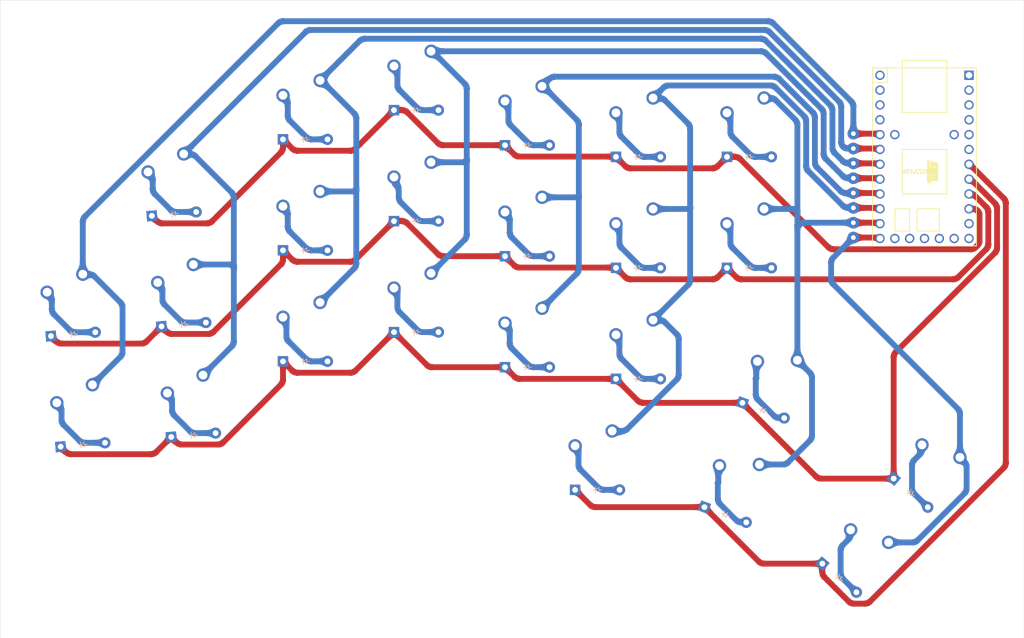
<source format=kicad_pcb>
(kicad_pcb (version 20221018) (generator pcbnew)
  (title_block (title "gpad7") (rev "v1.0.0") (company "Unknown"))
  (layers (0 "F.Cu" signal) (31 "B.Cu" signal) (34 "B.Paste" user) (35 "F.Paste" user) (36 "B.SilkS" user "B.Silkscreen") (37 "F.SilkS" user "F.Silkscreen") (38 "B.Mask" user) (39 "F.Mask" user) (44 "Edge.Cuts" user))
  (net 0 "")
  (net 1 "F5")
  (net 2 "outer_bottom")
  (net 3 "outer_home")
  (net 4 "F6")
  (net 5 "pinky_bottom")
  (net 6 "pinky_home")
  (net 7 "pinky_top")
  (net 8 "F7")
  (net 9 "ring_bottom")
  (net 10 "ring_home")
  (net 11 "ring_top")
  (net 12 "B6")
  (net 13 "middle_bottom")
  (net 14 "middle_home")
  (net 15 "middle_top")
  (net 16 "B5")
  (net 17 "index_bottom")
  (net 18 "index_home")
  (net 19 "index_top")
  (net 20 "B4")
  (net 21 "inner_bottom")
  (net 22 "inner_home")
  (net 23 "inner_top")
  (net 24 "D7")
  (net 25 "aux_home")
  (net 26 "aux_top")
  (net 27 "near_thumb")
  (net 28 "home_thumb")
  (net 29 "home_thumb_secondary")
  (net 30 "D6")
  (net 31 "far_thumb")
  (net 32 "far_thumb_secondary")
  (net 33 "D1")
  (net 34 "D2")
  (net 35 "D3")
  (net 36 "D0")
  (net 37 "GND")
  (net 38 "RST")
  (net 39 "VCC")
  (net 40 "B0")
  (net 41 "B1")
  (net 42 "B2")
  (net 43 "B3")
  (net 44 "B7")
  (net 45 "C6")
  (net 46 "C7")
  (net 47 "D4")
  (net 48 "D5")
  (net 49 "F0")
  (net 50 "F1")
  (net 51 "F4")
  (footprint "MX" (layer "F.Cu") (at 59.436 114.3 5)
    (fp_text reference "S1" hide)
    (fp_text value "" hide)
  )
  (footprint "ComboDiode" (layer "F.Cu") (at 173.947152 70.007313)
    (fp_text reference "D19" hide)
    (fp_text value "" hide)
  )
  (footprint "ComboDiode" (layer "F.Cu") (at 147.947152 127.007314)
    (fp_text reference "D20" hide)
    (fp_text value "" hide)
  )
  (footprint "MX" (layer "F.Cu") (at 76.70774 93.716342 5)
    (fp_text reference "S4" hide)
    (fp_text value "" hide)
  )
  (footprint "ComboDiode" (layer "F.Cu") (at 189.378502 142.087091 -40)
    (fp_text reference "D23" hide)
    (fp_text value "" hide)
  )
  (footprint "MX" (layer "F.Cu") (at 204.805404 123.702025 -40)
    (fp_text reference "S24" hide)
    (fp_text value "" hide)
  )
  (footprint "ComboDiode" (layer "F.Cu") (at 169.856621 131.26728 -20)
    (fp_text reference "D21" hide)
    (fp_text value "" hide)
  )
  (footprint "MX" (layer "F.Cu") (at 154.947152 65.007314)
    (fp_text reference "S17" hide)
    (fp_text value "" hide)
  )
  (footprint "MX" (layer "F.Cu") (at 135.947152 101.007314)
    (fp_text reference "S12" hide)
    (fp_text value "" hide)
  )
  (footprint "ComboDiode" (layer "F.Cu") (at 201.591466 127.532247 -40)
    (fp_text reference "D24" hide)
    (fp_text value "" hide)
  )
  (footprint "MX" (layer "F.Cu") (at 178.065105 108.714657 -20)
    (fp_text reference "S22" hide)
    (fp_text value "" hide)
  )
  (footprint "MX" (layer "F.Cu") (at 97.947152 62.007314)
    (fp_text reference "S8" hide)
    (fp_text value "" hide)
  )
  (footprint "ComboDiode" (layer "F.Cu") (at 97.947152 67.007314)
    (fp_text reference "D8" hide)
    (fp_text value "" hide)
  )
  (footprint "ComboDiode" (layer "F.Cu") (at 135.947152 87.007314)
    (fp_text reference "D13" hide)
    (fp_text value "" hide)
  )
  (footprint "MX" (layer "F.Cu") (at 171.566722 126.568817 -20)
    (fp_text reference "S21" hide)
    (fp_text value "" hide)
  )
  (footprint "ComboDiode" (layer "F.Cu") (at 116.947152 81.007314)
    (fp_text reference "D10" hide)
    (fp_text value "" hide)
  )
  (footprint "ComboDiode" (layer "F.Cu") (at 176.355004 113.41312 -20)
    (fp_text reference "D22" hide)
    (fp_text value "" hide)
  )
  (footprint "ComboDiode" (layer "F.Cu") (at 135.947152 106.007314)
    (fp_text reference "D12" hide)
    (fp_text value "" hide)
  )
  (footprint "Teensy2.0" (layer "F.Cu") (at 203.947152 70.007313 -90)
    (fp_text reference "MCU1" hide)
    (fp_text value "" hide)
  )
  (footprint "ComboDiode" (layer "F.Cu") (at 78.799478 117.625014 5)
    (fp_text reference "D3" hide)
    (fp_text value "" hide)
  )
  (footprint "ComboDiode" (layer "F.Cu") (at 116.947152 62.007314)
    (fp_text reference "D11" hide)
    (fp_text value "" hide)
  )
  (footprint "MX" (layer "F.Cu") (at 147.947152 122.007314)
    (fp_text reference "S20" hide)
    (fp_text value "" hide)
  )
  (footprint "MX" (layer "F.Cu") (at 192.59244 138.256869 -40)
    (fp_text reference "S23" hide)
    (fp_text value "" hide)
  )
  (footprint "ComboDiode" (layer "F.Cu") (at 97.947152 86.007314)
    (fp_text reference "D7" hide)
    (fp_text value "" hide)
  )
  (footprint "ComboDiode" (layer "F.Cu") (at 154.947152 89.007314)
    (fp_text reference "D16" hide)
    (fp_text value "" hide)
  )
  (footprint "MX" (layer "F.Cu") (at 154.947152 84.007314)
    (fp_text reference "S16" hide)
    (fp_text value "" hide)
  )
  (footprint "MX" (layer "F.Cu") (at 173.947152 65.007313)
    (fp_text reference "S19" hide)
    (fp_text value "" hide)
  )
  (footprint "MX" (layer "F.Cu") (at 57.780041 95.372301 5)
    (fp_text reference "S2" hide)
    (fp_text value "" hide)
  )
  (footprint "ComboDiode" (layer "F.Cu") (at 135.947152 68.007314)
    (fp_text reference "D14" hide)
    (fp_text value "" hide)
  )
  (footprint "MX" (layer "F.Cu") (at 75.051781 74.788642 5)
    (fp_text reference "S5" hide)
    (fp_text value "" hide)
  )
  (footprint "ComboDiode" (layer "F.Cu") (at 75.48756 79.769616 5)
    (fp_text reference "D5" hide)
    (fp_text value "" hide)
  )
  (footprint "ComboDiode" (layer "F.Cu") (at 154.947152 108.007314)
    (fp_text reference "D15" hide)
    (fp_text value "" hide)
  )
  (footprint "MX" (layer "F.Cu") (at 78.363699 112.644041 5)
    (fp_text reference "S3" hide)
    (fp_text value "" hide)
  )
  (footprint "MX" (layer "F.Cu") (at 135.947152 82.007314)
    (fp_text reference "S13" hide)
    (fp_text value "" hide)
  )
  (footprint "ComboDiode" (layer "F.Cu") (at 154.947152 70.007314)
    (fp_text reference "D17" hide)
    (fp_text value "" hide)
  )
  (footprint "ComboDiode" (layer "F.Cu") (at 58.21582 100.353274 5)
    (fp_text reference "D2" hide)
    (fp_text value "" hide)
  )
  (footprint "ComboDiode" (layer "F.Cu") (at 59.871779 119.280974 5)
    (fp_text reference "D1" hide)
    (fp_text value "" hide)
  )
  (footprint "ComboDiode" (layer "F.Cu") (at 77.143519 98.697315 5)
    (fp_text reference "D4" hide)
    (fp_text value "" hide)
  )
  (footprint "MX" (layer "F.Cu") (at 97.947152 81.007314)
    (fp_text reference "S7" hide)
    (fp_text value "" hide)
  )
  (footprint "MX" (layer "F.Cu") (at 173.947152 84.007313)
    (fp_text reference "S18" hide)
    (fp_text value "" hide)
  )
  (footprint "MX" (layer "F.Cu") (at 116.947152 95.007314)
    (fp_text reference "S9" hide)
    (fp_text value "" hide)
  )
  (footprint "ComboDiode" (layer "F.Cu") (at 173.947152 89.007313)
    (fp_text reference "D18" hide)
    (fp_text value "" hide)
  )
  (footprint "MX" (layer "F.Cu") (at 116.947152 57.007314)
    (fp_text reference "S11" hide)
    (fp_text value "" hide)
  )
  (footprint "MX" (layer "F.Cu") (at 116.947152 76.007314)
    (fp_text reference "S10" hide)
    (fp_text value "" hide)
  )
  (footprint "MX" (layer "F.Cu") (at 135.947152 63.007314)
    (fp_text reference "S14" hide)
    (fp_text value "" hide)
  )
  (footprint "MX" (layer "F.Cu") (at 154.947152 103.007314)
    (fp_text reference "S15" hide)
    (fp_text value "" hide)
  )
  (footprint "MX" (layer "F.Cu") (at 97.947152 100.007314)
    (fp_text reference "S6" hide)
    (fp_text value "" hide)
  )
  (footprint "ComboDiode" (layer "F.Cu") (at 97.947152 105.007314)
    (fp_text reference "D6" hide)
    (fp_text value "" hide)
  )
  (footprint "ComboDiode" (layer "F.Cu") (at 116.947152 100.007314)
    (fp_text reference "D9" hide)
    (fp_text value "" hide)
  )
  (gr_line (start 45.72 43.18) (end 220.98 43.18) (stroke (width 0.05)) (layer "Edge.Cuts"))
  (gr_line (start 220.98 152.4) (end 45.72 152.4) (stroke (width 0.05)) (layer "Edge.Cuts"))
  (gr_line (start 220.98 43.18) (end 220.98 152.4) (stroke (width 0.05)) (layer "Edge.Cuts"))
  (gr_line (start 45.72 152.4) (end 45.72 43.18) (stroke (width 0.05)) (layer "Edge.Cuts"))
  (segment (start 196.093108 66.04222) (end 196.096374 66.042663) (width 1) (layer "F.Cu") (net 1))
  (segment (start 196.079996 66.040847) (end 196.083279 66.04113) (width 1) (layer "F.Cu") (net 1))
  (segment (start 196.1924 66.075696) (end 196.195247 66.077356) (width 1) (layer "F.Cu") (net 1))
  (segment (start 196.066835 66.04012) (end 196.070128 66.040241) (width 1) (layer "F.Cu") (net 1))
  (segment (start 196.17491 66.066486) (end 196.17193 66.065076) (width 1) (layer "F.Cu") (net 1))
  (segment (start 196.073421 66.040403) (end 196.07671 66.040605) (width 1) (layer "F.Cu") (net 1))
  (segment (start 196.086561 66.041453) (end 196.089837 66.041816) (width 1) (layer "F.Cu") (net 1))
  (segment (start 196.162892 66.06107) (end 196.159846 66.059808) (width 1) (layer "F.Cu") (net 1))
  (segment (start 196.217251 66.091864) (end 196.219899 66.093828) (width 1) (layer "F.Cu") (net 1))
  (segment (start 196.122252 66.047645) (end 196.12545 66.048446) (width 1) (layer "F.Cu") (net 1))
  (segment (start 196.23024 66.102001) (end 196.227692 66.09991) (width 1) (layer "F.Cu") (net 1))
  (segment (start 196.150622 66.05625) (end 196.147518 66.05514) (width 1) (layer "F.Cu") (net 1))
  (segment (start 196.099634 66.043147) (end 196.102887 66.04367) (width 1) (layer "F.Cu") (net 1))
  (segment (start 196.112606 66.045479) (end 196.11583 66.046161) (width 1) (layer "F.Cu") (net 1))
  (segment (start 196.240168 66.110672) (end 196.242583 66.112915) (width 1) (layer "F.Cu") (net 1))
  (segment (start 196.083279 66.04113) (end 196.086561 66.041453) (width 1) (layer "F.Cu") (net 1))
  (segment (start 196.168934 66.063704) (end 196.17193 66.065076) (width 1) (layer "F.Cu") (net 1))
  (segment (start 196.206427 66.084339) (end 196.209167 66.086171) (width 1) (layer "F.Cu") (net 1))
  (segment (start 196.128637 66.049286) (end 196.131812 66.050164) (width 1) (layer "F.Cu") (net 1))
  (segment (start 196.195247 66.077356) (end 196.198074 66.07905) (width 1) (layer "F.Cu") (net 1))
  (segment (start 196.060246 66.04) (end 191.77 66.04) (width 1) (layer "F.Cu") (net 1))
  (segment (start 196.063541 66.04004) (end 196.066835 66.04012) (width 1) (layer "F.Cu") (net 1))
  (segment (start 196.138132 66.052039) (end 196.134977 66.051082) (width 1) (layer "F.Cu") (net 1))
  (segment (start 196.247329 66.11749) (end 196.327152 66.197313) (width 1) (layer "F.Cu") (net 1))
  (segment (start 196.162892 66.06107) (end 196.165921 66.062368) (width 1) (layer "F.Cu") (net 1))
  (segment (start 196.106134 66.044234) (end 196.109374 66.044837) (width 1) (layer "F.Cu") (net 1))
  (segment (start 196.24497 66.115188) (end 196.247329 66.11749) (width 1) (layer "F.Cu") (net 1))
  (segment (start 196.131812 66.050164) (end 196.134977 66.051082) (width 1) (layer "F.Cu") (net 1))
  (segment (start 196.237725 66.108458) (end 196.240168 66.110672) (width 1) (layer "F.Cu") (net 1))
  (segment (start 196.232761 66.104123) (end 196.235257 66.106275) (width 1) (layer "F.Cu") (net 1))
  (segment (start 196.096374 66.042663) (end 196.099634 66.043147) (width 1) (layer "F.Cu") (net 1))
  (segment (start 196.186646 66.072484) (end 196.18374 66.07093) (width 1) (layer "F.Cu") (net 1))
  (segment (start 196.156786 66.058585) (end 196.153711 66.057399) (width 1) (layer "F.Cu") (net 1))
  (segment (start 196.222521 66.095823) (end 196.225119 66.097851) (width 1) (layer "F.Cu") (net 1))
  (segment (start 196.141273 66.053034) (end 196.144402 66.054068) (width 1) (layer "F.Cu") (net 1))
  (segment (start 196.144402 66.054068) (end 196.147518 66.05514) (width 1) (layer "F.Cu") (net 1))
  (segment (start 196.21458 66.089934) (end 196.217251 66.091864) (width 1) (layer "F.Cu") (net 1))
  (segment (start 196.112606 66.045479) (end 196.109374 66.044837) (width 1) (layer "F.Cu") (net 1))
  (segment (start 196.219899 66.093828) (end 196.222521 66.095823) (width 1) (layer "F.Cu") (net 1))
  (segment (start 196.242583 66.112915) (end 196.24497 66.115188) (width 1) (layer "F.Cu") (net 1))
  (segment (start 196.093108 66.04222) (end 196.089837 66.041816) (width 1) (layer "F.Cu") (net 1))
  (segment (start 196.235257 66.106275) (end 196.237725 66.108458) (width 1) (layer "F.Cu") (net 1))
  (segment (start 196.156786 66.058585) (end 196.159846 66.059808) (width 1) (layer "F.Cu") (net 1))
  (segment (start 196.138132 66.052039) (end 196.141273 66.053034) (width 1) (layer "F.Cu") (net 1))
  (segment (start 196.21458 66.089934) (end 196.211885 66.088036) (width 1) (layer "F.Cu") (net 1))
  (segment (start 196.17491 66.066486) (end 196.177871 66.067931) (width 1) (layer "F.Cu") (net 1))
  (segment (start 196.177871 66.067931) (end 196.180815 66.069413) (width 1) (layer "F.Cu") (net 1))
  (segment (start 196.23024 66.102001) (end 196.232761 66.104123) (width 1) (layer "F.Cu") (net 1))
  (segment (start 196.186646 66.072484) (end 196.189532 66.074072) (width 1) (layer "F.Cu") (net 1))
  (segment (start 196.225119 66.097851) (end 196.227692 66.09991) (width 1) (layer "F.Cu") (net 1))
  (segment (start 196.189532 66.074072) (end 196.1924 66.075696) (width 1) (layer "F.Cu") (net 1))
  (segment (start 196.073421 66.040403) (end 196.070128 66.040241) (width 1) (layer "F.Cu") (net 1))
  (segment (start 196.102887 66.04367) (end 196.106134 66.044234) (width 1) (layer "F.Cu") (net 1))
  (segment (start 196.180815 66.069413) (end 196.18374 66.07093) (width 1) (layer "F.Cu") (net 1))
  (segment (start 196.12545 66.048446) (end 196.128637 66.049286) (width 1) (layer "F.Cu") (net 1))
  (segment (start 196.198074 66.07905) (end 196.20088 66.080779) (width 1) (layer "F.Cu") (net 1))
  (segment (start 196.168934 66.063704) (end 196.165921 66.062368) (width 1) (layer "F.Cu") (net 1))
  (segment (start 196.203664 66.082542) (end 196.206427 66.084339) (width 1) (layer "F.Cu") (net 1))
  (segment (start 196.209167 66.086171) (end 196.211885 66.088036) (width 1) (layer "F.Cu") (net 1))
  (segment (start 196.079996 66.040847) (end 196.07671 66.040605) (width 1) (layer "F.Cu") (net 1))
  (segment (start 196.150622 66.05625) (end 196.153711 66.057399) (width 1) (layer "F.Cu") (net 1))
  (segment (start 196.203664 66.082542) (end 196.20088 66.080779) (width 1) (layer "F.Cu") (net 1))
  (segment (start 196.119046 66.046883) (end 196.122252 66.047645) (width 1) (layer "F.Cu") (net 1))
  (segment (start 196.11583 66.046161) (end 196.119046 66.046883) (width 1) (layer "F.Cu") (net 1))
  (segment (start 196.063541 66.04004) (end 196.060246 66.04) (width 1) (layer "F.Cu") (net 1))
  (via (at 191.77 66.04) (size 2) (drill 0.8) (layers "F.Cu" "B.Cu") (net 1))
  (segment (start 61.815485 90.426016) (end 61.827992 90.437075) (width 1) (layer "B.Cu") (net 1))
  (segment (start 94.224516 46.784293) (end 94.207821 46.784497) (width 1) (layer "B.Cu") (net 1))
  (segment (start 66.339234 104.197953) (end 66.328175 104.21046) (width 1) (layer "B.Cu") (net 1))
  (segment (start 66.632198 95.506043) (end 66.636254 95.522239) (width 1) (layer "B.Cu") (net 1))
  (segment (start 60.214443 80.24208) (end 60.225655 80.229709) (width 1) (layer "B.Cu") (net 1))
  (segment (start 191.46648 60.572613) (end 191.476913 60.585648) (width 1) (layer "B.Cu") (net 1))
  (segment (start 59.867624 89.59636) (end 59.867925 89.608629) (width 1) (layer "B.Cu") (net 1))
  (segment (start 61.386731 90.172592) (end 61.40238 90.178409) (width 1) (layer "B.Cu") (net 1))
  (segment (start 177.283306 46.7935) (end 177.299876 46.795544) (width 1) (layer "B.Cu") (net 1))
  (segment (start 93.95926 46.81206) (end 93.942927 46.815517) (width 1) (layer "B.Cu") (net 1))
  (segment (start 177.46372 46.82709) (end 177.479865 46.831345) (width 1) (layer "B.Cu") (net 1))
  (segment (start 66.636254 95.522239) (end 66.640111 95.538483) (width 1) (layer "B.Cu") (net 1))
  (segment (start 59.873355 81.024489) (end 59.871922 81.041123) (width 1) (layer "B.Cu") (net 1))
  (segment (start 93.456317 47.027653) (end 93.442667 47.037267) (width 1) (layer "B.Cu") (net 1))
  (segment (start 177.802891 46.965147) (end 177.817315 46.973553) (width 1) (layer "B.Cu") (net 1))
  (segment (start 61.524769 90.231765) (end 61.539682 90.239271) (width 1) (layer "B.Cu") (net 1))
  (segment (start 93.992049 46.805747) (end 93.975635 46.808803) (width 1) (layer "B.Cu") (net 1))
  (segment (start 177.495956 46.835798) (end 177.51199 46.840448) (width 1) (layer "B.Cu") (net 1))
  (segment (start 60.150433 80.319108) (end 60.140323 80.332395) (width 1) (layer "B.Cu") (net 1))
  (segment (start 60.159407 90.044868) (end 60.148313 90.039621) (width 1) (layer "B.Cu") (net 1))
  (segment (start 66.653541 95.603896) (end 66.656395 95.620346) (width 1) (layer "B.Cu") (net 1))
  (segment (start 66.647227 103.576613) (end 66.643769 103.592946) (width 1) (layer "B.Cu") (net 1))
  (segment (start 93.526281 46.982137) (end 93.512067 46.990895) (width 1) (layer "B.Cu") (net 1))
  (segment (start 93.337919 47.120052) (end 93.325411 47.131112) (width 1) (layer "B.Cu") (net 1))
  (segment (start 93.992049 46.805747) (end 94.008499 46.802893) (width 1) (layer "B.Cu") (net 1))
  (segment (start 66.360888 104.172536) (end 66.371481 104.159629) (width 1) (layer "B.Cu") (net 1))
  (segment (start 191.768769 61.370818) (end 191.76795 61.354142) (width 1) (layer "B.Cu") (net 1))
  (segment (start 177.398657 46.81206) (end 177.382282 46.808803) (width 1) (layer "B.Cu") (net 1))
  (segment (start 66.598282 95.394241) (end 66.592657 95.378521) (width 1) (layer "B.Cu") (net 1))
  (segment (start 61.864687 90.471163) (end 61.852596 90.459651) (width 1) (layer "B.Cu") (net 1))
  (segment (start 66.67377 95.786293) (end 66.674384 95.802978) (width 1) (layer "B.Cu") (net 1))
  (segment (start 59.868526 89.620888) (end 59.869429 89.633127) (width 1) (layer "B.Cu") (net 1))
  (segment (start 60.962277 90.09087) (end 60.978961 90.091484) (width 1) (layer "B.Cu") (net 1))
  (segment (start 177.915249 47.037267) (end 177.92878 47.047048) (width 1) (layer "B.Cu") (net 1))
  (segment (start 191.766926 61.337478) (end 191.76795 61.354142) (width 1) (layer "B.Cu") (net 1))
  (segment (start 60.978961 90.091484) (end 60.995635 90.092303) (width 1) (layer "B.Cu") (net 1))
  (segment (start 177.266712 46.79166) (end 177.283306 46.7935) (width 1) (layer "B.Cu") (net 1))
  (segment (start 59.876832 80.99128) (end 59.878876 80.97471) (width 1) (layer "B.Cu") (net 1))
  (segment (start 93.861962 46.835798) (end 93.845928 46.840448) (width 1) (layer "B.Cu") (net 1))
  (segment (start 60.264082 90.079448) (end 60.27612 90.081843) (width 1) (layer "B.Cu") (net 1))
  (segment (start 61.291444 90.141762) (end 61.307478 90.146412) (width 1) (layer "B.Cu") (net 1))
  (segment (start 191.400599 60.497179) (end 191.389087 60.485088) (width 1) (layer "B.Cu") (net 1))
  (segment (start 61.210478 90.121481) (end 61.226768 90.125139) (width 1) (layer "B.Cu") (net 1))
  (segment (start 93.82995 46.845295) (end 93.814035 46.850337) (width 1) (layer "B.Cu") (net 1))
  (segment (start 61.323455 90.151258) (end 61.33937 90.1563) (width 1) (layer "B.Cu") (net 1))
  (segment (start 59.96968 89.89302) (end 59.97723 89.902696) (width 1) (layer "B.Cu") (net 1))
  (segment (start 59.961786 80.652117) (end 59.955778 80.667694) (width 1) (layer "B.Cu") (net 1))
  (segment (start 191.589139 60.751396) (end 191.597369 60.765924) (width 1) (layer "B.Cu") (net 1))
  (segment (start 60.13735 90.034103) (end 60.148313 90.039621) (width 1) (layer "B.Cu") (net 1))
  (segment (start 61.724268 90.353011) (end 61.737678 90.362956) (width 1) (layer "B.Cu") (net 1))
  (segment (start 60.252107 90.076759) (end 60.264082 90.079448) (width 1) (layer "B.Cu") (net 1))
  (segment (start 66.459459 95.109808) (end 66.468391 95.123913) (width 1) (layer "B.Cu") (net 1))
  (segment (start 61.864687 90.471163) (end 61.876637 90.482823) (width 1) (layer "B.Cu") (net 1))
  (segment (start 61.259208 90.133053) (end 61.275353 90.137308) (width 1) (layer "B.Cu") (net 1))
  (segment (start 177.94219 47.056993) (end 177.92878 47.047048) (width 1) (layer "B.Cu") (net 1))
  (segment (start 60.252107 90.076759) (end 60.240202 90.073777) (width 1) (layer "B.Cu") (net 1))
  (segment (start 66.459459 104.03791) (end 66.450354 104.051905) (width 1) (layer "B.Cu") (net 1))
  (segment (start 60.092262 80.400636) (end 60.101539 80.386753) (width 1) (layer "B.Cu") (net 1))
  (segment (start 59.867624 81.141185) (end 59.867624 89.59636) (width 1) (layer "B.Cu") (net 1))
  (segment (start 177.859954 46.999827) (end 177.873949 47.008932) (width 1) (layer "B.Cu") (net 1))
  (segment (start 66.51829 95.210749) (end 66.51042 95.196025) (width 1) (layer "B.Cu") (net 1))
  (segment (start 177.316419 46.79779) (end 177.332934 46.80024) (width 1) (layer "B.Cu") (net 1))
  (segment (start 93.555025 46.965146) (end 93.569552 46.956917) (width 1) (layer "B.Cu") (net 1))
  (segment (start 60.181968 90.054538) (end 60.193419 90.058956) (width 1) (layer "B.Cu") (net 1))
  (segment (start 191.580732 60.736972) (end 191.589139 60.751396) (width 1) (layer "B.Cu") (net 1))
  (segment (start 66.554898 103.86196) (end 66.547946 103.877139) (width 1) (layer "B.Cu") (net 1))
  (segment (start 61.655442 90.30579) (end 61.669437 90.314895) (width 1) (layer "B.Cu") (net 1))
  (segment (start 66.665788 95.686459) (end 66.667629 95.703053) (width 1) (layer "B.Cu") (net 1))
  (segment (start 60.159407 90.044868) (end 60.170628 90.049841) (width 1) (layer "B.Cu") (net 1))
  (segment (start 177.653395 46.891044) (end 177.63797 46.884655) (width 1) (layer "B.Cu") (net 1))
  (segment (start 178.044876 47.142325) (end 178.032504 47.131112) (width 1) (layer "B.Cu") (net 1))
  (segment (start 66.580831 103.800425) (end 66.574631 103.815927) (width 1) (layer "B.Cu") (net 1))
  (segment (start 191.445139 60.546932) (end 191.455889 60.559707) (width 1) (layer "B.Cu") (net 1))
  (segment (start 61.40238 90.178409) (end 61.417957 90.184418) (width 1) (layer "B.Cu") (net 1))
  (segment (start 177.622469 46.878456) (end 177.63797 46.884655) (width 1) (layer "B.Cu") (net 1))
  (segment (start 61.355223 90.161537) (end 61.371011 90.166968) (width 1) (layer "B.Cu") (net 1))
  (segment (start 66.665788 95.686459) (end 66.663745 95.669889) (width 1) (layer "B.Cu") (net 1))
  (segment (start 60.074712 89.995506) (end 60.064854 89.988195) (width 1) (layer "B.Cu") (net 1))
  (segment (start 66.360888 104.172536) (end 66.350139 104.185311) (width 1) (layer "B.Cu") (net 1))
  (segment (start 66.533485 95.240481) (end 66.540808 95.255485) (width 1) (layer "B.Cu") (net 1))
  (segment (start 59.967985 80.636616) (end 59.974376 80.621188) (width 1) (layer "B.Cu") (net 1))
  (segment (start 177.46372 46.82709) (end 177.447524 46.823033) (width 1) (layer "B.Cu") (net 1))
  (segment (start 177.99458 47.098398) (end 178.007355 47.109148) (width 1) (layer "B.Cu") (net 1))
  (segment (start 93.470084 47.018208) (end 93.456317 47.027653) (width 1) (layer "B.Cu") (net 1))
  (segment (start 93.325411 47.131112) (end 93.31304 47.142324) (width 1) (layer "B.Cu") (net 1))
  (segment (start 66.412239 95.040982) (end 66.402294 95.027572) (width 1) (layer "B.Cu") (net 1))
  (segment (start 61.17777 90.114766) (end 61.194144 90.118023) (width 1) (layer "B.Cu") (net 1))
  (segment (start 93.798182 46.855574) (end 93.814035 46.850337) (width 1) (layer "B.Cu") (net 1))
  (segment (start 177.744194 46.933309) (end 177.729281 46.925802) (width 1) (layer "B.Cu") (net 1))
  (segment (start 59.933668 80.730703) (end 59.928626 80.746618) (width 1) (layer "B.Cu") (net 1))
  (segment (start 60.009738 89.939459) (end 60.018416 89.948137) (width 1) (layer "B.Cu") (net 1))
  (segment (start 66.547946 95.270579) (end 66.540808 95.255485) (width 1) (layer "B.Cu") (net 1))
  (segment (start 59.898919 89.764456) (end 59.903336 89.775907) (width 1) (layer "B.Cu") (net 1))
  (segment (start 177.773737 46.948868) (end 177.788363 46.956918) (width 1) (layer "B.Cu") (net 1))
  (segment (start 191.713839 61.042299) (end 191.708993 61.026322) (width 1) (layer "B.Cu") (net 1))
  (segment (start 66.67295 103.378103) (end 66.671926 103.394767) (width 1) (layer "B.Cu") (net 1))
  (segment (start 66.592657 103.769198) (end 66.58684 103.784848) (width 1) (layer "B.Cu") (net 1))
  (segment (start 66.632197 103.641675) (end 66.627942 103.657819) (width 1) (layer "B.Cu") (net 1))
  (segment (start 61.777162 90.39377) (end 61.790068 90.404361) (width 1) (layer "B.Cu") (net 1))
  (segment (start 191.738769 61.139298) (end 191.742227 61.155631) (width 1) (layer "B.Cu") (net 1))
  (segment (start 191.620978 60.810093) (end 191.628485 60.825006) (width 1) (layer "B.Cu") (net 1))
  (segment (start 59.898848 80.859596) (end 59.895391 80.87593) (width 1) (layer "B.Cu") (net 1))
  (segment (start 61.764127 90.383337) (end 61.750965 90.373066) (width 1) (layer "B.Cu") (net 1))
  (segment (start 60.024328 80.515572) (end 60.032198 80.500847) (width 1) (layer "B.Cu") (net 1))
  (segment (start 60.204975 90.06309) (end 60.193419 90.058956) (width 1) (layer "B.Cu") (net 1))
  (segment (start 178.057108 47.153688) (end 178.069199 47.1652) (width 1) (layer "B.Cu") (net 1))
  (segment (start 177.527967 46.845294) (end 177.543882 46.850336) (width 1) (layer "B.Cu") (net 1))
  (segment (start 177.559736 46.855574) (end 177.575523 46.861005) (width 1) (layer "B.Cu") (net 1))
  (segment (start 177.332934 46.80024) (end 177.349418 46.802893) (width 1) (layer "B.Cu") (net 1))
  (segment (start 93.363336 47.098398) (end 93.350561 47.109147) (width 1) (layer "B.Cu") (net 1))
  (segment (start 66.661498 95.653346) (end 66.663745 95.669889) (width 1) (layer "B.Cu") (net 1))
  (segment (start 60.009133 80.545304) (end 60.016639 80.530392) (width 1) (layer "B.Cu") (net 1))
  (segment (start 66.568242 103.831353) (end 66.561664 103.846698) (width 1) (layer "B.Cu") (net 1))
  (segment (start 93.598903 46.940997) (end 93.584178 46.948867) (width 1) (layer "B.Cu") (net 1))
  (segment (start 66.632197 103.641675) (end 66.636254 103.62548) (width 1) (layer "B.Cu") (net 1))
  (segment (start 191.765698 61.320827) (end 191.766926 61.337478) (width 1) (layer "B.Cu") (net 1))
  (segment (start 66.598282 103.753478) (end 66.592657 103.769198) (width 1) (layer "B.Cu") (net 1))
  (segment (start 60.130377 80.345805) (end 60.120597 80.359336) (width 1) (layer "B.Cu") (net 1))
  (segment (start 93.483967 47.008931) (end 93.470084 47.018208) (width 1) (layer "B.Cu") (net 1))
  (segment (start 191.563391 60.708438) (end 191.572149 60.722652) (width 1) (layer "B.Cu") (net 1))
  (segment (start 191.742227 61.155631) (end 191.745485 61.172007) (width 1) (layer "B.Cu") (net 1))
  (segment (start 177.99458 47.098398) (end 177.981674 47.087807) (width 1) (layer "B.Cu") (net 1))
  (segment (start 66.350139 104.185311) (end 66.339234 104.197953) (width 1) (layer "B.Cu") (net 1))
  (segment (start 66.574632 95.331791) (end 66.580831 95.347294) (width 1) (layer "B.Cu") (net 1))
  (segment (start 93.415726 47.056992) (end 93.429136 47.047047) (width 1) (layer "B.Cu") (net 1))
  (segment (start 66.294087 104.247155) (end 66.305599 104.235063) (width 1) (layer "B.Cu") (net 1))
  (segment (start 177.684004 46.904387) (end 177.668741 46.897622) (width 1) (layer "B.Cu") (net 1))
  (segment (start 93.766675 46.86663) (end 93.782395 46.861006) (width 1) (layer "B.Cu") (net 1))
  (segment (start 59.914676 80.794721) (end 59.910421 80.810866) (width 1) (layer "B.Cu") (net 1))
  (segment (start 61.494671 90.217303) (end 61.509765 90.224442) (width 1) (layer "B.Cu") (net 1))
  (segment (start 61.627123 90.2881) (end 61.641336 90.296858) (width 1) (layer "B.Cu") (net 1))
  (segment (start 66.627943 95.489899) (end 66.632198 95.506043) (width 1) (layer "B.Cu") (net 1))
  (segment (start 59.938905 80.71485) (end 59.933668 80.730703) (width 1) (layer "B.Cu") (net 1))
  (segment (start 94.141106 46.787363) (end 94.124455 46.788591) (width 1) (layer "B.Cu") (net 1))
  (segment (start 66.37148 94.988088) (end 66.381913 95.001123) (width 1) (layer "B.Cu") (net 1))
  (segment (start 66.37148 94.988088) (end 66.360889 94.975182) (width 1) (layer "B.Cu") (net 1))
  (segment (start 61.128422 90.106203) (end 61.144906 90.108856) (width 1) (layer "B.Cu") (net 1))
  (segment (start 66.328175 104.21046) (end 66.316962 104.222831) (width 1) (layer "B.Cu") (net 1))
  (segment (start 93.337919 47.120052) (end 93.350561 47.109147) (width 1) (layer "B.Cu") (net 1))
  (segment (start 61.598379 90.271111) (end 61.612803 90.279517) (width 1) (layer "B.Cu") (net 1))
  (segment (start 191.507239 60.625507) (end 191.517019 60.639038) (width 1) (layer "B.Cu") (net 1))
  (segment (start 59.867828 81.12449) (end 59.868238 81.1078) (width 1) (layer "B.Cu") (net 1))
  (segment (start 60.300353 90.085743) (end 60.312533 90.087245) (width 1) (layer "B.Cu") (net 1))
  (segment (start 177.817315 46.973553) (end 177.831635 46.982137) (width 1) (layer "B.Cu") (net 1))
  (segment (start 66.608951 95.425881) (end 66.613993 95.441796) (width 1) (layer "B.Cu") (net 1))
  (segment (start 66.640111 95.538483) (end 66.643769 95.554773) (width 1) (layer "B.Cu") (net 1))
  (segment (start 60.001275 89.93057) (end 60.009738 89.939459) (width 1) (layer "B.Cu") (net 1))
  (segment (start 66.468391 95.123913) (end 66.477149 95.138127) (width 1) (layer "B.Cu") (net 1))
  (segment (start 66.647227 103.576613) (end 66.650485 103.560238) (width 1) (layer "B.Cu") (net 1))
  (segment (start 61.641336 90.296858) (end 61.655442 90.30579) (width 1) (layer "B.Cu") (net 1))
  (segment (start 61.840364 90.448288) (end 61.852596 90.459651) (width 1) (layer "B.Cu") (net 1))
  (segment (start 66.663744 103.477832) (end 66.665788 103.461262) (width 1) (layer "B.Cu") (net 1))
  (segment (start 66.669265 95.719668) (end 66.670698 95.736302) (width 1) (layer "B.Cu") (net 1))
  (segment (start 59.967985 80.636616) (end 59.961786 80.652117) (width 1) (layer "B.Cu") (net 1))
  (segment (start 66.485732 103.995271) (end 66.477149 104.009591) (width 1) (layer "B.Cu") (net 1))
  (segment (start 93.658732 46.91134) (end 93.643639 46.918478) (width 1) (layer "B.Cu") (net 1))
  (segment (start 93.643639 46.918478) (end 93.628635 46.925801) (width 1) (layer "B.Cu") (net 1))
  (segment (start 191.613289 60.795274) (end 191.605419 60.78055) (width 1) (layer "B.Cu") (net 1))
  (segment (start 66.547946 95.270579) (end 66.554899 95.285758) (width 1) (layer "B.Cu") (net 1))
  (segment (start 177.398657 46.81206) (end 177.41499 46.815517) (width 1) (layer "B.Cu") (net 1))
  (segment (start 66.402293 104.120146) (end 66.412239 104.106736) (width 1) (layer "B.Cu") (net 1))
  (segment (start 93.673912 46.904387) (end 93.689175 46.897622) (width 1) (layer "B.Cu") (net 1))
  (segment (start 177.495956 46.835798) (end 177.479865 46.831345) (width 1) (layer "B.Cu") (net 1))
  (segment (start 66.675 103.311357) (end 66.674794 103.328052) (width 1) (layer "B.Cu") (net 1))
  (segment (start 59.903336 89.775907) (end 59.908033 89.787246) (width 1) (layer "B.Cu") (net 1))
  (segment (start 191.536078 60.666455) (end 191.545354 60.680338) (width 1) (layer "B.Cu") (net 1))
  (segment (start 59.890934 89.741246) (end 59.894784 89.7529) (width 1) (layer "B.Cu") (net 1))
  (segment (start 94.091206 46.791659) (end 94.074612 46.7935) (width 1) (layer "B.Cu") (net 1))
  (segment (start 59.868852 81.091115) (end 59.868238 81.1078) (width 1) (layer "B.Cu") (net 1))
  (segment (start 94.15777 46.78634) (end 94.141106 46.787363) (width 1) (layer "B.Cu") (net 1))
  (segment (start 59.867828 81.12449) (end 59.867624 81.141185) (width 1) (layer "B.Cu") (net 1))
  (segment (start 191.649899 60.870283) (end 191.656665 60.885546) (width 1) (layer "B.Cu") (net 1))
  (segment (start 93.442667 47.037267) (end 93.429136 47.047047) (width 1) (layer "B.Cu") (net 1))
  (segment (start 66.494139 103.980847) (end 66.485732 103.995271) (width 1) (layer "B.Cu") (net 1))
  (segment (start 93.766675 46.86663) (end 93.751025 46.872447) (width 1) (layer "B.Cu") (net 1))
  (segment (start 66.554899 95.285758) (end 66.561664 95.30102) (width 1) (layer "B.Cu") (net 1))
  (segment (start 191.751395 61.204871) (end 191.754048 61.221355) (width 1) (layer "B.Cu") (net 1))
  (segment (start 66.603713 103.73769) (end 66.598282 103.753478) (width 1) (layer "B.Cu") (net 1))
  (segment (start 60.962277 90.09087) (end 60.945586 90.09046) (width 1) (layer "B.Cu") (net 1))
  (segment (start 94.041498 46.79779) (end 94.024983 46.80024) (width 1) (layer "B.Cu") (net 1))
  (segment (start 61.307478 90.146412) (end 61.323455 90.151258) (width 1) (layer "B.Cu") (net 1))
  (segment (start 60.171137 80.292911) (end 60.160704 80.305946) (width 1) (layer "B.Cu") (net 1))
  (segment (start 93.389277 47.077373) (end 93.402439 47.067102) (width 1) (layer "B.Cu") (net 1))
  (segment (start 59.962369 89.883163) (end 59.96968 89.89302) (width 1) (layer "B.Cu") (net 1))
  (segment (start 59.906364 80.827062) (end 59.902506 80.843306) (width 1) (layer "B.Cu") (net 1))
  (segment (start 60.10532 90.015958) (end 60.115847 90.022268) (width 1) (layer "B.Cu") (net 1))
  (segment (start 177.887832 47.018208) (end 177.901599 47.027654) (width 1) (layer "B.Cu") (net 1))
  (segment (start 177.773737 46.948868) (end 177.759013 46.940998) (width 1) (layer "B.Cu") (net 1))
  (segment (start 93.751025 46.872447) (end 93.735448 46.878455) (width 1) (layer "B.Cu") (net 1))
  (segment (start 59.889078 80.908718) (end 59.886224 80.925168) (width 1) (layer "B.Cu") (net 1))
  (segment (start 177.955477 47.067103) (end 177.968639 47.077374) (width 1) (layer "B.Cu") (net 1))
  (segment (start 177.166789 46.784907) (end 177.150098 46.784497) (width 1) (layer "B.Cu") (net 1))
  (segment (start 66.477149 95.138127) (end 66.485733 95.152447) (width 1) (layer "B.Cu") (net 1))
  (segment (start 60.009133 80.545304) (end 60.00181 80.560308) (width 1) (layer "B.Cu") (net 1))
  (segment (start 59.874992 81.007874) (end 59.873355 81.024489) (width 1) (layer "B.Cu") (net 1))
  (segment (start 66.392184 95.014285) (end 66.402294 95.027572) (width 1) (layer "B.Cu") (net 1))
  (segment (start 66.67295 95.769617) (end 66.67377 95.786293) (width 1) (layer "B.Cu") (net 1))
  (segment (start 61.737678 90.362956) (end 61.750965 90.373066) (width 1) (layer "B.Cu") (net 1))
  (segment (start 66.650485 95.587482) (end 66.653541 95.603896) (width 1) (layer "B.Cu") (net 1))
  (segment (start 60.324748 90.088449) (end 60.336987 90.089352) (width 1) (layer "B.Cu") (net 1))
  (segment (start 60.27612 90.081843) (end 60.288212 90.083941) (width 1) (layer "B.Cu") (net 1))
  (segment (start 66.540808 103.892233) (end 66.533485 103.907236) (width 1) (layer "B.Cu") (net 1))
  (segment (start 66.35014 94.962407) (end 66.360889 94.975182) (width 1) (layer "B.Cu") (net 1))
  (segment (start 94.058042 46.795543) (end 94.074612 46.7935) (width 1) (layer "B.Cu") (net 1))
  (segment (start 59.935607 89.842026) (end 59.941917 89.852553) (width 1) (layer "B.Cu") (net 1))
  (segment (start 66.339235 94.949765) (end 66.35014 94.962407) (width 1) (layer "B.Cu") (net 1))
  (segment (start 66.618839 95.457774) (end 66.613993 95.441796) (width 1) (layer "B.Cu") (net 1))
  (segment (start 66.402293 104.120146) (end 66.392184 104.133433) (width 1) (layer "B.Cu") (net 1))
  (segment (start 177.591243 46.86663) (end 177.606892 46.872447) (width 1) (layer "B.Cu") (net 1))
  (segment (start 59.892134 80.892304) (end 59.889078 80.908718) (width 1) (layer "B.Cu") (net 1))
  (segment (start 66.568242 95.316365) (end 66.574632 95.331791) (width 1) (layer "B.Cu") (net 1))
  (segment (start 61.479492 90.21035) (end 61.494671 90.217303) (width 1) (layer "B.Cu") (net 1))
  (segment (start 61.012299 90.093326) (end 61.02895 90.094554) (width 1) (layer "B.Cu") (net 1))
  (segment (start 66.58684 95.362871) (end 66.592657 95.378521) (width 1) (layer "B.Cu") (net 1))
  (segment (start 191.669632 60.916317) (end 191.675831 60.931819) (width 1) (layer "B.Cu") (net 1))
  (segment (start 59.870694 81.057774) (end 59.869671 81.074439) (width 1) (layer "B.Cu") (net 1))
  (segment (start 93.95926 46.81206) (end 93.975635 46.808803) (width 1) (layer "B.Cu") (net 1))
  (segment (start 66.670698 103.411418) (end 66.669265 103.428052) (width 1) (layer "B.Cu") (net 1))
  (segment (start 66.653541 103.543824) (end 66.650485 103.560238) (width 1) (layer "B.Cu") (net 1))
  (segment (start 191.703951 61.010407) (end 191.708993 61.026322) (width 1) (layer "B.Cu") (net 1))
  (segment (start 66.618839 95.457774) (end 66.623489 95.473808) (width 1) (layer "B.Cu") (net 1))
  (segment (start 61.583851 90.262881) (end 61.598379 90.271111) (width 1) (layer "B.Cu") (net 1))
  (segment (start 66.603713 103.73769) (end 66.608951 103.721838) (width 1) (layer "B.Cu") (net 1))
  (segment (start 66.623489 103.67391) (end 66.618839 103.689944) (width 1) (layer "B.Cu") (net 1))
  (segment (start 94.191131 46.784906) (end 94.174446 46.785521) (width 1) (layer "B.Cu") (net 1))
  (segment (start 66.525978 103.922149) (end 66.518289 103.936968) (width 1) (layer "B.Cu") (net 1))
  (segment (start 66.603713 95.410028) (end 66.608951 95.425881) (width 1) (layer "B.Cu") (net 1))
  (segment (start 66.659048 103.51089) (end 66.656395 103.527374) (width 1) (layer "B.Cu") (net 1))
  (segment (start 60.065468 80.44295) (end 60.056885 80.45727) (width 1) (layer "B.Cu") (net 1))
  (segment (start 61.355223 90.161537) (end 61.33937 90.1563) (width 1) (layer "B.Cu") (net 1))
  (segment (start 59.870632 89.645342) (end 59.872134 89.657522) (width 1) (layer "B.Cu") (net 1))
  (segment (start 66.653541 103.543824) (end 66.656395 103.527374) (width 1) (layer "B.Cu") (net 1))
  (segment (start 177.299876 46.795544) (end 177.316419 46.79779) (width 1) (layer "B.Cu") (net 1))
  (segment (start 177.714277 46.918479) (end 177.729281 46.925802) (width 1) (layer "B.Cu") (net 1))
  (segment (start 59.869671 81.074439) (end 59.868852 81.091115) (width 1) (layer "B.Cu") (net 1))
  (segment (start 178.044876 47.142325) (end 178.057108 47.153688) (width 1) (layer "B.Cu") (net 1))
  (segment (start 66.282427 104.259105) (end 61.523583 109.017955) (width 1) (layer "B.Cu") (net 1))
  (segment (start 93.288717 47.1652) (end 93.276767 47.17686) (width 1) (layer "B.Cu") (net 1))
  (segment (start 60.115847 90.022268) (end 60.126526 90.028317) (width 1) (layer "B.Cu") (net 1))
  (segment (start 66.51829 95.210749) (end 66.525979 95.225568) (width 1) (layer "B.Cu") (net 1))
  (segment (start 59.869429 89.633127) (end 59.870632 89.645342) (width 1) (layer "B.Cu") (net 1))
  (segment (start 59.881116 89.705768) (end 59.884098 89.717673) (width 1) (layer "B.Cu") (net 1))
  (segment (start 191.731254 61.106764) (end 191.735112 61.123008) (width 1) (layer "B.Cu") (net 1))
  (segment (start 66.525979 95.225568) (end 66.533485 95.240481) (width 1) (layer "B.Cu") (net 1))
  (segment (start 61.790068 90.404361) (end 61.802843 90.415111) (width 1) (layer "B.Cu") (net 1))
  (segment (start 66.618839 103.689944) (end 66.613993 103.705922) (width 1) (layer "B.Cu") (net 1))
  (segment (start 61.612803 90.279517) (end 61.627123 90.2881) (width 1) (layer "B.Cu") (net 1))
  (segment (start 61.371011 90.166968) (end 61.386731 90.172592) (width 1) (layer "B.Cu") (net 1))
  (segment (start 61.275353 90.137308) (end 61.291444 90.141762) (width 1) (layer "B.Cu") (net 1))
  (segment (start 177.606892 46.872447) (end 177.622469 46.878456) (width 1) (layer "B.Cu") (net 1))
  (segment (start 66.58684 95.362871) (end 66.580831 95.347294) (width 1) (layer "B.Cu") (net 1))
  (segment (start 93.861962 46.835798) (end 93.878053 46.831345) (width 1) (layer "B.Cu") (net 1))
  (segment (start 191.526633 60.652688) (end 191.536078 60.666455) (width 1) (layer "B.Cu") (net 1))
  (segment (start 191.68184 60.947397) (end 191.687657 60.963046) (width 1) (layer "B.Cu") (net 1))
  (segment (start 59.985016 89.912183) (end 59.993033 89.921476) (width 1) (layer "B.Cu") (net 1))
  (segment (start 93.942927 46.815517) (end 93.926637 46.819175) (width 1) (layer "B.Cu") (net 1))
  (segment (start 66.554898 103.86196) (end 66.561664 103.846698) (width 1) (layer "B.Cu") (net 1))
  (segment (start 66.510419 103.951693) (end 66.518289 103.936968) (width 1) (layer "B.Cu") (net 1))
  (segment (start 60.181968 90.054538) (end 60.170628 90.049841) (width 1) (layer "B.Cu") (net 1))
  (segment (start 191.554459 60.694333) (end 191.563391 60.708438) (width 1) (layer "B.Cu") (net 1))
  (segment (start 93.845928 46.840448) (end 93.82995 46.845295) (width 1) (layer "B.Cu") (net 1))
  (segment (start 191.693282 60.978765) (end 191.687657 60.963046) (width 1) (layer "B.Cu") (net 1))
  (segment (start 59.994671 80.575402) (end 60.00181 80.560308) (width 1) (layer "B.Cu") (net 1))
  (segment (start 59.894784 89.7529) (end 59.898919 89.764456) (width 1) (layer "B.Cu") (net 1))
  (segment (start 177.43128 46.819175) (end 177.447524 46.823033) (width 1) (layer "B.Cu") (net 1))
  (segment (start 61.161356 90.11171) (end 61.144906 90.108856) (width 1) (layer "B.Cu") (net 1))
  (segment (start 61.827992 90.437075) (end 61.840364 90.448288) (width 1) (layer "B.Cu") (net 1))
  (segment (start 59.878427 89.693793) (end 59.881116 89.705768) (width 1) (layer "B.Cu") (net 1))
  (segment (start 191.642947 60.855104) (end 191.635808 60.84001) (width 1) (layer "B.Cu") (net 1))
  (segment (start 60.204975 90.06309) (end 60.216629 90.066941) (width 1) (layer "B.Cu") (net 1))
  (segment (start 177.200147 46.786339) (end 177.216811 46.787362) (width 1) (layer "B.Cu") (net 1))
  (segment (start 66.670698 95.736302) (end 66.671926 95.752953) (width 1) (layer "B.Cu") (net 1))
  (segment (start 59.994671 80.575402) (end 59.987719 80.59058) (width 1) (layer "B.Cu") (net 1))
  (segment (start 60.312533 90.087245) (end 60.324748 90.088449) (width 1) (layer "B.Cu") (net 1))
  (segment (start 59.872134 89.657522) (end 59.873935 89.669663) (width 1) (layer "B.Cu") (net 1))
  (segment (start 59.955778 80.667694) (end 59.949961 80.683343) (width 1) (layer "B.Cu") (net 1))
  (segment (start 66.640112 103.609236) (end 66.636254 103.62548) (width 1) (layer "B.Cu") (net 1))
  (segment (start 191.656665 60.885546) (end 191.663242 60.900891) (width 1) (layer "B.Cu") (net 1))
  (segment (start 61.669437 90.314895) (end 61.68332 90.324171) (width 1) (layer "B.Cu") (net 1))
  (segment (start 60.160704 80.305946) (end 60.150433 80.319108) (width 1) (layer "B.Cu") (net 1))
  (segment (start 93.300808 47.153687) (end 93.288717 47.1652) (width 1) (layer "B.Cu") (net 1))
  (segment (start 191.751395 61.204871) (end 191.748541 61.188421) (width 1) (layer "B.Cu") (net 1))
  (segment (start 177.365868 46.805747) (end 177.382282 46.808803) (width 1) (layer "B.Cu") (net 1))
  (segment (start 60.040249 80.486221) (end 60.032198 80.500847) (width 1) (layer "B.Cu") (net 1))
  (segment (start 60.228373 90.070504) (end 60.240202 90.073777) (width 1) (layer "B.Cu") (net 1))
  (segment (start 61.569225 90.25483) (end 61.583851 90.262881) (width 1) (layer "B.Cu") (net 1))
  (segment (start 61.0622 90.097623) (end 61.045584 90.095987) (width 1) (layer "B.Cu") (net 1))
  (segment (start 60.110984 80.372986) (end 60.101539 80.386753) (width 1) (layer "B.Cu") (net 1))
  (segment (start 66.316962 94.924886) (end 66.328175 94.937258) (width 1) (layer "B.Cu") (net 1))
  (segment (start 59.906364 80.827062) (end 59.910421 80.810866) (width 1) (layer "B.Cu") (net 1))
  (segment (start 177.183473 46.785521) (end 177.200147 46.786339) (width 1) (layer "B.Cu") (net 1))
  (segment (start 60.027305 89.9566) (end 60.036398 89.964842) (width 1) (layer "B.Cu") (net 1))
  (segment (start 177.133403 46.784293) (end 94.224516 46.784293) (width 1) (layer "B.Cu") (net 1))
  (segment (start 191.760788 61.270984) (end 191.762629 61.287578) (width 1) (layer "B.Cu") (net 1))
  (segment (start 177.51199 46.840448) (end 177.527967 46.845294) (width 1) (layer "B.Cu") (net 1))
  (segment (start 59.913007 89.798467) (end 59.918254 89.809561) (width 1) (layer "B.Cu") (net 1))
  (segment (start 60.074226 80.428736) (end 60.083158 80.414631) (width 1) (layer "B.Cu") (net 1))
  (segment (start 60.361515 90.090256) (end 60.928891 90.090256) (width 1) (layer "B.Cu") (net 1))
  (segment (start 191.580732 60.736972) (end 191.572149 60.722652) (width 1) (layer "B.Cu") (net 1))
  (segment (start 59.919129 80.77863) (end 59.914676 80.794721) (width 1) (layer "B.Cu") (net 1))
  (segment (start 191.487184 60.59881) (end 191.497294 60.612097) (width 1) (layer "B.Cu") (net 1))
  (segment (start 61.194144 90.118023) (end 61.210478 90.121481) (width 1) (layer "B.Cu") (net 1))
  (segment (start 93.497962 46.999827) (end 93.512067 46.990895) (width 1) (layer "B.Cu") (net 1))
  (segment (start 93.926637 46.819175) (end 93.910393 46.823033) (width 1) (layer "B.Cu") (net 1))
  (segment (start 61.0622 90.097623) (end 61.078794 90.099463) (width 1) (layer "B.Cu") (net 1))
  (segment (start 66.643769 103.592946) (end 66.640112 103.609236) (width 1) (layer "B.Cu") (net 1))
  (segment (start 66.675 103.311357) (end 66.675 95.836363) (width 1) (layer "B.Cu") (net 1))
  (segment (start 177.41499 46.815517) (end 177.43128 46.819175) (width 1) (layer "B.Cu") (net 1))
  (segment (start 59.944337 80.699063) (end 59.938905 80.71485) (width 1) (layer "B.Cu") (net 1))
  (segment (start 191.731254 61.106764) (end 191.727198 61.090569) (width 1) (layer "B.Cu") (net 1))
  (segment (start 93.735448 46.878455) (end 93.719945 46.884654) (width 1) (layer "B.Cu") (net 1))
  (segment (start 177.559736 46.855574) (end 177.543882 46.850336) (width 1) (layer "B.Cu") (net 1))
  (segment (start 94.107821 46.790023) (end 94.091206 46.791659) (width 1) (layer "B.Cu") (net 1))
  (segment (start 94.191131 46.784906) (end 94.207821 46.784497) (width 1) (layer "B.Cu") (net 1))
  (segment (start 191.597369 60.765924) (end 191.605419 60.78055) (width 1) (layer "B.Cu") (net 1))
  (segment (start 191.675831 60.931819) (end 191.68184 60.947397) (width 1) (layer "B.Cu") (net 1))
  (segment (start 66.627942 103.657819) (end 66.623489 103.67391) (width 1) (layer "B.Cu") (net 1))
  (segment (start 59.878427 89.693793) (end 59.876033 89.681755) (width 1) (layer "B.Cu") (net 1))
  (segment (start 61.68332 90.324171) (end 61.697087 90.333617) (width 1) (layer "B.Cu") (net 1))
  (segment (start 93.910393 46.823033) (end 93.894197 46.82709) (width 1) (layer "B.Cu") (net 1))
  (segment (start 59.92378 80.762595) (end 59.919129 80.77863) (width 1) (layer "B.Cu") (net 1))
  (segment (start 66.450354 95.095813) (end 66.459459 95.109808) (width 1) (layer "B.Cu") (net 1))
  (segment (start 60.192478 80.26723) (end 60.181729 80.280005) (width 1) (layer "B.Cu") (net 1))
  (segment (start 177.94219 47.056993) (end 177.955477 47.067103) (width 1) (layer "B.Cu") (net 1))
  (segment (start 191.411962 60.509411) (end 191.423175 60.521783) (width 1) (layer "B.Cu") (net 1))
  (segment (start 60.094952 90.009392) (end 60.10532 90.015958) (width 1) (layer "B.Cu") (net 1))
  (segment (start 177.150098 46.784497) (end 177.133403 46.784293) (width 1) (layer "B.Cu") (net 1))
  (segment (start 191.713839 61.042299) (end 191.718489 61.058333) (width 1) (layer "B.Cu") (net 1))
  (segment (start 177.744194 46.933309) (end 177.759013 46.940998) (width 1) (layer "B.Cu") (net 1))
  (segment (start 59.92378 80.762595) (end 59.928626 80.746618) (width 1) (layer "B.Cu") (net 1))
  (segment (start 60.018416 89.948137) (end 60.027305 89.9566) (width 1) (layer "B.Cu") (net 1))
  (segment (start 177.901599 47.027654) (end 177.915249 47.037267) (width 1) (layer "B.Cu") (net 1))
  (segment (start 66.502368 103.966319) (end 66.494139 103.980847) (width 1) (layer "B.Cu") (net 1))
  (segment (start 59.908033 89.787246) (end 59.913007 89.798467) (width 1) (layer "B.Cu") (net 1))
  (segment (start 178.019997 47.120053) (end 178.032504 47.131112) (width 1) (layer "B.Cu") (net 1))
  (segment (start 66.282427 94.888613) (end 66.294087 94.900563) (width 1) (layer "B.Cu") (net 1))
  (segment (start 61.876637 90.482823) (end 66.282427 94.888613) (width 1) (layer "B.Cu") (net 1))
  (segment (start 94.058042 46.795543) (end 94.041498 46.79779) (width 1) (layer "B.Cu") (net 1))
  (segment (start 191.507239 60.625507) (end 191.497294 60.612097) (width 1) (layer "B.Cu") (net 1))
  (segment (start 93.719945 46.884654) (end 93.70452 46.891044) (width 1) (layer "B.Cu") (net 1))
  (segment (start 66.674384 103.344742) (end 66.673769 103.361427) (width 1) (layer "B.Cu") (net 1))
  (segment (start 191.754048 61.221355) (end 191.756498 61.237871) (width 1) (layer "B.Cu") (net 1))
  (segment (start 61.802843 90.415111) (end 61.815485 90.426016) (width 1) (layer "B.Cu") (net 1))
  (segment (start 61.095364 90.101507) (end 61.111907 90.103754) (width 1) (layer "B.Cu") (net 1))
  (segment (start 66.459459 104.03791) (end 66.468391 104.023805) (width 1) (layer "B.Cu") (net 1))
  (segment (start 60.055178 89.980645) (end 60.064854 89.988195) (width 1) (layer "B.Cu") (net 1))
  (segment (start 66.547946 103.877139) (end 66.540808 103.892233) (width 1) (layer "B.Cu") (net 1))
  (segment (start 60.048478 80.471694) (end 60.040249 80.486221) (width 1) (layer "B.Cu") (net 1))
  (segment (start 93.673912 46.904387) (end 93.658732 46.91134) (width 1) (layer "B.Cu") (net 1))
  (segment (start 60.13735 90.034103) (end 60.126526 90.028317) (width 1) (layer "B.Cu") (net 1))
  (segment (start 60.181729 80.280005) (end 60.171137 80.292911) (width 1) (layer "B.Cu") (net 1))
  (segment (start 66.392184 104.133433) (end 66.381913 104.146594) (width 1) (layer "B.Cu") (net 1))
  (segment (start 61.161356 90.11171) (end 61.17777 90.114766) (width 1) (layer "B.Cu") (net 1))
  (segment (start 177.233462 46.78859) (end 177.250096 46.790023) (width 1) (layer "B.Cu") (net 1))
  (segment (start 59.929558 89.831348) (end 59.935607 89.842026) (width 1) (layer "B.Cu") (net 1))
  (segment (start 60.055178 89.980645) (end 60.045691 89.972859) (width 1) (layer "B.Cu") (net 1))
  (segment (start 61.448885 90.197007) (end 61.46423 90.203585) (width 1) (layer "B.Cu") (net 1))
  (segment (start 191.764265 61.304193) (end 191.762629 61.287578) (width 1) (layer "B.Cu") (net 1))
  (segment (start 66.674794 95.819668) (end 66.675 95.836363) (width 1) (layer "B.Cu") (net 1))
  (segment (start 61.509765 90.224442) (end 61.524769 90.231765) (width 1) (layer "B.Cu") (net 1))
  (segment (start 191.517019 60.639038) (end 191.526633 60.652688) (width 1) (layer "B.Cu") (net 1))
  (segment (start 177.788363 46.956918) (end 177.802891 46.965147) (width 1) (layer "B.Cu") (net 1))
  (segment (start 177.653395 46.891044) (end 177.668741 46.897622) (width 1) (layer "B.Cu") (net 1))
  (segment (start 59.987719 80.59058) (end 59.980954 80.605843) (width 1) (layer "B.Cu") (net 1))
  (segment (start 59.881122 80.958166) (end 59.878876 80.97471) (width 1) (layer "B.Cu") (net 1))
  (segment (start 66.623489 95.473808) (end 66.627943 95.489899) (width 1) (layer "B.Cu") (net 1))
  (segment (start 60.120597 80.359336) (end 60.110984 80.372986) (width 1) (layer "B.Cu") (net 1))
  (segment (start 61.02895 90.094554) (end 61.045584 90.095987) (width 1) (layer "B.Cu") (net 1))
  (segment (start 66.650485 95.587482) (end 66.647227 95.571106) (width 1) (layer "B.Cu") (net 1))
  (segment (start 66.667628 103.444668) (end 66.669265 103.428052) (width 1) (layer "B.Cu") (net 1))
  (segment (start 191.722943 61.074425) (end 191.727198 61.090569) (width 1) (layer "B.Cu") (net 1))
  (segment (start 66.661498 95.653346) (end 66.659048 95.63683) (width 1) (layer "B.Cu") (net 1))
  (segment (start 93.798182 46.855574) (end 93.782395 46.861006) (width 1) (layer "B.Cu") (net 1))
  (segment (start 59.881122 80.958166) (end 59.883572 80.941652) (width 1) (layer "B.Cu") (net 1))
  (segment (start 61.259208 90.133053) (end 61.243012 90.128997) (width 1) (layer "B.Cu") (net 1))
  (segment (start 191.669632 60.916317) (end 191.663242 60.900891) (width 1) (layer "B.Cu") (net 1))
  (segment (start 191.613289 60.795274) (end 191.620978 60.810093) (width 1) (layer "B.Cu") (net 1))
  (segment (start 60.237018 80.217477) (end 60.225655 80.229709) (width 1) (layer "B.Cu") (net 1))
  (segment (start 177.684004 46.904387) (end 177.699183 46.91134) (width 1) (layer "B.Cu") (net 1))
  (segment (start 66.441077 104.065788) (end 66.431633 104.079555) (width 1) (layer "B.Cu") (net 1))
  (segment (start 66.667628 103.444668) (end 66.665788 103.461262) (width 1) (layer "B.Cu") (net 1))
  (segment (start 66.598282 95.394241) (end 66.603713 95.410028) (width 1) (layer "B.Cu") (net 1))
  (segment (start 60.288212 90.083941) (end 60.300353 90.085743) (width 1) (layer "B.Cu") (net 1))
  (segment (start 177.166789 46.784907) (end 177.183473 46.785521) (width 1) (layer "B.Cu") (net 1))
  (segment (start 93.540601 46.973553) (end 93.526281 46.982137) (width 1) (layer "B.Cu") (net 1))
  (segment (start 61.46423 90.203585) (end 61.479492 90.21035) (width 1) (layer "B.Cu") (net 1))
  (segment (start 177.349418 46.802893) (end 177.365868 46.805747) (width 1) (layer "B.Cu") (net 1))
  (segment (start 66.580831 103.800425) (end 66.58684 103.784848) (width 1) (layer "B.Cu") (net 1))
  (segment (start 59.929558 89.831348) (end 59.923772 89.820524) (width 1) (layer "B.Cu") (net 1))
  (segment (start 178.007355 47.109148) (end 178.019997 47.120053) (width 1) (layer "B.Cu") (net 1))
  (segment (start 93.497962 46.999827) (end 93.483967 47.008931) (width 1) (layer "B.Cu") (net 1))
  (segment (start 191.693282 60.978765) (end 191.698713 60.994553) (width 1) (layer "B.Cu") (net 1))
  (segment (start 191.768769 61.370818) (end 191.769384 61.387503) (width 1) (layer "B.Cu") (net 1))
  (segment (start 66.381913 104.146594) (end 66.371481 104.159629) (width 1) (layer "B.Cu") (net 1))
  (segment (start 66.661497 103.494375) (end 66.659048 103.51089) (width 1) (layer "B.Cu") (net 1))
  (segment (start 191.423175 60.521783) (end 191.434234 60.53429) (width 1) (layer "B.Cu") (net 1))
  (segment (start 66.574631 103.815927) (end 66.568242 103.831353) (width 1) (layer "B.Cu") (net 1))
  (segment (start 177.831635 46.982137) (end 177.845849 46.990895) (width 1) (layer "B.Cu") (net 1))
  (segment (start 191.764265 61.304193) (end 191.765698 61.320827) (width 1) (layer "B.Cu") (net 1))
  (segment (start 66.316962 104.222831) (end 66.305599 104.235063) (width 1) (layer "B.Cu") (net 1))
  (segment (start 66.510419 103.951693) (end 66.502368 103.966319) (width 1) (layer "B.Cu") (net 1))
  (segment (start 61.226768 90.125139) (end 61.243012 90.128997) (width 1) (layer "B.Cu") (net 1))
  (segment (start 66.422019 104.093205) (end 66.412239 104.106736) (width 1) (layer "B.Cu") (net 1))
  (segment (start 66.671926 103.394767) (end 66.670698 103.411418) (width 1) (layer "B.Cu") (net 1))
  (segment (start 59.980954 80.605843) (end 59.974376 80.621188) (width 1) (layer "B.Cu") (net 1))
  (segment (start 191.698713 60.994553) (end 191.703951 61.010407) (width 1) (layer "B.Cu") (net 1))
  (segment (start 60.216629 90.066941) (end 60.228373 90.070504) (width 1) (layer "B.Cu") (net 1))
  (segment (start 60.074712 89.995506) (end 60.084746 90.002573) (width 1) (layer "B.Cu") (net 1))
  (segment (start 59.948483 89.862922) (end 59.955302 89.873129) (width 1) (layer "B.Cu") (net 1))
  (segment (start 59.873935 89.669663) (end 59.876033 89.681755) (width 1) (layer "B.Cu") (net 1))
  (segment (start 61.539682 90.239271) (end 61.554501 90.24696) (width 1) (layer "B.Cu") (net 1))
  (segment (start 66.294087 104.247155) (end 66.282427 104.259105) (width 1) (layer "B.Cu") (net 1))
  (segment (start 59.955302 89.873129) (end 59.962369 89.883163) (width 1) (layer "B.Cu") (net 1))
  (segment (start 191.476913 60.585648) (end 191.487184 60.59881) (width 1) (layer "B.Cu") (net 1))
  (segment (start 177.699183 46.91134) (end 177.714277 46.918479) (width 1) (layer "B.Cu") (net 1))
  (segment (start 66.525978 103.922149) (end 66.533485 103.907236) (width 1) (layer "B.Cu") (net 1))
  (segment (start 191.718489 61.058333) (end 191.722943 61.074425) (width 1) (layer "B.Cu") (net 1))
  (segment (start 66.412239 95.040982) (end 66.422019 95.054513) (width 1) (layer "B.Cu") (net 1))
  (segment (start 93.363336 47.098398) (end 93.376242 47.087806) (width 1) (layer "B.Cu") (net 1))
  (segment (start 60.074226 80.428736) (end 60.065468 80.44295) (width 1) (layer "B.Cu") (net 1))
  (segment (start 66.674384 103.344742) (end 66.674794 103.328052) (width 1) (layer "B.Cu") (net 1))
  (segment (start 66.674384 95.802978) (end 66.674794 95.819668) (width 1) (layer "B.Cu") (net 1))
  (segment (start 93.555025 46.965146) (end 93.540601 46.973553) (width 1) (layer "B.Cu") (net 1))
  (segment (start 66.673769 103.361427) (end 66.67295 103.378103) (width 1) (layer "B.Cu") (net 1))
  (segment (start 191.769794 61.404193) (end 191.77 61.420888) (width 1) (layer "B.Cu") (net 1))
  (segment (start 60.084746 90.002573) (end 60.094952 90.009392) (width 1) (layer "B.Cu") (net 1))
  (segment (start 66.441077 104.065788) (end 66.450354 104.051905) (width 1) (layer "B.Cu") (net 1))
  (segment (start 93.31304 47.142324) (end 93.300808 47.153687) (width 1) (layer "B.Cu") (net 1))
  (segment (start 60.130377 80.345805) (end 60.140323 80.332395) (width 1) (layer "B.Cu") (net 1))
  (segment (start 66.494139 95.166871) (end 66.50237 95.181399) (width 1) (layer "B.Cu") (net 1))
  (segment (start 60.192478 80.26723) (end 60.203384 80.254588) (width 1) (layer "B.Cu") (net 1))
  (segment (start 59.868526 89.620888) (end 59.867925 89.608629) (width 1) (layer "B.Cu") (net 1))
  (segment (start 66.561664 95.30102) (end 66.568242 95.316365) (width 1) (layer "B.Cu") (net 1))
  (segment (start 66.431632 95.068163) (end 66.441078 95.08193) (width 1) (layer "B.Cu") (net 1))
  (segment (start 61.710737 90.34323) (end 61.724268 90.353011) (width 1) (layer "B.Cu") (net 1))
  (segment (start 66.477149 104.009591) (end 66.468391 104.023805) (width 1) (layer "B.Cu") (net 1))
  (segment (start 66.485733 95.152447) (end 66.494139 95.166871) (width 1) (layer "B.Cu") (net 1))
  (segment (start 177.968639 47.077374) (end 177.981674 47.087807) (width 1) (layer "B.Cu") (net 1))
  (segment (start 93.613722 46.933308) (end 93.628635 46.925801) (width 1) (layer "B.Cu") (net 1))
  (segment (start 93.613722 46.933308) (end 93.598903 46.940997) (width 1) (layer "B.Cu") (net 1))
  (segment (start 61.128422 90.106203) (end 61.111907 90.103754) (width 1) (layer "B.Cu") (net 1))
  (segment (start 66.381913 95.001123) (end 66.392184 95.014285) (width 1) (layer "B.Cu") (net 1))
  (segment (start 59.870694 81.057774) (end 59.871922 81.041123) (width 1) (layer "B.Cu") (net 1))
  (segment (start 191.545354 60.680338) (end 191.554459 60.694333) (width 1) (layer "B.Cu") (net 1))
  (segment (start 66.663744 103.477832) (end 66.661497 103.494375) (width 1) (layer "B.Cu") (net 1))
  (segment (start 59.97723 89.902696) (end 59.985016 89.912183) (width 1) (layer "B.Cu") (net 1))
  (segment (start 61.569225 90.25483) (end 61.554501 90.24696) (width 1) (layer "B.Cu") (net 1))
  (segment (start 191.377427 60.473138) (end 191.389087 60.485088) (width 1) (layer "B.Cu") (net 1))
  (segment (start 61.710737 90.34323) (end 61.697087 90.333617) (width 1) (layer "B.Cu") (net 1))
  (segment (start 177.216811 46.787362) (end 177.233462 46.78859) (width 1) (layer "B.Cu") (net 1))
  (segment (start 66.422019 104.093205) (end 66.431633 104.079555) (width 1) (layer "B.Cu") (net 1))
  (segment (start 191.769384 61.387503) (end 191.769794 61.404193) (width 1) (layer "B.Cu") (net 1))
  (segment (start 178.069199 47.1652) (end 178.081149 47.17686) (width 1) (layer "B.Cu") (net 1))
  (segment (start 94.024983 46.80024) (end 94.008499 46.802893) (width 1) (layer "B.Cu") (net 1))
  (segment (start 93.894197 46.82709) (end 93.878053 46.831345) (width 1) (layer "B.Cu") (net 1))
  (segment (start 59.918254 89.809561) (end 59.923772 89.820524) (width 1) (layer "B.Cu") (net 1))
  (segment (start 94.174446 46.785521) (end 94.15777 46.78634) (width 1) (layer "B.Cu") (net 1))
  (segment (start 66.643769 95.554773) (end 66.647227 95.571106) (width 1) (layer "B.Cu") (net 1))
  (segment (start 59.890934 89.741246) (end 59.887371 89.729502) (width 1) (layer "B.Cu") (net 1))
  (segment (start 59.944337 80.699063) (end 59.949961 80.683343) (width 1) (layer "B.Cu") (net 1))
  (segment (start 93.389277 47.077373) (end 93.376242 47.087806) (width 1) (layer "B.Cu") (net 1))
  (segment (start 177.859954 46.999827) (end 177.845849 46.990895) (width 1) (layer "B.Cu") (net 1))
  (segment (start 191.738769 61.139298) (end 191.735112 61.123008) (width 1) (layer "B.Cu") (net 1))
  (segment (start 66.667629 95.703053) (end 66.669265 95.719668) (width 1) (layer "B.Cu") (net 1))
  (segment (start 60.214443 80.24208) (end 60.203384 80.254588) (width 1) (layer "B.Cu") (net 1))
  (segment (start 59.876832 80.99128) (end 59.874992 81.007874) (width 1) (layer "B.Cu") (net 1))
  (segment (start 191.758744 61.254414) (end 191.760788 61.270984) (width 1) (layer "B.Cu") (net 1))
  (segment (start 60.056885 80.45727) (end 60.048478 80.471694) (width 1) (layer "B.Cu") (net 1))
  (segment (start 59.886224 80.925168) (end 59.883572 80.941652) (width 1) (layer "B.Cu") (net 1))
  (segment (start 191.445139 60.546932) (end 191.434234 60.53429) (width 1) (layer "B.Cu") (net 1))
  (segment (start 59.892134 80.892304) (end 59.895391 80.87593) (width 1) (layer "B.Cu") (net 1))
  (segment (start 191.400599 60.497179) (end 191.411962 60.509411) (width 1) (layer "B.Cu") (net 1))
  (segment (start 191.756498 61.237871) (end 191.758744 61.254414) (width 1) (layer "B.Cu") (net 1))
  (segment (start 60.248531 80.205385) (end 60.237018 80.217477) (width 1) (layer "B.Cu") (net 1))
  (segment (start 60.260191 80.193436) (end 93.276767 47.17686) (width 1) (layer "B.Cu") (net 1))
  (segment (start 59.884098 89.717673) (end 59.887371 89.729502) (width 1) (layer "B.Cu") (net 1))
  (segment (start 61.417957 90.184418) (end 61.433458 90.190617) (width 1) (layer "B.Cu") (net 1))
  (segment (start 178.081149 47.17686) (end 191.377427 60.473138) (width 1) (layer "B.Cu") (net 1))
  (segment (start 191.745485 61.172007) (end 191.748541 61.188421) (width 1) (layer "B.Cu") (net 1))
  (segment (start 93.70452 46.891044) (end 93.689175 46.897622) (width 1) (layer "B.Cu") (net 1))
  (segment (start 66.613993 103.705922) (end 66.608951 103.721838) (width 1) (layer "B.Cu") (net 1))
  (segment (start 93.584178 46.948867) (end 93.569552 46.956917) (width 1) (layer "B.Cu") (net 1))
  (segment (start 191.455889 60.559707) (end 191.46648 60.572613) (width 1) (layer "B.Cu") (net 1))
  (segment (start 66.671926 95.752953) (end 66.67295 95.769617) (width 1) (layer "B.Cu") (net 1))
  (segment (start 177.887832 47.018208) (end 177.873949 47.008932) (width 1) (layer "B.Cu") (net 1))
  (segment (start 191.77 61.420888) (end 191.77 66.04) (width 1) (layer "B.Cu") (net 1))
  (segment (start 59.941917 89.852553) (end 59.948483 89.862922) (width 1) (layer "B.Cu") (net 1))
  (segment (start 61.448885 90.197007) (end 61.433458 90.190617) (width 1) (layer "B.Cu") (net 1))
  (segment (start 191.642947 60.855104) (end 191.649899 60.870283) (width 1) (layer "B.Cu") (net 1))
  (segment (start 60.001275 89.93057) (end 59.993033 89.921476) (width 1) (layer "B.Cu") (net 1))
  (segment (start 60.995635 90.092303) (end 61.012299 90.093326) (width 1) (layer "B.Cu") (net 1))
  (segment (start 191.628485 60.825006) (end 191.635808 60.84001) (width 1) (layer "B.Cu") (net 1))
  (segment (start 59.898848 80.859596) (end 59.902506 80.843306) (width 1) (layer "B.Cu") (net 1))
  (segment (start 60.349246 90.089954) (end 60.336987 90.089352) (width 1) (layer "B.Cu") (net 1))
  (segment (start 60.036398 89.964842) (end 60.045691 89.972859) (width 1) (layer "B.Cu") (net 1))
  (segment (start 177.266712 46.79166) (end 177.250096 46.790023) (width 1) (layer "B.Cu") (net 1))
  (segment (start 66.656395 95.620346) (end 66.659048 95.63683) (width 1) (layer "B.Cu") (net 1))
  (segment (start 93.415726 47.056992) (end 93.402439 47.067102) (width 1) (layer "B.Cu") (net 1))
  (segment (start 61.078794 90.099463) (end 61.095364 90.101507) (width 1) (layer "B.Cu") (net 1))
  (segment (start 66.328175 94.937258) (end 66.339235 94.949765) (width 1) (layer "B.Cu") (net 1))
  (segment (start 94.124455 46.788591) (end 94.107821 46.790023) (width 1) (layer "B.Cu") (net 1))
  (segment (start 66.431632 95.068163) (end 66.422019 95.054513) (width 1) (layer "B.Cu") (net 1))
  (segment (start 177.575523 46.861005) (end 177.591243 46.86663) (width 1) (layer "B.Cu") (net 1))
  (segment (start 60.349246 90.089954) (end 60.361515 90.090256) (width 1) (layer "B.Cu") (net 1))
  (segment (start 66.305599 94.912654) (end 66.294087 94.900563) (width 1) (layer "B.Cu") (net 1))
  (segment (start 66.305599 94.912654) (end 66.316962 94.924886) (width 1) (layer "B.Cu") (net 1))
  (segment (start 60.092262 80.400636) (end 60.083158 80.414631) (width 1) (layer "B.Cu") (net 1))
  (segment (start 60.260191 80.193436) (end 60.248531 80.205385) (width 1) (layer "B.Cu") (net 1))
  (segment (start 61.764127 90.383337) (end 61.777162 90.39377) (width 1) (layer "B.Cu") (net 1))
  (segment (start 60.945586 90.09046) (end 60.928891 90.090256) (width 1) (layer "B.Cu") (net 1))
  (segment (start 66.50237 95.181399) (end 66.51042 95.196025) (width 1) (layer "B.Cu") (net 1))
  (segment (start 66.441078 95.08193) (end 66.450354 95.095813) (width 1) (layer "B.Cu") (net 1))
  (segment (start 60.024328 80.515572) (end 60.016639 80.530392) (width 1) (layer "B.Cu") (net 1))
  (segment (start 56.254 115.23128) (end 56.257458 115.247614) (width 1) (layer "B.Cu") (net 2))
  (segment (start 59.89499 118.910165) (end 59.911234 118.914023) (width 1) (layer "B.Cu") (net 2))
  (segment (start 56.584264 115.8775) (end 56.573051 115.865128) (width 1) (layer "B.Cu") (net 2))
  (segment (start 59.673772 118.835575) (end 59.689117 118.842153) (width 1) (layer "B.Cu") (net 2))
  (segment (start 56.220497 113.34732) (end 56.218861 113.330705) (width 1) (layer "B.Cu") (net 2))
  (segment (start 56.287235 115.360591) (end 56.292277 115.376506) (width 1) (layer "B.Cu") (net 2))
  (segment (start 56.254 115.23128) (end 56.250743 115.214906) (width 1) (layer "B.Cu") (net 2))
  (segment (start 56.170071 113.085426) (end 56.174721 113.10146) (width 1) (layer "B.Cu") (net 2))
  (segment (start 59.468564 118.724266) (end 59.454681 118.71499) (width 1) (layer "B.Cu") (net 2))
  (segment (start 56.21273 113.280998) (end 56.214976 113.297541) (width 1) (layer "B.Cu") (net 2))
  (segment (start 59.55415 118.77628) (end 59.568776 118.78433) (width 1) (layer "B.Cu") (net 2))
  (segment (start 59.86265 118.901853) (end 59.878794 118.906109) (width 1) (layer "B.Cu") (net 2))
  (segment (start 56.036964 112.780099) (end 56.045371 112.794523) (width 1) (layer "B.Cu") (net 2))
  (segment (start 56.382936 115.591637) (end 56.390806 115.606361) (width 1) (layer "B.Cu") (net 2))
  (segment (start 59.993097 118.930306) (end 60.009581 118.932959) (width 1) (layer "B.Cu") (net 2))
  (segment (start 56.019623 112.751565) (end 56.028381 112.765779) (width 1) (layer "B.Cu") (net 2))
  (segment (start 55.943416 112.641937) (end 55.933145 112.628775) (width 1) (layer "B.Cu") (net 2))
  (segment (start 56.23053 115.066087) (end 56.231963 115.082721) (width 1) (layer "B.Cu") (net 2))
  (segment (start 56.226026 113.44732) (end 56.226232 113.464015) (width 1) (layer "B.Cu") (net 2))
  (segment (start 59.55415 118.77628) (end 59.539622 118.76805) (width 1) (layer "B.Cu") (net 2))
  (segment (start 56.346326 115.516628) (end 56.353279 115.531807) (width 1) (layer "B.Cu") (net 2))
  (segment (start 56.225616 113.43063) (end 56.226026 113.44732) (width 1) (layer "B.Cu") (net 2))
  (segment (start 59.427264 118.695931) (end 59.440914 118.705544) (width 1) (layer "B.Cu") (net 2))
  (segment (start 56.595627 115.889732) (end 56.607139 115.901823) (width 1) (layer "B.Cu") (net 2))
  (segment (start 59.86265 118.901853) (end 59.846559 118.8974) (width 1) (layer "B.Cu") (net 2))
  (segment (start 56.257458 115.247614) (end 56.261116 115.263904) (width 1) (layer "B.Cu") (net 2))
  (segment (start 59.960233 118.924396) (end 59.943857 118.921138) (width 1) (layer "B.Cu") (net 2))
  (segment (start 59.830525 118.89275) (end 59.846559 118.8974) (width 1) (layer "B.Cu") (net 2))
  (segment (start 59.440914 118.705544) (end 59.454681 118.71499) (width 1) (layer "B.Cu") (net 2))
  (segment (start 59.310009 118.602086) (end 59.322516 118.613146) (width 1) (layer "B.Cu") (net 2))
  (segment (start 56.24218 115.165558) (end 56.244833 115.182042) (width 1) (layer "B.Cu") (net 2))
  (segment (start 56.231963 115.082721) (end 56.2336 115.099336) (width 1) (layer "B.Cu") (net 2))
  (segment (start 56.607139 115.901823) (end 56.618799 115.913773) (width 1) (layer "B.Cu") (net 2))
  (segment (start 59.496664 118.742302) (end 59.482559 118.733371) (width 1) (layer "B.Cu") (net 2))
  (segment (start 55.833659 112.516265) (end 55.845319 112.528215) (width 1) (layer "B.Cu") (net 2))
  (segment (start 56.273285 115.312489) (end 56.277739 115.32858) (width 1) (layer "B.Cu") (net 2))
  (segment (start 56.584264 115.8775) (end 56.595627 115.889732) (width 1) (layer "B.Cu") (net 2))
  (segment (start 60.05921 118.939699) (end 60.04264 118.937656) (width 1) (layer "B.Cu") (net 2))
  (segment (start 56.460148 115.720456) (end 56.450872 115.706573) (width 1) (layer "B.Cu") (net 2))
  (segment (start 56.540337 115.827204) (end 56.551087 115.839979) (width 1) (layer "B.Cu") (net 2))
  (segment (start 56.069521 112.838401) (end 56.07721 112.85322) (width 1) (layer "B.Cu") (net 2))
  (segment (start 56.201717 113.215134) (end 56.19846 113.198759) (width 1) (layer "B.Cu") (net 2))
  (segment (start 55.953526 112.655224) (end 55.963471 112.668634) (width 1) (layer "B.Cu") (net 2))
  (segment (start 60.142368 118.946861) (end 60.159044 118.947681) (width 1) (layer "B.Cu") (net 2))
  (segment (start 55.856831 112.540306) (end 55.868194 112.552538) (width 1) (layer "B.Cu") (net 2))
  (segment (start 56.226232 114.966025) (end 56.226436 114.98272) (width 1) (layer "B.Cu") (net 2))
  (segment (start 59.360839 118.645391) (end 59.373874 118.655824) (width 1) (layer "B.Cu") (net 2))
  (segment (start 59.400323 118.676205) (end 59.413733 118.68615) (width 1) (layer "B.Cu") (net 2))
  (segment (start 56.2336 115.099336) (end 56.23544 115.11593) (width 1) (layer "B.Cu") (net 2))
  (segment (start 56.469592 115.734223) (end 56.479206 115.747873) (width 1) (layer "B.Cu") (net 2))
  (segment (start 60.125704 118.945837) (end 60.109053 118.944609) (width 1) (layer "B.Cu") (net 2))
  (segment (start 56.407086 115.635515) (end 56.398856 115.620987) (width 1) (layer "B.Cu") (net 2))
  (segment (start 56.226232 114.966025) (end 56.226232 113.464015) (width 1) (layer "B.Cu") (net 2))
  (segment (start 56.488986 115.761404) (end 56.498931 115.774814) (width 1) (layer "B.Cu") (net 2))
  (segment (start 59.704543 118.848543) (end 59.689117 118.842153) (width 1) (layer "B.Cu") (net 2))
  (segment (start 56.529746 115.814298) (end 56.540337 115.827204) (width 1) (layer "B.Cu") (net 2))
  (segment (start 56.237483 115.1325) (end 56.23544 115.11593) (width 1) (layer "B.Cu") (net 2))
  (segment (start 56.326594 115.470594) (end 56.332983 115.486019) (width 1) (layer "B.Cu") (net 2))
  (segment (start 56.360418 115.546901) (end 56.367741 115.561905) (width 1) (layer "B.Cu") (net 2))
  (segment (start 56.204773 113.231548) (end 56.207627 113.247998) (width 1) (layer "B.Cu") (net 2))
  (segment (start 56.220497 113.34732) (end 56.22193 113.363954) (width 1) (layer "B.Cu") (net 2))
  (segment (start 56.415493 115.649939) (end 56.424077 115.664259) (width 1) (layer "B.Cu") (net 2))
  (segment (start 56.21702 113.314111) (end 56.218861 113.330705) (width 1) (layer "B.Cu") (net 2))
  (segment (start 56.201717 113.215134) (end 56.204773 113.231548) (width 1) (layer "B.Cu") (net 2))
  (segment (start 56.26903 115.296344) (end 56.273285 115.312489) (width 1) (layer "B.Cu") (net 2))
  (segment (start 56.320395 115.455093) (end 56.314386 115.439516) (width 1) (layer "B.Cu") (net 2))
  (segment (start 59.782779 118.877624) (end 59.798632 118.882862) (width 1) (layer "B.Cu") (net 2))
  (segment (start 59.285405 118.57951) (end 59.297637 118.590873) (width 1) (layer "B.Cu") (net 2))
  (segment (start 56.112897 112.928673) (end 56.119474 112.944018) (width 1) (layer "B.Cu") (net 2))
  (segment (start 59.927524 118.91768) (end 59.943857 118.921138) (width 1) (layer "B.Cu") (net 2))
  (segment (start 59.704543 118.848543) (end 59.720045 118.854742) (width 1) (layer "B.Cu") (net 2))
  (segment (start 56.001586 112.723465) (end 56.010691 112.73746) (width 1) (layer "B.Cu") (net 2))
  (segment (start 55.963471 112.668634) (end 55.973251 112.682165) (width 1) (layer "B.Cu") (net 2))
  (segment (start 55.879407 112.56491) (end 55.890466 112.577417) (width 1) (layer "B.Cu") (net 2))
  (segment (start 56.099179 112.898231) (end 56.106131 112.91341) (width 1) (layer "B.Cu") (net 2))
  (segment (start 56.21273 113.280998) (end 56.21028 113.264482) (width 1) (layer "B.Cu") (net 2))
  (segment (start 59.568776 118.78433) (end 59.5835 118.7922) (width 1) (layer "B.Cu") (net 2))
  (segment (start 56.346326 115.516628) (end 56.339561 115.501365) (width 1) (layer "B.Cu") (net 2))
  (segment (start 60.05921 118.939699) (end 60.075804 118.94154) (width 1) (layer "B.Cu") (net 2))
  (segment (start 56.138072 112.990523) (end 56.143889 113.006173) (width 1) (layer "B.Cu") (net 2))
  (segment (start 56.125864 112.959443) (end 56.132063 112.974946) (width 1) (layer "B.Cu") (net 2))
  (segment (start 56.519313 115.801263) (end 56.529746 115.814298) (width 1) (layer "B.Cu") (net 2))
  (segment (start 59.360839 118.645391) (end 59.347933 118.6348) (width 1) (layer "B.Cu") (net 2))
  (segment (start 59.322516 118.613146) (end 59.335158 118.624051) (width 1) (layer "B.Cu") (net 2))
  (segment (start 60.159044 118.947681) (end 60.175729 118.948295) (width 1) (layer "B.Cu") (net 2))
  (segment (start 56.297514 115.392359) (end 56.302945 115.408147) (width 1) (layer "B.Cu") (net 2))
  (segment (start 60.026097 118.935409) (end 60.04264 118.937656) (width 1) (layer "B.Cu") (net 2))
  (segment (start 59.387036 118.666095) (end 59.400323 118.676205) (width 1) (layer "B.Cu") (net 2))
  (segment (start 59.510878 118.75106) (end 59.525198 118.759644) (width 1) (layer "B.Cu") (net 2))
  (segment (start 59.468564 118.724266) (end 59.482559 118.733371) (width 1) (layer "B.Cu") (net 2))
  (segment (start 55.868194 112.552538) (end 55.879407 112.56491) (width 1) (layer "B.Cu") (net 2))
  (segment (start 55.943416 112.641937) (end 55.953526 112.655224) (width 1) (layer "B.Cu") (net 2))
  (segment (start 60.175729 118.948295) (end 60.192419 118.948705) (width 1) (layer "B.Cu") (net 2))
  (segment (start 59.720045 118.854742) (end 59.735622 118.860751) (width 1) (layer "B.Cu") (net 2))
  (segment (start 56.498931 115.774814) (end 56.509041 115.788101) (width 1) (layer "B.Cu") (net 2))
  (segment (start 56.001586 112.723465) (end 55.99231 112.709582) (width 1) (layer "B.Cu") (net 2))
  (segment (start 59.285405 118.57951) (end 59.273314 118.567998) (width 1) (layer "B.Cu") (net 2))
  (segment (start 55.901371 112.590059) (end 55.890466 112.577417) (width 1) (layer "B.Cu") (net 2))
  (segment (start 56.179174 113.117551) (end 56.183429 113.133695) (width 1) (layer "B.Cu") (net 2))
  (segment (start 56.292277 115.376506) (end 56.297514 115.392359) (width 1) (layer "B.Cu") (net 2))
  (segment (start 60.075804 118.94154) (end 60.092419 118.943176) (width 1) (layer "B.Cu") (net 2))
  (segment (start 59.496664 118.742302) (end 59.510878 118.75106) (width 1) (layer "B.Cu") (net 2))
  (segment (start 59.766992 118.872193) (end 59.782779 118.877624) (width 1) (layer "B.Cu") (net 2))
  (segment (start 56.149514 113.021893) (end 56.154945 113.03768) (width 1) (layer "B.Cu") (net 2))
  (segment (start 56.228279 115.032771) (end 56.229303 115.049436) (width 1) (layer "B.Cu") (net 2))
  (segment (start 55.982864 112.695815) (end 55.99231 112.709582) (width 1) (layer "B.Cu") (net 2))
  (segment (start 56.223158 113.380605) (end 56.224182 113.397269) (width 1) (layer "B.Cu") (net 2))
  (segment (start 59.5835 118.7922) (end 59.598319 118.799889) (width 1) (layer "B.Cu") (net 2))
  (segment (start 60.125704 118.945837) (end 60.142368 118.946861) (width 1) (layer "B.Cu") (net 2))
  (segment (start 55.833659 112.516265) (end 55.419123 112.101729) (width 1) (layer "B.Cu") (net 2))
  (segment (start 56.165225 113.069448) (end 56.170071 113.085426) (width 1) (layer "B.Cu") (net 2))
  (segment (start 56.119474 112.944018) (end 56.125864 112.959443) (width 1) (layer "B.Cu") (net 2))
  (segment (start 55.982864 112.695815) (end 55.973251 112.682165) (width 1) (layer "B.Cu") (net 2))
  (segment (start 59.766992 118.872193) (end 59.751272 118.866568) (width 1) (layer "B.Cu") (net 2))
  (segment (start 56.07721 112.85322) (end 56.084717 112.868133) (width 1) (layer "B.Cu") (net 2))
  (segment (start 56.22193 113.363954) (end 56.223158 113.380605) (width 1) (layer "B.Cu") (net 2))
  (segment (start 56.390806 115.606361) (end 56.398856 115.620987) (width 1) (layer "B.Cu") (net 2))
  (segment (start 56.282389 115.344614) (end 56.287235 115.360591) (width 1) (layer "B.Cu") (net 2))
  (segment (start 56.22746 115.016095) (end 56.228279 115.032771) (width 1) (layer "B.Cu") (net 2))
  (segment (start 59.387036 118.666095) (end 59.373874 118.655824) (width 1) (layer "B.Cu") (net 2))
  (segment (start 59.261364 118.556338) (end 59.273314 118.567998) (width 1) (layer "B.Cu") (net 2))
  (segment (start 59.261364 118.556338) (end 56.618799 115.913773) (width 1) (layer "B.Cu") (net 2))
  (segment (start 56.23053 115.066087) (end 56.229303 115.049436) (width 1) (layer "B.Cu") (net 2))
  (segment (start 56.519313 115.801263) (end 56.509041 115.788101) (width 1) (layer "B.Cu") (net 2))
  (segment (start 56.407086 115.635515) (end 56.415493 115.649939) (width 1) (layer "B.Cu") (net 2))
  (segment (start 56.26903 115.296344) (end 56.264974 115.280148) (width 1) (layer "B.Cu") (net 2))
  (segment (start 56.160182 113.053533) (end 56.154945 113.03768) (width 1) (layer "B.Cu") (net 2))
  (segment (start 59.976647 118.927452) (end 59.993097 118.930306) (width 1) (layer "B.Cu") (net 2))
  (segment (start 56.226845 114.99941) (end 56.22746 115.016095) (width 1) (layer "B.Cu") (net 2))
  (segment (start 56.375247 115.576818) (end 56.382936 115.591637) (width 1) (layer "B.Cu") (net 2))
  (segment (start 59.735622 118.860751) (end 59.751272 118.866568) (width 1) (layer "B.Cu") (net 2))
  (segment (start 56.226845 114.99941) (end 56.226436 114.98272) (width 1) (layer "B.Cu") (net 2))
  (segment (start 56.23973 115.149043) (end 56.24218 115.165558) (width 1) (layer "B.Cu") (net 2))
  (segment (start 56.195002 113.182425) (end 56.19846 113.198759) (width 1) (layer "B.Cu") (net 2))
  (segment (start 59.525198 118.759644) (end 59.539622 118.76805) (width 1) (layer "B.Cu") (net 2))
  (segment (start 56.261116 115.263904) (end 56.264974 115.280148) (width 1) (layer "B.Cu") (net 2))
  (segment (start 56.308569 115.423867) (end 56.314386 115.439516) (width 1) (layer "B.Cu") (net 2))
  (segment (start 56.053601 112.809051) (end 56.061651 112.823677) (width 1) (layer "B.Cu") (net 2))
  (segment (start 56.479206 115.747873) (end 56.488986 115.761404) (width 1) (layer "B.Cu") (net 2))
  (segment (start 59.673772 118.835575) (end 59.658509 118.82881) (width 1) (layer "B.Cu") (net 2))
  (segment (start 56.09204 112.883137) (end 56.099179 112.898231) (width 1) (layer "B.Cu") (net 2))
  (segment (start 56.207627 113.247998) (end 56.21028 113.264482) (width 1) (layer "B.Cu") (net 2))
  (segment (start 59.413733 118.68615) (end 59.427264 118.695931) (width 1) (layer "B.Cu") (net 2))
  (segment (start 55.922712 112.61574) (end 55.933145 112.628775) (width 1) (layer "B.Cu") (net 2))
  (segment (start 56.010691 112.73746) (end 56.019623 112.751565) (width 1) (layer "B.Cu") (net 2))
  (segment (start 56.187486 113.149891) (end 56.191344 113.166135) (width 1) (layer "B.Cu") (net 2))
  (segment (start 60.092419 118.943176) (end 60.109053 118.944609) (width 1) (layer "B.Cu") (net 2))
  (segment (start 55.912121 112.602834) (end 55.922712 112.61574) (width 1) (layer "B.Cu") (net 2))
  (segment (start 55.856831 112.540306) (end 55.845319 112.528215) (width 1) (layer "B.Cu") (net 2))
  (segment (start 56.441767 115.692578) (end 56.450872 115.706573) (width 1) (layer "B.Cu") (net 2))
  (segment (start 56.237483 115.1325) (end 56.23973 115.149043) (width 1) (layer "B.Cu") (net 2))
  (segment (start 59.310009 118.602086) (end 59.297637 118.590873) (width 1) (layer "B.Cu") (net 2))
  (segment (start 60.209114 118.948911) (end 63.667281 118.948911) (width 1) (layer "B.Cu") (net 2))
  (segment (start 56.214976 113.297541) (end 56.21702 113.314111) (width 1) (layer "B.Cu") (net 2))
  (segment (start 56.187486 113.149891) (end 56.183429 113.133695) (width 1) (layer "B.Cu") (net 2))
  (segment (start 56.160182 113.053533) (end 56.165225 113.069448) (width 1) (layer "B.Cu") (net 2))
  (segment (start 56.138072 112.990523) (end 56.132063 112.974946) (width 1) (layer "B.Cu") (net 2))
  (segment (start 56.244833 115.182042) (end 56.247687 115.198492) (width 1) (layer "B.Cu") (net 2))
  (segment (start 55.901371 112.590059) (end 55.912121 112.602834) (width 1) (layer "B.Cu") (net 2))
  (segment (start 56.320395 115.455093) (end 56.326594 115.470594) (width 1) (layer "B.Cu") (net 2))
  (segment (start 56.460148 115.720456) (end 56.469592 115.734223) (width 1) (layer "B.Cu") (net 2))
  (segment (start 56.441767 115.692578) (end 56.432835 115.678473) (width 1) (layer "B.Cu") (net 2))
  (segment (start 56.561992 115.852621) (end 56.573051 115.865128) (width 1) (layer "B.Cu") (net 2))
  (segment (start 56.247687 115.198492) (end 56.250743 115.214906) (width 1) (layer "B.Cu") (net 2))
  (segment (start 56.149514 113.021893) (end 56.143889 113.006173) (width 1) (layer "B.Cu") (net 2))
  (segment (start 56.308569 115.423867) (end 56.302945 115.408147) (width 1) (layer "B.Cu") (net 2))
  (segment (start 60.009581 118.932959) (end 60.026097 118.935409) (width 1) (layer "B.Cu") (net 2))
  (segment (start 56.332983 115.486019) (end 56.339561 115.501365) (width 1) (layer "B.Cu") (net 2))
  (segment (start 56.036964 112.780099) (end 56.028381 112.765779) (width 1) (layer "B.Cu") (net 2))
  (segment (start 56.225001 113.413945) (end 56.224182 113.397269) (width 1) (layer "B.Cu") (net 2))
  (segment (start 56.179174 113.117551) (end 56.174721 113.10146) (width 1) (layer "B.Cu") (net 2))
  (segment (start 59.830525 118.89275) (end 59.814547 118.887904) (width 1) (layer "B.Cu") (net 2))
  (segment (start 56.225001 113.413945) (end 56.225616 113.43063) (width 1) (layer "B.Cu") (net 2))
  (segment (start 56.069521 112.838401) (end 56.061651 112.823677) (width 1) (layer "B.Cu") (net 2))
  (segment (start 59.960233 118.924396) (end 59.976647 118.927452) (width 1) (layer "B.Cu") (net 2))
  (segment (start 59.89499 118.910165) (end 59.878794 118.906109) (width 1) (layer "B.Cu") (net 2))
  (segment (start 56.424077 115.664259) (end 56.432835 115.678473) (width 1) (layer "B.Cu") (net 2))
  (segment (start 59.64333 118.821858) (end 59.628236 118.814719) (width 1) (layer "B.Cu") (net 2))
  (segment (start 59.927524 118.91768) (end 59.911234 118.914023) (width 1) (layer "B.Cu") (net 2))
  (segment (start 59.798632 118.882862) (end 59.814547 118.887904) (width 1) (layer "B.Cu") (net 2))
  (segment (start 56.191344 113.166135) (end 56.195002 113.182425) (width 1) (layer "B.Cu") (net 2))
  (segment (start 56.551087 115.839979) (end 56.561992 115.852621) (width 1) (layer "B.Cu") (net 2))
  (segment (start 56.106131 112.91341) (end 56.112897 112.928673) (width 1) (layer "B.Cu") (net 2))
  (segment (start 56.367741 115.561905) (end 56.375247 115.576818) (width 1) (layer "B.Cu") (net 2))
  (segment (start 56.084717 112.868133) (end 56.09204 112.883137) (width 1) (layer "B.Cu") (net 2))
  (segment (start 59.613232 118.807396) (end 59.628236 118.814719) (width 1) (layer "B.Cu") (net 2))
  (segment (start 60.192419 118.948705) (end 60.209114 118.948911) (width 1) (layer "B.Cu") (net 2))
  (segment (start 59.598319 118.799889) (end 59.613232 118.807396) (width 1) (layer "B.Cu") (net 2))
  (segment (start 59.335158 118.624051) (end 59.347933 118.6348) (width 1) (layer "B.Cu") (net 2))
  (segment (start 56.045371 112.794523) (end 56.053601 112.809051) (width 1) (layer "B.Cu") (net 2))
  (segment (start 56.360418 115.546901) (end 56.353279 115.531807) (width 1) (layer "B.Cu") (net 2))
  (segment (start 59.64333 118.821858) (end 59.658509 118.82881) (width 1) (layer "B.Cu") (net 2))
  (segment (start 56.277739 115.32858) (end 56.282389 115.344614) (width 1) (layer "B.Cu") (net 2))
  (segment (start 54.564538 94.419621) (end 54.565971 94.436255) (width 1) (layer "B.Cu") (net 3))
  (segment (start 54.523215 94.189852) (end 54.52747 94.205996) (width 1) (layer "B.Cu") (net 3))
  (segment (start 54.469905 94.031744) (end 54.476104 94.047247) (width 1) (layer "B.Cu") (net 3))
  (segment (start 54.44322 93.970532) (end 54.450172 93.985711) (width 1) (layer "B.Cu") (net 3))
  (segment (start 54.95118 96.974124) (end 54.96284 96.986074) (width 1) (layer "B.Cu") (net 3))
  (segment (start 54.57232 96.105072) (end 54.573344 96.121736) (width 1) (layer "B.Cu") (net 3))
  (segment (start 58.174565 99.96505) (end 58.190599 99.9697) (width 1) (layer "B.Cu") (net 3))
  (segment (start 54.559017 94.369842) (end 54.561061 94.386412) (width 1) (layer "B.Cu") (net 3))
  (segment (start 54.690367 96.588929) (end 54.69732 96.604108) (width 1) (layer "B.Cu") (net 3))
  (segment (start 58.287897 99.993438) (end 58.304273 99.996696) (width 1) (layer "B.Cu") (net 3))
  (segment (start 54.245412 93.66236) (end 54.234507 93.649718) (width 1) (layer "B.Cu") (net 3))
  (segment (start 54.539042 94.254726) (end 54.535385 94.238436) (width 1) (layer "B.Cu") (net 3))
  (segment (start 54.574571 96.138387) (end 54.576004 96.155021) (width 1) (layer "B.Cu") (net 3))
  (segment (start 57.784954 99.777843) (end 57.771304 99.76823) (width 1) (layer "B.Cu") (net 3))
  (segment (start 54.307512 93.740935) (end 54.317293 93.754466) (width 1) (layer "B.Cu") (net 3))
  (segment (start 54.493555 94.094194) (end 54.48793 94.078474) (width 1) (layer "B.Cu") (net 3))
  (segment (start 58.536459 100.021005) (end 58.553154 100.021211) (width 1) (layer "B.Cu") (net 3))
  (segment (start 57.912816 99.85663) (end 57.92754 99.8645) (width 1) (layer "B.Cu") (net 3))
  (segment (start 57.942359 99.872189) (end 57.957272 99.879696) (width 1) (layer "B.Cu") (net 3))
  (segment (start 54.591727 96.270793) (end 54.594783 96.287207) (width 1) (layer "B.Cu") (net 3))
  (segment (start 58.40325 100.011999) (end 58.419844 100.01384) (width 1) (layer "B.Cu") (net 3))
  (segment (start 54.95118 96.974124) (end 54.939668 96.962033) (width 1) (layer "B.Cu") (net 3))
  (segment (start 54.551668 94.320299) (end 54.554321 94.336783) (width 1) (layer "B.Cu") (net 3))
  (segment (start 54.873787 96.886599) (end 54.884378 96.899505) (width 1) (layer "B.Cu") (net 3))
  (segment (start 54.636317 96.448807) (end 54.641554 96.46466) (width 1) (layer "B.Cu") (net 3))
  (segment (start 58.337137 100.002606) (end 58.353621 100.005259) (width 1) (layer "B.Cu") (net 3))
  (segment (start 54.704459 96.619202) (end 54.69732 96.604108) (width 1) (layer "B.Cu") (net 3))
  (segment (start 58.174565 99.96505) (end 58.158587 99.960204) (width 1) (layer "B.Cu") (net 3))
  (segment (start 54.576004 96.155021) (end 54.57764 96.171637) (width 1) (layer "B.Cu") (net 3))
  (segment (start 54.518762 94.173761) (end 54.523215 94.189852) (width 1) (layer "B.Cu") (net 3))
  (segment (start 58.017811 99.907875) (end 58.033156 99.914453) (width 1) (layer "B.Cu") (net 3))
  (segment (start 57.89819 99.84858) (end 57.883662 99.84035) (width 1) (layer "B.Cu") (net 3))
  (segment (start 54.58622 96.237859) (end 54.583771 96.221344) (width 1) (layer "B.Cu") (net 3))
  (segment (start 58.553154 100.021211) (end 62.011322 100.021211) (width 1) (layer "B.Cu") (net 3))
  (segment (start 58.064085 99.927042) (end 58.079662 99.933051) (width 1) (layer "B.Cu") (net 3))
  (segment (start 54.567199 94.452906) (end 54.568223 94.46957) (width 1) (layer "B.Cu") (net 3))
  (segment (start 54.326906 93.768116) (end 54.317293 93.754466) (width 1) (layer "B.Cu") (net 3))
  (segment (start 54.621778 96.40088) (end 54.626428 96.416914) (width 1) (layer "B.Cu") (net 3))
  (segment (start 57.704879 99.717691) (end 57.691973 99.7071) (width 1) (layer "B.Cu") (net 3))
  (segment (start 57.92754 99.8645) (end 57.942359 99.872189) (width 1) (layer "B.Cu") (net 3))
  (segment (start 54.842972 96.847115) (end 54.833027 96.833705) (width 1) (layer "B.Cu") (net 3))
  (segment (start 58.370137 100.007709) (end 58.353621 100.005259) (width 1) (layer "B.Cu") (net 3))
  (segment (start 54.804188 96.792757) (end 54.794912 96.778874) (width 1) (layer "B.Cu") (net 3))
  (segment (start 54.509266 94.141749) (end 54.514112 94.157727) (width 1) (layer "B.Cu") (net 3))
  (segment (start 57.826599 99.80567) (end 57.840704 99.814602) (width 1) (layer "B.Cu") (net 3))
  (segment (start 54.759534 96.72224) (end 54.768117 96.73656) (width 1) (layer "B.Cu") (net 3))
  (segment (start 58.033156 99.914453) (end 58.048582 99.920843) (width 1) (layer "B.Cu") (net 3))
  (segment (start 57.731076 99.738395) (end 57.744363 99.748505) (width 1) (layer "B.Cu") (net 3))
  (segment (start 54.570273 96.038328) (end 54.570477 96.055023) (width 1) (layer "B.Cu") (net 3))
  (segment (start 54.287457 93.714238) (end 54.297567 93.727525) (width 1) (layer "B.Cu") (net 3))
  (segment (start 57.679198 99.696351) (end 57.691973 99.7071) (width 1) (layer "B.Cu") (net 3))
  (segment (start 54.381006 93.8524) (end 54.389412 93.866824) (width 1) (layer "B.Cu") (net 3))
  (segment (start 54.734848 96.678662) (end 54.742898 96.693288) (width 1) (layer "B.Cu") (net 3))
  (segment (start 54.652609 96.496167) (end 54.646985 96.480447) (width 1) (layer "B.Cu") (net 3))
  (segment (start 54.570477 96.055023) (end 54.570887 96.071714) (width 1) (layer "B.Cu") (net 3))
  (segment (start 54.548814 94.303849) (end 54.551668 94.320299) (width 1) (layer "B.Cu") (net 3))
  (segment (start 58.469744 100.018137) (end 58.453093 100.016909) (width 1) (layer "B.Cu") (net 3))
  (segment (start 54.381006 93.8524) (end 54.372423 93.83808) (width 1) (layer "B.Cu") (net 3))
  (segment (start 54.823247 96.820174) (end 54.833027 96.833705) (width 1) (layer "B.Cu") (net 3))
  (segment (start 54.768117 96.73656) (end 54.776875 96.750773) (width 1) (layer "B.Cu") (net 3))
  (segment (start 54.751128 96.707816) (end 54.759534 96.72224) (width 1) (layer "B.Cu") (net 3))
  (segment (start 57.629445 99.65181) (end 57.617354 99.640298) (width 1) (layer "B.Cu") (net 3))
  (segment (start 54.297567 93.727525) (end 54.307512 93.740935) (width 1) (layer "B.Cu") (net 3))
  (segment (start 54.570887 96.071714) (end 54.571501 96.088398) (width 1) (layer "B.Cu") (net 3))
  (segment (start 54.556771 94.353299) (end 54.559017 94.369842) (width 1) (layer "B.Cu") (net 3))
  (segment (start 54.804188 96.792757) (end 54.813633 96.806524) (width 1) (layer "B.Cu") (net 3))
  (segment (start 58.23903 99.982465) (end 58.222834 99.978409) (width 1) (layer "B.Cu") (net 3))
  (segment (start 54.683602 96.573667) (end 54.690367 96.588929) (width 1) (layer "B.Cu") (net 3))
  (segment (start 57.629445 99.65181) (end 57.641677 99.663173) (width 1) (layer "B.Cu") (net 3))
  (segment (start 57.98737 99.894157) (end 58.002549 99.90111) (width 1) (layer "B.Cu") (net 3))
  (segment (start 57.757773 99.75845) (end 57.771304 99.76823) (width 1) (layer "B.Cu") (net 3))
  (segment (start 54.574571 96.138387) (end 54.573344 96.121736) (width 1) (layer "B.Cu") (net 3))
  (segment (start 54.605155 96.336205) (end 54.609013 96.352449) (width 1) (layer "B.Cu") (net 3))
  (segment (start 58.320687 99.999752) (end 58.337137 100.002606) (width 1) (layer "B.Cu") (net 3))
  (segment (start 54.588873 96.254343) (end 54.591727 96.270793) (width 1) (layer "B.Cu") (net 3))
  (segment (start 54.581523 96.204801) (end 54.583771 96.221344) (width 1) (layer "B.Cu") (net 3))
  (segment (start 54.200872 93.612607) (end 54.18936 93.600516) (width 1) (layer "B.Cu") (net 3))
  (segment (start 58.048582 99.920843) (end 58.064085 99.927042) (width 1) (layer "B.Cu") (net 3))
  (segment (start 54.57764 96.171637) (end 54.57948 96.188231) (width 1) (layer "B.Cu") (net 3))
  (segment (start 54.785807 96.764879) (end 54.794912 96.778874) (width 1) (layer "B.Cu") (net 3))
  (segment (start 54.428758 93.940435) (end 54.436081 93.955438) (width 1) (layer "B.Cu") (net 3))
  (segment (start 54.928305 96.949801) (end 54.939668 96.962033) (width 1) (layer "B.Cu") (net 3))
  (segment (start 54.389412 93.866824) (end 54.397642 93.881352) (width 1) (layer "B.Cu") (net 3))
  (segment (start 54.570273 96.038328) (end 54.570273 94.536316) (width 1) (layer "B.Cu") (net 3))
  (segment (start 54.52747 94.205996) (end 54.531527 94.222192) (width 1) (layer "B.Cu") (net 3))
  (segment (start 58.271564 99.98998) (end 58.287897 99.993438) (width 1) (layer "B.Cu") (net 3))
  (segment (start 58.370137 100.007709) (end 58.38668 100.009955) (width 1) (layer "B.Cu") (net 3))
  (segment (start 54.266753 93.688041) (end 54.277186 93.701076) (width 1) (layer "B.Cu") (net 3))
  (segment (start 54.476104 94.047247) (end 54.482113 94.062824) (width 1) (layer "B.Cu") (net 3))
  (segment (start 54.884378 96.899505) (end 54.895127 96.91228) (width 1) (layer "B.Cu") (net 3))
  (segment (start 54.601497 96.319915) (end 54.605155 96.336205) (width 1) (layer "B.Cu") (net 3))
  (segment (start 54.212235 93.624839) (end 54.223448 93.637211) (width 1) (layer "B.Cu") (net 3))
  (segment (start 54.842972 96.847115) (end 54.853082 96.860402) (width 1) (layer "B.Cu") (net 3))
  (segment (start 58.255274 99.986322) (end 58.271564 99.98998) (width 1) (layer "B.Cu") (net 3))
  (segment (start 54.564538 94.419621) (end 54.562902 94.403006) (width 1) (layer "B.Cu") (net 3))
  (segment (start 54.57232 96.105072) (end 54.571501 96.088398) (width 1) (layer "B.Cu") (net 3))
  (segment (start 54.719289 96.649119) (end 54.726978 96.663938) (width 1) (layer "B.Cu") (net 3))
  (segment (start 57.869238 99.831943) (end 57.854918 99.82336) (width 1) (layer "B.Cu") (net 3))
  (segment (start 58.519769 100.020595) (end 58.536459 100.021005) (width 1) (layer "B.Cu") (net 3))
  (segment (start 54.96284 96.986074) (end 57.605404 99.628638) (width 1) (layer "B.Cu") (net 3))
  (segment (start 58.142672 99.955162) (end 58.158587 99.960204) (width 1) (layer "B.Cu") (net 3))
  (segment (start 54.456937 94.000974) (end 54.463515 94.016319) (width 1) (layer "B.Cu") (net 3))
  (segment (start 58.126819 99.949924) (end 58.142672 99.955162) (width 1) (layer "B.Cu") (net 3))
  (segment (start 54.463515 94.016319) (end 54.469905 94.031744) (width 1) (layer "B.Cu") (net 3))
  (segment (start 58.190599 99.9697) (end 58.20669 99.974154) (width 1) (layer "B.Cu") (net 3))
  (segment (start 54.704459 96.619202) (end 54.711782 96.634206) (width 1) (layer "B.Cu") (net 3))
  (segment (start 54.631275 96.432892) (end 54.636317 96.448807) (width 1) (layer "B.Cu") (net 3))
  (segment (start 54.1777 93.588566) (end 54.18936 93.600516) (width 1) (layer "B.Cu") (net 3))
  (segment (start 57.605404 99.628638) (end 57.617354 99.640298) (width 1) (layer "B.Cu") (net 3))
  (segment (start 57.744363 99.748505) (end 57.757773 99.75845) (width 1) (layer "B.Cu") (net 3))
  (segment (start 54.785807 96.764879) (end 54.776875 96.750773) (width 1) (layer "B.Cu") (net 3))
  (segment (start 54.569042 94.486246) (end 54.569657 94.502931) (width 1) (layer "B.Cu") (net 3))
  (segment (start 54.569657 94.502931) (end 54.570067 94.519621) (width 1) (layer "B.Cu") (net 3))
  (segment (start 57.666556 99.685446) (end 57.679198 99.696351) (width 1) (layer "B.Cu") (net 3))
  (segment (start 58.079662 99.933051) (end 58.095312 99.938868) (width 1) (layer "B.Cu") (net 3))
  (segment (start 57.717914 99.728124) (end 57.731076 99.738395) (width 1) (layer "B.Cu") (net 3))
  (segment (start 54.906032 96.924922) (end 54.895127 96.91228) (width 1) (layer "B.Cu") (net 3))
  (segment (start 54.498986 94.109981) (end 54.504224 94.125834) (width 1) (layer "B.Cu") (net 3))
  (segment (start 54.59804 96.303582) (end 54.601497 96.319915) (width 1) (layer "B.Cu") (net 3))
  (segment (start 54.621778 96.40088) (end 54.617325 96.384789) (width 1) (layer "B.Cu") (net 3))
  (segment (start 54.677023 96.558322) (end 54.683602 96.573667) (width 1) (layer "B.Cu") (net 3))
  (segment (start 54.565971 94.436255) (end 54.567199 94.452906) (width 1) (layer "B.Cu") (net 3))
  (segment (start 58.38668 100.009955) (end 58.40325 100.011999) (width 1) (layer "B.Cu") (net 3))
  (segment (start 54.345628 93.795766) (end 54.354733 93.809761) (width 1) (layer "B.Cu") (net 3))
  (segment (start 54.413563 93.910702) (end 54.421252 93.925522) (width 1) (layer "B.Cu") (net 3))
  (segment (start 54.287457 93.714238) (end 54.277186 93.701076) (width 1) (layer "B.Cu") (net 3))
  (segment (start 54.493555 94.094194) (end 54.498986 94.109981) (width 1) (layer "B.Cu") (net 3))
  (segment (start 57.654049 99.674386) (end 57.666556 99.685446) (width 1) (layer "B.Cu") (net 3))
  (segment (start 54.556771 94.353299) (end 54.554321 94.336783) (width 1) (layer "B.Cu") (net 3))
  (segment (start 57.972277 99.887019) (end 57.98737 99.894157) (width 1) (layer "B.Cu") (net 3))
  (segment (start 54.61307 96.368646) (end 54.609013 96.352449) (width 1) (layer "B.Cu") (net 3))
  (segment (start 54.504224 94.125834) (end 54.509266 94.141749) (width 1) (layer "B.Cu") (net 3))
  (segment (start 54.531527 94.222192) (end 54.535385 94.238436) (width 1) (layer "B.Cu") (net 3))
  (segment (start 54.545758 94.287435) (end 54.548814 94.303849) (width 1) (layer "B.Cu") (net 3))
  (segment (start 54.652609 96.496167) (end 54.658426 96.511817) (width 1) (layer "B.Cu") (net 3))
  (segment (start 57.89819 99.84858) (end 57.912816 99.85663) (width 1) (layer "B.Cu") (net 3))
  (segment (start 58.469744 100.018137) (end 58.486408 100.019161) (width 1) (layer "B.Cu") (net 3))
  (segment (start 54.58622 96.237859) (end 54.588873 96.254343) (width 1) (layer "B.Cu") (net 3))
  (segment (start 58.436459 100.015476) (end 58.453093 100.016909) (width 1) (layer "B.Cu") (net 3))
  (segment (start 58.111032 99.944493) (end 58.126819 99.949924) (width 1) (layer "B.Cu") (net 3))
  (segment (start 57.957272 99.879696) (end 57.972277 99.887019) (width 1) (layer "B.Cu") (net 3))
  (segment (start 58.017811 99.907875) (end 58.002549 99.90111) (width 1) (layer "B.Cu") (net 3))
  (segment (start 54.482113 94.062824) (end 54.48793 94.078474) (width 1) (layer "B.Cu") (net 3))
  (segment (start 54.336352 93.781883) (end 54.345628 93.795766) (width 1) (layer "B.Cu") (net 3))
  (segment (start 54.539042 94.254726) (end 54.5425 94.271059) (width 1) (layer "B.Cu") (net 3))
  (segment (start 57.798721 99.787289) (end 57.812604 99.796565) (width 1) (layer "B.Cu") (net 3))
  (segment (start 57.784954 99.777843) (end 57.798721 99.787289) (width 1) (layer "B.Cu") (net 3))
  (segment (start 54.1777 93.588566) (end 53.763164 93.17403) (width 1) (layer "B.Cu") (net 3))
  (segment (start 57.840704 99.814602) (end 57.854918 99.82336) (width 1) (layer "B.Cu") (net 3))
  (segment (start 54.677023 96.558322) (end 54.670634 96.542897) (width 1) (layer "B.Cu") (net 3))
  (segment (start 54.570067 94.519621) (end 54.570273 94.536316) (width 1) (layer "B.Cu") (net 3))
  (segment (start 57.869238 99.831943) (end 57.883662 99.84035) (width 1) (layer "B.Cu") (net 3))
  (segment (start 54.719289 96.649119) (end 54.711782 96.634206) (width 1) (layer "B.Cu") (net 3))
  (segment (start 54.363665 93.823867) (end 54.372423 93.83808) (width 1) (layer "B.Cu") (net 3))
  (segment (start 54.245412 93.66236) (end 54.256162 93.675135) (width 1) (layer "B.Cu") (net 3))
  (segment (start 58.304273 99.996696) (end 58.320687 99.999752) (width 1) (layer "B.Cu") (net 3))
  (segment (start 58.486408 100.019161) (end 58.503084 100.019981) (width 1) (layer "B.Cu") (net 3))
  (segment (start 54.266753 93.688041) (end 54.256162 93.675135) (width 1) (layer "B.Cu") (net 3))
  (segment (start 54.326906 93.768116) (end 54.336352 93.781883) (width 1) (layer "B.Cu") (net 3))
  (segment (start 58.111032 99.944493) (end 58.095312 99.938868) (width 1) (layer "B.Cu") (net 3))
  (segment (start 54.641554 96.46466) (end 54.646985 96.480447) (width 1) (layer "B.Cu") (net 3))
  (segment (start 54.906032 96.924922) (end 54.917092 96.937429) (width 1) (layer "B.Cu") (net 3))
  (segment (start 54.813633 96.806524) (end 54.823247 96.820174) (width 1) (layer "B.Cu") (net 3))
  (segment (start 54.664435 96.527394) (end 54.658426 96.511817) (width 1) (layer "B.Cu") (net 3))
  (segment (start 54.436081 93.955438) (end 54.44322 93.970532) (width 1) (layer "B.Cu") (net 3))
  (segment (start 57.812604 99.796565) (end 57.826599 99.80567) (width 1) (layer "B.Cu") (net 3))
  (segment (start 58.503084 100.019981) (end 58.519769 100.020595) (width 1) (layer "B.Cu") (net 3))
  (segment (start 54.5425 94.271059) (end 54.545758 94.287435) (width 1) (layer "B.Cu") (net 3))
  (segment (start 54.59804 96.303582) (end 54.594783 96.287207) (width 1) (layer "B.Cu") (net 3))
  (segment (start 54.405692 93.895978) (end 54.413563 93.910702) (width 1) (layer "B.Cu") (net 3))
  (segment (start 54.561061 94.386412) (end 54.562902 94.403006) (width 1) (layer "B.Cu") (net 3))
  (segment (start 58.20669 99.974154) (end 58.222834 99.978409) (width 1) (layer "B.Cu") (net 3))
  (segment (start 54.428758 93.940435) (end 54.421252 93.925522) (width 1) (layer "B.Cu") (net 3))
  (segment (start 54.751128 96.707816) (end 54.742898 96.693288) (width 1) (layer "B.Cu") (net 3))
  (segment (start 54.664435 96.527394) (end 54.670634 96.542897) (width 1) (layer "B.Cu") (net 3))
  (segment (start 54.456937 94.000974) (end 54.450172 93.985711) (width 1) (layer "B.Cu") (net 3))
  (segment (start 54.928305 96.949801) (end 54.917092 96.937429) (width 1) (layer "B.Cu") (net 3))
  (segment (start 54.726978 96.663938) (end 54.734848 96.678662) (width 1) (layer "B.Cu") (net 3))
  (segment (start 54.397642 93.881352) (end 54.405692 93.895978) (width 1) (layer "B.Cu") (net 3))
  (segment (start 54.363665 93.823867) (end 54.354733 93.809761) (width 1) (layer "B.Cu") (net 3))
  (segment (start 58.23903 99.982465) (end 58.255274 99.986322) (width 1) (layer "B.Cu") (net 3))
  (segment (start 54.223448 93.637211) (end 54.234507 93.649718) (width 1) (layer "B.Cu") (net 3))
  (segment (start 58.436459 100.015476) (end 58.419844 100.01384) (width 1) (layer "B.Cu") (net 3))
  (segment (start 54.863354 96.873564) (end 54.873787 96.886599) (width 1) (layer "B.Cu") (net 3))
  (segment (start 54.626428 96.416914) (end 54.631275 96.432892) (width 1) (layer "B.Cu") (net 3))
  (segment (start 54.569042 94.486246) (end 54.568223 94.46957) (width 1) (layer "B.Cu") (net 3))
  (segment (start 54.853082 96.860402) (end 54.863354 96.873564) (width 1) (layer "B.Cu") (net 3))
  (segment (start 54.200872 93.612607) (end 54.212235 93.624839) (width 1) (layer "B.Cu") (net 3))
  (segment (start 57.704879 99.717691) (end 57.717914 99.728124) (width 1) (layer "B.Cu") (net 3))
  (segment (start 54.581523 96.204801) (end 54.57948 96.188231) (width 1) (layer "B.Cu") (net 3))
  (segment (start 54.61307 96.368646) (end 54.617325 96.384789) (width 1) (layer "B.Cu") (net 3))
  (segment (start 57.641677 99.663173) (end 57.654049 99.674386) (width 1) (layer "B.Cu") (net 3))
  (segment (start 54.514112 94.157727) (end 54.518762 94.173761) (width 1) (layer "B.Cu") (net 3))
  (segment (start 196.186645 68.612484) (end 196.189532 68.614072) (width 1) (layer "F.Cu") (net 4))
  (segment (start 196.07671 68.580605) (end 196.079996 68.580847) (width 1) (layer "F.Cu") (net 4))
  (segment (start 196.17491 68.606486) (end 196.177871 68.607931) (width 1) (layer "F.Cu") (net 4))
  (segment (start 196.235257 68.646275) (end 196.237726 68.648458) (width 1) (layer "F.Cu") (net 4))
  (segment (start 196.131812 68.590164) (end 196.134977 68.591082) (width 1) (layer "F.Cu") (net 4))
  (segment (start 196.093108 68.58222) (end 196.096374 68.582663) (width 1) (layer "F.Cu") (net 4))
  (segment (start 196.106134 68.584234) (end 196.109374 68.584837) (width 1) (layer "F.Cu") (net 4))
  (segment (start 196.180815 68.609413) (end 196.177871 68.607931) (width 1) (layer "F.Cu") (net 4))
  (segment (start 196.144402 68.594068) (end 196.141273 68.593034) (width 1) (layer "F.Cu") (net 4))
  (segment (start 196.159846 68.599808) (end 196.162892 68.60107) (width 1) (layer "F.Cu") (net 4))
  (segment (start 196.102887 68.58367) (end 196.106134 68.584234) (width 1) (layer "F.Cu") (net 4))
  (segment (start 196.219899 68.633828) (end 196.222521 68.635823) (width 1) (layer "F.Cu") (net 4))
  (segment (start 196.17491 68.606486) (end 196.17193 68.605076) (width 1) (layer "F.Cu") (net 4))
  (segment (start 196.112606 68.585479) (end 196.109374 68.584837) (width 1) (layer "F.Cu") (net 4))
  (segment (start 196.099634 68.583147) (end 196.096374 68.582663) (width 1) (layer "F.Cu") (net 4))
  (segment (start 196.180815 68.609413) (end 196.18374 68.61093) (width 1) (layer "F.Cu") (net 4))
  (segment (start 196.217251 68.631864) (end 196.219899 68.633828) (width 1) (layer "F.Cu") (net 4))
  (segment (start 196.079996 68.580847) (end 196.083279 68.58113) (width 1) (layer "F.Cu") (net 4))
  (segment (start 196.086561 68.581453) (end 196.083279 68.58113) (width 1) (layer "F.Cu") (net 4))
  (segment (start 196.150622 68.59625) (end 196.153711 68.597398) (width 1) (layer "F.Cu") (net 4))
  (segment (start 196.168934 68.603704) (end 196.17193 68.605076) (width 1) (layer "F.Cu") (net 4))
  (segment (start 196.247329 68.65749) (end 196.327152 68.737313) (width 1) (layer "F.Cu") (net 4))
  (segment (start 196.242583 68.652915) (end 196.24497 68.655188) (width 1) (layer "F.Cu") (net 4))
  (segment (start 196.240168 68.650672) (end 196.242583 68.652915) (width 1) (layer "F.Cu") (net 4))
  (segment (start 196.153711 68.597398) (end 196.156786 68.598584) (width 1) (layer "F.Cu") (net 4))
  (segment (start 196.066835 68.58012) (end 196.070128 68.580241) (width 1) (layer "F.Cu") (net 4))
  (segment (start 196.12545 68.588446) (end 196.122252 68.587645) (width 1) (layer "F.Cu") (net 4))
  (segment (start 196.11583 68.586161) (end 196.119046 68.586883) (width 1) (layer "F.Cu") (net 4))
  (segment (start 196.156786 68.598584) (end 196.159846 68.599808) (width 1) (layer "F.Cu") (net 4))
  (segment (start 196.20088 68.620779) (end 196.203664 68.622542) (width 1) (layer "F.Cu") (net 4))
  (segment (start 196.12545 68.588446) (end 196.128637 68.589286) (width 1) (layer "F.Cu") (net 4))
  (segment (start 196.21458 68.629934) (end 196.217251 68.631864) (width 1) (layer "F.Cu") (net 4))
  (segment (start 196.198074 68.61905) (end 196.20088 68.620779) (width 1) (layer "F.Cu") (net 4))
  (segment (start 196.21458 68.629934) (end 196.211885 68.628036) (width 1) (layer "F.Cu") (net 4))
  (segment (start 196.150622 68.59625) (end 196.147518 68.59514) (width 1) (layer "F.Cu") (net 4))
  (segment (start 196.073421 68.580403) (end 196.070128 68.580241) (width 1) (layer "F.Cu") (net 4))
  (segment (start 196.138132 68.592039) (end 196.141273 68.593034) (width 1) (layer "F.Cu") (net 4))
  (segment (start 196.063541 68.58004) (end 196.060246 68.58) (width 1) (layer "F.Cu") (net 4))
  (segment (start 196.168934 68.603704) (end 196.165921 68.602368) (width 1) (layer "F.Cu") (net 4))
  (segment (start 196.23024 68.642001) (end 196.227692 68.63991) (width 1) (layer "F.Cu") (net 4))
  (segment (start 196.089837 68.581816) (end 196.093108 68.58222) (width 1) (layer "F.Cu") (net 4))
  (segment (start 196.18374 68.61093) (end 196.186645 68.612484) (width 1) (layer "F.Cu") (net 4))
  (segment (start 196.073421 68.580403) (end 196.07671 68.580605) (width 1) (layer "F.Cu") (net 4))
  (segment (start 196.162892 68.60107) (end 196.165921 68.602368) (width 1) (layer "F.Cu") (net 4))
  (segment (start 196.1924 68.615696) (end 196.195247 68.617356) (width 1) (layer "F.Cu") (net 4))
  (segment (start 196.240168 68.650672) (end 196.237726 68.648458) (width 1) (layer "F.Cu") (net 4))
  (segment (start 196.086561 68.581453) (end 196.089837 68.581816) (width 1) (layer "F.Cu") (net 4))
  (segment (start 196.063541 68.58004) (end 196.066835 68.58012) (width 1) (layer "F.Cu") (net 4))
  (segment (start 196.23024 68.642001) (end 196.232761 68.644123) (width 1) (layer "F.Cu") (net 4))
  (segment (start 196.134977 68.591082) (end 196.138132 68.592039) (width 1) (layer "F.Cu") (net 4))
  (segment (start 196.112606 68.585479) (end 196.11583 68.586161) (width 1) (layer "F.Cu") (net 4))
  (segment (start 196.209167 68.626171) (end 196.206427 68.624339) (width 1) (layer "F.Cu") (net 4))
  (segment (start 196.24497 68.655188) (end 196.247329 68.65749) (width 1) (layer "F.Cu") (net 4))
  (segment (start 196.222521 68.635823) (end 196.225119 68.637851) (width 1) (layer "F.Cu") (net 4))
  (segment (start 196.209167 68.626171) (end 196.211885 68.628036) (width 1) (layer "F.Cu") (net 4))
  (segment (start 196.203664 68.622542) (end 196.206427 68.624339) (width 1) (layer "F.Cu") (net 4))
  (segment (start 196.232761 68.644123) (end 196.235257 68.646275) (width 1) (layer "F.Cu") (net 4))
  (segment (start 196.099634 68.583147) (end 196.102887 68.58367) (width 1) (layer "F.Cu") (net 4))
  (segment (start 196.144402 68.594068) (end 196.147518 68.59514) (width 1) (layer "F.Cu") (net 4))
  (segment (start 196.128637 68.589286) (end 196.131812 68.590164) (width 1) (layer "F.Cu") (net 4))
  (segment (start 196.195247 68.617356) (end 196.198074 68.61905) (width 1) (layer "F.Cu") (net 4))
  (segment (start 196.119046 68.586883) (end 196.122252 68.587645) (width 1) (layer "F.Cu") (net 4))
  (segment (start 196.1924 68.615696) (end 196.189532 68.614072) (width 1) (layer "F.Cu") (net 4))
  (segment (start 196.060246 68.58) (end 191.77 68.58) (width 1) (layer "F.Cu") (net 4))
  (segment (start 196.225119 68.637851) (end 196.227692 68.63991) (width 1) (layer "F.Cu") (net 4))
  (via (at 191.77 68.58) (size 2) (drill 0.8) (layers "F.Cu" "B.Cu") (net 4))
  (segment (start 85.63684 76.557472) (end 85.630831 76.541895) (width 1) (layer "B.Cu") (net 4))
  (segment (start 85.568171 88.760092) (end 85.567578 88.759188) (width 1) (layer "B.Cu") (net 4))
  (segment (start 85.59796 88.727823) (end 85.598096 88.727392) (width 1) (layer "B.Cu") (net 4))
  (segment (start 189.713214 67.672025) (end 189.716102 67.68567) (width 1) (layer "B.Cu") (net 4))
  (segment (start 77.453732 69.480038) (end 77.458991 69.483278) (width 1) (layer "B.Cu") (net 4))
  (segment (start 85.541851 88.715629) (end 85.538776 88.714901) (width 1) (layer "B.Cu") (net 4))
  (segment (start 177.423552 48.642335) (end 177.435784 48.653698) (width 1) (layer "B.Cu") (net 4))
  (segment (start 85.725 101.533097) (end 85.724794 101.549792) (width 1) (layer "B.Cu") (net 4))
  (segment (start 98.586515 48.3271) (end 98.57037 48.331355) (width 1) (layer "B.Cu") (net 4))
  (segment (start 85.582523 88.776469) (end 85.58259 88.777782) (width 1) (layer "B.Cu") (net 4))
  (segment (start 77.464365 69.486322) (end 77.469847 69.489167) (width 1) (layer "B.Cu") (net 4))
  (segment (start 98.366229 48.404398) (end 98.351051 48.411351) (width 1) (layer "B.Cu") (net 4))
  (segment (start 85.544139 76.361472) (end 85.552369 76.376) (width 1) (layer "B.Cu") (net 4))
  (segment (start 84.954378 88.434655) (end 84.944624 88.434416) (width 1) (layer "B.Cu") (net 4))
  (segment (start 85.583202 88.763518) (end 85.582767 88.76248) (width 1) (layer "B.Cu") (net 4))
  (segment (start 85.72295 101.599843) (end 85.72377 101.583167) (width 1) (layer "B.Cu") (net 4))
  (segment (start 85.583685 88.76557) (end 85.583202 88.763518) (width 1) (layer "B.Cu") (net 4))
  (segment (start 85.575015 88.758002) (end 85.577685 88.758365) (width 1) (layer "B.Cu") (net 4))
  (segment (start 85.716371 89.102229) (end 85.715404 89.100701) (width 1) (layer "B.Cu") (net 4))
  (segment (start 85.725 88.712302) (end 85.725 88.71326) (width 1) (layer "B.Cu") (net 4))
  (segment (start 85.517574 88.692669) (end 85.516617 88.692781) (width 1) (layer "B.Cu") (net 4))
  (segment (start 85.599704 88.731478) (end 85.599124 88.731854) (width 1) (layer "B.Cu") (net 4))
  (segment (start 189.693608 67.534021) (end 189.692583 67.520112) (width 1) (layer "B.Cu") (net 4))
  (segment (start 177.23863 48.499837) (end 177.252625 48.508942) (width 1) (layer "B.Cu") (net 4))
  (segment (start 85.538776 88.714901) (end 85.537527 88.715122) (width 1) (layer "B.Cu") (net 4))
  (segment (start 85.529205 88.696339) (end 85.526357 88.69525) (width 1) (layer "B.Cu") (net 4))
  (segment (start 85.661381 88.941786) (end 85.661554 88.941152) (width 1) (layer "B.Cu") (net 4))
  (segment (start 85.725 89.022943) (end 85.724084 89.016433) (width 1) (layer "B.Cu") (net 4))
  (segment (start 85.585436 88.789756) (end 85.583714 88.786464) (width 1) (layer "B.Cu") (net 4))
  (segment (start 85.725 89.225246) (end 85.725 89.235855) (width 1) (layer "B.Cu") (net 4))
  (segment (start 85.099419 88.452542) (end 85.108938 88.45468) (width 1) (layer "B.Cu") (net 4))
  (segment (start 85.725 89.21174) (end 85.723956 89.2052) (width 1) (layer "B.Cu") (net 4))
  (segment (start 98.335957 48.418489) (end 98.320953 48.425812) (width 1) (layer "B.Cu") (net 4))
  (segment (start 85.673803 88.964411) (end 85.673167 88.964905) (width 1) (layer "B.Cu") (net 4))
  (segment (start 78.30069 69.510895) (end 78.317324 69.512328) (width 1) (layer "B.Cu") (net 4))
  (segment (start 85.690111 101.830976) (end 85.686253 101.84722) (width 1) (layer "B.Cu") (net 4))
  (segment (start 85.689629 88.729047) (end 85.689041 88.731034) (width 1) (layer "B.Cu") (net 4))
  (segment (start 189.814504 67.960688) (end 189.808233 67.94823) (width 1) (layer "B.Cu") (net 4))
  (segment (start 85.602825 88.742552) (end 85.602721 88.743291) (width 1) (layer "B.Cu") (net 4))
  (segment (start 85.146732 88.464393) (end 85.156102 88.467111) (width 1) (layer "B.Cu") (net 4))
  (segment (start 85.709766 88.770962) (end 85.709904 88.772085) (width 1) (layer "B.Cu") (net 4))
  (segment (start 177.373256 48.598408) (end 177.386031 48.609157) (width 1) (layer "B.Cu") (net 4))
  (segment (start 85.715107 88.766511) (end 85.717148 88.766575) (width 1) (layer "B.Cu") (net 4))
  (segment (start 85.723713 88.770115) (end 85.723291 88.770527) (width 1) (layer "B.Cu") (net 4))
  (segment (start 189.427257 60.666859) (end 189.437037 60.68039) (width 1) (layer "B.Cu") (net 4))
  (segment (start 85.454666 88.630067) (end 85.460235 88.635368) (width 1) (layer "B.Cu") (net 4))
  (segment (start 189.72577 67.726379) (end 189.729325 67.739866) (width 1) (layer "B.Cu") (net 4))
  (segment (start 78.626963 69.577878) (end 78.61111 69.572641) (width 1) (layer "B.Cu") (net 4))
  (segment (start 189.740979 67.780052) (end 189.73693 67.766705) (width 1) (layer "B.Cu") (net 4))
  (segment (start 189.855297 68.033738) (end 189.862614 68.045612) (width 1) (layer "B.Cu") (net 4))
  (segment (start 85.603176 88.729925) (end 85.603498 88.73034) (width 1) (layer "B.Cu") (net 4))
  (segment (start 85.722258 88.711518) (end 85.721566 88.711888) (width 1) (layer "B.Cu") (net 4))
  (segment (start 85.664315 88.942267) (end 85.663492 88.94193) (width 1) (layer "B.Cu") (net 4))
  (segment (start 85.541851 88.715629) (end 85.543078 88.71573) (width 1) (layer "B.Cu") (net 4))
  (segment (start 85.725 88.967771) (end 85.72446 88.966655) (width 1) (layer "B.Cu") (net 4))
  (segment (start 98.684367 48.305756) (end 98.667953 48.308812) (width 1) (layer "B.Cu") (net 4))
  (segment (start 98.081595 48.577383) (end 98.06856 48.587816) (width 1) (layer "B.Cu") (net 4))
  (segment (start 85.500354 76.290414) (end 85.509459 76.304409) (width 1) (layer "B.Cu") (net 4))
  (segment (start 85.690111 76.733084) (end 85.693769 76.749374) (width 1) (layer "B.Cu") (net 4))
  (segment (start 85.571662 88.758237) (end 85.572006 88.758649) (width 1) (layer "B.Cu") (net 4))
  (segment (start 85.711257 88.765794) (end 85.712193 88.766053) (width 1) (layer "B.Cu") (net 4))
  (segment (start 85.618242 76.510966) (end 85.624632 76.526392) (width 1) (layer "B.Cu") (net 4))
  (segment (start 85.719199 88.791929) (end 85.718875 88.790982) (width 1) (layer "B.Cu") (net 4))
  (segment (start 85.723723 88.965131) (end 85.724626 88.962742) (width 1) (layer "B.Cu") (net 4))
  (segment (start 78.530949 69.549394) (end 78.547092 69.553649) (width 1) (layer "B.Cu") (net 4))
  (segment (start 85.725 88.764253) (end 85.725 88.761911) (width 1) (layer "B.Cu") (net 4))
  (segment (start 85.707544 88.764381) (end 85.70635 88.764406) (width 1) (layer "B.Cu") (net 4))
  (segment (start 85.721085 88.712952) (end 85.720641 88.712277) (width 1) (layer "B.Cu") (net 4))
  (segment (start 85.686923 88.722827) (end 85.686074 88.724137) (width 1) (layer "B.Cu") (net 4))
  (segment (start 85.520185 88.693791) (end 85.517574 88.692669) (width 1) (layer "B.Cu") (net 4))
  (segment (start 190.437099 68.511211) (end 190.450232 68.515909) (width 1) (layer "B.Cu") (net 4))
  (segment (start 85.703783 89.081962) (end 85.704304 89.082458) (width 1) (layer "B.Cu") (net 4))
  (segment (start 85.582216 88.78279) (end 85.581734 88.782786) (width 1) (layer "B.Cu") (net 4))
  (segment (start 190.017967 68.24218) (end 190.027832 68.252045) (width 1) (layer "B.Cu") (net 4))
  (segment (start 85.174739 88.472889) (end 85.184003 88.47595) (width 1) (layer "B.Cu") (net 4))
  (segment (start 190.296944 68.449083) (end 190.309324 68.455506) (width 1) (layer "B.Cu") (net 4))
  (segment (start 85.723694 88.805542) (end 85.722956 88.805209) (width 1) (layer "B.Cu") (net 4))
  (segment (start 85.72295 101.599843) (end 85.721926 101.616507) (width 1) (layer "B.Cu") (net 4))
  (segment (start 85.679068 88.742617) (end 85.677145 88.741688) (width 1) (layer "B.Cu") (net 4))
  (segment (start 85.47202 102.314945) (end 85.481634 102.301295) (width 1) (layer "B.Cu") (net 4))
  (segment (start 85.71187 88.972256) (end 85.709901 88.972376) (width 1) (layer "B.Cu") (net 4))
  (segment (start 85.673167 88.964905) (end 85.672587 88.96403) (width 1) (layer "B.Cu") (net 4))
  (segment (start 85.585506 88.76293) (end 85.585037 88.764062) (width 1) (layer "B.Cu") (net 4))
  (segment (start 98.866764 48.285531) (end 98.850088 48.28635) (width 1) (layer "B.Cu") (net 4))
  (segment (start 85.529205 88.696339) (end 85.550846 88.708872) (width 1) (layer "B.Cu") (net 4))
  (segment (start 77.498623 69.500268) (end 77.492712 69.498475) (width 1) (layer "B.Cu") (net 4))
  (segment (start 85.713166 88.707169) (end 85.714272 88.706738) (width 1) (layer "B.Cu") (net 4))
  (segment (start 85.724793 88.667849) (end 85.724262 88.672494) (width 1) (layer "B.Cu") (net 4))
  (segment (start 85.71927 88.995486) (end 85.719494 88.994845) (width 1) (layer "B.Cu") (net 4))
  (segment (start 85.508313 88.682571) (end 85.508969 88.682836) (width 1) (layer "B.Cu") (net 4))
  (segment (start 189.676516 61.279223) (end 189.678763 61.295766) (width 1) (layer "B.Cu") (net 4))
  (segment (start 85.724582 88.687589) (end 85.724163 88.687414) (width 1) (layer "B.Cu") (net 4))
  (segment (start 85.544739 88.715665) (end 85.546284 88.715397) (width 1) (layer "B.Cu") (net 4))
  (segment (start 177.077859 48.41135) (end 177.092953 48.418489) (width 1) (layer "B.Cu") (net 4))
  (segment (start 85.660306 88.94297) (end 85.65987 88.941897) (width 1) (layer "B.Cu") (net 4))
  (segment (start 190.321782 68.461777) (end 190.334316 68.467895) (width 1) (layer "B.Cu") (net 4))
  (segment (start 78.595195 69.567599) (end 78.61111 69.572641) (width 1) (layer "B.Cu") (net 4))
  (segment (start 85.582565 88.774947) (end 85.582095 88.774506) (width 1) (layer "B.Cu") (net 4))
  (segment (start 85.702481 89.080029) (end 85.703783 89.081962) (width 1) (layer "B.Cu") (net 4))
  (segment (start 85.617758 88.736498) (end 85.618298 88.73684) (width 1) (layer "B.Cu") (net 4))
  (segment (start 85.725 88.978754) (end 85.724256 88.976357) (width 1) (layer "B.Cu") (net 4))
  (segment (start 85.725 88.774988) (end 85.724308 88.772602) (width 1) (layer "B.Cu") (net 4))
  (segment (start 78.530949 69.549394) (end 78.514752 69.545337) (width 1) (layer "B.Cu") (net 4))
  (segment (start 85.550846 88.708872) (end 85.551889 88.70944) (width 1) (layer "B.Cu") (net 4))
  (segment (start 85.725 89.102339) (end 85.725 89.103992) (width 1) (layer "B.Cu") (net 4))
  (segment (start 85.585037 88.764062) (end 85.584646 88.763301) (width 1) (layer "B.Cu") (net 4))
  (segment (start 85.724254 88.812343) (end 85.725 88.81417) (width 1) (layer "B.Cu") (net 4))
  (segment (start 85.718712 88.766929) (end 85.717148 88.766575) (width 1) (layer "B.Cu") (net 4))
  (segment (start 85.565987 88.754599) (end 85.565325 88.754673) (width 1) (layer "B.Cu") (net 4))
  (segment (start 85.581058 88.775578) (end 85.58186 88.776433) (width 1) (layer "B.Cu") (net 4))
  (segment (start 85.46224 102.328476) (end 85.452294 102.341886) (width 1) (layer "B.Cu") (net 4))
  (segment (start 85.584333 88.766118) (end 85.583838 88.767957) (width 1) (layer "B.Cu") (net 4))
  (segment (start 78.95506 69.740513) (end 78.968827 69.749958) (width 1) (layer "B.Cu") (net 4))
  (segment (start 85.725 88.791306) (end 85.725 88.792561) (width 1) (layer "B.Cu") (net 4))
  (segment (start 85.721817 89.169786) (end 85.722822 89.171046) (width 1) (layer "B.Cu") (net 4))
  (segment (start 190.06847 68.290263) (end 190.058135 68.280895) (width 1) (layer "B.Cu") (net 4))
  (segment (start 85.723735 89.204326) (end 85.723956 89.2052) (width 1) (layer "B.Cu") (net 4))
  (segment (start 85.653713 101.959431) (end 85.648282 101.975218) (width 1) (layer "B.Cu") (net 4))
  (segment (start 85.723049 88.686151) (end 85.723515 88.686914) (width 1) (layer "B.Cu") (net 4))
  (segment (start 85.718413 88.970402) (end 85.720078 88.969335) (width 1) (layer "B.Cu") (net 4))
  (segment (start 85.723964 89.172032) (end 85.725 89.171957) (width 1) (layer "B.Cu") (net 4))
  (segment (start 85.718391 89.164092) (end 85.71751 89.158234) (width 1) (layer "B.Cu") (net 4))
  (segment (start 85.654295 88.929136) (end 85.658204 88.937962) (width 1) (layer "B.Cu") (net 4))
  (segment (start 190.132817 68.343736) (end 190.121821 68.335154) (width 1) (layer "B.Cu") (net 4))
  (segment (start 85.549472 88.713951) (end 85.549369 88.714519) (width 1) (layer "B.Cu") (net 4))
  (segment (start 85.541811 88.720913) (end 85.541211 88.720283) (width 1) (layer "B.Cu") (net 4))
  (segment (start 85.667406 88.734226) (end 85.667331 88.735686) (width 1) (layer "B.Cu") (net 4))
  (segment (start 189.693608 67.534021) (end 189.694805 67.547917) (width 1) (layer "B.Cu") (net 4))
  (segment (start 77.381859 69.297069) (end 77.383506 69.291116) (width 1) (layer "B.Cu") (net 4))
  (segment (start 85.719067 89.103363) (end 85.720032 89.103776) (width 1) (layer "B.Cu") (net 4))
  (segment (start 189.548503 60.866358) (end 189.555826 60.881363) (width 1) (layer "B.Cu") (net 4))
  (segment (start 85.720078 88.969335) (end 85.721242 88.96832) (width 1) (layer "B.Cu") (net 4))
  (segment (start 85.6876 88.741552) (end 85.686481 88.740962) (width 1) (layer "B.Cu") (net 4))
  (segment (start 85.724262 88.672494) (end 85.724504 88.674475) (width 1) (layer "B.Cu") (net 4))
  (segment (start 85.5833 88.757799) (end 85.586318 88.756806) (width 1) (layer "B.Cu") (net 4))
  (segment (start 77.535104 69.506369) (end 77.541277 69.506597) (width 1) (layer "B.Cu") (net 4))
  (segment (start 189.686944 61.37883) (end 189.687968 61.395494) (width 1) (layer "B.Cu") (net 4))
  (segment (start 85.724217 89.220364) (end 85.72284 89.202433) (width 1) (layer "B.Cu") (net 4))
  (segment (start 78.44951 69.531107) (end 78.465884 69.534364) (width 1) (layer "B.Cu") (net 4))
  (segment (start 98.276497 48.448877) (end 98.261871 48.456927) (width 1) (layer "B.Cu") (net 4))
  (segment (start 77.407779 69.241383) (end 77.404285 69.246476) (width 1) (layer "B.Cu") (net 4))
  (segment (start 85.684993 88.740891) (end 85.686336 88.739805) (width 1) (layer "B.Cu") (net 4))
  (segment (start 85.594925 88.750021) (end 85.596534 88.747738) (width 1) (layer "B.Cu") (net 4))
  (segment (start 85.716515 88.993277) (end 85.715481 88.991438) (width 1) (layer "B.Cu") (net 4))
  (segment (start 85.720768 88.971217) (end 85.720745 88.969948) (width 1) (layer "B.Cu") (net 4))
  (segment (start 85.725 88.966682) (end 85.725 88.967771) (width 1) (layer "B.Cu") (net 4))
  (segment (start 85.723278 88.995796) (end 85.722938 88.996701) (width 1) (layer "B.Cu") (net 4))
  (segment (start 85.710378 88.704475) (end 85.712587 88.701601) (width 1) (layer "B.Cu") (net 4))
  (segment (start 85.704725 88.764361) (end 85.702889 88.762181) (width 1) (layer "B.Cu") (net 4))
  (segment (start 85.723282 89.104019) (end 85.722994 89.105002) (width 1) (layer "B.Cu") (net 4))
  (segment (start 85.714272 88.706738) (end 85.714932 88.706158) (width 1) (layer "B.Cu") (net 4))
  (segment (start 85.690159 88.746945) (end 85.69074 88.748192) (width 1) (layer "B.Cu") (net 4))
  (segment (start 85.668571 88.737979) (end 85.677145 88.741688) (width 1) (layer "B.Cu") (net 4))
  (segment (start 85.721847 88.995896) (end 85.723278 88.995796) (width 1) (layer "B.Cu") (net 4))
  (segment (start 85.694155 88.753204) (end 85.691377 88.750808) (width 1) (layer "B.Cu") (net 4))
  (segment (start 85.720494 88.995384) (end 85.721847 88.995896) (width 1) (layer "B.Cu") (net 4))
  (segment (start 85.605594 88.729331) (end 85.603819 88.728928) (width 1) (layer "B.Cu") (net 4))
  (segment (start 85.708107 88.706987) (end 85.708004 88.707718) (width 1) (layer "B.Cu") (net 4))
  (segment (start 85.720201 88.767583) (end 85.721016 88.767238) (width 1) (layer "B.Cu") (net 4))
  (segment (start 78.982477 69.759571) (end 78.996008 69.769352) (width 1) (layer "B.Cu") (net 4))
  (segment (start 85.602536 88.741711) (end 85.603459 88.74215) (width 1) (layer "B.Cu") (net 4))
  (segment (start 85.710174 88.705619) (end 85.710314 88.706391) (width 1) (layer "B.Cu") (net 4))
  (segment (start 85.642657 76.573122) (end 85.648282 76.588842) (width 1) (layer "B.Cu") (net 4))
  (segment (start 189.509157 60.792748) (end 189.517387 60.807276) (width 1) (layer "B.Cu") (net 4))
  (segment (start 85.721774 88.764963) (end 85.721153 88.766212) (width 1) (layer "B.Cu") (net 4))
  (segment (start 85.580245 88.775102) (end 85.581253 88.774946) (width 1) (layer "B.Cu") (net 4))
  (segment (start 176.906643 48.345305) (end 176.922558 48.350347) (width 1) (layer "B.Cu") (net 4))
  (segment (start 189.934858 68.148191) (end 189.926276 68.137195) (width 1) (layer "B.Cu") (net 4))
  (segment (start 85.655879 88.734682) (end 85.663147 88.736271) (width 1) (layer "B.Cu") (net 4))
  (segment (start 85.69074 88.748192) (end 85.68957 88.747694) (width 1) (layer "B.Cu") (net 4))
  (segment (start 85.725 88.960706) (end 85.725 88.96353) (width 1) (layer "B.Cu") (net 4))
  (segment (start 85.42148 76.182689) (end 85.410889 76.169783) (width 1) (layer "B.Cu") (net 4))
  (segment (start 85.724551 88.689661) (end 85.725 88.690155) (width 1) (layer "B.Cu") (net 4))
  (segment (start 85.70506 89.082685) (end 85.705892 89.084373) (width 1) (layer "B.Cu") (net 4))
  (segment (start 85.481633 76.262764) (end 85.491078 76.276531) (width 1) (layer "B.Cu") (net 4))
  (segment (start 85.524074 88.693067) (end 85.51176 88.684254) (width 1) (layer "B.Cu") (net 4))
  (segment (start 85.682114 88.743487) (end 85.682452 88.742593) (width 1) (layer "B.Cu") (net 4))
  (segment (start 85.711257 88.765794) (end 85.707544 88.764381) (width 1) (layer "B.Cu") (net 4))
  (segment (start 85.568631 88.759784) (end 85.56944 88.759933) (width 1) (layer "B.Cu") (net 4))
  (segment (start 190.200926 68.39233) (end 190.212617 68.399936) (width 1) (layer "B.Cu") (net 4))
  (segment (start 85.725 88.687412) (end 85.725 88.677048) (width 1) (layer "B.Cu") (net 4))
  (segment (start 85.47202 102.314945) (end 85.46224 102.328476) (width 1) (layer "B.Cu") (net 4))
  (segment (start 98.218599 48.482148) (end 98.204385 48.490906) (width 1) (layer "B.Cu") (net 4))
  (segment (start 85.400139 102.407051) (end 85.389234 102.419693) (width 1) (layer "B.Cu") (net 4))
  (segment (start 190.584342 68.55391) (end 190.597987 68.556799) (width 1) (layer "B.Cu") (net 4))
  (segment (start 85.701355 88.760499) (end 85.694155 88.753204) (width 1) (layer "B.Cu") (net 4))
  (segment (start 85.725 88.718656) (end 85.724438 88.717817) (width 1) (layer "B.Cu") (net 4))
  (segment (start 85.710754 89.095695) (end 85.710529 89.096124) (width 1) (layer "B.Cu") (net 4))
  (segment (start 190.027832 68.252045) (end 190.037815 68.261786) (width 1) (layer "B.Cu") (net 4))
  (segment (start 85.582767 88.76248) (end 85.583783 88.763121) (width 1) (layer "B.Cu") (net 4))
  (segment (start 85.724409 88.973852) (end 85.723625 88.973892) (width 1) (layer "B.Cu") (net 4))
  (segment (start 85.69254 88.721475) (end 85.693136 88.721875) (width 1) (layer "B.Cu") (net 4))
  (segment (start 85.722376 89.197663) (end 85.723735 89.204326) (width 1) (layer "B.Cu") (net 4))
  (segment (start 85.324155 88.535732) (end 85.317372 88.532107) (width 1) (layer "B.Cu") (net 4))
  (segment (start 85.581734 88.782786) (end 85.583714 88.786464) (width 1) (layer "B.Cu") (net 4))
  (segment (start 85.725 89.018227) (end 85.725 89.022943) (width 1) (layer "B.Cu") (net 4))
  (segment (start 85.723278 88.995796) (end 85.724324 88.995316) (width 1) (layer "B.Cu") (net 4))
  (segment (start 85.709047 101.73263) (end 85.706395 101.749114) (width 1) (layer "B.Cu") (net 4))
  (segment (start 85.600891 88.732479) (end 85.600622 88.731696) (width 1) (layer "B.Cu") (net 4))
  (segment (start 189.6133 61.020118) (end 189.607675 61.004398) (width 1) (layer "B.Cu") (net 4))
  (segment (start 85.725 88.721526) (end 85.725 88.723793) (width 1) (layer "B.Cu") (net 4))
  (segment (start 85.725 89.184498) (end 85.724003 89.178175) (width 1) (layer "B.Cu") (net 4))
  (segment (start 189.671413 61.246223) (end 189.674066 61.262707) (width 1) (layer "B.Cu") (net 4))
  (segment (start 190.248238 68.421885) (end 190.260288 68.428908) (width 1) (layer "B.Cu") (net 4))
  (segment (start 85.707747 88.768514) (end 85.708782 88.769057) (width 1) (layer "B.Cu") (net 4))
  (segment (start 85.565987 88.754599) (end 85.566341 88.75418) (width 1) (layer "B.Cu") (net 4))
  (segment (start 84.964127 88.435013) (end 84.973873 88.435492) (width 1) (layer "B.Cu") (net 4))
  (segment (start 85.708646 88.972349) (end 85.709901 88.972376) (width 1) (layer "B.Cu") (net 4))
  (segment (start 85.723167 88.966082) (end 85.721242 88.96832) (width 1) (layer "B.Cu") (net 4))
  (segment (start 85.653491 88.927373) (end 85.655144 88.929137) (width 1) (layer "B.Cu") (net 4))
  (segment (start 85.693136 88.721875) (end 85.692427 88.723063) (width 1) (layer "B.Cu") (net 4))
  (segment (start 85.629665 88.732981) (end 85.628176 88.733562) (width 1) (layer "B.Cu") (net 4))
  (segment (start 189.309105 60.52644) (end 189.320617 60.538531) (width 1) (layer "B.Cu") (net 4))
  (segment (start 85.542788 88.718374) (end 85.542028 88.719835) (width 1) (layer "B.Cu") (net 4))
  (segment (start 190.48996 68.529034) (end 190.503307 68.533083) (width 1) (layer "B.Cu") (net 4))
  (segment (start 177.36035 48.587817) (end 177.373256 48.598408) (width 1) (layer "B.Cu") (net 4))
  (segment (start 85.571257 88.759042) (end 85.571662 88.758237) (width 1) (layer "B.Cu") (net 4))
  (segment (start 85.715821 88.708027) (end 85.716513 88.707774) (width 1) (layer "B.Cu") (net 4))
  (segment (start 98.291221 48.441007) (end 98.276497 48.448877) (width 1) (layer "B.Cu") (net 4))
  (segment (start 177.41118 48.631122) (end 177.423552 48.642335) (width 1) (layer "B.Cu") (net 4))
  (segment (start 85.721178 88.712328) (end 85.721566 88.711888) (width 1) (layer "B.Cu") (net 4))
  (segment (start 98.522267 48.345305) (end 98.506352 48.350347) (width 1) (layer "B.Cu") (net 4))
  (segment (start 77.392249 69.268031) (end 77.389746 69.273677) (width 1) (layer "B.Cu") (net 4))
  (segment (start 189.901352 68.103588) (end 189.909522 68.114891) (width 1) (layer "B.Cu") (net 4))
  (segment (start 77.386042 69.394391) (end 77.388194 69.400181) (width 1) (layer "B.Cu") (net 4))
  (segment (start 85.693425 88.967184) (end 85.690622 88.965995) (width 1) (layer "B.Cu") (net 4))
  (segment (start 77.498623 69.500268) (end 77.504596 69.501842) (width 1) (layer "B.Cu") (net 4))
  (segment (start 189.729325 67.739866) (end 189.733045 67.753309) (width 1) (layer "B.Cu") (net 4))
  (segment (start 85.705706 88.764601) (end 85.70635 88.764406) (width 1) (layer "B.Cu") (net 4))
  (segment (start 85.720698 101.633158) (end 85.719265 101.649792) (width 1) (layer "B.Cu") (net 4))
  (segment (start 85.699817 89.070201) (end 85.702124 89.076107) (width 1) (layer "B.Cu") (net 4))
  (segment (start 98.635245 48.315528) (end 98.618955 48.319186) (width 1) (layer "B.Cu") (net 4))
  (segment (start 189.465372 60.72169) (end 189.474477 60.735685) (width 1) (layer "B.Cu") (net 4))
  (segment (start 85.581978 88.758091) (end 85.5833 88.757799) (width 1) (layer "B.Cu") (net 4))
  (segment (start 85.693769 76.749374) (end 85.697227 76.765707) (width 1) (layer "B.Cu") (net 4))
  (segment (start 85.551132 88.713793) (end 85.551648 88.714184) (width 1) (layer "B.Cu") (net 4))
  (segment (start 85.650974 88.733222) (end 85.649505 88.733844) (width 1) (layer "B.Cu") (net 4))
  (segment (start 85.624632 76.526392) (end 85.630831 76.541895) (width 1) (layer "B.Cu") (net 4))
  (segment (start 85.725 88.709791) (end 85.725 88.691755) (width 1) (layer "B.Cu") (net 4))
  (segment (start 85.571413 88.756915) (end 85.572276 88.757262) (width 1) (layer "B.Cu") (net 4))
  (segment (start 85.51176 88.684254) (end 85.508969 88.682836) (width 1) (layer "B.Cu") (net 4))
  (segment (start 190.652891 68.566673) (end 190.666688 68.568719) (width 1) (layer "B.Cu") (net 4))
  (segment (start 85.603459 88.74215) (end 85.604585 88.742363) (width 1) (layer "B.Cu") (net 4))
  (segment (start 85.709995 88.769851) (end 85.709577 88.76917) (width 1) (layer "B.Cu") (net 4))
  (segment (start 85.560419 102.173433) (end 85.568289 102.158709) (width 1) (layer "B.Cu") (net 4))
  (segment (start 85.569734 88.762543) (end 85.569045 88.761451) (width 1) (layer "B.Cu") (net 4))
  (segment (start 85.553229 88.710136) (end 85.554203 88.710617) (width 1) (layer "B.Cu") (net 4))
  (segment (start 189.688788 61.41217) (end 189.689403 61.428855) (width 1) (layer "B.Cu") (net 4))
  (segment (start 85.590808 102.113973) (end 85.583485 102.128976) (width 1) (layer "B.Cu") (net 4))
  (segment (start 85.500354 76.290414) (end 85.491078 76.276531) (width 1) (layer "B.Cu") (net 4))
  (segment (start 85.671903 88.968467) (end 85.6715 88.96938) (width 1) (layer "B.Cu") (net 4))
  (segment (start 77.412727 69.442874) (end 77.416645 69.447649) (width 1) (layer "B.Cu") (net 4))
  (segment (start 85.707788 89.094581) (end 85.708684 89.095209) (width 1) (layer "B.Cu") (net 4))
  (segment (start 85.452294 76.222173) (end 85.462239 76.235583) (width 1) (layer "B.Cu") (net 4))
  (segment (start 85.527149 102.231331) (end 85.535733 102.21701) (width 1) (layer "B.Cu") (net 4))
  (segment (start 85.571257 88.759042) (end 85.57039 88.759708) (width 1) (layer "B.Cu") (net 4))
  (segment (start 85.724055 89.123686) (end 85.725 89.125355) (width 1) (layer "B.Cu") (net 4))
  (segment (start 85.7031 88.97224) (end 85.703231 88.971573) (width 1) (layer "B.Cu") (net 4))
  (segment (start 85.718925 89.103987) (end 85.718236 89.1044) (width 1) (layer "B.Cu") (net 4))
  (segment (start 85.586318 88.756806) (end 85.587423 88.756285) (width 1) (layer "B.Cu") (net 4))
  (segment (start 85.332427 102.480845) (end 80.451282 107.361996) (width 1) (layer "B.Cu") (net 4))
  (segment (start 85.696491 88.969128) (end 85.699744 88.970497) (width 1) (layer "B.Cu") (net 4))
  (segment (start 85.719519 89.166199) (end 85.718651 89.166032) (width 1) (layer "B.Cu") (net 4))
  (segment (start 85.507346 88.68271) (end 85.515089 88.691094) (width 1) (layer "B.Cu") (net 4))
  (segment (start 189.601858 60.988748) (end 189.607675 61.004398) (width 1) (layer "B.Cu") (net 4))
  (segment (start 78.781505 69.640783) (end 78.796509 69.648106) (width 1) (layer "B.Cu") (net 4))
  (segment (start 85.598599 88.730791) (end 85.599704 88.731478) (width 1) (layer "B.Cu") (net 4))
  (segment (start 85.58733 88.758066) (end 85.587902 88.758354) (width 1) (layer "B.Cu") (net 4))
  (segment (start 85.66638 88.958478) (end 85.667934 88.960594) (width 1) (layer "B.Cu") (net 4))
  (segment (start 176.842397 48.327101) (end 176.85854 48.331356) (width 1) (layer "B.Cu") (net 4))
  (segment (start 85.687126 88.7277) (end 85.688259 88.728232) (width 1) (layer "B.Cu") (net 4))
  (segment (start 85.552369 76.376) (end 85.560419 76.390626) (width 1) (layer "B.Cu") (net 4))
  (segment (start 85.723769 76.980894) (end 85.724384 76.997579) (width 1) (layer "B.Cu") (net 4))
  (segment (start 85.655144 88.929137) (end 85.655712 88.92954) (width 1) (layer "B.Cu") (net 4))
  (segment (start 85.598096 88.727392) (end 85.595673 88.726642) (width 1) (layer "B.Cu") (net 4))
  (segment (start 85.725 88.973312) (end 85.725 88.974425) (width 1) (layer "B.Cu") (net 4))
  (segment (start 85.673844 88.966266) (end 85.672995 88.967052) (width 1) (layer "B.Cu") (net 4))
  (segment (start 85.668571 88.737979) (end 85.666952 88.737389) (width 1) (layer "B.Cu") (net 4))
  (segment (start 85.552975 88.710625) (end 85.553229 88.710136) (width 1) (layer "B.Cu") (net 4))
  (segment (start 85.692427 88.723063) (end 85.690089 88.727837) (width 1) (layer "B.Cu") (net 4))
  (segment (start 85.650974 88.733222) (end 85.656726 88.732534) (width 1) (layer "B.Cu") (net 4))
  (segment (start 85.722956 88.805209) (end 85.722518 88.803354) (width 1) (layer "B.Cu") (net 4))
  (segment (start 77.510622 69.503195) (end 77.504596 69.501842) (width 1) (layer "B.Cu") (net 4))
  (segment (start 85.583714 88.786464) (end 85.584469 88.78731) (width 1) (layer "B.Cu") (net 4))
  (segment (start 190.611666 68.55952) (end 190.597987 68.556799) (width 1) (layer "B.Cu") (net 4))
  (segment (start 189.686944 61.37883) (end 189.685716 61.362179) (width 1) (layer "B.Cu") (net 4))
  (segment (start 190.06847 68.290263) (end 190.078919 68.299502) (width 1) (layer "B.Cu") (net 4))
  (segment (start 85.543078 88.71573) (end 85.544739 88.715665) (width 1) (layer "B.Cu") (net 4))
  (segment (start 85.699817 89.070201) (end 85.671223 88.972492) (width 1) (layer "B.Cu") (net 4))
  (segment (start 85.725 88.806415) (end 85.725 88.80834) (width 1) (layer "B.Cu") (net 4))
  (segment (start 85.68925 88.964282) (end 85.688248 88.964264) (width 1) (layer "B.Cu") (net 4))
  (segment (start 85.677942 76.6845) (end 85.682197 76.700645) (width 1) (layer "B.Cu") (net 4))
  (segment (start 85.719069 88.766192) (end 85.718712 88.766929) (width 1) (layer "B.Cu") (net 4))
  (segment (start 85.617462 88.737098) (end 85.617758 88.736498) (width 1) (layer "B.Cu") (net 4))
  (segment (start 85.705892 89.084373) (end 85.711639 89.094986) (width 1) (layer "B.Cu") (net 4))
  (segment (start 85.165438 88.469942) (end 85.174739 88.472889) (width 1) (layer "B.Cu") (net 4))
  (segment (start 189.689812 61.445545) (end 189.689403 61.428855) (width 1) (layer "B.Cu") (net 4))
  (segment (start 85.708332 88.769399) (end 85.707747 88.768514) (width 1) (layer "B.Cu") (net 4))
  (segment (start 85.712105 89.09578) (end 85.713347 89.097754) (width 1) (layer "B.Cu") (net 4))
  (segment (start 85.557891 88.713591) (end 85.557761 88.714082) (width 1) (layer "B.Cu") (net 4))
  (segment (start 85.541254 88.722287) (end 85.539998 88.720631) (width 1) (layer "B.Cu") (net 4))
  (segment (start 85.68832 88.730573) (end 85.689041 88.731034) (width 1) (layer "B.Cu") (net 4))
  (segment (start 189.917831 68.126095) (end 189.926276 68.137195) (width 1) (layer "B.Cu") (net 4))
  (segment (start 85.725 88.712302) (end 85.725 88.710889) (width 1) (layer "B.Cu") (net 4))
  (segment (start 85.573361 88.758221) (end 85.573703 88.75771) (width 1) (layer "B.Cu") (net 4))
  (segment (start 189.500751 60.778324) (end 189.509157 60.792748) (width 1) (layer "B.Cu") (net 4))
  (segment (start 85.702942 89.081866) (end 85.70512 89.091038) (width 1) (layer "B.Cu") (net 4))
  (segment (start 85.709904 88.772085) (end 85.717236 88.786993) (width 1) (layer "B.Cu") (net 4))
  (segment (start 85.709901 88.972376) (end 85.709372 88.973014) (width 1) (layer "B.Cu") (net 4))
  (segment (start 177.016647 48.384665) (end 177.032072 48.391054) (width 1) (layer "B.Cu") (net 4))
  (segment (start 85.718495 88.995838) (end 85.718096 88.996634) (width 1) (layer "B.Cu") (net 4))
  (segment (start 85.69254 88.721475) (end 85.69236 88.720598) (width 1) (layer "B.Cu") (net 4))
  (segment (start 78.65847 69.588934) (end 78.67412 69.594751) (width 1) (layer "B.Cu") (net 4))
  (segment (start 85.621532 88.732163) (end 85.619857 88.732651) (width 1) (layer "B.Cu") (net 4))
  (segment (start 189.562964 60.896456) (end 189.569917 60.911635) (width 1) (layer "B.Cu") (net 4))
  (segment (start 78.968827 69.749958) (end 78.982477 69.759571) (width 1) (layer "B.Cu") (net 4))
  (segment (start 85.689629 88.729047) (end 85.689196 88.728309) (width 1) (layer "B.Cu") (net 4))
  (segment (start 189.691043 67.49226) (end 189.691727 67.506191) (width 1) (layer "B.Cu") (net 4))
  (segment (start 85.709848 88.707143) (end 85.710314 88.706391) (width 1) (layer "B.Cu") (net 4))
  (segment (start 85.527292 88.695169) (end 85.529205 88.696339) (width 1) (layer "B.Cu") (net 4))
  (segment (start 77.398886 69.422433) (end 77.402062 69.427732) (width 1) (layer "B.Cu") (net 4))
  (segment (start 85.706395 76.814947) (end 85.709048 76.831431) (width 1) (layer "B.Cu") (net 4))
  (segment (start 85.658951 76.620483) (end 85.663993 76.636398) (width 1) (layer "B.Cu") (net 4))
  (segment (start 190.639121 68.564457) (end 190.625378 68.562073) (width 1) (layer "B.Cu") (net 4))
  (segment (start 85.603043 88.743713) (end 85.602214 88.744245) (width 1) (layer "B.Cu") (net 4))
  (segment (start 78.400162 69.522544) (end 78.383647 69.520095) (width 1) (layer "B.Cu") (net 4))
  (segment (start 189.691727 67.506191) (end 189.692583 67.520112) (width 1) (layer "B.Cu") (net 4))
  (segment (start 85.53934 88.71978) (end 85.540418 88.720247) (width 1) (layer "B.Cu") (net 4))
  (segment (start 176.612139 48.288601) (end 176.628773 48.290034) (width 1) (layer "B.Cu") (net 4))
  (segment (start 85.723282 89.104019) (end 85.724337 89.103423) (width 1) (layer "B.Cu") (net 4))
  (segment (start 77.379604 69.370559) (end 77.378548 69.364473) (width 1) (layer "B.Cu") (net 4))
  (segment (start 85.723455 88.717642) (end 85.72442 88.720776) (width 1) (layer "B.Cu") (net 4))
  (segment (start 189.95242 68.169861) (end 189.9614 68.180532) (width 1) (layer "B.Cu") (net 4))
  (segment (start 85.667331 88.735686) (end 85.66647 88.735197) (width 1) (layer "B.Cu") (net 4))
  (segment (start 85.725 88.664219) (end 85.725 77.030964) (width 1) (layer "B.Cu") (net 4))
  (segment (start 85.681787 88.963101) (end 85.681356 88.962835) (width 1) (layer "B.Cu") (net 4))
  (segment (start 85.355599 76.107255) (end 85.344087 76.095164) (width 1) (layer "B.Cu") (net 4))
  (segment (start 85.701014 89.074495) (end 85.699817 89.070201) (width 1) (layer "B.Cu") (net 4))
  (segment (start 85.725 88.688147) (end 85.725 88.690155) (width 1) (layer "B.Cu") (net 4))
  (segment (start 85.724384 76.997579) (end 85.724794 77.014269) (width 1) (layer "B.Cu") (net 4))
  (segment (start 85.583256 88.782973) (end 85.583492 88.784076) (width 1) (layer "B.Cu") (net 4))
  (segment (start 85.595673 88.726642) (end 85.594964 88.726753) (width 1) (layer "B.Cu") (net 4))
  (segment (start 85.718875 88.790982) (end 85.719626 88.791384) (width 1) (layer "B.Cu") (net 4))
  (segment (start 85.599488 88.741095) (end 85.599709 88.740178) (width 1) (layer "B.Cu") (net 4))
  (segment (start 85.705384 88.765207) (end 85.707747 88.768514) (width 1) (layer "B.Cu") (net 4))
  (segment (start 85.709689 88.705291) (end 85.710378 88.704475) (width 1) (layer "B.Cu") (net 4))
  (segment (start 85.089875 88.450522) (end 85.080305 88.448618) (width 1) (layer "B.Cu") (net 4))
  (segment (start 85.705348 88.976703) (end 85.706691 88.977133) (width 1) (layer "B.Cu") (net 4))
  (segment (start 85.703541 101.765564) (end 85.700485 101.781978) (width 1) (layer "B.Cu") (net 4))
  (segment (start 85.706537 88.708511) (end 85.708107 88.706987) (width 1) (layer "B.Cu") (net 4))
  (segment (start 85.566341 88.75418) (end 85.563477 88.751966) (width 1) (layer "B.Cu") (net 4))
  (segment (start 85.681787 88.963101) (end 85.681922 88.963723) (width 1) (layer "B.Cu") (net 4))
  (segment (start 85.344087 102.468895) (end 85.332427 102.480845) (width 1) (layer "B.Cu") (net 4))
  (segment (start 85.725 88.669484) (end 85.725 88.675491) (width 1) (layer "B.Cu") (net 4))
  (segment (start 98.474712 48.361016) (end 98.458992 48.36664) (width 1) (layer "B.Cu") (net 4))
  (segment (start 189.576682 60.926897) (end 189.58326 60.942242) (width 1) (layer "B.Cu") (net 4))
  (segment (start 85.711702 88.97306) (end 85.71187 88.972256) (width 1) (layer "B.Cu") (net 4))
  (segment (start 189.696173 67.561798) (end 189.69771 67.57566) (width 1) (layer "B.Cu") (net 4))
  (segment (start 177.137689 48.441008) (end 177.152413 48.448878) (width 1) (layer "B.Cu") (net 4))
  (segment (start 177.347315 48.577384) (end 177.36035 48.587817) (width 1) (layer "B.Cu") (net 4))
  (segment (start 85.724055 89.123686) (end 85.722436 89.116958) (width 1) (layer "B.Cu") (net 4))
  (segment (start 85.542839 88.71718) (end 85.543467 88.717491) (width 1) (layer "B.Cu") (net 4))
  (segment (start 98.506352 48.350347) (end 98.490499 48.355585) (width 1) (layer "B.Cu") (net 4))
  (segment (start 85.711498 76.847947) (end 85.713745 76.86449) (width 1) (layer "B.Cu") (net 4))
  (segment (start 85.710944 88.707005) (end 85.709848 88.707143) (width 1) (layer "B.Cu") (net 4))
  (segment (start 85.671223 88.972492) (end 85.670648 88.970642) (width 1) (layer "B.Cu") (net 4))
  (segment (start 85.721335 88.972473) (end 85.719901 88.97175) (width 1) (layer "B.Cu") (net 4))
  (segment (start 189.69053 67.478322) (end 189.691043 67.49226) (width 1) (layer "B.Cu") (net 4))
  (segment (start 189.758802 67.832913) (end 189.754104 67.81978) (width 1) (layer "B.Cu") (net 4))
  (segment (start 85.5595 88.713082) (end 85.558401 88.713254) (width 1) (layer "B.Cu") (net 4))
  (segment (start 85.721926 76.947554) (end 85.72295 76.964218) (width 1) (layer "B.Cu") (net 4))
  (segment (start 85.350821 88.551057) (end 85.357368 88.555091) (width 1) (layer "B.Cu") (net 4))
  (segment (start 85.713634 88.971989) (end 85.711702 88.97306) (width 1) (layer "B.Cu") (net 4))
  (segment (start 85.725 88.71326) (end 85.725 88.71765) (width 1) (layer "B.Cu") (net 4))
  (segment (start 85.654277 88.734414) (end 85.649505 88.733844) (width 1) (layer "B.Cu") (net 4))
  (segment (start 85.568289 76.40535) (end 85.575978 76.420169) (width 1) (layer "B.Cu") (net 4))
  (segment (start 85.705706 88.764601) (end 85.705384 88.765207) (width 1) (layer "B.Cu") (net 4))
  (segment (start 85.699744 88.970497) (end 85.698647 88.970664) (width 1) (layer "B.Cu") (net 4))
  (segment (start 85.70635 88.764406) (end 85.706607 88.763933) (width 1) (layer "B.Cu") (net 4))
  (segment (start 85.509931 88.682862) (end 85.51176 88.684254) (width 1) (layer "B.Cu") (net 4))
  (segment (start 98.042879 48.609157) (end 98.030236 48.620063) (width 1) (layer "B.Cu") (net 4))
  (segment (start 85.597436 88.728109) (end 85.597222 88.728726) (width 1) (layer "B.Cu") (net 4))
  (segment (start 85.682197 101.863416) (end 85.677942 101.87956) (width 1) (layer "B.Cu") (net 4))
  (segment (start 85.725 88.792561) (end 85.724386 88.792012) (width 1) (layer "B.Cu") (net 4))
  (segment (start 85.54234 88.723746) (end 85.541254 88.722287) (width 1) (layer "B.Cu") (net 4))
  (segment (start 85.582095 88.774506) (end 85.582687 88.773736) (width 1) (layer "B.Cu") (net 4))
  (segment (start 85.607115 88.729647) (end 85.605164 88.72985) (width 1) (layer "B.Cu") (net 4))
  (segment (start 85.628176 88.733562) (end 85.628268 88.732865) (width 1) (layer "B.Cu") (net 4))
  (segment (start 85.673273 88.965834) (end 85.673844 88.966266) (width 1) (layer "B.Cu") (net 4))
  (segment (start 85.576549 88.773663) (end 85.577409 88.775122) (width 1) (layer "B.Cu") (net 4))
  (segment (start 85.542569 88.71632) (end 85.541851 88.715629) (width 1) (layer "B.Cu") (net 4))
  (segment (start 85.521205 88.69406) (end 85.522248 88.694181) (width 1) (layer "B.Cu") (net 4))
  (segment (start 85.583485 102.128976) (end 85.575978 102.14389) (width 1) (layer "B.Cu") (net 4))
  (segment (start 85.401739 88.585532) (end 85.395564 88.580952) (width 1) (layer "B.Cu") (net 4))
  (segment (start 85.584646 88.763301) (end 85.585506 88.76293) (width 1) (layer "B.Cu") (net 4))
  (segment (start 98.108044 48.557002) (end 98.094757 48.567112) (width 1) (layer "B.Cu") (net 4))
  (segment (start 85.711364 88.76802) (end 85.711681 88.767135) (width 1) (layer "B.Cu") (net 4))
  (segment (start 189.814504 67.960688) (end 189.820928 67.973068) (width 1) (layer "B.Cu") (net 4))
  (segment (start 85.717159 89.10219) (end 85.716371 89.102229) (width 1) (layer "B.Cu") (net 4))
  (segment (start 85.618298 88.73684) (end 85.617462 88.737098) (width 1) (layer "B.Cu") (net 4))
  (segment (start 98.005358 48.642335) (end 97.993126 48.653698) (width 1) (layer "B.Cu") (net 4))
  (segment (start 85.705348 88.976703) (end 85.702193 88.973575) (width 1) (layer "B.Cu") (net 4))
  (segment (start 85.012772 88.438601) (end 85.022468 88.439676) (width 1) (layer "B.Cu") (net 4))
  (segment (start 85.658204 88.937962) (end 85.659838 88.939823) (width 1) (layer "B.Cu") (net 4))
  (segment (start 77.400981 69.251694) (end 77.397871 69.257031) (width 1) (layer "B.Cu") (net 4))
  (segment (start 85.070714 88.446832) (end 85.061102 88.445165) (width 1) (layer "B.Cu") (net 4))
  (segment (start 85.715788 76.88106) (end 85.713745 76.86449) (width 1) (layer "B.Cu") (net 4))
  (segment (start 85.724551 88.689661) (end 85.723818 88.687554) (width 1) (layer "B.Cu") (net 4))
  (segment (start 85.725 89.11957) (end 85.724007 89.117678) (width 1) (layer "B.Cu") (net 4))
  (segment (start 85.605594 88.729331) (end 85.607115 88.729647) (width 1) (layer "B.Cu") (net 4))
  (segment (start 85.389235 76.144366) (end 85.40014 76.157008) (width 1) (layer "B.Cu") (net 4))
  (segment (start 85.664498 88.941828) (end 85.664315 88.942267) (width 1) (layer "B.Cu") (net 4))
  (segment (start 189.407202 60.640162) (end 189.417312 60.653449) (width 1) (layer "B.Cu") (net 4))
  (segment (start 85.725 88.81871) (end 85.724254 88.812343) (width 1) (layer "B.Cu") (net 4))
  (segment (start 85.615748 88.737706) (end 85.614327 88.738282) (width 1) (layer "B.Cu") (net 4))
  (segment (start 85.665877 88.941764) (end 85.665047 88.941607) (width 1) (layer "B.Cu") (net 4))
  (segment (start 85.710529 89.096124) (end 85.709763 89.095686) (width 1) (layer "B.Cu") (net 4))
  (segment (start 85.599488 88.741095) (end 85.598362 88.744321) (width 1) (layer "B.Cu") (net 4))
  (segment (start 189.354253 60.575642) (end 189.365158 60.588284) (width 1) (layer "B.Cu") (net 4))
  (segment (start 189.58965 60.957668) (end 189.58326 60.942242) (width 1) (layer "B.Cu") (net 4))
  (segment (start 85.568171 88.760092) (end 85.569045 88.761451) (width 1) (layer "B.Cu") (net 4))
  (segment (start 85.720494 88.995384) (end 85.71927 88.995486) (width 1) (layer "B.Cu") (net 4))
  (segment (start 189.465372 60.72169) (end 189.456096 60.707807) (width 1) (layer "B.Cu") (net 4))
  (segment (start 85.725 89.225246) (end 85.725 89.21174) (width 1) (layer "B.Cu") (net 4))
  (segment (start 85.537709 88.714502) (end 85.538776 88.714901) (width 1) (layer "B.Cu") (net 4))
  (segment (start 85.491078 102.287528) (end 85.481634 102.301295) (width 1) (layer "B.Cu") (net 4))
  (segment (start 85.577987 88.775272) (end 85.578458 88.774998) (width 1) (layer "B.Cu") (net 4))
  (segment (start 190.248238 68.421885) (end 190.236274 68.414714) (width 1) (layer "B.Cu") (net 4))
  (segment (start 85.663992 101.927663) (end 85.668839 101.911685) (width 1) (layer "B.Cu") (net 4))
  (segment (start 85.714712 88.701818) (end 85.714887 88.699391) (width 1) (layer "B.Cu") (net 4))
  (segment (start 85.719626 88.791384) (end 85.720289 88.791274) (width 1) (layer "B.Cu") (net 4))
  (segment (start 176.71161 48.300251) (end 176.695095 48.297802) (width 1) (layer "B.Cu") (net 4))
  (segment (start 85.683423 88.725205) (end 85.681915 88.725246) (width 1) (layer "B.Cu") (net 4))
  (segment (start 85.725 89.179864) (end 85.725 89.184498) (width 1) (layer "B.Cu") (net 4))
  (segment (start 85.725 89.125355) (end 85.725 89.129876) (width 1) (layer "B.Cu") (net 4))
  (segment (start 77.390558 69.405888) (end 77.39313 69.411504) (width 1) (layer "B.Cu") (net 4))
  (segment (start 189.796153 67.923087) (end 189.802116 67.935696) (width 1) (layer "B.Cu") (net 4))
  (segment (start 85.509459 102.25965) (end 85.500354 102.273645) (width 1) (layer "B.Cu") (net 4))
  (segment (start 77.376732 69.34604) (end 77.376581 69.339865) (width 1) (layer "B.Cu") (net 4))
  (segment (start 85.680263 88.96362) (end 85.680103 88.964181) (width 1) (layer "B.Cu") (net 4))
  (segment (start 85.718016 88.78877) (end 85.717236 88.786993) (width 1) (layer "B.Cu") (net 4))
  (segment (start 85.665286 88.941055) (end 85.665877 88.941764) (width 1) (layer "B.Cu") (net 4))
  (segment (start 85.472019 76.249114) (end 85.481633 76.262764) (width 1) (layer "B.Cu") (net 4))
  (segment (start 85.462239 76.235583) (end 85.472019 76.249114) (width 1) (layer "B.Cu") (net 4))
  (segment (start 85.587423 88.756285) (end 85.587077 88.757273) (width 1) (layer "B.Cu") (net 4))
  (segment (start 189.651272 61.148116) (end 189.65513 61.16436) (width 1) (layer "B.Cu") (net 4))
  (segment (start 85.55215 88.710901) (end 85.55145 88.711492) (width 1) (layer "B.Cu") (net 4))
  (segment (start 189.989117 68.211877) (end 189.998609 68.222096) (width 1) (layer "B.Cu") (net 4))
  (segment (start 85.713717 88.766353) (end 85.715107 88.766511) (width 1) (layer "B.Cu") (net 4))
  (segment (start 189.483409 60.74979) (end 189.474477 60.735685) (width 1) (layer "B.Cu") (net 4))
  (segment (start 85.724504 88.674475) (end 85.724635 88.674947) (width 1) (layer "B.Cu") (net 4))
  (segment (start 85.72442 88.720776) (end 85.725 88.721526) (width 1) (layer "B.Cu") (net 4))
  (segment (start 85.520106 88.694412) (end 85.520185 88.693791) (width 1) (layer "B.Cu") (net 4))
  (segment (start 176.906643 48.345305) (end 176.890665 48.340459) (width 1) (layer "B.Cu") (net 4))
  (segment (start 85.671903 88.968467) (end 85.672995 88.967052) (width 1) (layer "B.Cu") (net 4))
  (segment (start 85.600091 88.740666) (end 85.599488 88.741095) (width 1) (layer "B.Cu") (net 4))
  (segment (start 85.522248 88.694181) (end 85.523374 88.693912) (width 1) (layer "B.Cu") (net 4))
  (segment (start 85.617563 88.735915) (end 85.617118 88.735706) (width 1) (layer "B.Cu") (net 4))
  (segment (start 85.707576 88.979299) (end 85.708325 88.9794) (width 1) (layer "B.Cu") (net 4))
  (segment (start 85.703833 88.762299) (end 85.702889 88.762181) (width 1) (layer "B.Cu") (net 4))
  (segment (start 85.505764 88.681031) (end 85.508313 88.682571) (width 1) (layer "B.Cu") (net 4))
  (segment (start 85.724794 77.014269) (end 85.725 77.030964) (width 1) (layer "B.Cu") (net 4))
  (segment (start 190.334316 68.467895) (end 190.346925 68.473859) (width 1) (layer "B.Cu") (net 4))
  (segment (start 98.717301 48.30025) (end 98.700817 48.302903) (width 1) (layer "B.Cu") (net 4))
  (segment (start 85.724515 88.712299) (end 85.723986 88.711783) (width 1) (layer "B.Cu") (net 4))
  (segment (start 85.652396 88.923544) (end 85.651012 88.92209) (width 1) (layer "B.Cu") (net 4))
  (segment (start 85.680103 88.964181) (end 85.681531 88.964155) (width 1) (layer "B.Cu") (net 4))
  (segment (start 85.202414 88.482411) (end 85.193229 88.479124) (width 1) (layer "B.Cu") (net 4))
  (segment (start 85.551381 88.709627) (end 85.551563 88.710496) (width 1) (layer "B.Cu") (net 4))
  (segment (start 85.687531 88.965017) (end 85.690622 88.965995) (width 1) (layer "B.Cu") (net 4))
  (segment (start 85.618326 88.731731) (end 85.617829 88.732163) (width 1) (layer "B.Cu") (net 4))
  (segment (start 85.55094 88.713214) (end 85.550501 88.713004) (width 1) (layer "B.Cu") (net 4))
  (segment (start 85.667934 88.960594) (end 85.667102 88.960378) (width 1) (layer "B.Cu") (net 4))
  (segment (start 78.689698 69.60076) (end 78.705199 69.606959) (width 1) (layer "B.Cu") (net 4))
  (segment (start 85.581253 88.774946) (end 85.581058 88.775578) (width 1) (layer "B.Cu") (net 4))
  (segment (start 189.417312 60.653449) (end 189.427257 60.666859) (width 1) (layer "B.Cu") (net 4))
  (segment (start 85.723502 88.79222) (end 85.723115 88.792862) (width 1) (layer "B.Cu") (net 4))
  (segment (start 85.686923 88.722827) (end 85.691596 88.720097) (width 1) (layer "B.Cu") (net 4))
  (segment (start 85.581192 88.781804) (end 85.5778 88.775798) (width 1) (layer "B.Cu") (net 4))
  (segment (start 98.19028 48.499838) (end 98.176285 48.508943) (width 1) (layer "B.Cu") (net 4))
  (segment (start 85.600777 88.740625) (end 85.601131 88.740212) (width 1) (layer "B.Cu") (net 4))
  (segment (start 85.67046 88.96838) (end 85.669984 88.968581) (width 1) (layer "B.Cu") (net 4))
  (segment (start 85.603459 88.74215) (end 85.602825 88.742552) (width 1) (layer "B.Cu") (net 4))
  (segment (start 189.689812 61.445545) (end 189.690018 61.46224) (width 1) (layer "B.Cu") (net 4))
  (segment (start 85.708741 88.980861) (end 85.715481 88.991438) (width 1) (layer "B.Cu") (net 4))
  (segment (start 189.733045 67.753309) (end 189.73693 67.766705) (width 1) (layer "B.Cu") (net 4))
  (segment (start 85.723625 88.973892) (end 85.723204 88.97438) (width 1) (layer "B.Cu") (net 4))
  (segment (start 85.723723 88.965131) (end 85.723961 88.966135) (width 1) (layer "B.Cu") (net 4))
  (segment (start 85.722257 88.681563) (end 85.722342 88.683584) (width 1) (layer "B.Cu") (net 4))
  (segment (start 190.639121 68.564457) (end 190.652891 68.566673) (width 1) (layer "B.Cu") (net 4))
  (segment (start 85.575978 102.14389) (end 85.568289 102.158709) (width 1) (layer "B.Cu") (net 4))
  (segment (start 177.266508 48.518218) (end 177.280275 48.527664) (width 1) (layer "B.Cu") (net 4))
  (segment (start 177.12287 48.433319) (end 177.107957 48.425812) (width 1) (layer "B.Cu") (net 4))
  (segment (start 85.527149 76.332728) (end 85.535733 76.347048) (width 1) (layer "B.Cu") (net 4))
  (segment (start 85.724308 88.772602) (end 85.723291 88.770527) (width 1) (layer "B.Cu") (net 4))
  (segment (start 85.582687 88.773736) (end 85.583838 88.767957) (width 1) (layer "B.Cu") (net 4))
  (segment (start 85.535733 76.347048) (end 85.544139 76.361472) (width 1) (layer "B.Cu") (net 4))
  (segment (start 85.722504 89.009277) (end 85.721957 89.007383) (width 1) (layer "B.Cu") (net 4))
  (segment (start 85.725 88.759826) (end 85.725 88.761911) (width 1) (layer "B.Cu") (net 4))
  (segment (start 85.332427 76.083214) (end 85.344087 76.095164) (width 1) (layer "B.Cu") (net 4))
  (segment (start 85.523901 88.693641) (end 85.524074 88.693067) (width 1) (layer "B.Cu") (net 4))
  (segment (start 176.744544 48.305758) (end 176.760958 48.308814) (width 1) (layer "B.Cu") (net 4))
  (segment (start 189.483409 60.74979) (end 189.492167 60.764004) (width 1) (layer "B.Cu") (net 4))
  (segment (start 77.510622 69.503195) (end 77.516694 69.504326) (width 1) (layer "B.Cu") (net 4))
  (segment (start 85.662473 88.941622) (end 85.663492 88.94193) (width 1) (layer "B.Cu") (net 4))
  (segment (start 189.768681 67.859) (end 189.77386 67.87195) (width 1) (layer "B.Cu") (net 4))
  (segment (start 85.725 88.77072) (end 85.724433 88.77014) (width 1) (layer "B.Cu") (net 4))
  (segment (start 85.713424 88.766925) (end 85.712091 88.76752) (width 1) (layer "B.Cu") (net 4))
  (segment (start 85.725 88.675491) (end 85.725 88.677048) (width 1) (layer "B.Cu") (net 4))
  (segment (start 85.66866 88.731985) (end 85.67021 88.730381) (width 1) (layer "B.Cu") (net 4))
  (segment (start 85.165438 88.469942) (end 85.156102 88.467111) (width 1) (layer "B.Cu") (net 4))
  (segment (start 85.383045 88.57202) (end 85.389332 88.576448) (width 1) (layer "B.Cu") (net 4))
  (segment (start 85.682322 88.958529) (end 85.683247 88.959391) (width 1) (layer "B.Cu") (net 4))
  (segment (start 77.443589 69.472988) (end 77.448595 69.476606) (width 1) (layer "B.Cu") (net 4))
  (segment (start 85.718219 88.971313) (end 85.719901 88.97175) (width 1) (layer "B.Cu") (net 4))
  (segment (start 77.390558 69.405888) (end 77.388194 69.400181) (width 1) (layer "B.Cu") (net 4))
  (segment (start 85.711702 88.97306) (end 85.710251 88.974239) (width 1) (layer "B.Cu") (net 4))
  (segment (start 85.688432 88.963666) (end 85.68925 88.964282) (width 1) (layer "B.Cu") (net 4))
  (segment (start 85.52321 88.694369) (end 85.522248 88.694181) (width 1) (layer "B.Cu") (net 4))
  (segment (start 85.661381 88.941786) (end 85.660642 88.942191) (width 1) (layer "B.Cu") (net 4))
  (segment (start 85.581734 88.782786) (end 85.581192 88.781804) (width 1) (layer "B.Cu") (net 4))
  (segment (start 85.562472 88.751665) (end 85.564283 88.754273) (width 1) (layer "B.Cu") (net 4))
  (segment (start 85.615866 88.737057) (end 85.617118 88.735706) (width 1) (layer "B.Cu") (net 4))
  (segment (start 85.695907 88.717149) (end 85.698318 88.715312) (width 1) (layer "B.Cu") (net 4))
  (segment (start 189.343193 60.563135) (end 189.33198 60.550763) (width 1) (layer "B.Cu") (net 4))
  (segment (start 85.724003 89.178175) (end 85.722224 89.171025) (width 1) (layer "B.Cu") (net 4))
  (segment (start 85.72324 88.763765) (end 85.723836 88.762996) (width 1) (layer "B.Cu") (net 4))
  (segment (start 85.58259 88.777782) (end 85.583256 88.782973) (width 1) (layer "B.Cu") (net 4))
  (segment (start 78.284039 69.509667) (end 78.30069 69.510895) (width 1) (layer "B.Cu") (net 4))
  (segment (start 85.651012 88.92209) (end 85.649038 88.917998) (width 1) (layer "B.Cu") (net 4))
  (segment (start 85.721809 88.68311) (end 85.722257 88.681563) (width 1) (layer "B.Cu") (net 4))
  (segment (start 85.561367 88.714509) (end 85.562371 88.714288) (width 1) (layer "B.Cu") (net 4))
  (segment (start 85.629665 88.732981) (end 85.633885 88.733248) (width 1) (layer "B.Cu") (net 4))
  (segment (start 85.571662 88.758237) (end 85.571736 88.757566) (width 1) (layer "B.Cu") (net 4))
  (segment (start 77.453732 69.480038) (end 77.448595 69.476606) (width 1) (layer "B.Cu") (net 4))
  (segment (start 85.708782 88.769057) (end 85.709577 88.76917) (width 1) (layer "B.Cu") (net 4))
  (segment (start 189.841103 68.009724) (end 189.848126 68.021775) (width 1) (layer "B.Cu") (net 4))
  (segment (start 85.686254 76.71684) (end 85.682197 76.700645) (width 1) (layer "B.Cu") (net 4))
  (segment (start 78.705199 69.606959) (end 78.720624 69.613348) (width 1) (layer "B.Cu") (net 4))
  (segment (start 85.655879 88.734682) (end 85.654277 88.734414) (width 1) (layer "B.Cu") (net 4))
  (segment (start 85.725 88.76968) (end 85.725 88.765211) (width 1) (layer "B.Cu") (net 4))
  (segment (start 85.663147 88.736271) (end 85.665135 88.735886) (width 1) (layer "B.Cu") (net 4))
  (segment (start 189.88543 68.080684) (end 189.89332 68.092184) (width 1) (layer "B.Cu") (net 4))
  (segment (start 85.673489 76.668409) (end 85.677942 76.6845) (width 1) (layer "B.Cu") (net 4))
  (segment (start 189.802116 67.935696) (end 189.808233 67.94823) (width 1) (layer "B.Cu") (net 4))
  (segment (start 85.655712 88.92954) (end 85.656505 88.929684) (width 1) (layer "B.Cu") (net 4))
  (segment (start 85.597946 76.46518) (end 85.590808 76.450086) (width 1) (layer "B.Cu") (net 4))
  (segment (start 189.65513 61.16436) (end 189.658788 61.18065) (width 1) (layer "B.Cu") (net 4))
  (segment (start 85.725 89.235855) (end 85.724217 89.220364) (width 1) (layer "B.Cu") (net 4))
  (segment (start 85.721335 88.972473) (end 85.722567 88.973574) (width 1) (layer "B.Cu") (net 4))
  (segment (start 85.618738 88.733332) (end 85.618062 88.734069) (width 1) (layer "B.Cu") (net 4))
  (segment (start 85.657634 88.931244) (end 85.665286 88.941055) (width 1) (layer "B.Cu") (net 4))
  (segment (start 85.617581 88.735032) (end 85.617563 88.735915) (width 1) (layer "B.Cu") (net 4))
  (segment (start 85.725 88.710889) (end 85.724648 88.710562) (width 1) (layer "B.Cu") (net 4))
  (segment (start 98.30604 48.433318) (end 98.320953 48.425812) (width 1) (layer "B.Cu") (net 4))
  (segment (start 85.688248 88.964264) (end 85.688432 88.963666) (width 1) (layer "B.Cu") (net 4))
  (segment (start 85.611664 76.495621) (end 85.604899 76.480359) (width 1) (layer "B.Cu") (net 4))
  (segment (start 77.376732 69.34604) (end 77.377111 69.352205) (width 1) (layer "B.Cu") (net 4))
  (segment (start 85.722994 89.105002) (end 85.721817 89.104254) (width 1) (layer "B.Cu") (net 4))
  (segment (start 77.395908 69.417022) (end 77.398886 69.422433) (width 1) (layer "B.Cu") (net 4))
  (segment (start 77.379226 69.309137) (end 77.380432 69.303078) (width 1) (layer "B.Cu") (net 4))
  (segment (start 85.581789 88.759773) (end 85.581835 88.760983) (width 1) (layer "B.Cu") (net 4))
  (segment (start 85.685157 88.961049) (end 85.688432 88.963666) (width 1) (layer "B.Cu") (net 4))
  (segment (start 85.614327 88.738282) (end 85.615866 88.737057) (width 1) (layer "B.Cu") (net 4))
  (segment (start 78.811422 69.655613) (end 78.796509 69.648106) (width 1) (layer "B.Cu") (net 4))
  (segment (start 85.669984 88.968581) (end 85.670648 88.970642) (width 1) (layer "B.Cu") (net 4))
  (segment (start 85.667102 88.960378) (end 85.66638 88.958478) (width 1) (layer "B.Cu") (net 4))
  (segment (start 85.722822 89.171046) (end 85.722224 89.171025) (width 1) (layer "B.Cu") (net 4))
  (segment (start 189.6133 61.020118) (end 189.618731 61.035906) (width 1) (layer "B.Cu") (net 4))
  (segment (start 85.724012 89.010126) (end 85.72336 89.00944) (width 1) (layer "B.Cu") (net 4))
  (segment (start 85.668311 88.963692) (end 85.66795 88.962683) (width 1) (layer "B.Cu") (net 4))
  (segment (start 177.152413 48.448878) (end 177.167039 48.456928) (width 1) (layer "B.Cu") (net 4))
  (segment (start 85.718796 88.789013) (end 85.718016 88.78877) (width 1) (layer "B.Cu") (net 4))
  (segment (start 77.376656 69.333689) (end 77.376581 69.339865) (width 1) (layer "B.Cu") (net 4))
  (segment (start 98.75036 48.295553) (end 98.733816 48.2978) (width 1) (layer "B.Cu") (net 4))
  (segment (start 85.725 89.184498) (end 85.725 89.20694) (width 1) (layer "B.Cu") (net 4))
  (segment (start 85.722281 88.685656) (end 85.722728 88.685357) (width 1) (layer "B.Cu") (net 4))
  (segment (start 85.497281 88.672281) (end 85.503077 88.677325) (width 1) (layer "B.Cu") (net 4))
  (segment (start 85.41392 88.594919) (end 85.407858 88.590188) (width 1) (layer "B.Cu") (net 4))
  (segment (start 85.721335 88.791432) (end 85.72232 88.792066) (width 1) (layer "B.Cu") (net 4))
  (segment (start 85.520185 88.693791) (end 85.521205 88.69406) (width 1) (layer "B.Cu") (net 4))
  (segment (start 85.720745 88.969948) (end 85.720078 88.969335) (width 1) (layer "B.Cu") (net 4))
  (segment (start 85.460235 88.635368) (end 85.465738 88.640738) (width 1) (layer "B.Cu") (net 4))
  (segment (start 85.67883 88.964305) (end 85.67691 88.964642) (width 1) (layer "B.Cu") (net 4))
  (segment (start 85.708684 89.095209) (end 85.709763 89.095686) (width 1) (layer "B.Cu") (net 4))
  (segment (start 177.320866 48.557003) (end 177.334153 48.567113) (width 1) (layer "B.Cu") (net 4))
  (segment (start 85.721085 88.712952) (end 85.723081 88.716739) (width 1) (layer "B.Cu") (net 4))
  (segment (start 85.552975 88.710625) (end 85.55215 88.710901) (width 1) (layer "B.Cu") (net 4))
  (segment (start 85.725 88.677048) (end 85.724635 88.674947) (width 1) (layer "B.Cu") (net 4))
  (segment (start 85.584469 88.78731) (end 85.583492 88.784076) (width 1) (layer "B.Cu") (net 4))
  (segment (start 85.550809 88.714273) (end 85.551132 88.713793) (width 1) (layer "B.Cu") (net 4))
  (segment (start 85.604427 88.742904) (end 85.604585 88.742363) (width 1) (layer "B.Cu") (net 4))
  (segment (start 85.617149 88.731539) (end 85.618326 88.731731) (width 1) (layer "B.Cu") (net 4))
  (segment (start 85.725 89.117642) (end 85.725 89.108393) (width 1) (layer "B.Cu") (net 4))
  (segment (start 85.717618 88.99552) (end 85.718495 88.995838) (width 1) (layer "B.Cu") (net 4))
  (segment (start 85.698318 88.715312) (end 85.706537 88.708511) (width 1) (layer "B.Cu") (net 4))
  (segment (start 77.408987 69.437959) (end 77.412727 69.442874) (width 1) (layer "B.Cu") (net 4))
  (segment (start 189.827503 67.98537) (end 189.834228 67.997589) (width 1) (layer "B.Cu") (net 4))
  (segment (start 85.6876 88.741552) (end 85.688472 88.741264) (width 1) (layer "B.Cu") (net 4))
  (segment (start 85.680263 88.96362) (end 85.681356 88.962835) (width 1) (layer "B.Cu") (net 4))
  (segment (start 85.515089 88.691094) (end 85.517574 88.692669) (width 1) (layer "B.Cu") (net 4))
  (segment (start 190.385176 68.490814) (end 190.398062 68.496152) (width 1) (layer "B.Cu") (net 4))
  (segment (start 85.704304 89.082458) (end 85.70506 89.082685) (width 1) (layer "B.Cu") (net 4))
  (segment (start 85.684868 88.72565) (end 85.683423 88.725205) (width 1) (layer "B.Cu") (net 4))
  (segment (start 85.725 89.022943) (end 85.725 89.102339) (width 1) (layer "B.Cu") (net 4))
  (segment (start 85.682713 88.959433) (end 85.682322 88.958529) (width 1) (layer "B.Cu") (net 4))
  (segment (start 85.724254 88.812343) (end 85.722956 88.805209) (width 1) (layer "B.Cu") (net 4))
  (segment (start 85.602536 88.741711) (end 85.60165 88.740893) (width 1) (layer "B.Cu") (net 4))
  (segment (start 85.720594 88.790833) (end 85.718796 88.789013) (width 1) (layer "B.Cu") (net 4))
  (segment (start 78.465884 69.534364) (end 78.482218 69.537822) (width 1) (layer "B.Cu") (net 4))
  (segment (start 85.378175 76.131859) (end 85.389235 76.144366) (width 1) (layer "B.Cu") (net 4))
  (segment (start 85.681356 88.962835) (end 85.68191 88.962261) (width 1) (layer "B.Cu") (net 4))
  (segment (start 189.576682 60.926897) (end 189.569917 60.911635) (width 1) (layer "B.Cu") (net 4))
  (segment (start 85.692486 88.751065) (end 85.694155 88.753204) (width 1) (layer "B.Cu") (net 4))
  (segment (start 85.708684 89.095209) (end 85.707521 89.095242) (width 1) (layer "B.Cu") (net 4))
  (segment (start 85.724409 88.973852) (end 85.725 88.973312) (width 1) (layer "B.Cu") (net 4))
  (segment (start 190.177828 68.376691) (end 190.166424 68.368659) (width 1) (layer "B.Cu") (net 4))
  (segment (start 85.425869 88.604603) (end 85.431753 88.609554) (width 1) (layer "B.Cu") (net 4))
  (segment (start 189.740979 67.780052) (end 189.745191 67.793348) (width 1) (layer "B.Cu") (net 4))
  (segment (start 85.683296 88.960906) (end 85.6825 88.961388) (width 1) (layer "B.Cu") (net 4))
  (segment (start 85.718391 89.164092) (end 85.719519 89.166199) (width 1) (layer "B.Cu") (net 4))
  (segment (start 190.110932 68.326439) (end 190.121821 68.335154) (width 1) (layer "B.Cu") (net 4))
  (segment (start 85.720337 88.711054) (end 85.719838 88.711249) (width 1) (layer "B.Cu") (net 4))
  (segment (start 77.541277 69.506597) (end 78.200631 69.506597) (width 1) (layer "B.Cu") (net 4))
  (segment (start 85.668839 76.652375) (end 85.673489 76.668409) (width 1) (layer "B.Cu") (net 4))
  (segment (start 85.661554 88.941152) (end 85.662473 88.941622) (width 1) (layer "B.Cu") (net 4))
  (segment (start 85.720201 88.767583) (end 85.718712 88.766929) (width 1) (layer "B.Cu") (net 4))
  (segment (start 84.944624 88.434416) (end 84.934869 88.434297) (width 1) (layer "B.Cu") (net 4))
  (segment (start 189.633857 61.083651) (end 189.638507 61.099685) (width 1) (layer "B.Cu") (net 4))
  (segment (start 85.72336 89.00944) (end 85.722504 89.009277) (width 1) (layer "B.Cu") (net 4))
  (segment (start 85.532385 88.711179) (end 85.519233 88.695746) (width 1) (layer "B.Cu") (net 4))
  (segment (start 85.713347 89.097754) (end 85.714357 89.099252) (width 1) (layer "B.Cu") (net 4))
  (segment (start 78.735969 69.619925) (end 78.751232 69.626691) (width 1) (layer "B.Cu") (net 4))
  (segment (start 85.725 88.794847) (end 85.725 88.796853) (width 1) (layer "B.Cu") (net 4))
  (segment (start 98.396837 48.391055) (end 98.412265 48.384665) (width 1) (layer "B.Cu") (net 4))
  (segment (start 85.582249 88.758824) (end 85.581978 88.758091) (width 1) (layer "B.Cu") (net 4))
  (segment (start 85.709372 88.973014) (end 85.708646 88.972349) (width 1) (layer "B.Cu") (net 4))
  (segment (start 85.723291 88.770527) (end 85.722729 88.769737) (width 1) (layer "B.Cu") (net 4))
  (segment (start 85.653491 88.927373) (end 85.651012 88.92209) (width 1) (layer "B.Cu") (net 4))
  (segment (start 85.620066 88.731982) (end 85.621532 88.732163) (width 1) (layer "B.Cu") (net 4))
  (segment (start 189.70794 67.644634) (end 189.710493 67.658346) (width 1) (layer "B.Cu") (net 4))
  (segment (start 190.694352 68.572304) (end 190.708214 68.573841) (width 1) (layer "B.Cu") (net 4))
  (segment (start 85.725 88.81871) (end 85.725 88.960706) (width 1) (layer "B.Cu") (net 4))
  (segment (start 85.449033 88.624834) (end 85.443335 88.61967) (width 1) (layer "B.Cu") (net 4))
  (segment (start 98.017729 48.631122) (end 98.005358 48.642335) (width 1) (layer "B.Cu") (net 4))
  (segment (start 85.59843 88.745426) (end 85.597962 88.745208) (width 1) (layer "B.Cu") (net 4))
  (segment (start 85.6005 88.738967) (end 85.601131 88.740212) (width 1) (layer "B.Cu") (net 4))
  (segment (start 77.402062 69.427732) (end 77.40543 69.432909) (width 1) (layer "B.Cu") (net 4))
  (segment (start 85.645758 88.733579) (end 85.637179 88.733388) (width 1) (layer "B.Cu") (net 4))
  (segment (start 85.723986 88.711783) (end 85.723197 88.711479) (width 1) (layer "B.Cu") (net 4))
  (segment (start 85.725 88.765211) (end 85.724504 88.764275) (width 1) (layer "B.Cu") (net 4))
  (segment (start 85.282825 88.515246) (end 85.289816 88.518448) (width 1) (layer "B.Cu") (net 4))
  (segment (start 77.389746 69.273677) (end 77.387452 69.279412) (width 1) (layer "B.Cu") (net 4))
  (segment (start 85.551381 88.709627) (end 85.550846 88.708872) (width 1) (layer "B.Cu") (net 4))
  (segment (start 85.542788 88.718374) (end 85.542839 88.71718) (width 1) (layer "B.Cu") (net 4))
  (segment (start 85.667013 88.730469) (end 85.658308 88.732275) (width 1) (layer "B.Cu") (net 4))
  (segment (start 85.69074 88.748192) (end 85.692486 88.751065) (width 1) (layer "B.Cu") (net 4))
  (segment (start 85.718236 89.1044) (end 85.717922 89.105185) (width 1) (layer "B.Cu") (net 4))
  (segment (start 85.716515 88.993277) (end 85.717618 88.99552) (width 1) (layer "B.Cu") (net 4))
  (segment (start 190.503307 68.533083) (end 190.516703 68.536968) (width 1) (layer "B.Cu") (net 4))
  (segment (start 85.67519 88.965394) (end 85.675377 88.964657) (width 1) (layer "B.Cu") (net 4))
  (segment (start 85.596534 88.747738) (end 85.597962 88.745208) (width 1) (layer "B.Cu") (net 4))
  (segment (start 177.12287 48.433319) (end 177.137689 48.441008) (width 1) (layer "B.Cu") (net 4))
  (segment (start 85.431913 102.368335) (end 85.42148 102.38137) (width 1) (layer "B.Cu") (net 4))
  (segment (start 85.582671 88.783092) (end 85.583256 88.782973) (width 1) (layer "B.Cu") (net 4))
  (segment (start 85.724433 88.77014) (end 85.725 88.76968) (width 1) (layer "B.Cu") (net 4))
  (segment (start 85.719901 88.97175) (end 85.720768 88.971217) (width 1) (layer "B.Cu") (net 4))
  (segment (start 85.707576 88.979299) (end 85.706219 88.977655) (width 1) (layer "B.Cu") (net 4))
  (segment (start 78.350534 69.515804) (end 78.367104 69.517848) (width 1) (layer "B.Cu") (net 4))
  (segment (start 85.667467 88.943562) (end 85.668786 88.944967) (width 1) (layer "B.Cu") (net 4))
  (segment (start 85.618062 88.734069) (end 85.617581 88.735032) (width 1) (layer "B.Cu") (net 4))
  (segment (start 177.307456 48.547058) (end 177.320866 48.557003) (width 1) (layer "B.Cu") (net 4))
  (segment (start 85.527149 102.231331) (end 85.518391 102.245545) (width 1) (layer "B.Cu") (net 4))
  (segment (start 85.664846 88.736723) (end 85.663147 88.736271) (width 1) (layer "B.Cu") (net 4))
  (segment (start 85.725 88.995894) (end 85.724324 88.995316) (width 1) (layer "B.Cu") (net 4))
  (segment (start 85.551648 88.714184) (end 85.550809 88.714273) (width 1) (layer "B.Cu") (net 4))
  (segment (start 98.134985 48.537276) (end 98.148635 48.527663) (width 1) (layer "B.Cu") (net 4))
  (segment (start 85.693136 88.721875) (end 85.695637 88.718387) (width 1) (layer "B.Cu") (net 4))
  (segment (start 85.617118 88.735706) (end 85.617581 88.735032) (width 1) (layer "B.Cu") (net 4))
  (segment (start 85.5778 88.775798) (end 85.577409 88.775122) (width 1) (layer "B.Cu") (net 4))
  (segment (start 85.603269 88.729288) (end 85.603176 88.729925) (width 1) (layer "B.Cu") (net 4))
  (segment (start 85.505764 88.681031) (end 85.501019 88.676094) (width 1) (layer "B.Cu") (net 4))
  (segment (start 85.724337 89.103423) (end 85.725 89.102339) (width 1) (layer "B.Cu") (net 4))
  (segment (start 85.661554 88.941152) (end 85.659838 88.939823) (width 1) (layer "B.Cu") (net 4))
  (segment (start 85.6715 88.96938) (end 85.671164 88.971033) (width 1) (layer "B.Cu") (net 4))
  (segment (start 85.548117 88.714822) (end 85.546284 88.715397) (width 1) (layer "B.Cu") (net 4))
  (segment (start 189.848126 68.021775) (end 189.855297 68.033738) (width 1) (layer "B.Cu") (net 4))
  (segment (start 85.601693 88.731487) (end 85.600891 88.732479) (width 1) (layer "B.Cu") (net 4))
  (segment (start 189.705556 67.630891) (end 189.70794 67.644634) (width 1) (layer "B.Cu") (net 4))
  (segment (start 85.718651 89.166032) (end 85.718391 89.164092) (width 1) (layer "B.Cu") (net 4))
  (segment (start 190.155121 68.360489) (end 190.166424 68.368659) (width 1) (layer "B.Cu") (net 4))
  (segment (start 85.714243 88.707411) (end 85.713166 88.707169) (width 1) (layer "B.Cu") (net 4))
  (segment (start 190.212617 68.399936) (end 190.2244 68.407397) (width 1) (layer "B.Cu") (net 4))
  (segment (start 85.410888 102.394276) (end 85.400139 102.407051) (width 1) (layer "B.Cu") (net 4))
  (segment (start 85.682405 88.964203) (end 85.681531 88.964155) (width 1) (layer "B.Cu") (net 4))
  (segment (start 85.686253 101.84722) (end 85.682197 101.863416) (width 1) (layer "B.Cu") (net 4))
  (segment (start 85.717922 89.105185) (end 85.717437 89.104166) (width 1) (layer "B.Cu") (net 4))
  (segment (start 85.721016 88.767238) (end 85.721153 88.766212) (width 1) (layer "B.Cu") (net 4))
  (segment (start 85.67519 88.965394) (end 85.673844 88.966266) (width 1) (layer "B.Cu") (net 4))
  (segment (start 85.576549 88.773663) (end 85.575817 88.772447) (width 1) (layer "B.Cu") (net 4))
  (segment (start 85.137328 88.461791) (end 85.146732 88.464393) (width 1) (layer "B.Cu") (net 4))
  (segment (start 190.557162 68.547632) (end 190.543633 68.544243) (width 1) (layer "B.Cu") (net 4))
  (segment (start 85.594925 88.750021) (end 85.591455 88.7535) (width 1) (layer "B.Cu") (net 4))
  (segment (start 85.713232 88.700657) (end 85.714479 88.698634) (width 1) (layer "B.Cu") (net 4))
  (segment (start 85.604427 88.742904) (end 85.603043 88.743713) (width 1) (layer "B.Cu") (net 4))
  (segment (start 85.567262 88.754767) (end 85.565987 88.754599) (width 1) (layer "B.Cu") (net 4))
  (segment (start 85.701014 89.074495) (end 85.702481 89.080029) (width 1) (layer "B.Cu") (net 4))
  (segment (start 85.702387 88.972713) (end 85.702193 88.973575) (width 1) (layer "B.Cu") (net 4))
  (segment (start 85.725 89.000424) (end 85.724059 88.998157) (width 1) (layer "B.Cu") (net 4))
  (segment (start 77.411458 69.236422) (end 77.407779 69.241383) (width 1) (layer "B.Cu") (net 4))
  (segment (start 85.688259 88.728232) (end 85.687697 88.728727) (width 1) (layer "B.Cu") (net 4))
  (segment (start 189.694805 67.547917) (end 189.696173 67.561798) (width 1) (layer "B.Cu") (net 4))
  (segment (start 85.602721 88.743291) (end 85.603043 88.743713) (width 1) (layer "B.Cu") (net 4))
  (segment (start 85.706717 89.095569) (end 85.707521 89.095242) (width 1) (layer "B.Cu") (net 4))
  (segment (start 85.682121 88.741896) (end 85.679801 88.742024) (width 1) (layer "B.Cu") (net 4))
  (segment (start 85.660642 88.942191) (end 85.660306 88.94297) (width 1) (layer "B.Cu") (net 4))
  (segment (start 85.598952 88.727639) (end 85.602939 88.728711) (width 1) (layer "B.Cu") (net 4))
  (segment (start 85.687531 88.965017) (end 85.686561 88.964797) (width 1) (layer "B.Cu") (net 4))
  (segment (start 78.563183 69.558102) (end 78.579217 69.562752) (width 1) (layer "B.Cu") (net 4))
  (segment (start 84.983611 88.43609) (end 84.99334 88.436808) (width 1) (layer "B.Cu") (net 4))
  (segment (start 85.682713 88.959433) (end 85.682757 88.960382) (width 1) (layer "B.Cu") (net 4))
  (segment (start 189.365158 60.588284) (end 189.375907 60.601059) (width 1) (layer "B.Cu") (net 4))
  (segment (start 85.698647 88.970664) (end 85.696491 88.969128) (width 1) (layer "B.Cu") (net 4))
  (segment (start 85.687177 88.747592) (end 85.688687 88.747826) (width 1) (layer "B.Cu") (net 4))
  (segment (start 85.725 89.235855) (end 85.725 101.533097) (width 1) (layer "B.Cu") (net 4))
  (segment (start 189.680806 61.312336) (end 189.682647 61.32893) (width 1) (layer "B.Cu") (net 4))
  (segment (start 85.717472 88.708968) (end 85.719041 88.710391) (width 1) (layer "B.Cu") (net 4))
  (segment (start 85.558401 88.713254) (end 85.557891 88.713591) (width 1) (layer "B.Cu") (net 4))
  (segment (start 190.08948 68.308612) (end 190.100151 68.317592) (width 1) (layer "B.Cu") (net 4))
  (segment (start 85.599936 88.738716) (end 85.599709 88.740178) (width 1) (layer "B.Cu") (net 4))
  (segment (start 85.596604 88.728062) (end 85.594964 88.726753) (width 1) (layer "B.Cu") (net 4))
  (segment (start 85.410888 102.394276) (end 85.42148 102.38137) (width 1) (layer "B.Cu") (net 4))
  (segment (start 189.595849 60.973171) (end 189.601858 60.988748) (width 1) (layer "B.Cu") (net 4))
  (segment (start 78.626963 69.577878) (end 78.64275 69.583309) (width 1) (layer "B.Cu") (net 4))
  (segment (start 85.667751 88.730932) (end 85.667013 88.730469) (width 1) (layer "B.Cu") (net 4))
  (segment (start 85.550971 88.712392) (end 85.55094 88.713214) (width 1) (layer "B.Cu") (net 4))
  (segment (start 85.725 88.994321) (end 85.725 88.978754) (width 1) (layer "B.Cu") (net 4))
  (segment (start 85.582216 88.78279) (end 85.582671 88.783092) (width 1) (layer "B.Cu") (net 4))
  (segment (start 77.481109 69.494242) (end 77.486871 69.496465) (width 1) (layer "B.Cu") (net 4))
  (segment (start 189.70334 67.617121) (end 189.705556 67.630891) (width 1) (layer "B.Cu") (net 4))
  (segment (start 77.415318 69.231601) (end 77.411458 69.236422) (width 1) (layer "B.Cu") (net 4))
  (segment (start 85.669715 88.962349) (end 85.670528 88.962942) (width 1) (layer "B.Cu") (net 4))
  (segment (start 85.656505 88.929684) (end 85.657634 88.931244) (width 1) (layer "B.Cu") (net 4))
  (segment (start 190.791691 68.579486) (end 190.805634 68.579828) (width 1) (layer "B.Cu") (net 4))
  (segment (start 85.56944 88.759933) (end 85.57039 88.759708) (width 1) (layer "B.Cu") (net 4))
  (segment (start 85.202414 88.482411) (end 85.211559 88.48581) (width 1) (layer "B.Cu") (net 4))
  (segment (start 85.542569 88.71632) (end 85.542839 88.71718) (width 1) (layer "B.Cu") (net 4))
  (segment (start 85.721198 88.684853) (end 85.72152 88.685489) (width 1) (layer "B.Cu") (net 4))
  (segment (start 85.71751 89.158234) (end 85.716752 89.153687) (width 1) (layer "B.Cu") (net 4))
  (segment (start 85.581192 88.781804) (end 85.582216 88.78279) (width 1) (layer "B.Cu") (net 4))
  (segment (start 85.670354 88.729536) (end 85.672218 88.728911) (width 1) (layer "B.Cu") (net 4))
  (segment (start 176.578823 48.28635) (end 176.595488 48.287373) (width 1) (layer "B.Cu") (net 4))
  (segment (start 85.721378 88.768361) (end 85.722729 88.769737) (width 1) (layer "B.Cu") (net 4))
  (segment (start 85.68191 88.962261) (end 85.6825 88.961388) (width 1) (layer "B.Cu") (net 4))
  (segment (start 85.724648 88.710562) (end 85.724046 88.711106) (width 1) (layer "B.Cu") (net 4))
  (segment (start 189.870075 68.057395) (end 189.877681 68.069086) (width 1) (layer "B.Cu") (net 4))
  (segment (start 98.19028 48.499838) (end 98.204385 48.490906) (width 1) (layer "B.Cu") (net 4))
  (segment (start 85.664315 88.942267) (end 85.666663 88.943516) (width 1) (layer "B.Cu") (net 4))
  (segment (start 85.66795 88.962683) (end 85.667102 88.960378) (width 1) (layer "B.Cu") (net 4))
  (segment (start 85.565325 88.754673) (end 85.564917 88.755202) (width 1) (layer "B.Cu") (net 4))
  (segment (start 85.618062 88.734069) (end 85.618104 88.733007) (width 1) (layer "B.Cu") (net 4))
  (segment (start 85.692797 88.719324) (end 85.69236 88.720598) (width 1) (layer "B.Cu") (net 4))
  (segment (start 85.70767 88.977093) (end 85.706691 88.977133) (width 1) (layer "B.Cu") (net 4))
  (segment (start 189.647215 61.131921) (end 189.651272 61.148116) (width 1) (layer "B.Cu") (net 4))
  (segment (start 85.55145 88.711492) (end 85.551563 88.710496) (width 1) (layer "B.Cu") (net 4))
  (segment (start 85.724504 88.674475) (end 85.723998 88.67403) (width 1) (layer "B.Cu") (net 4))
  (segment (start 85.518391 76.318514) (end 85.509459 76.304409) (width 1) (layer "B.Cu") (net 4))
  (segment (start 189.684283 61.345545) (end 189.685716 61.362179) (width 1) (layer "B.Cu") (net 4))
  (segment (start 85.725 88.81417) (end 85.725 88.80834) (width 1) (layer "B.Cu") (net 4))
  (segment (start 79.035867 69.799678) (end 79.022705 69.789407) (width 1) (layer "B.Cu") (net 4))
  (segment (start 85.721864 89.115151) (end 85.723292 89.117024) (width 1) (layer "B.Cu") (net 4))
  (segment (start 85.637179 88.733388) (end 85.632584 88.733795) (width 1) (layer "B.Cu") (net 4))
  (segment (start 85.672587 88.96403) (end 85.673803 88.964411) (width 1) (layer "B.Cu") (net 4))
  (segment (start 189.629011 61.067674) (end 189.633857 61.083651) (width 1) (layer "B.Cu") (net 4))
  (segment (start 85.681922 88.963723) (end 85.682405 88.964203) (width 1) (layer "B.Cu") (net 4))
  (segment (start 85.597962 88.745208) (end 85.598362 88.744321) (width 1) (layer "B.Cu") (net 4))
  (segment (start 78.33394 69.513964) (end 78.350534 69.515804) (width 1) (layer "B.Cu") (net 4))
  (segment (start 85.575817 88.772447) (end 85.577155 88.773669) (width 1) (layer "B.Cu") (net 4))
  (segment (start 85.581058 88.775578) (end 85.580245 88.775102) (width 1) (layer "B.Cu") (net 4))
  (segment (start 85.682322 88.958529) (end 85.668786 88.944967) (width 1) (layer "B.Cu") (net 4))
  (segment (start 85.599704 88.731478) (end 85.600622 88.731696) (width 1) (layer "B.Cu") (net 4))
  (segment (start 85.58963 88.755814) (end 85.589714 88.754876) (width 1) (layer "B.Cu") (net 4))
  (segment (start 85.549369 88.714519) (end 85.548117 88.714822) (width 1) (layer "B.Cu") (net 4))
  (segment (start 85.723818 88.687554) (end 85.723515 88.686914) (width 1) (layer "B.Cu") (net 4))
  (segment (start 85.724003 88.763822) (end 85.72324 88.763765) (width 1) (layer "B.Cu") (net 4))
  (segment (start 85.519233 88.695746) (end 85.518446 88.694842) (width 1) (layer "B.Cu") (net 4))
  (segment (start 85.089875 88.450522) (end 85.099419 88.452542) (width 1) (layer "B.Cu") (net 4))
  (segment (start 85.725 88.664219) (end 85.725 88.669484) (width 1) (layer "B.Cu") (net 4))
  (segment (start 85.712193 88.766053) (end 85.711673 88.766429) (width 1) (layer "B.Cu") (net 4))
  (segment (start 85.628268 88.732865) (end 85.629665 88.732981) (width 1) (layer "B.Cu") (net 4))
  (segment (start 189.58965 60.957668) (end 189.595849 60.973171) (width 1) (layer "B.Cu") (net 4))
  (segment (start 78.498508 69.541479) (end 78.514752 69.545337) (width 1) (layer "B.Cu") (net 4))
  (segment (start 85.627489 88.734561) (end 85.632584 88.733795) (width 1) (layer "B.Cu") (net 4))
  (segment (start 85.665877 88.941764) (end 85.667467 88.943562) (width 1) (layer "B.Cu") (net 4))
  (segment (start 85.575978 76.420169) (end 85.583485 76.435082) (width 1) (layer "B.Cu") (net 4))
  (segment (start 85.723502 88.79222) (end 85.724386 88.792012) (width 1) (layer "B.Cu") (net 4))
  (segment (start 85.680103 88.964181) (end 85.67883 88.964305) (width 1) (layer "B.Cu") (net 4))
  (segment (start 177.447875 48.66521) (end 177.459825 48.67687) (width 1) (layer "B.Cu") (net 4))
  (segment (start 85.508313 88.682571) (end 85.507346 88.68271) (width 1) (layer "B.Cu") (net 4))
  (segment (start 77.486871 69.496465) (end 77.492712 69.498475) (width 1) (layer "B.Cu") (net 4))
  (segment (start 85.710251 88.974239) (end 85.709508 88.975105) (width 1) (layer "B.Cu") (net 4))
  (segment (start 85.67021 88.730381) (end 85.670354 88.729536) (width 1) (layer "B.Cu") (net 4))
  (segment (start 190.476664 68.524821) (end 190.463421 68.520446) (width 1) (layer "B.Cu") (net 4))
  (segment (start 85.589714 88.754876) (end 85.591455 88.7535) (width 1) (layer "B.Cu") (net 4))
  (segment (start 85.687697 88.728727) (end 85.687126 88.7277) (width 1) (layer "B.Cu") (net 4))
  (segment (start 85.699744 88.970497) (end 85.703231 88.971573) (width 1) (layer "B.Cu") (net 4))
  (segment (start 189.943573 68.15908) (end 189.95242 68.169861) (width 1) (layer "B.Cu") (net 4))
  (segment (start 85.724648 88.710562) (end 85.725 88.709791) (width 1) (layer "B.Cu") (net 4))
  (segment (start 85.709508 88.975105) (end 85.709614 88.973894) (width 1) (layer "B.Cu") (net 4))
  (segment (start 85.711639 89.094986) (end 85.712105 89.09578) (width 1) (layer "B.Cu") (net 4))
  (segment (start 190.424025 68.506351) (end 190.437099 68.511211) (width 1) (layer "B.Cu") (net 4))
  (segment (start 85.670528 88.962942) (end 85.66943 88.962874) (width 1) (layer "B.Cu") (net 4))
  (segment (start 85.708325 88.9794) (end 85.708741 88.980861) (width 1) (layer "B.Cu") (net 4))
  (segment (start 85.573703 88.75771) (end 85.572276 88.757262) (width 1) (layer "B.Cu") (net 4))
  (segment (start 85.724084 89.016433) (end 85.725 89.018227) (width 1) (layer "B.Cu") (net 4))
  (segment (start 177.398673 48.620062) (end 177.386031 48.609157) (width 1) (layer "B.Cu") (net 4))
  (segment (start 85.548117 88.714822) (end 85.549472 88.713951) (width 1) (layer "B.Cu") (net 4))
  (segment (start 189.623968 61.051759) (end 189.629011 61.067674) (width 1) (layer "B.Cu") (net 4))
  (segment (start 85.724059 88.998157) (end 85.725 88.998359) (width 1) (layer "B.Cu") (net 4))
  (segment (start 98.427766 48.378466) (end 98.412265 48.384665) (width 1) (layer "B.Cu") (net 4))
  (segment (start 85.544657 88.716418) (end 85.544739 88.715665) (width 1) (layer "B.Cu") (net 4))
  (segment (start 85.715481 88.991438) (end 85.717421 88.993332) (width 1) (layer "B.Cu") (net 4))
  (segment (start 85.56959 88.761555) (end 85.569734 88.762543) (width 1) (layer "B.Cu") (net 4))
  (segment (start 85.546284 88.715397) (end 85.544657 88.716418) (width 1) (layer "B.Cu") (net 4))
  (segment (start 85.553229 88.710136) (end 85.551889 88.70944) (width 1) (layer "B.Cu") (net 4))
  (segment (start 98.247343 48.465157) (end 98.232919 48.473564) (width 1) (layer "B.Cu") (net 4))
  (segment (start 85.59348 88.725912) (end 85.595673 88.726642) (width 1) (layer "B.Cu") (net 4))
  (segment (start 85.587077 88.757273) (end 85.586318 88.756806) (width 1) (layer "B.Cu") (net 4))
  (segment (start 85.722938 88.996701) (end 85.721847 88.995896) (width 1) (layer "B.Cu") (net 4))
  (segment (start 85.602825 88.742552) (end 85.602536 88.741711) (width 1) (layer "B.Cu") (net 4))
  (segment (start 85.718484 89.160004) (end 85.72088 89.167376) (width 1) (layer "B.Cu") (net 4))
  (segment (start 85.686254 76.71684) (end 85.690111 76.733084) (width 1) (layer "B.Cu") (net 4))
  (segment (start 85.683685 88.724464) (end 85.683423 88.725205) (width 1) (layer "B.Cu") (net 4))
  (segment (start 85.700485 76.782083) (end 85.703541 76.798497) (width 1) (layer "B.Cu") (net 4))
  (segment (start 85.723049 88.686151) (end 85.722281 88.685656) (width 1) (layer "B.Cu") (net 4))
  (segment (start 85.683306 88.741614) (end 85.684993 88.740891) (width 1) (layer "B.Cu") (net 4))
  (segment (start 85.72088 89.167376) (end 85.721329 89.168598) (width 1) (layer "B.Cu") (net 4))
  (segment (start 85.355599 76.107255) (end 85.366962 76.119487) (width 1) (layer "B.Cu") (net 4))
  (segment (start 85.523374 88.693912) (end 85.523901 88.693641) (width 1) (layer "B.Cu") (net 4))
  (segment (start 85.526357 88.69525) (end 85.527292 88.695169) (width 1) (layer "B.Cu") (net 4))
  (segment (start 85.684382 88.960397) (end 85.685157 88.961049) (width 1) (layer "B.Cu") (net 4))
  (segment (start 85.577155 88.773669) (end 85.578562 88.774565) (width 1) (layer "B.Cu") (net 4))
  (segment (start 85.711334 89.095522) (end 85.711639 89.094986) (width 1) (layer "B.Cu") (net 4))
  (segment (start 85.581789 88.759773) (end 85.582249 88.758824) (width 1) (layer "B.Cu") (net 4))
  (segment (start 85.689196 88.728309) (end 85.688259 88.728232) (width 1) (layer "B.Cu") (net 4))
  (segment (start 189.870075 68.057395) (end 189.862614 68.045612) (width 1) (layer "B.Cu") (net 4))
  (segment (start 85.710378 88.704475) (end 85.710174 88.705619) (width 1) (layer "B.Cu") (net 4))
  (segment (start 176.545462 48.284916) (end 176.528772 48.284507) (width 1) (layer "B.Cu") (net 4))
  (segment (start 85.668151 88.73018) (end 85.667751 88.730932) (width 1) (layer "B.Cu") (net 4))
  (segment (start 85.604898 102.0837) (end 85.597946 102.098879) (width 1) (layer "B.Cu") (net 4))
  (segment (start 85.709614 88.973894) (end 85.710251 88.974239) (width 1) (layer "B.Cu") (net 4))
  (segment (start 85.724504 88.764275) (end 85.724003 88.763822) (width 1) (layer "B.Cu") (net 4))
  (segment (start 85.534939 88.713036) (end 85.537709 88.714502) (width 1) (layer "B.Cu") (net 4))
  (segment (start 85.725 88.690155) (end 85.725 88.691755) (width 1) (layer "B.Cu") (net 4))
  (segment (start 85.541886 88.722437) (end 85.54234 88.723746) (width 1) (layer "B.Cu") (net 4))
  (segment (start 77.475432 69.491808) (end 77.469847 69.489167) (width 1) (layer "B.Cu") (net 4))
  (segment (start 85.582565 88.774947) (end 85.582523 88.776469) (width 1) (layer "B.Cu") (net 4))
  (segment (start 78.689698 69.60076) (end 78.67412 69.594751) (width 1) (layer "B.Cu") (net 4))
  (segment (start 85.598451 88.746937) (end 85.598651 88.746035) (width 1) (layer "B.Cu") (net 4))
  (segment (start 85.541211 88.720283) (end 85.542028 88.719835) (width 1) (layer "B.Cu") (net 4))
  (segment (start 85.714932 88.706158) (end 85.715262 88.705234) (width 1) (layer "B.Cu") (net 4))
  (segment (start 85.63684 76.557472) (end 85.642657 76.573122) (width 1) (layer "B.Cu") (net 4))
  (segment (start 85.60275 88.730712) (end 85.603176 88.729925) (width 1) (layer "B.Cu") (net 4))
  (segment (start 78.367104 69.517848) (end 78.383647 69.520095) (width 1) (layer "B.Cu") (net 4))
  (segment (start 78.267375 69.508644) (end 78.250701 69.507825) (width 1) (layer "B.Cu") (net 4))
  (segment (start 85.655936 88.733795) (end 85.656581 88.733242) (width 1) (layer "B.Cu") (net 4))
  (segment (start 85.604898 102.0837) (end 85.611664 102.068437) (width 1) (layer "B.Cu") (net 4))
  (segment (start 85.569822 88.760624) (end 85.56944 88.759933) (width 1) (layer "B.Cu") (net 4))
  (segment (start 85.598651 88.746035) (end 85.59925 88.74632) (width 1) (layer "B.Cu") (net 4))
  (segment (start 85.654277 88.734414) (end 85.655936 88.733795) (width 1) (layer "B.Cu") (net 4))
  (segment (start 85.721178 88.712328) (end 85.721085 88.712952) (width 1) (layer "B.Cu") (net 4))
  (segment (start 85.587304 88.759371) (end 85.58733 88.758066) (width 1) (layer "B.Cu") (net 4))
  (segment (start 85.642657 101.990938) (end 85.63684 102.006588) (width 1) (layer "B.Cu") (net 4))
  (segment (start 190.321782 68.461777) (end 190.309324 68.455506) (width 1) (layer "B.Cu") (net 4))
  (segment (start 85.211559 88.48581) (end 85.220662 88.489321) (width 1) (layer "B.Cu") (net 4))
  (segment (start 85.722281 88.685656) (end 85.72152 88.685489) (width 1) (layer "B.Cu") (net 4))
  (segment (start 85.127894 88.459304) (end 85.137328 88.461791) (width 1) (layer "B.Cu") (net 4))
  (segment (start 85.724046 88.711106) (end 85.723986 88.711783) (width 1) (layer "B.Cu") (net 4))
  (segment (start 85.615866 88.737057) (end 85.615748 88.737706) (width 1) (layer "B.Cu") (net 4))
  (segment (start 85.706219 88.977655) (end 85.705348 88.976703) (width 1) (layer "B.Cu") (net 4))
  (segment (start 85.534939 88.713036) (end 85.533929 88.713026) (width 1) (layer "B.Cu") (net 4))
  (segment (start 85.662473 88.941622) (end 85.661381 88.941786) (width 1) (layer "B.Cu") (net 4))
  (segment (start 176.874631 48.335809) (end 176.890665 48.340459) (width 1) (layer "B.Cu") (net 4))
  (segment (start 85.719265 76.914269) (end 85.720698 76.930903) (width 1) (layer "B.Cu") (net 4))
  (segment (start 78.579217 69.562752) (end 78.595195 69.567599) (width 1) (layer "B.Cu") (net 4))
  (segment (start 85.709766 88.770962) (end 85.709995 88.769851) (width 1) (layer "B.Cu") (net 4))
  (segment (start 85.725 89.179864) (end 85.725 89.17394) (width 1) (layer "B.Cu") (net 4))
  (segment (start 78.884543 69.695858) (end 78.898863 69.704442) (width 1) (layer "B.Cu") (net 4))
  (segment (start 85.599973 88.735024) (end 85.599637 88.733371) (width 1) (layer "B.Cu") (net 4))
  (segment (start 85.550809 88.714273) (end 85.549369 88.714519) (width 1) (layer "B.Cu") (net 4))
  (segment (start 85.723928 88.717527) (end 85.724438 88.717817) (width 1) (layer "B.Cu") (net 4))
  (segment (start 85.542028 88.719835) (end 85.541811 88.720913) (width 1) (layer "B.Cu") (net 4))
  (segment (start 85.268728 88.509101) (end 85.275796 88.512131) (width 1) (layer "B.Cu") (net 4))
  (segment (start 85.721566 88.711888) (end 85.721528 88.711424) (width 1) (layer "B.Cu") (net 4))
  (segment (start 85.719626 88.791384) (end 85.719199 88.791929) (width 1) (layer "B.Cu") (net 4))
  (segment (start 98.833424 48.287373) (end 98.816773 48.288601) (width 1) (layer "B.Cu") (net 4))
  (segment (start 85.68827 88.748374) (end 85.687177 88.747592) (width 1) (layer "B.Cu") (net 4))
  (segment (start 85.706717 89.095569) (end 85.706248 89.096335) (width 1) (layer "B.Cu") (net 4))
  (segment (start 85.708332 88.769399) (end 85.709195 88.770818) (width 1) (layer "B.Cu") (net 4))
  (segment (start 85.583685 88.76557) (end 85.584333 88.766118) (width 1) (layer "B.Cu") (net 4))
  (segment (start 189.676516 61.279223) (end 189.674066 61.262707) (width 1) (layer "B.Cu") (net 4))
  (segment (start 176.661982 48.29351) (end 176.678552 48.295554) (width 1) (layer "B.Cu") (net 4))
  (segment (start 85.686481 88.740962) (end 85.684993 88.740891) (width 1) (layer "B.Cu") (net 4))
  (segment (start 85.690622 88.965995) (end 85.691559 88.965929) (width 1) (layer "B.Cu") (net 4))
  (segment (start 176.71161 48.300251) (end 176.728094 48.302904) (width 1) (layer "B.Cu") (net 4))
  (segment (start 85.668786 88.944967) (end 85.666663 88.943516) (width 1) (layer "B.Cu") (net 4))
  (segment (start 85.632584 88.733795) (end 85.633885 88.733248) (width 1) (layer "B.Cu") (net 4))
  (segment (start 85.583485 76.435082) (end 85.590808 76.450086) (width 1) (layer "B.Cu") (net 4))
  (segment (start 85.684868 88.72565) (end 85.685826 88.725181) (width 1) (layer "B.Cu") (net 4))
  (segment (start 85.656581 88.733242) (end 85.656726 88.732534) (width 1) (layer "B.Cu") (net 4))
  (segment (start 85.718495 88.995838) (end 85.71927 88.995486) (width 1) (layer "B.Cu") (net 4))
  (segment (start 79.009418 69.779297) (end 79.022705 69.789407) (width 1) (layer "B.Cu") (net 4))
  (segment (start 85.579852 88.758335) (end 85.581978 88.758091) (width 1) (layer "B.Cu") (net 4))
  (segment (start 85.713166 88.707169) (end 85.710944 88.707005) (width 1) (layer "B.Cu") (net 4))
  (segment (start 85.720813 88.685793) (end 85.721198 88.684853) (width 1) (layer "B.Cu") (net 4))
  (segment (start 98.458992 48.36664) (end 98.443343 48.372457) (width 1) (layer "B.Cu") (net 4))
  (segment (start 85.580809 88.75997) (end 85.579296 88.758972) (width 1) (layer "B.Cu") (net 4))
  (segment (start 85.659838 88.939823) (end 85.658983 88.939772) (width 1) (layer "B.Cu") (net 4))
  (segment (start 189.687968 61.395494) (end 189.688788 61.41217) (width 1) (layer "B.Cu") (net 4))
  (segment (start 85.724385 101.566482) (end 85.72377 101.583167) (width 1) (layer "B.Cu") (net 4))
  (segment (start 98.916834 48.284303) (end 98.900139 48.284507) (width 1) (layer "B.Cu") (net 4))
  (segment (start 176.678552 48.295554) (end 176.695095 48.297802) (width 1) (layer "B.Cu") (net 4))
  (segment (start 189.934858 68.148191) (end 189.943573 68.15908) (width 1) (layer "B.Cu") (net 4))
  (segment (start 85.709689 88.705291) (end 85.708107 88.706987) (width 1) (layer "B.Cu") (net 4))
  (segment (start 85.688175 88.73666) (end 85.68821 88.738957) (width 1) (layer "B.Cu") (net 4))
  (segment (start 85.723204 88.97438) (end 85.724256 88.976357) (width 1) (layer "B.Cu") (net 4))
  (segment (start 85.580809 88.75997) (end 85.581789 88.759773) (width 1) (layer "B.Cu") (net 4))
  (segment (start 85.718925 89.103987) (end 85.719067 89.103363) (width 1) (layer "B.Cu") (net 4))
  (segment (start 85.723836 88.762996) (end 85.724003 88.763822) (width 1) (layer "B.Cu") (net 4))
  (segment (start 189.386498 60.613965) (end 189.396931 60.627) (width 1) (layer "B.Cu") (net 4))
  (segment (start 190.398062 68.496152) (end 190.411012 68.501332) (width 1) (layer "B.Cu") (net 4))
  (segment (start 85.718219 88.971313) (end 85.716478 88.971297) (width 1) (layer "B.Cu") (net 4))
  (segment (start 85.562371 88.714288) (end 85.56465 88.71519) (width 1) (layer "B.Cu") (net 4))
  (segment (start 78.433096 69.528051) (end 78.44951 69.531107) (width 1) (layer "B.Cu") (net 4))
  (segment (start 85.672587 88.96403) (end 85.670528 88.962942) (width 1) (layer "B.Cu") (net 4))
  (segment (start 85.649038 88.917998) (end 85.652396 88.923544) (width 1) (layer "B.Cu") (net 4))
  (segment (start 85.706248 89.096335) (end 85.706013 89.095151) (width 1) (layer "B.Cu") (net 4))
  (segment (start 85.66866 88.731985) (end 85.668045 88.732878) (width 1) (layer "B.Cu") (net 4))
  (segment (start 77.394958 69.26248) (end 77.392249 69.268031) (width 1) (layer "B.Cu") (net 4))
  (segment (start 189.665503 61.213359) (end 189.668559 61.229773) (width 1) (layer "B.Cu") (net 4))
  (segment (start 85.722436 89.116958) (end 85.721864 89.115151) (width 1) (layer "B.Cu") (net 4))
  (segment (start 85.721378 88.768361) (end 85.720201 88.767583) (width 1) (layer "B.Cu") (net 4))
  (segment (start 85.05147 88.443615) (end 85.061102 88.445165) (width 1) (layer "B.Cu") (net 4))
  (segment (start 85.653713 76.60463) (end 85.658951 76.620483) (width 1) (layer "B.Cu") (net 4))
  (segment (start 85.717628 101.666407) (end 85.715787 101.683001) (width 1) (layer "B.Cu") (net 4))
  (segment (start 85.669984 88.968581) (end 85.669675 88.967652) (width 1) (layer "B.Cu") (net 4))
  (segment (start 176.728094 48.302904) (end 176.744544 48.305758) (width 1) (layer "B.Cu") (net 4))
  (segment (start 85.673489 101.895651) (end 85.677942 101.87956) (width 1) (layer "B.Cu") (net 4))
  (segment (start 98.121454 48.547056) (end 98.108044 48.557002) (width 1) (layer "B.Cu") (net 4))
  (segment (start 189.680806 61.312336) (end 189.678763 61.295766) (width 1) (layer "B.Cu") (net 4))
  (segment (start 85.689041 88.731034) (end 85.688658 88.73286) (width 1) (layer "B.Cu") (net 4))
  (segment (start 77.433993 69.465211) (end 77.43872 69.469188) (width 1) (layer "B.Cu") (net 4))
  (segment (start 85.720663 88.765602) (end 85.719069 88.766192) (width 1) (layer "B.Cu") (net 4))
  (segment (start 77.433993 69.465211) (end 77.429416 69.461063) (width 1) (layer "B.Cu") (net 4))
  (segment (start 190.346925 68.473859) (end 190.359605 68.479667) (width 1) (layer "B.Cu") (net 4))
  (segment (start 85.722224 89.171025) (end 85.721817 89.169786) (width 1) (layer "B.Cu") (net 4))
  (segment (start 85.42148 76.182689) (end 85.431913 76.195724) (width 1) (layer "B.Cu") (net 4))
  (segment (start 85.725 88.71765) (end 85.725 88.718656) (width 1) (layer "B.Cu") (net 4))
  (segment (start 85.605691 88.742232) (end 85.604427 88.742904) (width 1) (layer "B.Cu") (net 4))
  (segment (start 77.377717 69.358353) (end 77.378548 69.364473) (width 1) (layer "B.Cu") (net 4))
  (segment (start 85.598362 88.744321) (end 85.59843 88.745426) (width 1) (layer "B.Cu") (net 4))
  (segment (start 85.66872 88.963066) (end 85.66943 88.962874) (width 1) (layer "B.Cu") (net 4))
  (segment (start 85.296769 88.521736) (end 85.303679 88.525109) (width 1) (layer "B.Cu") (net 4))
  (segment (start 85.702124 89.076107) (end 85.70506 89.082685) (width 1) (layer "B.Cu") (net 4))
  (segment (start 189.437037 60.68039) (end 189.446651 60.69404) (width 1) (layer "B.Cu") (net 4))
  (segment (start 85.723961 88.966135) (end 85.723167 88.966082) (width 1) (layer "B.Cu") (net 4))
  (segment (start 190.132817 68.343736) (end 190.143918 68.352181) (width 1) (layer "B.Cu") (net 4))
  (segment (start 177.06268 48.404397) (end 177.047417 48.397632) (width 1) (layer "B.Cu") (net 4))
  (segment (start 85.723735 89.204326) (end 85.72284 89.202433) (width 1) (layer "B.Cu") (net 4))
  (segment (start 189.682647 61.32893) (end 189.684283 61.345545) (width 1) (layer "B.Cu") (net 4))
  (segment (start 176.578823 48.28635) (end 176.562147 48.285531) (width 1) (layer "B.Cu") (net 4))
  (segment (start 176.793666 48.315528) (end 176.809956 48.319186) (width 1) (layer "B.Cu") (net 4))
  (segment (start 189.758802 67.832913) (end 189.763661 67.845987) (width 1) (layer "B.Cu") (net 4))
  (segment (start 77.395908 69.417022) (end 77.39313 69.411504) (width 1) (layer "B.Cu") (net 4))
  (segment (start 85.711681 88.767135) (end 85.712091 88.76752) (width 1) (layer "B.Cu") (net 4))
  (segment (start 85.722567 88.973574) (end 85.723625 88.973892) (width 1) (layer "B.Cu") (net 4))
  (segment (start 85.725 88.974425) (end 85.724409 88.973852) (width 1) (layer "B.Cu") (net 4))
  (segment (start 85.618104 88.733007) (end 85.618738 88.733332) (width 1) (layer "B.Cu") (net 4))
  (segment (start 190.530146 68.540688) (end 190.543633 68.544243) (width 1) (layer "B.Cu") (net 4))
  (segment (start 190.008226 68.232197) (end 189.998609 68.222096) (width 1) (layer "B.Cu") (net 4))
  (segment (start 85.725 89.106437) (end 85.725 89.103992) (width 1) (layer "B.Cu") (net 4))
  (segment (start 176.809956 48.319186) (end 176.8262 48.323044) (width 1) (layer "B.Cu") (net 4))
  (segment (start 85.725 88.994321) (end 85.725 88.995894) (width 1) (layer "B.Cu") (net 4))
  (segment (start 85.716478 88.971297) (end 85.718413 88.970402) (width 1) (layer "B.Cu") (net 4))
  (segment (start 85.572006 88.758649) (end 85.573361 88.758221) (width 1) (layer "B.Cu") (net 4))
  (segment (start 85.669675 88.967652) (end 85.668311 88.963692) (width 1) (layer "B.Cu") (net 4))
  (segment (start 77.382385 69.382594) (end 77.384105 69.388526) (width 1) (layer "B.Cu") (net 4))
  (segment (start 85.442184 76.208886) (end 85.431913 76.195724) (width 1) (layer "B.Cu") (net 4))
  (segment (start 85.720768 88.971217) (end 85.721335 88.972473) (width 1) (layer "B.Cu") (net 4))
  (segment (start 85.583838 88.767957) (end 85.583685 88.76557) (width 1) (layer "B.Cu") (net 4))
  (segment (start 85.58259 88.777782) (end 85.58186 88.776433) (width 1) (layer "B.Cu") (net 4))
  (segment (start 85.536558 88.716249) (end 85.53934 88.71978) (width 1) (layer "B.Cu") (net 4))
  (segment (start 85.578458 88.774998) (end 85.578562 88.774565) (width 1) (layer "B.Cu") (net 4))
  (segment (start 85.689196 88.728309) (end 85.690089 88.727837) (width 1) (layer "B.Cu") (net 4))
  (segment (start 77.387452 69.279412) (end 77.385372 69.285228) (width 1) (layer "B.Cu") (net 4))
  (segment (start 189.713214 67.672025) (end 189.710493 67.658346) (width 1) (layer "B.Cu") (net 4))
  (segment (start 85.711681 88.767135) (end 85.711673 88.766429) (width 1) (layer "B.Cu") (net 4))
  (segment (start 77.475432 69.491808) (end 77.481109 69.494242) (width 1) (layer "B.Cu") (net 4))
  (segment (start 85.710174 88.705619) (end 85.709689 88.705291) (width 1) (layer "B.Cu") (net 4))
  (segment (start 85.603498 88.73034) (end 85.60275 88.730712) (width 1) (layer "B.Cu") (net 4))
  (segment (start 85.355599 102.456804) (end 85.344087 102.468895) (width 1) (layer "B.Cu") (net 4))
  (segment (start 77.376959 69.32752) (end 77.376656 69.333689) (width 1) (layer "B.Cu") (net 4))
  (segment (start 189.658788 61.18065) (end 189.662246 61.196984) (width 1) (layer "B.Cu") (net 4))
  (segment (start 177.347315 48.577384) (end 177.334153 48.567113) (width 1) (layer "B.Cu") (net 4))
  (segment (start 85.720032 89.103776) (end 85.718925 89.103987) (width 1) (layer "B.Cu") (net 4))
  (segment (start 85.527292 88.695169) (end 85.524907 88.693632) (width 1) (layer "B.Cu") (net 4))
  (segment (start 85.715262 88.705234) (end 85.715703 88.706352) (width 1) (layer "B.Cu") (net 4))
  (segment (start 85.229721 88.492943) (end 85.268728 88.509101) (width 1) (layer "B.Cu") (net 4))
  (segment (start 78.720624 69.613348) (end 78.735969 69.619925) (width 1) (layer "B.Cu") (net 4))
  (segment (start 98.081595 48.577383) (end 98.094757 48.567112) (width 1) (layer "B.Cu") (net 4))
  (segment (start 85.022468 88.439676) (end 85.032151 88.44087) (width 1) (layer "B.Cu") (net 4))
  (segment (start 85.617462 88.737098) (end 85.615748 88.737706) (width 1) (layer "B.Cu") (net 4))
  (segment (start 85.583783 88.763121) (end 85.584646 88.763301) (width 1) (layer "B.Cu") (net 4))
  (segment (start 85.442184 102.355173) (end 85.431913 102.368335) (width 1) (layer "B.Cu") (net 4))
  (segment (start 85.725 88.96353) (end 85.724626 88.962742) (width 1) (layer "B.Cu") (net 4))
  (segment (start 85.7126 89.097627) (end 85.710529 89.096124) (width 1) (layer "B.Cu") (net 4))
  (segment (start 85.603819 88.728928) (end 85.603269 88.729288) (width 1) (layer "B.Cu") (net 4))
  (segment (start 85.70767 88.977093) (end 85.708671 88.976513) (width 1) (layer "B.Cu") (net 4))
  (segment (start 189.623968 61.051759) (end 189.618731 61.035906) (width 1) (layer "B.Cu") (net 4))
  (segment (start 85.724515 88.712299) (end 85.725 88.712302) (width 1) (layer "B.Cu") (net 4))
  (segment (start 85.725 88.691755) (end 85.724551 88.689661) (width 1) (layer "B.Cu") (net 4))
  (segment (start 177.195991 48.473564) (end 177.210311 48.482147) (width 1) (layer "B.Cu") (net 4))
  (segment (start 189.749567 67.806591) (end 189.754104 67.81978) (width 1) (layer "B.Cu") (net 4))
  (segment (start 177.06268 48.404397) (end 177.077859 48.41135) (width 1) (layer "B.Cu") (net 4))
  (segment (start 85.564917 88.755202) (end 85.564283 88.754273) (width 1) (layer "B.Cu") (net 4))
  (segment (start 85.350821 88.551057) (end 85.344224 88.547102) (width 1) (layer "B.Cu") (net 4))
  (segment (start 85.723197 88.711479) (end 85.724046 88.711106) (width 1) (layer "B.Cu") (net 4))
  (segment (start 176.777333 48.312071) (end 176.793666 48.315528) (width 1) (layer "B.Cu") (net 4))
  (segment (start 85.602214 88.744245) (end 85.602721 88.743291) (width 1) (layer "B.Cu") (net 4))
  (segment (start 189.745191 67.793348) (end 189.749567 67.806591) (width 1) (layer "B.Cu") (net 4))
  (segment (start 85.725 88.688147) (end 85.724582 88.687589) (width 1) (layer "B.Cu") (net 4))
  (segment (start 85.599637 88.733371) (end 85.600277 88.733692) (width 1) (layer "B.Cu") (net 4))
  (segment (start 97.981035 48.66521) (end 97.969085 48.67687) (width 1) (layer "B.Cu") (net 4))
  (segment (start 85.72232 88.792066) (end 85.723502 88.79222) (width 1) (layer "B.Cu") (net 4))
  (segment (start 78.898863 69.704442) (end 78.913077 69.7132) (width 1) (layer "B.Cu") (net 4))
  (segment (start 189.877681 68.069086) (end 189.88543 68.080684) (width 1) (layer "B.Cu") (net 4))
  (segment (start 85.6825 88.961388) (end 85.682757 88.960382) (width 1) (layer "B.Cu") (net 4))
  (segment (start 85.725 88.774988) (end 85.725 88.791306) (width 1) (layer "B.Cu") (net 4))
  (segment (start 176.969918 48.36664) (end 176.985568 48.372457) (width 1) (layer "B.Cu") (net 4))
  (segment (start 85.716513 88.707774) (end 85.715703 88.706352) (width 1) (layer "B.Cu") (net 4))
  (segment (start 85.501019 88.676094) (end 85.497281 88.672281) (width 1) (layer "B.Cu") (net 4))
  (segment (start 85.683247 88.959391) (end 85.682713 88.959433) (width 1) (layer "B.Cu") (net 4))
  (segment (start 85.683247 88.959391) (end 85.684382 88.960397) (width 1) (layer "B.Cu") (net 4))
  (segment (start 78.498508 69.541479) (end 78.482218 69.537822) (width 1) (layer "B.Cu") (net 4))
  (segment (start 98.733816 48.2978) (end 98.717301 48.30025) (width 1) (layer "B.Cu") (net 4))
  (segment (start 85.691596 88.720097) (end 85.692797 88.719324) (width 1) (layer "B.Cu") (net 4))
  (segment (start 77.408987 69.437959) (end 77.40543 69.432909) (width 1) (layer "B.Cu") (net 4))
  (segment (start 85.720698 76.930903) (end 85.721926 76.947554) (width 1) (layer "B.Cu") (net 4))
  (segment (start 85.544139 102.202586) (end 85.535733 102.21701) (width 1) (layer "B.Cu") (net 4))
  (segment (start 85.72324 88.763765) (end 85.721774 88.764963) (width 1) (layer "B.Cu") (net 4))
  (segment (start 77.386042 69.394391) (end 77.384105 69.388526) (width 1) (layer "B.Cu") (net 4))
  (segment (start 85.579852 88.758335) (end 85.579296 88.758972) (width 1) (layer "B.Cu") (net 4))
  (segment (start 85.725 89.108393) (end 85.724078 89.106299) (width 1) (layer "B.Cu") (net 4))
  (segment (start 85.599936 88.738716) (end 85.600024 88.73738) (width 1) (layer "B.Cu") (net 4))
  (segment (start 85.718096 88.996634) (end 85.717618 88.99552) (width 1) (layer "B.Cu") (net 4))
  (segment (start 85.725 88.966682) (end 85.725 88.96353) (width 1) (layer "B.Cu") (net 4))
  (segment (start 85.654295 88.929136) (end 85.653491 88.927373) (width 1) (layer "B.Cu") (net 4))
  (segment (start 85.518446 88.694842) (end 85.519406 88.694928) (width 1) (layer "B.Cu") (net 4))
  (segment (start 85.714479 88.698634) (end 85.715442 88.696878) (width 1) (layer "B.Cu") (net 4))
  (segment (start 85.645758 88.733579) (end 85.650974 88.733222) (width 1) (layer "B.Cu") (net 4))
  (segment (start 85.05147 88.443615) (end 85.041818 88.442183) (width 1) (layer "B.Cu") (net 4))
  (segment (start 79.148377 69.899164) (end 85.332427 76.083214) (width 1) (layer "B.Cu") (net 4))
  (segment (start 189.909522 68.114891) (end 189.917831 68.126095) (width 1) (layer "B.Cu") (net 4))
  (segment (start 85.558514 88.712644) (end 85.554203 88.710617) (width 1) (layer "B.Cu") (net 4))
  (segment (start 85.686336 88.739805) (end 85.686481 88.740962) (width 1) (layer "B.Cu") (net 4))
  (segment (start 190.611666 68.55952) (end 190.625378 68.562073) (width 1) (layer "B.Cu") (net 4))
  (segment (start 85.725 88.723793) (end 85.72442 88.720776) (width 1) (layer "B.Cu") (net 4))
  (segment (start 97.981035 48.66521) (end 97.993126 48.653698) (width 1) (layer "B.Cu") (net 4))
  (segment (start 85.580245 88.775102) (end 85.57923 88.77485) (width 1) (layer "B.Cu") (net 4))
  (segment (start 85.725 88.794847) (end 85.725 88.792561) (width 1) (layer "B.Cu") (net 4))
  (segment (start 85.601693 88.731487) (end 85.60275 88.730712) (width 1) (layer "B.Cu") (net 4))
  (segment (start 189.533307 60.836626) (end 189.540996 60.851445) (width 1) (layer "B.Cu") (net 4))
  (segment (start 85.419924 88.599724) (end 85.425869 88.604603) (width 1) (layer "B.Cu") (net 4))
  (segment (start 98.816773 48.288601) (end 98.800139 48.290034) (width 1) (layer "B.Cu") (net 4))
  (segment (start 85.7126 89.097627) (end 85.713347 89.097754) (width 1) (layer "B.Cu") (net 4))
  (segment (start 85.599973 88.735024) (end 85.600024 88.73738) (width 1) (layer "B.Cu") (net 4))
  (segment (start 85.603269 88.729288) (end 85.602939 88.728711) (width 1) (layer "B.Cu") (net 4))
  (segment (start 85.718484 89.160004) (end 85.71751 89.158234) (width 1) (layer "B.Cu") (net 4))
  (segment (start 85.688175 88.73666) (end 85.688658 88.73286) (width 1) (layer "B.Cu") (net 4))
  (segment (start 85.716478 88.971297) (end 85.713634 88.971989) (width 1) (layer "B.Cu") (net 4))
  (segment (start 85.718096 88.996634) (end 85.721957 89.007383) (width 1) (layer "B.Cu") (net 4))
  (segment (start 85.722342 88.683584) (end 85.721809 88.68311) (width 1) (layer "B.Cu") (net 4))
  (segment (start 85.437575 88.614576) (end 85.431753 88.609554) (width 1) (layer "B.Cu") (net 4))
  (segment (start 189.77386 67.87195) (end 189.779198 67.884836) (width 1) (layer "B.Cu") (net 4))
  (segment (start 85.554203 88.710617) (end 85.552975 88.710625) (width 1) (layer "B.Cu") (net 4))
  (segment (start 85.724504 88.764275) (end 85.725 88.764253) (width 1) (layer "B.Cu") (net 4))
  (segment (start 190.177828 68.376691) (end 190.189328 68.384581) (width 1) (layer "B.Cu") (net 4))
  (segment (start 85.541886 88.722437) (end 85.541811 88.720913) (width 1) (layer "B.Cu") (net 4))
  (segment (start 85.724078 89.106299) (end 85.722994 89.105002) (width 1) (layer "B.Cu") (net 4))
  (segment (start 189.790345 67.910407) (end 189.784693 67.897655) (width 1) (layer "B.Cu") (net 4))
  (segment (start 85.366961 102.444572) (end 85.355599 102.456804) (width 1) (layer "B.Cu") (net 4))
  (segment (start 85.605164 88.72985) (end 85.603498 88.73034) (width 1) (layer "B.Cu") (net 4))
  (segment (start 85.672218 88.728911) (end 85.67021 88.730381) (width 1) (layer "B.Cu") (net 4))
  (segment (start 85.675377 88.964657) (end 85.673803 88.964411) (width 1) (layer "B.Cu") (net 4))
  (segment (start 85.599124 88.731854) (end 85.598599 88.730791) (width 1) (layer "B.Cu") (net 4))
  (segment (start 85.710498 88.768874) (end 85.709995 88.769851) (width 1) (layer "B.Cu") (net 4))
  (segment (start 176.969918 48.36664) (end 176.954198 48.361016) (width 1) (layer "B.Cu") (net 4))
  (segment (start 85.587423 88.756285) (end 85.589714 88.754876) (width 1) (layer "B.Cu") (net 4))
  (segment (start 85.712587 88.701601) (end 85.713232 88.700657) (width 1) (layer "B.Cu") (net 4))
  (segment (start 85.719199 88.791929) (end 85.722518 88.803354) (width 1) (layer "B.Cu") (net 4))
  (segment (start 85.693769 101.814686) (end 85.690111 101.830976) (width 1) (layer "B.Cu") (net 4))
  (segment (start 85.720663 88.765602) (end 85.721774 88.764963) (width 1) (layer "B.Cu") (net 4))
  (segment (start 85.686561 88.964797) (end 85.682405 88.964203) (width 1) (layer "B.Cu") (net 4))
  (segment (start 85.521205 88.69406) (end 85.520106 88.694412) (width 1) (layer "B.Cu") (net 4))
  (segment (start 85.725 88.764253) (end 85.725 88.765211) (width 1) (layer "B.Cu") (net 4))
  (segment (start 85.715787 101.683001) (end 85.713744 101.699571) (width 1) (layer "B.Cu") (net 4))
  (segment (start 98.783524 48.29167) (end 98.800139 48.290034) (width 1) (layer "B.Cu") (net 4))
  (segment (start 77.443589 69.472988) (end 77.43872 69.469188) (width 1) (layer "B.Cu") (net 4))
  (segment (start 84.954378 88.434655) (end 84.964127 88.435013) (width 1) (layer "B.Cu") (net 4))
  (segment (start 85.724647 88.761339) (end 85.725 88.759826) (width 1) (layer "B.Cu") (net 4))
  (segment (start 85.630831 102.022166) (end 85.624632 102.037667) (width 1) (layer "B.Cu") (net 4))
  (segment (start 85.723964 89.172032) (end 85.722822 89.171046) (width 1) (layer "B.Cu") (net 4))
  (segment (start 85.657634 88.931244) (end 85.655712 88.92954) (width 1) (layer "B.Cu") (net 4))
  (segment (start 85.709577 88.76917) (end 85.710498 88.768874) (width 1) (layer "B.Cu") (net 4))
  (segment (start 85.575015 88.758002) (end 85.573361 88.758221) (width 1) (layer "B.Cu") (net 4))
  (segment (start 176.595488 48.287373) (end 176.612139 48.288601) (width 1) (layer "B.Cu") (net 4))
  (segment (start 85.598952 88.727639) (end 85.59796 88.727823) (width 1) (layer "B.Cu") (net 4))
  (segment (start 85.437575 88.614576) (end 85.443335 88.61967) (width 1) (layer "B.Cu") (net 4))
  (segment (start 98.684367 48.305756) (end 98.700817 48.302903) (width 1) (layer "B.Cu") (net 4))
  (segment (start 85.518391 76.318514) (end 85.527149 76.332728) (width 1) (layer "B.Cu") (net 4))
  (segment (start 85.597946 102.098879) (end 85.590808 102.113973) (width 1) (layer "B.Cu") (net 4))
  (segment (start 85.713717 88.766353) (end 85.712193 88.766053) (width 1) (layer "B.Cu") (net 4))
  (segment (start 77.516694 69.504326) (end 77.522806 69.505233) (width 1) (layer "B.Cu") (net 4))
  (segment (start 85.41392 88.594919) (end 85.419924 88.599724) (width 1) (layer "B.Cu") (net 4))
  (segment (start 85.618326 88.731731) (end 85.620066 88.731982) (width 1) (layer "B.Cu") (net 4))
  (segment (start 85.569045 88.761451) (end 85.56959 88.761555) (width 1) (layer "B.Cu") (net 4))
  (segment (start 98.134985 48.537276) (end 98.121454 48.547056) (width 1) (layer "B.Cu") (net 4))
  (segment (start 85.56102 88.749616) (end 85.563477 88.751966) (width 1) (layer "B.Cu") (net 4))
  (segment (start 85.681531 88.964155) (end 85.681922 88.963723) (width 1) (layer "B.Cu") (net 4))
  (segment (start 85.725 89.171957) (end 85.725 89.17394) (width 1) (layer "B.Cu") (net 4))
  (segment (start 85.535807 88.715316) (end 85.53682 88.715489) (width 1) (layer "B.Cu") (net 4))
  (segment (start 85.723956 89.2052) (end 85.725 89.20694) (width 1) (layer "B.Cu") (net 4))
  (segment (start 85.708782 88.769057) (end 85.708332 88.769399) (width 1) (layer "B.Cu") (net 4))
  (segment (start 98.055654 48.598408) (end 98.06856 48.587816) (width 1) (layer "B.Cu") (net 4))
  (segment (start 85.72284 89.202433) (end 85.722376 89.197663) (width 1) (layer "B.Cu") (net 4))
  (segment (start 85.560419 102.173433) (end 85.552368 102.188059) (width 1) (layer "B.Cu") (net 4))
  (segment (start 85.57923 88.77485) (end 85.578458 88.774998) (width 1) (layer "B.Cu") (net 4))
  (segment (start 85.68957 88.747694) (end 85.690159 88.746945) (width 1) (layer "B.Cu") (net 4))
  (segment (start 98.55428 48.335808) (end 98.538245 48.340458) (width 1) (layer "B.Cu") (net 4))
  (segment (start 85.722728 88.685357) (end 85.723049 88.686151) (width 1) (layer "B.Cu") (net 4))
  (segment (start 85.725 89.012182) (end 85.724012 89.010126) (width 1) (layer "B.Cu") (net 4))
  (segment (start 78.217326 69.506801) (end 78.234017 69.507211) (width 1) (layer "B.Cu") (net 4))
  (segment (start 85.656726 88.732534) (end 85.658308 88.732275) (width 1) (layer "B.Cu") (net 4))
  (segment (start 85.70121 88.972706) (end 85.702387 88.972713) (width 1) (layer "B.Cu") (net 4))
  (segment (start 85.688472 88.741264) (end 85.68882 88.742846) (width 1) (layer "B.Cu") (net 4))
  (segment (start 85.71187 88.972256) (end 85.713634 88.971989) (width 1) (layer "B.Cu") (net 4))
  (segment (start 85.715703 88.706352) (end 85.714932 88.706158) (width 1) (layer "B.Cu") (net 4))
  (segment (start 85.708004 88.707718) (end 85.706537 88.708511) (width 1) (layer "B.Cu") (net 4))
  (segment (start 85.60165 88.740893) (end 85.600777 88.740625) (width 1) (layer "B.Cu") (net 4))
  (segment (start 85.558401 88.713254) (end 85.558514 88.712644) (width 1) (layer "B.Cu") (net 4))
  (segment (start 85.671164 88.971033) (end 85.671223 88.972492) (width 1) (layer "B.Cu") (net 4))
  (segment (start 85.719041 88.710391) (end 85.720337 88.711054) (width 1) (layer "B.Cu") (net 4))
  (segment (start 85.724163 88.687414) (end 85.723818 88.687554) (width 1) (layer "B.Cu") (net 4))
  (segment (start 85.523374 88.693912) (end 85.52321 88.694369) (width 1) (layer "B.Cu") (net 4))
  (segment (start 85.725 89.010182) (end 85.725 89.012182) (width 1) (layer "B.Cu") (net 4))
  (segment (start 85.721329 89.168598) (end 85.72037 89.167177) (width 1) (layer "B.Cu") (net 4))
  (segment (start 85.310547 88.528566) (end 85.317372 88.532107) (width 1) (layer "B.Cu") (net 4))
  (segment (start 189.97051 68.191094) (end 189.979749 68.201542) (width 1) (layer "B.Cu") (net 4))
  (segment (start 85.627489 88.734561) (end 85.626133 88.734836) (width 1) (layer "B.Cu") (net 4))
  (segment (start 85.648282 76.588842) (end 85.653713 76.60463) (width 1) (layer "B.Cu") (net 4))
  (segment (start 85.714887 88.699391) (end 85.714479 88.698634) (width 1) (layer "B.Cu") (net 4))
  (segment (start 85.708741 88.980861) (end 85.707576 88.979299) (width 1) (layer "B.Cu") (net 4))
  (segment (start 85.582095 88.774506) (end 85.581253 88.774946) (width 1) (layer "B.Cu") (net 4))
  (segment (start 85.577987 88.775272) (end 85.5778 88.775798) (width 1) (layer "B.Cu") (net 4))
  (segment (start 176.938411 48.355584) (end 176.922558 48.350347) (width 1) (layer "B.Cu") (net 4))
  (segment (start 85.723081 88.716739) (end 85.723928 88.717527) (width 1) (layer "B.Cu") (net 4))
  (segment (start 78.234017 69.507211) (end 78.250701 69.507825) (width 1) (layer "B.Cu") (net 4))
  (segment (start 85.724626 88.962742) (end 85.725 88.960706) (width 1) (layer "B.Cu") (net 4))
  (segment (start 85.567578 88.759188) (end 85.568631 88.759784) (width 1) (layer "B.Cu") (net 4))
  (segment (start 85.539998 88.720631) (end 85.53934 88.71978) (width 1) (layer "B.Cu") (net 4))
  (segment (start 190.777753 68.578972) (end 190.791691 68.579486) (width 1) (layer "B.Cu") (net 4))
  (segment (start 189.386498 60.613965) (end 189.375907 60.601059) (width 1) (layer "B.Cu") (net 4))
  (segment (start 85.626133 88.734836) (end 85.618298 88.73684) (width 1) (layer "B.Cu") (net 4))
  (segment (start 85.665135 88.735886) (end 85.664846 88.736723) (width 1) (layer "B.Cu") (net 4))
  (segment (start 85.401739 88.585532) (end 85.407858 88.590188) (width 1) (layer "B.Cu") (net 4))
  (segment (start 85.723167 88.966082) (end 85.723723 88.965131) (width 1) (layer "B.Cu") (net 4))
  (segment (start 78.64275 69.583309) (end 78.65847 69.588934) (width 1) (layer "B.Cu") (net 4))
  (segment (start 190.666688 68.568719) (end 190.680508 68.570596) (width 1) (layer "B.Cu") (net 4))
  (segment (start 85.614327 88.738282) (end 85.605691 88.742232) (width 1) (layer "B.Cu") (net 4))
  (segment (start 85.627658 88.733978) (end 85.628176 88.733562) (width 1) (layer "B.Cu") (net 4))
  (segment (start 190.805634 68.579828) (end 190.819581 68.58) (width 1) (layer "B.Cu") (net 4))
  (segment (start 98.366229 48.404398) (end 98.381492 48.397633) (width 1) (layer "B.Cu") (net 4))
  (segment (start 85.582687 88.773736) (end 85.582565 88.774947) (width 1) (layer "B.Cu") (net 4))
  (segment (start 85.709904 88.772085) (end 85.709195 88.770818) (width 1) (layer "B.Cu") (net 4))
  (segment (start 85.619857 88.732651) (end 85.620066 88.731982) (width 1) (layer "B.Cu") (net 4))
  (segment (start 77.377111 69.352205) (end 77.377717 69.358353) (width 1) (layer "B.Cu") (net 4))
  (segment (start 177.181567 48.465158) (end 177.195991 48.473564) (width 1) (layer "B.Cu") (net 4))
  (segment (start 85.524907 88.693632) (end 85.523901 88.693641) (width 1) (layer "B.Cu") (net 4))
  (segment (start 85.303679 88.525109) (end 85.310547 88.528566) (width 1) (layer "B.Cu") (net 4))
  (segment (start 85.5833 88.757799) (end 85.582249 88.758824) (width 1) (layer "B.Cu") (net 4))
  (segment (start 85.685826 88.725181) (end 85.686074 88.724137) (width 1) (layer "B.Cu") (net 4))
  (segment (start 190.557162 68.547632) (end 190.570732 68.550854) (width 1) (layer "B.Cu") (net 4))
  (segment (start 85.626133 88.734836) (end 85.627658 88.733978) (width 1) (layer "B.Cu") (net 4))
  (segment (start 78.267375 69.508644) (end 78.284039 69.509667) (width 1) (layer "B.Cu") (net 4))
  (segment (start 85.725 88.77072) (end 85.725 88.77305) (width 1) (layer "B.Cu") (net 4))
  (segment (start 85.596534 88.747738) (end 85.596463 88.748608) (width 1) (layer "B.Cu") (net 4))
  (segment (start 85.549472 88.713951) (end 85.550501 88.713004) (width 1) (layer "B.Cu") (net 4))
  (segment (start 85.722257 88.681563) (end 85.723998 88.67403) (width 1) (layer "B.Cu") (net 4))
  (segment (start 85.442184 76.208886) (end 85.452294 76.222173) (width 1) (layer "B.Cu") (net 4))
  (segment (start 85.691377 88.750808) (end 85.68827 88.748374) (width 1) (layer "B.Cu") (net 4))
  (segment (start 189.790345 67.910407) (end 189.796153 67.923087) (width 1) (layer "B.Cu") (net 4))
  (segment (start 85.57039 88.759708) (end 85.569822 88.760624) (width 1) (layer "B.Cu") (net 4))
  (segment (start 85.598096 88.727392) (end 85.598952 88.727639) (width 1) (layer "B.Cu") (net 4))
  (segment (start 85.520106 88.694412) (end 85.519406 88.694928) (width 1) (layer "B.Cu") (net 4))
  (segment (start 189.699417 67.589504) (end 189.701294 67.603324) (width 1) (layer "B.Cu") (net 4))
  (segment (start 85.363865 88.559204) (end 85.370311 88.563398) (width 1) (layer "B.Cu") (net 4))
  (segment (start 85.59796 88.727823) (end 85.597436 88.728109) (width 1) (layer "B.Cu") (net 4))
  (segment (start 85.683306 88.741614) (end 85.682452 88.742593) (width 1) (layer "B.Cu") (net 4))
  (segment (start 190.530146 68.540688) (end 190.516703 68.536968) (width 1) (layer "B.Cu") (net 4))
  (segment (start 85.720813 88.685793) (end 85.715442 88.696878) (width 1) (layer "B.Cu") (net 4))
  (segment (start 85.507346 88.68271) (end 85.505764 88.681031) (width 1) (layer "B.Cu") (net 4))
  (segment (start 85.667013 88.730469) (end 85.668151 88.73018) (width 1) (layer "B.Cu") (net 4))
  (segment (start 85.709047 101.73263) (end 85.711498 101.716114) (width 1) (layer "B.Cu") (net 4))
  (segment (start 85.709614 88.973894) (end 85.709372 88.973014) (width 1) (layer "B.Cu") (net 4))
  (segment (start 189.979749 68.201542) (end 189.989117 68.211877) (width 1) (layer "B.Cu") (net 4))
  (segment (start 85.724794 101.549792) (end 85.724385 101.566482) (width 1) (layer "B.Cu") (net 4))
  (segment (start 85.56959 88.761555) (end 85.569822 88.760624) (width 1) (layer "B.Cu") (net 4))
  (segment (start 85.687466 88.738355) (end 85.688175 88.73666) (width 1) (layer "B.Cu") (net 4))
  (segment (start 85.296769 88.521736) (end 85.289816 88.518448) (width 1) (layer "B.Cu") (net 4))
  (segment (start 189.690018 67.450432) (end 189.690018 61.46224) (width 1) (layer "B.Cu") (net 4))
  (segment (start 189.297445 60.51449) (end 189.309105 60.52644) (width 1) (layer "B.Cu") (net 4))
  (segment (start 85.56102 88.749616) (end 85.54234 88.723746) (width 1) (layer "B.Cu") (net 4))
  (segment (start 190.722094 68.575208) (end 190.73599 68.576405) (width 1) (layer "B.Cu") (net 4))
  (segment (start 85.717472 88.708968) (end 85.715821 88.708027) (width 1) (layer "B.Cu") (net 4))
  (segment (start 85.723204 88.97438) (end 85.722567 88.973574) (width 1) (layer "B.Cu") (net 4))
  (segment (start 177.293925 48.537277) (end 177.307456 48.547058) (width 1) (layer "B.Cu") (net 4))
  (segment (start 85.63684 102.006588) (end 85.630831 102.022166) (width 1) (layer "B.Cu") (net 4))
  (segment (start 189.820928 67.973068) (end 189.827503 67.98537) (width 1) (layer "B.Cu") (net 4))
  (segment (start 190.189328 68.384581) (end 190.200926 68.39233) (width 1) (layer "B.Cu") (net 4))
  (segment (start 85.706691 88.977133) (end 85.706219 88.977655) (width 1) (layer "B.Cu") (net 4))
  (segment (start 190.777753 68.578972) (end 190.763821 68.578287) (width 1) (layer "B.Cu") (net 4))
  (segment (start 85.070714 88.446832) (end 85.080305 88.448618) (width 1) (layer "B.Cu") (net 4))
  (segment (start 85.389234 102.419693) (end 85.378174 102.4322) (width 1) (layer "B.Cu") (net 4))
  (segment (start 190.7499 68.577431) (end 190.73599 68.576405) (width 1) (layer "B.Cu") (net 4))
  (segment (start 78.811422 69.655613) (end 78.826241 69.663302) (width 1) (layer "B.Cu") (net 4))
  (segment (start 85.724059 88.998157) (end 85.722938 88.996701) (width 1) (layer "B.Cu") (net 4))
  (segment (start 176.85854 48.331356) (end 176.874631 48.335809) (width 1) (layer "B.Cu") (net 4))
  (segment (start 85.724793 88.667849) (end 85.725 88.664219) (width 1) (layer "B.Cu") (net 4))
  (segment (start 190.7499 68.577431) (end 190.763821 68.578287) (width 1) (layer "B.Cu") (net 4))
  (segment (start 85.691377 88.750808) (end 85.692486 88.751065) (width 1) (layer "B.Cu") (net 4))
  (segment (start 85.602939 88.728711) (end 85.603819 88.728928) (width 1) (layer "B.Cu") (net 4))
  (segment (start 177.032072 48.391054) (end 177.047417 48.397632) (width 1) (layer "B.Cu") (net 4))
  (segment (start 85.509459 102.25965) (end 85.518391 102.245545) (width 1) (layer "B.Cu") (net 4))
  (segment (start 85.724007 89.117678) (end 85.723292 89.117024) (width 1) (layer "B.Cu") (net 4))
  (segment (start 85.725 89.11957) (end 85.725 89.125355) (width 1) (layer "B.Cu") (net 4))
  (segment (start 85.718413 88.970402) (end 85.718219 88.971313) (width 1) (layer "B.Cu") (net 4))
  (segment (start 85.59925 88.74632) (end 85.602214 88.744245) (width 1) (layer "B.Cu") (net 4))
  (segment (start 78.400162 69.522544) (end 78.416646 69.525197) (width 1) (layer "B.Cu") (net 4))
  (segment (start 190.722094 68.575208) (end 190.708214 68.573841) (width 1) (layer "B.Cu") (net 4))
  (segment (start 176.545462 48.284916) (end 176.562147 48.285531) (width 1) (layer "B.Cu") (net 4))
  (segment (start 85.558514 88.712644) (end 85.5595 88.713082) (width 1) (layer "B.Cu") (net 4))
  (segment (start 77.423557 69.222398) (end 77.419353 69.226923) (width 1) (layer "B.Cu") (net 4))
  (segment (start 190.450232 68.515909) (end 190.463421 68.520446) (width 1) (layer "B.Cu") (net 4))
  (segment (start 85.508969 88.682836) (end 85.509931 88.682862) (width 1) (layer "B.Cu") (net 4))
  (segment (start 85.724308 88.772602) (end 85.725 88.77305) (width 1) (layer "B.Cu") (net 4))
  (segment (start 85.712091 88.76752) (end 85.711364 88.76802) (width 1) (layer "B.Cu") (net 4))
  (segment (start 85.667934 88.960594) (end 85.669715 88.962349) (width 1) (layer "B.Cu") (net 4))
  (segment (start 85.5595 88.713082) (end 85.562371 88.714288) (width 1) (layer "B.Cu") (net 4))
  (segment (start 78.547092 69.553649) (end 78.563183 69.558102) (width 1) (layer "B.Cu") (net 4))
  (segment (start 98.030236 48.620063) (end 98.017729 48.631122) (width 1) (layer "B.Cu") (net 4))
  (segment (start 85.721809 88.68311) (end 85.721198 88.684853) (width 1) (layer "B.Cu") (net 4))
  (segment (start 85.561367 88.714509) (end 85.557761 88.714082) (width 1) (layer "B.Cu") (net 4))
  (segment (start 85.667331 88.735686) (end 85.667689 88.736948) (width 1) (layer "B.Cu") (net 4))
  (segment (start 98.916834 48.284303) (end 176.512077 48.284303) (width 1) (layer "B.Cu") (net 4))
  (segment (start 85.721957 89.007383) (end 85.72336 89.00944) (width 1) (layer "B.Cu") (net 4))
  (segment (start 85.567578 88.759188) (end 85.564917 88.755202) (width 1) (layer "B.Cu") (net 4))
  (segment (start 189.665503 61.213359) (end 189.662246 61.196984) (width 1) (layer "B.Cu") (net 4))
  (segment (start 85.724012 89.010126) (end 85.725 89.010182) (width 1) (layer "B.Cu") (net 4))
  (segment (start 176.842397 48.327101) (end 176.8262 48.323044) (width 1) (layer "B.Cu") (net 4))
  (segment (start 85.713232 88.700657) (end 85.713419 88.701518) (width 1) (layer "B.Cu") (net 4))
  (segment (start 77.458991 69.483278) (end 77.464365 69.486322) (width 1) (layer "B.Cu") (net 4))
  (segment (start 78.840965 69.671172) (end 78.826241 69.663302) (width 1) (layer "B.Cu") (net 4))
  (segment (start 85.723115 88.792862) (end 85.72232 88.792066) (width 1) (layer "B.Cu") (net 4))
  (segment (start 85.688687 88.747826) (end 85.68827 88.748374) (width 1) (layer "B.Cu") (net 4))
  (segment (start 85.578562 88.774565) (end 85.57923 88.77485) (width 1) (layer "B.Cu") (net 4))
  (segment (start 85.708325 88.9794) (end 85.708337 88.977814) (width 1) (layer "B.Cu") (net 4))
  (segment (start 85.59925 88.74632) (end 85.598451 88.746937) (width 1) (layer "B.Cu") (net 4))
  (segment (start 85.685674 88.723495) (end 85.683685 88.724464) (width 1) (layer "B.Cu") (net 4))
  (segment (start 85.552368 102.188059) (end 85.544139 102.202586) (width 1) (layer "B.Cu") (net 4))
  (segment (start 85.685826 88.725181) (end 85.686104 88.726443) (width 1) (layer "B.Cu") (net 4))
  (segment (start 85.591455 88.7535) (end 85.58963 88.755814) (width 1) (layer "B.Cu") (net 4))
  (segment (start 85.58186 88.776433) (end 85.582523 88.776469) (width 1) (layer "B.Cu") (net 4))
  (segment (start 85.562472 88.751665) (end 85.56102 88.749616) (width 1) (layer "B.Cu") (net 4))
  (segment (start 85.673489 101.895651) (end 85.668839 101.911685) (width 1) (layer "B.Cu") (net 4))
  (segment (start 85.725 89.20694) (end 85.725 89.21174) (width 1) (layer "B.Cu") (net 4))
  (segment (start 85.714712 88.701818) (end 85.714784 88.702886) (width 1) (layer "B.Cu") (net 4))
  (segment (start 85.717922 89.105185) (end 85.721864 89.115151) (width 1) (layer "B.Cu") (net 4))
  (segment (start 85.715788 76.88106) (end 85.717629 76.897654) (width 1) (layer "B.Cu") (net 4))
  (segment (start 189.699417 67.589504) (end 189.69771 67.57566) (width 1) (layer "B.Cu") (net 4))
  (segment (start 85.714357 89.099252) (end 85.7126 89.097627) (width 1) (layer "B.Cu") (net 4))
  (segment (start 77.420736 69.452276) (end 77.424996 69.456749) (width 1) (layer "B.Cu") (net 4))
  (segment (start 85.571413 88.756915) (end 85.567262 88.754767) (width 1) (layer "B.Cu") (net 4))
  (segment (start 85.65987 88.941897) (end 85.660642 88.942191) (width 1) (layer "B.Cu") (net 4))
  (segment (start 85.709195 88.770818) (end 85.709766 88.770962) (width 1) (layer "B.Cu") (net 4))
  (segment (start 85.686074 88.724137) (end 85.685674 88.723495) (width 1) (layer "B.Cu") (net 4))
  (segment (start 85.708671 88.976513) (end 85.708337 88.977814) (width 1) (layer "B.Cu") (net 4))
  (segment (start 85.717421 88.993332) (end 85.716515 88.993277) (width 1) (layer "B.Cu") (net 4))
  (segment (start 85.725 88.81417) (end 85.725 88.81871) (width 1) (layer "B.Cu") (net 4))
  (segment (start 85.706013 89.095151) (end 85.706717 89.095569) (width 1) (layer "B.Cu") (net 4))
  (segment (start 85.701355 88.760499) (end 85.703833 88.762299) (width 1) (layer "B.Cu") (net 4))
  (segment (start 85.577685 88.758365) (end 85.579852 88.758335) (width 1) (layer "B.Cu") (net 4))
  (segment (start 85.725 88.709791) (end 85.725 88.710889) (width 1) (layer "B.Cu") (net 4))
  (segment (start 85.500354 102.273645) (end 85.491078 102.287528) (width 1) (layer "B.Cu") (net 4))
  (segment (start 85.725 88.796853) (end 85.725 88.806415) (width 1) (layer "B.Cu") (net 4))
  (segment (start 85.668045 88.732878) (end 85.668041 88.731716) (width 1) (layer "B.Cu") (net 4))
  (segment (start 85.723515 88.686914) (end 85.724163 88.687414) (width 1) (layer "B.Cu") (net 4))
  (segment (start 79.136427 69.887504) (end 79.148377 69.899164) (width 1) (layer "B.Cu") (net 4))
  (segment (start 85.725 88.796853) (end 85.724169 88.794527) (width 1) (layer "B.Cu") (net 4))
  (segment (start 85.686104 88.726443) (end 85.687126 88.7277) (width 1) (layer "B.Cu") (net 4))
  (segment (start 78.870119 69.687452) (end 78.884543 69.695858) (width 1) (layer "B.Cu") (net 4))
  (segment (start 189.297445 60.51449) (end 177.459825 48.67687) (width 1) (layer "B.Cu") (net 4))
  (segment (start 85.714784 88.702886) (end 85.714088 88.70196) (width 1) (layer "B.Cu") (net 4))
  (segment (start 85.571736 88.757566) (end 85.571413 88.756915) (width 1) (layer "B.Cu") (net 4))
  (segment (start 85.682757 88.960382) (end 85.683296 88.960906) (width 1) (layer "B.Cu") (net 4))
  (segment (start 85.705549 89.09295) (end 85.70512 89.091038) (width 1) (layer "B.Cu") (net 4))
  (segment (start 85.725 88.976772) (end 85.725 88.978754) (width 1) (layer "B.Cu") (net 4))
  (segment (start 85.712105 89.09578) (end 85.711334 89.095522) (width 1) (layer "B.Cu") (net 4))
  (segment (start 189.64296 61.115776) (end 189.638507 61.099685) (width 1) (layer "B.Cu") (net 4))
  (segment (start 85.66795 88.962683) (end 85.66872 88.963066) (width 1) (layer "B.Cu") (net 4))
  (segment (start 85.72446 88.966655) (end 85.725 88.966682) (width 1) (layer "B.Cu") (net 4))
  (segment (start 85.366962 76.119487) (end 85.378175 76.131859) (width 1) (layer "B.Cu") (net 4))
  (segment (start 85.704467 88.971836) (end 85.7031 88.97224) (width 1) (layer "B.Cu") (net 4))
  (segment (start 98.651578 48.312069) (end 98.667953 48.308812) (width 1) (layer "B.Cu") (net 4))
  (segment (start 85.725 89.103992) (end 85.724337 89.103423) (width 1) (layer "B.Cu") (net 4))
  (segment (start 78.927182 69.722132) (end 78.941177 69.731237) (width 1) (layer "B.Cu") (net 4))
  (segment (start 85.672995 88.967052) (end 85.673273 88.965834) (width 1) (layer "B.Cu") (net 4))
  (segment (start 177.266508 48.518218) (end 177.252625 48.508942) (width 1) (layer "B.Cu") (net 4))
  (segment (start 85.452294 102.341886) (end 85.442184 102.355173) (width 1) (layer "B.Cu") (net 4))
  (segment (start 85.72037 89.167177) (end 85.72088 89.167376) (width 1) (layer "B.Cu") (net 4))
  (segment (start 85.702889 88.762181) (end 85.701355 88.760499) (width 1) (layer "B.Cu") (net 4))
  (segment (start 85.503077 88.677325) (end 85.501019 88.676094) (width 1) (layer "B.Cu") (net 4))
  (segment (start 85.607115 88.729647) (end 85.617149 88.731539) (width 1) (layer "B.Cu") (net 4))
  (segment (start 190.372356 68.485319) (end 190.359605 68.479667) (width 1) (layer "B.Cu") (net 4))
  (segment (start 98.522267 48.345305) (end 98.538245 48.340458) (width 1) (layer "B.Cu") (net 4))
  (segment (start 85.724007 89.117678) (end 85.725 89.117642) (width 1) (layer "B.Cu") (net 4))
  (segment (start 98.443343 48.372457) (end 98.427766 48.378466) (width 1) (layer "B.Cu") (net 4))
  (segment (start 85.668045 88.732878) (end 85.667406 88.734226) (width 1) (layer "B.Cu") (net 4))
  (segment (start 78.33394 69.513964) (end 78.317324 69.512328) (width 1) (layer "B.Cu") (net 4))
  (segment (start 190.424025 68.506351) (end 190.411012 68.501332) (width 1) (layer "B.Cu") (net 4))
  (segment (start 85.686561 88.964797) (end 85.687697 88.964544) (width 1) (layer "B.Cu") (net 4))
  (segment (start 79.087225 69.842356) (end 79.074583 69.831451) (width 1) (layer "B.Cu") (net 4))
  (segment (start 85.725 89.171957) (end 85.725 89.129876) (width 1) (layer "B.Cu") (net 4))
  (segment (start 85.583783 88.763121) (end 85.583202 88.763518) (width 1) (layer "B.Cu") (net 4))
  (segment (start 85.715404 89.100701) (end 85.714357 89.099252) (width 1) (layer "B.Cu") (net 4))
  (segment (start 85.583492 88.784076) (end 85.582671 88.783092) (width 1) (layer "B.Cu") (net 4))
  (segment (start 85.711364 88.76802) (end 85.710498 88.768874) (width 1) (layer "B.Cu") (net 4))
  (segment (start 85.725 88.967771) (end 85.725 88.973312) (width 1) (layer "B.Cu") (net 4))
  (segment (start 189.492167 60.764004) (end 189.500751 60.778324) (width 1) (layer "B.Cu") (net 4))
  (segment (start 85.724003 89.178175) (end 85.725 89.179864) (width 1) (layer "B.Cu") (net 4))
  (segment (start 85.688658 88.73286) (end 85.68832 88.730573) (width 1) (layer "B.Cu") (net 4))
  (segment (start 85.596604 88.728062) (end 85.597436 88.728109) (width 1) (layer "B.Cu") (net 4))
  (segment (start 190.037815 68.261786) (end 190.047916 68.271403) (width 1) (layer "B.Cu") (net 4))
  (segment (start 85.533929 88.713026) (end 85.535807 88.715316) (width 1) (layer "B.Cu") (net 4))
  (segment (start 85.587902 88.758354) (end 85.587304 88.759371) (width 1) (layer "B.Cu") (net 4))
  (segment (start 85.67046 88.96838) (end 85.671115 88.968649) (width 1) (layer "B.Cu") (net 4))
  (segment (start 85.723455 88.717642) (end 85.723081 88.716739) (width 1) (layer "B.Cu") (net 4))
  (segment (start 85.519406 88.694928) (end 85.519233 88.695746) (width 1) (layer "B.Cu") (net 4))
  (segment (start 98.900139 48.284507) (end 98.883449 48.284917) (width 1) (layer "B.Cu") (net 4))
  (segment (start 85.718875 88.790982) (end 85.718016 88.78877) (width 1) (layer "B.Cu") (net 4))
  (segment (start 85.568289 76.40535) (end 85.560419 76.390626) (width 1) (layer "B.Cu") (net 4))
  (segment (start 176.645388 48.29167) (end 176.628773 48.290034) (width 1) (layer "B.Cu") (net 4))
  (segment (start 190.819581 68.58) (end 191.77 68.58) (width 1) (layer "B.Cu") (net 4))
  (segment (start 85.627658 88.733978) (end 85.627489 88.734561) (width 1) (layer "B.Cu") (net 4))
  (segment (start 85.725 88.998359) (end 85.725 89.000424) (width 1) (layer "B.Cu") (net 4))
  (segment (start 85.721817 89.104254) (end 85.723282 89.104019) (width 1) (layer "B.Cu") (net 4))
  (segment (start 189.668559 61.229773) (end 189.671413 61.246223) (width 1) (layer "B.Cu") (net 4))
  (segment (start 77.400981 69.251694) (end 77.404285 69.246476) (width 1) (layer "B.Cu") (net 4))
  (segment (start 85.719838 88.711249) (end 85.719041 88.710391) (width 1) (layer "B.Cu") (net 4))
  (segment (start 189.533307 60.836626) (end 189.525437 60.821902) (width 1) (layer "B.Cu") (net 4))
  (segment (start 177.092953 48.418489) (end 177.107957 48.425812) (width 1) (layer "B.Cu") (net 4))
  (segment (start 85.703833 88.762299) (end 85.706607 88.763933) (width 1) (layer "B.Cu") (net 4))
  (segment (start 79.112104 69.864629) (end 79.124336 69.875992) (width 1) (layer "B.Cu") (net 4))
  (segment (start 85.449033 88.624834) (end 85.454666 88.630067) (width 1) (layer "B.Cu") (net 4))
  (segment (start 85.724438 88.717817) (end 85.725 88.71765) (width 1) (layer "B.Cu") (net 4))
  (segment (start 85.723292 89.117024) (end 85.722436 89.116958) (width 1) (layer "B.Cu") (net 4))
  (segment (start 79.035867 69.799678) (end 79.048902 69.810111) (width 1) (layer "B.Cu") (net 4))
  (segment (start 79.099732 69.853416) (end 79.112104 69.864629) (width 1) (layer "B.Cu") (net 4))
  (segment (start 85.722504 89.009277) (end 85.724084 89.016433) (width 1) (layer "B.Cu") (net 4))
  (segment (start 98.783524 48.29167) (end 98.76693 48.29351) (width 1) (layer "B.Cu") (net 4))
  (segment (start 85.681915 88.725246) (end 85.683685 88.724464) (width 1) (layer "B.Cu") (net 4))
  (segment (start 190.078919 68.299502) (end 190.08948 68.308612) (width 1) (layer "B.Cu") (net 4))
  (segment (start 85.725 88.77305) (end 85.725 88.774988) (width 1) (layer "B.Cu") (net 4))
  (segment (start 79.061808 69.820702) (end 79.074583 69.831451) (width 1) (layer "B.Cu") (net 4))
  (segment (start 85.572276 88.757262) (end 85.571736 88.757566) (width 1) (layer "B.Cu") (net 4))
  (segment (start 85.652396 88.923544) (end 85.656505 88.929684) (width 1) (layer "B.Cu") (net 4))
  (segment (start 85.663992 101.927663) (end 85.65895 101.943578) (width 1) (layer "B.Cu") (net 4))
  (segment (start 177.435784 48.653698) (end 177.447875 48.66521) (width 1) (layer "B.Cu") (net 4))
  (segment (start 85.711673 88.766429) (end 85.711257 88.765794) (width 1) (layer "B.Cu") (net 4))
  (segment (start 85.725 89.129876) (end 85.724055 89.123686) (width 1) (layer "B.Cu") (net 4))
  (segment (start 85.709763 89.095686) (end 85.710754 89.095695) (width 1) (layer "B.Cu") (net 4))
  (segment (start 85.551132 88.713793) (end 85.55094 88.713214) (width 1) (layer "B.Cu") (net 4))
  (segment (start 78.996008 69.769352) (end 79.009418 69.779297) (width 1) (layer "B.Cu") (net 4))
  (segment (start 98.232919 48.473564) (end 98.218599 48.482148) (width 1) (layer "B.Cu") (net 4))
  (segment (start 85.725 88.974425) (end 85.725 88.976772) (width 1) (layer "B.Cu") (net 4))
  (segment (start 85.577155 88.773669) (end 85.576549 88.773663) (width 1) (layer "B.Cu") (net 4))
  (segment (start 85.724324 88.995316) (end 85.725 88.994321) (width 1) (layer "B.Cu") (net 4))
  (segment (start 85.65895 101.943578) (end 85.653713 101.959431) (width 1) (layer "B.Cu") (net 4))
  (segment (start 85.723769 76.980894) (end 85.72295 76.964218) (width 1) (layer "B.Cu") (net 4))
  (segment (start 85.53682 88.715489) (end 85.537527 88.715122) (width 1) (layer "B.Cu") (net 4))
  (segment (start 77.424996 69.456749) (end 77.429416 69.461063) (width 1) (layer "B.Cu") (net 4))
  (segment (start 85.663492 88.94193) (end 85.664498 88.941828) (width 1) (layer "B.Cu") (net 4))
  (segment (start 98.247343 48.465157) (end 98.261871 48.456927) (width 1) (layer "B.Cu") (net 4))
  (segment (start 190.008226 68.232197) (end 190.017967 68.24218) (width 1) (layer "B.Cu") (net 4))
  (segment (start 85.724169 88.794527) (end 85.723115 88.792862) (width 1) (layer "B.Cu") (net 4))
  (segment (start 85.53682 88.715489) (end 85.536558 88.716249) (width 1) (layer "B.Cu") (net 4))
  (segment (start 85.599124 88.731854) (end 85.599637 88.733371) (width 1) (layer "B.Cu") (net 4))
  (segment (start 98.162402 48.518218) (end 98.148635 48.527663) (width 1) (layer "B.Cu") (net 4))
  (segment (start 85.557761 88.714082) (end 85.556707 88.714036) (width 1) (layer "B.Cu") (net 4))
  (segment (start 85.724433 88.77014) (end 85.723713 88.770115) (width 1) (layer "B.Cu") (net 4))
  (segment (start 85.721335 88.791432) (end 85.720289 88.791274) (width 1) (layer "B.Cu") (net 4))
  (segment (start 85.330891 88.53944) (end 85.337581 88.54323) (width 1) (layer "B.Cu") (net 4))
  (segment (start 85.684055 88.960812) (end 85.684382 88.960397) (width 1) (layer "B.Cu") (net 4))
  (segment (start 85.516617 88.692781) (end 85.518446 88.694842) (width 1) (layer "B.Cu") (net 4))
  (segment (start 85.618104 88.733007) (end 85.617829 88.732163) (width 1) (layer "B.Cu") (net 4))
  (segment (start 85.721528 88.711424) (end 85.722258 88.711518) (width 1) (layer "B.Cu") (net 4))
  (segment (start 85.68925 88.964282) (end 85.691559 88.965929) (width 1) (layer "B.Cu") (net 4))
  (segment (start 79.136427 69.887504) (end 79.124336 69.875992) (width 1) (layer "B.Cu") (net 4))
  (segment (start 189.701294 67.603324) (end 189.70334 67.617121) (width 1) (layer "B.Cu") (net 4))
  (segment (start 85.551563 88.710496) (end 85.55215 88.710901) (width 1) (layer "B.Cu") (net 4))
  (segment (start 85.682114 88.743487) (end 85.68238 88.744452) (width 1) (layer "B.Cu") (net 4))
  (segment (start 85.702193 88.973575) (end 85.70121 88.972706) (width 1) (layer "B.Cu") (net 4))
  (segment (start 85.524074 88.693067) (end 85.524907 88.693632) (width 1) (layer "B.Cu") (net 4))
  (segment (start 85.725 89.010182) (end 85.725 89.000424) (width 1) (layer "B.Cu") (net 4))
  (segment (start 85.668041 88.731716) (end 85.66866 88.731985) (width 1) (layer "B.Cu") (net 4))
  (segment (start 85.706013 89.095151) (end 85.705549 89.09295) (width 1) (layer "B.Cu") (net 4))
  (segment (start 85.725 88.723793) (end 85.725 88.759826) (width 1) (layer "B.Cu") (net 4))
  (segment (start 85.714784 88.702886) (end 85.715262 88.705234) (width 1) (layer "B.Cu") (net 4))
  (segment (start 85.579296 88.758972) (end 85.577685 88.758365) (width 1) (layer "B.Cu") (net 4))
  (segment (start 85.575817 88.772447) (end 85.569734 88.762543) (width 1) (layer "B.Cu") (net 4))
  (segment (start 85.605164 88.72985) (end 85.605594 88.729331) (width 1) (layer "B.Cu") (net 4))
  (segment (start 78.927182 69.722132) (end 78.913077 69.7132) (width 1) (layer "B.Cu") (net 4))
  (segment (start 85.722518 88.803354) (end 85.723694 88.805542) (width 1) (layer "B.Cu") (net 4))
  (segment (start 85.7031 88.97224) (end 85.702387 88.972713) (width 1) (layer "B.Cu") (net 4))
  (segment (start 85.686104 88.726443) (end 85.684868 88.72565) (width 1) (layer "B.Cu") (net 4))
  (segment (start 85.577409 88.775122) (end 85.577987 88.775272) (width 1) (layer "B.Cu") (net 4))
  (segment (start 98.30604 48.433318) (end 98.291221 48.441007) (width 1) (layer "B.Cu") (net 4))
  (segment (start 77.377489 69.321366) (end 77.378245 69.315236) (width 1) (layer "B.Cu") (net 4))
  (segment (start 85.108938 88.45468) (end 85.11843 88.456934) (width 1) (layer "B.Cu") (net 4))
  (segment (start 78.95506 69.740513) (end 78.941177 69.731237) (width 1) (layer "B.Cu") (net 4))
  (segment (start 190.680508 68.570596) (end 190.694352 68.572304) (width 1) (layer "B.Cu") (net 4))
  (segment (start 85.58733 88.758066) (end 85.587077 88.757273) (width 1) (layer "B.Cu") (net 4))
  (segment (start 85.66647 88.735197) (end 85.665135 88.735886) (width 1) (layer "B.Cu") (net 4))
  (segment (start 85.723998 88.67403) (end 85.724262 88.672494) (width 1) (layer "B.Cu") (net 4))
  (segment (start 85.72446 88.966655) (end 85.723961 88.966135) (width 1) (layer "B.Cu") (net 4))
  (segment (start 98.586515 48.3271) (end 98.602711 48.323044) (width 1) (layer "B.Cu") (net 4))
  (segment (start 85.551648 88.714184) (end 85.556707 88.714036) (width 1) (layer "B.Cu") (net 4))
  (segment (start 85.702942 89.081866) (end 85.702481 89.080029) (width 1) (layer "B.Cu") (net 4))
  (segment (start 85.724169 88.794527) (end 85.725 88.794847) (width 1) (layer "B.Cu") (net 4))
  (segment (start 85.700485 76.782083) (end 85.697227 76.765707) (width 1) (layer "B.Cu") (net 4))
  (segment (start 85.708671 88.976513) (end 85.709508 88.975105) (width 1) (layer "B.Cu") (net 4))
  (segment (start 85.597222 88.728726) (end 85.596604 88.728062) (width 1) (layer "B.Cu") (net 4))
  (segment (start 85.550971 88.712392) (end 85.55145 88.711492) (width 1) (layer "B.Cu") (net 4))
  (segment (start 176.645388 48.29167) (end 176.661982 48.29351) (width 1) (layer "B.Cu") (net 4))
  (segment (start 85.600277 88.733692) (end 85.600891 88.732479) (width 1) (layer "B.Cu") (net 4))
  (segment (start 85.721153 88.766212) (end 85.720663 88.765602) (width 1) (layer "B.Cu") (net 4))
  (segment (start 85.719519 89.166199) (end 85.72037 89.167177) (width 1) (layer "B.Cu") (net 4))
  (segment (start 85.724582 88.687589) (end 85.725 88.687412) (width 1) (layer "B.Cu") (net 4))
  (segment (start 85.668151 88.73018) (end 85.670354 88.729536) (width 1) (layer "B.Cu") (net 4))
  (segment (start 85.721817 89.169786) (end 85.721329 89.168598) (width 1) (layer "B.Cu") (net 4))
  (segment (start 85.363865 88.559204) (end 85.357368 88.555091) (width 1) (layer "B.Cu") (net 4))
  (segment (start 85.617758 88.736498) (end 85.617563 88.735915) (width 1) (layer "B.Cu") (net 4))
  (segment (start 85.594964 88.726753) (end 85.59348 88.725912) (width 1) (layer "B.Cu") (net 4))
  (segment (start 85.673167 88.964905) (end 85.673273 88.965834) (width 1) (layer "B.Cu") (net 4))
  (segment (start 85.725 89.012182) (end 85.725 89.018227) (width 1) (layer "B.Cu") (net 4))
  (segment (start 85.723928 88.717527) (end 85.723455 88.717642) (width 1) (layer "B.Cu") (net 4))
  (segment (start 77.419353 69.226923) (end 77.415318 69.231601) (width 1) (layer "B.Cu") (net 4))
  (segment (start 85.66638 88.958478) (end 85.660306 88.94297) (width 1) (layer "B.Cu") (net 4))
  (segment (start 176.938411 48.355584) (end 176.954198 48.361016) (width 1) (layer "B.Cu") (net 4))
  (segment (start 189.841103 68.009724) (end 189.834228 67.997589) (width 1) (layer "B.Cu") (net 4))
  (segment (start 190.110932 68.326439) (end 190.100151 68.317592) (width 1) (layer "B.Cu") (net 4))
  (segment (start 85.532385 88.711179) (end 85.534939 88.713036) (width 1) (layer "B.Cu") (net 4))
  (segment (start 85.714272 88.706738) (end 85.714243 88.707411) (width 1) (layer "B.Cu") (net 4))
  (segment (start 85.692797 88.719324) (end 85.695907 88.717149) (width 1) (layer "B.Cu") (net 4))
  (segment (start 85.66647 88.735197) (end 85.667406 88.734226) (width 1) (layer "B.Cu") (net 4))
  (segment (start 85.68821 88.738957) (end 85.687466 88.738355) (width 1) (layer "B.Cu") (net 4))
  (segment (start 84.973873 88.435492) (end 84.983611 88.43609) (width 1) (layer "B.Cu") (net 4))
  (segment (start 176.777333 48.312071) (end 176.760958 48.308814) (width 1) (layer "B.Cu") (net 4))
  (segment (start 85.543467 88.717491) (end 85.544657 88.716418) (width 1) (layer "B.Cu") (net 4))
  (segment (start 85.649505 88.733844) (end 85.645758 88.733579) (width 1) (layer "B.Cu") (net 4))
  (segment (start 189.716102 67.68567) (end 189.719158 67.69928) (width 1) (layer "B.Cu") (net 4))
  (segment (start 77.381859 69.297069) (end 77.380432 69.303078) (width 1) (layer "B.Cu") (net 4))
  (segment (start 85.537527 88.715122) (end 85.537709 88.714502) (width 1) (layer "B.Cu") (net 4))
  (segment (start 85.667689 88.736948) (end 85.668571 88.737979) (width 1) (layer "B.Cu") (net 4))
  (segment (start 85.666663 88.943516) (end 85.667467 88.943562) (width 1) (layer "B.Cu") (net 4))
  (segment (start 85.598451 88.746937) (end 85.596463 88.748608) (width 1) (layer "B.Cu") (net 4))
  (segment (start 85.68957 88.747694) (end 85.688687 88.747826) (width 1) (layer "B.Cu") (net 4))
  (segment (start 85.707521 89.095242) (end 85.707788 89.094581) (width 1) (layer "B.Cu") (net 4))
  (segment (start 85.220662 88.489321) (end 85.229721 88.492943) (width 1) (layer "B.Cu") (net 4))
  (segment (start 85.72152 88.685489) (end 85.720813 88.685793) (width 1) (layer "B.Cu") (net 4))
  (segment (start 85.628268 88.732865) (end 85.621532 88.732163) (width 1) (layer "B.Cu") (net 4))
  (segment (start 78.766411 69.633644) (end 78.781505 69.640783) (width 1) (layer "B.Cu") (net 4))
  (segment (start 177.210311 48.482147) (end 177.224524 48.490905) (width 1) (layer "B.Cu") (net 4))
  (segment (start 85.389332 88.576448) (end 85.395564 88.580952) (width 1) (layer "B.Cu") (net 4))
  (segment (start 78.870119 69.687452) (end 78.855591 69.679222) (width 1) (layer "B.Cu") (net 4))
  (segment (start 85.706248 89.096335) (end 85.716752 89.153687) (width 1) (layer "B.Cu") (net 4))
  (segment (start 85.687466 88.738355) (end 85.686336 88.739805) (width 1) (layer "B.Cu") (net 4))
  (segment (start 85.687697 88.728727) (end 85.68832 88.730573) (width 1) (layer "B.Cu") (net 4))
  (segment (start 78.840965 69.671172) (end 78.855591 69.679222) (width 1) (layer "B.Cu") (net 4))
  (segment (start 85.667751 88.730932) (end 85.668041 88.731716) (width 1) (layer "B.Cu") (net 4))
  (segment (start 85.69236 88.720598) (end 85.691596 88.720097) (width 1) (layer "B.Cu") (net 4))
  (segment (start 190.272423 68.435783) (end 190.284642 68.442508) (width 1) (layer "B.Cu") (net 4))
  (segment (start 85.681233 88.743778) (end 85.679068 88.742617) (width 1) (layer "B.Cu") (net 4))
  (segment (start 98.618955 48.319186) (end 98.602711 48.323044) (width 1) (layer "B.Cu") (net 4))
  (segment (start 189.64296 61.115776) (end 189.647215 61.131921) (width 1) (layer "B.Cu") (net 4))
  (segment (start 85.633885 88.733248) (end 85.637179 88.733388) (width 1) (layer "B.Cu") (net 4))
  (segment (start 85.572006 88.758649) (end 85.571257 88.759042) (width 1) (layer "B.Cu") (net 4))
  (segment (start 85.714088 88.70196) (end 85.713419 88.701518) (width 1) (layer "B.Cu") (net 4))
  (segment (start 85.516617 88.692781) (end 85.515089 88.691094) (width 1) (layer "B.Cu") (net 4))
  (segment (start 189.320617 60.538531) (end 189.33198 60.550763) (width 1) (layer "B.Cu") (net 4))
  (segment (start 189.901352 68.103588) (end 189.89332 68.092184) (width 1) (layer "B.Cu") (net 4))
  (segment (start 85.600622 88.731696) (end 85.601693 88.731487) (width 1) (layer "B.Cu") (net 4))
  (segment (start 85.598599 88.730791) (end 85.597222 88.728726) (width 1) (layer "B.Cu") (net 4))
  (segment (start 98.162402 48.518218) (end 98.176285 48.508943) (width 1) (layer "B.Cu") (net 4))
  (segment (start 98.651578 48.312069) (end 98.635245 48.315528) (width 1) (layer "B.Cu") (net 4))
  (segment (start 85.711334 89.095522) (end 85.710754 89.095695) (width 1) (layer "B.Cu") (net 4))
  (segment (start 85.543467 88.717491) (end 85.542788 88.718374) (width 1) (layer "B.Cu") (net 4))
  (segment (start 190.143918 68.352181) (end 190.155121 68.360489) (width 1) (layer "B.Cu") (net 4))
  (segment (start 85.503077 88.677325) (end 85.509931 88.682862) (width 1) (layer "B.Cu") (net 4))
  (segment (start 85.370311 88.563398) (end 85.376705 88.56767) (width 1) (layer "B.Cu") (net 4))
  (segment (start 85.713419 88.701518) (end 85.712587 88.701601) (width 1) (layer "B.Cu") (net 4))
  (segment (start 85.70512 89.091038) (end 85.706398 89.09311) (width 1) (layer "B.Cu") (net 4))
  (segment (start 85.717629 76.897654) (end 85.719265 76.914269) (width 1) (layer "B.Cu") (net 4))
  (segment (start 85.672218 88.728911) (end 85.681915 88.725246) (width 1) (layer "B.Cu") (net 4))
  (segment (start 85.597946 76.46518) (end 85.604899 76.480359) (width 1) (layer "B.Cu") (net 4))
  (segment (start 85.703231 88.971573) (end 85.704467 88.971836) (width 1) (layer "B.Cu") (net 4))
  (segment (start 79.087225 69.842356) (end 79.099732 69.853416) (width 1) (layer "B.Cu") (net 4))
  (segment (start 77.377489 69.321366) (end 77.376959 69.32752) (width 1) (layer "B.Cu") (net 4))
  (segment (start 85.541254 88.722287) (end 85.541886 88.722437) (width 1) (layer "B.Cu") (net 4))
  (segment (start 85.720594 88.790833) (end 85.721335 88.791432) (width 1) (layer "B.Cu") (net 4))
  (segment (start 85.658983 88.939772) (end 85.658204 88.937962) (width 1) (layer "B.Cu") (net 4))
  (segment (start 85.642657 101.990938) (end 85.648282 101.975218) (width 1) (layer "B.Cu") (net 4))
  (segment (start 85.704725 88.764361) (end 85.705706 88.764601) (width 1) (layer "B.Cu") (net 4))
  (segment (start 85.725 89.17394) (end 85.723964 89.172032) (width 1) (layer "B.Cu") (net 4))
  (segment (start 85.697227 101.798352) (end 85.700485 101.781978) (width 1) (layer "B.Cu") (net 4))
  (segment (start 85.658983 88.939772) (end 85.65987 88.941897) (width 1) (layer "B.Cu") (net 4))
  (segment (start 85.324155 88.535732) (end 85.330891 88.53944) (width 1) (layer "B.Cu") (net 4))
  (segment (start 78.433096 69.528051) (end 78.416646 69.525197) (width 1) (layer "B.Cu") (net 4))
  (segment (start 84.99334 88.436808) (end 85.00306 88.437645) (width 1) (layer "B.Cu") (net 4))
  (segment (start 85.697227 101.798352) (end 85.693769 101.814686) (width 1) (layer "B.Cu") (net 4))
  (segment (start 85.6005 88.738967) (end 85.599936 88.738716) (width 1) (layer "B.Cu") (net 4))
  (segment (start 85.587902 88.758354) (end 85.58963 88.755814) (width 1) (layer "B.Cu") (net 4))
  (segment (start 77.423557 69.222398) (end 97.969085 48.67687) (width 1) (layer "B.Cu") (net 4))
  (segment (start 85.721016 88.767238) (end 85.721378 88.768361) (width 1) (layer "B.Cu") (net 4))
  (segment (start 85.708337 88.977814) (end 85.70767 88.977093) (width 1) (layer "B.Cu") (net 4))
  (segment (start 85.684055 88.960812) (end 85.683296 88.960906) (width 1) (layer "B.Cu") (net 4))
  (segment (start 85.719494 88.994845) (end 85.720494 88.995384) (width 1) (layer "B.Cu") (net 4))
  (segment (start 189.779198 67.884836) (end 189.784693 67.897655) (width 1) (layer "B.Cu") (net 4))
  (segment (start 85.713424 88.766925) (end 85.713717 88.766353) (width 1) (layer "B.Cu") (net 4))
  (segment (start 85.533929 88.713026) (end 85.532385 88.711179) (width 1) (layer "B.Cu") (net 4))
  (segment (start 98.335957 48.418489) (end 98.351051 48.411351) (width 1) (layer "B.Cu") (net 4))
  (segment (start 85.666952 88.737389) (end 85.667689 88.736948) (width 1) (layer "B.Cu") (net 4))
  (segment (start 85.668839 76.652375) (end 85.663993 76.636398) (width 1) (layer "B.Cu") (net 4))
  (segment (start 85.724152 88.806181) (end 85.725 88.806415) (width 1) (layer "B.Cu") (net 4))
  (segment (start 85.716513 88.707774) (end 85.717472 88.708968) (width 1) (layer "B.Cu") (net 4))
  (segment (start 85.68191 88.962261) (end 85.681787 88.963101) (width 1) (layer "B.Cu") (net 4))
  (segment (start 85.681233 88.743778) (end 85.682114 88.743487) (width 1) (layer "B.Cu") (net 4))
  (segment (start 177.293925 48.537277) (end 177.280275 48.527664) (width 1) (layer "B.Cu") (net 4))
  (segment (start 176.528772 48.284507) (end 176.512077 48.284303) (width 1) (layer "B.Cu") (net 4))
  (segment (start 85.704467 88.971836) (end 85.708646 88.972349) (width 1) (layer "B.Cu") (net 4))
  (segment (start 85.541211 88.720283) (end 85.540418 88.720247) (width 1) (layer "B.Cu") (net 4))
  (segment (start 85.695637 88.718387) (end 85.695907 88.717149) (width 1) (layer "B.Cu") (net 4))
  (segment (start 85.184003 88.47595) (end 85.193229 88.479124) (width 1) (layer "B.Cu") (net 4))
  (segment (start 85.717437 89.104166) (end 85.718236 89.1044) (width 1) (layer "B.Cu") (net 4))
  (segment (start 85.40014 76.157008) (end 85.410889 76.169783) (width 1) (layer "B.Cu") (net 4))
  (segment (start 85.66943 88.962874) (end 85.669715 88.962349) (width 1) (layer "B.Cu") (net 4))
  (segment (start 77.379226 69.309137) (end 77.378245 69.315236) (width 1) (layer "B.Cu") (net 4))
  (segment (start 85.685674 88.723495) (end 85.686923 88.722827) (width 1) (layer "B.Cu") (net 4))
  (segment (start 85.715442 88.696878) (end 85.714887 88.699391) (width 1) (layer "B.Cu") (net 4))
  (segment (start 85.725 88.71326) (end 85.724515 88.712299) (width 1) (layer "B.Cu") (net 4))
  (segment (start 189.446651 60.69404) (end 189.456096 60.707807) (width 1) (layer "B.Cu") (net 4))
  (segment (start 77.379604 69.370559) (end 77.380883 69.376601) (width 1) (layer "B.Cu") (net 4))
  (segment (start 85.564283 88.754273) (end 85.565325 88.754673) (width 1) (layer "B.Cu") (net 4))
  (segment (start 85.68238 88.744452) (end 85.681233 88.743778) (width 1) (layer "B.Cu") (net 4))
  (segment (start 85.677145 88.741688) (end 85.679801 88.742024) (width 1) (layer "B.Cu") (net 4))
  (segment (start 85.66872 88.963066) (end 85.668311 88.963692) (width 1) (layer "B.Cu") (net 4))
  (segment (start 85.717421 88.993332) (end 85.719494 88.994845) (width 1) (layer "B.Cu") (net 4))
  (segment (start 85.690089 88.727837) (end 85.689629 88.729047) (width 1) (layer "B.Cu") (net 4))
  (segment (start 85.282825 88.515246) (end 85.275796 88.512131) (width 1) (layer "B.Cu") (net 4))
  (segment (start 85.337581 88.54323) (end 85.344224 88.547102) (width 1) (layer "B.Cu") (net 4))
  (segment (start 98.57037 48.331355) (end 98.55428 48.335808) (width 1) (layer "B.Cu") (net 4))
  (segment (start 85.658308 88.732275) (end 85.656581 88.733242) (width 1) (layer "B.Cu") (net 4))
  (segment (start 85.725 88.669484) (end 85.724793 88.667849) (width 1) (layer "B.Cu") (net 4))
  (segment (start 98.490499 48.355585) (end 98.474712 48.361016) (width 1) (layer "B.Cu") (net 4))
  (segment (start 85.706395 101.749114) (end 85.703541 101.765564) (width 1) (layer "B.Cu") (net 4))
  (segment (start 98.75036 48.295553) (end 98.76693 48.29351) (width 1) (layer "B.Cu") (net 4))
  (segment (start 85.711498 76.847947) (end 85.709048 76.831431) (width 1) (layer "B.Cu") (net 4))
  (segment (start 85.563477 88.751966) (end 85.562472 88.751665) (width 1) (layer "B.Cu") (net 4))
  (segment (start 85.713744 101.699571) (end 85.711498 101.716114) (width 1) (layer "B.Cu") (net 4))
  (segment (start 85.52321 88.694369) (end 85.526357 88.69525) (width 1) (layer "B.Cu") (net 4))
  (segment (start 78.751232 69.626691) (end 78.766411 69.633644) (width 1) (layer "B.Cu") (net 4))
  (segment (start 189.72577 67.726379) (end 189.722381 67.71285) (width 1) (layer "B.Cu") (net 4))
  (segment (start 85.722729 88.769737) (end 85.723713 88.770115) (width 1) (layer "B.Cu") (net 4))
  (segment (start 85.598651 88.746035) (end 85.59843 88.745426) (width 1) (layer "B.Cu") (net 4))
  (segment (start 85.720641 88.712277) (end 85.719838 88.711249) (width 1) (layer "B.Cu") (net 4))
  (segment (start 85.68882 88.742846) (end 85.6876 88.741552) (width 1) (layer "B.Cu") (net 4))
  (segment (start 85.716371 89.102229) (end 85.717437 89.104166) (width 1) (layer "B.Cu") (net 4))
  (segment (start 85.649038 88.917998) (end 85.585436 88.789756) (width 1) (layer "B.Cu") (net 4))
  (segment (start 189.763661 67.845987) (end 189.768681 67.859) (width 1) (layer "B.Cu") (net 4))
  (segment (start 85.366961 102.444572) (end 85.378174 102.4322) (width 1) (layer "B.Cu") (net 4))
  (segment (start 85.465738 88.640738) (end 85.497281 88.672281) (width 1) (layer "B.Cu") (net 4))
  (segment (start 85.725 88.80834) (end 85.724152 88.806181) (width 1) (layer "B.Cu") (net 4))
  (segment (start 84.934869 88.434297) (end 78.795323 88.434297) (width 1) (layer "B.Cu") (net 4))
  (segment (start 85.11843 88.456934) (end 85.127894 88.459304) (width 1) (layer "B.Cu") (net 4))
  (segment (start 85.703541 76.798497) (end 85.706395 76.814947) (width 1) (layer "B.Cu") (net 4))
  (segment (start 85.721242 88.96832) (end 85.720745 88.969948) (width 1) (layer "B.Cu") (net 4))
  (segment (start 189.548503 60.866358) (end 189.540996 60.851445) (width 1) (layer "B.Cu") (net 4))
  (segment (start 85.56465 88.71519) (end 85.561367 88.714509) (width 1) (layer "B.Cu") (net 4))
  (segment (start 85.721528 88.711424) (end 85.720337 88.711054) (width 1) (layer "B.Cu") (net 4))
  (segment (start 85.723694 88.805542) (end 85.724152 88.806181) (width 1) (layer "B.Cu") (net 4))
  (segment (start 85.012772 88.438601) (end 85.00306 88.437645) (width 1) (layer "B.Cu") (net 4))
  (segment (start 85.573703 88.75771) (end 85.575015 88.758002) (width 1) (layer "B.Cu") (net 4))
  (segment (start 85.721817 89.104254) (end 85.720032 89.103776) (width 1) (layer "B.Cu") (net 4))
  (segment (start 77.385372 69.285228) (end 77.383506 69.291116) (width 1) (layer "B.Cu") (net 4))
  (segment (start 85.682452 88.742593) (end 85.682121 88.741896) (width 1) (layer "B.Cu") (net 4))
  (segment (start 190.372356 68.485319) (end 190.385176 68.490814) (width 1) (layer "B.Cu") (net 4))
  (segment (start 189.690188 67.464379) (end 189.69053 67.478322) (width 1) (layer "B.Cu") (net 4))
  (segment (start 85.587304 88.759371) (end 85.585506 88.76293) (width 1) (layer "B.Cu") (net 4))
  (segment (start 85.536558 88.716249) (end 85.535807 88.715316) (width 1) (layer "B.Cu") (net 4))
  (segment (start 85.59348 88.725912) (end 85.56465 88.71519) (width 1) (layer "B.Cu") (net 4))
  (segment (start 85.707788 89.094581) (end 85.706398 89.09311) (width 1) (layer "B.Cu") (net 4))
  (segment (start 79.048902 69.810111) (end 79.061808 69.820702) (width 1) (layer "B.Cu") (net 4))
  (segment (start 78.217326 69.506801) (end 78.200631 69.506597) (width 1) (layer "B.Cu") (net 4))
  (segment (start 77.416645 69.447649) (end 77.420736 69.452276) (width 1) (layer "B.Cu") (net 4))
  (segment (start 190.260288 68.428908) (end 190.272423 68.435783) (width 1) (layer "B.Cu") (net 4))
  (segment (start 85.717236 88.786993) (end 85.718796 88.789013) (width 1) (layer "B.Cu") (net 4))
  (segment (start 189.343193 60.563135) (end 189.354253 60.575642) (width 1) (layer "B.Cu") (net 4))
  (segment (start 85.584469 88.78731) (end 85.585436 88.789756) (width 1) (layer "B.Cu") (net 4))
  (segment (start 85.724386 88.792012) (end 85.725 88.791306) (width 1) (layer "B.Cu") (net 4))
  (segment (start 85.675377 88.964657) (end 85.67691 88.964642) (width 1) (layer "B.Cu") (net 4))
  (segment (start 85.706398 89.09311) (end 85.705549 89.09295) (width 1) (layer "B.Cu") (net 4))
  (segment (start 85.725 88.761911) (end 85.724647 88.761339) (width 1) (layer "B.Cu") (net 4))
  (segment (start 85.687697 88.964544) (end 85.687531 88.965017) (width 1) (layer "B.Cu") (net 4))
  (segment (start 77.380883 69.376601) (end 77.382385 69.382594) (width 1) (layer "B.Cu") (net 4))
  (segment (start 85.685157 88.961049) (end 85.684055 88.960812) (width 1) (layer "B.Cu") (net 4))
  (segment (start 85.715107 88.766511) (end 85.713424 88.766925) (width 1) (layer "B.Cu") (net 4))
  (segment (start 85.581835 88.760983) (end 85.582767 88.76248) (width 1) (layer "B.Cu") (net 4))
  (segment (start 85.706607 88.763933) (end 85.707544 88.764381) (width 1) (layer "B.Cu") (net 4))
  (segment (start 85.032151 88.44087) (end 85.041818 88.442183) (width 1) (layer "B.Cu") (net 4))
  (segment (start 190.284642 68.442508) (end 190.296944 68.449083) (width 1) (layer "B.Cu") (net 4))
  (segment (start 85.705384 88.765207) (end 85.704725 88.764361) (width 1) (layer "B.Cu") (net 4))
  (segment (start 85.556707 88.714036) (end 85.557891 88.713591) (width 1) (layer "B.Cu") (net 4))
  (segment (start 85.600024 88.73738) (end 85.6005 88.738967) (width 1) (layer "B.Cu") (net 4))
  (segment (start 85.664498 88.941828) (end 85.665047 88.941607) (width 1) (layer "B.Cu") (net 4))
  (segment (start 85.543078 88.71573) (end 85.542569 88.71632) (width 1) (layer "B.Cu") (net 4))
  (segment (start 190.476664 68.524821) (end 190.48996 68.529034) (width 1) (layer "B.Cu") (net 4))
  (segment (start 85.682121 88.741896) (end 85.683306 88.741614) (width 1) (layer "B.Cu") (net 4))
  (segment (start 85.717148 88.766575) (end 85.719069 88.766192) (width 1) (layer "B.Cu") (net 4))
  (segment (start 85.604585 88.742363) (end 85.605691 88.742232) (width 1) (layer "B.Cu") (net 4))
  (segment (start 190.570732 68.550854) (end 190.584342 68.55391) (width 1) (layer "B.Cu") (net 4))
  (segment (start 85.655144 88.929137) (end 85.654295 88.929136) (width 1) (layer "B.Cu") (net 4))
  (segment (start 85.6715 88.96938) (end 85.671115 88.968649) (width 1) (layer "B.Cu") (net 4))
  (segment (start 85.67691 88.964642) (end 85.67519 88.965394) (width 1) (layer "B.Cu") (net 4))
  (segment (start 85.687697 88.964544) (end 85.688248 88.964264) (width 1) (layer "B.Cu") (net 4))
  (segment (start 85.724635 88.674947) (end 85.725 88.675491) (width 1) (layer "B.Cu") (net 4))
  (segment (start 189.517387 60.807276) (end 189.525437 60.821902) (width 1) (layer "B.Cu") (net 4))
  (segment (start 177.398673 48.620062) (end 177.41118 48.631122) (width 1) (layer "B.Cu") (net 4))
  (segment (start 85.721926 101.616507) (end 85.720698 101.633158) (width 1) (layer "B.Cu") (net 4))
  (segment (start 177.001146 48.378466) (end 177.016647 48.384665) (width 1) (layer "B.Cu") (net 4))
  (segment (start 85.611664 76.495621) (end 85.618242 76.510966) (width 1) (layer "B.Cu") (net 4))
  (segment (start 85.703783 89.081962) (end 85.702942 89.081866) (width 1) (layer "B.Cu") (net 4))
  (segment (start 189.690018 67.450432) (end 189.690188 67.464379) (width 1) (layer "B.Cu") (net 4))
  (segment (start 85.717159 89.10219) (end 85.719067 89.103363) (width 1) (layer "B.Cu") (net 4))
  (segment (start 85.596463 88.748608) (end 85.594925 88.750021) (width 1) (layer "B.Cu") (net 4))
  (segment (start 85.705892 89.084373) (end 85.704304 89.082458) (width 1) (layer "B.Cu") (net 4))
  (segment (start 85.688472 88.741264) (end 85.68821 88.738957) (width 1) (layer "B.Cu") (net 4))
  (segment (start 85.724078 89.106299) (end 85.725 89.106437) (width 1) (layer "B.Cu") (net 4))
  (segment (start 189.9614 68.180532) (end 189.97051 68.191094) (width 1) (layer "B.Cu") (net 4))
  (segment (start 85.725 89.106437) (end 85.725 89.108393) (width 1) (layer "B.Cu") (net 4))
  (segment (start 85.584333 88.766118) (end 85.585037 88.764062) (width 1) (layer "B.Cu") (net 4))
  (segment (start 85.725 88.998359) (end 85.725 88.995894) (width 1) (layer "B.Cu") (net 4))
  (segment (start 85.722342 88.683584) (end 85.722728 88.685357) (width 1) (layer "B.Cu") (net 4))
  (segment (start 189.407202 60.640162) (end 189.396931 60.627) (width 1) (layer "B.Cu") (net 4))
  (segment (start 85.723836 88.762996) (end 85.724647 88.761339) (width 1) (layer "B.Cu") (net 4))
  (segment (start 77.522806 69.505233) (end 77.528945 69.505914) (width 1) (layer "B.Cu") (net 4))
  (segment (start 77.394958 69.26248) (end 77.397871 69.257031) (width 1) (layer "B.Cu") (net 4))
  (segment (start 85.709848 88.707143) (end 85.708004 88.707718) (width 1) (layer "B.Cu") (net 4))
  (segment (start 85.669675 88.967652) (end 85.67046 88.96838) (width 1) (layer "B.Cu") (net 4))
  (segment (start 177.181567 48.465158) (end 177.167039 48.456928) (width 1) (layer "B.Cu") (net 4))
  (segment (start 85.725 88.687412) (end 85.725 88.688147) (width 1) (layer "B.Cu") (net 4))
  (segment (start 85.376705 88.56767) (end 85.383045 88.57202) (width 1) (layer "B.Cu") (net 4))
  (segment (start 85.725 88.76968) (end 85.725 88.77072) (width 1) (layer "B.Cu") (net 4))
  (segment (start 98.850088 48.28635) (end 98.833424 48.287373) (width 1) (layer "B.Cu") (net 4))
  (segment (start 85.666952 88.737389) (end 85.664846 88.736723) (width 1) (layer "B.Cu") (net 4))
  (segment (start 85.550501 88.713004) (end 85.550971 88.712392) (width 1) (layer "B.Cu") (net 4))
  (segment (start 85.618242 102.053092) (end 85.611664 102.068437) (width 1) (layer "B.Cu") (net 4))
  (segment (start 85.725 88.721526) (end 85.725 88.718656) (width 1) (layer "B.Cu") (net 4))
  (segment (start 85.698647 88.970664) (end 85.70121 88.972706) (width 1) (layer "B.Cu") (net 4))
  (segment (start 85.718651 89.166032) (end 85.722376 89.197663) (width 1) (layer "B.Cu") (net 4))
  (segment (start 190.2244 68.407397) (end 190.236274 68.414714) (width 1) (layer "B.Cu") (net 4))
  (segment (start 85.601131 88.740212) (end 85.60165 88.740893) (width 1) (layer "B.Cu") (net 4))
  (segment (start 85.568631 88.759784) (end 85.568171 88.760092) (width 1) (layer "B.Cu") (net 4))
  (segment (start 85.702124 89.076107) (end 85.701014 89.074495) (width 1) (layer "B.Cu") (net 4))
  (segment (start 85.671115 88.968649) (end 85.671903 88.968467) (width 1) (layer "B.Cu") (net 4))
  (segment (start 85.722258 88.711518) (end 85.723197 88.711479) (width 1) (layer "B.Cu") (net 4))
  (segment (start 85.68882 88.742846) (end 85.690159 88.746945) (width 1) (layer "B.Cu") (net 4))
  (segment (start 85.720289 88.791274) (end 85.720594 88.790833) (width 1) (layer "B.Cu") (net 4))
  (segment (start 98.883449 48.284917) (end 98.866764 48.285531) (width 1) (layer "B.Cu") (net 4))
  (segment (start 85.599709 88.740178) (end 85.600091 88.740666) (width 1) (layer "B.Cu") (net 4))
  (segment (start 85.600777 88.740625) (end 85.600091 88.740666) (width 1) (layer "B.Cu") (net 4))
  (segment (start 77.535104 69.506369) (end 77.528945 69.505914) (width 1) (layer "B.Cu") (net 4))
  (segment (start 85.600277 88.733692) (end 85.599973 88.735024) (width 1) (layer "B.Cu") (net 4))
  (segment (start 85.719265 101.649792) (end 85.717628 101.666407) (width 1) (layer "B.Cu") (net 4))
  (segment (start 85.551889 88.70944) (end 85.551381 88.709627) (width 1) (layer "B.Cu") (net 4))
  (segment (start 85.698318 88.715312) (end 85.695637 88.718387) (width 1) (layer "B.Cu") (net 4))
  (segment (start 85.692427 88.723063) (end 85.69254 88.721475) (width 1) (layer "B.Cu") (net 4))
  (segment (start 85.724256 88.976357) (end 85.725 88.976772) (width 1) (layer "B.Cu") (net 4))
  (segment (start 85.696491 88.969128) (end 85.693425 88.967184) (width 1) (layer "B.Cu") (net 4))
  (segment (start 190.047916 68.271403) (end 190.058135 68.280895) (width 1) (layer "B.Cu") (net 4))
  (segment (start 85.566341 88.75418) (end 85.567262 88.754767) (width 1) (layer "B.Cu") (net 4))
  (segment (start 85.655936 88.733795) (end 85.655879 88.734682) (width 1) (layer "B.Cu") (net 4))
  (segment (start 177.001146 48.378466) (end 176.985568 48.372457) (width 1) (layer "B.Cu") (net 4))
  (segment (start 85.618738 88.733332) (end 85.619857 88.732651) (width 1) (layer "B.Cu") (net 4))
  (segment (start 85.715404 89.100701) (end 85.717159 89.10219) (width 1) (layer "B.Cu") (net 4))
  (segment (start 85.720641 88.712277) (end 85.721178 88.712328) (width 1) (layer "B.Cu") (net 4))
  (segment (start 85.540418 88.720247) (end 85.539998 88.720631) (width 1) (layer "B.Cu") (net 4))
  (segment (start 177.224524 48.490905) (end 177.23863 48.499837) (width 1) (layer "B.Cu") (net 4))
  (segment (start 189.719158 67.69928) (end 189.722381 67.71285) (width 1) (layer "B.Cu") (net 4))
  (segment (start 85.581835 88.760983) (end 85.580809 88.75997) (width 1) (layer "B.Cu") (net 4))
  (segment (start 85.618242 102.053092) (end 85.624632 102.037667) (width 1) (layer "B.Cu") (net 4))
  (segment (start 85.67883 88.964305) (end 85.680263 88.96362) (width 1) (layer "B.Cu") (net 4))
  (segment (start 85.710314 88.706391) (end 85.710944 88.707005) (width 1) (layer "B.Cu") (net 4))
  (segment (start 98.055654 48.598408) (end 98.042879 48.609157) (width 1) (layer "B.Cu") (net 4))
  (segment (start 85.665047 88.941607) (end 85.665286 88.941055) (width 1) (layer "B.Cu") (net 4))
  (segment (start 85.679801 88.742024) (end 85.679068 88.742617) (width 1) (layer "B.Cu") (net 4))
  (segment (start 85.68238 88.744452) (end 85.687177 88.747592) (width 1) (layer "B.Cu") (net 4))
  (segment (start 85.617829 88.732163) (end 85.617149 88.731539) (width 1) (layer "B.Cu") (net 4))
  (segment (start 85.725 89.117642) (end 85.725 89.11957) (width 1) (layer "B.Cu") (net 4))
  (segment (start 189.555826 60.881363) (end 189.562964 60.896456) (width 1) (layer "B.Cu") (net 4))
  (segment (start 85.715821 88.708027) (end 85.714243 88.707411) (width 1) (layer "B.Cu") (net 4))
  (segment (start 98.396837 48.391055) (end 98.381492 48.397633) (width 1) (layer "B.Cu") (net 4))
  (segment (start 85.724217 89.220364) (end 85.725 89.225246) (width 1) (layer "B.Cu") (net 4))
  (segment (start 85.716752 89.153687) (end 85.718484 89.160004) (width 1) (layer "B.Cu") (net 4))
  (segment (start 85.714088 88.70196) (end 85.714712 88.701818) (width 1) (layer "B.Cu") (net 4))
  (segment (start 85.691559 88.965929) (end 85.693425 88.967184) (width 1) (layer "B.Cu") (net 4))
  (segment (start 85.670648 88.970642) (end 85.671164 88.971033) (width 1) (layer "B.Cu") (net 4))
  (segment (start 75.248094 113.822818) (end 75.242085 113.807241) (width 1) (layer "B.Cu") (net 5))
  (segment (start 75.10242 111.445501) (end 75.106873 111.461592) (width 1) (layer "B.Cu") (net 5))
  (segment (start 75.111128 111.477736) (end 75.115185 111.493932) (width 1) (layer "B.Cu") (net 5))
  (segment (start 78.996433 117.287216) (end 79.013067 117.288649) (width 1) (layer "B.Cu") (net 5))
  (segment (start 75.019739 111.227178) (end 75.026878 111.242272) (width 1) (layer "B.Cu") (net 5))
  (segment (start 78.189419 116.92355) (end 78.177328 116.912038) (width 1) (layer "B.Cu") (net 5))
  (segment (start 78.201651 116.934913) (end 78.214023 116.946126) (width 1) (layer "B.Cu") (net 5))
  (segment (start 74.881226 110.999265) (end 74.891171 111.012675) (width 1) (layer "B.Cu") (net 5))
  (segment (start 75.122701 111.526466) (end 75.126159 111.5428) (width 1) (layer "B.Cu") (net 5))
  (segment (start 78.799004 117.254205) (end 78.815248 117.258063) (width 1) (layer "B.Cu") (net 5))
  (segment (start 75.144719 111.658152) (end 75.142676 111.641582) (width 1) (layer "B.Cu") (net 5))
  (segment (start 79.013067 117.288649) (end 79.029718 117.289877) (width 1) (layer "B.Cu") (net 5))
  (segment (start 75.225213 113.760085) (end 75.230644 113.775872) (width 1) (layer "B.Cu") (net 5))
  (segment (start 75.126159 111.5428) (end 75.129416 111.559175) (width 1) (layer "B.Cu") (net 5))
  (segment (start 75.318506 113.974086) (end 75.326556 113.988713) (width 1) (layer "B.Cu") (net 5))
  (segment (start 78.532251 117.158759) (end 78.547344 117.165897) (width 1) (layer "B.Cu") (net 5))
  (segment (start 78.996433 117.287216) (end 78.979818 117.28558) (width 1) (layer "B.Cu") (net 5))
  (segment (start 78.239172 116.96809) (end 78.22653 116.957185) (width 1) (layer "B.Cu") (net 5))
  (segment (start 78.880661 117.271492) (end 78.897111 117.274346) (width 1) (layer "B.Cu") (net 5))
  (segment (start 78.930111 117.279449) (end 78.946654 117.281695) (width 1) (layer "B.Cu") (net 5))
  (segment (start 78.639637 117.204791) (end 78.655286 117.210608) (width 1) (layer "B.Cu") (net 5))
  (segment (start 75.087881 111.397574) (end 75.092924 111.413489) (width 1) (layer "B.Cu") (net 5))
  (segment (start 75.254293 113.838319) (end 75.260683 113.853746) (width 1) (layer "B.Cu") (net 5))
  (segment (start 75.426631 114.142539) (end 75.416686 114.129129) (width 1) (layer "B.Cu") (net 5))
  (segment (start 78.443636 117.11209) (end 78.458164 117.12032) (width 1) (layer "B.Cu") (net 5))
  (segment (start 74.9813 111.153092) (end 74.98935 111.167718) (width 1) (layer "B.Cu") (net 5))
  (segment (start 75.122701 111.526466) (end 75.119043 111.510176) (width 1) (layer "B.Cu") (net 5))
  (segment (start 75.00491 111.197262) (end 75.012416 111.212174) (width 1) (layer "B.Cu") (net 5))
  (segment (start 75.219975 113.744232) (end 75.225213 113.760085) (width 1) (layer "B.Cu") (net 5))
  (segment (start 78.517246 117.151436) (end 78.532251 117.158759) (width 1) (layer "B.Cu") (net 5))
  (segment (start 74.78453 110.884347) (end 74.773018 110.872256) (width 1) (layer "B.Cu") (net 5))
  (segment (start 75.188814 113.631629) (end 75.192672 113.647873) (width 1) (layer "B.Cu") (net 5))
  (segment (start 75.155978 113.400496) (end 75.155159 113.38382) (width 1) (layer "B.Cu") (net 5))
  (segment (start 75.135326 111.592039) (end 75.132472 111.575589) (width 1) (layer "B.Cu") (net 5))
  (segment (start 75.153725 111.791361) (end 75.153316 111.774671) (width 1) (layer "B.Cu") (net 5))
  (segment (start 75.334785 114.00324) (end 75.326556 113.988713) (width 1) (layer "B.Cu") (net 5))
  (segment (start 75.106873 111.461592) (end 75.111128 111.477736) (width 1) (layer "B.Cu") (net 5))
  (segment (start 78.214023 116.946126) (end 78.22653 116.957185) (width 1) (layer "B.Cu") (net 5))
  (segment (start 75.065771 111.334564) (end 75.071588 111.350214) (width 1) (layer "B.Cu") (net 5))
  (segment (start 75.447012 114.168988) (end 75.457445 114.182023) (width 1) (layer "B.Cu") (net 5))
  (segment (start 78.304337 117.020245) (end 78.317747 117.03019) (width 1) (layer "B.Cu") (net 5))
  (segment (start 75.406905 114.115598) (end 75.416686 114.129129) (width 1) (layer "B.Cu") (net 5))
  (segment (start 75.026878 111.242272) (end 75.033831 111.257451) (width 1) (layer "B.Cu") (net 5))
  (segment (start 74.82907 110.9341) (end 74.83982 110.946875) (width 1) (layer "B.Cu") (net 5))
  (segment (start 74.947323 111.095607) (end 74.956081 111.10982) (width 1) (layer "B.Cu") (net 5))
  (segment (start 75.155978 113.400496) (end 75.157002 113.417161) (width 1) (layer "B.Cu") (net 5))
  (segment (start 75.387846 114.088181) (end 75.37857 114.074298) (width 1) (layer "B.Cu") (net 5))
  (segment (start 79.113128 117.292951) (end 82.59498 117.292951) (width 1) (layer "B.Cu") (net 5))
  (segment (start 78.946654 117.281695) (end 78.963224 117.283739) (width 1) (layer "B.Cu") (net 5))
  (segment (start 78.734539 117.23679) (end 78.750573 117.24144) (width 1) (layer "B.Cu") (net 5))
  (segment (start 75.150857 111.724646) (end 75.149629 111.707995) (width 1) (layer "B.Cu") (net 5))
  (segment (start 75.151881 111.74131) (end 75.152701 111.757986) (width 1) (layer "B.Cu") (net 5))
  (segment (start 75.144719 111.658152) (end 75.14656 111.674746) (width 1) (layer "B.Cu") (net 5))
  (segment (start 75.205437 113.696304) (end 75.210087 113.71234) (width 1) (layer "B.Cu") (net 5))
  (segment (start 78.639637 117.204791) (end 78.624059 117.198782) (width 1) (layer "B.Cu") (net 5))
  (segment (start 75.248094 113.822818) (end 75.254293 113.838319) (width 1) (layer "B.Cu") (net 5))
  (segment (start 75.150857 111.724646) (end 75.151881 111.74131) (width 1) (layer "B.Cu") (net 5))
  (segment (start 75.274026 113.884353) (end 75.280979 113.899532) (width 1) (layer "B.Cu") (net 5))
  (segment (start 78.671005 117.216233) (end 78.655286 117.210608) (width 1) (layer "B.Cu") (net 5))
  (segment (start 79.063058 117.291721) (end 79.079743 117.292336) (width 1) (layer "B.Cu") (net 5))
  (segment (start 75.351775 114.031984) (end 75.360533 114.046198) (width 1) (layer "B.Cu") (net 5))
  (segment (start 75.468036 114.194929) (end 75.478785 114.207704) (width 1) (layer "B.Cu") (net 5))
  (segment (start 78.264853 116.989431) (end 78.277888 116.999864) (width 1) (layer "B.Cu") (net 5))
  (segment (start 78.487514 117.13624) (end 78.502333 117.143929) (width 1) (layer "B.Cu") (net 5))
  (segment (start 75.192672 113.647873) (end 75.196729 113.664069) (width 1) (layer "B.Cu") (net 5))
  (segment (start 75.159662 113.450446) (end 75.161299 113.467061) (width 1) (layer "B.Cu") (net 5))
  (segment (start 78.608556 117.192583) (end 78.624059 117.198782) (width 1) (layer "B.Cu") (net 5))
  (segment (start 75.214933 113.728317) (end 75.210087 113.71234) (width 1) (layer "B.Cu") (net 5))
  (segment (start 75.158229 113.433812) (end 75.157002 113.417161) (width 1) (layer "B.Cu") (net 5))
  (segment (start 75.457445 114.182023) (end 75.468036 114.194929) (width 1) (layer "B.Cu") (net 5))
  (segment (start 75.09777 111.429467) (end 75.092924 111.413489) (width 1) (layer "B.Cu") (net 5))
  (segment (start 75.14656 111.674746) (end 75.148196 111.691361) (width 1) (layer "B.Cu") (net 5))
  (segment (start 75.053563 111.303484) (end 75.059762 111.318987) (width 1) (layer "B.Cu") (net 5))
  (segment (start 75.163139 113.483655) (end 75.165183 113.500225) (width 1) (layer "B.Cu") (net 5))
  (segment (start 78.251947 116.97884) (end 78.264853 116.989431) (width 1) (layer "B.Cu") (net 5))
  (segment (start 74.891171 111.012675) (end 74.900951 111.026206) (width 1) (layer "B.Cu") (net 5))
  (segment (start 78.547344 117.165897) (end 78.562523 117.17285) (width 1) (layer "B.Cu") (net 5))
  (segment (start 78.29105 117.010135) (end 78.304337 117.020245) (width 1) (layer "B.Cu") (net 5))
  (segment (start 74.761358 110.860306) (end 74.346822 110.44577) (width 1) (layer "B.Cu") (net 5))
  (segment (start 74.871116 110.985978) (end 74.860844 110.972816) (width 1) (layer "B.Cu") (net 5))
  (segment (start 75.50075 114.232853) (end 75.511963 114.245225) (width 1) (layer "B.Cu") (net 5))
  (segment (start 75.152701 111.757986) (end 75.153316 111.774671) (width 1) (layer "B.Cu") (net 5))
  (segment (start 78.864247 117.268436) (end 78.847872 117.265179) (width 1) (layer "B.Cu") (net 5))
  (segment (start 78.59313 117.186193) (end 78.608556 117.192583) (width 1) (layer "B.Cu") (net 5))
  (segment (start 79.096433 117.292745) (end 79.113128 117.292951) (width 1) (layer "B.Cu") (net 5))
  (segment (start 78.766664 117.245893) (end 78.782809 117.250148) (width 1) (layer "B.Cu") (net 5))
  (segment (start 78.29105 117.010135) (end 78.277888 116.999864) (width 1) (layer "B.Cu") (net 5))
  (segment (start 75.09777 111.429467) (end 75.10242 111.445501) (width 1) (layer "B.Cu") (net 5))
  (segment (start 78.372578 117.068305) (end 78.386573 117.07741) (width 1) (layer "B.Cu") (net 5))
  (segment (start 75.447012 114.168988) (end 75.436741 114.155826) (width 1) (layer "B.Cu") (net 5))
  (segment (start 78.930111 117.279449) (end 78.913595 117.276999) (width 1) (layer "B.Cu") (net 5))
  (segment (start 75.188814 113.631629) (end 75.185157 113.615339) (width 1) (layer "B.Cu") (net 5))
  (segment (start 79.029718 117.289877) (end 79.046382 117.290901) (width 1) (layer "B.Cu") (net 5))
  (segment (start 75.115185 111.493932) (end 75.119043 111.510176) (width 1) (layer "B.Cu") (net 5))
  (segment (start 78.317747 117.03019) (end 78.331278 117.03997) (width 1) (layer "B.Cu") (net 5))
  (segment (start 78.487514 117.13624) (end 78.47279 117.12837) (width 1) (layer "B.Cu") (net 5))
  (segment (start 75.288117 113.914626) (end 75.29544 113.92963) (width 1) (layer "B.Cu") (net 5))
  (segment (start 75.426631 114.142539) (end 75.436741 114.155826) (width 1) (layer "B.Cu") (net 5))
  (segment (start 75.158229 113.433812) (end 75.159662 113.450446) (width 1) (layer "B.Cu") (net 5))
  (segment (start 75.047174 111.28806) (end 75.053563 111.303484) (width 1) (layer "B.Cu") (net 5))
  (segment (start 75.129416 111.559175) (end 75.132472 111.575589) (width 1) (layer "B.Cu") (net 5))
  (segment (start 78.831538 117.261721) (end 78.847872 117.265179) (width 1) (layer "B.Cu") (net 5))
  (segment (start 75.175386 113.566217) (end 75.178442 113.582631) (width 1) (layer "B.Cu") (net 5))
  (segment (start 74.850411 110.959781) (end 74.860844 110.972816) (width 1) (layer "B.Cu") (net 5))
  (segment (start 78.239172 116.96809) (end 78.251947 116.97884) (width 1) (layer "B.Cu") (net 5))
  (segment (start 75.318506 113.974086) (end 75.310635 113.959362) (width 1) (layer "B.Cu") (net 5))
  (segment (start 78.344928 117.049583) (end 78.358695 117.059029) (width 1) (layer "B.Cu") (net 5))
  (segment (start 75.153725 111.791361) (end 75.153931 111.808056) (width 1) (layer "B.Cu") (net 5))
  (segment (start 75.087881 111.397574) (end 75.082644 111.381721) (width 1) (layer "B.Cu") (net 5))
  (segment (start 78.718562 117.231944) (end 78.734539 117.23679) (width 1) (layer "B.Cu") (net 5))
  (segment (start 75.071588 111.350214) (end 75.077213 111.365934) (width 1) (layer "B.Cu") (net 5))
  (segment (start 75.397292 114.101948) (end 75.406905 114.115598) (width 1) (layer "B.Cu") (net 5))
  (segment (start 78.562523 117.17285) (end 78.577785 117.179615) (width 1) (layer "B.Cu") (net 5))
  (segment (start 74.83982 110.946875) (end 74.850411 110.959781) (width 1) (layer "B.Cu") (net 5))
  (segment (start 74.929286 111.067506) (end 74.92001 111.053623) (width 1) (layer "B.Cu") (net 5))
  (segment (start 78.429212 117.103683) (end 78.414892 117.0951) (width 1) (layer "B.Cu") (net 5))
  (segment (start 74.997221 111.182442) (end 74.98935 111.167718) (width 1) (layer "B.Cu") (net 5))
  (segment (start 78.358695 117.059029) (end 78.372578 117.068305) (width 1) (layer "B.Cu") (net 5))
  (segment (start 75.154135 113.350445) (end 75.154545 113.367135) (width 1) (layer "B.Cu") (net 5))
  (segment (start 78.897111 117.274346) (end 78.913595 117.276999) (width 1) (layer "B.Cu") (net 5))
  (segment (start 74.807106 110.908951) (end 74.818165 110.921458) (width 1) (layer "B.Cu") (net 5))
  (segment (start 78.344928 117.049583) (end 78.331278 117.03997) (width 1) (layer "B.Cu") (net 5))
  (segment (start 75.161299 113.467061) (end 75.163139 113.483655) (width 1) (layer "B.Cu") (net 5))
  (segment (start 75.148196 111.691361) (end 75.149629 111.707995) (width 1) (layer "B.Cu") (net 5))
  (segment (start 78.189419 116.92355) (end 78.201651 116.934913) (width 1) (layer "B.Cu") (net 5))
  (segment (start 75.288117 113.914626) (end 75.280979 113.899532) (width 1) (layer "B.Cu") (net 5))
  (segment (start 75.29544 113.92963) (end 75.302946 113.944542) (width 1) (layer "B.Cu") (net 5))
  (segment (start 78.400678 117.086342) (end 78.414892 117.0951) (width 1) (layer "B.Cu") (net 5))
  (segment (start 75.369465 114.060303) (end 75.37857 114.074298) (width 1) (layer "B.Cu") (net 5))
  (segment (start 75.236268 113.791592) (end 75.242085 113.807241) (width 1) (layer "B.Cu") (net 5))
  (segment (start 74.795893 110.896579) (end 74.807106 110.908951) (width 1) (layer "B.Cu") (net 5))
  (segment (start 75.077213 111.365934) (end 75.082644 111.381721) (width 1) (layer "B.Cu") (net 5))
  (segment (start 78.963224 117.283739) (end 78.979818 117.28558) (width 1) (layer "B.Cu") (net 5))
  (segment (start 78.864247 117.268436) (end 78.880661 117.271492) (width 1) (layer "B.Cu") (net 5))
  (segment (start 78.702647 117.226902) (end 78.686792 117.221664) (width 1) (layer "B.Cu") (net 5))
  (segment (start 75.48969 114.220346) (end 75.50075 114.232853) (width 1) (layer "B.Cu") (net 5))
  (segment (start 74.964664 111.12414) (end 74.97307 111.138564) (width 1) (layer "B.Cu") (net 5))
  (segment (start 75.343191 114.017664) (end 75.351775 114.031984) (width 1) (layer "B.Cu") (net 5))
  (segment (start 75.012416 111.212174) (end 75.019739 111.227178) (width 1) (layer "B.Cu") (net 5))
  (segment (start 75.178442 113.582631) (end 75.181699 113.599005) (width 1) (layer "B.Cu") (net 5))
  (segment (start 75.153931 113.33375) (end 75.153931 111.808056) (width 1) (layer "B.Cu") (net 5))
  (segment (start 74.78453 110.884347) (end 74.795893 110.896579) (width 1) (layer "B.Cu") (net 5))
  (segment (start 74.997221 111.182442) (end 75.00491 111.197262) (width 1) (layer "B.Cu") (net 5))
  (segment (start 75.169879 113.533283) (end 75.16743 113.516768) (width 1) (layer "B.Cu") (net 5))
  (segment (start 74.910564 111.039856) (end 74.92001 111.053623) (width 1) (layer "B.Cu") (net 5))
  (segment (start 75.48969 114.220346) (end 75.478785 114.207704) (width 1) (layer "B.Cu") (net 5))
  (segment (start 75.534838 114.269548) (end 75.546498 114.281498) (width 1) (layer "B.Cu") (net 5))
  (segment (start 74.947323 111.095607) (end 74.938391 111.081501) (width 1) (layer "B.Cu") (net 5))
  (segment (start 75.165183 113.500225) (end 75.16743 113.516768) (width 1) (layer "B.Cu") (net 5))
  (segment (start 75.181699 113.599005) (end 75.185157 113.615339) (width 1) (layer "B.Cu") (net 5))
  (segment (start 75.040596 111.272714) (end 75.033831 111.257451) (width 1) (layer "B.Cu") (net 5))
  (segment (start 78.831538 117.261721) (end 78.815248 117.258063) (width 1) (layer "B.Cu") (net 5))
  (segment (start 75.140429 111.625039) (end 75.142676 111.641582) (width 1) (layer "B.Cu") (net 5))
  (segment (start 75.175386 113.566217) (end 75.172532 113.549767) (width 1) (layer "B.Cu") (net 5))
  (segment (start 75.154545 113.367135) (end 75.155159 113.38382) (width 1) (layer "B.Cu") (net 5))
  (segment (start 75.236268 113.791592) (end 75.230644 113.775872) (width 1) (layer "B.Cu") (net 5))
  (segment (start 75.140429 111.625039) (end 75.137979 111.608523) (width 1) (layer "B.Cu") (net 5))
  (segment (start 75.260683 113.853746) (end 75.267261 113.869091) (width 1) (layer "B.Cu") (net 5))
  (segment (start 75.546498 114.281498) (end 78.165378 116.900378) (width 1) (layer "B.Cu") (net 5))
  (segment (start 75.534838 114.269548) (end 75.523326 114.257457) (width 1) (layer "B.Cu") (net 5))
  (segment (start 75.369465 114.060303) (end 75.360533 114.046198) (width 1) (layer "B.Cu") (net 5))
  (segment (start 75.334785 114.00324) (end 75.343191 114.017664) (width 1) (layer "B.Cu") (net 5))
  (segment (start 78.429212 117.103683) (end 78.443636 117.11209) (width 1) (layer "B.Cu") (net 5))
  (segment (start 78.165378 116.900378) (end 78.177328 116.912038) (width 1) (layer "B.Cu") (net 5))
  (segment (start 75.274026 113.884353) (end 75.267261 113.869091) (width 1) (layer "B.Cu") (net 5))
  (segment (start 74.929286 111.067506) (end 74.938391 111.081501) (width 1) (layer "B.Cu") (net 5))
  (segment (start 75.135326 111.592039) (end 75.137979 111.608523) (width 1) (layer "B.Cu") (net 5))
  (segment (start 78.517246 117.151436) (end 78.502333 117.143929) (width 1) (layer "B.Cu") (net 5))
  (segment (start 75.169879 113.533283) (end 75.172532 113.549767) (width 1) (layer "B.Cu") (net 5))
  (segment (start 75.302946 113.944542) (end 75.310635 113.959362) (width 1) (layer "B.Cu") (net 5))
  (segment (start 78.799004 117.254205) (end 78.782809 117.250148) (width 1) (layer "B.Cu") (net 5))
  (segment (start 75.153931 113.33375) (end 75.154135 113.350445) (width 1) (layer "B.Cu") (net 5))
  (segment (start 78.386573 117.07741) (end 78.400678 117.086342) (width 1) (layer "B.Cu") (net 5))
  (segment (start 74.82907 110.9341) (end 74.818165 110.921458) (width 1) (layer "B.Cu") (net 5))
  (segment (start 79.096433 117.292745) (end 79.079743 117.292336) (width 1) (layer "B.Cu") (net 5))
  (segment (start 75.040596 111.272714) (end 75.047174 111.28806) (width 1) (layer "B.Cu") (net 5))
  (segment (start 75.065771 111.334564) (end 75.059762 111.318987) (width 1) (layer "B.Cu") (net 5))
  (segment (start 78.750573 117.24144) (end 78.766664 117.245893) (width 1) (layer "B.Cu") (net 5))
  (segment (start 75.214933 113.728317) (end 75.219975 113.744232) (width 1) (layer "B.Cu") (net 5))
  (segment (start 74.761358 110.860306) (end 74.773018 110.872256) (width 1) (layer "B.Cu") (net 5))
  (segment (start 78.702647 117.226902) (end 78.718562 117.231944) (width 1) (layer "B.Cu") (net 5))
  (segment (start 75.200984 113.680214) (end 75.205437 113.696304) (width 1) (layer "B.Cu") (net 5))
  (segment (start 78.458164 117.12032) (end 78.47279 117.12837) (width 1) (layer "B.Cu") (net 5))
  (segment (start 78.671005 117.216233) (end 78.686792 117.221664) (width 1) (layer "B.Cu") (net 5))
  (segment (start 78.577785 117.179615) (end 78.59313 117.186193) (width 1) (layer "B.Cu") (net 5))
  (segment (start 79.046382 117.290901) (end 79.063058 117.291721) (width 1) (layer "B.Cu") (net 5))
  (segment (start 74.910564 111.039856) (end 74.900951 111.026206) (width 1) (layer "B.Cu") (net 5))
  (segment (start 74.956081 111.10982) (end 74.964664 111.12414) (width 1) (layer "B.Cu") (net 5))
  (segment (start 74.871116 110.985978) (end 74.881226 110.999265) (width 1) (layer "B.Cu") (net 5))
  (segment (start 74.97307 111.138564) (end 74.9813 111.153092) (width 1) (layer "B.Cu") (net 5))
  (segment (start 75.196729 113.664069) (end 75.200984 113.680214) (width 1) (layer "B.Cu") (net 5))
  (segment (start 75.387846 114.088181) (end 75.397292 114.101948) (width 1) (layer "B.Cu") (net 5))
  (segment (start 75.511963 114.245225) (end 75.523326 114.257457) (width 1) (layer "B.Cu") (net 5))
  (segment (start 76.545053 97.984339) (end 76.557144 97.995851) (width 1) (layer "B.Cu") (net 6))
  (segment (start 77.199263 98.334021) (end 77.215596 98.337479) (width 1) (layer "B.Cu") (net 6))
  (segment (start 73.713506 95.10892) (end 73.704574 95.094815) (width 1) (layer "B.Cu") (net 6))
  (segment (start 73.500019 94.449113) (end 73.4992 94.432437) (width 1) (layer "B.Cu") (net 6))
  (segment (start 73.459226 92.566233) (end 73.455169 92.550037) (width 1) (layer "B.Cu") (net 6))
  (segment (start 73.549478 94.744921) (end 73.545025 94.728831) (width 1) (layer "B.Cu") (net 6))
  (segment (start 73.441811 92.501768) (end 73.446461 92.517802) (width 1) (layer "B.Cu") (net 6))
  (segment (start 73.441811 92.501768) (end 73.436965 92.48579) (width 1) (layer "B.Cu") (net 6))
  (segment (start 77.007361 98.277092) (end 76.991784 98.271083) (width 1) (layer "B.Cu") (net 6))
  (segment (start 73.215157 92.058279) (end 73.204885 92.045117) (width 1) (layer "B.Cu") (net 6))
  (segment (start 73.497972 94.382367) (end 73.498176 94.399062) (width 1) (layer "B.Cu") (net 6))
  (segment (start 73.497766 92.863662) (end 73.497357 92.846972) (width 1) (layer "B.Cu") (net 6))
  (segment (start 73.695816 95.080601) (end 73.704574 95.094815) (width 1) (layer "B.Cu") (net 6))
  (segment (start 73.409812 92.406865) (end 73.403803 92.391288) (width 1) (layer "B.Cu") (net 6))
  (segment (start 76.915069 98.238199) (end 76.899975 98.23106) (width 1) (layer "B.Cu") (net 6))
  (segment (start 73.856004 95.293842) (end 73.867367 95.306074) (width 1) (layer "B.Cu") (net 6))
  (segment (start 77.070371 98.299202) (end 77.054518 98.293965) (width 1) (layer "B.Cu") (net 6))
  (segment (start 77.297836 98.35175) (end 77.28132 98.3493) (width 1) (layer "B.Cu") (net 6))
  (segment (start 77.166729 98.326506) (end 77.150533 98.322449) (width 1) (layer "B.Cu") (net 6))
  (segment (start 77.397443 98.362178) (end 77.380792 98.36095) (width 1) (layer "B.Cu") (net 6))
  (segment (start 73.194452 92.032082) (end 73.204885 92.045117) (width 1) (layer "B.Cu") (net 6))
  (segment (start 73.569253 94.808702) (end 73.564016 94.792849) (width 1) (layer "B.Cu") (net 6))
  (segment (start 73.291363 92.167907) (end 73.300121 92.182121) (width 1) (layer "B.Cu") (net 6))
  (segment (start 73.173111 92.006401) (end 73.183861 92.019176) (width 1) (layer "B.Cu") (net 6))
  (segment (start 73.273327 92.139807) (end 73.264051 92.125924) (width 1) (layer "B.Cu") (net 6))
  (segment (start 73.105399 91.932607) (end 72.690863 91.518071) (width 1) (layer "B.Cu") (net 6))
  (segment (start 76.619672 98.051141) (end 76.632578 98.061732) (width 1) (layer "B.Cu") (net 6))
  (segment (start 76.685472 98.102492) (end 76.699003 98.112272) (width 1) (layer "B.Cu") (net 6))
  (segment (start 76.557144 97.995851) (end 76.569376 98.007214) (width 1) (layer "B.Cu") (net 6))
  (segment (start 73.741333 95.150565) (end 73.750946 95.164215) (width 1) (layer "B.Cu") (net 6))
  (segment (start 73.497972 94.382367) (end 73.497972 92.880357) (width 1) (layer "B.Cu") (net 6))
  (segment (start 76.712653 98.121885) (end 76.699003 98.112272) (width 1) (layer "B.Cu") (net 6))
  (segment (start 73.431923 92.469875) (end 73.436965 92.48579) (width 1) (layer "B.Cu") (net 6))
  (segment (start 77.134389 98.318194) (end 77.150533 98.322449) (width 1) (layer "B.Cu") (net 6))
  (segment (start 76.884971 98.223737) (end 76.899975 98.23106) (width 1) (layer "B.Cu") (net 6))
  (segment (start 73.498586 94.415752) (end 73.4992 94.432437) (width 1) (layer "B.Cu") (net 6))
  (segment (start 73.492237 92.763662) (end 73.490601 92.747047) (width 1) (layer "B.Cu") (net 6))
  (segment (start 76.796937 98.175984) (end 76.811361 98.184391) (width 1) (layer "B.Cu") (net 6))
  (segment (start 73.662546 95.022703) (end 73.654676 95.007979) (width 1) (layer "B.Cu") (net 6))
  (segment (start 73.497766 92.863662) (end 73.497972 92.880357) (width 1) (layer "B.Cu") (net 6))
  (segment (start 76.606897 98.040391) (end 76.619672 98.051141) (width 1) (layer "B.Cu") (net 6))
  (segment (start 73.409812 92.406865) (end 73.415629 92.422515) (width 1) (layer "B.Cu") (net 6))
  (segment (start 73.254605 92.112157) (end 73.264051 92.125924) (width 1) (layer "B.Cu") (net 6))
  (segment (start 77.166729 98.326506) (end 77.182973 98.330363) (width 1) (layer "B.Cu") (net 6))
  (segment (start 76.976282 98.264884) (end 76.991784 98.271083) (width 1) (layer "B.Cu") (net 6))
  (segment (start 76.754298 98.149712) (end 76.768403 98.158643) (width 1) (layer "B.Cu") (net 6))
  (segment (start 73.48202 92.680824) (end 73.48447 92.69734) (width 1) (layer "B.Cu") (net 6))
  (segment (start 73.48876 92.730453) (end 73.486717 92.713883) (width 1) (layer "B.Cu") (net 6))
  (segment (start 73.791053 95.217605) (end 73.801486 95.23064) (width 1) (layer "B.Cu") (net 6))
  (segment (start 77.231972 98.340737) (end 77.248386 98.343793) (width 1) (layer "B.Cu") (net 6))
  (segment (start 73.36378 92.299479) (end 73.370919 92.314573) (width 1) (layer "B.Cu") (net 6))
  (segment (start 73.370919 92.314573) (end 73.377871 92.329752) (width 1) (layer "B.Cu") (net 6))
  (segment (start 73.225267 92.071566) (end 73.235212 92.084976) (width 1) (layer "B.Cu") (net 6))
  (segment (start 73.479367 92.66434) (end 73.476513 92.64789) (width 1) (layer "B.Cu") (net 6))
  (segment (start 73.646987 94.99316) (end 73.639481 94.978247) (width 1) (layer "B.Cu") (net 6))
  (segment (start 73.50227 94.482429) (end 73.503703 94.499063) (width 1) (layer "B.Cu") (net 6))
  (segment (start 73.558974 94.776934) (end 73.564016 94.792849) (width 1) (layer "B.Cu") (net 6))
  (segment (start 76.632578 98.061732) (end 76.645613 98.072165) (width 1) (layer "B.Cu") (net 6))
  (segment (start 77.397443 98.362178) (end 77.414107 98.363202) (width 1) (layer "B.Cu") (net 6))
  (segment (start 73.51392 94.5819) (end 73.516573 94.598384) (width 1) (layer "B.Cu") (net 6))
  (segment (start 73.34895 92.269562) (end 73.356457 92.284475) (width 1) (layer "B.Cu") (net 6))
  (segment (start 73.496741 92.830287) (end 73.495922 92.813611) (width 1) (layer "B.Cu") (net 6))
  (segment (start 77.102264 98.309091) (end 77.118298 98.313741) (width 1) (layer "B.Cu") (net 6))
  (segment (start 77.007361 98.277092) (end 77.023011 98.282909) (width 1) (layer "B.Cu") (net 6))
  (segment (start 76.645613 98.072165) (end 76.658775 98.082437) (width 1) (layer "B.Cu") (net 6))
  (segment (start 73.51392 94.5819) (end 73.511471 94.565385) (width 1) (layer "B.Cu") (net 6))
  (segment (start 73.532855 94.680246) (end 73.536713 94.69649) (width 1) (layer "B.Cu") (net 6))
  (segment (start 73.750946 95.164215) (end 73.760727 95.177746) (width 1) (layer "B.Cu") (net 6))
  (segment (start 73.48447 92.69734) (end 73.486717 92.713883) (width 1) (layer "B.Cu") (net 6))
  (segment (start 77.347543 98.357881) (end 77.364158 98.359517) (width 1) (layer "B.Cu") (net 6))
  (segment (start 73.356457 92.284475) (end 73.36378 92.299479) (width 1) (layer "B.Cu") (net 6))
  (segment (start 73.50227 94.482429) (end 73.501043 94.465778) (width 1) (layer "B.Cu") (net 6))
  (segment (start 73.580309 94.840209) (end 73.586126 94.855858) (width 1) (layer "B.Cu") (net 6))
  (segment (start 76.855239 98.208541) (end 76.840515 98.200671) (width 1) (layer "B.Cu") (net 6))
  (segment (start 77.464158 98.365046) (end 77.480853 98.365252) (width 1) (layer "B.Cu") (net 6))
  (segment (start 73.812077 95.243546) (end 73.822826 95.256321) (width 1) (layer "B.Cu") (net 6))
  (segment (start 73.426685 92.454022) (end 73.431923 92.469875) (width 1) (layer "B.Cu") (net 6))
  (segment (start 73.662546 95.022703) (end 73.670596 95.037329) (width 1) (layer "B.Cu") (net 6))
  (segment (start 76.712653 98.121885) (end 76.72642 98.131331) (width 1) (layer "B.Cu") (net 6))
  (segment (start 73.421254 92.438235) (end 73.426685 92.454022) (width 1) (layer "B.Cu") (net 6))
  (segment (start 73.507179 94.532272) (end 73.509223 94.548842) (width 1) (layer "B.Cu") (net 6))
  (segment (start 76.569376 98.007214) (end 76.581748 98.018427) (width 1) (layer "B.Cu") (net 6))
  (segment (start 73.496741 92.830287) (end 73.497357 92.846972) (width 1) (layer "B.Cu") (net 6))
  (segment (start 73.128571 91.956648) (end 73.139934 91.96888) (width 1) (layer "B.Cu") (net 6))
  (segment (start 73.139934 91.96888) (end 73.151147 91.981252) (width 1) (layer "B.Cu") (net 6))
  (segment (start 76.72642 98.131331) (end 76.740303 98.140607) (width 1) (layer "B.Cu") (net 6))
  (segment (start 76.855239 98.208541) (end 76.870058 98.21623) (width 1) (layer "B.Cu") (net 6))
  (segment (start 76.796937 98.175984) (end 76.782617 98.167401) (width 1) (layer "B.Cu") (net 6))
  (segment (start 73.731887 95.136798) (end 73.741333 95.150565) (width 1) (layer "B.Cu") (net 6))
  (segment (start 73.254605 92.112157) (end 73.244992 92.098507) (width 1) (layer "B.Cu") (net 6))
  (segment (start 73.308705 92.196441) (end 73.317111 92.210865) (width 1) (layer "B.Cu") (net 6))
  (segment (start 73.687232 95.066281) (end 73.695816 95.080601) (width 1) (layer "B.Cu") (net 6))
  (segment (start 73.173111 92.006401) (end 73.162206 91.993759) (width 1) (layer "B.Cu") (net 6))
  (segment (start 77.038731 98.288534) (end 77.054518 98.293965) (width 1) (layer "B.Cu") (net 6))
  (segment (start 73.317111 92.210865) (end 73.325341 92.225393) (width 1) (layer "B.Cu") (net 6))
  (segment (start 77.118298 98.313741) (end 77.134389 98.318194) (width 1) (layer "B.Cu") (net 6))
  (segment (start 73.415629 92.422515) (end 73.421254 92.438235) (width 1) (layer "B.Cu") (net 6))
  (segment (start 77.023011 98.282909) (end 77.038731 98.288534) (width 1) (layer "B.Cu") (net 6))
  (segment (start 73.397604 92.375786) (end 73.391215 92.360361) (width 1) (layer "B.Cu") (net 6))
  (segment (start 76.976282 98.264884) (end 76.960856 98.258494) (width 1) (layer "B.Cu") (net 6))
  (segment (start 73.48876 92.730453) (end 73.490601 92.747047) (width 1) (layer "B.Cu") (net 6))
  (segment (start 73.569253 94.808702) (end 73.574685 94.824489) (width 1) (layer "B.Cu") (net 6))
  (segment (start 73.592135 94.871435) (end 73.586126 94.855858) (width 1) (layer "B.Cu") (net 6))
  (segment (start 77.297836 98.35175) (end 77.314379 98.353997) (width 1) (layer "B.Cu") (net 6))
  (segment (start 73.325341 92.225393) (end 73.333391 92.240019) (width 1) (layer "B.Cu") (net 6))
  (segment (start 73.678826 95.051857) (end 73.687232 95.066281) (width 1) (layer "B.Cu") (net 6))
  (segment (start 73.273327 92.139807) (end 73.282432 92.153802) (width 1) (layer "B.Cu") (net 6))
  (segment (start 77.215596 98.337479) (end 77.231972 98.340737) (width 1) (layer "B.Cu") (net 6))
  (segment (start 73.592135 94.871435) (end 73.598334 94.886936) (width 1) (layer "B.Cu") (net 6))
  (segment (start 73.466741 92.598767) (end 73.470199 92.6151) (width 1) (layer "B.Cu") (net 6))
  (segment (start 76.606897 98.040391) (end 76.594255 98.029486) (width 1) (layer "B.Cu") (net 6))
  (segment (start 73.235212 92.084976) (end 73.244992 92.098507) (width 1) (layer "B.Cu") (net 6))
  (segment (start 73.632158 94.963243) (end 73.639481 94.978247) (width 1) (layer "B.Cu") (net 6))
  (segment (start 73.463083 92.582477) (end 73.466741 92.598767) (width 1) (layer "B.Cu") (net 6))
  (segment (start 76.945511 98.251916) (end 76.960856 98.258494) (width 1) (layer "B.Cu") (net 6))
  (segment (start 73.646987 94.99316) (end 73.654676 95.007979) (width 1) (layer "B.Cu") (net 6))
  (segment (start 73.105399 91.932607) (end 73.117059 91.944557) (width 1) (layer "B.Cu") (net 6))
  (segment (start 76.811361 98.184391) (end 76.825889 98.192621) (width 1) (layer "B.Cu") (net 6))
  (segment (start 77.330949 98.35604) (end 77.347543 98.357881) (width 1) (layer "B.Cu") (net 6))
  (segment (start 73.516573 94.598384) (end 73.519427 94.614834) (width 1) (layer "B.Cu") (net 6))
  (segment (start 76.533103 97.972679) (end 76.545053 97.984339) (width 1) (layer "B.Cu") (net 6))
  (segment (start 77.464158 98.365046) (end 77.447468 98.364637) (width 1) (layer "B.Cu") (net 6))
  (segment (start 73.856004 95.293842) (end 73.844791 95.28147) (width 1) (layer "B.Cu") (net 6))
  (segment (start 73.473457 92.631476) (end 73.470199 92.6151) (width 1) (layer "B.Cu") (net 6))
  (segment (start 73.183861 92.019176) (end 73.194452 92.032082) (width 1) (layer "B.Cu") (net 6))
  (segment (start 73.670596 95.037329) (end 73.678826 95.051857) (width 1) (layer "B.Cu") (net 6))
  (segment (start 77.248386 98.343793) (end 77.264836 98.346647) (width 1) (layer "B.Cu") (net 6))
  (segment (start 73.604724 94.902363) (end 73.611302 94.917708) (width 1) (layer "B.Cu") (net 6))
  (segment (start 73.377871 92.329752) (end 73.384637 92.345015) (width 1) (layer "B.Cu") (net 6))
  (segment (start 77.070371 98.299202) (end 77.086286 98.304245) (width 1) (layer "B.Cu") (net 6))
  (segment (start 73.54077 94.712686) (end 73.545025 94.728831) (width 1) (layer "B.Cu") (net 6))
  (segment (start 73.867367 95.306074) (end 73.878879 95.318165) (width 1) (layer "B.Cu") (net 6))
  (segment (start 73.215157 92.058279) (end 73.225267 92.071566) (width 1) (layer "B.Cu") (net 6))
  (segment (start 73.532855 94.680246) (end 73.529198 94.663956) (width 1) (layer "B.Cu") (net 6))
  (segment (start 73.52574 94.647622) (end 73.529198 94.663956) (width 1) (layer "B.Cu") (net 6))
  (segment (start 73.833731 95.268963) (end 73.822826 95.256321) (width 1) (layer "B.Cu") (net 6))
  (segment (start 73.450914 92.533893) (end 73.455169 92.550037) (width 1) (layer "B.Cu") (net 6))
  (segment (start 76.658775 98.082437) (end 76.672062 98.092547) (width 1) (layer "B.Cu") (net 6))
  (segment (start 73.598334 94.886936) (end 73.604724 94.902363) (width 1) (layer "B.Cu") (net 6))
  (segment (start 73.494898 92.796947) (end 73.495922 92.813611) (width 1) (layer "B.Cu") (net 6))
  (segment (start 73.731887 95.136798) (end 73.722611 95.122915) (width 1) (layer "B.Cu") (net 6))
  (segment (start 73.300121 92.182121) (end 73.308705 92.196441) (width 1) (layer "B.Cu") (net 6))
  (segment (start 73.384637 92.345015) (end 73.391215 92.360361) (width 1) (layer "B.Cu") (net 6))
  (segment (start 73.397604 92.375786) (end 73.403803 92.391288) (width 1) (layer "B.Cu") (net 6))
  (segment (start 73.618067 94.93297) (end 73.62502 94.948149) (width 1) (layer "B.Cu") (net 6))
  (segment (start 77.102264 98.309091) (end 77.086286 98.304245) (width 1) (layer "B.Cu") (net 6))
  (segment (start 73.574685 94.824489) (end 73.580309 94.840209) (width 1) (layer "B.Cu") (net 6))
  (segment (start 76.685472 98.102492) (end 76.672062 98.092547) (width 1) (layer "B.Cu") (net 6))
  (segment (start 77.330949 98.35604) (end 77.314379 98.353997) (width 1) (layer "B.Cu") (net 6))
  (segment (start 73.519427 94.614834) (end 73.522483 94.631248) (width 1) (layer "B.Cu") (net 6))
  (segment (start 76.945511 98.251916) (end 76.930248 98.245151) (width 1) (layer "B.Cu") (net 6))
  (segment (start 73.49367 92.780296) (end 73.494898 92.796947) (width 1) (layer "B.Cu") (net 6))
  (segment (start 77.480853 98.365252) (end 80.939021 98.365252) (width 1) (layer "B.Cu") (net 6))
  (segment (start 76.740303 98.140607) (end 76.754298 98.149712) (width 1) (layer "B.Cu") (net 6))
  (segment (start 73.341261 92.254743) (end 73.34895 92.269562) (width 1) (layer "B.Cu") (net 6))
  (segment (start 73.505339 94.515678) (end 73.507179 94.532272) (width 1) (layer "B.Cu") (net 6))
  (segment (start 77.264836 98.346647) (end 77.28132 98.3493) (width 1) (layer "B.Cu") (net 6))
  (segment (start 73.770672 95.191156) (end 73.780782 95.204443) (width 1) (layer "B.Cu") (net 6))
  (segment (start 73.62502 94.948149) (end 73.632158 94.963243) (width 1) (layer "B.Cu") (net 6))
  (segment (start 73.151147 91.981252) (end 73.162206 91.993759) (width 1) (layer "B.Cu") (net 6))
  (segment (start 73.473457 92.631476) (end 73.476513 92.64789) (width 1) (layer "B.Cu") (net 6))
  (segment (start 73.801486 95.23064) (end 73.812077 95.243546) (width 1) (layer "B.Cu") (net 6))
  (segment (start 73.505339 94.515678) (end 73.503703 94.499063) (width 1) (layer "B.Cu") (net 6))
  (segment (start 73.554128 94.760957) (end 73.558974 94.776934) (width 1) (layer "B.Cu") (net 6))
  (segment (start 76.915069 98.238199) (end 76.930248 98.245151) (width 1) (layer "B.Cu") (net 6))
  (segment (start 76.870058 98.21623) (end 76.884971 98.223737) (width 1) (layer "B.Cu") (net 6))
  (segment (start 76.533103 97.972679) (end 73.890539 95.330115) (width 1) (layer "B.Cu") (net 6))
  (segment (start 77.364158 98.359517) (end 77.380792 98.36095) (width 1) (layer "B.Cu") (net 6))
  (segment (start 77.414107 98.363202) (end 77.430783 98.364022) (width 1) (layer "B.Cu") (net 6))
  (segment (start 77.430783 98.364022) (end 77.447468 98.364637) (width 1) (layer "B.Cu") (net 6))
  (segment (start 73.509223 94.548842) (end 73.511471 94.565385) (width 1) (layer "B.Cu") (net 6))
  (segment (start 77.182973 98.330363) (end 77.199263 98.334021) (width 1) (layer "B.Cu") (net 6))
  (segment (start 73.459226 92.566233) (end 73.463083 92.582477) (width 1) (layer "B.Cu") (net 6))
  (segment (start 73.479367 92.66434) (end 73.48202 92.680824) (width 1) (layer "B.Cu") (net 6))
  (segment (start 73.341261 92.254743) (end 73.333391 92.240019) (width 1) (layer "B.Cu") (net 6))
  (segment (start 73.522483 94.631248) (end 73.52574 94.647622) (width 1) (layer "B.Cu") (net 6))
  (segment (start 73.833731 95.268963) (end 73.844791 95.28147) (width 1) (layer "B.Cu") (net 6))
  (segment (start 73.780782 95.204443) (end 73.791053 95.217605) (width 1) (layer "B.Cu") (net 6))
  (segment (start 73.117059 91.944557) (end 73.128571 91.956648) (width 1) (layer "B.Cu") (net 6))
  (segment (start 73.878879 95.318165) (end 73.890539 95.330115) (width 1) (layer "B.Cu") (net 6))
  (segment (start 73.549478 94.744921) (end 73.554128 94.760957) (width 1) (layer "B.Cu") (net 6))
  (segment (start 73.498176 94.399062) (end 73.498586 94.415752) (width 1) (layer "B.Cu") (net 6))
  (segment (start 73.760727 95.177746) (end 73.770672 95.191156) (width 1) (layer "B.Cu") (net 6))
  (segment (start 76.581748 98.018427) (end 76.594255 98.029486) (width 1) (layer "B.Cu") (net 6))
  (segment (start 76.825889 98.192621) (end 76.840515 98.200671) (width 1) (layer "B.Cu") (net 6))
  (segment (start 73.446461 92.517802) (end 73.450914 92.533893) (width 1) (layer "B.Cu") (net 6))
  (segment (start 73.282432 92.153802) (end 73.291363 92.167907) (width 1) (layer "B.Cu") (net 6))
  (segment (start 73.492237 92.763662) (end 73.49367 92.780296) (width 1) (layer "B.Cu") (net 6))
  (segment (start 76.768403 98.158643) (end 76.782617 98.167401) (width 1) (layer "B.Cu") (net 6))
  (segment (start 73.618067 94.93297) (end 73.611302 94.917708) (width 1) (layer "B.Cu") (net 6))
  (segment (start 73.536713 94.69649) (end 73.54077 94.712686) (width 1) (layer "B.Cu") (net 6))
  (segment (start 73.500019 94.449113) (end 73.501043 94.465778) (width 1) (layer "B.Cu") (net 6))
  (segment (start 73.713506 95.10892) (end 73.722611 95.122915) (width 1) (layer "B.Cu") (net 6))
  (segment (start 71.527902 73.091476) (end 71.538493 73.104382) (width 1) (layer "B.Cu") (net 7))
  (segment (start 71.741645 73.448085) (end 71.747844 73.463588) (width 1) (layer "B.Cu") (net 7))
  (segment (start 71.842627 75.488052) (end 71.843241 75.504737) (width 1) (layer "B.Cu") (net 7))
  (segment (start 71.598645 73.184457) (end 71.589032 73.170807) (width 1) (layer "B.Cu") (net 7))
  (segment (start 75.446306 79.381392) (end 75.46234 79.386042) (width 1) (layer "B.Cu") (net 7))
  (segment (start 71.538493 73.104382) (end 71.548926 73.117417) (width 1) (layer "B.Cu") (net 7))
  (segment (start 71.495188 73.053552) (end 71.506247 73.066059) (width 1) (layer "B.Cu") (net 7))
  (segment (start 75.084345 79.212908) (end 75.09834 79.222013) (width 1) (layer "B.Cu") (net 7))
  (segment (start 71.483975 73.04118) (end 71.495188 73.053552) (width 1) (layer "B.Cu") (net 7))
  (segment (start 71.579252 73.157276) (end 71.589032 73.170807) (width 1) (layer "B.Cu") (net 7))
  (segment (start 71.830757 73.786183) (end 71.832801 73.802753) (width 1) (layer "B.Cu") (net 7))
  (segment (start 75.641878 79.424051) (end 75.658421 79.426298) (width 1) (layer "B.Cu") (net 7))
  (segment (start 71.845083 75.538078) (end 71.846311 75.554729) (width 1) (layer "B.Cu") (net 7))
  (segment (start 74.92579 79.090728) (end 74.938297 79.101787) (width 1) (layer "B.Cu") (net 7))
  (segment (start 71.846311 75.554729) (end 71.847744 75.571363) (width 1) (layer "B.Cu") (net 7))
  (segment (start 75.625362 79.421601) (end 75.641878 79.424051) (width 1) (layer "B.Cu") (net 7))
  (segment (start 71.579252 73.157276) (end 71.569307 73.143866) (width 1) (layer "B.Cu") (net 7))
  (segment (start 74.950939 79.112692) (end 74.963714 79.123442) (width 1) (layer "B.Cu") (net 7))
  (segment (start 71.75967 73.494815) (end 71.765295 73.510535) (width 1) (layer "B.Cu") (net 7))
  (segment (start 75.674991 79.428341) (end 75.691585 79.430182) (width 1) (layer "B.Cu") (net 7))
  (segment (start 71.842013 73.952657) (end 71.842013 75.454667) (width 1) (layer "B.Cu") (net 7))
  (segment (start 72.104768 76.250046) (end 72.114713 76.263456) (width 1) (layer "B.Cu") (net 7))
  (segment (start 71.842013 75.454667) (end 71.842217 75.471362) (width 1) (layer "B.Cu") (net 7))
  (segment (start 72.177773 76.341263) (end 72.188832 76.35377) (width 1) (layer "B.Cu") (net 7))
  (segment (start 71.765295 73.510535) (end 71.770726 73.526323) (width 1) (layer "B.Cu") (net 7))
  (segment (start 75.367053 79.35521) (end 75.382772 79.360835) (width 1) (layer "B.Cu") (net 7))
  (segment (start 75.510771 79.398807) (end 75.527015 79.402665) (width 1) (layer "B.Cu") (net 7))
  (segment (start 72.085374 76.222865) (end 72.094987 76.236515) (width 1) (layer "B.Cu") (net 7))
  (segment (start 71.44944 73.004907) (end 71.4611 73.016857) (width 1) (layer "B.Cu") (net 7))
  (segment (start 71.942375 75.959237) (end 71.948765 75.974663) (width 1) (layer "B.Cu") (net 7))
  (segment (start 72.200045 76.366142) (end 72.188832 76.35377) (width 1) (layer "B.Cu") (net 7))
  (segment (start 72.135094 76.289905) (end 72.145527 76.30294) (width 1) (layer "B.Cu") (net 7))
  (segment (start 75.320323 79.337185) (end 75.335826 79.343384) (width 1) (layer "B.Cu") (net 7))
  (segment (start 71.893519 75.817221) (end 71.898169 75.833255) (width 1) (layer "B.Cu") (net 7))
  (segment (start 72.200045 76.366142) (end 72.211408 76.378374) (width 1) (layer "B.Cu") (net 7))
  (segment (start 71.857961 75.6542) (end 71.860614 75.670684) (width 1) (layer "B.Cu") (net 7))
  (segment (start 71.853265 75.621142) (end 71.855512 75.637685) (width 1) (layer "B.Cu") (net 7))
  (segment (start 75.169931 79.264922) (end 75.184557 79.272972) (width 1) (layer "B.Cu") (net 7))
  (segment (start 71.598645 73.184457) (end 71.608091 73.198224) (width 1) (layer "B.Cu") (net 7))
  (segment (start 71.652746 73.268741) (end 71.661152 73.283165) (width 1) (layer "B.Cu") (net 7))
  (segment (start 75.824895 79.437553) (end 79.283062 79.437553) (width 1) (layer "B.Cu") (net 7))
  (segment (start 75.029514 79.174793) (end 75.043045 79.184573) (width 1) (layer "B.Cu") (net 7))
  (segment (start 72.057547 76.18122) (end 72.066652 76.195215) (width 1) (layer "B.Cu") (net 7))
  (segment (start 71.983522 76.050547) (end 71.991028 76.06546) (width 1) (layer "B.Cu") (net 7))
  (segment (start 72.006587 76.095003) (end 71.998717 76.080279) (width 1) (layer "B.Cu") (net 7))
  (segment (start 71.44944 73.004907) (end 71.034904 72.590371) (width 1) (layer "B.Cu") (net 7))
  (segment (start 71.721912 73.402052) (end 71.728677 73.417314) (width 1) (layer "B.Cu") (net 7))
  (segment (start 71.608091 73.198224) (end 71.617367 73.212107) (width 1) (layer "B.Cu") (net 7))
  (segment (start 75.674991 79.428341) (end 75.658421 79.426298) (width 1) (layer "B.Cu") (net 7))
  (segment (start 71.826061 73.753124) (end 71.828511 73.76964) (width 1) (layer "B.Cu") (net 7))
  (segment (start 71.863468 75.687134) (end 71.866524 75.703548) (width 1) (layer "B.Cu") (net 7))
  (segment (start 71.991028 76.06546) (end 71.998717 76.080279) (width 1) (layer "B.Cu") (net 7))
  (segment (start 71.837711 73.852596) (end 71.838939 73.869247) (width 1) (layer "B.Cu") (net 7))
  (segment (start 71.851221 75.604572) (end 71.853265 75.621142) (width 1) (layer "B.Cu") (net 7))
  (segment (start 71.617367 73.212107) (end 71.626472 73.226102) (width 1) (layer "B.Cu") (net 7))
  (segment (start 71.849381 75.587978) (end 71.851221 75.604572) (width 1) (layer "B.Cu") (net 7))
  (segment (start 71.707821 73.371779) (end 71.714959 73.386873) (width 1) (layer "B.Cu") (net 7))
  (segment (start 71.948765 75.974663) (end 71.955343 75.990008) (width 1) (layer "B.Cu") (net 7))
  (segment (start 75.351404 79.349393) (end 75.367053 79.35521) (width 1) (layer "B.Cu") (net 7))
  (segment (start 72.006587 76.095003) (end 72.014637 76.109629) (width 1) (layer "B.Cu") (net 7))
  (segment (start 75.741485 79.434479) (end 75.758149 79.435503) (width 1) (layer "B.Cu") (net 7))
  (segment (start 71.817498 73.703776) (end 71.814241 73.687401) (width 1) (layer "B.Cu") (net 7))
  (segment (start 71.741645 73.448085) (end 71.735255 73.432659) (width 1) (layer "B.Cu") (net 7))
  (segment (start 71.841397 73.919272) (end 71.841807 73.935962) (width 1) (layer "B.Cu") (net 7))
  (segment (start 71.866524 75.703548) (end 71.869781 75.719922) (width 1) (layer "B.Cu") (net 7))
  (segment (start 75.576014 79.413038) (end 75.592428 79.416094) (width 1) (layer "B.Cu") (net 7))
  (segment (start 75.126659 79.239702) (end 75.140979 79.248286) (width 1) (layer "B.Cu") (net 7))
  (segment (start 71.840782 73.902587) (end 71.839963 73.885911) (width 1) (layer "B.Cu") (net 7))
  (segment (start 74.97662 79.134033) (end 74.989655 79.144466) (width 1) (layer "B.Cu") (net 7))
  (segment (start 71.836278 73.835962) (end 71.837711 73.852596) (width 1) (layer "B.Cu") (net 7))
  (segment (start 71.930167 75.928158) (end 71.936176 75.943734) (width 1) (layer "B.Cu") (net 7))
  (segment (start 75.351404 79.349393) (end 75.335826 79.343384) (width 1) (layer "B.Cu") (net 7))
  (segment (start 72.022867 76.124157) (end 72.031274 76.138581) (width 1) (layer "B.Cu") (net 7))
  (segment (start 71.884811 75.784986) (end 71.889066 75.80113) (width 1) (layer "B.Cu") (net 7))
  (segment (start 75.229013 79.296038) (end 75.2141 79.288531) (width 1) (layer "B.Cu") (net 7))
  (segment (start 71.838939 73.869247) (end 71.839963 73.885911) (width 1) (layer "B.Cu") (net 7))
  (segment (start 75.289552 79.324217) (end 75.27429 79.317452) (width 1) (layer "B.Cu") (net 7))
  (segment (start 75.543305 79.406322) (end 75.527015 79.402665) (width 1) (layer "B.Cu") (net 7))
  (segment (start 71.472612 73.028948) (end 71.483975 73.04118) (width 1) (layer "B.Cu") (net 7))
  (segment (start 72.022867 76.124157) (end 72.014637 76.109629) (width 1) (layer "B.Cu") (net 7))
  (segment (start 75.002817 79.154738) (end 75.016104 79.164848) (width 1) (layer "B.Cu") (net 7))
  (segment (start 72.075928 76.209098) (end 72.085374 76.222865) (width 1) (layer "B.Cu") (net 7))
  (segment (start 71.700498 73.356775) (end 71.692992 73.341862) (width 1) (layer "B.Cu") (net 7))
  (segment (start 75.8082 79.437347) (end 75.79151 79.436938) (width 1) (layer "B.Cu") (net 7))
  (segment (start 71.810783 73.671067) (end 71.814241 73.687401) (width 1) (layer "B.Cu") (net 7))
  (segment (start 75.478432 79.390496) (end 75.494576 79.394751) (width 1) (layer "B.Cu") (net 7))
  (segment (start 71.635404 73.240207) (end 71.626472 73.226102) (width 1) (layer "B.Cu") (net 7))
  (segment (start 71.559197 73.130579) (end 71.569307 73.143866) (width 1) (layer "B.Cu") (net 7))
  (segment (start 75.7082 79.431818) (end 75.724834 79.433251) (width 1) (layer "B.Cu") (net 7))
  (segment (start 71.913295 75.881001) (end 71.918726 75.896788) (width 1) (layer "B.Cu") (net 7))
  (segment (start 74.877145 79.04498) (end 74.889095 79.05664) (width 1) (layer "B.Cu") (net 7))
  (segment (start 75.608878 79.418948) (end 75.625362 79.421601) (width 1) (layer "B.Cu") (net 7))
  (segment (start 72.166868 76.328621) (end 72.177773 76.341263) (width 1) (layer "B.Cu") (net 7))
  (segment (start 71.803267 73.638533) (end 71.807125 73.654777) (width 1) (layer "B.Cu") (net 7))
  (segment (start 71.903015 75.849233) (end 71.898169 75.833255) (width 1) (layer "B.Cu") (net 7))
  (segment (start 75.112445 79.230944) (end 75.126659 79.239702) (width 1) (layer "B.Cu") (net 7))
  (segment (start 75.608878 79.418948) (end 75.592428 79.416094) (width 1) (layer "B.Cu") (net 7))
  (segment (start 75.559638 79.40978) (end 75.576014 79.413038) (width 1) (layer "B.Cu") (net 7))
  (segment (start 71.869781 75.719922) (end 71.873239 75.736256) (width 1) (layer "B.Cu") (net 7))
  (segment (start 71.781006 73.558091) (end 71.785852 73.574068) (width 1) (layer "B.Cu") (net 7))
  (segment (start 71.644162 73.254421) (end 71.652746 73.268741) (width 1) (layer "B.Cu") (net 7))
  (segment (start 71.823408 73.73664) (end 71.826061 73.753124) (width 1) (layer "B.Cu") (net 7))
  (segment (start 75.46234 79.386042) (end 75.478432 79.390496) (width 1) (layer "B.Cu") (net 7))
  (segment (start 75.8082 79.437347) (end 75.824895 79.437553) (width 1) (layer "B.Cu") (net 7))
  (segment (start 75.382772 79.360835) (end 75.398559 79.366266) (width 1) (layer "B.Cu") (net 7))
  (segment (start 75.199281 79.280842) (end 75.184557 79.272972) (width 1) (layer "B.Cu") (net 7))
  (segment (start 71.794955 73.606193) (end 71.79921 73.622338) (width 1) (layer "B.Cu") (net 7))
  (segment (start 71.775963 73.542176) (end 71.770726 73.526323) (width 1) (layer "B.Cu") (net 7))
  (segment (start 72.094987 76.236515) (end 72.104768 76.250046) (width 1) (layer "B.Cu") (net 7))
  (segment (start 71.700498 73.356775) (end 71.707821 73.371779) (width 1) (layer "B.Cu") (net 7))
  (segment (start 71.92435 75.912508) (end 71.918726 75.896788) (width 1) (layer "B.Cu") (net 7))
  (segment (start 71.559197 73.130579) (end 71.548926 73.117417) (width 1) (layer "B.Cu") (net 7))
  (segment (start 75.229013 79.296038) (end 75.244018 79.303361) (width 1) (layer "B.Cu") (net 7))
  (segment (start 75.016104 79.164848) (end 75.029514 79.174793) (width 1) (layer "B.Cu") (net 7))
  (segment (start 74.92579 79.090728) (end 74.913418 79.079515) (width 1) (layer "B.Cu") (net 7))
  (segment (start 71.747844 73.463588) (end 71.753853 73.479165) (width 1) (layer "B.Cu") (net 7))
  (segment (start 75.510771 79.398807) (end 75.494576 79.394751) (width 1) (layer "B.Cu") (net 7))
  (segment (start 71.976199 76.035543) (end 71.969061 76.020449) (width 1) (layer "B.Cu") (net 7))
  (segment (start 74.901186 79.068152) (end 74.913418 79.079515) (width 1) (layer "B.Cu") (net 7))
  (segment (start 75.140979 79.248286) (end 75.155403 79.256692) (width 1) (layer "B.Cu") (net 7))
  (segment (start 71.775963 73.542176) (end 71.781006 73.558091) (width 1) (layer "B.Cu") (net 7))
  (segment (start 71.836278 73.835962) (end 71.834642 73.819347) (width 1) (layer "B.Cu") (net 7))
  (segment (start 71.817498 73.703776) (end 71.820554 73.72019) (width 1) (layer "B.Cu") (net 7))
  (segment (start 71.661152 73.283165) (end 71.669383 73.297693) (width 1) (layer "B.Cu") (net 7))
  (segment (start 75.199281 79.280842) (end 75.2141 79.288531) (width 1) (layer "B.Cu") (net 7))
  (segment (start 75.289552 79.324217) (end 75.304897 79.330795) (width 1) (layer "B.Cu") (net 7))
  (segment (start 75.304897 79.330795) (end 75.320323 79.337185) (width 1) (layer "B.Cu") (net 7))
  (segment (start 75.691585 79.430182) (end 75.7082 79.431818) (width 1) (layer "B.Cu") (net 7))
  (segment (start 71.849381 75.587978) (end 71.847744 75.571363) (width 1) (layer "B.Cu") (net 7))
  (segment (start 72.057547 76.18122) (end 72.048615 76.167114) (width 1) (layer "B.Cu") (net 7))
  (segment (start 75.169931 79.264922) (end 75.155403 79.256692) (width 1) (layer "B.Cu") (net 7))
  (segment (start 75.774825 79.436322) (end 75.758149 79.435503) (width 1) (layer "B.Cu") (net 7))
  (segment (start 71.842217 75.471362) (end 71.842627 75.488052) (width 1) (layer "B.Cu") (net 7))
  (segment (start 71.517152 73.078701) (end 71.506247 73.066059) (width 1) (layer "B.Cu") (net 7))
  (segment (start 74.889095 79.05664) (end 74.901186 79.068152) (width 1) (layer "B.Cu") (net 7))
  (segment (start 71.955343 75.990008) (end 71.962108 76.00527) (width 1) (layer "B.Cu") (net 7))
  (segment (start 75.244018 79.303361) (end 75.259111 79.310499) (width 1) (layer "B.Cu") (net 7))
  (segment (start 71.860614 75.670684) (end 71.863468 75.687134) (width 1) (layer "B.Cu") (net 7))
  (segment (start 71.517152 73.078701) (end 71.527902 73.091476) (width 1) (layer "B.Cu") (net 7))
  (segment (start 71.841807 73.935962) (end 71.842013 73.952657) (width 1) (layer "B.Cu") (net 7))
  (segment (start 72.156118 76.315846) (end 72.166868 76.328621) (width 1) (layer "B.Cu") (net 7))
  (segment (start 71.635404 73.240207) (end 71.644162 73.254421) (width 1) (layer "B.Cu") (net 7))
  (segment (start 75.070462 79.203632) (end 75.084345 79.212908) (width 1) (layer "B.Cu") (net 7))
  (segment (start 72.039857 76.152901) (end 72.048615 76.167114) (width 1) (layer "B.Cu") (net 7))
  (segment (start 75.724834 79.433251) (end 75.741485 79.434479) (width 1) (layer "B.Cu") (net 7))
  (segment (start 71.857961 75.6542) (end 71.855512 75.637685) (width 1) (layer "B.Cu") (net 7))
  (segment (start 71.962108 76.00527) (end 71.969061 76.020449) (width 1) (layer "B.Cu") (net 7))
  (segment (start 75.056695 79.194186) (end 75.070462 79.203632) (width 1) (layer "B.Cu") (net 7))
  (segment (start 72.22292 76.390465) (end 72.23458 76.402415) (width 1) (layer "B.Cu") (net 7))
  (segment (start 71.828511 73.76964) (end 71.830757 73.786183) (width 1) (layer "B.Cu") (net 7))
  (segment (start 71.685303 73.327043) (end 71.677433 73.312319) (width 1) (layer "B.Cu") (net 7))
  (segment (start 75.446306 79.381392) (end 75.430329 79.376546) (width 1) (layer "B.Cu") (net 7))
  (segment (start 71.832801 73.802753) (end 71.834642 73.819347) (width 1) (layer "B.Cu") (net 7))
  (segment (start 71.880754 75.76879) (end 71.884811 75.784986) (width 1) (layer "B.Cu") (net 7))
  (segment (start 71.820554 73.72019) (end 71.823408 73.73664) (width 1) (layer "B.Cu") (net 7))
  (segment (start 75.259111 79.310499) (end 75.27429 79.317452) (width 1) (layer "B.Cu") (net 7))
  (segment (start 75.414414 79.371504) (end 75.398559 79.366266) (width 1) (layer "B.Cu") (net 7))
  (segment (start 71.936176 75.943734) (end 71.942375 75.959237) (width 1) (layer "B.Cu") (net 7))
  (segment (start 72.031274 76.138581) (end 72.039857 76.152901) (width 1) (layer "B.Cu") (net 7))
  (segment (start 74.877145 79.04498) (end 72.23458 76.402415) (width 1) (layer "B.Cu") (net 7))
  (segment (start 71.753853 73.479165) (end 71.75967 73.494815) (width 1) (layer "B.Cu") (net 7))
  (segment (start 72.124823 76.276743) (end 72.135094 76.289905) (width 1) (layer "B.Cu") (net 7))
  (segment (start 75.056695 79.194186) (end 75.043045 79.184573) (width 1) (layer "B.Cu") (net 7))
  (segment (start 71.794955 73.606193) (end 71.790502 73.590102) (width 1) (layer "B.Cu") (net 7))
  (segment (start 71.4611 73.016857) (end 71.472612 73.028948) (width 1) (layer "B.Cu") (net 7))
  (segment (start 71.84406 75.521413) (end 71.845083 75.538078) (width 1) (layer "B.Cu") (net 7))
  (segment (start 71.84406 75.521413) (end 71.843241 75.504737) (width 1) (layer "B.Cu") (net 7))
  (segment (start 74.950939 79.112692) (end 74.938297 79.101787) (width 1) (layer "B.Cu") (net 7))
  (segment (start 71.876896 75.752546) (end 71.880754 75.76879) (width 1) (layer "B.Cu") (net 7))
  (segment (start 71.728677 73.417314) (end 71.735255 73.432659) (width 1) (layer "B.Cu") (net 7))
  (segment (start 75.112445 79.230944) (end 75.09834 79.222013) (width 1) (layer "B.Cu") (net 7))
  (segment (start 71.79921 73.622338) (end 71.803267 73.638533) (width 1) (layer "B.Cu") (net 7))
  (segment (start 72.114713 76.263456) (end 72.124823 76.276743) (width 1) (layer "B.Cu") (net 7))
  (segment (start 71.908057 75.865148) (end 71.913295 75.881001) (width 1) (layer "B.Cu") (net 7))
  (segment (start 74.963714 79.123442) (end 74.97662 79.134033) (width 1) (layer "B.Cu") (net 7))
  (segment (start 71.669383 73.297693) (end 71.677433 73.312319) (width 1) (layer "B.Cu") (net 7))
  (segment (start 71.685303 73.327043) (end 71.692992 73.341862) (width 1) (layer "B.Cu") (net 7))
  (segment (start 71.807125 73.654777) (end 71.810783 73.671067) (width 1) (layer "B.Cu") (net 7))
  (segment (start 72.156118 76.315846) (end 72.145527 76.30294) (width 1) (layer "B.Cu") (net 7))
  (segment (start 72.075928 76.209098) (end 72.066652 76.195215) (width 1) (layer "B.Cu") (net 7))
  (segment (start 75.774825 79.436322) (end 75.79151 79.436938) (width 1) (layer "B.Cu") (net 7))
  (segment (start 71.785852 73.574068) (end 71.790502 73.590102) (width 1) (layer "B.Cu") (net 7))
  (segment (start 71.840782 73.902587) (end 71.841397 73.919272) (width 1) (layer "B.Cu") (net 7))
  (segment (start 71.876896 75.752546) (end 71.873239 75.736256) (width 1) (layer "B.Cu") (net 7))
  (segment (start 72.211408 76.378374) (end 72.22292 76.390465) (width 1) (layer "B.Cu") (net 7))
  (segment (start 71.903015 75.849233) (end 71.908057 75.865148) (width 1) (layer "B.Cu") (net 7))
  (segment (start 71.893519 75.817221) (end 71.889066 75.80113) (width 1) (layer "B.Cu") (net 7))
  (segment (start 75.002817 79.154738) (end 74.989655 79.144466) (width 1) (layer "B.Cu") (net 7))
  (segment (start 71.714959 73.386873) (end 71.721912 73.402052) (width 1) (layer "B.Cu") (net 7))
  (segment (start 71.92435 75.912508) (end 71.930167 75.928158) (width 1) (layer "B.Cu") (net 7))
  (segment (start 75.543305 79.406322) (end 75.559638 79.40978) (width 1) (layer "B.Cu") (net 7))
  (segment (start 71.976199 76.035543) (end 71.983522 76.050547) (width 1) (layer "B.Cu") (net 7))
  (segment (start 75.414414 79.371504) (end 75.430329 79.376546) (width 1) (layer "B.Cu") (net 7))
  (segment (start 196.150622 71.13625) (end 196.147518 71.13514) (width 1) (layer "F.Cu") (net 8))
  (segment (start 196.209167 71.166171) (end 196.211885 71.168036) (width 1) (layer "F.Cu") (net 8))
  (segment (start 196.11583 71.126161) (end 196.119046 71.126883) (width 1) (layer "F.Cu") (net 8))
  (segment (start 196.128637 71.129286) (end 196.131812 71.130164) (width 1) (layer "F.Cu") (net 8))
  (segment (start 196.21458 71.169934) (end 196.217251 71.171864) (width 1) (layer "F.Cu") (net 8))
  (segment (start 196.119046 71.126883) (end 196.122252 71.127645) (width 1) (layer "F.Cu") (net 8))
  (segment (start 196.21458 71.169934) (end 196.211885 71.168036) (width 1) (layer "F.Cu") (net 8))
  (segment (start 196.144402 71.134068) (end 196.147518 71.13514) (width 1) (layer "F.Cu") (net 8))
  (segment (start 196.247329 71.19749) (end 196.327152 71.277313) (width 1) (layer "F.Cu") (net 8))
  (segment (start 196.156786 71.138585) (end 196.153711 71.137399) (width 1) (layer "F.Cu") (net 8))
  (segment (start 196.232761 71.184123) (end 196.235257 71.186275) (width 1) (layer "F.Cu") (net 8))
  (segment (start 196.189532 71.154072) (end 196.1924 71.155696) (width 1) (layer "F.Cu") (net 8))
  (segment (start 196.086561 71.121453) (end 196.083279 71.12113) (width 1) (layer "F.Cu") (net 8))
  (segment (start 196.24497 71.195188) (end 196.247329 71.19749) (width 1) (layer "F.Cu") (net 8))
  (segment (start 196.112606 71.125479) (end 196.11583 71.126161) (width 1) (layer "F.Cu") (net 8))
  (segment (start 196.168934 71.143704) (end 196.17193 71.145076) (width 1) (layer "F.Cu") (net 8))
  (segment (start 196.237725 71.188458) (end 196.240168 71.190672) (width 1) (layer "F.Cu") (net 8))
  (segment (start 196.168934 71.143704) (end 196.165921 71.142368) (width 1) (layer "F.Cu") (net 8))
  (segment (start 196.20088 71.160779) (end 196.203664 71.162542) (width 1) (layer "F.Cu") (net 8))
  (segment (start 196.227692 71.17991) (end 196.23024 71.182001) (width 1) (layer "F.Cu") (net 8))
  (segment (start 196.079996 71.120847) (end 196.083279 71.12113) (width 1) (layer "F.Cu") (net 8))
  (segment (start 196.203664 71.162542) (end 196.206427 71.164339) (width 1) (layer "F.Cu") (net 8))
  (segment (start 196.073421 71.120403) (end 196.07671 71.120605) (width 1) (layer "F.Cu") (net 8))
  (segment (start 196.138132 71.132039) (end 196.134977 71.131082) (width 1) (layer "F.Cu") (net 8))
  (segment (start 196.18374 71.15093) (end 196.186645 71.152484) (width 1) (layer "F.Cu") (net 8))
  (segment (start 196.162892 71.14107) (end 196.165921 71.142368) (width 1) (layer "F.Cu") (net 8))
  (segment (start 196.156786 71.138585) (end 196.159846 71.139808) (width 1) (layer "F.Cu") (net 8))
  (segment (start 196.063541 71.12004) (end 196.060246 71.12) (width 1) (layer "F.Cu") (net 8))
  (segment (start 196.07671 71.120605) (end 196.079996 71.120847) (width 1) (layer "F.Cu") (net 8))
  (segment (start 196.141273 71.133034) (end 196.144402 71.134068) (width 1) (layer "F.Cu") (net 8))
  (segment (start 196.093108 71.12222) (end 196.096374 71.122663) (width 1) (layer "F.Cu") (net 8))
  (segment (start 196.102887 71.12367) (end 196.106134 71.124234) (width 1) (layer "F.Cu") (net 8))
  (segment (start 196.180815 71.149413) (end 196.18374 71.15093) (width 1) (layer "F.Cu") (net 8))
  (segment (start 196.240168 71.190672) (end 196.242583 71.192915) (width 1) (layer "F.Cu") (net 8))
  (segment (start 196.198074 71.15905) (end 196.20088 71.160779) (width 1) (layer "F.Cu") (net 8))
  (segment (start 196.23024 71.182001) (end 196.232761 71.184123) (width 1) (layer "F.Cu") (net 8))
  (segment (start 196.150622 71.13625) (end 196.153711 71.137399) (width 1) (layer "F.Cu") (net 8))
  (segment (start 196.12545 71.128446) (end 196.128637 71.129286) (width 1) (layer "F.Cu") (net 8))
  (segment (start 196.112606 71.125479) (end 196.109374 71.124837) (width 1) (layer "F.Cu") (net 8))
  (segment (start 196.12545 71.128446) (end 196.122252 71.127645) (width 1) (layer "F.Cu") (net 8))
  (segment (start 196.089837 71.121816) (end 196.093108 71.12222) (width 1) (layer "F.Cu") (net 8))
  (segment (start 196.073421 71.120403) (end 196.070128 71.120241) (width 1) (layer "F.Cu") (net 8))
  (segment (start 196.198074 71.15905) (end 196.195247 71.157356) (width 1) (layer "F.Cu") (net 8))
  (segment (start 196.159846 71.139808) (end 196.162892 71.14107) (width 1) (layer "F.Cu") (net 8))
  (segment (start 196.17491 71.146486) (end 196.17193 71.145076) (width 1) (layer "F.Cu") (net 8))
  (segment (start 196.22512 71.177851) (end 196.222522 71.175823) (width 1) (layer "F.Cu") (net 8))
  (segment (start 196.24497 71.195188) (end 196.242583 71.192915) (width 1) (layer "F.Cu") (net 8))
  (segment (start 196.131812 71.130164) (end 196.134977 71.131082) (width 1) (layer "F.Cu") (net 8))
  (segment (start 196.219899 71.173828) (end 196.222522 71.175823) (width 1) (layer "F.Cu") (net 8))
  (segment (start 196.186645 71.152484) (end 196.189532 71.154072) (width 1) (layer "F.Cu") (net 8))
  (segment (start 196.096374 71.122663) (end 196.099634 71.123147) (width 1) (layer "F.Cu") (net 8))
  (segment (start 196.066835 71.12012) (end 196.063541 71.12004) (width 1) (layer "F.Cu") (net 8))
  (segment (start 196.180815 71.149413) (end 196.177871 71.147931) (width 1) (layer "F.Cu") (net 8))
  (segment (start 196.060246 71.12) (end 191.77 71.12) (width 1) (layer "F.Cu") (net 8))
  (segment (start 196.206427 71.164339) (end 196.209167 71.166171) (width 1) (layer "F.Cu") (net 8))
  (segment (start 196.22512 71.177851) (end 196.227692 71.17991) (width 1) (layer "F.Cu") (net 8))
  (segment (start 196.106134 71.124234) (end 196.109374 71.124837) (width 1) (layer "F.Cu") (net 8))
  (segment (start 196.138132 71.132039) (end 196.141273 71.133034) (width 1) (layer "F.Cu") (net 8))
  (segment (start 196.066835 71.12012) (end 196.070128 71.120241) (width 1) (layer "F.Cu") (net 8))
  (segment (start 196.17491 71.146486) (end 196.177871 71.147931) (width 1) (layer "F.Cu") (net 8))
  (segment (start 196.217251 71.171864) (end 196.219899 71.173828) (width 1) (layer "F.Cu") (net 8))
  (segment (start 196.086561 71.121453) (end 196.089837 71.121816) (width 1) (layer "F.Cu") (net 8))
  (segment (start 196.235257 71.186275) (end 196.237725 71.188458) (width 1) (layer "F.Cu") (net 8))
  (segment (start 196.099634 71.123147) (end 196.102887 71.12367) (width 1) (layer "F.Cu") (net 8))
  (segment (start 196.1924 71.155696) (end 196.195247 71.157356) (width 1) (layer "F.Cu") (net 8))
  (via (at 191.77 71.12) (size 2) (drill 0.8) (layers "F.Cu" "B.Cu") (net 8))
  (segment (start 106.585831 62.986936) (end 106.59184 63.002514) (width 1) (layer "B.Cu") (net 8))
  (segment (start 106.597521 75.684018) (end 106.597397 75.683554) (width 1) (layer "B.Cu") (net 8))
  (segment (start 106.637807 75.709672) (end 106.635908 75.707678) (width 1) (layer "B.Cu") (net 8))
  (segment (start 106.674477 75.764304) (end 106.675737 75.76467) (width 1) (layer "B.Cu") (net 8))
  (segment (start 106.676997 75.78935) (end 106.677334 75.78924) (width 1) (layer "B.Cu") (net 8))
  (segment (start 106.650979 75.507603) (end 106.64987 75.508674) (width 1) (layer "B.Cu") (net 8))
  (segment (start 106.679537 75.341179) (end 106.67967 75.337656) (width 1) (layer "B.Cu") (net 8))
  (segment (start 106.570294 75.670959) (end 106.570412 75.671593) (width 1) (layer "B.Cu") (net 8))
  (segment (start 106.603596 75.686318) (end 106.603061 75.685438) (width 1) (layer "B.Cu") (net 8))
  (segment (start 106.6564 75.488117) (end 106.653127 75.498711) (width 1) (layer "B.Cu") (net 8))
  (segment (start 106.68 75.52102) (end 106.68 75.441764) (width 1) (layer "B.Cu") (net 8))
  (segment (start 106.65809 75.487281) (end 106.658533 75.487993) (width 1) (layer "B.Cu") (net 8))
  (segment (start 106.407294 88.988074) (end 106.397184 89.001361) (width 1) (layer "B.Cu") (net 8))
  (segment (start 190.860894 71.11877) (end 190.877579 71.119385) (width 1) (layer "B.Cu") (net 8))
  (segment (start 190.794269 71.114265) (end 190.810903 71.115698) (width 1) (layer "B.Cu") (net 8))
  (segment (start 106.611261 75.599144) (end 106.609595 75.604391) (width 1) (layer "B.Cu") (net 8))
  (segment (start 106.664332 75.510267) (end 106.663786 75.509786) (width 1) (layer "B.Cu") (net 8))
  (segment (start 106.673706 75.721149) (end 106.67259 75.720291) (width 1) (layer "B.Cu") (net 8))
  (segment (start 100.557441 56.915045) (end 100.558529 56.916106) (width 1) (layer "B.Cu") (net 8))
  (segment (start 106.310599 62.552296) (end 106.321962 62.564528) (width 1) (layer "B.Cu") (net 8))
  (segment (start 106.68 75.320942) (end 106.68 75.331938) (width 1) (layer "B.Cu") (net 8))
  (segment (start 107.80674 49.840469) (end 107.790763 49.845315) (width 1) (layer "B.Cu") (net 8))
  (segment (start 189.999487 70.761962) (end 190.011859 70.773175) (width 1) (layer "B.Cu") (net 8))
  (segment (start 106.654801 75.717865) (end 106.654833 75.718622) (width 1) (layer "B.Cu") (net 8))
  (segment (start 106.592006 75.68441) (end 106.582135 75.683785) (width 1) (layer "B.Cu") (net 8))
  (segment (start 100.551797 56.907903) (end 100.552626 56.909177) (width 1) (layer "B.Cu") (net 8))
  (segment (start 106.654911 75.504929) (end 106.654182 75.505015) (width 1) (layer "B.Cu") (net 8))
  (segment (start 106.65047 75.506351) (end 106.650733 75.505646) (width 1) (layer "B.Cu") (net 8))
  (segment (start 106.60766 75.60724) (end 106.607506 75.609244) (width 1) (layer "B.Cu") (net 8))
  (segment (start 106.552202 75.693877) (end 106.5512 75.694595) (width 1) (layer "B.Cu") (net 8))
  (segment (start 100.545806 56.890831) (end 100.545657 56.889318) (width 1) (layer "B.Cu") (net 8))
  (segment (start 100.751661 56.992642) (end 100.753799 56.994678) (width 1) (layer "B.Cu") (net 8))
  (segment (start 188.201259 68.565516) (end 188.203506 68.58206) (width 1) (layer "B.Cu") (net 8))
  (segment (start 106.68 75.772473) (end 106.68 75.774356) (width 1) (layer "B.Cu") (net 8))
  (segment (start 106.60977 75.672456) (end 106.609167 75.672645) (width 1) (layer "B.Cu") (net 8))
  (segment (start 106.65915 75.477723) (end 106.659471 75.4764) (width 1) (layer "B.Cu") (net 8))
  (segment (start 190.330086 70.985808) (end 190.34518 70.992947) (width 1) (layer "B.Cu") (net 8))
  (segment (start 106.68 75.791624) (end 106.679504 75.791039) (width 1) (layer "B.Cu") (net 8))
  (segment (start 106.659128 75.506991) (end 106.657079 75.506387) (width 1) (layer "B.Cu") (net 8))
  (segment (start 100.66194 56.938788) (end 100.659748 56.938004) (width 1) (layer "B.Cu") (net 8))
  (segment (start 106.661038 75.491014) (end 106.660829 75.48932) (width 1) (layer "B.Cu") (net 8))
  (segment (start 106.401957 75.825181) (end 106.40827 75.820964) (width 1) (layer "B.Cu") (net 8))
  (segment (start 106.676308 75.416194) (end 106.676625 75.416396) (width 1) (layer "B.Cu") (net 8))
  (segment (start 106.60843 75.677719) (end 106.608838 75.67705) (width 1) (layer "B.Cu") (net 8))
  (segment (start 176.501546 49.933329) (end 176.516365 49.941018) (width 1) (layer "B.Cu") (net 8))
  (segment (start 106.676367 75.414831) (end 106.67537 75.405659) (width 1) (layer "B.Cu") (net 8))
  (segment (start 106.310599 62.552296) (end 106.299087 62.540205) (width 1) (layer "B.Cu") (net 8))
  (segment (start 106.590453 75.640922) (end 106.590049 75.640709) (width 1) (layer "B.Cu") (net 8))
  (segment (start 176.379821 49.878475) (end 176.395324 49.884674) (width 1) (layer "B.Cu") (net 8))
  (segment (start 106.609447 75.669683) (end 106.609331 75.671771) (width 1) (layer "B.Cu") (net 8))
  (segment (start 106.68 75.728918) (end 106.68 75.725373) (width 1) (layer "B.Cu") (net 8))
  (segment (start 106.287628 75.8845) (end 106.280546 75.887232) (width 1) (layer "B.Cu") (net 8))
  (segment (start 106.679834 75.705011) (end 106.679414 75.706862) (width 1) (layer "B.Cu") (net 8))
  (segment (start 106.591208 75.64192) (end 106.590373 75.642223) (width 1) (layer "B.Cu") (net 8))
  (segment (start 106.65449 75.719996) (end 106.654762 75.719159) (width 1) (layer "B.Cu") (net 8))
  (segment (start 106.573029 75.684172) (end 106.573622 75.68459) (width 1) (layer "B.Cu") (net 8))
  (segment (start 188.324196 68.979918) (end 188.331519 68.994922) (width 1) (layer "B.Cu") (net 8))
  (segment (start 106.679613 75.432615) (end 106.679506 75.432294) (width 1) (layer "B.Cu") (net 8))
  (segment (start 106.654631 75.72036) (end 106.655384 75.719809) (width 1) (layer "B.Cu") (net 8))
  (segment (start 106.673426 75.763662) (end 106.672332 75.763337) (width 1) (layer "B.Cu") (net 8))
  (segment (start 188.055817 61.502687) (end 188.062955 61.517781) (width 1) (layer "B.Cu") (net 8))
  (segment (start 106.68 75.793847) (end 106.68 75.791624) (width 1) (layer "B.Cu") (net 8))
  (segment (start 190.727947 71.106498) (end 190.74449 71.108745) (width 1) (layer "B.Cu") (net 8))
  (segment (start 108.085267 49.788611) (end 108.068633 49.790044) (width 1) (layer "B.Cu") (net 8))
  (segment (start 106.68 75.715029) (end 106.679662 75.713929) (width 1) (layer "B.Cu") (net 8))
  (segment (start 106.601184 75.645856) (end 106.600614 75.645249) (width 1) (layer "B.Cu") (net 8))
  (segment (start 106.679688 75.522972) (end 106.679354 75.522679) (width 1) (layer "B.Cu") (net 8))
  (segment (start 106.605353 75.649083) (end 106.605002 75.645422) (width 1) (layer "B.Cu") (net 8))
  (segment (start 106.679563 75.544341) (end 106.68 75.544706) (width 1) (layer "B.Cu") (net 8))
  (segment (start 106.673538 75.715082) (end 106.67342 75.71454) (width 1) (layer "B.Cu") (net 8))
  (segment (start 106.672743 75.719086) (end 106.673122 75.720206) (width 1) (layer "B.Cu") (net 8))
  (segment (start 106.569929 75.670704) (end 106.570443 75.67001) (width 1) (layer "B.Cu") (net 8))
  (segment (start 106.559991 75.68871) (end 106.560715 75.688898) (width 1) (layer "B.Cu") (net 8))
  (segment (start 106.655431 75.719419) (end 106.655105 75.719131) (width 1) (layer "B.Cu") (net 8))
  (segment (start 106.658448 75.718321) (end 106.657869 75.718541) (width 1) (layer "B.Cu") (net 8))
  (segment (start 106.610723 75.672556) (end 106.609945 75.670195) (width 1) (layer "B.Cu") (net 8))
  (segment (start 106.118336 75.924705) (end 106.110773 75.925357) (width 1) (layer "B.Cu") (net 8))
  (segment (start 106.679029 75.367248) (end 106.679168 75.367405) (width 1) (layer "B.Cu") (net 8))
  (segment (start 176.751932 50.098418) (end 176.764707 50.109167) (width 1) (layer "B.Cu") (net 8))
  (segment (start 106.603346 75.619949) (end 106.60363 75.620857) (width 1) (layer "B.Cu") (net 8))
  (segment (start 106.677993 75.710024) (end 106.677933 75.710947) (width 1) (layer "B.Cu") (net 8))
  (segment (start 106.678786 75.422034) (end 106.679319 75.422488) (width 1) (layer "B.Cu") (net 8))
  (segment (start 106.669116 75.764804) (end 106.668873 75.764064) (width 1) (layer "B.Cu") (net 8))
  (segment (start 176.253307 49.835818) (end 176.237216 49.831365) (width 1) (layer "B.Cu") (net 8))
  (segment (start 190.910964 71.12) (end 191.77 71.12) (width 1) (layer "B.Cu") (net 8))
  (segment (start 106.658448 75.718321) (end 106.660239 75.717821) (width 1) (layer "B.Cu") (net 8))
  (segment (start 106.474041 75.769635) (end 106.468354 75.774662) (width 1) (layer "B.Cu") (net 8))
  (segment (start 106.679264 75.3684) (end 106.679398 75.369099) (width 1) (layer "B.Cu") (net 8))
  (segment (start 106.670821 75.521245) (end 106.669763 75.518719) (width 1) (layer "B.Cu") (net 8))
  (segment (start 106.67543 75.722873) (end 106.676411 75.723441) (width 1) (layer "B.Cu") (net 8))
  (segment (start 176.188632 49.819195) (end 176.172342 49.815538) (width 1) (layer "B.Cu") (net 8))
  (segment (start 106.676113 75.537892) (end 106.676901 75.539547) (width 1) (layer "B.Cu") (net 8))
  (segment (start 176.560243 49.965168) (end 176.574667 49.973574) (width 1) (layer "B.Cu") (net 8))
  (segment (start 106.671389 75.719523) (end 106.67259 75.720291) (width 1) (layer "B.Cu") (net 8))
  (segment (start 106.200708 75.91145) (end 106.193302 75.913114) (width 1) (layer "B.Cu") (net 8))
  (segment (start 106.676476 75.539181) (end 106.676891 75.540829) (width 1) (layer "B.Cu") (net 8))
  (segment (start 106.677028 75.724449) (end 106.676936 75.724913) (width 1) (layer "B.Cu") (net 8))
  (segment (start 106.649782 75.50813) (end 106.64987 75.508674) (width 1) (layer "B.Cu") (net 8))
  (segment (start 106.609707 75.602697) (end 106.611261 75.599144) (width 1) (layer "B.Cu") (net 8))
  (segment (start 106.651929 75.728958) (end 106.664854 75.754487) (width 1) (layer "B.Cu") (net 8))
  (segment (start 106.67537 75.405659) (end 106.674837 75.403947) (width 1) (layer "B.Cu") (net 8))
  (segment (start 106.596126 75.641647) (end 106.597149 75.642621) (width 1) (layer "B.Cu") (net 8))
  (segment (start 106.675698 63.375944) (end 106.676926 63.392595) (width 1) (layer "B.Cu") (net 8))
  (segment (start 106.615289 75.691125) (end 106.615422 75.691687) (width 1) (layer "B.Cu") (net 8))
  (segment (start 106.68 75.424876) (end 106.68 75.426247) (width 1) (layer "B.Cu") (net 8))
  (segment (start 106.677536 75.522856) (end 106.678102 75.522788) (width 1) (layer "B.Cu") (net 8))
  (segment (start 175.890755 49.784313) (end 108.185329 49.784313) (width 1) (layer "B.Cu") (net 8))
  (segment (start 189.987255 70.750599) (end 189.975164 70.739087) (width 1) (layer "B.Cu") (net 8))
  (segment (start 106.594277 75.637647) (end 106.594736 75.639386) (width 1) (layer "B.Cu") (net 8))
  (segment (start 176.253307 49.835818) (end 176.269341 49.840468) (width 1) (layer "B.Cu") (net 8))
  (segment (start 106.674101 75.403182) (end 106.674289 75.401832) (width 1) (layer "B.Cu") (net 8))
  (segment (start 106.68 75.79075) (end 106.68 75.791624) (width 1) (layer "B.Cu") (net 8))
  (segment (start 106.666445 75.717239) (end 106.668458 75.71678) (width 1) (layer "B.Cu") (net 8))
  (segment (start 106.642675 75.715287) (end 106.643098 75.7153) (width 1) (layer "B.Cu") (net 8))
  (segment (start 106.661264 75.492399) (end 106.660525 75.490719) (width 1) (layer "B.Cu") (net 8))
  (segment (start 187.843184 61.18446) (end 187.854244 61.196967) (width 1) (layer "B.Cu") (net 8))
  (segment (start 106.679206 75.803693) (end 106.678693 75.803118) (width 1) (layer "B.Cu") (net 8))
  (segment (start 106.68 75.728918) (end 106.68 75.72971) (width 1) (layer "B.Cu") (net 8))
  (segment (start 188.180797 61.933661) (end 188.178754 61.917091) (width 1) (layer "B.Cu") (net 8))
  (segment (start 190.115583 70.857239) (end 190.129114 70.86702) (width 1) (layer "B.Cu") (net 8))
  (segment (start 106.68 75.542362) (end 106.68 75.530043) (width 1) (layer "B.Cu") (net 8))
  (segment (start 106.675274 75.404308) (end 106.67537 75.405659) (width 1) (layer "B.Cu") (net 8))
  (segment (start 106.597657 63.018163) (end 106.603282 63.033882) (width 1) (layer "B.Cu") (net 8))
  (segment (start 106.490732 88.863199) (end 106.482149 88.877519) (width 1) (layer "B.Cu") (net 8))
  (segment (start 106.677933 75.710947) (end 106.677577 75.710713) (width 1) (layer "B.Cu") (net 8))
  (segment (start 106.072874 75.92722) (end 106.065284 75.927314) (width 1) (layer "B.Cu") (net 8))
  (segment (start 106.651498 75.723745) (end 106.651938 75.72383) (width 1) (layer "B.Cu") (net 8))
  (segment (start 106.664459 75.717518) (end 106.662 75.717517) (width 1) (layer "B.Cu") (net 8))
  (segment (start 106.67146 75.762564) (end 106.671433 75.762144) (width 1) (layer "B.Cu") (net 8))
  (segment (start 188.246165 68.777632) (end 188.251011 68.793609) (width 1) (layer "B.Cu") (net 8))
  (segment (start 106.663331 75.506178) (end 106.662663 75.50621) (width 1) (layer "B.Cu") (net 8))
  (segment (start 188.009148 61.414073) (end 188.017379 61.428601) (width 1) (layer "B.Cu") (net 8))
  (segment (start 106.569929 75.670704) (end 106.569131 75.671761) (width 1) (layer "B.Cu") (net 8))
  (segment (start 106.654631 75.72036) (end 106.653996 75.720918) (width 1) (layer "B.Cu") (net 8))
  (segment (start 106.670624 75.719125) (end 106.671557 75.719061) (width 1) (layer "B.Cu") (net 8))
  (segment (start 106.585831 88.668353) (end 106.579632 88.683856) (width 1) (layer "B.Cu") (net 8))
  (segment (start 188.083251 61.563567) (end 188.089641 61.578993) (width 1) (layer "B.Cu") (net 8))
  (segment (start 106.592938 75.641698) (end 106.593955 75.641064) (width 1) (layer "B.Cu") (net 8))
  (segment (start 106.675698 88.279346) (end 106.676926 88.262695) (width 1) (layer "B.Cu") (net 8))
  (segment (start 106.2519 75.897283) (end 106.244665 75.899575) (width 1) (layer "B.Cu") (net 8))
  (segment (start 106.605053 75.624592) (end 106.605535 75.625099) (width 1) (layer "B.Cu") (net 8))
  (segment (start 106.427019 88.961133) (end 106.417239 88.974664) (width 1) (layer "B.Cu") (net 8))
  (segment (start 106.574868 75.67866) (end 106.574208 75.678491) (width 1) (layer "B.Cu") (net 8))
  (segment (start 106.395595 75.82932) (end 106.389182 75.833381) (width 1) (layer "B.Cu") (net 8))
  (segment (start 106.679398 75.369099) (end 106.67931 75.368898) (width 1) (layer "B.Cu") (net 8))
  (segment (start 190.088886 70.837184) (end 190.102173 70.847294) (width 1) (layer "B.Cu") (net 8))
  (segment (start 106.68 75.434479) (end 106.679613 75.432615) (width 1) (layer "B.Cu") (net 8))
  (segment (start 106.655431 75.719419) (end 106.655893 75.719496) (width 1) (layer "B.Cu") (net 8))
  (segment (start 106.655485 63.227124) (end 106.658541 63.243538) (width 1) (layer "B.Cu") (net 8))
  (segment (start 106.666445 75.717239) (end 106.665967 75.717668) (width 1) (layer "B.Cu") (net 8))
  (segment (start 106.572666 75.684794) (end 106.573029 75.684172) (width 1) (layer "B.Cu") (net 8))
  (segment (start 106.610301 75.672704) (end 106.610723 75.672556) (width 1) (layer "B.Cu") (net 8))
  (segment (start 106.244665 75.899575) (end 106.2374 75.901779) (width 1) (layer "B.Cu") (net 8))
  (segment (start 176.348594 49.866649) (end 176.332874 49.861025) (width 1) (layer "B.Cu") (net 8))
  (segment (start 106.613282 75.690601) (end 106.614728 75.691313) (width 1) (layer "B.Cu") (net 8))
  (segment (start 106.287427 89.127033) (end 100.487152 94.927314) (width 1) (layer "B.Cu") (net 8))
  (segment (start 106.67795 88.246031) (end 106.676926 88.262695) (width 1) (layer "B.Cu") (net 8))
  (segment (start 106.600614 75.645249) (end 106.599634 75.644353) (width 1) (layer "B.Cu") (net 8))
  (segment (start 100.56713 56.922323) (end 100.568479 56.923023) (width 1) (layer "B.Cu") (net 8))
  (segment (start 106.266284 75.892433) (end 106.259107 75.894902) (width 1) (layer "B.Cu") (net 8))
  (segment (start 188.272346 68.856884) (end 188.278163 68.872533) (width 1) (layer "B.Cu") (net 8))
  (segment (start 106.658512 75.717642) (end 106.658373 75.717246) (width 1) (layer "B.Cu") (net 8))
  (segment (start 106.612895 75.679235) (end 106.613532 75.679224) (width 1) (layer "B.Cu") (net 8))
  (segment (start 106.677015 75.41814) (end 106.677442 75.419315) (width 1) (layer "B.Cu") (net 8))
  (segment (start 106.668744 88.345759) (end 106.666498 88.362302) (width 1) (layer "B.Cu") (net 8))
  (segment (start 106.68 75.811923) (end 106.68 75.816148) (width 1) (layer "B.Cu") (net 8))
  (segment (start 188.241515 68.761596) (end 188.246165 68.777632) (width 1) (layer "B.Cu") (net 8))
  (segment (start 106.677541 75.764729) (end 106.67847 75.764487) (width 1) (layer "B.Cu") (net 8))
  (segment (start 106.558607 75.684958) (end 106.559657 75.683694) (width 1) (layer "B.Cu") (net 8))
  (segment (start 106.68 75.543035) (end 106.68 75.544706) (width 1) (layer "B.Cu") (net 8))
  (segment (start 106.659157 75.488621) (end 106.659874 75.488893) (width 1) (layer "B.Cu") (net 8))
  (segment (start 106.666592 75.758235) (end 106.665638 75.756123) (width 1) (layer "B.Cu") (net 8))
  (segment (start 106.572652 75.666961) (end 106.570443 75.67001) (width 1) (layer "B.Cu") (net 8))
  (segment (start 106.67973 75.712782) (end 106.679375 75.712795) (width 1) (layer "B.Cu") (net 8))
  (segment (start 106.68 75.526814) (end 106.679613 75.526332) (width 1) (layer "B.Cu") (net 8))
  (segment (start 106.573703 75.668577) (end 106.573445 75.667584) (width 1) (layer "B.Cu") (net 8))
  (segment (start 106.67775 75.711927) (end 106.677091 75.71188) (width 1) (layer "B.Cu") (net 8))
  (segment (start 106.610301 75.672704) (end 106.60977 75.672456) (width 1) (layer "B.Cu") (net 8))
  (segment (start 100.552626 56.909177) (end 100.553502 56.91042) (width 1) (layer "B.Cu") (net 8))
  (segment (start 106.6797 75.437131) (end 106.68 75.438566) (width 1) (layer "B.Cu") (net 8))
  (segment (start 106.671433 75.762144) (end 106.671856 75.762509) (width 1) (layer "B.Cu") (net 8))
  (segment (start 106.594184 75.636772) (end 106.594293 75.634701) (width 1) (layer "B.Cu") (net 8))
  (segment (start 106.59245 75.636678) (end 106.592921 75.635862) (width 1) (layer "B.Cu") (net 8))
  (segment (start 106.651057 75.726249) (end 106.651431 75.726049) (width 1) (layer "B.Cu") (net 8))
  (segment (start 106.6654 75.50963) (end 106.664431 75.506954) (width 1) (layer "B.Cu") (net 8))
  (segment (start 106.608838 75.67705) (end 106.609613 75.677703) (width 1) (layer "B.Cu") (net 8))
  (segment (start 106.572327 75.683258) (end 106.572876 75.682536) (width 1) (layer "B.Cu") (net 8))
  (segment (start 106.671047 75.521818) (end 106.670821 75.521245) (width 1) (layer "B.Cu") (net 8))
  (segment (start 106.658533 75.487993) (end 106.657698 75.487692) (width 1) (layer "B.Cu") (net 8))
  (segment (start 106.287427 62.528255) (end 106.299087 62.540205) (width 1) (layer "B.Cu") (net 8))
  (segment (start 100.572667 56.924819) (end 100.571249 56.924272) (width 1) (layer "B.Cu") (net 8))
  (segment (start 106.446077 88.933716) (end 106.455353 88.919833) (width 1) (layer "B.Cu") (net 8))
  (segment (start 106.68 88.179285) (end 106.679794 88.19598) (width 1) (layer "B.Cu") (net 8))
  (segment (start 106.315603 75.87271) (end 106.308664 75.875786) (width 1) (layer "B.Cu") (net 8))
  (segment (start 107.604452 49.918499) (end 107.619546 49.911361) (width 1) (layer "B.Cu") (net 8))
  (segment (start 106.667268 75.758744) (end 106.666899 75.758956) (width 1) (layer "B.Cu") (net 8))
  (segment (start 106.645466 75.713233) (end 106.645061 75.713378) (width 1) (layer "B.Cu") (net 8))
  (segment (start 106.355139 62.602049) (end 106.344234 62.589407) (width 1) (layer "B.Cu") (net 8))
  (segment (start 106.60216 75.681635) (end 106.602051 75.682197) (width 1) (layer "B.Cu") (net 8))
  (segment (start 106.679572 75.528185) (end 106.68 75.528606) (width 1) (layer "B.Cu") (net 8))
  (segment (start 100.644164 56.933277) (end 100.646414 56.93387) (width 1) (layer "B.Cu") (net 8))
  (segment (start 106.592921 75.635862) (end 106.593943 75.63405) (width 1) (layer "B.Cu") (net 8))
  (segment (start 106.68 75.521902) (end 106.679773 75.521656) (width 1) (layer "B.Cu") (net 8))
  (segment (start 106.68 75.433062) (end 106.68 75.434479) (width 1) (layer "B.Cu") (net 8))
  (segment (start 106.677577 75.710713) (end 106.677993 75.710024) (width 1) (layer "B.Cu") (net 8))
  (segment (start 106.608343 75.675064) (end 106.608472 75.676264) (width 1) (layer "B.Cu") (net 8))
  (segment (start 106.68 75.376714) (end 106.68 75.372408) (width 1) (layer "B.Cu") (net 8))
  (segment (start 106.673296 75.5213) (end 106.673258 75.520968) (width 1) (layer "B.Cu") (net 8))
  (segment (start 106.674477 75.764304) (end 106.673426 75.763662) (width 1) (layer "B.Cu") (net 8))
  (segment (start 106.670134 75.763365) (end 106.669577 75.763741) (width 1) (layer "B.Cu") (net 8))
  (segment (start 106.645111 88.477164) (end 106.641253 88.493408) (width 1) (layer "B.Cu") (net 8))
  (segment (start 106.638778 75.710068) (end 106.638422 75.710344) (width 1) (layer "B.Cu") (net 8))
  (segment (start 106.602996 75.682647) (end 106.602832 75.68342) (width 1) (layer "B.Cu") (net 8))
  (segment (start 175.957499 49.786359) (end 175.974163 49.787382) (width 1) (layer "B.Cu") (net 8))
  (segment (start 100.755912 56.99674) (end 106.287427 62.528255) (width 1) (layer "B.Cu") (net 8))
  (segment (start 106.670787 88.329189) (end 106.668744 88.345759) (width 1) (layer "B.Cu") (net 8))
  (segment (start 106.676192 75.789355) (end 106.676029 75.788597) (width 1) (layer "B.Cu") (net 8))
  (segment (start 106.59245 75.636678) (end 106.590502 75.639964) (width 1) (layer "B.Cu") (net 8))
  (segment (start 106.65084 75.506473) (end 106.65108 75.506942) (width 1) (layer "B.Cu") (net 8))
  (segment (start 107.376539 50.057013) (end 107.389949 50.047067) (width 1) (layer "B.Cu") (net 8))
  (segment (start 106.67463 75.403479) (end 106.674101 75.403182) (width 1) (layer "B.Cu") (net 8))
  (segment (start 106.679181 75.713012) (end 106.678895 75.712643) (width 1) (layer "B.Cu") (net 8))
  (segment (start 107.24953 50.16522) (end 107.23758 50.17688) (width 1) (layer "B.Cu") (net 8))
  (segment (start 106.609447 75.669683) (end 106.609306 75.667991) (width 1) (layer "B.Cu") (net 8))
  (segment (start 106.678812 75.728849) (end 106.679556 75.731389) (width 1) (layer "B.Cu") (net 8))
  (segment (start 190.844218 71.11795) (end 190.860894 71.11877) (width 1) (layer "B.Cu") (net 8))
  (segment (start 106.602097 75.644179) (end 106.60147 75.644685) (width 1) (layer "B.Cu") (net 8))
  (segment (start 100.555387 56.912806) (end 100.556394 56.913944) (width 1) (layer "B.Cu") (net 8))
  (segment (start 188.165494 61.834684) (end 188.16855 61.851098) (width 1) (layer "B.Cu") (net 8))
  (segment (start 106.546116 75.698878) (end 106.54897 75.695854) (width 1) (layer "B.Cu") (net 8))
  (segment (start 187.965363 61.343015) (end 187.974468 61.35701) (width 1) (layer "B.Cu") (net 8))
  (segment (start 106.608713 88.605618) (end 106.603282 88.621406) (width 1) (layer "B.Cu") (net 8))
  (segment (start 188.284172 68.88811) (end 188.290371 68.903611) (width 1) (layer "B.Cu") (net 8))
  (segment (start 106.672853 75.411274) (end 106.673081 75.409889) (width 1) (layer "B.Cu") (net 8))
  (segment (start 106.649171 75.722932) (end 106.649204 75.722594) (width 1) (layer "B.Cu") (net 8))
  (segment (start 106.675394 75.414786) (end 106.675838 75.414979) (width 1) (layer "B.Cu") (net 8))
  (segment (start 107.743206 49.861026) (end 107.727487 49.86665) (width 1) (layer "B.Cu") (net 8))
  (segment (start 107.298731 50.120073) (end 107.286224 50.131132) (width 1) (layer "B.Cu") (net 8))
  (segment (start 106.614207 75.680514) (end 106.618116 75.687446) (width 1) (layer "B.Cu") (net 8))
  (segment (start 106.675656 75.415127) (end 106.675394 75.414786) (width 1) (layer "B.Cu") (net 8))
  (segment (start 176.471629 49.918499) (end 176.486633 49.925822) (width 1) (layer "B.Cu") (net 8))
  (segment (start 106.67463 75.403479) (end 106.674837 75.403947) (width 1) (layer "B.Cu") (net 8))
  (segment (start 106.365888 89.040464) (end 106.376481 89.027557) (width 1) (layer "B.Cu") (net 8))
  (segment (start 106.67615 75.765758) (end 106.676661 75.765731) (width 1) (layer "B.Cu") (net 8))
  (segment (start 106.333175 62.5769) (end 106.344234 62.589407) (width 1) (layer "B.Cu") (net 8))
  (segment (start 106.646541 75.713715) (end 106.647458 75.714081) (width 1) (layer "B.Cu") (net 8))
  (segment (start 106.558623 75.68553) (end 106.558172 75.685471) (width 1) (layer "B.Cu") (net 8))
  (segment (start 189.987255 70.750599) (end 189.999487 70.761962) (width 1) (layer "B.Cu") (net 8))
  (segment (start 106.678222 75.364206) (end 106.67858 75.366045) (width 1) (layer "B.Cu") (net 8))
  (segment (start 106.651703 75.724559) (end 106.651498 75.723745) (width 1) (layer "B.Cu") (net 8))
  (segment (start 107.574535 49.933328) (end 107.559716 49.941017) (width 1) (layer "B.Cu") (net 8))
  (segment (start 106.647458 75.714081) (end 106.646193 75.713956) (width 1) (layer "B.Cu") (net 8))
  (segment (start 100.639642 56.932174) (end 100.641906 56.932711) (width 1) (layer "B.Cu") (net 8))
  (segment (start 106.590637 75.641515) (end 106.591208 75.64192) (width 1) (layer "B.Cu") (net 8))
  (segment (start 106.615368 75.690204) (end 106.616088 75.690065) (width 1) (layer "B.Cu") (net 8))
  (segment (start 106.417239 62.680624) (end 106.427019 62.694155) (width 1) (layer "B.Cu") (net 8))
  (segment (start 106.655421 75.717068) (end 106.655463 75.716735) (width 1) (layer "B.Cu") (net 8))
  (segment (start 100.74731 56.98865) (end 100.749498 56.990633) (width 1) (layer "B.Cu") (net 8))
  (segment (start 106.677882 75.723888) (end 106.678595 75.723904) (width 1) (layer "B.Cu") (net 8))
  (segment (start 106.5512 75.694595) (end 106.548281 75.696937) (width 1) (layer "B.Cu") (net 8))
  (segment (start 106.67962 75.542602) (end 106.679147 75.542507) (width 1) (layer "B.Cu") (net 8))
  (segment (start 106.679206 75.803693) (end 106.679408 75.804176) (width 1) (layer "B.Cu") (net 8))
  (segment (start 176.588987 49.982157) (end 176.574667 49.973574) (width 1) (layer "B.Cu") (net 8))
  (segment (start 106.679504 75.791039) (end 106.68 75.79075) (width 1) (layer "B.Cu") (net 8))
  (segment (start 188.201259 68.565516) (end 188.199216 68.548946) (width 1) (layer "B.Cu") (net 8))
  (segment (start 190.727947 71.106498) (end 190.711431 71.104048) (width 1) (layer "B.Cu") (net 8))
  (segment (start 106.632941 88.525747) (end 106.628488 88.541838) (width 1) (layer "B.Cu") (net 8))
  (segment (start 188.184274 61.96687) (end 188.185707 61.983504) (width 1) (layer "B.Cu") (net 8))
  (segment (start 188.324196 68.979918) (end 188.317057 68.964824) (width 1) (layer "B.Cu") (net 8))
  (segment (start 187.886489 61.23529) (end 187.896922 61.248325) (width 1) (layer "B.Cu") (net 8))
  (segment (start 106.349704 75.856066) (end 106.356398 75.852489) (width 1) (layer "B.Cu") (net 8))
  (segment (start 106.68 75.733807) (end 106.679556 75.731389) (width 1) (layer "B.Cu") (net 8))
  (segment (start 106.38272 75.837363) (end 106.37621 75.841265) (width 1) (layer "B.Cu") (net 8))
  (segment (start 106.673214 75.521818) (end 106.67281 75.521855) (width 1) (layer "B.Cu") (net 8))
  (segment (start 100.704131 56.957842) (end 100.706701 56.959298) (width 1) (layer "B.Cu") (net 8))
  (segment (start 106.593669 75.63691) (end 106.59311 75.636569) (width 1) (layer "B.Cu") (net 8))
  (segment (start 106.558172 75.685471) (end 106.558607 75.684958) (width 1) (layer "B.Cu") (net 8))
  (segment (start 188.048494 61.487683) (end 188.055817 61.502687) (width 1) (layer "B.Cu") (net 8))
  (segment (start 106.607046 75.677363) (end 106.60787 75.676058) (width 1) (layer "B.Cu") (net 8))
  (segment (start 106.55202 75.693336) (end 106.552194 75.692885) (width 1) (layer "B.Cu") (net 8))
  (segment (start 106.570412 75.671593) (end 106.57087 75.672244) (width 1) (layer "B.Cu") (net 8))
  (segment (start 106.641341 75.713671) (end 106.642361 75.714189) (width 1) (layer "B.Cu") (net 8))
  (segment (start 188.493524 69.247315) (end 188.504115 69.260221) (width 1) (layer "B.Cu") (net 8))
  (segment (start 106.667991 75.758714) (end 106.66627 75.756558) (width 1) (layer "B.Cu") (net 8))
  (segment (start 106.675702 75.522559) (end 106.674852 75.522088) (width 1) (layer "B.Cu") (net 8))
  (segment (start 106.613763 75.690262) (end 106.615368 75.690204) (width 1) (layer "B.Cu") (net 8))
  (segment (start 106.605535 75.625099) (end 106.605748 75.623059) (width 1) (layer "B.Cu") (net 8))
  (segment (start 100.635094 56.931181) (end 100.632811 56.930727) (width 1) (layer "B.Cu") (net 8))
  (segment (start 188.310104 68.949645) (end 188.303339 68.934383) (width 1) (layer "B.Cu") (net 8))
  (segment (start 100.740602 56.982864) (end 100.742861 56.984765) (width 1) (layer "B.Cu") (net 8))
  (segment (start 106.668527 75.763079) (end 106.668873 75.764064) (width 1) (layer "B.Cu") (net 8))
  (segment (start 106.668388 75.717696) (end 106.668618 75.717185) (width 1) (layer "B.Cu") (net 8))
  (segment (start 106.365888 89.040464) (end 106.355139 89.053239) (width 1) (layer "B.Cu") (net 8))
  (segment (start 106.266284 75.892433) (end 106.273432 75.889876) (width 1) (layer "B.Cu") (net 8))
  (segment (start 100.556394 56.913944) (end 100.557441 56.915045) (width 1) (layer "B.Cu") (net 8))
  (segment (start 188.214519 68.647923) (end 188.217776 68.664297) (width 1) (layer "B.Cu") (net 8))
  (segment (start 176.204876 49.823053) (end 176.221072 49.82711) (width 1) (layer "B.Cu") (net 8))
  (segment (start 106.678192 75.768726) (end 106.676664 75.766368) (width 1) (layer "B.Cu") (net 8))
  (segment (start 106.572652 75.666961) (end 106.573176 75.666222) (width 1) (layer "B.Cu") (net 8))
  (segment (start 106.659874 75.488893) (end 106.660371 75.488915) (width 1) (layer "B.Cu") (net 8))
  (segment (start 106.611668 75.677838) (end 106.611561 75.678336) (width 1) (layer "B.Cu") (net 8))
  (segment (start 106.67342 75.71454) (end 106.674417 75.713819) (width 1) (layer "B.Cu") (net 8))
  (segment (start 106.68 75.72971) (end 106.679563 75.729025) (width 1) (layer "B.Cu") (net 8))
  (segment (start 106.675168 75.394566) (end 106.675104 75.399126) (width 1) (layer "B.Cu") (net 8))
  (segment (start 106.578047 75.682201) (end 106.576439 75.680789) (width 1) (layer "B.Cu") (net 8))
  (segment (start 106.065284 75.927314) (end 100.487152 75.927314) (width 1) (layer "B.Cu") (net 8))
  (segment (start 100.54627 56.893834) (end 100.546585 56.895321) (width 1) (layer "B.Cu") (net 8))
  (segment (start 106.559142 75.687396) (end 106.559169 75.686535) (width 1) (layer "B.Cu") (net 8))
  (segment (start 187.907193 61.261487) (end 187.896922 61.248325) (width 1) (layer "B.Cu") (net 8))
  (segment (start 107.920074 49.81208) (end 107.90374 49.815538) (width 1) (layer "B.Cu") (net 8))
  (segment (start 106.67257 75.412867) (end 106.672853 75.411274) (width 1) (layer "B.Cu") (net 8))
  (segment (start 100.575561 56.925755) (end 100.577031 56.926142) (width 1) (layer "B.Cu") (net 8))
  (segment (start 188.483091 69.23428) (end 188.493524 69.247315) (width 1) (layer "B.Cu") (net 8))
  (segment (start 106.678586 75.525785) (end 106.6792 75.526198) (width 1) (layer "B.Cu") (net 8))
  (segment (start 106.676625 75.416396) (end 106.676807 75.417274) (width 1) (layer "B.Cu") (net 8))
  (segment (start 106.679722 75.723268) (end 106.679254 75.723656) (width 1) (layer "B.Cu") (net 8))
  (segment (start 187.974468 61.35701) (end 187.9834 61.371115) (width 1) (layer "B.Cu") (net 8))
  (segment (start 106.669577 75.763741) (end 106.66923 75.764208) (width 1) (layer "B.Cu") (net 8))
  (segment (start 107.261621 50.153708) (end 107.24953 50.16522) (width 1) (layer "B.Cu") (net 8))
  (segment (start 106.679739 75.70785) (end 106.68 75.707963) (width 1) (layer "B.Cu") (net 8))
  (segment (start 106.603322 75.680908) (end 106.604312 75.680162) (width 1) (layer "B.Cu") (net 8))
  (segment (start 188.362635 69.054004) (end 188.370865 69.068532) (width 1) (layer "B.Cu") (net 8))
  (segment (start 188.46271 69.207831) (end 188.47282 69.221118) (width 1) (layer "B.Cu") (net 8))
  (segment (start 106.618118 75.68832) (end 106.617733 75.689071) (width 1) (layer "B.Cu") (net 8))
  (segment (start 106.436632 88.947483) (end 106.427019 88.961133) (width 1) (layer "B.Cu") (net 8))
  (segment (start 106.67354 75.413343) (end 106.673895 75.412985) (width 1) (layer "B.Cu") (net 8))
  (segment (start 107.47288 49.990916) (end 107.458775 49.999848) (width 1) (layer "B.Cu") (net 8))
  (segment (start 106.641254 63.161881) (end 106.645111 63.178125) (width 1) (layer "B.Cu") (net 8))
  (segment (start 106.577722 75.683475) (end 106.578097 75.682928) (width 1) (layer "B.Cu") (net 8))
  (segment (start 106.133433 75.923125) (end 106.125889 75.923962) (width 1) (layer "B.Cu") (net 8))
  (segment (start 106.420734 75.8123) (end 106.414529 75.81667) (width 1) (layer "B.Cu") (net 8))
  (segment (start 187.927248 61.288184) (end 187.937028 61.301715) (width 1) (layer "B.Cu") (net 8))
  (segment (start 190.037008 70.795139) (end 190.049783 70.805889) (width 1) (layer "B.Cu") (net 8))
  (segment (start 106.679385 88.21267) (end 106.67877 88.229355) (width 1) (layer "B.Cu") (net 8))
  (segment (start 188.452765 69.194421) (end 188.46271 69.207831) (width 1) (layer "B.Cu") (net 8))
  (segment (start 176.156008 49.81208) (end 176.172342 49.815538) (width 1) (layer "B.Cu") (net 8))
  (segment (start 106.618993 63.081439) (end 106.623839 63.097416) (width 1) (layer "B.Cu") (net 8))
  (segment (start 106.620314 75.690718) (end 106.623786 75.695209) (width 1) (layer "B.Cu") (net 8))
  (segment (start 107.515838 49.965168) (end 107.530366 49.956938) (width 1) (layer "B.Cu") (net 8))
  (segment (start 106.594184 75.636772) (end 106.594277 75.637647) (width 1) (layer "B.Cu") (net 8))
  (segment (start 106.621295 75.695178) (end 106.622728 75.695557) (width 1) (layer "B.Cu") (net 8))
  (segment (start 100.574104 56.925313) (end 100.575561 56.925755) (width 1) (layer "B.Cu") (net 8))
  (segment (start 188.190622 68.432427) (end 188.191236 68.449112) (width 1) (layer "B.Cu") (net 8))
  (segment (start 187.907193 61.261487) (end 187.917303 61.274774) (width 1) (layer "B.Cu") (net 8))
  (segment (start 188.076673 61.548222) (end 188.069908 61.53296) (width 1) (layer "B.Cu") (net 8))
  (segment (start 106.619017 75.689974) (end 106.61793 75.689694) (width 1) (layer "B.Cu") (net 8))
  (segment (start 106.530978 62.86521) (end 106.538485 62.880123) (width 1) (layer "B.Cu") (net 8))
  (segment (start 176.024064 49.791679) (end 176.040658 49.79352) (width 1) (layer "B.Cu") (net 8))
  (segment (start 106.678872 75.542697) (end 106.678575 75.542193) (width 1) (layer "B.Cu") (net 8))
  (segment (start 106.68 75.804671) (end 106.68 75.806511) (width 1) (layer "B.Cu") (net 8))
  (segment (start 100.545564 56.887801) (end 100.545657 56.889318) (width 1) (layer "B.Cu") (net 8))
  (segment (start 106.68 75.530043) (end 106.679572 75.528185) (width 1) (layer "B.Cu") (net 8))
  (segment (start 106.68 75.526814) (end 106.68 75.528606) (width 1) (layer "B.Cu") (net 8))
  (segment (start 106.645061 75.713378) (end 106.64497 75.712987) (width 1) (layer "B.Cu") (net 8))
  (segment (start 106.552946 88.745067) (end 106.545808 88.760161) (width 1) (layer "B.Cu") (net 8))
  (segment (start 188.062955 61.517781) (end 188.069908 61.53296) (width 1) (layer "B.Cu") (net 8))
  (segment (start 106.558945 75.688176) (end 106.559142 75.687396) (width 1) (layer "B.Cu") (net 8))
  (segment (start 106.604459 75.644561) (end 106.604941 75.644504) (width 1) (layer "B.Cu") (net 8))
  (segment (start 187.809096 61.147765) (end 187.820608 61.159856) (width 1) (layer "B.Cu") (net 8))
  (segment (start 106.607662 75.612028) (end 106.607602 75.60988) (width 1) (layer "B.Cu") (net 8))
  (segment (start 106.4568 75.784507) (end 106.450933 75.789323) (width 1) (layer "B.Cu") (net 8))
  (segment (start 106.665638 75.756123) (end 106.664854 75.754487) (width 1) (layer "B.Cu") (net 8))
  (segment (start 106.280546 75.887232) (end 106.273432 75.889876) (width 1) (layer "B.Cu") (net 8))
  (segment (start 106.59645 75.684962) (end 106.593987 75.684613) (width 1) (layer "B.Cu") (net 8))
  (segment (start 106.659712 75.47801) (end 106.65915 75.477723) (width 1) (layer "B.Cu") (net 8))
  (segment (start 190.468842 71.043282) (end 190.453122 71.037657) (width 1) (layer "B.Cu") (net 8))
  (segment (start 106.299087 89.115083) (end 106.287427 89.127033) (width 1) (layer "B.Cu") (net 8))
  (segment (start 106.559898 88.729888) (end 106.566664 88.714626) (width 1) (layer "B.Cu") (net 8))
  (segment (start 106.54897 75.695854) (end 106.552153 75.692374) (width 1) (layer "B.Cu") (net 8))
  (segment (start 106.674852 75.522088) (end 106.673994 75.521876) (width 1) (layer "B.Cu") (net 8))
  (segment (start 106.593987 75.684613) (end 106.592006 75.68441) (width 1) (layer "B.Cu") (net 8))
  (segment (start 106.651618 75.507181) (end 106.653036 75.506613) (width 1) (layer "B.Cu") (net 8))
  (segment (start 106.678834 75.522562) (end 106.679331 75.522208) (width 1) (layer "B.Cu") (net 8))
  (segment (start 190.827554 71.116926) (end 190.844218 71.11795) (width 1) (layer "B.Cu") (net 8))
  (segment (start 106.660525 75.490719) (end 106.661038 75.491014) (width 1) (layer "B.Cu") (net 8))
  (segment (start 106.605876 75.652519) (end 106.606259 75.654503) (width 1) (layer "B.Cu") (net 8))
  (segment (start 176.057228 49.795563) (end 176.040658 49.79352) (width 1) (layer "B.Cu") (net 8))
  (segment (start 106.671557 75.719061) (end 106.671389 75.719523) (width 1) (layer "B.Cu") (net 8))
  (segment (start 106.676616 75.724392) (end 106.677028 75.724449) (width 1) (layer "B.Cu") (net 8))
  (segment (start 106.569232 75.685775) (end 106.570952 75.684583) (width 1) (layer "B.Cu") (net 8))
  (segment (start 106.679906 75.328334) (end 106.68 75.320942) (width 1) (layer "B.Cu") (net 8))
  (segment (start 106.656669 75.487198) (end 106.656995 75.487703) (width 1) (layer "B.Cu") (net 8))
  (segment (start 106.68 75.372408) (end 106.679682 75.370299) (width 1) (layer "B.Cu") (net 8))
  (segment (start 106.651431 75.726049) (end 106.651423 75.72663) (width 1) (layer "B.Cu") (net 8))
  (segment (start 106.639542 75.70992) (end 106.640307 75.710395) (width 1) (layer "B.Cu") (net 8))
  (segment (start 176.699542 50.057013) (end 176.712829 50.067123) (width 1) (layer "B.Cu") (net 8))
  (segment (start 106.655045 75.717355) (end 106.654801 75.717865) (width 1) (layer "B.Cu") (net 8))
  (segment (start 106.676692 75.522802) (end 106.676378 75.523042) (width 1) (layer "B.Cu") (net 8))
  (segment (start 107.44478 50.008952) (end 107.430897 50.018229) (width 1) (layer "B.Cu") (net 8))
  (segment (start 106.67919 75.724162) (end 106.678595 75.723904) (width 1) (layer "B.Cu") (net 8))
  (segment (start 106.637196 88.509603) (end 106.641253 88.493408) (width 1) (layer "B.Cu") (net 8))
  (segment (start 106.6654 75.50963) (end 106.665682 75.510327) (width 1) (layer "B.Cu") (net 8))
  (segment (start 188.525769 69.285638) (end 188.514864 69.272996) (width 1) (layer "B.Cu") (net 8))
  (segment (start 106.140967 75.922195) (end 106.133433 75.923125) (width 1) (layer "B.Cu") (net 8))
  (segment (start 106.569199 75.672207) (end 106.568473 75.672615) (width 1) (layer "B.Cu") (net 8))
  (segment (start 106.675698 88.279346) (end 106.674265 88.29598) (width 1) (layer "B.Cu") (net 8))
  (segment (start 106.597397 75.683554) (end 106.598272 75.683288) (width 1) (layer "B.Cu") (net 8))
  (segment (start 107.758993 49.855595) (end 107.743206 49.861026) (width 1) (layer "B.Cu") (net 8))
  (segment (start 106.68 75.558364) (end 106.68 75.561557) (width 1) (layer "B.Cu") (net 8))
  (segment (start 108.118583 49.78636) (end 108.101918 49.787384) (width 1) (layer "B.Cu") (net 8))
  (segment (start 188.203506 68.58206) (end 188.205956 68.598575) (width 1) (layer "B.Cu") (net 8))
  (segment (start 106.608713 88.605618) (end 106.61395 88.589766) (width 1) (layer "B.Cu") (net 8))
  (segment (start 188.442984 69.18089) (end 188.433371 69.16724) (width 1) (layer "B.Cu") (net 8))
  (segment (start 106.602832 75.68342) (end 106.602493 75.68265) (width 1) (layer "B.Cu") (net 8))
  (segment (start 106.634397 75.706155) (end 106.628882 75.700818) (width 1) (layer "B.Cu") (net 8))
  (segment (start 106.670134 75.763365) (end 106.670804 75.763232) (width 1) (layer "B.Cu") (net 8))
  (segment (start 106.464458 88.905838) (end 106.455353 88.919833) (width 1) (layer "B.Cu") (net 8))
  (segment (start 100.711785 56.962303) (end 100.714299 56.963851) (width 1) (layer "B.Cu") (net 8))
  (segment (start 106.671557 75.719061) (end 106.672166 75.718791) (width 1) (layer "B.Cu") (net 8))
  (segment (start 106.66856 75.718265) (end 106.667771 75.718029) (width 1) (layer "B.Cu") (net 8))
  (segment (start 106.597222 75.684539) (end 106.597521 75.684018) (width 1) (layer "B.Cu") (net 8))
  (segment (start 106.673122 75.720206) (end 106.673706 75.721149) (width 1) (layer "B.Cu") (net 8))
  (segment (start 106.37648 62.62773) (end 106.386913 62.640765) (width 1) (layer "B.Cu") (net 8))
  (segment (start 106.679803 75.342765) (end 106.679537 75.341179) (width 1) (layer "B.Cu") (net 8))
  (segment (start 106.603185 75.618222) (end 106.603346 75.619949) (width 1) (layer "B.Cu") (net 8))
  (segment (start 106.677691 75.420512) (end 106.677497 75.420541) (width 1) (layer "B.Cu") (net 8))
  (segment (start 188.354585 69.039378) (end 188.362635 69.054004) (width 1) (layer "B.Cu") (net 8))
  (segment (start 106.592006 75.68441) (end 106.594662 75.684126) (width 1) (layer "B.Cu") (net 8))
  (segment (start 106.57087 75.672244) (end 106.569997 75.672098) (width 1) (layer "B.Cu") (net 8))
  (segment (start 106.68 75.712541) (end 106.68 75.713046) (width 1) (layer "B.Cu") (net 8))
  (segment (start 106.193302 75.913114) (end 106.185876 75.914686) (width 1) (layer "B.Cu") (net 8))
  (segment (start 190.375622 71.006665) (end 190.390967 71.013242) (width 1) (layer "B.Cu") (net 8))
  (segment (start 106.658337 75.718013) (end 106.658448 75.718321) (width 1) (layer "B.Cu") (net 8))
  (segment (start 100.555387 56.912806) (end 100.554422 56.911629) (width 1) (layer "B.Cu") (net 8))
  (segment (start 106.664047 88.378818) (end 106.661395 88.395302) (width 1) (layer "B.Cu") (net 8))
  (segment (start 106.68 75.72971) (end 106.68 75.732002) (width 1) (layer "B.Cu") (net 8))
  (segment (start 106.672493 75.716266) (end 106.672964 75.716299) (width 1) (layer "B.Cu") (net 8))
  (segment (start 106.67858 75.366045) (end 106.678093 75.365659) (width 1) (layer "B.Cu") (net 8))
  (segment (start 106.545808 88.760161) (end 106.538485 88.775164) (width 1) (layer "B.Cu") (net 8))
  (segment (start 176.777349 50.120072) (end 176.789856 50.131132) (width 1) (layer "B.Cu") (net 8))
  (segment (start 106.603873 75.649449) (end 106.605222 75.651985) (width 1) (layer "B.Cu") (net 8))
  (segment (start 106.668911 75.762968) (end 106.668527 75.763079) (width 1) (layer "B.Cu") (net 8))
  (segment (start 100.553204 56.862045) (end 100.55411 56.860824) (width 1) (layer "B.Cu") (net 8))
  (segment (start 106.677438 75.523608) (end 106.677457 75.524114) (width 1) (layer "B.Cu") (net 8))
  (segment (start 188.251011 68.793609) (end 188.256053 68.809524) (width 1) (layer "B.Cu") (net 8))
  (segment (start 176.12322 49.805767) (end 176.10677 49.802913) (width 1) (layer "B.Cu") (net 8))
  (segment (start 106.679564 75.707558) (end 106.679203 75.707476) (width 1) (layer "B.Cu") (net 8))
  (segment (start 106.594042 75.641733) (end 106.592938 75.641698) (width 1) (layer "B.Cu") (net 8))
  (segment (start 100.550049 56.867237) (end 100.550766 56.865896) (width 1) (layer "B.Cu") (net 8))
  (segment (start 106.6564 75.488117) (end 106.656669 75.487198) (width 1) (layer "B.Cu") (net 8))
  (segment (start 106.606967 75.608733) (end 106.60766 75.60724) (width 1) (layer "B.Cu") (net 8))
  (segment (start 106.672628 88.312595) (end 106.674265 88.29598) (width 1) (layer "B.Cu") (net 8))
  (segment (start 106.651394 75.722745) (end 106.652239 75.722451) (width 1) (layer "B.Cu") (net 8))
  (segment (start 106.336187 75.862975) (end 106.329365 75.866304) (width 1) (layer "B.Cu") (net 8))
  (segment (start 106.665068 75.50998) (end 106.6654 75.50963) (width 1) (layer "B.Cu") (net 8))
  (segment (start 106.576902 75.684068) (end 106.577722 75.683475) (width 1) (layer "B.Cu") (net 8))
  (segment (start 107.273853 50.142345) (end 107.286224 50.131132) (width 1) (layer "B.Cu") (net 8))
  (segment (start 106.611261 75.599144) (end 106.649141 75.509732) (width 1) (layer "B.Cu") (net 8))
  (segment (start 188.570917 69.33484) (end 188.582577 69.34679) (width 1) (layer "B.Cu") (net 8))
  (segment (start 106.643202 75.714373) (end 106.643837 75.714335) (width 1) (layer "B.Cu") (net 8))
  (segment (start 106.607662 75.612028) (end 106.605863 75.62223) (width 1) (layer "B.Cu") (net 8))
  (segment (start 100.572667 56.924819) (end 100.574104 56.925313) (width 1) (layer "B.Cu") (net 8))
  (segment (start 106.603914 75.644131) (end 106.603092 75.643944) (width 1) (layer "B.Cu") (net 8))
  (segment (start 188.442984 69.18089) (end 188.452765 69.194421) (width 1) (layer "B.Cu") (net 8))
  (segment (start 106.678759 75.550372) (end 106.679375 75.552153) (width 1) (layer "B.Cu") (net 8))
  (segment (start 106.673368 75.411613) (end 106.672853 75.411274) (width 1) (layer "B.Cu") (net 8))
  (segment (start 106.632943 63.129542) (end 106.628489 63.11345) (width 1) (layer "B.Cu") (net 8))
  (segment (start 100.550283 56.905267) (end 100.551015 56.906599) (width 1) (layer "B.Cu") (net 8))
  (segment (start 106.638422 75.710344) (end 106.641341 75.713671) (width 1) (layer "B.Cu") (net 8))
  (segment (start 100.682975 56.947355) (end 100.685675 56.948551) (width 1) (layer "B.Cu") (net 8))
  (segment (start 106.490732 62.792089) (end 106.482149 62.777769) (width 1) (layer "B.Cu") (net 8))
  (segment (start 106.68 75.806511) (end 106.679408 75.804176) (width 1) (layer "B.Cu") (net 8))
  (segment (start 106.573242 88.699281) (end 106.566664 88.714626) (width 1) (layer "B.Cu") (net 8))
  (segment (start 106.620314 75.690718) (end 106.619017 75.689974) (width 1) (layer "B.Cu") (net 8))
  (segment (start 106.632943 63.129542) (end 106.637198 63.145686) (width 1) (layer "B.Cu") (net 8))
  (segment (start 175.90745 49.784517) (end 175.890755 49.784313) (width 1) (layer "B.Cu") (net 8))
  (segment (start 188.000741 61.399649) (end 188.009148 61.414073) (width 1) (layer "B.Cu") (net 8))
  (segment (start 106.678846 75.361364) (end 106.67855 75.359876) (width 1) (layer "B.Cu") (net 8))
  (segment (start 106.386912 89.014522) (end 106.376481 89.027557) (width 1) (layer "B.Cu") (net 8))
  (segment (start 106.655485 63.227124) (end 106.652227 63.210748) (width 1) (layer "B.Cu") (net 8))
  (segment (start 106.68 75.713046) (end 106.67973 75.712782) (width 1) (layer "B.Cu") (net 8))
  (segment (start 106.679438 75.793347) (end 106.68 75.793847) (width 1) (layer "B.Cu") (net 8))
  (segment (start 106.671009 75.51891) (end 106.670357 75.518611) (width 1) (layer "B.Cu") (net 8))
  (segment (start 106.673994 75.521876) (end 106.673214 75.521818) (width 1) (layer "B.Cu") (net 8))
  (segment (start 187.965363 61.343015) (end 187.956087 61.329132) (width 1) (layer "B.Cu") (net 8))
  (segment (start 188.171404 61.867548) (end 188.16855 61.851098) (width 1) (layer "B.Cu") (net 8))
  (segment (start 106.515419 88.819621) (end 106.507368 88.834247) (width 1) (layer "B.Cu") (net 8))
  (segment (start 106.652685 75.500084) (end 106.652141 75.501714) (width 1) (layer "B.Cu") (net 8))
  (segment (start 190.406393 71.019632) (end 190.421895 71.025831) (width 1) (layer "B.Cu") (net 8))
  (segment (start 106.663786 75.509786) (end 106.664595 75.509992) (width 1) (layer "B.Cu") (net 8))
  (segment (start 100.546177 56.87872) (end 100.545936 56.88022) (width 1) (layer "B.Cu") (net 8))
  (segment (start 106.660666 75.717461) (end 106.659009 75.717324) (width 1) (layer "B.Cu") (net 8))
  (segment (start 106.595523 75.642027) (end 106.596126 75.641647) (width 1) (layer "B.Cu") (net 8))
  (segment (start 107.790763 49.845315) (end 107.774848 49.850357) (width 1) (layer "B.Cu") (net 8))
  (segment (start 106.660239 75.717821) (end 106.660666 75.717461) (width 1) (layer "B.Cu") (net 8))
  (segment (start 106.661395 63.259988) (end 106.664048 63.276472) (width 1) (layer "B.Cu") (net 8))
  (segment (start 106.397184 62.653927) (end 106.407294 62.667214) (width 1) (layer "B.Cu") (net 8))
  (segment (start 106.654581 75.717255) (end 106.655045 75.717355) (width 1) (layer "B.Cu") (net 8))
  (segment (start 100.584537 56.927257) (end 100.583021 56.927145) (width 1) (layer "B.Cu") (net 8))
  (segment (start 106.600818 75.685896) (end 106.601804 75.685642) (width 1) (layer "B.Cu") (net 8))
  (segment (start 106.597149 75.642621) (end 106.598687 75.64362) (width 1) (layer "B.Cu") (net 8))
  (segment (start 106.612798 75.677702) (end 106.612203 75.677509) (width 1) (layer "B.Cu") (net 8))
  (segment (start 100.731337 56.975541) (end 100.733688 56.977329) (width 1) (layer "B.Cu") (net 8))
  (segment (start 106.648769 63.194415) (end 106.652227 63.210748) (width 1) (layer "B.Cu") (net 8))
  (segment (start 100.644164 56.933277) (end 100.641906 56.932711) (width 1) (layer "B.Cu") (net 8))
  (segment (start 106.675498 75.786402) (end 106.676029 75.788597) (width 1) (layer "B.Cu") (net 8))
  (segment (start 100.551531 56.864583) (end 100.550766 56.865896) (width 1) (layer "B.Cu") (net 8))
  (segment (start 100.559655 56.917128) (end 100.560818 56.918106) (width 1) (layer "B.Cu") (net 8))
  (segment (start 106.605474 75.650014) (end 106.604843 75.649378) (width 1) (layer "B.Cu") (net 8))
  (segment (start 100.680261 56.946191) (end 100.668455 56.941301) (width 1) (layer "B.Cu") (net 8))
  (segment (start 106.637198 63.145686) (end 106.641254 63.161881) (width 1) (layer "B.Cu") (net 8))
  (segment (start 106.678976 75.551735) (end 106.678759 75.550372) (width 1) (layer "B.Cu") (net 8))
  (segment (start 176.426094 49.897642) (end 176.441356 49.904407) (width 1) (layer "B.Cu") (net 8))
  (segment (start 106.602493 75.68265) (end 106.602996 75.682647) (width 1) (layer "B.Cu") (net 8))
  (segment (start 107.936448 49.808823) (end 107.920074 49.81208) (width 1) (layer "B.Cu") (net 8))
  (segment (start 106.676821 75.764785) (end 106.677541 75.764729) (width 1) (layer "B.Cu") (net 8))
  (segment (start 106.663331 75.506178) (end 106.66384 75.506399) (width 1) (layer "B.Cu") (net 8))
  (segment (start 106.148488 75.921174) (end 106.140967 75.922195) (width 1) (layer "B.Cu") (net 8))
  (segment (start 100.745097 56.986694) (end 100.74731 56.98865) (width 1) (layer "B.Cu") (net 8))
  (segment (start 106.668138 75.515347) (end 106.669253 75.516891) (width 1) (layer "B.Cu") (net 8))
  (segment (start 106.652141 75.501714) (end 106.652412 75.502258) (width 1) (layer "B.Cu") (net 8))
  (segment (start 190.894269 71.119794) (end 190.877579 71.119385) (width 1) (layer "B.Cu") (net 8))
  (segment (start 100.650892 56.935138) (end 100.65312 56.935815) (width 1) (layer "B.Cu") (net 8))
  (segment (start 176.712829 50.067123) (end 176.725991 50.077394) (width 1) (layer "B.Cu") (net 8))
  (segment (start 106.603435 75.616119) (end 106.606967 75.608733) (width 1) (layer "B.Cu") (net 8))
  (segment (start 106.667771 75.718029) (end 106.665967 75.717668) (width 1) (layer "B.Cu") (net 8))
  (segment (start 106.679817 75.343029) (end 106.68 75.344695) (width 1) (layer "B.Cu") (net 8))
  (segment (start 106.574611 75.664149) (end 106.575733 75.662492) (width 1) (layer "B.Cu") (net 8))
  (segment (start 106.603061 75.685438) (end 106.602384 75.685249) (width 1) (layer "B.Cu") (net 8))
  (segment (start 106.59184 63.002514) (end 106.597657 63.018163) (width 1) (layer "B.Cu") (net 8))
  (segment (start 106.673141 75.521575) (end 106.673296 75.5213) (width 1) (layer "B.Cu") (net 8))
  (segment (start 106.68 75.424876) (end 106.68 75.423146) (width 1) (layer "B.Cu") (net 8))
  (segment (start 106.573445 75.667584) (end 106.573873 75.667715) (width 1) (layer "B.Cu") (net 8))
  (segment (start 106.68 75.816148) (end 106.679526 75.810076) (width 1) (layer "B.Cu") (net 8))
  (segment (start 106.593943 75.63405) (end 106.594779 75.632529) (width 1) (layer "B.Cu") (net 8))
  (segment (start 106.479665 75.764538) (end 106.474041 75.769635) (width 1) (layer "B.Cu") (net 8))
  (segment (start 106.606259 75.654503) (end 106.609306 75.667991) (width 1) (layer "B.Cu") (net 8))
  (segment (start 188.192055 68.465788) (end 188.193078 68.482452) (width 1) (layer "B.Cu") (net 8))
  (segment (start 106.572825 75.683508) (end 106.572327 75.683258) (width 1) (layer "B.Cu") (net 8))
  (segment (start 107.40348 50.037286) (end 107.41713 50.027673) (width 1) (layer "B.Cu") (net 8))
  (segment (start 106.679794 63.45931) (end 106.679385 63.44262) (width 1) (layer "B.Cu") (net 8))
  (segment (start 106.611561 75.678336) (end 106.610822 75.678008) (width 1) (layer "B.Cu") (net 8))
  (segment (start 106.670601 75.518486) (end 106.671009 75.51891) (width 1) (layer "B.Cu") (net 8))
  (segment (start 106.603596 75.686318) (end 106.604366 75.686975) (width 1) (layer "B.Cu") (net 8))
  (segment (start 106.679183 75.728784) (end 106.678812 75.728849) (width 1) (layer "B.Cu") (net 8))
  (segment (start 106.609595 75.604391) (end 106.608011 75.610432) (width 1) (layer "B.Cu") (net 8))
  (segment (start 108.052018 49.791681) (end 108.035424 49.793521) (width 1) (layer "B.Cu") (net 8))
  (segment (start 106.679617 75.724595) (end 106.68 75.724607) (width 1) (layer "B.Cu") (net 8))
  (segment (start 106.679499 75.769477) (end 106.678979 75.769288) (width 1) (layer "B.Cu") (net 8))
  (segment (start 100.716793 56.965431) (end 100.714299 56.963851) (width 1) (layer "B.Cu") (net 8))
  (segment (start 106.670624 75.719125) (end 106.66856 75.718265) (width 1) (layer "B.Cu") (net 8))
  (segment (start 106.588959 75.643082) (end 106.587947 75.644052) (width 1) (layer "B.Cu") (net 8))
  (segment (start 106.654171 75.716667) (end 106.653616 75.716241) (width 1) (layer "B.Cu") (net 8))
  (segment (start 106.647167 75.721317) (end 106.648187 75.722085) (width 1) (layer "B.Cu") (net 8))
  (segment (start 106.604111 75.621726) (end 106.60363 75.620857) (width 1) (layer "B.Cu") (net 8))
  (segment (start 106.68 75.52102) (end 106.68 75.521902) (width 1) (layer "B.Cu") (net 8))
  (segment (start 100.646414 56.93387) (end 100.648657 56.93449) (width 1) (layer "B.Cu") (net 8))
  (segment (start 106.643098 75.7153) (end 106.643138 75.715881) (width 1) (layer "B.Cu") (net 8))
  (segment (start 106.677842 75.42062) (end 106.67801 75.42062) (width 1) (layer "B.Cu") (net 8))
  (segment (start 106.612203 75.677509) (end 106.61244 75.676899) (width 1) (layer "B.Cu") (net 8))
  (segment (start 106.365889 62.614824) (end 106.37648 62.62773) (width 1) (layer "B.Cu") (net 8))
  (segment (start 176.073772 49.79781) (end 176.090286 49.80026) (width 1) (layer "B.Cu") (net 8))
  (segment (start 188.176507 61.900548) (end 188.178754 61.917091) (width 1) (layer "B.Cu") (net 8))
  (segment (start 106.676661 75.765731) (end 106.676664 75.766368) (width 1) (layer "B.Cu") (net 8))
  (segment (start 106.677442 75.419315) (end 106.67801 75.42062) (width 1) (layer "B.Cu") (net 8))
  (segment (start 190.256 70.947369) (end 190.270626 70.955419) (width 1) (layer "B.Cu") (net 8))
  (segment (start 106.678093 75.365659) (end 106.678222 75.364206) (width 1) (layer "B.Cu") (net 8))
  (segment (start 106.68 75.816148) (end 106.68 88.179285) (width 1) (layer "B.Cu") (net 8))
  (segment (start 106.657484 75.484238) (end 106.65915 75.477723) (width 1) (layer "B.Cu") (net 8))
  (segment (start 100.664121 56.939599) (end 100.666293 56.940437) (width 1) (layer "B.Cu") (net 8))
  (segment (start 106.655421 75.717068) (end 106.655045 75.717355) (width 1) (layer "B.Cu") (net 8))
  (segment (start 106.646193 75.713956) (end 106.644993 75.714017) (width 1) (layer "B.Cu") (net 8))
  (segment (start 106.170968 75.917556) (end 106.16349 75.918854) (width 1) (layer "B.Cu") (net 8))
  (segment (start 106.66627 75.756558) (end 106.665638 75.756123) (width 1) (layer "B.Cu") (net 8))
  (segment (start 106.499139 62.806513) (end 106.507369 62.821041) (width 1) (layer "B.Cu") (net 8))
  (segment (start 106.605353 75.649083) (end 106.605474 75.650014) (width 1) (layer "B.Cu") (net 8))
  (segment (start 106.088046 75.926754) (end 106.080461 75.927034) (width 1) (layer "B.Cu") (net 8))
  (segment (start 106.560715 75.688898) (end 106.559833 75.689285) (width 1) (layer "B.Cu") (net 8))
  (segment (start 100.546955 56.896797) (end 100.547378 56.898256) (width 1) (layer "B.Cu") (net 8))
  (segment (start 106.679739 75.70785) (end 106.679564 75.707558) (width 1) (layer "B.Cu") (net 8))
  (segment (start 188.423925 69.153473) (end 188.433371 69.16724) (width 1) (layer "B.Cu") (net 8))
  (segment (start 176.456535 49.91136) (end 176.471629 49.918499) (width 1) (layer "B.Cu") (net 8))
  (segment (start 106.676926 63.392595) (end 106.67795 63.409259) (width 1) (layer "B.Cu") (net 8))
  (segment (start 190.315082 70.978485) (end 190.330086 70.985808) (width 1) (layer "B.Cu") (net 8))
  (segment (start 106.558623 75.68553) (end 106.558907 75.685877) (width 1) (layer "B.Cu") (net 8))
  (segment (start 106.654168 75.504048) (end 106.653584 75.502924) (width 1) (layer "B.Cu") (net 8))
  (segment (start 188.185707 61.983504) (end 188.186935 62.000155) (width 1) (layer "B.Cu") (net 8))
  (segment (start 106.651228 75.727686) (end 106.651607 75.727934) (width 1) (layer "B.Cu") (net 8))
  (segment (start 106.557316 75.69062) (end 106.558359 75.689334) (width 1) (layer "B.Cu") (net 8))
  (segment (start 176.802228 50.142345) (end 176.81446 50.153708) (width 1) (layer "B.Cu") (net 8))
  (segment (start 106.667195 75.513583) (end 106.668138 75.515347) (width 1) (layer "B.Cu") (net 8))
  (segment (start 106.606055 75.678598) (end 106.607046 75.677363) (width 1) (layer "B.Cu") (net 8))
  (segment (start 106.678997 75.43039) (end 106.679506 75.432294) (width 1) (layer "B.Cu") (net 8))
  (segment (start 106.572197 75.673139) (end 106.572936 75.674016) (width 1) (layer "B.Cu") (net 8))
  (segment (start 106.635908 75.707678) (end 106.634397 75.706155) (width 1) (layer "B.Cu") (net 8))
  (segment (start 106.68 75.344695) (end 106.68 75.34822) (width 1) (layer "B.Cu") (net 8))
  (segment (start 106.674805 75.397749) (end 106.674289 75.401832) (width 1) (layer "B.Cu") (net 8))
  (segment (start 106.68 75.765809) (end 106.679592 75.765046) (width 1) (layer "B.Cu") (net 8))
  (segment (start 188.158779 61.801975) (end 188.155121 61.785685) (width 1) (layer "B.Cu") (net 8))
  (segment (start 106.677497 75.420541) (end 106.678997 75.43039) (width 1) (layer "B.Cu") (net 8))
  (segment (start 106.576902 75.684068) (end 106.573622 75.68459) (width 1) (layer "B.Cu") (net 8))
  (segment (start 106.321962 89.090759) (end 106.310599 89.102991) (width 1) (layer "B.Cu") (net 8))
  (segment (start 106.601162 75.645206) (end 106.60147 75.644685) (width 1) (layer "B.Cu") (net 8))
  (segment (start 106.68 75.70354) (end 106.68 75.705622) (width 1) (layer "B.Cu") (net 8))
  (segment (start 106.628488 88.541838) (end 106.623838 88.557872) (width 1) (layer "B.Cu") (net 8))
  (segment (start 106.294675 75.881682) (end 106.287628 75.8845) (width 1) (layer "B.Cu") (net 8))
  (segment (start 100.549382 56.868603) (end 100.548767 56.869992) (width 1) (layer "B.Cu") (net 8))
  (segment (start 106.603898 75.643438) (end 106.603914 75.644131) (width 1) (layer "B.Cu") (net 8))
  (segment (start 100.56713 56.922323) (end 100.565807 56.921573) (width 1) (layer "B.Cu") (net 8))
  (segment (start 176.317087 49.855594) (end 176.332874 49.861025) (width 1) (layer "B.Cu") (net 8))
  (segment (start 106.652227 88.44454) (end 106.648769 88.460874) (width 1) (layer "B.Cu") (net 8))
  (segment (start 100.547689 56.872835) (end 100.548202 56.871403) (width 1) (layer "B.Cu") (net 8))
  (segment (start 188.190622 68.432427) (end 188.190213 68.415737) (width 1) (layer "B.Cu") (net 8))
  (segment (start 106.668243 75.762322) (end 106.668911 75.762968) (width 1) (layer "B.Cu") (net 8))
  (segment (start 107.311374 50.109167) (end 107.298731 50.120073) (width 1) (layer "B.Cu") (net 8))
  (segment (start 106.592921 75.635862) (end 106.59311 75.636569) (width 1) (layer "B.Cu") (net 8))
  (segment (start 106.669517 75.518172) (end 106.670041 75.518539) (width 1) (layer "B.Cu") (net 8))
  (segment (start 106.68 75.811923) (end 106.68 75.806511) (width 1) (layer "B.Cu") (net 8))
  (segment (start 106.664431 75.506954) (end 106.66384 75.506399) (width 1) (layer "B.Cu") (net 8))
  (segment (start 100.691028 56.951043) (end 100.688359 56.949781) (width 1) (layer "B.Cu") (net 8))
  (segment (start 106.653616 75.716241) (end 106.654479 75.716491) (width 1) (layer "B.Cu") (net 8))
  (segment (start 106.656995 75.487703) (end 106.657698 75.487692) (width 1) (layer "B.Cu") (net 8))
  (segment (start 107.69626 49.878476) (end 107.711838 49.872467) (width 1) (layer "B.Cu") (net 8))
  (segment (start 106.68 75.422529) (end 106.68 75.423146) (width 1) (layer "B.Cu") (net 8))
  (segment (start 106.603486 75.681454) (end 106.603322 75.680908) (width 1) (layer "B.Cu") (net 8))
  (segment (start 106.155996 75.92006) (end 106.148488 75.921174) (width 1) (layer "B.Cu") (net 8))
  (segment (start 100.563248 56.919931) (end 100.564513 56.920776) (width 1) (layer "B.Cu") (net 8))
  (segment (start 188.224891 68.696921) (end 188.228749 68.713165) (width 1) (layer "B.Cu") (net 8))
  (segment (start 100.600447 56.927342) (end 100.602773 56.927399) (width 1) (layer "B.Cu") (net 8))
  (segment (start 190.468842 71.043282) (end 190.484629 71.048713) (width 1) (layer "B.Cu") (net 8))
  (segment (start 106.626942 75.698801) (end 106.62455 75.696127) (width 1) (layer "B.Cu") (net 8))
  (segment (start 106.607506 75.609244) (end 106.606967 75.608733) (width 1) (layer "B.Cu") (net 8))
  (segment (start 106.679156 75.764658) (end 106.67847 75.764487) (width 1) (layer "B.Cu") (net 8))
  (segment (start 106.645111 63.178125) (end 106.648769 63.194415) (width 1) (layer "B.Cu") (net 8))
  (segment (start 190.694947 71.101395) (end 190.711431 71.104048) (width 1) (layer "B.Cu") (net 8))
  (segment (start 106.642675 75.715287) (end 106.641962 75.714407) (width 1) (layer "B.Cu") (net 8))
  (segment (start 100.557088 56.857372) (end 100.556054 56.858485) (width 1) (layer "B.Cu") (net 8))
  (segment (start 106.426886 75.807853) (end 106.432983 75.803331) (width 1) (layer "B.Cu") (net 8))
  (segment (start 106.677882 75.723888) (end 106.67734 75.724136) (width 1) (layer "B.Cu") (net 8))
  (segment (start 106.677442 75.419315) (end 106.677206 75.419014) (width 1) (layer "B.Cu") (net 8))
  (segment (start 176.6032 49.990915) (end 176.617306 49.999847) (width 1) (layer "B.Cu") (net 8))
  (segment (start 176.789856 50.131132) (end 176.802228 50.142345) (width 1) (layer "B.Cu") (net 8))
  (segment (start 188.118722 61.65723) (end 188.12396 61.673084) (width 1) (layer "B.Cu") (net 8))
  (segment (start 106.656669 75.487198) (end 106.657108 75.485638) (width 1) (layer "B.Cu") (net 8))
  (segment (start 106.573616 75.675192) (end 106.572936 75.674016) (width 1) (layer "B.Cu") (net 8))
  (segment (start 100.607422 56.927597) (end 100.609745 56.92774) (width 1) (layer "B.Cu") (net 8))
  (segment (start 106.679028 75.422581) (end 106.678786 75.422034) (width 1) (layer "B.Cu") (net 8))
  (segment (start 176.410749 49.891063) (end 176.395324 49.884674) (width 1) (layer "B.Cu") (net 8))
  (segment (start 106.569131 75.671761) (end 106.569199 75.672207) (width 1) (layer "B.Cu") (net 8))
  (segment (start 106.594662 75.684126) (end 106.597397 75.683554) (width 1) (layer "B.Cu") (net 8))
  (segment (start 106.67276 75.717025) (end 106.672629 75.71818) (width 1) (layer "B.Cu") (net 8))
  (segment (start 106.672234 75.715259) (end 106.672112 75.71581) (width 1) (layer "B.Cu") (net 8))
  (segment (start 188.076673 61.548222) (end 188.083251 61.563567) (width 1) (layer "B.Cu") (net 8))
  (segment (start 107.88745 49.819195) (end 107.90374 49.815538) (width 1) (layer "B.Cu") (net 8))
  (segment (start 106.602679 75.617656) (end 106.601796 75.619401) (width 1) (layer "B.Cu") (net 8))
  (segment (start 106.674265 63.35931) (end 106.675698 63.375944) (width 1) (layer "B.Cu") (net 8))
  (segment (start 106.657079 75.506387) (end 106.655484 75.506269) (width 1) (layer "B.Cu") (net 8))
  (segment (start 106.660829 75.48932) (end 106.660371 75.488915) (width 1) (layer "B.Cu") (net 8))
  (segment (start 106.669517 75.518172) (end 106.66876 75.516581) (width 1) (layer "B.Cu") (net 8))
  (segment (start 106.65084 75.506473) (end 106.65047 75.506351) (width 1) (layer "B.Cu") (net 8))
  (segment (start 188.224891 68.696921) (end 188.221234 68.680631) (width 1) (layer "B.Cu") (net 8))
  (segment (start 106.593669 75.63691) (end 106.594184 75.636772) (width 1) (layer "B.Cu") (net 8))
  (segment (start 106.64497 75.712987) (end 106.640307 75.710395) (width 1) (layer "B.Cu") (net 8))
  (segment (start 188.017379 61.428601) (end 188.025429 61.443227) (width 1) (layer "B.Cu") (net 8))
  (segment (start 106.673258 75.520968) (end 106.673602 75.521243) (width 1) (layer "B.Cu") (net 8))
  (segment (start 106.671865 75.522306) (end 106.671802 75.521942) (width 1) (layer "B.Cu") (net 8))
  (segment (start 106.674258 75.521713) (end 106.674852 75.522088) (width 1) (layer "B.Cu") (net 8))
  (segment (start 106.671244 75.762901) (end 106.671319 75.763212) (width 1) (layer "B.Cu") (net 8))
  (segment (start 106.618707 75.688396) (end 106.618118 75.68832) (width 1) (layer "B.Cu") (net 8))
  (segment (start 106.674417 75.713819) (end 106.673538 75.715082) (width 1) (layer "B.Cu") (net 8))
  (segment (start 106.650572 75.722853) (end 106.651394 75.722745) (width 1) (layer "B.Cu") (net 8))
  (segment (start 106.60787 75.676058) (end 106.608343 75.675064) (width 1) (layer "B.Cu") (net 8))
  (segment (start 107.544992 49.948888) (end 107.530366 49.956938) (width 1) (layer "B.Cu") (net 8))
  (segment (start 188.278163 68.872533) (end 188.284172 68.88811) (width 1) (layer "B.Cu") (net 8))
  (segment (start 106.590502 75.639964) (end 106.590453 75.640922) (width 1) (layer "B.Cu") (net 8))
  (segment (start 106.622282 75.695824) (end 106.621295 75.695178) (width 1) (layer "B.Cu") (net 8))
  (segment (start 106.654801 75.717865) (end 106.654581 75.717255) (width 1) (layer "B.Cu") (net 8))
  (segment (start 100.655338 56.936517) (end 100.657548 56.937247) (width 1) (layer "B.Cu") (net 8))
  (segment (start 106.401957 75.825181) (end 106.395595 75.82932) (width 1) (layer "B.Cu") (net 8))
  (segment (start 106.677457 75.524114) (end 106.677037 75.523642) (width 1) (layer "B.Cu") (net 8))
  (segment (start 106.673895 75.412985) (end 106.674312 75.413642) (width 1) (layer "B.Cu") (net 8))
  (segment (start 106.663881 75.505133) (end 106.664204 75.506254) (width 1) (layer "B.Cu") (net 8))
  (segment (start 106.67801 75.42062) (end 106.67818 75.42096) (width 1) (layer "B.Cu") (net 8))
  (segment (start 106.679139 75.764045) (end 106.679156 75.764658) (width 1) (layer "B.Cu") (net 8))
  (segment (start 175.990814 49.78861) (end 175.974163 49.787382) (width 1) (layer "B.Cu") (net 8))
  (segment (start 106.672964 75.716299) (end 106.67276 75.717025) (width 1) (layer "B.Cu") (net 8))
  (segment (start 106.670357 75.518611) (end 106.670601 75.518486) (width 1) (layer "B.Cu") (net 8))
  (segment (start 106.603322 75.680908) (end 106.60216 75.681635) (width 1) (layer "B.Cu") (net 8))
  (segment (start 106.659009 75.717324) (end 106.658512 75.717642) (width 1) (layer "B.Cu") (net 8))
  (segment (start 106.672925 75.413335) (end 106.672411 75.413708) (width 1) (layer "B.Cu") (net 8))
  (segment (start 106.672289 75.521989) (end 106.671865 75.522306) (width 1) (layer "B.Cu") (net 8))
  (segment (start 106.657108 75.485638) (end 106.657484 75.484238) (width 1) (layer "B.Cu") (net 8))
  (segment (start 100.607422 56.927597) (end 100.605099 56.927484) (width 1) (layer "B.Cu") (net 8))
  (segment (start 106.659586 75.489169) (end 106.659157 75.488621) (width 1) (layer "B.Cu") (net 8))
  (segment (start 106.552947 62.910221) (end 106.545808 62.895127) (width 1) (layer "B.Cu") (net 8))
  (segment (start 106.605474 75.650014) (end 106.605876 75.652519) (width 1) (layer "B.Cu") (net 8))
  (segment (start 106.623839 63.097416) (end 106.628489 63.11345) (width 1) (layer "B.Cu") (net 8))
  (segment (start 106.68 75.762578) (end 106.68 75.733807) (width 1) (layer "B.Cu") (net 8))
  (segment (start 106.672112 75.71581) (end 106.671501 75.715632) (width 1) (layer "B.Cu") (net 8))
  (segment (start 106.677497 75.420541) (end 106.677431 75.420161) (width 1) (layer "B.Cu") (net 8))
  (segment (start 106.656075 75.716861) (end 106.655421 75.717068) (width 1) (layer "B.Cu") (net 8))
  (segment (start 106.678586 75.525785) (end 106.677457 75.524114) (width 1) (layer "B.Cu") (net 8))
  (segment (start 107.559716 49.941017) (end 107.544992 49.948888) (width 1) (layer "B.Cu") (net 8))
  (segment (start 106.601184 75.645856) (end 106.603378 75.648686) (width 1) (layer "B.Cu") (net 8))
  (segment (start 188.171404 61.867548) (end 188.174057 61.884032) (width 1) (layer "B.Cu") (net 8))
  (segment (start 106.653828 75.505783) (end 106.654182 75.505015) (width 1) (layer "B.Cu") (net 8))
  (segment (start 188.129002 61.688999) (end 188.133848 61.704976) (width 1) (layer "B.Cu") (net 8))
  (segment (start 107.430897 50.018229) (end 107.41713 50.027673) (width 1) (layer "B.Cu") (net 8))
  (segment (start 106.610723 75.672556) (end 106.611022 75.673374) (width 1) (layer "B.Cu") (net 8))
  (segment (start 100.581511 56.926977) (end 100.583021 56.927145) (width 1) (layer "B.Cu") (net 8))
  (segment (start 106.679506 75.432294) (end 106.679173 75.431792) (width 1) (layer "B.Cu") (net 8))
  (segment (start 100.552344 56.863299) (end 100.551531 56.864583) (width 1) (layer "B.Cu") (net 8))
  (segment (start 190.421895 71.025831) (end 190.437472 71.03184) (width 1) (layer "B.Cu") (net 8))
  (segment (start 106.208093 75.909696) (end 106.215456 75.907852) (width 1) (layer "B.Cu") (net 8))
  (segment (start 100.547855 56.8997) (end 100.547378 56.898256) (width 1) (layer "B.Cu") (net 8))
  (segment (start 106.679173 75.431792) (end 106.678997 75.43039) (width 1) (layer "B.Cu") (net 8))
  (segment (start 176.285319 49.845314) (end 176.301234 49.850356) (width 1) (layer "B.Cu") (net 8))
  (segment (start 106.573176 75.666222) (end 106.573181 75.667105) (width 1) (layer "B.Cu") (net 8))
  (segment (start 106.666592 75.758235) (end 106.667268 75.758744) (width 1) (layer "B.Cu") (net 8))
  (segment (start 106.676029 75.788597) (end 106.676594 75.789182) (width 1) (layer "B.Cu") (net 8))
  (segment (start 106.660391 75.480225) (end 106.660766 75.488589) (width 1) (layer "B.Cu") (net 8))
  (segment (start 106.572197 75.673139) (end 106.571658 75.672693) (width 1) (layer "B.Cu") (net 8))
  (segment (start 106.604821 75.622268) (end 106.604421 75.622462) (width 1) (layer "B.Cu") (net 8))
  (segment (start 188.559405 69.322749) (end 188.570917 69.33484) (width 1) (layer "B.Cu") (net 8))
  (segment (start 106.482149 88.877519) (end 106.473391 88.891732) (width 1) (layer "B.Cu") (net 8))
  (segment (start 106.66384 75.506399) (end 106.664204 75.506254) (width 1) (layer "B.Cu") (net 8))
  (segment (start 106.659712 75.47801) (end 106.659933 75.478533) (width 1) (layer "B.Cu") (net 8))
  (segment (start 106.67543 75.722873) (end 106.673706 75.721149) (width 1) (layer "B.Cu") (net 8))
  (segment (start 106.559142 75.687396) (end 106.559481 75.68818) (width 1) (layer "B.Cu") (net 8))
  (segment (start 106.66588 75.511892) (end 106.666494 75.51215) (width 1) (layer "B.Cu") (net 8))
  (segment (start 106.655463 75.716735) (end 106.656075 75.716861) (width 1) (layer "B.Cu") (net 8))
  (segment (start 107.273853 50.142345) (end 107.261621 50.153708) (width 1) (layer "B.Cu") (net 8))
  (segment (start 106.575733 75.662492) (end 106.587947 75.644052) (width 1) (layer "B.Cu") (net 8))
  (segment (start 106.679628 75.556977) (end 106.678976 75.551735) (width 1) (layer "B.Cu") (net 8))
  (segment (start 106.37621 75.841265) (end 106.369652 75.845087) (width 1) (layer "B.Cu") (net 8))
  (segment (start 106.676891 75.540829) (end 106.677326 75.541255) (width 1) (layer "B.Cu") (net 8))
  (segment (start 106.64497 75.712987) (end 106.645466 75.713233) (width 1) (layer "B.Cu") (net 8))
  (segment (start 106.677541 75.764729) (end 106.67695 75.765225) (width 1) (layer "B.Cu") (net 8))
  (segment (start 106.68 75.522952) (end 106.68 75.523551) (width 1) (layer "B.Cu") (net 8))
  (segment (start 106.614207 75.680514) (end 106.612895 75.679235) (width 1) (layer "B.Cu") (net 8))
  (segment (start 106.663526 75.504931) (end 106.663172 75.505645) (width 1) (layer "B.Cu") (net 8))
  (segment (start 106.643138 75.715881) (end 106.647167 75.721317) (width 1) (layer "B.Cu") (net 8))
  (segment (start 106.677651 75.523199) (end 106.677536 75.522856) (width 1) (layer "B.Cu") (net 8))
  (segment (start 106.678569 75.769481) (end 106.678192 75.768726) (width 1) (layer "B.Cu") (net 8))
  (segment (start 106.678786 75.422034) (end 106.67818 75.42096) (width 1) (layer "B.Cu") (net 8))
  (segment (start 106.68 75.774356) (end 106.679453 75.771909) (width 1) (layer "B.Cu") (net 8))
  (segment (start 106.621295 75.695178) (end 106.615422 75.691687) (width 1) (layer "B.Cu") (net 8))
  (segment (start 106.653091 75.500551) (end 106.65335 75.502216) (width 1) (layer "B.Cu") (net 8))
  (segment (start 106.658373 75.717246) (end 106.659009 75.717324) (width 1) (layer "B.Cu") (net 8))
  (segment (start 106.578858 75.682698) (end 106.578097 75.682928) (width 1) (layer "B.Cu") (net 8))
  (segment (start 106.572825 75.683508) (end 106.573029 75.684172) (width 1) (layer "B.Cu") (net 8))
  (segment (start 190.5645 71.072943) (end 190.580644 71.077198) (width 1) (layer "B.Cu") (net 8))
  (segment (start 106.609167 75.672645) (end 106.608343 75.675064) (width 1) (layer "B.Cu") (net 8))
  (segment (start 106.604366 75.686975) (end 106.603134 75.686556) (width 1) (layer "B.Cu") (net 8))
  (segment (start 106.661426 75.507664) (end 106.661593 75.508173) (width 1) (layer "B.Cu") (net 8))
  (segment (start 190.794269 71.114265) (end 190.777654 71.112629) (width 1) (layer "B.Cu") (net 8))
  (segment (start 106.575733 75.662492) (end 106.574687 75.66498) (width 1) (layer "B.Cu") (net 8))
  (segment (start 106.294675 75.881682) (end 106.301688 75.878777) (width 1) (layer "B.Cu") (net 8))
  (segment (start 176.348594 49.866649) (end 176.364244 49.872466) (width 1) (layer "B.Cu") (net 8))
  (segment (start 106.68 75.376714) (end 106.68 75.380098) (width 1) (layer "B.Cu") (net 8))
  (segment (start 100.614385 56.92811) (end 100.616702 56.928339) (width 1) (layer "B.Cu") (net 8))
  (segment (start 106.67818 75.42096) (end 106.677842 75.42062) (width 1) (layer "B.Cu") (net 8))
  (segment (start 106.678575 75.542193) (end 106.679147 75.542507) (width 1) (layer "B.Cu") (net 8))
  (segment (start 106.676129 75.415013) (end 106.676367 75.414831) (width 1) (layer "B.Cu") (net 8))
  (segment (start 106.675104 75.399126) (end 106.674805 75.397749) (width 1) (layer "B.Cu") (net 8))
  (segment (start 100.549599 56.90391) (end 100.550283 56.905267) (width 1) (layer "B.Cu") (net 8))
  (segment (start 106.552202 75.693877) (end 106.557316 75.69062) (width 1) (layer "B.Cu") (net 8))
  (segment (start 106.678416 75.801306) (end 106.676192 75.789355) (width 1) (layer "B.Cu") (net 8))
  (segment (start 106.665068 75.50998) (end 106.664595 75.509992) (width 1) (layer "B.Cu") (net 8))
  (segment (start 106.668618 75.717185) (end 106.668458 75.71678) (width 1) (layer "B.Cu") (net 8))
  (segment (start 106.363048 75.848829) (end 106.356398 75.852489) (width 1) (layer "B.Cu") (net 8))
  (segment (start 106.661005 75.507823) (end 106.661426 75.507664) (width 1) (layer "B.Cu") (net 8))
  (segment (start 106.653828 75.505783) (end 106.654062 75.506373) (width 1) (layer "B.Cu") (net 8))
  (segment (start 189.963214 70.727427) (end 188.582577 69.34679) (width 1) (layer "B.Cu") (net 8))
  (segment (start 106.603282 88.621406) (end 106.597657 88.637126) (width 1) (layer "B.Cu") (net 8))
  (segment (start 106.597149 75.642621) (end 106.595523 75.642027) (width 1) (layer "B.Cu") (net 8))
  (segment (start 106.118336 75.924705) (end 106.125889 75.923962) (width 1) (layer "B.Cu") (net 8))
  (segment (start 106.664459 75.717518) (end 106.666445 75.717239) (width 1) (layer "B.Cu") (net 8))
  (segment (start 106.661395 88.395302) (end 106.658541 88.411752) (width 1) (layer "B.Cu") (net 8))
  (segment (start 106.61244 75.676899) (end 106.611022 75.673374) (width 1) (layer "B.Cu") (net 8))
  (segment (start 106.623786 75.695209) (end 106.62455 75.696127) (width 1) (layer "B.Cu") (net 8))
  (segment (start 188.09584 61.594496) (end 188.101849 61.610074) (width 1) (layer "B.Cu") (net 8))
  (segment (start 106.67774 75.789871) (end 106.678172 75.790456) (width 1) (layer "B.Cu") (net 8))
  (segment (start 106.676807 75.417274) (end 106.677015 75.41814) (width 1) (layer "B.Cu") (net 8))
  (segment (start 100.59812 56.927314) (end 100.586056 56.927314) (width 1) (layer "B.Cu") (net 8))
  (segment (start 106.462607 75.77962) (end 106.4568 75.784507) (width 1) (layer "B.Cu") (net 8))
  (segment (start 106.68 75.705622) (end 106.68 75.707963) (width 1) (layer "B.Cu") (net 8))
  (segment (start 106.661547 75.507181) (end 106.661426 75.507664) (width 1) (layer "B.Cu") (net 8))
  (segment (start 100.639642 56.932174) (end 100.637371 56.931664) (width 1) (layer "B.Cu") (net 8))
  (segment (start 106.679453 75.771909) (end 106.68 75.772473) (width 1) (layer "B.Cu") (net 8))
  (segment (start 106.321962 62.564528) (end 106.333175 62.5769) (width 1) (layer "B.Cu") (net 8))
  (segment (start 106.611561 75.678336) (end 106.612895 75.679235) (width 1) (layer "B.Cu") (net 8))
  (segment (start 106.658337 75.718013) (end 106.658512 75.717642) (width 1) (layer "B.Cu") (net 8))
  (segment (start 106.678693 75.803118) (end 106.678416 75.801306) (width 1) (layer "B.Cu") (net 8))
  (segment (start 106.67775 75.711927) (end 106.678077 75.711639) (width 1) (layer "B.Cu") (net 8))
  (segment (start 106.598272 75.683288) (end 106.597521 75.684018) (width 1) (layer "B.Cu") (net 8))
  (segment (start 106.677431 75.420161) (end 106.677691 75.420512) (width 1) (layer "B.Cu") (net 8))
  (segment (start 188.182638 61.950255) (end 188.184274 61.96687) (width 1) (layer "B.Cu") (net 8))
  (segment (start 106.602384 75.685249) (end 106.602796 75.684516) (width 1) (layer "B.Cu") (net 8))
  (segment (start 106.103204 75.925915) (end 106.095628 75.926381) (width 1) (layer "B.Cu") (net 8))
  (segment (start 190.548409 71.068489) (end 190.5645 71.072943) (width 1) (layer "B.Cu") (net 8))
  (segment (start 188.536829 69.298145) (end 188.548042 69.310517) (width 1) (layer "B.Cu") (net 8))
  (segment (start 106.637196 88.509603) (end 106.632941 88.525747) (width 1) (layer "B.Cu") (net 8))
  (segment (start 106.575743 75.679992) (end 106.576439 75.680789) (width 1) (layer "B.Cu") (net 8))
  (segment (start 106.652947 75.502433) (end 106.65335 75.502216) (width 1) (layer "B.Cu") (net 8))
  (segment (start 100.545544 56.884762) (end 100.545619 56.883243) (width 1) (layer "B.Cu") (net 8))
  (segment (start 106.644888 75.713724) (end 106.644993 75.714017) (width 1) (layer "B.Cu") (net 8))
  (segment (start 106.669253 75.516891) (end 106.66876 75.516581) (width 1) (layer "B.Cu") (net 8))
  (segment (start 106.676046 75.786909) (end 106.675498 75.786402) (width 1) (layer "B.Cu") (net 8))
  (segment (start 106.650681 75.726158) (end 106.650431 75.726307) (width 1) (layer "B.Cu") (net 8))
  (segment (start 106.617022 75.689736) (end 106.617733 75.689071) (width 1) (layer "B.Cu") (net 8))
  (segment (start 106.659157 75.488621) (end 106.658533 75.487993) (width 1) (layer "B.Cu") (net 8))
  (segment (start 106.674805 75.397749) (end 106.675168 75.394566) (width 1) (layer "B.Cu") (net 8))
  (segment (start 106.601302 75.620353) (end 106.594779 75.632529) (width 1) (layer "B.Cu") (net 8))
  (segment (start 106.669214 75.716544) (end 106.671501 75.715632) (width 1) (layer "B.Cu") (net 8))
  (segment (start 106.679526 75.810076) (end 106.678693 75.803118) (width 1) (layer "B.Cu") (net 8))
  (segment (start 106.615422 75.691687) (end 106.614728 75.691313) (width 1) (layer "B.Cu") (net 8))
  (segment (start 106.68 75.523551) (end 106.68 75.526135) (width 1) (layer "B.Cu") (net 8))
  (segment (start 106.68 75.552886) (end 106.68 75.554272) (width 1) (layer "B.Cu") (net 8))
  (segment (start 188.180797 61.933661) (end 188.182638 61.950255) (width 1) (layer "B.Cu") (net 8))
  (segment (start 187.946641 61.315365) (end 187.956087 61.329132) (width 1) (layer "B.Cu") (net 8))
  (segment (start 106.663786 75.509786) (end 106.661593 75.508173) (width 1) (layer "B.Cu") (net 8))
  (segment (start 106.617733 75.689071) (end 106.61793 75.689694) (width 1) (layer "B.Cu") (net 8))
  (segment (start 106.604111 75.621726) (end 106.604821 75.622268) (width 1) (layer "B.Cu") (net 8))
  (segment (start 106.670804 75.763232) (end 106.671244 75.762901) (width 1) (layer "B.Cu") (net 8))
  (segment (start 106.68 75.70861) (end 106.679739 75.70785) (width 1) (layer "B.Cu") (net 8))
  (segment (start 106.675737 75.76467) (end 106.675321 75.764957) (width 1) (layer "B.Cu") (net 8))
  (segment (start 106.55297 75.691457) (end 106.552194 75.692885) (width 1) (layer "B.Cu") (net 8))
  (segment (start 106.670041 75.518539) (end 106.669763 75.518719) (width 1) (layer "B.Cu") (net 8))
  (segment (start 106.649204 75.722594) (end 106.649723 75.722749) (width 1) (layer "B.Cu") (net 8))
  (segment (start 100.568479 56.923023) (end 100.569852 56.923673) (width 1) (layer "B.Cu") (net 8))
  (segment (start 106.675498 75.786402) (end 106.675037 75.784689) (width 1) (layer "B.Cu") (net 8))
  (segment (start 106.671605 75.522689) (end 106.671529 75.523164) (width 1) (layer "B.Cu") (net 8))
  (segment (start 100.578514 56.926476) (end 100.580008 56.926754) (width 1) (layer "B.Cu") (net 8))
  (segment (start 106.601804 75.685642) (end 106.601714 75.686129) (width 1) (layer "B.Cu") (net 8))
  (segment (start 106.602796 75.684516) (end 106.603061 75.685438) (width 1) (layer "B.Cu") (net 8))
  (segment (start 106.602796 75.684516) (end 106.602832 75.68342) (width 1) (layer "B.Cu") (net 8))
  (segment (start 188.193078 68.482452) (end 188.194306 68.499103) (width 1) (layer "B.Cu") (net 8))
  (segment (start 106.68 75.76924) (end 106.68 75.765809) (width 1) (layer "B.Cu") (net 8))
  (segment (start 106.674312 75.413642) (end 106.67354 75.413343) (width 1) (layer "B.Cu") (net 8))
  (segment (start 106.674265 63.35931) (end 106.672629 63.342695) (width 1) (layer "B.Cu") (net 8))
  (segment (start 106.678539 75.791111) (end 106.678172 75.790456) (width 1) (layer "B.Cu") (net 8))
  (segment (start 106.673994 75.521876) (end 106.674258 75.521713) (width 1) (layer "B.Cu") (net 8))
  (segment (start 106.473391 88.891732) (end 106.464458 88.905838) (width 1) (layer "B.Cu") (net 8))
  (segment (start 190.184409 70.90446) (end 190.198514 70.913391) (width 1) (layer "B.Cu") (net 8))
  (segment (start 106.573181 75.667105) (end 106.572652 75.666961) (width 1) (layer "B.Cu") (net 8))
  (segment (start 106.679763 75.375148) (end 106.67931 75.368898) (width 1) (layer "B.Cu") (net 8))
  (segment (start 106.574687 75.66498) (end 106.574611 75.664149) (width 1) (layer "B.Cu") (net 8))
  (segment (start 106.673141 75.521575) (end 106.673214 75.521818) (width 1) (layer "B.Cu") (net 8))
  (segment (start 107.822774 49.835818) (end 107.80674 49.840469) (width 1) (layer "B.Cu") (net 8))
  (segment (start 107.634725 49.904408) (end 107.619546 49.911361) (width 1) (layer "B.Cu") (net 8))
  (segment (start 106.60489 75.643078) (end 106.604941 75.644504) (width 1) (layer "B.Cu") (net 8))
  (segment (start 106.603185 75.618222) (end 106.602679 75.617656) (width 1) (layer "B.Cu") (net 8))
  (segment (start 106.604524 75.642737) (end 106.604882 75.641858) (width 1) (layer "B.Cu") (net 8))
  (segment (start 106.612798 75.677702) (end 106.613532 75.679224) (width 1) (layer "B.Cu") (net 8))
  (segment (start 106.674289 75.401832) (end 106.67463 75.403479) (width 1) (layer "B.Cu") (net 8))
  (segment (start 106.638778 75.710068) (end 106.639199 75.710108) (width 1) (layer "B.Cu") (net 8))
  (segment (start 106.499139 88.848775) (end 106.490732 88.863199) (width 1) (layer "B.Cu") (net 8))
  (segment (start 106.590049 75.640709) (end 106.590502 75.639964) (width 1) (layer "B.Cu") (net 8))
  (segment (start 106.68 75.723519) (end 106.679722 75.723268) (width 1) (layer "B.Cu") (net 8))
  (segment (start 188.387854 69.097276) (end 188.379271 69.082956) (width 1) (layer "B.Cu") (net 8))
  (segment (start 106.604882 75.641858) (end 106.60489 75.643078) (width 1) (layer "B.Cu") (net 8))
  (segment (start 106.572936 75.674016) (end 106.573432 75.674111) (width 1) (layer "B.Cu") (net 8))
  (segment (start 107.23758 50.17688) (end 100.557088 56.857372) (width 1) (layer "B.Cu") (net 8))
  (segment (start 106.611668 75.677838) (end 106.612203 75.677509) (width 1) (layer "B.Cu") (net 8))
  (segment (start 190.662083 71.095485) (end 190.678497 71.098541) (width 1) (layer "B.Cu") (net 8))
  (segment (start 106.672493 75.716266) (end 106.672112 75.71581) (width 1) (layer "B.Cu") (net 8))
  (segment (start 106.601796 75.619401) (end 106.602051 75.620068) (width 1) (layer "B.Cu") (net 8))
  (segment (start 106.649141 75.509732) (end 106.649782 75.50813) (width 1) (layer "B.Cu") (net 8))
  (segment (start 106.68 75.380098) (end 106.68 75.422529) (width 1) (layer "B.Cu") (net 8))
  (segment (start 106.485226 75.759372) (end 106.479665 75.764538) (width 1) (layer "B.Cu") (net 8))
  (segment (start 106.559765 75.684246) (end 106.559657 75.683694) (width 1) (layer "B.Cu") (net 8))
  (segment (start 108.135259 49.785541) (end 108.118583 49.78636) (width 1) (layer "B.Cu") (net 8))
  (segment (start 100.546955 56.896797) (end 100.546585 56.895321) (width 1) (layer "B.Cu") (net 8))
  (segment (start 107.649987 49.897642) (end 107.634725 49.904408) (width 1) (layer "B.Cu") (net 8))
  (segment (start 106.610822 75.678008) (end 106.611668 75.677838) (width 1) (layer "B.Cu") (net 8))
  (segment (start 100.562016 56.919041) (end 100.563248 56.919931) (width 1) (layer "B.Cu") (net 8))
  (segment (start 106.67146 75.762564) (end 106.671244 75.762901) (width 1) (layer "B.Cu") (net 8))
  (segment (start 106.68 75.725373) (end 106.679617 75.724595) (width 1) (layer "B.Cu") (net 8))
  (segment (start 106.523289 62.850391) (end 106.530978 62.86521) (width 1) (layer "B.Cu") (net 8))
  (segment (start 106.670788 63.326101) (end 106.668745 63.309531) (width 1) (layer "B.Cu") (net 8))
  (segment (start 106.68 75.714123) (end 106.68 75.713046) (width 1) (layer "B.Cu") (net 8))
  (segment (start 106.657657 75.485997) (end 106.657108 75.485638) (width 1) (layer "B.Cu") (net 8))
  (segment (start 106.645061 75.713378) (end 106.644888 75.713724) (width 1) (layer "B.Cu") (net 8))
  (segment (start 106.618992 88.573849) (end 106.623838 88.557872) (width 1) (layer "B.Cu") (net 8))
  (segment (start 106.651168 75.723234) (end 106.651498 75.723745) (width 1) (layer "B.Cu") (net 8))
  (segment (start 106.655105 75.719131) (end 106.654762 75.719159) (width 1) (layer "B.Cu") (net 8))
  (segment (start 106.67134 75.521722) (end 106.671802 75.521942) (width 1) (layer "B.Cu") (net 8))
  (segment (start 106.17843 75.916167) (end 106.185876 75.914686) (width 1) (layer "B.Cu") (net 8))
  (segment (start 100.545936 56.88022) (end 100.54575 56.881729) (width 1) (layer "B.Cu") (net 8))
  (segment (start 190.810903 71.115698) (end 190.827554 71.116926) (width 1) (layer "B.Cu") (net 8))
  (segment (start 106.678192 75.768726) (end 106.678979 75.769288) (width 1) (layer "B.Cu") (net 8))
  (segment (start 187.927248 61.288184) (end 187.917303 61.274774) (width 1) (layer "B.Cu") (net 8))
  (segment (start 106.604366 75.686975) (end 106.612034 75.690046) (width 1) (layer "B.Cu") (net 8))
  (segment (start 106.468354 75.774662) (end 106.462607 75.77962) (width 1) (layer "B.Cu") (net 8))
  (segment (start 106.655463 75.716735) (end 106.654479 75.716491) (width 1) (layer "B.Cu") (net 8))
  (segment (start 100.719268 56.96704) (end 100.721724 56.968681) (width 1) (layer "B.Cu") (net 8))
  (segment (start 106.678102 75.522788) (end 106.677651 75.523199) (width 1) (layer "B.Cu") (net 8))
  (segment (start 100.548767 56.869992) (end 100.548202 56.871403) (width 1) (layer "B.Cu") (net 8))
  (segment (start 188.187959 62.016819) (end 188.188779 62.033495) (width 1) (layer "B.Cu") (net 8))
  (segment (start 106.640307 75.710395) (end 106.639199 75.710108) (width 1) (layer "B.Cu") (net 8))
  (segment (start 106.678382 75.712174) (end 106.67775 75.711927) (width 1) (layer "B.Cu") (net 8))
  (segment (start 176.090286 49.80026) (end 176.10677 49.802913) (width 1) (layer "B.Cu") (net 8))
  (segment (start 106.613532 75.679224) (end 106.614207 75.680514) (width 1) (layer "B.Cu") (net 8))
  (segment (start 106.613763 75.690262) (end 106.613282 75.690601) (width 1) (layer "B.Cu") (net 8))
  (segment (start 100.736016 56.979145) (end 100.73832 56.98099) (width 1) (layer "B.Cu") (net 8))
  (segment (start 188.133848 61.704976) (end 188.138498 61.72101) (width 1) (layer "B.Cu") (net 8))
  (segment (start 106.608713 63.04967) (end 106.613951 63.065524) (width 1) (layer "B.Cu") (net 8))
  (segment (start 190.532375 71.063839) (end 190.548409 71.068489) (width 1) (layer "B.Cu") (net 8))
  (segment (start 188.197375 68.532352) (end 188.199216 68.548946) (width 1) (layer "B.Cu") (net 8))
  (segment (start 106.349704 75.856066) (end 106.342966 75.859562) (width 1) (layer "B.Cu") (net 8))
  (segment (start 106.414529 75.81667) (end 106.40827 75.820964) (width 1) (layer "B.Cu") (net 8))
  (segment (start 106.651703 75.724559) (end 106.651431 75.726049) (width 1) (layer "B.Cu") (net 8))
  (segment (start 188.261291 68.825377) (end 188.266722 68.841164) (width 1) (layer "B.Cu") (net 8))
  (segment (start 106.072874 75.92722) (end 106.080461 75.927034) (width 1) (layer "B.Cu") (net 8))
  (segment (start 106.597382 75.68513) (end 106.600818 75.685896) (width 1) (layer "B.Cu") (net 8))
  (segment (start 106.671501 75.715632) (end 106.672234 75.715259) (width 1) (layer "B.Cu") (net 8))
  (segment (start 106.439023 75.798735) (end 106.445007 75.794066) (width 1) (layer "B.Cu") (net 8))
  (segment (start 106.607602 75.60988) (end 106.608011 75.610432) (width 1) (layer "B.Cu") (net 8))
  (segment (start 106.676997 75.78935) (end 106.676594 75.789182) (width 1) (layer "B.Cu") (net 8))
  (segment (start 106.625826 75.698371) (end 106.626942 75.698801) (width 1) (layer "B.Cu") (net 8))
  (segment (start 187.820608 61.159856) (end 187.831971 61.172088) (width 1) (layer "B.Cu") (net 8))
  (segment (start 106.656075 75.716861) (end 106.658373 75.717246) (width 1) (layer "B.Cu") (net 8))
  (segment (start 100.731337 56.975541) (end 100.728965 56.973782) (width 1) (layer "B.Cu") (net 8))
  (segment (start 188.195739 68.515737) (end 188.197375 68.532352) (width 1) (layer "B.Cu") (net 8))
  (segment (start 188.174057 61.884032) (end 188.176507 61.900548) (width 1) (layer "B.Cu") (net 8))
  (segment (start 187.854244 61.196967) (end 187.865149 61.209609) (width 1) (layer "B.Cu") (net 8))
  (segment (start 106.59311 75.636569) (end 106.59245 75.636678) (width 1) (layer "B.Cu") (net 8))
  (segment (start 100.577031 56.926142) (end 100.578514 56.926476) (width 1) (layer "B.Cu") (net 8))
  (segment (start 106.60147 75.644685) (end 106.601342 75.644221) (width 1) (layer "B.Cu") (net 8))
  (segment (start 106.651423 75.72663) (end 106.651057 75.726249) (width 1) (layer "B.Cu") (net 8))
  (segment (start 106.679028 75.422581) (end 106.679633 75.424436) (width 1) (layer "B.Cu") (net 8))
  (segment (start 106.579632 62.971434) (end 106.573243 62.956009) (width 1) (layer "B.Cu") (net 8))
  (segment (start 106.594514 75.640371) (end 106.594736 75.639386) (width 1) (layer "B.Cu") (net 8))
  (segment (start 106.661395 63.259988) (end 106.658541 63.243538) (width 1) (layer "B.Cu") (net 8))
  (segment (start 106.473391 62.763555) (end 106.482149 62.777769) (width 1) (layer "B.Cu") (net 8))
  (segment (start 106.574117 75.677105) (end 106.573616 75.675192) (width 1) (layer "B.Cu") (net 8))
  (segment (start 100.545806 56.890831) (end 100.54601 56.892337) (width 1) (layer "B.Cu") (net 8))
  (segment (start 106.660391 75.478877) (end 106.660621 75.473756) (width 1) (layer "B.Cu") (net 8))
  (segment (start 106.605419 75.626761) (end 106.604882 75.641858) (width 1) (layer "B.Cu") (net 8))
  (segment (start 106.661337 75.506845) (end 106.661922 75.506635) (width 1) (layer "B.Cu") (net 8))
  (segment (start 106.664595 75.509992) (end 106.664332 75.510267) (width 1) (layer "B.Cu") (net 8))
  (segment (start 106.654062 75.506373) (end 106.653036 75.506613) (width 1) (layer "B.Cu") (net 8))
  (segment (start 106.660371 75.488915) (end 106.660766 75.488589) (width 1) (layer "B.Cu") (net 8))
  (segment (start 106.67354 75.413343) (end 106.672925 75.413335) (width 1) (layer "B.Cu") (net 8))
  (segment (start 106.68 75.714123) (end 106.68 75.715029) (width 1) (layer "B.Cu") (net 8))
  (segment (start 106.663526 75.504931) (end 106.663633 75.504149) (width 1) (layer "B.Cu") (net 8))
  (segment (start 106.679183 75.728784) (end 106.679563 75.729025) (width 1) (layer "B.Cu") (net 8))
  (segment (start 106.665967 75.717668) (end 106.664459 75.717518) (width 1) (layer "B.Cu") (net 8))
  (segment (start 100.724159 56.970352) (end 100.726572 56.972052) (width 1) (layer "B.Cu") (net 8))
  (segment (start 188.370865 69.068532) (end 188.379271 69.082956) (width 1) (layer "B.Cu") (net 8))
  (segment (start 100.546825 56.875749) (end 100.547231 56.874285) (width 1) (layer "B.Cu") (net 8))
  (segment (start 106.651057 75.726249) (end 106.650681 75.726158) (width 1) (layer "B.Cu") (net 8))
  (segment (start 188.000741 61.399649) (end 187.992158 61.385329) (width 1) (layer "B.Cu") (net 8))
  (segment (start 106.54897 75.695854) (end 106.548281 75.696937) (width 1) (layer "B.Cu") (net 8))
  (segment (start 188.525769 69.285638) (end 188.536829 69.298145) (width 1) (layer "B.Cu") (net 8))
  (segment (start 106.671865 75.522306) (end 106.671605 75.522689) (width 1) (layer "B.Cu") (net 8))
  (segment (start 106.559765 75.684246) (end 106.55927 75.685906) (width 1) (layer "B.Cu") (net 8))
  (segment (start 100.551797 56.907903) (end 100.551015 56.906599) (width 1) (layer "B.Cu") (net 8))
  (segment (start 106.67973 75.712782) (end 106.68 75.712541) (width 1) (layer "B.Cu") (net 8))
  (segment (start 106.657869 75.718541) (end 106.655893 75.719496) (width 1) (layer "B.Cu") (net 8))
  (segment (start 106.68 75.763687) (end 106.68 75.765023) (width 1) (layer "B.Cu") (net 8))
  (segment (start 106.660391 75.480225) (end 106.659933 75.478533) (width 1) (layer "B.Cu") (net 8))
  (segment (start 108.185329 49.784313) (end 108.168634 49.784517) (width 1) (layer "B.Cu") (net 8))
  (segment (start 106.679319 75.422488) (end 106.679651 75.422653) (width 1) (layer "B.Cu") (net 8))
  (segment (start 106.677091 75.71188) (end 106.67645 75.712085) (width 1) (layer "B.Cu") (net 8))
  (segment (start 106.678224 75.541745) (end 106.677642 75.541369) (width 1) (layer "B.Cu") (net 8))
  (segment (start 190.037008 70.795139) (end 190.024366 70.784234) (width 1) (layer "B.Cu") (net 8))
  (segment (start 106.679722 75.723268) (end 106.68 75.722696) (width 1) (layer "B.Cu") (net 8))
  (segment (start 107.69626 49.878476) (end 107.680758 49.884675) (width 1) (layer "B.Cu") (net 8))
  (segment (start 106.602097 75.644179) (end 106.603092 75.643944) (width 1) (layer "B.Cu") (net 8))
  (segment (start 106.675838 75.414979) (end 106.676129 75.415013) (width 1) (layer "B.Cu") (net 8))
  (segment (start 106.679613 75.432615) (end 106.68 75.433062) (width 1) (layer "B.Cu") (net 8))
  (segment (start 106.671856 75.762509) (end 106.67146 75.762564) (width 1) (layer "B.Cu") (net 8))
  (segment (start 106.679375 75.552153) (end 106.67954 75.552528) (width 1) (layer "B.Cu") (net 8))
  (segment (start 106.654479 75.716491) (end 106.654171 75.716667) (width 1) (layer "B.Cu") (net 8))
  (segment (start 106.507369 62.821041) (end 106.515419 62.835667) (width 1) (layer "B.Cu") (net 8))
  (segment (start 106.602051 75.682197) (end 106.601388 75.682037) (width 1) (layer "B.Cu") (net 8))
  (segment (start 106.675702 75.522559) (end 106.676692 75.522802) (width 1) (layer "B.Cu") (net 8))
  (segment (start 106.574208 75.678491) (end 106.574117 75.677105) (width 1) (layer "B.Cu") (net 8))
  (segment (start 106.490732 62.792089) (end 106.499139 62.806513) (width 1) (layer "B.Cu") (net 8))
  (segment (start 106.559657 75.683694) (end 106.560501 75.682655) (width 1) (layer "B.Cu") (net 8))
  (segment (start 106.386913 62.640765) (end 106.397184 62.653927) (width 1) (layer "B.Cu") (net 8))
  (segment (start 106.650979 75.507603) (end 106.65108 75.506942) (width 1) (layer "B.Cu") (net 8))
  (segment (start 106.595523 75.642027) (end 106.594042 75.641733) (width 1) (layer "B.Cu") (net 8))
  (segment (start 100.691028 56.951043) (end 100.693681 56.952338) (width 1) (layer "B.Cu") (net 8))
  (segment (start 106.660037 75.507346) (end 106.659128 75.506991) (width 1) (layer "B.Cu") (net 8))
  (segment (start 106.639199 75.710108) (end 106.639542 75.70992) (width 1) (layer "B.Cu") (net 8))
  (segment (start 106.634397 75.706155) (end 106.636769 75.708006) (width 1) (layer "B.Cu") (net 8))
  (segment (start 190.088886 70.837184) (end 190.075724 70.826913) (width 1) (layer "B.Cu") (net 8))
  (segment (start 188.186935 62.000155) (end 188.187959 62.016819) (width 1) (layer "B.Cu") (net 8))
  (segment (start 106.574687 75.66498) (end 106.573873 75.667715) (width 1) (layer "B.Cu") (net 8))
  (segment (start 106.591208 75.64192) (end 106.592938 75.641698) (width 1) (layer "B.Cu") (net 8))
  (segment (start 107.574535 49.933328) (end 107.589448 49.925822) (width 1) (layer "B.Cu") (net 8))
  (segment (start 106.679662 75.713929) (end 106.68 75.714123) (width 1) (layer "B.Cu") (net 8))
  (segment (start 106.643098 75.7153) (end 106.643346 75.714798) (width 1) (layer "B.Cu") (net 8))
  (segment (start 188.272346 68.856884) (end 188.266722 68.841164) (width 1) (layer "B.Cu") (net 8))
  (segment (start 106.67795 88.246031) (end 106.67877 88.229355) (width 1) (layer "B.Cu") (net 8))
  (segment (start 106.611022 75.673374) (end 106.610301 75.672704) (width 1) (layer "B.Cu") (net 8))
  (segment (start 106.604421 75.622462) (end 106.604111 75.621726) (width 1) (layer "B.Cu") (net 8))
  (segment (start 106.609306 75.667991) (end 106.609945 75.670195) (width 1) (layer "B.Cu") (net 8))
  (segment (start 106.61793 75.689694) (end 106.617022 75.689736) (width 1) (layer "B.Cu") (net 8))
  (segment (start 106.643138 75.715881) (end 106.642675 75.715287) (width 1) (layer "B.Cu") (net 8))
  (segment (start 106.6792 75.526198) (end 106.678886 75.526363) (width 1) (layer "B.Cu") (net 8))
  (segment (start 107.871206 49.823053) (end 107.85501 49.82711) (width 1) (layer "B.Cu") (net 8))
  (segment (start 100.625932 56.929535) (end 100.62823 56.929904) (width 1) (layer "B.Cu") (net 8))
  (segment (start 106.666498 63.292988) (end 106.668745 63.309531) (width 1) (layer "B.Cu") (net 8))
  (segment (start 106.677206 75.419014) (end 106.677015 75.41814) (width 1) (layer "B.Cu") (net 8))
  (segment (start 106.68 75.561557) (end 106.68 75.70354) (width 1) (layer "B.Cu") (net 8))
  (segment (start 108.151944 49.784926) (end 108.168634 49.784517) (width 1) (layer "B.Cu") (net 8))
  (segment (start 106.333175 89.078388) (end 106.321962 89.090759) (width 1) (layer "B.Cu") (net 8))
  (segment (start 176.410749 49.891063) (end 176.426094 49.897642) (width 1) (layer "B.Cu") (net 8))
  (segment (start 190.645708 71.092228) (end 190.662083 71.095485) (width 1) (layer "B.Cu") (net 8))
  (segment (start 106.600614 75.645249) (end 106.601162 75.645206) (width 1) (layer "B.Cu") (net 8))
  (segment (start 106.603092 75.643944) (end 106.603898 75.643438) (width 1) (layer "B.Cu") (net 8))
  (segment (start 106.669214 75.716544) (end 106.668618 75.717185) (width 1) (layer "B.Cu") (net 8))
  (segment (start 190.894269 71.119794) (end 190.910964 71.12) (width 1) (layer "B.Cu") (net 8))
  (segment (start 106.650136 75.725818) (end 106.648746 75.723609) (width 1) (layer "B.Cu") (net 8))
  (segment (start 188.405545 69.125595) (end 188.396613 69.11149) (width 1) (layer "B.Cu") (net 8))
  (segment (start 100.648657 56.93449) (end 100.650892 56.935138) (width 1) (layer "B.Cu") (net 8))
  (segment (start 106.572876 75.682536) (end 106.572825 75.683508) (width 1) (layer "B.Cu") (net 8))
  (segment (start 108.018854 49.795565) (end 108.00231 49.797811) (width 1) (layer "B.Cu") (net 8))
  (segment (start 100.584537 56.927257) (end 100.586056 56.927314) (width 1) (layer "B.Cu") (net 8))
  (segment (start 106.679794 88.19598) (end 106.679385 88.21267) (width 1) (layer "B.Cu") (net 8))
  (segment (start 106.666899 75.758956) (end 106.666592 75.758235) (width 1) (layer "B.Cu") (net 8))
  (segment (start 106.653996 75.720918) (end 106.65449 75.719996) (width 1) (layer "B.Cu") (net 8))
  (segment (start 106.610822 75.678008) (end 106.609613 75.677703) (width 1) (layer "B.Cu") (net 8))
  (segment (start 106.386912 89.014522) (end 106.397184 89.001361) (width 1) (layer "B.Cu") (net 8))
  (segment (start 100.65312 56.935815) (end 100.655338 56.936517) (width 1) (layer "B.Cu") (net 8))
  (segment (start 106.651878 75.502472) (end 106.652141 75.501714) (width 1) (layer "B.Cu") (net 8))
  (segment (start 106.662663 75.50621) (end 106.663172 75.505645) (width 1) (layer "B.Cu") (net 8))
  (segment (start 106.68 75.762578) (end 106.68 75.763687) (width 1) (layer "B.Cu") (net 8))
  (segment (start 188.290371 68.903611) (end 188.296761 68.919038) (width 1) (layer "B.Cu") (net 8))
  (segment (start 106.679254 75.723656) (end 106.67919 75.724162) (width 1) (layer "B.Cu") (net 8))
  (segment (start 106.671319 75.763212) (end 106.670804 75.763232) (width 1) (layer "B.Cu") (net 8))
  (segment (start 106.605863 75.62223) (end 106.605748 75.623059) (width 1) (layer "B.Cu") (net 8))
  (segment (start 100.685675 56.948551) (end 100.688359 56.949781) (width 1) (layer "B.Cu") (net 8))
  (segment (start 106.67342 75.71454) (end 106.672234 75.715259) (width 1) (layer "B.Cu") (net 8))
  (segment (start 188.414649 69.13959) (end 188.423925 69.153473) (width 1) (layer "B.Cu") (net 8))
  (segment (start 100.581511 56.926977) (end 100.580008 56.926754) (width 1) (layer "B.Cu") (net 8))
  (segment (start 106.678102 75.522788) (end 106.678834 75.522562) (width 1) (layer "B.Cu") (net 8))
  (segment (start 106.68 75.76924) (end 106.68 75.770119) (width 1) (layer "B.Cu") (net 8))
  (segment (start 106.572666 75.684794) (end 106.570802 75.685282) (width 1) (layer "B.Cu") (net 8))
  (segment (start 106.602051 75.620068) (end 106.602808 75.62027) (width 1) (layer "B.Cu") (net 8))
  (segment (start 108.151944 49.784926) (end 108.135259 49.785541) (width 1) (layer "B.Cu") (net 8))
  (segment (start 106.660621 75.473756) (end 106.660394 75.47238) (width 1) (layer "B.Cu") (net 8))
  (segment (start 106.598687 75.64362) (end 106.600102 75.644064) (width 1) (layer "B.Cu") (net 8))
  (segment (start 106.575339 75.680478) (end 106.575743 75.679992) (width 1) (layer "B.Cu") (net 8))
  (segment (start 100.553502 56.91042) (end 100.554422 56.911629) (width 1) (layer "B.Cu") (net 8))
  (segment (start 106.310599 89.102991) (end 106.299087 89.115083) (width 1) (layer "B.Cu") (net 8))
  (segment (start 106.560501 75.682655) (end 106.559765 75.684246) (width 1) (layer "B.Cu") (net 8))
  (segment (start 106.671529 75.523164) (end 106.676113 75.537892) (width 1) (layer "B.Cu") (net 8))
  (segment (start 106.308664 75.875786) (end 106.301688 75.878777) (width 1) (layer "B.Cu") (net 8))
  (segment (start 190.59684 71.081254) (end 190.613084 71.085112) (width 1) (layer "B.Cu") (net 8))
  (segment (start 106.450933 75.789323) (end 106.445007 75.794066) (width 1) (layer "B.Cu") (net 8))
  (segment (start 176.81446 50.153708) (end 176.826551 50.16522) (width 1) (layer "B.Cu") (net 8))
  (segment (start 106.67701 75.711468) (end 106.677091 75.71188) (width 1) (layer "B.Cu") (net 8))
  (segment (start 106.559833 75.689285) (end 106.5585 75.689949) (width 1) (layer "B.Cu") (net 8))
  (segment (start 106.2519 75.897283) (end 106.259107 75.894902) (width 1) (layer "B.Cu") (net 8))
  (segment (start 106.608011 75.610432) (end 106.607662 75.612028) (width 1) (layer "B.Cu") (net 8))
  (segment (start 100.69632 56.953667) (end 100.698941 56.955026) (width 1) (layer "B.Cu") (net 8))
  (segment (start 106.678569 75.769481) (end 106.679453 75.771909) (width 1) (layer "B.Cu") (net 8))
  (segment (start 106.603914 75.644131) (end 106.604459 75.644561) (width 1) (layer "B.Cu") (net 8))
  (segment (start 106.679319 75.422488) (end 106.679028 75.422581) (width 1) (layer "B.Cu") (net 8))
  (segment (start 106.678763 75.356497) (end 106.678846 75.361364) (width 1) (layer "B.Cu") (net 8))
  (segment (start 106.66876 75.516581) (end 106.668138 75.515347) (width 1) (layer "B.Cu") (net 8))
  (segment (start 106.659933 75.478533) (end 106.660391 75.478877) (width 1) (layer "B.Cu") (net 8))
  (segment (start 190.28535 70.963289) (end 190.270626 70.955419) (width 1) (layer "B.Cu") (net 8))
  (segment (start 106.679375 75.712795) (end 106.679181 75.713012) (width 1) (layer "B.Cu") (net 8))
  (segment (start 106.679651 75.422653) (end 106.68 75.422529) (width 1) (layer "B.Cu") (net 8))
  (segment (start 106.68 75.426247) (end 106.68 75.433062) (width 1) (layer "B.Cu") (net 8))
  (segment (start 106.68 75.795644) (end 106.68 75.804671) (width 1) (layer "B.Cu") (net 8))
  (segment (start 106.676476 75.539181) (end 106.676113 75.537892) (width 1) (layer "B.Cu") (net 8))
  (segment (start 106.55202 75.693336) (end 106.552202 75.693877) (width 1) (layer "B.Cu") (net 8))
  (segment (start 106.671802 75.521942) (end 106.672289 75.521989) (width 1) (layer "B.Cu") (net 8))
  (segment (start 106.678382 75.712174) (end 106.678895 75.712643) (width 1) (layer "B.Cu") (net 8))
  (segment (start 106.603873 75.649449) (end 106.603378 75.648686) (width 1) (layer "B.Cu") (net 8))
  (segment (start 106.664204 75.506254) (end 106.664431 75.506954) (width 1) (layer "B.Cu") (net 8))
  (segment (start 106.601342 75.644221) (end 106.602097 75.644179) (width 1) (layer "B.Cu") (net 8))
  (segment (start 106.664854 75.754487) (end 106.66627 75.756558) (width 1) (layer "B.Cu") (net 8))
  (segment (start 106.355139 89.053239) (end 106.344234 89.065881) (width 1) (layer "B.Cu") (net 8))
  (segment (start 100.548384 56.901124) (end 100.548966 56.902528) (width 1) (layer "B.Cu") (net 8))
  (segment (start 106.559898 88.729888) (end 106.552946 88.745067) (width 1) (layer "B.Cu") (net 8))
  (segment (start 106.446078 62.721572) (end 106.455354 62.735455) (width 1) (layer "B.Cu") (net 8))
  (segment (start 106.678077 75.711639) (end 106.678382 75.712174) (width 1) (layer "B.Cu") (net 8))
  (segment (start 106.68 75.434479) (end 106.68 75.438566) (width 1) (layer "B.Cu") (net 8))
  (segment (start 106.679029 75.367248) (end 106.67858 75.366045) (width 1) (layer "B.Cu") (net 8))
  (segment (start 106.659471 75.4764) (end 106.659712 75.47801) (width 1) (layer "B.Cu") (net 8))
  (segment (start 106.672411 75.413708) (end 106.67257 75.412867) (width 1) (layer "B.Cu") (net 8))
  (segment (start 106.679331 75.522208) (end 106.679354 75.522679) (width 1) (layer "B.Cu") (net 8))
  (segment (start 106.661593 75.508173) (end 106.661005 75.507823) (width 1) (layer "B.Cu") (net 8))
  (segment (start 106.658541 88.411752) (end 106.655484 88.428165) (width 1) (layer "B.Cu") (net 8))
  (segment (start 188.033299 61.457951) (end 188.025429 61.443227) (width 1) (layer "B.Cu") (net 8))
  (segment (start 106.59645 75.684962) (end 106.597222 75.684539) (width 1) (layer "B.Cu") (net 8))
  (segment (start 106.590637 75.641515) (end 106.590453 75.640922) (width 1) (layer "B.Cu") (net 8))
  (segment (start 106.672629 75.71818) (end 106.672743 75.719086) (width 1) (layer "B.Cu") (net 8))
  (segment (start 176.301234 49.850356) (end 176.317087 49.855594) (width 1) (layer "B.Cu") (net 8))
  (segment (start 106.455354 62.735455) (end 106.464459 62.74945) (width 1) (layer "B.Cu") (net 8))
  (segment (start 106.679794 63.45931) (end 106.68 63.476005) (width 1) (layer "B.Cu") (net 8))
  (segment (start 106.638422 75.710344) (end 106.637807 75.709672) (width 1) (layer "B.Cu") (net 8))
  (segment (start 106.659471 75.4764) (end 106.660394 75.47238) (width 1) (layer "B.Cu") (net 8))
  (segment (start 176.188632 49.819195) (end 176.204876 49.823053) (width 1) (layer "B.Cu") (net 8))
  (segment (start 106.661038 75.491014) (end 106.661264 75.492399) (width 1) (layer "B.Cu") (net 8))
  (segment (start 190.76106 71.110788) (end 190.777654 71.112629) (width 1) (layer "B.Cu") (net 8))
  (segment (start 190.28535 70.963289) (end 190.300169 70.970978) (width 1) (layer "B.Cu") (net 8))
  (segment (start 106.68 75.774356) (end 106.68 75.79075) (width 1) (layer "B.Cu") (net 8))
  (segment (start 106.677642 75.541369) (end 106.677899 75.541266) (width 1) (layer "B.Cu") (net 8))
  (segment (start 106.675838 75.414979) (end 106.675656 75.415127) (width 1) (layer "B.Cu") (net 8))
  (segment (start 106.68 75.37087) (end 106.68 75.372408) (width 1) (layer "B.Cu") (net 8))
  (segment (start 106.668507 75.759285) (end 106.667666 75.758855) (width 1) (layer "B.Cu") (net 8))
  (segment (start 106.67695 75.765225) (end 106.676821 75.764785) (width 1) (layer "B.Cu") (net 8))
  (segment (start 106.674101 75.403182) (end 106.673081 75.409889) (width 1) (layer "B.Cu") (net 8))
  (segment (start 106.647753 75.72214) (end 106.647167 75.721317) (width 1) (layer "B.Cu") (net 8))
  (segment (start 190.76106 71.110788) (end 190.74449 71.108745) (width 1) (layer "B.Cu") (net 8))
  (segment (start 106.655484 88.428165) (end 106.652227 88.44454) (width 1) (layer "B.Cu") (net 8))
  (segment (start 106.679703 75.763375) (end 106.679139 75.764045) (width 1) (layer "B.Cu") (net 8))
  (segment (start 106.68 75.70861) (end 106.68 75.712541) (width 1) (layer "B.Cu") (net 8))
  (segment (start 106.568473 75.672615) (end 106.569131 75.671761) (width 1) (layer "B.Cu") (net 8))
  (segment (start 106.68 75.546064) (end 106.68 75.552886) (width 1) (layer "B.Cu") (net 8))
  (segment (start 176.725991 50.077394) (end 176.739026 50.087827) (width 1) (layer "B.Cu") (net 8))
  (segment (start 106.609707 75.602697) (end 106.60766 75.60724) (width 1) (layer "B.Cu") (net 8))
  (segment (start 107.363252 50.067122) (end 107.35009 50.077394) (width 1) (layer "B.Cu") (net 8))
  (segment (start 106.68 75.423146) (end 106.679651 75.422653) (width 1) (layer "B.Cu") (net 8))
  (segment (start 106.605342 75.622456) (end 106.604821 75.622268) (width 1) (layer "B.Cu") (net 8))
  (segment (start 106.655929 75.505773) (end 106.657079 75.506387) (width 1) (layer "B.Cu") (net 8))
  (segment (start 106.574868 75.67866) (end 106.575743 75.679992) (width 1) (layer "B.Cu") (net 8))
  (segment (start 106.68 75.34822) (end 106.68 75.37087) (width 1) (layer "B.Cu") (net 8))
  (segment (start 106.664332 75.510267) (end 106.66588 75.511892) (width 1) (layer "B.Cu") (net 8))
  (segment (start 106.650733 75.505646) (end 106.651878 75.502472) (width 1) (layer "B.Cu") (net 8))
  (segment (start 106.67701 75.711468) (end 106.677577 75.710713) (width 1) (layer "B.Cu") (net 8))
  (segment (start 100.630523 56.930302) (end 100.62823 56.929904) (width 1) (layer "B.Cu") (net 8))
  (segment (start 106.67967 75.337656) (end 106.679803 75.342765) (width 1) (layer "B.Cu") (net 8))
  (segment (start 106.590373 75.642223) (end 106.590637 75.641515) (width 1) (layer "B.Cu") (net 8))
  (segment (start 106.676807 75.417274) (end 106.676308 75.416194) (width 1) (layer "B.Cu") (net 8))
  (segment (start 106.68 75.770119) (end 106.68 75.772473) (width 1) (layer "B.Cu") (net 8))
  (segment (start 100.547689 56.872835) (end 100.547231 56.874285) (width 1) (layer "B.Cu") (net 8))
  (segment (start 106.678531 75.728131) (end 106.676936 75.724913) (width 1) (layer "B.Cu") (net 8))
  (segment (start 187.797436 61.135815) (end 176.838501 50.17688) (width 1) (layer "B.Cu") (net 8))
  (segment (start 188.189803 62.06687) (end 188.190009 62.083565) (width 1) (layer "B.Cu") (net 8))
  (segment (start 106.68 75.331938) (end 106.679906 75.328334) (width 1) (layer "B.Cu") (net 8))
  (segment (start 106.594293 75.634701) (end 106.593943 75.63405) (width 1) (layer "B.Cu") (net 8))
  (segment (start 107.758993 49.855595) (end 107.774848 49.850357) (width 1) (layer "B.Cu") (net 8))
  (segment (start 106.609613 75.677703) (end 106.60843 75.677719) (width 1) (layer "B.Cu") (net 8))
  (segment (start 106.678172 75.790456) (end 106.678896 75.790888) (width 1) (layer "B.Cu") (net 8))
  (segment (start 106.679688 75.522972) (end 106.68 75.522952) (width 1) (layer "B.Cu") (net 8))
  (segment (start 106.668873 75.764064) (end 106.66923 75.764208) (width 1) (layer "B.Cu") (net 8))
  (segment (start 106.673538 75.715082) (end 106.672964 75.716299) (width 1) (layer "B.Cu") (net 8))
  (segment (start 188.158779 61.801975) (end 188.162237 61.818309) (width 1) (layer "B.Cu") (net 8))
  (segment (start 106.676378 75.523042) (end 106.675702 75.522559) (width 1) (layer "B.Cu") (net 8))
  (segment (start 188.147206 61.753246) (end 188.151263 61.769441) (width 1) (layer "B.Cu") (net 8))
  (segment (start 106.678077 75.711639) (end 106.677933 75.710947) (width 1) (layer "B.Cu") (net 8))
  (segment (start 106.679592 75.765046) (end 106.68 75.765023) (width 1) (layer "B.Cu") (net 8))
  (segment (start 100.666293 56.940437) (end 100.668455 56.941301) (width 1) (layer "B.Cu") (net 8))
  (segment (start 106.67855 75.359876) (end 106.678763 75.356497) (width 1) (layer "B.Cu") (net 8))
  (segment (start 106.572401 75.672744) (end 106.572938 75.672585) (width 1) (layer "B.Cu") (net 8))
  (segment (start 190.532375 71.063839) (end 190.516397 71.058993) (width 1) (layer "B.Cu") (net 8))
  (segment (start 100.657548 56.937247) (end 100.659748 56.938004) (width 1) (layer "B.Cu") (net 8))
  (segment (start 106.678763 75.356497) (end 106.679537 75.341179) (width 1) (layer "B.Cu") (net 8))
  (segment (start 106.68 75.526135) (end 106.68 75.526814) (width 1) (layer "B.Cu") (net 8))
  (segment (start 106.678416 75.801306) (end 106.679206 75.803693) (width 1) (layer "B.Cu") (net 8))
  (segment (start 106.676936 75.724913) (end 106.676616 75.724392) (width 1) (layer "B.Cu") (net 8))
  (segment (start 106.657698 75.487692) (end 106.65809 75.487281) (width 1) (layer "B.Cu") (net 8))
  (segment (start 100.548966 56.902528) (end 100.549599 56.90391) (width 1) (layer "B.Cu") (net 8))
  (segment (start 106.679763 75.375148) (end 106.68 75.376714) (width 1) (layer "B.Cu") (net 8))
  (segment (start 106.676625 75.416396) (end 106.67643 75.415275) (width 1) (layer "B.Cu") (net 8))
  (segment (start 106.674258 75.521713) (end 106.673602 75.521243) (width 1) (layer "B.Cu") (net 8))
  (segment (start 106.593955 75.641064) (end 106.594042 75.641733) (width 1) (layer "B.Cu") (net 8))
  (segment (start 106.678846 75.361364) (end 106.679168 75.367405) (width 1) (layer "B.Cu") (net 8))
  (segment (start 106.67877 63.425935) (end 106.679385 63.44262) (width 1) (layer "B.Cu") (net 8))
  (segment (start 106.389182 75.833381) (end 106.38272 75.837363) (width 1) (layer "B.Cu") (net 8))
  (segment (start 106.676411 75.723441) (end 106.676019 75.723564) (width 1) (layer "B.Cu") (net 8))
  (segment (start 188.190009 68.399042) (end 188.190009 62.083565) (width 1) (layer "B.Cu") (net 8))
  (segment (start 106.62455 75.696127) (end 106.623311 75.695605) (width 1) (layer "B.Cu") (net 8))
  (segment (start 106.605419 75.626761) (end 106.605053 75.624592) (width 1) (layer "B.Cu") (net 8))
  (segment (start 106.651228 75.727686) (end 106.650431 75.726307) (width 1) (layer "B.Cu") (net 8))
  (segment (start 176.12322 49.805767) (end 176.139634 49.808823) (width 1) (layer "B.Cu") (net 8))
  (segment (start 106.651423 75.72663) (end 106.651607 75.727934) (width 1) (layer "B.Cu") (net 8))
  (segment (start 106.607602 75.60988) (end 106.607506 75.609244) (width 1) (layer "B.Cu") (net 8))
  (segment (start 106.657657 75.485997) (end 106.65809 75.487281) (width 1) (layer "B.Cu") (net 8))
  (segment (start 100.559655 56.917128) (end 100.558529 56.916106) (width 1) (layer "B.Cu") (net 8))
  (segment (start 107.40348 50.037286) (end 107.389949 50.047067) (width 1) (layer "B.Cu") (net 8))
  (segment (start 106.369652 75.845087) (end 106.363048 75.848829) (width 1) (layer "B.Cu") (net 8))
  (segment (start 106.60363 75.620857) (end 106.602808 75.62027) (width 1) (layer "B.Cu") (net 8))
  (segment (start 106.595277 75.640473) (end 106.594514 75.640371) (width 1) (layer "B.Cu") (net 8))
  (segment (start 106.603898 75.643438) (end 106.604524 75.642737) (width 1) (layer "B.Cu") (net 8))
  (segment (start 106.639542 75.70992) (end 106.636769 75.708006) (width 1) (layer "B.Cu") (net 8))
  (segment (start 106.677899 75.541266) (end 106.676901 75.539547) (width 1) (layer "B.Cu") (net 8))
  (segment (start 100.600447 56.927342) (end 100.59812 56.927314) (width 1) (layer "B.Cu") (net 8))
  (segment (start 106.654911 75.504929) (end 106.655929 75.505773) (width 1) (layer "B.Cu") (net 8))
  (segment (start 106.110773 75.925357) (end 106.103204 75.925915) (width 1) (layer "B.Cu") (net 8))
  (segment (start 100.564513 56.920776) (end 100.565807 56.921573) (width 1) (layer "B.Cu") (net 8))
  (segment (start 106.594736 75.639386) (end 106.595277 75.640473) (width 1) (layer "B.Cu") (net 8))
  (segment (start 188.310104 68.949645) (end 188.317057 68.964824) (width 1) (layer "B.Cu") (net 8))
  (segment (start 106.573337 75.672132) (end 106.573335 75.672902) (width 1) (layer "B.Cu") (net 8))
  (segment (start 106.655384 75.719809) (end 106.655431 75.719419) (width 1) (layer "B.Cu") (net 8))
  (segment (start 100.54575 56.881729) (end 100.545619 56.883243) (width 1) (layer "B.Cu") (net 8))
  (segment (start 106.68 75.554272) (end 106.67954 75.552528) (width 1) (layer "B.Cu") (net 8))
  (segment (start 106.677899 75.541266) (end 106.678224 75.541745) (width 1) (layer "B.Cu") (net 8))
  (segment (start 106.2374 75.901779) (end 106.230111 75.903893) (width 1) (layer "B.Cu") (net 8))
  (segment (start 106.571658 75.672693) (end 106.57087 75.672244) (width 1) (layer "B.Cu") (net 8))
  (segment (start 106.622728 75.695557) (end 106.623311 75.695605) (width 1) (layer "B.Cu") (net 8))
  (segment (start 106.558945 75.688176) (end 106.558359 75.689334) (width 1) (layer "B.Cu") (net 8))
  (segment (start 106.607186 75.67801) (end 106.606055 75.678598) (width 1) (layer "B.Cu") (net 8))
  (segment (start 106.644993 75.714017) (end 106.644483 75.714115) (width 1) (layer "B.Cu") (net 8))
  (segment (start 106.672332 75.763337) (end 106.671319 75.763212) (width 1) (layer "B.Cu") (net 8))
  (segment (start 106.661075 75.469241) (end 106.660621 75.473756) (width 1) (layer "B.Cu") (net 8))
  (segment (start 106.671856 75.762509) (end 106.672682 75.763149) (width 1) (layer "B.Cu") (net 8))
  (segment (start 106.61244 75.676899) (end 106.612798 75.677702) (width 1) (layer "B.Cu") (net 8))
  (segment (start 106.675037 75.784689) (end 106.669116 75.764804) (width 1) (layer "B.Cu") (net 8))
  (segment (start 188.548042 69.310517) (end 188.559405 69.322749) (width 1) (layer "B.Cu") (net 8))
  (segment (start 106.088046 75.926754) (end 106.095628 75.926381) (width 1) (layer "B.Cu") (net 8))
  (segment (start 106.677691 75.420512) (end 106.677842 75.42062) (width 1) (layer "B.Cu") (net 8))
  (segment (start 106.622728 75.695557) (end 106.622282 75.695824) (width 1) (layer "B.Cu") (net 8))
  (segment (start 175.990814 49.78861) (end 176.007448 49.790043) (width 1) (layer "B.Cu") (net 8))
  (segment (start 106.55927 75.685906) (end 106.559169 75.686535) (width 1) (layer "B.Cu") (net 8))
  (segment (start 100.545526 56.886282) (end 100.545564 56.887801) (width 1) (layer "B.Cu") (net 8))
  (segment (start 106.569199 75.672207) (end 106.569997 75.672098) (width 1) (layer "B.Cu") (net 8))
  (segment (start 188.296761 68.919038) (end 188.303339 68.934383) (width 1) (layer "B.Cu") (net 8))
  (segment (start 106.68 75.707963) (end 106.68 75.70861) (width 1) (layer "B.Cu") (net 8))
  (segment (start 107.952862 49.805767) (end 107.936448 49.808823) (width 1) (layer "B.Cu") (net 8))
  (segment (start 106.559899 62.9254) (end 106.566665 62.940663) (width 1) (layer "B.Cu") (net 8))
  (segment (start 176.221072 49.82711) (end 176.237216 49.831365) (width 1) (layer "B.Cu") (net 8))
  (segment (start 106.618992 88.573849) (end 106.61395 88.589766) (width 1) (layer "B.Cu") (net 8))
  (segment (start 106.573695 75.681036) (end 106.574027 75.67994) (width 1) (layer "B.Cu") (net 8))
  (segment (start 106.676616 75.724392) (end 106.676019 75.723564) (width 1) (layer "B.Cu") (net 8))
  (segment (start 106.578097 75.682928) (end 106.578047 75.682201) (width 1) (layer "B.Cu") (net 8))
  (segment (start 106.572938 75.672585) (end 106.573337 75.672132) (width 1) (layer "B.Cu") (net 8))
  (segment (start 106.678812 75.728849) (end 106.678531 75.728131) (width 1) (layer "B.Cu") (net 8))
  (segment (start 106.587947 75.644052) (end 106.588953 75.642474) (width 1) (layer "B.Cu") (net 8))
  (segment (start 106.603134 75.686556) (end 106.603596 75.686318) (width 1) (layer "B.Cu") (net 8))
  (segment (start 100.545544 56.884762) (end 100.545526 56.886282) (width 1) (layer "B.Cu") (net 8))
  (segment (start 106.68 75.426247) (end 106.679633 75.424436) (width 1) (layer "B.Cu") (net 8))
  (segment (start 188.188779 62.033495) (end 188.189393 62.05018) (width 1) (layer "B.Cu") (net 8))
  (segment (start 100.711785 56.962303) (end 100.709252 56.960785) (width 1) (layer "B.Cu") (net 8))
  (segment (start 106.597222 75.684539) (end 106.597382 75.68513) (width 1) (layer "B.Cu") (net 8))
  (segment (start 106.651618 75.507181) (end 106.650979 75.507603) (width 1) (layer "B.Cu") (net 8))
  (segment (start 107.324149 50.098418) (end 107.311374 50.109167) (width 1) (layer "B.Cu") (net 8))
  (segment (start 106.664048 63.276472) (end 106.666498 63.292988) (width 1) (layer "B.Cu") (net 8))
  (segment (start 107.665332 49.891064) (end 107.649987 49.897642) (width 1) (layer "B.Cu") (net 8))
  (segment (start 106.651394 75.722745) (end 106.651168 75.723234) (width 1) (layer "B.Cu") (net 8))
  (segment (start 106.677334 75.78924) (end 106.67774 75.789871) (width 1) (layer "B.Cu") (net 8))
  (segment (start 106.67774 75.789871) (end 106.676997 75.78935) (width 1) (layer "B.Cu") (net 8))
  (segment (start 100.602773 56.927399) (end 100.605099 56.927484) (width 1) (layer "B.Cu") (net 8))
  (segment (start 106.417239 88.974664) (end 106.407294 88.988074) (width 1) (layer "B.Cu") (net 8))
  (segment (start 106.673895 75.412985) (end 106.673368 75.411613) (width 1) (layer "B.Cu") (net 8))
  (segment (start 106.670601 75.518486) (end 106.669253 75.516891) (width 1) (layer "B.Cu") (net 8))
  (segment (start 189.963214 70.727427) (end 189.975164 70.739087) (width 1) (layer "B.Cu") (net 8))
  (segment (start 106.599634 75.644353) (end 106.598687 75.64362) (width 1) (layer "B.Cu") (net 8))
  (segment (start 106.605222 75.651985) (end 106.605876 75.652519) (width 1) (layer "B.Cu") (net 8))
  (segment (start 106.601714 75.686129) (end 106.600818 75.685896) (width 1) (layer "B.Cu") (net 8))
  (segment (start 106.660037 75.507346) (end 106.661005 75.507823) (width 1) (layer "B.Cu") (net 8))
  (segment (start 190.34518 70.992947) (end 190.360359 70.999899) (width 1) (layer "B.Cu") (net 8))
  (segment (start 106.602051 75.682197) (end 106.602493 75.68265) (width 1) (layer "B.Cu") (net 8))
  (segment (start 190.062689 70.81648) (end 190.075724 70.826913) (width 1) (layer "B.Cu") (net 8))
  (segment (start 106.651938 75.72383) (end 106.65239 75.722893) (width 1) (layer "B.Cu") (net 8))
  (segment (start 188.142951 61.737101) (end 188.147206 61.753246) (width 1) (layer "B.Cu") (net 8))
  (segment (start 176.364244 49.872466) (end 176.379821 49.878475) (width 1) (layer "B.Cu") (net 8))
  (segment (start 106.67645 75.712085) (end 106.67701 75.711468) (width 1) (layer "B.Cu") (net 8))
  (segment (start 106.558607 75.684958) (end 106.558623 75.68553) (width 1) (layer "B.Cu") (net 8))
  (segment (start 106.679773 75.521656) (end 106.68 75.52102) (width 1) (layer "B.Cu") (net 8))
  (segment (start 106.647753 75.72214) (end 106.648423 75.723118) (width 1) (layer "B.Cu") (net 8))
  (segment (start 108.035424 49.793521) (end 108.018854 49.795565) (width 1) (layer "B.Cu") (net 8))
  (segment (start 106.675656 75.415127) (end 106.676308 75.416194) (width 1) (layer "B.Cu") (net 8))
  (segment (start 188.237061 68.745506) (end 188.241515 68.761596) (width 1) (layer "B.Cu") (net 8))
  (segment (start 106.67931 75.368898) (end 106.679264 75.3684) (width 1) (layer "B.Cu") (net 8))
  (segment (start 106.642361 75.714189) (end 106.641962 75.714407) (width 1) (layer "B.Cu") (net 8))
  (segment (start 188.205956 68.598575) (end 188.208609 68.615059) (width 1) (layer "B.Cu") (net 8))
  (segment (start 106.679414 75.706862) (end 106.679564 75.707558) (width 1) (layer "B.Cu") (net 8))
  (segment (start 188.256053 68.809524) (end 188.261291 68.825377) (width 1) (layer "B.Cu") (net 8))
  (segment (start 106.515419 88.819621) (end 106.523289 88.804896) (width 1) (layer "B.Cu") (net 8))
  (segment (start 106.67276 75.717025) (end 106.672493 75.716266) (width 1) (layer "B.Cu") (net 8))
  (segment (start 106.569997 75.672098) (end 106.570412 75.671593) (width 1) (layer "B.Cu") (net 8))
  (segment (start 190.241472 70.939139) (end 190.256 70.947369) (width 1) (layer "B.Cu") (net 8))
  (segment (start 106.601804 75.685642) (end 106.602384 75.685249) (width 1) (layer "B.Cu") (net 8))
  (segment (start 106.68 75.561557) (end 106.679628 75.556977) (width 1) (layer "B.Cu") (net 8))
  (segment (start 106.653127 75.498711) (end 106.653091 75.500551) (width 1) (layer "B.Cu") (net 8))
  (segment (start 106.678595 75.723904) (end 106.679254 75.723656) (width 1) (layer "B.Cu") (net 8))
  (segment (start 106.590049 75.640709) (end 106.588953 75.642474) (width 1) (layer "B.Cu") (net 8))
  (segment (start 106.648746 75.723609) (end 106.648423 75.723118) (width 1) (layer "B.Cu") (net 8))
  (segment (start 188.331519 68.994922) (end 188.339026 69.009835) (width 1) (layer "B.Cu") (net 8))
  (segment (start 190.142764 70.876633) (end 190.129114 70.86702) (width 1) (layer "B.Cu") (net 8))
  (segment (start 106.573622 75.68459) (end 106.572666 75.684794) (width 1) (layer "B.Cu") (net 8))
  (segment (start 106.669577 75.763741) (end 106.669517 75.763279) (width 1) (layer "B.Cu") (net 8))
  (segment (start 106.322503 75.869549) (end 106.315603 75.87271) (width 1) (layer "B.Cu") (net 8))
  (segment (start 106.603134 75.686556) (end 106.601714 75.686129) (width 1) (layer "B.Cu") (net 8))
  (segment (start 106.68 75.523551) (end 106.679688 75.522972) (width 1) (layer "B.Cu") (net 8))
  (segment (start 187.865149 61.209609) (end 187.875898 61.222384) (width 1) (layer "B.Cu") (net 8))
  (segment (start 106.651607 75.727934) (end 106.651929 75.728958) (width 1) (layer "B.Cu") (net 8))
  (segment (start 106.646193 75.713956) (end 106.646541 75.713715) (width 1) (layer "B.Cu") (net 8))
  (segment (start 106.67795 63.409259) (end 106.67877 63.425935) (width 1) (layer "B.Cu") (net 8))
  (segment (start 106.68 75.724607) (end 106.68 75.725373) (width 1) (layer "B.Cu") (net 8))
  (segment (start 106.68 75.558364) (end 106.68 75.554272) (width 1) (layer "B.Cu") (net 8))
  (segment (start 106.616088 75.690065) (end 106.617022 75.689736) (width 1) (layer "B.Cu") (net 8))
  (segment (start 190.580644 71.077198) (end 190.59684 71.081254) (width 1) (layer "B.Cu") (net 8))
  (segment (start 106.675104 75.399126) (end 106.675274 75.404308) (width 1) (layer "B.Cu") (net 8))
  (segment (start 106.678224 75.541745) (end 106.678575 75.542193) (width 1) (layer "B.Cu") (net 8))
  (segment (start 106.673602 75.521243) (end 106.673296 75.5213) (width 1) (layer "B.Cu") (net 8))
  (segment (start 106.66923 75.764208) (end 106.669116 75.764804) (width 1) (layer "B.Cu") (net 8))
  (segment (start 106.594514 75.640371) (end 106.593955 75.641064) (width 1) (layer "B.Cu") (net 8))
  (segment (start 106.577819 75.683965) (end 106.580039 75.68382) (width 1) (layer "B.Cu") (net 8))
  (segment (start 106.679834 75.705011) (end 106.68 75.70354) (width 1) (layer "B.Cu") (net 8))
  (segment (start 106.676046 75.786909) (end 106.677334 75.78924) (width 1) (layer "B.Cu") (net 8))
  (segment (start 106.65108 75.506942) (end 106.651618 75.507181) (width 1) (layer "B.Cu") (net 8))
  (segment (start 106.507368 88.834247) (end 106.499139 88.848775) (width 1) (layer "B.Cu") (net 8))
  (segment (start 106.650733 75.505646) (end 106.65084 75.506473) (width 1) (layer "B.Cu") (net 8))
  (segment (start 106.637807 75.709672) (end 106.638778 75.710068) (width 1) (layer "B.Cu") (net 8))
  (segment (start 106.322503 75.869549) (end 106.329365 75.866304) (width 1) (layer "B.Cu") (net 8))
  (segment (start 106.604843 75.649378) (end 106.605353 75.649083) (width 1) (layer "B.Cu") (net 8))
  (segment (start 106.678895 75.712643) (end 106.679375 75.712795) (width 1) (layer "B.Cu") (net 8))
  (segment (start 106.654168 75.504048) (end 106.654911 75.504929) (width 1) (layer "B.Cu") (net 8))
  (segment (start 106.594662 75.684126) (end 106.593987 75.684613) (width 1) (layer "B.Cu") (net 8))
  (segment (start 106.676594 75.789182) (end 106.676192 75.789355) (width 1) (layer "B.Cu") (net 8))
  (segment (start 190.500482 71.05395) (end 190.484629 71.048713) (width 1) (layer "B.Cu") (net 8))
  (segment (start 106.679556 75.731389) (end 106.68 75.732002) (width 1) (layer "B.Cu") (net 8))
  (segment (start 106.609945 75.670195) (end 106.609447 75.669683) (width 1) (layer "B.Cu") (net 8))
  (segment (start 106.661922 75.506635) (end 106.661547 75.507181) (width 1) (layer "B.Cu") (net 8))
  (segment (start 106.67643 75.415275) (end 106.676129 75.415013) (width 1) (layer "B.Cu") (net 8))
  (segment (start 106.573181 75.667105) (end 106.573445 75.667584) (width 1) (layer "B.Cu") (net 8))
  (segment (start 106.673258 75.520968) (end 106.671009 75.51891) (width 1) (layer "B.Cu") (net 8))
  (segment (start 176.777349 50.120072) (end 176.764707 50.109167) (width 1) (layer "B.Cu") (net 8))
  (segment (start 176.699542 50.057013) (end 176.686132 50.047068) (width 1) (layer "B.Cu") (net 8))
  (segment (start 106.619017 75.689974) (end 106.619567 75.689681) (width 1) (layer "B.Cu") (net 8))
  (segment (start 106.654182 75.505015) (end 106.654168 75.504048) (width 1) (layer "B.Cu") (net 8))
  (segment (start 106.671433 75.762144) (end 106.668507 75.759285) (width 1) (layer "B.Cu") (net 8))
  (segment (start 190.170414 70.895355) (end 190.156531 70.886079) (width 1) (layer "B.Cu") (net 8))
  (segment (start 106.672682 75.763149) (end 106.673426 75.763662) (width 1) (layer "B.Cu") (net 8))
  (segment (start 106.662 75.717517) (end 106.660239 75.717821) (width 1) (layer "B.Cu") (net 8))
  (segment (start 106.679563 75.729025) (end 106.68 75.728918) (width 1) (layer "B.Cu") (net 8))
  (segment (start 106.679613 75.526332) (end 106.68 75.526135) (width 1) (layer "B.Cu") (net 8))
  (segment (start 106.643837 75.714335) (end 106.644483 75.714115) (width 1) (layer "B.Cu") (net 8))
  (segment (start 176.139634 49.808823) (end 176.156008 49.81208) (width 1) (layer "B.Cu") (net 8))
  (segment (start 106.580039 75.68382) (end 106.580594 75.683424) (width 1) (layer "B.Cu") (net 8))
  (segment (start 106.650136 75.725818) (end 106.650681 75.726158) (width 1) (layer "B.Cu") (net 8))
  (segment (start 176.826551 50.16522) (end 176.838501 50.17688) (width 1) (layer "B.Cu") (net 8))
  (segment (start 188.165494 61.834684) (end 188.162237 61.818309) (width 1) (layer "B.Cu") (net 8))
  (segment (start 100.745097 56.986694) (end 100.742861 56.984765) (width 1) (layer "B.Cu") (net 8))
  (segment (start 106.661547 75.507181) (end 106.661337 75.506845) (width 1) (layer "B.Cu") (net 8))
  (segment (start 106.636769 75.708006) (end 106.635908 75.707678) (width 1) (layer "B.Cu") (net 8))
  (segment (start 106.605002 75.645422) (end 106.604459 75.644561) (width 1) (layer "B.Cu") (net 8))
  (segment (start 106.552947 62.910221) (end 106.559899 62.9254) (width 1) (layer "B.Cu") (net 8))
  (segment (start 100.753799 56.994678) (end 100.755912 56.99674) (width 1) (layer "B.Cu") (net 8))
  (segment (start 106.679331 75.522208) (end 106.679773 75.521656) (width 1) (layer "B.Cu") (net 8))
  (segment (start 175.90745 49.784517) (end 175.924141 49.784927) (width 1) (layer "B.Cu") (net 8))
  (segment (start 106.603378 75.648686) (end 106.604283 75.649223) (width 1) (layer "B.Cu") (net 8))
  (segment (start 190.406393 71.019632) (end 190.390967 71.013242) (width 1) (layer "B.Cu") (net 8))
  (segment (start 176.751932 50.098418) (end 176.739026 50.087827) (width 1) (layer "B.Cu") (net 8))
  (segment (start 190.198514 70.913391) (end 190.212728 70.922149) (width 1) (layer "B.Cu") (net 8))
  (segment (start 106.5512 75.694595) (end 106.55202 75.693336) (width 1) (layer "B.Cu") (net 8))
  (segment (start 106.668243 75.762322) (end 106.666899 75.758956) (width 1) (layer "B.Cu") (net 8))
  (segment (start 106.609331 75.671771) (end 106.60977 75.672456) (width 1) (layer "B.Cu") (net 8))
  (segment (start 106.590373 75.642223) (end 106.588959 75.643082) (width 1) (layer "B.Cu") (net 8))
  (segment (start 106.657484 75.484238) (end 106.657657 75.485997) (width 1) (layer "B.Cu") (net 8))
  (segment (start 106.676901 75.539547) (end 106.676476 75.539181) (width 1) (layer "B.Cu") (net 8))
  (segment (start 100.609745 56.92774) (end 100.612066 56.927911) (width 1) (layer "B.Cu") (net 8))
  (segment (start 106.601388 75.682037) (end 106.60216 75.681635) (width 1) (layer "B.Cu") (net 8))
  (segment (start 106.604283 75.649223) (end 106.604843 75.649378) (width 1) (layer "B.Cu") (net 8))
  (segment (start 106.649204 75.722594) (end 106.648187 75.722085) (width 1) (layer "B.Cu") (net 8))
  (segment (start 106.652412 75.502258) (end 106.651878 75.502472) (width 1) (layer "B.Cu") (net 8))
  (segment (start 106.653584 75.502924) (end 106.652947 75.502433) (width 1) (layer "B.Cu") (net 8))
  (segment (start 106.68 75.344695) (end 106.68 75.331938) (width 1) (layer "B.Cu") (net 8))
  (segment (start 106.597382 75.68513) (end 106.59645 75.684962) (width 1) (layer "B.Cu") (net 8))
  (segment (start 106.672743 75.719086) (end 106.672166 75.718791) (width 1) (layer "B.Cu") (net 8))
  (segment (start 106.560501 75.682655) (end 106.568473 75.672615) (width 1) (layer "B.Cu") (net 8))
  (segment (start 190.629374 71.08877) (end 190.645708 71.092228) (width 1) (layer "B.Cu") (net 8))
  (segment (start 106.652239 75.722451) (end 106.652994 75.721966) (width 1) (layer "B.Cu") (net 8))
  (segment (start 106.659586 75.489169) (end 106.660525 75.490719) (width 1) (layer "B.Cu") (net 8))
  (segment (start 106.660766 75.488589) (end 106.660829 75.48932) (width 1) (layer "B.Cu") (net 8))
  (segment (start 190.437472 71.03184) (end 190.453122 71.037657) (width 1) (layer "B.Cu") (net 8))
  (segment (start 106.603486 75.681454) (end 106.602996 75.682647) (width 1) (layer "B.Cu") (net 8))
  (segment (start 106.667666 75.758855) (end 106.667268 75.758744) (width 1) (layer "B.Cu") (net 8))
  (segment (start 107.515838 49.965168) (end 107.501414 49.973574) (width 1) (layer "B.Cu") (net 8))
  (segment (start 106.573335 75.672902) (end 106.572938 75.672585) (width 1) (layer "B.Cu") (net 8))
  (segment (start 106.439023 75.798735) (end 106.432983 75.803331) (width 1) (layer "B.Cu") (net 8))
  (segment (start 100.54601 56.892337) (end 100.54627 56.893834) (width 1) (layer "B.Cu") (net 8))
  (segment (start 106.208093 75.909696) (end 106.200708 75.91145) (width 1) (layer "B.Cu") (net 8))
  (segment (start 106.602808 75.62027) (end 106.603346 75.619949) (width 1) (layer "B.Cu") (net 8))
  (segment (start 106.17843 75.916167) (end 106.170968 75.917556) (width 1) (layer "B.Cu") (net 8))
  (segment (start 106.677536 75.522856) (end 106.676692 75.522802) (width 1) (layer "B.Cu") (net 8))
  (segment (start 106.530978 88.790077) (end 106.523289 88.804896) (width 1) (layer "B.Cu") (net 8))
  (segment (start 187.9834 61.371115) (end 187.992158 61.385329) (width 1) (layer "B.Cu") (net 8))
  (segment (start 100.73832 56.98099) (end 100.740602 56.982864) (width 1) (layer "B.Cu") (net 8))
  (segment (start 106.496156 75.748837) (end 106.490723 75.754138) (width 1) (layer "B.Cu") (net 8))
  (segment (start 106.650572 75.722853) (end 106.649723 75.722749) (width 1) (layer "B.Cu") (net 8))
  (segment (start 106.666494 75.51215) (end 106.667195 75.513583) (width 1) (layer "B.Cu") (net 8))
  (segment (start 107.376539 50.057013) (end 107.363252 50.067122) (width 1) (layer "B.Cu") (net 8))
  (segment (start 106.678886 75.526363) (end 106.679572 75.528185) (width 1) (layer "B.Cu") (net 8))
  (segment (start 106.679354 75.522679) (end 106.678834 75.522562) (width 1) (layer "B.Cu") (net 8))
  (segment (start 106.68 75.705622) (end 106.679834 75.705011) (width 1) (layer "B.Cu") (net 8))
  (segment (start 106.679438 75.793347) (end 106.678539 75.791111) (width 1) (layer "B.Cu") (net 8))
  (segment (start 106.667991 75.758714) (end 106.668507 75.759285) (width 1) (layer "B.Cu") (net 8))
  (segment (start 106.573335 75.672902) (end 106.573432 75.674111) (width 1) (layer "B.Cu") (net 8))
  (segment (start 107.85501 49.82711) (end 107.838865 49.831365) (width 1) (layer "B.Cu") (net 8))
  (segment (start 106.674837 75.403947) (end 106.675274 75.404308) (width 1) (layer "B.Cu") (net 8))
  (segment (start 100.69632 56.953667) (end 100.693681 56.952338) (width 1) (layer "B.Cu") (net 8))
  (segment (start 106.342966 75.859562) (end 106.336187 75.862975) (width 1) (layer "B.Cu") (net 8))
  (segment (start 100.726572 56.972052) (end 100.728965 56.973782) (width 1) (layer "B.Cu") (net 8))
  (segment (start 100.698941 56.955026) (end 100.701544 56.956418) (width 1) (layer "B.Cu") (net 8))
  (segment (start 100.630523 56.930302) (end 100.632811 56.930727) (width 1) (layer "B.Cu") (net 8))
  (segment (start 106.604941 75.644504) (end 106.605002 75.645422) (width 1) (layer "B.Cu") (net 8))
  (segment (start 106.68 75.546064) (end 106.679563 75.544341) (width 1) (layer "B.Cu") (net 8))
  (segment (start 106.675037 75.784689) (end 106.676046 75.786909) (width 1) (layer "B.Cu") (net 8))
  (segment (start 188.504115 69.260221) (end 188.514864 69.272996) (width 1) (layer "B.Cu") (net 8))
  (segment (start 106.446077 88.933716) (end 106.436632 88.947483) (width 1) (layer "B.Cu") (net 8))
  (segment (start 100.55506 56.859636) (end 100.556054 56.858485) (width 1) (layer "B.Cu") (net 8))
  (segment (start 106.642361 75.714189) (end 106.643202 75.714373) (width 1) (layer "B.Cu") (net 8))
  (segment (start 106.571658 75.672693) (end 106.572401 75.672744) (width 1) (layer "B.Cu") (net 8))
  (segment (start 106.597657 88.637126) (end 106.59184 88.652776) (width 1) (layer "B.Cu") (net 8))
  (segment (start 188.232806 68.729361) (end 188.237061 68.745506) (width 1) (layer "B.Cu") (net 8))
  (segment (start 106.663633 75.504149) (end 106.663881 75.505133) (width 1) (layer "B.Cu") (net 8))
  (segment (start 106.679703 75.763375) (end 106.68 75.762578) (width 1) (layer "B.Cu") (net 8))
  (segment (start 106.661922 75.506635) (end 106.662663 75.50621) (width 1) (layer "B.Cu") (net 8))
  (segment (start 106.559991 75.68871) (end 106.559481 75.68818) (width 1) (layer "B.Cu") (net 8))
  (segment (start 190.360359 70.999899) (end 190.375622 71.006665) (width 1) (layer "B.Cu") (net 8))
  (segment (start 107.487094 49.982157) (end 107.47288 49.990916) (width 1) (layer "B.Cu") (net 8))
  (segment (start 106.601302 75.620353) (end 106.601796 75.619401) (width 1) (layer "B.Cu") (net 8))
  (segment (start 106.679499 75.769477) (end 106.68 75.76924) (width 1) (layer "B.Cu") (net 8))
  (segment (start 187.946641 61.315365) (end 187.937028 61.301715) (width 1) (layer "B.Cu") (net 8))
  (segment (start 188.194306 68.499103) (end 188.195739 68.515737) (width 1) (layer "B.Cu") (net 8))
  (segment (start 100.621324 56.92888) (end 100.623629 56.929193) (width 1) (layer "B.Cu") (net 8))
  (segment (start 106.68 75.441764) (end 106.6797 75.437131) (width 1) (layer "B.Cu") (net 8))
  (segment (start 106.647458 75.714081) (end 106.653616 75.716241) (width 1) (layer "B.Cu") (net 8))
  (segment (start 106.577819 75.683965) (end 106.576902 75.684068) (width 1) (layer "B.Cu") (net 8))
  (segment (start 106.618118 75.68832) (end 106.618116 75.687446) (width 1) (layer "B.Cu") (net 8))
  (segment (start 106.645466 75.713233) (end 106.646541 75.713715) (width 1) (layer "B.Cu") (net 8))
  (segment (start 106.672289 75.521989) (end 106.67281 75.521855) (width 1) (layer "B.Cu") (net 8))
  (segment (start 106.558907 75.685877) (end 106.55927 75.685906) (width 1) (layer "B.Cu") (net 8))
  (segment (start 106.679633 75.424436) (end 106.68 75.424876) (width 1) (layer "B.Cu") (net 8))
  (segment (start 190.102173 70.847294) (end 190.115583 70.857239) (width 1) (layer "B.Cu") (net 8))
  (segment (start 106.548281 75.696937) (end 106.546116 75.698878) (width 1) (layer "B.Cu") (net 8))
  (segment (start 188.12396 61.673084) (end 188.129002 61.688999) (width 1) (layer "B.Cu") (net 8))
  (segment (start 106.671529 75.523164) (end 106.671328 75.52258) (width 1) (layer "B.Cu") (net 8))
  (segment (start 106.579632 62.971434) (end 106.585831 62.986936) (width 1) (layer "B.Cu") (net 8))
  (segment (start 106.652412 75.502258) (end 106.652947 75.502433) (width 1) (layer "B.Cu") (net 8))
  (segment (start 106.676367 75.414831) (end 106.67643 75.415275) (width 1) (layer "B.Cu") (net 8))
  (segment (start 106.660666 75.717461) (end 106.662 75.717517) (width 1) (layer "B.Cu") (net 8))
  (segment (start 106.671047 75.521818) (end 106.671328 75.52258) (width 1) (layer "B.Cu") (net 8))
  (segment (start 106.68 75.715029) (end 106.68 75.722696) (width 1) (layer "B.Cu") (net 8))
  (segment (start 106.598272 75.683288) (end 106.601388 75.682037) (width 1) (layer "B.Cu") (net 8))
  (segment (start 100.635094 56.931181) (end 100.637371 56.931664) (width 1) (layer "B.Cu") (net 8))
  (segment (start 106.672628 88.312595) (end 106.670787 88.329189) (width 1) (layer "B.Cu") (net 8))
  (segment (start 106.573873 75.667715) (end 106.573703 75.668577) (width 1) (layer "B.Cu") (net 8))
  (segment (start 106.496156 75.748837) (end 106.546116 75.698878) (width 1) (layer "B.Cu") (net 8))
  (segment (start 106.649723 75.722749) (end 106.649171 75.722932) (width 1) (layer "B.Cu") (net 8))
  (segment (start 106.678872 75.542697) (end 106.679563 75.544341) (width 1) (layer "B.Cu") (net 8))
  (segment (start 188.048494 61.487683) (end 188.040988 61.47277) (width 1) (layer "B.Cu") (net 8))
  (segment (start 100.616702 56.928339) (end 100.619014 56.928595) (width 1) (layer "B.Cu") (net 8))
  (segment (start 106.59184 88.652776) (end 106.585831 88.668353) (width 1) (layer "B.Cu") (net 8))
  (segment (start 100.706701 56.959298) (end 100.709252 56.960785) (width 1) (layer "B.Cu") (net 8))
  (segment (start 176.516365 49.941018) (end 176.531089 49.948888) (width 1) (layer "B.Cu") (net 8))
  (segment (start 108.068633 49.790044) (end 108.052018 49.791681) (width 1) (layer "B.Cu") (net 8))
  (segment (start 106.604283 75.649223) (end 106.603873 75.649449) (width 1) (layer "B.Cu") (net 8))
  (segment (start 106.667771 75.718029) (end 106.668388 75.717696) (width 1) (layer "B.Cu") (net 8))
  (segment (start 106.67855 75.359876) (end 106.678222 75.364206) (width 1) (layer "B.Cu") (net 8))
  (segment (start 108.00231 49.797811) (end 107.985796 49.800261) (width 1) (layer "B.Cu") (net 8))
  (segment (start 106.648845 75.723191) (end 106.648746 75.723609) (width 1) (layer "B.Cu") (net 8))
  (segment (start 106.355139 62.602049) (end 106.365889 62.614824) (width 1) (layer "B.Cu") (net 8))
  (segment (start 106.67734 75.724136) (end 106.677333 75.723784) (width 1) (layer "B.Cu") (net 8))
  (segment (start 106.641962 75.714407) (end 106.641341 75.713671) (width 1) (layer "B.Cu") (net 8))
  (segment (start 106.65335 75.502216) (end 106.653584 75.502924) (width 1) (layer "B.Cu") (net 8))
  (segment (start 188.191236 68.449112) (end 188.192055 68.465788) (width 1) (layer "B.Cu") (net 8))
  (segment (start 106.602679 75.617656) (end 106.603435 75.616119) (width 1) (layer "B.Cu") (net 8))
  (segment (start 106.654762 75.719159) (end 106.654833 75.718622) (width 1) (layer "B.Cu") (net 8))
  (segment (start 106.675168 75.394566) (end 106.678093 75.365659) (width 1) (layer "B.Cu") (net 8))
  (segment (start 107.727487 49.86665) (end 107.711838 49.872467) (width 1) (layer "B.Cu") (net 8))
  (segment (start 106.619567 75.689681) (end 106.618707 75.688396) (width 1) (layer "B.Cu") (net 8))
  (segment (start 106.659874 75.488893) (end 106.659586 75.489169) (width 1) (layer "B.Cu") (net 8))
  (segment (start 106.603282 63.033882) (end 106.608713 63.04967) (width 1) (layer "B.Cu") (net 8))
  (segment (start 106.679209 75.367904) (end 106.679029 75.367248) (width 1) (layer "B.Cu") (net 8))
  (segment (start 176.007448 49.790043) (end 176.024064 49.791679) (width 1) (layer "B.Cu") (net 8))
  (segment (start 106.652994 75.721966) (end 106.65239 75.722893) (width 1) (layer "B.Cu") (net 8))
  (segment (start 176.486633 49.925822) (end 176.501546 49.933329) (width 1) (layer "B.Cu") (net 8))
  (segment (start 106.613282 75.690601) (end 106.612034 75.690046) (width 1) (layer "B.Cu") (net 8))
  (segment (start 106.655893 75.719496) (end 106.655384 75.719809) (width 1) (layer "B.Cu") (net 8))
  (segment (start 106.67734 75.724136) (end 106.677028 75.724449) (width 1) (layer "B.Cu") (net 8))
  (segment (start 106.16349 75.918854) (end 106.155996 75.92006) (width 1) (layer "B.Cu") (net 8))
  (segment (start 188.101849 61.610074) (end 188.107666 61.625723) (width 1) (layer "B.Cu") (net 8))
  (segment (start 106.628882 75.700818) (end 106.625826 75.698371) (width 1) (layer "B.Cu") (net 8))
  (segment (start 190.062689 70.81648) (end 190.049783 70.805889) (width 1) (layer "B.Cu") (net 8))
  (segment (start 175.924141 49.784927) (end 175.940825 49.785541) (width 1) (layer "B.Cu") (net 8))
  (segment (start 190.142764 70.876633) (end 190.156531 70.886079) (width 1) (layer "B.Cu") (net 8))
  (segment (start 106.679203 75.707476) (end 106.679414 75.706862) (width 1) (layer "B.Cu") (net 8))
  (segment (start 106.6792 75.526198) (end 106.679613 75.526332) (width 1) (layer "B.Cu") (net 8))
  (segment (start 107.822774 49.835818) (end 107.838865 49.831365) (width 1) (layer "B.Cu") (net 8))
  (segment (start 106.588953 75.642474) (end 106.588959 75.643082) (width 1) (layer "B.Cu") (net 8))
  (segment (start 106.654062 75.506373) (end 106.655484 75.506269) (width 1) (layer "B.Cu") (net 8))
  (segment (start 106.654833 75.718622) (end 106.655105 75.719131) (width 1) (layer "B.Cu") (net 8))
  (segment (start 106.674417 75.713819) (end 106.67645 75.712085) (width 1) (layer "B.Cu") (net 8))
  (segment (start 106.436632 62.707805) (end 106.427019 62.694155) (width 1) (layer "B.Cu") (net 8))
  (segment (start 106.572876 75.682536) (end 106.573695 75.681036) (width 1) (layer "B.Cu") (net 8))
  (segment (start 106.68 75.795644) (end 106.679438 75.793347) (width 1) (layer "B.Cu") (net 8))
  (segment (start 100.546825 56.875749) (end 100.546474 56.877228) (width 1) (layer "B.Cu") (net 8))
  (segment (start 106.623311 75.695605) (end 106.623786 75.695209) (width 1) (layer "B.Cu") (net 8))
  (segment (start 106.668388 75.717696) (end 106.66856 75.718265) (width 1) (layer "B.Cu") (net 8))
  (segment (start 106.559481 75.68818) (end 106.558945 75.688176) (width 1) (layer "B.Cu") (net 8))
  (segment (start 106.605535 75.625099) (end 106.605419 75.626761) (width 1) (layer "B.Cu") (net 8))
  (segment (start 190.694947 71.101395) (end 190.678497 71.098541) (width 1) (layer "B.Cu") (net 8))
  (segment (start 106.574027 75.67994) (end 106.574208 75.678491) (width 1) (layer "B.Cu") (net 8))
  (segment (start 106.573432 75.674111) (end 106.573616 75.675192) (width 1) (layer "B.Cu") (net 8))
  (segment (start 106.663881 75.505133) (end 106.663526 75.504931) (width 1) (layer "B.Cu") (net 8))
  (segment (start 106.679203 75.707476) (end 106.677993 75.710024) (width 1) (layer "B.Cu") (net 8))
  (segment (start 106.679408 75.804176) (end 106.68 75.804671) (width 1) (layer "B.Cu") (net 8))
  (segment (start 106.672332 75.763337) (end 106.672682 75.763149) (width 1) (layer "B.Cu") (net 8))
  (segment (start 106.615528 75.690622) (end 106.615368 75.690204) (width 1) (layer "B.Cu") (net 8))
  (segment (start 106.68 75.543035) (end 106.67962 75.542602) (width 1) (layer "B.Cu") (net 8))
  (segment (start 188.339026 69.009835) (end 188.346715 69.024654) (width 1) (layer "B.Cu") (net 8))
  (segment (start 188.189393 62.05018) (end 188.189803 62.06687) (width 1) (layer "B.Cu") (net 8))
  (segment (start 106.604312 75.680162) (end 106.606055 75.678598) (width 1) (layer "B.Cu") (net 8))
  (segment (start 106.65239 75.722893) (end 106.652239 75.722451) (width 1) (layer "B.Cu") (net 8))
  (segment (start 106.530978 88.790077) (end 106.538485 88.775164) (width 1) (layer "B.Cu") (net 8))
  (segment (start 106.618116 75.687446) (end 106.618707 75.688396) (width 1) (layer "B.Cu") (net 8))
  (segment (start 106.558359 75.689334) (end 106.5585 75.689949) (width 1) (layer "B.Cu") (net 8))
  (segment (start 106.668911 75.762968) (end 106.669517 75.763279) (width 1) (layer "B.Cu") (net 8))
  (segment (start 106.68 75.722696) (end 106.68 75.723519) (width 1) (layer "B.Cu") (net 8))
  (segment (start 176.441356 49.904407) (end 176.456535 49.91136) (width 1) (layer "B.Cu") (net 8))
  (segment (start 106.660394 75.47238) (end 106.661075 75.469241) (width 1) (layer "B.Cu") (net 8))
  (segment (start 106.648187 75.722085) (end 106.647753 75.72214) (width 1) (layer "B.Cu") (net 8))
  (segment (start 188.211463 68.631509) (end 188.208609 68.615059) (width 1) (layer "B.Cu") (net 8))
  (segment (start 176.588987 49.982157) (end 176.6032 49.990915) (width 1) (layer "B.Cu") (net 8))
  (segment (start 106.649171 75.722932) (end 106.648845 75.723191) (width 1) (layer "B.Cu") (net 8))
  (segment (start 106.574503 75.680535) (end 106.575339 75.680478) (width 1) (layer "B.Cu") (net 8))
  (segment (start 106.660335 75.507009) (end 106.661337 75.506845) (width 1) (layer "B.Cu") (net 8))
  (segment (start 106.594277 75.637647) (end 106.593669 75.63691) (width 1) (layer "B.Cu") (net 8))
  (segment (start 106.67259 75.720291) (end 106.673122 75.720206) (width 1) (layer "B.Cu") (net 8))
  (segment (start 106.676821 75.764785) (end 106.675737 75.76467) (width 1) (layer "B.Cu") (net 8))
  (segment (start 106.609595 75.604391) (end 106.609707 75.602697) (width 1) (layer "B.Cu") (net 8))
  (segment (start 106.645111 88.477164) (end 106.648769 88.460874) (width 1) (layer "B.Cu") (net 8))
  (segment (start 106.671389 75.719523) (end 106.670624 75.719125) (width 1) (layer "B.Cu") (net 8))
  (segment (start 106.60489 75.643078) (end 106.604524 75.642737) (width 1) (layer "B.Cu") (net 8))
  (segment (start 106.577722 75.683475) (end 106.577819 75.683965) (width 1) (layer "B.Cu") (net 8))
  (segment (start 106.552153 75.692374) (end 106.55297 75.691457) (width 1) (layer "B.Cu") (net 8))
  (segment (start 106.68 75.34822) (end 106.679817 75.343029) (width 1) (layer "B.Cu") (net 8))
  (segment (start 106.574117 75.677105) (end 106.574868 75.67866) (width 1) (layer "B.Cu") (net 8))
  (segment (start 188.190009 68.399042) (end 188.190213 68.415737) (width 1) (layer "B.Cu") (net 8))
  (segment (start 106.572327 75.683258) (end 106.570952 75.684583) (width 1) (layer "B.Cu") (net 8))
  (segment (start 106.679592 75.765046) (end 106.679156 75.764658) (width 1) (layer "B.Cu") (net 8))
  (segment (start 176.645184 50.018228) (end 176.658951 50.027674) (width 1) (layer "B.Cu") (net 8))
  (segment (start 106.558172 75.685471) (end 106.55297 75.691457) (width 1) (layer "B.Cu") (net 8))
  (segment (start 100.621324 56.92888) (end 100.619014 56.928595) (width 1) (layer "B.Cu") (net 8))
  (segment (start 106.570294 75.670959) (end 106.569929 75.670704) (width 1) (layer "B.Cu") (net 8))
  (segment (start 188.405545 69.125595) (end 188.414649 69.13959) (width 1) (layer "B.Cu") (net 8))
  (segment (start 106.651938 75.72383) (end 106.651703 75.724559) (width 1) (layer "B.Cu") (net 8))
  (segment (start 106.679168 75.367405) (end 106.679209 75.367904) (width 1) (layer "B.Cu") (net 8))
  (segment (start 106.665682 75.510327) (end 106.665068 75.50998) (width 1) (layer "B.Cu") (net 8))
  (segment (start 100.749498 56.990633) (end 100.751661 56.992642) (width 1) (layer "B.Cu") (net 8))
  (segment (start 107.324149 50.098418) (end 107.337055 50.087827) (width 1) (layer "B.Cu") (net 8))
  (segment (start 106.67954 75.552528) (end 106.68 75.552886) (width 1) (layer "B.Cu") (net 8))
  (segment (start 106.653091 75.500551) (end 106.652685 75.500084) (width 1) (layer "B.Cu") (net 8))
  (segment (start 106.578858 75.682698) (end 106.580594 75.683424) (width 1) (layer "B.Cu") (net 8))
  (segment (start 106.678886 75.526363) (end 106.678586 75.525785) (width 1) (layer "B.Cu") (net 8))
  (segment (start 106.648423 75.723118) (end 106.648845 75.723191) (width 1) (layer "B.Cu") (net 8))
  (segment (start 100.612066 56.927911) (end 100.614385 56.92811) (width 1) (layer "B.Cu") (net 8))
  (segment (start 106.678896 75.790888) (end 106.678539 75.791111) (width 1) (layer "B.Cu") (net 8))
  (segment (start 106.65047 75.506351) (end 106.649782 75.50813) (width 1) (layer "B.Cu") (net 8))
  (segment (start 106.574503 75.680535) (end 106.573695 75.681036) (width 1) (layer "B.Cu") (net 8))
  (segment (start 106.669517 75.763279) (end 106.670134 75.763365) (width 1) (layer "B.Cu") (net 8))
  (segment (start 107.35009 50.077394) (end 107.337055 50.087827) (width 1) (layer "B.Cu") (net 8))
  (segment (start 106.566665 62.940663) (end 106.573243 62.956009) (width 1) (layer "B.Cu") (net 8))
  (segment (start 106.651929 75.728958) (end 106.651228 75.727686) (width 1) (layer "B.Cu") (net 8))
  (segment (start 106.573242 88.699281) (end 106.579632 88.683856) (width 1) (layer "B.Cu") (net 8))
  (segment (start 106.67695 75.765225) (end 106.676661 75.765731) (width 1) (layer "B.Cu") (net 8))
  (segment (start 106.68 75.765023) (end 106.68 75.765809) (width 1) (layer "B.Cu") (net 8))
  (segment (start 106.605053 75.624592) (end 106.604421 75.622462) (width 1) (layer "B.Cu") (net 8))
  (segment (start 107.665332 49.891064) (end 107.680758 49.884675) (width 1) (layer "B.Cu") (net 8))
  (segment (start 188.354585 69.039378) (end 188.346715 69.024654) (width 1) (layer "B.Cu") (net 8))
  (segment (start 176.672601 50.037287) (end 176.686132 50.047068) (width 1) (layer "B.Cu") (net 8))
  (segment (start 106.523289 62.850391) (end 106.515419 62.835667) (width 1) (layer "B.Cu") (net 8))
  (segment (start 188.142951 61.737101) (end 188.138498 61.72101) (width 1) (layer "B.Cu") (net 8))
  (segment (start 106.578047 75.682201) (end 106.578858 75.682698) (width 1) (layer "B.Cu") (net 8))
  (segment (start 106.679173 75.431792) (end 106.6797 75.437131) (width 1) (layer "B.Cu") (net 8))
  (segment (start 106.660335 75.507009) (end 106.660037 75.507346) (width 1) (layer "B.Cu") (net 8))
  (segment (start 106.676019 75.723564) (end 106.67543 75.722873) (width 1) (layer "B.Cu") (net 8))
  (segment (start 106.559833 75.689285) (end 106.559991 75.68871) (width 1) (layer "B.Cu") (net 8))
  (segment (start 106.677642 75.541369) (end 106.677326 75.541255) (width 1) (layer "B.Cu") (net 8))
  (segment (start 106.644483 75.714115) (end 106.644888 75.713724) (width 1) (layer "B.Cu") (net 8))
  (segment (start 106.464459 62.74945) (end 106.473391 62.763555) (width 1) (layer "B.Cu") (net 8))
  (segment (start 188.387854 69.097276) (end 188.396613 69.11149) (width 1) (layer "B.Cu") (net 8))
  (segment (start 106.679682 75.370299) (end 106.68 75.37087) (width 1) (layer "B.Cu") (net 8))
  (segment (start 106.679617 75.724595) (end 106.67919 75.724162) (width 1) (layer "B.Cu") (net 8))
  (segment (start 106.668458 75.71678) (end 106.669214 75.716544) (width 1) (layer "B.Cu") (net 8))
  (segment (start 106.657869 75.718541) (end 106.658337 75.718013) (width 1) (layer "B.Cu") (net 8))
  (segment (start 106.594779 75.632529) (end 106.594293 75.634701) (width 1) (layer "B.Cu") (net 8))
  (segment (start 175.940825 49.785541) (end 175.957499 49.786359) (width 1) (layer "B.Cu") (net 8))
  (segment (start 106.672411 75.413708) (end 106.661075 75.469241) (width 1) (layer "B.Cu") (net 8))
  (segment (start 190.227048 70.930732) (end 190.241472 70.939139) (width 1) (layer "B.Cu") (net 8))
  (segment (start 188.113291 61.641442) (end 188.107666 61.625723) (width 1) (layer "B.Cu") (net 8))
  (segment (start 106.68 75.732002) (end 106.68 75.733807) (width 1) (layer "B.Cu") (net 8))
  (segment (start 106.679209 75.367904) (end 106.679264 75.3684) (width 1) (layer "B.Cu") (net 8))
  (segment (start 107.458775 49.999848) (end 107.44478 50.008952) (width 1) (layer "B.Cu") (net 8))
  (segment (start 176.531089 49.948888) (end 176.545715 49.956938) (width 1) (layer "B.Cu") (net 8))
  (segment (start 106.68 75.380098) (end 106.679763 75.375148) (width 1) (layer "B.Cu") (net 8))
  (segment (start 106.582135 75.683785) (end 106.580039 75.68382) (width 1) (layer "B.Cu") (net 8))
  (segment (start 106.678531 75.728131) (end 106.679183 75.728784) (width 1) (layer "B.Cu") (net 8))
  (segment (start 106.676378 75.523042) (end 106.677037 75.523642) (width 1) (layer "B.Cu") (net 8))
  (segment (start 188.217776 68.664297) (end 188.221234 68.680631) (width 1) (layer "B.Cu") (net 8))
  (segment (start 106.68 75.544706) (end 106.68 75.546064) (width 1) (layer "B.Cu") (net 8))
  (segment (start 188.483091 69.23428) (end 188.47282 69.221118) (width 1) (layer "B.Cu") (net 8))
  (segment (start 106.574027 75.67994) (end 106.574503 75.680535) (width 1) (layer "B.Cu") (net 8))
  (segment (start 106.679504 75.791039) (end 106.678896 75.790888) (width 1) (layer "B.Cu") (net 8))
  (segment (start 187.875898 61.222384) (end 187.886489 61.23529) (width 1) (layer "B.Cu") (net 8))
  (segment (start 106.614728 75.691313) (end 106.615289 75.691125) (width 1) (layer "B.Cu") (net 8))
  (segment (start 106.605342 75.622456) (end 106.605863 75.62223) (width 1) (layer "B.Cu") (net 8))
  (segment (start 106.616088 75.690065) (end 106.615528 75.690622) (width 1) (layer "B.Cu") (net 8))
  (segment (start 188.033299 61.457951) (end 188.040988 61.47277) (width 1) (layer "B.Cu") (net 8))
  (segment (start 106.222795 75.905917) (end 106.230111 75.903893) (width 1) (layer "B.Cu") (net 8))
  (segment (start 188.151263 61.769441) (end 188.155121 61.785685) (width 1) (layer "B.Cu") (net 8))
  (segment (start 106.677333 75.723784) (end 106.676411 75.723441) (width 1) (layer "B.Cu") (net 8))
  (segment (start 106.672166 75.718791) (end 106.672629 75.71818) (width 1) (layer "B.Cu") (net 8))
  (segment (start 106.604312 75.680162) (end 106.603486 75.681454) (width 1) (layer "B.Cu") (net 8))
  (segment (start 106.600102 75.644064) (end 106.599634 75.644353) (width 1) (layer "B.Cu") (net 8))
  (segment (start 106.678979 75.769288) (end 106.678569 75.769481) (width 1) (layer "B.Cu") (net 8))
  (segment (start 100.625932 56.929535) (end 100.623629 56.929193) (width 1) (layer "B.Cu") (net 8))
  (segment (start 106.679375 75.552153) (end 106.678976 75.551735) (width 1) (layer "B.Cu") (net 8))
  (segment (start 106.654581 75.717255) (end 106.654171 75.716667) (width 1) (layer "B.Cu") (net 8))
  (segment (start 106.667666 75.758855) (end 106.667991 75.758714) (width 1) (layer "B.Cu") (net 8))
  (segment (start 106.68 75.438566) (end 106.68 75.441764) (width 1) (layer "B.Cu") (net 8))
  (segment (start 106.677333 75.723784) (end 106.677882 75.723888) (width 1) (layer "B.Cu") (net 8))
  (segment (start 106.538485 62.880123) (end 106.545808 62.895127) (width 1) (layer "B.Cu") (net 8))
  (segment (start 106.613951 63.065524) (end 106.618993 63.081439) (width 1) (layer "B.Cu") (net 8))
  (segment (start 106.663172 75.505645) (end 106.663331 75.506178) (width 1) (layer "B.Cu") (net 8))
  (segment (start 100.716793 56.965431) (end 100.719268 56.96704) (width 1) (layer "B.Cu") (net 8))
  (segment (start 176.057228 49.795563) (end 176.073772 49.79781) (width 1) (layer "B.Cu") (net 8))
  (segment (start 106.65449 75.719996) (end 106.654631 75.72036) (width 1) (layer "B.Cu") (net 8))
  (segment (start 100.562016 56.919041) (end 100.560818 56.918106) (width 1) (layer "B.Cu") (net 8))
  (segment (start 108.085267 49.788611) (end 108.101918 49.787384) (width 1) (layer "B.Cu") (net 8))
  (segment (start 100.721724 56.968681) (end 100.724159 56.970352) (width 1) (layer "B.Cu") (net 8))
  (segment (start 176.269341 49.840468) (end 176.285319 49.845314) (width 1) (layer "B.Cu") (net 8))
  (segment (start 106.679628 75.556977) (end 106.68 75.558364) (width 1) (layer "B.Cu") (net 8))
  (segment (start 176.631301 50.008952) (end 176.645184 50.018228) (width 1) (layer "B.Cu") (net 8))
  (segment (start 100.553204 56.862045) (end 100.552344 56.863299) (width 1) (layer "B.Cu") (net 8))
  (segment (start 106.677037 75.523642) (end 106.677438 75.523608) (width 1) (layer "B.Cu") (net 8))
  (segment (start 106.607046 75.677363) (end 106.607186 75.67801) (width 1) (layer "B.Cu") (net 8))
  (segment (start 106.622282 75.695824) (end 106.625826 75.698371) (width 1) (layer "B.Cu") (net 8))
  (segment (start 100.569852 56.923673) (end 100.571249 56.924272) (width 1) (layer "B.Cu") (net 8))
  (segment (start 106.679526 75.810076) (end 106.68 75.811923) (width 1) (layer "B.Cu") (net 8))
  (segment (start 106.417239 62.680624) (end 106.407294 62.667214) (width 1) (layer "B.Cu") (net 8))
  (segment (start 190.500482 71.05395) (end 190.516397 71.058993) (width 1) (layer "B.Cu") (net 8))
  (segment (start 190.011859 70.773175) (end 190.024366 70.784234) (width 1) (layer "B.Cu") (net 8))
  (segment (start 100.547855 56.8997) (end 100.548384 56.901124) (width 1) (layer "B.Cu") (net 8))
  (segment (start 106.655484 75.506269) (end 106.655929 75.505773) (width 1) (layer "B.Cu") (net 8))
  (segment (start 106.67257 75.412867) (end 106.672925 75.413335) (width 1) (layer "B.Cu") (net 8))
  (segment (start 106.606259 75.654503) (end 106.605222 75.651985) (width 1) (layer "B.Cu") (net 8))
  (segment (start 106.679906 75.328334) (end 106.67967 75.337656) (width 1) (layer "B.Cu") (net 8))
  (segment (start 106.643346 75.714798) (end 106.643202 75.714373) (width 1) (layer "B.Cu") (net 8))
  (segment (start 106.426886 75.807853) (end 106.420734 75.8123) (width 1) (layer "B.Cu") (net 8))
  (segment (start 106.344234 89.065881) (end 106.333175 89.078388) (width 1) (layer "B.Cu") (net 8))
  (segment (start 106.603435 75.616119) (end 106.603185 75.618222) (width 1) (layer "B.Cu") (net 8))
  (segment (start 106.679147 75.542507) (end 106.678872 75.542697) (width 1) (layer "B.Cu") (net 8))
  (segment (start 106.572401 75.672744) (end 106.572197 75.673139) (width 1) (layer "B.Cu") (net 8))
  (segment (start 106.605748 75.623059) (end 106.605342 75.622456) (width 1) (layer "B.Cu") (net 8))
  (segment (start 106.653036 75.506613) (end 106.653828 75.505783) (width 1) (layer "B.Cu") (net 8))
  (segment (start 106.665682 75.510327) (end 106.666494 75.51215) (width 1) (layer "B.Cu") (net 8))
  (segment (start 106.667195 75.513583) (end 106.66588 75.511892) (width 1) (layer "B.Cu") (net 8))
  (segment (start 106.677431 75.420161) (end 106.677206 75.419014) (width 1) (layer "B.Cu") (net 8))
  (segment (start 106.679682 75.370299) (end 106.679398 75.369099) (width 1) (layer "B.Cu") (net 8))
  (segment (start 106.677326 75.541255) (end 106.67702 75.541406) (width 1) (layer "B.Cu") (net 8))
  (segment (start 106.676664 75.766368) (end 106.67615 75.765758) (width 1) (layer "B.Cu") (net 8))
  (segment (start 106.679817 75.343029) (end 106.679803 75.342765) (width 1) (layer "B.Cu") (net 8))
  (segment (start 106.68 75.763687) (end 106.679703 75.763375) (width 1) (layer "B.Cu") (net 8))
  (segment (start 106.602051 75.620068) (end 106.601302 75.620353) (width 1) (layer "B.Cu") (net 8))
  (segment (start 106.670821 75.521245) (end 106.67134 75.521722) (width 1) (layer "B.Cu") (net 8))
  (segment (start 106.222795 75.905917) (end 106.215456 75.907852) (width 1) (layer "B.Cu") (net 8))
  (segment (start 100.701544 56.956418) (end 100.704131 56.957842) (width 1) (layer "B.Cu") (net 8))
  (segment (start 107.487094 49.982157) (end 107.501414 49.973574) (width 1) (layer "B.Cu") (net 8))
  (segment (start 106.68 75.793847) (end 106.68 75.795644) (width 1) (layer "B.Cu") (net 8))
  (segment (start 106.650431 75.726307) (end 106.650136 75.725818) (width 1) (layer "B.Cu") (net 8))
  (segment (start 106.68 75.320942) (end 106.68 63.476005) (width 1) (layer "B.Cu") (net 8))
  (segment (start 106.679662 75.713929) (end 106.679181 75.713012) (width 1) (layer "B.Cu") (net 8))
  (segment (start 106.663633 75.504149) (end 106.661264 75.492399) (width 1) (layer "B.Cu") (net 8))
  (segment (start 100.546177 56.87872) (end 100.546474 56.877228) (width 1) (layer "B.Cu") (net 8))
  (segment (start 106.660391 75.478877) (end 106.660391 75.480225) (width 1) (layer "B.Cu") (net 8))
  (segment (start 176.560243 49.965168) (end 176.545715 49.956938) (width 1) (layer "B.Cu") (net 8))
  (segment (start 188.089641 61.578993) (end 188.09584 61.594496) (width 1) (layer "B.Cu") (net 8))
  (segment (start 106.609167 75.672645) (end 106.609331 75.671771) (width 1) (layer "B.Cu") (net 8))
  (segment (start 106.671328 75.52258) (end 106.671605 75.522689) (width 1) (layer "B.Cu") (net 8))
  (segment (start 106.652685 75.500084) (end 106.653127 75.498711) (width 1) (layer "B.Cu") (net 8))
  (segment (start 106.601342 75.644221) (end 106.600102 75.644064) (width 1) (layer "B.Cu") (net 8))
  (segment (start 106.612034 75.690046) (end 106.613763 75.690262) (width 1) (layer "B.Cu") (net 8))
  (segment (start 100.550049 56.867237) (end 100.549382 56.868603) (width 1) (layer "B.Cu") (net 8))
  (segment (start 100.680261 56.946191) (end 100.682975 56.947355) (width 1) (layer "B.Cu") (net 8))
  (segment (start 188.211463 68.631509) (end 188.214519 68.647923) (width 1) (layer "B.Cu") (net 8))
  (segment (start 106.675321 75.764957) (end 106.674477 75.764304) (width 1) (layer "B.Cu") (net 8))
  (segment (start 106.67962 75.542602) (end 106.68 75.542362) (width 1) (layer "B.Cu") (net 8))
  (segment (start 187.843184 61.18446) (end 187.831971 61.172088) (width 1) (layer "B.Cu") (net 8))
  (segment (start 106.643837 75.714335) (end 106.643346 75.714798) (width 1) (layer "B.Cu") (net 8))
  (segment (start 106.436632 62.707805) (end 106.446078 62.721572) (width 1) (layer "B.Cu") (net 8))
  (segment (start 106.67281 75.521855) (end 106.673141 75.521575) (width 1) (layer "B.Cu") (net 8))
  (segment (start 106.68 75.522952) (end 106.68 75.521902) (width 1) (layer "B.Cu") (net 8))
  (segment (start 106.559169 75.686535) (end 106.558907 75.685877) (width 1) (layer "B.Cu") (net 8))
  (segment (start 106.67847 75.764487) (end 106.679139 75.764045) (width 1) (layer "B.Cu") (net 8))
  (segment (start 106.659128 75.506991) (end 106.660335 75.507009) (width 1) (layer "B.Cu") (net 8))
  (segment (start 106.615289 75.691125) (end 106.615528 75.690622) (width 1) (layer "B.Cu") (net 8))
  (segment (start 106.570443 75.67001) (end 106.570294 75.670959) (width 1) (layer "B.Cu") (net 8))
  (segment (start 106.67702 75.541406) (end 106.676891 75.540829) (width 1) (layer "B.Cu") (net 8))
  (segment (start 106.64987 75.508674) (end 106.649141 75.509732) (width 1) (layer "B.Cu") (net 8))
  (segment (start 106.651168 75.723234) (end 106.650572 75.722853) (width 1) (layer "B.Cu") (net 8))
  (segment (start 106.68 75.542362) (end 106.68 75.543035) (width 1) (layer "B.Cu") (net 8))
  (segment (start 106.607186 75.67801) (end 106.60843 75.677719) (width 1) (layer "B.Cu") (net 8))
  (segment (start 106.490723 75.754138) (end 106.485226 75.759372) (width 1) (layer "B.Cu") (net 8))
  (segment (start 106.675394 75.414786) (end 106.674312 75.413642) (width 1) (layer "B.Cu") (net 8))
  (segment (start 100.733688 56.977329) (end 100.736016 56.979145) (width 1) (layer "B.Cu") (net 8))
  (segment (start 107.604452 49.918499) (end 107.589448 49.925822) (width 1) (layer "B.Cu") (net 8))
  (segment (start 188.228749 68.713165) (end 188.232806 68.729361) (width 1) (layer "B.Cu") (net 8))
  (segment (start 107.985796 49.800261) (end 107.969312 49.802914) (width 1) (layer "B.Cu") (net 8))
  (segment (start 176.672601 50.037287) (end 176.658951 50.027674) (width 1) (layer "B.Cu") (net 8))
  (segment (start 106.68 75.723519) (end 106.68 75.724607) (width 1) (layer "B.Cu") (net 8))
  (segment (start 106.675321 75.764957) (end 106.67615 75.765758) (width 1) (layer "B.Cu") (net 8))
  (segment (start 106.5585 75.689949) (end 106.557316 75.69062) (width 1) (layer "B.Cu") (net 8))
  (segment (start 106.580594 75.683424) (end 106.582135 75.683785) (width 1) (layer "B.Cu") (net 8))
  (segment (start 106.67134 75.521722) (end 106.671047 75.521818) (width 1) (layer "B.Cu") (net 8))
  (segment (start 106.68 75.528606) (end 106.68 75.530043) (width 1) (layer "B.Cu") (net 8))
  (segment (start 190.315082 70.978485) (end 190.300169 70.970978) (width 1) (layer "B.Cu") (net 8))
  (segment (start 107.952862 49.805767) (end 107.969312 49.802914) (width 1) (layer "B.Cu") (net 8))
  (segment (start 106.670041 75.518539) (end 106.670357 75.518611) (width 1) (layer "B.Cu") (net 8))
  (segment (start 106.669763 75.518719) (end 106.669517 75.518172) (width 1) (layer "B.Cu") (net 8))
  (segment (start 106.678759 75.550372) (end 106.67702 75.541406) (width 1) (layer "B.Cu") (net 8))
  (segment (start 106.596126 75.641647) (end 106.595277 75.640473) (width 1) (layer "B.Cu") (net 8))
  (segment (start 106.673081 75.409889) (end 106.673368 75.411613) (width 1) (layer "B.Cu") (net 8))
  (segment (start 106.653996 75.720918) (end 106.652994 75.721966) (width 1) (layer "B.Cu") (net 8))
  (segment (start 106.576439 75.680789) (end 106.575339 75.680478) (width 1) (layer "B.Cu") (net 8))
  (segment (start 106.570952 75.684583) (end 106.570802 75.685282) (width 1) (layer "B.Cu") (net 8))
  (segment (start 106.574611 75.664149) (end 106.573176 75.666222) (width 1) (layer "B.Cu") (net 8))
  (segment (start 190.170414 70.895355) (end 190.184409 70.90446) (width 1) (layer "B.Cu") (net 8))
  (segment (start 106.608838 75.67705) (end 106.608472 75.676264) (width 1) (layer "B.Cu") (net 8))
  (segment (start 106.670788 63.326101) (end 106.672629 63.342695) (width 1) (layer "B.Cu") (net 8))
  (segment (start 106.608472 75.676264) (end 106.60787 75.676058) (width 1) (layer "B.Cu") (net 8))
  (segment (start 106.656995 75.487703) (end 106.6564 75.488117) (width 1) (layer "B.Cu") (net 8))
  (segment (start 106.560715 75.688898) (end 106.569232 75.685775) (width 1) (layer "B.Cu") (net 8))
  (segment (start 107.88745 49.819195) (end 107.871206 49.823053) (width 1) (layer "B.Cu") (net 8))
  (segment (start 190.629374 71.08877) (end 190.613084 71.085112) (width 1) (layer "B.Cu") (net 8))
  (segment (start 106.573337 75.672132) (end 106.573703 75.668577) (width 1) (layer "B.Cu") (net 8))
  (segment (start 106.626942 75.698801) (end 106.628882 75.700818) (width 1) (layer "B.Cu") (net 8))
  (segment (start 106.68 75.770119) (end 106.679499 75.769477) (width 1) (layer "B.Cu") (net 8))
  (segment (start 106.677651 75.523199) (end 106.677438 75.523608) (width 1) (layer "B.Cu") (net 8))
  (segment (start 106.601162 75.645206) (end 106.601184 75.645856) (width 1) (layer "B.Cu") (net 8))
  (segment (start 100.66194 56.938788) (end 100.664121 56.939599) (width 1) (layer "B.Cu") (net 8))
  (segment (start 188.113291 61.641442) (end 188.118722 61.65723) (width 1) (layer "B.Cu") (net 8))
  (segment (start 190.227048 70.930732) (end 190.212728 70.922149) (width 1) (layer "B.Cu") (net 8))
  (segment (start 106.619567 75.689681) (end 106.620314 75.690718) (width 1) (layer "B.Cu") (net 8))
  (segment (start 106.664047 88.378818) (end 106.666498 88.362302) (width 1) (layer "B.Cu") (net 8))
  (segment (start 106.668527 75.763079) (end 106.668243 75.762322) (width 1) (layer "B.Cu") (net 8))
  (segment (start 106.570802 75.685282) (end 106.569232 75.685775) (width 1) (layer "B.Cu") (net 8))
  (segment (start 100.55506 56.859636) (end 100.55411 56.860824) (width 1) (layer "B.Cu") (net 8))
  (segment (start 106.552194 75.692885) (end 106.552153 75.692374) (width 1) (layer "B.Cu") (net 8))
  (segment (start 176.617306 49.999847) (end 176.631301 50.008952) (width 1) (layer "B.Cu") (net 8))
  (segment (start 187.797436 61.135815) (end 187.809096 61.147765) (width 1) (layer "B.Cu") (net 8))
  (segment (start 94.686852 98.212114) (end 94.68981 98.22392) (width 1) (layer "B.Cu") (net 9))
  (segment (start 98.316922 104.773393) (end 98.330805 104.782669) (width 1) (layer "B.Cu") (net 9))
  (segment (start 98.303155 104.763947) (end 98.289505 104.754334) (width 1) (layer "B.Cu") (net 9))
  (segment (start 94.774208 101.032596) (end 94.779054 101.048574) (width 1) (layer "B.Cu") (net 9))
  (segment (start 98.566783 104.906946) (end 98.582286 104.913145) (width 1) (layer "B.Cu") (net 9))
  (segment (start 94.635441 98.062672) (end 94.63051 98.051547) (width 1) (layer "B.Cu") (net 9))
  (segment (start 94.824804 101.174003) (end 94.831382 101.189348) (width 1) (layer "B.Cu") (net 9))
  (segment (start 95.053813 101.540604) (end 95.064872 101.553111) (width 1) (layer "B.Cu") (net 9))
  (segment (start 94.519273 97.863351) (end 94.526523 97.873126) (width 1) (layer "B.Cu") (net 9))
  (segment (start 95.076085 101.565483) (end 95.087448 101.577715) (width 1) (layer "B.Cu") (net 9))
  (segment (start 94.70821 98.319483) (end 94.709848 98.331542) (width 1) (layer "B.Cu") (net 9))
  (segment (start 94.718257 100.670705) (end 94.718667 100.687396) (width 1) (layer "B.Cu") (net 9))
  (segment (start 94.481257 97.815852) (end 94.489092 97.825163) (width 1) (layer "B.Cu") (net 9))
  (segment (start 94.712679 98.355714) (end 94.713872 98.367826) (width 1) (layer "B.Cu") (net 9))
  (segment (start 94.74582 100.919263) (end 94.749278 100.935597) (width 1) (layer "B.Cu") (net 9))
  (segment (start 94.711337 98.343619) (end 94.709848 98.331542) (width 1) (layer "B.Cu") (net 9))
  (segment (start 94.640236 98.073858) (end 94.644893 98.085101) (width 1) (layer "B.Cu") (net 9))
  (segment (start 94.526523 97.873126) (end 94.533652 97.882989) (width 1) (layer "B.Cu") (net 9))
  (segment (start 94.717903 98.440719) (end 94.718053 98.452888) (width 1) (layer "B.Cu") (net 9))
  (segment (start 98.505571 104.880261) (end 98.490477 104.873122) (width 1) (layer "B.Cu") (net 9))
  (segment (start 94.898907 101.323498) (end 94.890677 101.30897) (width 1) (layer "B.Cu") (net 9))
  (segment (start 98.416391 104.834683) (end 98.401863 104.826453) (width 1) (layer "B.Cu") (net 9))
  (segment (start 94.717156 98.416391) (end 94.717604 98.428552) (width 1) (layer "B.Cu") (net 9))
  (segment (start 94.496813 97.834572) (end 94.504417 97.844073) (width 1) (layer "B.Cu") (net 9))
  (segment (start 94.680504 98.188618) (end 94.68375 98.200347) (width 1) (layer "B.Cu") (net 9))
  (segment (start 98.387439 104.818047) (end 98.401863 104.826453) (width 1) (layer "B.Cu") (net 9))
  (segment (start 94.677115 98.17693) (end 94.680504 98.188618) (width 1) (layer "B.Cu") (net 9))
  (segment (start 98.445741 104.850603) (end 98.431017 104.842733) (width 1) (layer "B.Cu") (net 9))
  (segment (start 94.603825 97.996872) (end 94.609429 98.007674) (width 1) (layer "B.Cu") (net 9))
  (segment (start 98.597863 104.919154) (end 98.613513 104.924971) (width 1) (layer "B.Cu") (net 9))
  (segment (start 98.17225 104.660489) (end 98.184757 104.671548) (width 1) (layer "B.Cu") (net 9))
  (segment (start 94.4319 97.762062) (end 94.137152 97.467314) (width 1) (layer "B.Cu") (net 9))
  (segment (start 99.021285 105.006083) (end 99.03797 105.006699) (width 1) (layer "B.Cu") (net 9))
  (segment (start 94.933587 101.380561) (end 94.942692 101.394556) (width 1) (layer "B.Cu") (net 9))
  (segment (start 94.711337 98.343619) (end 94.712679 98.355714) (width 1) (layer "B.Cu") (net 9))
  (segment (start 94.635441 98.062672) (end 94.640236 98.073858) (width 1) (layer "B.Cu") (net 9))
  (segment (start 94.898907 101.323498) (end 94.907313 101.337922) (width 1) (layer "B.Cu") (net 9))
  (segment (start 94.644893 98.085101) (end 94.649411 98.0964) (width 1) (layer "B.Cu") (net 9))
  (segment (start 94.882627 101.294344) (end 94.890677 101.30897) (width 1) (layer "B.Cu") (net 9))
  (segment (start 98.197399 104.682453) (end 98.210174 104.693203) (width 1) (layer "B.Cu") (net 9))
  (segment (start 94.742563 100.902889) (end 94.74582 100.919263) (width 1) (layer "B.Cu") (net 9))
  (segment (start 98.17225 104.660489) (end 98.159878 104.649276) (width 1) (layer "B.Cu") (net 9))
  (segment (start 94.692622 98.23576) (end 94.695288 98.247633) (width 1) (layer "B.Cu") (net 9))
  (segment (start 95.064872 101.553111) (end 95.076085 101.565483) (width 1) (layer "B.Cu") (net 9))
  (segment (start 98.888338 104.993812) (end 98.904881 104.996058) (width 1) (layer "B.Cu") (net 9))
  (segment (start 94.716558 98.404235) (end 94.717156 98.416391) (width 1) (layer "B.Cu") (net 9))
  (segment (start 94.66213 98.13062) (end 94.666089 98.142127) (width 1) (layer "B.Cu") (net 9))
  (segment (start 94.838147 101.204611) (end 94.8451 101.21979) (width 1) (layer "B.Cu") (net 9))
  (segment (start 98.551358 104.900556) (end 98.566783 104.906946) (width 1) (layer "B.Cu") (net 9))
  (segment (start 94.734 100.853541) (end 94.736653 100.870025) (width 1) (layer "B.Cu") (net 9))
  (segment (start 94.567453 97.933576) (end 94.560942 97.923295) (width 1) (layer "B.Cu") (net 9))
  (segment (start 95.011134 101.489246) (end 95.021567 101.502281) (width 1) (layer "B.Cu") (net 9))
  (segment (start 98.373119 104.809463) (end 98.387439 104.818047) (width 1) (layer "B.Cu") (net 9))
  (segment (start 95.021567 101.502281) (end 95.032158 101.515187) (width 1) (layer "B.Cu") (net 9))
  (segment (start 94.554306 97.913094) (end 94.560942 97.923295) (width 1) (layer "B.Cu") (net 9))
  (segment (start 98.822474 104.982799) (end 98.838888 104.985855) (width 1) (layer "B.Cu") (net 9))
  (segment (start 94.718053 100.65401) (end 94.718257 100.670705) (width 1) (layer "B.Cu") (net 9))
  (segment (start 98.692766 104.951153) (end 98.7088 104.955803) (width 1) (layer "B.Cu") (net 9))
  (segment (start 98.536013 104.893978) (end 98.52075 104.887213) (width 1) (layer "B.Cu") (net 9))
  (segment (start 94.838147 101.204611) (end 94.831382 101.189348) (width 1) (layer "B.Cu") (net 9))
  (segment (start 94.448792 97.779587) (end 94.457074 97.788503) (width 1) (layer "B.Cu") (net 9))
  (segment (start 94.586222 97.96489) (end 94.59222 97.975479) (width 1) (layer "B.Cu") (net 9))
  (segment (start 98.789765 104.976083) (end 98.773475 104.972426) (width 1) (layer "B.Cu") (net 9))
  (segment (start 98.46056 104.858292) (end 98.475473 104.865799) (width 1) (layer "B.Cu") (net 9))
  (segment (start 94.924655 101.366456) (end 94.933587 101.380561) (width 1) (layer "B.Cu") (net 9))
  (segment (start 98.303155 104.763947) (end 98.316922 104.773393) (width 1) (layer "B.Cu") (net 9))
  (segment (start 98.757231 104.968568) (end 98.773475 104.972426) (width 1) (layer "B.Cu") (net 9))
  (segment (start 94.580094 97.954376) (end 94.586222 97.96489) (width 1) (layer "B.Cu") (net 9))
  (segment (start 98.330805 104.782669) (end 98.3448 104.791774) (width 1) (layer "B.Cu") (net 9))
  (segment (start 94.739507 100.886475) (end 94.736653 100.870025) (width 1) (layer "B.Cu") (net 9))
  (segment (start 94.719281 100.70408) (end 94.7201 100.720754) (width 1) (layer "B.Cu") (net 9))
  (segment (start 94.59222 97.975479) (end 94.598088 97.98614) (width 1) (layer "B.Cu") (net 9))
  (segment (start 94.68981 98.22392) (end 94.692622 98.23576) (width 1) (layer "B.Cu") (net 9))
  (segment (start 94.739507 100.886475) (end 94.742563 100.902889) (width 1) (layer "B.Cu") (net 9))
  (segment (start 94.697808 98.259539) (end 94.700183 98.271476) (width 1) (layer "B.Cu") (net 9))
  (segment (start 94.465247 97.79752) (end 94.473308 97.806636) (width 1) (layer "B.Cu") (net 9))
  (segment (start 94.533652 97.882989) (end 94.54066 97.892939) (width 1) (layer "B.Cu") (net 9))
  (segment (start 98.197399 104.682453) (end 98.184757 104.671548) (width 1) (layer "B.Cu") (net 9))
  (segment (start 98.445741 104.850603) (end 98.46056 104.858292) (width 1) (layer "B.Cu") (net 9))
  (segment (start 94.695288 98.247633) (end 94.697808 98.259539) (width 1) (layer "B.Cu") (net 9))
  (segment (start 94.951968 101.408439) (end 94.942692 101.394556) (width 1) (layer "B.Cu") (net 9))
  (segment (start 98.22308 104.703794) (end 98.236115 104.714227) (width 1) (layer "B.Cu") (net 9))
  (segment (start 94.704491 98.29543) (end 94.702411 98.28344) (width 1) (layer "B.Cu") (net 9))
  (segment (start 94.812216 101.143077) (end 94.818415 101.158578) (width 1) (layer "B.Cu") (net 9))
  (segment (start 94.760851 100.984328) (end 94.765106 101.000471) (width 1) (layer "B.Cu") (net 9))
  (segment (start 94.653791 98.107755) (end 94.658031 98.119162) (width 1) (layer "B.Cu") (net 9))
  (segment (start 94.7201 100.720754) (end 94.721124 100.737418) (width 1) (layer "B.Cu") (net 9))
  (segment (start 98.871822 104.991362) (end 98.888338 104.993812) (width 1) (layer "B.Cu") (net 9))
  (segment (start 94.66213 98.13062) (end 94.658031 98.119162) (width 1) (layer "B.Cu") (net 9))
  (segment (start 94.734 100.853541) (end 94.731551 100.837026) (width 1) (layer "B.Cu") (net 9))
  (segment (start 94.614901 98.018544) (end 94.620238 98.02948) (width 1) (layer "B.Cu") (net 9))
  (segment (start 94.4319 97.762062) (end 94.4404 97.770773) (width 1) (layer "B.Cu") (net 9))
  (segment (start 98.275974 104.744554) (end 98.289505 104.754334) (width 1) (layer "B.Cu") (net 9))
  (segment (start 94.713872 98.367826) (end 94.714916 98.379951) (width 1) (layer "B.Cu") (net 9))
  (segment (start 98.7088 104.955803) (end 98.724891 104.960257) (width 1) (layer "B.Cu") (net 9))
  (segment (start 99.05466 105.007108) (end 99.03797 105.006699) (width 1) (layer "B.Cu") (net 9))
  (segment (start 94.54066 97.892939) (end 94.547544 97.902974) (width 1) (layer "B.Cu") (net 9))
  (segment (start 94.68375 98.200347) (end 94.686852 98.212114) (width 1) (layer "B.Cu") (net 9))
  (segment (start 94.554306 97.913094) (end 94.547544 97.902974) (width 1) (layer "B.Cu") (net 9))
  (segment (start 98.135555 104.626401) (end 98.147646 104.637913) (width 1) (layer "B.Cu") (net 9))
  (segment (start 94.867068 101.264801) (end 94.874757 101.27962) (width 1) (layer "B.Cu") (net 9))
  (segment (start 94.794765 101.096129) (end 94.80039 101.111849) (width 1) (layer "B.Cu") (net 9))
  (segment (start 98.236115 104.714227) (end 98.249277 104.724499) (width 1) (layer "B.Cu") (net 9))
  (segment (start 98.904881 104.996058) (end 98.921451 104.998102) (width 1) (layer "B.Cu") (net 9))
  (segment (start 98.724891 104.960257) (end 98.741035 104.964512) (width 1) (layer "B.Cu") (net 9))
  (segment (start 94.789333 101.080342) (end 94.784096 101.064489) (width 1) (layer "B.Cu") (net 9))
  (segment (start 94.852239 101.234884) (end 94.859562 101.249888) (width 1) (layer "B.Cu") (net 9))
  (segment (start 94.915897 101.352242) (end 94.924655 101.366456) (width 1) (layer "B.Cu") (net 9))
  (segment (start 98.629233 104.930596) (end 98.613513 104.924971) (width 1) (layer "B.Cu") (net 9))
  (segment (start 95.011134 101.489246) (end 95.000862 101.476084) (width 1) (layer "B.Cu") (net 9))
  (segment (start 94.718053 100.65401) (end 94.718053 98.452888) (width 1) (layer "B.Cu") (net 9))
  (segment (start 94.907313 101.337922) (end 94.915897 101.352242) (width 1) (layer "B.Cu") (net 9))
  (segment (start 98.987945 105.00424) (end 98.971294 105.003012) (width 1) (layer "B.Cu") (net 9))
  (segment (start 94.669907 98.153683) (end 94.673582 98.165284) (width 1) (layer "B.Cu") (net 9))
  (segment (start 94.971026 101.435856) (end 94.961413 101.422206) (width 1) (layer "B.Cu") (net 9))
  (segment (start 95.09896 101.589806) (end 95.087448 101.577715) (width 1) (layer "B.Cu") (net 9))
  (segment (start 98.95466 105.001579) (end 98.971294 105.003012) (width 1) (layer "B.Cu") (net 9))
  (segment (start 94.715812 98.392089) (end 94.714916 98.379951) (width 1) (layer "B.Cu") (net 9))
  (segment (start 94.511904 97.853666) (end 94.519273 97.863351) (width 1) (layer "B.Cu") (net 9))
  (segment (start 94.990752 101.462797) (end 95.000862 101.476084) (width 1) (layer "B.Cu") (net 9))
  (segment (start 98.660873 104.941264) (end 98.676788 104.946307) (width 1) (layer "B.Cu") (net 9))
  (segment (start 98.582286 104.913145) (end 98.597863 104.919154) (width 1) (layer "B.Cu") (net 9))
  (segment (start 94.722351 100.754069) (end 94.723784 100.770703) (width 1) (layer "B.Cu") (net 9))
  (segment (start 98.789765 104.976083) (end 98.806098 104.979541) (width 1) (layer "B.Cu") (net 9))
  (segment (start 94.812216 101.143077) (end 94.806207 101.127499) (width 1) (layer "B.Cu") (net 9))
  (segment (start 98.3448 104.791774) (end 98.358905 104.800705) (width 1) (layer "B.Cu") (net 9))
  (segment (start 94.625442 98.040482) (end 94.63051 98.051547) (width 1) (layer "B.Cu") (net 9))
  (segment (start 94.789333 101.080342) (end 94.794765 101.096129) (width 1) (layer "B.Cu") (net 9))
  (segment (start 94.666089 98.142127) (end 94.669907 98.153683) (width 1) (layer "B.Cu") (net 9))
  (segment (start 95.042908 101.527962) (end 95.053813 101.540604) (width 1) (layer "B.Cu") (net 9))
  (segment (start 98.822474 104.982799) (end 98.806098 104.979541) (width 1) (layer "B.Cu") (net 9))
  (segment (start 99.071355 105.007314) (end 101.757152 105.007314) (width 1) (layer "B.Cu") (net 9))
  (segment (start 94.760851 100.984328) (end 94.756794 100.968131) (width 1) (layer "B.Cu") (net 9))
  (segment (start 98.475473 104.865799) (end 98.490477 104.873122) (width 1) (layer "B.Cu") (net 9))
  (segment (start 94.603825 97.996872) (end 94.598088 97.98614) (width 1) (layer "B.Cu") (net 9))
  (segment (start 94.700183 98.271476) (end 94.702411 98.28344) (width 1) (layer "B.Cu") (net 9))
  (segment (start 94.625442 98.040482) (end 94.620238 98.02948) (width 1) (layer "B.Cu") (net 9))
  (segment (start 98.938045 104.999943) (end 98.95466 105.001579) (width 1) (layer "B.Cu") (net 9))
  (segment (start 98.660873 104.941264) (end 98.64502 104.936027) (width 1) (layer "B.Cu") (net 9))
  (segment (start 98.275974 104.744554) (end 98.262564 104.734609) (width 1) (layer "B.Cu") (net 9))
  (segment (start 98.536013 104.893978) (end 98.551358 104.900556) (width 1) (layer "B.Cu") (net 9))
  (segment (start 98.629233 104.930596) (end 98.64502 104.936027) (width 1) (layer "B.Cu") (net 9))
  (segment (start 94.867068 101.264801) (end 94.859562 101.249888) (width 1) (layer "B.Cu") (net 9))
  (segment (start 98.838888 104.985855) (end 98.855338 104.988709) (width 1) (layer "B.Cu") (net 9))
  (segment (start 98.358905 104.800705) (end 98.373119 104.809463) (width 1) (layer "B.Cu") (net 9))
  (segment (start 95.11062 101.601756) (end 98.123605 104.614741) (width 1) (layer "B.Cu") (net 9))
  (segment (start 98.855338 104.988709) (end 98.871822 104.991362) (width 1) (layer "B.Cu") (net 9))
  (segment (start 98.921451 104.998102) (end 98.938045 104.999943) (width 1) (layer "B.Cu") (net 9))
  (segment (start 94.769558 101.016562) (end 94.774208 101.032596) (width 1) (layer "B.Cu") (net 9))
  (segment (start 94.511904 97.853666) (end 94.504417 97.844073) (width 1) (layer "B.Cu") (net 9))
  (segment (start 98.249277 104.724499) (end 98.262564 104.734609) (width 1) (layer "B.Cu") (net 9))
  (segment (start 94.874757 101.27962) (end 94.882627 101.294344) (width 1) (layer "B.Cu") (net 9))
  (segment (start 94.609429 98.007674) (end 94.614901 98.018544) (width 1) (layer "B.Cu") (net 9))
  (segment (start 98.757231 104.968568) (end 98.741035 104.964512) (width 1) (layer "B.Cu") (net 9))
  (segment (start 94.718667 100.687396) (end 94.719281 100.70408) (width 1) (layer "B.Cu") (net 9))
  (segment (start 94.752936 100.951887) (end 94.756794 100.968131) (width 1) (layer "B.Cu") (net 9))
  (segment (start 94.706424 98.307445) (end 94.70821 98.319483) (width 1) (layer "B.Cu") (net 9))
  (segment (start 98.22308 104.703794) (end 98.210174 104.693203) (width 1) (layer "B.Cu") (net 9))
  (segment (start 94.769558 101.016562) (end 94.765106 101.000471) (width 1) (layer "B.Cu") (net 9))
  (segment (start 98.505571 104.880261) (end 98.52075 104.887213) (width 1) (layer "B.Cu") (net 9))
  (segment (start 94.704491 98.29543) (end 94.706424 98.307445) (width 1) (layer "B.Cu") (net 9))
  (segment (start 94.496813 97.834572) (end 94.489092 97.825163) (width 1) (layer "B.Cu") (net 9))
  (segment (start 94.573837 97.943937) (end 94.580094 97.954376) (width 1) (layer "B.Cu") (net 9))
  (segment (start 94.72542 100.787319) (end 94.72726 100.803913) (width 1) (layer "B.Cu") (net 9))
  (segment (start 99.021285 105.006083) (end 99.004609 105.005264) (width 1) (layer "B.Cu") (net 9))
  (segment (start 94.779054 101.048574) (end 94.784096 101.064489) (width 1) (layer "B.Cu") (net 9))
  (segment (start 94.457074 97.788503) (end 94.465247 97.79752) (width 1) (layer "B.Cu") (net 9))
  (segment (start 94.80039 101.111849) (end 94.806207 101.127499) (width 1) (layer "B.Cu") (net 9))
  (segment (start 94.473308 97.806636) (end 94.481257 97.815852) (width 1) (layer "B.Cu") (net 9))
  (segment (start 94.980807 101.449387) (end 94.990752 101.462797) (width 1) (layer "B.Cu") (net 9))
  (segment (start 94.722351 100.754069) (end 94.721124 100.737418) (width 1) (layer "B.Cu") (net 9))
  (segment (start 94.971026 101.435856) (end 94.980807 101.449387) (width 1) (layer "B.Cu") (net 9))
  (segment (start 94.715812 98.392089) (end 94.716558 98.404235) (width 1) (layer "B.Cu") (net 9))
  (segment (start 94.717903 98.440719) (end 94.717604 98.428552) (width 1) (layer "B.Cu") (net 9))
  (segment (start 95.032158 101.515187) (end 95.042908 101.527962) (width 1) (layer "B.Cu") (net 9))
  (segment (start 94.677115 98.17693) (end 94.673582 98.165284) (width 1) (layer "B.Cu") (net 9))
  (segment (start 94.818415 101.158578) (end 94.824804 101.174003) (width 1) (layer "B.Cu") (net 9))
  (segment (start 98.147646 104.637913) (end 98.159878 104.649276) (width 1) (layer "B.Cu") (net 9))
  (segment (start 98.676788 104.946307) (end 98.692766 104.951153) (width 1) (layer "B.Cu") (net 9))
  (segment (start 95.09896 101.589806) (end 95.11062 101.601756) (width 1) (layer "B.Cu") (net 9))
  (segment (start 94.653791 98.107755) (end 94.649411 98.0964) (width 1) (layer "B.Cu") (net 9))
  (segment (start 98.416391 104.834683) (end 98.431017 104.842733) (width 1) (layer "B.Cu") (net 9))
  (segment (start 94.567453 97.933576) (end 94.573837 97.943937) (width 1) (layer "B.Cu") (net 9))
  (segment (start 94.749278 100.935597) (end 94.752936 100.951887) (width 1) (layer "B.Cu") (net 9))
  (segment (start 99.05466 105.007108) (end 99.071355 105.007314) (width 1) (layer "B.Cu") (net 9))
  (segment (start 94.723784 100.770703) (end 94.72542 100.787319) (width 1) (layer "B.Cu") (net 9))
  (segment (start 94.448792 97.779587) (end 94.4404 97.770773) (width 1) (layer "B.Cu") (net 9))
  (segment (start 94.729303 100.820483) (end 94.731551 100.837026) (width 1) (layer "B.Cu") (net 9))
  (segment (start 98.123605 104.614741) (end 98.135555 104.626401) (width 1) (layer "B.Cu") (net 9))
  (segment (start 98.987945 105.00424) (end 99.004609 105.005264) (width 1) (layer "B.Cu") (net 9))
  (segment (start 94.951968 101.408439) (end 94.961413 101.422206) (width 1) (layer "B.Cu") (net 9))
  (segment (start 94.729303 100.820483) (end 94.72726 100.803913) (width 1) (layer "B.Cu") (net 9))
  (segment (start 94.8451 101.21979) (end 94.852239 101.234884) (width 1) (layer "B.Cu") (net 9))
  (segment (start 95.087437 82.470082) (end 95.080298 82.454988) (width 1) (layer "B.Cu") (net 10))
  (segment (start 95.168785 82.615759) (end 95.17789 82.629754) (width 1) (layer "B.Cu") (net 10))
  (segment (start 94.887202 79.428108) (end 94.892244 79.444023) (width 1) (layer "B.Cu") (net 10))
  (segment (start 94.914505 79.524466) (end 94.918363 79.54071) (width 1) (layer "B.Cu") (net 10))
  (segment (start 94.952635 79.805205) (end 94.953045 79.821895) (width 1) (layer "B.Cu") (net 10))
  (segment (start 94.969198 82.088739) (end 94.971851 82.105223) (width 1) (layer "B.Cu") (net 10))
  (segment (start 98.401863 85.826453) (end 98.416391 85.834683) (width 1) (layer "B.Cu") (net 10))
  (segment (start 94.62839 78.964634) (end 94.617485 78.951992) (width 1) (layer "B.Cu") (net 10))
  (segment (start 94.944039 79.688686) (end 94.941996 79.672116) (width 1) (layer "B.Cu") (net 10))
  (segment (start 95.029963 82.331327) (end 95.035588 82.347047) (width 1) (layer "B.Cu") (net 10))
  (segment (start 95.047414 82.378275) (end 95.053613 82.393776) (width 1) (layer "B.Cu") (net 10))
  (segment (start 94.572338 78.90279) (end 94.58385 78.914881) (width 1) (layer "B.Cu") (net 10))
  (segment (start 95.024531 82.31554) (end 95.029963 82.331327) (width 1) (layer "B.Cu") (net 10))
  (segment (start 98.855338 85.988709) (end 98.871822 85.991362) (width 1) (layer "B.Cu") (net 10))
  (segment (start 95.117826 82.529542) (end 95.109956 82.514818) (width 1) (layer "B.Cu") (net 10))
  (segment (start 98.275974 85.744553) (end 98.289505 85.754333) (width 1) (layer "B.Cu") (net 10))
  (segment (start 94.981018 82.154461) (end 94.977761 82.138087) (width 1) (layer "B.Cu") (net 10))
  (segment (start 94.670435 79.016512) (end 94.680545 79.029799) (width 1) (layer "B.Cu") (net 10))
  (segment (start 95.047414 82.378275) (end 95.041405 82.362697) (width 1) (layer "B.Cu") (net 10))
  (segment (start 94.94588 79.70528) (end 94.947516 79.721895) (width 1) (layer "B.Cu") (net 10))
  (segment (start 98.275974 85.744553) (end 98.262564 85.734608) (width 1) (layer "B.Cu") (net 10))
  (segment (start 94.819059 79.257713) (end 94.826197 79.272806) (width 1) (layer "B.Cu") (net 10))
  (segment (start 95.142511 82.57312) (end 95.151095 82.58744) (width 1) (layer "B.Cu") (net 10))
  (segment (start 98.445741 85.850603) (end 98.431017 85.842733) (width 1) (layer "B.Cu") (net 10))
  (segment (start 98.597863 85.919154) (end 98.613513 85.924971) (width 1) (layer "B.Cu") (net 10))
  (segment (start 95.060002 82.409201) (end 95.06658 82.424546) (width 1) (layer "B.Cu") (net 10))
  (segment (start 94.680545 79.029799) (end 94.69049 79.043209) (width 1) (layer "B.Cu") (net 10))
  (segment (start 94.892244 79.444023) (end 94.89709 79.460001) (width 1) (layer "B.Cu") (net 10))
  (segment (start 98.445741 85.850603) (end 98.46056 85.858292) (width 1) (layer "B.Cu") (net 10))
  (segment (start 98.629233 85.930596) (end 98.613513 85.924971) (width 1) (layer "B.Cu") (net 10))
  (segment (start 94.876533 79.396468) (end 94.870908 79.380748) (width 1) (layer "B.Cu") (net 10))
  (segment (start 95.267356 82.750385) (end 95.278105 82.76316) (width 1) (layer "B.Cu") (net 10))
  (segment (start 94.962458 82.039111) (end 94.964502 82.055681) (width 1) (layer "B.Cu") (net 10))
  (segment (start 94.92202 79.557) (end 94.918363 79.54071) (width 1) (layer "B.Cu") (net 10))
  (segment (start 95.073345 82.439809) (end 95.080298 82.454988) (width 1) (layer "B.Cu") (net 10))
  (segment (start 94.953251 81.889208) (end 94.953455 81.905903) (width 1) (layer "B.Cu") (net 10))
  (segment (start 98.855338 85.988709) (end 98.838888 85.985855) (width 1) (layer "B.Cu") (net 10))
  (segment (start 95.000304 82.235669) (end 95.004756 82.25176) (width 1) (layer "B.Cu") (net 10))
  (segment (start 94.746642 79.12614) (end 94.737711 79.112035) (width 1) (layer "B.Cu") (net 10))
  (segment (start 98.789765 85.976084) (end 98.806099 85.979542) (width 1) (layer "B.Cu") (net 10))
  (segment (start 94.937299 79.639057) (end 94.939749 79.655573) (width 1) (layer "B.Cu") (net 10))
  (segment (start 98.490478 85.873122) (end 98.505571 85.88026) (width 1) (layer "B.Cu") (net 10))
  (segment (start 98.566783 85.906946) (end 98.582286 85.913145) (width 1) (layer "B.Cu") (net 10))
  (segment (start 98.303155 85.763946) (end 98.316922 85.773392) (width 1) (layer "B.Cu") (net 10))
  (segment (start 98.22308 85.703794) (end 98.210174 85.693203) (width 1) (layer "B.Cu") (net 10))
  (segment (start 98.249277 85.724498) (end 98.262564 85.734608) (width 1) (layer "B.Cu") (net 10))
  (segment (start 98.904881 85.996058) (end 98.921451 85.998102) (width 1) (layer "B.Cu") (net 10))
  (segment (start 98.789765 85.976084) (end 98.773475 85.972426) (width 1) (layer "B.Cu") (net 10))
  (segment (start 94.865091 79.365098) (end 94.859082 79.349521) (width 1) (layer "B.Cu") (net 10))
  (segment (start 98.475473 85.865799) (end 98.490478 85.873122) (width 1) (layer "B.Cu") (net 10))
  (segment (start 98.582286 85.913145) (end 98.597863 85.919154) (width 1) (layer "B.Cu") (net 10))
  (segment (start 94.939749 79.655573) (end 94.941996 79.672116) (width 1) (layer "B.Cu") (net 10))
  (segment (start 95.30007 82.788309) (end 95.311283 82.800681) (width 1) (layer "B.Cu") (net 10))
  (segment (start 95.004756 82.25176) (end 95.009406 82.267794) (width 1) (layer "B.Cu") (net 10))
  (segment (start 95.09476 82.485086) (end 95.102267 82.499999) (width 1) (layer "B.Cu") (net 10))
  (segment (start 94.906194 79.492126) (end 94.910449 79.50827) (width 1) (layer "B.Cu") (net 10))
  (segment (start 98.330805 85.782668) (end 98.3448 85.791773) (width 1) (layer "B.Cu") (net 10))
  (segment (start 98.197399 85.682453) (end 98.210174 85.693203) (width 1) (layer "B.Cu") (net 10))
  (segment (start 95.225951 82.697995) (end 95.236061 82.711282) (width 1) (layer "B.Cu") (net 10))
  (segment (start 98.724891 85.960256) (end 98.741035 85.964511) (width 1) (layer "B.Cu") (net 10))
  (segment (start 94.981018 82.154461) (end 94.984476 82.170795) (width 1) (layer "B.Cu") (net 10))
  (segment (start 94.971851 82.105223) (end 94.974705 82.121673) (width 1) (layer "B.Cu") (net 10))
  (segment (start 94.996049 82.219526) (end 95.000304 82.235669) (width 1) (layer "B.Cu") (net 10))
  (segment (start 94.974705 82.121673) (end 94.977761 82.138087) (width 1) (layer "B.Cu") (net 10))
  (segment (start 95.168785 82.615759) (end 95.159853 82.601654) (width 1) (layer "B.Cu") (net 10))
  (segment (start 95.216006 82.684585) (end 95.225951 82.697995) (width 1) (layer "B.Cu") (net 10))
  (segment (start 94.984476 82.170795) (end 94.988134 82.187085) (width 1) (layer "B.Cu") (net 10))
  (segment (start 94.826197 79.272806) (end 94.83315 79.287985) (width 1) (layer "B.Cu") (net 10))
  (segment (start 94.996049 82.219526) (end 94.991992 82.203329) (width 1) (layer "B.Cu") (net 10))
  (segment (start 94.649731 78.990315) (end 94.63914 78.977409) (width 1) (layer "B.Cu") (net 10))
  (segment (start 95.28901 82.775802) (end 95.278105 82.76316) (width 1) (layer "B.Cu") (net 10))
  (segment (start 94.953455 81.905903) (end 94.953865 81.922594) (width 1) (layer "B.Cu") (net 10))
  (segment (start 98.197399 85.682453) (end 98.184757 85.671548) (width 1) (layer "B.Cu") (net 10))
  (segment (start 95.256765 82.737479) (end 95.267356 82.750385) (width 1) (layer "B.Cu") (net 10))
  (segment (start 98.971294 86.003012) (end 98.987945 86.00424) (width 1) (layer "B.Cu") (net 10))
  (segment (start 95.17789 82.629754) (end 95.187166 82.643637) (width 1) (layer "B.Cu") (net 10))
  (segment (start 98.475473 85.865799) (end 98.46056 85.858292) (width 1) (layer "B.Cu") (net 10))
  (segment (start 98.629233 85.930596) (end 98.64502 85.936027) (width 1) (layer "B.Cu") (net 10))
  (segment (start 98.888338 85.993812) (end 98.904881 85.996058) (width 1) (layer "B.Cu") (net 10))
  (segment (start 95.246332 82.724444) (end 95.256765 82.737479) (width 1) (layer "B.Cu") (net 10))
  (segment (start 98.871822 85.991362) (end 98.888338 85.993812) (width 1) (layer "B.Cu") (net 10))
  (segment (start 94.649731 78.990315) (end 94.660164 79.00335) (width 1) (layer "B.Cu") (net 10))
  (segment (start 94.953865 81.922594) (end 94.954479 81.939278) (width 1) (layer "B.Cu") (net 10))
  (segment (start 95.009406 82.267794) (end 95.014252 82.283772) (width 1) (layer "B.Cu") (net 10))
  (segment (start 94.62839 78.964634) (end 94.63914 78.977409) (width 1) (layer "B.Cu") (net 10))
  (segment (start 95.035588 82.347047) (end 95.041405 82.362697) (width 1) (layer "B.Cu") (net 10))
  (segment (start 98.159878 85.649276) (end 98.17225 85.660489) (width 1) (layer "B.Cu") (net 10))
  (segment (start 94.763983 79.154674) (end 94.77239 79.169098) (width 1) (layer "B.Cu") (net 10))
  (segment (start 94.89709 79.460001) (end 94.90174 79.476035) (width 1) (layer "B.Cu") (net 10))
  (segment (start 94.988134 82.187085) (end 94.991992 82.203329) (width 1) (layer "B.Cu") (net 10))
  (segment (start 95.206225 82.671054) (end 95.196612 82.657404) (width 1) (layer "B.Cu") (net 10))
  (segment (start 94.595213 78.927113) (end 94.606426 78.939485) (width 1) (layer "B.Cu") (net 10))
  (segment (start 98.757231 85.968568) (end 98.741035 85.964511) (width 1) (layer "B.Cu") (net 10))
  (segment (start 98.123605 85.614741) (end 95.345818 82.836954) (width 1) (layer "B.Cu") (net 10))
  (segment (start 95.311283 82.800681) (end 95.322646 82.812913) (width 1) (layer "B.Cu") (net 10))
  (segment (start 95.134105 82.558696) (end 95.142511 82.57312) (width 1) (layer "B.Cu") (net 10))
  (segment (start 98.566783 85.906946) (end 98.551357 85.900556) (width 1) (layer "B.Cu") (net 10))
  (segment (start 98.387439 85.818046) (end 98.401863 85.826453) (width 1) (layer "B.Cu") (net 10))
  (segment (start 94.876533 79.396468) (end 94.881964 79.412255) (width 1) (layer "B.Cu") (net 10))
  (segment (start 94.964502 82.055681) (end 94.966749 82.072224) (width 1) (layer "B.Cu") (net 10))
  (segment (start 94.560678 78.89084) (end 94.572338 78.90279) (width 1) (layer "B.Cu") (net 10))
  (segment (start 94.947516 79.721895) (end 94.948949 79.738529) (width 1) (layer "B.Cu") (net 10))
  (segment (start 95.073345 82.439809) (end 95.06658 82.424546) (width 1) (layer "B.Cu") (net 10))
  (segment (start 94.78867 79.198252) (end 94.79654 79.212976) (width 1) (layer "B.Cu") (net 10))
  (segment (start 95.246332 82.724444) (end 95.236061 82.711282) (width 1) (layer "B.Cu") (net 10))
  (segment (start 95.117826 82.529542) (end 95.125876 82.544168) (width 1) (layer "B.Cu") (net 10))
  (segment (start 98.505571 85.88026) (end 98.52075 85.887213) (width 1) (layer "B.Cu") (net 10))
  (segment (start 94.931792 79.606123) (end 94.934646 79.622573) (width 1) (layer "B.Cu") (net 10))
  (segment (start 94.934646 79.622573) (end 94.937299 79.639057) (width 1) (layer "B.Cu") (net 10))
  (segment (start 94.957549 81.989267) (end 94.958982 82.005901) (width 1) (layer "B.Cu") (net 10))
  (segment (start 94.865091 79.365098) (end 94.870908 79.380748) (width 1) (layer "B.Cu") (net 10))
  (segment (start 95.014252 82.283772) (end 95.019294 82.299687) (width 1) (layer "B.Cu") (net 10))
  (segment (start 94.852883 79.334018) (end 94.859082 79.349521) (width 1) (layer "B.Cu") (net 10))
  (segment (start 94.956321 81.972616) (end 94.957549 81.989267) (width 1) (layer "B.Cu") (net 10))
  (segment (start 94.881964 79.412255) (end 94.887202 79.428108) (width 1) (layer "B.Cu") (net 10))
  (segment (start 94.83315 79.287985) (end 94.839915 79.303247) (width 1) (layer "B.Cu") (net 10))
  (segment (start 98.17225 85.660489) (end 98.184757 85.671548) (width 1) (layer "B.Cu") (net 10))
  (segment (start 98.3448 85.791773) (end 98.358905 85.800705) (width 1) (layer "B.Cu") (net 10))
  (segment (start 94.953251 81.889208) (end 94.953251 79.83859) (width 1) (layer "B.Cu") (net 10))
  (segment (start 94.914505 79.524466) (end 94.910449 79.50827) (width 1) (layer "B.Cu") (net 10))
  (segment (start 98.95466 86.001579) (end 98.971294 86.003012) (width 1) (layer "B.Cu") (net 10))
  (segment (start 98.806099 85.979542) (end 98.822474 85.982799) (width 1) (layer "B.Cu") (net 10))
  (segment (start 98.660873 85.941264) (end 98.64502 85.936027) (width 1) (layer "B.Cu") (net 10))
  (segment (start 94.79654 79.212976) (end 94.804229 79.227795) (width 1) (layer "B.Cu") (net 10))
  (segment (start 94.950177 79.75518) (end 94.951201 79.771844) (width 1) (layer "B.Cu") (net 10))
  (segment (start 94.69049 79.043209) (end 94.700271 79.05674) (width 1) (layer "B.Cu") (net 10))
  (segment (start 95.187166 82.643637) (end 95.196612 82.657404) (width 1) (layer "B.Cu") (net 10))
  (segment (start 95.134105 82.558696) (end 95.125876 82.544168) (width 1) (layer "B.Cu") (net 10))
  (segment (start 94.839915 79.303247) (end 94.846493 79.318592) (width 1) (layer "B.Cu") (net 10))
  (segment (start 99.021285 86.006083) (end 99.004609 86.005264) (width 1) (layer "B.Cu") (net 10))
  (segment (start 94.58385 78.914881) (end 94.595213 78.927113) (width 1) (layer "B.Cu") (net 10))
  (segment (start 99.071355 86.007314) (end 101.757152 86.007314) (width 1) (layer "B.Cu") (net 10))
  (segment (start 94.90174 79.476035) (end 94.906194 79.492126) (width 1) (layer "B.Cu") (net 10))
  (segment (start 95.087437 82.470082) (end 95.09476 82.485086) (width 1) (layer "B.Cu") (net 10))
  (segment (start 94.95202 79.78852) (end 94.952635 79.805205) (width 1) (layer "B.Cu") (net 10))
  (segment (start 98.676788 85.946307) (end 98.692766 85.951153) (width 1) (layer "B.Cu") (net 10))
  (segment (start 94.852883 79.334018) (end 94.846493 79.318592) (width 1) (layer "B.Cu") (net 10))
  (segment (start 99.021285 86.006083) (end 99.03797 86.006698) (width 1) (layer "B.Cu") (net 10))
  (segment (start 94.560678 78.89084) (end 94.137152 78.467314) (width 1) (layer "B.Cu") (net 10))
  (segment (start 94.746642 79.12614) (end 94.7554 79.140354) (width 1) (layer "B.Cu") (net 10))
  (segment (start 94.92202 79.557) (end 94.925478 79.573333) (width 1) (layer "B.Cu") (net 10))
  (segment (start 98.123605 85.614741) (end 98.135555 85.626401) (width 1) (layer "B.Cu") (net 10))
  (segment (start 98.822474 85.982799) (end 98.838888 85.985855) (width 1) (layer "B.Cu") (net 10))
  (segment (start 94.78062 79.183626) (end 94.78867 79.198252) (width 1) (layer "B.Cu") (net 10))
  (segment (start 98.692766 85.951153) (end 98.7088 85.955803) (width 1) (layer "B.Cu") (net 10))
  (segment (start 94.953045 79.821895) (end 94.953251 79.83859) (width 1) (layer "B.Cu") (net 10))
  (segment (start 94.811736 79.242708) (end 94.819059 79.257713) (width 1) (layer "B.Cu") (net 10))
  (segment (start 94.763983 79.154674) (end 94.7554 79.140354) (width 1) (layer "B.Cu") (net 10))
  (segment (start 95.151095 82.58744) (end 95.159853 82.601654) (width 1) (layer "B.Cu") (net 10))
  (segment (start 98.303155 85.763946) (end 98.289505 85.754333) (width 1) (layer "B.Cu") (net 10))
  (segment (start 94.928736 79.589709) (end 94.931792 79.606123) (width 1) (layer "B.Cu") (net 10))
  (segment (start 99.03797 86.006698) (end 99.05466 86.007108) (width 1) (layer "B.Cu") (net 10))
  (segment (start 95.053613 82.393776) (end 95.060002 82.409201) (width 1) (layer "B.Cu") (net 10))
  (segment (start 95.28901 82.775802) (end 95.30007 82.788309) (width 1) (layer "B.Cu") (net 10))
  (segment (start 98.52075 85.887213) (end 98.536012 85.893978) (width 1) (layer "B.Cu") (net 10))
  (segment (start 98.95466 86.001579) (end 98.938045 85.999943) (width 1) (layer "B.Cu") (net 10))
  (segment (start 94.709884 79.07039) (end 94.71933 79.084157) (width 1) (layer "B.Cu") (net 10))
  (segment (start 95.102267 82.499999) (end 95.109956 82.514818) (width 1) (layer "B.Cu") (net 10))
  (segment (start 94.960618 82.022517) (end 94.962458 82.039111) (width 1) (layer "B.Cu") (net 10))
  (segment (start 94.969198 82.088739) (end 94.966749 82.072224) (width 1) (layer "B.Cu") (net 10))
  (segment (start 95.206225 82.671054) (end 95.216006 82.684585) (width 1) (layer "B.Cu") (net 10))
  (segment (start 95.334158 82.825004) (end 95.345818 82.836954) (width 1) (layer "B.Cu") (net 10))
  (segment (start 94.660164 79.00335) (end 94.670435 79.016512) (width 1) (layer "B.Cu") (net 10))
  (segment (start 94.95202 79.78852) (end 94.951201 79.771844) (width 1) (layer "B.Cu") (net 10))
  (segment (start 99.05466 86.007108) (end 99.071355 86.007314) (width 1) (layer "B.Cu") (net 10))
  (segment (start 94.811736 79.242708) (end 94.804229 79.227795) (width 1) (layer "B.Cu") (net 10))
  (segment (start 98.22308 85.703794) (end 98.236115 85.714227) (width 1) (layer "B.Cu") (net 10))
  (segment (start 94.728606 79.09804) (end 94.737711 79.112035) (width 1) (layer "B.Cu") (net 10))
  (segment (start 98.316922 85.773392) (end 98.330805 85.782668) (width 1) (layer "B.Cu") (net 10))
  (segment (start 94.944039 79.688686) (end 94.94588 79.70528) (width 1) (layer "B.Cu") (net 10))
  (segment (start 95.334158 82.825004) (end 95.322646 82.812913) (width 1) (layer "B.Cu") (net 10))
  (segment (start 98.660873 85.941264) (end 98.676788 85.946307) (width 1) (layer "B.Cu") (net 10))
  (segment (start 94.77239 79.169098) (end 94.78062 79.183626) (width 1) (layer "B.Cu") (net 10))
  (segment (start 98.987945 86.00424) (end 99.004609 86.005264) (width 1) (layer "B.Cu") (net 10))
  (segment (start 94.955298 81.955952) (end 94.954479 81.939278) (width 1) (layer "B.Cu") (net 10))
  (segment (start 98.387439 85.818046) (end 98.373119 85.809463) (width 1) (layer "B.Cu") (net 10))
  (segment (start 98.536012 85.893978) (end 98.551357 85.900556) (width 1) (layer "B.Cu") (net 10))
  (segment (start 95.024531 82.31554) (end 95.019294 82.299687) (width 1) (layer "B.Cu") (net 10))
  (segment (start 98.416391 85.834683) (end 98.431017 85.842733) (width 1) (layer "B.Cu") (net 10))
  (segment (start 98.757231 85.968568) (end 98.773475 85.972426) (width 1) (layer "B.Cu") (net 10))
  (segment (start 94.960618 82.022517) (end 94.958982 82.005901) (width 1) (layer "B.Cu") (net 10))
  (segment (start 94.948949 79.738529) (end 94.950177 79.75518) (width 1) (layer "B.Cu") (net 10))
  (segment (start 94.709884 79.07039) (end 94.700271 79.05674) (width 1) (layer "B.Cu") (net 10))
  (segment (start 98.921451 85.998102) (end 98.938045 85.999943) (width 1) (layer "B.Cu") (net 10))
  (segment (start 94.606426 78.939485) (end 94.617485 78.951992) (width 1) (layer "B.Cu") (net 10))
  (segment (start 98.147646 85.637913) (end 98.159878 85.649276) (width 1) (layer "B.Cu") (net 10))
  (segment (start 94.925478 79.573333) (end 94.928736 79.589709) (width 1) (layer "B.Cu") (net 10))
  (segment (start 94.955298 81.955952) (end 94.956321 81.972616) (width 1) (layer "B.Cu") (net 10))
  (segment (start 94.71933 79.084157) (end 94.728606 79.09804) (width 1) (layer "B.Cu") (net 10))
  (segment (start 98.358905 85.800705) (end 98.373119 85.809463) (width 1) (layer "B.Cu") (net 10))
  (segment (start 98.236115 85.714227) (end 98.249277 85.724498) (width 1) (layer "B.Cu") (net 10))
  (segment (start 98.724891 85.960256) (end 98.7088 85.955803) (width 1) (layer "B.Cu") (net 10))
  (segment (start 98.135555 85.626401) (end 98.147646 85.637913) (width 1) (layer "B.Cu") (net 10))
  (segment (start 98.184757 66.671549) (end 98.197399 66.682454) (width 1) (layer "B.Cu") (net 11))
  (segment (start 94.939749 60.655573) (end 94.937299 60.639057) (width 1) (layer "B.Cu") (net 11))
  (segment (start 94.826198 60.272806) (end 94.83315 60.287985) (width 1) (layer "B.Cu") (net 11))
  (segment (start 95.289011 63.775802) (end 95.30007 63.788309) (width 1) (layer "B.Cu") (net 11))
  (segment (start 94.649731 59.990315) (end 94.660164 60.00335) (width 1) (layer "B.Cu") (net 11))
  (segment (start 98.921451 66.998102) (end 98.938045 66.999943) (width 1) (layer "B.Cu") (net 11))
  (segment (start 94.947516 60.721895) (end 94.948949 60.738529) (width 1) (layer "B.Cu") (net 11))
  (segment (start 98.387439 66.818046) (end 98.401863 66.826453) (width 1) (layer "B.Cu") (net 11))
  (segment (start 98.629233 66.930596) (end 98.64502 66.936027) (width 1) (layer "B.Cu") (net 11))
  (segment (start 95.087437 63.470082) (end 95.080299 63.454988) (width 1) (layer "B.Cu") (net 11))
  (segment (start 98.475473 66.865799) (end 98.490477 66.873122) (width 1) (layer "B.Cu") (net 11))
  (segment (start 94.925479 60.573334) (end 94.928736 60.589709) (width 1) (layer "B.Cu") (net 11))
  (segment (start 94.948949 60.738529) (end 94.950177 60.75518) (width 1) (layer "B.Cu") (net 11))
  (segment (start 95.142512 63.57312) (end 95.151096 63.58744) (width 1) (layer "B.Cu") (net 11))
  (segment (start 94.83315 60.287985) (end 94.839916 60.303248) (width 1) (layer "B.Cu") (net 11))
  (segment (start 94.939749 60.655573) (end 94.941995 60.672116) (width 1) (layer "B.Cu") (net 11))
  (segment (start 99.03797 67.006698) (end 99.05466 67.007108) (width 1) (layer "B.Cu") (net 11))
  (segment (start 95.168786 63.615759) (end 95.159854 63.601654) (width 1) (layer "B.Cu") (net 11))
  (segment (start 95.004757 63.25176) (end 95.000304 63.23567) (width 1) (layer "B.Cu") (net 11))
  (segment (start 99.021285 67.006083) (end 99.004609 67.005264) (width 1) (layer "B.Cu") (net 11))
  (segment (start 94.906193 60.492126) (end 94.90174 60.476035) (width 1) (layer "B.Cu") (net 11))
  (segment (start 94.906193 60.492126) (end 94.910448 60.50827) (width 1) (layer "B.Cu") (net 11))
  (segment (start 94.670435 60.016512) (end 94.680545 60.029799) (width 1) (layer "B.Cu") (net 11))
  (segment (start 98.724891 66.960256) (end 98.741035 66.964512) (width 1) (layer "B.Cu") (net 11))
  (segment (start 94.606426 59.939485) (end 94.595213 59.927113) (width 1) (layer "B.Cu") (net 11))
  (segment (start 94.950177 60.75518) (end 94.951201 60.771844) (width 1) (layer "B.Cu") (net 11))
  (segment (start 95.102266 63.499999) (end 95.109955 63.514818) (width 1) (layer "B.Cu") (net 11))
  (segment (start 95.278106 63.76316) (end 95.289011 63.775802) (width 1) (layer "B.Cu") (net 11))
  (segment (start 98.95466 67.001579) (end 98.971294 67.003012) (width 1) (layer "B.Cu") (net 11))
  (segment (start 95.187166 63.643637) (end 95.196612 63.657404) (width 1) (layer "B.Cu") (net 11))
  (segment (start 94.955298 62.955952) (end 94.954479 62.939276) (width 1) (layer "B.Cu") (net 11))
  (segment (start 94.922021 60.557) (end 94.918363 60.54071) (width 1) (layer "B.Cu") (net 11))
  (segment (start 98.197399 66.682454) (end 98.210174 66.693203) (width 1) (layer "B.Cu") (net 11))
  (segment (start 94.953045 60.821895) (end 94.953251 60.83859) (width 1) (layer "B.Cu") (net 11))
  (segment (start 98.904881 66.996058) (end 98.921451 66.998102) (width 1) (layer "B.Cu") (net 11))
  (segment (start 94.69049 60.043209) (end 94.70027 60.05674) (width 1) (layer "B.Cu") (net 11))
  (segment (start 95.311283 63.800681) (end 95.322646 63.812913) (width 1) (layer "B.Cu") (net 11))
  (segment (start 98.789765 66.976083) (end 98.806098 66.979541) (width 1) (layer "B.Cu") (net 11))
  (segment (start 98.888338 66.993812) (end 98.904881 66.996058) (width 1) (layer "B.Cu") (net 11))
  (segment (start 98.123605 66.614741) (end 98.135555 66.626401) (width 1) (layer "B.Cu") (net 11))
  (segment (start 98.445741 66.850603) (end 98.46056 66.858292) (width 1) (layer "B.Cu") (net 11))
  (segment (start 94.796541 60.212976) (end 94.788671 60.198252) (width 1) (layer "B.Cu") (net 11))
  (segment (start 94.58385 59.914881) (end 94.572338 59.90279) (width 1) (layer "B.Cu") (net 11))
  (segment (start 94.960618 63.022517) (end 94.962459 63.039111) (width 1) (layer "B.Cu") (net 11))
  (segment (start 94.887201 60.428108) (end 94.881964 60.412255) (width 1) (layer "B.Cu") (net 11))
  (segment (start 94.964502 63.055681) (end 94.966749 63.072225) (width 1) (layer "B.Cu") (net 11))
  (segment (start 94.969199 63.088739) (end 94.971852 63.105223) (width 1) (layer "B.Cu") (net 11))
  (segment (start 95.256765 63.737479) (end 95.267356 63.750385) (width 1) (layer "B.Cu") (net 11))
  (segment (start 94.988135 63.187085) (end 94.991993 63.203329) (width 1) (layer "B.Cu") (net 11))
  (segment (start 94.870908 60.380748) (end 94.876533 60.396468) (width 1) (layer "B.Cu") (net 11))
  (segment (start 98.262564 66.734609) (end 98.275974 66.744554) (width 1) (layer "B.Cu") (net 11))
  (segment (start 98.757231 66.968568) (end 98.773475 66.972426) (width 1) (layer "B.Cu") (net 11))
  (segment (start 95.053613 63.393775) (end 95.060003 63.409202) (width 1) (layer "B.Cu") (net 11))
  (segment (start 98.445741 66.850603) (end 98.431017 66.842733) (width 1) (layer "B.Cu") (net 11))
  (segment (start 98.660873 66.941264) (end 98.676788 66.946307) (width 1) (layer "B.Cu") (net 11))
  (segment (start 94.977762 63.138087) (end 94.981019 63.154461) (width 1) (layer "B.Cu") (net 11))
  (segment (start 95.060003 63.409202) (end 95.066581 63.424547) (width 1) (layer "B.Cu") (net 11))
  (segment (start 98.330805 66.782669) (end 98.3448 66.791774) (width 1) (layer "B.Cu") (net 11))
  (segment (start 98.387439 66.818046) (end 98.373119 66.809463) (width 1) (layer "B.Cu") (net 11))
  (segment (start 99.071355 67.007314) (end 101.757152 67.007314) (width 1) (layer "B.Cu") (net 11))
  (segment (start 98.22308 66.703794) (end 98.210174 66.693203) (width 1) (layer "B.Cu") (net 11))
  (segment (start 95.206225 63.671054) (end 95.216006 63.684585) (width 1) (layer "B.Cu") (net 11))
  (segment (start 94.780621 60.183626) (end 94.788671 60.198252) (width 1) (layer "B.Cu") (net 11))
  (segment (start 95.311283 63.800681) (end 95.30007 63.788309) (width 1) (layer "B.Cu") (net 11))
  (segment (start 94.951201 60.771844) (end 94.952021 60.78852) (width 1) (layer "B.Cu") (net 11))
  (segment (start 94.928736 60.589709) (end 94.931792 60.606123) (width 1) (layer "B.Cu") (net 11))
  (segment (start 95.014253 63.283773) (end 95.019295 63.299688) (width 1) (layer "B.Cu") (net 11))
  (segment (start 94.910448 60.50827) (end 94.914505 60.524466) (width 1) (layer "B.Cu") (net 11))
  (segment (start 94.660164 60.00335) (end 94.670435 60.016512) (width 1) (layer "B.Cu") (net 11))
  (segment (start 98.17225 66.660489) (end 98.184757 66.671549) (width 1) (layer "B.Cu") (net 11))
  (segment (start 95.151096 63.58744) (end 95.159854 63.601654) (width 1) (layer "B.Cu") (net 11))
  (segment (start 94.892244 60.444023) (end 94.89709 60.460001) (width 1) (layer "B.Cu") (net 11))
  (segment (start 94.966749 63.072225) (end 94.969199 63.088739) (width 1) (layer "B.Cu") (net 11))
  (segment (start 95.073346 63.439809) (end 95.080299 63.454988) (width 1) (layer "B.Cu") (net 11))
  (segment (start 98.597863 66.919154) (end 98.613513 66.924971) (width 1) (layer "B.Cu") (net 11))
  (segment (start 95.225951 63.697995) (end 95.216006 63.684585) (width 1) (layer "B.Cu") (net 11))
  (segment (start 94.996049 63.219525) (end 94.991993 63.203329) (width 1) (layer "B.Cu") (net 11))
  (segment (start 94.89709 60.460001) (end 94.90174 60.476035) (width 1) (layer "B.Cu") (net 11))
  (segment (start 98.597863 66.919154) (end 98.582286 66.913145) (width 1) (layer "B.Cu") (net 11))
  (segment (start 95.168786 63.615759) (end 95.17789 63.629754) (width 1) (layer "B.Cu") (net 11))
  (segment (start 98.303155 66.763947) (end 98.289505 66.754334) (width 1) (layer "B.Cu") (net 11))
  (segment (start 94.728605 60.09804) (end 94.73771 60.112035) (width 1) (layer "B.Cu") (net 11))
  (segment (start 98.692766 66.951153) (end 98.7088 66.955803) (width 1) (layer "B.Cu") (net 11))
  (segment (start 94.922021 60.557) (end 94.925479 60.573334) (width 1) (layer "B.Cu") (net 11))
  (segment (start 98.22308 66.703794) (end 98.236115 66.714227) (width 1) (layer "B.Cu") (net 11))
  (segment (start 94.606426 59.939485) (end 94.617486 59.951992) (width 1) (layer "B.Cu") (net 11))
  (segment (start 98.249277 66.724499) (end 98.236115 66.714227) (width 1) (layer "B.Cu") (net 11))
  (segment (start 98.536013 66.893979) (end 98.551358 66.900556) (width 1) (layer "B.Cu") (net 11))
  (segment (start 98.52075 66.887213) (end 98.536013 66.893979) (width 1) (layer "B.Cu") (net 11))
  (segment (start 98.660873 66.941264) (end 98.64502 66.936027) (width 1) (layer "B.Cu") (net 11))
  (segment (start 98.358905 66.800705) (end 98.3448 66.791774) (width 1) (layer "B.Cu") (net 11))
  (segment (start 99.05466 67.007108) (end 99.071355 67.007314) (width 1) (layer "B.Cu") (net 11))
  (segment (start 98.275974 66.744554) (end 98.289505 66.754334) (width 1) (layer "B.Cu") (net 11))
  (segment (start 94.852883 60.334019) (end 94.859082 60.349521) (width 1) (layer "B.Cu") (net 11))
  (segment (start 94.617486 59.951992) (end 94.628391 59.964634) (width 1) (layer "B.Cu") (net 11))
  (segment (start 94.953864 62.922591) (end 94.953455 62.905901) (width 1) (layer "B.Cu") (net 11))
  (segment (start 98.123605 66.614741) (end 95.345818 63.836954) (width 1) (layer "B.Cu") (net 11))
  (segment (start 94.58385 59.914881) (end 94.595213 59.927113) (width 1) (layer "B.Cu") (net 11))
  (segment (start 95.134105 63.558696) (end 95.142512 63.57312) (width 1) (layer "B.Cu") (net 11))
  (segment (start 98.613513 66.924971) (end 98.629233 66.930596) (width 1) (layer "B.Cu") (net 11))
  (segment (start 98.303155 66.763947) (end 98.316922 66.773393) (width 1) (layer "B.Cu") (net 11))
  (segment (start 98.987945 67.00424) (end 98.971294 67.003012) (width 1) (layer "B.Cu") (net 11))
  (segment (start 94.746642 60.12614) (end 94.7554 60.140354) (width 1) (layer "B.Cu") (net 11))
  (segment (start 94.996049 63.219525) (end 95.000304 63.23567) (width 1) (layer "B.Cu") (net 11))
  (segment (start 98.822474 66.982799) (end 98.838888 66.985855) (width 1) (layer "B.Cu") (net 11))
  (segment (start 94.709883 60.07039) (end 94.70027 60.05674) (width 1) (layer "B.Cu") (net 11))
  (segment (start 98.135555 66.626401) (end 98.147646 66.637913) (width 1) (layer "B.Cu") (net 11))
  (segment (start 94.956321 62.972617) (end 94.957549 62.989268) (width 1) (layer "B.Cu") (net 11))
  (segment (start 98.147646 66.637913) (end 98.159878 66.649276) (width 1) (layer "B.Cu") (net 11))
  (segment (start 98.871822 66.991362) (end 98.888338 66.993812) (width 1) (layer "B.Cu") (net 11))
  (segment (start 98.249277 66.724499) (end 98.262564 66.734609) (width 1) (layer "B.Cu") (net 11))
  (segment (start 94.852883 60.334019) (end 94.846494 60.318594) (width 1) (layer "B.Cu") (net 11))
  (segment (start 98.822474 66.982799) (end 98.806098 66.979541) (width 1) (layer "B.Cu") (net 11))
  (segment (start 98.416391 66.834683) (end 98.431017 66.842733) (width 1) (layer "B.Cu") (net 11))
  (segment (start 95.334158 63.825004) (end 95.345818 63.836954) (width 1) (layer "B.Cu") (net 11))
  (segment (start 98.838888 66.985855) (end 98.855338 66.988709) (width 1) (layer "B.Cu") (net 11))
  (segment (start 95.073346 63.439809) (end 95.066581 63.424547) (width 1) (layer "B.Cu") (net 11))
  (segment (start 95.029964 63.331328) (end 95.035588 63.347048) (width 1) (layer "B.Cu") (net 11))
  (segment (start 98.987945 67.00424) (end 99.004609 67.005264) (width 1) (layer "B.Cu") (net 11))
  (segment (start 94.811736 60.242708) (end 94.80423 60.227795) (width 1) (layer "B.Cu") (net 11))
  (segment (start 95.267356 63.750385) (end 95.278106 63.76316) (width 1) (layer "B.Cu") (net 11))
  (segment (start 94.934646 60.622573) (end 94.937299 60.639057) (width 1) (layer "B.Cu") (net 11))
  (segment (start 94.941995 60.672116) (end 94.944039 60.688686) (width 1) (layer "B.Cu") (net 11))
  (segment (start 94.746642 60.12614) (end 94.73771 60.112035) (width 1) (layer "B.Cu") (net 11))
  (segment (start 94.953251 62.889206) (end 94.953455 62.905901) (width 1) (layer "B.Cu") (net 11))
  (segment (start 94.709883 60.07039) (end 94.719329 60.084157) (width 1) (layer "B.Cu") (net 11))
  (segment (start 95.236061 63.711282) (end 95.246332 63.724444) (width 1) (layer "B.Cu") (net 11))
  (segment (start 94.952021 60.78852) (end 94.952636 60.805205) (width 1) (layer "B.Cu") (net 11))
  (segment (start 94.914505 60.524466) (end 94.918363 60.54071) (width 1) (layer "B.Cu") (net 11))
  (segment (start 98.505571 66.880261) (end 98.52075 66.887213) (width 1) (layer "B.Cu") (net 11))
  (segment (start 95.109955 63.514818) (end 95.117825 63.529542) (width 1) (layer "B.Cu") (net 11))
  (segment (start 94.649731 59.990315) (end 94.63914 59.977409) (width 1) (layer "B.Cu") (net 11))
  (segment (start 94.947516 60.721895) (end 94.94588 60.70528) (width 1) (layer "B.Cu") (net 11))
  (segment (start 94.957549 62.989268) (end 94.958982 63.005902) (width 1) (layer "B.Cu") (net 11))
  (segment (start 95.134105 63.558696) (end 95.125875 63.544168) (width 1) (layer "B.Cu") (net 11))
  (segment (start 98.95466 67.001579) (end 98.938045 66.999943) (width 1) (layer "B.Cu") (net 11))
  (segment (start 94.960618 63.022517) (end 94.958982 63.005902) (width 1) (layer "B.Cu") (net 11))
  (segment (start 95.087437 63.470082) (end 95.09476 63.485086) (width 1) (layer "B.Cu") (net 11))
  (segment (start 94.859082 60.349521) (end 94.865091 60.365098) (width 1) (layer "B.Cu") (net 11))
  (segment (start 95.17789 63.629754) (end 95.187166 63.643637) (width 1) (layer "B.Cu") (net 11))
  (segment (start 95.024533 63.315541) (end 95.029964 63.331328) (width 1) (layer "B.Cu") (net 11))
  (segment (start 94.796541 60.212976) (end 94.80423 60.227795) (width 1) (layer "B.Cu") (net 11))
  (segment (start 98.316922 66.773393) (end 98.330805 66.782669) (width 1) (layer "B.Cu") (net 11))
  (segment (start 94.964502 63.055681) (end 94.962459 63.039111) (width 1) (layer "B.Cu") (net 11))
  (segment (start 98.676788 66.946307) (end 98.692766 66.951153) (width 1) (layer "B.Cu") (net 11))
  (segment (start 95.117825 63.529542) (end 95.125875 63.544168) (width 1) (layer "B.Cu") (net 11))
  (segment (start 94.953251 62.889206) (end 94.953251 60.83859) (width 1) (layer "B.Cu") (net 11))
  (segment (start 94.865091 60.365098) (end 94.870908 60.380748) (width 1) (layer "B.Cu") (net 11))
  (segment (start 98.358905 66.800705) (end 98.373119 66.809463) (width 1) (layer "B.Cu") (net 11))
  (segment (start 98.789765 66.976083) (end 98.773475 66.972426) (width 1) (layer "B.Cu") (net 11))
  (segment (start 94.934646 60.622573) (end 94.931792 60.606123) (width 1) (layer "B.Cu") (net 11))
  (segment (start 94.7554 60.140354) (end 94.763984 60.154674) (width 1) (layer "B.Cu") (net 11))
  (segment (start 95.102266 63.499999) (end 95.09476 63.485086) (width 1) (layer "B.Cu") (net 11))
  (segment (start 98.566783 66.906946) (end 98.582286 66.913145) (width 1) (layer "B.Cu") (net 11))
  (segment (start 94.69049 60.043209) (end 94.680545 60.029799) (width 1) (layer "B.Cu") (net 11))
  (segment (start 98.401863 66.826453) (end 98.416391 66.834683) (width 1) (layer "B.Cu") (net 11))
  (segment (start 95.322646 63.812913) (end 95.334158 63.825004) (width 1) (layer "B.Cu") (net 11))
  (segment (start 94.887201 60.428108) (end 94.892244 60.444023) (width 1) (layer "B.Cu") (net 11))
  (segment (start 94.953864 62.922591) (end 94.954479 62.939276) (width 1) (layer "B.Cu") (net 11))
  (segment (start 94.560678 59.89084) (end 94.572338 59.90279) (width 1) (layer "B.Cu") (net 11))
  (segment (start 95.019295 63.299688) (end 95.024533 63.315541) (width 1) (layer "B.Cu") (net 11))
  (segment (start 95.206225 63.671054) (end 95.196612 63.657404) (width 1) (layer "B.Cu") (net 11))
  (segment (start 98.741035 66.964512) (end 98.757231 66.968568) (width 1) (layer "B.Cu") (net 11))
  (segment (start 95.225951 63.697995) (end 95.236061 63.711282) (width 1) (layer "B.Cu") (net 11))
  (segment (start 98.46056 66.858292) (end 98.475473 66.865799) (width 1) (layer "B.Cu") (net 11))
  (segment (start 98.855338 66.988709) (end 98.871822 66.991362) (width 1) (layer "B.Cu") (net 11))
  (segment (start 99.021285 67.006083) (end 99.03797 67.006698) (width 1) (layer "B.Cu") (net 11))
  (segment (start 98.551358 66.900556) (end 98.566783 66.906946) (width 1) (layer "B.Cu") (net 11))
  (segment (start 94.628391 59.964634) (end 94.63914 59.977409) (width 1) (layer "B.Cu") (net 11))
  (segment (start 95.047414 63.378274) (end 95.041405 63.362697) (width 1) (layer "B.Cu") (net 11))
  (segment (start 94.974706 63.121673) (end 94.971852 63.105223) (width 1) (layer "B.Cu") (net 11))
  (segment (start 95.004757 63.25176) (end 95.009407 63.267796) (width 1) (layer "B.Cu") (net 11))
  (segment (start 98.724891 66.960256) (end 98.7088 66.955803) (width 1) (layer "B.Cu") (net 11))
  (segment (start 94.77239 60.169098) (end 94.780621 60.183626) (width 1) (layer "B.Cu") (net 11))
  (segment (start 94.984477 63.170795) (end 94.988135 63.187085) (width 1) (layer "B.Cu") (net 11))
  (segment (start 94.955298 62.955952) (end 94.956321 62.972617) (width 1) (layer "B.Cu") (net 11))
  (segment (start 94.981019 63.154461) (end 94.984477 63.170795) (width 1) (layer "B.Cu") (net 11))
  (segment (start 94.728605 60.09804) (end 94.719329 60.084157) (width 1) (layer "B.Cu") (net 11))
  (segment (start 94.944039 60.688686) (end 94.94588 60.70528) (width 1) (layer "B.Cu") (net 11))
  (segment (start 95.035588 63.347048) (end 95.041405 63.362697) (width 1) (layer "B.Cu") (net 11))
  (segment (start 94.876533 60.396468) (end 94.881964 60.412255) (width 1) (layer "B.Cu") (net 11))
  (segment (start 94.560678 59.89084) (end 94.137152 59.467314) (width 1) (layer "B.Cu") (net 11))
  (segment (start 94.763984 60.154674) (end 94.77239 60.169098) (width 1) (layer "B.Cu") (net 11))
  (segment (start 94.819059 60.257712) (end 94.826198 60.272806) (width 1) (layer "B.Cu") (net 11))
  (segment (start 94.953045 60.821895) (end 94.952636 60.805205) (width 1) (layer "B.Cu") (net 11))
  (segment (start 94.839916 60.303248) (end 94.846494 60.318594) (width 1) (layer "B.Cu") (net 11))
  (segment (start 98.505571 66.880261) (end 98.490477 66.873122) (width 1) (layer "B.Cu") (net 11))
  (segment (start 94.811736 60.242708) (end 94.819059 60.257712) (width 1) (layer "B.Cu") (net 11))
  (segment (start 94.974706 63.121673) (end 94.977762 63.138087) (width 1) (layer "B.Cu") (net 11))
  (segment (start 98.17225 66.660489) (end 98.159878 66.649276) (width 1) (layer "B.Cu") (net 11))
  (segment (start 95.246332 63.724444) (end 95.256765 63.737479) (width 1) (layer "B.Cu") (net 11))
  (segment (start 95.009407 63.267796) (end 95.014253 63.283773) (width 1) (layer "B.Cu") (net 11))
  (segment (start 95.047414 63.378274) (end 95.053613 63.393775) (width 1) (layer "B.Cu") (net 11))
  (segment (start 196.096374 73.662663) (end 196.099634 73.663147) (width 1) (layer "F.Cu") (net 12))
  (segment (start 196.099634 73.663147) (end 196.102887 73.66367) (width 1) (layer "F.Cu") (net 12))
  (segment (start 196.189532 73.694072) (end 196.1924 73.695696) (width 1) (layer "F.Cu") (net 12))
  (segment (start 196.12545 73.668446) (end 196.128637 73.669286) (width 1) (layer "F.Cu") (net 12))
  (segment (start 196.141273 73.673034) (end 196.144402 73.674068) (width 1) (layer "F.Cu") (net 12))
  (segment (start 196.150622 73.67625) (end 196.153711 73.677399) (width 1) (layer "F.Cu") (net 12))
  (segment (start 196.063541 73.66004) (end 196.060246 73.66) (width 1) (layer "F.Cu") (net 12))
  (segment (start 196.17491 73.686486) (end 196.177871 73.687931) (width 1) (layer "F.Cu") (net 12))
  (segment (start 196.060246 73.66) (end 191.77 73.66) (width 1) (layer "F.Cu") (net 12))
  (segment (start 196.242583 73.732915) (end 196.24497 73.735188) (width 1) (layer "F.Cu") (net 12))
  (segment (start 196.073421 73.660403) (end 196.070128 73.660241) (width 1) (layer "F.Cu") (net 12))
  (segment (start 196.079996 73.660847) (end 196.083279 73.66113) (width 1) (layer "F.Cu") (net 12))
  (segment (start 196.1924 73.695696) (end 196.195247 73.697356) (width 1) (layer "F.Cu") (net 12))
  (segment (start 196.162892 73.68107) (end 196.165921 73.682368) (width 1) (layer "F.Cu") (net 12))
  (segment (start 196.177871 73.687931) (end 196.180815 73.689413) (width 1) (layer "F.Cu") (net 12))
  (segment (start 196.24497 73.735188) (end 196.247329 73.73749) (width 1) (layer "F.Cu") (net 12))
  (segment (start 196.21458 73.709934) (end 196.211885 73.708036) (width 1) (layer "F.Cu") (net 12))
  (segment (start 196.225119 73.717851) (end 196.227692 73.71991) (width 1) (layer "F.Cu") (net 12))
  (segment (start 196.186646 73.692484) (end 196.18374 73.69093) (width 1) (layer "F.Cu") (net 12))
  (segment (start 196.131812 73.670164) (end 196.128637 73.669286) (width 1) (layer "F.Cu") (net 12))
  (segment (start 196.168934 73.683704) (end 196.17193 73.685076) (width 1) (layer "F.Cu") (net 12))
  (segment (start 196.219899 73.713828) (end 196.222521 73.715823) (width 1) (layer "F.Cu") (net 12))
  (segment (start 196.232761 73.724123) (end 196.235257 73.726275) (width 1) (layer "F.Cu") (net 12))
  (segment (start 196.235257 73.726275) (end 196.237725 73.728458) (width 1) (layer "F.Cu") (net 12))
  (segment (start 196.17491 73.686486) (end 196.17193 73.685076) (width 1) (layer "F.Cu") (net 12))
  (segment (start 196.237725 73.728458) (end 196.240168 73.730672) (width 1) (layer "F.Cu") (net 12))
  (segment (start 196.093108 73.66222) (end 196.096374 73.662663) (width 1) (layer "F.Cu") (net 12))
  (segment (start 196.23024 73.722001) (end 196.232761 73.724123) (width 1) (layer "F.Cu") (net 12))
  (segment (start 196.12545 73.668446) (end 196.122252 73.667645) (width 1) (layer "F.Cu") (net 12))
  (segment (start 196.086561 73.661453) (end 196.089837 73.661816) (width 1) (layer "F.Cu") (net 12))
  (segment (start 196.083279 73.66113) (end 196.086561 73.661453) (width 1) (layer "F.Cu") (net 12))
  (segment (start 196.150622 73.67625) (end 196.147518 73.67514) (width 1) (layer "F.Cu") (net 12))
  (segment (start 196.106134 73.664234) (end 196.102887 73.66367) (width 1) (layer "F.Cu") (net 12))
  (segment (start 196.066835 73.66012) (end 196.070128 73.660241) (width 1) (layer "F.Cu") (net 12))
  (segment (start 196.134977 73.671082) (end 196.138132 73.672039) (width 1) (layer "F.Cu") (net 12))
  (segment (start 196.159846 73.679808) (end 196.162892 73.68107) (width 1) (layer "F.Cu") (net 12))
  (segment (start 196.079996 73.660847) (end 196.07671 73.660605) (width 1) (layer "F.Cu") (net 12))
  (segment (start 196.203664 73.702542) (end 196.20088 73.700779) (width 1) (layer "F.Cu") (net 12))
  (segment (start 196.156786 73.678585) (end 196.159846 73.679808) (width 1) (layer "F.Cu") (net 12))
  (segment (start 196.247329 73.73749) (end 196.327152 73.817313) (width 1) (layer "F.Cu") (net 12))
  (segment (start 196.073421 73.660403) (end 196.07671 73.660605) (width 1) (layer "F.Cu") (net 12))
  (segment (start 196.106134 73.664234) (end 196.109374 73.664837) (width 1) (layer "F.Cu") (net 12))
  (segment (start 196.240168 73.730672) (end 196.242583 73.732915) (width 1) (layer "F.Cu") (net 12))
  (segment (start 196.165921 73.682368) (end 196.168934 73.683704) (width 1) (layer "F.Cu") (net 12))
  (segment (start 196.138132 73.672039) (end 196.141273 73.673034) (width 1) (layer "F.Cu") (net 12))
  (segment (start 196.186646 73.692484) (end 196.189532 73.694072) (width 1) (layer "F.Cu") (net 12))
  (segment (start 196.206427 73.704339) (end 196.209167 73.706171) (width 1) (layer "F.Cu") (net 12))
  (segment (start 196.198074 73.69905) (end 196.20088 73.700779) (width 1) (layer "F.Cu") (net 12))
  (segment (start 196.227692 73.71991) (end 196.23024 73.722001) (width 1) (layer "F.Cu") (net 12))
  (segment (start 196.209167 73.706171) (end 196.211885 73.708036) (width 1) (layer "F.Cu") (net 12))
  (segment (start 196.156786 73.678585) (end 196.153711 73.677399) (width 1) (layer "F.Cu") (net 12))
  (segment (start 196.112606 73.665479) (end 196.11583 73.666161) (width 1) (layer "F.Cu") (net 12))
  (segment (start 196.144402 73.674068) (end 196.147518 73.67514) (width 1) (layer "F.Cu") (net 12))
  (segment (start 196.203664 73.702542) (end 196.206427 73.704339) (width 1) (layer "F.Cu") (net 12))
  (segment (start 196.21458 73.709934) (end 196.217251 73.711864) (width 1) (layer "F.Cu") (net 12))
  (segment (start 196.222521 73.715823) (end 196.225119 73.717851) (width 1) (layer "F.Cu") (net 12))
  (segment (start 196.11583 73.666161) (end 196.119046 73.666883) (width 1) (layer "F.Cu") (net 12))
  (segment (start 196.109374 73.664837) (end 196.112606 73.665479) (width 1) (layer "F.Cu") (net 12))
  (segment (start 196.119046 73.666883) (end 196.122252 73.667645) (width 1) (layer "F.Cu") (net 12))
  (segment (start 196.063541 73.66004) (end 196.066835 73.66012) (width 1) (layer "F.Cu") (net 12))
  (segment (start 196.093108 73.66222) (end 196.089837 73.661816) (width 1) (layer "F.Cu") (net 12))
  (segment (start 196.217251 73.711864) (end 196.219899 73.713828) (width 1) (layer "F.Cu") (net 12))
  (segment (start 196.180815 73.689413) (end 196.18374 73.69093) (width 1) (layer "F.Cu") (net 12))
  (segment (start 196.195247 73.697356) (end 196.198074 73.69905) (width 1) (layer "F.Cu") (net 12))
  (segment (start 196.131812 73.670164) (end 196.134977 73.671082) (width 1) (layer "F.Cu") (net 12))
  (via (at 191.77 73.66) (size 2) (drill 0.8) (layers "F.Cu" "B.Cu") (net 12))
  (segment (start 125.575582 70.555074) (end 125.574987 70.555083) (width 1) (layer "B.Cu") (net 12))
  (segment (start 125.586111 70.788495) (end 125.58564 70.788814) (width 1) (layer "B.Cu") (net 12))
  (segment (start 125.578234 70.556453) (end 125.578411 70.557888) (width 1) (layer "B.Cu") (net 12))
  (segment (start 119.716793 51.965431) (end 119.719268 51.967041) (width 1) (layer "B.Cu") (net 12))
  (segment (start 125.568336 70.573737) (end 125.568879 70.572381) (width 1) (layer "B.Cu") (net 12))
  (segment (start 125.530809 70.669022) (end 125.530471 70.669187) (width 1) (layer "B.Cu") (net 12))
  (segment (start 125.517748 57.948349) (end 125.523179 57.964137) (width 1) (layer "B.Cu") (net 12))
  (segment (start 190.170414 73.435354) (end 190.156531 73.426078) (width 1) (layer "B.Cu") (net 12))
  (segment (start 125.593645 70.453092) (end 125.593264 70.452073) (width 1) (layer "B.Cu") (net 12))
  (segment (start 125.586527 70.751035) (end 125.587317 70.750981) (width 1) (layer "B.Cu") (net 12))
  (segment (start 176.401488 52.021476) (end 176.385911 52.015467) (width 1) (layer "B.Cu") (net 12))
  (segment (start 125.543295 70.726103) (end 125.543928 70.726982) (width 1) (layer "B.Cu") (net 12))
  (segment (start 125.504014 70.70624) (end 125.504019 70.706988) (width 1) (layer "B.Cu") (net 12))
  (segment (start 125.301378 84.100057) (end 125.290946 84.113092) (width 1) (layer "B.Cu") (net 12))
  (segment (start 125.577862 70.547611) (end 125.577862 70.548752) (width 1) (layer "B.Cu") (net 12))
  (segment (start 190.227048 73.470733) (end 190.241472 73.479139) (width 1) (layer "B.Cu") (net 12))
  (segment (start 125.536517 70.716496) (end 125.535892 70.716219) (width 1) (layer "B.Cu") (net 12))
  (segment (start 125.531363 70.692516) (end 125.530829 70.691978) (width 1) (layer "B.Cu") (net 12))
  (segment (start 125.594466 70.754756) (end 125.594466 70.755676) (width 1) (layer "B.Cu") (net 12))
  (segment (start 190.516397 73.598993) (end 190.532375 73.603839) (width 1) (layer "B.Cu") (net 12))
  (segment (start 176.306987 51.988315) (end 176.322902 51.993357) (width 1) (layer "B.Cu") (net 12))
  (segment (start 125.520748 70.685476) (end 125.521609 70.684939) (width 1) (layer "B.Cu") (net 12))
  (segment (start 125.594466 70.823468) (end 125.594466 70.815825) (width 1) (layer "B.Cu") (net 12))
  (segment (start 125.591665 70.584802) (end 125.591398 70.585006) (width 1) (layer "B.Cu") (net 12))
  (segment (start 176.610654 52.125157) (end 176.596334 52.116574) (width 1) (layer "B.Cu") (net 12))
  (segment (start 125.535807 70.711603) (end 125.536061 70.712296) (width 1) (layer "B.Cu") (net 12))
  (segment (start 125.536608 70.716075) (end 125.53706 70.715797) (width 1) (layer "B.Cu") (net 12))
  (segment (start 125.573337 70.749537) (end 125.57313 70.749969) (width 1) (layer "B.Cu") (net 12))
  (segment (start 125.169774 70.917876) (end 125.163456 70.919052) (width 1) (layer "B.Cu") (net 12))
  (segment (start 119.706701 51.959298) (end 119.709252 51.960785) (width 1) (layer "B.Cu") (net 12))
  (segment (start 125.331705 57.59509) (end 125.341485 57.608621) (width 1) (layer "B.Cu") (net 12))
  (segment (start 125.594466 70.763467) (end 125.59409 70.761419) (width 1) (layer "B.Cu") (net 12))
  (segment (start 125.533792 70.713727) (end 125.533901 70.714742) (width 1) (layer "B.Cu") (net 12))
  (segment (start 186.692047 69.505778) (end 186.693071 69.522443) (width 1) (layer "B.Cu") (net 12))
  (segment (start 125.594245 70.741489) (end 125.594097 70.741242) (width 1) (layer "B.Cu") (net 12))
  (segment (start 125.528996 70.665118) (end 125.529636 70.663816) (width 1) (layer "B.Cu") (net 12))
  (segment (start 187.014855 70.312986) (end 187.02576 70.325628) (width 1) (layer "B.Cu") (net 12))
  (segment (start 186.633839 62.326301) (end 186.638489 62.342335) (width 1) (layer "B.Cu") (net 12))
  (segment (start 176.226543 51.966054) (end 176.242739 51.970111) (width 1) (layer "B.Cu") (net 12))
  (segment (start 125.59397 70.740651) (end 125.594326 70.739085) (width 1) (layer "B.Cu") (net 12))
  (segment (start 125.594466 70.413884) (end 125.594466 58.390471) (width 1) (layer "B.Cu") (net 12))
  (segment (start 176.811523 52.274133) (end 176.823895 52.285346) (width 1) (layer "B.Cu") (net 12))
  (segment (start 125.501322 70.711215) (end 125.501673 70.710789) (width 1) (layer "B.Cu") (net 12))
  (segment (start 125.530378 70.718044) (end 125.529679 70.719138) (width 1) (layer "B.Cu") (net 12))
  (segment (start 186.724883 69.736911) (end 186.728741 69.753155) (width 1) (layer "B.Cu") (net 12))
  (segment (start 125.533901 70.714742) (end 125.533392 70.714569) (width 1) (layer "B.Cu") (net 12))
  (segment (start 186.983081 70.27427) (end 186.972809 70.261108) (width 1) (layer "B.Cu") (net 12))
  (segment (start 125.594466 70.741585) (end 125.594466 70.739602) (width 1) (layer "B.Cu") (net 12))
  (segment (start 125.594103 70.589362) (end 125.594466 70.589718) (width 1) (layer "B.Cu") (net 12))
  (segment (start 186.465355 61.96434) (end 186.456079 61.950457) (width 1) (layer "B.Cu") (net 12))
  (segment (start 125.505295 70.705189) (end 125.50523 70.704485) (width 1) (layer "B.Cu") (net 12))
  (segment (start 125.593511 70.60165) (end 125.594095 70.603041) (width 1) (layer "B.Cu") (net 12))
  (segment (start 125.589297 70.491818) (end 125.58965 70.492374) (width 1) (layer "B.Cu") (net 12))
  (segment (start 125.531251 70.669182) (end 125.531692 70.668991) (width 1) (layer "B.Cu") (net 12))
  (segment (start 125.48113 57.855128) (end 125.487708 57.870473) (width 1) (layer "B.Cu") (net 12))
  (segment (start 186.688769 62.65482) (end 186.689385 62.671505) (width 1) (layer "B.Cu") (net 12))
  (segment (start 125.594466 70.433995) (end 125.594466 70.43698) (width 1) (layer "B.Cu") (net 12))
  (segment (start 125.535807 70.711603) (end 125.535149 70.709604) (width 1) (layer "B.Cu") (net 12))
  (segment (start 125.301379 57.555231) (end 125.31165 57.568393) (width 1) (layer "B.Cu") (net 12))
  (segment (start 125.581305 70.749675) (end 125.579225 70.749675) (width 1) (layer "B.Cu") (net 12))
  (segment (start 176.210299 51.962196) (end 176.226543 51.966054) (width 1) (layer "B.Cu") (net 12))
  (segment (start 125.503891 70.72144) (end 125.504393 70.721794) (width 1) (layer "B.Cu") (net 12))
  (segment (start 125.588377 70.584) (end 125.588657 70.583764) (width 1) (layer "B.Cu") (net 12))
  (segment (start 125.585254 58.240567) (end 125.583211 58.223997) (width 1) (layer "B.Cu") (net 12))
  (segment (start 125.529772 70.723255) (end 125.530424 70.723812) (width 1) (layer "B.Cu") (net 12))
  (segment (start 125.593843 70.454067) (end 125.593957 70.454659) (width 1) (layer "B.Cu") (net 12))
  (segment (start 125.586506 70.581148) (end 125.585366 70.579798) (width 1) (layer "B.Cu") (net 12))
  (segment (start 125.521881 70.682044) (end 125.521367 70.681421) (width 1) (layer "B.Cu") (net 12))
  (segment (start 125.57168 70.565963) (end 125.5719 70.567372) (width 1) (layer "B.Cu") (net 12))
  (segment (start 125.309091 70.869947) (end 125.303351 70.872837) (width 1) (layer "B.Cu") (net 12))
  (segment (start 125.575083 70.553336) (end 125.575401 70.552151) (width 1) (layer "B.Cu") (net 12))
  (segment (start 125.594466 70.759997) (end 125.594096 70.759417) (width 1) (layer "B.Cu") (net 12))
  (segment (start 125.506189 70.7179) (end 125.505448 70.716772) (width 1) (layer "B.Cu") (net 12))
  (segment (start 125.573157 70.75061) (end 125.573387 70.751041) (width 1) (layer "B.Cu") (net 12))
  (segment (start 125.588641 70.751951) (end 125.589136 70.75275) (width 1) (layer "B.Cu") (net 12))
  (segment (start 125.55572 58.076347) (end 125.559578 58.092591) (width 1) (layer "B.Cu") (net 12))
  (segment (start 119.714299 51.963851) (end 119.716793 51.965431) (width 1) (layer "B.Cu") (net 12))
  (segment (start 125.589739 70.746543) (end 125.591459 70.745076) (width 1) (layer "B.Cu") (net 12))
  (segment (start 125.59032 70.480084) (end 125.590068 70.478918) (width 1) (layer "B.Cu") (net 12))
  (segment (start 119.625863 51.928018) (end 119.625133 51.92791) (width 1) (layer "B.Cu") (net 12))
  (segment (start 119.751661 51.992642) (end 119.753799 51.994678) (width 1) (layer "B.Cu") (net 12))
  (segment (start 125.588995 70.747613) (end 125.588895 70.747153) (width 1) (layer "B.Cu") (net 12))
  (segment (start 119.620178 51.92738) (end 119.620545 51.927408) (width 1) (layer "B.Cu") (net 12))
  (segment (start 125.531261 70.691728) (end 125.530964 70.68863) (width 1) (layer "B.Cu") (net 12))
  (segment (start 125.575083 70.553336) (end 125.574712 70.554656) (width 1) (layer "B.Cu") (net 12))
  (segment (start 125.522208 70.721399) (end 125.521636 70.721812) (width 1) (layer "B.Cu") (net 12))
  (segment (start 125.11889 70.925105) (end 125.125286 70.924476) (width 1) (layer "B.Cu") (net 12))
  (segment (start 125.576289 70.55533) (end 125.576817 70.555861) (width 1) (layer "B.Cu") (net 12))
  (segment (start 186.297427 61.75714) (end 186.309087 61.76909) (width 1) (layer "B.Cu") (net 12))
  (segment (start 176.338755 51.998594) (end 176.354542 52.004026) (width 1) (layer "B.Cu") (net 12))
  (segment (start 125.486101 70.7292) (end 125.486249 70.728818) (width 1) (layer "B.Cu") (net 12))
  (segment (start 125.547408 58.044007) (end 125.551663 58.060152) (width 1) (layer "B.Cu") (net 12))
  (segment (start 125.592924 70.498571) (end 125.593438 70.499481) (width 1) (layer "B.Cu") (net 12))
  (segment (start 125.587132 70.583888) (end 125.586884 70.583969) (width 1) (layer "B.Cu") (net 12))
  (segment (start 125.575914 70.554727) (end 125.576289 70.55533) (width 1) (layer "B.Cu") (net 12))
  (segment (start 125.593791 70.741171) (end 125.592766 70.743329) (width 1) (layer "B.Cu") (net 12))
  (segment (start 125.573337 70.749537) (end 125.573655 70.749294) (width 1) (layer "B.Cu") (net 12))
  (segment (start 125.568362 70.754259) (end 125.568389 70.753973) (width 1) (layer "B.Cu") (net 12))
  (segment (start 125.523447 70.685433) (end 125.524314 70.686257) (width 1) (layer "B.Cu") (net 12))
  (segment (start 125.594466 70.583295) (end 125.594466 70.516186) (width 1) (layer "B.Cu") (net 12))
  (segment (start 125.570876 70.566948) (end 125.571106 70.567408) (width 1) (layer "B.Cu") (net 12))
  (segment (start 125.524314 70.686257) (end 125.522937 70.685754) (width 1) (layer "B.Cu") (net 12))
  (segment (start 125.492849 70.725283) (end 125.493463 70.725442) (width 1) (layer "B.Cu") (net 12))
  (segment (start 125.269605 57.516515) (end 125.280355 57.52929) (width 1) (layer "B.Cu") (net 12))
  (segment (start 119.731337 51.975541) (end 119.728965 51.973782) (width 1) (layer "B.Cu") (net 12))
  (segment (start 125.588041 70.492431) (end 125.578441 70.539451) (width 1) (layer "B.Cu") (net 12))
  (segment (start 125.564393 70.746794) (end 125.564736 70.746463) (width 1) (layer "B.Cu") (net 12))
  (segment (start 125.59412 70.789917) (end 125.594466 70.789898) (width 1) (layer "B.Cu") (net 12))
  (segment (start 125.579785 70.570754) (end 125.579158 70.571114) (width 1) (layer "B.Cu") (net 12))
  (segment (start 125.57168 70.565963) (end 125.571337 70.565568) (width 1) (layer "B.Cu") (net 12))
  (segment (start 125.593751 70.789589) (end 125.59317 70.789444) (width 1) (layer "B.Cu") (net 12))
  (segment (start 186.613282 62.262767) (end 186.607657 62.247048) (width 1) (layer "B.Cu") (net 12))
  (segment (start 186.533289 62.079276) (end 186.540978 62.094095) (width 1) (layer "B.Cu") (net 12))
  (segment (start 125.582305 70.782364) (end 125.581641 70.780978) (width 1) (layer "B.Cu") (net 12))
  (segment (start 125.2587 84.151415) (end 125.24764 84.163922) (width 1) (layer "B.Cu") (net 12))
  (segment (start 125.520335 70.681225) (end 125.518685 70.684007) (width 1) (layer "B.Cu") (net 12))
  (segment (start 125.523179 83.691153) (end 125.517748 83.70694) (width 1) (layer "B.Cu") (net 12))
  (segment (start 125.545972 70.73108) (end 125.545594 70.731306) (width 1) (layer "B.Cu") (net 12))
  (segment (start 119.649186 51.933615) (end 119.650582 51.934095) (width 1) (layer "B.Cu") (net 12))
  (segment (start 186.297427 61.75714) (end 176.860168 52.319881) (width 1) (layer "B.Cu") (net 12))
  (segment (start 125.527248 70.688483) (end 125.527712 70.688446) (width 1) (layer "B.Cu") (net 12))
  (segment (start 125.593645 70.453092) (end 125.593762 70.453225) (width 1) (layer "B.Cu") (net 12))
  (segment (start 125.231982 70.901887) (end 125.225855 70.903828) (width 1) (layer "B.Cu") (net 12))
  (segment (start 190.300169 73.510978) (end 190.315082 73.518485) (width 1) (layer "B.Cu") (net 12))
  (segment (start 125.592202 70.600428) (end 125.591943 70.600556) (width 1) (layer "B.Cu") (net 12))
  (segment (start 176.773599 52.241419) (end 176.786374 52.252168) (width 1) (layer "B.Cu") (net 12))
  (segment (start 186.689794 62.688195) (end 186.689385 62.671505) (width 1) (layer "B.Cu") (net 12))
  (segment (start 176.666851 52.161229) (end 176.680618 52.170674) (width 1) (layer "B.Cu") (net 12))
  (segment (start 190.59684 73.621254) (end 190.613084 73.625112) (width 1) (layer "B.Cu") (net 12))
  (segment (start 125.587292 70.58511) (end 125.587122 70.584615) (width 1) (layer "B.Cu") (net 12))
  (segment (start 125.593268 70.587328) (end 125.593788 70.587678) (width 1) (layer "B.Cu") (net 12))
  (segment (start 125.594466 70.747568) (end 125.594466 70.754058) (width 1) (layer "B.Cu") (net 12))
  (segment (start 125.52959 70.691392) (end 125.530356 70.691846) (width 1) (layer "B.Cu") (net 12))
  (segment (start 125.518302 70.684638) (end 125.518685 70.684007) (width 1) (layer "B.Cu") (net 12))
  (segment (start 125.541743 70.725587) (end 125.54191 70.726115) (width 1) (layer "B.Cu") (net 12))
  (segment (start 125.586527 70.751035) (end 125.584779 70.750307) (width 1) (layer "B.Cu") (net 12))
  (segment (start 125.521609 70.684939) (end 125.521683 70.685505) (width 1) (layer "B.Cu") (net 12))
  (segment (start 125.504812 70.715456) (end 125.505448 70.716772) (width 1) (layer "B.Cu") (net 12))
  (segment (start 125.569461 70.570875) (end 125.568879 70.572381) (width 1) (layer "B.Cu") (net 12))
  (segment (start 186.983081 70.27427) (end 186.993514 70.287305) (width 1) (layer "B.Cu") (net 12))
  (segment (start 125.594466 70.754756) (end 125.594231 70.754543) (width 1) (layer "B.Cu") (net 12))
  (segment (start 176.354542 52.004026) (end 176.370262 52.00965) (width 1) (layer "B.Cu") (net 12))
  (segment (start 119.711785 51.962303) (end 119.709252 51.960785) (width 1) (layer "B.Cu") (net 12))
  (segment (start 125.589048 70.583483) (end 125.589604 70.583881) (width 1) (layer "B.Cu") (net 12))
  (segment (start 186.839016 70.049825) (end 186.831509 70.034912) (width 1) (layer "B.Cu") (net 12))
  (segment (start 125.593489 70.448109) (end 125.593762 70.453225) (width 1) (layer "B.Cu") (net 12))
  (segment (start 125.570705 70.755019) (end 125.571088 70.754227) (width 1) (layer "B.Cu") (net 12))
  (segment (start 119.685675 51.948551) (end 119.688359 51.949781) (width 1) (layer "B.Cu") (net 12))
  (segment (start 190.727947 73.646498) (end 190.711431 73.644048) (width 1) (layer "B.Cu") (net 12))
  (segment (start 125.562596 70.746856) (end 125.562259 70.74704) (width 1) (layer "B.Cu") (net 12))
  (segment (start 125.486255 70.729658) (end 125.485406 70.730266) (width 1) (layer "B.Cu") (net 12))
  (segment (start 125.593229 70.811987) (end 125.59399 70.81388) (width 1) (layer "B.Cu") (net 12))
  (segment (start 125.588731 58.273776) (end 125.590164 58.29041) (width 1) (layer "B.Cu") (net 12))
  (segment (start 125.569951 58.14159) (end 125.573007 58.158004) (width 1) (layer "B.Cu") (net 12))
  (segment (start 125.58109 70.570791) (end 125.581283 70.571383) (width 1) (layer "B.Cu") (net 12))
  (segment (start 125.378924 83.991372) (end 125.369819 84.005367) (width 1) (layer "B.Cu") (net 12))
  (segment (start 125.594466 70.610277) (end 125.594466 70.611451) (width 1) (layer "B.Cu") (net 12))
  (segment (start 125.542568 70.725016) (end 125.543295 70.726103) (width 1) (layer "B.Cu") (net 12))
  (segment (start 119.634942 51.929768) (end 119.636387 51.930073) (width 1) (layer "B.Cu") (net 12))
  (segment (start 125.594274 70.583833) (end 125.5939 70.584301) (width 1) (layer "B.Cu") (net 12))
  (segment (start 125.594074 70.431018) (end 125.594187 70.428035) (width 1) (layer "B.Cu") (net 12))
  (segment (start 125.538757 70.718342) (end 125.542067 70.724212) (width 1) (layer "B.Cu") (net 12))
  (segment (start 125.493463 70.725442) (end 125.500676 70.722797) (width 1) (layer "B.Cu") (net 12))
  (segment (start 125.59256 70.744942) (end 125.592002 70.744902) (width 1) (layer "B.Cu") (net 12))
  (segment (start 125.594002 70.795728) (end 125.594466 70.796206) (width 1) (layer "B.Cu") (net 12))
  (segment (start 125.19489 70.912397) (end 125.201124 70.910836) (width 1) (layer "B.Cu") (net 12))
  (segment (start 125.529425 70.665598) (end 125.528996 70.665118) (width 1) (layer "B.Cu") (net 12))
  (segment (start 125.577563 70.571716) (end 125.576794 70.571416) (width 1) (layer "B.Cu") (net 12))
  (segment (start 119.73832 51.980991) (end 119.740602 51.982864) (width 1) (layer "B.Cu") (net 12))
  (segment (start 125.520893 70.681133) (end 125.520335 70.681225) (width 1) (layer "B.Cu") (net 12))
  (segment (start 125.530913 70.687852) (end 125.530964 70.68863) (width 1) (layer "B.Cu") (net 12))
  (segment (start 125.594042 70.793669) (end 125.594466 70.793468) (width 1) (layer "B.Cu") (net 12))
  (segment (start 176.095439 51.940811) (end 176.111953 51.943261) (width 1) (layer "B.Cu") (net 12))
  (segment (start 125.59409 70.761419) (end 125.593461 70.759268) (width 1) (layer "B.Cu") (net 12))
  (segment (start 125.573691 70.749011) (end 125.574209 70.749118) (width 1) (layer "B.Cu") (net 12))
  (segment (start 125.138053 70.92298) (end 125.131674 70.923767) (width 1) (layer "B.Cu") (net 12))
  (segment (start 190.049783 73.345889) (end 190.062689 73.35648) (width 1) (layer "B.Cu") (net 12))
  (segment (start 125.434201 70.780681) (end 125.429546 70.785113) (width 1) (layer "B.Cu") (net 12))
  (segment (start 125.591118 70.808428) (end 125.592209 70.810403) (width 1) (layer "B.Cu") (net 12))
  (segment (start 125.527973 70.688004) (end 125.527712 70.688446) (width 1) (layer "B.Cu") (net 12))
  (segment (start 125.593616 70.506555) (end 125.592346 70.498216) (width 1) (layer "B.Cu") (net 12))
  (segment (start 119.636387 51.930073) (end 119.637827 51.930397) (width 1) (layer "B.Cu") (net 12))
  (segment (start 125.578234 70.556453) (end 125.577846 70.556111) (width 1) (layer "B.Cu") (net 12))
  (segment (start 125.551183 70.735534) (end 125.548595 70.733463) (width 1) (layer "B.Cu") (net 12))
  (segment (start 125.526418 70.687724) (end 125.525616 70.687104) (width 1) (layer "B.Cu") (net 12))
  (segment (start 190.74449 73.648744) (end 190.76106 73.650788) (width 1) (layer "B.Cu") (net 12))
  (segment (start 119.618979 51.927319) (end 119.619164 51.927326) (width 1) (layer "B.Cu") (net 12))
  (segment (start 125.530378 70.718044) (end 125.531855 70.716719) (width 1) (layer "B.Cu") (net 12))
  (segment (start 125.582305 70.782364) (end 125.583113 70.784152) (width 1) (layer "B.Cu") (net 12))
  (segment (start 125.593522 70.587817) (end 125.593268 70.587328) (width 1) (layer "B.Cu") (net 12))
  (segment (start 125.54954 70.733826) (end 125.551183 70.735534) (width 1) (layer "B.Cu") (net 12))
  (segment (start 125.504242 70.707393) (end 125.504604 70.707505) (width 1) (layer "B.Cu") (net 12))
  (segment (start 125.591761 70.49545) (end 125.591938 70.496183) (width 1) (layer "B.Cu") (net 12))
  (segment (start 125.500589 70.71093) (end 125.500647 70.711308) (width 1) (layer "B.Cu") (net 12))
  (segment (start 125.533459 57.995905) (end 125.538305 58.011882) (width 1) (layer "B.Cu") (net 12))
  (segment (start 186.772337 69.896873) (end 186.778154 69.912523) (width 1) (layer "B.Cu") (net 12))
  (segment (start 125.594466 70.814303) (end 125.594466 70.815825) (width 1) (layer "B.Cu") (net 12))
  (segment (start 125.568389 70.753973) (end 125.567529 70.753541) (width 1) (layer "B.Cu") (net 12))
  (segment (start 125.581199 70.574188) (end 125.582511 70.575565) (width 1) (layer "B.Cu") (net 12))
  (segment (start 125.144421 70.922115) (end 125.150779 70.921172) (width 1) (layer "B.Cu") (net 12))
  (segment (start 125.522208 70.721399) (end 125.524524 70.720915) (width 1) (layer "B.Cu") (net 12))
  (segment (start 190.662083 73.635485) (end 190.678497 73.638541) (width 1) (layer "B.Cu") (net 12))
  (segment (start 125.594466 70.745889) (end 125.594237 70.745665) (width 1) (layer "B.Cu") (net 12))
  (segment (start 125.593616 70.506555) (end 125.594048 70.508168) (width 1) (layer "B.Cu") (net 12))
  (segment (start 186.517369 62.049926) (end 186.525419 62.064552) (width 1) (layer "B.Cu") (net 12))
  (segment (start 125.594466 70.617618) (end 125.594151 70.61374) (width 1) (layer "B.Cu") (net 12))
  (segment (start 125.594466 70.6045) (end 125.594095 70.603041) (width 1) (layer "B.Cu") (net 12))
  (segment (start 125.578738 70.571984) (end 125.57888 70.572415) (width 1) (layer "B.Cu") (net 12))
  (segment (start 125.577474 70.54732) (end 125.577862 70.547611) (width 1) (layer "B.Cu") (net 12))
  (segment (start 125.587122 70.584615) (end 125.587357 70.584707) (width 1) (layer "B.Cu") (net 12))
  (segment (start 125.537647 70.717258) (end 125.538186 70.71725) (width 1) (layer "B.Cu") (net 12))
  (segment (start 119.704131 51.957842) (end 119.706701 51.959298) (width 1) (layer "B.Cu") (net 12))
  (segment (start 125.592837 70.744698) (end 125.593095 70.745151) (width 1) (layer "B.Cu") (net 12))
  (segment (start 176.144887 51.948768) (end 176.161301 51.951824) (width 1) (layer "B.Cu") (net 12))
  (segment (start 125.577082 70.545514) (end 125.577287 70.546877) (width 1) (layer "B.Cu") (net 12))
  (segment (start 125.594466 70.433995) (end 125.594466 70.423194) (width 1) (layer "B.Cu") (net 12))
  (segment (start 125.581422 70.573956) (end 125.581199 70.574188) (width 1) (layer "B.Cu") (net 12))
  (segment (start 125.54035 70.726428) (end 125.541141 70.72615) (width 1) (layer "B.Cu") (net 12))
  (segment (start 125.429885 83.905155) (end 125.437755 83.890431) (width 1) (layer "B.Cu") (net 12))
  (segment (start 125.570053 70.754515) (end 125.569548 70.754192) (width 1) (layer "B.Cu") (net 12))
  (segment (start 125.584022 70.784677) (end 125.583684 70.784582) (width 1) (layer "B.Cu") (net 12))
  (segment (start 125.524511 70.72225) (end 125.523721 70.722108) (width 1) (layer "B.Cu") (net 12))
  (segment (start 125.486214 70.728385) (end 125.483518 70.731332) (width 1) (layer "B.Cu") (net 12))
  (segment (start 125.467412 57.824687) (end 125.474365 57.839866) (width 1) (layer "B.Cu") (net 12))
  (segment (start 125.522937 70.685754) (end 125.523447 70.685433) (width 1) (layer "B.Cu") (net 12))
  (segment (start 125.572098 70.567972) (end 125.572593 70.568923) (width 1) (layer "B.Cu") (net 12))
  (segment (start 125.594096 70.759417) (end 125.593775 70.759213) (width 1) (layer "B.Cu") (net 12))
  (segment (start 125.512123 83.72266) (end 125.506306 83.73831) (width 1) (layer "B.Cu") (net 12))
  (segment (start 190.142764 73.416632) (end 190.129114 73.407019) (width 1) (layer "B.Cu") (net 12))
  (segment (start 125.58564 70.788814) (end 125.585346 70.78921) (width 1) (layer "B.Cu") (net 12))
  (segment (start 125.586679 70.788382) (end 125.587052 70.788101) (width 1) (layer "B.Cu") (net 12))
  (segment (start 125.531414 70.67142) (end 125.531315 70.672827) (width 1) (layer "B.Cu") (net 12))
  (segment (start 125.238085 70.89987) (end 125.231982 70.901887) (width 1) (layer "B.Cu") (net 12))
  (segment (start 125.592935 70.793034) (end 125.593601 70.793509) (width 1) (layer "B.Cu") (net 12))
  (segment (start 125.591938 70.496183) (end 125.592299 70.497178) (width 1) (layer "B.Cu") (net 12))
  (segment (start 125.594466 70.756325) (end 125.594141 70.755666) (width 1) (layer "B.Cu") (net 12))
  (segment (start 125.572865 70.751774) (end 125.573096 70.751065) (width 1) (layer "B.Cu") (net 12))
  (segment (start 125.594466 70.788767) (end 125.594215 70.788503) (width 1) (layer "B.Cu") (net 12))
  (segment (start 125.501573 70.710252) (end 125.501265 70.710036) (width 1) (layer "B.Cu") (net 12))
  (segment (start 125.581283 70.571383) (end 125.582104 70.57365) (width 1) (layer "B.Cu") (net 12))
  (segment (start 125.592469 70.600525) (end 125.592687 70.600438) (width 1) (layer "B.Cu") (net 12))
  (segment (start 125.594237 70.745665) (end 125.593937 70.745676) (width 1) (layer "B.Cu") (net 12))
  (segment (start 125.519959 70.72164) (end 125.522208 70.721399) (width 1) (layer "B.Cu") (net 12))
  (segment (start 125.585332 70.748851) (end 125.58727 70.748079) (width 1) (layer "B.Cu") (net 12))
  (segment (start 125.518644 70.684819) (end 125.5188 70.68532) (width 1) (layer "B.Cu") (net 12))
  (segment (start 125.5188 70.68532) (end 125.519284 70.685664) (width 1) (layer "B.Cu") (net 12))
  (segment (start 125.571106 70.567408) (end 125.570653 70.56759) (width 1) (layer "B.Cu") (net 12))
  (segment (start 125.566694 58.125215) (end 125.569951 58.14159) (width 1) (layer "B.Cu") (net 12))
  (segment (start 125.587052 70.788101) (end 125.587115 70.788365) (width 1) (layer "B.Cu") (net 12))
  (segment (start 125.504014 70.70624) (end 125.50523 70.704485) (width 1) (layer "B.Cu") (net 12))
  (segment (start 125.592384 70.78965) (end 125.591884 70.79007) (width 1) (layer "B.Cu") (net 12))
  (segment (start 125.53115 70.694185) (end 125.531704 70.694637) (width 1) (layer "B.Cu") (net 12))
  (segment (start 186.724883 69.736911) (end 186.721226 69.720621) (width 1) (layer "B.Cu") (net 12))
  (segment (start 125.568828 70.754104) (end 125.569548 70.754192) (width 1) (layer "B.Cu") (net 12))
  (segment (start 186.741506 69.801586) (end 186.746156 69.81762) (width 1) (layer "B.Cu") (net 12))
  (segment (start 190.170414 73.435354) (end 190.184409 73.444459) (width 1) (layer "B.Cu") (net 12))
  (segment (start 125.438801 70.776193) (end 125.434201 70.780681) (width 1) (layer "B.Cu") (net 12))
  (segment (start 186.824186 70.019908) (end 186.831509 70.034912) (width 1) (layer "B.Cu") (net 12))
  (segment (start 125.591459 70.745076) (end 125.591934 70.744553) (width 1) (layer "B.Cu") (net 12))
  (segment (start 125.506779 70.718575) (end 125.505847 70.718311) (width 1) (layer "B.Cu") (net 12))
  (segment (start 125.534947 70.652453) (end 125.536263 70.649443) (width 1) (layer "B.Cu") (net 12))
  (segment (start 186.396913 61.86965) (end 186.407185 61.882812) (width 1) (layer "B.Cu") (net 12))
  (segment (start 125.591582 70.810353) (end 125.591924 70.810496) (width 1) (layer "B.Cu") (net 12))
  (segment (start 125.528248 70.666596) (end 125.528996 70.665118) (width 1) (layer "B.Cu") (net 12))
  (segment (start 125.530009 70.692037) (end 125.52959 70.691392) (width 1) (layer "B.Cu") (net 12))
  (segment (start 125.528179 70.723096) (end 125.529381 70.723457) (width 1) (layer "B.Cu") (net 12))
  (segment (start 186.680788 62.554986) (end 186.682629 62.57158) (width 1) (layer "B.Cu") (net 12))
  (segment (start 190.115583 73.397239) (end 190.129114 73.407019) (width 1) (layer "B.Cu") (net 12))
  (segment (start 125.527864 70.687611) (end 125.526814 70.687479) (width 1) (layer "B.Cu") (net 12))
  (segment (start 125.492417 70.724833) (end 125.491965 70.724829) (width 1) (layer "B.Cu") (net 12))
  (segment (start 186.680788 62.554986) (end 186.678745 62.538416) (width 1) (layer "B.Cu") (net 12))
  (segment (start 125.353653 70.844339) (end 125.348224 70.847777) (width 1) (layer "B.Cu") (net 12))
  (segment (start 125.594097 70.741242) (end 125.593791 70.741171) (width 1) (layer "B.Cu") (net 12))
  (segment (start 186.810094 69.989635) (end 186.817047 70.004814) (width 1) (layer "B.Cu") (net 12))
  (segment (start 125.522728 70.684438) (end 125.522082 70.684352) (width 1) (layer "B.Cu") (net 12))
  (segment (start 125.594466 70.461107) (end 125.594466 70.463973) (width 1) (layer "B.Cu") (net 12))
  (segment (start 176.432416 52.034065) (end 176.416989 52.027675) (width 1) (layer "B.Cu") (net 12))
  (segment (start 125.548595 70.733463) (end 125.545594 70.731306) (width 1) (layer "B.Cu") (net 12))
  (segment (start 125.481102 70.733892) (end 125.438801 70.776193) (width 1) (layer "B.Cu") (net 12))
  (segment (start 125.201893 84.212567) (end 119.487152 89.927314) (width 1) (layer "B.Cu") (net 12))
  (segment (start 125.244162 70.897779) (end 125.238085 70.89987) (width 1) (layer "B.Cu") (net 12))
  (segment (start 125.577815 70.571431) (end 125.578663 70.571292) (width 1) (layer "B.Cu") (net 12))
  (segment (start 125.523179 83.691153) (end 125.528417 83.6753) (width 1) (layer "B.Cu") (net 12))
  (segment (start 125.572985 70.752082) (end 125.573623 70.751614) (width 1) (layer "B.Cu") (net 12))
  (segment (start 125.580736 70.573781) (end 125.581422 70.573956) (width 1) (layer "B.Cu") (net 12))
  (segment (start 125.53974 70.726546) (end 125.538382 70.726596) (width 1) (layer "B.Cu") (net 12))
  (segment (start 125.531251 70.669182) (end 125.530809 70.669022) (width 1) (layer "B.Cu") (net 12))
  (segment (start 119.726572 51.972052) (end 119.728965 51.973782) (width 1) (layer "B.Cu") (net 12))
  (segment (start 119.650582 51.934095) (end 119.651971 51.934593) (width 1) (layer "B.Cu") (net 12))
  (segment (start 186.854575 70.079368) (end 186.862625 70.093994) (width 1) (layer "B.Cu") (net 12))
  (segment (start 125.566911 70.746765) (end 125.565841 70.746659) (width 1) (layer "B.Cu") (net 12))
  (segment (start 125.569641 70.756991) (end 125.56996 70.757068) (width 1) (layer "B.Cu") (net 12))
  (segment (start 125.594466 70.501887) (end 125.594466 70.503048) (width 1) (layer "B.Cu") (net 12))
  (segment (start 125.592002 70.744902) (end 125.591459 70.745076) (width 1) (layer "B.Cu") (net 12))
  (segment (start 125.584421 70.57849) (end 125.585366 70.579798) (width 1) (layer "B.Cu") (net 12))
  (segment (start 125.584692 70.749051) (end 125.585332 70.748851) (width 1) (layer "B.Cu") (net 12))
  (segment (start 186.701251 69.605507) (end 186.699208 69.588937) (width 1) (layer "B.Cu") (net 12))
  (segment (start 125.520893 70.681133) (end 125.521367 70.681421) (width 1) (layer "B.Cu") (net 12))
  (segment (start 125.530028 70.686949) (end 125.530042 70.687536) (width 1) (layer "B.Cu") (net 12))
  (segment (start 125.594466 70.508818) (end 125.594466 70.510019) (width 1) (layer "B.Cu") (net 12))
  (segment (start 125.578513 83.464352) (end 125.575861 83.480836) (width 1) (layer "B.Cu") (net 12))
  (segment (start 125.534853 70.653887) (end 125.534947 70.652453) (width 1) (layer "B.Cu") (net 12))
  (segment (start 125.576217 70.750355) (end 125.577734 70.749932) (width 1) (layer "B.Cu") (net 12))
  (segment (start 186.676498 62.521873) (end 186.678745 62.538416) (width 1) (layer "B.Cu") (net 12))
  (segment (start 125.592099 70.496923) (end 125.591938 70.496183) (width 1) (layer "B.Cu") (net 12))
  (segment (start 125.504455 70.718784) (end 125.504735 70.717856) (width 1) (layer "B.Cu") (net 12))
  (segment (start 125.571088 70.754227) (end 125.57096 70.753852) (width 1) (layer "B.Cu") (net 12))
  (segment (start 125.586506 70.581148) (end 125.586852 70.581508) (width 1) (layer "B.Cu") (net 12))
  (segment (start 125.5719 70.567372) (end 125.572098 70.567972) (width 1) (layer "B.Cu") (net 12))
  (segment (start 186.589632 62.200318) (end 186.595831 62.215821) (width 1) (layer "B.Cu") (net 12))
  (segment (start 125.581641 70.780978) (end 125.58284 70.782731) (width 1) (layer "B.Cu") (net 12))
  (segment (start 125.490586 70.726899) (end 125.491469 70.72581) (width 1) (layer "B.Cu") (net 12))
  (segment (start 125.531006 70.670991) (end 125.530471 70.669187) (width 1) (layer "B.Cu") (net 12))
  (segment (start 125.530042 70.687536) (end 125.529346 70.687377) (width 1) (layer "B.Cu") (net 12))
  (segment (start 125.504393 70.721794) (end 125.503583 70.721967) (width 1) (layer "B.Cu") (net 12))
  (segment (start 125.533165 70.658535) (end 125.533511 70.659002) (width 1) (layer "B.Cu") (net 12))
  (segment (start 125.452951 57.794589) (end 125.460274 57.809594) (width 1) (layer "B.Cu") (net 12))
  (segment (start 125.559262 70.743601) (end 125.558741 70.743032) (width 1) (layer "B.Cu") (net 12))
  (segment (start 190.212728 73.462149) (end 190.227048 73.470733) (width 1) (layer "B.Cu") (net 12))
  (segment (start 125.59418 70.746637) (end 125.593772 70.745861) (width 1) (layer "B.Cu") (net 12))
  (segment (start 125.582343 70.57424) (end 125.581823 70.573946) (width 1) (layer "B.Cu") (net 12))
  (segment (start 125.592917 70.811432) (end 125.592552 70.810938) (width 1) (layer "B.Cu") (net 12))
  (segment (start 125.5943 70.432361) (end 125.594074 70.431018) (width 1) (layer "B.Cu") (net 12))
  (segment (start 125.530869 70.686644) (end 125.530913 70.687852) (width 1) (layer "B.Cu") (net 12))
  (segment (start 186.60184 62.231399) (end 186.607657 62.247048) (width 1) (layer "B.Cu") (net 12))
  (segment (start 125.516523 70.687469) (end 125.50618 70.703083) (width 1) (layer "B.Cu") (net 12))
  (segment (start 125.59399 70.81388) (end 125.594466 70.814303) (width 1) (layer "B.Cu") (net 12))
  (segment (start 125.50446 70.708235) (end 125.504151 70.711245) (width 1) (layer "B.Cu") (net 12))
  (segment (start 125.579225 70.749675) (end 125.577734 70.749932) (width 1) (layer "B.Cu") (net 12))
  (segment (start 125.492567 70.721036) (end 125.491679 70.722107) (width 1) (layer "B.Cu") (net 12))
  (segment (start 125.594466 70.589718) (end 125.594466 70.590936) (width 1) (layer "B.Cu") (net 12))
  (segment (start 125.594466 70.513478) (end 125.594466 70.510019) (width 1) (layer "B.Cu") (net 12))
  (segment (start 125.594466 70.746801) (end 125.594466 70.745889) (width 1) (layer "B.Cu") (net 12))
  (segment (start 125.593957 70.454659) (end 125.594197 70.455674) (width 1) (layer "B.Cu") (net 12))
  (segment (start 125.594466 70.60335) (end 125.594466 70.601935) (width 1) (layer "B.Cu") (net 12))
  (segment (start 125.576271 70.74978) (end 125.576154 70.749445) (width 1) (layer "B.Cu") (net 12))
  (segment (start 125.560857 70.743644) (end 125.559919 70.7434) (width 1) (layer "B.Cu") (net 12))
  (segment (start 125.503185 70.712097) (end 125.503812 70.71284) (width 1) (layer "B.Cu") (net 12))
  (segment (start 125.546466 70.73112) (end 125.546868 70.730785) (width 1) (layer "B.Cu") (net 12))
  (segment (start 176.177676 51.955081) (end 176.194009 51.958538) (width 1) (layer "B.Cu") (net 12))
  (segment (start 125.536263 70.649443) (end 125.568336 70.573737) (width 1) (layer "B.Cu") (net 12))
  (segment (start 125.326096 70.860857) (end 125.320465 70.863956) (width 1) (layer "B.Cu") (net 12))
  (segment (start 186.796751 69.959027) (end 186.790362 69.943602) (width 1) (layer "B.Cu") (net 12))
  (segment (start 125.562862 70.747784) (end 125.562259 70.74704) (width 1) (layer "B.Cu") (net 12))
  (segment (start 125.502729 70.711719) (end 125.503358 70.711763) (width 1) (layer "B.Cu") (net 12))
  (segment (start 125.528416 57.97999) (end 125.523179 57.964137) (width 1) (layer "B.Cu") (net 12))
  (segment (start 125.594466 70.516186) (end 125.594212 70.512263) (width 1) (layer "B.Cu") (net 12))
  (segment (start 190.827554 73.656926) (end 190.810903 73.655698) (width 1) (layer "B.Cu") (net 12))
  (segment (start 125.290946 57.542196) (end 125.301379 57.555231) (width 1) (layer "B.Cu") (net 12))
  (segment (start 125.533216 70.660353) (end 125.533165 70.658535) (width 1) (layer "B.Cu") (net 12))
  (segment (start 190.662083 73.635485) (end 190.645708 73.632228) (width 1) (layer "B.Cu") (net 12))
  (segment (start 125.491692 70.72259) (end 125.491311 70.72254) (width 1) (layer "B.Cu") (net 12))
  (segment (start 125.578096 70.749628) (end 125.579225 70.749675) (width 1) (layer "B.Cu") (net 12))
  (segment (start 125.580607 70.569009) (end 125.578601 70.55906) (width 1) (layer "B.Cu") (net 12))
  (segment (start 125.483518 70.731332) (end 125.482935 70.732249) (width 1) (layer "B.Cu") (net 12))
  (segment (start 125.533165 70.658535) (end 125.533084 70.657996) (width 1) (layer "B.Cu") (net 12))
  (segment (start 125.569548 70.754192) (end 125.570245 70.754101) (width 1) (layer "B.Cu") (net 12))
  (segment (start 125.594466 70.742133) (end 125.594245 70.741489) (width 1) (layer "B.Cu") (net 12))
  (segment (start 125.585796 70.581346) (end 125.585589 70.580882) (width 1) (layer "B.Cu") (net 12))
  (segment (start 125.486906 70.727608) (end 125.486249 70.728818) (width 1) (layer "B.Cu") (net 12))
  (segment (start 125.545594 70.731306) (end 125.544758 70.730758) (width 1) (layer "B.Cu") (net 12))
  (segment (start 125.588269 70.788312) (end 125.588899 70.788746) (width 1) (layer "B.Cu") (net 12))
  (segment (start 125.594466 70.811681) (end 125.594466 70.797801) (width 1) (layer "B.Cu") (net 12))
  (segment (start 125.522271 70.683518) (end 125.521881 70.682044) (width 1) (layer "B.Cu") (net 12))
  (segment (start 125.569429 70.757117) (end 125.570103 70.758285) (width 1) (layer "B.Cu") (net 12))
  (segment (start 125.594265 70.459781) (end 125.593882 70.454488) (width 1) (layer "B.Cu") (net 12))
  (segment (start 125.585254 58.240567) (end 125.587095 58.257161) (width 1) (layer "B.Cu") (net 12))
  (segment (start 125.527712 70.688446) (end 125.527731 70.688997) (width 1) (layer "B.Cu") (net 12))
  (segment (start 125.573662 70.751284) (end 125.574054 70.751349) (width 1) (layer "B.Cu") (net 12))
  (segment (start 125.594466 70.759327) (end 125.594466 70.759997) (width 1) (layer "B.Cu") (net 12))
  (segment (start 190.406392 73.559632) (end 190.390966 73.553242) (width 1) (layer "B.Cu") (net 12))
  (segment (start 186.38648 61.856615) (end 186.375889 61.843709) (width 1) (layer "B.Cu") (net 12))
  (segment (start 125.421835 57.735507) (end 125.429885 57.750133) (width 1) (layer "B.Cu") (net 12))
  (segment (start 125.594466 70.590936) (end 125.594103 70.589362) (width 1) (layer "B.Cu") (net 12))
  (segment (start 125.571711 70.564405) (end 125.574483 70.555433) (width 1) (layer "B.Cu") (net 12))
  (segment (start 125.351099 57.622271) (end 125.360544 57.636038) (width 1) (layer "B.Cu") (net 12))
  (segment (start 125.530861 70.685611) (end 125.530869 70.686644) (width 1) (layer "B.Cu") (net 12))
  (segment (start 125.592297 70.585485) (end 125.592312 70.585913) (width 1) (layer "B.Cu") (net 12))
  (segment (start 125.530356 70.691846) (end 125.530009 70.692037) (width 1) (layer "B.Cu") (net 12))
  (segment (start 125.594466 70.746801) (end 125.594466 70.747568) (width 1) (layer "B.Cu") (net 12))
  (segment (start 125.570269 70.757391) (end 125.56996 70.757068) (width 1) (layer "B.Cu") (net 12))
  (segment (start 125.528503 70.687575) (end 125.527973 70.688004) (width 1) (layer "B.Cu") (net 12))
  (segment (start 125.494097 83.769389) (end 125.487708 83.784814) (width 1) (layer "B.Cu") (net 12))
  (segment (start 125.592209 70.810403) (end 125.592552 70.810938) (width 1) (layer "B.Cu") (net 12))
  (segment (start 125.581823 70.573946) (end 125.582104 70.57365) (width 1) (layer "B.Cu") (net 12))
  (segment (start 176.012481 51.931611) (end 176.029115 51.933044) (width 1) (layer "B.Cu") (net 12))
  (segment (start 125.593238 70.44685) (end 125.593419 70.443988) (width 1) (layer "B.Cu") (net 12))
  (segment (start 125.589048 70.583483) (end 125.588789 70.583531) (width 1) (layer "B.Cu") (net 12))
  (segment (start 125.594466 70.811681) (end 125.594466 70.812421) (width 1) (layer "B.Cu") (net 12))
  (segment (start 190.256 73.487369) (end 190.241472 73.479139) (width 1) (layer "B.Cu") (net 12))
  (segment (start 125.593235 58.340401) (end 125.59385 58.357086) (width 1) (layer "B.Cu") (net 12))
  (segment (start 190.256 73.487369) (end 190.270626 73.495419) (width 1) (layer "B.Cu") (net 12))
  (segment (start 125.503891 70.72144) (end 125.503719 70.720878) (width 1) (layer "B.Cu") (net 12))
  (segment (start 125.594231 70.754543) (end 125.594466 70.754058) (width 1) (layer "B.Cu") (net 12))
  (segment (start 125.529319 70.722511) (end 125.528746 70.72235) (width 1) (layer "B.Cu") (net 12))
  (segment (start 125.594466 70.617618) (end 125.594466 70.737839) (width 1) (layer "B.Cu") (net 12))
  (segment (start 186.407185 61.882812) (end 186.417295 61.896099) (width 1) (layer "B.Cu") (net 12))
  (segment (start 176.638973 52.142848) (end 176.652968 52.151953) (width 1) (layer "B.Cu") (net 12))
  (segment (start 125.591094 70.754795) (end 125.5916 70.755496) (width 1) (layer "B.Cu") (net 12))
  (segment (start 125.593744 70.601488) (end 125.594144 70.601569) (width 1) (layer "B.Cu") (net 12))
  (segment (start 175.945808 51.927927) (end 175.962492 51.928541) (width 1) (layer "B.Cu") (net 12))
  (segment (start 125.569641 70.756991) (end 125.569429 70.757117) (width 1) (layer "B.Cu") (net 12))
  (segment (start 125.584111 70.750108) (end 125.584632 70.749826) (width 1) (layer "B.Cu") (net 12))
  (segment (start 125.570506 70.755636) (end 125.570332 70.754948) (width 1) (layer "B.Cu") (net 12))
  (segment (start 125.567162 70.753587) (end 125.566665 70.75289) (width 1) (layer "B.Cu") (net 12))
  (segment (start 125.591943 70.600556) (end 125.593415 70.608148) (width 1) (layer "B.Cu") (net 12))
  (segment (start 186.701251 69.605507) (end 186.703498 69.62205) (width 1) (layer "B.Cu") (net 12))
  (segment (start 125.528416 57.97999) (end 125.533459 57.995905) (width 1) (layer "B.Cu") (net 12))
  (segment (start 125.551663 83.595138) (end 125.55572 83.578942) (width 1) (layer "B.Cu") (net 12))
  (segment (start 125.590826 70.584596) (end 125.591665 70.584802) (width 1) (layer "B.Cu") (net 12))
  (segment (start 125.585076 70.788159) (end 125.584751 70.788253) (width 1) (layer "B.Cu") (net 12))
  (segment (start 125.521803 70.681304) (end 125.521881 70.682044) (width 1) (layer "B.Cu") (net 12))
  (segment (start 125.587357 70.584707) (end 125.587292 70.58511) (width 1) (layer "B.Cu") (net 12))
  (segment (start 125.592962 70.600843) (end 125.592469 70.600525) (width 1) (layer "B.Cu") (net 12))
  (segment (start 125.521895 70.67955) (end 125.521803 70.681304) (width 1) (layer "B.Cu") (net 12))
  (segment (start 125.507947 70.721264) (end 125.50717 70.721352) (width 1) (layer "B.Cu") (net 12))
  (segment (start 125.574084 70.570385) (end 125.575058 70.570904) (width 1) (layer "B.Cu") (net 12))
  (segment (start 187.059395 70.362739) (end 187.070907 70.37483) (width 1) (layer "B.Cu") (net 12))
  (segment (start 125.55572 58.076347) (end 125.551663 58.060152) (width 1) (layer "B.Cu") (net 12))
  (segment (start 187.048032 70.350507) (end 187.059395 70.362739) (width 1) (layer "B.Cu") (net 12))
  (segment (start 125.594141 70.755666) (end 125.594466 70.755676) (width 1) (layer "B.Cu") (net 12))
  (segment (start 125.59397 70.740651) (end 125.594097 70.741242) (width 1) (layer "B.Cu") (net 12))
  (segment (start 125.593737 70.78907) (end 125.593751 70.789589) (width 1) (layer "B.Cu") (net 12))
  (segment (start 125.59336 70.822153) (end 125.593125 70.820619) (width 1) (layer "B.Cu") (net 12))
  (segment (start 119.619809 51.927357) (end 119.619164 51.927326) (width 1) (layer "B.Cu") (net 12))
  (segment (start 125.574712 70.554656) (end 125.574987 70.555083) (width 1) (layer "B.Cu") (net 12))
  (segment (start 125.531692 70.668991) (end 125.531595 70.669693) (width 1) (layer "B.Cu") (net 12))
  (segment (start 125.539787 70.727803) (end 125.544758 70.730758) (width 1) (layer "B.Cu") (net 12))
  (segment (start 186.803328 69.974372) (end 186.810094 69.989635) (width 1) (layer "B.Cu") (net 12))
  (segment (start 125.503583 70.721967) (end 125.503891 70.72144) (width 1) (layer "B.Cu") (net 12))
  (segment (start 186.354235 61.818292) (end 186.36514 61.830934) (width 1) (layer "B.Cu") (net 12))
  (segment (start 176.799016 52.263073) (end 176.786374 52.252168) (width 1) (layer "B.Cu") (net 12))
  (segment (start 186.555808 62.124013) (end 186.562946 62.139106) (width 1) (layer "B.Cu") (net 12))
  (segment (start 125.593125 70.820619) (end 125.593794 70.82264) (width 1) (layer "B.Cu") (net 12))
  (segment (start 125.5939 70.584301) (end 125.593919 70.5847) (width 1) (layer "B.Cu") (net 12))
  (segment (start 125.533392 70.714569) (end 125.533792 70.713727) (width 1) (layer "B.Cu") (net 12))
  (segment (start 187.070907 70.37483) (end 187.082567 70.38678) (width 1) (layer "B.Cu") (net 12))
  (segment (start 125.592414 70.743913) (end 125.592766 70.743329) (width 1) (layer "B.Cu") (net 12))
  (segment (start 125.493282 70.720156) (end 125.500033 70.711652) (width 1) (layer "B.Cu") (net 12))
  (segment (start 125.588789 70.583531) (end 125.588757 70.58325) (width 1) (layer "B.Cu") (net 12))
  (segment (start 125.594466 70.43698) (end 125.594311 70.432584) (width 1) (layer "B.Cu") (net 12))
  (segment (start 125.505448 70.716772) (end 125.504889 70.716629) (width 1) (layer "B.Cu") (net 12))
  (segment (start 125.504019 70.706988) (end 125.504242 70.707393) (width 1) (layer "B.Cu") (net 12))
  (segment (start 125.547408 58.044007) (end 125.542955 58.027916) (width 1) (layer "B.Cu") (net 12))
  (segment (start 186.500733 62.020974) (end 186.509139 62.035398) (width 1) (layer "B.Cu") (net 12))
  (segment (start 125.583372 70.784762) (end 125.584511 70.787613) (width 1) (layer "B.Cu") (net 12))
  (segment (start 125.280047 70.883683) (end 125.274141 70.886215) (width 1) (layer "B.Cu") (net 12))
  (segment (start 125.594466 70.499898) (end 125.594466 70.500421) (width 1) (layer "B.Cu") (net 12))
  (segment (start 125.586884 70.583969) (end 125.586693 70.583484) (width 1) (layer "B.Cu") (net 12))
  (segment (start 186.651254 62.390766) (end 186.655112 62.40701) (width 1) (layer "B.Cu") (net 12))
  (segment (start 125.594466 70.794212) (end 125.594466 70.796206) (width 1) (layer "B.Cu") (net 12))
  (segment (start 125.590595 70.754209) (end 125.589136 70.75275) (width 1) (layer "B.Cu") (net 12))
  (segment (start 125.54191 70.726115) (end 125.541141 70.72615) (width 1) (layer "B.Cu") (net 12))
  (segment (start 125.546466 70.73112) (end 125.545972 70.73108) (width 1) (layer "B.Cu") (net 12))
  (segment (start 125.59418 70.746637) (end 125.594466 70.746801) (width 1) (layer "B.Cu") (net 12))
  (segment (start 190.075724 73.366913) (end 190.088886 73.377184) (width 1) (layer "B.Cu") (net 12))
  (segment (start 125.535 70.711518) (end 125.534489 70.711679) (width 1) (layer "B.Cu") (net 12))
  (segment (start 125.578057 70.543275) (end 125.577864 70.542109) (width 1) (layer "B.Cu") (net 12))
  (segment (start 125.591103 70.809857) (end 125.591582 70.810353) (width 1) (layer "B.Cu") (net 12))
  (segment (start 125.503297 70.720666) (end 125.503762 70.720055) (width 1) (layer "B.Cu") (net 12))
  (segment (start 125.593095 70.745151) (end 125.59256 70.744942) (width 1) (layer "B.Cu") (net 12))
  (segment (start 125.566135 70.746455) (end 125.565226 70.746048) (width 1) (layer "B.Cu") (net 12))
  (segment (start 125.593765 70.507743) (end 125.594212 70.512263) (width 1) (layer "B.Cu") (net 12))
  (segment (start 125.574054 70.751349) (end 125.573623 70.751614) (width 1) (layer "B.Cu") (net 12))
  (segment (start 125.53545 70.711728) (end 125.535807 70.711603) (width 1) (layer "B.Cu") (net 12))
  (segment (start 125.578601 70.55906) (end 125.577976 70.557638) (width 1) (layer "B.Cu") (net 12))
  (segment (start 186.732798 69.769351) (end 186.737053 69.785495) (width 1) (layer "B.Cu") (net 12))
  (segment (start 125.570276 70.756899) (end 125.570269 70.757391) (width 1) (layer "B.Cu") (net 12))
  (segment (start 125.50814 70.719771) (end 125.506779 70.718575) (width 1) (layer "B.Cu") (net 12))
  (segment (start 125.531315 70.672827) (end 125.531006 70.670991) (width 1) (layer "B.Cu") (net 12))
  (segment (start 125.523721 70.722108) (end 125.524376 70.721749) (width 1) (layer "B.Cu") (net 12))
  (segment (start 125.570053 70.754515) (end 125.570332 70.754948) (width 1) (layer "B.Cu") (net 12))
  (segment (start 125.536263 70.649443) (end 125.534853 70.653887) (width 1) (layer "B.Cu") (net 12))
  (segment (start 125.578841 70.571576) (end 125.578663 70.571292) (width 1) (layer "B.Cu") (net 12))
  (segment (start 125.405198 57.706555) (end 125.413605 57.720979) (width 1) (layer "B.Cu") (net 12))
  (segment (start 125.247641 57.491366) (end 125.2587 57.503873) (width 1) (layer "B.Cu") (net 12))
  (segment (start 125.594386 70.420142) (end 125.594466 70.413884) (width 1) (layer "B.Cu") (net 12))
  (segment (start 176.760693 52.230828) (end 176.773599 52.241419) (width 1) (layer "B.Cu") (net 12))
  (segment (start 125.374938 70.829929) (end 125.369684 70.833629) (width 1) (layer "B.Cu") (net 12))
  (segment (start 125.491311 70.72254) (end 125.491679 70.722107) (width 1) (layer "B.Cu") (net 12))
  (segment (start 186.548485 62.109008) (end 186.555808 62.124013) (width 1) (layer "B.Cu") (net 12))
  (segment (start 125.533458 83.659385) (end 125.538305 83.643407) (width 1) (layer "B.Cu") (net 12))
  (segment (start 125.591205 70.790521) (end 125.590504 70.789843) (width 1) (layer "B.Cu") (net 12))
  (segment (start 125.492131 70.724169) (end 125.492417 70.724833) (width 1) (layer "B.Cu") (net 12))
  (segment (start 125.481102 70.733892) (end 125.483518 70.731332) (width 1) (layer "B.Cu") (net 12))
  (segment (start 125.532627 70.657564) (end 125.533214 70.6563) (width 1) (layer "B.Cu") (net 12))
  (segment (start 125.437755 57.764857) (end 125.445444 57.779676) (width 1) (layer "B.Cu") (net 12))
  (segment (start 125.577181 70.556326) (end 125.577976 70.557638) (width 1) (layer "B.Cu") (net 12))
  (segment (start 125.573655 70.749294) (end 125.573691 70.749011) (width 1) (layer "B.Cu") (net 12))
  (segment (start 125.530861 70.685611) (end 125.531315 70.672827) (width 1) (layer "B.Cu") (net 12))
  (segment (start 190.532375 73.603839) (end 190.548409 73.608489) (width 1) (layer "B.Cu") (net 12))
  (segment (start 125.501673 70.710789) (end 125.502061 70.711339) (width 1) (layer "B.Cu") (net 12))
  (segment (start 125.157124 70.920151) (end 125.163456 70.919052) (width 1) (layer "B.Cu") (net 12))
  (segment (start 125.593788 70.587678) (end 125.593522 70.587817) (width 1) (layer "B.Cu") (net 12))
  (segment (start 125.532694 70.715673) (end 125.533392 70.714569) (width 1) (layer "B.Cu") (net 12))
  (segment (start 125.460274 83.845694) (end 125.452951 83.860698) (width 1) (layer "B.Cu") (net 12))
  (segment (start 125.594466 70.601935) (end 125.594144 70.601569) (width 1) (layer "B.Cu") (net 12))
  (segment (start 125.59385 83.298204) (end 125.59426 83.281514) (width 1) (layer "B.Cu") (net 12))
  (segment (start 125.586884 70.583969) (end 125.587122 70.584615) (width 1) (layer "B.Cu") (net 12))
  (segment (start 186.36514 61.830934) (end 186.375889 61.843709) (width 1) (layer "B.Cu") (net 12))
  (segment (start 125.594076 70.609974) (end 125.594466 70.610277) (width 1) (layer "B.Cu") (net 12))
  (segment (start 125.594466 70.797801) (end 125.594002 70.795728) (width 1) (layer "B.Cu") (net 12))
  (segment (start 125.590504 70.789843) (end 125.58979 70.78929) (width 1) (layer "B.Cu") (net 12))
  (segment (start 125.213553 84.200617) (end 125.201893 84.212567) (width 1) (layer "B.Cu") (net 12))
  (segment (start 125.570705 70.755019) (end 125.570506 70.755636) (width 1) (layer "B.Cu") (net 12))
  (segment (start 186.509139 62.035398) (end 186.517369 62.049926) (width 1) (layer "B.Cu") (net 12))
  (segment (start 125.59134 70.494535) (end 125.591608 70.494707) (width 1) (layer "B.Cu") (net 12))
  (segment (start 125.547515 70.731563) (end 125.54954 70.733826) (width 1) (layer "B.Cu") (net 12))
  (segment (start 125.593751 70.789589) (end 125.59412 70.789917) (width 1) (layer "B.Cu") (net 12))
  (segment (start 125.594466 70.787828) (end 125.594466 70.788767) (width 1) (layer "B.Cu") (net 12))
  (segment (start 125.570245 70.754101) (end 125.57096 70.753852) (width 1) (layer "B.Cu") (net 12))
  (segment (start 125.594466 70.812421) (end 125.594466 70.814303) (width 1) (layer "B.Cu") (net 12))
  (segment (start 125.570424 70.758495) (end 125.570696 70.759362) (width 1) (layer "B.Cu") (net 12))
  (segment (start 186.879261 70.122946) (end 186.887845 70.137266) (width 1) (layer "B.Cu") (net 12))
  (segment (start 176.552756 52.091888) (end 176.567382 52.099938) (width 1) (layer "B.Cu") (net 12))
  (segment (start 125.574084 70.570385) (end 125.573221 70.56967) (width 1) (layer "B.Cu") (net 12))
  (segment (start 125.528464 70.66716) (end 125.529106 70.667332) (width 1) (layer "B.Cu") (net 12))
  (segment (start 125.502006 70.72238) (end 125.500676 70.722797) (width 1) (layer "B.Cu") (net 12))
  (segment (start 125.567729 70.754416) (end 125.568085 70.754477) (width 1) (layer "B.Cu") (net 12))
  (segment (start 125.587235 70.787816) (end 125.587212 70.78746) (width 1) (layer "B.Cu") (net 12))
  (segment (start 125.59278 70.498282) (end 125.592924 70.498571) (width 1) (layer "B.Cu") (net 12))
  (segment (start 125.577846 70.556111) (end 125.57818 70.555834) (width 1) (layer "B.Cu") (net 12))
  (segment (start 119.753799 51.994678) (end 119.755912 51.99674) (width 1) (layer "B.Cu") (net 12))
  (segment (start 186.623951 62.294409) (end 186.628993 62.310324) (width 1) (layer "B.Cu") (net 12))
  (segment (start 125.586032 70.581193) (end 125.5863 70.581254) (width 1) (layer "B.Cu") (net 12))
  (segment (start 186.952754 70.234411) (end 186.962699 70.247821) (width 1) (layer "B.Cu") (net 12))
  (segment (start 125.144421 70.922115) (end 125.138053 70.92298) (width 1) (layer "B.Cu") (net 12))
  (segment (start 125.58757 70.78777) (end 125.587235 70.787816) (width 1) (layer "B.Cu") (net 12))
  (segment (start 186.417295 61.896099) (end 186.42724 61.909509) (width 1) (layer "B.Cu") (net 12))
  (segment (start 125.575547 70.55364) (end 125.575914 70.554727) (width 1) (layer "B.Cu") (net 12))
  (segment (start 125.583684 70.784582) (end 125.583372 70.784762) (width 1) (layer "B.Cu") (net 12))
  (segment (start 125.591175 70.59758) (end 125.591842 70.598982) (width 1) (layer "B.Cu") (net 12))
  (segment (start 125.592859 70.58479) (end 125.593479 70.5846) (width 1) (layer "B.Cu") (net 12))
  (segment (start 125.445444 83.875612) (end 125.437755 83.890431) (width 1) (layer "B.Cu") (net 12))
  (segment (start 125.592924 70.498571) (end 125.592638 70.498282) (width 1) (layer "B.Cu") (net 12))
  (segment (start 125.460274 83.845694) (end 125.467412 83.830601) (width 1) (layer "B.Cu") (net 12))
  (segment (start 125.593599 70.609302) (end 125.594151 70.61374) (width 1) (layer "B.Cu") (net 12))
  (segment (start 125.592837 70.744698) (end 125.592715 70.744111) (width 1) (layer "B.Cu") (net 12))
  (segment (start 125.491588 70.726331) (end 125.490586 70.726899) (width 1) (layer "B.Cu") (net 12))
  (segment (start 190.330087 73.525808) (end 190.34518 73.532946) (width 1) (layer "B.Cu") (net 12))
  (segment (start 186.446633 61.93669) (end 186.456079 61.950457) (width 1) (layer "B.Cu") (net 12))
  (segment (start 125.592859 70.58479) (end 125.592477 70.585138) (width 1) (layer "B.Cu") (net 12))
  (segment (start 119.62732 51.928261) (end 119.626592 51.928135) (width 1) (layer "B.Cu") (net 12))
  (segment (start 125.591582 70.810353) (end 125.591241 70.8105) (width 1) (layer "B.Cu") (net 12))
  (segment (start 125.452951 57.794589) (end 125.445444 57.779676) (width 1) (layer "B.Cu") (net 12))
  (segment (start 125.570653 70.56759) (end 125.570876 70.566948) (width 1) (layer "B.Cu") (net 12))
  (segment (start 125.387857 57.678021) (end 125.378925 57.663916) (width 1) (layer "B.Cu") (net 12))
  (segment (start 125.569951 83.5137) (end 125.566694 83.530074) (width 1) (layer "B.Cu") (net 12))
  (segment (start 186.796751 69.959027) (end 186.803328 69.974372) (width 1) (layer "B.Cu") (net 12))
  (segment (start 125.576817 70.555861) (end 125.577425 70.556092) (width 1) (layer "B.Cu") (net 12))
  (segment (start 125.57888 70.572415) (end 125.578382 70.572119) (width 1) (layer "B.Cu") (net 12))
  (segment (start 125.569775 70.570978) (end 125.569461 70.570875) (width 1) (layer "B.Cu") (net 12))
  (segment (start 125.530208 70.668563) (end 125.530809 70.669022) (width 1) (layer "B.Cu") (net 12))
  (segment (start 125.269605 57.516515) (end 125.2587 57.503873) (width 1) (layer "B.Cu") (net 12))
  (segment (start 125.280354 84.125998) (end 125.269605 84.138773) (width 1) (layer "B.Cu") (net 12))
  (segment (start 125.593919 70.5847) (end 125.594202 70.584947) (width 1) (layer "B.Cu") (net 12))
  (segment (start 125.573387 70.751041) (end 125.573096 70.751065) (width 1) (layer "B.Cu") (net 12))
  (segment (start 186.42724 61.909509) (end 186.43702 61.92304) (width 1) (layer "B.Cu") (net 12))
  (segment (start 125.521683 70.685505) (end 125.522937 70.685754) (width 1) (layer "B.Cu") (net 12))
  (segment (start 125.571106 70.567408) (end 125.571558 70.567556) (width 1) (layer "B.Cu") (net 12))
  (segment (start 125.592852 70.451747) (end 125.59296 70.450517) (width 1) (layer "B.Cu") (net 12))
  (segment (start 125.36982 57.649921) (end 125.378925 57.663916) (width 1) (layer "B.Cu") (net 12))
  (segment (start 125.520335 70.681225) (end 125.520734 70.680534) (width 1) (layer "B.Cu") (net 12))
  (segment (start 125.588377 70.584) (end 125.587936 70.584114) (width 1) (layer "B.Cu") (net 12))
  (segment (start 125.236427 84.176294) (end 125.24764 84.163922) (width 1) (layer "B.Cu") (net 12))
  (segment (start 125.594466 70.585437) (end 125.594202 70.584947) (width 1) (layer "B.Cu") (net 12))
  (segment (start 125.500647 70.711308) (end 125.501322 70.711215) (width 1) (layer "B.Cu") (net 12))
  (segment (start 119.619809 51.927357) (end 119.620178 51.92738) (width 1) (layer "B.Cu") (net 12))
  (segment (start 125.504735 70.717856) (end 125.504889 70.716629) (width 1) (layer "B.Cu") (net 12))
  (segment (start 125.593259 70.601223) (end 125.592962 70.600843) (width 1) (layer "B.Cu") (net 12))
  (segment (start 176.694268 52.180288) (end 176.707799 52.190068) (width 1) (layer "B.Cu") (net 12))
  (segment (start 125.504889 70.716629) (end 125.504812 70.715456) (width 1) (layer "B.Cu") (net 12))
  (segment (start 125.594466 70.457461) (end 125.594197 70.455674) (width 1) (layer "B.Cu") (net 12))
  (segment (start 125.385309 70.822335) (end 125.380147 70.826164) (width 1) (layer "B.Cu") (net 12))
  (segment (start 125.594144 70.601569) (end 125.594466 70.601366) (width 1) (layer "B.Cu") (net 12))
  (segment (start 186.751002 69.833598) (end 186.756044 69.849513) (width 1) (layer "B.Cu") (net 12))
  (segment (start 125.558741 70.743032) (end 125.557133 70.741343) (width 1) (layer "B.Cu") (net 12))
  (segment (start 186.562946 62.139106) (end 186.569899 62.154285) (width 1) (layer "B.Cu") (net 12))
  (segment (start 186.717768 69.704288) (end 186.714511 69.687913) (width 1) (layer "B.Cu") (net 12))
  (segment (start 125.585589 70.788422) (end 125.585076 70.788159) (width 1) (layer "B.Cu") (net 12))
  (segment (start 125.570332 70.754948) (end 125.570705 70.755019) (width 1) (layer "B.Cu") (net 12))
  (segment (start 125.536061 70.712296) (end 125.53545 70.711728) (width 1) (layer "B.Cu") (net 12))
  (segment (start 125.572125 70.748594) (end 125.572857 70.748805) (width 1) (layer "B.Cu") (net 12))
  (segment (start 125.566694 83.530074) (end 125.563236 83.546408) (width 1) (layer "B.Cu") (net 12))
  (segment (start 186.38648 61.856615) (end 186.396913 61.86965) (width 1) (layer "B.Cu") (net 12))
  (segment (start 125.59134 70.494535) (end 125.590788 70.493632) (width 1) (layer "B.Cu") (net 12))
  (segment (start 186.446633 61.93669) (end 186.43702 61.92304) (width 1) (layer "B.Cu") (net 12))
  (segment (start 176.58191 52.108168) (end 176.596334 52.116574) (width 1) (layer "B.Cu") (net 12))
  (segment (start 125.492658 70.721503) (end 125.492567 70.721036) (width 1) (layer "B.Cu") (net 12))
  (segment (start 119.624401 51.92781) (end 119.625133 51.92791) (width 1) (layer "B.Cu") (net 12))
  (segment (start 175.912422 51.927314) (end 119.618611 51.927314) (width 1) (layer "B.Cu") (net 12))
  (segment (start 125.576811 70.546634) (end 125.577082 70.545514) (width 1) (layer "B.Cu") (net 12))
  (segment (start 125.586693 70.583484) (end 125.585796 70.581346) (width 1) (layer "B.Cu") (net 12))
  (segment (start 125.572596 70.748954) (end 125.572125 70.748594) (width 1) (layer "B.Cu") (net 12))
  (segment (start 125.594466 70.741585) (end 125.594466 70.742133) (width 1) (layer "B.Cu") (net 12))
  (segment (start 125.529801 70.667829) (end 125.530208 70.668563) (width 1) (layer "B.Cu") (net 12))
  (segment (start 125.474365 83.815422) (end 125.467412 83.830601) (width 1) (layer "B.Cu") (net 12))
  (segment (start 176.463023 52.047408) (end 176.447761 52.040643) (width 1) (layer "B.Cu") (net 12))
  (segment (start 125.536608 70.716075) (end 125.536517 70.716496) (width 1) (layer "B.Cu") (net 12))
  (segment (start 125.577815 70.571431) (end 125.577563 70.571716) (width 1) (layer "B.Cu") (net 12))
  (segment (start 190.28535 73.503289) (end 190.270626 73.495419) (width 1) (layer "B.Cu") (net 12))
  (segment (start 125.586693 70.583484) (end 125.587132 70.583888) (width 1) (layer "B.Cu") (net 12))
  (segment (start 186.905535 70.165585) (end 186.91464 70.17958) (width 1) (layer "B.Cu") (net 12))
  (segment (start 125.588657 70.583764) (end 125.588719 70.583969) (width 1) (layer "B.Cu") (net 12))
  (segment (start 176.848218 52.308221) (end 176.860168 52.319881) (width 1) (layer "B.Cu") (net 12))
  (segment (start 125.093244 70.926839) (end 125.086822 70.927076) (width 1) (layer "B.Cu") (net 12))
  (segment (start 125.501699 70.709449) (end 125.501573 70.710252) (width 1) (layer "B.Cu") (net 12))
  (segment (start 125.593223 70.75866) (end 125.593775 70.759213) (width 1) (layer "B.Cu") (net 12))
  (segment (start 119.726572 51.972052) (end 119.724159 51.970352) (width 1) (layer "B.Cu") (net 12))
  (segment (start 125.592917 70.811432) (end 125.593531 70.811798) (width 1) (layer "B.Cu") (net 12))
  (segment (start 119.654733 51.935639) (end 119.653355 51.935107) (width 1) (layer "B.Cu") (net 12))
  (segment (start 125.529636 70.663816) (end 125.529425 70.665598) (width 1) (layer "B.Cu") (net 12))
  (segment (start 125.594466 70.737839) (end 125.594466 70.739602) (width 1) (layer "B.Cu") (net 12))
  (segment (start 125.527248 70.688483) (end 125.526418 70.687724) (width 1) (layer "B.Cu") (net 12))
  (segment (start 125.544758 70.730758) (end 125.545972 70.73108) (width 1) (layer "B.Cu") (net 12))
  (segment (start 176.823895 52.285346) (end 176.836127 52.296709) (width 1) (layer "B.Cu") (net 12))
  (segment (start 125.594187 70.428035) (end 125.5943 70.432361) (width 1) (layer "B.Cu") (net 12))
  (segment (start 125.594466 70.763467) (end 125.594466 70.787828) (width 1) (layer "B.Cu") (net 12))
  (segment (start 125.594466 70.833186) (end 125.594064 70.828045) (width 1) (layer "B.Cu") (net 12))
  (segment (start 125.581305 70.749675) (end 125.582988 70.749439) (width 1) (layer "B.Cu") (net 12))
  (segment (start 186.465355 61.96434) (end 186.47446 61.978335) (width 1) (layer "B.Cu") (net 12))
  (segment (start 119.622934 51.927638) (end 119.623668 51.92772) (width 1) (layer "B.Cu") (net 12))
  (segment (start 125.505847 70.718311) (end 125.506189 70.7179) (width 1) (layer "B.Cu") (net 12))
  (segment (start 119.646376 51.932706) (end 119.644964 51.932278) (width 1) (layer "B.Cu") (net 12))
  (segment (start 125.518576 70.68592) (end 125.5188 70.68532) (width 1) (layer "B.Cu") (net 12))
  (segment (start 125.547515 70.731563) (end 125.546466 70.73112) (width 1) (layer "B.Cu") (net 12))
  (segment (start 125.570506 70.755636) (end 125.570276 70.756899) (width 1) (layer "B.Cu") (net 12))
  (segment (start 125.593489 70.448109) (end 125.593238 70.44685) (width 1) (layer "B.Cu") (net 12))
  (segment (start 125.410394 70.802258) (end 125.405476 70.806396) (width 1) (layer "B.Cu") (net 12))
  (segment (start 125.50446 70.708235) (end 125.504242 70.707393) (width 1) (layer "B.Cu") (net 12))
  (segment (start 190.548409 73.608489) (end 190.5645 73.612943) (width 1) (layer "B.Cu") (net 12))
  (segment (start 125.491965 70.724829) (end 125.492131 70.724169) (width 1) (layer "B.Cu") (net 12))
  (segment (start 125.573096 70.751065) (end 125.573157 70.75061) (width 1) (layer "B.Cu") (net 12))
  (segment (start 125.482935 70.732249) (end 125.481102 70.733892) (width 1) (layer "B.Cu") (net 12))
  (segment (start 125.594466 70.588201) (end 125.594138 70.587792) (width 1) (layer "B.Cu") (net 12))
  (segment (start 125.588719 70.583969) (end 125.588377 70.584) (width 1) (layer "B.Cu") (net 12))
  (segment (start 125.529095 70.72173) (end 125.529125 70.720803) (width 1) (layer "B.Cu") (net 12))
  (segment (start 125.529801 70.667829) (end 125.529106 70.667332) (width 1) (layer "B.Cu") (net 12))
  (segment (start 125.591884 70.79007) (end 125.591774 70.789697) (width 1) (layer "B.Cu") (net 12))
  (segment (start 125.533214 70.6563) (end 125.534947 70.652453) (width 1) (layer "B.Cu") (net 12))
  (segment (start 125.594326 70.739085) (end 125.594466 70.737839) (width 1) (layer "B.Cu") (net 12))
  (segment (start 190.844218 73.65795) (end 190.860894 73.65877) (width 1) (layer "B.Cu") (net 12))
  (segment (start 125.519284 70.685664) (end 125.518576 70.68592) (width 1) (layer "B.Cu") (net 12))
  (segment (start 125.546868 70.730785) (end 125.547515 70.731563) (width 1) (layer "B.Cu") (net 12))
  (segment (start 125.591943 70.600556) (end 125.591833 70.600067) (width 1) (layer "B.Cu") (net 12))
  (segment (start 125.213533 70.907483) (end 125.207339 70.909197) (width 1) (layer "B.Cu") (net 12))
  (segment (start 125.593937 70.609657) (end 125.593599 70.609302) (width 1) (layer "B.Cu") (net 12))
  (segment (start 119.651971 51.934593) (end 119.653355 51.935107) (width 1) (layer "B.Cu") (net 12))
  (segment (start 186.690613 69.472417) (end 186.691228 69.489102) (width 1) (layer "B.Cu") (net 12))
  (segment (start 125.594466 70.584042) (end 125.594466 70.58493) (width 1) (layer "B.Cu") (net 12))
  (segment (start 125.581283 70.571383) (end 125.580782 70.570914) (width 1) (layer "B.Cu") (net 12))
  (segment (start 125.560209 70.743242) (end 125.557862 70.741621) (width 1) (layer "B.Cu") (net 12))
  (segment (start 119.643546 51.931867) (end 119.644964 51.932278) (width 1) (layer "B.Cu") (net 12))
  (segment (start 125.58938 70.584019) (end 125.589604 70.583881) (width 1) (layer "B.Cu") (net 12))
  (segment (start 125.314795 70.866988) (end 125.309091 70.869947) (width 1) (layer "B.Cu") (net 12))
  (segment (start 186.618713 62.278555) (end 186.623951 62.294409) (width 1) (layer "B.Cu") (net 12))
  (segment (start 125.59353 70.745548) (end 125.593937 70.745676) (width 1) (layer "B.Cu") (net 12))
  (segment (start 186.705948 69.638565) (end 186.708601 69.655049) (width 1) (layer "B.Cu") (net 12))
  (segment (start 125.594245 70.741489) (end 125.594466 70.741585) (width 1) (layer "B.Cu") (net 12))
  (segment (start 125.588509 70.748643) (end 125.588336 70.749257) (width 1) (layer "B.Cu") (net 12))
  (segment (start 175.979166 51.92936) (end 175.962492 51.928541) (width 1) (layer "B.Cu") (net 12))
  (segment (start 125.588731 83.381515) (end 125.587094 83.39813) (width 1) (layer "B.Cu") (net 12))
  (segment (start 119.624401 51.92781) (end 119.623668 51.92772) (width 1) (layer "B.Cu") (net 12))
  (segment (start 125.516523 70.687469) (end 125.517374 70.686132) (width 1) (layer "B.Cu") (net 12))
  (segment (start 125.504812 70.715456) (end 125.504387 70.713836) (width 1) (layer "B.Cu") (net 12))
  (segment (start 186.746156 69.81762) (end 186.751002 69.833598) (width 1) (layer "B.Cu") (net 12))
  (segment (start 125.568085 70.754477) (end 125.568362 70.754259) (width 1) (layer "B.Cu") (net 12))
  (segment (start 125.575401 70.552151) (end 125.575547 70.55364) (width 1) (layer "B.Cu") (net 12))
  (segment (start 125.594466 70.742133) (end 125.594466 70.745461) (width 1) (layer "B.Cu") (net 12))
  (segment (start 125.485406 70.730266) (end 125.482935 70.732249) (width 1) (layer "B.Cu") (net 12))
  (segment (start 125.582511 70.575565) (end 125.583031 70.575784) (width 1) (layer "B.Cu") (net 12))
  (segment (start 125.580817 70.569842) (end 125.580516 70.569671) (width 1) (layer "B.Cu") (net 12))
  (segment (start 125.581422 70.573956) (end 125.581823 70.573946) (width 1) (layer "B.Cu") (net 12))
  (segment (start 125.269605 84.138773) (end 125.2587 84.151415) (width 1) (layer "B.Cu") (net 12))
  (segment (start 125.592687 70.600438) (end 125.591842 70.598982) (width 1) (layer "B.Cu") (net 12))
  (segment (start 125.59409 70.761419) (end 125.594466 70.761938) (width 1) (layer "B.Cu") (net 12))
  (segment (start 190.421895 73.565831) (end 190.437472 73.57184) (width 1) (layer "B.Cu") (net 12))
  (segment (start 125.584751 70.788253) (end 125.584511 70.787613) (width 1) (layer "B.Cu") (net 12))
  (segment (start 175.99583 51.930383) (end 176.012481 51.931611) (width 1) (layer "B.Cu") (net 12))
  (segment (start 125.577976 70.557638) (end 125.578411 70.557888) (width 1) (layer "B.Cu") (net 12))
  (segment (start 190.375621 73.546664) (end 190.390966 73.553242) (width 1) (layer "B.Cu") (net 12))
  (segment (start 125.587317 70.750981) (end 125.587175 70.751372) (width 1) (layer "B.Cu") (net 12))
  (segment (start 125.577862 70.547611) (end 125.578057 70.543275) (width 1) (layer "B.Cu") (net 12))
  (segment (start 125.594466 70.796206) (end 125.594466 70.797801) (width 1) (layer "B.Cu") (net 12))
  (segment (start 125.564736 70.746463) (end 125.564883 70.74617) (width 1) (layer "B.Cu") (net 12))
  (segment (start 125.594155 70.501514) (end 125.593643 70.499944) (width 1) (layer "B.Cu") (net 12))
  (segment (start 176.666851 52.161229) (end 176.652968 52.151953) (width 1) (layer "B.Cu") (net 12))
  (segment (start 125.591608 70.494707) (end 125.591761 70.49545) (width 1) (layer "B.Cu") (net 12))
  (segment (start 125.572943 70.749453) (end 125.572596 70.748954) (width 1) (layer "B.Cu") (net 12))
  (segment (start 125.539198 70.727486) (end 125.539673 70.727326) (width 1) (layer "B.Cu") (net 12))
  (segment (start 176.5083 52.068823) (end 176.523213 52.076329) (width 1) (layer "B.Cu") (net 12))
  (segment (start 125.592671 70.755069) (end 125.592213 70.755279) (width 1) (layer "B.Cu") (net 12))
  (segment (start 125.563236 83.546408) (end 125.559578 83.562698) (width 1) (layer "B.Cu") (net 12))
  (segment (start 125.58284 70.782731) (end 125.584297 70.784557) (width 1) (layer "B.Cu") (net 12))
  (segment (start 176.177676 51.955081) (end 176.161301 51.951824) (width 1) (layer "B.Cu") (net 12))
  (segment (start 125.502061 70.711339) (end 125.501322 70.711215) (width 1) (layer "B.Cu") (net 12))
  (segment (start 125.539673 70.727326) (end 125.539875 70.7269) (width 1) (layer "B.Cu") (net 12))
  (segment (start 125.360543 84.01925) (end 125.351098 84.033017) (width 1) (layer "B.Cu") (net 12))
  (segment (start 125.592289 70.497894) (end 125.592099 70.496923) (width 1) (layer "B.Cu") (net 12))
  (segment (start 125.548595 70.733463) (end 125.54954 70.733826) (width 1) (layer "B.Cu") (net 12))
  (segment (start 125.589136 70.75275) (end 125.588191 70.752023) (width 1) (layer "B.Cu") (net 12))
  (segment (start 125.528179 70.723096) (end 125.527419 70.722898) (width 1) (layer "B.Cu") (net 12))
  (segment (start 125.572447 70.752555) (end 125.571599 70.753442) (width 1) (layer "B.Cu") (net 12))
  (segment (start 125.562862 70.747784) (end 125.563221 70.747796) (width 1) (layer "B.Cu") (net 12))
  (segment (start 125.53706 70.715797) (end 125.537261 70.715281) (width 1) (layer "B.Cu") (net 12))
  (segment (start 125.563308 70.747011) (end 125.563846 70.746979) (width 1) (layer "B.Cu") (net 12))
  (segment (start 125.594466 70.754058) (end 125.594466 70.754756) (width 1) (layer "B.Cu") (net 12))
  (segment (start 125.584111 70.750108) (end 125.582583 70.749802) (width 1) (layer "B.Cu") (net 12))
  (segment (start 119.646376 51.932706) (end 119.647783 51.933152) (width 1) (layer "B.Cu") (net 12))
  (segment (start 186.671395 62.488873) (end 186.668541 62.472423) (width 1) (layer "B.Cu") (net 12))
  (segment (start 125.50814 70.719771) (end 125.508827 70.720192) (width 1) (layer "B.Cu") (net 12))
  (segment (start 125.56343 70.747371) (end 125.563221 70.747796) (width 1) (layer "B.Cu") (net 12))
  (segment (start 176.493296 52.0615) (end 176.5083 52.068823) (width 1) (layer "B.Cu") (net 12))
  (segment (start 186.69 69.439032) (end 186.690204 69.455727) (width 1) (layer "B.Cu") (net 12))
  (segment (start 125.594237 70.745665) (end 125.594466 70.745461) (width 1) (layer "B.Cu") (net 12))
  (segment (start 125.321759 84.073608) (end 125.331705 84.060198) (width 1) (layer "B.Cu") (net 12))
  (segment (start 125.590068 70.478918) (end 125.590375 70.476223) (width 1) (layer "B.Cu") (net 12))
  (segment (start 125.509827 70.721141) (end 125.510297 70.720807) (width 1) (layer "B.Cu") (net 12))
  (segment (start 125.520748 70.685476) (end 125.519284 70.685664) (width 1) (layer "B.Cu") (net 12))
  (segment (start 125.521895 70.67955) (end 125.521599 70.678999) (width 1) (layer "B.Cu") (net 12))
  (segment (start 125.501573 70.710252) (end 125.501673 70.710789) (width 1) (layer "B.Cu") (net 12))
  (segment (start 176.128437 51.945914) (end 176.144887 51.948768) (width 1) (layer "B.Cu") (net 12))
  (segment (start 125.588851 70.490657) (end 125.588415 70.49037) (width 1) (layer "B.Cu") (net 12))
  (segment (start 125.369684 70.833629) (end 125.364385 70.837265) (width 1) (layer "B.Cu") (net 12))
  (segment (start 125.569977 70.571376) (end 125.569775 70.570978) (width 1) (layer "B.Cu") (net 12))
  (segment (start 176.680618 52.170674) (end 176.694268 52.180288) (width 1) (layer "B.Cu") (net 12))
  (segment (start 125.534489 70.711679) (end 125.534628 70.710939) (width 1) (layer "B.Cu") (net 12))
  (segment (start 125.291765 70.878403) (end 125.297576 70.875655) (width 1) (layer "B.Cu") (net 12))
  (segment (start 125.58757 70.78777) (end 125.588269 70.788312) (width 1) (layer "B.Cu") (net 12))
  (segment (start 125.588321 70.751002) (end 125.588641 70.751951) (width 1) (layer "B.Cu") (net 12))
  (segment (start 125.503813 70.711628) (end 125.503358 70.711763) (width 1) (layer "B.Cu") (net 12))
  (segment (start 125.59317 70.789444) (end 125.593737 70.78907) (width 1) (layer "B.Cu") (net 12))
  (segment (start 119.749498 51.990633) (end 119.751661 51.992642) (width 1) (layer "B.Cu") (net 12))
  (segment (start 125.59296 70.450517) (end 125.593264 70.452073) (width 1) (layer "B.Cu") (net 12))
  (segment (start 125.486249 70.728818) (end 125.486214 70.728385) (width 1) (layer "B.Cu") (net 12))
  (segment (start 190.5645 73.612943) (end 190.580644 73.617198) (width 1) (layer "B.Cu") (net 12))
  (segment (start 125.522307 70.677711) (end 125.521895 70.67955) (width 1) (layer "B.Cu") (net 12))
  (segment (start 119.680261 51.946192) (end 119.682975 51.947355) (width 1) (layer "B.Cu") (net 12))
  (segment (start 119.647783 51.933152) (end 119.649186 51.933615) (width 1) (layer "B.Cu") (net 12))
  (segment (start 125.594197 70.455674) (end 125.594466 70.456158) (width 1) (layer "B.Cu") (net 12))
  (segment (start 125.529319 70.722511) (end 125.529772 70.723255) (width 1) (layer "B.Cu") (net 12))
  (segment (start 125.559919 70.7434) (end 125.559563 70.743367) (width 1) (layer "B.Cu") (net 12))
  (segment (start 125.567729 70.754416) (end 125.567162 70.753587) (width 1) (layer "B.Cu") (net 12))
  (segment (start 125.529106 70.667332) (end 125.529561 70.66706) (width 1) (layer "B.Cu") (net 12))
  (segment (start 125.588608 70.489197) (end 125.589472 70.483518) (width 1) (layer "B.Cu") (net 12))
  (segment (start 125.492849 70.725283) (end 125.492417 70.724833) (width 1) (layer "B.Cu") (net 12))
  (segment (start 125.529679 70.719138) (end 125.529264 70.720148) (width 1) (layer "B.Cu") (net 12))
  (segment (start 125.59278 70.498282) (end 125.592299 70.497178) (width 1) (layer "B.Cu") (net 12))
  (segment (start 125.566665 70.75289) (end 125.567529 70.753541) (width 1) (layer "B.Cu") (net 12))
  (segment (start 176.111953 51.943261) (end 176.128437 51.945914) (width 1) (layer "B.Cu") (net 12))
  (segment (start 125.59385 83.298204) (end 125.593235 83.314889) (width 1) (layer "B.Cu") (net 12))
  (segment (start 125.506306 83.73831) (end 125.500297 83.753888) (width 1) (layer "B.Cu") (net 12))
  (segment (start 125.577864 70.542109) (end 125.578441 70.539451) (width 1) (layer "B.Cu") (net 12))
  (segment (start 125.584751 70.788253) (end 125.585044 70.789088) (width 1) (layer "B.Cu") (net 12))
  (segment (start 125.584734 70.78504) (end 125.584022 70.784677) (width 1) (layer "B.Cu") (net 12))
  (segment (start 125.563221 70.747796) (end 125.563254 70.748287) (width 1) (layer "B.Cu") (net 12))
  (segment (start 125.429885 57.750133) (end 125.437755 57.764857) (width 1) (layer "B.Cu") (net 12))
  (segment (start 125.568085 70.754477) (end 125.568002 70.754831) (width 1) (layer "B.Cu") (net 12))
  (segment (start 125.490586 70.726899) (end 125.486255 70.729658) (width 1) (layer "B.Cu") (net 12))
  (segment (start 125.510297 70.720807) (end 125.511601 70.721112) (width 1) (layer "B.Cu") (net 12))
  (segment (start 125.593461 70.759268) (end 125.593223 70.75866) (width 1) (layer "B.Cu") (net 12))
  (segment (start 125.585589 70.788422) (end 125.586111 70.788495) (width 1) (layer "B.Cu") (net 12))
  (segment (start 125.594466 70.510019) (end 125.594139 70.508439) (width 1) (layer "B.Cu") (net 12))
  (segment (start 125.593276 70.755082) (end 125.593834 70.754871) (width 1) (layer "B.Cu") (net 12))
  (segment (start 189.999487 73.301962) (end 190.011859 73.313175) (width 1) (layer "B.Cu") (net 12))
  (segment (start 125.591482 70.598671) (end 125.591175 70.59758) (width 1) (layer "B.Cu") (net 12))
  (segment (start 125.584734 70.78504) (end 125.587212 70.78746) (width 1) (layer "B.Cu") (net 12))
  (segment (start 125.157124 70.920151) (end 125.150779 70.921172) (width 1) (layer "B.Cu") (net 12))
  (segment (start 125.52783 70.667402) (end 125.522307 70.677711) (width 1) (layer "B.Cu") (net 12))
  (segment (start 186.708601 69.655049) (end 186.711455 69.671499) (width 1) (layer "B.Cu") (net 12))
  (segment (start 125.594466 70.610277) (end 125.594466 70.6045) (width 1) (layer "B.Cu") (net 12))
  (segment (start 125.492716 70.725769) (end 125.492849 70.725283) (width 1) (layer "B.Cu") (net 12))
  (segment (start 125.566911 70.746765) (end 125.572125 70.748594) (width 1) (layer "B.Cu") (net 12))
  (segment (start 125.532694 70.715673) (end 125.532813 70.716222) (width 1) (layer "B.Cu") (net 12))
  (segment (start 186.343175 61.805785) (end 186.331962 61.793413) (width 1) (layer "B.Cu") (net 12))
  (segment (start 190.613084 73.625112) (end 190.629374 73.62877) (width 1) (layer "B.Cu") (net 12))
  (segment (start 125.585249 70.789714) (end 125.585044 70.789088) (width 1) (layer "B.Cu") (net 12))
  (segment (start 125.57818 70.555834) (end 125.578234 70.556453) (width 1) (layer "B.Cu") (net 12))
  (segment (start 125.575861 58.174454) (end 125.573007 58.158004) (width 1) (layer "B.Cu") (net 12))
  (segment (start 125.52783 70.667402) (end 125.528248 70.666596) (width 1) (layer "B.Cu") (net 12))
  (segment (start 125.11889 70.925105) (end 125.112487 70.925657) (width 1) (layer "B.Cu") (net 12))
  (segment (start 125.593235 58.340401) (end 125.592416 58.323725) (width 1) (layer "B.Cu") (net 12))
  (segment (start 125.58727 70.748079) (end 125.58789 70.747763) (width 1) (layer "B.Cu") (net 12))
  (segment (start 125.588476 70.492115) (end 125.588041 70.492431) (width 1) (layer "B.Cu") (net 12))
  (segment (start 189.975164 73.279087) (end 189.987255 73.290599) (width 1) (layer "B.Cu") (net 12))
  (segment (start 186.613282 62.262767) (end 186.618713 62.278555) (width 1) (layer "B.Cu") (net 12))
  (segment (start 125.559262 70.743601) (end 125.561733 70.746417) (width 1) (layer "B.Cu") (net 12))
  (segment (start 125.588996 70.492121) (end 125.589297 70.491818) (width 1) (layer "B.Cu") (net 12))
  (segment (start 125.593235 83.314889) (end 125.592416 83.331565) (width 1) (layer "B.Cu") (net 12))
  (segment (start 125.587833 70.750752) (end 125.588225 70.750236) (width 1) (layer "B.Cu") (net 12))
  (segment (start 125.505847 70.718311) (end 125.505139 70.71836) (width 1) (layer "B.Cu") (net 12))
  (segment (start 125.188637 70.913882) (end 125.182366 70.91529) (width 1) (layer "B.Cu") (net 12))
  (segment (start 125.594466 70.463973) (end 125.594265 70.459781) (width 1) (layer "B.Cu") (net 12))
  (segment (start 125.538186 70.71725) (end 125.538757 70.718342) (width 1) (layer "B.Cu") (net 12))
  (segment (start 186.717768 69.704288) (end 186.721226 69.720621) (width 1) (layer "B.Cu") (net 12))
  (segment (start 125.577181 70.556326) (end 125.576817 70.555861) (width 1) (layer "B.Cu") (net 12))
  (segment (start 125.500676 70.722797) (end 125.502132 70.721788) (width 1) (layer "B.Cu") (net 12))
  (segment (start 125.577862 70.548752) (end 125.57818 70.555834) (width 1) (layer "B.Cu") (net 12))
  (segment (start 125.405198 57.706555) (end 125.396615 57.692235) (width 1) (layer "B.Cu") (net 12))
  (segment (start 125.591188 70.493535) (end 125.590942 70.493507) (width 1) (layer "B.Cu") (net 12))
  (segment (start 119.628046 51.928396) (end 119.634942 51.929768) (width 1) (layer "B.Cu") (net 12))
  (segment (start 125.508182 70.720387) (end 125.507865 70.72085) (width 1) (layer "B.Cu") (net 12))
  (segment (start 125.591638 70.790498) (end 125.591884 70.79007) (width 1) (layer "B.Cu") (net 12))
  (segment (start 125.594046 70.811926) (end 125.593531 70.811798) (width 1) (layer "B.Cu") (net 12))
  (segment (start 125.587115 70.788365) (end 125.587973 70.788471) (width 1) (layer "B.Cu") (net 12))
  (segment (start 125.521636 70.721812) (end 125.519959 70.72164) (width 1) (layer "B.Cu") (net 12))
  (segment (start 125.580782 70.570914) (end 125.58109 70.570791) (width 1) (layer "B.Cu") (net 12))
  (segment (start 125.590375 70.476223) (end 125.59032 70.480084) (width 1) (layer "B.Cu") (net 12))
  (segment (start 186.686926 62.62148) (end 186.68795 62.638144) (width 1) (layer "B.Cu") (net 12))
  (segment (start 189.987255 73.290599) (end 189.999487 73.301962) (width 1) (layer "B.Cu") (net 12))
  (segment (start 125.593238 70.44685) (end 125.59296 70.450517) (width 1) (layer "B.Cu") (net 12))
  (segment (start 125.54283 70.726351) (end 125.54191 70.726115) (width 1) (layer "B.Cu") (net 12))
  (segment (start 125.580964 58.207454) (end 125.578514 58.190938) (width 1) (layer "B.Cu") (net 12))
  (segment (start 125.594466 70.614914) (end 125.594466 70.617618) (width 1) (layer "B.Cu") (net 12))
  (segment (start 125.568389 70.753973) (end 125.568828 70.754104) (width 1) (layer "B.Cu") (net 12))
  (segment (start 186.583242 62.184892) (end 186.589632 62.200318) (width 1) (layer "B.Cu") (net 12))
  (segment (start 125.420075 70.793803) (end 125.424837 70.789488) (width 1) (layer "B.Cu") (net 12))
  (segment (start 125.594466 70.815825) (end 125.59399 70.81388) (width 1) (layer "B.Cu") (net 12))
  (segment (start 125.594095 70.603041) (end 125.594466 70.60335) (width 1) (layer "B.Cu") (net 12))
  (segment (start 125.587936 70.584114) (end 125.587577 70.584383) (width 1) (layer "B.Cu") (net 12))
  (segment (start 125.593479 70.5846) (end 125.5939 70.584301) (width 1) (layer "B.Cu") (net 12))
  (segment (start 125.521683 70.685505) (end 125.520748 70.685476) (width 1) (layer "B.Cu") (net 12))
  (segment (start 125.591871 70.755936) (end 125.593223 70.75866) (width 1) (layer "B.Cu") (net 12))
  (segment (start 125.291765 70.878403) (end 125.285922 70.881079) (width 1) (layer "B.Cu") (net 12))
  (segment (start 119.682975 51.947355) (end 119.685675 51.948551) (width 1) (layer "B.Cu") (net 12))
  (segment (start 125.58789 70.747763) (end 125.587787 70.748229) (width 1) (layer "B.Cu") (net 12))
  (segment (start 125.54035 70.726428) (end 125.539875 70.7269) (width 1) (layer "B.Cu") (net 12))
  (segment (start 186.47446 61.978335) (end 186.483392 61.992441) (width 1) (layer "B.Cu") (net 12))
  (segment (start 125.568879 70.572381) (end 125.568953 70.572841) (width 1) (layer "B.Cu") (net 12))
  (segment (start 186.728741 69.753155) (end 186.732798 69.769351) (width 1) (layer "B.Cu") (net 12))
  (segment (start 176.194009 51.958538) (end 176.210299 51.962196) (width 1) (layer "B.Cu") (net 12))
  (segment (start 125.591641 70.791038) (end 125.592935 70.793034) (width 1) (layer "B.Cu") (net 12))
  (segment (start 125.571337 70.565568) (end 125.570876 70.566948) (width 1) (layer "B.Cu") (net 12))
  (segment (start 125.537261 70.715281) (end 125.536061 70.712296) (width 1) (layer "B.Cu") (net 12))
  (segment (start 125.59032 70.480084) (end 125.590464 70.484472) (width 1) (layer "B.Cu") (net 12))
  (segment (start 119.61815 51.927314) (end 119.61815 51.927314) (width 1) (layer "B.Cu") (net 12))
  (segment (start 125.517748 83.70694) (end 125.512123 83.72266) (width 1) (layer "B.Cu") (net 12))
  (segment (start 125.571558 70.567556) (end 125.5719 70.567372) (width 1) (layer "B.Cu") (net 12))
  (segment (start 125.588336 70.749257) (end 125.58811 70.748616) (width 1) (layer "B.Cu") (net 12))
  (segment (start 125.560857 70.743644) (end 125.564806 70.745839) (width 1) (layer "B.Cu") (net 12))
  (segment (start 186.642942 62.358426) (end 186.647197 62.374571) (width 1) (layer "B.Cu") (net 12))
  (segment (start 125.593511 70.60165) (end 125.593259 70.601223) (width 1) (layer "B.Cu") (net 12))
  (segment (start 125.575401 70.552151) (end 125.576811 70.546634) (width 1) (layer "B.Cu") (net 12))
  (segment (start 190.453122 73.577657) (end 190.468842 73.583282) (width 1) (layer "B.Cu") (net 12))
  (segment (start 125.588321 70.751002) (end 125.587833 70.750752) (width 1) (layer "B.Cu") (net 12))
  (segment (start 125.576271 70.74978) (end 125.576123 70.750094) (width 1) (layer "B.Cu") (net 12))
  (segment (start 125.578513 83.464352) (end 125.580963 83.447837) (width 1) (layer "B.Cu") (net 12))
  (segment (start 125.594466 70.413884) (end 125.594466 70.423194) (width 1) (layer "B.Cu") (net 12))
  (segment (start 125.588191 70.752023) (end 125.588641 70.751951) (width 1) (layer "B.Cu") (net 12))
  (segment (start 125.36982 57.649921) (end 125.360544 57.636038) (width 1) (layer "B.Cu") (net 12))
  (segment (start 125.547408 83.611282) (end 125.542955 83.627373) (width 1) (layer "B.Cu") (net 12))
  (segment (start 125.575726 70.750541) (end 125.574054 70.751349) (width 1) (layer "B.Cu") (net 12))
  (segment (start 190.088886 73.377184) (end 190.102173 73.387294) (width 1) (layer "B.Cu") (net 12))
  (segment (start 125.592379 70.584848) (end 125.592859 70.58479) (width 1) (layer "B.Cu") (net 12))
  (segment (start 125.572857 70.748805) (end 125.573691 70.749011) (width 1) (layer "B.Cu") (net 12))
  (segment (start 125.592552 70.810938) (end 125.591924 70.810496) (width 1) (layer "B.Cu") (net 12))
  (segment (start 125.530829 70.691978) (end 125.531261 70.691728) (width 1) (layer "B.Cu") (net 12))
  (segment (start 125.574987 70.555083) (end 125.574483 70.555433) (width 1) (layer "B.Cu") (net 12))
  (segment (start 125.58564 70.788814) (end 125.585589 70.788422) (width 1) (layer "B.Cu") (net 12))
  (segment (start 125.589919 70.483769) (end 125.590094 70.484165) (width 1) (layer "B.Cu") (net 12))
  (segment (start 125.573708 70.570804) (end 125.574084 70.570385) (width 1) (layer "B.Cu") (net 12))
  (segment (start 119.69632 51.953667) (end 119.698941 51.955026) (width 1) (layer "B.Cu") (net 12))
  (segment (start 125.50717 70.721352) (end 125.507865 70.72085) (width 1) (layer "B.Cu") (net 12))
  (segment (start 186.817047 70.004814) (end 186.824186 70.019908) (width 1) (layer "B.Cu") (net 12))
  (segment (start 125.578441 70.539451) (end 125.578057 70.543275) (width 1) (layer "B.Cu") (net 12))
  (segment (start 125.256237 70.893375) (end 125.250213 70.895614) (width 1) (layer "B.Cu") (net 12))
  (segment (start 125.594151 70.61374) (end 125.594466 70.614914) (width 1) (layer "B.Cu") (net 12))
  (segment (start 119.625863 51.928018) (end 119.626592 51.928135) (width 1) (layer "B.Cu") (net 12))
  (segment (start 125.594466 70.461107) (end 125.594466 70.457461) (width 1) (layer "B.Cu") (net 12))
  (segment (start 186.671395 62.488873) (end 186.674048 62.505357) (width 1) (layer "B.Cu") (net 12))
  (segment (start 125.594171 70.500004) (end 125.594466 70.499898) (width 1) (layer "B.Cu") (net 12))
  (segment (start 125.491692 70.72259) (end 125.491932 70.722884) (width 1) (layer "B.Cu") (net 12))
  (segment (start 125.594466 70.584042) (end 125.594274 70.583833) (width 1) (layer "B.Cu") (net 12))
  (segment (start 125.594466 70.823468) (end 125.594466 70.825026) (width 1) (layer "B.Cu") (net 12))
  (segment (start 190.877579 73.659384) (end 190.894269 73.659794) (width 1) (layer "B.Cu") (net 12))
  (segment (start 125.539673 70.727326) (end 125.539787 70.727803) (width 1) (layer "B.Cu") (net 12))
  (segment (start 125.533865 70.715975) (end 125.532813 70.716222) (width 1) (layer "B.Cu") (net 12))
  (segment (start 176.274974 51.978819) (end 176.29101 51.983469) (width 1) (layer "B.Cu") (net 12))
  (segment (start 125.587175 70.751372) (end 125.586527 70.751035) (width 1) (layer "B.Cu") (net 12))
  (segment (start 125.586852 70.581508) (end 125.5863 70.581254) (width 1) (layer "B.Cu") (net 12))
  (segment (start 125.533216 70.660353) (end 125.531692 70.668991) (width 1) (layer "B.Cu") (net 12))
  (segment (start 125.486101 70.7292) (end 125.486255 70.729658) (width 1) (layer "B.Cu") (net 12))
  (segment (start 186.674048 62.505357) (end 186.676498 62.521873) (width 1) (layer "B.Cu") (net 12))
  (segment (start 125.531006 70.670991) (end 125.531414 70.67142) (width 1) (layer "B.Cu") (net 12))
  (segment (start 125.594466 70.745461) (end 125.594466 70.745889) (width 1) (layer "B.Cu") (net 12))
  (segment (start 125.593843 70.454067) (end 125.593797 70.453648) (width 1) (layer "B.Cu") (net 12))
  (segment (start 190.198514 73.453391) (end 190.212728 73.462149) (width 1) (layer "B.Cu") (net 12))
  (segment (start 186.69 62.70489) (end 186.69 69.439032) (width 1) (layer "B.Cu") (net 12))
  (segment (start 125.491679 70.722107) (end 125.491692 70.72259) (width 1) (layer "B.Cu") (net 12))
  (segment (start 125.565226 70.746048) (end 125.564883 70.74617) (width 1) (layer "B.Cu") (net 12))
  (segment (start 125.576794 70.571416) (end 125.577815 70.571431) (width 1) (layer "B.Cu") (net 12))
  (segment (start 125.594466 70.583295) (end 125.594466 70.584042) (width 1) (layer "B.Cu") (net 12))
  (segment (start 125.594138 70.587792) (end 125.594466 70.587625) (width 1) (layer "B.Cu") (net 12))
  (segment (start 125.503762 70.720055) (end 125.503719 70.720878) (width 1) (layer "B.Cu") (net 12))
  (segment (start 125.522082 70.684352) (end 125.521609 70.684939) (width 1) (layer "B.Cu") (net 12))
  (segment (start 125.507865 70.72085) (end 125.507947 70.721264) (width 1) (layer "B.Cu") (net 12))
  (segment (start 125.529381 70.723457) (end 125.529772 70.723255) (width 1) (layer "B.Cu") (net 12))
  (segment (start 125.369819 84.005367) (end 125.360543 84.01925) (width 1) (layer "B.Cu") (net 12))
  (segment (start 125.583113 70.784152) (end 125.583684 70.784582) (width 1) (layer "B.Cu") (net 12))
  (segment (start 125.593254 70.793674) (end 125.592935 70.793034) (width 1) (layer "B.Cu") (net 12))
  (segment (start 125.50618 70.703083) (end 125.505295 70.705189) (width 1) (layer "B.Cu") (net 12))
  (segment (start 125.591389 70.493382) (end 125.590545 70.485615) (width 1) (layer "B.Cu") (net 12))
  (segment (start 125.559919 70.7434) (end 125.560209 70.743242) (width 1) (layer "B.Cu") (net 12))
  (segment (start 125.594466 70.761938) (end 125.594466 70.759997) (width 1) (layer "B.Cu") (net 12))
  (segment (start 125.538757 70.718342) (end 125.537647 70.717258) (width 1) (layer "B.Cu") (net 12))
  (segment (start 125.539875 70.7269) (end 125.53974 70.726546) (width 1) (layer "B.Cu") (net 12))
  (segment (start 125.591638 70.790498) (end 125.591641 70.791038) (width 1) (layer "B.Cu") (net 12))
  (segment (start 176.401488 52.021476) (end 176.416989 52.027675) (width 1) (layer "B.Cu") (net 12))
  (segment (start 125.535149 70.709604) (end 125.534727 70.709171) (width 1) (layer "B.Cu") (net 12))
  (segment (start 176.274974 51.978819) (end 176.258884 51.974366) (width 1) (layer "B.Cu") (net 12))
  (segment (start 125.573007 83.497286) (end 125.569951 83.5137) (width 1) (layer "B.Cu") (net 12))
  (segment (start 125.504149 70.711897) (end 125.503813 70.711628) (width 1) (layer "B.Cu") (net 12))
  (segment (start 125.500647 70.711308) (end 125.500033 70.711652) (width 1) (layer "B.Cu") (net 12))
  (segment (start 125.532813 70.716222) (end 125.531855 70.716719) (width 1) (layer "B.Cu") (net 12))
  (segment (start 125.532028 70.696317) (end 125.53115 70.694185) (width 1) (layer "B.Cu") (net 12))
  (segment (start 190.500482 73.59395) (end 190.516397 73.598993) (width 1) (layer "B.Cu") (net 12))
  (segment (start 119.740602 51.982864) (end 119.742861 51.984765) (width 1) (layer "B.Cu") (net 12))
  (segment (start 125.593882 70.454488) (end 125.593843 70.454067) (width 1) (layer "B.Cu") (net 12))
  (segment (start 125.593229 70.811987) (end 125.592917 70.811432) (width 1) (layer "B.Cu") (net 12))
  (segment (start 125.588225 70.750236) (end 125.588321 70.751002) (width 1) (layer "B.Cu") (net 12))
  (segment (start 125.568002 70.754831) (end 125.569179 70.756703) (width 1) (layer "B.Cu") (net 12))
  (segment (start 125.535892 70.716219) (end 125.536608 70.716075) (width 1) (layer "B.Cu") (net 12))
  (segment (start 125.527902 70.71963) (end 125.525265 70.72069) (width 1) (layer "B.Cu") (net 12))
  (segment (start 125.280355 57.52929) (end 125.290946 57.542196) (width 1) (layer "B.Cu") (net 12))
  (segment (start 186.93336 70.20723) (end 186.942974 70.22088) (width 1) (layer "B.Cu") (net 12))
  (segment (start 125.530009 70.692037) (end 125.53115 70.694185) (width 1) (layer "B.Cu") (net 12))
  (segment (start 190.500482 73.59395) (end 190.484629 73.588713) (width 1) (layer "B.Cu") (net 12))
  (segment (start 125.503185 70.712097) (end 125.502729 70.711719) (width 1) (layer "B.Cu") (net 12))
  (segment (start 125.579158 70.571114) (end 125.578841 70.571576) (width 1) (layer "B.Cu") (net 12))
  (segment (start 125.590655 70.807999) (end 125.590264 70.806549) (width 1) (layer "B.Cu") (net 12))
  (segment (start 125.420075 70.793803) (end 125.41526 70.79806) (width 1) (layer "B.Cu") (net 12))
  (segment (start 125.58811 70.748616) (end 125.588509 70.748643) (width 1) (layer "B.Cu") (net 12))
  (segment (start 125.225855 70.903828) (end 125.219706 70.905694) (width 1) (layer "B.Cu") (net 12))
  (segment (start 125.587973 70.788471) (end 125.588269 70.788312) (width 1) (layer "B.Cu") (net 12))
  (segment (start 125.492154 70.723441) (end 125.491932 70.722884) (width 1) (layer "B.Cu") (net 12))
  (segment (start 125.518685 70.684007) (end 125.518644 70.684819) (width 1) (layer "B.Cu") (net 12))
  (segment (start 125.59317 70.789444) (end 125.592384 70.78965) (width 1) (layer "B.Cu") (net 12))
  (segment (start 125.52959 70.691392) (end 125.527731 70.688997) (width 1) (layer "B.Cu") (net 12))
  (segment (start 125.520734 70.680534) (end 125.520893 70.681133) (width 1) (layer "B.Cu") (net 12))
  (segment (start 125.592852 70.451747) (end 125.590375 70.476223) (width 1) (layer "B.Cu") (net 12))
  (segment (start 125.576154 70.749445) (end 125.574209 70.749118) (width 1) (layer "B.Cu") (net 12))
  (segment (start 125.572447 70.752555) (end 125.572865 70.751774) (width 1) (layer "B.Cu") (net 12))
  (segment (start 125.520734 70.680534) (end 125.521599 70.678999) (width 1) (layer "B.Cu") (net 12))
  (segment (start 125.593919 70.5847) (end 125.593479 70.5846) (width 1) (layer "B.Cu") (net 12))
  (segment (start 125.578382 70.572119) (end 125.578738 70.571984) (width 1) (layer "B.Cu") (net 12))
  (segment (start 125.590106 70.584198) (end 125.590826 70.584596) (width 1) (layer "B.Cu") (net 12))
  (segment (start 125.594466 70.793468) (end 125.594466 70.794212) (width 1) (layer "B.Cu") (net 12))
  (segment (start 125.301378 84.100057) (end 125.31165 84.086895) (width 1) (layer "B.Cu") (net 12))
  (segment (start 125.594046 70.811926) (end 125.594466 70.811681) (width 1) (layer "B.Cu") (net 12))
  (segment (start 125.387857 57.678021) (end 125.396615 57.692235) (width 1) (layer "B.Cu") (net 12))
  (segment (start 125.594215 70.788503) (end 125.594466 70.787828) (width 1) (layer "B.Cu") (net 12))
  (segment (start 125.594466 70.456158) (end 125.594466 70.457461) (width 1) (layer "B.Cu") (net 12))
  (segment (start 125.587132 70.583888) (end 125.587524 70.584075) (width 1) (layer "B.Cu") (net 12))
  (segment (start 125.594466 70.789898) (end 125.594466 70.788767) (width 1) (layer "B.Cu") (net 12))
  (segment (start 125.487708 83.784814) (end 125.48113 83.800159) (width 1) (layer "B.Cu") (net 12))
  (segment (start 125.572593 70.568923) (end 125.573221 70.56967) (width 1) (layer "B.Cu") (net 12))
  (segment (start 125.585366 70.579798) (end 125.584948 70.579534) (width 1) (layer "B.Cu") (net 12))
  (segment (start 190.062689 73.35648) (end 190.075724 73.366913) (width 1) (layer "B.Cu") (net 12))
  (segment (start 125.594466 70.463973) (end 125.594466 70.499898) (width 1) (layer "B.Cu") (net 12))
  (segment (start 125.591398 70.585006) (end 125.591957 70.585513) (width 1) (layer "B.Cu") (net 12))
  (segment (start 125.573387 70.751041) (end 125.573662 70.751284) (width 1) (layer "B.Cu") (net 12))
  (segment (start 119.691028 51.951043) (end 119.688359 51.949781) (width 1) (layer "B.Cu") (net 12))
  (segment (start 125.530424 70.723812) (end 125.536918 70.726413) (width 1) (layer "B.Cu") (net 12))
  (segment (start 125.557133 70.741343) (end 125.555853 70.740053) (width 1) (layer "B.Cu") (net 12))
  (segment (start 125.524314 70.686257) (end 125.525616 70.687104) (width 1) (layer "B.Cu") (net 12))
  (segment (start 125.592477 70.585138) (end 125.592297 70.585485) (width 1) (layer "B.Cu") (net 12))
  (segment (start 125.532028 70.696317) (end 125.534608 70.707739) (width 1) (layer "B.Cu") (net 12))
  (segment (start 176.242739 51.970111) (end 176.258884 51.974366) (width 1) (layer "B.Cu") (net 12))
  (segment (start 190.860894 73.65877) (end 190.877579 73.659384) (width 1) (layer "B.Cu") (net 12))
  (segment (start 125.593254 70.793674) (end 125.594002 70.795728) (width 1) (layer "B.Cu") (net 12))
  (segment (start 119.637827 51.930397) (end 119.639264 51.930738) (width 1) (layer "B.Cu") (net 12))
  (segment (start 186.778154 69.912523) (end 186.784163 69.928101) (width 1) (layer "B.Cu") (net 12))
  (segment (start 186.685698 62.604829) (end 186.686926 62.62148) (width 1) (layer "B.Cu") (net 12))
  (segment (start 125.570245 70.754101) (end 125.570053 70.754515) (width 1) (layer "B.Cu") (net 12))
  (segment (start 125.591392 58.307061) (end 125.590164 58.29041) (width 1) (layer "B.Cu") (net 12))
  (segment (start 125.594466 70.755676) (end 125.594466 70.756325) (width 1) (layer "B.Cu") (net 12))
  (segment (start 125.564883 70.74617) (end 125.564806 70.745839) (width 1) (layer "B.Cu") (net 12))
  (segment (start 119.640695 51.931096) (end 119.642123 51.931473) (width 1) (layer "B.Cu") (net 12))
  (segment (start 125.58965 70.492374) (end 125.588996 70.492121) (width 1) (layer "B.Cu") (net 12))
  (segment (start 125.575547 70.55364) (end 125.575083 70.553336) (width 1) (layer "B.Cu") (net 12))
  (segment (start 125.590566 70.493344) (end 125.58965 70.492374) (width 1) (layer "B.Cu") (net 12))
  (segment (start 125.566135 70.746455) (end 125.566911 70.746765) (width 1) (layer "B.Cu") (net 12))
  (segment (start 119.618519 51.927314) (end 119.618519 51.927314) (width 1) (layer "B.Cu") (net 12))
  (segment (start 125.533511 70.659002) (end 125.534853 70.653887) (width 1) (layer "B.Cu") (net 12))
  (segment (start 125.56996 70.757068) (end 125.570276 70.756899) (width 1) (layer "B.Cu") (net 12))
  (segment (start 125.587175 70.751372) (end 125.588191 70.752023) (width 1) (layer "B.Cu") (net 12))
  (segment (start 119.618748 51.927314) (end 119.618979 51.927319) (width 1) (layer "B.Cu") (net 12))
  (segment (start 125.580216 70.570275) (end 125.580351 70.570727) (width 1) (layer "B.Cu") (net 12))
  (segment (start 125.590163 83.364881) (end 125.588731 83.381515) (width 1) (layer "B.Cu") (net 12))
  (segment (start 125.201893 57.442721) (end 125.213553 57.454671) (width 1) (layer "B.Cu") (net 12))
  (segment (start 125.491311 70.72254) (end 125.486906 70.727608) (width 1) (layer "B.Cu") (net 12))
  (segment (start 176.747658 52.220395) (end 176.760693 52.230828) (width 1) (layer "B.Cu") (net 12))
  (segment (start 125.503571 70.706866) (end 125.501699 70.709449) (width 1) (layer "B.Cu") (net 12))
  (segment (start 125.580607 70.569009) (end 125.580817 70.569842) (width 1) (layer "B.Cu") (net 12))
  (segment (start 125.528255 70.722684) (end 125.528179 70.723096) (width 1) (layer "B.Cu") (net 12))
  (segment (start 186.870855 70.108522) (end 186.862625 70.093994) (width 1) (layer "B.Cu") (net 12))
  (segment (start 125.594076 70.609974) (end 125.593937 70.609657) (width 1) (layer "B.Cu") (net 12))
  (segment (start 125.536918 70.726413) (end 125.538382 70.726596) (width 1) (layer "B.Cu") (net 12))
  (segment (start 125.486214 70.728385) (end 125.486906 70.727608) (width 1) (layer "B.Cu") (net 12))
  (segment (start 125.590856 70.7896) (end 125.590504 70.789843) (width 1) (layer "B.Cu") (net 12))
  (segment (start 190.011859 73.313175) (end 190.024366 73.324234) (width 1) (layer "B.Cu") (net 12))
  (segment (start 125.506306 57.916979) (end 125.512123 57.932629) (width 1) (layer "B.Cu") (net 12))
  (segment (start 125.508182 70.720387) (end 125.50814 70.719771) (width 1) (layer "B.Cu") (net 12))
  (segment (start 125.584511 70.787613) (end 125.585076 70.788159) (width 1) (layer "B.Cu") (net 12))
  (segment (start 125.537564 70.715961) (end 125.53706 70.715797) (width 1) (layer "B.Cu") (net 12))
  (segment (start 125.50523 70.704485) (end 125.50618 70.703083) (width 1) (layer "B.Cu") (net 12))
  (segment (start 125.452951 83.860698) (end 125.445444 83.875612) (width 1) (layer "B.Cu") (net 12))
  (segment (start 125.531704 70.694637) (end 125.532028 70.696317) (width 1) (layer "B.Cu") (net 12))
  (segment (start 186.343175 61.805785) (end 186.354235 61.818292) (width 1) (layer "B.Cu") (net 12))
  (segment (start 125.563308 70.747011) (end 125.562596 70.746856) (width 1) (layer "B.Cu") (net 12))
  (segment (start 125.587292 70.58511) (end 125.591175 70.59758) (width 1) (layer "B.Cu") (net 12))
  (segment (start 125.594064 70.828045) (end 125.594466 70.829608) (width 1) (layer "B.Cu") (net 12))
  (segment (start 125.58321 83.431294) (end 125.585254 83.414724) (width 1) (layer "B.Cu") (net 12))
  (segment (start 125.460274 57.809594) (end 125.467412 57.824687) (width 1) (layer "B.Cu") (net 12))
  (segment (start 125.533084 70.657996) (end 125.532627 70.657564) (width 1) (layer "B.Cu") (net 12))
  (segment (start 125.581641 70.780978) (end 125.570696 70.759362) (width 1) (layer "B.Cu") (net 12))
  (segment (start 125.537261 70.715281) (end 125.537564 70.715961) (width 1) (layer "B.Cu") (net 12))
  (segment (start 125.559578 83.562698) (end 125.55572 83.578942) (width 1) (layer "B.Cu") (net 12))
  (segment (start 190.910964 73.66) (end 191.77 73.66) (width 1) (layer "B.Cu") (net 12))
  (segment (start 186.694298 69.539094) (end 186.695731 69.555728) (width 1) (layer "B.Cu") (net 12))
  (segment (start 125.491588 70.726331) (end 125.492716 70.725769) (width 1) (layer "B.Cu") (net 12))
  (segment (start 125.594466 70.790564) (end 125.594466 70.793468) (width 1) (layer "B.Cu") (net 12))
  (segment (start 125.491469 70.72581) (end 125.491588 70.726331) (width 1) (layer "B.Cu") (net 12))
  (segment (start 125.572305 70.570393) (end 125.572604 70.569743) (width 1) (layer "B.Cu") (net 12))
  (segment (start 125.341485 57.608621) (end 125.351099 57.622271) (width 1) (layer "B.Cu") (net 12))
  (segment (start 119.618611 51.927314) (end 119.618611 51.927314) (width 1) (layer "B.Cu") (net 12))
  (segment (start 190.827554 73.656926) (end 190.844218 73.65795) (width 1) (layer "B.Cu") (net 12))
  (segment (start 125.518644 70.684819) (end 125.518302 70.684638) (width 1) (layer "B.Cu") (net 12))
  (segment (start 125.594466 70.60335) (end 125.594466 70.6045) (width 1) (layer "B.Cu") (net 12))
  (segment (start 125.341485 84.046667) (end 125.331705 84.060198) (width 1) (layer "B.Cu") (net 12))
  (segment (start 125.502729 70.711719) (end 125.502061 70.711339) (width 1) (layer "B.Cu") (net 12))
  (segment (start 125.58811 70.748616) (end 125.587787 70.748229) (width 1) (layer "B.Cu") (net 12))
  (segment (start 125.564736 70.746463) (end 125.564824 70.746711) (width 1) (layer "B.Cu") (net 12))
  (segment (start 125.533511 70.659002) (end 125.533216 70.660353) (width 1) (layer "B.Cu") (net 12))
  (segment (start 125.529679 70.719138) (end 125.529539 70.718675) (width 1) (layer "B.Cu") (net 12))
  (segment (start 125.503812 70.71284) (end 125.504231 70.71292) (width 1) (layer "B.Cu") (net 12))
  (segment (start 125.593737 70.78907) (end 125.594215 70.788503) (width 1) (layer "B.Cu") (net 12))
  (segment (start 125.584022 70.784677) (end 125.584297 70.784557) (width 1) (layer "B.Cu") (net 12))
  (segment (start 125.504393 70.721794) (end 125.50717 70.721352) (width 1) (layer "B.Cu") (net 12))
  (segment (start 186.703498 69.62205) (end 186.705948 69.638565) (width 1) (layer "B.Cu") (net 12))
  (segment (start 125.530356 70.691846) (end 125.530829 70.691978) (width 1) (layer "B.Cu") (net 12))
  (segment (start 125.528463 70.719766) (end 125.528838 70.720151) (width 1) (layer "B.Cu") (net 12))
  (segment (start 125.413605 83.934309) (end 125.405198 83.948733) (width 1) (layer "B.Cu") (net 12))
  (segment (start 125.492239 70.722909) (end 125.492154 70.723441) (width 1) (layer "B.Cu") (net 12))
  (segment (start 125.592414 70.743913) (end 125.591934 70.744553) (width 1) (layer "B.Cu") (net 12))
  (segment (start 125.555853 70.740053) (end 125.557862 70.741621) (width 1) (layer "B.Cu") (net 12))
  (segment (start 176.493296 52.0615) (end 176.478202 52.054361) (width 1) (layer "B.Cu") (net 12))
  (segment (start 125.421834 83.919781) (end 125.413605 83.934309) (width 1) (layer "B.Cu") (net 12))
  (segment (start 125.578663 70.571292) (end 125.579158 70.571114) (width 1) (layer "B.Cu") (net 12))
  (segment (start 125.504455 70.718784) (end 125.503762 70.720055) (width 1) (layer "B.Cu") (net 12))
  (segment (start 125.594139 70.508439) (end 125.594466 70.508818) (width 1) (layer "B.Cu") (net 12))
  (segment (start 125.594311 70.432584) (end 125.5943 70.432361) (width 1) (layer "B.Cu") (net 12))
  (segment (start 125.57313 70.749969) (end 125.572943 70.749453) (width 1) (layer "B.Cu") (net 12))
  (segment (start 125.421835 57.735507) (end 125.413605 57.720979) (width 1) (layer "B.Cu") (net 12))
  (segment (start 125.529264 70.720148) (end 125.529125 70.720803) (width 1) (layer "B.Cu") (net 12))
  (segment (start 186.684265 62.588195) (end 186.682629 62.57158) (width 1) (layer "B.Cu") (net 12))
  (segment (start 125.587235 70.787816) (end 125.587052 70.788101) (width 1) (layer "B.Cu") (net 12))
  (segment (start 125.587317 70.750981) (end 125.587833 70.750752) (width 1) (layer "B.Cu") (net 12))
  (segment (start 125.280354 84.125998) (end 125.290946 84.113092) (width 1) (layer "B.Cu") (net 12))
  (segment (start 125.58284 70.782731) (end 125.582305 70.782364) (width 1) (layer "B.Cu") (net 12))
  (segment (start 125.593744 70.601488) (end 125.593511 70.60165) (width 1) (layer "B.Cu") (net 12))
  (segment (start 125.538382 70.726596) (end 125.537974 70.726884) (width 1) (layer "B.Cu") (net 12))
  (segment (start 125.093244 70.926839) (end 125.099663 70.926524) (width 1) (layer "B.Cu") (net 12))
  (segment (start 125.500033 70.711652) (end 125.500589 70.71093) (width 1) (layer "B.Cu") (net 12))
  (segment (start 125.531704 70.694637) (end 125.531363 70.692516) (width 1) (layer "B.Cu") (net 12))
  (segment (start 125.584632 70.749826) (end 125.584779 70.750307) (width 1) (layer "B.Cu") (net 12))
  (segment (start 125.5916 70.755496) (end 125.591949 70.755543) (width 1) (layer "B.Cu") (net 12))
  (segment (start 125.534628 70.710939) (end 125.535 70.711518) (width 1) (layer "B.Cu") (net 12))
  (segment (start 125.503719 70.720878) (end 125.503297 70.720666) (width 1) (layer "B.Cu") (net 12))
  (segment (start 125.53974 70.726546) (end 125.54035 70.726428) (width 1) (layer "B.Cu") (net 12))
  (segment (start 125.487708 57.870473) (end 125.494098 57.885899) (width 1) (layer "B.Cu") (net 12))
  (segment (start 125.524376 70.721749) (end 125.524629 70.721308) (width 1) (layer "B.Cu") (net 12))
  (segment (start 125.576154 70.749445) (end 125.576693 70.749511) (width 1) (layer "B.Cu") (net 12))
  (segment (start 186.628993 62.310324) (end 186.633839 62.326301) (width 1) (layer "B.Cu") (net 12))
  (segment (start 125.529561 70.66706) (end 125.529425 70.665598) (width 1) (layer "B.Cu") (net 12))
  (segment (start 125.582583 70.749802) (end 125.581305 70.749675) (width 1) (layer "B.Cu") (net 12))
  (segment (start 125.590788 70.493632) (end 125.590566 70.493344) (width 1) (layer "B.Cu") (net 12))
  (segment (start 125.594466 70.761938) (end 125.594466 70.763467) (width 1) (layer "B.Cu") (net 12))
  (segment (start 176.721209 52.200013) (end 176.707799 52.190068) (width 1) (layer "B.Cu") (net 12))
  (segment (start 125.589604 70.583881) (end 125.590106 70.584198) (width 1) (layer "B.Cu") (net 12))
  (segment (start 125.504387 70.713836) (end 125.503812 70.71284) (width 1) (layer "B.Cu") (net 12))
  (segment (start 125.593957 70.454659) (end 125.593882 70.454488) (width 1) (layer "B.Cu") (net 12))
  (segment (start 125.582343 70.57424) (end 125.583031 70.575784) (width 1) (layer "B.Cu") (net 12))
  (segment (start 125.588176 70.491719) (end 125.588476 70.492115) (width 1) (layer "B.Cu") (net 12))
  (segment (start 186.711455 69.671499) (end 186.714511 69.687913) (width 1) (layer "B.Cu") (net 12))
  (segment (start 189.963214 73.267427) (end 189.975164 73.279087) (width 1) (layer "B.Cu") (net 12))
  (segment (start 186.642942 62.358426) (end 186.638489 62.342335) (width 1) (layer "B.Cu") (net 12))
  (segment (start 119.680261 51.946192) (end 119.656104 51.936187) (width 1) (layer "B.Cu") (net 12))
  (segment (start 125.508827 70.720192) (end 125.510297 70.720807) (width 1) (layer "B.Cu") (net 12))
  (segment (start 125.575582 70.555074) (end 125.575914 70.554727) (width 1) (layer "B.Cu") (net 12))
  (segment (start 175.929117 51.927518) (end 175.945808 51.927927) (width 1) (layer "B.Cu") (net 12))
  (segment (start 125.572985 70.752082) (end 125.572447 70.752555) (width 1) (layer "B.Cu") (net 12))
  (segment (start 125.285922 70.881079) (end 125.280047 70.883683) (width 1) (layer "B.Cu") (net 12))
  (segment (start 125.528248 70.666596) (end 125.528464 70.66716) (width 1) (layer "B.Cu") (net 12))
  (segment (start 125.572865 70.751774) (end 125.572985 70.752082) (width 1) (layer "B.Cu") (net 12))
  (segment (start 125.570433 70.571578) (end 125.569891 70.571936) (width 1) (layer "B.Cu") (net 12))
  (segment (start 125.571635 70.571096) (end 125.572305 70.570393) (width 1) (layer "B.Cu") (net 12))
  (segment (start 125.568002 70.754831) (end 125.567729 70.754416) (width 1) (layer "B.Cu") (net 12))
  (segment (start 125.576693 70.749511) (end 125.578096 70.749628) (width 1) (layer "B.Cu") (net 12))
  (segment (start 119.736016 51.979146) (end 119.733688 51.977329) (width 1) (layer "B.Cu") (net 12))
  (segment (start 186.784163 69.928101) (end 186.790362 69.943602) (width 1) (layer "B.Cu") (net 12))
  (segment (start 125.593788 70.587678) (end 125.594138 70.587792) (width 1) (layer "B.Cu") (net 12))
  (segment (start 125.588336 70.749257) (end 125.588225 70.750236) (width 1) (layer "B.Cu") (net 12))
  (segment (start 186.741506 69.801586) (end 186.737053 69.785495) (width 1) (layer "B.Cu") (net 12))
  (segment (start 125.559563 70.743367) (end 125.559262 70.743601) (width 1) (layer "B.Cu") (net 12))
  (segment (start 125.593775 70.759213) (end 125.593461 70.759268) (width 1) (layer "B.Cu") (net 12))
  (segment (start 125.586032 70.581193) (end 125.585796 70.581346) (width 1) (layer "B.Cu") (net 12))
  (segment (start 190.437472 73.57184) (end 190.453122 73.577657) (width 1) (layer "B.Cu") (net 12))
  (segment (start 125.587095 58.257161) (end 125.588731 58.273776) (width 1) (layer "B.Cu") (net 12))
  (segment (start 186.655112 62.40701) (end 186.65877 62.4233) (width 1) (layer "B.Cu") (net 12))
  (segment (start 125.504151 70.711245) (end 125.504149 70.711897) (width 1) (layer "B.Cu") (net 12))
  (segment (start 125.527973 70.688004) (end 125.527864 70.687611) (width 1) (layer "B.Cu") (net 12))
  (segment (start 125.563254 70.748287) (end 125.566665 70.75289) (width 1) (layer "B.Cu") (net 12))
  (segment (start 125.591103 70.809857) (end 125.590655 70.807999) (width 1) (layer "B.Cu") (net 12))
  (segment (start 125.528746 70.72235) (end 125.529095 70.72173) (width 1) (layer "B.Cu") (net 12))
  (segment (start 186.846705 70.064644) (end 186.854575 70.079368) (width 1) (layer "B.Cu") (net 12))
  (segment (start 125.546868 70.730785) (end 125.543928 70.726982) (width 1) (layer "B.Cu") (net 12))
  (segment (start 125.405198 83.948733) (end 125.396615 83.963053) (width 1) (layer "B.Cu") (net 12))
  (segment (start 125.576794 70.571416) (end 125.575058 70.570904) (width 1) (layer "B.Cu") (net 12))
  (segment (start 190.037008 73.335139) (end 190.049783 73.345889) (width 1) (layer "B.Cu") (net 12))
  (segment (start 125.577425 70.556092) (end 125.577846 70.556111) (width 1) (layer "B.Cu") (net 12))
  (segment (start 119.745097 51.986694) (end 119.74731 51.98865) (width 1) (layer "B.Cu") (net 12))
  (segment (start 176.338755 51.998594) (end 176.322902 51.993357) (width 1) (layer "B.Cu") (net 12))
  (segment (start 125.501265 70.710036) (end 125.501699 70.709449) (width 1) (layer "B.Cu") (net 12))
  (segment (start 125.588995 70.747613) (end 125.588509 70.748643) (width 1) (layer "B.Cu") (net 12))
  (segment (start 125.589919 70.483769) (end 125.589472 70.483518) (width 1) (layer "B.Cu") (net 12))
  (segment (start 125.592379 70.584848) (end 125.591665 70.584802) (width 1) (layer "B.Cu") (net 12))
  (segment (start 125.587577 70.584383) (end 125.587357 70.584707) (width 1) (layer "B.Cu") (net 12))
  (segment (start 119.586819 51.927314) (end 119.586819 51.927314) (width 1) (layer "B.Cu") (net 12))
  (segment (start 125.585044 70.789088) (end 125.585346 70.78921) (width 1) (layer "B.Cu") (net 12))
  (segment (start 125.503583 70.721967) (end 125.502006 70.72238) (width 1) (layer "B.Cu") (net 12))
  (segment (start 125.588608 70.489197) (end 125.588851 70.490657) (width 1) (layer "B.Cu") (net 12))
  (segment (start 125.587524 70.584075) (end 125.587936 70.584114) (width 1) (layer "B.Cu") (net 12))
  (segment (start 176.799016 52.263073) (end 176.811523 52.274133) (width 1) (layer "B.Cu") (net 12))
  (segment (start 186.923916 70.193463) (end 186.93336 70.20723) (width 1) (layer "B.Cu") (net 12))
  (segment (start 125.594466 70.611451) (end 125.594076 70.609974) (width 1) (layer "B.Cu") (net 12))
  (segment (start 125.106077 70.92613) (end 125.099663 70.926524) (width 1) (layer "B.Cu") (net 12))
  (segment (start 125.563236 58.108881) (end 125.566694 58.125215) (width 1) (layer "B.Cu") (net 12))
  (segment (start 125.588895 70.747153) (end 125.589739 70.746543) (width 1) (layer "B.Cu") (net 12))
  (segment (start 125.534867 70.71596) (end 125.535892 70.716219) (width 1) (layer "B.Cu") (net 12))
  (segment (start 125.592715 70.744111) (end 125.592414 70.743913) (width 1) (layer "B.Cu") (net 12))
  (segment (start 125.491469 70.72581) (end 125.491965 70.724829) (width 1) (layer "B.Cu") (net 12))
  (segment (start 125.591398 70.585006) (end 125.590826 70.584596) (width 1) (layer "B.Cu") (net 12))
  (segment (start 125.576123 70.750094) (end 125.576217 70.750355) (width 1) (layer "B.Cu") (net 12))
  (segment (start 125.326096 70.860857) (end 125.331687 70.85769) (width 1) (layer "B.Cu") (net 12))
  (segment (start 125.528556 70.71929) (end 125.529539 70.718675) (width 1) (layer "B.Cu") (net 12))
  (segment (start 125.530558 70.686355) (end 125.530861 70.685611) (width 1) (layer "B.Cu") (net 12))
  (segment (start 125.213553 57.454671) (end 125.225065 57.466762) (width 1) (layer "B.Cu") (net 12))
  (segment (start 125.574483 70.555433) (end 125.574712 70.554656) (width 1) (layer "B.Cu") (net 12))
  (segment (start 125.594048 70.508168) (end 125.593765 70.507743) (width 1) (layer "B.Cu") (net 12))
  (segment (start 190.184409 73.444459) (end 190.198514 73.453391) (width 1) (layer "B.Cu") (net 12))
  (segment (start 125.429546 70.785113) (end 125.424837 70.789488) (width 1) (layer "B.Cu") (net 12))
  (segment (start 125.578738 70.571984) (end 125.578841 70.571576) (width 1) (layer "B.Cu") (net 12))
  (segment (start 125.593601 70.793509) (end 125.594042 70.793669) (width 1) (layer "B.Cu") (net 12))
  (segment (start 125.590264 70.806549) (end 125.585249 70.789714) (width 1) (layer "B.Cu") (net 12))
  (segment (start 119.731337 51.975541) (end 119.733688 51.977329) (width 1) (layer "B.Cu") (net 12))
  (segment (start 125.351098 84.033017) (end 125.341485 84.046667) (width 1) (layer "B.Cu") (net 12))
  (segment (start 125.593419 70.443988) (end 125.594074 70.431018) (width 1) (layer "B.Cu") (net 12))
  (segment (start 125.521367 70.681421) (end 125.521803 70.681304) (width 1) (layer "B.Cu") (net 12))
  (segment (start 125.563846 70.746979) (end 125.56343 70.747371) (width 1) (layer "B.Cu") (net 12))
  (segment (start 125.528464 70.66716) (end 125.52783 70.667402) (width 1) (layer "B.Cu") (net 12))
  (segment (start 125.59378 70.7553) (end 125.593276 70.755082) (width 1) (layer "B.Cu") (net 12))
  (segment (start 176.432416 52.034065) (end 176.447761 52.040643) (width 1) (layer "B.Cu") (net 12))
  (segment (start 125.573007 83.497286) (end 125.575861 83.480836) (width 1) (layer "B.Cu") (net 12))
  (segment (start 125.585589 70.580882) (end 125.586032 70.581193) (width 1) (layer "B.Cu") (net 12))
  (segment (start 125.41526 70.79806) (end 125.410394 70.802258) (width 1) (layer "B.Cu") (net 12))
  (segment (start 125.517374 70.686132) (end 125.517379 70.686648) (width 1) (layer "B.Cu") (net 12))
  (segment (start 125.582104 70.57365) (end 125.582343 70.57424) (width 1) (layer "B.Cu") (net 12))
  (segment (start 125.593601 70.793509) (end 125.593254 70.793674) (width 1) (layer "B.Cu") (net 12))
  (segment (start 125.33724 70.854453) (end 125.331687 70.85769) (width 1) (layer "B.Cu") (net 12))
  (segment (start 125.396615 83.963053) (end 125.387857 83.977266) (width 1) (layer "B.Cu") (net 12))
  (segment (start 125.584779 70.750307) (end 125.584111 70.750108) (width 1) (layer "B.Cu") (net 12))
  (segment (start 125.504231 70.71292) (end 125.504387 70.713836) (width 1) (layer "B.Cu") (net 12))
  (segment (start 125.57888 70.572415) (end 125.580736 70.573781) (width 1) (layer "B.Cu") (net 12))
  (segment (start 125.591833 70.600067) (end 125.592202 70.600428) (width 1) (layer "B.Cu") (net 12))
  (segment (start 119.618656 51.927314) (end 119.618611 51.927314) (width 1) (layer "B.Cu") (net 12))
  (segment (start 125.587094 83.39813) (end 125.585254 83.414724) (width 1) (layer "B.Cu") (net 12))
  (segment (start 119.698941 51.955026) (end 119.701544 51.956418) (width 1) (layer "B.Cu") (net 12))
  (segment (start 125.531855 70.716719) (end 125.532694 70.715673) (width 1) (layer "B.Cu") (net 12))
  (segment (start 125.59426 58.373776) (end 125.594466 58.390471) (width 1) (layer "B.Cu") (net 12))
  (segment (start 125.532627 70.657564) (end 125.529636 70.663816) (width 1) (layer "B.Cu") (net 12))
  (segment (start 186.870855 70.108522) (end 186.879261 70.122946) (width 1) (layer "B.Cu") (net 12))
  (segment (start 125.593531 70.811798) (end 125.593229 70.811987) (width 1) (layer "B.Cu") (net 12))
  (segment (start 125.587787 70.748229) (end 125.58727 70.748079) (width 1) (layer "B.Cu") (net 12))
  (segment (start 125.594265 70.459781) (end 125.594466 70.461107) (width 1) (layer "B.Cu") (net 12))
  (segment (start 125.534867 70.71596) (end 125.533865 70.715975) (width 1) (layer "B.Cu") (net 12))
  (segment (start 190.794269 73.654265) (end 190.777654 73.652629) (width 1) (layer "B.Cu") (net 12))
  (segment (start 125.531595 70.669693) (end 125.531251 70.669182) (width 1) (layer "B.Cu") (net 12))
  (segment (start 186.761282 69.865366) (end 186.766713 69.881153) (width 1) (layer "B.Cu") (net 12))
  (segment (start 125.112487 70.925657) (end 125.106077 70.92613) (width 1) (layer "B.Cu") (net 12))
  (segment (start 125.591949 70.755543) (end 125.591871 70.755936) (width 1) (layer "B.Cu") (net 12))
  (segment (start 125.576693 70.749511) (end 125.576271 70.74978) (width 1) (layer "B.Cu") (net 12))
  (segment (start 125.504149 70.711897) (end 125.504231 70.71292) (width 1) (layer "B.Cu") (net 12))
  (segment (start 125.567529 70.753541) (end 125.567162 70.753587) (width 1) (layer "B.Cu") (net 12))
  (segment (start 125.348224 70.847777) (end 125.342752 70.851149) (width 1) (layer "B.Cu") (net 12))
  (segment (start 125.588176 70.491719) (end 125.588415 70.49037) (width 1) (layer "B.Cu") (net 12))
  (segment (start 125.590566 70.493344) (end 125.590942 70.493507) (width 1) (layer "B.Cu") (net 12))
  (segment (start 125.593415 70.608148) (end 125.593937 70.609657) (width 1) (layer "B.Cu") (net 12))
  (segment (start 176.747658 52.220395) (end 176.734496 52.210123) (width 1) (layer "B.Cu") (net 12))
  (segment (start 125.57313 70.749969) (end 125.573157 70.75061) (width 1) (layer "B.Cu") (net 12))
  (segment (start 190.678497 73.638541) (end 190.694947 73.641395) (width 1) (layer "B.Cu") (net 12))
  (segment (start 186.993514 70.287305) (end 187.004105 70.300211) (width 1) (layer "B.Cu") (net 12))
  (segment (start 125.33724 70.854453) (end 125.342752 70.851149) (width 1) (layer "B.Cu") (net 12))
  (segment (start 125.588719 70.583969) (end 125.58938 70.584019) (width 1) (layer "B.Cu") (net 12))
  (segment (start 186.49215 62.006654) (end 186.500733 62.020974) (width 1) (layer "B.Cu") (net 12))
  (segment (start 176.567382 52.099938) (end 176.58191 52.108168) (width 1) (layer "B.Cu") (net 12))
  (segment (start 119.749498 51.990633) (end 119.74731 51.98865) (width 1) (layer "B.Cu") (net 12))
  (segment (start 125.583624 70.576997) (end 125.582511 70.575565) (width 1) (layer "B.Cu") (net 12))
  (segment (start 125.569461 70.570875) (end 125.569684 70.570277) (width 1) (layer "B.Cu") (net 12))
  (segment (start 125.593791 70.741171) (end 125.59397 70.740651) (width 1) (layer "B.Cu") (net 12))
  (segment (start 125.576217 70.750355) (end 125.575726 70.750541) (width 1) (layer "B.Cu") (net 12))
  (segment (start 125.518302 70.684638) (end 125.517374 70.686132) (width 1) (layer "B.Cu") (net 12))
  (segment (start 189.963214 73.267427) (end 187.082567 70.38678) (width 1) (layer "B.Cu") (net 12))
  (segment (start 186.540978 62.094095) (end 186.548485 62.109008) (width 1) (layer "B.Cu") (net 12))
  (segment (start 125.581199 70.574188) (end 125.580736 70.573781) (width 1) (layer "B.Cu") (net 12))
  (segment (start 125.542069 70.724952) (end 125.541743 70.725587) (width 1) (layer "B.Cu") (net 12))
  (segment (start 125.531261 70.691728) (end 125.531363 70.692516) (width 1) (layer "B.Cu") (net 12))
  (segment (start 125.580782 70.570914) (end 125.580351 70.570727) (width 1) (layer "B.Cu") (net 12))
  (segment (start 190.142764 73.416632) (end 190.156531 73.426078) (width 1) (layer "B.Cu") (net 12))
  (segment (start 125.59336 70.822153) (end 125.594064 70.828045) (width 1) (layer "B.Cu") (net 12))
  (segment (start 125.569977 70.571376) (end 125.570433 70.571578) (width 1) (layer "B.Cu") (net 12))
  (segment (start 125.244162 70.897779) (end 125.250213 70.895614) (width 1) (layer "B.Cu") (net 12))
  (segment (start 125.560209 70.743242) (end 125.560857 70.743644) (width 1) (layer "B.Cu") (net 12))
  (segment (start 125.590545 70.485615) (end 125.590094 70.484165) (width 1) (layer "B.Cu") (net 12))
  (segment (start 125.080397 70.927234) (end 125.073971 70.927314) (width 1) (layer "B.Cu") (net 12))
  (segment (start 125.578411 70.557888) (end 125.578601 70.55906) (width 1) (layer "B.Cu") (net 12))
  (segment (start 125.568953 70.572841) (end 125.568336 70.573737) (width 1) (layer "B.Cu") (net 12))
  (segment (start 186.691228 69.489102) (end 186.692047 69.505778) (width 1) (layer "B.Cu") (net 12))
  (segment (start 125.587115 70.788365) (end 125.586679 70.788382) (width 1) (layer "B.Cu") (net 12))
  (segment (start 125.593259 70.601223) (end 125.593744 70.601488) (width 1) (layer "B.Cu") (net 12))
  (segment (start 125.528746 70.72235) (end 125.528255 70.722684) (width 1) (layer "B.Cu") (net 12))
  (segment (start 125.593268 70.587328) (end 125.592312 70.585913) (width 1) (layer "B.Cu") (net 12))
  (segment (start 125.522271 70.683518) (end 125.522728 70.684438) (width 1) (layer "B.Cu") (net 12))
  (segment (start 125.564824 70.746711) (end 125.564393 70.746794) (width 1) (layer "B.Cu") (net 12))
  (segment (start 125.534628 70.710939) (end 125.534727 70.709171) (width 1) (layer "B.Cu") (net 12))
  (segment (start 125.507947 70.721264) (end 125.509827 70.721141) (width 1) (layer "B.Cu") (net 12))
  (segment (start 125.58979 70.78929) (end 125.588899 70.788746) (width 1) (layer "B.Cu") (net 12))
  (segment (start 125.584827 70.749393) (end 125.584692 70.749051) (width 1) (layer "B.Cu") (net 12))
  (segment (start 190.727947 73.646498) (end 190.74449 73.648744) (width 1) (layer "B.Cu") (net 12))
  (segment (start 125.589631 70.482375) (end 125.590068 70.478918) (width 1) (layer "B.Cu") (net 12))
  (segment (start 125.589631 70.482375) (end 125.589919 70.483769) (width 1) (layer "B.Cu") (net 12))
  (segment (start 125.527731 70.688997) (end 125.527248 70.688483) (width 1) (layer "B.Cu") (net 12))
  (segment (start 125.593522 70.587817) (end 125.594103 70.589362) (width 1) (layer "B.Cu") (net 12))
  (segment (start 125.572857 70.748805) (end 125.572596 70.748954) (width 1) (layer "B.Cu") (net 12))
  (segment (start 125.591842 70.598982) (end 125.591482 70.598671) (width 1) (layer "B.Cu") (net 12))
  (segment (start 125.519959 70.72164) (end 125.511601 70.721112) (width 1) (layer "B.Cu") (net 12))
  (segment (start 125.592346 70.498216) (end 125.592289 70.497894) (width 1) (layer "B.Cu") (net 12))
  (segment (start 125.591205 70.790521) (end 125.591638 70.790498) (width 1) (layer "B.Cu") (net 12))
  (segment (start 125.517379 70.686648) (end 125.516523 70.687469) (width 1) (layer "B.Cu") (net 12))
  (segment (start 125.527902 70.71963) (end 125.528556 70.71929) (width 1) (layer "B.Cu") (net 12))
  (segment (start 176.552756 52.091888) (end 176.538032 52.084018) (width 1) (layer "B.Cu") (net 12))
  (segment (start 125.390424 70.818443) (end 125.385309 70.822335) (width 1) (layer "B.Cu") (net 12))
  (segment (start 125.593095 70.745151) (end 125.59353 70.745548) (width 1) (layer "B.Cu") (net 12))
  (segment (start 125.506306 57.916979) (end 125.500297 57.901402) (width 1) (layer "B.Cu") (net 12))
  (segment (start 190.468842 73.583282) (end 190.484629 73.588713) (width 1) (layer "B.Cu") (net 12))
  (segment (start 186.60184 62.231399) (end 186.595831 62.215821) (width 1) (layer "B.Cu") (net 12))
  (segment (start 125.594466 70.503048) (end 125.594155 70.501514) (width 1) (layer "B.Cu") (net 12))
  (segment (start 125.592766 70.743329) (end 125.592715 70.744111) (width 1) (layer "B.Cu") (net 12))
  (segment (start 125.594466 70.587625) (end 125.594466 70.588201) (width 1) (layer "B.Cu") (net 12))
  (segment (start 125.593965 70.823049) (end 125.594466 70.823468) (width 1) (layer "B.Cu") (net 12))
  (segment (start 186.942974 70.22088) (end 186.952754 70.234411) (width 1) (layer "B.Cu") (net 12))
  (segment (start 176.29101 51.983469) (end 176.306987 51.988315) (width 1) (layer "B.Cu") (net 12))
  (segment (start 125.533214 70.6563) (end 125.533084 70.657996) (width 1) (layer "B.Cu") (net 12))
  (segment (start 125.559578 58.092591) (end 125.563236 58.108881) (width 1) (layer "B.Cu") (net 12))
  (segment (start 125.580351 70.570727) (end 125.579785 70.570754) (width 1) (layer "B.Cu") (net 12))
  (segment (start 125.591774 70.789697) (end 125.592384 70.78965) (width 1) (layer "B.Cu") (net 12))
  (segment (start 125.19489 70.912397) (end 125.188637 70.913882) (width 1) (layer "B.Cu") (net 12))
  (segment (start 125.588851 70.490657) (end 125.589297 70.491818) (width 1) (layer "B.Cu") (net 12))
  (segment (start 125.594386 70.420142) (end 125.594187 70.428035) (width 1) (layer "B.Cu") (net 12))
  (segment (start 125.531414 70.67142) (end 125.531595 70.669693) (width 1) (layer "B.Cu") (net 12))
  (segment (start 125.576289 70.55533) (end 125.575582 70.555074) (width 1) (layer "B.Cu") (net 12))
  (segment (start 125.529346 70.687377) (end 125.530028 70.686949) (width 1) (layer "B.Cu") (net 12))
  (segment (start 125.378924 83.991372) (end 125.387857 83.977266) (width 1) (layer "B.Cu") (net 12))
  (segment (start 125.570433 70.571578) (end 125.571635 70.571096) (width 1) (layer "B.Cu") (net 12))
  (segment (start 125.500297 83.753888) (end 125.494097 83.769389) (width 1) (layer "B.Cu") (net 12))
  (segment (start 186.887845 70.137266) (end 186.896603 70.15148) (width 1) (layer "B.Cu") (net 12))
  (segment (start 125.557862 70.741621) (end 125.557133 70.741343) (width 1) (layer "B.Cu") (net 12))
  (segment (start 176.624868 52.133916) (end 176.638973 52.142848) (width 1) (layer "B.Cu") (net 12))
  (segment (start 125.529125 70.720803) (end 125.528838 70.720151) (width 1) (layer "B.Cu") (net 12))
  (segment (start 119.618748 51.927314) (end 119.618656 51.927314) (width 1) (layer "B.Cu") (net 12))
  (segment (start 175.979166 51.92936) (end 175.99583 51.930383) (width 1) (layer "B.Cu") (net 12))
  (segment (start 125.59385 58.357086) (end 125.59426 58.373776) (width 1) (layer "B.Cu") (net 12))
  (segment (start 125.585332 70.748851) (end 125.584827 70.749393) (width 1) (layer "B.Cu") (net 12))
  (segment (start 125.588041 70.492431) (end 125.588176 70.491719) (width 1) (layer "B.Cu") (net 12))
  (segment (start 125.592312 70.585913) (end 125.591957 70.585513) (width 1) (layer "B.Cu") (net 12))
  (segment (start 125.182366 70.91529) (end 125.176079 70.916621) (width 1) (layer "B.Cu") (net 12))
  (segment (start 125.530869 70.686644) (end 125.530558 70.686355) (width 1) (layer "B.Cu") (net 12))
  (segment (start 125.580516 70.569671) (end 125.580607 70.569009) (width 1) (layer "B.Cu") (net 12))
  (segment (start 125.593762 70.453225) (end 125.593797 70.453648) (width 1) (layer "B.Cu") (net 12))
  (segment (start 125.542955 83.627373) (end 125.538305 83.643407) (width 1) (layer "B.Cu") (net 12))
  (segment (start 125.587212 70.78746) (end 125.58757 70.78777) (width 1) (layer "B.Cu") (net 12))
  (segment (start 125.593264 70.452073) (end 125.592852 70.451747) (width 1) (layer "B.Cu") (net 12))
  (segment (start 176.610654 52.125157) (end 176.624868 52.133916) (width 1) (layer "B.Cu") (net 12))
  (segment (start 125.35904 70.840835) (end 125.364385 70.837265) (width 1) (layer "B.Cu") (net 12))
  (segment (start 125.331705 57.59509) (end 125.32176 57.58168) (width 1) (layer "B.Cu") (net 12))
  (segment (start 125.522082 70.684352) (end 125.522271 70.683518) (width 1) (layer "B.Cu") (net 12))
  (segment (start 125.580964 58.207454) (end 125.583211 58.223997) (width 1) (layer "B.Cu") (net 12))
  (segment (start 125.594212 70.512263) (end 125.594466 70.513478) (width 1) (layer "B.Cu") (net 12))
  (segment (start 125.073971 70.927314) (end 119.487152 70.927314) (width 1) (layer "B.Cu") (net 12))
  (segment (start 125.429885 83.905155) (end 125.421834 83.919781) (width 1) (layer "B.Cu") (net 12))
  (segment (start 125.503571 70.706866) (end 125.504014 70.70624) (width 1) (layer "B.Cu") (net 12))
  (segment (start 125.592638 70.498282) (end 125.59278 70.498282) (width 1) (layer "B.Cu") (net 12))
  (segment (start 125.59378 70.7553) (end 125.594141 70.755666) (width 1) (layer "B.Cu") (net 12))
  (segment (start 125.492567 70.721036) (end 125.493282 70.720156) (width 1) (layer "B.Cu") (net 12))
  (segment (start 125.591641 70.791038) (end 125.591205 70.790521) (width 1) (layer "B.Cu") (net 12))
  (segment (start 125.537974 70.726884) (end 125.536918 70.726413) (width 1) (layer "B.Cu") (net 12))
  (segment (start 125.577862 70.548752) (end 125.577474 70.54732) (width 1) (layer "B.Cu") (net 12))
  (segment (start 176.078895 51.938564) (end 176.095439 51.940811) (width 1) (layer "B.Cu") (net 12))
  (segment (start 125.588476 70.492115) (end 125.588996 70.492121) (width 1) (layer "B.Cu") (net 12))
  (segment (start 125.594466 70.501887) (end 125.594466 70.500421) (width 1) (layer "B.Cu") (net 12))
  (segment (start 125.594466 70.825026) (end 125.593965 70.823049) (width 1) (layer "B.Cu") (net 12))
  (segment (start 125.572098 70.567972) (end 125.571558 70.567556) (width 1) (layer "B.Cu") (net 12))
  (segment (start 125.504735 70.717856) (end 125.505139 70.71836) (width 1) (layer "B.Cu") (net 12))
  (segment (start 125.593419 70.443988) (end 125.593489 70.448109) (width 1) (layer "B.Cu") (net 12))
  (segment (start 186.690613 69.472417) (end 186.690204 69.455727) (width 1) (layer "B.Cu") (net 12))
  (segment (start 125.539198 70.727486) (end 125.537974 70.726884) (width 1) (layer "B.Cu") (net 12))
  (segment (start 125.491932 70.722884) (end 125.492239 70.722909) (width 1) (layer "B.Cu") (net 12))
  (segment (start 125.236427 84.176294) (end 125.225065 84.188526) (width 1) (layer "B.Cu") (net 12))
  (segment (start 125.582988 70.749439) (end 125.582583 70.749802) (width 1) (layer "B.Cu") (net 12))
  (segment (start 125.594466 70.789898) (end 125.594466 70.790564) (width 1) (layer "B.Cu") (net 12))
  (segment (start 125.593765 70.507743) (end 125.593616 70.506555) (width 1) (layer "B.Cu") (net 12))
  (segment (start 125.59256 70.744942) (end 125.592837 70.744698) (width 1) (layer "B.Cu") (net 12))
  (segment (start 125.583372 70.784762) (end 125.583113 70.784152) (width 1) (layer "B.Cu") (net 12))
  (segment (start 125.5863 70.581254) (end 125.586506 70.581148) (width 1) (layer "B.Cu") (net 12))
  (segment (start 125.588415 70.49037) (end 125.588608 70.489197) (width 1) (layer "B.Cu") (net 12))
  (segment (start 119.736016 51.979146) (end 119.73832 51.980991) (width 1) (layer "B.Cu") (net 12))
  (segment (start 119.640695 51.931096) (end 119.639264 51.930738) (width 1) (layer "B.Cu") (net 12))
  (segment (start 190.406392 73.559632) (end 190.421895 73.565831) (width 1) (layer "B.Cu") (net 12))
  (segment (start 125.590464 70.484472) (end 125.590545 70.485615) (width 1) (layer "B.Cu") (net 12))
  (segment (start 125.591426 70.75469) (end 125.591094 70.754795) (width 1) (layer "B.Cu") (net 12))
  (segment (start 125.571599 70.753442) (end 125.571088 70.754227) (width 1) (layer "B.Cu") (net 12))
  (segment (start 125.594466 70.500421) (end 125.594171 70.500004) (width 1) (layer "B.Cu") (net 12))
  (segment (start 176.463023 52.047408) (end 176.478202 52.054361) (width 1) (layer "B.Cu") (net 12))
  (segment (start 186.533289 62.079276) (end 186.525419 62.064552) (width 1) (layer "B.Cu") (net 12))
  (segment (start 125.584297 70.784557) (end 125.584734 70.78504) (width 1) (layer "B.Cu") (net 12))
  (segment (start 186.697368 69.572343) (end 186.695731 69.555728) (width 1) (layer "B.Cu") (net 12))
  (segment (start 125.594466 70.601366) (end 125.594466 70.601935) (width 1) (layer "B.Cu") (net 12))
  (segment (start 186.905535 70.165585) (end 186.896603 70.15148) (width 1) (layer "B.Cu") (net 12))
  (segment (start 125.563254 70.748287) (end 125.562862 70.747784) (width 1) (layer "B.Cu") (net 12))
  (segment (start 125.591608 70.494707) (end 125.591443 70.493757) (width 1) (layer "B.Cu") (net 12))
  (segment (start 125.31165 57.568393) (end 125.32176 57.58168) (width 1) (layer "B.Cu") (net 12))
  (segment (start 176.045731 51.93468) (end 176.062325 51.936521) (width 1) (layer "B.Cu") (net 12))
  (segment (start 176.370262 52.00965) (end 176.385911 52.015467) (width 1) (layer "B.Cu") (net 12))
  (segment (start 119.745097 51.986694) (end 119.742861 51.984765) (width 1) (layer "B.Cu") (net 12))
  (segment (start 125.575058 70.570904) (end 125.573708 70.570804) (width 1) (layer "B.Cu") (net 12))
  (segment (start 125.542568 70.725016) (end 125.542069 70.724952) (width 1) (layer "B.Cu") (net 12))
  (segment (start 125.592416 83.331565) (end 125.591392 83.348229) (width 1) (layer "B.Cu") (net 12))
  (segment (start 125.591188 70.493535) (end 125.591389 70.493382) (width 1) (layer "B.Cu") (net 12))
  (segment (start 125.530558 70.686355) (end 125.530028 70.686949) (width 1) (layer "B.Cu") (net 12))
  (segment (start 119.642123 51.931473) (end 119.643546 51.931867) (width 1) (layer "B.Cu") (net 12))
  (segment (start 187.004105 70.300211) (end 187.014855 70.312986) (width 1) (layer "B.Cu") (net 12))
  (segment (start 125.584632 70.749826) (end 125.584827 70.749393) (width 1) (layer "B.Cu") (net 12))
  (segment (start 125.594466 70.590936) (end 125.594466 70.601366) (width 1) (layer "B.Cu") (net 12))
  (segment (start 125.594466 70.829608) (end 125.594466 70.833186) (width 1) (layer "B.Cu") (net 12))
  (segment (start 125.542067 70.724212) (end 125.542568 70.725016) (width 1) (layer "B.Cu") (net 12))
  (segment (start 125.207339 70.909197) (end 125.201124 70.910836) (width 1) (layer "B.Cu") (net 12))
  (segment (start 125.591094 70.754795) (end 125.590595 70.754209) (width 1) (layer "B.Cu") (net 12))
  (segment (start 125.587577 70.584383) (end 125.587524 70.584075) (width 1) (layer "B.Cu") (net 12))
  (segment (start 125.528463 70.719766) (end 125.527902 70.71963) (width 1) (layer "B.Cu") (net 12))
  (segment (start 176.523213 52.076329) (end 176.538032 52.084018) (width 1) (layer "B.Cu") (net 12))
  (segment (start 125.505139 70.71836) (end 125.504455 70.718784) (width 1) (layer "B.Cu") (net 12))
  (segment (start 186.576664 62.169547) (end 186.569899 62.154285) (width 1) (layer "B.Cu") (net 12))
  (segment (start 125.534608 70.707739) (end 125.535149 70.709604) (width 1) (layer "B.Cu") (net 12))
  (segment (start 125.502132 70.721788) (end 125.502006 70.72238) (width 1) (layer "B.Cu") (net 12))
  (segment (start 125.575861 58.174454) (end 125.578514 58.190938) (width 1) (layer "B.Cu") (net 12))
  (segment (start 125.539787 70.727803) (end 125.539198 70.727486) (width 1) (layer "B.Cu") (net 12))
  (segment (start 125.593889 70.499865) (end 125.593643 70.499944) (width 1) (layer "B.Cu") (net 12))
  (segment (start 125.400507 70.810474) (end 125.39549 70.814489) (width 1) (layer "B.Cu") (net 12))
  (segment (start 125.594466 70.503048) (end 125.594466 70.508818) (width 1) (layer "B.Cu") (net 12))
  (segment (start 125.225065 57.466762) (end 125.236428 57.478994) (width 1) (layer "B.Cu") (net 12))
  (segment (start 125.551663 83.595138) (end 125.547408 83.611282) (width 1) (layer "B.Cu") (net 12))
  (segment (start 125.521636 70.721812) (end 125.523721 70.722108) (width 1) (layer "B.Cu") (net 12))
  (segment (start 125.572943 70.749453) (end 125.573337 70.749537) (width 1) (layer "B.Cu") (net 12))
  (segment (start 125.534211 70.715408) (end 125.533901 70.714742) (width 1) (layer "B.Cu") (net 12))
  (segment (start 125.213553 84.200617) (end 125.225065 84.188526) (width 1) (layer "B.Cu") (net 12))
  (segment (start 125.594274 70.583833) (end 125.594466 70.583295) (width 1) (layer "B.Cu") (net 12))
  (segment (start 125.528838 70.720151) (end 125.529264 70.720148) (width 1) (layer "B.Cu") (net 12))
  (segment (start 125.572604 70.569743) (end 125.572593 70.568923) (width 1) (layer "B.Cu") (net 12))
  (segment (start 125.502132 70.721788) (end 125.503297 70.720666) (width 1) (layer "B.Cu") (net 12))
  (segment (start 125.594171 70.500004) (end 125.593889 70.499865) (width 1) (layer "B.Cu") (net 12))
  (segment (start 125.526814 70.687479) (end 125.526418 70.687724) (width 1) (layer "B.Cu") (net 12))
  (segment (start 186.697368 69.572343) (end 186.699208 69.588937) (width 1) (layer "B.Cu") (net 12))
  (segment (start 186.694298 69.539094) (end 186.693071 69.522443) (width 1) (layer "B.Cu") (net 12))
  (segment (start 125.485406 70.730266) (end 125.486101 70.7292) (width 1) (layer "B.Cu") (net 12))
  (segment (start 125.529095 70.72173) (end 125.529319 70.722511) (width 1) (layer "B.Cu") (net 12))
  (segment (start 125.400507 70.810474) (end 125.405476 70.806396) (width 1) (layer "B.Cu") (net 12))
  (segment (start 125.57096 70.753852) (end 125.571599 70.753442) (width 1) (layer "B.Cu") (net 12))
  (segment (start 125.594466 70.812421) (end 125.594046 70.811926) (width 1) (layer "B.Cu") (net 12))
  (segment (start 125.380147 70.826164) (end 125.374938 70.829929) (width 1) (layer "B.Cu") (net 12))
  (segment (start 190.375621 73.546664) (end 190.360359 73.539899) (width 1) (layer "B.Cu") (net 12))
  (segment (start 125.593438 70.499481) (end 125.593889 70.499865) (width 1) (layer "B.Cu") (net 12))
  (segment (start 125.35904 70.840835) (end 125.353653 70.844339) (width 1) (layer "B.Cu") (net 12))
  (segment (start 186.962699 70.247821) (end 186.972809 70.261108) (width 1) (layer "B.Cu") (net 12))
  (segment (start 125.594466 70.43698) (end 125.594466 70.456158) (width 1) (layer "B.Cu") (net 12))
  (segment (start 125.588757 70.58325) (end 125.586852 70.581508) (width 1) (layer "B.Cu") (net 12))
  (segment (start 125.533458 83.659385) (end 125.528417 83.6753) (width 1) (layer "B.Cu") (net 12))
  (segment (start 125.569891 70.571936) (end 125.569977 70.571376) (width 1) (layer "B.Cu") (net 12))
  (segment (start 125.504019 70.706988) (end 125.503571 70.706866) (width 1) (layer "B.Cu") (net 12))
  (segment (start 187.036819 70.338135) (end 187.048032 70.350507) (width 1) (layer "B.Cu") (net 12))
  (segment (start 125.594466 70.794212) (end 125.594042 70.793669) (width 1) (layer "B.Cu") (net 12))
  (segment (start 125.593965 70.823049) (end 125.593794 70.82264) (width 1) (layer "B.Cu") (net 12))
  (segment (start 125.529539 70.718675) (end 125.530378 70.718044) (width 1) (layer "B.Cu") (net 12))
  (segment (start 125.594466 70.759327) (end 125.594466 70.756325) (width 1) (layer "B.Cu") (net 12))
  (segment (start 125.591957 70.585513) (end 125.592297 70.585485) (width 1) (layer "B.Cu") (net 12))
  (segment (start 186.647197 62.374571) (end 186.651254 62.390766) (width 1) (layer "B.Cu") (net 12))
  (segment (start 125.577864 70.542109) (end 125.577082 70.545514) (width 1) (layer "B.Cu") (net 12))
  (segment (start 125.590163 83.364881) (end 125.591392 83.348229) (width 1) (layer "B.Cu") (net 12))
  (segment (start 125.585346 70.78921) (end 125.585249 70.789714) (width 1) (layer "B.Cu") (net 12))
  (segment (start 125.528556 70.71929) (end 125.528463 70.719766) (width 1) (layer "B.Cu") (net 12))
  (segment (start 186.665485 62.456009) (end 186.668541 62.472423) (width 1) (layer "B.Cu") (net 12))
  (segment (start 125.533865 70.715975) (end 125.534211 70.715408) (width 1) (layer "B.Cu") (net 12))
  (segment (start 125.542069 70.724952) (end 125.542067 70.724212) (width 1) (layer "B.Cu") (net 12))
  (segment (start 125.591833 70.600067) (end 125.591482 70.598671) (width 1) (layer "B.Cu") (net 12))
  (segment (start 125.39549 70.814489) (end 125.390424 70.818443) (width 1) (layer "B.Cu") (net 12))
  (segment (start 175.929117 51.927518) (end 175.912422 51.927314) (width 1) (layer "B.Cu") (net 12))
  (segment (start 125.534211 70.715408) (end 125.534867 70.71596) (width 1) (layer "B.Cu") (net 12))
  (segment (start 125.56343 70.747371) (end 125.563308 70.747011) (width 1) (layer "B.Cu") (net 12))
  (segment (start 125.591241 70.8105) (end 125.591103 70.809857) (width 1) (layer "B.Cu") (net 12))
  (segment (start 125.592638 70.498282) (end 125.59251 70.498191) (width 1) (layer "B.Cu") (net 12))
  (segment (start 190.794269 73.654265) (end 190.810903 73.655698) (width 1) (layer "B.Cu") (net 12))
  (segment (start 125.593797 70.453648) (end 125.593645 70.453092) (width 1) (layer "B.Cu") (net 12))
  (segment (start 125.594466 70.790564) (end 125.59412 70.789917) (width 1) (layer "B.Cu") (net 12))
  (segment (start 125.591426 70.75469) (end 125.592207 70.754981) (width 1) (layer "B.Cu") (net 12))
  (segment (start 125.58321 83.431294) (end 125.580963 83.447837) (width 1) (layer "B.Cu") (net 12))
  (segment (start 125.494098 57.885899) (end 125.500297 57.901402) (width 1) (layer "B.Cu") (net 12))
  (segment (start 119.711785 51.962303) (end 119.714299 51.963851) (width 1) (layer "B.Cu") (net 12))
  (segment (start 125.577474 70.54732) (end 125.577287 70.546877) (width 1) (layer "B.Cu") (net 12))
  (segment (start 125.570103 70.758285) (end 125.570424 70.758495) (width 1) (layer "B.Cu") (net 12))
  (segment (start 125.572305 70.570393) (end 125.572504 70.570893) (width 1) (layer "B.Cu") (net 12))
  (segment (start 125.584692 70.749051) (end 125.582988 70.749439) (width 1) (layer "B.Cu") (net 12))
  (segment (start 125.588757 70.58325) (end 125.589048 70.583483) (width 1) (layer "B.Cu") (net 12))
  (segment (start 125.583031 70.575784) (end 125.583624 70.576997) (width 1) (layer "B.Cu") (net 12))
  (segment (start 125.571711 70.564405) (end 125.57168 70.565963) (width 1) (layer "B.Cu") (net 12))
  (segment (start 176.045731 51.93468) (end 176.029115 51.933044) (width 1) (layer "B.Cu") (net 12))
  (segment (start 125.569179 70.756703) (end 125.569641 70.756991) (width 1) (layer "B.Cu") (net 12))
  (segment (start 125.54283 70.726351) (end 125.543295 70.726103) (width 1) (layer "B.Cu") (net 12))
  (segment (start 125.524376 70.721749) (end 125.524511 70.72225) (width 1) (layer "B.Cu") (net 12))
  (segment (start 125.303351 70.872837) (end 125.297576 70.875655) (width 1) (layer "B.Cu") (net 12))
  (segment (start 119.62732 51.928261) (end 119.628046 51.928396) (width 1) (layer "B.Cu") (net 12))
  (segment (start 186.689794 62.688195) (end 186.69 62.70489) (width 1) (layer "B.Cu") (net 12))
  (segment (start 119.610749 51.927314) (end 119.610749 51.927314) (width 1) (layer "B.Cu") (net 12))
  (segment (start 125.574209 70.749118) (end 125.573655 70.749294) (width 1) (layer "B.Cu") (net 12))
  (segment (start 190.694947 73.641395) (end 190.711431 73.644048) (width 1) (layer "B.Cu") (net 12))
  (segment (start 125.535 70.711518) (end 125.53545 70.711728) (width 1) (layer "B.Cu") (net 12))
  (segment (start 125.504604 70.707505) (end 125.50446 70.708235) (width 1) (layer "B.Cu") (net 12))
  (segment (start 125.591118 70.808428) (end 125.590655 70.807999) (width 1) (layer "B.Cu") (net 12))
  (segment (start 125.580216 70.570275) (end 125.580516 70.569671) (width 1) (layer "B.Cu") (net 12))
  (segment (start 125.524629 70.721308) (end 125.524524 70.720915) (width 1) (layer "B.Cu") (net 12))
  (segment (start 176.078895 51.938564) (end 176.062325 51.936521) (width 1) (layer "B.Cu") (net 12))
  (segment (start 186.483392 61.992441) (end 186.49215 62.006654) (width 1) (layer "B.Cu") (net 12))
  (segment (start 125.530471 70.669187) (end 125.530208 70.668563) (width 1) (layer "B.Cu") (net 12))
  (segment (start 125.593794 70.82264) (end 125.59336 70.822153) (width 1) (layer "B.Cu") (net 12))
  (segment (start 125.564806 70.745839) (end 125.565226 70.746048) (width 1) (layer "B.Cu") (net 12))
  (segment (start 186.65877 62.4233) (end 186.662228 62.439634) (width 1) (layer "B.Cu") (net 12))
  (segment (start 125.562259 70.74704) (end 125.561733 70.746417) (width 1) (layer "B.Cu") (net 12))
  (segment (start 125.492154 70.723441) (end 125.492131 70.724169) (width 1) (layer "B.Cu") (net 12))
  (segment (start 125.588657 70.583764) (end 125.588789 70.583531) (width 1) (layer "B.Cu") (net 12))
  (segment (start 125.591443 70.493757) (end 125.591188 70.493535) (width 1) (layer "B.Cu") (net 12))
  (segment (start 125.530424 70.723812) (end 125.529381 70.723457) (width 1) (layer "B.Cu") (net 12))
  (segment (start 125.320465 70.863956) (end 125.314795 70.866988) (width 1) (layer "B.Cu") (net 12))
  (segment (start 186.309087 61.76909) (end 186.320599 61.781181) (width 1) (layer "B.Cu") (net 12))
  (segment (start 125.541141 70.72615) (end 125.541743 70.725587) (width 1) (layer "B.Cu") (net 12))
  (segment (start 125.247641 57.491366) (end 125.236428 57.478994) (width 1) (layer "B.Cu") (net 12))
  (segment (start 125.534727 70.709171) (end 125.534608 70.707739) (width 1) (layer "B.Cu") (net 12))
  (segment (start 125.570696 70.759362) (end 125.570103 70.758285) (width 1) (layer "B.Cu") (net 12))
  (segment (start 119.691028 51.951043) (end 119.693681 51.952338) (width 1) (layer "B.Cu") (net 12))
  (segment (start 125.594466 70.588201) (end 125.594466 70.589718) (width 1) (layer "B.Cu") (net 12))
  (segment (start 190.037008 73.335139) (end 190.024366 73.324234) (width 1) (layer "B.Cu") (net 12))
  (segment (start 125.593937 70.745676) (end 125.593772 70.745861) (width 1) (layer "B.Cu") (net 12))
  (segment (start 125.524511 70.72225) (end 125.527419 70.722898) (width 1) (layer "B.Cu") (net 12))
  (segment (start 125.591924 70.810496) (end 125.592209 70.810403) (width 1) (layer "B.Cu") (net 12))
  (segment (start 125.568828 70.754104) (end 125.568362 70.754259) (width 1) (layer "B.Cu") (net 12))
  (segment (start 186.684265 62.588195) (end 186.685698 62.604829) (width 1) (layer "B.Cu") (net 12))
  (segment (start 125.268201 70.888676) (end 125.262233 70.891062) (width 1) (layer "B.Cu") (net 12))
  (segment (start 125.594048 70.508168) (end 125.594139 70.508439) (width 1) (layer "B.Cu") (net 12))
  (segment (start 186.320599 61.781181) (end 186.331962 61.793413) (width 1) (layer "B.Cu") (net 12))
  (segment (start 125.594466 70.587625) (end 125.594466 70.585437) (width 1) (layer "B.Cu") (net 12))
  (segment (start 125.503813 70.711628) (end 125.504151 70.711245) (width 1) (layer "B.Cu") (net 12))
  (segment (start 119.620545 51.927408) (end 119.620913 51.927439) (width 1) (layer "B.Cu") (net 12))
  (segment (start 125.588895 70.747153) (end 125.58789 70.747763) (width 1) (layer "B.Cu") (net 12))
  (segment (start 125.585589 70.580882) (end 125.584948 70.579534) (width 1) (layer "B.Cu") (net 12))
  (segment (start 125.530504 70.6879) (end 125.530913 70.687852) (width 1) (layer "B.Cu") (net 12))
  (segment (start 125.511601 70.721112) (end 125.509827 70.721141) (width 1) (layer "B.Cu") (net 12))
  (segment (start 125.593834 70.754871) (end 125.594231 70.754543) (width 1) (layer "B.Cu") (net 12))
  (segment (start 125.512123 57.932629) (end 125.517748 57.948349) (width 1) (layer "B.Cu") (net 12))
  (segment (start 125.474365 57.839866) (end 125.48113 57.855128) (width 1) (layer "B.Cu") (net 12))
  (segment (start 186.756044 69.849513) (end 186.761282 69.865366) (width 1) (layer "B.Cu") (net 12))
  (segment (start 125.590264 70.806549) (end 125.591118 70.808428) (width 1) (layer "B.Cu") (net 12))
  (segment (start 125.493282 70.720156) (end 125.492658 70.721503) (width 1) (layer "B.Cu") (net 12))
  (segment (start 190.315082 73.518485) (end 190.330087 73.525808) (width 1) (layer "B.Cu") (net 12))
  (segment (start 186.923916 70.193463) (end 186.91464 70.17958) (width 1) (layer "B.Cu") (net 12))
  (segment (start 125.592671 70.755069) (end 125.593276 70.755082) (width 1) (layer "B.Cu") (net 12))
  (segment (start 190.59684 73.621254) (end 190.580644 73.617198) (width 1) (layer "B.Cu") (net 12))
  (segment (start 125.572504 70.570893) (end 125.571635 70.571096) (width 1) (layer "B.Cu") (net 12))
  (segment (start 125.201893 57.442721) (end 119.755912 51.99674) (width 1) (layer "B.Cu") (net 12))
  (segment (start 186.839016 70.049825) (end 186.846705 70.064644) (width 1) (layer "B.Cu") (net 12))
  (segment (start 190.76106 73.650788) (end 190.777654 73.652629) (width 1) (layer "B.Cu") (net 12))
  (segment (start 125.543928 70.726982) (end 125.54283 70.726351) (width 1) (layer "B.Cu") (net 12))
  (segment (start 125.586679 70.788382) (end 125.586111 70.788495) (width 1) (layer "B.Cu") (net 12))
  (segment (start 125.504604 70.707505) (end 125.505295 70.705189) (width 1) (layer "B.Cu") (net 12))
  (segment (start 125.592213 70.755279) (end 125.592207 70.754981) (width 1) (layer "B.Cu") (net 12))
  (segment (start 125.578382 70.572119) (end 125.577563 70.571716) (width 1) (layer "B.Cu") (net 12))
  (segment (start 125.591389 70.493382) (end 125.591443 70.493757) (width 1) (layer "B.Cu") (net 12))
  (segment (start 119.616673 51.927314) (end 119.616673 51.927314) (width 1) (layer "B.Cu") (net 12))
  (segment (start 125.575726 70.750541) (end 125.576123 70.750094) (width 1) (layer "B.Cu") (net 12))
  (segment (start 125.594155 70.501514) (end 125.594466 70.501887) (width 1) (layer "B.Cu") (net 12))
  (segment (start 186.576664 62.169547) (end 186.583242 62.184892) (width 1) (layer "B.Cu") (net 12))
  (segment (start 125.577287 70.546877) (end 125.576811 70.546634) (width 1) (layer "B.Cu") (net 12))
  (segment (start 186.772337 69.896873) (end 186.766713 69.881153) (width 1) (layer "B.Cu") (net 12))
  (segment (start 125.527419 70.722898) (end 125.528255 70.722684) (width 1) (layer "B.Cu") (net 12))
  (segment (start 125.517379 70.686648) (end 125.518576 70.68592) (width 1) (layer "B.Cu") (net 12))
  (segment (start 125.58109 70.570791) (end 125.580817 70.569842) (width 1) (layer "B.Cu") (net 12))
  (segment (start 125.536517 70.716496) (end 125.537647 70.717258) (width 1) (layer "B.Cu") (net 12))
  (segment (start 119.721724 51.968681) (end 119.719268 51.967041) (width 1) (layer "B.Cu") (net 12))
  (segment (start 125.569429 70.757117) (end 125.569179 70.756703) (width 1) (layer "B.Cu") (net 12))
  (segment (start 119.654733 51.935639) (end 119.656104 51.936187) (width 1) (layer "B.Cu") (net 12))
  (segment (start 125.503358 70.711763) (end 125.503185 70.712097) (width 1) (layer "B.Cu") (net 12))
  (segment (start 125.563846 70.746979) (end 125.564393 70.746794) (width 1) (layer "B.Cu") (net 12))
  (segment (start 125.594311 70.432584) (end 125.594466 70.433995) (width 1) (layer "B.Cu") (net 12))
  (segment (start 125.48113 83.800159) (end 125.474365 83.815422) (width 1) (layer "B.Cu") (net 12))
  (segment (start 125.594466 70.423194) (end 125.594386 70.420142) (width 1) (layer "B.Cu") (net 12))
  (segment (start 125.558741 70.743032) (end 125.559563 70.743367) (width 1) (layer "B.Cu") (net 12))
  (segment (start 125.506189 70.7179) (end 125.506779 70.718575) (width 1) (layer "B.Cu") (net 12))
  (segment (start 119.69632 51.953667) (end 119.693681 51.952338) (width 1) (layer "B.Cu") (net 12))
  (segment (start 125.492658 70.721503) (end 125.492239 70.722909) (width 1) (layer "B.Cu") (net 12))
  (segment (start 125.086822 70.927076) (end 125.080397 70.927234) (width 1) (layer "B.Cu") (net 12))
  (segment (start 125.501265 70.710036) (end 125.500589 70.71093) (width 1) (layer "B.Cu") (net 12))
  (segment (start 119.701544 51.956418) (end 119.704131 51.957842) (width 1) (layer "B.Cu") (net 12))
  (segment (start 125.176079 70.916621) (end 125.169774 70.917876) (width 1) (layer "B.Cu") (net 12))
  (segment (start 186.688769 62.65482) (end 186.68795 62.638144) (width 1) (layer "B.Cu") (net 12))
  (segment (start 190.894269 73.659794) (end 190.910964 73.66) (width 1) (layer "B.Cu") (net 12))
  (segment (start 125.592299 70.497178) (end 125.592099 70.496923) (width 1) (layer "B.Cu") (net 12))
  (segment (start 125.573623 70.751614) (end 125.573662 70.751284) (width 1) (layer "B.Cu") (net 12))
  (segment (start 125.591949 70.755543) (end 125.592213 70.755279) (width 1) (layer "B.Cu") (net 12))
  (segment (start 125.593643 70.499944) (end 125.593438 70.499481) (width 1) (layer "B.Cu") (net 12))
  (segment (start 125.59251 70.498191) (end 125.592346 70.498216) (width 1) (layer "B.Cu") (net 12))
  (segment (start 125.527864 70.687611) (end 125.528503 70.687575) (width 1) (layer "B.Cu") (net 12))
  (segment (start 125.592202 70.600428) (end 125.592469 70.600525) (width 1) (layer "B.Cu") (net 12))
  (segment (start 125.593599 70.609302) (end 125.593415 70.608148) (width 1) (layer "B.Cu") (net 12))
  (segment (start 125.594466 70.58493) (end 125.594466 70.585437) (width 1) (layer "B.Cu") (net 12))
  (segment (start 125.573221 70.56967) (end 125.572604 70.569743) (width 1) (layer "B.Cu") (net 12))
  (segment (start 125.591761 70.49545) (end 125.59134 70.494535) (width 1) (layer "B.Cu") (net 12))
  (segment (start 125.592207 70.754981) (end 125.592671 70.755069) (width 1) (layer "B.Cu") (net 12))
  (segment (start 125.594466 70.833186) (end 125.594466 83.264819) (width 1) (layer "B.Cu") (net 12))
  (segment (start 125.579785 70.570754) (end 125.580216 70.570275) (width 1) (layer "B.Cu") (net 12))
  (segment (start 125.493463 70.725442) (end 125.492716 70.725769) (width 1) (layer "B.Cu") (net 12))
  (segment (start 176.721209 52.200013) (end 176.734496 52.210123) (width 1) (layer "B.Cu") (net 12))
  (segment (start 125.584948 70.579534) (end 125.584421 70.57849) (width 1) (layer "B.Cu") (net 12))
  (segment (start 125.590942 70.493507) (end 125.590788 70.493632) (width 1) (layer "B.Cu") (net 12))
  (segment (start 125.321759 84.073608) (end 125.31165 84.086895) (width 1) (layer "B.Cu") (net 12))
  (segment (start 125.58979 70.78929) (end 125.590856 70.7896) (width 1) (layer "B.Cu") (net 12))
  (segment (start 190.34518 73.532946) (end 190.360359 73.539899) (width 1) (layer "B.Cu") (net 12))
  (segment (start 125.594466 70.825026) (end 125.594466 70.829608) (width 1) (layer "B.Cu") (net 12))
  (segment (start 119.620913 51.927439) (end 119.622934 51.927638) (width 1) (layer "B.Cu") (net 12))
  (segment (start 119.721724 51.968681) (end 119.724159 51.970352) (width 1) (layer "B.Cu") (net 12))
  (segment (start 125.594466 70.747568) (end 125.59418 70.746637) (width 1) (layer "B.Cu") (net 12))
  (segment (start 125.537564 70.715961) (end 125.538186 70.71725) (width 1) (layer "B.Cu") (net 12))
  (segment (start 125.590856 70.7896) (end 125.591774 70.789697) (width 1) (layer "B.Cu") (net 12))
  (segment (start 125.590106 70.584198) (end 125.58938 70.584019) (width 1) (layer "B.Cu") (net 12))
  (segment (start 190.102173 73.387294) (end 190.115583 73.397239) (width 1) (layer "B.Cu") (net 12))
  (segment (start 125.508827 70.720192) (end 125.508182 70.720387) (width 1) (layer "B.Cu") (net 12))
  (segment (start 125.525616 70.687104) (end 125.526814 70.687479) (width 1) (layer "B.Cu") (net 12))
  (segment (start 125.565841 70.746659) (end 125.564824 70.746711) (width 1) (layer "B.Cu") (net 12))
  (segment (start 125.530964 70.68863) (end 125.530504 70.6879) (width 1) (layer "B.Cu") (net 12))
  (segment (start 190.629374 73.62877) (end 190.645708 73.632228) (width 1) (layer "B.Cu") (net 12))
  (segment (start 125.593772 70.745861) (end 125.59353 70.745548) (width 1) (layer "B.Cu") (net 12))
  (segment (start 125.593834 70.754871) (end 125.59378 70.7553) (width 1) (layer "B.Cu") (net 12))
  (segment (start 187.02576 70.325628) (end 187.036819 70.338135) (width 1) (layer "B.Cu") (net 12))
  (segment (start 125.594466 70.513478) (end 125.594466 70.516186) (width 1) (layer "B.Cu") (net 12))
  (segment (start 125.592289 70.497894) (end 125.59251 70.498191) (width 1) (layer "B.Cu") (net 12))
  (segment (start 125.521599 70.678999) (end 125.522307 70.677711) (width 1) (layer "B.Cu") (net 12))
  (segment (start 125.534489 70.711679) (end 125.533792 70.713727) (width 1) (layer "B.Cu") (net 12))
  (segment (start 125.577734 70.749932) (end 125.578096 70.749628) (width 1) (layer "B.Cu") (net 12))
  (segment (start 125.571337 70.565568) (end 125.571711 70.564405) (width 1) (layer "B.Cu") (net 12))
  (segment (start 125.569684 70.570277) (end 125.570653 70.56759) (width 1) (layer "B.Cu") (net 12))
  (segment (start 125.591241 70.8105) (end 125.593125 70.820619) (width 1) (layer "B.Cu") (net 12))
  (segment (start 125.525265 70.72069) (end 125.524629 70.721308) (width 1) (layer "B.Cu") (net 12))
  (segment (start 125.256237 70.893375) (end 125.262233 70.891062) (width 1) (layer "B.Cu") (net 12))
  (segment (start 125.565841 70.746659) (end 125.566135 70.746455) (width 1) (layer "B.Cu") (net 12))
  (segment (start 125.590094 70.484165) (end 125.590464 70.484472) (width 1) (layer "B.Cu") (net 12))
  (segment (start 125.591871 70.755936) (end 125.5916 70.755496) (width 1) (layer "B.Cu") (net 12))
  (segment (start 125.589739 70.746543) (end 125.588995 70.747613) (width 1) (layer "B.Cu") (net 12))
  (segment (start 125.592477 70.585138) (end 125.592379 70.584848) (width 1) (layer "B.Cu") (net 12))
  (segment (start 125.551183 70.735534) (end 125.555853 70.740053) (width 1) (layer "B.Cu") (net 12))
  (segment (start 125.584421 70.57849) (end 125.583624 70.576997) (width 1) (layer "B.Cu") (net 12))
  (segment (start 125.530504 70.6879) (end 125.530042 70.687536) (width 1) (layer "B.Cu") (net 12))
  (segment (start 125.594466 70.611451) (end 125.594466 70.614914) (width 1) (layer "B.Cu") (net 12))
  (segment (start 125.588899 70.788746) (end 125.587973 70.788471) (width 1) (layer "B.Cu") (net 12))
  (segment (start 125.569891 70.571936) (end 125.568953 70.572841) (width 1) (layer "B.Cu") (net 12))
  (segment (start 125.591934 70.744553) (end 125.592002 70.744902) (width 1) (layer "B.Cu") (net 12))
  (segment (start 125.538305 58.011882) (end 125.542955 58.027916) (width 1) (layer "B.Cu") (net 12))
  (segment (start 176.836127 52.296709) (end 176.848218 52.308221) (width 1) (layer "B.Cu") (net 12))
  (segment (start 125.522728 70.684438) (end 125.523447 70.685433) (width 1) (layer "B.Cu") (net 12))
  (segment (start 125.594096 70.759417) (end 125.594466 70.759327) (width 1) (layer "B.Cu") (net 12))
  (segment (start 125.589472 70.483518) (end 125.589631 70.482375) (width 1) (layer "B.Cu") (net 12))
  (segment (start 125.524524 70.720915) (end 125.525265 70.72069) (width 1) (layer "B.Cu") (net 12))
  (segment (start 125.274141 70.886215) (end 125.268201 70.888676) (width 1) (layer "B.Cu") (net 12))
  (segment (start 125.577425 70.556092) (end 125.577181 70.556326) (width 1) (layer "B.Cu") (net 12))
  (segment (start 125.219706 70.905694) (end 125.213533 70.907483) (width 1) (layer "B.Cu") (net 12))
  (segment (start 125.594202 70.584947) (end 125.594466 70.58493) (width 1) (layer "B.Cu") (net 12))
  (segment (start 125.572504 70.570893) (end 125.573708 70.570804) (width 1) (layer "B.Cu") (net 12))
  (segment (start 125.131674 70.923767) (end 125.125286 70.924476) (width 1) (layer "B.Cu") (net 12))
  (segment (start 125.561733 70.746417) (end 125.562596 70.746856) (width 1) (layer "B.Cu") (net 12))
  (segment (start 125.529561 70.66706) (end 125.529801 70.667829) (width 1) (layer "B.Cu") (net 12))
  (segment (start 125.569684 70.570277) (end 125.569775 70.570978) (width 1) (layer "B.Cu") (net 12))
  (segment (start 125.591392 58.307061) (end 125.592416 58.323725) (width 1) (layer "B.Cu") (net 12))
  (segment (start 125.594466 70.739602) (end 125.594326 70.739085) (width 1) (layer "B.Cu") (net 12))
  (segment (start 190.28535 73.503289) (end 190.300169 73.510978) (width 1) (layer "B.Cu") (net 12))
  (segment (start 125.590595 70.754209) (end 125.591426 70.75469) (width 1) (layer "B.Cu") (net 12))
  (segment (start 125.570269 70.757391) (end 125.570424 70.758495) (width 1) (layer "B.Cu") (net 12))
  (segment (start 186.665485 62.456009) (end 186.662228 62.439634) (width 1) (layer "B.Cu") (net 12))
  (segment (start 125.592687 70.600438) (end 125.592962 70.600843) (width 1) (layer "B.Cu") (net 12))
  (segment (start 125.594466 83.264819) (end 125.59426 83.281514) (width 1) (layer "B.Cu") (net 12))
  (segment (start 125.528503 70.687575) (end 125.529346 70.687377) (width 1) (layer "B.Cu") (net 12))
  (segment (start 117.164964 99.6561) (end 117.268293 99.7409) (width 1) (layer "B.Cu") (net 13))
  (segment (start 113.847188 96.22804) (end 113.796034 96.104544) (width 1) (layer "B.Cu") (net 13))
  (segment (start 117.379437 99.815164) (end 117.497324 99.878176) (width 1) (layer "B.Cu") (net 13))
  (segment (start 117.87984 99.994211) (end 118.012868 100.007314) (width 1) (layer "B.Cu") (net 13))
  (segment (start 113.577993 92.948543) (end 113.623923 93.034472) (width 1) (layer "B.Cu") (net 13))
  (segment (start 113.847188 96.22804) (end 113.9102 96.345927) (width 1) (layer "B.Cu") (net 13))
  (segment (start 117.87984 99.994211) (end 117.748736 99.968133) (width 1) (layer "B.Cu") (net 13))
  (segment (start 113.623923 93.034472) (end 113.661209 93.124489) (width 1) (layer "B.Cu") (net 13))
  (segment (start 113.984464 96.457071) (end 114.069264 96.5604) (width 1) (layer "B.Cu") (net 13))
  (segment (start 118.012868 100.007314) (end 120.757152 100.007314) (width 1) (layer "B.Cu") (net 13))
  (segment (start 113.52386 92.867528) (end 113.577993 92.948543) (width 1) (layer "B.Cu") (net 13))
  (segment (start 113.708502 93.31329) (end 113.718053 93.410256) (width 1) (layer "B.Cu") (net 13))
  (segment (start 113.718053 93.410256) (end 113.718053 95.712499) (width 1) (layer "B.Cu") (net 13))
  (segment (start 113.462048 92.79221) (end 113.137152 92.467314) (width 1) (layer "B.Cu") (net 13))
  (segment (start 113.757232 95.976629) (end 113.731154 95.845526) (width 1) (layer "B.Cu") (net 13))
  (segment (start 113.708502 93.31329) (end 113.689493 93.217728) (width 1) (layer "B.Cu") (net 13))
  (segment (start 117.268293 99.7409) (end 117.379437 99.815164) (width 1) (layer "B.Cu") (net 13))
  (segment (start 117.620821 99.92933) (end 117.748736 99.968133) (width 1) (layer "B.Cu") (net 13))
  (segment (start 113.718053 95.712499) (end 113.731154 95.845526) (width 1) (layer "B.Cu") (net 13))
  (segment (start 113.9102 96.345927) (end 113.984464 96.457071) (width 1) (layer "B.Cu") (net 13))
  (segment (start 117.164964 99.6561) (end 114.069264 96.5604) (width 1) (layer "B.Cu") (net 13))
  (segment (start 113.462048 92.79221) (end 113.52386 92.867528) (width 1) (layer "B.Cu") (net 13))
  (segment (start 117.620821 99.92933) (end 117.497324 99.878176) (width 1) (layer "B.Cu") (net 13))
  (segment (start 113.661209 93.124489) (end 113.689493 93.217728) (width 1) (layer "B.Cu") (net 13))
  (segment (start 113.757232 95.976629) (end 113.796034 96.104544) (width 1) (layer "B.Cu") (net 13))
  (segment (start 113.940148 75.708913) (end 113.953251 75.841941) (width 1) (layer "B.Cu") (net 14))
  (segment (start 113.953251 75.841941) (end 113.953251 76.947696) (width 1) (layer "B.Cu") (net 14))
  (segment (start 117.87984 80.994211) (end 117.748736 80.968133) (width 1) (layer "B.Cu") (net 14))
  (segment (start 113.91407 75.577809) (end 113.940148 75.708913) (width 1) (layer "B.Cu") (net 14))
  (segment (start 113.137152 74.061201) (end 113.149495 74.186531) (width 1) (layer "B.Cu") (net 14))
  (segment (start 117.164964 80.6561) (end 117.268293 80.7409) (width 1) (layer "B.Cu") (net 14))
  (segment (start 113.388149 74.762692) (end 113.468042 74.860042) (width 1) (layer "B.Cu") (net 14))
  (segment (start 113.258815 74.546913) (end 113.318181 74.657979) (width 1) (layer "B.Cu") (net 14))
  (segment (start 113.602037 74.994037) (end 113.468042 74.860042) (width 1) (layer "B.Cu") (net 14))
  (segment (start 117.164964 80.6561) (end 114.304462 77.795598) (width 1) (layer "B.Cu") (net 14))
  (segment (start 113.137152 74.061201) (end 113.137152 73.467314) (width 1) (layer "B.Cu") (net 14))
  (segment (start 114.082386 77.463238) (end 114.145398 77.581125) (width 1) (layer "B.Cu") (net 14))
  (segment (start 113.875267 75.449894) (end 113.824113 75.326397) (width 1) (layer "B.Cu") (net 14))
  (segment (start 113.174064 74.310047) (end 113.210621 74.430561) (width 1) (layer "B.Cu") (net 14))
  (segment (start 113.953251 76.947696) (end 113.966353 77.080724) (width 1) (layer "B.Cu") (net 14))
  (segment (start 113.174064 74.310047) (end 113.149495 74.186531) (width 1) (layer "B.Cu") (net 14))
  (segment (start 117.87984 80.994211) (end 118.012868 81.007314) (width 1) (layer "B.Cu") (net 14))
  (segment (start 117.497324 80.878176) (end 117.620821 80.92933) (width 1) (layer "B.Cu") (net 14))
  (segment (start 114.031233 77.339742) (end 114.082386 77.463238) (width 1) (layer "B.Cu") (net 14))
  (segment (start 113.210621 74.430561) (end 113.258815 74.546913) (width 1) (layer "B.Cu") (net 14))
  (segment (start 113.875267 75.449894) (end 113.91407 75.577809) (width 1) (layer "B.Cu") (net 14))
  (segment (start 113.761101 75.20851) (end 113.686837 75.097366) (width 1) (layer "B.Cu") (net 14))
  (segment (start 113.388149 74.762692) (end 113.318181 74.657979) (width 1) (layer "B.Cu") (net 14))
  (segment (start 117.620821 80.92933) (end 117.748736 80.968133) (width 1) (layer "B.Cu") (net 14))
  (segment (start 117.379437 80.815164) (end 117.497324 80.878176) (width 1) (layer "B.Cu") (net 14))
  (segment (start 113.761101 75.20851) (end 113.824113 75.326397) (width 1) (layer "B.Cu") (net 14))
  (segment (start 118.012868 81.007314) (end 120.757152 81.007314) (width 1) (layer "B.Cu") (net 14))
  (segment (start 113.992431 77.211827) (end 113.966353 77.080724) (width 1) (layer "B.Cu") (net 14))
  (segment (start 113.992431 77.211827) (end 114.031233 77.339742) (width 1) (layer "B.Cu") (net 14))
  (segment (start 114.219662 77.692269) (end 114.304462 77.795598) (width 1) (layer "B.Cu") (net 14))
  (segment (start 117.268293 80.7409) (end 117.379437 80.815164) (width 1) (layer "B.Cu") (net 14))
  (segment (start 114.219662 77.692269) (end 114.145398 77.581125) (width 1) (layer "B.Cu") (net 14))
  (segment (start 113.602037 74.994037) (end 113.686837 75.097366) (width 1) (layer "B.Cu") (net 14))
  (segment (start 113.526522 54.873127) (end 113.519273 54.863352) (width 1) (layer "B.Cu") (net 15))
  (segment (start 113.653791 55.107755) (end 113.658031 55.119162) (width 1) (layer "B.Cu") (net 15))
  (segment (start 113.74582 57.919263) (end 113.742563 57.902889) (width 1) (layer "B.Cu") (net 15))
  (segment (start 117.838888 61.985855) (end 117.855338 61.988709) (width 1) (layer "B.Cu") (net 15))
  (segment (start 114.032158 58.515187) (end 114.021567 58.502281) (width 1) (layer "B.Cu") (net 15))
  (segment (start 113.554306 54.913094) (end 113.547544 54.902974) (width 1) (layer "B.Cu") (net 15))
  (segment (start 118.021285 62.006084) (end 118.03797 62.006699) (width 1) (layer "B.Cu") (net 15))
  (segment (start 113.715812 55.392089) (end 113.714916 55.379951) (width 1) (layer "B.Cu") (net 15))
  (segment (start 117.871822 61.991362) (end 117.888338 61.993812) (width 1) (layer "B.Cu") (net 15))
  (segment (start 113.669907 55.153683) (end 113.673582 55.165284) (width 1) (layer "B.Cu") (net 15))
  (segment (start 113.72542 57.787319) (end 113.72726 57.803913) (width 1) (layer "B.Cu") (net 15))
  (segment (start 113.890677 58.30897) (end 113.898907 58.323498) (width 1) (layer "B.Cu") (net 15))
  (segment (start 113.859562 58.249888) (end 113.867068 58.264801) (width 1) (layer "B.Cu") (net 15))
  (segment (start 113.736653 57.870025) (end 113.739507 57.886475) (width 1) (layer "B.Cu") (net 15))
  (segment (start 117.330805 61.782669) (end 117.3448 61.791774) (width 1) (layer "B.Cu") (net 15))
  (segment (start 113.774208 58.032596) (end 113.779054 58.048574) (width 1) (layer "B.Cu") (net 15))
  (segment (start 114.09896 58.589806) (end 114.087448 58.577715) (width 1) (layer "B.Cu") (net 15))
  (segment (start 113.794765 58.096129) (end 113.80039 58.111849) (width 1) (layer "B.Cu") (net 15))
  (segment (start 117.303155 61.763948) (end 117.316922 61.773393) (width 1) (layer "B.Cu") (net 15))
  (segment (start 113.625442 55.040482) (end 113.63051 55.051547) (width 1) (layer "B.Cu") (net 15))
  (segment (start 117.416391 61.834683) (end 117.401863 61.826453) (width 1) (layer "B.Cu") (net 15))
  (segment (start 114.09896 58.589806) (end 114.11062 58.601756) (width 1) (layer "B.Cu") (net 15))
  (segment (start 113.971027 58.435856) (end 113.980807 58.449387) (width 1) (layer "B.Cu") (net 15))
  (segment (start 117.789765 61.976083) (end 117.806098 61.979541) (width 1) (layer "B.Cu") (net 15))
  (segment (start 117.135555 61.626401) (end 117.147646 61.637913) (width 1) (layer "B.Cu") (net 15))
  (segment (start 113.711337 55.343619) (end 113.712679 55.355714) (width 1) (layer "B.Cu") (net 15))
  (segment (start 117.724891 61.960256) (end 117.741035 61.964512) (width 1) (layer "B.Cu") (net 15))
  (segment (start 113.734 57.853541) (end 113.736653 57.870025) (width 1) (layer "B.Cu") (net 15))
  (segment (start 117.275974 61.744554) (end 117.262564 61.734609) (width 1) (layer "B.Cu") (net 15))
  (segment (start 113.496813 54.834572) (end 113.504417 54.844073) (width 1) (layer "B.Cu") (net 15))
  (segment (start 117.629233 61.930596) (end 117.64502 61.936027) (width 1) (layer "B.Cu") (net 15))
  (segment (start 113.831381 58.189348) (end 113.838147 58.204611) (width 1) (layer "B.Cu") (net 15))
  (segment (start 117.888338 61.993812) (end 117.904881 61.996059) (width 1) (layer "B.Cu") (net 15))
  (segment (start 117.289505 61.754334) (end 117.303155 61.763948) (width 1) (layer "B.Cu") (net 15))
  (segment (start 113.603825 54.996872) (end 113.609429 55.007674) (width 1) (layer "B.Cu") (net 15))
  (segment (start 113.716558 55.404235) (end 113.717156 55.416391) (width 1) (layer "B.Cu") (net 15))
  (segment (start 113.713872 55.367826) (end 113.712679 55.355714) (width 1) (layer "B.Cu") (net 15))
  (segment (start 113.824804 58.174003) (end 113.818415 58.158578) (width 1) (layer "B.Cu") (net 15))
  (segment (start 113.473308 54.806636) (end 113.481257 54.815852) (width 1) (layer "B.Cu") (net 15))
  (segment (start 113.614901 55.018544) (end 113.620238 55.02948) (width 1) (layer "B.Cu") (net 15))
  (segment (start 118.05466 62.007108) (end 118.03797 62.006699) (width 1) (layer "B.Cu") (net 15))
  (segment (start 114.064872 58.553111) (end 114.076085 58.565483) (width 1) (layer "B.Cu") (net 15))
  (segment (start 114.032158 58.515187) (end 114.042907 58.527962) (width 1) (layer "B.Cu") (net 15))
  (segment (start 113.779054 58.048574) (end 113.784096 58.064489) (width 1) (layer "B.Cu") (net 15))
  (segment (start 118.004609 62.005264) (end 118.021285 62.006084) (width 1) (layer "B.Cu") (net 15))
  (segment (start 113.709847 55.331542) (end 113.711337 55.343619) (width 1) (layer "B.Cu") (net 15))
  (segment (start 117.445741 61.850603) (end 117.46056 61.858292) (width 1) (layer "B.Cu") (net 15))
  (segment (start 113.990752 58.462797) (end 113.980807 58.449387) (width 1) (layer "B.Cu") (net 15))
  (segment (start 113.7201 57.720754) (end 113.721124 57.737418) (width 1) (layer "B.Cu") (net 15))
  (segment (start 113.812216 58.143077) (end 113.818415 58.158578) (width 1) (layer "B.Cu") (net 15))
  (segment (start 117.197399 61.682454) (end 117.210174 61.693203) (width 1) (layer "B.Cu") (net 15))
  (segment (start 117.387439 61.818046) (end 117.373119 61.809463) (width 1) (layer "B.Cu") (net 15))
  (segment (start 113.852239 58.234884) (end 113.859562 58.249888) (width 1) (layer "B.Cu") (net 15))
  (segment (start 113.852239 58.234884) (end 113.8451 58.21979) (width 1) (layer "B.Cu") (net 15))
  (segment (start 114.000862 58.476084) (end 114.011134 58.489246) (width 1) (layer "B.Cu") (net 15))
  (segment (start 117.330805 61.782669) (end 117.316922 61.773393) (width 1) (layer "B.Cu") (net 15))
  (segment (start 113.722351 57.754069) (end 113.721124 57.737418) (width 1) (layer "B.Cu") (net 15))
  (segment (start 113.609429 55.007674) (end 113.614901 55.018544) (width 1) (layer "B.Cu") (net 15))
  (segment (start 113.718053 57.65401) (end 113.718053 55.452888) (width 1) (layer "B.Cu") (net 15))
  (segment (start 117.95466 62.001579) (end 117.971294 62.003012) (width 1) (layer "B.Cu") (net 15))
  (segment (start 113.68981 55.22392) (end 113.692622 55.23576) (width 1) (layer "B.Cu") (net 15))
  (segment (start 117.536013 61.893978) (end 117.52075 61.887213) (width 1) (layer "B.Cu") (net 15))
  (segment (start 113.718053 57.65401) (end 113.718257 57.670705) (width 1) (layer "B.Cu") (net 15))
  (segment (start 117.987945 62.00424) (end 117.971294 62.003012) (width 1) (layer "B.Cu") (net 15))
  (segment (start 113.789333 58.080342) (end 113.784096 58.064489) (width 1) (layer "B.Cu") (net 15))
  (segment (start 113.765106 58.000471) (end 113.769558 58.016562) (width 1) (layer "B.Cu") (net 15))
  (segment (start 113.867068 58.264801) (end 113.874757 58.27962) (width 1) (layer "B.Cu") (net 15))
  (segment (start 117.921451 61.998102) (end 117.904881 61.996059) (width 1) (layer "B.Cu") (net 15))
  (segment (start 113.718667 57.687396) (end 113.719281 57.70408) (width 1) (layer "B.Cu") (net 15))
  (segment (start 113.70821 55.319483) (end 113.709847 55.331542) (width 1) (layer "B.Cu") (net 15))
  (segment (start 117.147646 61.637913) (end 117.159878 61.649276) (width 1) (layer "B.Cu") (net 15))
  (segment (start 117.597863 61.919154) (end 117.582286 61.913145) (width 1) (layer "B.Cu") (net 15))
  (segment (start 113.4404 54.770773) (end 113.448792 54.779587) (width 1) (layer "B.Cu") (net 15))
  (segment (start 117.3448 61.791774) (end 117.358905 61.800705) (width 1) (layer "B.Cu") (net 15))
  (segment (start 113.560942 54.923295) (end 113.567453 54.933576) (width 1) (layer "B.Cu") (net 15))
  (segment (start 113.653791 55.107755) (end 113.649411 55.0964) (width 1) (layer "B.Cu") (net 15))
  (segment (start 117.387439 61.818046) (end 117.401863 61.826453) (width 1) (layer "B.Cu") (net 15))
  (segment (start 113.4319 54.762062) (end 113.4404 54.770773) (width 1) (layer "B.Cu") (net 15))
  (segment (start 113.882627 58.294344) (end 113.874757 58.27962) (width 1) (layer "B.Cu") (net 15))
  (segment (start 117.773475 61.972425) (end 117.789765 61.976083) (width 1) (layer "B.Cu") (net 15))
  (segment (start 113.540659 54.892939) (end 113.547544 54.902974) (width 1) (layer "B.Cu") (net 15))
  (segment (start 117.613513 61.924971) (end 117.629233 61.930596) (width 1) (layer "B.Cu") (net 15))
  (segment (start 113.961413 58.422206) (end 113.971027 58.435856) (width 1) (layer "B.Cu") (net 15))
  (segment (start 113.72542 57.787319) (end 113.723784 57.770703) (width 1) (layer "B.Cu") (net 15))
  (segment (start 113.68375 55.200347) (end 113.686852 55.212114) (width 1) (layer "B.Cu") (net 15))
  (segment (start 113.465247 54.79752) (end 113.473308 54.806636) (width 1) (layer "B.Cu") (net 15))
  (segment (start 117.536013 61.893978) (end 117.551358 61.900556) (width 1) (layer "B.Cu") (net 15))
  (segment (start 113.915896 58.352242) (end 113.907313 58.337922) (width 1) (layer "B.Cu") (net 15))
  (segment (start 113.511904 54.853667) (end 113.519273 54.863352) (width 1) (layer "B.Cu") (net 15))
  (segment (start 113.942692 58.394556) (end 113.951968 58.408439) (width 1) (layer "B.Cu") (net 15))
  (segment (start 117.597863 61.919154) (end 117.613513 61.924971) (width 1) (layer "B.Cu") (net 15))
  (segment (start 117.358905 61.800705) (end 117.373119 61.809463) (width 1) (layer "B.Cu") (net 15))
  (segment (start 113.924655 58.366456) (end 113.933587 58.380561) (width 1) (layer "B.Cu") (net 15))
  (segment (start 113.489092 54.825164) (end 113.496813 54.834572) (width 1) (layer "B.Cu") (net 15))
  (segment (start 117.660873 61.941264) (end 117.676788 61.946307) (width 1) (layer "B.Cu") (net 15))
  (segment (start 113.635441 55.062672) (end 113.640236 55.073858) (width 1) (layer "B.Cu") (net 15))
  (segment (start 113.677115 55.17693) (end 113.673582 55.165284) (width 1) (layer "B.Cu") (net 15))
  (segment (start 113.59222 54.975479) (end 113.586222 54.96489) (width 1) (layer "B.Cu") (net 15))
  (segment (start 113.789333 58.080342) (end 113.794765 58.096129) (width 1) (layer "B.Cu") (net 15))
  (segment (start 118.05466 62.007108) (end 118.071355 62.007314) (width 1) (layer "B.Cu") (net 15))
  (segment (start 113.717903 55.440719) (end 113.718053 55.452888) (width 1) (layer "B.Cu") (net 15))
  (segment (start 117.275974 61.744554) (end 117.289505 61.754334) (width 1) (layer "B.Cu") (net 15))
  (segment (start 113.66213 55.13062) (end 113.658031 55.119162) (width 1) (layer "B.Cu") (net 15))
  (segment (start 117.22308 61.703794) (end 117.236115 61.714227) (width 1) (layer "B.Cu") (net 15))
  (segment (start 113.59222 54.975479) (end 113.598088 54.98614) (width 1) (layer "B.Cu") (net 15))
  (segment (start 117.724891 61.960256) (end 117.7088 61.955803) (width 1) (layer "B.Cu") (net 15))
  (segment (start 117.692766 61.951153) (end 117.7088 61.955803) (width 1) (layer "B.Cu") (net 15))
  (segment (start 113.717156 55.416391) (end 113.717604 55.428552) (width 1) (layer "B.Cu") (net 15))
  (segment (start 113.580094 54.954376) (end 113.586222 54.96489) (width 1) (layer "B.Cu") (net 15))
  (segment (start 113.680504 55.188618) (end 113.68375 55.200347) (width 1) (layer "B.Cu") (net 15))
  (segment (start 113.68981 55.22392) (end 113.686852 55.212114) (width 1) (layer "B.Cu") (net 15))
  (segment (start 113.677115 55.17693) (end 113.680504 55.188618) (width 1) (layer "B.Cu") (net 15))
  (segment (start 113.635441 55.062672) (end 113.63051 55.051547) (width 1) (layer "B.Cu") (net 15))
  (segment (start 113.700183 55.271476) (end 113.702411 55.28344) (width 1) (layer "B.Cu") (net 15))
  (segment (start 113.526522 54.873127) (end 113.533652 54.88299) (width 1) (layer "B.Cu") (net 15))
  (segment (start 113.598088 54.98614) (end 113.603825 54.996872) (width 1) (layer "B.Cu") (net 15))
  (segment (start 113.933587 58.380561) (end 113.942692 58.394556) (width 1) (layer "B.Cu") (net 15))
  (segment (start 113.713872 55.367826) (end 113.714916 55.379951) (width 1) (layer "B.Cu") (net 15))
  (segment (start 117.236115 61.714227) (end 117.249277 61.724499) (width 1) (layer "B.Cu") (net 15))
  (segment (start 113.481257 54.815852) (end 113.489092 54.825164) (width 1) (layer "B.Cu") (net 15))
  (segment (start 113.719281 57.70408) (end 113.7201 57.720754) (width 1) (layer "B.Cu") (net 15))
  (segment (start 113.704491 55.29543) (end 113.702411 55.28344) (width 1) (layer "B.Cu") (net 15))
  (segment (start 113.80039 58.111849) (end 113.806207 58.127499) (width 1) (layer "B.Cu") (net 15))
  (segment (start 113.898907 58.323498) (end 113.907313 58.337922) (width 1) (layer "B.Cu") (net 15))
  (segment (start 113.760851 57.984328) (end 113.765106 58.000471) (width 1) (layer "B.Cu") (net 15))
  (segment (start 117.551358 61.900556) (end 117.566783 61.906946) (width 1) (layer "B.Cu") (net 15))
  (segment (start 117.475473 61.865799) (end 117.46056 61.858292) (width 1) (layer "B.Cu") (net 15))
  (segment (start 113.717903 55.440719) (end 113.717604 55.428552) (width 1) (layer "B.Cu") (net 15))
  (segment (start 113.72726 57.803913) (end 113.729304 57.820483) (width 1) (layer "B.Cu") (net 15))
  (segment (start 113.692622 55.23576) (end 113.695288 55.247633) (width 1) (layer "B.Cu") (net 15))
  (segment (start 117.822474 61.982799) (end 117.838888 61.985855) (width 1) (layer "B.Cu") (net 15))
  (segment (start 117.416391 61.834683) (end 117.431017 61.842733) (width 1) (layer "B.Cu") (net 15))
  (segment (start 113.729304 57.820483) (end 113.731551 57.837026) (width 1) (layer "B.Cu") (net 15))
  (segment (start 113.695288 55.247633) (end 113.697808 55.259539) (width 1) (layer "B.Cu") (net 15))
  (segment (start 113.704491 55.29543) (end 113.706424 55.307445) (width 1) (layer "B.Cu") (net 15))
  (segment (start 113.697808 55.259539) (end 113.700183 55.271476) (width 1) (layer "B.Cu") (net 15))
  (segment (start 117.184757 61.671549) (end 117.197399 61.682454) (width 1) (layer "B.Cu") (net 15))
  (segment (start 113.752936 57.951887) (end 113.756794 57.968131) (width 1) (layer "B.Cu") (net 15))
  (segment (start 113.644893 55.085101) (end 113.649411 55.0964) (width 1) (layer "B.Cu") (net 15))
  (segment (start 117.822474 61.982799) (end 117.806098 61.979541) (width 1) (layer "B.Cu") (net 15))
  (segment (start 113.752936 57.951887) (end 113.749278 57.935597) (width 1) (layer "B.Cu") (net 15))
  (segment (start 114.053812 58.540604) (end 114.042907 58.527962) (width 1) (layer "B.Cu") (net 15))
  (segment (start 113.4319 54.762062) (end 113.137152 54.467314) (width 1) (layer "B.Cu") (net 15))
  (segment (start 113.824804 58.174003) (end 113.831381 58.189348) (width 1) (layer "B.Cu") (net 15))
  (segment (start 114.076085 58.565483) (end 114.087448 58.577715) (width 1) (layer "B.Cu") (net 15))
  (segment (start 113.882627 58.294344) (end 113.890677 58.30897) (width 1) (layer "B.Cu") (net 15))
  (segment (start 117.249277 61.724499) (end 117.262564 61.734609) (width 1) (layer "B.Cu") (net 15))
  (segment (start 113.511904 54.853667) (end 113.504417 54.844073) (width 1) (layer "B.Cu") (net 15))
  (segment (start 117.431017 61.842733) (end 117.445741 61.850603) (width 1) (layer "B.Cu") (net 15))
  (segment (start 113.760851 57.984328) (end 113.756794 57.968131) (width 1) (layer "B.Cu") (net 15))
  (segment (start 113.739507 57.886475) (end 113.742563 57.902889) (width 1) (layer "B.Cu") (net 15))
  (segment (start 117.566783 61.906946) (end 117.582286 61.913145) (width 1) (layer "B.Cu") (net 15))
  (segment (start 117.757231 61.968568) (end 117.773475 61.972425) (width 1) (layer "B.Cu") (net 15))
  (segment (start 117.938045 61.999943) (end 117.95466 62.001579) (width 1) (layer "B.Cu") (net 15))
  (segment (start 113.915896 58.352242) (end 113.924655 58.366456) (width 1) (layer "B.Cu") (net 15))
  (segment (start 113.769558 58.016562) (end 113.774208 58.032596) (width 1) (layer "B.Cu") (net 15))
  (segment (start 117.855338 61.988709) (end 117.871822 61.991362) (width 1) (layer "B.Cu") (net 15))
  (segment (start 117.17225 61.660489) (end 117.184757 61.671549) (width 1) (layer "B.Cu") (net 15))
  (segment (start 113.74582 57.919263) (end 113.749278 57.935597) (width 1) (layer "B.Cu") (net 15))
  (segment (start 113.812216 58.143077) (end 113.806207 58.127499) (width 1) (layer "B.Cu") (net 15))
  (segment (start 113.951968 58.408439) (end 113.961413 58.422206) (width 1) (layer "B.Cu") (net 15))
  (segment (start 113.666089 55.142127) (end 113.669907 55.153683) (width 1) (layer "B.Cu") (net 15))
  (segment (start 114.011134 58.489246) (end 114.021567 58.502281) (width 1) (layer "B.Cu") (net 15))
  (segment (start 117.123605 61.614741) (end 114.11062 58.601756) (width 1) (layer "B.Cu") (net 15))
  (segment (start 113.640236 55.073858) (end 113.644893 55.085101) (width 1) (layer "B.Cu") (net 15))
  (segment (start 113.554306 54.913094) (end 113.560942 54.923295) (width 1) (layer "B.Cu") (net 15))
  (segment (start 113.448792 54.779587) (end 113.457074 54.788503) (width 1) (layer "B.Cu") (net 15))
  (segment (start 113.465247 54.79752) (end 113.457074 54.788503) (width 1) (layer "B.Cu") (net 15))
  (segment (start 113.838147 58.204611) (end 113.8451 58.21979) (width 1) (layer "B.Cu") (net 15))
  (segment (start 113.990752 58.462797) (end 114.000862 58.476084) (width 1) (layer "B.Cu") (net 15))
  (segment (start 117.22308 61.703794) (end 117.210174 61.693203) (width 1) (layer "B.Cu") (net 15))
  (segment (start 117.676788 61.946307) (end 117.692766 61.951153) (width 1) (layer "B.Cu") (net 15))
  (segment (start 113.533652 54.88299) (end 113.540659 54.892939) (width 1) (layer "B.Cu") (net 15))
  (segment (start 113.567453 54.933576) (end 113.573837 54.943937) (width 1) (layer "B.Cu") (net 15))
  (segment (start 117.505571 61.880261) (end 117.52075 61.887213) (width 1) (layer "B.Cu") (net 15))
  (segment (start 114.053812 58.540604) (end 114.064872 58.553111) (width 1) (layer "B.Cu") (net 15))
  (segment (start 113.722351 57.754069) (end 113.723784 57.770703) (width 1) (layer "B.Cu") (net 15))
  (segment (start 113.718667 57.687396) (end 113.718257 57.670705) (width 1) (layer "B.Cu") (net 15))
  (segment (start 117.660873 61.941264) (end 117.64502 61.936027) (width 1) (layer "B.Cu") (net 15))
  (segment (start 118.071355 62.007314) (end 120.757152 62.007314) (width 1) (layer "B.Cu") (net 15))
  (segment (start 117.475473 61.865799) (end 117.490477 61.873122) (width 1) (layer "B.Cu") (net 15))
  (segment (start 117.987945 62.00424) (end 118.004609 62.005264) (width 1) (layer "B.Cu") (net 15))
  (segment (start 117.123605 61.614741) (end 117.135555 61.626401) (width 1) (layer "B.Cu") (net 15))
  (segment (start 117.490477 61.873122) (end 117.505571 61.880261) (width 1) (layer "B.Cu") (net 15))
  (segment (start 113.715812 55.392089) (end 113.716558 55.404235) (width 1) (layer "B.Cu") (net 15))
  (segment (start 113.70821 55.319483) (end 113.706424 55.307445) (width 1) (layer "B.Cu") (net 15))
  (segment (start 117.741035 61.964512) (end 117.757231 61.968568) (width 1) (layer "B.Cu") (net 15))
  (segment (start 113.625442 55.040482) (end 113.620238 55.02948) (width 1) (layer "B.Cu") (net 15))
  (segment (start 113.580094 54.954376) (end 113.573837 54.943937) (width 1) (layer "B.Cu") (net 15))
  (segment (start 117.17225 61.660489) (end 117.159878 61.649276) (width 1) (layer "B.Cu") (net 15))
  (segment (start 113.734 57.853541) (end 113.731551 57.837026) (width 1) (layer "B.Cu") (net 15))
  (segment (start 113.66213 55.13062) (end 113.666089 55.142127) (width 1) (layer "B.Cu") (net 15))
  (segment (start 117.921451 61.998102) (end 117.938045 61.999943) (width 1) (layer "B.Cu") (net 15))
  (segment (start 196.206427 76.244339) (end 196.209167 76.246171) (width 1) (layer "F.Cu") (net 16))
  (segment (start 196.102887 76.20367) (end 196.106134 76.204234) (width 1) (layer "F.Cu") (net 16))
  (segment (start 196.162892 76.22107) (end 196.165921 76.222368) (width 1) (layer "F.Cu") (net 16))
  (segment (start 196.144402 76.214068) (end 196.147518 76.21514) (width 1) (layer "F.Cu") (net 16))
  (segment (start 196.198074 76.23905) (end 196.20088 76.240779) (width 1) (layer "F.Cu") (net 16))
  (segment (start 196.21458 76.249934) (end 196.211885 76.248036) (width 1) (layer "F.Cu") (net 16))
  (segment (start 196.17491 76.226486) (end 196.177871 76.227931) (width 1) (layer "F.Cu") (net 16))
  (segment (start 196.086561 76.201453) (end 196.089837 76.201816) (width 1) (layer "F.Cu") (net 16))
  (segment (start 196.225119 76.257851) (end 196.227692 76.25991) (width 1) (layer "F.Cu") (net 16))
  (segment (start 196.168934 76.223704) (end 196.17193 76.225076) (width 1) (layer "F.Cu") (net 16))
  (segment (start 196.247329 76.27749) (end 196.327152 76.357313) (width 1) (layer "F.Cu") (net 16))
  (segment (start 196.12545 76.208446) (end 196.128637 76.209286) (width 1) (layer "F.Cu") (net 16))
  (segment (start 196.235257 76.266275) (end 196.237725 76.268458) (width 1) (layer "F.Cu") (net 16))
  (segment (start 196.242583 76.272915) (end 196.24497 76.275188) (width 1) (layer "F.Cu") (net 16))
  (segment (start 196.168934 76.223704) (end 196.165921 76.222368) (width 1) (layer "F.Cu") (net 16))
  (segment (start 196.217251 76.251864) (end 196.219899 76.253828) (width 1) (layer "F.Cu") (net 16))
  (segment (start 196.177871 76.227931) (end 196.180815 76.229413) (width 1) (layer "F.Cu") (net 16))
  (segment (start 196.222521 76.255823) (end 196.225119 76.257851) (width 1) (layer "F.Cu") (net 16))
  (segment (start 196.138132 76.212039) (end 196.141273 76.213034) (width 1) (layer "F.Cu") (net 16))
  (segment (start 196.219899 76.253828) (end 196.222521 76.255823) (width 1) (layer "F.Cu") (net 16))
  (segment (start 196.240168 76.270672) (end 196.242583 76.272915) (width 1) (layer "F.Cu") (net 16))
  (segment (start 196.073421 76.200403) (end 196.070128 76.200241) (width 1) (layer "F.Cu") (net 16))
  (segment (start 196.24497 76.275188) (end 196.247329 76.27749) (width 1) (layer "F.Cu") (net 16))
  (segment (start 196.150622 76.21625) (end 196.153711 76.217399) (width 1) (layer "F.Cu") (net 16))
  (segment (start 196.138132 76.212039) (end 196.134977 76.211082) (width 1) (layer "F.Cu") (net 16))
  (segment (start 196.119046 76.206883) (end 196.122252 76.207645) (width 1) (layer "F.Cu") (net 16))
  (segment (start 196.112606 76.205479) (end 196.109374 76.204837) (width 1) (layer "F.Cu") (net 16))
  (segment (start 196.083279 76.20113) (end 196.086561 76.201453) (width 1) (layer "F.Cu") (net 16))
  (segment (start 196.23024 76.262001) (end 196.232761 76.264123) (width 1) (layer "F.Cu") (net 16))
  (segment (start 196.066835 76.20012) (end 196.070128 76.200241) (width 1) (layer "F.Cu") (net 16))
  (segment (start 196.122252 76.207645) (end 196.12545 76.208446) (width 1) (layer "F.Cu") (net 16))
  (segment (start 196.063541 76.20004) (end 196.060246 76.2) (width 1) (layer "F.Cu") (net 16))
  (segment (start 196.156786 76.218585) (end 196.153711 76.217399) (width 1) (layer "F.Cu") (net 16))
  (segment (start 196.186646 76.232484) (end 196.18374 76.23093) (width 1) (layer "F.Cu") (net 16))
  (segment (start 196.203664 76.242542) (end 196.20088 76.240779) (width 1) (layer "F.Cu") (net 16))
  (segment (start 196.209167 76.246171) (end 196.211885 76.248036) (width 1) (layer "F.Cu") (net 16))
  (segment (start 196.150622 76.21625) (end 196.147518 76.21514) (width 1) (layer "F.Cu") (net 16))
  (segment (start 196.099634 76.203147) (end 196.102887 76.20367) (width 1) (layer "F.Cu") (net 16))
  (segment (start 196.1924 76.235696) (end 196.195247 76.237356) (width 1) (layer "F.Cu") (net 16))
  (segment (start 196.079996 76.200847) (end 196.083279 76.20113) (width 1) (layer "F.Cu") (net 16))
  (segment (start 196.128637 76.209286) (end 196.131812 76.210164) (width 1) (layer "F.Cu") (net 16))
  (segment (start 196.23024 76.262001) (end 196.227692 76.25991) (width 1) (layer "F.Cu") (net 16))
  (segment (start 196.17491 76.226486) (end 196.17193 76.225076) (width 1) (layer "F.Cu") (net 16))
  (segment (start 196.180815 76.229413) (end 196.18374 76.23093) (width 1) (layer "F.Cu") (net 16))
  (segment (start 196.073421 76.200403) (end 196.07671 76.200605) (width 1) (layer "F.Cu") (net 16))
  (segment (start 196.162892 76.22107) (end 196.159846 76.219808) (width 1) (layer "F.Cu") (net 16))
  (segment (start 196.186646 76.232484) (end 196.189532 76.234072) (width 1) (layer "F.Cu") (net 16))
  (segment (start 196.232761 76.264123) (end 196.235257 76.266275) (width 1) (layer "F.Cu") (net 16))
  (segment (start 196.093108 76.20222) (end 196.096374 76.202663) (width 1) (layer "F.Cu") (net 16))
  (segment (start 196.060246 76.2) (end 191.77 76.2) (width 1) (layer "F.Cu") (net 16))
  (segment (start 196.189532 76.234072) (end 196.1924 76.235696) (width 1) (layer "F.Cu") (net 16))
  (segment (start 196.11583 76.206161) (end 196.119046 76.206883) (width 1) (layer "F.Cu") (net 16))
  (segment (start 196.106134 76.204234) (end 196.109374 76.204837) (width 1) (layer "F.Cu") (net 16))
  (segment (start 196.079996 76.200847) (end 196.07671 76.200605) (width 1) (layer "F.Cu") (net 16))
  (segment (start 196.112606 76.205479) (end 196.11583 76.206161) (width 1) (layer "F.Cu") (net 16))
  (segment (start 196.21458 76.249934) (end 196.217251 76.251864) (width 1) (layer "F.Cu") (net 16))
  (segment (start 196.237725 76.268458) (end 196.240168 76.270672) (width 1) (layer "F.Cu") (net 16))
  (segment (start 196.195247 76.237356) (end 196.198074 76.23905) (width 1) (layer "F.Cu") (net 16))
  (segment (start 196.096374 76.202663) (end 196.099634 76.203147) (width 1) (layer "F.Cu") (net 16))
  (segment (start 196.203664 76.242542) (end 196.206427 76.244339) (width 1) (layer "F.Cu") (net 16))
  (segment (start 196.093108 76.20222) (end 196.089837 76.201816) (width 1) (layer "F.Cu") (net 16))
  (segment (start 196.156786 76.218585) (end 196.159846 76.219808) (width 1) (layer "F.Cu") (net 16))
  (segment (start 196.131812 76.210164) (end 196.134977 76.211082) (width 1) (layer "F.Cu") (net 16))
  (segment (start 196.141273 76.213034) (end 196.144402 76.214068) (width 1) (layer "F.Cu") (net 16))
  (segment (start 196.063541 76.20004) (end 196.066835 76.20012) (width 1) (layer "F.Cu") (net 16))
  (via (at 191.77 76.2) (size 2) (drill 0.8) (layers "F.Cu" "B.Cu") (net 16))
  (segment (start 138.552626 57.909177) (end 138.553501 57.91042) (width 1) (layer "B.Cu") (net 16))
  (segment (start 138.546177 57.87872) (end 138.546474 57.877228) (width 1) (layer "B.Cu") (net 16))
  (segment (start 144.779888 76.876791) (end 144.779791 76.87673) (width 1) (layer "B.Cu") (net 16))
  (segment (start 144.757228 76.854492) (end 144.757181 76.854341) (width 1) (layer "B.Cu") (net 16))
  (segment (start 144.674587 76.918425) (end 144.672758 76.919054) (width 1) (layer "B.Cu") (net 16))
  (segment (start 178.396955 56.308813) (end 178.413329 56.31207) (width 1) (layer "B.Cu") (net 16))
  (segment (start 144.778834 76.875223) (end 144.779084 76.875368) (width 1) (layer "B.Cu") (net 16))
  (segment (start 144.760995 76.850734) (end 144.760902 76.850181) (width 1) (layer "B.Cu") (net 16))
  (segment (start 138.54723 57.874284) (end 138.546825 57.87575) (width 1) (layer "B.Cu") (net 16))
  (segment (start 138.600447 57.927342) (end 138.59812 57.927314) (width 1) (layer "B.Cu") (net 16))
  (segment (start 178.78841 56.448877) (end 178.803036 56.456927) (width 1) (layer "B.Cu") (net 16))
  (segment (start 144.546077 89.833716) (end 144.536632 89.847483) (width 1) (layer "B.Cu") (net 16))
  (segment (start 144.75282 76.86249) (end 144.752844 76.862797) (width 1) (layer "B.Cu") (net 16))
  (segment (start 184.946038 62.557429) (end 184.955483 62.571196) (width 1) (layer "B.Cu") (net 16))
  (segment (start 185.472214 71.719179) (end 185.482486 71.732341) (width 1) (layer "B.Cu") (net 16))
  (segment (start 144.779906 76.799184) (end 144.779752 76.798712) (width 1) (layer "B.Cu") (net 16))
  (segment (start 144.765292 76.86833) (end 144.766195 76.868979) (width 1) (layer "B.Cu") (net 16))
  (segment (start 185.189609 70.913798) (end 185.190019 70.930488) (width 1) (layer "B.Cu") (net 16))
  (segment (start 144.760728 76.866076) (end 144.760414 76.865969) (width 1) (layer "B.Cu") (net 16))
  (segment (start 138.641906 57.932711) (end 138.644164 57.933277) (width 1) (layer "B.Cu") (net 16))
  (segment (start 144.779882 76.831821) (end 144.77984 76.831725) (width 1) (layer "B.Cu") (net 16))
  (segment (start 140.211848 56.372456) (end 140.196272 56.378464) (width 1) (layer "B.Cu") (net 16))
  (segment (start 144.623289 63.950391) (end 144.630978 63.96521) (width 1) (layer "B.Cu") (net 16))
  (segment (start 144.78 76.872719) (end 144.779931 76.872651) (width 1) (layer "B.Cu") (net 16))
  (segment (start 185.101245 62.852137) (end 185.095236 62.83656) (width 1) (layer "B.Cu") (net 16))
  (segment (start 144.673242 89.59928) (end 144.666664 89.614625) (width 1) (layer "B.Cu") (net 16))
  (segment (start 144.779796 76.871299) (end 144.77985 76.871143) (width 1) (layer "B.Cu") (net 16))
  (segment (start 144.775244 76.820181) (end 144.775392 76.820128) (width 1) (layer "B.Cu") (net 16))
  (segment (start 144.77984 76.831725) (end 144.779738 76.831619) (width 1) (layer "B.Cu") (net 16))
  (segment (start 138.562016 57.919041) (end 138.563248 57.919931) (width 1) (layer "B.Cu") (net 16))
  (segment (start 144.779752 76.784612) (end 144.779638 76.784306) (width 1) (layer "B.Cu") (net 16))
  (segment (start 144.777603 76.823147) (end 144.777707 76.823255) (width 1) (layer "B.Cu") (net 16))
  (segment (start 144.779939 76.786626) (end 144.78 76.787024) (width 1) (layer "B.Cu") (net 16))
  (segment (start 189.67022 75.917184) (end 189.683507 75.927294) (width 1) (layer "B.Cu") (net 16))
  (segment (start 144.777163 76.885718) (end 144.777253 76.885755) (width 1) (layer "B.Cu") (net 16))
  (segment (start 144.779683 76.831272) (end 144.779239 76.828986) (width 1) (layer "B.Cu") (net 16))
  (segment (start 185.016774 62.670665) (end 185.024824 62.685291) (width 1) (layer "B.Cu") (net 16))
  (segment (start 144.410599 90.002992) (end 144.399087 90.015083) (width 1) (layer "B.Cu") (net 16))
  (segment (start 144.776581 76.884232) (end 144.776754 76.884362) (width 1) (layer "B.Cu") (net 16))
  (segment (start 144.762999 76.866999) (end 144.763367 76.86718) (width 1) (layer "B.Cu") (net 16))
  (segment (start 144.78 76.772815) (end 144.78 76.775616) (width 1) (layer "B.Cu") (net 16))
  (segment (start 140.322786 56.335808) (end 140.30675 56.340458) (width 1) (layer "B.Cu") (net 16))
  (segment (start 190.392237 76.195698) (end 190.408888 76.196926) (width 1) (layer "B.Cu") (net 16))
  (segment (start 144.753331 76.864419) (end 144.753434 76.864296) (width 1) (layer "B.Cu") (net 16))
  (segment (start 144.760072 76.848857) (end 144.760136 76.849027) (width 1) (layer "B.Cu") (net 16))
  (segment (start 144.670922 76.91966) (end 144.669078 76.920244) (width 1) (layer "B.Cu") (net 16))
  (segment (start 144.77786 76.824218) (end 144.77784 76.824339) (width 1) (layer "B.Cu") (net 16))
  (segment (start 139.773864 56.642334) (end 139.786235 56.631121) (width 1) (layer "B.Cu") (net 16))
  (segment (start 144.749604 76.866565) (end 144.749379 76.866663) (width 1) (layer "B.Cu") (net 16))
  (segment (start 184.864545 62.451673) (end 184.875294 62.464448) (width 1) (layer "B.Cu") (net 16))
  (segment (start 189.85196 76.035419) (end 189.866684 76.04329) (width 1) (layer "B.Cu") (net 16))
  (segment (start 138.716792 57.965432) (end 138.714298 57.963852) (width 1) (layer "B.Cu") (net 16))
  (segment (start 144.76969 76.871922) (end 144.769885 76.872043) (width 1) (layer "B.Cu") (net 16))
  (segment (start 144.751749 76.862198) (end 144.751767 76.862312) (width 1) (layer "B.Cu") (net 16))
  (segment (start 144.779074 76.796737) (end 144.77909 76.79685) (width 1) (layer "B.Cu") (net 16))
  (segment (start 144.775892 76.819745) (end 144.775801 76.819694) (width 1) (layer "B.Cu") (net 16))
  (segment (start 144.778468 76.824011) (end 144.778536 76.823969) (width 1) (layer "B.Cu") (net 16))
  (segment (start 144.770788 64.426101) (end 144.768745 64.409531) (width 1) (layer "B.Cu") (net 16))
  (segment (start 138.66194 57.938789) (end 138.659749 57.938005) (width 1) (layer "B.Cu") (net 16))
  (segment (start 144.778991 76.891538) (end 144.77932 76.892132) (width 1) (layer "B.Cu") (net 16))
  (segment (start 144.760713 76.864339) (end 144.761157 76.863942) (width 1) (layer "B.Cu") (net 16))
  (segment (start 144.760532 76.865909) (end 144.760728 76.866076) (width 1) (layer "B.Cu") (net 16))
  (segment (start 140.469323 56.302902) (end 140.452873 56.305756) (width 1) (layer "B.Cu") (net 16))
  (segment (start 189.644023 75.89648) (end 189.631117 75.885889) (width 1) (layer "B.Cu") (net 16))
  (segment (start 144.779136 76.87561) (end 144.778984 76.875399) (width 1) (layer "B.Cu") (net 16))
  (segment (start 144.779634 76.887098) (end 144.779538 76.886905) (width 1) (layer "B.Cu") (net 16))
  (segment (start 144.749362 76.86538) (end 144.749334 76.865239) (width 1) (layer "B.Cu") (net 16))
  (segment (start 144.444233 89.965881) (end 144.433174 89.978388) (width 1) (layer "B.Cu") (net 16))
  (segment (start 144.774488 76.873789) (end 144.77465 76.873809) (width 1) (layer "B.Cu") (net 16))
  (segment (start 190.243417 76.175485) (end 190.227042 76.172228) (width 1) (layer "B.Cu") (net 16))
  (segment (start 178.347607 56.30025) (end 178.331092 56.297801) (width 1) (layer "B.Cu") (net 16))
  (segment (start 144.778688 76.824065) (end 144.778468 76.824011) (width 1) (layer "B.Cu") (net 16))
  (segment (start 190.375603 76.194265) (end 190.392237 76.195698) (width 1) (layer "B.Cu") (net 16))
  (segment (start 190.342394 76.190788) (end 190.358988 76.192629) (width 1) (layer "B.Cu") (net 16))
  (segment (start 144.774828 76.812834) (end 144.774685 76.812761) (width 1) (layer "B.Cu") (net 16))
  (segment (start 144.77465 76.873809) (end 144.774523 76.873889) (width 1) (layer "B.Cu") (net 16))
  (segment (start 144.775801 76.819694) (end 144.775829 76.819495) (width 1) (layer "B.Cu") (net 16))
  (segment (start 144.761866 76.863547) (end 144.762064 76.863714) (width 1) (layer "B.Cu") (net 16))
  (segment (start 144.779101 76.828419) (end 144.779009 76.82809) (width 1) (layer "B.Cu") (net 16))
  (segment (start 144.760425 76.848557) (end 144.760466 76.848997) (width 1) (layer "B.Cu") (net 16))
  (segment (start 144.776139 76.883278) (end 144.772846 76.876773) (width 1) (layer "B.Cu") (net 16))
  (segment (start 144.766497 89.262303) (end 144.764048 89.278818) (width 1) (layer "B.Cu") (net 16))
  (segment (start 144.666664 89.614625) (end 144.659899 89.629888) (width 1) (layer "B.Cu") (net 16))
  (segment (start 144.760425 76.848557) (end 144.760297 76.848412) (width 1) (layer "B.Cu") (net 16))
  (segment (start 144.7646 76.866765) (end 144.764791 76.867029) (width 1) (layer "B.Cu") (net 16))
  (segment (start 144.555355 63.835455) (end 144.56446 63.84945) (width 1) (layer "B.Cu") (net 16))
  (segment (start 144.754227 76.864985) (end 144.75467 76.86517) (width 1) (layer "B.Cu") (net 16))
  (segment (start 144.760873 76.855254) (end 144.760889 76.855488) (width 1) (layer "B.Cu") (net 16))
  (segment (start 144.772963 76.875227) (end 144.772925 76.875114) (width 1) (layer "B.Cu") (net 16))
  (segment (start 144.76195 76.862425) (end 144.761992 76.862203) (width 1) (layer "B.Cu") (net 16))
  (segment (start 185.189405 63.325629) (end 185.189405 70.897103) (width 1) (layer "B.Cu") (net 16))
  (segment (start 144.761992 76.862203) (end 144.762022 76.86167) (width 1) (layer "B.Cu") (net 16))
  (segment (start 144.779792 76.875551) (end 144.779641 76.875485) (width 1) (layer "B.Cu") (net 16))
  (segment (start 144.673242 64.056008) (end 144.679632 64.071433) (width 1) (layer "B.Cu") (net 16))
  (segment (start 138.685675 57.948551) (end 138.682975 57.947355) (width 1) (layer "B.Cu") (net 16))
  (segment (start 144.762088 76.844601) (end 144.762484 76.843695) (width 1) (layer "B.Cu") (net 16))
  (segment (start 144.779918 76.78539) (end 144.78 76.785535) (width 1) (layer "B.Cu") (net 16))
  (segment (start 144.752891 76.863073) (end 144.752718 76.862773) (width 1) (layer "B.Cu") (net 16))
  (segment (start 144.663506 76.92186) (end 144.665371 76.921344) (width 1) (layer "B.Cu") (net 16))
  (segment (start 144.645808 63.995127) (end 144.652947 64.010221) (width 1) (layer "B.Cu") (net 16))
  (segment (start 185.191452 70.963849) (end 185.192476 70.980514) (width 1) (layer "B.Cu") (net 16))
  (segment (start 144.747389 76.867696) (end 144.747434 76.867581) (width 1) (layer "B.Cu") (net 16))
  (segment (start 144.760475 76.85632) (end 144.759916 76.855599) (width 1) (layer "B.Cu") (net 16))
  (segment (start 144.77863 76.793844) (end 144.778496 76.793769) (width 1) (layer "B.Cu") (net 16))
  (segment (start 144.759969 76.864818) (end 144.760165 76.864715) (width 1) (layer "B.Cu") (net 16))
  (segment (start 144.772628 89.212596) (end 144.770788 89.22919) (width 1) (layer "B.Cu") (net 16))
  (segment (start 144.778019 76.873282) (end 144.777988 76.873422) (width 1) (layer "B.Cu") (net 16))
  (segment (start 144.78 76.823793) (end 144.78 76.803599) (width 1) (layer "B.Cu") (net 16))
  (segment (start 144.78 76.799296) (end 144.78 76.799646) (width 1) (layer "B.Cu") (net 16))
  (segment (start 144.762901 76.864104) (end 144.762561 76.863875) (width 1) (layer "B.Cu") (net 16))
  (segment (start 144.779882 76.831821) (end 144.78 76.831912) (width 1) (layer "B.Cu") (net 16))
  (segment (start 138.65312 57.935814) (end 138.655339 57.936517) (width 1) (layer "B.Cu") (net 16))
  (segment (start 138.568479 57.923023) (end 138.569852 57.923673) (width 1) (layer "B.Cu") (net 16))
  (segment (start 144.761112 76.857296) (end 144.76121 76.857803) (width 1) (layer "B.Cu") (net 16))
  (segment (start 144.760136 76.849027) (end 144.759946 76.8491) (width 1) (layer "B.Cu") (net 16))
  (segment (start 144.77979 76.87271) (end 144.779717 76.872616) (width 1) (layer "B.Cu") (net 16))
  (segment (start 144.779538 76.886905) (end 144.779149 76.886305) (width 1) (layer "B.Cu") (net 16))
  (segment (start 144.732942 64.229541) (end 144.737197 64.245686) (width 1) (layer "B.Cu") (net 16))
  (segment (start 144.772151 76.875152) (end 144.772283 76.875191) (width 1) (layer "B.Cu") (net 16))
  (segment (start 144.769495 76.87196) (end 144.769405 76.87203) (width 1) (layer "B.Cu") (net 16))
  (segment (start 144.779939 76.786626) (end 144.779823 76.785033) (width 1) (layer "B.Cu") (net 16))
  (segment (start 185.175903 63.142612) (end 185.178149 63.159155) (width 1) (layer "B.Cu") (net 16))
  (segment (start 144.779074 76.796737) (end 144.778819 76.7944) (width 1) (layer "B.Cu") (net 16))
  (segment (start 140.518866 56.295552) (end 140.535436 56.293509) (width 1) (layer "B.Cu") (net 16))
  (segment (start 185.414044 71.637651) (end 185.42332 71.651534) (width 1) (layer "B.Cu") (net 16))
  (segment (start 144.708713 89.505618) (end 144.703282 89.521406) (width 1) (layer "B.Cu") (net 16))
  (segment (start 138.644164 57.933277) (end 138.646414 57.93387) (width 1) (layer "B.Cu") (net 16))
  (segment (start 144.774988 76.820223) (end 144.774912 76.820308) (width 1) (layer "B.Cu") (net 16))
  (segment (start 144.752213 76.865466) (end 144.752175 76.865644) (width 1) (layer "B.Cu") (net 16))
  (segment (start 144.77468 76.820218) (end 144.774988 76.820223) (width 1) (layer "B.Cu") (net 16))
  (segment (start 144.633035 76.926956) (end 144.631105 76.927075) (width 1) (layer "B.Cu") (net 16))
  (segment (start 144.778444 76.796265) (end 144.778309 76.795916) (width 1) (layer "B.Cu") (net 16))
  (segment (start 144.669078 76.920244) (end 144.667228 76.920806) (width 1) (layer "B.Cu") (net 16))
  (segment (start 140.485807 56.300249) (end 140.469323 56.302902) (width 1) (layer "B.Cu") (net 16))
  (segment (start 144.758074 76.854377) (end 144.758096 76.854548) (width 1) (layer "B.Cu") (net 16))
  (segment (start 144.778002 76.874181) (end 144.77812 76.874026) (width 1) (layer "B.Cu") (net 16))
  (segment (start 144.77827 76.823996) (end 144.778468 76.824011) (width 1) (layer "B.Cu") (net 16))
  (segment (start 144.723128 76.890926) (end 144.721633 76.892152) (width 1) (layer "B.Cu") (net 16))
  (segment (start 144.779717 76.872616) (end 144.77984 76.872655) (width 1) (layer "B.Cu") (net 16))
  (segment (start 144.777707 76.823255) (end 144.778281 76.823779) (width 1) (layer "B.Cu") (net 16))
  (segment (start 144.78 76.88726) (end 144.78 76.88786) (width 1) (layer "B.Cu") (net 16))
  (segment (start 144.777253 76.885755) (end 144.777225 76.885907) (width 1) (layer "B.Cu") (net 16))
  (segment (start 144.773903 76.873691) (end 144.773736 76.873744) (width 1) (layer "B.Cu") (net 16))
  (segment (start 144.779101 76.828419) (end 144.779207 76.828839) (width 1) (layer "B.Cu") (net 16))
  (segment (start 144.772568 76.820086) (end 144.772474 76.820055) (width 1) (layer "B.Cu") (net 16))
  (segment (start 144.776279 76.82089) (end 144.776351 76.821068) (width 1) (layer "B.Cu") (net 16))
  (segment (start 184.796832 62.377879) (end 184.808492 62.389829) (width 1) (layer "B.Cu") (net 16))
  (segment (start 144.778045 76.885532) (end 144.777786 76.885501) (width 1) (layer "B.Cu") (net 16))
  (segment (start 185.032694 62.700015) (end 185.040383 62.714834) (width 1) (layer "B.Cu") (net 16))
  (segment (start 138.560818 57.918106) (end 138.562016 57.919041) (width 1) (layer "B.Cu") (net 16))
  (segment (start 144.773856 76.874362) (end 144.774359 76.874119) (width 1) (layer "B.Cu") (net 16))
  (segment (start 144.78 76.871423) (end 144.78 76.871587) (width 1) (layer "B.Cu") (net 16))
  (segment (start 144.774359 76.874119) (end 144.774478 76.873984) (width 1) (layer "B.Cu") (net 16))
  (segment (start 144.78 76.787887) (end 144.779939 76.786626) (width 1) (layer "B.Cu") (net 16))
  (segment (start 144.779787 76.784652) (end 144.779797 76.784779) (width 1) (layer "B.Cu") (net 16))
  (segment (start 144.760395 76.865684) (end 144.760223 76.865636) (width 1) (layer "B.Cu") (net 16))
  (segment (start 144.760148 76.85517) (end 144.760402 76.855111) (width 1) (layer "B.Cu") (net 16))
  (segment (start 144.78 76.870827) (end 144.779957 76.870671) (width 1) (layer "B.Cu") (net 16))
  (segment (start 144.778149 76.874256) (end 144.778002 76.874181) (width 1) (layer "B.Cu") (net 16))
  (segment (start 144.779878 76.897441) (end 144.78 76.897912) (width 1) (layer "B.Cu") (net 16))
  (segment (start 139.773864 56.642334) (end 139.761632 56.653697) (width 1) (layer "B.Cu") (net 16))
  (segment (start 144.779185 76.797359) (end 144.779058 76.797084) (width 1) (layer "B.Cu") (net 16))
  (segment (start 144.771473 76.872889) (end 144.7712 76.872767) (width 1) (layer "B.Cu") (net 16))
  (segment (start 144.773866 76.819908) (end 144.774159 76.820064) (width 1) (layer "B.Cu") (net 16))
  (segment (start 178.72895 56.418488) (end 178.743954 56.425811) (width 1) (layer "B.Cu") (net 16))
  (segment (start 144.762784 76.863509) (end 144.762876 76.863713) (width 1) (layer "B.Cu") (net 16))
  (segment (start 144.77666 76.884416) (end 144.777003 76.885274) (width 1) (layer "B.Cu") (net 16))
  (segment (start 144.762876 76.863713) (end 144.763063 76.864101) (width 1) (layer "B.Cu") (net 16))
  (segment (start 144.772136 76.820916) (end 144.772299 76.820509) (width 1) (layer "B.Cu") (net 16))
  (segment (start 144.759281 76.85503) (end 144.758888 76.854774) (width 1) (layer "B.Cu") (net 16))
  (segment (start 144.760538 76.849228) (end 144.760329 76.849079) (width 1) (layer "B.Cu") (net 16))
  (segment (start 144.763952 76.866779) (end 144.763714 76.866863) (width 1) (layer "B.Cu") (net 16))
  (segment (start 144.772629 76.820206) (end 144.772767 76.820267) (width 1) (layer "B.Cu") (net 16))
  (segment (start 144.779701 76.824185) (end 144.779515 76.824242) (width 1) (layer "B.Cu") (net 16))
  (segment (start 144.778913 76.885872) (end 144.778807 76.885945) (width 1) (layer "B.Cu") (net 16))
  (segment (start 144.775002 76.8114) (end 144.774767 76.812425) (width 1) (layer "B.Cu") (net 16))
  (segment (start 138.693682 57.952338) (end 138.696319 57.953666) (width 1) (layer "B.Cu") (net 16))
  (segment (start 144.78 76.833308) (end 144.78 76.834122) (width 1) (layer "B.Cu") (net 16))
  (segment (start 144.779923 76.802419) (end 144.78 76.802784) (width 1) (layer "B.Cu") (net 16))
  (segment (start 144.78 76.878009) (end 144.78 76.885338) (width 1) (layer "B.Cu") (net 16))
  (segment (start 144.775829 76.819495) (end 144.775892 76.819745) (width 1) (layer "B.Cu") (net 16))
  (segment (start 144.688911 76.912594) (end 144.690659 76.911767) (width 1) (layer "B.Cu") (net 16))
  (segment (start 144.772629 76.820206) (end 144.772568 76.820086) (width 1) (layer "B.Cu") (net 16))
  (segment (start 144.77984 76.872655) (end 144.77979 76.87271) (width 1) (layer "B.Cu") (net 16))
  (segment (start 144.777484 76.88554) (end 144.777342 76.885636) (width 1) (layer "B.Cu") (net 16))
  (segment (start 144.625307 76.927289) (end 144.623373 76.927314) (width 1) (layer "B.Cu") (net 16))
  (segment (start 144.772528 76.87606) (end 144.772464 76.876097) (width 1) (layer "B.Cu") (net 16))
  (segment (start 144.776195 76.820979) (end 144.776279 76.82089) (width 1) (layer "B.Cu") (net 16))
  (segment (start 144.78 76.824438) (end 144.77992 76.82429) (width 1) (layer "B.Cu") (net 16))
  (segment (start 138.66194 57.938789) (end 138.664121 57.939599) (width 1) (layer "B.Cu") (net 16))
  (segment (start 144.779911 76.79873) (end 144.78 76.798698) (width 1) (layer "B.Cu") (net 16))
  (segment (start 138.546956 57.896797) (end 138.547379 57.898257) (width 1) (layer "B.Cu") (net 16))
  (segment (start 144.670922 76.91966) (end 144.672758 76.919054) (width 1) (layer "B.Cu") (net 16))
  (segment (start 144.778034 76.82404) (end 144.777926 76.824121) (width 1) (layer "B.Cu") (net 16))
  (segment (start 144.78 76.887036) (end 144.78 76.88726) (width 1) (layer "B.Cu") (net 16))
  (segment (start 185.205353 71.096636) (end 185.202904 71.080121) (width 1) (layer "B.Cu") (net 16))
  (segment (start 144.764231 76.866418) (end 144.764133 76.86661) (width 1) (layer "B.Cu") (net 16))
  (segment (start 190.210708 76.16877) (end 190.227042 76.172228) (width 1) (layer "B.Cu") (net 16))
  (segment (start 144.778768 76.791574) (end 144.778751 76.792736) (width 1) (layer "B.Cu") (net 16))
  (segment (start 144.761551 76.846431) (end 144.761527 76.846269) (width 1) (layer "B.Cu") (net 16))
  (segment (start 144.753118 76.864434) (end 144.753331 76.864419) (width 1) (layer "B.Cu") (net 16))
  (segment (start 144.778395 76.874783) (end 144.77811 76.874564) (width 1) (layer "B.Cu") (net 16))
  (segment (start 144.777789 76.82419) (end 144.77786 76.824218) (width 1) (layer "B.Cu") (net 16))
  (segment (start 144.779234 76.89216) (end 144.77932 76.892132) (width 1) (layer "B.Cu") (net 16))
  (segment (start 144.777988 76.873422) (end 144.777832 76.873377) (width 1) (layer "B.Cu") (net 16))
  (segment (start 144.779846 76.785085) (end 144.779823 76.785033) (width 1) (layer "B.Cu") (net 16))
  (segment (start 144.778351 76.873237) (end 144.778322 76.873099) (width 1) (layer "B.Cu") (net 16))
  (segment (start 138.716792 57.965432) (end 138.719267 57.967042) (width 1) (layer "B.Cu") (net 16))
  (segment (start 144.75467 76.86517) (end 144.755063 76.865262) (width 1) (layer "B.Cu") (net 16))
  (segment (start 144.763531 76.866898) (end 144.763714 76.866863) (width 1) (layer "B.Cu") (net 16))
  (segment (start 140.518866 56.295552) (end 140.502322 56.297799) (width 1) (layer "B.Cu") (net 16))
  (segment (start 144.772736 76.875445) (end 144.772848 76.875466) (width 1) (layer "B.Cu") (net 16))
  (segment (start 144.752564 76.865128) (end 144.752703 76.864944) (width 1) (layer "B.Cu") (net 16))
  (segment (start 144.638485 63.980123) (end 144.645808 63.995127) (width 1) (layer "B.Cu") (net 16))
  (segment (start 144.775392 76.820128) (end 144.775297 76.820267) (width 1) (layer "B.Cu") (net 16))
  (segment (start 144.77333 76.819911) (end 144.77339 76.820062) (width 1) (layer "B.Cu") (net 16))
  (segment (start 144.650301 76.924825) (end 144.648395 76.925156) (width 1) (layer "B.Cu") (net 16))
  (segment (start 139.837066 56.587815) (end 139.82416 56.598407) (width 1) (layer "B.Cu") (net 16))
  (segment (start 144.752227 64.310748) (end 144.755485 64.327124) (width 1) (layer "B.Cu") (net 16))
  (segment (start 144.758001 76.853319) (end 144.757858 76.853232) (width 1) (layer "B.Cu") (net 16))
  (segment (start 144.778536 76.823969) (end 144.778688 76.824065) (width 1) (layer "B.Cu") (net 16))
  (segment (start 144.770785 76.873047) (end 144.770659 76.873165) (width 1) (layer "B.Cu") (net 16))
  (segment (start 144.773747 76.873658) (end 144.773903 76.873691) (width 1) (layer "B.Cu") (net 16))
  (segment (start 144.774315 76.815301) (end 144.774415 76.815197) (width 1) (layer "B.Cu") (net 16))
  (segment (start 144.779218 76.875743) (end 144.779136 76.87561) (width 1) (layer "B.Cu") (net 16))
  (segment (start 189.6057 75.864235) (end 189.618342 75.87514) (width 1) (layer "B.Cu") (net 16))
  (segment (start 144.78 76.876764) (end 144.78 76.876966) (width 1) (layer "B.Cu") (net 16))
  (segment (start 144.778368 76.823849) (end 144.77829 76.823864) (width 1) (layer "B.Cu") (net 16))
  (segment (start 144.749379 76.866663) (end 144.74904 76.866833) (width 1) (layer "B.Cu") (net 16))
  (segment (start 144.78 76.87586) (end 144.779902 76.875662) (width 1) (layer "B.Cu") (net 16))
  (segment (start 138.578514 57.926476) (end 138.57703 57.926142) (width 1) (layer "B.Cu") (net 16))
  (segment (start 144.713951 64.165524) (end 144.718993 64.181439) (width 1) (layer "B.Cu") (net 16))
  (segment (start 144.775974 76.82003) (end 144.776032 76.820209) (width 1) (layer "B.Cu") (net 16))
  (segment (start 144.78 76.892739) (end 144.779873 76.89259) (width 1) (layer "B.Cu") (net 16))
  (segment (start 144.761567 76.845758) (end 144.761527 76.846269) (width 1) (layer "B.Cu") (net 16))
  (segment (start 144.759641 76.855142) (end 144.759956 76.855182) (width 1) (layer "B.Cu") (net 16))
  (segment (start 144.777253 76.885755) (end 144.777342 76.885636) (width 1) (layer "B.Cu") (net 16))
  (segment (start 138.55506 57.859636) (end 138.556054 57.858485) (width 1) (layer "B.Cu") (net 16))
  (segment (start 144.433175 63.6769) (end 144.444234 63.689407) (width 1) (layer "B.Cu") (net 16))
  (segment (start 144.779952 76.778442) (end 144.78 76.778866) (width 1) (layer "B.Cu") (net 16))
  (segment (start 185.189405 70.897103) (end 185.189609 70.913798) (width 1) (layer "B.Cu") (net 16))
  (segment (start 138.685675 57.948551) (end 138.688359 57.949781) (width 1) (layer "B.Cu") (net 16))
  (segment (start 138.745097 57.986694) (end 138.742862 57.984766) (width 1) (layer "B.Cu") (net 16))
  (segment (start 144.773586 76.874139) (end 144.773578 76.873947) (width 1) (layer "B.Cu") (net 16))
  (segment (start 144.770659 76.873165) (end 144.770596 76.873294) (width 1) (layer "B.Cu") (net 16))
  (segment (start 144.75402 76.864859) (end 144.753611 76.864499) (width 1) (layer "B.Cu") (net 16))
  (segment (start 190.050176 76.123282) (end 190.065963 76.128713) (width 1) (layer "B.Cu") (net 16))
  (segment (start 144.772925 76.875114) (end 144.773117 76.874991) (width 1) (layer "B.Cu") (net 16))
  (segment (start 138.721723 57.968682) (end 138.719267 57.967042) (width 1) (layer "B.Cu") (net 16))
  (segment (start 138.581511 57.926977) (end 138.580008 57.926754) (width 1) (layer "B.Cu") (net 16))
  (segment (start 144.75321 76.863956) (end 144.753434 76.864296) (width 1) (layer "B.Cu") (net 16))
  (segment (start 144.760075 76.865736) (end 144.760052 76.865861) (width 1) (layer "B.Cu") (net 16))
  (segment (start 138.711784 57.962303) (end 138.714298 57.963852) (width 1) (layer "B.Cu") (net 16))
  (segment (start 178.314549 56.295553) (end 178.297979 56.29351) (width 1) (layer "B.Cu") (net 16))
  (segment (start 144.776754 76.884362) (end 144.776855 76.884391) (width 1) (layer "B.Cu") (net 16))
  (segment (start 138.574104 57.925313) (end 138.575561 57.925755) (width 1) (layer "B.Cu") (net 16))
  (segment (start 144.770788 64.426101) (end 144.772629 64.442695) (width 1) (layer "B.Cu") (net 16))
  (segment (start 144.607368 89.734247) (end 144.599139 89.748775) (width 1) (layer "B.Cu") (net 16))
  (segment (start 144.779743 76.800701) (end 144.779361 76.798191) (width 1) (layer "B.Cu") (net 16))
  (segment (start 144.779788 76.801059) (end 144.779743 76.800701) (width 1) (layer "B.Cu") (net 16))
  (segment (start 144.772299 76.820509) (end 144.772474 76.820055) (width 1) (layer "B.Cu") (net 16))
  (segment (start 144.779347 76.797879) (end 144.779286 76.797802) (width 1) (layer "B.Cu") (net 16))
  (segment (start 144.759989 76.8553) (end 144.759911 76.855433) (width 1) (layer "B.Cu") (net 16))
  (segment (start 144.774415 76.815197) (end 144.774528 76.815378) (width 1) (layer "B.Cu") (net 16))
  (segment (start 185.189199 63.308934) (end 185.189405 63.325629) (width 1) (layer "B.Cu") (net 16))
  (segment (start 144.779941 76.823954) (end 144.78 76.823793) (width 1) (layer "B.Cu") (net 16))
  (segment (start 144.78 76.778866) (end 144.78 76.775616) (width 1) (layer "B.Cu") (net 16))
  (segment (start 144.78 76.878009) (end 144.779887 76.877393) (width 1) (layer "B.Cu") (net 16))
  (segment (start 144.753432 76.859838) (end 144.753165 76.860471) (width 1) (layer "B.Cu") (net 16))
  (segment (start 144.773142 76.818577) (end 144.773038 76.818458) (width 1) (layer "B.Cu") (net 16))
  (segment (start 144.752192 76.862321) (end 144.752393 76.862436) (width 1) (layer "B.Cu") (net 16))
  (segment (start 144.779136 76.87561) (end 144.779241 76.875624) (width 1) (layer "B.Cu") (net 16))
  (segment (start 144.774528 76.815378) (end 144.774686 76.815538) (width 1) (layer "B.Cu") (net 16))
  (segment (start 144.759916 76.855599) (end 144.759771 76.855444) (width 1) (layer "B.Cu") (net 16))
  (segment (start 144.771385 76.87295) (end 144.771079 76.872966) (width 1) (layer "B.Cu") (net 16))
  (segment (start 144.708713 89.505618) (end 144.71395 89.489766) (width 1) (layer "B.Cu") (net 16))
  (segment (start 138.740602 57.982865) (end 138.742862 57.984766) (width 1) (layer "B.Cu") (net 16))
  (segment (start 144.779826 76.798688) (end 144.779911 76.79873) (width 1) (layer "B.Cu") (net 16))
  (segment (start 144.7794 76.824347) (end 144.779371 76.82426) (width 1) (layer "B.Cu") (net 16))
  (segment (start 178.874627 56.499837) (end 178.860522 56.490905) (width 1) (layer "B.Cu") (net 16))
  (segment (start 178.605916 56.366639) (end 178.621565 56.372456) (width 1) (layer "B.Cu") (net 16))
  (segment (start 184.84258 62.426524) (end 184.85364 62.439031) (width 1) (layer "B.Cu") (net 16))
  (segment (start 144.772969 76.819012) (end 144.772832 76.819067) (width 1) (layer "B.Cu") (net 16))
  (segment (start 144.702596 76.905387) (end 144.700925 76.906361) (width 1) (layer "B.Cu") (net 16))
  (segment (start 144.76504 76.868165) (end 144.765406 76.868262) (width 1) (layer "B.Cu") (net 16))
  (segment (start 138.548202 57.871403) (end 138.54769 57.872835) (width 1) (layer "B.Cu") (net 16))
  (segment (start 138.586056 57.927314) (end 138.59812 57.927314) (width 1) (layer "B.Cu") (net 16))
  (segment (start 140.227498 56.366639) (end 140.211848 56.372456) (width 1) (layer "B.Cu") (net 16))
  (segment (start 144.758474 76.854623) (end 144.758627 76.854526) (width 1) (layer "B.Cu") (net 16))
  (segment (start 144.78 76.799296) (end 144.78 76.798855) (width 1) (layer "B.Cu") (net 16))
  (segment (start 144.78 76.802784) (end 144.78 76.803599) (width 1) (layer "B.Cu") (net 16))
  (segment (start 144.775266 76.820389) (end 144.775309 76.820519) (width 1) (layer "B.Cu") (net 16))
  (segment (start 144.685831 89.568354) (end 144.679631 89.583855) (width 1) (layer "B.Cu") (net 16))
  (segment (start 144.771385 76.87295) (end 144.771473 76.872889) (width 1) (layer "B.Cu") (net 16))
  (segment (start 144.777786 76.885501) (end 144.777655 76.885507) (width 1) (layer "B.Cu") (net 16))
  (segment (start 138.546956 57.896797) (end 138.546586 57.895322) (width 1) (layer "B.Cu") (net 16))
  (segment (start 144.76587 76.868408) (end 144.765554 76.868275) (width 1) (layer "B.Cu") (net 16))
  (segment (start 144.78 76.885621) (end 144.779924 76.885541) (width 1) (layer "B.Cu") (net 16))
  (segment (start 178.478393 56.3271) (end 178.494538 56.331355) (width 1) (layer "B.Cu") (net 16))
  (segment (start 138.548767 57.869992) (end 138.548202 57.871403) (width 1) (layer "B.Cu") (net 16))
  (segment (start 189.751748 75.975355) (end 189.765743 75.98446) (width 1) (layer "B.Cu") (net 16))
  (segment (start 144.78 76.824285) (end 144.78 76.824438) (width 1) (layer "B.Cu") (net 16))
  (segment (start 144.71706 76.895721) (end 144.715506 76.896874) (width 1) (layer "B.Cu") (net 16))
  (segment (start 190.161978 76.157197) (end 190.178174 76.161254) (width 1) (layer "B.Cu") (net 16))
  (segment (start 144.78 76.885962) (end 144.78 76.885621) (width 1) (layer "B.Cu") (net 16))
  (segment (start 139.917141 56.527662) (end 139.903491 56.537276) (width 1) (layer "B.Cu") (net 16))
  (segment (start 144.769885 76.872043) (end 144.769603 76.87197) (width 1) (layer "B.Cu") (net 16))
  (segment (start 144.76446 76.866839) (end 144.7646 76.866765) (width 1) (layer "B.Cu") (net 16))
  (segment (start 144.778751 76.792736) (end 144.778795 76.794056) (width 1) (layer "B.Cu") (net 16))
  (segment (start 144.760148 76.85517) (end 144.759989 76.8553) (width 1) (layer "B.Cu") (net 16))
  (segment (start 144.761445 76.863792) (end 144.761762 76.863718) (width 1) (layer "B.Cu") (net 16))
  (segment (start 185.089037 62.821057) (end 185.095236 62.83656) (width 1) (layer "B.Cu") (net 16))
  (segment (start 144.759771 76.855444) (end 144.759911 76.855433) (width 1) (layer "B.Cu") (net 16))
  (segment (start 144.760706 76.856456) (end 144.760601 76.856514) (width 1) (layer "B.Cu") (net 16))
  (segment (start 144.752893 76.865468) (end 144.75265 76.86552) (width 1) (layer "B.Cu") (net 16))
  (segment (start 144.625307 76.927289) (end 144.627241 76.927241) (width 1) (layer "B.Cu") (net 16))
  (segment (start 138.731336 57.975542) (end 138.728964 57.973783) (width 1) (layer "B.Cu") (net 16))
  (segment (start 144.776754 76.884362) (end 144.77666 76.884416) (width 1) (layer "B.Cu") (net 16))
  (segment (start 144.779705 76.783113) (end 144.77963 76.782734) (width 1) (layer "B.Cu") (net 16))
  (segment (start 138.547379 57.898257) (end 138.547856 57.8997) (width 1) (layer "B.Cu") (net 16))
  (segment (start 144.758627 76.854526) (end 144.758888 76.854774) (width 1) (layer "B.Cu") (net 16))
  (segment (start 144.75781 76.853052) (end 144.757858 76.853232) (width 1) (layer "B.Cu") (net 16))
  (segment (start 184.885885 62.477354) (end 184.896318 62.490389) (width 1) (layer "B.Cu") (net 16))
  (segment (start 144.779533 76.892442) (end 144.779423 76.892293) (width 1) (layer "B.Cu") (net 16))
  (segment (start 144.779058 76.797084) (end 144.779139 76.797135) (width 1) (layer "B.Cu") (net 16))
  (segment (start 144.702596 76.905387) (end 144.704254 76.904393) (width 1) (layer "B.Cu") (net 16))
  (segment (start 144.703282 89.521406) (end 144.697657 89.537126) (width 1) (layer "B.Cu") (net 16))
  (segment (start 144.758001 76.853319) (end 144.758132 76.853284) (width 1) (layer "B.Cu") (net 16))
  (segment (start 144.733155 76.881837) (end 144.731771 76.883187) (width 1) (layer "B.Cu") (net 16))
  (segment (start 144.779683 76.831272) (end 144.77984 76.831725) (width 1) (layer "B.Cu") (net 16))
  (segment (start 144.497184 63.753927) (end 144.486913 63.740765) (width 1) (layer "B.Cu") (net 16))
  (segment (start 144.777804 76.874368) (end 144.77811 76.874564) (width 1) (layer "B.Cu") (net 16))
  (segment (start 144.685384 76.914183) (end 144.687152 76.9134) (width 1) (layer "B.Cu") (net 16))
  (segment (start 144.77364 76.873817) (end 144.773578 76.873947) (width 1) (layer "B.Cu") (net 16))
  (segment (start 144.661636 76.922352) (end 144.659761 76.922822) (width 1) (layer "B.Cu") (net 16))
  (segment (start 144.78 76.787024) (end 144.78 76.787887) (width 1) (layer "B.Cu") (net 16))
  (segment (start 144.718599 76.89455) (end 144.720123 76.89336) (width 1) (layer "B.Cu") (net 16))
  (segment (start 144.582149 89.777519) (end 144.573391 89.791732) (width 1) (layer "B.Cu") (net 16))
  (segment (start 144.758627 76.854526) (end 144.758411 76.854227) (width 1) (layer "B.Cu") (net 16))
  (segment (start 144.771079 76.872966) (end 144.770949 76.872991) (width 1) (layer "B.Cu") (net 16))
  (segment (start 144.77761 76.874266) (end 144.777847 76.87425) (width 1) (layer "B.Cu") (net 16))
  (segment (start 144.763571 76.867004) (end 144.76351 76.867132) (width 1) (layer "B.Cu") (net 16))
  (segment (start 144.47648 89.927558) (end 144.465889 89.940464) (width 1) (layer "B.Cu") (net 16))
  (segment (start 144.749419 76.866517) (end 144.749604 76.866565) (width 1) (layer "B.Cu") (net 16))
  (segment (start 144.76162 76.863294) (end 144.76141 76.863627) (width 1) (layer "B.Cu") (net 16))
  (segment (start 138.54769 57.872835) (end 138.54723 57.874284) (width 1) (layer "B.Cu") (net 16))
  (segment (start 144.78 76.830174) (end 144.779888 76.829735) (width 1) (layer "B.Cu") (net 16))
  (segment (start 144.751582 76.862415) (end 144.751749 76.862198) (width 1) (layer "B.Cu") (net 16))
  (segment (start 144.779515 76.824242) (end 144.7794 76.824347) (width 1) (layer "B.Cu") (net 16))
  (segment (start 144.757078 76.854287) (end 144.757193 76.854097) (width 1) (layer "B.Cu") (net 16))
  (segment (start 185.25545 71.307584) (end 185.260687 71.323437) (width 1) (layer "B.Cu") (net 16))
  (segment (start 144.759824 76.865801) (end 144.758948 76.865606) (width 1) (layer "B.Cu") (net 16))
  (segment (start 138.635094 57.931182) (end 138.632811 57.930728) (width 1) (layer "B.Cu") (net 16))
  (segment (start 144.760503 76.864668) (end 144.760461 76.864529) (width 1) (layer "B.Cu") (net 16))
  (segment (start 144.761773 76.863347) (end 144.76162 76.863294) (width 1) (layer "B.Cu") (net 16))
  (segment (start 144.76121 76.857803) (end 144.761986 76.861239) (width 1) (layer "B.Cu") (net 16))
  (segment (start 144.779718 76.892552) (end 144.779627 76.892609) (width 1) (layer "B.Cu") (net 16))
  (segment (start 144.778351 76.873237) (end 144.778205 76.873547) (width 1) (layer "B.Cu") (net 16))
  (segment (start 144.762681 76.866858) (end 144.763122 76.866912) (width 1) (layer "B.Cu") (net 16))
  (segment (start 144.773568 76.874276) (end 144.773586 76.874139) (width 1) (layer "B.Cu") (net 16))
  (segment (start 185.142347 62.979165) (end 185.137894 62.963074) (width 1) (layer "B.Cu") (net 16))
  (segment (start 144.771097 76.872803) (end 144.771073 76.872704) (width 1) (layer "B.Cu") (net 16))
  (segment (start 144.749004 76.866676) (end 144.74904 76.866833) (width 1) (layer "B.Cu") (net 16))
  (segment (start 185.42332 71.651534) (end 185.432765 71.665301) (width 1) (layer "B.Cu") (net 16))
  (segment (start 178.281385 56.291669) (end 178.297979 56.29351) (width 1) (layer "B.Cu") (net 16))
  (segment (start 144.757577 76.865422) (end 144.758255 76.86535) (width 1) (layer "B.Cu") (net 16))
  (segment (start 144.78 76.785927) (end 144.779918 76.78539) (width 1) (layer "B.Cu") (net 16))
  (segment (start 144.771707 76.872982) (end 144.771385 76.87295) (width 1) (layer "B.Cu") (net 16))
  (segment (start 144.762064 76.863714) (end 144.761762 76.863718) (width 1) (layer "B.Cu") (net 16))
  (segment (start 144.779156 76.824246) (end 144.779371 76.82426) (width 1) (layer "B.Cu") (net 16))
  (segment (start 144.752719 76.862409) (end 144.752582 76.862449) (width 1) (layer "B.Cu") (net 16))
  (segment (start 144.779918 76.78539) (end 144.779846 76.785085) (width 1) (layer "B.Cu") (net 16))
  (segment (start 190.259831 76.178541) (end 190.276281 76.181395) (width 1) (layer "B.Cu") (net 16))
  (segment (start 144.758074 76.854377) (end 144.758217 76.854201) (width 1) (layer "B.Cu") (net 16))
  (segment (start 144.76139 76.846139) (end 144.761567 76.845758) (width 1) (layer "B.Cu") (net 16))
  (segment (start 189.580821 75.841962) (end 189.593193 75.853175) (width 1) (layer "B.Cu") (net 16))
  (segment (start 138.666293 57.940437) (end 138.668455 57.941301) (width 1) (layer "B.Cu") (net 16))
  (segment (start 189.710448 75.94702) (end 189.724098 75.956633) (width 1) (layer "B.Cu") (net 16))
  (segment (start 144.777789 76.82419) (end 144.777717 76.823996) (width 1) (layer "B.Cu") (net 16))
  (segment (start 144.75278 76.860787) (end 144.752781 76.861012) (width 1) (layer "B.Cu") (net 16))
  (segment (start 189.657058 75.906913) (end 189.67022 75.917184) (width 1) (layer "B.Cu") (net 16))
  (segment (start 144.777163 76.885718) (end 144.777075 76.885467) (width 1) (layer "B.Cu") (net 16))
  (segment (start 144.77791 76.824028) (end 144.778034 76.82404) (width 1) (layer "B.Cu") (net 16))
  (segment (start 144.648395 76.925156) (end 144.646486 76.925463) (width 1) (layer "B.Cu") (net 16))
  (segment (start 144.421961 89.99076) (end 144.410599 90.002992) (width 1) (layer "B.Cu") (net 16))
  (segment (start 178.78841 56.448877) (end 178.773686 56.441007) (width 1) (layer "B.Cu") (net 16))
  (segment (start 138.664121 57.939599) (end 138.666293 57.940437) (width 1) (layer "B.Cu") (net 16))
  (segment (start 144.486913 89.914523) (end 144.47648 89.927558) (width 1) (layer "B.Cu") (net 16))
  (segment (start 144.779906 76.799184) (end 144.78 76.799296) (width 1) (layer "B.Cu") (net 16))
  (segment (start 144.777541 76.823178) (end 144.777603 76.823147) (width 1) (layer "B.Cu") (net 16))
  (segment (start 144.724607 76.889681) (end 144.723128 76.890926) (width 1) (layer "B.Cu") (net 16))
  (segment (start 144.760766 76.854804) (end 144.760607 76.854983) (width 1) (layer "B.Cu") (net 16))
  (segment (start 138.548385 57.901124) (end 138.548967 57.902529) (width 1) (layer "B.Cu") (net 16))
  (segment (start 144.769248 76.871859) (end 144.768765 76.871351) (width 1) (layer "B.Cu") (net 16))
  (segment (start 144.752848 76.861134) (end 144.752957 76.861168) (width 1) (layer "B.Cu") (net 16))
  (segment (start 144.776339 76.883695) (end 144.776139 76.883278) (width 1) (layer "B.Cu") (net 16))
  (segment (start 144.752075 76.862155) (end 144.752192 76.862321) (width 1) (layer "B.Cu") (net 16))
  (segment (start 144.779949 76.778374) (end 144.779881 76.77797) (width 1) (layer "B.Cu") (net 16))
  (segment (start 144.78 89.079285) (end 144.78 76.898988) (width 1) (layer "B.Cu") (net 16))
  (segment (start 144.758983 76.865322) (end 144.758951 76.865204) (width 1) (layer "B.Cu") (net 16))
  (segment (start 144.774053 76.815175) (end 144.774136 76.815303) (width 1) (layer "B.Cu") (net 16))
  (segment (start 144.752821 76.862293) (end 144.75282 76.86249) (width 1) (layer "B.Cu") (net 16))
  (segment (start 144.779218 76.875743) (end 144.779625 76.876563) (width 1) (layer "B.Cu") (net 16))
  (segment (start 144.752912 76.864561) (end 144.752997 76.864282) (width 1) (layer "B.Cu") (net 16))
  (segment (start 184.820004 62.40192) (end 184.831367 62.414152) (width 1) (layer "B.Cu") (net 16))
  (segment (start 144.779691 76.798572) (end 144.779536 76.798298) (width 1) (layer "B.Cu") (net 16))
  (segment (start 144.770623 76.873057) (end 144.770785 76.873047) (width 1) (layer "B.Cu") (net 16))
  (segment (start 144.78 76.799646) (end 144.78 76.801382) (width 1) (layer "B.Cu") (net 16))
  (segment (start 144.779238 76.79758) (end 144.779185 76.797359) (width 1) (layer "B.Cu") (net 16))
  (segment (start 144.77739 76.823206) (end 144.77766 76.82385) (width 1) (layer "B.Cu") (net 16))
  (segment (start 144.78 76.787887) (end 144.78 76.798698) (width 1) (layer "B.Cu") (net 16))
  (segment (start 144.772474 76.820055) (end 144.772541 76.819875) (width 1) (layer "B.Cu") (net 16))
  (segment (start 144.775881 76.820067) (end 144.775974 76.82003) (width 1) (layer "B.Cu") (net 16))
  (segment (start 144.778045 76.885532) (end 144.778134 76.885484) (width 1) (layer "B.Cu") (net 16))
  (segment (start 144.78 76.833308) (end 144.78 76.832265) (width 1) (layer "B.Cu") (net 16))
  (segment (start 144.779848 76.895938) (end 144.78 76.896064) (width 1) (layer "B.Cu") (net 16))
  (segment (start 144.773128 76.820123) (end 144.772767 76.820267) (width 1) (layer "B.Cu") (net 16))
  (segment (start 144.773268 76.819182) (end 144.773416 76.819468) (width 1) (layer "B.Cu") (net 16))
  (segment (start 144.779823 76.785033) (end 144.779811 76.784906) (width 1) (layer "B.Cu") (net 16))
  (segment (start 144.772143 76.875238) (end 144.772151 76.875152) (width 1) (layer "B.Cu") (net 16))
  (segment (start 189.837334 76.027369) (end 189.85196 76.035419) (width 1) (layer "B.Cu") (net 16))
  (segment (start 144.779931 76.872651) (end 144.78 76.872589) (width 1) (layer "B.Cu") (net 16))
  (segment (start 144.77506 76.811751) (end 144.775002 76.8114) (width 1) (layer "B.Cu") (net 16))
  (segment (start 144.78 76.886162) (end 144.78 76.887036) (width 1) (layer "B.Cu") (net 16))
  (segment (start 144.75769 76.85326) (end 144.75781 76.853052) (width 1) (layer "B.Cu") (net 16))
  (segment (start 144.778734 76.890973) (end 144.778991 76.891538) (width 1) (layer "B.Cu") (net 16))
  (segment (start 144.779684 76.781873) (end 144.779705 76.783113) (width 1) (layer "B.Cu") (net 16))
  (segment (start 144.779829 76.824095) (end 144.779835 76.824215) (width 1) (layer "B.Cu") (net 16))
  (segment (start 144.763122 76.866912) (end 144.763531 76.866898) (width 1) (layer "B.Cu") (net 16))
  (segment (start 144.768744 89.24576) (end 144.770788 89.22919) (width 1) (layer "B.Cu") (net 16))
  (segment (start 144.507294 89.888074) (end 144.497184 89.901361) (width 1) (layer "B.Cu") (net 16))
  (segment (start 144.760165 76.864715) (end 144.760137 76.864859) (width 1) (layer "B.Cu") (net 16))
  (segment (start 144.760329 76.849079) (end 144.760136 76.849027) (width 1) (layer "B.Cu") (net 16))
  (segment (start 144.765292 76.86833) (end 144.76504 76.868165) (width 1) (layer "B.Cu") (net 16))
  (segment (start 144.769603 76.87197) (end 144.76969 76.871922) (width 1) (layer "B.Cu") (net 16))
  (segment (start 144.709155 76.901289) (end 144.707534 76.902343) (width 1) (layer "B.Cu") (net 16))
  (segment (start 144.775175 76.8106) (end 144.778065 76.79645) (width 1) (layer "B.Cu") (net 16))
  (segment (start 144.772925 76.875114) (end 144.77271 76.87519) (width 1) (layer "B.Cu") (net 16))
  (segment (start 144.757193 76.854097) (end 144.757181 76.854341) (width 1) (layer "B.Cu") (net 16))
  (segment (start 144.779372 76.885887) (end 144.779222 76.886014) (width 1) (layer "B.Cu") (net 16))
  (segment (start 144.760858 76.85458) (end 144.760995 76.850734) (width 1) (layer "B.Cu") (net 16))
  (segment (start 144.760978 76.85642) (end 144.760889 76.855488) (width 1) (layer "B.Cu") (net 16))
  (segment (start 144.779398 76.828977) (end 144.779318 76.828948) (width 1) (layer "B.Cu") (net 16))
  (segment (start 138.545563 57.887801) (end 138.545526 57.886282) (width 1) (layer "B.Cu") (net 16))
  (segment (start 144.77829 76.823864) (end 144.778281 76.823779) (width 1) (layer "B.Cu") (net 16))
  (segment (start 138.557441 57.915045) (end 138.556393 57.913944) (width 1) (layer "B.Cu") (net 16))
  (segment (start 144.779371 76.82426) (end 144.779515 76.824242) (width 1) (layer "B.Cu") (net 16))
  (segment (start 144.777988 76.873422) (end 144.778085 76.873539) (width 1) (layer "B.Cu") (net 16))
  (segment (start 144.718992 89.47385) (end 144.723839 89.457873) (width 1) (layer "B.Cu") (net 16))
  (segment (start 144.78 76.801382) (end 144.78 76.801742) (width 1) (layer "B.Cu") (net 16))
  (segment (start 178.21482 56.286349) (end 178.231485 56.287373) (width 1) (layer "B.Cu") (net 16))
  (segment (start 144.777135 76.822661) (end 144.776976 76.822347) (width 1) (layer "B.Cu") (net 16))
  (segment (start 144.777039 76.873903) (end 144.777083 76.874048) (width 1) (layer "B.Cu") (net 16))
  (segment (start 144.762373 76.863792) (end 144.762064 76.863714) (width 1) (layer "B.Cu") (net 16))
  (segment (start 144.776736 76.821897) (end 144.776976 76.822347) (width 1) (layer "B.Cu") (net 16))
  (segment (start 144.77909 76.79685) (end 144.779139 76.797135) (width 1) (layer "B.Cu") (net 16))
  (segment (start 178.26477 56.290033) (end 178.281385 56.291669) (width 1) (layer "B.Cu") (net 16))
  (segment (start 144.78 76.785535) (end 144.78 76.785927) (width 1) (layer "B.Cu") (net 16))
  (segment (start 138.616702 57.928339) (end 138.619014 57.928595) (width 1) (layer "B.Cu") (net 16))
  (segment (start 190.145834 76.152942) (end 190.129743 76.148489) (width 1) (layer "B.Cu") (net 16))
  (segment (start 138.553204 57.862046) (end 138.552345 57.863299) (width 1) (layer "B.Cu") (net 16))
  (segment (start 144.760137 76.864859) (end 144.759969 76.864818) (width 1) (layer "B.Cu") (net 16))
  (segment (start 144.779131 76.892117) (end 144.779028 76.892161) (width 1) (layer "B.Cu") (net 16))
  (segment (start 144.507294 63.767214) (end 144.517239 63.780624) (width 1) (layer "B.Cu") (net 16))
  (segment (start 144.655992 76.923693) (end 144.6541 76.924094) (width 1) (layer "B.Cu") (net 16))
  (segment (start 144.760414 76.865969) (end 144.760532 76.865909) (width 1) (layer "B.Cu") (net 16))
  (segment (start 144.77342 76.819715) (end 144.773416 76.819468) (width 1) (layer "B.Cu") (net 16))
  (segment (start 144.779318 76.828948) (end 144.779239 76.828986) (width 1) (layer "B.Cu") (net 16))
  (segment (start 144.78 76.892516) (end 144.78 76.892739) (width 1) (layer "B.Cu") (net 16))
  (segment (start 144.758983 76.865322) (end 144.758907 76.865455) (width 1) (layer "B.Cu") (net 16))
  (segment (start 144.779794 64.55931) (end 144.78 64.576005) (width 1) (layer "B.Cu") (net 16))
  (segment (start 144.777923 76.885322) (end 144.777822 76.885336) (width 1) (layer "B.Cu") (net 16))
  (segment (start 144.737198 89.409604) (end 144.732942 89.425748) (width 1) (layer "B.Cu") (net 16))
  (segment (start 144.749604 76.866565) (end 144.751776 76.865769) (width 1) (layer "B.Cu") (net 16))
  (segment (start 144.762484 76.843695) (end 144.76206 76.845032) (width 1) (layer "B.Cu") (net 16))
  (segment (start 144.774885 76.812967) (end 144.775001 76.813055) (width 1) (layer "B.Cu") (net 16))
  (segment (start 185.167946 63.093162) (end 185.1708 63.109612) (width 1) (layer "B.Cu") (net 16))
  (segment (start 144.763122 76.866912) (end 144.762999 76.866999) (width 1) (layer "B.Cu") (net 16))
  (segment (start 144.77726 76.822741) (end 144.777135 76.822661) (width 1) (layer "B.Cu") (net 16))
  (segment (start 144.741254 89.393408) (end 144.737198 89.409604) (width 1) (layer "B.Cu") (net 16))
  (segment (start 189.822806 76.019139) (end 189.837334 76.027369) (width 1) (layer "B.Cu") (net 16))
  (segment (start 144.779207 76.828839) (end 144.779318 76.828948) (width 1) (layer "B.Cu") (net 16))
  (segment (start 138.749497 57.990633) (end 138.751661 57.992642) (width 1) (layer "B.Cu") (net 16))
  (segment (start 138.745097 57.986694) (end 138.747309 57.98865) (width 1) (layer "B.Cu") (net 16))
  (segment (start 139.82416 56.598407) (end 139.811385 56.609156) (width 1) (layer "B.Cu") (net 16))
  (segment (start 144.773496 76.873596) (end 144.773418 76.873641) (width 1) (layer "B.Cu") (net 16))
  (segment (start 144.778251 76.823934) (end 144.77827 76.823996) (width 1) (layer "B.Cu") (net 16))
  (segment (start 144.497184 63.753927) (end 144.507294 63.767214) (width 1) (layer "B.Cu") (net 16))
  (segment (start 144.749203 76.866182) (end 144.74921 76.865962) (width 1) (layer "B.Cu") (net 16))
  (segment (start 144.775412 76.873859) (end 144.774963 76.873936) (width 1) (layer "B.Cu") (net 16))
  (segment (start 139.749541 56.665209) (end 139.737591 56.676869) (width 1) (layer "B.Cu") (net 16))
  (segment (start 144.77725 76.873609) (end 144.777098 76.873773) (width 1) (layer "B.Cu") (net 16))
  (segment (start 144.747423 76.867451) (end 144.746612 76.868338) (width 1) (layer "B.Cu") (net 16))
  (segment (start 144.747434 76.867581) (end 144.747423 76.867451) (width 1) (layer "B.Cu") (net 16))
  (segment (start 138.612066 57.927912) (end 138.614385 57.928111) (width 1) (layer "B.Cu") (net 16))
  (segment (start 138.56713 57.922323) (end 138.565807 57.921573) (width 1) (layer "B.Cu") (net 16))
  (segment (start 144.77932 76.892132) (end 144.779423 76.892293) (width 1) (layer "B.Cu") (net 16))
  (segment (start 185.404939 71.623656) (end 185.414044 71.637651) (width 1) (layer "B.Cu") (net 16))
  (segment (start 185.082647 62.805631) (end 185.089037 62.821057) (width 1) (layer "B.Cu") (net 16))
  (segment (start 138.607422 57.927597) (end 138.605099 57.927484) (width 1) (layer "B.Cu") (net 16))
  (segment (start 144.775297 76.820267) (end 144.775244 76.820181) (width 1) (layer "B.Cu") (net 16))
  (segment (start 144.685831 89.568354) (end 144.69184 89.552776) (width 1) (layer "B.Cu") (net 16))
  (segment (start 189.896417 76.058485) (end 189.881504 76.050979) (width 1) (layer "B.Cu") (net 16))
  (segment (start 144.779149 76.886305) (end 144.779018 76.88615) (width 1) (layer "B.Cu") (net 16))
  (segment (start 190.210708 76.16877) (end 190.194418 76.165112) (width 1) (layer "B.Cu") (net 16))
  (segment (start 144.778893 76.796813) (end 144.778826 76.796726) (width 1) (layer "B.Cu") (net 16))
  (segment (start 144.753729 76.865334) (end 144.752893 76.865468) (width 1) (layer "B.Cu") (net 16))
  (segment (start 144.760538 76.849228) (end 144.760661 76.849449) (width 1) (layer "B.Cu") (net 16))
  (segment (start 144.752821 76.862293) (end 144.752914 76.861387) (width 1) (layer "B.Cu") (net 16))
  (segment (start 144.758083 76.865474) (end 144.757577 76.865422) (width 1) (layer "B.Cu") (net 16))
  (segment (start 144.776736 76.821897) (end 144.776401 76.821467) (width 1) (layer "B.Cu") (net 16))
  (segment (start 144.775159 76.82043) (end 144.774912 76.820308) (width 1) (layer "B.Cu") (net 16))
  (segment (start 144.773856 76.874362) (end 144.773726 76.874442) (width 1) (layer "B.Cu") (net 16))
  (segment (start 179.03467 56.620061) (end 179.047177 56.631121) (width 1) (layer "B.Cu") (net 16))
  (segment (start 144.778251 76.823934) (end 144.77829 76.823864) (width 1) (layer "B.Cu") (net 16))
  (segment (start 144.779222 76.886014) (end 144.779148 76.886143) (width 1) (layer "B.Cu") (net 16))
  (segment (start 144.772628 89.212596) (end 144.774265 89.195981) (width 1) (layer "B.Cu") (net 16))
  (segment (start 144.78 76.897912) (end 144.78 76.898988) (width 1) (layer "B.Cu") (net 16))
  (segment (start 144.75265 76.86552) (end 144.752742 76.865361) (width 1) (layer "B.Cu") (net 16))
  (segment (start 144.772143 76.875238) (end 144.77206 76.875304) (width 1) (layer "B.Cu") (net 16))
  (segment (start 144.774478 76.873984) (end 144.774507 76.874063) (width 1) (layer "B.Cu") (net 16))
  (segment (start 144.615419 89.719621) (end 144.607368 89.734247) (width 1) (layer "B.Cu") (net 16))
  (segment (start 140.015849 56.465157) (end 140.001425 56.473563) (width 1) (layer "B.Cu") (net 16))
  (segment (start 144.753042 76.863913) (end 144.753019 76.863561) (width 1) (layer "B.Cu") (net 16))
  (segment (start 144.760766 76.854804) (end 144.760858 76.85458) (width 1) (layer "B.Cu") (net 16))
  (segment (start 144.773416 76.819468) (end 144.773606 76.819693) (width 1) (layer "B.Cu") (net 16))
  (segment (start 144.77941 76.798184) (end 144.779361 76.798191) (width 1) (layer "B.Cu") (net 16))
  (segment (start 189.751748 75.975355) (end 189.737865 75.966079) (width 1) (layer "B.Cu") (net 16))
  (segment (start 184.85364 62.439031) (end 184.864545 62.451673) (width 1) (layer "B.Cu") (net 16))
  (segment (start 144.776926 64.492595) (end 144.77795 64.509259) (width 1) (layer "B.Cu") (net 16))
  (segment (start 144.752582 76.862449) (end 144.75253 76.86255) (width 1) (layer "B.Cu") (net 16))
  (segment (start 144.76025 76.864974) (end 144.760137 76.864859) (width 1) (layer "B.Cu") (net 16))
  (segment (start 189.593193 75.853175) (end 189.6057 75.864235) (width 1) (layer "B.Cu") (net 16))
  (segment (start 144.771953 76.875285) (end 144.77206 76.875304) (width 1) (layer "B.Cu") (net 16))
  (segment (start 144.779257 76.872421) (end 144.779094 76.872474) (width 1) (layer "B.Cu") (net 16))
  (segment (start 189.696917 75.937239) (end 189.710448 75.94702) (width 1) (layer "B.Cu") (net 16))
  (segment (start 144.536633 63.807805) (end 144.52702 63.794155) (width 1) (layer "B.Cu") (net 16))
  (segment (start 144.644573 76.925746) (end 144.646486 76.925463) (width 1) (layer "B.Cu") (net 16))
  (segment (start 179.083872 56.665209) (end 179.095822 56.676869) (width 1) (layer "B.Cu") (net 16))
  (segment (start 144.764183 76.866768) (end 144.763952 76.866779) (width 1) (layer "B.Cu") (net 16))
  (segment (start 144.764231 76.866196) (end 144.764382 76.866438) (width 1) (layer "B.Cu") (net 16))
  (segment (start 144.771052 76.872892) (end 144.771097 76.872803) (width 1) (layer "B.Cu") (net 16))
  (segment (start 178.743954 56.425811) (end 178.758867 56.433318) (width 1) (layer "B.Cu") (net 16))
  (segment (start 140.074546 56.433317) (end 140.089459 56.42581) (width 1) (layer "B.Cu") (net 16))
  (segment (start 144.75321 76.863956) (end 144.753042 76.863913) (width 1) (layer "B.Cu") (net 16))
  (segment (start 144.763367 76.86718) (end 144.76351 76.867132) (width 1) (layer "B.Cu") (net 16))
  (segment (start 144.770785 76.873047) (end 144.770949 76.872991) (width 1) (layer "B.Cu") (net 16))
  (segment (start 144.779797 76.895815) (end 144.779666 76.895668) (width 1) (layer "B.Cu") (net 16))
  (segment (start 144.77921 76.828512) (end 144.779464 76.828951) (width 1) (layer "B.Cu") (net 16))
  (segment (start 185.217173 71.162358) (end 185.220631 71.178692) (width 1) (layer "B.Cu") (net 16))
  (segment (start 144.573391 89.791732) (end 144.564458 89.805838) (width 1) (layer "B.Cu") (net 16))
  (segment (start 140.452873 56.305756) (end 140.436459 56.308812) (width 1) (layer "B.Cu") (net 16))
  (segment (start 144.778851 76.891409) (end 144.778734 76.890973) (width 1) (layer "B.Cu") (net 16))
  (segment (start 144.764231 76.866418) (end 144.764231 76.866196) (width 1) (layer "B.Cu") (net 16))
  (segment (start 144.758541 89.311752) (end 144.761395 89.295302) (width 1) (layer "B.Cu") (net 16))
  (segment (start 178.831988 56.473563) (end 178.846308 56.482147) (width 1) (layer "B.Cu") (net 16))
  (segment (start 138.755912 57.99674) (end 144.387427 63.628255) (width 1) (layer "B.Cu") (net 16))
  (segment (start 144.776423 76.873896) (end 144.776882 76.873988) (width 1) (layer "B.Cu") (net 16))
  (segment (start 144.762784 76.863509) (end 144.762423 76.86261) (width 1) (layer "B.Cu") (net 16))
  (segment (start 179.071781 56.653697) (end 179.083872 56.665209) (width 1) (layer "B.Cu") (net 16))
  (segment (start 144.76206 76.845032) (end 144.761656 76.846572) (width 1) (layer "B.Cu") (net 16))
  (segment (start 144.779901 76.825146) (end 144.78 76.825096) (width 1) (layer "B.Cu") (net 16))
  (segment (start 144.752844 76.862797) (end 144.752891 76.863073) (width 1) (layer "B.Cu") (net 16))
  (segment (start 144.77855 76.796433) (end 144.778826 76.796726) (width 1) (layer "B.Cu") (net 16))
  (segment (start 190.442228 76.198769) (end 190.425552 76.19795) (width 1) (layer "B.Cu") (net 16))
  (segment (start 185.193703 70.997165) (end 185.195136 71.013799) (width 1) (layer "B.Cu") (net 16))
  (segment (start 144.779487 76.871948) (end 144.779472 76.872183) (width 1) (layer "B.Cu") (net 16))
  (segment (start 189.987727 76.099632) (end 189.972301 76.093242) (width 1) (layer "B.Cu") (net 16))
  (segment (start 144.770488 76.87329) (end 144.770307 76.873066) (width 1) (layer "B.Cu") (net 16))
  (segment (start 179.009253 56.598407) (end 179.022028 56.609156) (width 1) (layer "B.Cu") (net 16))
  (segment (start 144.753962 76.865308) (end 144.753729 76.865334) (width 1) (layer "B.Cu") (net 16))
  (segment (start 144.747389 76.867696) (end 144.747435 76.867834) (width 1) (layer "B.Cu") (net 16))
  (segment (start 144.749289 76.866382) (end 144.749419 76.866517) (width 1) (layer "B.Cu") (net 16))
  (segment (start 144.762088 76.844601) (end 144.761567 76.845758) (width 1) (layer "B.Cu") (net 16))
  (segment (start 138.546271 57.893835) (end 138.546586 57.895322) (width 1) (layer "B.Cu") (net 16))
  (segment (start 144.745111 89.377164) (end 144.741254 89.393408) (width 1) (layer "B.Cu") (net 16))
  (segment (start 144.77465 76.873809) (end 144.775072 76.873844) (width 1) (layer "B.Cu") (net 16))
  (segment (start 144.758273 76.85395) (end 144.758411 76.854227) (width 1) (layer "B.Cu") (net 16))
  (segment (start 140.585279 56.288599) (end 140.568645 56.290032) (width 1) (layer "B.Cu") (net 16))
  (segment (start 190.309281 76.186498) (end 190.325824 76.188744) (width 1) (layer "B.Cu") (net 16))
  (segment (start 144.75282 76.86249) (end 144.752719 76.862409) (width 1) (layer "B.Cu") (net 16))
  (segment (start 144.753611 76.864499) (end 144.753331 76.864419) (width 1) (layer "B.Cu") (net 16))
  (segment (start 144.78 76.896533) (end 144.779848 76.895938) (width 1) (layer "B.Cu") (net 16))
  (segment (start 144.774507 76.874063) (end 144.774359 76.874119) (width 1) (layer "B.Cu") (net 16))
  (segment (start 144.758255 76.86535) (end 144.758083 76.865474) (width 1) (layer "B.Cu") (net 16))
  (segment (start 144.76074 76.849638) (end 144.760902 76.850181) (width 1) (layer "B.Cu") (net 16))
  (segment (start 144.779257 76.872421) (end 144.779426 76.872433) (width 1) (layer "B.Cu") (net 16))
  (segment (start 144.773568 76.874276) (end 144.773498 76.87449) (width 1) (layer "B.Cu") (net 16))
  (segment (start 144.707534 76.902343) (end 144.7059 76.903378) (width 1) (layer "B.Cu") (net 16))
  (segment (start 144.778323 76.885615) (end 144.778045 76.885532) (width 1) (layer "B.Cu") (net 16))
  (segment (start 144.779148 76.886143) (end 144.779149 76.886305) (width 1) (layer "B.Cu") (net 16))
  (segment (start 144.779717 76.872616) (end 144.779586 76.872496) (width 1) (layer "B.Cu") (net 16))
  (segment (start 144.688911 76.912594) (end 144.687152 76.9134) (width 1) (layer "B.Cu") (net 16))
  (segment (start 144.78 76.803599) (end 144.779923 76.802419) (width 1) (layer "B.Cu") (net 16))
  (segment (start 144.778769 89.129355) (end 144.77795 89.146031) (width 1) (layer "B.Cu") (net 16))
  (segment (start 144.778236 76.795476) (end 144.778309 76.795916) (width 1) (layer "B.Cu") (net 16))
  (segment (start 144.74718 76.868017) (end 144.747389 76.867696) (width 1) (layer "B.Cu") (net 16))
  (segment (start 144.779905 76.832955) (end 144.779738 76.831619) (width 1) (layer "B.Cu") (net 16))
  (segment (start 144.763063 76.864101) (end 144.763235 76.86443) (width 1) (layer "B.Cu") (net 16))
  (segment (start 144.777717 76.823996) (end 144.77766 76.82385) (width 1) (layer "B.Cu") (net 16))
  (segment (start 144.778576 76.872915) (end 144.779094 76.872474) (width 1) (layer "B.Cu") (net 16))
  (segment (start 138.602773 57.927398) (end 138.600447 57.927342) (width 1) (layer "B.Cu") (net 16))
  (segment (start 144.666664 64.040663) (end 144.673242 64.056008) (width 1) (layer "B.Cu") (net 16))
  (segment (start 144.777822 76.885336) (end 144.777767 76.885422) (width 1) (layer "B.Cu") (net 16))
  (segment (start 144.752781 76.861012) (end 144.752848 76.861134) (width 1) (layer "B.Cu") (net 16))
  (segment (start 185.240911 71.259657) (end 185.245561 71.275691) (width 1) (layer "B.Cu") (net 16))
  (segment (start 144.765554 76.868275) (end 144.765675 76.868174) (width 1) (layer "B.Cu") (net 16))
  (segment (start 144.770596 76.873294) (end 144.770606 76.873442) (width 1) (layer "B.Cu") (net 16))
  (segment (start 144.779514 76.784207) (end 144.779547 76.783837) (width 1) (layer "B.Cu") (net 16))
  (segment (start 144.779888 76.829735) (end 144.779712 76.829316) (width 1) (layer "B.Cu") (net 16))
  (segment (start 144.387427 63.628255) (end 144.399087 63.640205) (width 1) (layer "B.Cu") (net 16))
  (segment (start 144.779547 76.829073) (end 144.779398 76.828977) (width 1) (layer "B.Cu") (net 16))
  (segment (start 144.715506 76.896874) (end 144.713939 76.898006) (width 1) (layer "B.Cu") (net 16))
  (segment (start 144.78 76.898988) (end 144.779878 76.897441) (width 1) (layer "B.Cu") (net 16))
  (segment (start 144.760946 76.85716) (end 144.761112 76.857296) (width 1) (layer "B.Cu") (net 16))
  (segment (start 144.77978 76.885712) (end 144.779784 76.885869) (width 1) (layer "B.Cu") (net 16))
  (segment (start 184.926644 62.530248) (end 184.936424 62.543779) (width 1) (layer "B.Cu") (net 16))
  (segment (start 140.290773 56.345304) (end 140.274858 56.350346) (width 1) (layer "B.Cu") (net 16))
  (segment (start 144.77989 76.825619) (end 144.78 76.825726) (width 1) (layer "B.Cu") (net 16))
  (segment (start 144.774136 76.815303) (end 144.773985 76.815409) (width 1) (layer "B.Cu") (net 16))
  (segment (start 144.758411 76.854227) (end 144.758217 76.854201) (width 1) (layer "B.Cu") (net 16))
  (segment (start 144.769405 76.87203) (end 144.770148 76.872878) (width 1) (layer "B.Cu") (net 16))
  (segment (start 144.630978 89.690078) (end 144.623289 89.704897) (width 1) (layer "B.Cu") (net 16))
  (segment (start 144.772848 76.875466) (end 144.772789 76.875652) (width 1) (layer "B.Cu") (net 16))
  (segment (start 144.723839 64.197416) (end 144.718993 64.181439) (width 1) (layer "B.Cu") (net 16))
  (segment (start 144.761656 76.846572) (end 144.761567 76.846978) (width 1) (layer "B.Cu") (net 16))
  (segment (start 144.779131 76.892117) (end 144.779234 76.89216) (width 1) (layer "B.Cu") (net 16))
  (segment (start 144.78 76.775616) (end 144.779975 76.774698) (width 1) (layer "B.Cu") (net 16))
  (segment (start 144.679632 64.071433) (end 144.685831 64.086936) (width 1) (layer "B.Cu") (net 16))
  (segment (start 138.749497 57.990633) (end 138.747309 57.98865) (width 1) (layer "B.Cu") (net 16))
  (segment (start 138.650892 57.935138) (end 138.65312 57.935814) (width 1) (layer "B.Cu") (net 16))
  (segment (start 189.956956 76.086665) (end 189.972301 76.093242) (width 1) (layer "B.Cu") (net 16))
  (segment (start 144.779933 76.871394) (end 144.779889 76.87132) (width 1) (layer "B.Cu") (net 16))
  (segment (start 144.77506 76.811751) (end 144.775001 76.813055) (width 1) (layer "B.Cu") (net 16))
  (segment (start 144.760607 76.854983) (end 144.760611 76.855159) (width 1) (layer "B.Cu") (net 16))
  (segment (start 144.410599 63.652296) (end 144.421962 63.664528) (width 1) (layer "B.Cu") (net 16))
  (segment (start 140.60193 56.287371) (end 140.585279 56.288599) (width 1) (layer "B.Cu") (net 16))
  (segment (start 144.760848 76.856495) (end 144.760978 76.85642) (width 1) (layer "B.Cu") (net 16))
  (segment (start 144.779739 76.887048) (end 144.779634 76.887098) (width 1) (layer "B.Cu") (net 16))
  (segment (start 144.778134 76.885484) (end 144.778323 76.885615) (width 1) (layer "B.Cu") (net 16))
  (segment (start 144.763235 76.86443) (end 144.762901 76.864104) (width 1) (layer "B.Cu") (net 16))
  (segment (start 144.779796 76.825112) (end 144.779716 76.825154) (width 1) (layer "B.Cu") (net 16))
  (segment (start 144.779547 76.783837) (end 144.779638 76.784306) (width 1) (layer "B.Cu") (net 16))
  (segment (start 144.762104 76.862377) (end 144.76195 76.862425) (width 1) (layer "B.Cu") (net 16))
  (segment (start 144.779878 76.897441) (end 144.779666 76.895668) (width 1) (layer "B.Cu") (net 16))
  (segment (start 144.77877 64.525935) (end 144.779385 64.54262) (width 1) (layer "B.Cu") (net 16))
  (segment (start 144.779464 76.828951) (end 144.779547 76.829073) (width 1) (layer "B.Cu") (net 16))
  (segment (start 185.000138 62.641713) (end 185.008544 62.656137) (width 1) (layer "B.Cu") (net 16))
  (segment (start 144.770148 76.872878) (end 144.770408 76.87301) (width 1) (layer "B.Cu") (net 16))
  (segment (start 185.353979 71.537439) (end 185.362029 71.552065) (width 1) (layer "B.Cu") (net 16))
  (segment (start 178.574408 56.355584) (end 178.590196 56.361015) (width 1) (layer "B.Cu") (net 16))
  (segment (start 144.779627 76.892609) (end 144.779533 76.892442) (width 1) (layer "B.Cu") (net 16))
  (segment (start 140.30675 56.340458) (end 140.290773 56.345304) (width 1) (layer "B.Cu") (net 16))
  (segment (start 144.753962 76.865308) (end 144.754528 76.865271) (width 1) (layer "B.Cu") (net 16))
  (segment (start 144.779509 76.87236) (end 144.779586 76.872496) (width 1) (layer "B.Cu") (net 16))
  (segment (start 185.040383 62.714834) (end 185.04789 62.729747) (width 1) (layer "B.Cu") (net 16))
  (segment (start 178.181459 56.284916) (end 178.198144 56.28553) (width 1) (layer "B.Cu") (net 16))
  (segment (start 144.773747 76.873658) (end 144.773496 76.873596) (width 1) (layer "B.Cu") (net 16))
  (segment (start 144.78 76.825096) (end 144.78 76.82527) (width 1) (layer "B.Cu") (net 16))
  (segment (start 138.557441 57.915045) (end 138.558529 57.916106) (width 1) (layer "B.Cu") (net 16))
  (segment (start 144.768984 76.871434) (end 144.768765 76.871351) (width 1) (layer "B.Cu") (net 16))
  (segment (start 144.779547 76.829073) (end 144.779636 76.829187) (width 1) (layer "B.Cu") (net 16))
  (segment (start 185.260687 71.323437) (end 185.266118 71.339224) (width 1) (layer "B.Cu") (net 16))
  (segment (start 144.75807 76.85259) (end 144.75781 76.853052) (width 1) (layer "B.Cu") (net 16))
  (segment (start 144.779782 76.829268) (end 144.779712 76.829316) (width 1) (layer "B.Cu") (net 16))
  (segment (start 144.766498 64.392988) (end 144.768745 64.409531) (width 1) (layer "B.Cu") (net 16))
  (segment (start 144.772789 76.875652) (end 144.772736 76.875445) (width 1) (layer "B.Cu") (net 16))
  (segment (start 144.775697 89.179347) (end 144.774265 89.195981) (width 1) (layer "B.Cu") (net 16))
  (segment (start 138.721723 57.968682) (end 138.724158 57.970353) (width 1) (layer "B.Cu") (net 16))
  (segment (start 144.779319 76.875455) (end 144.779084 76.875368) (width 1) (layer "B.Cu") (net 16))
  (segment (start 144.775974 76.82003) (end 144.775892 76.819745) (width 1) (layer "B.Cu") (net 16))
  (segment (start 144.77827 76.823996) (end 144.778167 76.824006) (width 1) (layer "B.Cu") (net 16))
  (segment (start 144.421961 89.99076) (end 144.433174 89.978388) (width 1) (layer "B.Cu") (net 16))
  (segment (start 138.546177 57.87872) (end 138.545936 57.88022) (width 1) (layer "B.Cu") (net 16))
  (segment (start 144.78 89.079285) (end 144.779794 89.09598) (width 1) (layer "B.Cu") (net 16))
  (segment (start 139.87655 56.557002) (end 139.863263 56.567111) (width 1) (layer "B.Cu") (net 16))
  (segment (start 178.380541 56.305757) (end 178.396955 56.308813) (width 1) (layer "B.Cu") (net 16))
  (segment (start 144.778496 76.793769) (end 144.778543 76.793425) (width 1) (layer "B.Cu") (net 16))
  (segment (start 144.634964 76.926813) (end 144.633035 76.926956) (width 1) (layer "B.Cu") (net 16))
  (segment (start 144.779752 76.784612) (end 144.779787 76.784652) (width 1) (layer "B.Cu") (net 16))
  (segment (start 144.772283 76.875191) (end 144.772143 76.875238) (width 1) (layer "B.Cu") (net 16))
  (segment (start 144.773726 76.874442) (end 144.773534 76.874583) (width 1) (layer "B.Cu") (net 16))
  (segment (start 144.779797 76.784779) (end 144.779811 76.784906) (width 1) (layer "B.Cu") (net 16))
  (segment (start 144.772719 76.876032) (end 144.772717 76.87618) (width 1) (layer "B.Cu") (net 16))
  (segment (start 144.536633 63.807805) (end 144.546079 63.821572) (width 1) (layer "B.Cu") (net 16))
  (segment (start 140.259005 56.355583) (end 140.274858 56.350346) (width 1) (layer "B.Cu") (net 16))
  (segment (start 144.779848 76.895938) (end 144.779797 76.895815) (width 1) (layer "B.Cu") (net 16))
  (segment (start 144.756799 76.854737) (end 144.756801 76.854892) (width 1) (layer "B.Cu") (net 16))
  (segment (start 144.754033 76.865044) (end 144.75402 76.864859) (width 1) (layer "B.Cu") (net 16))
  (segment (start 144.775711 76.819875) (end 144.775752 76.820011) (width 1) (layer "B.Cu") (net 16))
  (segment (start 144.779009 76.82809) (end 144.77784 76.824339) (width 1) (layer "B.Cu") (net 16))
  (segment (start 144.773372 76.874725) (end 144.773498 76.87449) (width 1) (layer "B.Cu") (net 16))
  (segment (start 138.553501 57.91042) (end 138.554421 57.911629) (width 1) (layer "B.Cu") (net 16))
  (segment (start 185.217173 71.162358) (end 185.213916 71.145984) (width 1) (layer "B.Cu") (net 16))
  (segment (start 144.776007 76.821053) (end 144.775868 76.820931) (width 1) (layer "B.Cu") (net 16))
  (segment (start 144.78 76.873224) (end 144.78 76.875178) (width 1) (layer "B.Cu") (net 16))
  (segment (start 144.751952 76.861928) (end 144.752083 76.861752) (width 1) (layer "B.Cu") (net 16))
  (segment (start 144.779361 76.798191) (end 144.779344 76.798094) (width 1) (layer "B.Cu") (net 16))
  (segment (start 144.775167 76.816148) (end 144.775224 76.8165) (width 1) (layer "B.Cu") (net 16))
  (segment (start 144.56446 63.84945) (end 144.573391 63.863555) (width 1) (layer "B.Cu") (net 16))
  (segment (start 144.760858 76.85458) (end 144.76086 76.854891) (width 1) (layer "B.Cu") (net 16))
  (segment (start 144.778987 76.891968) (end 144.779131 76.892117) (width 1) (layer "B.Cu") (net 16))
  (segment (start 144.776976 76.822347) (end 144.77726 76.822741) (width 1) (layer "B.Cu") (net 16))
  (segment (start 144.695841 76.909158) (end 144.694125 76.910049) (width 1) (layer "B.Cu") (net 16))
  (segment (start 144.772321 76.820647) (end 144.772603 76.820375) (width 1) (layer "B.Cu") (net 16))
  (segment (start 144.77784 76.824339) (end 144.777789 76.82419) (width 1) (layer "B.Cu") (net 16))
  (segment (start 144.599139 89.748775) (end 144.590732 89.763199) (width 1) (layer "B.Cu") (net 16))
  (segment (start 144.76648 76.869089) (end 144.766974 76.869603) (width 1) (layer "B.Cu") (net 16))
  (segment (start 144.779319 76.875455) (end 144.779459 76.875481) (width 1) (layer "B.Cu") (net 16))
  (segment (start 138.619014 57.928595) (end 138.621324 57.92888) (width 1) (layer "B.Cu") (net 16))
  (segment (start 178.956863 56.557002) (end 178.97015 56.567112) (width 1) (layer "B.Cu") (net 16))
  (segment (start 144.749289 76.866382) (end 144.749153 76.866381) (width 1) (layer "B.Cu") (net 16))
  (segment (start 144.760661 76.849449) (end 144.760842 76.849588) (width 1) (layer "B.Cu") (net 16))
  (segment (start 144.78 76.801742) (end 144.7799 76.801268) (width 1) (layer "B.Cu") (net 16))
  (segment (start 144.771632 76.874826) (end 144.771892 76.875022) (width 1) (layer "B.Cu") (net 16))
  (segment (start 144.77739 76.823206) (end 144.777328 76.823067) (width 1) (layer "B.Cu") (net 16))
  (segment (start 144.774523 76.873889) (end 144.774478 76.873984) (width 1) (layer "B.Cu") (net 16))
  (segment (start 140.165344 56.391052) (end 140.18077 56.384663) (width 1) (layer "B.Cu") (net 16))
  (segment (start 144.772667 76.876449) (end 144.772764 76.876512) (width 1) (layer "B.Cu") (net 16))
  (segment (start 138.691029 57.951043) (end 138.693682 57.952338) (width 1) (layer "B.Cu") (net 16))
  (segment (start 144.777225 76.885907) (end 144.777163 76.885718) (width 1) (layer "B.Cu") (net 16))
  (segment (start 144.769885 76.872043) (end 144.771073 76.872704) (width 1) (layer "B.Cu") (net 16))
  (segment (start 138.547856 57.8997) (end 138.548385 57.901124) (width 1) (layer "B.Cu") (net 16))
  (segment (start 144.754033 76.865044) (end 144.753938 76.865183) (width 1) (layer "B.Cu") (net 16))
  (segment (start 185.525165 71.783699) (end 185.536224 71.796206) (width 1) (layer "B.Cu") (net 16))
  (segment (start 144.659761 76.922822) (end 144.657879 76.923269) (width 1) (layer "B.Cu") (net 16))
  (segment (start 144.762149 76.861801) (end 144.762022 76.86167) (width 1) (layer "B.Cu") (net 16))
  (segment (start 144.737197 64.245686) (end 144.741254 64.261881) (width 1) (layer "B.Cu") (net 16))
  (segment (start 144.758541 89.311752) (end 144.755484 89.328165) (width 1) (layer "B.Cu") (net 16))
  (segment (start 179.03467 56.620061) (end 179.022028 56.609156) (width 1) (layer "B.Cu") (net 16))
  (segment (start 184.982796 62.613179) (end 184.973864 62.599074) (width 1) (layer "B.Cu") (net 16))
  (segment (start 138.545545 57.884762) (end 138.545526 57.886282) (width 1) (layer "B.Cu") (net 16))
  (segment (start 144.78 76.893764) (end 144.779856 76.893178) (width 1) (layer "B.Cu") (net 16))
  (segment (start 144.761025 76.85031) (end 144.760995 76.850734) (width 1) (layer "B.Cu") (net 16))
  (segment (start 189.808382 76.010733) (end 189.822806 76.019139) (width 1) (layer "B.Cu") (net 16))
  (segment (start 144.652947 64.010221) (end 144.659899 64.0254) (width 1) (layer "B.Cu") (net 16))
  (segment (start 185.158175 63.044039) (end 185.161633 63.060373) (width 1) (layer "B.Cu") (net 16))
  (segment (start 144.573391 63.863555) (end 144.582149 63.877769) (width 1) (layer "B.Cu") (net 16))
  (segment (start 144.762724 76.863664) (end 144.762784 76.863509) (width 1) (layer "B.Cu") (net 16))
  (segment (start 140.651955 56.284915) (end 140.63527 56.28553) (width 1) (layer "B.Cu") (net 16))
  (segment (start 144.7059 76.903378) (end 144.704254 76.904393) (width 1) (layer "B.Cu") (net 16))
  (segment (start 144.77921 76.828512) (end 144.779101 76.828419) (width 1) (layer "B.Cu") (net 16))
  (segment (start 144.752718 76.862773) (end 144.752844 76.862797) (width 1) (layer "B.Cu") (net 16))
  (segment (start 144.636891 76.926647) (end 144.634964 76.926813) (width 1) (layer "B.Cu") (net 16))
  (segment (start 144.778395 76.874783) (end 144.778834 76.875223) (width 1) (layer "B.Cu") (net 16))
  (segment (start 138.733687 57.97733) (end 138.736014 57.979146) (width 1) (layer "B.Cu") (net 16))
  (segment (start 138.7067 57.959298) (end 138.709251 57.960785) (width 1) (layer "B.Cu") (net 16))
  (segment (start 144.779156 76.824246) (end 144.779076 76.824308) (width 1) (layer "B.Cu") (net 16))
  (segment (start 144.760327 76.86545) (end 144.760395 76.865684) (width 1) (layer "B.Cu") (net 16))
  (segment (start 144.779636 76.829187) (end 144.779782 76.829268) (width 1) (layer "B.Cu") (net 16))
  (segment (start 184.896318 62.490389) (end 184.906589 62.503551) (width 1) (layer "B.Cu") (net 16))
  (segment (start 144.762876 76.863713) (end 144.762724 76.863664) (width 1) (layer "B.Cu") (net 16))
  (segment (start 144.78 76.830174) (end 144.78 76.831912) (width 1) (layer "B.Cu") (net 16))
  (segment (start 138.680261 57.946191) (end 138.682975 57.947355) (width 1) (layer "B.Cu") (net 16))
  (segment (start 144.421962 63.664528) (end 144.433175 63.6769) (width 1) (layer "B.Cu") (net 16))
  (segment (start 144.779547 76.783837) (end 144.77963 76.782734) (width 1) (layer "B.Cu") (net 16))
  (segment (start 144.778991 76.891538) (end 144.778851 76.891409) (width 1) (layer "B.Cu") (net 16))
  (segment (start 140.502322 56.297799) (end 140.485807 56.300249) (width 1) (layer "B.Cu") (net 16))
  (segment (start 144.777832 76.873377) (end 144.778019 76.873282) (width 1) (layer "B.Cu") (net 16))
  (segment (start 144.77271 76.87519) (end 144.772652 76.875315) (width 1) (layer "B.Cu") (net 16))
  (segment (start 144.747632 76.867217) (end 144.747434 76.867581) (width 1) (layer "B.Cu") (net 16))
  (segment (start 144.779239 76.828986) (end 144.779207 76.828839) (width 1) (layer "B.Cu") (net 16))
  (segment (start 144.761009 76.856657) (end 144.761112 76.857296) (width 1) (layer "B.Cu") (net 16))
  (segment (start 144.778323 76.885615) (end 144.778591 76.885779) (width 1) (layer "B.Cu") (net 16))
  (segment (start 185.232204 71.227423) (end 185.236459 71.243566) (width 1) (layer "B.Cu") (net 16))
  (segment (start 144.74718 76.868017) (end 144.746437 76.868613) (width 1) (layer "B.Cu") (net 16))
  (segment (start 144.78 76.896064) (end 144.78 76.893764) (width 1) (layer "B.Cu") (net 16))
  (segment (start 144.776882 76.873988) (end 144.777039 76.873903) (width 1) (layer "B.Cu") (net 16))
  (segment (start 144.773752 76.820035) (end 144.773866 76.819908) (width 1) (layer "B.Cu") (net 16))
  (segment (start 144.760842 76.849588) (end 144.760976 76.849636) (width 1) (layer "B.Cu") (net 16))
  (segment (start 144.75402 76.864859) (end 144.754227 76.864985) (width 1) (layer "B.Cu") (net 16))
  (segment (start 144.777327 76.885518) (end 144.777484 76.88554) (width 1) (layer "B.Cu") (net 16))
  (segment (start 144.776032 76.820209) (end 144.775881 76.820067) (width 1) (layer "B.Cu") (net 16))
  (segment (start 144.77986 76.887717) (end 144.78 76.88786) (width 1) (layer "B.Cu") (net 16))
  (segment (start 178.817564 56.465157) (end 178.831988 56.473563) (width 1) (layer "B.Cu") (net 16))
  (segment (start 144.779013 76.796783) (end 144.778939 76.796775) (width 1) (layer "B.Cu") (net 16))
  (segment (start 144.772624 76.876083) (end 144.772719 76.876032) (width 1) (layer "B.Cu") (net 16))
  (segment (start 185.33842 71.507896) (end 185.330914 71.492983) (width 1) (layer "B.Cu") (net 16))
  (segment (start 144.697657 89.537126) (end 144.69184 89.552776) (width 1) (layer "B.Cu") (net 16))
  (segment (start 178.164769 56.284506) (end 178.181459 56.284916) (width 1) (layer "B.Cu") (net 16))
  (segment (start 144.683607 76.914945) (end 144.681821 76.915685) (width 1) (layer "B.Cu") (net 16))
  (segment (start 144.775581 76.820019) (end 144.775392 76.820128) (width 1) (layer "B.Cu") (net 16))
  (segment (start 144.778177 76.795829) (end 144.778236 76.795476) (width 1) (layer "B.Cu") (net 16))
  (segment (start 178.621565 56.372456) (end 178.637142 56.378465) (width 1) (layer "B.Cu") (net 16))
  (segment (start 178.698677 56.404396) (end 178.713856 56.411349) (width 1) (layer "B.Cu") (net 16))
  (segment (start 144.760052 76.865861) (end 144.759824 76.865801) (width 1) (layer "B.Cu") (net 16))
  (segment (start 144.779873 76.89259) (end 144.779718 76.892552) (width 1) (layer "B.Cu") (net 16))
  (segment (start 178.54264 56.345305) (end 178.558555 56.350347) (width 1) (layer "B.Cu") (net 16))
  (segment (start 144.779952 76.778442) (end 144.779949 76.778374) (width 1) (layer "B.Cu") (net 16))
  (segment (start 178.983312 56.577383) (end 178.97015 56.567112) (width 1) (layer "B.Cu") (net 16))
  (segment (start 185.296156 71.417098) (end 185.289767 71.401673) (width 1) (layer "B.Cu") (net 16))
  (segment (start 144.774997 76.815613) (end 144.775098 76.81553) (width 1) (layer "B.Cu") (net 16))
  (segment (start 178.637142 56.378465) (end 178.652643 56.384664) (width 1) (layer "B.Cu") (net 16))
  (segment (start 144.774261 76.814421) (end 144.774304 76.814869) (width 1) (layer "B.Cu") (net 16))
  (segment (start 184.796832 62.377879) (end 179.095822 56.676869) (width 1) (layer "B.Cu") (net 16))
  (segment (start 144.774265 64.45931) (end 144.775698 64.475944) (width 1) (layer "B.Cu") (net 16))
  (segment (start 144.778085 76.873539) (end 144.778205 76.873547) (width 1) (layer "B.Cu") (net 16))
  (segment (start 144.777173 76.885439) (end 144.777075 76.885467) (width 1) (layer "B.Cu") (net 16))
  (segment (start 138.657549 57.937247) (end 138.659749 57.938005) (width 1) (layer "B.Cu") (net 16))
  (segment (start 144.779398 76.828977) (end 144.779464 76.828951) (width 1) (layer "B.Cu") (net 16))
  (segment (start 144.777767 76.885422) (end 144.777786 76.885501) (width 1) (layer "B.Cu") (net 16))
  (segment (start 144.751767 76.862312) (end 144.751582 76.862415) (width 1) (layer "B.Cu") (net 16))
  (segment (start 138.709251 57.960785) (end 138.711784 57.962303) (width 1) (layer "B.Cu") (net 16))
  (segment (start 144.779738 76.831619) (end 144.779683 76.831272) (width 1) (layer "B.Cu") (net 16))
  (segment (start 144.75278 76.860787) (end 144.753146 76.860259) (width 1) (layer "B.Cu") (net 16))
  (segment (start 189.987727 76.099632) (end 190.003229 76.105831) (width 1) (layer "B.Cu") (net 16))
  (segment (start 144.779835 76.824215) (end 144.779701 76.824185) (width 1) (layer "B.Cu") (net 16))
  (segment (start 144.774997 76.815613) (end 144.77487 76.815608) (width 1) (layer "B.Cu") (net 16))
  (segment (start 140.104463 56.418487) (end 140.089459 56.42581) (width 1) (layer "B.Cu") (net 16))
  (segment (start 144.761395 64.359988) (end 144.758541 64.343538) (width 1) (layer "B.Cu") (net 16))
  (segment (start 185.378665 71.581017) (end 185.387249 71.595337) (width 1) (layer "B.Cu") (net 16))
  (segment (start 189.794062 76.00215) (end 189.808382 76.010733) (width 1) (layer "B.Cu") (net 16))
  (segment (start 144.731771 76.883187) (end 144.730371 76.884521) (width 1) (layer "B.Cu") (net 16))
  (segment (start 144.779538 76.886905) (end 144.779739 76.887048) (width 1) (layer "B.Cu") (net 16))
  (segment (start 144.758711 76.865563) (end 144.758083 76.865474) (width 1) (layer "B.Cu") (net 16))
  (segment (start 144.773105 76.819057) (end 144.773208 76.819002) (width 1) (layer "B.Cu") (net 16))
  (segment (start 144.773739 76.874343) (end 144.773656 76.874269) (width 1) (layer "B.Cu") (net 16))
  (segment (start 144.772832 76.819067) (end 144.7729 76.818874) (width 1) (layer "B.Cu") (net 16))
  (segment (start 185.370259 71.566593) (end 185.362029 71.552065) (width 1) (layer "B.Cu") (net 16))
  (segment (start 144.776423 76.873896) (end 144.776038 76.873859) (width 1) (layer "B.Cu") (net 16))
  (segment (start 144.778543 76.793425) (end 144.77863 76.793844) (width 1) (layer "B.Cu") (net 16))
  (segment (start 144.771707 76.872982) (end 144.773276 76.873533) (width 1) (layer "B.Cu") (net 16))
  (segment (start 144.76075 76.855269) (end 144.760611 76.855159) (width 1) (layer "B.Cu") (net 16))
  (segment (start 144.749067 76.865562) (end 144.749071 76.865707) (width 1) (layer "B.Cu") (net 16))
  (segment (start 144.769248 76.871859) (end 144.769495 76.87196) (width 1) (layer "B.Cu") (net 16))
  (segment (start 185.250408 71.291669) (end 185.25545 71.307584) (width 1) (layer "B.Cu") (net 16))
  (segment (start 144.772717 76.87618) (end 144.772764 76.876512) (width 1) (layer "B.Cu") (net 16))
  (segment (start 144.78 76.801742) (end 144.78 76.802784) (width 1) (layer "B.Cu") (net 16))
  (segment (start 144.777075 76.885467) (end 144.777003 76.885274) (width 1) (layer "B.Cu") (net 16))
  (segment (start 185.069304 62.775024) (end 185.076069 62.790286) (width 1) (layer "B.Cu") (net 16))
  (segment (start 139.87655 56.557002) (end 139.88996 56.547056) (width 1) (layer "B.Cu") (net 16))
  (segment (start 144.772283 76.875191) (end 144.772501 76.875218) (width 1) (layer "B.Cu") (net 16))
  (segment (start 144.759956 76.855182) (end 144.760148 76.85517) (width 1) (layer "B.Cu") (net 16))
  (segment (start 144.749071 76.865707) (end 144.748957 76.865692) (width 1) (layer "B.Cu") (net 16))
  (segment (start 144.775114 76.815716) (end 144.775167 76.816148) (width 1) (layer "B.Cu") (net 16))
  (segment (start 138.630523 57.930302) (end 138.632811 57.930728) (width 1) (layer "B.Cu") (net 16))
  (segment (start 144.779701 76.824185) (end 144.779829 76.824095) (width 1) (layer "B.Cu") (net 16))
  (segment (start 144.771782 76.875036) (end 144.771632 76.874826) (width 1) (layer "B.Cu") (net 16))
  (segment (start 140.651955 56.284915) (end 140.668645 56.284506) (width 1) (layer "B.Cu") (net 16))
  (segment (start 185.112687 62.883507) (end 185.118118 62.899294) (width 1) (layer "B.Cu") (net 16))
  (segment (start 138.548967 57.902529) (end 138.549599 57.903911) (width 1) (layer "B.Cu") (net 16))
  (segment (start 144.749203 76.866182) (end 144.749289 76.866382) (width 1) (layer "B.Cu") (net 16))
  (segment (start 140.059727 56.441006) (end 140.045003 56.448877) (width 1) (layer "B.Cu") (net 16))
  (segment (start 144.754528 76.865271) (end 144.75467 76.86517) (width 1) (layer "B.Cu") (net 16))
  (segment (start 144.772719 76.876032) (end 144.772789 76.875652) (width 1) (layer "B.Cu") (net 16))
  (segment (start 144.778177 76.795829) (end 144.778105 76.796235) (width 1) (layer "B.Cu") (net 16))
  (segment (start 144.773038 76.818458) (end 144.7729 76.818874) (width 1) (layer "B.Cu") (net 16))
  (segment (start 139.987105 56.482146) (end 139.972891 56.490905) (width 1) (layer "B.Cu") (net 16))
  (segment (start 144.779666 76.895668) (end 144.779596 76.895206) (width 1) (layer "B.Cu") (net 16))
  (segment (start 190.034456 76.117657) (end 190.050176 76.123282) (width 1) (layer "B.Cu") (net 16))
  (segment (start 144.771892 76.875022) (end 144.771782 76.875036) (width 1) (layer "B.Cu") (net 16))
  (segment (start 144.78 76.893306) (end 144.78 76.892739) (width 1) (layer "B.Cu") (net 16))
  (segment (start 144.760336 76.86517) (end 144.76025 76.864974) (width 1) (layer "B.Cu") (net 16))
  (segment (start 185.462104 71.705892) (end 185.472214 71.719179) (width 1) (layer "B.Cu") (net 16))
  (segment (start 144.777923 76.885322) (end 144.778134 76.885484) (width 1) (layer "B.Cu") (net 16))
  (segment (start 144.773534 76.874583) (end 144.773372 76.874725) (width 1) (layer "B.Cu") (net 16))
  (segment (start 144.772624 76.876083) (end 144.772528 76.87606) (width 1) (layer "B.Cu") (net 16))
  (segment (start 138.578514 57.926476) (end 138.580008 57.926754) (width 1) (layer "B.Cu") (net 16))
  (segment (start 140.420084 56.312069) (end 140.436459 56.308812) (width 1) (layer "B.Cu") (net 16))
  (segment (start 138.564513 57.920776) (end 138.563248 57.919931) (width 1) (layer "B.Cu") (net 16))
  (segment (start 144.752957 76.861168) (end 144.752914 76.861387) (width 1) (layer "B.Cu") (net 16))
  (segment (start 144.778893 76.796813) (end 144.779058 76.797084) (width 1) (layer "B.Cu") (net 16))
  (segment (start 144.774796 76.815678) (end 144.774686 76.815538) (width 1) (layer "B.Cu") (net 16))
  (segment (start 185.196772 71.030414) (end 185.198613 71.047008) (width 1) (layer "B.Cu") (net 16))
  (segment (start 144.760327 76.86545) (end 144.760336 76.86517) (width 1) (layer "B.Cu") (net 16))
  (segment (start 144.708713 64.14967) (end 144.713951 64.165524) (width 1) (layer "B.Cu") (net 16))
  (segment (start 144.78 76.88726) (end 144.779872 76.887096) (width 1) (layer "B.Cu") (net 16))
  (segment (start 144.753146 76.860259) (end 144.753432 76.859838) (width 1) (layer "B.Cu") (net 16))
  (segment (start 144.718992 89.47385) (end 144.71395 89.489766) (width 1) (layer "B.Cu") (net 16))
  (segment (start 144.760902 76.850181) (end 144.761025 76.85031) (width 1) (layer "B.Cu") (net 16))
  (segment (start 144.778751 76.792736) (end 144.778675 76.792385) (width 1) (layer "B.Cu") (net 16))
  (segment (start 144.753019 76.863561) (end 144.75321 76.863956) (width 1) (layer "B.Cu") (net 16))
  (segment (start 144.772832 76.819067) (end 144.772541 76.819875) (width 1) (layer "B.Cu") (net 16))
  (segment (start 144.777173 76.885439) (end 144.777327 76.885518) (width 1) (layer "B.Cu") (net 16))
  (segment (start 144.775036 76.816073) (end 144.775167 76.816148) (width 1) (layer "B.Cu") (net 16))
  (segment (start 140.119556 56.411349) (end 140.104463 56.418487) (width 1) (layer "B.Cu") (net 16))
  (segment (start 144.747423 76.867451) (end 144.747632 76.867217) (width 1) (layer "B.Cu") (net 16))
  (segment (start 144.779809 76.875422) (end 144.779792 76.875551) (width 1) (layer "B.Cu") (net 16))
  (segment (start 144.78 76.87586) (end 144.78 76.876764) (width 1) (layer "B.Cu") (net 16))
  (segment (start 144.769495 76.87196) (end 144.769603 76.87197) (width 1) (layer "B.Cu") (net 16))
  (segment (start 144.749549 76.864974) (end 144.751582 76.862415) (width 1) (layer "B.Cu") (net 16))
  (segment (start 144.778065 76.79645) (end 144.778105 76.796235) (width 1) (layer "B.Cu") (net 16))
  (segment (start 178.380541 56.305757) (end 178.364091 56.302903) (width 1) (layer "B.Cu") (net 16))
  (segment (start 144.760848 76.856495) (end 144.760706 76.856456) (width 1) (layer "B.Cu") (net 16))
  (segment (start 138.602773 57.927398) (end 138.605099 57.927484) (width 1) (layer "B.Cu") (net 16))
  (segment (start 144.774053 76.815175) (end 144.774165 76.814778) (width 1) (layer "B.Cu") (net 16))
  (segment (start 144.78 76.876966) (end 144.78 76.877549) (width 1) (layer "B.Cu") (net 16))
  (segment (start 144.777822 76.885336) (end 144.777815 76.885229) (width 1) (layer "B.Cu") (net 16))
  (segment (start 138.54575 57.881729) (end 138.54562 57.883243) (width 1) (layer "B.Cu") (net 16))
  (segment (start 144.759522 76.855216) (end 144.759771 76.855444) (width 1) (layer "B.Cu") (net 16))
  (segment (start 144.757373 76.854595) (end 144.757161 76.854673) (width 1) (layer "B.Cu") (net 16))
  (segment (start 144.779933 76.871394) (end 144.78 76.871423) (width 1) (layer "B.Cu") (net 16))
  (segment (start 138.56713 57.922323) (end 138.568479 57.923023) (width 1) (layer "B.Cu") (net 16))
  (segment (start 144.779084 76.875368) (end 144.778984 76.875399) (width 1) (layer "B.Cu") (net 16))
  (segment (start 144.69184 64.102514) (end 144.685831 64.086936) (width 1) (layer "B.Cu") (net 16))
  (segment (start 138.551531 57.864583) (end 138.552345 57.863299) (width 1) (layer "B.Cu") (net 16))
  (segment (start 138.555386 57.912806) (end 138.554421 57.911629) (width 1) (layer "B.Cu") (net 16))
  (segment (start 189.644023 75.89648) (end 189.657058 75.906913) (width 1) (layer "B.Cu") (net 16))
  (segment (start 144.776074 76.820983) (end 144.776007 76.821053) (width 1) (layer "B.Cu") (net 16))
  (segment (start 190.018806 76.11184) (end 190.003229 76.105831) (width 1) (layer "B.Cu") (net 16))
  (segment (start 144.753042 76.863913) (end 144.752997 76.864282) (width 1) (layer "B.Cu") (net 16))
  (segment (start 144.753165 76.860471) (end 144.753146 76.860259) (width 1) (layer "B.Cu") (net 16))
  (segment (start 185.245561 71.275691) (end 185.250408 71.291669) (width 1) (layer "B.Cu") (net 16))
  (segment (start 185.271742 71.354944) (end 185.266118 71.339224) (width 1) (layer "B.Cu") (net 16))
  (segment (start 144.630978 89.690078) (end 144.638485 89.675165) (width 1) (layer "B.Cu") (net 16))
  (segment (start 144.78 76.875388) (end 144.779929 76.875324) (width 1) (layer "B.Cu") (net 16))
  (segment (start 144.777484 76.88554) (end 144.777655 76.885507) (width 1) (layer "B.Cu") (net 16))
  (segment (start 144.775309 76.820519) (end 144.775159 76.82043) (width 1) (layer "B.Cu") (net 16))
  (segment (start 144.763952 76.866779) (end 144.764133 76.86661) (width 1) (layer "B.Cu") (net 16))
  (segment (start 138.575561 57.925755) (end 138.57703 57.926142) (width 1) (layer "B.Cu") (net 16))
  (segment (start 144.762373 76.863792) (end 144.762588 76.863748) (width 1) (layer "B.Cu") (net 16))
  (segment (start 139.761632 56.653697) (end 139.749541 56.665209) (width 1) (layer "B.Cu") (net 16))
  (segment (start 144.527019 89.861133) (end 144.517239 89.874664) (width 1) (layer "B.Cu") (net 16))
  (segment (start 144.774767 76.812425) (end 144.774828 76.812834) (width 1) (layer "B.Cu") (net 16))
  (segment (start 184.820004 62.40192) (end 184.808492 62.389829) (width 1) (layer "B.Cu") (net 16))
  (segment (start 185.055213 62.744752) (end 185.062351 62.759845) (width 1) (layer "B.Cu") (net 16))
  (segment (start 185.547437 71.808578) (end 185.5588 71.82081) (width 1) (layer "B.Cu") (net 16))
  (segment (start 144.778246 76.874542) (end 144.778395 76.874783) (width 1) (layer "B.Cu") (net 16))
  (segment (start 144.772321 76.820647) (end 144.772136 76.820916) (width 1) (layer "B.Cu") (net 16))
  (segment (start 144.764231 76.866196) (end 144.763235 76.86443) (width 1) (layer "B.Cu") (net 16))
  (segment (start 144.759174 76.865136) (end 144.758983 76.865322) (width 1) (layer "B.Cu") (net 16))
  (segment (start 144.774261 76.814421) (end 144.774685 76.812761) (width 1) (layer "B.Cu") (net 16))
  (segment (start 140.618594 56.286348) (end 140.60193 56.287371) (width 1) (layer "B.Cu") (net 16))
  (segment (start 144.779975 76.774698) (end 144.78 76.772815) (width 1) (layer "B.Cu") (net 16))
  (segment (start 185.1708 63.109612) (end 185.173453 63.126096) (width 1) (layer "B.Cu") (net 16))
  (segment (start 144.752393 76.862436) (end 144.752582 76.862449) (width 1) (layer "B.Cu") (net 16))
  (segment (start 144.642657 76.926007) (end 144.640737 76.926244) (width 1) (layer "B.Cu") (net 16))
  (segment (start 138.639642 57.932174) (end 138.641906 57.932711) (width 1) (layer "B.Cu") (net 16))
  (segment (start 144.758951 76.865204) (end 144.758255 76.86535) (width 1) (layer "B.Cu") (net 16))
  (segment (start 144.779028 76.892161) (end 144.778987 76.891968) (width 1) (layer "B.Cu") (net 16))
  (segment (start 144.760461 76.864529) (end 144.760165 76.864715) (width 1) (layer "B.Cu") (net 16))
  (segment (start 144.779372 76.885887) (end 144.77961 76.885825) (width 1) (layer "B.Cu") (net 16))
  (segment (start 144.7646 76.866765) (end 144.764382 76.866438) (width 1) (layer "B.Cu") (net 16))
  (segment (start 144.77333 76.819911) (end 144.77342 76.819715) (width 1) (layer "B.Cu") (net 16))
  (segment (start 144.758284 76.852202) (end 144.759946 76.8491) (width 1) (layer "B.Cu") (net 16))
  (segment (start 144.774159 76.820064) (end 144.773752 76.820035) (width 1) (layer "B.Cu") (net 16))
  (segment (start 144.770606 76.873442) (end 144.770488 76.87329) (width 1) (layer "B.Cu") (net 16))
  (segment (start 144.779887 76.877393) (end 144.779697 76.876746) (width 1) (layer "B.Cu") (net 16))
  (segment (start 189.556498 75.819087) (end 189.568589 75.830599) (width 1) (layer "B.Cu") (net 16))
  (segment (start 140.045003 56.448877) (end 140.030377 56.456927) (width 1) (layer "B.Cu") (net 16))
  (segment (start 184.906589 62.503551) (end 184.916699 62.516838) (width 1) (layer "B.Cu") (net 16))
  (segment (start 144.678221 76.917099) (end 144.676408 76.917773) (width 1) (layer "B.Cu") (net 16))
  (segment (start 140.149999 56.39763) (end 140.134736 56.404396) (width 1) (layer "B.Cu") (net 16))
  (segment (start 144.774685 76.812761) (end 144.774767 76.812425) (width 1) (layer "B.Cu") (net 16))
  (segment (start 144.765675 76.868174) (end 144.76587 76.868408) (width 1) (layer "B.Cu") (net 16))
  (segment (start 144.78 76.870296) (end 144.78 76.870827) (width 1) (layer "B.Cu") (net 16))
  (segment (start 144.749143 76.865795) (end 144.749071 76.865707) (width 1) (layer "B.Cu") (net 16))
  (segment (start 144.761741 76.86304) (end 144.761773 76.863347) (width 1) (layer "B.Cu") (net 16))
  (segment (start 144.76838 76.870962) (end 144.768984 76.871434) (width 1) (layer "B.Cu") (net 16))
  (segment (start 144.77791 76.824028) (end 144.777792 76.823972) (width 1) (layer "B.Cu") (net 16))
  (segment (start 144.779915 76.777073) (end 144.779975 76.774698) (width 1) (layer "B.Cu") (net 16))
  (segment (start 144.779189 76.885902) (end 144.778913 76.885872) (width 1) (layer "B.Cu") (net 16))
  (segment (start 144.778675 76.792385) (end 144.778768 76.791574) (width 1) (layer "B.Cu") (net 16))
  (segment (start 185.133244 62.94704) (end 185.137894 62.963074) (width 1) (layer "B.Cu") (net 16))
  (segment (start 144.778536 76.823969) (end 144.778368 76.823849) (width 1) (layer "B.Cu") (net 16))
  (segment (start 140.196272 56.378464) (end 140.18077 56.384663) (width 1) (layer "B.Cu") (net 16))
  (segment (start 138.549382 57.868603) (end 138.548767 57.869992) (width 1) (layer "B.Cu") (net 16))
  (segment (start 144.732942 89.425748) (end 144.728489 89.441839) (width 1) (layer "B.Cu") (net 16))
  (segment (start 178.462197 56.323044) (end 178.478393 56.3271) (width 1) (layer "B.Cu") (net 16))
  (segment (start 144.779028 76.892161) (end 144.779596 76.895206) (width 1) (layer "B.Cu") (net 16))
  (segment (start 144.756801 76.854892) (end 144.756543 76.855139) (width 1) (layer "B.Cu") (net 16))
  (segment (start 144.760611 76.855159) (end 144.760402 76.855111) (width 1) (layer "B.Cu") (net 16))
  (segment (start 185.50351 71.758282) (end 185.51426 71.771057) (width 1) (layer "B.Cu") (net 16))
  (segment (start 185.016774 62.670665) (end 185.008544 62.656137) (width 1) (layer "B.Cu") (net 16))
  (segment (start 144.78 76.875665) (end 144.78 76.875388) (width 1) (layer "B.Cu") (net 16))
  (segment (start 144.700925 76.906361) (end 144.699242 76.907314) (width 1) (layer "B.Cu") (net 16))
  (segment (start 190.408888 76.196926) (end 190.425552 76.19795) (width 1) (layer "B.Cu") (net 16))
  (segment (start 144.590732 63.892089) (end 144.599139 63.906513) (width 1) (layer "B.Cu") (net 16))
  (segment (start 185.193703 70.997165) (end 185.192476 70.980514) (width 1) (layer "B.Cu") (net 16))
  (segment (start 144.752227 89.344541) (end 144.748769 89.360874) (width 1) (layer "B.Cu") (net 16))
  (segment (start 138.751661 57.992642) (end 138.753799 57.994678) (width 1) (layer "B.Cu") (net 16))
  (segment (start 144.77666 76.884416) (end 144.776581 76.884232) (width 1) (layer "B.Cu") (net 16))
  (segment (start 144.760601 76.856514) (end 144.760475 76.85632) (width 1) (layer "B.Cu") (net 16))
  (segment (start 144.758284 76.852202) (end 144.75816 76.852756) (width 1) (layer "B.Cu") (net 16))
  (segment (start 144.497184 89.901361) (end 144.486913 89.914523) (width 1) (layer "B.Cu") (net 16))
  (segment (start 144.772717 76.87618) (end 144.772624 76.876083) (width 1) (layer "B.Cu") (net 16))
  (segment (start 144.774304 76.814869) (end 144.774415 76.815197) (width 1) (layer "B.Cu") (net 16))
  (segment (start 144.752781 76.861012) (end 144.752646 76.860975) (width 1) (layer "B.Cu") (net 16))
  (segment (start 185.51426 71.771057) (end 185.525165 71.783699) (width 1) (layer "B.Cu") (net 16))
  (segment (start 139.850101 56.577382) (end 139.863263 56.567111) (width 1) (layer "B.Cu") (net 16))
  (segment (start 144.778309 76.795916) (end 144.778177 76.795829) (width 1) (layer "B.Cu") (net 16))
  (segment (start 144.775072 76.873844) (end 144.775412 76.873859) (width 1) (layer "B.Cu") (net 16))
  (segment (start 144.752075 76.862155) (end 144.752045 76.861994) (width 1) (layer "B.Cu") (net 16))
  (segment (start 144.761395 64.359988) (end 144.764048 64.376472) (width 1) (layer "B.Cu") (net 16))
  (segment (start 144.778196 76.796355) (end 144.778065 76.79645) (width 1) (layer "B.Cu") (net 16))
  (segment (start 144.778167 76.824006) (end 144.778251 76.823934) (width 1) (layer "B.Cu") (net 16))
  (segment (start 144.745111 89.377164) (end 144.748769 89.360874) (width 1) (layer "B.Cu") (net 16))
  (segment (start 144.779189 76.885902) (end 144.779372 76.885887) (width 1) (layer "B.Cu") (net 16))
  (segment (start 144.773117 76.874991) (end 144.772963 76.875227) (width 1) (layer "B.Cu") (net 16))
  (segment (start 144.779076 76.824308) (end 144.779244 76.82446) (width 1) (layer "B.Cu") (net 16))
  (segment (start 144.779639 76.825006) (end 144.779796 76.825112) (width 1) (layer "B.Cu") (net 16))
  (segment (start 185.18367 63.208934) (end 185.185103 63.225568) (width 1) (layer "B.Cu") (net 16))
  (segment (start 144.756543 76.855139) (end 144.753432 76.859838) (width 1) (layer "B.Cu") (net 16))
  (segment (start 178.54264 56.345305) (end 178.526663 56.340459) (width 1) (layer "B.Cu") (net 16))
  (segment (start 144.712358 76.899119) (end 144.710763 76.900214) (width 1) (layer "B.Cu") (net 16))
  (segment (start 144.752175 76.865644) (end 144.751776 76.865769) (width 1) (layer "B.Cu") (net 16))
  (segment (start 144.779459 76.875481) (end 144.779641 76.875485) (width 1) (layer "B.Cu") (net 16))
  (segment (start 144.703282 64.133882) (end 144.708713 64.14967) (width 1) (layer "B.Cu") (net 16))
  (segment (start 144.778019 76.873282) (end 144.778322 76.873099) (width 1) (layer "B.Cu") (net 16))
  (segment (start 185.128398 62.931062) (end 185.133244 62.94704) (width 1) (layer "B.Cu") (net 16))
  (segment (start 138.657549 57.937247) (end 138.655339 57.936517) (width 1) (layer "B.Cu") (net 16))
  (segment (start 144.590732 63.892089) (end 144.582149 63.877769) (width 1) (layer "B.Cu") (net 16))
  (segment (start 144.779018 76.88615) (end 144.779148 76.886143) (width 1) (layer "B.Cu") (net 16))
  (segment (start 138.55411 57.860823) (end 138.553204 57.862046) (width 1) (layer "B.Cu") (net 16))
  (segment (start 144.78 76.798855) (end 144.779911 76.79873) (width 1) (layer "B.Cu") (net 16))
  (segment (start 138.583021 57.927145) (end 138.584537 57.927257) (width 1) (layer "B.Cu") (net 16))
  (segment (start 144.78 76.872993) (end 144.78 76.872719) (width 1) (layer "B.Cu") (net 16))
  (segment (start 144.78 76.825726) (end 144.78 76.82527) (width 1) (layer "B.Cu") (net 16))
  (segment (start 144.779347 76.797879) (end 144.779492 76.798211) (width 1) (layer "B.Cu") (net 16))
  (segment (start 185.188174 63.275559) (end 185.18879 63.292244) (width 1) (layer "B.Cu") (net 16))
  (segment (start 144.775098 76.81553) (end 144.775001 76.813398) (width 1) (layer "B.Cu") (net 16))
  (segment (start 144.74921 76.865962) (end 144.749143 76.865795) (width 1) (layer "B.Cu") (net 16))
  (segment (start 144.748738 76.867004) (end 144.749004 76.866676) (width 1) (layer "B.Cu") (net 16))
  (segment (start 144.778795 76.794056) (end 144.778819 76.7944) (width 1) (layer "B.Cu") (net 16))
  (segment (start 144.399087 90.015083) (end 144.387427 90.027033) (width 1) (layer "B.Cu") (net 16))
  (segment (start 144.773522 76.873791) (end 144.773418 76.873641) (width 1) (layer "B.Cu") (net 16))
  (segment (start 144.465889 89.940464) (end 144.455139 89.953239) (width 1) (layer "B.Cu") (net 16))
  (segment (start 144.779788 76.801059) (end 144.779923 76.802419) (width 1) (layer "B.Cu") (net 16))
  (segment (start 144.78 76.778866) (end 144.78 76.779763) (width 1) (layer "B.Cu") (net 16))
  (segment (start 144.772464 76.876097) (end 144.772389 76.875973) (width 1) (layer "B.Cu") (net 16))
  (segment (start 144.776558 76.821532) (end 144.776736 76.821897) (width 1) (layer "B.Cu") (net 16))
  (segment (start 190.113709 76.143839) (end 190.129743 76.148489) (width 1) (layer "B.Cu") (net 16))
  (segment (start 178.956863 56.557002) (end 178.943453 56.547057) (width 1) (layer "B.Cu") (net 16))
  (segment (start 144.773726 76.874442) (end 144.773739 76.874343) (width 1) (layer "B.Cu") (net 16))
  (segment (start 144.775581 76.820019) (end 144.775711 76.819875) (width 1) (layer "B.Cu") (net 16))
  (segment (start 144.775098 76.81553) (end 144.775114 76.815716) (width 1) (layer "B.Cu") (net 16))
  (segment (start 144.773208 76.819002) (end 144.773268 76.819182) (width 1) (layer "B.Cu") (net 16))
  (segment (start 144.747435 76.867834) (end 144.74718 76.868017) (width 1) (layer "B.Cu") (net 16))
  (segment (start 144.663506 76.92186) (end 144.661636 76.922352) (width 1) (layer "B.Cu") (net 16))
  (segment (start 144.772629 64.442695) (end 144.774265 64.45931) (width 1) (layer "B.Cu") (net 16))
  (segment (start 144.752719 76.862409) (end 144.752821 76.862293) (width 1) (layer "B.Cu") (net 16))
  (segment (start 185.283568 71.386172) (end 185.289767 71.401673) (width 1) (layer "B.Cu") (net 16))
  (segment (start 185.452159 71.692482) (end 185.462104 71.705892) (width 1) (layer "B.Cu") (net 16))
  (segment (start 144.776401 76.821467) (end 144.776558 76.821532) (width 1) (layer "B.Cu") (net 16))
  (segment (start 144.76446 76.866839) (end 144.764183 76.866768) (width 1) (layer "B.Cu") (net 16))
  (segment (start 185.158175 63.044039) (end 185.154517 63.027749) (width 1) (layer "B.Cu") (net 16))
  (segment (start 144.718599 76.89455) (end 144.71706 76.895721) (width 1) (layer "B.Cu") (net 16))
  (segment (start 178.929922 56.537276) (end 178.916272 56.527663) (width 1) (layer "B.Cu") (net 16))
  (segment (start 144.775224 76.8165) (end 144.775036 76.816073) (width 1) (layer "B.Cu") (net 16))
  (segment (start 138.625932 57.929535) (end 138.62823 57.929904) (width 1) (layer "B.Cu") (net 16))
  (segment (start 144.779872 76.887096) (end 144.78 76.887036) (width 1) (layer "B.Cu") (net 16))
  (segment (start 144.77725 76.873609) (end 144.777832 76.873377) (width 1) (layer "B.Cu") (net 16))
  (segment (start 178.758867 56.433318) (end 178.773686 56.441007) (width 1) (layer "B.Cu") (net 16))
  (segment (start 178.248136 56.2886) (end 178.231485 56.287373) (width 1) (layer "B.Cu") (net 16))
  (segment (start 138.609745 57.92774) (end 138.612066 57.927912) (width 1) (layer "B.Cu") (net 16))
  (segment (start 144.771073 76.872704) (end 144.7712 76.872767) (width 1) (layer "B.Cu") (net 16))
  (segment (start 144.773117 76.874991) (end 144.773372 76.874725) (width 1) (layer "B.Cu") (net 16))
  (segment (start 144.779826 76.798688) (end 144.779752 76.798712) (width 1) (layer "B.Cu") (net 16))
  (segment (start 144.770949 76.872991) (end 144.771052 76.872892) (width 1) (layer "B.Cu") (net 16))
  (segment (start 144.770623 76.873057) (end 144.770408 76.87301) (width 1) (layer "B.Cu") (net 16))
  (segment (start 144.78 76.888341) (end 144.78 76.892516) (width 1) (layer "B.Cu") (net 16))
  (segment (start 144.760946 76.85716) (end 144.760601 76.856514) (width 1) (layer "B.Cu") (net 16))
  (segment (start 144.728489 89.441839) (end 144.723839 89.457873) (width 1) (layer "B.Cu") (net 16))
  (segment (start 138.621324 57.92888) (end 138.623629 57.929193) (width 1) (layer "B.Cu") (net 16))
  (segment (start 178.21482 56.286349) (end 178.198144 56.28553) (width 1) (layer "B.Cu") (net 16))
  (segment (start 144.752045 76.861994) (end 144.751952 76.861928) (width 1) (layer "B.Cu") (net 16))
  (segment (start 144.7729 76.818874) (end 144.772969 76.819012) (width 1) (layer "B.Cu") (net 16))
  (segment (start 144.779888 76.876791) (end 144.78 76.876764) (width 1) (layer "B.Cu") (net 16))
  (segment (start 144.779459 76.875481) (end 144.77932 76.875544) (width 1) (layer "B.Cu") (net 16))
  (segment (start 144.78 76.832265) (end 144.779882 76.831821) (width 1) (layer "B.Cu") (net 16))
  (segment (start 138.545563 57.887801) (end 138.545657 57.889318) (width 1) (layer "B.Cu") (net 16))
  (segment (start 144.757181 76.854341) (end 144.757078 76.854287) (width 1) (layer "B.Cu") (net 16))
  (segment (start 185.112687 62.883507) (end 185.107062 62.867787) (width 1) (layer "B.Cu") (net 16))
  (segment (start 185.323591 71.477979) (end 185.330914 71.492983) (width 1) (layer "B.Cu") (net 16))
  (segment (start 138.704131 57.957842) (end 138.7067 57.959298) (width 1) (layer "B.Cu") (net 16))
  (segment (start 144.779536 76.798298) (end 144.779449 76.798211) (width 1) (layer "B.Cu") (net 16))
  (segment (start 144.776038 76.873859) (end 144.775412 76.873859) (width 1) (layer "B.Cu") (net 16))
  (segment (start 144.75269 76.865192) (end 144.752742 76.865361) (width 1) (layer "B.Cu") (net 16))
  (segment (start 185.442378 71.678951) (end 185.452159 71.692482) (width 1) (layer "B.Cu") (net 16))
  (segment (start 144.775868 76.820931) (end 144.776074 76.820983) (width 1) (layer "B.Cu") (net 16))
  (segment (start 144.78 76.885338) (end 144.78 76.885621) (width 1) (layer "B.Cu") (net 16))
  (segment (start 144.771892 76.875022) (end 144.772151 76.875152) (width 1) (layer "B.Cu") (net 16))
  (segment (start 144.644573 76.925746) (end 144.642657 76.926007) (width 1) (layer "B.Cu") (net 16))
  (segment (start 144.770408 76.87301) (end 144.770307 76.873066) (width 1) (layer "B.Cu") (net 16))
  (segment (start 144.695841 76.909158) (end 144.697548 76.908246) (width 1) (layer "B.Cu") (net 16))
  (segment (start 144.78 76.88786) (end 144.78 76.888341) (width 1) (layer "B.Cu") (net 16))
  (segment (start 144.758156 76.853507) (end 144.758001 76.853319) (width 1) (layer "B.Cu") (net 16))
  (segment (start 144.776032 76.820209) (end 144.776279 76.82089) (width 1) (layer "B.Cu") (net 16))
  (segment (start 138.550282 57.905268) (end 138.551015 57.9066) (width 1) (layer "B.Cu") (net 16))
  (segment (start 140.355021 56.327099) (end 140.371217 56.323042) (width 1) (layer "B.Cu") (net 16))
  (segment (start 185.123355 62.915147) (end 185.118118 62.899294) (width 1) (layer "B.Cu") (net 16))
  (segment (start 144.778807 76.885945) (end 144.778591 76.885779) (width 1) (layer "B.Cu") (net 16))
  (segment (start 185.032694 62.700015) (end 185.024824 62.685291) (width 1) (layer "B.Cu") (net 16))
  (segment (start 144.640737 76.926244) (end 144.638815 76.926458) (width 1) (layer "B.Cu") (net 16))
  (segment (start 144.749143 76.865795) (end 144.749235 76.865802) (width 1) (layer "B.Cu") (net 16))
  (segment (start 144.765406 76.868262) (end 144.765292 76.86833) (width 1) (layer "B.Cu") (net 16))
  (segment (start 185.200656 71.063578) (end 185.202904 71.080121) (width 1) (layer "B.Cu") (net 16))
  (segment (start 144.779625 76.876563) (end 144.779791 76.87673) (width 1) (layer "B.Cu") (net 16))
  (segment (start 190.309281 76.186498) (end 190.292765 76.184048) (width 1) (layer "B.Cu") (net 16))
  (segment (start 144.756543 76.855139) (end 144.756799 76.854737) (width 1) (layer "B.Cu") (net 16))
  (segment (start 144.759946 76.8491) (end 144.760072 76.848857) (width 1) (layer "B.Cu") (net 16))
  (segment (start 138.545807 57.890832) (end 138.546012 57.892338) (width 1) (layer "B.Cu") (net 16))
  (segment (start 144.387427 90.027033) (end 138.487152 95.927314) (width 1) (layer "B.Cu") (net 16))
  (segment (start 144.76141 76.863627) (end 144.761445 76.863792) (width 1) (layer "B.Cu") (net 16))
  (segment (start 144.76206 76.845032) (end 144.762088 76.844601) (width 1) (layer "B.Cu") (net 16))
  (segment (start 144.777083 76.874048) (end 144.77761 76.874266) (width 1) (layer "B.Cu") (net 16))
  (segment (start 144.779873 76.801186) (end 144.779788 76.801059) (width 1) (layer "B.Cu") (net 16))
  (segment (start 140.165344 56.391052) (end 140.149999 56.39763) (width 1) (layer "B.Cu") (net 16))
  (segment (start 144.775297 76.820267) (end 144.775266 76.820389) (width 1) (layer "B.Cu") (net 16))
  (segment (start 144.778734 76.890973) (end 144.777225 76.885907) (width 1) (layer "B.Cu") (net 16))
  (segment (start 144.762346 76.862402) (end 144.762423 76.86261) (width 1) (layer "B.Cu") (net 16))
  (segment (start 144.77795 64.509259) (end 144.77877 64.525935) (width 1) (layer "B.Cu") (net 16))
  (segment (start 144.763714 76.866863) (end 144.763571 76.867004) (width 1) (layer "B.Cu") (net 16))
  (segment (start 138.581511 57.926977) (end 138.583021 57.927145) (width 1) (layer "B.Cu") (net 16))
  (segment (start 144.778205 76.873547) (end 144.778153 76.873732) (width 1) (layer "B.Cu") (net 16))
  (segment (start 144.75816 76.852756) (end 144.758132 76.853284) (width 1) (layer "B.Cu") (net 16))
  (segment (start 144.779094 76.872474) (end 144.779237 76.872316) (width 1) (layer "B.Cu") (net 16))
  (segment (start 184.964759 62.585079) (end 184.973864 62.599074) (width 1) (layer "B.Cu") (net 16))
  (segment (start 144.779351 76.82458) (end 144.779639 76.825006) (width 1) (layer "B.Cu") (net 16))
  (segment (start 144.78 76.82527) (end 144.779901 76.825146) (width 1) (layer "B.Cu") (net 16))
  (segment (start 144.599139 63.906513) (end 144.607369 63.921041) (width 1) (layer "B.Cu") (net 16))
  (segment (start 144.776401 76.821467) (end 144.776007 76.821053) (width 1) (layer "B.Cu") (net 16))
  (segment (start 144.777847 76.87425) (end 144.777804 76.874368) (width 1) (layer "B.Cu") (net 16))
  (segment (start 139.850101 56.577382) (end 139.837066 56.587815) (width 1) (layer "B.Cu") (net 16))
  (segment (start 138.696319 57.953666) (end 138.69894 57.955026) (width 1) (layer "B.Cu") (net 16))
  (segment (start 144.771473 76.872889) (end 144.771707 76.872982) (width 1) (layer "B.Cu") (net 16))
  (segment (start 144.748769 64.294415) (end 144.752227 64.310748) (width 1) (layer "B.Cu") (net 16))
  (segment (start 144.779872 76.887096) (end 144.779739 76.887048) (width 1) (layer "B.Cu") (net 16))
  (segment (start 144.777461 76.82316) (end 144.77739 76.823206) (width 1) (layer "B.Cu") (net 16))
  (segment (start 190.492298 76.2) (end 191.77 76.2) (width 1) (layer "B.Cu") (net 16))
  (segment (start 144.779888 76.829735) (end 144.78 76.829828) (width 1) (layer "B.Cu") (net 16))
  (segment (start 144.778149 76.874256) (end 144.778246 76.874542) (width 1) (layer "B.Cu") (net 16))
  (segment (start 144.754227 76.864985) (end 144.754033 76.865044) (width 1) (layer "B.Cu") (net 16))
  (segment (start 144.74904 76.866833) (end 144.748738 76.867004) (width 1) (layer "B.Cu") (net 16))
  (segment (start 184.885885 62.477354) (end 184.875294 62.464448) (width 1) (layer "B.Cu") (net 16))
  (segment (start 144.78 76.829231) (end 144.78 76.829402) (width 1) (layer "B.Cu") (net 16))
  (segment (start 144.779794 64.55931) (end 144.779385 64.54262) (width 1) (layer "B.Cu") (net 16))
  (segment (start 144.777069 76.884501) (end 144.776855 76.884391) (width 1) (layer "B.Cu") (net 16))
  (segment (start 144.746437 76.868613) (end 144.745885 76.869108) (width 1) (layer "B.Cu") (net 16))
  (segment (start 138.701545 57.956418) (end 138.704131 57.957842) (width 1) (layer "B.Cu") (net 16))
  (segment (start 144.778904 76.824185) (end 144.779156 76.824246) (width 1) (layer "B.Cu") (net 16))
  (segment (start 144.77909 76.79685) (end 144.779013 76.796783) (width 1) (layer "B.Cu") (net 16))
  (segment (start 144.76108 76.84979) (end 144.761025 76.85031) (width 1) (layer "B.Cu") (net 16))
  (segment (start 144.773038 76.818458) (end 144.773151 76.818107) (width 1) (layer "B.Cu") (net 16))
  (segment (start 144.763571 76.867004) (end 144.763531 76.866898) (width 1) (layer "B.Cu") (net 16))
  (segment (start 178.996347 56.587816) (end 179.009253 56.598407) (width 1) (layer "B.Cu") (net 16))
  (segment (start 144.728489 64.21345) (end 144.732942 64.229541) (width 1) (layer "B.Cu") (net 16))
  (segment (start 139.930908 56.518218) (end 139.917141 56.527662) (width 1) (layer "B.Cu") (net 16))
  (segment (start 144.747435 76.867834) (end 144.748738 76.867004) (width 1) (layer "B.Cu") (net 16))
  (segment (start 144.773578 76.873947) (end 144.773522 76.873791) (width 1) (layer "B.Cu") (net 16))
  (segment (start 144.749334 76.865239) (end 144.749549 76.864974) (width 1) (layer "B.Cu") (net 16))
  (segment (start 144.752646 76.860975) (end 144.752083 76.861752) (width 1) (layer "B.Cu") (net 16))
  (segment (start 144.779449 76.798211) (end 144.77941 76.798184) (width 1) (layer "B.Cu") (net 16))
  (segment (start 144.694125 76.910049) (end 144.692397 76.910919) (width 1) (layer "B.Cu") (net 16))
  (segment (start 144.776499 76.883805) (end 144.776938 76.884355) (width 1) (layer "B.Cu") (net 16))
  (segment (start 144.761551 76.846431) (end 144.761656 76.846572) (width 1) (layer "B.Cu") (net 16))
  (segment (start 144.779641 76.875485) (end 144.779809 76.875422) (width 1) (layer "B.Cu") (net 16))
  (segment (start 144.777039 76.873903) (end 144.777098 76.873773) (width 1) (layer "B.Cu") (net 16))
  (segment (start 144.779691 76.798572) (end 144.779826 76.798688) (width 1) (layer "B.Cu") (net 16))
  (segment (start 185.16489 63.076748) (end 185.167946 63.093162) (width 1) (layer "B.Cu") (net 16))
  (segment (start 185.186331 63.242219) (end 185.187355 63.258883) (width 1) (layer "B.Cu") (net 16))
  (segment (start 144.761986 76.861239) (end 144.762149 76.861801) (width 1) (layer "B.Cu") (net 16))
  (segment (start 144.76162 76.863294) (end 144.761741 76.86304) (width 1) (layer "B.Cu") (net 16))
  (segment (start 138.572667 57.924819) (end 138.571249 57.924272) (width 1) (layer "B.Cu") (net 16))
  (segment (start 144.78 76.873224) (end 144.779913 76.872944) (width 1) (layer "B.Cu") (net 16))
  (segment (start 144.779809 76.875422) (end 144.779929 76.875324) (width 1) (layer "B.Cu") (net 16))
  (segment (start 144.77863 76.793844) (end 144.778683 76.793963) (width 1) (layer "B.Cu") (net 16))
  (segment (start 138.557088 57.857372) (end 138.556054 57.858485) (width 1) (layer "B.Cu") (net 16))
  (segment (start 144.772767 76.820267) (end 144.772603 76.820375) (width 1) (layer "B.Cu") (net 16))
  (segment (start 144.749379 76.866663) (end 144.749419 76.866517) (width 1) (layer "B.Cu") (net 16))
  (segment (start 144.773418 76.873641) (end 144.773276 76.873533) (width 1) (layer "B.Cu") (net 16))
  (segment (start 140.030377 56.456927) (end 140.015849 56.465157) (width 1) (layer "B.Cu") (net 16))
  (segment (start 190.325824 76.188744) (end 190.342394 76.190788) (width 1) (layer "B.Cu") (net 16))
  (segment (start 144.779344 76.798094) (end 144.77941 76.798184) (width 1) (layer "B.Cu") (net 16))
  (segment (start 185.570312 71.832901) (end 185.5588 71.82081) (width 1) (layer "B.Cu") (net 16))
  (segment (start 144.455139 63.702049) (end 144.444234 63.689407) (width 1) (layer "B.Cu") (net 16))
  (segment (start 138.550282 57.905268) (end 138.549599 57.903911) (width 1) (layer "B.Cu") (net 16))
  (segment (start 144.629173 76.92717) (end 144.631105 76.927075) (width 1) (layer "B.Cu") (net 16))
  (segment (start 139.987105 56.482146) (end 140.001425 56.473563) (width 1) (layer "B.Cu") (net 16))
  (segment (start 144.77795 89.146031) (end 144.776926 89.162695) (width 1) (layer "B.Cu") (net 16))
  (segment (start 138.551797 57.907903) (end 138.552626 57.909177) (width 1) (layer "B.Cu") (net 16))
  (segment (start 144.766974 76.869603) (end 144.76838 76.870962) (width 1) (layer "B.Cu") (net 16))
  (segment (start 144.78 76.871587) (end 144.779933 76.871394) (width 1) (layer "B.Cu") (net 16))
  (segment (start 144.75253 76.86255) (end 144.752393 76.862436) (width 1) (layer "B.Cu") (net 16))
  (segment (start 190.243417 76.175485) (end 190.259831 76.178541) (width 1) (layer "B.Cu") (net 16))
  (segment (start 144.779887 76.877393) (end 144.78 76.877549) (width 1) (layer "B.Cu") (net 16))
  (segment (start 144.777342 76.885636) (end 144.777327 76.885518) (width 1) (layer "B.Cu") (net 16))
  (segment (start 144.774796 76.815678) (end 144.775036 76.816073) (width 1) (layer "B.Cu") (net 16))
  (segment (start 144.778353 76.796357) (end 144.778444 76.796265) (width 1) (layer "B.Cu") (net 16))
  (segment (start 184.936424 62.543779) (end 184.946038 62.557429) (width 1) (layer "B.Cu") (net 16))
  (segment (start 185.101245 62.852137) (end 185.107062 62.867787) (width 1) (layer "B.Cu") (net 16))
  (segment (start 144.636891 76.926647) (end 144.638815 76.926458) (width 1) (layer "B.Cu") (net 16))
  (segment (start 144.546077 89.833716) (end 144.555353 89.819833) (width 1) (layer "B.Cu") (net 16))
  (segment (start 144.761762 76.863718) (end 144.761866 76.863547) (width 1) (layer "B.Cu") (net 16))
  (segment (start 144.78 76.779763) (end 144.779952 76.778442) (width 1) (layer "B.Cu") (net 16))
  (segment (start 144.775697 89.179347) (end 144.776926 89.162695) (width 1) (layer "B.Cu") (net 16))
  (segment (start 144.772846 76.876773) (end 144.772667 76.876449) (width 1) (layer "B.Cu") (net 16))
  (segment (start 144.773985 76.815409) (end 144.773151 76.818107) (width 1) (layer "B.Cu") (net 16))
  (segment (start 144.779873 76.89259) (end 144.78 76.892516) (width 1) (layer "B.Cu") (net 16))
  (segment (start 144.772764 76.876512) (end 144.772846 76.876773) (width 1) (layer "B.Cu") (net 16))
  (segment (start 185.316452 71.462885) (end 185.323591 71.477979) (width 1) (layer "B.Cu") (net 16))
  (segment (start 144.76969 76.871922) (end 144.768984 76.871434) (width 1) (layer "B.Cu") (net 16))
  (segment (start 185.482486 71.732341) (end 185.492919 71.745376) (width 1) (layer "B.Cu") (net 16))
  (segment (start 144.748957 76.865692) (end 144.749067 76.865562) (width 1) (layer "B.Cu") (net 16))
  (segment (start 144.758273 76.85395) (end 144.758156 76.853507) (width 1) (layer "B.Cu") (net 16))
  (segment (start 144.778904 76.824185) (end 144.778688 76.824065) (width 1) (layer "B.Cu") (net 16))
  (segment (start 144.758217 76.854201) (end 144.758273 76.85395) (width 1) (layer "B.Cu") (net 16))
  (segment (start 144.727521 76.887136) (end 144.728954 76.885837) (width 1) (layer "B.Cu") (net 16))
  (segment (start 144.779797 76.784779) (end 144.779752 76.784612) (width 1) (layer "B.Cu") (net 16))
  (segment (start 144.773268 76.819182) (end 144.773105 76.819057) (width 1) (layer "B.Cu") (net 16))
  (segment (start 144.774912 76.820308) (end 144.77468 76.820218) (width 1) (layer "B.Cu") (net 16))
  (segment (start 144.776926 64.492595) (end 144.775698 64.475944) (width 1) (layer "B.Cu") (net 16))
  (segment (start 144.777792 76.823972) (end 144.777717 76.823996) (width 1) (layer "B.Cu") (net 16))
  (segment (start 139.958786 56.499837) (end 139.972891 56.490905) (width 1) (layer "B.Cu") (net 16))
  (segment (start 144.779385 89.11267) (end 144.778769 89.129355) (width 1) (layer "B.Cu") (net 16))
  (segment (start 144.779957 76.870671) (end 144.78 76.870296) (width 1) (layer "B.Cu") (net 16))
  (segment (start 144.752175 76.865644) (end 144.75265 76.86552) (width 1) (layer "B.Cu") (net 16))
  (segment (start 144.778576 76.872915) (end 144.778351 76.873237) (width 1) (layer "B.Cu") (net 16))
  (segment (start 144.777058 76.87367) (end 144.77725 76.873609) (width 1) (layer "B.Cu") (net 16))
  (segment (start 144.771632 76.874826) (end 144.770606 76.873442) (width 1) (layer "B.Cu") (net 16))
  (segment (start 144.629173 76.92717) (end 144.627241 76.927241) (width 1) (layer "B.Cu") (net 16))
  (segment (start 144.746612 76.868338) (end 144.746437 76.868613) (width 1) (layer "B.Cu") (net 16))
  (segment (start 139.944791 56.508941) (end 139.930908 56.518218) (width 1) (layer "B.Cu") (net 16))
  (segment (start 144.759824 76.865801) (end 144.760075 76.865736) (width 1) (layer "B.Cu") (net 16))
  (segment (start 144.775244 76.820181) (end 144.774988 76.820223) (width 1) (layer "B.Cu") (net 16))
  (segment (start 184.831367 62.414152) (end 184.84258 62.426524) (width 1) (layer "B.Cu") (net 16))
  (segment (start 144.779076 76.824308) (end 144.778904 76.824185) (width 1) (layer "B.Cu") (net 16))
  (segment (start 144.760889 76.855488) (end 144.76075 76.855269) (width 1) (layer "B.Cu") (net 16))
  (segment (start 144.758711 76.865563) (end 144.758907 76.865455) (width 1) (layer "B.Cu") (net 16))
  (segment (start 144.758096 76.854548) (end 144.757815 76.854539) (width 1) (layer "B.Cu") (net 16))
  (segment (start 144.78 76.798698) (end 144.78 76.798855) (width 1) (layer "B.Cu") (net 16))
  (segment (start 144.774686 76.815538) (end 144.77487 76.815608) (width 1) (layer "B.Cu") (net 16))
  (segment (start 189.779849 75.993392) (end 189.765743 75.98446) (width 1) (layer "B.Cu") (net 16))
  (segment (start 144.777003 76.885274) (end 144.777173 76.885439) (width 1) (layer "B.Cu") (net 16))
  (segment (start 144.78 76.824017) (end 144.779941 76.823954) (width 1) (layer "B.Cu") (net 16))
  (segment (start 138.551015 57.9066) (end 138.551797 57.907903) (width 1) (layer "B.Cu") (net 16))
  (segment (start 189.866684 76.04329) (end 189.881504 76.050979) (width 1) (layer "B.Cu") (net 16))
  (segment (start 144.761992 76.862203) (end 144.762104 76.862377) (width 1) (layer "B.Cu") (net 16))
  (segment (start 144.773151 76.818107) (end 144.773142 76.818577) (width 1) (layer "B.Cu") (net 16))
  (segment (start 144.779716 76.825154) (end 144.779639 76.825006) (width 1) (layer "B.Cu") (net 16))
  (segment (start 185.581972 71.844851) (end 189.544548 75.807427) (width 1) (layer "B.Cu") (net 16))
  (segment (start 144.779018 76.88615) (end 144.778807 76.885945) (width 1) (layer "B.Cu") (net 16))
  (segment (start 190.276281 76.181395) (end 190.292765 76.184048) (width 1) (layer "B.Cu") (net 16))
  (segment (start 144.779472 76.872183) (end 144.779509 76.87236) (width 1) (layer "B.Cu") (net 16))
  (segment (start 178.902505 56.518217) (end 178.916272 56.527663) (width 1) (layer "B.Cu") (net 16))
  (segment (start 144.779237 76.872316) (end 144.779257 76.872421) (width 1) (layer "B.Cu") (net 16))
  (segment (start 144.727521 76.887136) (end 144.726072 76.888417) (width 1) (layer "B.Cu") (net 16))
  (segment (start 144.779905 76.832955) (end 144.78 76.833308) (width 1) (layer "B.Cu") (net 16))
  (segment (start 144.764133 76.86661) (end 144.764183 76.866768) (width 1) (layer "B.Cu") (net 16))
  (segment (start 144.761527 76.846269) (end 144.76139 76.846139) (width 1) (layer "B.Cu") (net 16))
  (segment (start 144.657879 76.923269) (end 144.655992 76.923693) (width 1) (layer "B.Cu") (net 16))
  (segment (start 144.761567 76.846978) (end 144.761551 76.846431) (width 1) (layer "B.Cu") (net 16))
  (segment (start 140.074546 56.433317) (end 140.059727 56.441006) (width 1) (layer "B.Cu") (net 16))
  (segment (start 144.771782 76.875036) (end 144.771953 76.875285) (width 1) (layer "B.Cu") (net 16))
  (segment (start 144.777541 76.823178) (end 144.777461 76.82316) (width 1) (layer "B.Cu") (net 16))
  (segment (start 144.76075 76.855269) (end 144.760873 76.855254) (width 1) (layer "B.Cu") (net 16))
  (segment (start 178.668068 56.391053) (end 178.652643 56.384664) (width 1) (layer "B.Cu") (net 16))
  (segment (start 185.175903 63.142612) (end 185.173453 63.126096) (width 1) (layer "B.Cu") (net 16))
  (segment (start 144.78 76.824017) (end 144.78 76.824285) (width 1) (layer "B.Cu") (net 16))
  (segment (start 144.777707 76.823255) (end 144.777541 76.823178) (width 1) (layer "B.Cu") (net 16))
  (segment (start 144.659899 89.629888) (end 144.652946 89.645067) (width 1) (layer "B.Cu") (net 16))
  (segment (start 144.76086 76.854891) (end 144.760766 76.854804) (width 1) (layer "B.Cu") (net 16))
  (segment (start 139.903491 56.537276) (end 139.88996 56.547056) (width 1) (layer "B.Cu") (net 16))
  (segment (start 144.749334 76.865239) (end 144.749067 76.865562) (width 1) (layer "B.Cu") (net 16))
  (segment (start 144.753118 76.864434) (end 144.752912 76.864561) (width 1) (layer "B.Cu") (net 16))
  (segment (start 144.777098 76.873773) (end 144.777058 76.87367) (width 1) (layer "B.Cu") (net 16))
  (segment (start 144.777926 76.824121) (end 144.77791 76.824028) (width 1) (layer "B.Cu") (net 16))
  (segment (start 144.779449 76.798211) (end 144.779492 76.798211) (width 1) (layer "B.Cu") (net 16))
  (segment (start 184.955483 62.571196) (end 184.964759 62.585079) (width 1) (layer "B.Cu") (net 16))
  (segment (start 144.749153 76.866381) (end 144.749004 76.866676) (width 1) (layer "B.Cu") (net 16))
  (segment (start 144.753434 76.864296) (end 144.753611 76.864499) (width 1) (layer "B.Cu") (net 16))
  (segment (start 144.779881 76.77797) (end 144.779684 76.781873) (width 1) (layer "B.Cu") (net 16))
  (segment (start 144.76025 76.864974) (end 144.760378 76.864973) (width 1) (layer "B.Cu") (net 16))
  (segment (start 144.766974 76.869603) (end 144.766195 76.868979) (width 1) (layer "B.Cu") (net 16))
  (segment (start 144.764791 76.867029) (end 144.76446 76.866839) (width 1) (layer "B.Cu") (net 16))
  (segment (start 144.755063 76.865262) (end 144.754528 76.865271) (width 1) (layer "B.Cu") (net 16))
  (segment (start 144.760842 76.849588) (end 144.76074 76.849638) (width 1) (layer "B.Cu") (net 16))
  (segment (start 144.77992 76.82429) (end 144.78 76.824285) (width 1) (layer "B.Cu") (net 16))
  (segment (start 144.775752 76.820011) (end 144.775581 76.820019) (width 1) (layer "B.Cu") (net 16))
  (segment (start 144.778444 76.796265) (end 144.77855 76.796433) (width 1) (layer "B.Cu") (net 16))
  (segment (start 144.77963 76.782734) (end 144.779684 76.781873) (width 1) (layer "B.Cu") (net 16))
  (segment (start 144.760728 76.866076) (end 144.762681 76.866858) (width 1) (layer "B.Cu") (net 16))
  (segment (start 144.752083 76.861752) (end 144.752045 76.861994) (width 1) (layer "B.Cu") (net 16))
  (segment (start 144.692397 76.910919) (end 144.690659 76.911767) (width 1) (layer "B.Cu") (net 16))
  (segment (start 138.54562 57.883243) (end 138.545545 57.884762) (width 1) (layer "B.Cu") (net 16))
  (segment (start 144.410599 63.652296) (end 144.399087 63.640205) (width 1) (layer "B.Cu") (net 16))
  (segment (start 144.745885 76.869108) (end 144.746612 76.868338) (width 1) (layer "B.Cu") (net 16))
  (segment (start 144.455139 63.702049) (end 144.465889 63.714824) (width 1) (layer "B.Cu") (net 16))
  (segment (start 144.779009 76.82809) (end 144.77921 76.828512) (width 1) (layer "B.Cu") (net 16))
  (segment (start 144.776544 76.873787) (end 144.776423 76.873896) (width 1) (layer "B.Cu") (net 16))
  (segment (start 144.753729 76.865334) (end 144.753938 76.865183) (width 1) (layer "B.Cu") (net 16))
  (segment (start 144.779244 76.82446) (end 144.779346 76.824451) (width 1) (layer "B.Cu") (net 16))
  (segment (start 144.757161 76.854673) (end 144.757228 76.854492) (width 1) (layer "B.Cu") (net 16))
  (segment (start 144.764382 76.866438) (end 144.764231 76.866418) (width 1) (layer "B.Cu") (net 16))
  (segment (start 144.776855 76.884391) (end 144.776938 76.884355) (width 1) (layer "B.Cu") (net 16))
  (segment (start 144.779929 76.875324) (end 144.78 76.875178) (width 1) (layer "B.Cu") (net 16))
  (segment (start 138.635094 57.931182) (end 138.637371 57.931664) (width 1) (layer "B.Cu") (net 16))
  (segment (start 144.536632 89.847483) (end 144.527019 89.861133) (width 1) (layer "B.Cu") (net 16))
  (segment (start 144.752742 76.865361) (end 144.752893 76.865468) (width 1) (layer "B.Cu") (net 16))
  (segment (start 185.205353 71.096636) (end 185.208006 71.11312) (width 1) (layer "B.Cu") (net 16))
  (segment (start 144.779139 76.797135) (end 144.779185 76.797359) (width 1) (layer "B.Cu") (net 16))
  (segment (start 144.78 76.825726) (end 144.78 76.826092) (width 1) (layer "B.Cu") (net 16))
  (segment (start 144.751969 76.862284) (end 144.752075 76.862155) (width 1) (layer "B.Cu") (net 16))
  (segment (start 144.766195 76.868979) (end 144.76648 76.869089) (width 1) (layer "B.Cu") (net 16))
  (segment (start 144.759989 76.8553) (end 144.759956 76.855182) (width 1) (layer "B.Cu") (net 16))
  (segment (start 144.778851 76.891409) (end 144.778987 76.891968) (width 1) (layer "B.Cu") (net 16))
  (segment (start 138.54575 57.881729) (end 138.545936 57.88022) (width 1) (layer "B.Cu") (net 16))
  (segment (start 144.724607 76.889681) (end 144.726072 76.888417) (width 1) (layer "B.Cu") (net 16))
  (segment (start 144.678221 76.917099) (end 144.680025 76.916403) (width 1) (layer "B.Cu") (net 16))
  (segment (start 144.779487 76.871948) (end 144.779796 76.871299) (width 1) (layer "B.Cu") (net 16))
  (segment (start 178.510629 56.335808) (end 178.494538 56.331355) (width 1) (layer "B.Cu") (net 16))
  (segment (start 144.776581 76.884232) (end 144.776339 76.883695) (width 1) (layer "B.Cu") (net 16))
  (segment (start 144.760075 76.865736) (end 144.760223 76.865636) (width 1) (layer "B.Cu") (net 16))
  (segment (start 144.764791 76.867029) (end 144.765675 76.868174) (width 1) (layer "B.Cu") (net 16))
  (segment (start 144.78 76.824438) (end 144.78 76.825096) (width 1) (layer "B.Cu") (net 16))
  (segment (start 144.775114 76.815716) (end 144.774997 76.815613) (width 1) (layer "B.Cu") (net 16))
  (segment (start 144.77726 76.822741) (end 144.777603 76.823147) (width 1) (layer "B.Cu") (net 16))
  (segment (start 144.697657 64.118163) (end 144.703282 64.133882) (width 1) (layer "B.Cu") (net 16))
  (segment (start 138.545657 57.889318) (end 138.545807 57.890832) (width 1) (layer "B.Cu") (net 16))
  (segment (start 144.757858 76.853232) (end 144.75769 76.85326) (width 1) (layer "B.Cu") (net 16))
  (segment (start 185.146602 62.995309) (end 185.150659 63.011505) (width 1) (layer "B.Cu") (net 16))
  (segment (start 144.779426 76.872433) (end 144.779509 76.87236) (width 1) (layer "B.Cu") (net 16))
  (segment (start 138.584537 57.927257) (end 138.586056 57.927314) (width 1) (layer "B.Cu") (net 16))
  (segment (start 140.387461 56.319184) (end 140.371217 56.323042) (width 1) (layer "B.Cu") (net 16))
  (segment (start 144.776139 76.883278) (end 144.776499 76.883805) (width 1) (layer "B.Cu") (net 16))
  (segment (start 185.387249 71.595337) (end 185.396007 71.609551) (width 1) (layer "B.Cu") (net 16))
  (segment (start 185.062351 62.759845) (end 185.069304 62.775024) (width 1) (layer "B.Cu") (net 16))
  (segment (start 144.760223 76.865636) (end 144.760327 76.86545) (width 1) (layer "B.Cu") (net 16))
  (segment (start 144.770488 76.87329) (end 144.770596 76.873294) (width 1) (layer "B.Cu") (net 16))
  (segment (start 144.78 76.823793) (end 144.78 76.824017) (width 1) (layer "B.Cu") (net 16))
  (segment (start 138.550049 57.867237) (end 138.549382 57.868603) (width 1) (layer "B.Cu") (net 16))
  (segment (start 140.227498 56.366639) (end 140.243218 56.361015) (width 1) (layer "B.Cu") (net 16))
  (segment (start 144.757161 76.854673) (end 144.756801 76.854892) (width 1) (layer "B.Cu") (net 16))
  (segment (start 144.759522 76.855216) (end 144.759281 76.85503) (width 1) (layer "B.Cu") (net 16))
  (segment (start 144.776558 76.821532) (end 144.776351 76.821068) (width 1) (layer "B.Cu") (net 16))
  (segment (start 144.638485 63.980123) (end 144.630978 63.96521) (width 1) (layer "B.Cu") (net 16))
  (segment (start 144.517239 63.780624) (end 144.52702 63.794155) (width 1) (layer "B.Cu") (net 16))
  (segment (start 178.817564 56.465157) (end 178.803036 56.456927) (width 1) (layer "B.Cu") (net 16))
  (segment (start 190.178174 76.161254) (end 190.194418 76.165112) (width 1) (layer "B.Cu") (net 16))
  (segment (start 144.7799 76.801268) (end 144.78 76.801382) (width 1) (layer "B.Cu") (net 16))
  (segment (start 144.77487 76.815608) (end 144.774796 76.815678) (width 1) (layer "B.Cu") (net 16))
  (segment (start 144.772652 76.875315) (end 144.772736 76.875445) (width 1) (layer "B.Cu") (net 16))
  (segment (start 144.77985 76.871143) (end 144.779889 76.87132) (width 1) (layer "B.Cu") (net 16))
  (segment (start 144.666664 64.040663) (end 144.659899 64.0254) (width 1) (layer "B.Cu") (net 16))
  (segment (start 185.076069 62.790286) (end 185.082647 62.805631) (width 1) (layer "B.Cu") (net 16))
  (segment (start 185.570312 71.832901) (end 185.581972 71.844851) (width 1) (layer "B.Cu") (net 16))
  (segment (start 144.772969 76.819012) (end 144.773105 76.819057) (width 1) (layer "B.Cu") (net 16))
  (segment (start 184.926644 62.530248) (end 184.916699 62.516838) (width 1) (layer "B.Cu") (net 16))
  (segment (start 144.758951 76.865204) (end 144.759174 76.865136) (width 1) (layer "B.Cu") (net 16))
  (segment (start 185.190019 70.930488) (end 185.190633 70.947173) (width 1) (layer "B.Cu") (net 16))
  (segment (start 144.77932 76.875544) (end 144.779319 76.875455) (width 1) (layer "B.Cu") (net 16))
  (segment (start 144.779903 76.829292) (end 144.78 76.829231) (width 1) (layer "B.Cu") (net 16))
  (segment (start 144.778683 76.793963) (end 144.778795 76.794056) (width 1) (layer "B.Cu") (net 16))
  (segment (start 178.413329 56.31207) (end 178.429663 56.315528) (width 1) (layer "B.Cu") (net 16))
  (segment (start 185.196772 71.030414) (end 185.195136 71.013799) (width 1) (layer "B.Cu") (net 16))
  (segment (start 178.558555 56.350347) (end 178.574408 56.355584) (width 1) (layer "B.Cu") (net 16))
  (segment (start 144.779712 76.829316) (end 144.779636 76.829187) (width 1) (layer "B.Cu") (net 16))
  (segment (start 185.277559 71.370594) (end 185.283568 71.386172) (width 1) (layer "B.Cu") (net 16))
  (segment (start 144.773522 76.873791) (end 144.77364 76.873817) (width 1) (layer "B.Cu") (net 16))
  (segment (start 144.775711 76.819875) (end 144.775801 76.819694) (width 1) (layer "B.Cu") (net 16))
  (segment (start 179.059549 56.642334) (end 179.071781 56.653697) (width 1) (layer "B.Cu") (net 16))
  (segment (start 190.081816 76.133951) (end 190.097731 76.138993) (width 1) (layer "B.Cu") (net 16))
  (segment (start 185.178149 63.159155) (end 185.180193 63.175725) (width 1) (layer "B.Cu") (net 16))
  (segment (start 144.623289 89.704897) (end 144.615419 89.719621) (width 1) (layer "B.Cu") (net 16))
  (segment (start 144.779903 76.829292) (end 144.779782 76.829268) (width 1) (layer "B.Cu") (net 16))
  (segment (start 144.779902 76.875662) (end 144.779792 76.875551) (width 1) (layer "B.Cu") (net 16))
  (segment (start 138.555386 57.912806) (end 138.556393 57.913944) (width 1) (layer "B.Cu") (net 16))
  (segment (start 144.775309 76.820519) (end 144.775868 76.820931) (width 1) (layer "B.Cu") (net 16))
  (segment (start 144.760461 76.864529) (end 144.760713 76.864339) (width 1) (layer "B.Cu") (net 16))
  (segment (start 144.778543 76.793425) (end 144.778675 76.792385) (width 1) (layer "B.Cu") (net 16))
  (segment (start 138.559655 57.917128) (end 138.560818 57.918106) (width 1) (layer "B.Cu") (net 16))
  (segment (start 185.370259 71.566593) (end 185.378665 71.581017) (width 1) (layer "B.Cu") (net 16))
  (segment (start 144.775001 76.813398) (end 144.774885 76.812967) (width 1) (layer "B.Cu") (net 16))
  (segment (start 190.145834 76.152942) (end 190.161978 76.157197) (width 1) (layer "B.Cu") (net 16))
  (segment (start 138.680261 57.946191) (end 138.668455 57.941301) (width 1) (layer "B.Cu") (net 16))
  (segment (start 189.544548 75.807427) (end 189.556498 75.819087) (width 1) (layer "B.Cu") (net 16))
  (segment (start 144.752564 76.865128) (end 144.752213 76.865466) (width 1) (layer "B.Cu") (net 16))
  (segment (start 144.681821 76.915685) (end 144.680025 76.916403) (width 1) (layer "B.Cu") (net 16))
  (segment (start 144.774159 76.820064) (end 144.77468 76.820218) (width 1) (layer "B.Cu") (net 16))
  (segment (start 144.773606 76.819693) (end 144.77342 76.819715) (width 1) (layer "B.Cu") (net 16))
  (segment (start 144.779351 76.82458) (end 144.779244 76.82446) (width 1) (layer "B.Cu") (net 16))
  (segment (start 144.752957 76.861168) (end 144.753165 76.860471) (width 1) (layer "B.Cu") (net 16))
  (segment (start 178.248136 56.2886) (end 178.26477 56.290033) (width 1) (layer "B.Cu") (net 16))
  (segment (start 144.758474 76.854623) (end 144.758096 76.854548) (width 1) (layer "B.Cu") (net 16))
  (segment (start 185.04789 62.729747) (end 185.055213 62.744752) (width 1) (layer "B.Cu") (net 16))
  (segment (start 144.774507 76.874063) (end 144.774963 76.873936) (width 1) (layer "B.Cu") (net 16))
  (segment (start 144.772963 76.875227) (end 144.772848 76.875466) (width 1) (layer "B.Cu") (net 16))
  (segment (start 144.760976 76.849636) (end 144.761109 76.849578) (width 1) (layer "B.Cu") (net 16))
  (segment (start 144.779238 76.79758) (end 144.779347 76.797879) (width 1) (layer "B.Cu") (net 16))
  (segment (start 189.696917 75.937239) (end 189.683507 75.927294) (width 1) (layer "B.Cu") (net 16))
  (segment (start 138.546825 57.87575) (end 138.546474 57.877228) (width 1) (layer "B.Cu") (net 16))
  (segment (start 144.763544 76.867276) (end 144.763367 76.86718) (width 1) (layer "B.Cu") (net 16))
  (segment (start 144.775752 76.820011) (end 144.775881 76.820067) (width 1) (layer "B.Cu") (net 16))
  (segment (start 185.224289 71.194982) (end 185.228147 71.211226) (width 1) (layer "B.Cu") (net 16))
  (segment (start 144.760378 76.864973) (end 144.760503 76.864668) (width 1) (layer "B.Cu") (net 16))
  (segment (start 140.420084 56.312069) (end 140.403751 56.315527) (width 1) (layer "B.Cu") (net 16))
  (segment (start 144.760297 76.848412) (end 144.76049 76.848021) (width 1) (layer "B.Cu") (net 16))
  (segment (start 144.777847 76.87425) (end 144.778002 76.874181) (width 1) (layer "B.Cu") (net 16))
  (segment (start 144.777135 76.822661) (end 144.777328 76.823067) (width 1) (layer "B.Cu") (net 16))
  (segment (start 144.757228 76.854492) (end 144.757373 76.854595) (width 1) (layer "B.Cu") (net 16))
  (segment (start 189.568589 75.830599) (end 189.580821 75.841962) (width 1) (layer "B.Cu") (net 16))
  (segment (start 190.458913 76.199384) (end 190.475603 76.199794) (width 1) (layer "B.Cu") (net 16))
  (segment (start 138.726571 57.972053) (end 138.728964 57.973783) (width 1) (layer "B.Cu") (net 16))
  (segment (start 144.762561 76.863875) (end 144.762373 76.863792) (width 1) (layer "B.Cu") (net 16))
  (segment (start 144.775002 76.8114) (end 144.775175 76.8106) (width 1) (layer "B.Cu") (net 16))
  (segment (start 144.775159 76.82043) (end 144.775266 76.820389) (width 1) (layer "B.Cu") (net 16))
  (segment (start 144.757193 76.854097) (end 144.75769 76.85326) (width 1) (layer "B.Cu") (net 16))
  (segment (start 144.773276 76.873533) (end 144.773496 76.873596) (width 1) (layer "B.Cu") (net 16))
  (segment (start 144.751952 76.861928) (end 144.751749 76.862198) (width 1) (layer "B.Cu") (net 16))
  (segment (start 144.69184 64.102514) (end 144.697657 64.118163) (width 1) (layer "B.Cu") (net 16))
  (segment (start 144.764048 89.278818) (end 144.761395 89.295302) (width 1) (layer "B.Cu") (net 16))
  (segment (start 144.75807 76.85259) (end 144.758284 76.852202) (width 1) (layer "B.Cu") (net 16))
  (segment (start 144.77339 76.820062) (end 144.773128 76.820123) (width 1) (layer "B.Cu") (net 16))
  (segment (start 144.779784 76.885869) (end 144.77961 76.885825) (width 1) (layer "B.Cu") (net 16))
  (segment (start 178.874627 56.499837) (end 178.888622 56.508941) (width 1) (layer "B.Cu") (net 16))
  (segment (start 144.761157 76.863942) (end 144.76141 76.863627) (width 1) (layer "B.Cu") (net 16))
  (segment (start 144.78 76.875665) (end 144.78 76.87586) (width 1) (layer "B.Cu") (net 16))
  (segment (start 144.623373 76.927314) (end 138.487152 76.927314) (width 1) (layer "B.Cu") (net 16))
  (segment (start 144.773985 76.815409) (end 144.774053 76.815175) (width 1) (layer "B.Cu") (net 16))
  (segment (start 138.731336 57.975542) (end 138.733687 57.97733) (width 1) (layer "B.Cu") (net 16))
  (segment (start 144.76648 76.869089) (end 144.76587 76.868408) (width 1) (layer "B.Cu") (net 16))
  (segment (start 144.759174 76.865136) (end 144.759969 76.864818) (width 1) (layer "B.Cu") (net 16))
  (segment (start 144.78 76.829828) (end 144.78 76.829402) (width 1) (layer "B.Cu") (net 16))
  (segment (start 185.296156 71.417098) (end 185.302733 71.432443) (width 1) (layer "B.Cu") (net 16))
  (segment (start 140.387461 56.319184) (end 140.403751 56.315527) (width 1) (layer "B.Cu") (net 16))
  (segment (start 138.62823 57.929904) (end 138.630523 57.930302) (width 1) (layer "B.Cu") (net 16))
  (segment (start 144.757577 76.865422) (end 144.755063 76.865262) (width 1) (layer "B.Cu") (net 16))
  (segment (start 144.779915 76.777073) (end 144.779949 76.778374) (width 1) (layer "B.Cu") (net 16))
  (segment (start 144.778591 76.885779) (end 144.778913 76.885872) (width 1) (layer "B.Cu") (net 16))
  (segment (start 144.779743 76.800701) (end 144.779873 76.801186) (width 1) (layer "B.Cu") (net 16))
  (segment (start 138.546271 57.893835) (end 138.546012 57.892338) (width 1) (layer "B.Cu") (net 16))
  (segment (start 144.755484 89.328165) (end 144.752227 89.344541) (width 1) (layer "B.Cu") (net 16))
  (segment (start 144.760297 76.848412) (end 144.760072 76.848857) (width 1) (layer "B.Cu") (net 16))
  (segment (start 138.648657 57.93449) (end 138.646414 57.93387) (width 1) (layer "B.Cu") (net 16))
  (segment (start 144.760378 76.864973) (end 144.760336 76.86517) (width 1) (layer "B.Cu") (net 16))
  (segment (start 190.358988 76.192629) (end 190.375603 76.194265) (width 1) (layer "B.Cu") (net 16))
  (segment (start 144.667228 76.920806) (end 144.665371 76.921344) (width 1) (layer "B.Cu") (net 16))
  (segment (start 144.78 76.799646) (end 144.779906 76.799184) (width 1) (layer "B.Cu") (net 16))
  (segment (start 144.77339 76.820062) (end 144.773752 76.820035) (width 1) (layer "B.Cu") (net 16))
  (segment (start 138.736014 57.979146) (end 138.73832 57.980991) (width 1) (layer "B.Cu") (net 16))
  (segment (start 144.759641 76.855142) (end 144.759522 76.855216) (width 1) (layer "B.Cu") (net 16))
  (segment (start 189.779849 75.993392) (end 189.794062 76.00215) (width 1) (layer "B.Cu") (net 16))
  (segment (start 144.777655 76.885507) (end 144.777767 76.885422) (width 1) (layer "B.Cu") (net 16))
  (segment (start 144.772299 76.820509) (end 144.772321 76.820647) (width 1) (layer "B.Cu") (net 16))
  (segment (start 144.758888 76.854774) (end 144.758474 76.854623) (width 1) (layer "B.Cu") (net 16))
  (segment (start 144.645808 89.66016) (end 144.638485 89.675165) (width 1) (layer "B.Cu") (net 16))
  (segment (start 138.558529 57.916106) (end 138.559655 57.917128) (width 1) (layer "B.Cu") (net 16))
  (segment (start 144.779791 76.87673) (end 144.779697 76.876746) (width 1) (layer "B.Cu") (net 16))
  (segment (start 144.78 76.826092) (end 144.77989 76.825619) (width 1) (layer "B.Cu") (net 16))
  (segment (start 144.776351 76.821068) (end 144.776195 76.820979) (width 1) (layer "B.Cu") (net 16))
  (segment (start 144.76074 76.849638) (end 144.760661 76.849449) (width 1) (layer "B.Cu") (net 16))
  (segment (start 144.769405 76.87203) (end 144.769248 76.871859) (width 1) (layer "B.Cu") (net 16))
  (segment (start 178.929922 56.537276) (end 178.943453 56.547057) (width 1) (layer "B.Cu") (net 16))
  (segment (start 144.760978 76.85642) (end 144.761009 76.856657) (width 1) (layer "B.Cu") (net 16))
  (segment (start 144.779586 76.872496) (end 144.779426 76.872433) (width 1) (layer "B.Cu") (net 16))
  (segment (start 144.779901 76.825146) (end 144.779796 76.825112) (width 1) (layer "B.Cu") (net 16))
  (segment (start 144.751969 76.862284) (end 144.751767 76.862312) (width 1) (layer "B.Cu") (net 16))
  (segment (start 144.75816 76.852756) (end 144.75807 76.85259) (width 1) (layer "B.Cu") (net 16))
  (segment (start 185.150659 63.011505) (end 185.154517 63.027749) (width 1) (layer "B.Cu") (net 16))
  (segment (start 144.764048 64.376472) (end 144.766498 64.392988) (width 1) (layer "B.Cu") (net 16))
  (segment (start 144.730371 76.884521) (end 144.728954 76.885837) (width 1) (layer "B.Cu") (net 16))
  (segment (start 144.779811 76.784906) (end 144.779846 76.785085) (width 1) (layer "B.Cu") (net 16))
  (segment (start 144.762484 76.843695) (end 144.772136 76.820916) (width 1) (layer "B.Cu") (net 16))
  (segment (start 138.740602 57.982865) (end 138.73832 57.980991) (width 1) (layer "B.Cu") (net 16))
  (segment (start 178.445953 56.319186) (end 178.462197 56.323044) (width 1) (layer "B.Cu") (net 16))
  (segment (start 138.701545 57.956418) (end 138.69894 57.955026) (width 1) (layer "B.Cu") (net 16))
  (segment (start 144.78 76.785927) (end 144.78 76.787024) (width 1) (layer "B.Cu") (net 16))
  (segment (start 144.760329 76.849079) (end 144.760466 76.848997) (width 1) (layer "B.Cu") (net 16))
  (segment (start 144.78 76.896533) (end 144.78 76.897912) (width 1) (layer "B.Cu") (net 16))
  (segment (start 185.16489 63.076748) (end 185.161633 63.060373) (width 1) (layer "B.Cu") (net 16))
  (segment (start 144.77989 76.825619) (end 144.779716 76.825154) (width 1) (layer "B.Cu") (net 16))
  (segment (start 178.445953 56.319186) (end 178.429663 56.315528) (width 1) (layer "B.Cu") (net 16))
  (segment (start 144.77961 76.885825) (end 144.77978 76.885712) (width 1) (layer "B.Cu") (net 16))
  (segment (start 144.77206 76.875304) (end 144.772035 76.87541) (width 1) (layer "B.Cu") (net 16))
  (segment (start 144.721633 76.892152) (end 144.720123 76.89336) (width 1) (layer "B.Cu") (net 16))
  (segment (start 144.772652 76.875315) (end 144.772501 76.875218) (width 1) (layer "B.Cu") (net 16))
  (segment (start 144.749153 76.866381) (end 144.749203 76.866182) (width 1) (layer "B.Cu") (net 16))
  (segment (start 144.770307 76.873066) (end 144.770148 76.872878) (width 1) (layer "B.Cu") (net 16))
  (segment (start 140.55203 56.291669) (end 140.568645 56.290032) (width 1) (layer "B.Cu") (net 16))
  (segment (start 144.78 76.896064) (end 144.78 76.896533) (width 1) (layer "B.Cu") (net 16))
  (segment (start 144.775175 76.8106) (end 144.77506 76.811751) (width 1) (layer "B.Cu") (net 16))
  (segment (start 144.762724 76.863664) (end 144.762588 76.863748) (width 1) (layer "B.Cu") (net 16))
  (segment (start 144.779596 76.895206) (end 144.779797 76.895815) (width 1) (layer "B.Cu") (net 16))
  (segment (start 144.757373 76.854595) (end 144.757815 76.854539) (width 1) (layer "B.Cu") (net 16))
  (segment (start 144.772035 76.87541) (end 144.771953 76.875285) (width 1) (layer "B.Cu") (net 16))
  (segment (start 144.78 76.885962) (end 144.78 76.886162) (width 1) (layer "B.Cu") (net 16))
  (segment (start 144.779752 76.798712) (end 144.779691 76.798572) (width 1) (layer "B.Cu") (net 16))
  (segment (start 144.748769 64.294415) (end 144.745112 64.278125) (width 1) (layer "B.Cu") (net 16))
  (segment (start 144.779286 76.797802) (end 144.779344 76.798094) (width 1) (layer "B.Cu") (net 16))
  (segment (start 144.779472 76.872183) (end 144.779381 76.872124) (width 1) (layer "B.Cu") (net 16))
  (segment (start 144.768744 89.24576) (end 144.766497 89.262303) (width 1) (layer "B.Cu") (net 16))
  (segment (start 138.753799 57.994678) (end 138.755912 57.99674) (width 1) (layer "B.Cu") (net 16))
  (segment (start 144.679631 89.583855) (end 144.673242 89.59928) (width 1) (layer "B.Cu") (net 16))
  (segment (start 185.21086 71.12957) (end 185.213916 71.145984) (width 1) (layer "B.Cu") (net 16))
  (segment (start 144.776938 76.884355) (end 144.777069 76.884501) (width 1) (layer "B.Cu") (net 16))
  (segment (start 144.778984 76.875399) (end 144.778834 76.875223) (width 1) (layer "B.Cu") (net 16))
  (segment (start 144.77978 76.885712) (end 144.779924 76.885541) (width 1) (layer "B.Cu") (net 16))
  (segment (start 144.778768 76.791574) (end 144.779514 76.784207) (width 1) (layer "B.Cu") (net 16))
  (segment (start 144.760713 76.864339) (end 144.760503 76.864668) (width 1) (layer "B.Cu") (net 16))
  (segment (start 144.774165 76.814778) (end 144.774261 76.814421) (width 1) (layer "B.Cu") (net 16))
  (segment (start 144.765406 76.868262) (end 144.765554 76.868275) (width 1) (layer "B.Cu") (net 16))
  (segment (start 144.779346 76.824451) (end 144.7794 76.824347) (width 1) (layer "B.Cu") (net 16))
  (segment (start 144.645808 89.66016) (end 144.652946 89.645067) (width 1) (layer "B.Cu") (net 16))
  (segment (start 189.91142 76.065808) (end 189.926514 76.072947) (width 1) (layer "B.Cu") (net 16))
  (segment (start 178.983312 56.577383) (end 178.996347 56.587816) (width 1) (layer "B.Cu") (net 16))
  (segment (start 138.724158 57.970353) (end 138.726571 57.972053) (width 1) (layer "B.Cu") (net 16))
  (segment (start 144.78 76.888341) (end 144.77986 76.887717) (width 1) (layer "B.Cu") (net 16))
  (segment (start 144.77932 76.875544) (end 144.779241 76.875624) (width 1) (layer "B.Cu") (net 16))
  (segment (start 144.777083 76.874048) (end 144.776882 76.873988) (width 1) (layer "B.Cu") (net 16))
  (segment (start 185.208006 71.11312) (end 185.21086 71.12957) (width 1) (layer "B.Cu") (net 16))
  (segment (start 144.774523 76.873889) (end 144.774488 76.873789) (width 1) (layer "B.Cu") (net 16))
  (segment (start 138.648657 57.93449) (end 138.650892 57.935138) (width 1) (layer "B.Cu") (net 16))
  (segment (start 189.618342 75.87514) (end 189.631117 75.885889) (width 1) (layer "B.Cu") (net 16))
  (segment (start 138.550049 57.867237) (end 138.550766 57.865896) (width 1) (layer "B.Cu") (net 16))
  (segment (start 144.778819 76.7944) (end 144.778683 76.793963) (width 1) (layer "B.Cu") (net 16))
  (segment (start 144.76049 76.848021) (end 144.76139 76.846139) (width 1) (layer "B.Cu") (net 16))
  (segment (start 144.762022 76.86167) (end 144.761986 76.861239) (width 1) (layer "B.Cu") (net 16))
  (segment (start 190.065963 76.128713) (end 190.081816 76.133951) (width 1) (layer "B.Cu") (net 16))
  (segment (start 189.941693 76.079899) (end 189.956956 76.086665) (width 1) (layer "B.Cu") (net 16))
  (segment (start 144.752997 76.864282) (end 144.753118 76.864434) (width 1) (layer "B.Cu") (net 16))
  (segment (start 144.779902 76.875662) (end 144.78 76.875665) (width 1) (layer "B.Cu") (net 16))
  (segment (start 144.779924 76.885541) (end 144.78 76.885338) (width 1) (layer "B.Cu") (net 16))
  (segment (start 144.685384 76.914183) (end 144.683607 76.914945) (width 1) (layer "B.Cu") (net 16))
  (segment (start 144.752914 76.861387) (end 144.752848 76.861134) (width 1) (layer "B.Cu") (net 16))
  (segment (start 185.220631 71.178692) (end 185.224289 71.194982) (width 1) (layer "B.Cu") (net 16))
  (segment (start 144.759911 76.855433) (end 144.759916 76.855599) (width 1) (layer "B.Cu") (net 16))
  (segment (start 144.774963 76.873936) (end 144.775072 76.873844) (width 1) (layer "B.Cu") (net 16))
  (segment (start 144.779931 76.872651) (end 144.77984 76.872655) (width 1) (layer "B.Cu") (net 16))
  (segment (start 144.78 76.875178) (end 144.78 76.875388) (width 1) (layer "B.Cu") (net 16))
  (segment (start 144.779794 89.09598) (end 144.779385 89.11267) (width 1) (layer "B.Cu") (net 16))
  (segment (start 139.958786 56.499837) (end 139.944791 56.508941) (width 1) (layer "B.Cu") (net 16))
  (segment (start 144.779856 76.893178) (end 144.779627 76.892609) (width 1) (layer "B.Cu") (net 16))
  (segment (start 185.236459 71.243566) (end 185.240911 71.259657) (width 1) (layer "B.Cu") (net 16))
  (segment (start 144.778281 76.823779) (end 144.778368 76.823849) (width 1) (layer "B.Cu") (net 16))
  (segment (start 185.396007 71.609551) (end 185.404939 71.623656) (width 1) (layer "B.Cu") (net 16))
  (segment (start 144.778167 76.824006) (end 144.778034 76.82404) (width 1) (layer "B.Cu") (net 16))
  (segment (start 144.779913 76.872944) (end 144.77979 76.87271) (width 1) (layer "B.Cu") (net 16))
  (segment (start 185.189199 63.308934) (end 185.18879 63.292244) (width 1) (layer "B.Cu") (net 16))
  (segment (start 190.442228 76.198769) (end 190.458913 76.199384) (width 1) (layer "B.Cu") (net 16))
  (segment (start 144.546079 63.821572) (end 144.555355 63.835455) (width 1) (layer "B.Cu") (net 16))
  (segment (start 185.33842 71.507896) (end 185.346109 71.522715) (width 1) (layer "B.Cu") (net 16))
  (segment (start 144.607369 63.921041) (end 144.615419 63.935667) (width 1) (layer "B.Cu") (net 16))
  (segment (start 144.78 76.876966) (end 144.779888 76.876791) (width 1) (layer "B.Cu") (net 16))
  (segment (start 144.779896 76.885968) (end 144.779784 76.885869) (width 1) (layer "B.Cu") (net 16))
  (segment (start 144.779881 76.77797) (end 144.779915 76.777073) (width 1) (layer "B.Cu") (net 16))
  (segment (start 144.772667 76.876449) (end 144.772464 76.876097) (width 1) (layer "B.Cu") (net 16))
  (segment (start 144.773498 76.87449) (end 144.773534 76.874583) (width 1) (layer "B.Cu") (net 16))
  (segment (start 144.778322 76.873099) (end 144.778576 76.872915) (width 1) (layer "B.Cu") (net 16))
  (segment (start 178.148074 56.284302) (end 140.68534 56.284302) (width 1) (layer "B.Cu") (net 16))
  (segment (start 144.760402 76.855111) (end 144.760607 76.854983) (width 1) (layer "B.Cu") (net 16))
  (segment (start 144.78 76.886162) (end 144.779896 76.885968) (width 1) (layer "B.Cu") (net 16))
  (segment (start 144.779697 76.876746) (end 144.779625 76.876563) (width 1) (layer "B.Cu") (net 16))
  (segment (start 144.758132 76.853284) (end 144.758156 76.853507) (width 1) (layer "B.Cu") (net 16))
  (segment (start 144.78 76.877549) (end 144.78 76.878009) (width 1) (layer "B.Cu") (net 16))
  (segment (start 144.777815 76.885229) (end 144.777923 76.885322) (width 1) (layer "B.Cu") (net 16))
  (segment (start 138.607422 57.927597) (end 138.609745 57.92774) (width 1) (layer "B.Cu") (net 16))
  (segment (start 144.78 76.870296) (end 144.78 76.834122) (width 1) (layer "B.Cu") (net 16))
  (segment (start 144.774828 76.812834) (end 144.774885 76.812967) (width 1) (layer "B.Cu") (net 16))
  (segment (start 144.699242 76.907314) (end 144.697548 76.908246) (width 1) (layer "B.Cu") (net 16))
  (segment (start 185.142347 62.979165) (end 185.146602 62.995309) (width 1) (layer "B.Cu") (net 16))
  (segment (start 179.047177 56.631121) (end 179.059549 56.642334) (width 1) (layer "B.Cu") (net 16))
  (segment (start 140.355021 56.327099) (end 140.338876 56.331354) (width 1) (layer "B.Cu") (net 16))
  (segment (start 144.770659 76.873165) (end 144.770623 76.873057) (width 1) (layer "B.Cu") (net 16))
  (segment (start 144.723839 64.197416) (end 144.728489 64.21345) (width 1) (layer "B.Cu") (net 16))
  (segment (start 178.510629 56.335808) (end 178.526663 56.340459) (width 1) (layer "B.Cu") (net 16))
  (segment (start 144.761109 76.849578) (end 144.76108 76.84979) (width 1) (layer "B.Cu") (net 16))
  (segment (start 144.47648 63.72773) (end 144.486913 63.740765) (width 1) (layer "B.Cu") (net 16))
  (segment (start 144.773656 76.874269) (end 144.773568 76.874276) (width 1) (layer "B.Cu") (net 16))
  (segment (start 144.779634 76.887098) (end 144.77986 76.887717) (width 1) (layer "B.Cu") (net 16))
  (segment (start 144.773736 76.873744) (end 144.77364 76.873817) (width 1) (layer "B.Cu") (net 16))
  (segment (start 138.572667 57.924819) (end 138.574104 57.925313) (width 1) (layer "B.Cu") (net 16))
  (segment (start 144.778153 76.873732) (end 144.778085 76.873539) (width 1) (layer "B.Cu") (net 16))
  (segment (start 144.752703 76.864944) (end 144.75269 76.865192) (width 1) (layer "B.Cu") (net 16))
  (segment (start 144.779896 76.885968) (end 144.78 76.885962) (width 1) (layer "B.Cu") (net 16))
  (segment (start 144.775829 76.819495) (end 144.775224 76.8165) (width 1) (layer "B.Cu") (net 16))
  (segment (start 144.76049 76.848021) (end 144.760425 76.848557) (width 1) (layer "B.Cu") (net 16))
  (segment (start 144.752912 76.864561) (end 144.752703 76.864944) (width 1) (layer "B.Cu") (net 16))
  (segment (start 139.798742 56.620062) (end 139.786235 56.631121) (width 1) (layer "B.Cu") (net 16))
  (segment (start 144.778496 76.793769) (end 144.778236 76.795476) (width 1) (layer "B.Cu") (net 16))
  (segment (start 144.78 76.829402) (end 144.779903 76.829292) (width 1) (layer "B.Cu") (net 16))
  (segment (start 144.753019 76.863561) (end 144.752891 76.863073) (width 1) (layer "B.Cu") (net 16))
  (segment (start 184.982796 62.613179) (end 184.991554 62.627393) (width 1) (layer "B.Cu") (net 16))
  (segment (start 185.188174 63.275559) (end 185.187355 63.258883) (width 1) (layer "B.Cu") (net 16))
  (segment (start 144.761567 76.846978) (end 144.761109 76.849578) (width 1) (layer "B.Cu") (net 16))
  (segment (start 185.190633 70.947173) (end 185.191452 70.963849) (width 1) (layer "B.Cu") (net 16))
  (segment (start 144.751776 76.865769) (end 144.752213 76.865466) (width 1) (layer "B.Cu") (net 16))
  (segment (start 144.779941 76.823954) (end 144.779829 76.824095) (width 1) (layer "B.Cu") (net 16))
  (segment (start 144.78 76.872589) (end 144.78 76.871587) (width 1) (layer "B.Cu") (net 16))
  (segment (start 139.737591 56.676869) (end 138.557088 57.857372) (width 1) (layer "B.Cu") (net 16))
  (segment (start 185.18367 63.208934) (end 185.182034 63.192319) (width 1) (layer "B.Cu") (net 16))
  (segment (start 144.762104 76.862377) (end 144.762239 76.86244) (width 1) (layer "B.Cu") (net 16))
  (segment (start 138.688359 57.949781) (end 138.691029 57.951043) (width 1) (layer "B.Cu") (net 16))
  (segment (start 144.762423 76.86261) (end 144.762239 76.86244) (width 1) (layer "B.Cu") (net 16))
  (segment (start 144.774136 76.815303) (end 144.774315 76.815301) (width 1) (layer "B.Cu") (net 16))
  (segment (start 144.77812 76.874026) (end 144.778149 76.874256) (width 1) (layer "B.Cu") (net 16))
  (segment (start 144.615419 63.935667) (end 144.623289 63.950391) (width 1) (layer "B.Cu") (net 16))
  (segment (start 144.777328 76.823067) (end 144.777461 76.82316) (width 1) (layer "B.Cu") (net 16))
  (segment (start 144.779856 76.893178) (end 144.78 76.893306) (width 1) (layer "B.Cu") (net 16))
  (segment (start 144.778105 76.796235) (end 144.778196 76.796355) (width 1) (layer "B.Cu") (net 16))
  (segment (start 144.779638 76.784306) (end 144.779514 76.784207) (width 1) (layer "B.Cu") (net 16))
  (segment (start 144.741254 64.261881) (end 144.745112 64.278125) (width 1) (layer "B.Cu") (net 16))
  (segment (start 185.442378 71.678951) (end 185.432765 71.665301) (width 1) (layer "B.Cu") (net 16))
  (segment (start 144.772603 76.820375) (end 144.772629 76.820206) (width 1) (layer "B.Cu") (net 16))
  (segment (start 140.134736 56.404396) (end 140.119556 56.411349) (width 1) (layer "B.Cu") (net 16))
  (segment (start 144.747632 76.867217) (end 144.748957 76.865692) (width 1) (layer "B.Cu") (net 16))
  (segment (start 185.232204 71.227423) (end 185.228147 71.211226) (width 1) (layer "B.Cu") (net 16))
  (segment (start 144.77812 76.874026) (end 144.778153 76.873732) (width 1) (layer "B.Cu") (net 16))
  (segment (start 190.475603 76.199794) (end 190.492298 76.2) (width 1) (layer "B.Cu") (net 16))
  (segment (start 144.712358 76.899119) (end 144.713939 76.898006) (width 1) (layer "B.Cu") (net 16))
  (segment (start 144.762999 76.866999) (end 144.762681 76.866858) (width 1) (layer "B.Cu") (net 16))
  (segment (start 144.75269 76.865192) (end 144.752564 76.865128) (width 1) (layer "B.Cu") (net 16))
  (segment (start 144.771052 76.872892) (end 144.771079 76.872966) (width 1) (layer "B.Cu") (net 16))
  (segment (start 144.756799 76.854737) (end 144.757078 76.854287) (width 1) (layer "B.Cu") (net 16))
  (segment (start 178.668068 56.391053) (end 178.683414 56.39763) (width 1) (layer "B.Cu") (net 16))
  (segment (start 144.759281 76.85503) (end 144.759641 76.855142) (width 1) (layer "B.Cu") (net 16))
  (segment (start 144.772389 76.875973) (end 144.772528 76.87606) (width 1) (layer "B.Cu") (net 16))
  (segment (start 144.777926 76.824121) (end 144.77786 76.824218) (width 1) (layer "B.Cu") (net 16))
  (segment (start 144.768765 76.871351) (end 144.76838 76.870962) (width 1) (layer "B.Cu") (net 16))
  (segment (start 144.779787 76.784652) (end 144.779705 76.783113) (width 1) (layer "B.Cu") (net 16))
  (segment (start 144.772035 76.87541) (end 144.772389 76.875973) (width 1) (layer "B.Cu") (net 16))
  (segment (start 144.76351 76.867132) (end 144.763544 76.867276) (width 1) (layer "B.Cu") (net 16))
  (segment (start 144.779423 76.892293) (end 144.779234 76.89216) (width 1) (layer "B.Cu") (net 16))
  (segment (start 144.757815 76.854539) (end 144.758074 76.854377) (width 1) (layer "B.Cu") (net 16))
  (segment (start 144.78 76.872993) (end 144.78 76.873224) (width 1) (layer "B.Cu") (net 16))
  (segment (start 144.779913 76.872944) (end 144.78 76.872993) (width 1) (layer "B.Cu") (net 16))
  (segment (start 144.777815 76.885229) (end 144.777069 76.884501) (width 1) (layer "B.Cu") (net 16))
  (segment (start 144.776038 76.873859) (end 144.776544 76.873787) (width 1) (layer "B.Cu") (net 16))
  (segment (start 144.777804 76.874368) (end 144.77761 76.874266) (width 1) (layer "B.Cu") (net 16))
  (segment (start 144.7712 76.872767) (end 144.771097 76.872803) (width 1) (layer "B.Cu") (net 16))
  (segment (start 144.779381 76.872124) (end 144.779487 76.871948) (width 1) (layer "B.Cu") (net 16))
  (segment (start 144.758907 76.865455) (end 144.758948 76.865606) (width 1) (layer "B.Cu") (net 16))
  (segment (start 144.760475 76.85632) (end 144.760706 76.856456) (width 1) (layer "B.Cu") (net 16))
  (segment (start 140.55203 56.291669) (end 140.535436 56.293509) (width 1) (layer "B.Cu") (net 16))
  (segment (start 144.779533 76.892442) (end 144.779718 76.892552) (width 1) (layer "B.Cu") (net 16))
  (segment (start 144.778353 76.796357) (end 144.778196 76.796355) (width 1) (layer "B.Cu") (net 16))
  (segment (start 144.762239 76.86244) (end 144.762346 76.862402) (width 1) (layer "B.Cu") (net 16))
  (segment (start 144.77855 76.796433) (end 144.778353 76.796357) (width 1) (layer "B.Cu") (net 16))
  (segment (start 178.846308 56.482147) (end 178.860522 56.490905) (width 1) (layer "B.Cu") (net 16))
  (segment (start 144.772541 76.819875) (end 144.772568 76.820086) (width 1) (layer "B.Cu") (net 16))
  (segment (start 144.710763 76.900214) (end 144.709155 76.901289) (width 1) (layer "B.Cu") (net 16))
  (segment (start 178.888622 56.508941) (end 178.902505 56.518217) (width 1) (layer "B.Cu") (net 16))
  (segment (start 144.778939 76.796775) (end 144.778893 76.796813) (width 1) (layer "B.Cu") (net 16))
  (segment (start 144.762901 76.864104) (end 144.763063 76.864101) (width 1) (layer "B.Cu") (net 16))
  (segment (start 144.78 76.872589) (end 144.78 76.872719) (width 1) (layer "B.Cu") (net 16))
  (segment (start 144.76121 76.857803) (end 144.760946 76.85716) (width 1) (layer "B.Cu") (net 16))
  (segment (start 185.180193 63.175725) (end 185.182034 63.192319) (width 1) (layer "B.Cu") (net 16))
  (segment (start 144.753938 76.865183) (end 144.753962 76.865308) (width 1) (layer "B.Cu") (net 16))
  (segment (start 144.78 76.779763) (end 144.78 76.785535) (width 1) (layer "B.Cu") (net 16))
  (segment (start 144.776544 76.873787) (end 144.777058 76.87367) (width 1) (layer "B.Cu") (net 16))
  (segment (start 144.779222 76.886014) (end 144.779189 76.885902) (width 1) (layer "B.Cu") (net 16))
  (segment (start 144.779957 76.870671) (end 144.77985 76.871143) (width 1) (layer "B.Cu") (net 16))
  (segment (start 144.774304 76.814869) (end 144.774165 76.814778) (width 1) (layer "B.Cu") (net 16))
  (segment (start 144.78 76.831912) (end 144.78 76.832265) (width 1) (layer "B.Cu") (net 16))
  (segment (start 144.761445 76.863792) (end 144.761157 76.863942) (width 1) (layer "B.Cu") (net 16))
  (segment (start 144.78 76.893306) (end 144.78 76.893764) (width 1) (layer "B.Cu") (net 16))
  (segment (start 144.776499 76.883805) (end 144.776339 76.883695) (width 1) (layer "B.Cu") (net 16))
  (segment (start 144.76195 76.862425) (end 144.761741 76.86304) (width 1) (layer "B.Cu") (net 16))
  (segment (start 144.775001 76.813055) (end 144.775001 76.813398) (width 1) (layer "B.Cu") (net 16))
  (segment (start 140.338876 56.331354) (end 140.322786 56.335808) (width 1) (layer "B.Cu") (net 16))
  (segment (start 144.564458 89.805838) (end 144.555353 89.819833) (width 1) (layer "B.Cu") (net 16))
  (segment (start 140.259005 56.355583) (end 140.243218 56.361015) (width 1) (layer "B.Cu") (net 16))
  (segment (start 139.811385 56.609156) (end 139.798742 56.620062) (width 1) (layer "B.Cu") (net 16))
  (segment (start 144.779889 76.87132) (end 144.779796 76.871299) (width 1) (layer "B.Cu") (net 16))
  (segment (start 144.779346 76.824451) (end 144.779351 76.82458) (width 1) (layer "B.Cu") (net 16))
  (segment (start 178.347607 56.30025) (end 178.364091 56.302903) (width 1) (layer "B.Cu") (net 16))
  (segment (start 144.760466 76.848997) (end 144.760538 76.849228) (width 1) (layer "B.Cu") (net 16))
  (segment (start 144.755485 64.327124) (end 144.758541 64.343538) (width 1) (layer "B.Cu") (net 16))
  (segment (start 189.926514 76.072947) (end 189.941693 76.079899) (width 1) (layer "B.Cu") (net 16))
  (segment (start 144.75253 76.86255) (end 144.752718 76.862773) (width 1) (layer "B.Cu") (net 16))
  (segment (start 185.346109 71.522715) (end 185.353979 71.537439) (width 1) (layer "B.Cu") (net 16))
  (segment (start 144.652202 76.924472) (end 144.650301 76.924825) (width 1) (layer "B.Cu") (net 16))
  (segment (start 144.76086 76.854891) (end 144.760873 76.855254) (width 1) (layer "B.Cu") (net 16))
  (segment (start 144.77766 76.82385) (end 144.777792 76.823972) (width 1) (layer "B.Cu") (net 16))
  (segment (start 140.63527 56.28553) (end 140.618594 56.286348) (width 1) (layer "B.Cu") (net 16))
  (segment (start 144.517239 89.874664) (end 144.507294 89.888074) (width 1) (layer "B.Cu") (net 16))
  (segment (start 185.302733 71.432443) (end 185.309499 71.447706) (width 1) (layer "B.Cu") (net 16))
  (segment (start 144.773142 76.818577) (end 144.773208 76.819002) (width 1) (layer "B.Cu") (net 16))
  (segment (start 144.773736 76.873744) (end 144.773747 76.873658) (width 1) (layer "B.Cu") (net 16))
  (segment (start 144.762346 76.862402) (end 144.762149 76.861801) (width 1) (layer "B.Cu") (net 16))
  (segment (start 138.55506 57.859636) (end 138.55411 57.860823) (width 1) (layer "B.Cu") (net 16))
  (segment (start 138.569852 57.923673) (end 138.571249 57.924272) (width 1) (layer "B.Cu") (net 16))
  (segment (start 185.309499 71.447706) (end 185.316452 71.462885) (width 1) (layer "B.Cu") (net 16))
  (segment (start 144.77811 76.874564) (end 144.778246 76.874542) (width 1) (layer "B.Cu") (net 16))
  (segment (start 144.762588 76.863748) (end 144.762561 76.863875) (width 1) (layer "B.Cu") (net 16))
  (segment (start 138.551531 57.864583) (end 138.550766 57.865896) (width 1) (layer "B.Cu") (net 16))
  (segment (start 189.896417 76.058485) (end 189.91142 76.065808) (width 1) (layer "B.Cu") (net 16))
  (segment (start 144.76504 76.868165) (end 144.763544 76.867276) (width 1) (layer "B.Cu") (net 16))
  (segment (start 138.625932 57.929535) (end 138.623629 57.929193) (width 1) (layer "B.Cu") (net 16))
  (segment (start 138.639642 57.932174) (end 138.637371 57.931664) (width 1) (layer "B.Cu") (net 16))
  (segment (start 140.68534 56.284302) (end 140.668645 56.284506) (width 1) (layer "B.Cu") (net 16))
  (segment (start 144.779492 76.798211) (end 144.779536 76.798298) (width 1) (layer "B.Cu") (net 16))
  (segment (start 144.652202 76.924472) (end 144.6541 76.924094) (width 1) (layer "B.Cu") (net 16))
  (segment (start 144.444233 89.965881) (end 144.455139 89.953239) (width 1) (layer "B.Cu") (net 16))
  (segment (start 144.749549 76.864974) (end 144.749362 76.86538) (width 1) (layer "B.Cu") (net 16))
  (segment (start 190.113709 76.143839) (end 190.097731 76.138993) (width 1) (layer "B.Cu") (net 16))
  (segment (start 144.752192 76.862321) (end 144.751969 76.862284) (width 1) (layer "B.Cu") (net 16))
  (segment (start 144.776195 76.820979) (end 144.776074 76.820983) (width 1) (layer "B.Cu") (net 16))
  (segment (start 144.779286 76.797802) (end 144.779238 76.79758) (width 1) (layer "B.Cu") (net 16))
  (segment (start 144.78 76.829828) (end 144.78 76.830174) (width 1) (layer "B.Cu") (net 16))
  (segment (start 138.564513 57.920776) (end 138.565807 57.921573) (width 1) (layer "B.Cu") (net 16))
  (segment (start 144.752646 76.860975) (end 144.75278 76.860787) (width 1) (layer "B.Cu") (net 16))
  (segment (start 185.185103 63.225568) (end 185.186331 63.242219) (width 1) (layer "B.Cu") (net 16))
  (segment (start 144.7799 76.801268) (end 144.779873 76.801186) (width 1) (layer "B.Cu") (net 16))
  (segment (start 144.779013 76.796783) (end 144.779074 76.796737) (width 1) (layer "B.Cu") (net 16))
  (segment (start 144.749235 76.865802) (end 144.74921 76.865962) (width 1) (layer "B.Cu") (net 16))
  (segment (start 144.779381 76.872124) (end 144.779237 76.872316) (width 1) (layer "B.Cu") (net 16))
  (segment (start 185.123355 62.915147) (end 185.128398 62.931062) (width 1) (layer "B.Cu") (net 16))
  (segment (start 144.78 76.834122) (end 144.779905 76.832955) (width 1) (layer "B.Cu") (net 16))
  (segment (start 185.547437 71.808578) (end 185.536224 71.796206) (width 1) (layer "B.Cu") (net 16))
  (segment (start 138.616702 57.928339) (end 138.614385 57.928111) (width 1) (layer "B.Cu") (net 16))
  (segment (start 144.749235 76.865802) (end 144.749362 76.86538) (width 1) (layer "B.Cu") (net 16))
  (segment (start 178.713856 56.411349) (end 178.72895 56.418488) (width 1) (layer "B.Cu") (net 16))
  (segment (start 144.778826 76.796726) (end 144.778939 76.796775) (width 1) (layer "B.Cu") (net 16))
  (segment (start 178.164769 56.284506) (end 178.148074 56.284302) (width 1) (layer "B.Cu") (net 16))
  (segment (start 144.760395 76.865684) (end 144.760532 76.865909) (width 1) (layer "B.Cu") (net 16))
  (segment (start 144.590732 89.763199) (end 144.582149 89.777519) (width 1) (layer "B.Cu") (net 16))
  (segment (start 144.773128 76.820123) (end 144.77333 76.819911) (width 1) (layer "B.Cu") (net 16))
  (segment (start 144.779835 76.824215) (end 144.77992 76.82429) (width 1) (layer "B.Cu") (net 16))
  (segment (start 144.676408 76.917773) (end 144.674587 76.918425) (width 1) (layer "B.Cu") (net 16))
  (segment (start 144.465889 63.714824) (end 144.47648 63.72773) (width 1) (layer "B.Cu") (net 16))
  (segment (start 144.733155 76.881837) (end 144.745885 76.869108) (width 1) (layer "B.Cu") (net 16))
  (segment (start 144.78 64.576005) (end 144.78 76.772815) (width 1) (layer "B.Cu") (net 16))
  (segment (start 144.760052 76.865861) (end 144.760414 76.865969) (width 1) (layer "B.Cu") (net 16))
  (segment (start 144.78 76.870827) (end 144.78 76.871423) (width 1) (layer "B.Cu") (net 16))
  (segment (start 144.773866 76.819908) (end 144.773606 76.819693) (width 1) (layer "B.Cu") (net 16))
  (segment (start 144.779241 76.875624) (end 144.779218 76.875743) (width 1) (layer "B.Cu") (net 16))
  (segment (start 185.50351 71.758282) (end 185.492919 71.745376) (width 1) (layer "B.Cu") (net 16))
  (segment (start 184.991554 62.627393) (end 185.000138 62.641713) (width 1) (layer "B.Cu") (net 16))
  (segment (start 144.772501 76.875218) (end 144.77271 76.87519) (width 1) (layer "B.Cu") (net 16))
  (segment (start 144.758948 76.865606) (end 144.758711 76.865563) (width 1) (layer "B.Cu") (net 16))
  (segment (start 178.683414 56.39763) (end 178.698677 56.404396) (width 1) (layer "B.Cu") (net 16))
  (segment (start 178.605916 56.366639) (end 178.590196 56.361015) (width 1) (layer "B.Cu") (net 16))
  (segment (start 144.774528 76.815378) (end 144.774315 76.815301) (width 1) (layer "B.Cu") (net 16))
  (segment (start 144.773586 76.874139) (end 144.773656 76.874269) (width 1) (layer "B.Cu") (net 16))
  (segment (start 144.774488 76.873789) (end 144.773903 76.873691) (width 1) (layer "B.Cu") (net 16))
  (segment (start 190.018806 76.11184) (end 190.034456 76.117657) (width 1) (layer "B.Cu") (net 16))
  (segment (start 185.200656 71.063578) (end 185.198613 71.047008) (width 1) (layer "B.Cu") (net 16))
  (segment (start 144.76108 76.84979) (end 144.760976 76.849636) (width 1) (layer "B.Cu") (net 16))
  (segment (start 189.724098 75.956633) (end 189.737865 75.966079) (width 1) (layer "B.Cu") (net 16))
  (segment (start 178.314549 56.295553) (end 178.331092 56.297801) (width 1) (layer "B.Cu") (net 16))
  (segment (start 144.761009 76.856657) (end 144.760848 76.856495) (width 1) (layer "B.Cu") (net 16))
  (segment (start 144.773739 76.874343) (end 144.773856 76.874362) (width 1) (layer "B.Cu") (net 16))
  (segment (start 144.78 76.829231) (end 144.78 76.826092) (width 1) (layer "B.Cu") (net 16))
  (segment (start 185.271742 71.354944) (end 185.277559 71.370594) (width 1) (layer "B.Cu") (net 16))
  (segment (start 144.761773 76.863347) (end 144.761866 76.863547) (width 1) (layer "B.Cu") (net 16))
  (segment (start 136.921451 105.998102) (end 136.938045 105.999943) (width 1) (layer "B.Cu") (net 17))
  (segment (start 136.789765 105.976084) (end 136.773475 105.972426) (width 1) (layer "B.Cu") (net 17))
  (segment (start 132.937299 99.639057) (end 132.939749 99.655573) (width 1) (layer "B.Cu") (net 17))
  (segment (start 132.966749 102.072224) (end 132.969199 102.088739) (width 1) (layer "B.Cu") (net 17))
  (segment (start 132.876533 99.396468) (end 132.881964 99.412255) (width 1) (layer "B.Cu") (net 17))
  (segment (start 136.22308 105.703794) (end 136.236115 105.714227) (width 1) (layer "B.Cu") (net 17))
  (segment (start 136.275974 105.744553) (end 136.289505 105.754333) (width 1) (layer "B.Cu") (net 17))
  (segment (start 132.981019 102.154462) (end 132.977762 102.138087) (width 1) (layer "B.Cu") (net 17))
  (segment (start 133.168786 102.615759) (end 133.159854 102.601654) (width 1) (layer "B.Cu") (net 17))
  (segment (start 133.22595 102.697995) (end 133.216005 102.684585) (width 1) (layer "B.Cu") (net 17))
  (segment (start 132.746642 99.12614) (end 132.7554 99.140354) (width 1) (layer "B.Cu") (net 17))
  (segment (start 132.78867 99.198252) (end 132.79654 99.212976) (width 1) (layer "B.Cu") (net 17))
  (segment (start 132.69049 99.043209) (end 132.70027 99.05674) (width 1) (layer "B.Cu") (net 17))
  (segment (start 136.95466 106.001579) (end 136.971294 106.003012) (width 1) (layer "B.Cu") (net 17))
  (segment (start 136.692766 105.951153) (end 136.7088 105.955803) (width 1) (layer "B.Cu") (net 17))
  (segment (start 133.168786 102.615759) (end 133.177891 102.629754) (width 1) (layer "B.Cu") (net 17))
  (segment (start 136.197399 105.682453) (end 136.184757 105.671548) (width 1) (layer "B.Cu") (net 17))
  (segment (start 132.957549 101.989268) (end 132.956322 101.972617) (width 1) (layer "B.Cu") (net 17))
  (segment (start 133.187167 102.643637) (end 133.177891 102.629754) (width 1) (layer "B.Cu") (net 17))
  (segment (start 133.060003 102.409202) (end 133.066581 102.424547) (width 1) (layer "B.Cu") (net 17))
  (segment (start 133.087437 102.470082) (end 133.09476 102.485086) (width 1) (layer "B.Cu") (net 17))
  (segment (start 132.839915 99.303247) (end 132.83315 99.287985) (width 1) (layer "B.Cu") (net 17))
  (segment (start 133.151096 102.58744) (end 133.159854 102.601654) (width 1) (layer "B.Cu") (net 17))
  (segment (start 136.855338 105.988709) (end 136.871822 105.991362) (width 1) (layer "B.Cu") (net 17))
  (segment (start 133.009407 102.267796) (end 133.014253 102.283773) (width 1) (layer "B.Cu") (net 17))
  (segment (start 133.23606 102.711282) (end 133.246332 102.724444) (width 1) (layer "B.Cu") (net 17))
  (segment (start 133.117826 102.529542) (end 133.125876 102.544168) (width 1) (layer "B.Cu") (net 17))
  (segment (start 132.595213 98.927113) (end 132.606426 98.939485) (width 1) (layer "B.Cu") (net 17))
  (segment (start 136.123605 105.614741) (end 136.135555 105.626401) (width 1) (layer "B.Cu") (net 17))
  (segment (start 133.073346 102.439809) (end 133.066581 102.424547) (width 1) (layer "B.Cu") (net 17))
  (segment (start 136.147646 105.637913) (end 136.159878 105.649276) (width 1) (layer "B.Cu") (net 17))
  (segment (start 133.345818 102.836954) (end 136.123605 105.614741) (width 1) (layer "B.Cu") (net 17))
  (segment (start 136.210174 105.693203) (end 136.22308 105.703794) (width 1) (layer "B.Cu") (net 17))
  (segment (start 136.249277 105.724498) (end 136.236115 105.714227) (width 1) (layer "B.Cu") (net 17))
  (segment (start 132.984476 102.170795) (end 132.988134 102.187085) (width 1) (layer "B.Cu") (net 17))
  (segment (start 132.971852 102.105223) (end 132.974706 102.121673) (width 1) (layer "B.Cu") (net 17))
  (segment (start 133.311283 102.800681) (end 133.322646 102.812913) (width 1) (layer "B.Cu") (net 17))
  (segment (start 132.988134 102.187085) (end 132.991992 102.203329) (width 1) (layer "B.Cu") (net 17))
  (segment (start 136.3448 105.791773) (end 136.358905 105.800705) (width 1) (layer "B.Cu") (net 17))
  (segment (start 133.134106 102.558696) (end 133.142512 102.57312) (width 1) (layer "B.Cu") (net 17))
  (segment (start 136.7088 105.955803) (end 136.724891 105.960256) (width 1) (layer "B.Cu") (net 17))
  (segment (start 132.617486 98.951992) (end 132.628391 98.964634) (width 1) (layer "B.Cu") (net 17))
  (segment (start 132.928736 99.589709) (end 132.931792 99.606123) (width 1) (layer "B.Cu") (net 17))
  (segment (start 132.95202 99.78852) (end 132.951201 99.771844) (width 1) (layer "B.Cu") (net 17))
  (segment (start 132.709883 99.07039) (end 132.719329 99.084157) (width 1) (layer "B.Cu") (net 17))
  (segment (start 133.080299 102.454988) (end 133.087437 102.470082) (width 1) (layer "B.Cu") (net 17))
  (segment (start 133.334158 102.825004) (end 133.345818 102.836954) (width 1) (layer "B.Cu") (net 17))
  (segment (start 132.560678 98.89084) (end 132.137152 98.467314) (width 1) (layer "B.Cu") (net 17))
  (segment (start 136.806099 105.979542) (end 136.822474 105.982799) (width 1) (layer "B.Cu") (net 17))
  (segment (start 132.964502 102.055681) (end 132.962459 102.039111) (width 1) (layer "B.Cu") (net 17))
  (segment (start 132.914505 99.524466) (end 132.910449 99.50827) (width 1) (layer "B.Cu") (net 17))
  (segment (start 136.757231 105.968568) (end 136.773475 105.972426) (width 1) (layer "B.Cu") (net 17))
  (segment (start 132.964502 102.055681) (end 132.966749 102.072224) (width 1) (layer "B.Cu") (net 17))
  (segment (start 132.953045 99.821895) (end 132.953251 99.83859) (width 1) (layer "B.Cu") (net 17))
  (segment (start 133.30007 102.788309) (end 133.311283 102.800681) (width 1) (layer "B.Cu") (net 17))
  (segment (start 136.629233 105.930596) (end 136.64502 105.936027) (width 1) (layer "B.Cu") (net 17))
  (segment (start 133.035588 102.347048) (end 133.041405 102.362697) (width 1) (layer "B.Cu") (net 17))
  (segment (start 132.939749 99.655573) (end 132.941996 99.672116) (width 1) (layer "B.Cu") (net 17))
  (segment (start 136.597863 105.919154) (end 136.582286 105.913145) (width 1) (layer "B.Cu") (net 17))
  (segment (start 136.505571 105.88026) (end 136.52075 105.887213) (width 1) (layer "B.Cu") (net 17))
  (segment (start 132.95202 99.78852) (end 132.952636 99.805205) (width 1) (layer "B.Cu") (net 17))
  (segment (start 132.560678 98.89084) (end 132.572338 98.90279) (width 1) (layer "B.Cu") (net 17))
  (segment (start 136.551357 105.900556) (end 136.566783 105.906946) (width 1) (layer "B.Cu") (net 17))
  (segment (start 132.969199 102.088739) (end 132.971852 102.105223) (width 1) (layer "B.Cu") (net 17))
  (segment (start 137.05466 106.007108) (end 137.03797 106.006699) (width 1) (layer "B.Cu") (net 17))
  (segment (start 132.719329 99.084157) (end 132.728605 99.09804) (width 1) (layer "B.Cu") (net 17))
  (segment (start 133.024533 102.315541) (end 133.029964 102.331328) (width 1) (layer "B.Cu") (net 17))
  (segment (start 136.566783 105.906946) (end 136.582286 105.913145) (width 1) (layer "B.Cu") (net 17))
  (segment (start 136.888338 105.993812) (end 136.904881 105.996059) (width 1) (layer "B.Cu") (net 17))
  (segment (start 132.58385 98.914881) (end 132.595213 98.927113) (width 1) (layer "B.Cu") (net 17))
  (segment (start 133.28901 102.775802) (end 133.278105 102.76316) (width 1) (layer "B.Cu") (net 17))
  (segment (start 132.881964 99.412255) (end 132.887202 99.428108) (width 1) (layer "B.Cu") (net 17))
  (segment (start 133.102266 102.499999) (end 133.109955 102.514818) (width 1) (layer "B.Cu") (net 17))
  (segment (start 136.330805 105.782668) (end 136.316922 105.773392) (width 1) (layer "B.Cu") (net 17))
  (segment (start 133.047414 102.378274) (end 133.053613 102.393775) (width 1) (layer "B.Cu") (net 17))
  (segment (start 136.871822 105.991362) (end 136.888338 105.993812) (width 1) (layer "B.Cu") (net 17))
  (segment (start 132.953864 101.922591) (end 132.953455 101.905901) (width 1) (layer "B.Cu") (net 17))
  (segment (start 132.934646 99.622573) (end 132.931792 99.606123) (width 1) (layer "B.Cu") (net 17))
  (segment (start 132.981019 102.154462) (end 132.984476 102.170795) (width 1) (layer "B.Cu") (net 17))
  (segment (start 132.953251 99.83859) (end 132.953251 101.889206) (width 1) (layer "B.Cu") (net 17))
  (segment (start 133.196611 102.657404) (end 133.206225 102.671054) (width 1) (layer "B.Cu") (net 17))
  (segment (start 132.950177 99.75518) (end 132.951201 99.771844) (width 1) (layer "B.Cu") (net 17))
  (segment (start 133.073346 102.439809) (end 133.080299 102.454988) (width 1) (layer "B.Cu") (net 17))
  (segment (start 136.660873 105.941264) (end 136.676788 105.946307) (width 1) (layer "B.Cu") (net 17))
  (segment (start 136.262564 105.734608) (end 136.275974 105.744553) (width 1) (layer "B.Cu") (net 17))
  (segment (start 136.147646 105.637913) (end 136.135555 105.626401) (width 1) (layer "B.Cu") (net 17))
  (segment (start 136.724891 105.960256) (end 136.741035 105.964511) (width 1) (layer "B.Cu") (net 17))
  (segment (start 132.852883 99.334018) (end 132.859082 99.349521) (width 1) (layer "B.Cu") (net 17))
  (segment (start 133.014253 102.283773) (end 133.019295 102.299688) (width 1) (layer "B.Cu") (net 17))
  (segment (start 132.79654 99.212976) (end 132.804229 99.227795) (width 1) (layer "B.Cu") (net 17))
  (segment (start 132.804229 99.227795) (end 132.811736 99.242708) (width 1) (layer "B.Cu") (net 17))
  (segment (start 132.887202 99.428108) (end 132.892244 99.444023) (width 1) (layer "B.Cu") (net 17))
  (segment (start 132.876533 99.396468) (end 132.870908 99.380748) (width 1) (layer "B.Cu") (net 17))
  (segment (start 136.987945 106.00424) (end 137.004609 106.005264) (width 1) (layer "B.Cu") (net 17))
  (segment (start 132.670435 99.016512) (end 132.680545 99.029799) (width 1) (layer "B.Cu") (net 17))
  (segment (start 132.865091 99.365098) (end 132.870908 99.380748) (width 1) (layer "B.Cu") (net 17))
  (segment (start 132.826197 99.272806) (end 132.83315 99.287985) (width 1) (layer "B.Cu") (net 17))
  (segment (start 132.763984 99.154674) (end 132.77239 99.169098) (width 1) (layer "B.Cu") (net 17))
  (segment (start 132.955298 101.955952) (end 132.956322 101.972617) (width 1) (layer "B.Cu") (net 17))
  (segment (start 133.047414 102.378274) (end 133.041405 102.362697) (width 1) (layer "B.Cu") (net 17))
  (segment (start 133.206225 102.671054) (end 133.216005 102.684585) (width 1) (layer "B.Cu") (net 17))
  (segment (start 132.90174 99.476035) (end 132.906194 99.492126) (width 1) (layer "B.Cu") (net 17))
  (segment (start 132.859082 99.349521) (end 132.865091 99.365098) (width 1) (layer "B.Cu") (net 17))
  (segment (start 132.957549 101.989268) (end 132.958982 102.005902) (width 1) (layer "B.Cu") (net 17))
  (segment (start 133.267356 102.750385) (end 133.256765 102.737479) (width 1) (layer "B.Cu") (net 17))
  (segment (start 137.004609 106.005264) (end 137.021285 106.006084) (width 1) (layer "B.Cu") (net 17))
  (segment (start 132.649731 98.990315) (end 132.63914 98.977409) (width 1) (layer "B.Cu") (net 17))
  (segment (start 133.125876 102.544168) (end 133.134106 102.558696) (width 1) (layer "B.Cu") (net 17))
  (segment (start 136.416391 105.834683) (end 136.431017 105.842733) (width 1) (layer "B.Cu") (net 17))
  (segment (start 132.728605 99.09804) (end 132.73771 99.112035) (width 1) (layer "B.Cu") (net 17))
  (segment (start 133.334158 102.825004) (end 133.322646 102.812913) (width 1) (layer "B.Cu") (net 17))
  (segment (start 136.490478 105.873122) (end 136.505571 105.88026) (width 1) (layer "B.Cu") (net 17))
  (segment (start 133.246332 102.724444) (end 133.256765 102.737479) (width 1) (layer "B.Cu") (net 17))
  (segment (start 137.021285 106.006084) (end 137.03797 106.006699) (width 1) (layer "B.Cu") (net 17))
  (segment (start 133.004757 102.25176) (end 133.009407 102.267796) (width 1) (layer "B.Cu") (net 17))
  (segment (start 133.000304 102.23567) (end 133.004757 102.25176) (width 1) (layer "B.Cu") (net 17))
  (segment (start 132.58385 98.914881) (end 132.572338 98.90279) (width 1) (layer "B.Cu") (net 17))
  (segment (start 132.996049 102.219525) (end 133.000304 102.23567) (width 1) (layer "B.Cu") (net 17))
  (segment (start 136.692766 105.951153) (end 136.676788 105.946307) (width 1) (layer "B.Cu") (net 17))
  (segment (start 132.78062 99.183626) (end 132.78867 99.198252) (width 1) (layer "B.Cu") (net 17))
  (segment (start 136.289505 105.754333) (end 136.303155 105.763947) (width 1) (layer "B.Cu") (net 17))
  (segment (start 136.197399 105.682453) (end 136.210174 105.693203) (width 1) (layer "B.Cu") (net 17))
  (segment (start 136.822474 105.982799) (end 136.838888 105.985855) (width 1) (layer "B.Cu") (net 17))
  (segment (start 132.660164 99.00335) (end 132.670435 99.016512) (width 1) (layer "B.Cu") (net 17))
  (segment (start 132.709883 99.07039) (end 132.70027 99.05674) (width 1) (layer "B.Cu") (net 17))
  (segment (start 132.934646 99.622573) (end 132.937299 99.639057) (width 1) (layer "B.Cu") (net 17))
  (segment (start 132.89709 99.460001) (end 132.90174 99.476035) (width 1) (layer "B.Cu") (net 17))
  (segment (start 132.953045 99.821895) (end 132.952636 99.805205) (width 1) (layer "B.Cu") (net 17))
  (segment (start 132.996049 102.219525) (end 132.991992 102.203329) (width 1) (layer "B.Cu") (net 17))
  (segment (start 136.597863 105.919154) (end 136.613513 105.924971) (width 1) (layer "B.Cu") (net 17))
  (segment (start 136.789765 105.976084) (end 136.806099 105.979542) (width 1) (layer "B.Cu") (net 17))
  (segment (start 132.73771 99.112035) (end 132.746642 99.12614) (width 1) (layer "B.Cu") (net 17))
  (segment (start 136.159878 105.649276) (end 136.17225 105.660489) (width 1) (layer "B.Cu") (net 17))
  (segment (start 132.960619 102.022517) (end 132.962459 102.039111) (width 1) (layer "B.Cu") (net 17))
  (segment (start 132.906194 99.492126) (end 132.910449 99.50827) (width 1) (layer "B.Cu") (net 17))
  (segment (start 137.071355 106.007314) (end 139.757152 106.007314) (width 1) (layer "B.Cu") (net 17))
  (segment (start 136.387439 105.818046) (end 136.373119 105.809463) (width 1) (layer "B.Cu") (net 17))
  (segment (start 132.914505 99.524466) (end 132.918363 99.54071) (width 1) (layer "B.Cu") (net 17))
  (segment (start 137.05466 106.007108) (end 137.071355 106.007314) (width 1) (layer "B.Cu") (net 17))
  (segment (start 132.925478 99.573333) (end 132.928736 99.589709) (width 1) (layer "B.Cu") (net 17))
  (segment (start 136.987945 106.00424) (end 136.971294 106.003012) (width 1) (layer "B.Cu") (net 17))
  (segment (start 136.855338 105.988709) (end 136.838888 105.985855) (width 1) (layer "B.Cu") (net 17))
  (segment (start 132.649731 98.990315) (end 132.660164 99.00335) (width 1) (layer "B.Cu") (net 17))
  (segment (start 136.536012 105.893978) (end 136.52075 105.887213) (width 1) (layer "B.Cu") (net 17))
  (segment (start 136.249277 105.724498) (end 136.262564 105.734608) (width 1) (layer "B.Cu") (net 17))
  (segment (start 132.948949 99.738529) (end 132.950177 99.75518) (width 1) (layer "B.Cu") (net 17))
  (segment (start 136.921451 105.998102) (end 136.904881 105.996059) (width 1) (layer "B.Cu") (net 17))
  (segment (start 132.958982 102.005902) (end 132.960619 102.022517) (width 1) (layer "B.Cu") (net 17))
  (segment (start 132.7554 99.140354) (end 132.763984 99.154674) (width 1) (layer "B.Cu") (net 17))
  (segment (start 136.475473 105.865799) (end 136.46056 105.858292) (width 1) (layer "B.Cu") (net 17))
  (segment (start 132.974706 102.121673) (end 132.977762 102.138087) (width 1) (layer "B.Cu") (net 17))
  (segment (start 136.475473 105.865799) (end 136.490478 105.873122) (width 1) (layer "B.Cu") (net 17))
  (segment (start 133.187167 102.643637) (end 133.196611 102.657404) (width 1) (layer "B.Cu") (net 17))
  (segment (start 132.628391 98.964634) (end 132.63914 98.977409) (width 1) (layer "B.Cu") (net 17))
  (segment (start 132.839915 99.303247) (end 132.846493 99.318592) (width 1) (layer "B.Cu") (net 17))
  (segment (start 132.944039 99.688686) (end 132.94588 99.70528) (width 1) (layer "B.Cu") (net 17))
  (segment (start 132.69049 99.043209) (end 132.680545 99.029799) (width 1) (layer "B.Cu") (net 17))
  (segment (start 132.953251 101.889206) (end 132.953455 101.905901) (width 1) (layer "B.Cu") (net 17))
  (segment (start 136.401863 105.826453) (end 136.416391 105.834683) (width 1) (layer "B.Cu") (net 17))
  (segment (start 136.660873 105.941264) (end 136.64502 105.936027) (width 1) (layer "B.Cu") (net 17))
  (segment (start 136.938045 105.999943) (end 136.95466 106.001579) (width 1) (layer "B.Cu") (net 17))
  (segment (start 132.811736 99.242708) (end 132.819059 99.257712) (width 1) (layer "B.Cu") (net 17))
  (segment (start 136.387439 105.818046) (end 136.401863 105.826453) (width 1) (layer "B.Cu") (net 17))
  (segment (start 136.757231 105.968568) (end 136.741035 105.964511) (width 1) (layer "B.Cu") (net 17))
  (segment (start 136.536012 105.893978) (end 136.551357 105.900556) (width 1) (layer "B.Cu") (net 17))
  (segment (start 132.92202 99.557) (end 132.918363 99.54071) (width 1) (layer "B.Cu") (net 17))
  (segment (start 132.92202 99.557) (end 132.925478 99.573333) (width 1) (layer "B.Cu") (net 17))
  (segment (start 136.330805 105.782668) (end 136.3448 105.791773) (width 1) (layer "B.Cu") (net 17))
  (segment (start 136.445741 105.850603) (end 136.46056 105.858292) (width 1) (layer "B.Cu") (net 17))
  (segment (start 133.102266 102.499999) (end 133.09476 102.485086) (width 1) (layer "B.Cu") (net 17))
  (segment (start 132.953864 101.922591) (end 132.954479 101.939276) (width 1) (layer "B.Cu") (net 17))
  (segment (start 132.606426 98.939485) (end 132.617486 98.951992) (width 1) (layer "B.Cu") (net 17))
  (segment (start 132.947516 99.721895) (end 132.948949 99.738529) (width 1) (layer "B.Cu") (net 17))
  (segment (start 136.431017 105.842733) (end 136.445741 105.850603) (width 1) (layer "B.Cu") (net 17))
  (segment (start 133.053613 102.393775) (end 133.060003 102.409202) (width 1) (layer "B.Cu") (net 17))
  (segment (start 132.94588 99.70528) (end 132.947516 99.721895) (width 1) (layer "B.Cu") (net 17))
  (segment (start 133.142512 102.57312) (end 133.151096 102.58744) (width 1) (layer "B.Cu") (net 17))
  (segment (start 133.035588 102.347048) (end 133.029964 102.331328) (width 1) (layer "B.Cu") (net 17))
  (segment (start 136.303155 105.763947) (end 136.316922 105.773392) (width 1) (layer "B.Cu") (net 17))
  (segment (start 132.846493 99.318592) (end 132.852883 99.334018) (width 1) (layer "B.Cu") (net 17))
  (segment (start 133.117826 102.529542) (end 133.109955 102.514818) (width 1) (layer "B.Cu") (net 17))
  (segment (start 136.358905 105.800705) (end 136.373119 105.809463) (width 1) (layer "B.Cu") (net 17))
  (segment (start 132.892244 99.444023) (end 132.89709 99.460001) (width 1) (layer "B.Cu") (net 17))
  (segment (start 133.019295 102.299688) (end 133.024533 102.315541) (width 1) (layer "B.Cu") (net 17))
  (segment (start 136.17225 105.660489) (end 136.184757 105.671548) (width 1) (layer "B.Cu") (net 17))
  (segment (start 136.613513 105.924971) (end 136.629233 105.930596) (width 1) (layer "B.Cu") (net 17))
  (segment (start 133.28901 102.775802) (end 133.30007 102.788309) (width 1) (layer "B.Cu") (net 17))
  (segment (start 132.954479 101.939276) (end 132.955298 101.955952) (width 1) (layer "B.Cu") (net 17))
  (segment (start 132.944039 99.688686) (end 132.941996 99.672116) (width 1) (layer "B.Cu") (net 17))
  (segment (start 132.78062 99.183626) (end 132.77239 99.169098) (width 1) (layer "B.Cu") (net 17))
  (segment (start 132.826197 99.272806) (end 132.819059 99.257712) (width 1) (layer "B.Cu") (net 17))
  (segment (start 133.267356 102.750385) (end 133.278105 102.76316) (width 1) (layer "B.Cu") (net 17))
  (segment (start 133.22595 102.697995) (end 133.23606 102.711282) (width 1) (layer "B.Cu") (net 17))
  (segment (start 136.629233 86.930596) (end 136.64502 86.936027) (width 1) (layer "B.Cu") (net 18))
  (segment (start 136.505571 86.880261) (end 136.52075 86.887213) (width 1) (layer "B.Cu") (net 18))
  (segment (start 136.490477 86.873122) (end 136.505571 86.880261) (width 1) (layer "B.Cu") (net 18))
  (segment (start 136.536013 86.893978) (end 136.551358 86.900556) (width 1) (layer "B.Cu") (net 18))
  (segment (start 132.922021 80.557) (end 132.925479 80.573334) (width 1) (layer "B.Cu") (net 18))
  (segment (start 132.649731 79.990315) (end 132.660164 80.00335) (width 1) (layer "B.Cu") (net 18))
  (segment (start 132.606426 79.939485) (end 132.617485 79.951992) (width 1) (layer "B.Cu") (net 18))
  (segment (start 132.839916 80.303248) (end 132.846494 80.318594) (width 1) (layer "B.Cu") (net 18))
  (segment (start 132.951201 80.771844) (end 132.952021 80.78852) (width 1) (layer "B.Cu") (net 18))
  (segment (start 136.536013 86.893978) (end 136.52075 86.887213) (width 1) (layer "B.Cu") (net 18))
  (segment (start 136.236115 86.714227) (end 136.249277 86.724499) (width 1) (layer "B.Cu") (net 18))
  (segment (start 136.822474 86.982799) (end 136.838888 86.985855) (width 1) (layer "B.Cu") (net 18))
  (segment (start 132.69049 80.043209) (end 132.70027 80.05674) (width 1) (layer "B.Cu") (net 18))
  (segment (start 136.987945 87.00424) (end 136.971294 87.003012) (width 1) (layer "B.Cu") (net 18))
  (segment (start 132.887202 80.428108) (end 132.892244 80.444023) (width 1) (layer "B.Cu") (net 18))
  (segment (start 132.595213 79.927113) (end 132.606426 79.939485) (width 1) (layer "B.Cu") (net 18))
  (segment (start 136.303155 86.763948) (end 136.316922 86.773393) (width 1) (layer "B.Cu") (net 18))
  (segment (start 132.955298 82.955952) (end 132.956322 82.972616) (width 1) (layer "B.Cu") (net 18))
  (segment (start 132.952021 80.78852) (end 132.952636 80.805205) (width 1) (layer "B.Cu") (net 18))
  (segment (start 133.236061 83.711282) (end 133.246332 83.724444) (width 1) (layer "B.Cu") (net 18))
  (segment (start 133.225951 83.697995) (end 133.236061 83.711282) (width 1) (layer "B.Cu") (net 18))
  (segment (start 132.852883 80.334019) (end 132.846494 80.318594) (width 1) (layer "B.Cu") (net 18))
  (segment (start 136.597863 86.919154) (end 136.613513 86.924971) (width 1) (layer "B.Cu") (net 18))
  (segment (start 132.944039 80.688686) (end 132.941996 80.672116) (width 1) (layer "B.Cu") (net 18))
  (segment (start 137.05466 87.007108) (end 137.071355 87.007314) (width 1) (layer "B.Cu") (net 18))
  (segment (start 132.953251 80.83859) (end 132.953251 82.889208) (width 1) (layer "B.Cu") (net 18))
  (segment (start 136.147646 86.637913) (end 136.135555 86.626401) (width 1) (layer "B.Cu") (net 18))
  (segment (start 132.950177 80.75518) (end 132.948949 80.738529) (width 1) (layer "B.Cu") (net 18))
  (segment (start 132.876533 80.396468) (end 132.870908 80.380748) (width 1) (layer "B.Cu") (net 18))
  (segment (start 133.256765 83.737479) (end 133.267356 83.750385) (width 1) (layer "B.Cu") (net 18))
  (segment (start 132.988134 83.187085) (end 132.991992 83.203329) (width 1) (layer "B.Cu") (net 18))
  (segment (start 132.709883 80.07039) (end 132.719329 80.084157) (width 1) (layer "B.Cu") (net 18))
  (segment (start 133.216006 83.684585) (end 133.225951 83.697995) (width 1) (layer "B.Cu") (net 18))
  (segment (start 132.906193 80.492126) (end 132.910448 80.50827) (width 1) (layer "B.Cu") (net 18))
  (segment (start 136.921451 86.998102) (end 136.904881 86.996059) (width 1) (layer "B.Cu") (net 18))
  (segment (start 133.041404 83.362697) (end 133.047413 83.378274) (width 1) (layer "B.Cu") (net 18))
  (segment (start 132.962458 83.039111) (end 132.964502 83.055681) (width 1) (layer "B.Cu") (net 18))
  (segment (start 132.881964 80.412255) (end 132.887202 80.428108) (width 1) (layer "B.Cu") (net 18))
  (segment (start 136.806098 86.979541) (end 136.822474 86.982799) (width 1) (layer "B.Cu") (net 18))
  (segment (start 133.060002 83.409202) (end 133.06658 83.424547) (width 1) (layer "B.Cu") (net 18))
  (segment (start 137.021285 87.006083) (end 137.004609 87.005264) (width 1) (layer "B.Cu") (net 18))
  (segment (start 132.62839 79.964634) (end 132.63914 79.977409) (width 1) (layer "B.Cu") (net 18))
  (segment (start 132.560678 79.89084) (end 132.137152 79.467314) (width 1) (layer "B.Cu") (net 18))
  (segment (start 132.560678 79.89084) (end 132.572338 79.90279) (width 1) (layer "B.Cu") (net 18))
  (segment (start 132.728605 80.09804) (end 132.73771 80.112035) (width 1) (layer "B.Cu") (net 18))
  (segment (start 133.117825 83.529542) (end 133.125875 83.544168) (width 1) (layer "B.Cu") (net 18))
  (segment (start 132.826198 80.272806) (end 132.833151 80.287985) (width 1) (layer "B.Cu") (net 18))
  (segment (start 136.197399 86.682454) (end 136.210174 86.693203) (width 1) (layer "B.Cu") (net 18))
  (segment (start 132.950177 80.75518) (end 132.951201 80.771844) (width 1) (layer "B.Cu") (net 18))
  (segment (start 132.914505 80.524466) (end 132.918363 80.54071) (width 1) (layer "B.Cu") (net 18))
  (segment (start 132.680545 80.029799) (end 132.69049 80.043209) (width 1) (layer "B.Cu") (net 18))
  (segment (start 133.206225 83.671054) (end 133.216006 83.684585) (width 1) (layer "B.Cu") (net 18))
  (segment (start 133.206225 83.671054) (end 133.196612 83.657404) (width 1) (layer "B.Cu") (net 18))
  (segment (start 132.876533 80.396468) (end 132.881964 80.412255) (width 1) (layer "B.Cu") (net 18))
  (segment (start 136.566783 86.906946) (end 136.582286 86.913145) (width 1) (layer "B.Cu") (net 18))
  (segment (start 133.014253 83.283772) (end 133.009407 83.267795) (width 1) (layer "B.Cu") (net 18))
  (segment (start 133.246332 83.724444) (end 133.256765 83.737479) (width 1) (layer "B.Cu") (net 18))
  (segment (start 136.757231 86.968568) (end 136.773475 86.972426) (width 1) (layer "B.Cu") (net 18))
  (segment (start 133.109955 83.514818) (end 133.117825 83.529542) (width 1) (layer "B.Cu") (net 18))
  (segment (start 136.921451 86.998102) (end 136.938045 86.999943) (width 1) (layer "B.Cu") (net 18))
  (segment (start 133.134105 83.558696) (end 133.142512 83.57312) (width 1) (layer "B.Cu") (net 18))
  (segment (start 136.445741 86.850603) (end 136.46056 86.858292) (width 1) (layer "B.Cu") (net 18))
  (segment (start 133.053612 83.393775) (end 133.060002 83.409202) (width 1) (layer "B.Cu") (net 18))
  (segment (start 132.918363 80.54071) (end 132.922021 80.557) (width 1) (layer "B.Cu") (net 18))
  (segment (start 136.551358 86.900556) (end 136.566783 86.906946) (width 1) (layer "B.Cu") (net 18))
  (segment (start 136.358905 86.800705) (end 136.3448 86.791774) (width 1) (layer "B.Cu") (net 18))
  (segment (start 136.724891 86.960257) (end 136.741035 86.964512) (width 1) (layer "B.Cu") (net 18))
  (segment (start 132.969198 83.088739) (end 132.971851 83.105223) (width 1) (layer "B.Cu") (net 18))
  (segment (start 132.953045 80.821895) (end 132.952636 80.805205) (width 1) (layer "B.Cu") (net 18))
  (segment (start 132.957549 82.989267) (end 132.956322 82.972616) (width 1) (layer "B.Cu") (net 18))
  (segment (start 132.796541 80.212976) (end 132.80423 80.227795) (width 1) (layer "B.Cu") (net 18))
  (segment (start 136.330805 86.782669) (end 136.3448 86.791774) (width 1) (layer "B.Cu") (net 18))
  (segment (start 136.888338 86.993812) (end 136.904881 86.996059) (width 1) (layer "B.Cu") (net 18))
  (segment (start 132.77239 80.169098) (end 132.780621 80.183626) (width 1) (layer "B.Cu") (net 18))
  (segment (start 136.7088 86.955803) (end 136.724891 86.960257) (width 1) (layer "B.Cu") (net 18))
  (segment (start 133.035587 83.347048) (end 133.041404 83.362697) (width 1) (layer "B.Cu") (net 18))
  (segment (start 136.262564 86.734609) (end 136.275974 86.744554) (width 1) (layer "B.Cu") (net 18))
  (segment (start 132.819059 80.257712) (end 132.826198 80.272806) (width 1) (layer "B.Cu") (net 18))
  (segment (start 132.974705 83.121673) (end 132.971851 83.105223) (width 1) (layer "B.Cu") (net 18))
  (segment (start 136.373119 86.809463) (end 136.387439 86.818047) (width 1) (layer "B.Cu") (net 18))
  (segment (start 133.267356 83.750385) (end 133.278106 83.76316) (width 1) (layer "B.Cu") (net 18))
  (segment (start 132.709883 80.07039) (end 132.70027 80.05674) (width 1) (layer "B.Cu") (net 18))
  (segment (start 132.988134 83.187085) (end 132.984476 83.170795) (width 1) (layer "B.Cu") (net 18))
  (segment (start 132.780621 80.183626) (end 132.788671 80.198252) (width 1) (layer "B.Cu") (net 18))
  (segment (start 132.944039 80.688686) (end 132.94588 80.70528) (width 1) (layer "B.Cu") (net 18))
  (segment (start 136.660873 86.941265) (end 136.676788 86.946307) (width 1) (layer "B.Cu") (net 18))
  (segment (start 136.95466 87.001579) (end 136.971294 87.003012) (width 1) (layer "B.Cu") (net 18))
  (segment (start 133.000303 83.23567) (end 133.004757 83.251761) (width 1) (layer "B.Cu") (net 18))
  (segment (start 133.322646 83.812913) (end 133.334158 83.825004) (width 1) (layer "B.Cu") (net 18))
  (segment (start 137.021285 87.006083) (end 137.03797 87.006698) (width 1) (layer "B.Cu") (net 18))
  (segment (start 136.22308 86.703794) (end 136.236115 86.714227) (width 1) (layer "B.Cu") (net 18))
  (segment (start 132.58385 79.914881) (end 132.595213 79.927113) (width 1) (layer "B.Cu") (net 18))
  (segment (start 133.187166 83.643637) (end 133.196612 83.657404) (width 1) (layer "B.Cu") (net 18))
  (segment (start 136.416391 86.834683) (end 136.431017 86.842733) (width 1) (layer "B.Cu") (net 18))
  (segment (start 136.330805 86.782669) (end 136.316922 86.773393) (width 1) (layer "B.Cu") (net 18))
  (segment (start 133.168786 83.615759) (end 133.159854 83.601654) (width 1) (layer "B.Cu") (net 18))
  (segment (start 133.004757 83.251761) (end 133.009407 83.267795) (width 1) (layer "B.Cu") (net 18))
  (segment (start 132.934646 80.622573) (end 132.937299 80.639057) (width 1) (layer "B.Cu") (net 18))
  (segment (start 136.275974 86.744554) (end 136.289505 86.754334) (width 1) (layer "B.Cu") (net 18))
  (segment (start 136.692766 86.951153) (end 136.7088 86.955803) (width 1) (layer "B.Cu") (net 18))
  (segment (start 132.670435 80.016512) (end 132.680545 80.029799) (width 1) (layer "B.Cu") (net 18))
  (segment (start 136.475473 86.865799) (end 136.490477 86.873122) (width 1) (layer "B.Cu") (net 18))
  (segment (start 133.102266 83.499999) (end 133.109955 83.514818) (width 1) (layer "B.Cu") (net 18))
  (segment (start 132.670435 80.016512) (end 132.660164 80.00335) (width 1) (layer "B.Cu") (net 18))
  (segment (start 132.960618 83.022517) (end 132.958982 83.005901) (width 1) (layer "B.Cu") (net 18))
  (segment (start 132.981018 83.154461) (end 132.984476 83.170795) (width 1) (layer "B.Cu") (net 18))
  (segment (start 132.80423 80.227795) (end 132.811736 80.242708) (width 1) (layer "B.Cu") (net 18))
  (segment (start 133.047413 83.378274) (end 133.053612 83.393775) (width 1) (layer "B.Cu") (net 18))
  (segment (start 133.311283 83.800681) (end 133.30007 83.788309) (width 1) (layer "B.Cu") (net 18))
  (segment (start 136.789765 86.976083) (end 136.773475 86.972426) (width 1) (layer "B.Cu") (net 18))
  (segment (start 132.892244 80.444023) (end 132.89709 80.460001) (width 1) (layer "B.Cu") (net 18))
  (segment (start 133.134105 83.558696) (end 133.125875 83.544168) (width 1) (layer "B.Cu") (net 18))
  (segment (start 132.865091 80.365098) (end 132.870908 80.380748) (width 1) (layer "B.Cu") (net 18))
  (segment (start 136.938045 86.999943) (end 136.95466 87.001579) (width 1) (layer "B.Cu") (net 18))
  (segment (start 136.289505 86.754334) (end 136.303155 86.763948) (width 1) (layer "B.Cu") (net 18))
  (segment (start 132.991992 83.203329) (end 132.996048 83.219525) (width 1) (layer "B.Cu") (net 18))
  (segment (start 132.966748 83.072224) (end 132.969198 83.088739) (width 1) (layer "B.Cu") (net 18))
  (segment (start 132.572338 79.90279) (end 132.58385 79.914881) (width 1) (layer "B.Cu") (net 18))
  (segment (start 133.087437 83.470082) (end 133.080298 83.454988) (width 1) (layer "B.Cu") (net 18))
  (segment (start 136.64502 86.936027) (end 136.660873 86.941265) (width 1) (layer "B.Cu") (net 18))
  (segment (start 133.278106 83.76316) (end 133.289011 83.775802) (width 1) (layer "B.Cu") (net 18))
  (segment (start 132.811736 80.242708) (end 132.819059 80.257712) (width 1) (layer "B.Cu") (net 18))
  (segment (start 136.123605 86.614741) (end 136.135555 86.626401) (width 1) (layer "B.Cu") (net 18))
  (segment (start 133.151096 83.58744) (end 133.159854 83.601654) (width 1) (layer "B.Cu") (net 18))
  (segment (start 132.937299 80.639057) (end 132.939749 80.655573) (width 1) (layer "B.Cu") (net 18))
  (segment (start 133.024532 83.31554) (end 133.019295 83.299687) (width 1) (layer "B.Cu") (net 18))
  (segment (start 133.142512 83.57312) (end 133.151096 83.58744) (width 1) (layer "B.Cu") (net 18))
  (segment (start 136.358905 86.800705) (end 136.373119 86.809463) (width 1) (layer "B.Cu") (net 18))
  (segment (start 136.871822 86.991362) (end 136.888338 86.993812) (width 1) (layer "B.Cu") (net 18))
  (segment (start 133.311283 83.800681) (end 133.322646 83.812913) (width 1) (layer "B.Cu") (net 18))
  (segment (start 136.17225 86.660489) (end 136.159878 86.649276) (width 1) (layer "B.Cu") (net 18))
  (segment (start 136.987945 87.00424) (end 137.004609 87.005264) (width 1) (layer "B.Cu") (net 18))
  (segment (start 132.953865 82.922594) (end 132.953455 82.905903) (width 1) (layer "B.Cu") (net 18))
  (segment (start 132.954479 82.939278) (end 132.955298 82.955952) (width 1) (layer "B.Cu") (net 18))
  (segment (start 132.763983 80.154674) (end 132.77239 80.169098) (width 1) (layer "B.Cu") (net 18))
  (segment (start 132.947516 80.721895) (end 132.948949 80.738529) (width 1) (layer "B.Cu") (net 18))
  (segment (start 132.960618 83.022517) (end 132.962458 83.039111) (width 1) (layer "B.Cu") (net 18))
  (segment (start 132.62839 79.964634) (end 132.617485 79.951992) (width 1) (layer "B.Cu") (net 18))
  (segment (start 132.939749 80.655573) (end 132.941996 80.672116) (width 1) (layer "B.Cu") (net 18))
  (segment (start 136.445741 86.850603) (end 136.431017 86.842733) (width 1) (layer "B.Cu") (net 18))
  (segment (start 132.964502 83.055681) (end 132.966748 83.072224) (width 1) (layer "B.Cu") (net 18))
  (segment (start 136.855338 86.988709) (end 136.871822 86.991362) (width 1) (layer "B.Cu") (net 18))
  (segment (start 136.249277 86.724499) (end 136.262564 86.734609) (width 1) (layer "B.Cu") (net 18))
  (segment (start 136.416391 86.834683) (end 136.401863 86.826453) (width 1) (layer "B.Cu") (net 18))
  (segment (start 132.89709 80.460001) (end 132.90174 80.476035) (width 1) (layer "B.Cu") (net 18))
  (segment (start 133.087437 83.470082) (end 133.09476 83.485086) (width 1) (layer "B.Cu") (net 18))
  (segment (start 133.168786 83.615759) (end 133.17789 83.629754) (width 1) (layer "B.Cu") (net 18))
  (segment (start 136.757231 86.968568) (end 136.741035 86.964512) (width 1) (layer "B.Cu") (net 18))
  (segment (start 136.692766 86.951153) (end 136.676788 86.946307) (width 1) (layer "B.Cu") (net 18))
  (segment (start 133.17789 83.629754) (end 133.187166 83.643637) (width 1) (layer "B.Cu") (net 18))
  (segment (start 132.953045 80.821895) (end 132.953251 80.83859) (width 1) (layer "B.Cu") (net 18))
  (segment (start 132.996048 83.219525) (end 133.000303 83.23567) (width 1) (layer "B.Cu") (net 18))
  (segment (start 132.928736 80.589709) (end 132.931792 80.606123) (width 1) (layer "B.Cu") (net 18))
  (segment (start 133.102266 83.499999) (end 133.09476 83.485086) (width 1) (layer "B.Cu") (net 18))
  (segment (start 132.763983 80.154674) (end 132.7554 80.140354) (width 1) (layer "B.Cu") (net 18))
  (segment (start 132.974705 83.121673) (end 132.977761 83.138087) (width 1) (layer "B.Cu") (net 18))
  (segment (start 132.953865 82.922594) (end 132.954479 82.939278) (width 1) (layer "B.Cu") (net 18))
  (segment (start 137.03797 87.006698) (end 137.05466 87.007108) (width 1) (layer "B.Cu") (net 18))
  (segment (start 137.071355 87.007314) (end 139.757152 87.007314) (width 1) (layer "B.Cu") (net 18))
  (segment (start 136.46056 86.858292) (end 136.475473 86.865799) (width 1) (layer "B.Cu") (net 18))
  (segment (start 132.796541 80.212976) (end 132.788671 80.198252) (width 1) (layer "B.Cu") (net 18))
  (segment (start 133.035587 83.347048) (end 133.029963 83.331328) (width 1) (layer "B.Cu") (net 18))
  (segment (start 136.123605 86.614741) (end 133.345818 83.836954) (width 1) (layer "B.Cu") (net 18))
  (segment (start 132.746642 80.12614) (end 132.7554 80.140354) (width 1) (layer "B.Cu") (net 18))
  (segment (start 132.94588 80.70528) (end 132.947516 80.721895) (width 1) (layer "B.Cu") (net 18))
  (segment (start 133.06658 83.424547) (end 133.073345 83.439809) (width 1) (layer "B.Cu") (net 18))
  (segment (start 136.582286 86.913145) (end 136.597863 86.919154) (width 1) (layer "B.Cu") (net 18))
  (segment (start 132.957549 82.989267) (end 132.958982 83.005901) (width 1) (layer "B.Cu") (net 18))
  (segment (start 136.17225 86.660489) (end 136.184757 86.671549) (width 1) (layer "B.Cu") (net 18))
  (segment (start 133.334158 83.825004) (end 133.345818 83.836954) (width 1) (layer "B.Cu") (net 18))
  (segment (start 133.014253 83.283772) (end 133.019295 83.299687) (width 1) (layer "B.Cu") (net 18))
  (segment (start 132.852883 80.334019) (end 132.859082 80.349521) (width 1) (layer "B.Cu") (net 18))
  (segment (start 132.719329 80.084157) (end 132.728605 80.09804) (width 1) (layer "B.Cu") (net 18))
  (segment (start 136.184757 86.671549) (end 136.197399 86.682454) (width 1) (layer "B.Cu") (net 18))
  (segment (start 132.839916 80.303248) (end 132.833151 80.287985) (width 1) (layer "B.Cu") (net 18))
  (segment (start 132.934646 80.622573) (end 132.931792 80.606123) (width 1) (layer "B.Cu") (net 18))
  (segment (start 132.859082 80.349521) (end 132.865091 80.365098) (width 1) (layer "B.Cu") (net 18))
  (segment (start 132.90174 80.476035) (end 132.906193 80.492126) (width 1) (layer "B.Cu") (net 18))
  (segment (start 136.789765 86.976083) (end 136.806098 86.979541) (width 1) (layer "B.Cu") (net 18))
  (segment (start 133.289011 83.775802) (end 133.30007 83.788309) (width 1) (layer "B.Cu") (net 18))
  (segment (start 132.928736 80.589709) (end 132.925479 80.573334) (width 1) (layer "B.Cu") (net 18))
  (segment (start 132.953251 82.889208) (end 132.953455 82.905903) (width 1) (layer "B.Cu") (net 18))
  (segment (start 136.147646 86.637913) (end 136.159878 86.649276) (width 1) (layer "B.Cu") (net 18))
  (segment (start 136.387439 86.818047) (end 136.401863 86.826453) (width 1) (layer "B.Cu") (net 18))
  (segment (start 132.914505 80.524466) (end 132.910448 80.50827) (width 1) (layer "B.Cu") (net 18))
  (segment (start 136.855338 86.988709) (end 136.838888 86.985855) (width 1) (layer "B.Cu") (net 18))
  (segment (start 133.073345 83.439809) (end 133.080298 83.454988) (width 1) (layer "B.Cu") (net 18))
  (segment (start 133.024532 83.31554) (end 133.029963 83.331328) (width 1) (layer "B.Cu") (net 18))
  (segment (start 132.977761 83.138087) (end 132.981018 83.154461) (width 1) (layer "B.Cu") (net 18))
  (segment (start 136.22308 86.703794) (end 136.210174 86.693203) (width 1) (layer "B.Cu") (net 18))
  (segment (start 132.63914 79.977409) (end 132.649731 79.990315) (width 1) (layer "B.Cu") (net 18))
  (segment (start 132.746642 80.12614) (end 132.73771 80.112035) (width 1) (layer "B.Cu") (net 18))
  (segment (start 136.629233 86.930596) (end 136.613513 86.924971) (width 1) (layer "B.Cu") (net 18))
  (segment (start 132.704491 61.29543) (end 132.706424 61.307445) (width 1) (layer "B.Cu") (net 19))
  (segment (start 132.74582 63.919264) (end 132.742563 63.902889) (width 1) (layer "B.Cu") (net 19))
  (segment (start 136.475473 67.865799) (end 136.490477 67.873122) (width 1) (layer "B.Cu") (net 19))
  (segment (start 136.676789 67.946307) (end 136.692766 67.951153) (width 1) (layer "B.Cu") (net 19))
  (segment (start 132.990753 64.462797) (end 132.980808 64.449387) (width 1) (layer "B.Cu") (net 19))
  (segment (start 136.660874 67.941265) (end 136.676789 67.946307) (width 1) (layer "B.Cu") (net 19))
  (segment (start 132.718257 63.670705) (end 132.718666 63.687396) (width 1) (layer "B.Cu") (net 19))
  (segment (start 137.021285 68.006083) (end 137.03797 68.006698) (width 1) (layer "B.Cu") (net 19))
  (segment (start 132.620238 61.02948) (end 132.625442 61.040483) (width 1) (layer "B.Cu") (net 19))
  (segment (start 132.70821 61.319483) (end 132.709847 61.331542) (width 1) (layer "B.Cu") (net 19))
  (segment (start 136.505571 67.88026) (end 136.52075 67.887213) (width 1) (layer "B.Cu") (net 19))
  (segment (start 132.717156 61.416391) (end 132.717604 61.428552) (width 1) (layer "B.Cu") (net 19))
  (segment (start 132.580094 60.954376) (end 132.586222 60.96489) (width 1) (layer "B.Cu") (net 19))
  (segment (start 136.416391 67.834683) (end 136.401863 67.826453) (width 1) (layer "B.Cu") (net 19))
  (segment (start 132.729304 63.820483) (end 132.731551 63.837026) (width 1) (layer "B.Cu") (net 19))
  (segment (start 132.6149 61.018544) (end 132.620238 61.02948) (width 1) (layer "B.Cu") (net 19))
  (segment (start 132.662131 61.13062) (end 132.658032 61.119162) (width 1) (layer "B.Cu") (net 19))
  (segment (start 132.465247 60.79752) (end 132.473308 60.806636) (width 1) (layer "B.Cu") (net 19))
  (segment (start 132.739507 63.886475) (end 132.736653 63.870025) (width 1) (layer "B.Cu") (net 19))
  (segment (start 132.874758 64.27962) (end 132.882628 64.294344) (width 1) (layer "B.Cu") (net 19))
  (segment (start 132.70821 61.319483) (end 132.706424 61.307445) (width 1) (layer "B.Cu") (net 19))
  (segment (start 132.734 63.853541) (end 132.736653 63.870025) (width 1) (layer "B.Cu") (net 19))
  (segment (start 136.987945 68.00424) (end 137.004609 68.005264) (width 1) (layer "B.Cu") (net 19))
  (segment (start 132.734 63.853541) (end 132.731551 63.837026) (width 1) (layer "B.Cu") (net 19))
  (segment (start 132.533652 60.882989) (end 132.54066 60.892939) (width 1) (layer "B.Cu") (net 19))
  (segment (start 136.135555 67.626401) (end 136.147646 67.637913) (width 1) (layer "B.Cu") (net 19))
  (segment (start 133.076085 64.565483) (end 133.087448 64.577715) (width 1) (layer "B.Cu") (net 19))
  (segment (start 132.4319 60.762062) (end 132.4404 60.770773) (width 1) (layer "B.Cu") (net 19))
  (segment (start 132.6149 61.018544) (end 132.609429 61.007674) (width 1) (layer "B.Cu") (net 19))
  (segment (start 132.784096 64.064489) (end 132.789334 64.080342) (width 1) (layer "B.Cu") (net 19))
  (segment (start 136.855338 67.988709) (end 136.838888 67.985855) (width 1) (layer "B.Cu") (net 19))
  (segment (start 132.717903 61.440719) (end 132.718053 61.452888) (width 1) (layer "B.Cu") (net 19))
  (segment (start 132.72235 63.754069) (end 132.723783 63.770703) (width 1) (layer "B.Cu") (net 19))
  (segment (start 132.739507 63.886475) (end 132.742563 63.902889) (width 1) (layer "B.Cu") (net 19))
  (segment (start 136.46056 67.858292) (end 136.475473 67.865799) (width 1) (layer "B.Cu") (net 19))
  (segment (start 136.330805 67.782668) (end 136.316922 67.773392) (width 1) (layer "B.Cu") (net 19))
  (segment (start 136.773475 67.972426) (end 136.789765 67.976084) (width 1) (layer "B.Cu") (net 19))
  (segment (start 136.629232 67.930596) (end 136.613513 67.924971) (width 1) (layer "B.Cu") (net 19))
  (segment (start 132.76085 63.984328) (end 132.756793 63.968131) (width 1) (layer "B.Cu") (net 19))
  (segment (start 136.64502 67.936027) (end 136.660874 67.941265) (width 1) (layer "B.Cu") (net 19))
  (segment (start 136.147646 67.637913) (end 136.159878 67.649276) (width 1) (layer "B.Cu") (net 19))
  (segment (start 133.09896 64.589806) (end 133.11062 64.601756) (width 1) (layer "B.Cu") (net 19))
  (segment (start 133.11062 64.601756) (end 136.123605 67.614741) (width 1) (layer "B.Cu") (net 19))
  (segment (start 132.718053 63.65401) (end 132.718053 61.452888) (width 1) (layer "B.Cu") (net 19))
  (segment (start 136.629232 67.930596) (end 136.64502 67.936027) (width 1) (layer "B.Cu") (net 19))
  (segment (start 136.445741 67.850603) (end 136.431017 67.842733) (width 1) (layer "B.Cu") (net 19))
  (segment (start 132.644893 61.0851) (end 132.640235 61.073856) (width 1) (layer "B.Cu") (net 19))
  (segment (start 132.560942 60.923295) (end 132.567453 60.933576) (width 1) (layer "B.Cu") (net 19))
  (segment (start 132.598088 60.98614) (end 132.603825 60.996872) (width 1) (layer "B.Cu") (net 19))
  (segment (start 132.789334 64.080342) (end 132.794765 64.096129) (width 1) (layer "B.Cu") (net 19))
  (segment (start 137.071355 68.007314) (end 139.757152 68.007314) (width 1) (layer "B.Cu") (net 19))
  (segment (start 132.711337 61.343619) (end 132.712679 61.355714) (width 1) (layer "B.Cu") (net 19))
  (segment (start 136.22308 67.703794) (end 136.210174 67.693203) (width 1) (layer "B.Cu") (net 19))
  (segment (start 132.473308 60.806636) (end 132.481257 60.815852) (width 1) (layer "B.Cu") (net 19))
  (segment (start 132.649412 61.0964) (end 132.653792 61.107755) (width 1) (layer "B.Cu") (net 19))
  (segment (start 132.961414 64.422206) (end 132.971027 64.435856) (width 1) (layer "B.Cu") (net 19))
  (segment (start 136.387439 67.818047) (end 136.401863 67.826453) (width 1) (layer "B.Cu") (net 19))
  (segment (start 132.644893 61.0851) (end 132.649412 61.0964) (width 1) (layer "B.Cu") (net 19))
  (segment (start 136.724891 67.960256) (end 136.741036 67.964511) (width 1) (layer "B.Cu") (net 19))
  (segment (start 133.09896 64.589806) (end 133.087448 64.577715) (width 1) (layer "B.Cu") (net 19))
  (segment (start 132.774208 64.032596) (end 132.779054 64.048574) (width 1) (layer "B.Cu") (net 19))
  (segment (start 136.566783 67.906946) (end 136.551357 67.900556) (width 1) (layer "B.Cu") (net 19))
  (segment (start 132.867069 64.264801) (end 132.874758 64.27962) (width 1) (layer "B.Cu") (net 19))
  (segment (start 133.032158 64.515187) (end 133.021567 64.502281) (width 1) (layer "B.Cu") (net 19))
  (segment (start 132.838147 64.204611) (end 132.831382 64.189348) (width 1) (layer "B.Cu") (net 19))
  (segment (start 136.249277 67.724498) (end 136.262564 67.734608) (width 1) (layer "B.Cu") (net 19))
  (segment (start 132.457074 60.788503) (end 132.465247 60.79752) (width 1) (layer "B.Cu") (net 19))
  (segment (start 136.22308 67.703794) (end 136.236115 67.714227) (width 1) (layer "B.Cu") (net 19))
  (segment (start 132.717156 61.416391) (end 132.716558 61.404235) (width 1) (layer "B.Cu") (net 19))
  (segment (start 136.123605 67.614741) (end 136.135555 67.626401) (width 1) (layer "B.Cu") (net 19))
  (segment (start 132.749277 63.935597) (end 132.752935 63.951887) (width 1) (layer "B.Cu") (net 19))
  (segment (start 132.72542 63.787319) (end 132.72726 63.803913) (width 1) (layer "B.Cu") (net 19))
  (segment (start 136.566783 67.906946) (end 136.582286 67.913145) (width 1) (layer "B.Cu") (net 19))
  (segment (start 132.496813 60.834572) (end 132.504417 60.844073) (width 1) (layer "B.Cu") (net 19))
  (segment (start 132.76085 63.984328) (end 132.765105 64.000471) (width 1) (layer "B.Cu") (net 19))
  (segment (start 137.021285 68.006083) (end 137.004609 68.005264) (width 1) (layer "B.Cu") (net 19))
  (segment (start 132.933588 64.380561) (end 132.942693 64.394556) (width 1) (layer "B.Cu") (net 19))
  (segment (start 132.72235 63.754069) (end 132.721123 63.737418) (width 1) (layer "B.Cu") (net 19))
  (segment (start 136.52075 67.887213) (end 136.536012 67.893978) (width 1) (layer "B.Cu") (net 19))
  (segment (start 136.303155 67.763946) (end 136.289505 67.754333) (width 1) (layer "B.Cu") (net 19))
  (segment (start 133.032158 64.515187) (end 133.042907 64.527962) (width 1) (layer "B.Cu") (net 19))
  (segment (start 132.448792 60.779587) (end 132.4404 60.770773) (width 1) (layer "B.Cu") (net 19))
  (segment (start 132.74582 63.919264) (end 132.749277 63.935597) (width 1) (layer "B.Cu") (net 19))
  (segment (start 132.554306 60.913094) (end 132.560942 60.923295) (width 1) (layer "B.Cu") (net 19))
  (segment (start 132.915897 64.352242) (end 132.924656 64.366456) (width 1) (layer "B.Cu") (net 19))
  (segment (start 132.859562 64.249888) (end 132.867069 64.264801) (width 1) (layer "B.Cu") (net 19))
  (segment (start 132.59222 60.975479) (end 132.598088 60.98614) (width 1) (layer "B.Cu") (net 19))
  (segment (start 136.197399 67.682453) (end 136.210174 67.693203) (width 1) (layer "B.Cu") (net 19))
  (segment (start 136.236115 67.714227) (end 136.249277 67.724498) (width 1) (layer "B.Cu") (net 19))
  (segment (start 132.511904 60.853666) (end 132.519273 60.863351) (width 1) (layer "B.Cu") (net 19))
  (segment (start 136.95466 68.001579) (end 136.938045 67.999943) (width 1) (layer "B.Cu") (net 19))
  (segment (start 132.4319 60.762062) (end 132.137152 60.467314) (width 1) (layer "B.Cu") (net 19))
  (segment (start 132.80039 64.111849) (end 132.794765 64.096129) (width 1) (layer "B.Cu") (net 19))
  (segment (start 136.17225 67.660489) (end 136.184757 67.671548) (width 1) (layer "B.Cu") (net 19))
  (segment (start 132.653792 61.107755) (end 132.658032 61.119162) (width 1) (layer "B.Cu") (net 19))
  (segment (start 132.635441 61.062672) (end 132.640235 61.073856) (width 1) (layer "B.Cu") (net 19))
  (segment (start 132.700182 61.271476) (end 132.70241 61.28344) (width 1) (layer "B.Cu") (net 19))
  (segment (start 136.275974 67.744553) (end 136.289505 67.754333) (width 1) (layer "B.Cu") (net 19))
  (segment (start 136.888338 67.993812) (end 136.871822 67.991362) (width 1) (layer "B.Cu") (net 19))
  (segment (start 132.709847 61.331542) (end 132.711337 61.343619) (width 1) (layer "B.Cu") (net 19))
  (segment (start 132.824804 64.174003) (end 132.831382 64.189348) (width 1) (layer "B.Cu") (net 19))
  (segment (start 136.505571 67.88026) (end 136.490477 67.873122) (width 1) (layer "B.Cu") (net 19))
  (segment (start 132.718053 63.65401) (end 132.718257 63.670705) (width 1) (layer "B.Cu") (net 19))
  (segment (start 132.824804 64.174003) (end 132.818415 64.158578) (width 1) (layer "B.Cu") (net 19))
  (segment (start 136.159878 67.649276) (end 136.17225 67.660489) (width 1) (layer "B.Cu") (net 19))
  (segment (start 136.757231 67.968568) (end 136.741036 67.964511) (width 1) (layer "B.Cu") (net 19))
  (segment (start 132.635441 61.062672) (end 132.630509 61.051546) (width 1) (layer "B.Cu") (net 19))
  (segment (start 132.489092 60.825164) (end 132.496813 60.834572) (width 1) (layer "B.Cu") (net 19))
  (segment (start 132.80039 64.111849) (end 132.806207 64.127499) (width 1) (layer "B.Cu") (net 19))
  (segment (start 132.924656 64.366456) (end 132.933588 64.380561) (width 1) (layer "B.Cu") (net 19))
  (segment (start 132.723783 63.770703) (end 132.72542 63.787319) (width 1) (layer "B.Cu") (net 19))
  (segment (start 137.03797 68.006698) (end 137.05466 68.007108) (width 1) (layer "B.Cu") (net 19))
  (segment (start 136.806099 67.979542) (end 136.822474 67.982799) (width 1) (layer "B.Cu") (net 19))
  (segment (start 136.692766 67.951153) (end 136.7088 67.955803) (width 1) (layer "B.Cu") (net 19))
  (segment (start 136.855338 67.988709) (end 136.871822 67.991362) (width 1) (layer "B.Cu") (net 19))
  (segment (start 132.838147 64.204611) (end 132.8451 64.21979) (width 1) (layer "B.Cu") (net 19))
  (segment (start 132.554306 60.913094) (end 132.547544 60.902974) (width 1) (layer "B.Cu") (net 19))
  (segment (start 132.898908 64.323498) (end 132.907314 64.337922) (width 1) (layer "B.Cu") (net 19))
  (segment (start 132.689809 61.22392) (end 132.692621 61.23576) (width 1) (layer "B.Cu") (net 19))
  (segment (start 132.852239 64.234884) (end 132.859562 64.249888) (width 1) (layer "B.Cu") (net 19))
  (segment (start 136.7088 67.955803) (end 136.724891 67.960256) (width 1) (layer "B.Cu") (net 19))
  (segment (start 132.586222 60.96489) (end 132.59222 60.975479) (width 1) (layer "B.Cu") (net 19))
  (segment (start 132.915897 64.352242) (end 132.907314 64.337922) (width 1) (layer "B.Cu") (net 19))
  (segment (start 136.445741 67.850603) (end 136.46056 67.858292) (width 1) (layer "B.Cu") (net 19))
  (segment (start 136.536012 67.893978) (end 136.551357 67.900556) (width 1) (layer "B.Cu") (net 19))
  (segment (start 136.416391 67.834683) (end 136.431017 67.842733) (width 1) (layer "B.Cu") (net 19))
  (segment (start 132.752935 63.951887) (end 132.756793 63.968131) (width 1) (layer "B.Cu") (net 19))
  (segment (start 136.373119 67.809463) (end 136.387439 67.818047) (width 1) (layer "B.Cu") (net 19))
  (segment (start 132.951969 64.408439) (end 132.942693 64.394556) (width 1) (layer "B.Cu") (net 19))
  (segment (start 132.677116 61.17693) (end 132.680505 61.188618) (width 1) (layer "B.Cu") (net 19))
  (segment (start 137.05466 68.007108) (end 137.071355 68.007314) (width 1) (layer "B.Cu") (net 19))
  (segment (start 136.3448 67.791773) (end 136.358905 67.800705) (width 1) (layer "B.Cu") (net 19))
  (segment (start 132.669908 61.153683) (end 132.673583 61.165284) (width 1) (layer "B.Cu") (net 19))
  (segment (start 136.95466 68.001579) (end 136.971294 68.003012) (width 1) (layer "B.Cu") (net 19))
  (segment (start 132.689809 61.22392) (end 132.686852 61.212114) (width 1) (layer "B.Cu") (net 19))
  (segment (start 132.662131 61.13062) (end 132.66609 61.142127) (width 1) (layer "B.Cu") (net 19))
  (segment (start 132.971027 64.435856) (end 132.980808 64.449387) (width 1) (layer "B.Cu") (net 19))
  (segment (start 136.262564 67.734608) (end 136.275974 67.744553) (width 1) (layer "B.Cu") (net 19))
  (segment (start 132.812216 64.143077) (end 132.818415 64.158578) (width 1) (layer "B.Cu") (net 19))
  (segment (start 132.713872 61.367826) (end 132.712679 61.355714) (width 1) (layer "B.Cu") (net 19))
  (segment (start 132.526523 60.873126) (end 132.533652 60.882989) (width 1) (layer "B.Cu") (net 19))
  (segment (start 136.197399 67.682453) (end 136.184757 67.671548) (width 1) (layer "B.Cu") (net 19))
  (segment (start 132.951969 64.408439) (end 132.961414 64.422206) (width 1) (layer "B.Cu") (net 19))
  (segment (start 132.567453 60.933576) (end 132.573837 60.943937) (width 1) (layer "B.Cu") (net 19))
  (segment (start 132.779054 64.048574) (end 132.784096 64.064489) (width 1) (layer "B.Cu") (net 19))
  (segment (start 132.72726 63.803913) (end 132.729304 63.820483) (width 1) (layer "B.Cu") (net 19))
  (segment (start 132.882628 64.294344) (end 132.890678 64.30897) (width 1) (layer "B.Cu") (net 19))
  (segment (start 136.757231 67.968568) (end 136.773475 67.972426) (width 1) (layer "B.Cu") (net 19))
  (segment (start 136.597864 67.919154) (end 136.613513 67.924971) (width 1) (layer "B.Cu") (net 19))
  (segment (start 132.718666 63.687396) (end 132.71928 63.70408) (width 1) (layer "B.Cu") (net 19))
  (segment (start 132.603825 60.996872) (end 132.609429 61.007674) (width 1) (layer "B.Cu") (net 19))
  (segment (start 133.011134 64.489246) (end 133.021567 64.502281) (width 1) (layer "B.Cu") (net 19))
  (segment (start 136.822474 67.982799) (end 136.838888 67.985855) (width 1) (layer "B.Cu") (net 19))
  (segment (start 132.683751 61.200347) (end 132.686852 61.212114) (width 1) (layer "B.Cu") (net 19))
  (segment (start 132.66609 61.142127) (end 132.669908 61.153683) (width 1) (layer "B.Cu") (net 19))
  (segment (start 132.70241 61.28344) (end 132.704491 61.29543) (width 1) (layer "B.Cu") (net 19))
  (segment (start 132.54066 60.892939) (end 132.547544 60.902974) (width 1) (layer "B.Cu") (net 19))
  (segment (start 132.769558 64.016562) (end 132.765105 64.000471) (width 1) (layer "B.Cu") (net 19))
  (segment (start 136.888338 67.993812) (end 136.904881 67.996058) (width 1) (layer "B.Cu") (net 19))
  (segment (start 133.053812 64.540604) (end 133.042907 64.527962) (width 1) (layer "B.Cu") (net 19))
  (segment (start 136.921451 67.998102) (end 136.938045 67.999943) (width 1) (layer "B.Cu") (net 19))
  (segment (start 132.511904 60.853666) (end 132.504417 60.844073) (width 1) (layer "B.Cu") (net 19))
  (segment (start 136.330805 67.782668) (end 136.3448 67.791773) (width 1) (layer "B.Cu") (net 19))
  (segment (start 132.713872 61.367826) (end 132.714916 61.379951) (width 1) (layer "B.Cu") (net 19))
  (segment (start 132.481257 60.815852) (end 132.489092 60.825164) (width 1) (layer "B.Cu") (net 19))
  (segment (start 132.700182 61.271476) (end 132.697808 61.259539) (width 1) (layer "B.Cu") (net 19))
  (segment (start 136.904881 67.996058) (end 136.921451 67.998102) (width 1) (layer "B.Cu") (net 19))
  (segment (start 132.448792 60.779587) (end 132.457074 60.788503) (width 1) (layer "B.Cu") (net 19))
  (segment (start 132.519273 60.863351) (end 132.526523 60.873126) (width 1) (layer "B.Cu") (net 19))
  (segment (start 132.692621 61.23576) (end 132.695287 61.247633) (width 1) (layer "B.Cu") (net 19))
  (segment (start 132.990753 64.462797) (end 133.000863 64.476084) (width 1) (layer "B.Cu") (net 19))
  (segment (start 132.680505 61.188618) (end 132.683751 61.200347) (width 1) (layer "B.Cu") (net 19))
  (segment (start 133.076085 64.565483) (end 133.064872 64.553111) (width 1) (layer "B.Cu") (net 19))
  (segment (start 132.717903 61.440719) (end 132.717604 61.428552) (width 1) (layer "B.Cu") (net 19))
  (segment (start 136.582286 67.913145) (end 136.597864 67.919154) (width 1) (layer "B.Cu") (net 19))
  (segment (start 132.720099 63.720754) (end 132.721123 63.737418) (width 1) (layer "B.Cu") (net 19))
  (segment (start 136.358905 67.800705) (end 136.373119 67.809463) (width 1) (layer "B.Cu") (net 19))
  (segment (start 136.789765 67.976084) (end 136.806099 67.979542) (width 1) (layer "B.Cu") (net 19))
  (segment (start 133.000863 64.476084) (end 133.011134 64.489246) (width 1) (layer "B.Cu") (net 19))
  (segment (start 132.769558 64.016562) (end 132.774208 64.032596) (width 1) (layer "B.Cu") (net 19))
  (segment (start 132.677116 61.17693) (end 132.673583 61.165284) (width 1) (layer "B.Cu") (net 19))
  (segment (start 132.695287 61.247633) (end 132.697808 61.259539) (width 1) (layer "B.Cu") (net 19))
  (segment (start 132.806207 64.127499) (end 132.812216 64.143077) (width 1) (layer "B.Cu") (net 19))
  (segment (start 133.053812 64.540604) (end 133.064872 64.553111) (width 1) (layer "B.Cu") (net 19))
  (segment (start 132.890678 64.30897) (end 132.898908 64.323498) (width 1) (layer "B.Cu") (net 19))
  (segment (start 132.720099 63.720754) (end 132.71928 63.70408) (width 1) (layer "B.Cu") (net 19))
  (segment (start 132.715812 61.392089) (end 132.716558 61.404235) (width 1) (layer "B.Cu") (net 19))
  (segment (start 132.714916 61.379951) (end 132.715812 61.392089) (width 1) (layer "B.Cu") (net 19))
  (segment (start 136.971294 68.003012) (end 136.987945 68.00424) (width 1) (layer "B.Cu") (net 19))
  (segment (start 132.625442 61.040483) (end 132.630509 61.051546) (width 1) (layer "B.Cu") (net 19))
  (segment (start 136.303155 67.763946) (end 136.316922 67.773392) (width 1) (layer "B.Cu") (net 19))
  (segment (start 132.8451 64.21979) (end 132.852239 64.234884) (width 1) (layer "B.Cu") (net 19))
  (segment (start 132.580094 60.954376) (end 132.573837 60.943937) (width 1) (layer "B.Cu") (net 19))
  (segment (start 196.106134 78.744234) (end 196.109374 78.744837) (width 1) (layer "F.Cu") (net 20))
  (segment (start 196.240168 78.810672) (end 196.242583 78.812915) (width 1) (layer "F.Cu") (net 20))
  (segment (start 196.150622 78.75625) (end 196.153711 78.757398) (width 1) (layer "F.Cu") (net 20))
  (segment (start 196.131812 78.750164) (end 196.134977 78.751082) (width 1) (layer "F.Cu") (net 20))
  (segment (start 196.063541 78.74004) (end 196.066835 78.74012) (width 1) (layer "F.Cu") (net 20))
  (segment (start 196.066835 78.74012) (end 196.070128 78.740241) (width 1) (layer "F.Cu") (net 20))
  (segment (start 196.07671 78.740605) (end 196.079996 78.740847) (width 1) (layer "F.Cu") (net 20))
  (segment (start 196.159846 78.759808) (end 196.162892 78.76107) (width 1) (layer "F.Cu") (net 20))
  (segment (start 196.089837 78.741816) (end 196.093108 78.74222) (width 1) (layer "F.Cu") (net 20))
  (segment (start 196.128637 78.749286) (end 196.131812 78.750164) (width 1) (layer "F.Cu") (net 20))
  (segment (start 196.099634 78.743147) (end 196.102887 78.74367) (width 1) (layer "F.Cu") (net 20))
  (segment (start 196.086561 78.741453) (end 196.083279 78.74113) (width 1) (layer "F.Cu") (net 20))
  (segment (start 196.112606 78.745479) (end 196.109374 78.744837) (width 1) (layer "F.Cu") (net 20))
  (segment (start 196.209167 78.786171) (end 196.211885 78.788036) (width 1) (layer "F.Cu") (net 20))
  (segment (start 196.079996 78.740847) (end 196.083279 78.74113) (width 1) (layer "F.Cu") (net 20))
  (segment (start 196.119046 78.746884) (end 196.11583 78.746162) (width 1) (layer "F.Cu") (net 20))
  (segment (start 196.219899 78.793828) (end 196.222522 78.795823) (width 1) (layer "F.Cu") (net 20))
  (segment (start 196.23024 78.802001) (end 196.232761 78.804123) (width 1) (layer "F.Cu") (net 20))
  (segment (start 196.217251 78.791864) (end 196.219899 78.793828) (width 1) (layer "F.Cu") (net 20))
  (segment (start 196.232761 78.804123) (end 196.235257 78.806275) (width 1) (layer "F.Cu") (net 20))
  (segment (start 196.177871 78.767931) (end 196.180815 78.769413) (width 1) (layer "F.Cu") (net 20))
  (segment (start 196.209167 78.786171) (end 196.206427 78.784339) (width 1) (layer "F.Cu") (net 20))
  (segment (start 196.156786 78.758584) (end 196.159846 78.759808) (width 1) (layer "F.Cu") (net 20))
  (segment (start 196.168934 78.763704) (end 196.165921 78.762368) (width 1) (layer "F.Cu") (net 20))
  (segment (start 196.086561 78.741453) (end 196.089837 78.741816) (width 1) (layer "F.Cu") (net 20))
  (segment (start 196.134977 78.751082) (end 196.138132 78.752039) (width 1) (layer "F.Cu") (net 20))
  (segment (start 196.186645 78.772484) (end 196.189532 78.774072) (width 1) (layer "F.Cu") (net 20))
  (segment (start 196.138132 78.752039) (end 196.141273 78.753034) (width 1) (layer "F.Cu") (net 20))
  (segment (start 196.17491 78.766486) (end 196.177871 78.767931) (width 1) (layer "F.Cu") (net 20))
  (segment (start 196.242583 78.812915) (end 196.24497 78.815188) (width 1) (layer "F.Cu") (net 20))
  (segment (start 196.112606 78.745479) (end 196.11583 78.746162) (width 1) (layer "F.Cu") (net 20))
  (segment (start 196.162892 78.76107) (end 196.165921 78.762368) (width 1) (layer "F.Cu") (net 20))
  (segment (start 196.21458 78.789934) (end 196.211885 78.788036) (width 1) (layer "F.Cu") (net 20))
  (segment (start 196.203664 78.782542) (end 196.206427 78.784339) (width 1) (layer "F.Cu") (net 20))
  (segment (start 196.150622 78.75625) (end 196.147518 78.75514) (width 1) (layer "F.Cu") (net 20))
  (segment (start 196.24497 78.815188) (end 196.247329 78.81749) (width 1) (layer "F.Cu") (net 20))
  (segment (start 196.073421 78.740403) (end 196.070128 78.740241) (width 1) (layer "F.Cu") (net 20))
  (segment (start 196.1924 78.775696) (end 196.189532 78.774072) (width 1) (layer "F.Cu") (net 20))
  (segment (start 196.180815 78.769413) (end 196.18374 78.77093) (width 1) (layer "F.Cu") (net 20))
  (segment (start 196.195247 78.777356) (end 196.198074 78.77905) (width 1) (layer "F.Cu") (net 20))
  (segment (start 196.1924 78.775696) (end 196.195247 78.777356) (width 1) (layer "F.Cu") (net 20))
  (segment (start 196.093108 78.74222) (end 196.096374 78.742663) (width 1) (layer "F.Cu") (net 20))
  (segment (start 196.240168 78.810672) (end 196.237726 78.808458) (width 1) (layer "F.Cu") (net 20))
  (segment (start 196.247329 78.81749) (end 196.327152 78.897313) (width 1) (layer "F.Cu") (net 20))
  (segment (start 196.18374 78.77093) (end 196.186645 78.772484) (width 1) (layer "F.Cu") (net 20))
  (segment (start 196.227692 78.79991) (end 196.23024 78.802001) (width 1) (layer "F.Cu") (net 20))
  (segment (start 196.063541 78.74004) (end 196.060246 78.74) (width 1) (layer "F.Cu") (net 20))
  (segment (start 196.102887 78.74367) (end 196.106134 78.744234) (width 1) (layer "F.Cu") (net 20))
  (segment (start 196.22512 78.797851) (end 196.227692 78.79991) (width 1) (layer "F.Cu") (net 20))
  (segment (start 196.235257 78.806275) (end 196.237726 78.808458) (width 1) (layer "F.Cu") (net 20))
  (segment (start 196.144402 78.754068) (end 196.147518 78.75514) (width 1) (layer "F.Cu") (net 20))
  (segment (start 196.168934 78.763704) (end 196.17193 78.765076) (width 1) (layer "F.Cu") (net 20))
  (segment (start 196.198074 78.77905) (end 196.20088 78.780779) (width 1) (layer "F.Cu") (net 20))
  (segment (start 196.12545 78.748446) (end 196.122252 78.747645) (width 1) (layer "F.Cu") (net 20))
  (segment (start 196.144402 78.754068) (end 196.141273 78.753034) (width 1) (layer "F.Cu") (net 20))
  (segment (start 196.22512 78.797851) (end 196.222522 78.795823) (width 1) (layer "F.Cu") (net 20))
  (segment (start 196.119046 78.746884) (end 196.122252 78.747645) (width 1) (layer "F.Cu") (net 20))
  (segment (start 196.060246 78.74) (end 191.77 78.74) (width 1) (layer "F.Cu") (net 20))
  (segment (start 196.153711 78.757398) (end 196.156786 78.758584) (width 1) (layer "F.Cu") (net 20))
  (segment (start 196.17491 78.766486) (end 196.17193 78.765076) (width 1) (layer "F.Cu") (net 20))
  (segment (start 196.099634 78.743147) (end 196.096374 78.742663) (width 1) (layer "F.Cu") (net 20))
  (segment (start 196.21458 78.789934) (end 196.217251 78.791864) (width 1) (layer "F.Cu") (net 20))
  (segment (start 196.20088 78.780779) (end 196.203664 78.782542) (width 1) (layer "F.Cu") (net 20))
  (segment (start 196.12545 78.748446) (end 196.128637 78.749286) (width 1) (layer "F.Cu") (net 20))
  (segment (start 196.073421 78.740403) (end 196.07671 78.740605) (width 1) (layer "F.Cu") (net 20))
  (via (at 191.77 78.74) (size 2) (drill 0.8) (layers "F.Cu" "B.Cu") (net 20))
  (segment (start 163.827502 78.651885) (end 163.827469 78.654243) (width 1) (layer "B.Cu") (net 20))
  (segment (start 161.688785 100.57303) (end 161.680202 100.55871) (width 1) (layer "B.Cu") (net 20))
  (segment (start 163.723518 78.845793) (end 163.726427 78.843157) (width 1) (layer "B.Cu") (net 20))
  (segment (start 163.692751 78.87011) (end 163.689515 78.87233) (width 1) (layer "B.Cu") (net 20))
  (segment (start 163.816988 78.81942) (end 163.817129 78.819683) (width 1) (layer "B.Cu") (net 20))
  (segment (start 163.767838 78.801648) (end 163.767781 78.801364) (width 1) (layer "B.Cu") (net 20))
  (segment (start 157.767141 59.64764) (end 157.763106 59.652318) (width 1) (layer "B.Cu") (net 20))
  (segment (start 183.482788 63.234505) (end 183.491546 63.248718) (width 1) (layer "B.Cu") (net 20))
  (segment (start 163.716665 64.673551) (end 163.723243 64.688897) (width 1) (layer "B.Cu") (net 20))
  (segment (start 161.878053 101.256946) (end 161.878053 107.220934) (width 1) (layer "B.Cu") (net 20))
  (segment (start 189.999487 78.381962) (end 190.011859 78.393175) (width 1) (layer "B.Cu") (net 20))
  (segment (start 183.385876 63.098679) (end 183.396309 63.111714) (width 1) (layer "B.Cu") (net 20))
  (segment (start 163.83 78.84559) (end 163.83 78.846045) (width 1) (layer "B.Cu") (net 20))
  (segment (start 163.828904 78.822143) (end 163.829273 78.822151) (width 1) (layer "B.Cu") (net 20))
  (segment (start 163.774695 78.80161) (end 163.775002 78.801826) (width 1) (layer "B.Cu") (net 20))
  (segment (start 163.711571 78.855971) (end 163.708507 78.858423) (width 1) (layer "B.Cu") (net 20))
  (segment (start 163.778606 78.801223) (end 163.779402 78.80141) (width 1) (layer "B.Cu") (net 20))
  (segment (start 177.775631 57.808822) (end 177.792005 57.812079) (width 1) (layer "B.Cu") (net 20))
  (segment (start 163.778488 91.391838) (end 163.773838 91.407872) (width 1) (layer "B.Cu") (net 20))
  (segment (start 163.711571 78.855971) (end 163.714605 78.853481) (width 1) (layer "B.Cu") (net 20))
  (segment (start 163.785679 78.777555) (end 163.785365 78.777175) (width 1) (layer "B.Cu") (net 20))
  (segment (start 157.834659 59.917182) (end 157.8405 59.919192) (width 1) (layer "B.Cu") (net 20))
  (segment (start 163.823225 78.840273) (end 163.823921 78.842013) (width 1) (layer "B.Cu") (net 20))
  (segment (start 163.83 78.811622) (end 163.83 78.812698) (width 1) (layer "B.Cu") (net 20))
  (segment (start 190.156531 78.506078) (end 190.170414 78.515354) (width 1) (layer "B.Cu") (net 20))
  (segment (start 163.823866 78.714327) (end 163.823379 78.713415) (width 1) (layer "B.Cu") (net 20))
  (segment (start 158.581802 59.927927) (end 158.598487 59.928542) (width 1) (layer "B.Cu") (net 20))
  (segment (start 190.580645 78.697198) (end 190.59684 78.701254) (width 1) (layer "B.Cu") (net 20))
  (segment (start 152.645164 116.839154) (end 152.629514 116.844971) (width 1) (layer "B.Cu") (net 20))
  (segment (start 157.772783 59.877466) (end 157.768524 59.872993) (width 1) (layer "B.Cu") (net 20))
  (segment (start 163.827113 78.816936) (end 163.826659 78.81759) (width 1) (layer "B.Cu") (net 20))
  (segment (start 161.757952 107.771537) (end 161.750999 107.786716) (width 1) (layer "B.Cu") (net 20))
  (segment (start 163.768992 91.42385) (end 163.76395 91.439766) (width 1) (layer "B.Cu") (net 20))
  (segment (start 163.83 78.627925) (end 163.829905 78.625241) (width 1) (layer "B.Cu") (net 20))
  (segment (start 163.83 78.826338) (end 163.83 78.825153) (width 1) (layer "B.Cu") (net 20))
  (segment (start 163.826256 78.818594) (end 163.826188 78.819191) (width 1) (layer "B.Cu") (net 20))
  (segment (start 190.694947 78.721395) (end 190.711431 78.724048) (width 1) (layer "B.Cu") (net 20))
  (segment (start 163.612399 78.910557) (end 163.608674 78.911788) (width 1) (layer "B.Cu") (net 20))
  (segment (start 163.83 78.639634) (end 163.83 78.64043) (width 1) (layer "B.Cu") (net 20))
  (segment (start 183.673444 63.747421) (end 183.675894 63.763937) (width 1) (layer "B.Cu") (net 20))
  (segment (start 163.83 78.719906) (end 163.83 78.720257) (width 1) (layer "B.Cu") (net 20))
  (segment (start 163.795506 78.804933) (end 163.794861 78.804646) (width 1) (layer "B.Cu") (net 20))
  (segment (start 163.823921 78.842013) (end 163.824266 78.842348) (width 1) (layer "B.Cu") (net 20))
  (segment (start 190.360359 78.619899) (end 190.375621 78.626664) (width 1) (layer "B.Cu") (net 20))
  (segment (start 163.785531 78.801837) (end 163.784506 78.801732) (width 1) (layer "B.Cu") (net 20))
  (segment (start 163.83 78.71857) (end 163.829838 78.71827) (width 1) (layer "B.Cu") (net 20))
  (segment (start 190.629374 78.70877) (end 190.613084 78.705112) (width 1) (layer "B.Cu") (net 20))
  (segment (start 163.83 78.667555) (end 163.83 78.666661) (width 1) (layer "B.Cu") (net 20))
  (segment (start 163.815491 78.822112) (end 163.815724 78.821628) (width 1) (layer "B.Cu") (net 20))
  (segment (start 163.773621 78.801822) (end 163.773544 78.802184) (width 1) (layer "B.Cu") (net 20))
  (segment (start 190.198514 78.533391) (end 190.212728 78.542149) (width 1) (layer "B.Cu") (net 20))
  (segment (start 158.990539 98.004027) (end 159.006259 98.009651) (width 1) (layer "B.Cu") (net 20))
  (segment (start 177.693225 57.795562) (end 177.709768 57.797809) (width 1) (layer "B.Cu") (net 20))
  (segment (start 163.802227 91.29454) (end 163.798769 91.310874) (width 1) (layer "B.Cu") (net 20))
  (segment (start 163.824423 78.818346) (end 163.824114 78.818677) (width 1) (layer "B.Cu") (net 20))
  (segment (start 163.826745 78.820727) (end 163.826167 78.820283) (width 1) (layer "B.Cu") (net 20))
  (segment (start 161.771295 107.740929) (end 161.764717 107.756274) (width 1) (layer "B.Cu") (net 20))
  (segment (start 190.062689 78.43648) (end 190.049783 78.425889) (width 1) (layer "B.Cu") (net 20))
  (segment (start 163.601177 78.914112) (end 163.604933 78.912973) (width 1) (layer "B.Cu") (net 20))
  (segment (start 161.877438 107.254319) (end 161.876823 107.271004) (width 1) (layer "B.Cu") (net 20))
  (segment (start 163.821035 78.709604) (end 163.821299 78.709312) (width 1) (layer "B.Cu") (net 20))
  (segment (start 159.496165 60.319881) (end 163.437427 64.261143) (width 1) (layer "B.Cu") (net 20))
  (segment (start 158.681728 97.934681) (end 158.665113 97.933045) (width 1) (layer "B.Cu") (net 20))
  (segment (start 190.827554 78.736926) (end 190.844218 78.73795) (width 1) (layer "B.Cu") (net 20))
  (segment (start 163.449087 91.965083) (end 163.437427 91.977033) (width 1) (layer "B.Cu") (net 20))
  (segment (start 163.828913 78.727729) (end 163.829081 78.727976) (width 1) (layer "B.Cu") (net 20))
  (segment (start 163.680978 64.598098) (end 163.688485 64.613011) (width 1) (layer "B.Cu") (net 20))
  (segment (start 158.846296 97.962198) (end 158.86254 97.966056) (width 1) (layer "B.Cu") (net 20))
  (segment (start 163.52648 91.877558) (end 163.515889 91.890464) (width 1) (layer "B.Cu") (net 20))
  (segment (start 159.604453 57.918498) (end 159.619547 57.91136) (width 1) (layer "B.Cu") (net 20))
  (segment (start 183.562343 63.38117) (end 183.569295 63.396349) (width 1) (layer "B.Cu") (net 20))
  (segment (start 160.18533 57.784312) (end 160.168635 57.784516) (width 1) (layer "B.Cu") (net 20))
  (segment (start 163.824265 91.14598) (end 163.822628 91.162595) (width 1) (layer "B.Cu") (net 20))
  (segment (start 163.828671 78.665118) (end 163.828805 78.665299) (width 1) (layer "B.Cu") (net 20))
  (segment (start 163.817798 78.700248) (end 163.817937 78.699774) (width 1) (layer "B.Cu") (net 20))
  (segment (start 163.829856 78.821822) (end 163.83 78.821526) (width 1) (layer "B.Cu") (net 20))
  (segment (start 183.385876 63.098679) (end 183.375285 63.085773) (width 1) (layer "B.Cu") (net 20))
  (segment (start 163.826167 78.820283) (end 163.826442 78.820239) (width 1) (layer "B.Cu") (net 20))
  (segment (start 163.829384 65.175508) (end 163.829794 65.192198) (width 1) (layer "B.Cu") (net 20))
  (segment (start 163.816468 78.709384) (end 163.816589 78.709689) (width 1) (layer "B.Cu") (net 20))
  (segment (start 163.790023 78.767221) (end 163.790414 78.766426) (width 1) (layer "B.Cu") (net 20))
  (segment (start 163.80069 78.80752) (end 163.800936 78.807315) (width 1) (layer "B.Cu") (net 20))
  (segment (start 163.767414 78.80368) (end 163.767516 78.803277) (width 1) (layer "B.Cu") (net 20))
  (segment (start 163.829244 78.856897) (end 163.829709 78.858052) (width 1) (layer "B.Cu") (net 20))
  (segment (start 163.829591 78.638101) (end 163.829498 78.637761) (width 1) (layer "B.Cu") (net 20))
  (segment (start 183.670791 63.730937) (end 183.673444 63.747421) (width 1) (layer "B.Cu") (net 20))
  (segment (start 163.557293 91.838074) (end 163.567239 91.824664) (width 1) (layer "B.Cu") (net 20))
  (segment (start 157.846411 59.920985) (end 157.8405 59.919192) (width 1) (layer "B.Cu") (net 20))
  (segment (start 163.791163 78.779734) (end 163.791167 78.780364) (width 1) (layer "B.Cu") (net 20))
  (segment (start 163.768218 78.800826) (end 163.767838 78.801648) (width 1) (layer "B.Cu") (net 20))
  (segment (start 163.790091 78.768573) (end 163.789699 78.768468) (width 1) (layer "B.Cu") (net 20))
  (segment (start 163.814558 78.82314) (end 163.81384 78.821998) (width 1) (layer "B.Cu") (net 20))
  (segment (start 163.785513 78.779323) (end 163.785558 78.779669) (width 1) (layer "B.Cu") (net 20))
  (segment (start 152.939871 116.683947) (end 152.926104 116.693393) (width 1) (layer "B.Cu") (net 20))
  (segment (start 183.682025 63.813644) (end 183.683661 63.830259) (width 1) (layer "B.Cu") (net 20))
  (segment (start 152.38769 116.908709) (end 152.371206 116.911362) (width 1) (layer "B.Cu") (net 20))
  (segment (start 163.623391 91.741733) (end 163.614459 91.755838) (width 1) (layer "B.Cu") (net 20))
  (segment (start 163.784979 78.776633) (end 163.785076 78.776999) (width 1) (layer "B.Cu") (net 20))
  (segment (start 163.83 78.736569) (end 163.83 78.734454) (width 1) (layer "B.Cu") (net 20))
  (segment (start 163.829498 78.637761) (end 163.829265 78.637139) (width 1) (layer "B.Cu") (net 20))
  (segment (start 161.771296 100.73695) (end 161.777685 100.752374) (width 1) (layer "B.Cu") (net 20))
  (segment (start 163.820483 78.710619) (end 163.820179 78.710438) (width 1) (layer "B.Cu") (net 20))
  (segment (start 163.78796 78.780644) (end 163.788691 78.780873) (width 1) (layer "B.Cu") (net 20))
  (segment (start 163.76395 64.798411) (end 163.768993 64.814326) (width 1) (layer "B.Cu") (net 20))
  (segment (start 163.814732 78.709677) (end 163.814868 78.709313) (width 1) (layer "B.Cu") (net 20))
  (segment (start 158.958898 59.993359) (end 158.974751 59.998596) (width 1) (layer "B.Cu") (net 20))
  (segment (start 163.824068 78.842404) (end 163.823921 78.842013) (width 1) (layer "B.Cu") (net 20))
  (segment (start 163.822034 78.711559) (end 163.822279 78.711553) (width 1) (layer "B.Cu") (net 20))
  (segment (start 163.83 78.671787) (end 163.83 78.67252) (width 1) (layer "B.Cu") (net 20))
  (segment (start 190.532375 78.683839) (end 190.548409 78.688489) (width 1) (layer "B.Cu") (net 20))
  (segment (start 163.79369 78.795553) (end 163.793964 78.795681) (width 1) (layer "B.Cu") (net 20))
  (segment (start 183.696763 71.651739) (end 183.698603 71.668333) (width 1) (layer "B.Cu") (net 20))
  (segment (start 163.778319 78.801428) (end 163.778606 78.801223) (width 1) (layer "B.Cu") (net 20))
  (segment (start 157.756775 97.858676) (end 157.760515 97.863591) (width 1) (layer "B.Cu") (net 20))
  (segment (start 183.342571 63.047849) (end 183.353631 63.060356) (width 1) (layer "B.Cu") (net 20))
  (segment (start 163.662699 78.888627) (end 163.659238 78.890478) (width 1) (layer "B.Cu") (net 20))
  (segment (start 159.350091 58.077393) (end 159.337056 58.087825) (width 1) (layer "B.Cu") (net 20))
  (segment (start 163.808905 78.815018) (end 163.809082 78.814921) (width 1) (layer "B.Cu") (net 20))
  (segment (start 163.735831 91.518353) (end 163.74184 91.502776) (width 1) (layer "B.Cu") (net 20))
  (segment (start 163.805485 64.960012) (end 163.808541 64.976426) (width 1) (layer "B.Cu") (net 20))
  (segment (start 163.494233 91.915881) (end 163.483174 91.928388) (width 1) (layer "B.Cu") (net 20))
  (segment (start 183.524815 63.306616) (end 183.532686 63.32134) (width 1) (layer "B.Cu") (net 20))
  (segment (start 163.818469 78.700029) (end 163.818105 78.700035) (width 1) (layer "B.Cu") (net 20))
  (segment (start 163.810702 78.817696) (end 163.810333 78.817241) (width 1) (layer "B.Cu") (net 20))
  (segment (start 163.828238 78.8559) (end 163.82803 78.855989) (width 1) (layer "B.Cu") (net 20))
  (segment (start 190.28535 78.58329) (end 190.300169 78.590979) (width 1) (layer "B.Cu") (net 20))
  (segment (start 163.82035 78.709933) (end 163.820652 78.709824) (width 1) (layer "B.Cu") (net 20))
  (segment (start 163.813175 78.817072) (end 163.816358 78.818188) (width 1) (layer "B.Cu") (net 20))
  (segment (start 163.83 91.029285) (end 163.829794 91.04598) (width 1) (layer "B.Cu") (net 20))
  (segment (start 183.688166 63.896884) (end 183.68878 63.913569) (width 1) (layer "B.Cu") (net 20))
  (segment (start 159.32415 58.098417) (end 159.337056 58.087825) (width 1) (layer "B.Cu") (net 20))
  (segment (start 157.791377 97.893705) (end 157.796383 97.897323) (width 1) (layer "B.Cu") (net 20))
  (segment (start 163.796254 78.805301) (end 163.796544 78.805204) (width 1) (layer "B.Cu") (net 20))
  (segment (start 159.758995 57.855593) (end 159.743208 57.861025) (width 1) (layer "B.Cu") (net 20))
  (segment (start 163.785558 78.779669) (end 163.786325 78.779821) (width 1) (layer "B.Cu") (net 20))
  (segment (start 157.85841 59.923912) (end 157.864482 59.925043) (width 1) (layer "B.Cu") (net 20))
  (segment (start 157.725277 59.742083) (end 157.726033 59.735953) (width 1) (layer "B.Cu") (net 20))
  (segment (start 163.767582 78.802506) (end 163.76753 78.802832) (width 1) (layer "B.Cu") (net 20))
  (segment (start 163.827433 78.853577) (end 163.824372 78.843297) (width 1) (layer "B.Cu") (net 20))
  (segment (start 163.818817 78.818708) (end 163.819147 78.818749) (width 1) (layer "B.Cu") (net 20))
  (segment (start 190.76106 78.730788) (end 190.74449 78.728745) (width 1) (layer "B.Cu") (net 20))
  (segment (start 163.829882 78.71759) (end 163.829654 78.717875) (width 1) (layer "B.Cu") (net 20))
  (segment (start 163.729631 91.533855) (end 163.723242 91.549281) (width 1) (layer "B.Cu") (net 20))
  (segment (start 157.727014 59.729854) (end 157.726033 59.735953) (width 1) (layer "B.Cu") (net 20))
  (segment (start 163.801331 78.80779) (end 163.80069 78.80752) (width 1) (layer "B.Cu") (net 20))
  (segment (start 163.791611 78.770015) (end 163.791401 78.769703) (width 1) (layer "B.Cu") (net 20))
  (segment (start 159.458776 57.999847) (end 159.444781 58.008951) (width 1) (layer "B.Cu") (net 20))
  (segment (start 161.605347 108.029723) (end 161.595237 108.04301) (width 1) (layer "B.Cu") (net 20))
  (segment (start 183.623347 63.536472) (end 183.628389 63.552387) (width 1) (layer "B.Cu") (net 20))
  (segment (start 157.759247 97.657139) (end 157.755568 97.6621) (width 1) (layer "B.Cu") (net 20))
  (segment (start 163.567239 64.413512) (end 163.577019 64.427043) (width 1) (layer "B.Cu") (net 20))
  (segment (start 161.721342 100.631332) (end 161.729031 100.646151) (width 1) (layer "B.Cu") (net 20))
  (segment (start 163.798769 64.927303) (end 163.795112 64.911013) (width 1) (layer "B.Cu") (net 20))
  (segment (start 183.870251 72.187919) (end 183.878658 72.202343) (width 1) (layer "B.Cu") (net 20))
  (segment (start 163.789061 78.8025) (end 163.789571 78.802369) (width 1) (layer "B.Cu") (net 20))
  (segment (start 190.011859 78.393175) (end 190.024366 78.404234) (width 1) (layer "B.Cu") (net 20))
  (segment (start 163.7936 78.760364) (end 163.793658 78.759488) (width 1) (layer "B.Cu") (net 20))
  (segment (start 163.829014 78.63694) (end 163.82908 78.636189) (width 1) (layer "B.Cu") (net 20))
  (segment (start 163.828913 78.727729) (end 163.828397 78.72684) (width 1) (layer "B.Cu") (net 20))
  (segment (start 161.508652 100.333237) (end 161.520015 100.345469) (width 1) (layer "B.Cu") (net 20))
  (segment (start 178.438225 58.142344) (end 178.425853 58.131131) (width 1) (layer "B.Cu") (net 20))
  (segment (start 163.825511 78.842474) (end 163.826035 78.842538) (width 1) (layer "B.Cu") (net 20))
  (segment (start 163.791406 78.783469) (end 163.791226 78.781577) (width 1) (layer "B.Cu") (net 20))
  (segment (start 163.825633 78.819647) (end 163.825948 78.819507) (width 1) (layer "B.Cu") (net 20))
  (segment (start 177.61016 57.787381) (end 177.626811 57.788609) (width 1) (layer "B.Cu") (net 20))
  (segment (start 163.799647 78.807299) (end 163.796613 78.805494) (width 1) (layer "B.Cu") (net 20))
  (segment (start 163.82803 78.855989) (end 163.827946 78.855597) (width 1) (layer "B.Cu") (net 20))
  (segment (start 157.82322 97.912526) (end 157.828897 97.914959) (width 1) (layer "B.Cu") (net 20))
  (segment (start 163.732143 78.837781) (end 163.729302 78.840487) (width 1) (layer "B.Cu") (net 20))
  (segment (start 159.459892 60.285346) (end 159.472124 60.296709) (width 1) (layer "B.Cu") (net 20))
  (segment (start 163.829268 78.719724) (end 163.828684 78.71886) (width 1) (layer "B.Cu") (net 20))
  (segment (start 163.793018 78.79752) (end 163.792708 78.797414) (width 1) (layer "B.Cu") (net 20))
  (segment (start 159.604453 57.918498) (end 159.589449 57.925821) (width 1) (layer "B.Cu") (net 20))
  (segment (start 163.793378 78.795651) (end 163.792952 78.7969) (width 1) (layer "B.Cu") (net 20))
  (segment (start 163.792708 78.797414) (end 163.792952 78.7969) (width 1) (layer "B.Cu") (net 20))
  (segment (start 163.789699 78.768468) (end 163.789312 78.768615) (width 1) (layer "B.Cu") (net 20))
  (segment (start 190.844218 78.73795) (end 190.860894 78.73877) (width 1) (layer "B.Cu") (net 20))
  (segment (start 163.828961 78.814974) (end 163.82893 78.815451) (width 1) (layer "B.Cu") (net 20))
  (segment (start 163.729302 78.840487) (end 163.726427 78.843157) (width 1) (layer "B.Cu") (net 20))
  (segment (start 163.686252 78.87451) (end 163.682963 78.87665) (width 1) (layer "B.Cu") (net 20))
  (segment (start 163.816554 78.820607) (end 163.816036 78.821149) (width 1) (layer "B.Cu") (net 20))
  (segment (start 163.826341 78.661588) (end 163.826659 78.661592) (width 1) (layer "B.Cu") (net 20))
  (segment (start 157.781782 59.885929) (end 157.786508 59.889906) (width 1) (layer "B.Cu") (net 20))
  (segment (start 163.795306 78.799058) (end 163.795635 78.799052) (width 1) (layer "B.Cu") (net 20))
  (segment (start 163.822167 78.837962) (end 163.8229 78.839033) (width 1) (layer "B.Cu") (net 20))
  (segment (start 163.793964 78.795681) (end 163.794182 78.795604) (width 1) (layer "B.Cu") (net 20))
  (segment (start 163.813327 78.821239) (end 163.813024 78.820813) (width 1) (layer "B.Cu") (net 20))
  (segment (start 163.829836 78.639339) (end 163.83 78.639634) (width 1) (layer "B.Cu") (net 20))
  (segment (start 163.829589 78.863401) (end 163.829324 78.863104) (width 1) (layer "B.Cu") (net 20))
  (segment (start 152.221743 116.926083) (end 152.238419 116.925264) (width 1) (layer "B.Cu") (net 20))
  (segment (start 183.713906 71.76731) (end 183.717163 71.783684) (width 1) (layer "B.Cu") (net 20))
  (segment (start 190.810903 78.735698) (end 190.827554 78.736926) (width 1) (layer "B.Cu") (net 20))
  (segment (start 163.829743 78.856859) (end 163.83 78.856709) (width 1) (layer "B.Cu") (net 20))
  (segment (start 163.83 78.84341) (end 163.83 78.843816) (width 1) (layer "B.Cu") (net 20))
  (segment (start 163.785076 78.776999) (end 163.785365 78.777175) (width 1) (layer "B.Cu") (net 20))
  (segment (start 163.79144 78.771929) (end 163.791251 78.770807) (width 1) (layer "B.Cu") (net 20))
  (segment (start 163.767394 78.802492) (end 163.767247 78.802312) (width 1) (layer "B.Cu") (net 20))
  (segment (start 163.829018 78.718175) (end 163.829397 78.718058) (width 1) (layer "B.Cu") (net 20))
  (segment (start 157.812153 59.90704) (end 157.817635 59.909885) (width 1) (layer "B.Cu") (net 20))
  (segment (start 161.846822 107.502523) (end 161.843165 107.518813) (width 1) (layer "B.Cu") (net 20))
  (segment (start 163.774332 78.801137) (end 163.774616 78.800764) (width 1) (layer "B.Cu") (net 20))
  (segment (start 163.816988 78.81942) (end 163.816971 78.819028) (width 1) (layer "B.Cu") (net 20))
  (segment (start 177.968872 57.861024) (end 177.984592 57.866648) (width 1) (layer "B.Cu") (net 20))
  (segment (start 163.791401 78.769703) (end 163.79167 78.769586) (width 1) (layer "B.Cu") (net 20))
  (segment (start 159.544993 57.948886) (end 159.559717 57.941016) (width 1) (layer "B.Cu") (net 20))
  (segment (start 163.791875 78.78627) (end 163.791339 78.784968) (width 1) (layer "B.Cu") (net 20))
  (segment (start 184.047429 72.429904) (end 184.036216 72.417532) (width 1) (layer "B.Cu") (net 20))
  (segment (start 158.615163 59.929361) (end 158.631828 59.930385) (width 1) (layer "B.Cu") (net 20))
  (segment (start 163.817028 78.708942) (end 163.817554 78.709379) (width 1) (layer "B.Cu") (net 20))
  (segment (start 163.605354 91.769833) (end 163.596079 91.783716) (width 1) (layer "B.Cu") (net 20))
  (segment (start 163.708507 78.858423) (end 163.705414 78.860837) (width 1) (layer "B.Cu") (net 20))
  (segment (start 183.724279 71.816308) (end 183.728137 71.832552) (width 1) (layer "B.Cu") (net 20))
  (segment (start 163.82947 78.733142) (end 163.829357 78.732436) (width 1) (layer "B.Cu") (net 20))
  (segment (start 183.633235 63.568365) (end 183.628389 63.552387) (width 1) (layer "B.Cu") (net 20))
  (segment (start 163.821482 78.708943) (end 163.821299 78.709312) (width 1) (layer "B.Cu") (net 20))
  (segment (start 163.819594 78.700651) (end 163.819445 78.700793) (width 1) (layer "B.Cu") (net 20))
  (segment (start 152.321577 116.918102) (end 152.304983 116.919943) (width 1) (layer "B.Cu") (net 20))
  (segment (start 177.709768 57.797809) (end 177.726283 57.800259) (width 1) (layer "B.Cu") (net 20))
  (segment (start 163.797439 78.804486) (end 163.797807 78.804142) (width 1) (layer "B.Cu") (net 20))
  (segment (start 163.817798 78.700248) (end 163.816105 78.705726) (width 1) (layer "B.Cu") (net 20))
  (segment (start 163.826659 78.81759) (end 163.826598 78.817309) (width 1) (layer "B.Cu") (net 20))
  (segment (start 161.870682 107.354245) (end 161.868841 107.370839) (width 1) (layer "B.Cu") (net 20))
  (segment (start 178.348826 58.067122) (end 178.361988 58.077393) (width 1) (layer "B.Cu") (net 20))
  (segment (start 163.807649 78.813932) (end 163.809082 78.814921) (width 1) (layer "B.Cu") (net 20))
  (segment (start 163.773839 64.830304) (end 163.768993 64.814326) (width 1) (layer "B.Cu") (net 20))
  (segment (start 159.32415 58.098417) (end 159.311375 58.109166) (width 1) (layer "B.Cu") (net 20))
  (segment (start 163.825698 91.129346) (end 163.826926 91.112695) (width 1) (layer "B.Cu") (net 20))
  (segment (start 178.253303 57.999846) (end 178.267298 58.008951) (width 1) (layer "B.Cu") (net 20))
  (segment (start 163.826533 78.717406) (end 163.826514 78.717234) (width 1) (layer "B.Cu") (net 20))
  (segment (start 183.482788 63.234505) (end 183.473856 63.220399) (width 1) (layer "B.Cu") (net 20))
  (segment (start 163.814711 78.823393) (end 163.814558 78.82314) (width 1) (layer "B.Cu") (net 20))
  (segment (start 152.453262 116.896083) (end 152.469552 116.892425) (width 1) (layer "B.Cu") (net 20))
  (segment (start 157.743696 59.837739) (end 157.746674 59.84315) (width 1) (layer "B.Cu") (net 20))
  (segment (start 157.743696 97.837739) (end 157.746674 97.84315) (width 1) (layer "B.Cu") (net 20))
  (segment (start 158.598487 59.928542) (end 158.615163 59.929361) (width 1) (layer "B.Cu") (net 20))
  (segment (start 159.129293 60.0615) (end 159.114199 60.054362) (width 1) (layer "B.Cu") (net 20))
  (segment (start 163.820054 78.700493) (end 163.820087 78.700871) (width 1) (layer "B.Cu") (net 20))
  (segment (start 183.823583 72.099305) (end 183.830906 72.114309) (width 1) (layer "B.Cu") (net 20))
  (segment (start 190.894269 78.739794) (end 190.910964 78.74) (width 1) (layer "B.Cu") (net 20))
  (segment (start 157.771345 59.643115) (end 159.237581 58.176879) (width 1) (layer "B.Cu") (net 20))
  (segment (start 190.727947 78.726498) (end 190.74449 78.728745) (width 1) (layer "B.Cu") (net 20))
  (segment (start 163.828143 78.821912) (end 163.828621 78.822089) (width 1) (layer "B.Cu") (net 20))
  (segment (start 163.555209 78.924138) (end 163.559091 78.923563) (width 1) (layer "B.Cu") (net 20))
  (segment (start 152.812009 116.762733) (end 152.797285 116.770603) (width 1) (layer "B.Cu") (net 20))
  (segment (start 159.068413 60.034066) (end 159.052986 60.027676) (width 1) (layer "B.Cu") (net 20))
  (segment (start 163.803571 78.810215) (end 163.806422 78.812974) (width 1) (layer "B.Cu") (net 20))
  (segment (start 159.422371 98.252169) (end 159.435013 98.263074) (width 1) (layer "B.Cu") (net 20))
  (segment (start 157.724369 97.760582) (end 157.724521 97.766757) (width 1) (layer "B.Cu") (net 20))
  (segment (start 163.505139 64.334937) (end 163.494234 64.322295) (width 1) (layer "B.Cu") (net 20))
  (segment (start 161.806766 107.647267) (end 161.801335 107.663055) (width 1) (layer "B.Cu") (net 20))
  (segment (start 153.119421 116.534741) (end 153.107471 116.546401) (width 1) (layer "B.Cu") (net 20))
  (segment (start 163.820652 78.709824) (end 163.820459 78.710106) (width 1) (layer "B.Cu") (net 20))
  (segment (start 161.859448 101.040929) (end 161.856594 101.024479) (width 1) (layer "B.Cu") (net 20))
  (segment (start 163.516117 78.927265) (end 163.512193 78.927314) (width 1) (layer "B.Cu") (net 20))
  (segment (start 163.826361 78.818219) (end 163.826659 78.81759) (width 1) (layer "B.Cu") (net 20))
  (segment (start 152.912221 116.702668) (end 152.898226 116.711773) (width 1) (layer "B.Cu") (net 20))
  (segment (start 183.838412 72.129222) (end 183.846101 72.144041) (width 1) (layer "B.Cu") (net 20))
  (segment (start 163.82862 78.85593) (end 163.82883 78.856256) (width 1) (layer "B.Cu") (net 20))
  (segment (start 163.816036 78.821149) (end 163.815724 78.821628) (width 1) (layer "B.Cu") (net 20))
  (segment (start 163.824057 78.840443) (end 163.82557 78.841921) (width 1) (layer "B.Cu") (net 20))
  (segment (start 163.82795 91.096031) (end 163.826926 91.112695) (width 1) (layer "B.Cu") (net 20))
  (segment (start 163.795635 78.799052) (end 163.795984 78.79972) (width 1) (layer "B.Cu") (net 20))
  (segment (start 152.797285 116.770603) (end 152.782466 116.778292) (width 1) (layer "B.Cu") (net 20))
  (segment (start 163.820004 78.81882) (end 163.820694 78.818849) (width 1) (layer "B.Cu") (net 20))
  (segment (start 163.816498 65.025876) (end 163.818745 65.042419) (width 1) (layer "B.Cu") (net 20))
  (segment (start 163.826361 78.818219) (end 163.826256 78.818594) (width 1) (layer "B.Cu") (net 20))
  (segment (start 178.137543 57.933328) (end 178.152362 57.941017) (width 1) (layer "B.Cu") (net 20))
  (segment (start 163.819147 78.818749) (end 163.820004 78.81882) (width 1) (layer "B.Cu") (net 20))
  (segment (start 163.665419 91.669621) (end 163.657368 91.684247) (width 1) (layer "B.Cu") (net 20))
  (segment (start 163.829576 78.816521) (end 163.829825 78.816994) (width 1) (layer "B.Cu") (net 20))
  (segment (start 163.826926 65.125483) (end 163.82795 65.142147) (width 1) (layer "B.Cu") (net 20))
  (segment (start 163.512193 78.927314) (end 157.487152 78.927314) (width 1) (layer "B.Cu") (net 20))
  (segment (start 163.762257 78.80765) (end 163.761901 78.808209) (width 1) (layer "B.Cu") (net 20))
  (segment (start 163.829244 78.856897) (end 163.829053 78.856558) (width 1) (layer "B.Cu") (net 20))
  (segment (start 161.563942 108.082113) (end 161.553193 108.094888) (width 1) (layer "B.Cu") (net 20))
  (segment (start 159.887451 57.819194) (end 159.871207 57.823052) (width 1) (layer "B.Cu") (net 20))
  (segment (start 163.825698 65.108832) (end 163.826926 65.125483) (width 1) (layer "B.Cu") (net 20))
  (segment (start 163.774903 78.796408) (end 163.774998 78.796967) (width 1) (layer "B.Cu") (net 20))
  (segment (start 163.795755 78.804757) (end 163.796584 78.804727) (width 1) (layer "B.Cu") (net 20))
  (segment (start 163.83 78.729507) (end 163.83 78.730209) (width 1) (layer "B.Cu") (net 20))
  (segment (start 163.551321 78.924667) (end 163.547427 78.925147) (width 1) (layer "B.Cu") (net 20))
  (segment (start 153.095379 116.557913) (end 153.083147 116.569276) (width 1) (layer "B.Cu") (net 20))
  (segment (start 190.76106 78.730788) (end 190.777654 78.732629) (width 1) (layer "B.Cu") (net 20))
  (segment (start 163.83 78.728644) (end 163.83 78.729507) (width 1) (layer "B.Cu") (net 20))
  (segment (start 183.78356 72.007498) (end 183.789759 72.022999) (width 1) (layer "B.Cu") (net 20))
  (segment (start 190.860894 78.73877) (end 190.877579 78.739385) (width 1) (layer "B.Cu") (net 20))
  (segment (start 153.070776 116.580489) (end 153.083147 116.569276) (width 1) (layer "B.Cu") (net 20))
  (segment (start 163.808186 78.814793) (end 163.807204 78.813762) (width 1) (layer "B.Cu") (net 20))
  (segment (start 163.753282 64.766771) (end 163.758713 64.782558) (width 1) (layer "B.Cu") (net 20))
  (segment (start 163.829654 78.717875) (end 163.829666 78.718119) (width 1) (layer "B.Cu") (net 20))
  (segment (start 159.484215 98.308221) (end 159.472124 98.296709) (width 1) (layer "B.Cu") (net 20))
  (segment (start 163.827469 78.654243) (end 163.827314 78.653531) (width 1) (layer "B.Cu") (net 20))
  (segment (start 158.813672 59.955082) (end 158.830006 59.95854) (width 1) (layer "B.Cu") (net 20))
  (segment (start 163.798005 78.803302) (end 163.798311 78.803793) (width 1) (layer "B.Cu") (net 20))
  (segment (start 160.018856 57.795562) (end 160.002313 57.797809) (width 1) (layer "B.Cu") (net 20))
  (segment (start 177.560138 57.784926) (end 177.576822 57.78554) (width 1) (layer "B.Cu") (net 20))
  (segment (start 163.817324 78.709635) (end 163.817554 78.709379) (width 1) (layer "B.Cu") (net 20))
  (segment (start 163.789239 78.781464) (end 163.789399 78.781194) (width 1) (layer "B.Cu") (net 20))
  (segment (start 163.796613 78.805494) (end 163.796254 78.805301) (width 1) (layer "B.Cu") (net 20))
  (segment (start 157.730172 97.803311) (end 157.728671 97.797318) (width 1) (layer "B.Cu") (net 20))
  (segment (start 163.83 78.626102) (end 163.83 78.627925) (width 1) (layer "B.Cu") (net 20))
  (segment (start 163.808541 91.261752) (end 163.811395 91.245302) (width 1) (layer "B.Cu") (net 20))
  (segment (start 161.634687 100.488746) (end 161.644132 100.502513) (width 1) (layer "B.Cu") (net 20))
  (segment (start 183.646594 63.616634) (end 183.65065 63.63283) (width 1) (layer "B.Cu") (net 20))
  (segment (start 163.829397 78.718058) (end 163.829654 78.717875) (width 1) (layer "B.Cu") (net 20))
  (segment (start 183.71085 71.750896) (end 183.713906 71.76731) (width 1) (layer "B.Cu") (net 20))
  (segment (start 183.612678 63.504832) (end 183.618109 63.520619) (width 1) (layer "B.Cu") (net 20))
  (segment (start 157.791377 97.893705) (end 157.786508 97.889905) (width 1) (layer "B.Cu") (net 20))
  (segment (start 163.814785 78.821608) (end 163.81521 78.821552) (width 1) (layer "B.Cu") (net 20))
  (segment (start 183.319995 63.023245) (end 183.308483 63.011154) (width 1) (layer "B.Cu") (net 20))
  (segment (start 163.81406 78.821648) (end 163.814077 78.821474) (width 1) (layer "B.Cu") (net 20))
  (segment (start 163.787293 78.801289) (end 163.787746 78.801152) (width 1) (layer "B.Cu") (net 20))
  (segment (start 163.82557 78.841921) (end 163.825789 78.84211) (width 1) (layer "B.Cu") (net 20))
  (segment (start 161.777684 107.725504) (end 161.771295 107.740929) (width 1) (layer "B.Cu") (net 20))
  (segment (start 159.38995 58.047066) (end 159.37654 58.057012) (width 1) (layer "B.Cu") (net 20))
  (segment (start 163.820788 65.058989) (end 163.818745 65.042419) (width 1) (layer "B.Cu") (net 20))
  (segment (start 163.819384 78.694193) (end 163.819509 78.695025) (width 1) (layer "B.Cu") (net 20))
  (segment (start 163.821537 78.708539) (end 163.821666 78.709048) (width 1) (layer "B.Cu") (net 20))
  (segment (start 163.815229 78.82326) (end 163.815225 78.823561) (width 1) (layer "B.Cu") (net 20))
  (segment (start 163.789312 78.768615) (end 163.789567 78.768123) (width 1) (layer "B.Cu") (net 20))
  (segment (start 161.574533 100.408671) (end 161.584966 100.421706) (width 1) (layer "B.Cu") (net 20))
  (segment (start 163.767239 78.802017) (end 163.767247 78.802312) (width 1) (layer "B.Cu") (net 20))
  (segment (start 163.829005 78.81581) (end 163.829162 78.816087) (width 1) (layer "B.Cu") (net 20))
  (segment (start 157.748768 59.672412) (end 157.745658 59.677749) (width 1) (layer "B.Cu") (net 20))
  (segment (start 161.846823 100.975356) (end 161.850281 100.99169) (width 1) (layer "B.Cu") (net 20))
  (segment (start 163.793463 78.795199) (end 163.793523 78.79412) (width 1) (layer "B.Cu") (net 20))
  (segment (start 163.761901 78.808209) (end 163.760782 78.809212) (width 1) (layer "B.Cu") (net 20))
  (segment (start 163.79847 78.804608) (end 163.797909 78.804464) (width 1) (layer "B.Cu") (net 20))
  (segment (start 157.882892 97.927086) (end 157.889065 97.927314) (width 1) (layer "B.Cu") (net 20))
  (segment (start 163.81054 78.817128) (end 163.810333 78.817241) (width 1) (layer "B.Cu") (net 20))
  (segment (start 157.752073 97.667193) (end 157.748769 97.672412) (width 1) (layer "B.Cu") (net 20))
  (segment (start 163.797439 78.804486) (end 163.796956 78.804656) (width 1) (layer "B.Cu") (net 20))
  (segment (start 163.808503 78.815141) (end 163.810012 78.81686) (width 1) (layer "B.Cu") (net 20))
  (segment (start 161.736538 107.816813) (end 161.729031 107.831727) (width 1) (layer "B.Cu") (net 20))
  (segment (start 163.826423 78.659807) (end 163.826571 78.660698) (width 1) (layer "B.Cu") (net 20))
  (segment (start 163.767247 78.802312) (end 163.767014 78.802282) (width 1) (layer "B.Cu") (net 20))
  (segment (start 183.740902 71.880983) (end 183.736449 71.864892) (width 1) (layer "B.Cu") (net 20))
  (segment (start 163.83 78.717261) (end 163.83 78.717717) (width 1) (layer "B.Cu") (net 20))
  (segment (start 159.409596 98.241419) (end 159.422371 98.252169) (width 1) (layer "B.Cu") (net 20))
  (segment (start 163.695808 91.610161) (end 163.688485 91.625164) (width 1) (layer "B.Cu") (net 20))
  (segment (start 163.794461 78.757651) (end 163.814045 78.711425) (width 1) (layer "B.Cu") (net 20))
  (segment (start 163.829053 78.856558) (end 163.829428 78.856781) (width 1) (layer "B.Cu") (net 20))
  (segment (start 163.826894 78.717704) (end 163.827031 78.717619) (width 1) (layer "B.Cu") (net 20))
  (segment (start 159.249531 58.165219) (end 159.237581 58.176879) (width 1) (layer "B.Cu") (net 20))
  (segment (start 163.659238 78.890478) (end 163.655755 78.892286) (width 1) (layer "B.Cu") (net 20))
  (segment (start 177.543447 57.784516) (end 177.526752 57.784312) (width 1) (layer "B.Cu") (net 20))
  (segment (start 163.83 78.720257) (end 163.8298 78.720007) (width 1) (layer "B.Cu") (net 20))
  (segment (start 163.791875 78.78627) (end 163.79345 78.793245) (width 1) (layer "B.Cu") (net 20))
  (segment (start 163.811049 78.817442) (end 163.810976 78.817223) (width 1) (layer "B.Cu") (net 20))
  (segment (start 163.792281 78.798089) (end 163.792353 78.798423) (width 1) (layer "B.Cu") (net 20))
  (segment (start 163.825633 78.819647) (end 163.825546 78.819886) (width 1) (layer "B.Cu") (net 20))
  (segment (start 157.737535 97.694394) (end 157.740038 97.688747) (width 1) (layer "B.Cu") (net 20))
  (segment (start 163.720579 78.848392) (end 163.717607 78.850955) (width 1) (layer "B.Cu") (net 20))
  (segment (start 157.763106 59.652318) (end 157.759247 59.65714) (width 1) (layer "B.Cu") (net 20))
  (segment (start 163.794615 78.798592) (end 163.794234 78.798422) (width 1) (layer "B.Cu") (net 20))
  (segment (start 163.82803 78.855989) (end 163.829181 78.862167) (width 1) (layer "B.Cu") (net 20))
  (segment (start 161.49714 100.321146) (end 161.508652 100.333237) (width 1) (layer "B.Cu") (net 20))
  (segment (start 159.330265 98.180288) (end 159.343796 98.190069) (width 1) (layer "B.Cu") (net 20))
  (segment (start 163.829697 78.813339) (end 163.829774 78.8137) (width 1) (layer "B.Cu") (net 20))
  (segment (start 161.85028 107.48619) (end 161.853538 107.469815) (width 1) (layer "B.Cu") (net 20))
  (segment (start 157.796383 59.897323) (end 157.80152 59.900756) (width 1) (layer "B.Cu") (net 20))
  (segment (start 152.35469 116.913811) (end 152.371206 116.911362) (width 1) (layer "B.Cu") (net 20))
  (segment (start 163.775257 78.797957) (end 163.775645 78.798761) (width 1) (layer "B.Cu") (net 20))
  (segment (start 163.777709 78.800847) (end 163.777315 78.800967) (width 1) (layer "B.Cu") (net 20))
  (segment (start 178.413346 58.120071) (end 178.400704 58.109166) (width 1) (layer "B.Cu") (net 20))
  (segment (start 163.819623 78.695295) (end 163.819509 78.695025) (width 1) (layer "B.Cu") (net 20))
  (segment (start 163.536912 91.864523) (end 163.547184 91.851361) (width 1) (layer "B.Cu") (net 20))
  (segment (start 157.724445 97.754406) (end 157.724369 97.760582) (width 1) (layer "B.Cu") (net 20))
  (segment (start 183.69001 71.551814) (end 183.690624 71.568499) (width 1) (layer "B.Cu") (net 20))
  (segment (start 163.811889 78.816507) (end 163.809477 78.815166) (width 1) (layer "B.Cu") (net 20))
  (segment (start 161.872318 101.140251) (end 161.873751 101.156885) (width 1) (layer "B.Cu") (net 20))
  (segment (start 163.815035 78.823363) (end 163.815229 78.82326) (width 1) (layer "B.Cu") (net 20))
  (segment (start 163.828273 78.843776) (end 163.828423 78.843514) (width 1) (layer "B.Cu") (net 20))
  (segment (start 159.068411 98.034065) (end 159.083757 98.040642) (width 1) (layer "B.Cu") (net 20))
  (segment (start 178.322129 58.047067) (end 178.335539 58.057012) (width 1) (layer "B.Cu") (net 20))
  (segment (start 163.82535 78.71617) (end 163.826514 78.717234) (width 1) (layer "B.Cu") (net 20))
  (segment (start 163.79507 78.797849) (end 163.795255 78.798265) (width 1) (layer "B.Cu") (net 20))
  (segment (start 163.83 78.64043) (end 163.829836 78.639339) (width 1) (layer "B.Cu") (net 20))
  (segment (start 163.795255 78.798265) (end 163.794948 78.798164) (width 1) (layer "B.Cu") (net 20))
  (segment (start 163.828255 78.663171) (end 163.828349 78.663625) (width 1) (layer "B.Cu") (net 20))
  (segment (start 157.746674 97.84315) (end 157.74985 97.848448) (width 1) (layer "B.Cu") (net 20))
  (segment (start 163.83 78.671787) (end 163.83 78.668264) (width 1) (layer "B.Cu") (net 20))
  (segment (start 159.665333 57.891064) (end 159.649988 57.897641) (width 1) (layer "B.Cu") (net 20))
  (segment (start 157.846411 59.920985) (end 157.852384 59.922559) (width 1) (layer "B.Cu") (net 20))
  (segment (start 161.777685 100.752374) (end 161.783884 100.767877) (width 1) (layer "B.Cu") (net 20))
  (segment (start 157.729647 59.717786) (end 157.728219 59.723796) (width 1) (layer "B.Cu") (net 20))
  (segment (start 163.824431 78.842989) (end 163.824372 78.843297) (width 1) (layer "B.Cu") (net 20))
  (segment (start 163.816059 78.709813) (end 163.816468 78.709384) (width 1) (layer "B.Cu") (net 20))
  (segment (start 161.644132 107.975365) (end 161.634686 107.989132) (width 1) (layer "B.Cu") (net 20))
  (segment (start 163.83 78.728296) (end 163.83 78.721927) (width 1) (layer "B.Cu") (net 20))
  (segment (start 163.829014 78.63694) (end 163.827502 78.651885) (width 1) (layer "B.Cu") (net 20))
  (segment (start 161.743861 107.801809) (end 161.750999 107.786716) (width 1) (layer "B.Cu") (net 20))
  (segment (start 163.828769 65.158823) (end 163.82795 65.142147) (width 1) (layer "B.Cu") (net 20))
  (segment (start 163.775457 78.79973) (end 163.775889 78.7997) (width 1) (layer "B.Cu") (net 20))
  (segment (start 163.828154 78.662591) (end 163.827998 78.662455) (width 1) (layer "B.Cu") (net 20))
  (segment (start 163.789755 78.800297) (end 163.789699 78.800588) (width 1) (layer "B.Cu") (net 20))
  (segment (start 152.420554 116.902799) (end 152.40414 116.905855) (width 1) (layer "B.Cu") (net 20))
  (segment (start 163.820694 78.818849) (end 163.821964 78.818849) (width 1) (layer "B.Cu") (net 20))
  (segment (start 152.967052 116.664553) (end 152.953521 116.674333) (width 1) (layer "B.Cu") (net 20))
  (segment (start 163.775044 78.793547) (end 163.774854 78.795386) (width 1) (layer "B.Cu") (net 20))
  (segment (start 163.794861 78.804646) (end 163.790895 78.803059) (width 1) (layer "B.Cu") (net 20))
  (segment (start 157.834659 97.917182) (end 157.8405 97.919192) (width 1) (layer "B.Cu") (net 20))
  (segment (start 163.821898 78.711701) (end 163.821615 78.711453) (width 1) (layer "B.Cu") (net 20))
  (segment (start 158.714892 59.938565) (end 158.731435 59.940813) (width 1) (layer "B.Cu") (net 20))
  (segment (start 161.862101 101.057413) (end 161.864551 101.073929) (width 1) (layer "B.Cu") (net 20))
  (segment (start 163.83 78.668264) (end 163.82981 78.667328) (width 1) (layer "B.Cu") (net 20))
  (segment (start 163.802568 78.809172) (end 163.803571 78.810215) (width 1) (layer "B.Cu") (net 20))
  (segment (start 163.820054 78.700493) (end 163.81986 78.696169) (width 1) (layer "B.Cu") (net 20))
  (segment (start 163.83 78.857161) (end 163.83 78.85831) (width 1) (layer "B.Cu") (net 20))
  (segment (start 163.829053 78.856558) (end 163.82883 78.856256) (width 1) (layer "B.Cu") (net 20))
  (segment (start 183.878658 72.202343) (end 183.887242 72.216663) (width 1) (layer "B.Cu") (net 20))
  (segment (start 163.815319 78.824235) (end 163.815225 78.823561) (width 1) (layer "B.Cu") (net 20))
  (segment (start 163.705414 78.860837) (end 163.702292 78.863213) (width 1) (layer "B.Cu") (net 20))
  (segment (start 163.824032 78.818468) (end 163.822991 78.818705) (width 1) (layer "B.Cu") (net 20))
  (segment (start 157.742747 59.683196) (end 157.740038 59.688747) (width 1) (layer "B.Cu") (net 20))
  (segment (start 163.793463 78.795199) (end 163.79369 78.795553) (width 1) (layer "B.Cu") (net 20))
  (segment (start 163.632149 91.727519) (end 163.640733 91.713198) (width 1) (layer "B.Cu") (net 20))
  (segment (start 163.828961 78.814974) (end 163.829587 78.813657) (width 1) (layer "B.Cu") (net 20))
  (segment (start 163.826158 78.661346) (end 163.826341 78.661588) (width 1) (layer "B.Cu") (net 20))
  (segment (start 157.745658 59.677749) (end 157.742747 59.683196) (width 1) (layer "B.Cu") (net 20))
  (segment (start 163.808541 91.261752) (end 163.805484 91.278165) (width 1) (layer "B.Cu") (net 20))
  (segment (start 163.827795 78.843227) (end 163.827581 78.843376) (width 1) (layer "B.Cu") (net 20))
  (segment (start 152.288368 116.921579) (end 152.271734 116.923012) (width 1) (layer "B.Cu") (net 20))
  (segment (start 163.763409 78.806999) (end 163.763834 78.806348) (width 1) (layer "B.Cu") (net 20))
  (segment (start 163.83 78.822911) (end 163.829802 78.822508) (width 1) (layer "B.Cu") (net 20))
  (segment (start 163.825793 78.717926) (end 163.82576 78.717738) (width 1) (layer "B.Cu") (net 20))
  (segment (start 177.953085 57.855592) (end 177.937232 57.850355) (width 1) (layer "B.Cu") (net 20))
  (segment (start 159.484215 60.308221) (end 159.472124 60.296709) (width 1) (layer "B.Cu") (net 20))
  (segment (start 159.39669 60.230828) (end 159.409596 60.241419) (width 1) (layer "B.Cu") (net 20))
  (segment (start 163.823066 78.8399) (end 163.823416 78.840163) (width 1) (layer "B.Cu") (net 20))
  (segment (start 163.790355 78.799921) (end 163.790867 78.799536) (width 1) (layer "B.Cu") (net 20))
  (segment (start 159.27497 98.142849) (end 159.260865 98.133917) (width 1) (layer "B.Cu") (net 20))
  (segment (start 163.83 78.728644) (end 163.829803 78.72842) (width 1) (layer "B.Cu") (net 20))
  (segment (start 163.814841 78.823316) (end 163.814711 78.823393) (width 1) (layer "B.Cu") (net 20))
  (segment (start 163.827047 78.655642) (end 163.827223 78.656493) (width 1) (layer "B.Cu") (net 20))
  (segment (start 163.828624 78.822271) (end 163.828621 78.822089) (width 1) (layer "B.Cu") (net 20))
  (segment (start 163.83 78.827271) (end 163.82977 78.826021) (width 1) (layer "B.Cu") (net 20))
  (segment (start 161.853538 101.008065) (end 161.856594 101.024479) (width 1) (layer "B.Cu") (net 20))
  (segment (start 161.713472 107.86127) (end 161.721342 107.846546) (width 1) (layer "B.Cu") (net 20))
  (segment (start 163.829774 78.729319) (end 163.83 78.729507) (width 1) (layer "B.Cu") (net 20))
  (segment (start 163.785939 78.77491) (end 163.785687 78.776033) (width 1) (layer "B.Cu") (net 20))
  (segment (start 157.791377 59.893705) (end 157.796383 59.897323) (width 1) (layer "B.Cu") (net 20))
  (segment (start 159.544993 57.948886) (end 159.530367 57.956936) (width 1) (layer "B.Cu") (net 20))
  (segment (start 152.271734 116.923012) (end 152.255083 116.92424) (width 1) (layer "B.Cu") (net 20))
  (segment (start 163.790103 78.80122) (end 163.789927 78.800822) (width 1) (layer "B.Cu") (net 20))
  (segment (start 163.814732 78.709677) (end 163.814376 78.710597) (width 1) (layer "B.Cu") (net 20))
  (segment (start 163.7745 78.792711) (end 163.774771 78.792328) (width 1) (layer "B.Cu") (net 20))
  (segment (start 163.767582 78.802506) (end 163.767838 78.801648) (width 1) (layer "B.Cu") (net 20))
  (segment (start 163.793523 78.79412) (end 163.79345 78.793245) (width 1) (layer "B.Cu") (net 20))
  (segment (start 163.471962 91.94076) (end 163.460599 91.952992) (width 1) (layer "B.Cu") (net 20))
  (segment (start 178.015818 57.878474) (end 178.031319 57.884673) (width 1) (layer "B.Cu") (net 20))
  (segment (start 157.725505 59.77907) (end 157.726336 59.78519) (width 1) (layer "B.Cu") (net 20))
  (segment (start 183.702893 71.701447) (end 183.705343 71.717962) (width 1) (layer "B.Cu") (net 20))
  (segment (start 177.889304 57.835817) (end 177.873214 57.831364) (width 1) (layer "B.Cu") (net 20))
  (segment (start 152.188368 116.927108) (end 152.171673 116.927314) (width 1) (layer "B.Cu") (net 20))
  (segment (start 163.827941 78.821976) (end 163.827636 78.821618) (width 1) (layer "B.Cu") (net 20))
  (segment (start 159.288965 98.151953) (end 159.302848 98.161229) (width 1) (layer "B.Cu") (net 20))
  (segment (start 163.775889 78.7997) (end 163.776098 78.799449) (width 1) (layer "B.Cu") (net 20))
  (segment (start 190.142764 78.496632) (end 190.129114 78.487019) (width 1) (layer "B.Cu") (net 20))
  (segment (start 163.825793 78.717926) (end 163.825659 78.718124) (width 1) (layer "B.Cu") (net 20))
  (segment (start 157.85841 97.923913) (end 157.852384 97.92256) (width 1) (layer "B.Cu") (net 20))
  (segment (start 159.665333 57.891064) (end 159.680761 57.884674) (width 1) (layer "B.Cu") (net 20))
  (segment (start 163.822991 78.818705) (end 163.822743 78.818927) (width 1) (layer "B.Cu") (net 20))
  (segment (start 163.829846 78.842558) (end 163.83 78.842146) (width 1) (layer "B.Cu") (net 20))
  (segment (start 183.728137 71.832552) (end 183.732194 71.848748) (width 1) (layer "B.Cu") (net 20))
  (segment (start 190.270626 78.57542) (end 190.28535 78.58329) (width 1) (layer "B.Cu") (net 20))
  (segment (start 161.876822 101.206876) (end 161.876003 101.1902) (width 1) (layer "B.Cu") (net 20))
  (segment (start 163.810941 78.818003) (end 163.810702 78.817696) (width 1) (layer "B.Cu") (net 20))
  (segment (start 158.910971 97.97882) (end 158.927007 97.98347) (width 1) (layer "B.Cu") (net 20))
  (segment (start 183.396309 63.111714) (end 183.406581 63.124876) (width 1) (layer "B.Cu") (net 20))
  (segment (start 163.814841 78.823316) (end 163.815035 78.823363) (width 1) (layer "B.Cu") (net 20))
  (segment (start 163.789699 78.800588) (end 163.789356 78.800505) (width 1) (layer "B.Cu") (net 20))
  (segment (start 163.826304 78.660523) (end 163.826423 78.659807) (width 1) (layer "B.Cu") (net 20))
  (segment (start 159.435013 60.263074) (end 159.44752 60.274133) (width 1) (layer "B.Cu") (net 20))
  (segment (start 163.82576 78.717738) (end 163.825522 78.717624) (width 1) (layer "B.Cu") (net 20))
  (segment (start 153.006911 116.634226) (end 152.993749 116.644498) (width 1) (layer "B.Cu") (net 20))
  (segment (start 177.857069 57.827109) (end 177.873214 57.831364) (width 1) (layer "B.Cu") (net 20))
  (segment (start 163.812521 78.817008) (end 163.8127 78.816883) (width 1) (layer "B.Cu") (net 20))
  (segment (start 163.773342 78.795107) (end 163.773281 78.794779) (width 1) (layer "B.Cu") (net 20))
  (segment (start 163.763902 78.805851) (end 163.764324 78.805377) (width 1) (layer "B.Cu") (net 20))
  (segment (start 163.763927 78.806627) (end 163.766572 78.804942) (width 1) (layer "B.Cu") (net 20))
  (segment (start 183.689396 71.518429) (end 183.6896 71.535124) (width 1) (layer "B.Cu") (net 20))
  (segment (start 163.83 78.738221) (end 163.83 78.811622) (width 1) (layer "B.Cu") (net 20))
  (segment (start 163.814345 78.821554) (end 163.81406 78.821648) (width 1) (layer "B.Cu") (net 20))
  (segment (start 183.693694 71.61849) (end 183.695127 71.635124) (width 1) (layer "B.Cu") (net 20))
  (segment (start 163.823416 78.840163) (end 163.823225 78.840273) (width 1) (layer "B.Cu") (net 20))
  (segment (start 157.73316 97.705945) (end 157.735241 97.700129) (width 1) (layer "B.Cu") (net 20))
  (segment (start 163.794234 78.798422) (end 163.794671 78.798335) (width 1) (layer "B.Cu") (net 20))
  (segment (start 163.814048 91.228818) (end 163.811395 91.245302) (width 1) (layer "B.Cu") (net 20))
  (segment (start 163.83 78.827271) (end 163.83 78.842146) (width 1) (layer "B.Cu") (net 20))
  (segment (start 183.789759 72.022999) (end 183.796148 72.038424) (width 1) (layer "B.Cu") (net 20))
  (segment (start 190.34518 78.612946) (end 190.360359 78.619899) (width 1) (layer "B.Cu") (net 20))
  (segment (start 163.614459 91.755838) (end 163.605354 91.769833) (width 1) (layer "B.Cu") (net 20))
  (segment (start 152.660742 116.833145) (end 152.645164 116.839154) (width 1) (layer "B.Cu") (net 20))
  (segment (start 158.698322 97.936521) (end 158.714892 97.938565) (width 1) (layer "B.Cu") (net 20))
  (segment (start 163.623391 64.496443) (end 163.614459 64.482338) (width 1) (layer "B.Cu") (net 20))
  (segment (start 177.626811 57.788609) (end 177.643445 57.790042) (width 1) (layer "B.Cu") (net 20))
  (segment (start 163.798754 78.804457) (end 163.798311 78.803793) (width 1) (layer "B.Cu") (net 20))
  (segment (start 163.83 78.644406) (end 163.83 78.666342) (width 1) (layer "B.Cu") (net 20))
  (segment (start 163.825605 78.817874) (end 163.824423 78.818346) (width 1) (layer "B.Cu") (net 20))
  (segment (start 163.829802 78.822508) (end 163.83 78.822514) (width 1) (layer "B.Cu") (net 20))
  (segment (start 183.406581 63.124876) (end 183.416691 63.138163) (width 1) (layer "B.Cu") (net 20))
  (segment (start 163.821964 78.818849) (end 163.822991 78.818705) (width 1) (layer "B.Cu") (net 20))
  (segment (start 161.873751 107.320995) (end 161.872318 107.337629) (width 1) (layer "B.Cu") (net 20))
  (segment (start 183.364536 63.072998) (end 183.375285 63.085773) (width 1) (layer "B.Cu") (net 20))
  (segment (start 163.767781 78.801364) (end 163.768218 78.800826) (width 1) (layer "B.Cu") (net 20))
  (segment (start 183.455475 63.192521) (end 183.464751 63.206404) (width 1) (layer "B.Cu") (net 20))
  (segment (start 163.824247 78.842915) (end 163.824068 78.842404) (width 1) (layer "B.Cu") (net 20))
  (segment (start 163.826167 78.820283) (end 163.825546 78.819886) (width 1) (layer "B.Cu") (net 20))
  (segment (start 163.828621 78.822089) (end 163.828904 78.822143) (width 1) (layer "B.Cu") (net 20))
  (segment (start 163.776697 78.801557) (end 163.775002 78.801826) (width 1) (layer "B.Cu") (net 20))
  (segment (start 163.828163 78.81604) (end 163.828453 78.815721) (width 1) (layer "B.Cu") (net 20))
  (segment (start 163.811637 78.81709) (end 163.811846 78.816888) (width 1) (layer "B.Cu") (net 20))
  (segment (start 158.74795 97.943262) (end 158.731435 97.940813) (width 1) (layer "B.Cu") (net 20))
  (segment (start 163.77459 78.801267) (end 163.774332 78.801137) (width 1) (layer "B.Cu") (net 20))
  (segment (start 159.383655 98.220395) (end 159.39669 98.230828) (width 1) (layer "B.Cu") (net 20))
  (segment (start 163.789567 78.768123) (end 163.789699 78.768468) (width 1) (layer "B.Cu") (net 20))
  (segment (start 163.789251 78.7818) (end 163.790386 78.783263) (width 1) (layer "B.Cu") (net 20))
  (segment (start 163.787286 78.802104) (end 163.789061 78.8025) (width 1) (layer "B.Cu") (net 20))
  (segment (start 163.779402 78.80141) (end 163.784506 78.801732) (width 1) (layer "B.Cu") (net 20))
  (segment (start 163.638021 78.900672) (end 163.634415 78.902219) (width 1) (layer "B.Cu") (net 20))
  (segment (start 157.73383 59.815108) (end 157.731893 59.809243) (width 1) (layer "B.Cu") (net 20))
  (segment (start 163.767872 78.804253) (end 163.767954 78.803956) (width 1) (layer "B.Cu") (net 20))
  (segment (start 159.444781 58.008951) (end 159.430898 58.018228) (width 1) (layer "B.Cu") (net 20))
  (segment (start 177.726283 57.800259) (end 177.742767 57.802912) (width 1) (layer "B.Cu") (net 20))
  (segment (start 157.755568 97.6621) (end 157.752073 97.667193) (width 1) (layer "B.Cu") (net 20))
  (segment (start 159.936449 57.808821) (end 159.920074 57.812079) (width 1) (layer "B.Cu") (net 20))
  (segment (start 163.52648 64.360618) (end 163.536913 64.373653) (width 1) (layer "B.Cu") (net 20))
  (segment (start 163.829689 78.638718) (end 163.829643 78.638614) (width 1) (layer "B.Cu") (net 20))
  (segment (start 163.825013 78.716015) (end 163.825139 78.715951) (width 1) (layer "B.Cu") (net 20))
  (segment (start 163.829555 78.842905) (end 163.829563 78.843221) (width 1) (layer "B.Cu") (net 20))
  (segment (start 177.593496 57.786358) (end 177.576822 57.78554) (width 1) (layer "B.Cu") (net 20))
  (segment (start 163.437427 64.261143) (end 163.449087 64.273093) (width 1) (layer "B.Cu") (net 20))
  (segment (start 163.83 78.619508) (end 163.829951 78.617644) (width 1) (layer "B.Cu") (net 20))
  (segment (start 159.232331 98.116575) (end 159.246651 98.125159) (width 1) (layer "B.Cu") (net 20))
  (segment (start 159.288965 60.151953) (end 159.302848 60.161229) (width 1) (layer "B.Cu") (net 20))
  (segment (start 163.819862 78.692113) (end 163.819384 78.694193) (width 1) (layer "B.Cu") (net 20))
  (segment (start 157.882892 59.927086) (end 157.876733 59.926631) (width 1) (layer "B.Cu") (net 20))
  (segment (start 163.785558 78.779669) (end 163.784987 78.779651) (width 1) (layer "B.Cu") (net 20))
  (segment (start 163.775132 78.793101) (end 163.775553 78.791686) (width 1) (layer "B.Cu") (net 20))
  (segment (start 190.227048 78.550732) (end 190.212728 78.542149) (width 1) (layer "B.Cu") (net 20))
  (segment (start 163.824188 78.714965) (end 163.823866 78.714327) (width 1) (layer "B.Cu") (net 20))
  (segment (start 163.67294 78.882825) (end 163.676306 78.880808) (width 1) (layer "B.Cu") (net 20))
  (segment (start 163.829807 78.735852) (end 163.83 78.736569) (width 1) (layer "B.Cu") (net 20))
  (segment (start 163.816105 78.705726) (end 163.816086 78.706678) (width 1) (layer "B.Cu") (net 20))
  (segment (start 163.767872 78.804253) (end 163.767184 78.804596) (width 1) (layer "B.Cu") (net 20))
  (segment (start 161.874979 101.173536) (end 161.876003 101.1902) (width 1) (layer "B.Cu") (net 20))
  (segment (start 163.829559 78.728371) (end 163.829417 78.72847) (width 1) (layer "B.Cu") (net 20))
  (segment (start 163.808687 78.814997) (end 163.808503 78.815141) (width 1) (layer "B.Cu") (net 20))
  (segment (start 163.820195 78.701747) (end 163.820312 78.702462) (width 1) (layer "B.Cu") (net 20))
  (segment (start 163.716665 64.673551) (end 163.7099 64.658288) (width 1) (layer "B.Cu") (net 20))
  (segment (start 163.829427 78.816329) (end 163.829162 78.816087) (width 1) (layer "B.Cu") (net 20))
  (segment (start 163.818557 78.819377) (end 163.818798 78.819104) (width 1) (layer "B.Cu") (net 20))
  (segment (start 159.758995 57.855593) (end 159.774848 57.850356) (width 1) (layer "B.Cu") (net 20))
  (segment (start 163.825151 78.81968) (end 163.825633 78.819647) (width 1) (layer "B.Cu") (net 20))
  (segment (start 177.526752 57.784312) (end 160.18533 57.784312) (width 1) (layer "B.Cu") (net 20))
  (segment (start 163.798311 78.803793) (end 163.798006 78.803754) (width 1) (layer "B.Cu") (net 20))
  (segment (start 163.826843 78.661407) (end 163.827059 78.661747) (width 1) (layer "B.Cu") (net 20))
  (segment (start 177.984592 57.866648) (end 178.000241 57.872465) (width 1) (layer "B.Cu") (net 20))
  (segment (start 163.775304 78.798674) (end 163.775211 78.799422) (width 1) (layer "B.Cu") (net 20))
  (segment (start 161.48548 108.168682) (end 153.119421 116.534741) (width 1) (layer "B.Cu") (net 20))
  (segment (start 190.227048 78.550732) (end 190.241472 78.559139) (width 1) (layer "B.Cu") (net 20))
  (segment (start 163.673289 64.583279) (end 163.680978 64.598098) (width 1) (layer "B.Cu") (net 20))
  (segment (start 163.791143 78.783621) (end 163.791406 78.783469) (width 1) (layer "B.Cu") (net 20))
  (segment (start 152.826635 116.754682) (end 152.812009 116.762733) (width 1) (layer "B.Cu") (net 20))
  (segment (start 163.825013 78.716015) (end 163.82485 78.715978) (width 1) (layer "B.Cu") (net 20))
  (segment (start 163.83 78.856709) (end 163.83 78.857161) (width 1) (layer "B.Cu") (net 20))
  (segment (start 163.828677 78.664681) (end 163.82897 78.665355) (width 1) (layer "B.Cu") (net 20))
  (segment (start 163.827753 78.662515) (end 163.827618 78.662338) (width 1) (layer "B.Cu") (net 20))
  (segment (start 163.763927 78.806627) (end 163.763409 78.806999) (width 1) (layer "B.Cu") (net 20))
  (segment (start 163.827581 78.843376) (end 163.828009 78.84379) (width 1) (layer "B.Cu") (net 20))
  (segment (start 161.662512 107.947487) (end 161.671444 107.933382) (width 1) (layer "B.Cu") (net 20))
  (segment (start 161.713472 100.616608) (end 161.721342 100.631332) (width 1) (layer "B.Cu") (net 20))
  (segment (start 178.224984 57.982156) (end 178.239197 57.990914) (width 1) (layer "B.Cu") (net 20))
  (segment (start 161.864551 101.073929) (end 161.866797 101.090472) (width 1) (layer "B.Cu") (net 20))
  (segment (start 163.79044 78.800204) (end 163.790355 78.799921) (width 1) (layer "B.Cu") (net 20))
  (segment (start 163.829577 78.824674) (end 163.829774 78.824798) (width 1) (layer "B.Cu") (net 20))
  (segment (start 163.829761 78.733552) (end 163.83 78.733737) (width 1) (layer "B.Cu") (net 20))
  (segment (start 161.872318 107.337629) (end 161.870682 107.354245) (width 1) (layer "B.Cu") (net 20))
  (segment (start 163.828904 78.822143) (end 163.828624 78.822271) (width 1) (layer "B.Cu") (net 20))
  (segment (start 163.794948 78.798164) (end 163.79507 78.797849) (width 1) (layer "B.Cu") (net 20))
  (segment (start 163.806422 78.812974) (end 163.807649 78.813932) (width 1) (layer "B.Cu") (net 20))
  (segment (start 163.688485 64.613011) (end 163.695808 64.628015) (width 1) (layer "B.Cu") (net 20))
  (segment (start 161.531228 100.357841) (end 161.542287 100.370348) (width 1) (layer "B.Cu") (net 20))
  (segment (start 163.547427 78.925147) (end 163.543527 78.92558) (width 1) (layer "B.Cu") (net 20))
  (segment (start 163.796956 78.804656) (end 163.796667 78.804944) (width 1) (layer "B.Cu") (net 20))
  (segment (start 163.827618 78.662338) (end 163.827847 78.662438) (width 1) (layer "B.Cu") (net 20))
  (segment (start 158.990539 60.004027) (end 159.006259 60.009651) (width 1) (layer "B.Cu") (net 20))
  (segment (start 163.83 78.863907) (end 163.83 78.864859) (width 1) (layer "B.Cu") (net 20))
  (segment (start 158.615163 97.929361) (end 158.598487 97.928542) (width 1) (layer "B.Cu") (net 20))
  (segment (start 163.815877 78.706436) (end 163.816105 78.705726) (width 1) (layer "B.Cu") (net 20))
  (segment (start 163.83 78.816275) (end 163.83 78.816537) (width 1) (layer "B.Cu") (net 20))
  (segment (start 159.383655 98.220395) (end 159.370493 98.210124) (width 1) (layer "B.Cu") (net 20))
  (segment (start 159.743208 57.861025) (end 159.727488 57.866649) (width 1) (layer "B.Cu") (net 20))
  (segment (start 178.308598 58.037286) (end 178.294948 58.027673) (width 1) (layer "B.Cu") (net 20))
  (segment (start 158.910972 59.978821) (end 158.927006 59.983471) (width 1) (layer "B.Cu") (net 20))
  (segment (start 163.789524 78.802621) (end 163.789061 78.8025) (width 1) (layer "B.Cu") (net 20))
  (segment (start 163.623483 78.906591) (end 163.619805 78.907958) (width 1) (layer "B.Cu") (net 20))
  (segment (start 163.823379 78.713415) (end 163.822699 78.712541) (width 1) (layer "B.Cu") (net 20))
  (segment (start 163.815123 78.824107) (end 163.815319 78.824235) (width 1) (layer "B.Cu") (net 20))
  (segment (start 163.763409 78.806999) (end 163.761901 78.808209) (width 1) (layer "B.Cu") (net 20))
  (segment (start 163.829825 78.816994) (end 163.83 78.817094) (width 1) (layer "B.Cu") (net 20))
  (segment (start 163.818817 78.818708) (end 163.81763 78.818509) (width 1) (layer "B.Cu") (net 20))
  (segment (start 163.82195 78.709989) (end 163.821644 78.709702) (width 1) (layer "B.Cu") (net 20))
  (segment (start 157.728219 59.723796) (end 157.727014 59.729854) (width 1) (layer "B.Cu") (net 20))
  (segment (start 163.816341 78.707904) (end 163.816011 78.707651) (width 1) (layer "B.Cu") (net 20))
  (segment (start 163.640732 64.524977) (end 163.632149 64.510657) (width 1) (layer "B.Cu") (net 20))
  (segment (start 163.82799 78.725985) (end 163.828397 78.72684) (width 1) (layer "B.Cu") (net 20))
  (segment (start 163.818447 78.699153) (end 163.818163 78.698968) (width 1) (layer "B.Cu") (net 20))
  (segment (start 157.735982 97.820898) (end 157.738346 97.826605) (width 1) (layer "B.Cu") (net 20))
  (segment (start 163.828836 78.815959) (end 163.829005 78.81581) (width 1) (layer "B.Cu") (net 20))
  (segment (start 163.782943 64.862429) (end 163.787198 64.878573) (width 1) (layer "B.Cu") (net 20))
  (segment (start 159.484215 60.308221) (end 159.496165 60.319881) (width 1) (layer "B.Cu") (net 20))
  (segment (start 163.825948 78.819507) (end 163.826188 78.819191) (width 1) (layer "B.Cu") (net 20))
  (segment (start 163.8298 78.720007) (end 163.83 78.719906) (width 1) (layer "B.Cu") (net 20))
  (segment (start 158.846296 59.962198) (end 158.830006 59.95854) (width 1) (layer "B.Cu") (net 20))
  (segment (start 190.794269 78.734265) (end 190.810903 78.735698) (width 1) (layer "B.Cu") (net 20))
  (segment (start 163.818856 78.819264) (end 163.818557 78.819377) (width 1) (layer "B.Cu") (net 20))
  (segment (start 157.806778 97.903995) (end 157.812153 97.90704) (width 1) (layer "B.Cu") (net 20))
  (segment (start 163.82926 78.845715) (end 163.829065 78.845324) (width 1) (layer "B.Cu") (net 20))
  (segment (start 163.791143 78.783621) (end 163.790854 78.783541) (width 1) (layer "B.Cu") (net 20))
  (segment (start 163.61611 78.90928) (end 163.612399 78.910557) (width 1) (layer "B.Cu") (net 20))
  (segment (start 163.536913 64.373653) (end 163.547184 64.386815) (width 1) (layer "B.Cu") (net 20))
  (segment (start 183.416691 63.138163) (end 183.426636 63.151573) (width 1) (layer "B.Cu") (net 20))
  (segment (start 163.83 78.848235) (end 163.829717 78.84697) (width 1) (layer "B.Cu") (net 20))
  (segment (start 161.789893 107.694425) (end 161.783884 107.710003) (width 1) (layer "B.Cu") (net 20))
  (segment (start 163.828415 78.822673) (end 163.82825 78.822404) (width 1) (layer "B.Cu") (net 20))
  (segment (start 163.791226 78.781577) (end 163.790944 78.781131) (width 1) (layer "B.Cu") (net 20))
  (segment (start 163.808186 78.814793) (end 163.808687 78.814997) (width 1) (layer "B.Cu") (net 20))
  (segment (start 163.827314 78.653531) (end 163.827502 78.651885) (width 1) (layer "B.Cu") (net 20))
  (segment (start 163.828684 78.71886) (end 163.828467 78.718616) (width 1) (layer "B.Cu") (net 20))
  (segment (start 159.15921 98.07633) (end 159.144297 98.068823) (width 1) (layer "B.Cu") (net 20))
  (segment (start 163.783703 78.77925) (end 163.783798 78.779556) (width 1) (layer "B.Cu") (net 20))
  (segment (start 159.330265 60.180288) (end 159.343796 60.190068) (width 1) (layer "B.Cu") (net 20))
  (segment (start 163.460599 64.285184) (end 163.471962 64.297416) (width 1) (layer "B.Cu") (net 20))
  (segment (start 183.982478 72.353667) (end 183.972206 72.340505) (width 1) (layer "B.Cu") (net 20))
  (segment (start 163.66955 78.884801) (end 163.666137 78.886735) (width 1) (layer "B.Cu") (net 20))
  (segment (start 163.814994 78.710325) (end 163.815047 78.709983) (width 1) (layer "B.Cu") (net 20))
  (segment (start 161.856594 107.453401) (end 161.853538 107.469815) (width 1) (layer "B.Cu") (net 20))
  (segment (start 158.565112 97.927518) (end 158.581802 97.927928) (width 1) (layer "B.Cu") (net 20))
  (segment (start 163.775257 78.797957) (end 163.774998 78.796967) (width 1) (layer "B.Cu") (net 20))
  (segment (start 190.037008 78.415139) (end 190.024366 78.404234) (width 1) (layer "B.Cu") (net 20))
  (segment (start 163.83 78.613823) (end 163.83 78.619508) (width 1) (layer "B.Cu") (net 20))
  (segment (start 163.822279 78.711553) (end 163.82245 78.711372) (width 1) (layer "B.Cu") (net 20))
  (segment (start 163.829794 91.04598) (end 163.829385 91.06267) (width 1) (layer "B.Cu") (net 20))
  (segment (start 163.824265 65.092198) (end 163.825698 65.108832) (width 1) (layer "B.Cu") (net 20))
  (segment (start 163.787293 78.801289) (end 163.78588 78.801585) (width 1) (layer "B.Cu") (net 20))
  (segment (start 158.565112 59.927518) (end 158.548417 59.927314) (width 1) (layer "B.Cu") (net 20))
  (segment (start 163.767954 78.803956) (end 163.76769 78.803682) (width 1) (layer "B.Cu") (net 20))
  (segment (start 159.330265 98.180288) (end 159.316615 98.170675) (width 1) (layer "B.Cu") (net 20))
  (segment (start 163.798006 78.803754) (end 163.797807 78.804142) (width 1) (layer "B.Cu") (net 20))
  (segment (start 163.819218 78.694876) (end 163.819384 78.694193) (width 1) (layer "B.Cu") (net 20))
  (segment (start 163.767184 78.804596) (end 163.766572 78.804942) (width 1) (layer "B.Cu") (net 20))
  (segment (start 163.787286 78.802104) (end 163.786804 78.802018) (width 1) (layer "B.Cu") (net 20))
  (segment (start 163.829666 78.718119) (end 163.829838 78.71827) (width 1) (layer "B.Cu") (net 20))
  (segment (start 157.727392 97.791276) (end 157.726336 97.78519) (width 1) (layer "B.Cu") (net 20))
  (segment (start 163.791194 78.781101) (end 163.791167 78.780364) (width 1) (layer "B.Cu") (net 20))
  (segment (start 161.671444 100.544496) (end 161.680202 100.55871) (width 1) (layer "B.Cu") (net 20))
  (segment (start 163.819851 78.700661) (end 163.820054 78.700493) (width 1) (layer "B.Cu") (net 20))
  (segment (start 163.828446 78.855987) (end 163.82862 78.85593) (width 1) (layer "B.Cu") (net 20))
  (segment (start 183.658166 63.665364) (end 183.661624 63.681698) (width 1) (layer "B.Cu") (net 20))
  (segment (start 163.83 78.822514) (end 163.83 78.822911) (width 1) (layer "B.Cu") (net 20))
  (segment (start 163.775211 78.799422) (end 163.775457 78.79973) (width 1) (layer "B.Cu") (net 20))
  (segment (start 163.65225 78.894049) (end 163.655755 78.892286) (width 1) (layer "B.Cu") (net 20))
  (segment (start 159.952863 57.805765) (end 159.936449 57.808821) (width 1) (layer "B.Cu") (net 20))
  (segment (start 163.824579 78.842509) (end 163.824898 78.842553) (width 1) (layer "B.Cu") (net 20))
  (segment (start 163.825472 78.842312) (end 163.825511 78.842474) (width 1) (layer "B.Cu") (net 20))
  (segment (start 163.828555 78.664526) (end 163.828671 78.665118) (width 1) (layer "B.Cu") (net 20))
  (segment (start 163.82957 78.637842) (end 163.829591 78.638101) (width 1) (layer "B.Cu") (net 20))
  (segment (start 163.8266 78.842705) (end 163.826035 78.842538) (width 1) (layer "B.Cu") (net 20))
  (segment (start 163.829065 78.845324) (end 163.829472 78.845614) (width 1) (layer "B.Cu") (net 20))
  (segment (start 183.589028 63.442383) (end 183.582638 63.426957) (width 1) (layer "B.Cu") (net 20))
  (segment (start 163.829357 78.732436) (end 163.828459 78.727801) (width 1) (layer "B.Cu") (net 20))
  (segment (start 163.77268 78.795193) (end 163.773093 78.794647) (width 1) (layer "B.Cu") (net 20))
  (segment (start 163.827059 78.661747) (end 163.826659 78.661592) (width 1) (layer "B.Cu") (net 20))
  (segment (start 153.058269 116.591548) (end 153.045627 116.602454) (width 1) (layer "B.Cu") (net 20))
  (segment (start 163.822628 91.162595) (end 163.820788 91.179189) (width 1) (layer "B.Cu") (net 20))
  (segment (start 157.889065 59.927314) (end 158.548417 59.927314) (width 1) (layer "B.Cu") (net 20))
  (segment (start 163.786197 78.779017) (end 163.785802 78.778964) (width 1) (layer "B.Cu") (net 20))
  (segment (start 153.070776 116.580489) (end 153.058269 116.591548) (width 1) (layer "B.Cu") (net 20))
  (segment (start 178.387929 58.098417) (end 178.375023 58.087826) (width 1) (layer "B.Cu") (net 20))
  (segment (start 163.787746 78.801152) (end 163.787357 78.801529) (width 1) (layer "B.Cu") (net 20))
  (segment (start 158.942984 97.988316) (end 158.958899 97.993358) (width 1) (layer "B.Cu") (net 20))
  (segment (start 184.003502 72.379608) (end 184.014251 72.392383) (width 1) (layer "B.Cu") (net 20))
  (segment (start 163.792281 78.798089) (end 163.792708 78.797414) (width 1) (layer "B.Cu") (net 20))
  (segment (start 163.827556 78.656922) (end 163.827605 78.657619) (width 1) (layer "B.Cu") (net 20))
  (segment (start 163.82695 78.656339) (end 163.827047 78.655642) (width 1) (layer "B.Cu") (net 20))
  (segment (start 163.791406 78.783469) (end 163.791469 78.78395) (width 1) (layer "B.Cu") (net 20))
  (segment (start 161.86455 107.403952) (end 161.862101 107.420467) (width 1) (layer "B.Cu") (net 20))
  (segment (start 163.815595 78.707279) (end 163.815736 78.707561) (width 1) (layer "B.Cu") (net 20))
  (segment (start 161.49714 108.156732) (end 161.508652 108.14464) (width 1) (layer "B.Cu") (net 20))
  (segment (start 163.826118 78.818202) (end 163.826361 78.818219) (width 1) (layer "B.Cu") (net 20))
  (segment (start 163.773342 78.795107) (end 163.773579 78.795444) (width 1) (layer "B.Cu") (net 20))
  (segment (start 183.809491 72.069032) (end 183.816444 72.084211) (width 1) (layer "B.Cu") (net 20))
  (segment (start 163.596079 91.783716) (end 163.586633 91.797483) (width 1) (layer "B.Cu") (net 20))
  (segment (start 163.735831 91.518353) (end 163.729631 91.533855) (width 1) (layer "B.Cu") (net 20))
  (segment (start 157.760515 97.863591) (end 157.764433 97.868366) (width 1) (layer "B.Cu") (net 20))
  (segment (start 163.821644 78.709702) (end 163.821381 78.709588) (width 1) (layer "B.Cu") (net 20))
  (segment (start 161.806766 100.830611) (end 161.812004 100.846465) (width 1) (layer "B.Cu") (net 20))
  (segment (start 163.81546 78.707671) (end 163.814868 78.709313) (width 1) (layer "B.Cu") (net 20))
  (segment (start 163.789251 78.7818) (end 163.788956 78.781486) (width 1) (layer "B.Cu") (net 20))
  (segment (start 158.74795 97.943262) (end 158.764434 97.945915) (width 1) (layer "B.Cu") (net 20))
  (segment (start 163.816358 78.818188) (end 163.816805 78.818317) (width 1) (layer "B.Cu") (net 20))
  (segment (start 163.817028 78.708942) (end 163.816651 78.708987) (width 1) (layer "B.Cu") (net 20))
  (segment (start 163.83 78.859239) (end 163.829709 78.858052) (width 1) (layer "B.Cu") (net 20))
  (segment (start 163.826491 78.717674) (end 163.826894 78.717704) (width 1) (layer "B.Cu") (net 20))
  (segment (start 157.756775 59.858676) (end 157.760515 59.863591) (width 1) (layer "B.Cu") (net 20))
  (segment (start 163.83 78.627925) (end 163.83 78.639634) (width 1) (layer "B.Cu") (net 20))
  (segment (start 163.829423 78.720023) (end 163.829268 78.719724) (width 1) (layer "B.Cu") (net 20))
  (segment (start 163.7926 78.764312) (end 163.79167 78.769586) (width 1) (layer "B.Cu") (net 20))
  (segment (start 163.790662 78.780909) (end 163.790237 78.780811) (width 1) (layer "B.Cu") (net 20))
  (segment (start 163.784987 78.779651) (end 163.785513 78.779323) (width 1) (layer "B.Cu") (net 20))
  (segment (start 163.83 78.626102) (end 163.83 78.619508) (width 1) (layer "B.Cu") (net 20))
  (segment (start 163.83 78.826338) (end 163.83 78.827271) (width 1) (layer "B.Cu") (net 20))
  (segment (start 163.65225 78.894049) (end 163.648724 78.89577) (width 1) (layer "B.Cu") (net 20))
  (segment (start 163.81622 78.707539) (end 163.816086 78.706678) (width 1) (layer "B.Cu") (net 20))
  (segment (start 163.820483 78.710619) (end 163.821615 78.711453) (width 1) (layer "B.Cu") (net 20))
  (segment (start 157.777204 59.88178) (end 157.781782 59.885929) (width 1) (layer "B.Cu") (net 20))
  (segment (start 152.598007 116.856027) (end 152.582154 116.861264) (width 1) (layer "B.Cu") (net 20))
  (segment (start 158.86254 97.966056) (end 158.878736 97.970112) (width 1) (layer "B.Cu") (net 20))
  (segment (start 163.828677 78.664681) (end 163.828555 78.664526) (width 1) (layer "B.Cu") (net 20))
  (segment (start 160.085269 57.788609) (end 160.068635 57.790042) (width 1) (layer "B.Cu") (net 20))
  (segment (start 163.789239 78.781464) (end 163.789251 78.7818) (width 1) (layer "B.Cu") (net 20))
  (segment (start 161.877437 101.223561) (end 161.877847 101.240251) (width 1) (layer "B.Cu") (net 20))
  (segment (start 163.794337 78.796027) (end 163.793964 78.795681) (width 1) (layer "B.Cu") (net 20))
  (segment (start 163.822572 78.838809) (end 163.822167 78.837962) (width 1) (layer "B.Cu") (net 20))
  (segment (start 163.81384 78.821998) (end 163.813673 78.821744) (width 1) (layer "B.Cu") (net 20))
  (segment (start 161.625072 108.002782) (end 161.615292 108.016313) (width 1) (layer "B.Cu") (net 20))
  (segment (start 161.520015 108.132408) (end 161.508652 108.14464) (width 1) (layer "B.Cu") (net 20))
  (segment (start 163.699139 78.865551) (end 163.695959 78.86785) (width 1) (layer "B.Cu") (net 20))
  (segment (start 163.795111 91.327164) (end 163.791253 91.343408) (width 1) (layer "B.Cu") (net 20))
  (segment (start 163.829951 78.617644) (end 163.83 78.613823) (width 1) (layer "B.Cu") (net 20))
  (segment (start 163.83 78.71826) (end 163.83 78.71857) (width 1) (layer "B.Cu") (net 20))
  (segment (start 163.792569 78.763201) (end 163.79278 78.763487) (width 1) (layer "B.Cu") (net 20))
  (segment (start 183.766109 71.96055) (end 183.771734 71.97627) (width 1) (layer "B.Cu") (net 20))
  (segment (start 163.826442 78.820239) (end 163.826745 78.820727) (width 1) (layer "B.Cu") (net 20))
  (segment (start 163.570691 78.92155) (end 163.566833 78.922268) (width 1) (layer "B.Cu") (net 20))
  (segment (start 163.775514 78.791256) (end 163.774771 78.792328) (width 1) (layer "B.Cu") (net 20))
  (segment (start 157.737535 59.694394) (end 157.740038 59.688747) (width 1) (layer "B.Cu") (net 20))
  (segment (start 163.83 78.864859) (end 163.83 78.867657) (width 1) (layer "B.Cu") (net 20))
  (segment (start 163.828494 78.815934) (end 163.828163 78.81604) (width 1) (layer "B.Cu") (net 20))
  (segment (start 158.813672 97.955082) (end 158.797298 97.951825) (width 1) (layer "B.Cu") (net 20))
  (segment (start 163.827433 78.853577) (end 163.827955 78.854725) (width 1) (layer "B.Cu") (net 20))
  (segment (start 163.829385 91.06267) (end 163.828769 91.079355) (width 1) (layer "B.Cu") (net 20))
  (segment (start 157.733161 59.705945) (end 157.731295 59.711833) (width 1) (layer "B.Cu") (net 20))
  (segment (start 161.520015 100.345469) (end 161.531228 100.357841) (width 1) (layer "B.Cu") (net 20))
  (segment (start 163.790854 78.783541) (end 163.790642 78.783657) (width 1) (layer "B.Cu") (net 20))
  (segment (start 163.829481 78.670406) (end 163.828705 78.665314) (width 1) (layer "B.Cu") (net 20))
  (segment (start 163.825254 78.717377) (end 163.825522 78.717624) (width 1) (layer "B.Cu") (net 20))
  (segment (start 190.075724 78.446913) (end 190.088886 78.457184) (width 1) (layer "B.Cu") (net 20))
  (segment (start 163.791677 78.785245) (end 163.791875 78.78627) (width 1) (layer "B.Cu") (net 20))
  (segment (start 163.827636 78.821618) (end 163.828143 78.821912) (width 1) (layer "B.Cu") (net 20))
  (segment (start 163.717607 78.850955) (end 163.714605 78.853481) (width 1) (layer "B.Cu") (net 20))
  (segment (start 158.878736 59.970112) (end 158.894881 59.974367) (width 1) (layer "B.Cu") (net 20))
  (segment (start 159.188753 60.091888) (end 159.203379 60.099938) (width 1) (layer "B.Cu") (net 20))
  (segment (start 157.738346 97.826605) (end 157.740918 97.832221) (width 1) (layer "B.Cu") (net 20))
  (segment (start 163.825151 78.81968) (end 163.824084 78.819235) (width 1) (layer "B.Cu") (net 20))
  (segment (start 183.633235 63.568365) (end 183.637885 63.584399) (width 1) (layer "B.Cu") (net 20))
  (segment (start 158.86254 59.966056) (end 158.878736 59.970112) (width 1) (layer "B.Cu") (net 20))
  (segment (start 161.806766 107.647267) (end 161.812003 107.631415) (width 1) (layer "B.Cu") (net 20))
  (segment (start 163.777289 78.80059) (end 163.777709 78.800847) (width 1) (layer "B.Cu") (net 20))
  (segment (start 161.843165 107.518813) (end 161.839307 107.535057) (width 1) (layer "B.Cu") (net 20))
  (segment (start 163.829587 78.813657) (end 163.829697 78.813339) (width 1) (layer "B.Cu") (net 20))
  (segment (start 163.83 78.824743) (end 163.83 78.825153) (width 1) (layer "B.Cu") (net 20))
  (segment (start 163.825522 78.717624) (end 163.825371 78.717673) (width 1) (layer "B.Cu") (net 20))
  (segment (start 159.052986 98.027676) (end 159.068411 98.034065) (width 1) (layer "B.Cu") (net 20))
  (segment (start 190.241472 78.559139) (end 190.256 78.56737) (width 1) (layer "B.Cu") (net 20))
  (segment (start 163.801991 78.80895) (end 163.800158 78.807634) (width 1) (layer "B.Cu") (net 20))
  (segment (start 163.811303 78.817203) (end 163.811049 78.817442) (width 1) (layer "B.Cu") (net 20))
  (segment (start 163.815736 78.707561) (end 163.81546 78.707671) (width 1) (layer "B.Cu") (net 20))
  (segment (start 163.666137 78.886735) (end 163.662699 78.888627) (width 1) (layer "B.Cu") (net 20))
  (segment (start 163.774695 78.80161) (end 163.77459 78.801267) (width 1) (layer "B.Cu") (net 20))
  (segment (start 183.464751 63.206404) (end 183.473856 63.220399) (width 1) (layer "B.Cu") (net 20))
  (segment (start 163.77437 78.795702) (end 163.774265 78.795906) (width 1) (layer "B.Cu") (net 20))
  (segment (start 163.805485 64.960012) (end 163.802227 64.943636) (width 1) (layer "B.Cu") (net 20))
  (segment (start 163.788449 78.781023) (end 163.78796 78.780644) (width 1) (layer "B.Cu") (net 20))
  (segment (start 161.876003 107.28768) (end 161.874979 107.304344) (width 1) (layer "B.Cu") (net 20))
  (segment (start 184.047429 72.429904) (end 184.058792 72.442136) (width 1) (layer "B.Cu") (net 20))
  (segment (start 157.727392 59.791276) (end 157.728671 59.797318) (width 1) (layer "B.Cu") (net 20))
  (segment (start 163.777171 78.801503) (end 163.778319 78.801428) (width 1) (layer "B.Cu") (net 20))
  (segment (start 163.816883 78.820318) (end 163.816554 78.820607) (width 1) (layer "B.Cu") (net 20))
  (segment (start 163.815485 78.824765) (end 163.822167 78.837962) (width 1) (layer "B.Cu") (net 20))
  (segment (start 183.642339 63.60049) (end 183.646594 63.616634) (width 1) (layer "B.Cu") (net 20))
  (segment (start 163.821299 78.709312) (end 163.821381 78.709588) (width 1) (layer "B.Cu") (net 20))
  (segment (start 163.795111 91.327164) (end 163.798769 91.310874) (width 1) (layer "B.Cu") (net 20))
  (segment (start 163.826282 78.717693) (end 163.826452 78.717549) (width 1) (layer "B.Cu") (net 20))
  (segment (start 163.815047 78.709983) (end 163.814923 78.709741) (width 1) (layer "B.Cu") (net 20))
  (segment (start 163.828784 78.718387) (end 163.828674 78.718599) (width 1) (layer "B.Cu") (net 20))
  (segment (start 178.107626 57.918498) (end 178.12263 57.925821) (width 1) (layer "B.Cu") (net 20))
  (segment (start 163.773358 78.794288) (end 163.773281 78.794779) (width 1) (layer "B.Cu") (net 20))
  (segment (start 163.821666 78.709048) (end 163.821482 78.708943) (width 1) (layer "B.Cu") (net 20))
  (segment (start 157.727392 97.791276) (end 157.728671 97.797318) (width 1) (layer "B.Cu") (net 20))
  (segment (start 177.543447 57.784516) (end 177.560138 57.784926) (width 1) (layer "B.Cu") (net 20))
  (segment (start 163.815263 78.822068) (end 163.815093 78.821804) (width 1) (layer "B.Cu") (net 20))
  (segment (start 152.912221 116.702668) (end 152.926104 116.693393) (width 1) (layer "B.Cu") (net 20))
  (segment (start 152.629514 116.844971) (end 152.613794 116.850596) (width 1) (layer "B.Cu") (net 20))
  (segment (start 163.772715 78.795423) (end 163.77234 78.795634) (width 1) (layer "B.Cu") (net 20))
  (segment (start 163.829481 78.670406) (end 163.829744 78.671391) (width 1) (layer "B.Cu") (net 20))
  (segment (start 163.814045 78.711425) (end 163.814376 78.710597) (width 1) (layer "B.Cu") (net 20))
  (segment (start 163.823416 78.840163) (end 163.823622 78.840221) (width 1) (layer "B.Cu") (net 20))
  (segment (start 163.800936 78.807315) (end 163.801331 78.80779) (width 1) (layer "B.Cu") (net 20))
  (segment (start 163.774616 78.800764) (end 163.77459 78.801267) (width 1) (layer "B.Cu") (net 20))
  (segment (start 163.79044 78.800204) (end 163.790187 78.800821) (width 1) (layer "B.Cu") (net 20))
  (segment (start 163.774774 78.792785) (end 163.7745 78.792711) (width 1) (layer "B.Cu") (net 20))
  (segment (start 163.792569 78.763201) (end 163.79252 78.762872) (width 1) (layer "B.Cu") (net 20))
  (segment (start 163.787165 78.780128) (end 163.786325 78.779821) (width 1) (layer "B.Cu") (net 20))
  (segment (start 178.210664 57.973573) (end 178.224984 57.982156) (width 1) (layer "B.Cu") (net 20))
  (segment (start 163.789871 78.802166) (end 163.789571 78.802369) (width 1) (layer "B.Cu") (net 20))
  (segment (start 163.816341 78.707904) (end 163.816644 78.708487) (width 1) (layer "B.Cu") (net 20))
  (segment (start 163.828255 78.663171) (end 163.828154 78.662591) (width 1) (layer "B.Cu") (net 20))
  (segment (start 161.553192 100.38299) (end 161.563942 100.395765) (width 1) (layer "B.Cu") (net 20))
  (segment (start 163.788449 78.781023) (end 163.788956 78.781486) (width 1) (layer "B.Cu") (net 20))
  (segment (start 163.789356 78.800505) (end 163.789755 78.800297) (width 1) (layer "B.Cu") (net 20))
  (segment (start 157.726034 97.735953) (end 157.725279 97.742083) (width 1) (layer "B.Cu") (net 20))
  (segment (start 163.774911 78.793033) (end 163.774774 78.792785) (width 1) (layer "B.Cu") (net 20))
  (segment (start 178.046746 57.891063) (end 178.062091 57.897641) (width 1) (layer "B.Cu") (net 20))
  (segment (start 183.658166 63.665364) (end 183.654508 63.649074) (width 1) (layer "B.Cu") (net 20))
  (segment (start 152.613794 116.850596) (end 152.598007 116.856027) (width 1) (layer "B.Cu") (net 20))
  (segment (start 163.767516 78.803277) (end 163.76769 78.803682) (width 1) (layer "B.Cu") (net 20))
  (segment (start 158.974752 97.998596) (end 158.990539 98.004027) (width 1) (layer "B.Cu") (net 20))
  (segment (start 163.78588 78.801585) (end 163.785531 78.801837) (width 1) (layer "B.Cu") (net 20))
  (segment (start 163.828121 78.662361) (end 163.827605 78.657619) (width 1) (layer "B.Cu") (net 20))
  (segment (start 163.816468 78.709384) (end 163.816651 78.708987) (width 1) (layer "B.Cu") (net 20))
  (segment (start 163.816011 78.707651) (end 163.81622 78.707539) (width 1) (layer "B.Cu") (net 20))
  (segment (start 177.593496 57.786358) (end 177.61016 57.787381) (width 1) (layer "B.Cu") (net 20))
  (segment (start 163.821537 78.708539) (end 163.820312 78.702462) (width 1) (layer "B.Cu") (net 20))
  (segment (start 152.501992 116.88451) (end 152.485796 116.888567) (width 1) (layer "B.Cu") (net 20))
  (segment (start 163.82695 78.656339) (end 163.826423 78.659807) (width 1) (layer "B.Cu") (net 20))
  (segment (start 163.828884 78.665355) (end 163.828805 78.665299) (width 1) (layer "B.Cu") (net 20))
  (segment (start 163.775553 78.791686) (end 163.775514 78.791256) (width 1) (layer "B.Cu") (net 20))
  (segment (start 163.82893 78.815451) (end 163.829005 78.81581) (width 1) (layer "B.Cu") (net 20))
  (segment (start 159.006259 98.009651) (end 159.021908 98.015468) (width 1) (layer "B.Cu") (net 20))
  (segment (start 163.826256 78.818594) (end 163.826118 78.818202) (width 1) (layer "B.Cu") (net 20))
  (segment (start 163.790944 78.781131) (end 163.791194 78.781101) (width 1) (layer "B.Cu") (net 20))
  (segment (start 163.7926 78.764312) (end 163.792569 78.763201) (width 1) (layer "B.Cu") (net 20))
  (segment (start 163.810921 78.817702) (end 163.810941 78.818003) (width 1) (layer "B.Cu") (net 20))
  (segment (start 163.826035 78.842538) (end 163.826216 78.84244) (width 1) (layer "B.Cu") (net 20))
  (segment (start 163.79847 78.804608) (end 163.798754 78.804457) (width 1) (layer "B.Cu") (net 20))
  (segment (start 161.801335 100.814823) (end 161.79571 100.799104) (width 1) (layer "B.Cu") (net 20))
  (segment (start 163.819979 78.692825) (end 163.819862 78.692113) (width 1) (layer "B.Cu") (net 20))
  (segment (start 163.793378 78.795651) (end 163.793463 78.795199) (width 1) (layer "B.Cu") (net 20))
  (segment (start 158.565112 97.927518) (end 158.548417 97.927314) (width 1) (layer "B.Cu") (net 20))
  (segment (start 152.582154 116.861264) (end 152.566239 116.866306) (width 1) (layer "B.Cu") (net 20))
  (segment (start 163.789399 78.781194) (end 163.789332 78.780954) (width 1) (layer "B.Cu") (net 20))
  (segment (start 163.819445 78.700793) (end 163.819223 78.70051) (width 1) (layer "B.Cu") (net 20))
  (segment (start 157.728671 59.797318) (end 157.730173 59.803311) (width 1) (layer "B.Cu") (net 20))
  (segment (start 163.792353 78.798423) (end 163.792996 78.798273) (width 1) (layer "B.Cu") (net 20))
  (segment (start 183.68919 63.930259) (end 183.689396 63.946954) (width 1) (layer "B.Cu") (net 20))
  (segment (start 163.547184 64.386815) (end 163.557294 64.400102) (width 1) (layer "B.Cu") (net 20))
  (segment (start 163.829614 78.822022) (end 163.829581 78.822284) (width 1) (layer "B.Cu") (net 20))
  (segment (start 163.819147 78.818749) (end 163.818889 78.818913) (width 1) (layer "B.Cu") (net 20))
  (segment (start 161.736538 100.661064) (end 161.743861 100.676068) (width 1) (layer "B.Cu") (net 20))
  (segment (start 163.824579 78.715788) (end 163.82485 78.715978) (width 1) (layer "B.Cu") (net 20))
  (segment (start 178.361988 58.077393) (end 178.375023 58.087826) (width 1) (layer "B.Cu") (net 20))
  (segment (start 163.82986 78.816401) (end 163.83 78.816275) (width 1) (layer "B.Cu") (net 20))
  (segment (start 163.793018 78.79752) (end 163.793207 78.797927) (width 1) (layer "B.Cu") (net 20))
  (segment (start 163.828459 78.727801) (end 163.828392 78.727503) (width 1) (layer "B.Cu") (net 20))
  (segment (start 159.430898 58.018228) (end 159.417131 58.027672) (width 1) (layer "B.Cu") (net 20))
  (segment (start 157.742747 97.683196) (end 157.745659 97.677748) (width 1) (layer "B.Cu") (net 20))
  (segment (start 163.657369 64.553929) (end 163.665419 64.568555) (width 1) (layer "B.Cu") (net 20))
  (segment (start 163.821644 78.709702) (end 163.821832 78.709627) (width 1) (layer "B.Cu") (net 20))
  (segment (start 161.83525 107.551253) (end 161.830996 107.567397) (width 1) (layer "B.Cu") (net 20))
  (segment (start 161.866797 107.387409) (end 161.868841 107.370839) (width 1) (layer "B.Cu") (net 20))
  (segment (start 178.092532 57.911359) (end 178.107626 57.918498) (width 1) (layer "B.Cu") (net 20))
  (segment (start 163.794182 78.795604) (end 163.794337 78.796027) (width 1) (layer "B.Cu") (net 20))
  (segment (start 163.790237 78.780811) (end 163.790654 78.78055) (width 1) (layer "B.Cu") (net 20))
  (segment (start 163.82986 78.816401) (end 163.829676 78.816408) (width 1) (layer "B.Cu") (net 20))
  (segment (start 158.648479 59.931612) (end 158.631828 59.930385) (width 1) (layer "B.Cu") (net 20))
  (segment (start 163.791194 78.781101) (end 163.791226 78.781577) (width 1) (layer "B.Cu") (net 20))
  (segment (start 163.8229 78.839033) (end 163.82379 78.840148) (width 1) (layer "B.Cu") (net 20))
  (segment (start 163.828836 78.815959) (end 163.828494 78.815934) (width 1) (layer "B.Cu") (net 20))
  (segment (start 163.829676 78.733358) (end 163.829761 78.733552) (width 1) (layer "B.Cu") (net 20))
  (segment (start 161.850281 100.99169) (end 161.853538 101.008065) (width 1) (layer "B.Cu") (net 20))
  (segment (start 163.810976 78.817223) (end 163.811303 78.817203) (width 1) (layer "B.Cu") (net 20))
  (segment (start 160.118584 57.786358) (end 160.10192 57.787381) (width 1) (layer "B.Cu") (net 20))
  (segment (start 158.894881 97.974367) (end 158.910971 97.97882) (width 1) (layer "B.Cu") (net 20))
  (segment (start 163.766572 78.804942) (end 163.767111 78.804278) (width 1) (layer "B.Cu") (net 20))
  (segment (start 161.542287 108.10753) (end 161.553193 108.094888) (width 1) (layer "B.Cu") (net 20))
  (segment (start 163.7745 78.792711) (end 163.773358 78.794288) (width 1) (layer "B.Cu") (net 20))
  (segment (start 163.640732 64.524977) (end 163.649139 64.539401) (width 1) (layer "B.Cu") (net 20))
  (segment (start 163.723242 91.549281) (end 163.716664 91.564625) (width 1) (layer "B.Cu") (net 20))
  (segment (start 163.83 78.84272) (end 163.829846 78.842558) (width 1) (layer "B.Cu") (net 20))
  (segment (start 163.78293 78.780367) (end 163.782408 78.780868) (width 1) (layer "B.Cu") (net 20))
  (segment (start 163.775132 78.793101) (end 163.775044 78.793547) (width 1) (layer "B.Cu") (net 20))
  (segment (start 163.785917 78.778455) (end 163.786197 78.779017) (width 1) (layer "B.Cu") (net 20))
  (segment (start 163.826341 78.661588) (end 163.826075 78.661781) (width 1) (layer "B.Cu") (net 20))
  (segment (start 163.460599 64.285184) (end 163.449087 64.273093) (width 1) (layer "B.Cu") (net 20))
  (segment (start 158.942984 97.988316) (end 158.927007 97.98347) (width 1) (layer "B.Cu") (net 20))
  (segment (start 163.829905 78.625241) (end 163.83 78.626102) (width 1) (layer "B.Cu") (net 20))
  (segment (start 163.824898 78.842553) (end 163.824611 78.842748) (width 1) (layer "B.Cu") (net 20))
  (segment (start 159.370493 60.210123) (end 159.383655 60.220395) (width 1) (layer "B.Cu") (net 20))
  (segment (start 163.828746 78.815331) (end 163.828453 78.815721) (width 1) (layer "B.Cu") (net 20))
  (segment (start 152.967052 116.664553) (end 152.980462 116.654608) (width 1) (layer "B.Cu") (net 20))
  (segment (start 163.829838 78.71827) (end 163.83 78.71826) (width 1) (layer "B.Cu") (net 20))
  (segment (start 163.83 78.734454) (end 163.829761 78.733552) (width 1) (layer "B.Cu") (net 20))
  (segment (start 178.046746 57.891063) (end 178.031319 57.884673) (width 1) (layer "B.Cu") (net 20))
  (segment (start 163.471962 64.297416) (end 163.483175 64.309788) (width 1) (layer "B.Cu") (net 20))
  (segment (start 183.547881 63.351072) (end 183.555204 63.366076) (width 1) (layer "B.Cu") (net 20))
  (segment (start 178.281181 58.018227) (end 178.294948 58.027673) (width 1) (layer "B.Cu") (net 20))
  (segment (start 163.829427 78.816329) (end 163.829676 78.816408) (width 1) (layer "B.Cu") (net 20))
  (segment (start 163.829717 78.84697) (end 163.83 78.847262) (width 1) (layer "B.Cu") (net 20))
  (segment (start 189.987255 78.370599) (end 189.975164 78.359087) (width 1) (layer "B.Cu") (net 20))
  (segment (start 161.801335 107.663055) (end 161.79571 107.678775) (width 1) (layer "B.Cu") (net 20))
  (segment (start 163.790867 78.799536) (end 163.79044 78.800204) (width 1) (layer "B.Cu") (net 20))
  (segment (start 159.855011 57.827109) (end 159.838866 57.831364) (width 1) (layer "B.Cu") (net 20))
  (segment (start 163.784092 78.779766) (end 163.783661 78.779923) (width 1) (layer "B.Cu") (net 20))
  (segment (start 152.550261 116.871153) (end 152.566239 116.866306) (width 1) (layer "B.Cu") (net 20))
  (segment (start 163.829794 65.192198) (end 163.83 65.208893) (width 1) (layer "B.Cu") (net 20))
  (segment (start 163.557293 91.838074) (end 163.547184 91.851361) (width 1) (layer "B.Cu") (net 20))
  (segment (start 190.142764 78.496632) (end 190.156531 78.506078) (width 1) (layer "B.Cu") (net 20))
  (segment (start 183.342571 63.047849) (end 183.331358 63.035477) (width 1) (layer "B.Cu") (net 20))
  (segment (start 163.814048 65.00936) (end 163.816498 65.025876) (width 1) (layer "B.Cu") (net 20))
  (segment (start 159.246651 60.125157) (end 159.260865 60.133916) (width 1) (layer "B.Cu") (net 20))
  (segment (start 163.83 78.642656) (end 163.83 78.64043) (width 1) (layer "B.Cu") (net 20))
  (segment (start 163.794615 78.798592) (end 163.795306 78.799058) (width 1) (layer "B.Cu") (net 20))
  (segment (start 163.83 78.842146) (end 163.83 78.84272) (width 1) (layer "B.Cu") (net 20))
  (segment (start 163.814376 78.710597) (end 163.814421 78.710878) (width 1) (layer "B.Cu") (net 20))
  (segment (start 159.838866 57.831364) (end 159.822776 57.835818) (width 1) (layer "B.Cu") (net 20))
  (segment (start 183.687346 63.880208) (end 183.688166 63.896884) (width 1) (layer "B.Cu") (net 20))
  (segment (start 163.828463 78.822433) (end 163.828415 78.822673) (width 1) (layer "B.Cu") (net 20))
  (segment (start 163.79345 78.793245) (end 163.793781 78.794384) (width 1) (layer "B.Cu") (net 20))
  (segment (start 159.435013 98.263074) (end 159.44752 98.274133) (width 1) (layer "B.Cu") (net 20))
  (segment (start 161.542287 108.10753) (end 161.531228 108.120037) (width 1) (layer "B.Cu") (net 20))
  (segment (start 157.743696 59.837739) (end 157.740918 59.832221) (width 1) (layer "B.Cu") (net 20))
  (segment (start 163.83 78.721183) (end 163.83 78.721927) (width 1) (layer "B.Cu") (net 20))
  (segment (start 163.83 78.613823) (end 163.83 65.208893) (width 1) (layer "B.Cu") (net 20))
  (segment (start 163.813024 78.820813) (end 163.810941 78.818003) (width 1) (layer "B.Cu") (net 20))
  (segment (start 163.7915 78.771069) (end 163.79144 78.771929) (width 1) (layer "B.Cu") (net 20))
  (segment (start 159.298733 58.120072) (end 159.286226 58.131131) (width 1) (layer "B.Cu") (net 20))
  (segment (start 163.827777 78.718056) (end 163.827337 78.717813) (width 1) (layer "B.Cu") (net 20))
  (segment (start 163.821035 78.709604) (end 163.820652 78.709824) (width 1) (layer "B.Cu") (net 20))
  (segment (start 163.827059 78.661747) (end 163.827618 78.662338) (width 1) (layer "B.Cu") (net 20))
  (segment (start 163.785531 78.801837) (end 163.786804 78.802018) (width 1) (layer "B.Cu") (net 20))
  (segment (start 163.815047 78.709983) (end 163.815325 78.710107) (width 1) (layer "B.Cu") (net 20))
  (segment (start 157.85841 59.923912) (end 157.852384 59.922559) (width 1) (layer "B.Cu") (net 20))
  (segment (start 190.662083 78.715485) (end 190.678497 78.718541) (width 1) (layer "B.Cu") (net 20))
  (segment (start 163.774853 78.795783) (end 163.774648 78.79562) (width 1) (layer "B.Cu") (net 20))
  (segment (start 159.302848 60.161229) (end 159.316615 60.170674) (width 1) (layer "B.Cu") (net 20))
  (segment (start 159.649988 57.897641) (end 159.634726 57.904407) (width 1) (layer "B.Cu") (net 20))
  (segment (start 163.825546 78.819886) (end 163.825151 78.81968) (width 1) (layer "B.Cu") (net 20))
  (segment (start 163.829803 78.72842) (end 163.83 78.728296) (width 1) (layer "B.Cu") (net 20))
  (segment (start 183.589028 63.442383) (end 183.595227 63.457885) (width 1) (layer "B.Cu") (net 20))
  (segment (start 163.82562 78.71837) (end 163.825516 78.718068) (width 1) (layer "B.Cu") (net 20))
  (segment (start 163.828126 78.718306) (end 163.827777 78.718056) (width 1) (layer "B.Cu") (net 20))
  (segment (start 157.724368 59.760582) (end 157.72452 59.766757) (width 1) (layer "B.Cu") (net 20))
  (segment (start 163.807204 78.813762) (end 163.806422 78.812974) (width 1) (layer "B.Cu") (net 20))
  (segment (start 163.83 78.817094) (end 163.83 78.817563) (width 1) (layer "B.Cu") (net 20))
  (segment (start 183.94237 72.300277) (end 183.952151 72.313808) (width 1) (layer "B.Cu") (net 20))
  (segment (start 163.729632 64.704321) (end 163.735831 64.719824) (width 1) (layer "B.Cu") (net 20))
  (segment (start 157.738346 59.826605) (end 157.740918 59.832221) (width 1) (layer "B.Cu") (net 20))
  (segment (start 159.261622 58.153706) (end 159.249531 58.165219) (width 1) (layer "B.Cu") (net 20))
  (segment (start 163.818671 78.699817) (end 163.818447 78.699153) (width 1) (layer "B.Cu") (net 20))
  (segment (start 163.767111 78.804278) (end 163.767184 78.804596) (width 1) (layer "B.Cu") (net 20))
  (segment (start 163.828746 78.815331) (end 163.828961 78.814974) (width 1) (layer "B.Cu") (net 20))
  (segment (start 163.773544 78.802184) (end 163.772733 78.802439) (width 1) (layer "B.Cu") (net 20))
  (segment (start 163.716664 91.564625) (end 163.709899 91.579888) (width 1) (layer "B.Cu") (net 20))
  (segment (start 163.828349 78.663625) (end 163.828091 78.663066) (width 1) (layer "B.Cu") (net 20))
  (segment (start 163.828091 78.663066) (end 163.827753 78.662515) (width 1) (layer "B.Cu") (net 20))
  (segment (start 163.813673 78.821744) (end 163.813891 78.821782) (width 1) (layer "B.Cu") (net 20))
  (segment (start 163.773281 78.794779) (end 163.773093 78.794647) (width 1) (layer "B.Cu") (net 20))
  (segment (start 163.775044 78.793547) (end 163.774911 78.793033) (width 1) (layer "B.Cu") (net 20))
  (segment (start 161.671444 100.544496) (end 161.662513 100.530391) (width 1) (layer "B.Cu") (net 20))
  (segment (start 163.817297 78.819832) (end 163.817129 78.819683) (width 1) (layer "B.Cu") (net 20))
  (segment (start 163.82981 78.667328) (end 163.829497 78.666369) (width 1) (layer "B.Cu") (net 20))
  (segment (start 163.82379 78.840148) (end 163.824057 78.840443) (width 1) (layer "B.Cu") (net 20))
  (segment (start 161.85028 107.48619) (end 161.846822 107.502523) (width 1) (layer "B.Cu") (net 20))
  (segment (start 159.711839 57.872466) (end 159.696262 57.878475) (width 1) (layer "B.Cu") (net 20))
  (segment (start 163.82957 78.637842) (end 163.829404 78.634719) (width 1) (layer "B.Cu") (net 20))
  (segment (start 163.820179 78.710438) (end 163.820396 78.710356) (width 1) (layer "B.Cu") (net 20))
  (segment (start 163.827337 78.717813) (end 163.826894 78.717704) (width 1) (layer "B.Cu") (net 20))
  (segment (start 163.790084 78.801787) (end 163.790221 78.802264) (width 1) (layer "B.Cu") (net 20))
  (segment (start 163.829472 78.845614) (end 163.82926 78.845715) (width 1) (layer "B.Cu") (net 20))
  (segment (start 158.942983 59.988317) (end 158.927006 59.983471) (width 1) (layer "B.Cu") (net 20))
  (segment (start 161.866797 107.387409) (end 161.86455 107.403952) (width 1) (layer "B.Cu") (net 20))
  (segment (start 163.83 78.644406) (end 163.829877 78.641847) (width 1) (layer "B.Cu") (net 20))
  (segment (start 163.818357 78.698245) (end 163.819218 78.694876) (width 1) (layer "B.Cu") (net 20))
  (segment (start 152.676243 116.826946) (end 152.660742 116.833145) (width 1) (layer "B.Cu") (net 20))
  (segment (start 163.83 78.667555) (end 163.83 78.668264) (width 1) (layer "B.Cu") (net 20))
  (segment (start 163.819832 78.710018) (end 163.82035 78.709933) (width 1) (layer "B.Cu") (net 20))
  (segment (start 163.829417 78.72847) (end 163.829263 78.728208) (width 1) (layer "B.Cu") (net 20))
  (segment (start 163.829694 78.863651) (end 163.83 78.863907) (width 1) (layer "B.Cu") (net 20))
  (segment (start 152.534227 116.875803) (end 152.518136 116.880256) (width 1) (layer "B.Cu") (net 20))
  (segment (start 163.828728 78.843258) (end 163.828423 78.843514) (width 1) (layer "B.Cu") (net 20))
  (segment (start 190.037008 78.415139) (end 190.049783 78.425889) (width 1) (layer "B.Cu") (net 20))
  (segment (start 163.826571 78.660698) (end 163.826304 78.660523) (width 1) (layer "B.Cu") (net 20))
  (segment (start 163.783494 78.77914) (end 163.782927 78.780052) (width 1) (layer "B.Cu") (net 20))
  (segment (start 161.653408 100.516396) (end 161.662513 100.530391) (width 1) (layer "B.Cu") (net 20))
  (segment (start 163.823017 78.712675) (end 163.822596 78.711733) (width 1) (layer "B.Cu") (net 20))
  (segment (start 163.792241 78.762608) (end 163.792599 78.761837) (width 1) (layer "B.Cu") (net 20))
  (segment (start 178.462548 58.165219) (end 178.474498 58.176879) (width 1) (layer "B.Cu") (net 20))
  (segment (start 163.82981 78.667328) (end 163.83 78.667555) (width 1) (layer "B.Cu") (net 20))
  (segment (start 163.800389 78.807495) (end 163.800158 78.807634) (width 1) (layer "B.Cu") (net 20))
  (segment (start 152.255083 116.92424) (end 152.238419 116.925264) (width 1) (layer "B.Cu") (net 20))
  (segment (start 163.83 78.721927) (end 163.829778 78.720966) (width 1) (layer "B.Cu") (net 20))
  (segment (start 161.705422 100.601982) (end 161.697192 100.587454) (width 1) (layer "B.Cu") (net 20))
  (segment (start 152.205058 116.926698) (end 152.188368 116.927108) (width 1) (layer "B.Cu") (net 20))
  (segment (start 163.82947 78.733142) (end 163.829807 78.735852) (width 1) (layer "B.Cu") (net 20))
  (segment (start 157.80152 59.900756) (end 157.806778 59.903996) (width 1) (layer "B.Cu") (net 20))
  (segment (start 161.812004 100.846465) (end 161.817046 100.86238) (width 1) (layer "B.Cu") (net 20))
  (segment (start 163.83 78.856709) (end 163.83 78.848235) (width 1) (layer "B.Cu") (net 20))
  (segment (start 163.815647 78.821399) (end 163.816036 78.821149) (width 1) (layer "B.Cu") (net 20))
  (segment (start 163.791131 78.769605) (end 163.790924 78.769706) (width 1) (layer "B.Cu") (net 20))
  (segment (start 159.302848 98.161229) (end 159.316615 98.170675) (width 1) (layer "B.Cu") (net 20))
  (segment (start 160.068635 57.790042) (end 160.05202 57.791679) (width 1) (layer "B.Cu") (net 20))
  (segment (start 163.773093 78.794647) (end 163.773358 78.794288) (width 1) (layer "B.Cu") (net 20))
  (segment (start 184.025156 72.405025) (end 184.014251 72.392383) (width 1) (layer "B.Cu") (net 20))
  (segment (start 163.81763 78.818509) (end 163.817292 78.818616) (width 1) (layer "B.Cu") (net 20))
  (segment (start 163.777121 78.80125) (end 163.777315 78.800967) (width 1) (layer "B.Cu") (net 20))
  (segment (start 153.095379 116.557913) (end 153.107471 116.546401) (width 1) (layer "B.Cu") (net 20))
  (segment (start 163.828238 78.8559) (end 163.828446 78.855987) (width 1) (layer "B.Cu") (net 20))
  (segment (start 163.815225 78.823561) (end 163.815035 78.823363) (width 1) (layer "B.Cu") (net 20))
  (segment (start 161.743861 107.801809) (end 161.736538 107.816813) (width 1) (layer "B.Cu") (net 20))
  (segment (start 163.773986 78.795675) (end 163.773579 78.795444) (width 1) (layer "B.Cu") (net 20))
  (segment (start 158.780884 59.948769) (end 158.797298 59.951825) (width 1) (layer "B.Cu") (net 20))
  (segment (start 163.763902 78.805851) (end 163.762257 78.80765) (width 1) (layer "B.Cu") (net 20))
  (segment (start 163.828143 78.821912) (end 163.827941 78.821976) (width 1) (layer "B.Cu") (net 20))
  (segment (start 159.37654 58.057012) (end 159.363253 58.067121) (width 1) (layer "B.Cu") (net 20))
  (segment (start 163.789699 78.800588) (end 163.789927 78.800822) (width 1) (layer "B.Cu") (net 20))
  (segment (start 163.829694 78.863651) (end 163.829589 78.863401) (width 1) (layer "B.Cu") (net 20))
  (segment (start 159.487095 57.982156) (end 159.501415 57.973573) (width 1) (layer "B.Cu") (net 20))
  (segment (start 163.83 78.642656) (end 163.83 78.644406) (width 1) (layer "B.Cu") (net 20))
  (segment (start 163.790084 78.801787) (end 163.790103 78.80122) (width 1) (layer "B.Cu") (net 20))
  (segment (start 163.83 78.67252) (end 163.83 78.674633) (width 1) (layer "B.Cu") (net 20))
  (segment (start 158.846296 97.962198) (end 158.830006 97.95854) (width 1) (layer "B.Cu") (net 20))
  (segment (start 183.426636 63.151573) (end 183.436416 63.165104) (width 1) (layer "B.Cu") (net 20))
  (segment (start 163.623391 64.496443) (end 163.632149 64.510657) (width 1) (layer "B.Cu") (net 20))
  (segment (start 161.680202 107.919168) (end 161.688786 107.904848) (width 1) (layer "B.Cu") (net 20))
  (segment (start 163.760782 78.809212) (end 163.762257 78.80765) (width 1) (layer "B.Cu") (net 20))
  (segment (start 183.65065 63.63283) (end 183.654508 63.649074) (width 1) (layer "B.Cu") (net 20))
  (segment (start 163.702946 91.595067) (end 163.695808 91.610161) (width 1) (layer "B.Cu") (net 20))
  (segment (start 161.866797 101.090472) (end 161.868841 101.107042) (width 1) (layer "B.Cu") (net 20))
  (segment (start 157.85841 97.923913) (end 157.864482 97.925044) (width 1) (layer "B.Cu") (net 20))
  (segment (start 163.785365 78.777175) (end 163.785631 78.777103) (width 1) (layer "B.Cu") (net 20))
  (segment (start 163.8127 78.816883) (end 163.813175 78.817072) (width 1) (layer "B.Cu") (net 20))
  (segment (start 157.7249 97.772922) (end 157.725505 97.77907) (width 1) (layer "B.Cu") (net 20))
  (segment (start 163.828288 78.718182) (end 163.828126 78.718306) (width 1) (layer "B.Cu") (net 20))
  (segment (start 159.422371 60.252169) (end 159.435013 60.263074) (width 1) (layer "B.Cu") (net 20))
  (segment (start 190.564501 78.692943) (end 190.548409 78.688489) (width 1) (layer "B.Cu") (net 20))
  (segment (start 163.815369 78.822489) (end 163.815229 78.82326) (width 1) (layer "B.Cu") (net 20))
  (segment (start 178.413346 58.120071) (end 178.425853 58.131131) (width 1) (layer "B.Cu") (net 20))
  (segment (start 157.771345 97.643115) (end 157.767141 97.64764) (width 1) (layer "B.Cu") (net 20))
  (segment (start 163.789723 78.780932) (end 163.790237 78.780811) (width 1) (layer "B.Cu") (net 20))
  (segment (start 163.819223 78.70051) (end 163.819594 78.700651) (width 1) (layer "B.Cu") (net 20))
  (segment (start 163.826188 78.819191) (end 163.826246 78.81966) (width 1) (layer "B.Cu") (net 20))
  (segment (start 163.819208 78.710008) (end 163.818148 78.709696) (width 1) (layer "B.Cu") (net 20))
  (segment (start 163.494233 91.915881) (end 163.505139 91.903239) (width 1) (layer "B.Cu") (net 20))
  (segment (start 163.829709 78.858052) (end 163.83 78.85831) (width 1) (layer "B.Cu") (net 20))
  (segment (start 163.772733 78.802439) (end 163.773621 78.801822) (width 1) (layer "B.Cu") (net 20))
  (segment (start 159.15921 98.07633) (end 159.174029 98.084019) (width 1) (layer "B.Cu") (net 20))
  (segment (start 163.555209 78.924138) (end 163.551321 78.924667) (width 1) (layer "B.Cu") (net 20))
  (segment (start 163.825605 78.817874) (end 163.825984 78.817681) (width 1) (layer "B.Cu") (net 20))
  (segment (start 163.817536 78.819872) (end 163.817273 78.820033) (width 1) (layer "B.Cu") (net 20))
  (segment (start 163.819832 78.710018) (end 163.819678 78.710192) (width 1) (layer "B.Cu") (net 20))
  (segment (start 159.985797 57.800259) (end 159.969313 57.802912) (width 1) (layer "B.Cu") (net 20))
  (segment (start 163.829058 78.665531) (end 163.829372 78.666086) (width 1) (layer "B.Cu") (net 20))
  (segment (start 163.795755 78.804757) (end 163.795506 78.804933) (width 1) (layer "B.Cu") (net 20))
  (segment (start 159.920074 57.812079) (end 159.903741 57.815536) (width 1) (layer "B.Cu") (net 20))
  (segment (start 163.83 78.863907) (end 163.83 78.859239) (width 1) (layer "B.Cu") (net 20))
  (segment (start 157.763107 97.652317) (end 157.759247 97.657139) (width 1) (layer "B.Cu") (net 20))
  (segment (start 152.737455 116.80026) (end 152.722276 116.807213) (width 1) (layer "B.Cu") (net 20))
  (segment (start 163.826216 78.84244) (end 163.825789 78.84211) (width 1) (layer "B.Cu") (net 20))
  (segment (start 163.531798 78.92659) (end 163.527882 78.92683) (width 1) (layer "B.Cu") (net 20))
  (segment (start 163.794671 78.798335) (end 163.794615 78.798592) (width 1) (layer "B.Cu") (net 20))
  (segment (start 158.878736 97.970112) (end 158.894881 97.974367) (width 1) (layer "B.Cu") (net 20))
  (segment (start 163.829754 78.866702) (end 163.83 78.867657) (width 1) (layer "B.Cu") (net 20))
  (segment (start 163.808687 78.814997) (end 163.808905 78.815018) (width 1) (layer "B.Cu") (net 20))
  (segment (start 157.730173 59.803311) (end 157.731893 59.809243) (width 1) (layer "B.Cu") (net 20))
  (segment (start 163.829385 78.824708) (end 163.82977 78.826021) (width 1) (layer "B.Cu") (net 20))
  (segment (start 163.814077 78.821474) (end 163.814345 78.821554) (width 1) (layer "B.Cu") (net 20))
  (segment (start 190.516398 78.678993) (end 190.532375 78.683839) (width 1) (layer "B.Cu") (net 20))
  (segment (start 161.48548 100.309196) (end 161.49714 100.321146) (width 1) (layer "B.Cu") (net 20))
  (segment (start 163.768328 78.804053) (end 163.767872 78.804253) (width 1) (layer "B.Cu") (net 20))
  (segment (start 163.679647 78.87875) (end 163.682963 78.87665) (width 1) (layer "B.Cu") (net 20))
  (segment (start 157.864482 59.925043) (end 157.870594 59.92595) (width 1) (layer "B.Cu") (net 20))
  (segment (start 163.828769 91.079355) (end 163.82795 91.096031) (width 1) (layer "B.Cu") (net 20))
  (segment (start 163.505139 64.334937) (end 163.515889 64.347712) (width 1) (layer "B.Cu") (net 20))
  (segment (start 163.818798 78.819104) (end 163.818856 78.819264) (width 1) (layer "B.Cu") (net 20))
  (segment (start 157.725277 59.742083) (end 157.724748 59.748237) (width 1) (layer "B.Cu") (net 20))
  (segment (start 157.882892 97.927086) (end 157.876733 97.926631) (width 1) (layer "B.Cu") (net 20))
  (segment (start 159.363253 58.067121) (end 159.350091 58.077393) (width 1) (layer "B.Cu") (net 20))
  (segment (start 163.82925 78.63395) (end 163.829361 78.632203) (width 1) (layer "B.Cu") (net 20))
  (segment (start 159.037485 98.021477) (end 159.021908 98.015468) (width 1) (layer "B.Cu") (net 20))
  (segment (start 163.7915 78.771069) (end 163.791611 78.770015) (width 1) (layer "B.Cu") (net 20))
  (segment (start 163.758713 91.455618) (end 163.753282 91.471406) (width 1) (layer "B.Cu") (net 20))
  (segment (start 183.612678 63.504832) (end 183.607053 63.489112) (width 1) (layer "B.Cu") (net 20))
  (segment (start 158.665113 59.933045) (end 158.681728 59.934681) (width 1) (layer "B.Cu") (net 20))
  (segment (start 163.823622 78.840221) (end 163.82379 78.840148) (width 1) (layer "B.Cu") (net 20))
  (segment (start 163.593627 78.916251) (end 163.589832 78.917251) (width 1) (layer "B.Cu") (net 20))
  (segment (start 163.83 91.029285) (end 163.83 78.869841) (width 1) (layer "B.Cu") (net 20))
  (segment (start 163.791251 78.770807) (end 163.7915 78.771069) (width 1) (layer "B.Cu") (net 20))
  (segment (start 161.615293 100.461565) (end 161.625073 100.475096) (width 1) (layer "B.Cu") (net 20))
  (segment (start 163.827556 78.656922) (end 163.827469 78.654243) (width 1) (layer "B.Cu") (net 20))
  (segment (start 163.827998 78.662455) (end 163.827847 78.662438) (width 1) (layer "B.Cu") (net 20))
  (segment (start 163.829741 78.845712) (end 163.83 78.84559) (width 1) (layer "B.Cu") (net 20))
  (segment (start 163.829372 78.666086) (end 163.829648 78.666321) (width 1) (layer "B.Cu") (net 20))
  (segment (start 163.82576 78.717738) (end 163.826012 78.717762) (width 1) (layer "B.Cu") (net 20))
  (segment (start 161.764718 100.721604) (end 161.771296 100.73695) (width 1) (layer "B.Cu") (net 20))
  (segment (start 163.768218 78.800826) (end 163.77234 78.795634) (width 1) (layer "B.Cu") (net 20))
  (segment (start 163.816644 78.708487) (end 163.817028 78.708942) (width 1) (layer "B.Cu") (net 20))
  (segment (start 163.829058 78.665531) (end 163.828884 78.665355) (width 1) (layer "B.Cu") (net 20))
  (segment (start 163.83 78.676287) (end 163.829845 78.673891) (width 1) (layer "B.Cu") (net 20))
  (segment (start 163.829829 78.622463) (end 163.829951 78.617644) (width 1) (layer "B.Cu") (net 20))
  (segment (start 163.813891 78.821782) (end 163.81406 78.821648) (width 1) (layer "B.Cu") (net 20))
  (segment (start 190.184409 78.524459) (end 190.198514 78.533391) (width 1) (layer "B.Cu") (net 20))
  (segment (start 190.102173 78.467294) (end 190.115583 78.477239) (width 1) (layer "B.Cu") (net 20))
  (segment (start 163.829181 78.862167) (end 163.829589 78.863401) (width 1) (layer "B.Cu") (net 20))
  (segment (start 159.39669 98.230828) (end 159.409596 98.241419) (width 1) (layer "B.Cu") (net 20))
  (segment (start 152.855587 116.738047) (end 152.841163 116.746453) (width 1) (layer "B.Cu") (net 20))
  (segment (start 159.515839 57.965167) (end 159.501415 57.973573) (width 1) (layer "B.Cu") (net 20))
  (segment (start 163.829209 78.843133) (end 163.829555 78.842905) (width 1) (layer "B.Cu") (net 20))
  (segment (start 152.304983 116.919943) (end 152.288368 116.921579) (width 1) (layer "B.Cu") (net 20))
  (segment (start 163.795255 78.798265) (end 163.795635 78.799052) (width 1) (layer "B.Cu") (net 20))
  (segment (start 163.665419 91.669621) (end 163.673289 91.654896) (width 1) (layer "B.Cu") (net 20))
  (segment (start 163.702947 64.643109) (end 163.695808 64.628015) (width 1) (layer "B.Cu") (net 20))
  (segment (start 163.777121 78.80125) (end 163.777171 78.801503) (width 1) (layer "B.Cu") (net 20))
  (segment (start 153.019946 116.623794) (end 153.006911 116.634226) (width 1) (layer "B.Cu") (net 20))
  (segment (start 190.256 78.56737) (end 190.270626 78.57542) (width 1) (layer "B.Cu") (net 20))
  (segment (start 163.83 78.717717) (end 163.83 78.71826) (width 1) (layer "B.Cu") (net 20))
  (segment (start 159.217907 98.108169) (end 159.232331 98.116575) (width 1) (layer "B.Cu") (net 20))
  (segment (start 163.774854 78.795386) (end 163.774853 78.795783) (width 1) (layer "B.Cu") (net 20))
  (segment (start 163.820396 78.710356) (end 163.820459 78.710106) (width 1) (layer "B.Cu") (net 20))
  (segment (start 183.992911 72.366702) (end 184.003502 72.379608) (width 1) (layer "B.Cu") (net 20))
  (segment (start 163.809477 78.815166) (end 163.808905 78.815018) (width 1) (layer "B.Cu") (net 20))
  (segment (start 163.82908 78.636189) (end 163.829265 78.637139) (width 1) (layer "B.Cu") (net 20))
  (segment (start 163.829572 78.671131) (end 163.829481 78.670406) (width 1) (layer "B.Cu") (net 20))
  (segment (start 163.820087 78.700871) (end 163.820195 78.701747) (width 1) (layer "B.Cu") (net 20))
  (segment (start 163.81521 78.821552) (end 163.815647 78.821399) (width 1) (layer "B.Cu") (net 20))
  (segment (start 161.79571 107.678775) (end 161.789893 107.694425) (width 1) (layer "B.Cu") (net 20))
  (segment (start 163.808503 78.815141) (end 163.808186 78.814793) (width 1) (layer "B.Cu") (net 20))
  (segment (start 183.683661 63.830259) (end 183.685094 63.846893) (width 1) (layer "B.Cu") (net 20))
  (segment (start 163.829268 78.719724) (end 163.829586 78.719938) (width 1) (layer "B.Cu") (net 20))
  (segment (start 152.436928 116.899541) (end 152.420554 116.902799) (width 1) (layer "B.Cu") (net 20))
  (segment (start 163.817937 78.699774) (end 163.818105 78.700035) (width 1) (layer "B.Cu") (net 20))
  (segment (start 163.822743 78.818927) (end 163.821964 78.818849) (width 1) (layer "B.Cu") (net 20))
  (segment (start 163.76753 78.802832) (end 163.767516 78.803277) (width 1) (layer "B.Cu") (net 20))
  (segment (start 163.796584 78.804727) (end 163.796956 78.804656) (width 1) (layer "B.Cu") (net 20))
  (segment (start 163.826442 78.820239) (end 163.826246 78.81966) (width 1) (layer "B.Cu") (net 20))
  (segment (start 163.829648 78.666321) (end 163.829497 78.666369) (width 1) (layer "B.Cu") (net 20))
  (segment (start 163.83 78.85831) (end 163.83 78.859239) (width 1) (layer "B.Cu") (net 20))
  (segment (start 163.817554 78.709379) (end 163.818148 78.709696) (width 1) (layer "B.Cu") (net 20))
  (segment (start 163.787746 78.801152) (end 163.789356 78.800505) (width 1) (layer "B.Cu") (net 20))
  (segment (start 163.82924 78.824337) (end 163.828415 78.822673) (width 1) (layer "B.Cu") (net 20))
  (segment (start 163.816497 91.212302) (end 163.814048 91.228818) (width 1) (layer "B.Cu") (net 20))
  (segment (start 163.829761 78.624284) (end 163.829829 78.622463) (width 1) (layer "B.Cu") (net 20))
  (segment (start 161.873751 101.156885) (end 161.874979 101.173536) (width 1) (layer "B.Cu") (net 20))
  (segment (start 161.789893 100.783455) (end 161.79571 100.799104) (width 1) (layer "B.Cu") (net 20))
  (segment (start 157.74985 97.848448) (end 157.753218 97.853625) (width 1) (layer "B.Cu") (net 20))
  (segment (start 163.791339 78.784968) (end 163.791677 78.785245) (width 1) (layer "B.Cu") (net 20))
  (segment (start 163.798769 64.927303) (end 163.802227 64.943636) (width 1) (layer "B.Cu") (net 20))
  (segment (start 163.827795 78.843227) (end 163.828356 78.843287) (width 1) (layer "B.Cu") (net 20))
  (segment (start 163.792952 78.7969) (end 163.793018 78.79752) (width 1) (layer "B.Cu") (net 20))
  (segment (start 163.815263 78.822068) (end 163.815491 78.822112) (width 1) (layer "B.Cu") (net 20))
  (segment (start 159.790763 57.845314) (end 159.774848 57.850356) (width 1) (layer "B.Cu") (net 20))
  (segment (start 163.827223 78.656493) (end 163.82695 78.656339) (width 1) (layer "B.Cu") (net 20))
  (segment (start 163.785687 78.776033) (end 163.785631 78.777103) (width 1) (layer "B.Cu") (net 20))
  (segment (start 163.82195 78.709989) (end 163.82245 78.711372) (width 1) (layer "B.Cu") (net 20))
  (segment (start 163.829774 78.824798) (end 163.83 78.824743) (width 1) (layer "B.Cu") (net 20))
  (segment (start 163.821381 78.709588) (end 163.821035 78.709604) (width 1) (layer "B.Cu") (net 20))
  (segment (start 157.772783 97.877466) (end 157.768524 97.872993) (width 1) (layer "B.Cu") (net 20))
  (segment (start 163.791469 78.78395) (end 163.791677 78.785245) (width 1) (layer "B.Cu") (net 20))
  (segment (start 157.727015 97.729854) (end 157.728221 97.723796) (width 1) (layer "B.Cu") (net 20))
  (segment (start 158.764434 97.945915) (end 158.780884 97.948769) (width 1) (layer "B.Cu") (net 20))
  (segment (start 163.788691 78.780873) (end 163.789332 78.780954) (width 1) (layer "B.Cu") (net 20))
  (segment (start 163.793658 78.759488) (end 163.792599 78.761837) (width 1) (layer "B.Cu") (net 20))
  (segment (start 163.829577 78.824674) (end 163.829385 78.824708) (width 1) (layer "B.Cu") (net 20))
  (segment (start 163.775039 78.799989) (end 163.774616 78.800764) (width 1) (layer "B.Cu") (net 20))
  (segment (start 163.814868 78.709313) (end 163.814923 78.709741) (width 1) (layer "B.Cu") (net 20))
  (segment (start 190.500483 78.673951) (end 190.484628 78.668713) (width 1) (layer "B.Cu") (net 20))
  (segment (start 163.829572 78.671131) (end 163.829845 78.673891) (width 1) (layer "B.Cu") (net 20))
  (segment (start 163.795984 78.79972) (end 163.795306 78.799058) (width 1) (layer "B.Cu") (net 20))
  (segment (start 163.791251 78.770807) (end 163.790924 78.769706) (width 1) (layer "B.Cu") (net 20))
  (segment (start 163.790221 78.802264) (end 163.789871 78.802166) (width 1) (layer "B.Cu") (net 20))
  (segment (start 183.94237 72.300277) (end 183.932757 72.286627) (width 1) (layer "B.Cu") (net 20))
  (segment (start 159.27497 60.142848) (end 159.288965 60.151953) (width 1) (layer "B.Cu") (net 20))
  (segment (start 157.870594 59.92595) (end 157.876733 59.926631) (width 1) (layer "B.Cu") (net 20))
  (segment (start 163.824372 78.843297) (end 163.824247 78.842915) (width 1) (layer "B.Cu") (net 20))
  (segment (start 161.856594 107.453401) (end 161.859448 107.436951) (width 1) (layer "B.Cu") (net 20))
  (segment (start 183.853971 72.158765) (end 183.862021 72.173391) (width 1) (layer "B.Cu") (net 20))
  (segment (start 183.904932 72.244982) (end 183.896 72.230877) (width 1) (layer "B.Cu") (net 20))
  (segment (start 163.775002 78.801826) (end 163.774507 78.801932) (width 1) (layer "B.Cu") (net 20))
  (segment (start 190.330086 78.605808) (end 190.34518 78.612946) (width 1) (layer "B.Cu") (net 20))
  (segment (start 163.823676 78.819113) (end 163.822743 78.818927) (width 1) (layer "B.Cu") (net 20))
  (segment (start 163.83 78.867657) (end 163.83 78.869841) (width 1) (layer "B.Cu") (net 20))
  (segment (start 163.801991 78.80895) (end 163.802568 78.809172) (width 1) (layer "B.Cu") (net 20))
  (segment (start 163.790285 78.767514) (end 163.790369 78.768407) (width 1) (layer "B.Cu") (net 20))
  (segment (start 163.820694 78.818849) (end 163.819783 78.819006) (width 1) (layer "B.Cu") (net 20))
  (segment (start 163.767394 78.802492) (end 163.767582 78.802506) (width 1) (layer "B.Cu") (net 20))
  (segment (start 158.581802 59.927927) (end 158.565112 59.927518) (width 1) (layer "B.Cu") (net 20))
  (segment (start 163.828728 78.843258) (end 163.829209 78.843133) (width 1) (layer "B.Cu") (net 20))
  (segment (start 163.82883 78.856256) (end 163.828446 78.855987) (width 1) (layer "B.Cu") (net 20))
  (segment (start 163.827672 78.854463) (end 163.827433 78.853577) (width 1) (layer "B.Cu") (net 20))
  (segment (start 159.188753 98.091889) (end 159.203379 98.099939) (width 1) (layer "B.Cu") (net 20))
  (segment (start 163.795984 78.79972) (end 163.798005 78.803302) (width 1) (layer "B.Cu") (net 20))
  (segment (start 163.83 78.822514) (end 163.83 78.821952) (width 1) (layer "B.Cu") (net 20))
  (segment (start 178.281181 58.018227) (end 178.267298 58.008951) (width 1) (layer "B.Cu") (net 20))
  (segment (start 163.764324 78.805377) (end 163.767014 78.802282) (width 1) (layer "B.Cu") (net 20))
  (segment (start 163.828725 78.71821) (end 163.829018 78.718175) (width 1) (layer "B.Cu") (net 20))
  (segment (start 163.67294 78.882825) (end 163.66955 78.884801) (width 1) (layer "B.Cu") (net 20))
  (segment (start 161.729031 107.831727) (end 161.721342 107.846546) (width 1) (layer "B.Cu") (net 20))
  (segment (start 159.822776 57.835818) (end 159.80674 57.840468) (width 1) (layer "B.Cu") (net 20))
  (segment (start 163.826075 78.661781) (end 163.826158 78.661346) (width 1) (layer "B.Cu") (net 20))
  (segment (start 163.815319 78.824235) (end 163.815485 78.824765) (width 1) (layer "B.Cu") (net 20))
  (segment (start 163.586633 64.440693) (end 163.596078 64.45446) (width 1) (layer "B.Cu") (net 20))
  (segment (start 163.827113 78.816936) (end 163.828163 78.81604) (width 1) (layer "B.Cu") (net 20))
  (segment (start 163.829789 78.843422) (end 163.829563 78.843221) (width 1) (layer "B.Cu") (net 20))
  (segment (start 163.82897 78.665355) (end 163.829058 78.665531) (width 1) (layer "B.Cu") (net 20))
  (segment (start 163.829898 78.625105) (end 163.829761 78.624284) (width 1) (layer "B.Cu") (net 20))
  (segment (start 183.982478 72.353667) (end 183.992911 72.366702) (width 1) (layer "B.Cu") (net 20))
  (segment (start 152.485796 116.888567) (end 152.469552 116.892425) (width 1) (layer "B.Cu") (net 20))
  (segment (start 163.483175 64.309788) (end 163.494234 64.322295) (width 1) (layer "B.Cu") (net 20))
  (segment (start 161.830995 100.910482) (end 161.83525 100.926627) (width 1) (layer "B.Cu") (net 20))
  (segment (start 163.811049 78.817442) (end 163.810921 78.817702) (width 1) (layer "B.Cu") (net 20))
  (segment (start 158.813672 59.955082) (end 158.797298 59.951825) (width 1) (layer "B.Cu") (net 20))
  (segment (start 158.780884 97.948769) (end 158.797298 97.951825) (width 1) (layer "B.Cu") (net 20))
  (segment (start 163.786325 78.779821) (end 163.786636 78.779624) (width 1) (layer "B.Cu") (net 20))
  (segment (start 163.795506 78.804933) (end 163.796254 78.805301) (width 1) (layer "B.Cu") (net 20))
  (segment (start 163.819851 78.700661) (end 163.819594 78.700651) (width 1) (layer "B.Cu") (net 20))
  (segment (start 190.794269 78.734265) (end 190.777654 78.732629) (width 1) (layer "B.Cu") (net 20))
  (segment (start 163.815369 78.822489) (end 163.815263 78.822068) (width 1) (layer "B.Cu") (net 20))
  (segment (start 163.790867 78.799536) (end 163.791769 78.798727) (width 1) (layer "B.Cu") (net 20))
  (segment (start 178.077353 57.904406) (end 178.062091 57.897641) (width 1) (layer "B.Cu") (net 20))
  (segment (start 161.584965 108.056172) (end 161.574533 108.069207) (width 1) (layer "B.Cu") (net 20))
  (segment (start 163.826012 78.717762) (end 163.825793 78.717926) (width 1) (layer "B.Cu") (net 20))
  (segment (start 157.771345 59.643115) (end 157.767141 59.64764) (width 1) (layer "B.Cu") (net 20))
  (segment (start 163.828177 78.726651) (end 163.82799 78.725985) (width 1) (layer "B.Cu") (net 20))
  (segment (start 163.794861 78.804646) (end 163.795755 78.804757) (width 1) (layer "B.Cu") (net 20))
  (segment (start 163.774507 78.801932) (end 163.774695 78.80161) (width 1) (layer "B.Cu") (net 20))
  (segment (start 163.811889 78.816507) (end 163.812145 78.816634) (width 1) (layer "B.Cu") (net 20))
  (segment (start 163.775457 78.79973) (end 163.775039 78.799989) (width 1) (layer "B.Cu") (net 20))
  (segment (start 190.894269 78.739794) (end 190.877579 78.739385) (width 1) (layer "B.Cu") (net 20))
  (segment (start 163.812521 78.817008) (end 163.8119 78.817039) (width 1) (layer "B.Cu") (net 20))
  (segment (start 163.826282 78.717693) (end 163.826012 78.717762) (width 1) (layer "B.Cu") (net 20))
  (segment (start 163.816971 78.819028) (end 163.816857 78.818713) (width 1) (layer "B.Cu") (net 20))
  (segment (start 190.629374 78.70877) (end 190.645708 78.712228) (width 1) (layer "B.Cu") (net 20))
  (segment (start 163.829905 78.625241) (end 163.829898 78.625105) (width 1) (layer "B.Cu") (net 20))
  (segment (start 158.764434 59.945915) (end 158.780884 59.948769) (width 1) (layer "B.Cu") (net 20))
  (segment (start 163.829576 78.816521) (end 163.829427 78.816329) (width 1) (layer "B.Cu") (net 20))
  (segment (start 163.789571 78.802369) (end 163.789524 78.802621) (width 1) (layer "B.Cu") (net 20))
  (segment (start 163.772715 78.795423) (end 163.773127 78.795367) (width 1) (layer "B.Cu") (net 20))
  (segment (start 190.564501 78.692943) (end 190.580645 78.697198) (width 1) (layer "B.Cu") (net 20))
  (segment (start 163.813024 78.820813) (end 163.813551 78.82121) (width 1) (layer "B.Cu") (net 20))
  (segment (start 183.680184 63.79705) (end 183.682025 63.813644) (width 1) (layer "B.Cu") (net 20))
  (segment (start 161.862101 107.420467) (end 161.859448 107.436951) (width 1) (layer "B.Cu") (net 20))
  (segment (start 161.764717 107.756274) (end 161.757952 107.771537) (width 1) (layer "B.Cu") (net 20))
  (segment (start 163.825245 78.842484) (end 163.824898 78.842553) (width 1) (layer "B.Cu") (net 20))
  (segment (start 157.73383 59.815108) (end 157.735982 59.820898) (width 1) (layer "B.Cu") (net 20))
  (segment (start 163.82925 78.63395) (end 163.82908 78.636189) (width 1) (layer "B.Cu") (net 20))
  (segment (start 163.813175 78.817072) (end 163.812521 78.817008) (width 1) (layer "B.Cu") (net 20))
  (segment (start 163.829789 78.843422) (end 163.83 78.84341) (width 1) (layer "B.Cu") (net 20))
  (segment (start 163.791339 78.784968) (end 163.790642 78.783657) (width 1) (layer "B.Cu") (net 20))
  (segment (start 163.828275 78.844105) (end 163.828009 78.84379) (width 1) (layer "B.Cu") (net 20))
  (segment (start 183.816444 72.084211) (end 183.823583 72.099305) (width 1) (layer "B.Cu") (net 20))
  (segment (start 163.627144 78.905179) (end 163.623483 78.906591) (width 1) (layer "B.Cu") (net 20))
  (segment (start 163.829497 78.666369) (end 163.829372 78.666086) (width 1) (layer "B.Cu") (net 20))
  (segment (start 163.566833 78.922268) (end 163.562966 78.92294) (width 1) (layer "B.Cu") (net 20))
  (segment (start 163.827946 78.855597) (end 163.828238 78.8559) (width 1) (layer "B.Cu") (net 20))
  (segment (start 157.73383 97.815108) (end 157.735982 97.820898) (width 1) (layer "B.Cu") (net 20))
  (segment (start 163.820087 78.700871) (end 163.819851 78.700661) (width 1) (layer "B.Cu") (net 20))
  (segment (start 163.74184 64.735401) (end 163.747657 64.751051) (width 1) (layer "B.Cu") (net 20))
  (segment (start 163.789927 78.800822) (end 163.790187 78.800821) (width 1) (layer "B.Cu") (net 20))
  (segment (start 163.811935 78.816709) (end 163.811846 78.816888) (width 1) (layer "B.Cu") (net 20))
  (segment (start 163.799647 78.807299) (end 163.800389 78.807495) (width 1) (layer "B.Cu") (net 20))
  (segment (start 157.748768 59.672412) (end 157.752073 59.667193) (width 1) (layer "B.Cu") (net 20))
  (segment (start 157.737535 97.694394) (end 157.735241 97.700129) (width 1) (layer "B.Cu") (net 20))
  (segment (start 163.789332 78.780954) (end 163.789723 78.780932) (width 1) (layer "B.Cu") (net 20))
  (segment (start 158.681728 59.934681) (end 158.698322 59.936521) (width 1) (layer "B.Cu") (net 20))
  (segment (start 159.316615 60.170674) (end 159.330265 60.180288) (width 1) (layer "B.Cu") (net 20))
  (segment (start 163.826514 78.717234) (end 163.826692 78.717377) (width 1) (layer "B.Cu") (net 20))
  (segment (start 163.8119 78.817039) (end 163.811637 78.81709) (width 1) (layer "B.Cu") (net 20))
  (segment (start 163.823866 78.714327) (end 163.824443 78.715126) (width 1) (layer "B.Cu") (net 20))
  (segment (start 163.83 78.816537) (end 163.82986 78.816401) (width 1) (layer "B.Cu") (net 20))
  (segment (start 163.483174 91.928388) (end 163.471962 91.94076) (width 1) (layer "B.Cu") (net 20))
  (segment (start 163.825472 78.842312) (end 163.825584 78.842139) (width 1) (layer "B.Cu") (net 20))
  (segment (start 163.825984 78.817681) (end 163.826598 78.817309) (width 1) (layer "B.Cu") (net 20))
  (segment (start 163.773838 91.407872) (end 163.768992 91.42385) (width 1) (layer "B.Cu") (net 20))
  (segment (start 152.752548 116.793122) (end 152.737455 116.80026) (width 1) (layer "B.Cu") (net 20))
  (segment (start 178.077353 57.904406) (end 178.092532 57.911359) (width 1) (layer "B.Cu") (net 20))
  (segment (start 163.8298 78.671556) (end 163.83 78.671787) (width 1) (layer "B.Cu") (net 20))
  (segment (start 163.821832 78.709627) (end 163.82195 78.709989) (width 1) (layer "B.Cu") (net 20))
  (segment (start 159.459892 98.285346) (end 159.44752 98.274133) (width 1) (layer "B.Cu") (net 20))
  (segment (start 163.826452 78.717549) (end 163.826533 78.717406) (width 1) (layer "B.Cu") (net 20))
  (segment (start 183.516765 63.29199) (end 183.508535 63.277462) (width 1) (layer "B.Cu") (net 20))
  (segment (start 163.820459 78.710106) (end 163.82035 78.709933) (width 1) (layer "B.Cu") (net 20))
  (segment (start 157.724445 97.754406) (end 157.724749 97.748237) (width 1) (layer "B.Cu") (net 20))
  (segment (start 163.775304 78.798674) (end 163.775257 78.797957) (width 1) (layer "B.Cu") (net 20))
  (segment (start 161.876003 107.28768) (end 161.876823 107.271004) (width 1) (layer "B.Cu") (net 20))
  (segment (start 161.729031 100.646151) (end 161.736538 100.661064) (width 1) (layer "B.Cu") (net 20))
  (segment (start 159.459892 98.285346) (end 159.472124 98.296709) (width 1) (layer "B.Cu") (net 20))
  (segment (start 163.515889 64.347712) (end 163.52648 64.360618) (width 1) (layer "B.Cu") (net 20))
  (segment (start 157.72452 59.766757) (end 157.724899 59.772922) (width 1) (layer "B.Cu") (net 20))
  (segment (start 159.260865 60.133916) (end 159.27497 60.142848) (width 1) (layer "B.Cu") (net 20))
  (segment (start 163.829666 78.718119) (end 163.829397 78.718058) (width 1) (layer "B.Cu") (net 20))
  (segment (start 157.82322 97.912526) (end 157.817635 97.909885) (width 1) (layer "B.Cu") (net 20))
  (segment (start 163.79144 78.771929) (end 163.791163 78.779734) (width 1) (layer "B.Cu") (net 20))
  (segment (start 157.772783 59.877466) (end 157.777204 59.88178) (width 1) (layer "B.Cu") (net 20))
  (segment (start 163.829845 78.673891) (end 163.83 78.674633) (width 1) (layer "B.Cu") (net 20))
  (segment (start 163.824114 78.818677) (end 163.824032 78.818468) (width 1) (layer "B.Cu") (net 20))
  (segment (start 163.829265 78.637139) (end 163.829014 78.63694) (width 1) (layer "B.Cu") (net 20))
  (segment (start 163.52004 78.927168) (end 163.516117 78.927265) (width 1) (layer "B.Cu") (net 20))
  (segment (start 163.828273 78.843776) (end 163.828275 78.844105) (width 1) (layer "B.Cu") (net 20))
  (segment (start 163.83 78.720257) (end 163.83 78.721183) (width 1) (layer "B.Cu") (net 20))
  (segment (start 163.827955 78.854725) (end 163.827672 78.854463) (width 1) (layer "B.Cu") (net 20))
  (segment (start 157.772783 97.877466) (end 157.777205 97.88178) (width 1) (layer "B.Cu") (net 20))
  (segment (start 163.820214 78.69049) (end 163.819979 78.692825) (width 1) (layer "B.Cu") (net 20))
  (segment (start 163.817937 78.699774) (end 163.818163 78.698968) (width 1) (layer "B.Cu") (net 20))
  (segment (start 163.790023 78.767221) (end 163.789567 78.768123) (width 1) (layer "B.Cu") (net 20))
  (segment (start 163.829676 78.816408) (end 163.829576 78.816521) (width 1) (layer "B.Cu") (net 20))
  (segment (start 163.829614 78.822022) (end 163.829856 78.821822) (width 1) (layer "B.Cu") (net 20))
  (segment (start 163.774998 78.796967) (end 163.774647 78.796359) (width 1) (layer "B.Cu") (net 20))
  (segment (start 183.691443 71.585175) (end 183.692467 71.601839) (width 1) (layer "B.Cu") (net 20))
  (segment (start 163.820396 78.710356) (end 163.820483 78.710619) (width 1) (layer "B.Cu") (net 20))
  (segment (start 163.793207 78.797927) (end 163.793608 78.798264) (width 1) (layer "B.Cu") (net 20))
  (segment (start 183.686322 63.863544) (end 183.685094 63.846893) (width 1) (layer "B.Cu") (net 20))
  (segment (start 183.952151 72.313808) (end 183.962096 72.327218) (width 1) (layer "B.Cu") (net 20))
  (segment (start 159.403481 58.037285) (end 159.38995 58.047066) (width 1) (layer "B.Cu") (net 20))
  (segment (start 163.820312 78.702462) (end 163.81993 78.701594) (width 1) (layer "B.Cu") (net 20))
  (segment (start 163.828467 78.718616) (end 163.828674 78.718599) (width 1) (layer "B.Cu") (net 20))
  (segment (start 183.637885 63.584399) (end 183.642339 63.60049) (width 1) (layer "B.Cu") (net 20))
  (segment (start 163.83 78.814244) (end 163.83 78.816275) (width 1) (layer "B.Cu") (net 20))
  (segment (start 163.829761 78.624284) (end 163.829361 78.632203) (width 1) (layer "B.Cu") (net 20))
  (segment (start 163.774648 78.79562) (end 163.77437 78.795702) (width 1) (layer "B.Cu") (net 20))
  (segment (start 163.826598 78.817309) (end 163.827113 78.816936) (width 1) (layer "B.Cu") (net 20))
  (segment (start 157.725279 97.742083) (end 157.724749 97.748237) (width 1) (layer "B.Cu") (net 20))
  (segment (start 158.942983 59.988317) (end 158.958898 59.993359) (width 1) (layer "B.Cu") (net 20))
  (segment (start 163.767954 78.803956) (end 163.768328 78.804053) (width 1) (layer "B.Cu") (net 20))
  (segment (start 157.764433 59.868366) (end 157.768524 59.872993) (width 1) (layer "B.Cu") (net 20))
  (segment (start 163.776459 78.799861) (end 163.775889 78.7997) (width 1) (layer "B.Cu") (net 20))
  (segment (start 163.83 78.81391) (end 163.83 78.812698) (width 1) (layer "B.Cu") (net 20))
  (segment (start 163.792599 78.761837) (end 163.79252 78.762872) (width 1) (layer "B.Cu") (net 20))
  (segment (start 163.829273 78.822151) (end 163.829614 78.822022) (width 1) (layer "B.Cu") (net 20))
  (segment (start 177.953085 57.855592) (end 177.968872 57.861024) (width 1) (layer "B.Cu") (net 20))
  (segment (start 190.711431 78.724048) (end 190.727947 78.726498) (width 1) (layer "B.Cu") (net 20))
  (segment (start 158.974751 59.998596) (end 158.990539 60.004027) (width 1) (layer "B.Cu") (net 20))
  (segment (start 163.815724 78.821628) (end 163.815647 78.821399) (width 1) (layer "B.Cu") (net 20))
  (segment (start 163.816645 78.818408) (end 163.816358 78.818188) (width 1) (layer "B.Cu") (net 20))
  (segment (start 163.829914 78.812383) (end 163.829697 78.813339) (width 1) (layer "B.Cu") (net 20))
  (segment (start 163.695959 78.86785) (end 163.692751 78.87011) (width 1) (layer "B.Cu") (net 20))
  (segment (start 158.681728 97.934681) (end 158.698322 97.936521) (width 1) (layer "B.Cu") (net 20))
  (segment (start 163.828463 78.822433) (end 163.828624 78.822271) (width 1) (layer "B.Cu") (net 20))
  (segment (start 163.829877 78.641847) (end 163.83 78.642656) (width 1) (layer "B.Cu") (net 20))
  (segment (start 159.903741 57.815536) (end 159.887451 57.819194) (width 1) (layer "B.Cu") (net 20))
  (segment (start 161.764718 100.721604) (end 161.757953 100.706341) (width 1) (layer "B.Cu") (net 20))
  (segment (start 163.778606 78.801223) (end 163.777709 78.800847) (width 1) (layer "B.Cu") (net 20))
  (segment (start 190.437473 78.65184) (end 190.453122 78.657657) (width 1) (layer "B.Cu") (net 20))
  (segment (start 163.793781 78.794384) (end 163.793523 78.79412) (width 1) (layer "B.Cu") (net 20))
  (segment (start 163.802568 78.809172) (end 163.801331 78.80779) (width 1) (layer "B.Cu") (net 20))
  (segment (start 163.828617 78.727723) (end 163.828459 78.727801) (width 1) (layer "B.Cu") (net 20))
  (segment (start 163.827145 78.843038) (end 163.8266 78.842705) (width 1) (layer "B.Cu") (net 20))
  (segment (start 163.819509 78.695025) (end 163.819218 78.694876) (width 1) (layer "B.Cu") (net 20))
  (segment (start 163.83 78.666342) (end 163.83 78.666661) (width 1) (layer "B.Cu") (net 20))
  (segment (start 159.357206 60.200013) (end 159.370493 60.210123) (width 1) (layer "B.Cu") (net 20))
  (segment (start 161.859448 101.040929) (end 161.862101 101.057413) (width 1) (layer "B.Cu") (net 20))
  (segment (start 163.783661 78.779923) (end 163.783798 78.779556) (width 1) (layer "B.Cu") (net 20))
  (segment (start 163.828769 65.158823) (end 163.829384 65.175508) (width 1) (layer "B.Cu") (net 20))
  (segment (start 159.037485 60.021477) (end 159.052986 60.027676) (width 1) (layer "B.Cu") (net 20))
  (segment (start 163.817297 78.819832) (end 163.817536 78.819872) (width 1) (layer "B.Cu") (net 20))
  (segment (start 163.531798 78.92659) (end 163.535712 78.926302) (width 1) (layer "B.Cu") (net 20))
  (segment (start 163.819208 78.710008) (end 163.819832 78.710018) (width 1) (layer "B.Cu") (net 20))
  (segment (start 163.83 78.817563) (end 163.83 78.821526) (width 1) (layer "B.Cu") (net 20))
  (segment (start 163.787196 91.359603) (end 163.782941 91.375747) (width 1) (layer "B.Cu") (net 20))
  (segment (start 163.829581 78.822284) (end 163.829273 78.822151) (width 1) (layer "B.Cu") (net 20))
  (segment (start 161.751 100.691162) (end 161.757953 100.706341) (width 1) (layer "B.Cu") (net 20))
  (segment (start 190.375621 78.626664) (end 190.390966 78.633242) (width 1) (layer "B.Cu") (net 20))
  (segment (start 163.790369 78.768407) (end 163.790515 78.768876) (width 1) (layer "B.Cu") (net 20))
  (segment (start 163.824057 78.840443) (end 163.823622 78.840221) (width 1) (layer "B.Cu") (net 20))
  (segment (start 163.822034 78.711559) (end 163.821898 78.711701) (width 1) (layer "B.Cu") (net 20))
  (segment (start 163.787357 78.801529) (end 163.787293 78.801289) (width 1) (layer "B.Cu") (net 20))
  (segment (start 163.783798 78.779556) (end 163.784092 78.779766) (width 1) (layer "B.Cu") (net 20))
  (segment (start 161.826542 107.583488) (end 161.821892 107.599522) (width 1) (layer "B.Cu") (net 20))
  (segment (start 183.540375 63.33616) (end 183.547881 63.351072) (width 1) (layer "B.Cu") (net 20))
  (segment (start 183.923313 72.27286) (end 183.932757 72.286627) (width 1) (layer "B.Cu") (net 20))
  (segment (start 190.437473 78.65184) (end 190.421895 78.645831) (width 1) (layer "B.Cu") (net 20))
  (segment (start 163.83 78.730209) (end 163.829774 78.729319) (width 1) (layer "B.Cu") (net 20))
  (segment (start 163.775645 78.798761) (end 163.775304 78.798674) (width 1) (layer "B.Cu") (net 20))
  (segment (start 183.576061 63.411612) (end 183.582638 63.426957) (width 1) (layer "B.Cu") (net 20))
  (segment (start 163.649139 64.539401) (end 163.657369 64.553929) (width 1) (layer "B.Cu") (net 20))
  (segment (start 163.825371 78.717673) (end 163.825254 78.717377) (width 1) (layer "B.Cu") (net 20))
  (segment (start 177.792005 57.812079) (end 177.808339 57.815537) (width 1) (layer "B.Cu") (net 20))
  (segment (start 163.577019 64.427043) (end 163.586633 64.440693) (width 1) (layer "B.Cu") (net 20))
  (segment (start 183.796148 72.038424) (end 183.802726 72.053769) (width 1) (layer "B.Cu") (net 20))
  (segment (start 163.539621 78.925965) (end 163.535712 78.926302) (width 1) (layer "B.Cu") (net 20))
  (segment (start 163.829865 78.813851) (end 163.83 78.81391) (width 1) (layer "B.Cu") (net 20))
  (segment (start 159.021908 60.015468) (end 159.037485 60.021477) (width 1) (layer "B.Cu") (net 20))
  (segment (start 177.693225 57.795562) (end 177.676655 57.793519) (width 1) (layer "B.Cu") (net 20))
  (segment (start 163.828288 78.718182) (end 163.828725 78.71821) (width 1) (layer "B.Cu") (net 20))
  (segment (start 161.817045 107.615499) (end 161.812003 107.631415) (width 1) (layer "B.Cu") (net 20))
  (segment (start 163.57702 91.811133) (end 163.567239 91.824664) (width 1) (layer "B.Cu") (net 20))
  (segment (start 159.343796 98.190069) (end 159.357206 98.200014) (width 1) (layer "B.Cu") (net 20))
  (segment (start 163.818889 78.818913) (end 163.818817 78.818708) (width 1) (layer "B.Cu") (net 20))
  (segment (start 161.821892 107.599522) (end 161.817045 107.615499) (width 1) (layer "B.Cu") (net 20))
  (segment (start 163.818901 78.700186) (end 163.819223 78.70051) (width 1) (layer "B.Cu") (net 20))
  (segment (start 163.773839 64.830304) (end 163.778489 64.846338) (width 1) (layer "B.Cu") (net 20))
  (segment (start 157.725505 97.77907) (end 157.726336 97.78519) (width 1) (layer "B.Cu") (net 20))
  (segment (start 163.815595 78.707279) (end 163.815877 78.706436) (width 1) (layer "B.Cu") (net 20))
  (segment (start 163.826452 78.717549) (end 163.826491 78.717674) (width 1) (layer "B.Cu") (net 20))
  (segment (start 163.823995 78.818941) (end 163.824114 78.818677) (width 1) (layer "B.Cu") (net 20))
  (segment (start 163.79369 78.795553) (end 163.793378 78.795651) (width 1) (layer "B.Cu") (net 20))
  (segment (start 163.723518 78.845793) (end 163.720579 78.848392) (width 1) (layer "B.Cu") (net 20))
  (segment (start 163.790414 78.766426) (end 163.790285 78.767514) (width 1) (layer "B.Cu") (net 20))
  (segment (start 183.700646 71.684903) (end 183.702893 71.701447) (width 1) (layer "B.Cu") (net 20))
  (segment (start 163.790221 78.802264) (end 163.790497 78.802719) (width 1) (layer "B.Cu") (net 20))
  (segment (start 159.217907 60.108168) (end 159.203379 60.099938) (width 1) (layer "B.Cu") (net 20))
  (segment (start 163.829882 78.71759) (end 163.83 78.717261) (width 1) (layer "B.Cu") (net 20))
  (segment (start 158.698322 59.936521) (end 158.714892 59.938565) (width 1) (layer "B.Cu") (net 20))
  (segment (start 183.690624 71.568499) (end 183.691443 71.585175) (width 1) (layer "B.Cu") (net 20))
  (segment (start 161.821892 100.878357) (end 161.817046 100.86238) (width 1) (layer "B.Cu") (net 20))
  (segment (start 161.873751 107.320995) (end 161.874979 107.304344) (width 1) (layer "B.Cu") (net 20))
  (segment (start 163.803571 78.810215) (end 163.801991 78.80895) (width 1) (layer "B.Cu") (net 20))
  (segment (start 157.812153 97.90704) (end 157.817635 97.909885) (width 1) (layer "B.Cu") (net 20))
  (segment (start 163.829591 78.638101) (end 163.829619 78.638357) (width 1) (layer "B.Cu") (net 20))
  (segment (start 163.83 78.825153) (end 163.829774 78.824798) (width 1) (layer "B.Cu") (net 20))
  (segment (start 157.729648 97.717786) (end 157.728221 97.723796) (width 1) (layer "B.Cu") (net 20))
  (segment (start 163.817129 78.819683) (end 163.816951 78.819698) (width 1) (layer "B.Cu") (net 20))
  (segment (start 163.790285 78.767514) (end 163.790023 78.767221) (width 1) (layer "B.Cu") (net 20))
  (segment (start 183.732194 71.848748) (end 183.736449 71.864892) (width 1) (layer "B.Cu") (net 20))
  (segment (start 158.846296 59.962198) (end 158.86254 59.966056) (width 1) (layer "B.Cu") (net 20))
  (segment (start 163.776697 78.801557) (end 163.777121 78.80125) (width 1) (layer "B.Cu") (net 20))
  (segment (start 178.181712 57.956937) (end 178.19624 57.965167) (width 1) (layer "B.Cu") (net 20))
  (segment (start 163.734952 78.835041) (end 163.732143 78.837781) (width 1) (layer "B.Cu") (net 20))
  (segment (start 163.774265 78.795906) (end 163.773986 78.795675) (width 1) (layer "B.Cu") (net 20))
  (segment (start 163.784987 78.779651) (end 163.784092 78.779766) (width 1) (layer "B.Cu") (net 20))
  (segment (start 159.068413 60.034066) (end 159.083758 60.040644) (width 1) (layer "B.Cu") (net 20))
  (segment (start 161.826542 107.583488) (end 161.830996 107.567397) (width 1) (layer "B.Cu") (net 20))
  (segment (start 163.82878 78.727782) (end 163.828617 78.727723) (width 1) (layer "B.Cu") (net 20))
  (segment (start 190.453122 78.657657) (end 190.468841 78.663282) (width 1) (layer "B.Cu") (net 20))
  (segment (start 163.81681 78.82013) (end 163.816951 78.819698) (width 1) (layer "B.Cu") (net 20))
  (segment (start 163.825139 78.715951) (end 163.82535 78.71617) (width 1) (layer "B.Cu") (net 20))
  (segment (start 163.774647 78.796359) (end 163.774265 78.795906) (width 1) (layer "B.Cu") (net 20))
  (segment (start 160.018856 57.795562) (end 160.035426 57.793519) (width 1) (layer "B.Cu") (net 20))
  (segment (start 161.615292 108.016313) (end 161.605347 108.029723) (width 1) (layer "B.Cu") (net 20))
  (segment (start 163.829803 78.72842) (end 163.829559 78.728371) (width 1) (layer "B.Cu") (net 20))
  (segment (start 163.828705 78.665314) (end 163.828671 78.665118) (width 1) (layer "B.Cu") (net 20))
  (segment (start 161.625072 108.002782) (end 161.634686 107.989132) (width 1) (layer "B.Cu") (net 20))
  (segment (start 163.805484 91.278165) (end 163.802227 91.29454) (width 1) (layer "B.Cu") (net 20))
  (segment (start 183.923313 72.27286) (end 183.914037 72.258977) (width 1) (layer "B.Cu") (net 20))
  (segment (start 163.789524 78.802621) (end 163.790258 78.802842) (width 1) (layer "B.Cu") (net 20))
  (segment (start 159.589449 57.925821) (end 159.574536 57.933327) (width 1) (layer "B.Cu") (net 20))
  (segment (start 158.548417 97.927314) (end 157.889065 97.927314) (width 1) (layer "B.Cu") (net 20))
  (segment (start 163.437427 91.977033) (end 157.771345 97.643115) (width 1) (layer "B.Cu") (net 20))
  (segment (start 163.790187 78.800821) (end 163.790103 78.80122) (width 1) (layer "B.Cu") (net 20))
  (segment (start 163.828397 78.72684) (end 163.828177 78.726651) (width 1) (layer "B.Cu") (net 20))
  (segment (start 163.829361 78.632203) (end 163.829404 78.634719) (width 1) (layer "B.Cu") (net 20))
  (segment (start 163.800158 78.807634) (end 163.799647 78.807299) (width 1) (layer "B.Cu") (net 20))
  (segment (start 158.813672 97.955082) (end 158.830006 97.95854) (width 1) (layer "B.Cu") (net 20))
  (segment (start 183.760677 71.944763) (end 183.75544 71.92891) (width 1) (layer "B.Cu") (net 20))
  (segment (start 163.76753 78.802832) (end 163.767394 78.802492) (width 1) (layer "B.Cu") (net 20))
  (segment (start 163.774771 78.792328) (end 163.774774 78.792785) (width 1) (layer "B.Cu") (net 20))
  (segment (start 163.797807 78.804142) (end 163.797909 78.804464) (width 1) (layer "B.Cu") (net 20))
  (segment (start 161.595238 100.434868) (end 161.584966 100.421706) (width 1) (layer "B.Cu") (net 20))
  (segment (start 183.771734 71.97627) (end 183.777551 71.99192) (width 1) (layer "B.Cu") (net 20))
  (segment (start 163.792353 78.798423) (end 163.791769 78.798727) (width 1) (layer "B.Cu") (net 20))
  (segment (start 163.767239 78.802017) (end 163.767781 78.801364) (width 1) (layer "B.Cu") (net 20))
  (segment (start 163.829563 78.843221) (end 163.829209 78.843133) (width 1) (layer "B.Cu") (net 20))
  (segment (start 163.680978 91.640077) (end 163.688485 91.625164) (width 1) (layer "B.Cu") (net 20))
  (segment (start 163.788956 78.781486) (end 163.789239 78.781464) (width 1) (layer "B.Cu") (net 20))
  (segment (start 163.828009 78.84379) (end 163.828273 78.843776) (width 1) (layer "B.Cu") (net 20))
  (segment (start 163.829865 78.813851) (end 163.829774 78.8137) (width 1) (layer "B.Cu") (net 20))
  (segment (start 163.8298 78.720007) (end 163.829586 78.719938) (width 1) (layer "B.Cu") (net 20))
  (segment (start 183.601236 63.473462) (end 183.607053 63.489112) (width 1) (layer "B.Cu") (net 20))
  (segment (start 152.550261 116.871153) (end 152.534227 116.875803) (width 1) (layer "B.Cu") (net 20))
  (segment (start 161.697192 107.890424) (end 161.688786 107.904848) (width 1) (layer "B.Cu") (net 20))
  (segment (start 157.748769 97.672412) (end 157.745659 97.677748) (width 1) (layer "B.Cu") (net 20))
  (segment (start 163.723243 64.688897) (end 163.729632 64.704321) (width 1) (layer "B.Cu") (net 20))
  (segment (start 159.696262 57.878475) (end 159.680761 57.884674) (width 1) (layer "B.Cu") (net 20))
  (segment (start 163.82878 78.727782) (end 163.828913 78.727729) (width 1) (layer "B.Cu") (net 20))
  (segment (start 163.825984 78.817681) (end 163.825921 78.817966) (width 1) (layer "B.Cu") (net 20))
  (segment (start 178.387929 58.098417) (end 178.400704 58.109166) (width 1) (layer "B.Cu") (net 20))
  (segment (start 163.785076 78.776999) (end 163.784736 78.777055) (width 1) (layer "B.Cu") (net 20))
  (segment (start 177.90534 57.840467) (end 177.921317 57.845313) (width 1) (layer "B.Cu") (net 20))
  (segment (start 183.562343 63.38117) (end 183.555204 63.366076) (width 1) (layer "B.Cu") (net 20))
  (segment (start 163.82733 78.656735) (end 163.827556 78.656922) (width 1) (layer "B.Cu") (net 20))
  (segment (start 163.586025 78.918204) (end 163.589832 78.917251) (width 1) (layer "B.Cu") (net 20))
  (segment (start 157.724444 59.754406) (end 157.724368 59.760582) (width 1) (layer "B.Cu") (net 20))
  (segment (start 163.814711 78.823393) (end 163.815123 78.824107) (width 1) (layer "B.Cu") (net 20))
  (segment (start 163.828126 78.718306) (end 163.828467 78.718616) (width 1) (layer "B.Cu") (net 20))
  (segment (start 178.167086 57.948887) (end 178.181712 57.956937) (width 1) (layer "B.Cu") (net 20))
  (segment (start 161.83525 107.551253) (end 161.839307 107.535057) (width 1) (layer "B.Cu") (net 20))
  (segment (start 161.839307 100.942822) (end 161.843165 100.959066) (width 1) (layer "B.Cu") (net 20))
  (segment (start 159.273854 58.142343) (end 159.286226 58.131131) (width 1) (layer "B.Cu") (net 20))
  (segment (start 159.409596 60.241419) (end 159.422371 60.252169) (width 1) (layer "B.Cu") (net 20))
  (segment (start 157.729648 97.717786) (end 157.731295 97.711833) (width 1) (layer "B.Cu") (net 20))
  (segment (start 161.595238 100.434868) (end 161.605348 100.448155) (width 1) (layer "B.Cu") (net 20))
  (segment (start 152.40414 116.905855) (end 152.38769 116.908709) (width 1) (layer "B.Cu") (net 20))
  (segment (start 163.630787 78.903721) (end 163.627144 78.905179) (width 1) (layer "B.Cu") (net 20))
  (segment (start 163.829619 78.638357) (end 163.829689 78.638718) (width 1) (layer "B.Cu") (net 20))
  (segment (start 183.296823 62.999204) (end 183.308483 63.011154) (width 1) (layer "B.Cu") (net 20))
  (segment (start 152.707013 116.813978) (end 152.722276 116.807213) (width 1) (layer "B.Cu") (net 20))
  (segment (start 163.829744 78.671391) (end 163.8298 78.671556) (width 1) (layer "B.Cu") (net 20))
  (segment (start 163.76769 78.803682) (end 163.767414 78.80368) (width 1) (layer "B.Cu") (net 20))
  (segment (start 163.829689 78.638718) (end 163.829836 78.639339) (width 1) (layer "B.Cu") (net 20))
  (segment (start 161.662512 107.947487) (end 161.653407 107.961482) (width 1) (layer "B.Cu") (net 20))
  (segment (start 163.827672 78.854463) (end 163.827946 78.855597) (width 1) (layer "B.Cu") (net 20))
  (segment (start 163.828456 78.664073) (end 163.828677 78.664681) (width 1) (layer "B.Cu") (net 20))
  (segment (start 163.593627 78.916251) (end 163.597408 78.915205) (width 1) (layer "B.Cu") (net 20))
  (segment (start 159.459892 60.285346) (end 159.44752 60.274133) (width 1) (layer "B.Cu") (net 20))
  (segment (start 163.515889 91.890464) (end 163.505139 91.903239) (width 1) (layer "B.Cu") (net 20))
  (segment (start 163.790258 78.802842) (end 163.790497 78.802719) (width 1) (layer "B.Cu") (net 20))
  (segment (start 157.746674 59.84315) (end 157.74985 59.848449) (width 1) (layer "B.Cu") (net 20))
  (segment (start 183.904932 72.244982) (end 183.914037 72.258977) (width 1) (layer "B.Cu") (net 20))
  (segment (start 163.791469 78.78395) (end 163.791143 78.783621) (width 1) (layer "B.Cu") (net 20))
  (segment (start 163.81546 78.707671) (end 163.815595 78.707279) (width 1) (layer "B.Cu") (net 20))
  (segment (start 163.764324 78.805377) (end 163.763923 78.806115) (width 1) (layer "B.Cu") (net 20))
  (segment (start 163.790763 78.769325) (end 163.791131 78.769605) (width 1) (layer "B.Cu") (net 20))
  (segment (start 163.83 78.674633) (end 163.83 78.676287) (width 1) (layer "B.Cu") (net 20))
  (segment (start 163.763834 78.806348) (end 163.763927 78.806627) (width 1) (layer "B.Cu") (net 20))
  (segment (start 157.828897 59.914959) (end 157.834659 59.917182) (width 1) (layer "B.Cu") (net 20))
  (segment (start 157.767141 97.64764) (end 157.763107 97.652317) (width 1) (layer "B.Cu") (net 20))
  (segment (start 163.826745 78.820727) (end 163.827636 78.821618) (width 1) (layer "B.Cu") (net 20))
  (segment (start 163.817273 78.820033) (end 163.817297 78.819832) (width 1) (layer "B.Cu") (net 20))
  (segment (start 157.764433 97.868366) (end 157.768524 97.872993) (width 1) (layer "B.Cu") (net 20))
  (segment (start 163.829877 78.641847) (end 163.829643 78.638614) (width 1) (layer "B.Cu") (net 20))
  (segment (start 159.083758 60.040644) (end 159.09902 60.047409) (width 1) (layer "B.Cu") (net 20))
  (segment (start 161.563942 100.395765) (end 161.574533 100.408671) (width 1) (layer "B.Cu") (net 20))
  (segment (start 163.796667 78.804944) (end 163.796584 78.804727) (width 1) (layer "B.Cu") (net 20))
  (segment (start 183.700646 71.684903) (end 183.698603 71.668333) (width 1) (layer "B.Cu") (net 20))
  (segment (start 163.828121 78.662361) (end 163.828154 78.662591) (width 1) (layer "B.Cu") (net 20))
  (segment (start 163.790944 78.781131) (end 163.790662 78.780909) (width 1) (layer "B.Cu") (net 20))
  (segment (start 159.403481 58.037285) (end 159.417131 58.027672) (width 1) (layer "B.Cu") (net 20))
  (segment (start 163.774647 78.796359) (end 163.774903 78.796408) (width 1) (layer "B.Cu") (net 20))
  (segment (start 163.79278 78.763487) (end 163.7926 78.764312) (width 1) (layer "B.Cu") (net 20))
  (segment (start 161.553192 100.38299) (end 161.542287 100.370348) (width 1) (layer "B.Cu") (net 20))
  (segment (start 163.83 78.719906) (end 163.83 78.71857) (width 1) (layer "B.Cu") (net 20))
  (segment (start 163.641609 78.899082) (end 163.638021 78.900672) (width 1) (layer "B.Cu") (net 20))
  (segment (start 163.784506 78.801732) (end 163.78588 78.801585) (width 1) (layer "B.Cu") (net 20))
  (segment (start 163.829829 78.622463) (end 163.829898 78.625105) (width 1) (layer "B.Cu") (net 20))
  (segment (start 163.814923 78.709741) (end 163.814732 78.709677) (width 1) (layer "B.Cu") (net 20))
  (segment (start 157.760515 59.863591) (end 157.764433 59.868366) (width 1) (layer "B.Cu") (net 20))
  (segment (start 178.167086 57.948887) (end 178.152362 57.941017) (width 1) (layer "B.Cu") (net 20))
  (segment (start 163.819445 78.700793) (end 163.81993 78.701594) (width 1) (layer "B.Cu") (net 20))
  (segment (start 157.828897 97.914959) (end 157.834659 97.917182) (width 1) (layer "B.Cu") (net 20))
  (segment (start 163.790386 78.783263) (end 163.790854 78.783541) (width 1) (layer "B.Cu") (net 20))
  (segment (start 163.829846 78.842558) (end 163.829555 78.842905) (width 1) (layer "B.Cu") (net 20))
  (segment (start 163.816805 78.818317) (end 163.817314 78.818443) (width 1) (layer "B.Cu") (net 20))
  (segment (start 163.818148 78.709696) (end 163.817324 78.709635) (width 1) (layer "B.Cu") (net 20))
  (segment (start 163.758713 91.455618) (end 163.76395 91.439766) (width 1) (layer "B.Cu") (net 20))
  (segment (start 163.784979 78.776633) (end 163.785507 78.775696) (width 1) (layer "B.Cu") (net 20))
  (segment (start 152.221743 116.926083) (end 152.205058 116.926698) (width 1) (layer "B.Cu") (net 20))
  (segment (start 157.80152 97.900755) (end 157.796383 97.897323) (width 1) (layer "B.Cu") (net 20))
  (segment (start 157.737535 59.694394) (end 157.735241 59.700129) (width 1) (layer "B.Cu") (net 20))
  (segment (start 160.168635 57.784516) (end 160.151945 57.784925) (width 1) (layer "B.Cu") (net 20))
  (segment (start 163.825789 78.84211) (end 163.825584 78.842139) (width 1) (layer "B.Cu") (net 20))
  (segment (start 163.829586 78.719938) (end 163.829423 78.720023) (width 1) (layer "B.Cu") (net 20))
  (segment (start 163.799141 78.804994) (end 163.800936 78.807315) (width 1) (layer "B.Cu") (net 20))
  (segment (start 163.83 78.717717) (end 163.829882 78.71759) (width 1) (layer "B.Cu") (net 20))
  (segment (start 159.357206 60.200013) (end 159.343796 60.190068) (width 1) (layer "B.Cu") (net 20))
  (segment (start 163.586633 91.797483) (end 163.57702 91.811133) (width 1) (layer "B.Cu") (net 20))
  (segment (start 163.523961 78.927023) (end 163.52004 78.927168) (width 1) (layer "B.Cu") (net 20))
  (segment (start 163.811303 78.817203) (end 163.811637 78.81709) (width 1) (layer "B.Cu") (net 20))
  (segment (start 163.789871 78.802166) (end 163.790084 78.801787) (width 1) (layer "B.Cu") (net 20))
  (segment (start 157.727392 59.791276) (end 157.726336 59.78519) (width 1) (layer "B.Cu") (net 20))
  (segment (start 159.952863 57.805765) (end 159.969313 57.802912) (width 1) (layer "B.Cu") (net 20))
  (segment (start 159.188753 60.091888) (end 159.174029 60.084018) (width 1) (layer "B.Cu") (net 20))
  (segment (start 163.810702 78.817696) (end 163.810921 78.817702) (width 1) (layer "B.Cu") (net 20))
  (segment (start 163.709899 91.579888) (end 163.702946 91.595067) (width 1) (layer "B.Cu") (net 20))
  (segment (start 163.77268 78.795193) (end 163.772715 78.795423) (width 1) (layer "B.Cu") (net 20))
  (segment (start 190.115583 78.477239) (end 190.129114 78.487019) (width 1) (layer "B.Cu") (net 20))
  (segment (start 163.824247 78.842915) (end 163.824431 78.842989) (width 1) (layer "B.Cu") (net 20))
  (segment (start 183.664881 63.698073) (end 183.667937 63.714487) (width 1) (layer "B.Cu") (net 20))
  (segment (start 163.791769 78.798727) (end 163.792281 78.798089) (width 1) (layer "B.Cu") (net 20))
  (segment (start 163.829065 78.845324) (end 163.828275 78.844105) (width 1) (layer "B.Cu") (net 20))
  (segment (start 163.814345 78.821554) (end 163.814785 78.821608) (width 1) (layer "B.Cu") (net 20))
  (segment (start 163.785917 78.778455) (end 163.785679 78.777555) (width 1) (layer "B.Cu") (net 20))
  (segment (start 159.357206 98.200014) (end 159.370493 98.210124) (width 1) (layer "B.Cu") (net 20))
  (segment (start 157.755567 59.6621) (end 157.752073 59.667193) (width 1) (layer "B.Cu") (net 20))
  (segment (start 163.829417 78.72847) (end 163.829774 78.729319) (width 1) (layer "B.Cu") (net 20))
  (segment (start 189.963214 78.347427) (end 189.975164 78.359087) (width 1) (layer "B.Cu") (net 20))
  (segment (start 159.383655 60.220395) (end 159.39669 60.230828) (width 1) (layer "B.Cu") (net 20))
  (segment (start 163.82893 78.815451) (end 163.828746 78.815331) (width 1) (layer "B.Cu") (net 20))
  (segment (start 163.829914 78.812383) (end 163.83 78.811622) (width 1) (layer "B.Cu") (net 20))
  (segment (start 158.648479 59.931612) (end 158.665113 59.933045) (width 1) (layer "B.Cu") (net 20))
  (segment (start 163.824706 78.716071) (end 163.824579 78.715788) (width 1) (layer "B.Cu") (net 20))
  (segment (start 163.680978 91.640077) (end 163.673289 91.654896) (width 1) (layer "B.Cu") (net 20))
  (segment (start 161.680202 107.919168) (end 161.671444 107.933382) (width 1) (layer "B.Cu") (net 20))
  (segment (start 163.786636 78.779624) (end 163.787165 78.780128) (width 1) (layer "B.Cu") (net 20))
  (segment (start 163.798006 78.803754) (end 163.798005 78.803302) (width 1) (layer "B.Cu") (net 20))
  (segment (start 163.812145 78.816634) (end 163.811935 78.816709) (width 1) (layer "B.Cu") (net 20))
  (segment (start 190.59684 78.701254) (end 190.613084 78.705112) (width 1) (layer "B.Cu") (net 20))
  (segment (start 183.750398 71.912995) (end 183.745552 71.897017) (width 1) (layer "B.Cu") (net 20))
  (segment (start 163.820788 65.058989) (end 163.822629 65.075583) (width 1) (layer "B.Cu") (net 20))
  (segment (start 163.782927 78.780052) (end 163.78293 78.780367) (width 1) (layer "B.Cu") (net 20))
  (segment (start 163.645176 78.897448) (end 163.648724 78.89577) (width 1) (layer "B.Cu") (net 20))
  (segment (start 163.829324 78.863104) (end 163.829181 78.862167) (width 1) (layer "B.Cu") (net 20))
  (segment (start 157.743696 97.837739) (end 157.740918 97.832221) (width 1) (layer "B.Cu") (net 20))
  (segment (start 159.985797 57.800259) (end 160.002313 57.797809) (width 1) (layer "B.Cu") (net 20))
  (segment (start 163.825584 78.842139) (end 163.82557 78.841921) (width 1) (layer "B.Cu") (net 20))
  (segment (start 163.817292 78.818616) (end 163.817314 78.818443) (width 1) (layer "B.Cu") (net 20))
  (segment (start 183.689396 71.518429) (end 183.689396 63.946954) (width 1) (layer "B.Cu") (net 20))
  (segment (start 163.82245 78.711372) (end 163.822596 78.711733) (width 1) (layer "B.Cu") (net 20))
  (segment (start 163.782408 78.780868) (end 163.782927 78.780052) (width 1) (layer "B.Cu") (net 20))
  (segment (start 163.791131 78.769605) (end 163.791401 78.769703) (width 1) (layer "B.Cu") (net 20))
  (segment (start 163.828555 78.664526) (end 163.828456 78.664073) (width 1) (layer "B.Cu") (net 20))
  (segment (start 152.993749 116.644498) (end 152.980462 116.654608) (width 1) (layer "B.Cu") (net 20))
  (segment (start 163.735831 64.719824) (end 163.74184 64.735401) (width 1) (layer "B.Cu") (net 20))
  (segment (start 177.759217 57.805766) (end 177.742767 57.802912) (width 1) (layer "B.Cu") (net 20))
  (segment (start 161.48548 100.309196) (end 159.496165 98.319881) (width 1) (layer "B.Cu") (net 20))
  (segment (start 163.790091 78.768573) (end 163.790369 78.768407) (width 1) (layer "B.Cu") (net 20))
  (segment (start 163.810976 78.817223) (end 163.81054 78.817128) (width 1) (layer "B.Cu") (net 20))
  (segment (start 163.829472 78.845614) (end 163.829741 78.845712) (width 1) (layer "B.Cu") (net 20))
  (segment (start 163.815491 78.822112) (end 163.815369 78.822489) (width 1) (layer "B.Cu") (net 20))
  (segment (start 163.826246 78.81966) (end 163.825948 78.819507) (width 1) (layer "B.Cu") (net 20))
  (segment (start 183.618109 63.520619) (end 183.623347 63.536472) (width 1) (layer "B.Cu") (net 20))
  (segment (start 163.790642 78.783657) (end 163.790386 78.783263) (width 1) (layer "B.Cu") (net 20))
  (segment (start 163.78796 78.780644) (end 163.787165 78.780128) (width 1) (layer "B.Cu") (net 20))
  (segment (start 157.724444 59.754406) (end 157.724748 59.748237) (width 1) (layer "B.Cu") (net 20))
  (segment (start 163.789723 78.780932) (end 163.789399 78.781194) (width 1) (layer "B.Cu") (net 20))
  (segment (start 163.785631 78.777103) (end 163.785679 78.777555) (width 1) (layer "B.Cu") (net 20))
  (segment (start 163.823225 78.840273) (end 163.823066 78.8399) (width 1) (layer "B.Cu") (net 20))
  (segment (start 163.81521 78.821552) (end 163.815093 78.821804) (width 1) (layer "B.Cu") (net 20))
  (segment (start 178.474498 58.176879) (end 183.296823 62.999204) (width 1) (layer "B.Cu") (net 20))
  (segment (start 160.10192 57.787381) (end 160.085269 57.788609) (width 1) (layer "B.Cu") (net 20))
  (segment (start 163.79507 78.797849) (end 163.794337 78.796027) (width 1) (layer "B.Cu") (net 20))
  (segment (start 157.731893 97.809243) (end 157.73383 97.815108) (width 1) (layer "B.Cu") (net 20))
  (segment (start 161.531228 108.120037) (end 161.520015 108.132408) (width 1) (layer "B.Cu") (net 20))
  (segment (start 163.790895 78.803059) (end 163.790258 78.802842) (width 1) (layer "B.Cu") (net 20))
  (segment (start 163.825516 78.718068) (end 163.825659 78.718124) (width 1) (layer "B.Cu") (net 20))
  (segment (start 183.838412 72.129222) (end 183.830906 72.114309) (width 1) (layer "B.Cu") (net 20))
  (segment (start 163.814994 78.710325) (end 163.814421 78.710878) (width 1) (layer "B.Cu") (net 20))
  (segment (start 161.653407 107.961482) (end 161.644132 107.975365) (width 1) (layer "B.Cu") (net 20))
  (segment (start 163.813551 78.82121) (end 163.814077 78.821474) (width 1) (layer "B.Cu") (net 20))
  (segment (start 157.756775 97.858676) (end 157.753218 97.853625) (width 1) (layer "B.Cu") (net 20))
  (segment (start 163.819678 78.710192) (end 163.819208 78.710008) (width 1) (layer "B.Cu") (net 20))
  (segment (start 152.88412 116.720705) (end 152.898226 116.711773) (width 1) (layer "B.Cu") (net 20))
  (segment (start 163.782408 78.780868) (end 163.776094 78.7904) (width 1) (layer "B.Cu") (net 20))
  (segment (start 163.82562 78.71837) (end 163.82799 78.725985) (width 1) (layer "B.Cu") (net 20))
  (segment (start 183.601236 63.473462) (end 183.595227 63.457885) (width 1) (layer "B.Cu") (net 20))
  (segment (start 163.829162 78.816087) (end 163.828836 78.815959) (width 1) (layer "B.Cu") (net 20))
  (segment (start 163.823995 78.818941) (end 163.824084 78.819235) (width 1) (layer "B.Cu") (net 20))
  (segment (start 163.815736 78.707561) (end 163.816011 78.707651) (width 1) (layer "B.Cu") (net 20))
  (segment (start 163.825139 78.715951) (end 163.824443 78.715126) (width 1) (layer "B.Cu") (net 20))
  (segment (start 161.783884 107.710003) (end 161.777684 107.725504) (width 1) (layer "B.Cu") (net 20))
  (segment (start 163.562966 78.92294) (end 163.559091 78.923563) (width 1) (layer "B.Cu") (net 20))
  (segment (start 183.675894 63.763937) (end 183.678141 63.78048) (width 1) (layer "B.Cu") (net 20))
  (segment (start 163.763923 78.806115) (end 163.763834 78.806348) (width 1) (layer "B.Cu") (net 20))
  (segment (start 163.825511 78.842474) (end 163.825245 78.842484) (width 1) (layer "B.Cu") (net 20))
  (segment (start 163.829357 78.732436) (end 163.829676 78.733358) (width 1) (layer "B.Cu") (net 20))
  (segment (start 183.500129 63.263038) (end 183.508535 63.277462) (width 1) (layer "B.Cu") (net 20))
  (segment (start 163.775514 78.791256) (end 163.776094 78.7904) (width 1) (layer "B.Cu") (net 20))
  (segment (start 163.608674 78.911788) (end 163.604933 78.912973) (width 1) (layer "B.Cu") (net 20))
  (segment (start 161.878053 107.220934) (end 161.877847 107.237629) (width 1) (layer "B.Cu") (net 20))
  (segment (start 159.129293 60.0615) (end 159.144297 60.068823) (width 1) (layer "B.Cu") (net 20))
  (segment (start 163.828453 78.815721) (end 163.828494 78.815934) (width 1) (layer "B.Cu") (net 20))
  (segment (start 163.82926 78.845715) (end 163.829717 78.84697) (width 1) (layer "B.Cu") (net 20))
  (segment (start 158.894881 59.974367) (end 158.910972 59.978821) (width 1) (layer "B.Cu") (net 20))
  (segment (start 159.037485 98.021477) (end 159.052986 98.027676) (width 1) (layer "B.Cu") (net 20))
  (segment (start 163.786804 78.802018) (end 163.787203 78.801799) (width 1) (layer "B.Cu") (net 20))
  (segment (start 159.727488 57.866649) (end 159.711839 57.872466) (width 1) (layer "B.Cu") (net 20))
  (segment (start 178.253303 57.999846) (end 178.239197 57.990914) (width 1) (layer "B.Cu") (net 20))
  (segment (start 157.80152 97.900755) (end 157.806778 97.903995) (width 1) (layer "B.Cu") (net 20))
  (segment (start 183.720621 71.800018) (end 183.724279 71.816308) (width 1) (layer "B.Cu") (net 20))
  (segment (start 163.813327 78.821239) (end 163.813673 78.821744) (width 1) (layer "B.Cu") (net 20))
  (segment (start 159.458776 57.999847) (end 159.472881 57.990915) (width 1) (layer "B.Cu") (net 20))
  (segment (start 159.484215 98.308221) (end 159.496165 98.319881) (width 1) (layer "B.Cu") (net 20))
  (segment (start 163.829774 78.8137) (end 163.829587 78.813657) (width 1) (layer "B.Cu") (net 20))
  (segment (start 163.790414 78.766426) (end 163.792241 78.762608) (width 1) (layer "B.Cu") (net 20))
  (segment (start 183.696763 71.651739) (end 183.695127 71.635124) (width 1) (layer "B.Cu") (net 20))
  (segment (start 163.82977 78.826021) (end 163.83 78.826338) (width 1) (layer "B.Cu") (net 20))
  (segment (start 163.83 78.738221) (end 163.829807 78.735852) (width 1) (layer "B.Cu") (net 20))
  (segment (start 163.826692 78.717377) (end 163.826533 78.717406) (width 1) (layer "B.Cu") (net 20))
  (segment (start 183.670791 63.730937) (end 183.667937 63.714487) (width 1) (layer "B.Cu") (net 20))
  (segment (start 163.816086 78.706678) (end 163.815877 78.706436) (width 1) (layer "B.Cu") (net 20))
  (segment (start 190.170414 78.515354) (end 190.184409 78.524459) (width 1) (layer "B.Cu") (net 20))
  (segment (start 190.910964 78.74) (end 191.77 78.74) (width 1) (layer "B.Cu") (net 20))
  (segment (start 163.828674 78.718599) (end 163.828684 78.71886) (width 1) (layer "B.Cu") (net 20))
  (segment (start 163.747657 64.751051) (end 163.753282 64.766771) (width 1) (layer "B.Cu") (net 20))
  (segment (start 163.829778 78.720966) (end 163.829423 78.720023) (width 1) (layer "B.Cu") (net 20))
  (segment (start 190.468841 78.663282) (end 190.484628 78.668713) (width 1) (layer "B.Cu") (net 20))
  (segment (start 163.826158 78.661346) (end 163.826304 78.660523) (width 1) (layer "B.Cu") (net 20))
  (segment (start 177.824629 57.819194) (end 177.840873 57.823052) (width 1) (layer "B.Cu") (net 20))
  (segment (start 157.756775 59.858676) (end 157.753218 59.853626) (width 1) (layer "B.Cu") (net 20))
  (segment (start 163.827847 78.662438) (end 163.827753 78.662515) (width 1) (layer "B.Cu") (net 20))
  (segment (start 163.774648 78.79562) (end 163.774854 78.795386) (width 1) (layer "B.Cu") (net 20))
  (segment (start 161.574533 108.069207) (end 161.563942 108.082113) (width 1) (layer "B.Cu") (net 20))
  (segment (start 163.821615 78.711453) (end 163.822034 78.711559) (width 1) (layer "B.Cu") (net 20))
  (segment (start 163.773986 78.795675) (end 163.77437 78.795702) (width 1) (layer "B.Cu") (net 20))
  (segment (start 159.006259 60.009651) (end 159.021908 60.015468) (width 1) (layer "B.Cu") (net 20))
  (segment (start 163.818856 78.819264) (end 163.819783 78.819006) (width 1) (layer "B.Cu") (net 20))
  (segment (start 163.825245 78.842484) (end 163.825472 78.842312) (width 1) (layer "B.Cu") (net 20))
  (segment (start 163.825921 78.817966) (end 163.825605 78.817874) (width 1) (layer "B.Cu") (net 20))
  (segment (start 183.740902 71.880983) (end 183.745552 71.897017) (width 1) (layer "B.Cu") (net 20))
  (segment (start 163.767414 78.80368) (end 163.767111 78.804278) (width 1) (layer "B.Cu") (net 20))
  (segment (start 177.824629 57.819194) (end 177.808339 57.815537) (width 1) (layer "B.Cu") (net 20))
  (segment (start 163.790924 78.769706) (end 163.790763 78.769325) (width 1) (layer "B.Cu") (net 20))
  (segment (start 157.864482 97.925044) (end 157.870594 97.92595) (width 1) (layer "B.Cu") (net 20))
  (segment (start 163.829676 78.733358) (end 163.82947 78.733142) (width 1) (layer "B.Cu") (net 20))
  (segment (start 163.824431 78.842989) (end 163.824611 78.842748) (width 1) (layer "B.Cu") (net 20))
  (segment (start 157.755567 59.6621) (end 157.759247 59.65714) (width 1) (layer "B.Cu") (net 20))
  (segment (start 161.801335 100.814823) (end 161.806766 100.830611) (width 1) (layer "B.Cu") (net 20))
  (segment (start 163.79167 78.769586) (end 163.791611 78.770015) (width 1) (layer "B.Cu") (net 20))
  (segment (start 161.876822 101.206876) (end 161.877437 101.223561) (width 1) (layer "B.Cu") (net 20))
  (segment (start 163.827581 78.843376) (end 163.827145 78.843038) (width 1) (layer "B.Cu") (net 20))
  (segment (start 163.818105 78.700035) (end 163.817798 78.700248) (width 1) (layer "B.Cu") (net 20))
  (segment (start 163.657368 91.684247) (end 163.649139 91.698774) (width 1) (layer "B.Cu") (net 20))
  (segment (start 189.963214 78.347427) (end 184.081964 72.466177) (width 1) (layer "B.Cu") (net 20))
  (segment (start 163.829081 78.727976) (end 163.82878 78.727782) (width 1) (layer "B.Cu") (net 20))
  (segment (start 163.776094 78.7904) (end 163.775553 78.791686) (width 1) (layer "B.Cu") (net 20))
  (segment (start 163.822596 78.711733) (end 163.822279 78.711553) (width 1) (layer "B.Cu") (net 20))
  (segment (start 161.713472 107.86127) (end 161.705421 107.875896) (width 1) (layer "B.Cu") (net 20))
  (segment (start 163.787198 64.878573) (end 163.791254 64.894769) (width 1) (layer "B.Cu") (net 20))
  (segment (start 163.819979 78.692825) (end 163.81986 78.695472) (width 1) (layer "B.Cu") (net 20))
  (segment (start 161.821892 100.878357) (end 161.826542 100.894391) (width 1) (layer "B.Cu") (net 20))
  (segment (start 177.889304 57.835817) (end 177.90534 57.840467) (width 1) (layer "B.Cu") (net 20))
  (segment (start 163.83 78.728296) (end 163.83 78.728644) (width 1) (layer "B.Cu") (net 20))
  (segment (start 163.649139 91.698774) (end 163.640733 91.713198) (width 1) (layer "B.Cu") (net 20))
  (segment (start 163.816857 78.818713) (end 163.817098 78.818764) (width 1) (layer "B.Cu") (net 20))
  (segment (start 183.750398 71.912995) (end 183.75544 71.92891) (width 1) (layer "B.Cu") (net 20))
  (segment (start 163.61611 78.90928) (end 163.619805 78.907958) (width 1) (layer "B.Cu") (net 20))
  (segment (start 163.785802 78.778964) (end 163.785917 78.778455) (width 1) (layer "B.Cu") (net 20))
  (segment (start 183.44603 63.178754) (end 183.455475 63.192521) (width 1) (layer "B.Cu") (net 20))
  (segment (start 159.273854 58.142343) (end 159.261622 58.153706) (width 1) (layer "B.Cu") (net 20))
  (segment (start 159.530367 57.956936) (end 159.515839 57.965167) (width 1) (layer "B.Cu") (net 20))
  (segment (start 163.83 78.81391) (end 163.83 78.814244) (width 1) (layer "B.Cu") (net 20))
  (segment (start 163.818744 91.195759) (end 163.816497 91.212302) (width 1) (layer "B.Cu") (net 20))
  (segment (start 183.532686 63.32134) (end 183.540375 63.33616) (width 1) (layer "B.Cu") (net 20))
  (segment (start 163.817314 78.818443) (end 163.81763 78.818509) (width 1) (layer "B.Cu") (net 20))
  (segment (start 163.767014 78.802282) (end 163.767239 78.802017) (width 1) (layer "B.Cu") (net 20))
  (segment (start 163.825921 78.817966) (end 163.826118 78.818202) (width 1) (layer "B.Cu") (net 20))
  (segment (start 159.790763 57.845314) (end 159.80674 57.840468) (width 1) (layer "B.Cu") (net 20))
  (segment (start 159.217907 60.108168) (end 159.232331 60.116574) (width 1) (layer "B.Cu") (net 20))
  (segment (start 163.83 78.843816) (end 163.83 78.84559) (width 1) (layer "B.Cu") (net 20))
  (segment (start 152.707013 116.813978) (end 152.691668 116.820556) (width 1) (layer "B.Cu") (net 20))
  (segment (start 163.790654 78.78055) (end 163.790662 78.780909) (width 1) (layer "B.Cu") (net 20))
  (segment (start 161.705421 107.875896) (end 161.697192 107.890424) (width 1) (layer "B.Cu") (net 20))
  (segment (start 163.811395 64.992876) (end 163.814048 65.00936) (width 1) (layer "B.Cu") (net 20))
  (segment (start 163.557294 64.400102) (end 163.567239 64.413512) (width 1) (layer "B.Cu") (net 20))
  (segment (start 157.735241 59.700129) (end 157.733161 59.705945) (width 1) (layer "B.Cu") (net 20))
  (segment (start 163.586025 78.918204) (end 163.582207 78.919112) (width 1) (layer "B.Cu") (net 20))
  (segment (start 161.615293 100.461565) (end 161.605348 100.448155) (width 1) (layer "B.Cu") (net 20))
  (segment (start 163.824443 78.715126) (end 163.824188 78.714965) (width 1) (layer "B.Cu") (net 20))
  (segment (start 178.438225 58.142344) (end 178.450457 58.153707) (width 1) (layer "B.Cu") (net 20))
  (segment (start 190.500483 78.673951) (end 190.516398 78.678993) (width 1) (layer "B.Cu") (net 20))
  (segment (start 163.816651 78.708987) (end 163.816644 78.708487) (width 1) (layer "B.Cu") (net 20))
  (segment (start 177.660061 57.791679) (end 177.643445 57.790042) (width 1) (layer "B.Cu") (net 20))
  (segment (start 152.321577 116.918102) (end 152.338147 116.916059) (width 1) (layer "B.Cu") (net 20))
  (segment (start 163.789312 78.768615) (end 163.785939 78.77491) (width 1) (layer "B.Cu") (net 20))
  (segment (start 163.787357 78.801529) (end 163.787203 78.801799) (width 1) (layer "B.Cu") (net 20))
  (segment (start 163.81681 78.82013) (end 163.816883 78.820318) (width 1) (layer "B.Cu") (net 20))
  (segment (start 163.76395 64.798411) (end 163.758713 64.782558) (width 1) (layer "B.Cu") (net 20))
  (segment (start 163.630787 78.903721) (end 163.634415 78.902219) (width 1) (layer "B.Cu") (net 20))
  (segment (start 163.816554 78.820607) (end 163.81681 78.82013) (width 1) (layer "B.Cu") (net 20))
  (segment (start 153.019946 116.623794) (end 153.032852 116.613203) (width 1) (layer "B.Cu") (net 20))
  (segment (start 163.811846 78.816888) (end 163.8119 78.817039) (width 1) (layer "B.Cu") (net 20))
  (segment (start 163.819623 78.695295) (end 163.81986 78.695472) (width 1) (layer "B.Cu") (net 20))
  (segment (start 157.812153 59.90704) (end 157.806778 59.903996) (width 1) (layer "B.Cu") (net 20))
  (segment (start 163.829802 78.822508) (end 163.829581 78.822284) (width 1) (layer "B.Cu") (net 20))
  (segment (start 163.679647 78.87875) (end 163.676306 78.880808) (width 1) (layer "B.Cu") (net 20))
  (segment (start 161.584965 108.056172) (end 161.595237 108.04301) (width 1) (layer "B.Cu") (net 20))
  (segment (start 163.773579 78.795444) (end 163.773127 78.795367) (width 1) (layer "B.Cu") (net 20))
  (segment (start 163.79252 78.762872) (end 163.792241 78.762608) (width 1) (layer "B.Cu") (net 20))
  (segment (start 157.791377 59.893705) (end 157.786508 59.889906) (width 1) (layer "B.Cu") (net 20))
  (segment (start 159.174029 98.084019) (end 159.188753 98.091889) (width 1) (layer "B.Cu") (net 20))
  (segment (start 163.605354 64.468343) (end 163.596078 64.45446) (width 1) (layer "B.Cu") (net 20))
  (segment (start 178.12263 57.925821) (end 178.137543 57.933328) (width 1) (layer "B.Cu") (net 20))
  (segment (start 163.83 78.847262) (end 163.83 78.848235) (width 1) (layer "B.Cu") (net 20))
  (segment (start 183.870251 72.187919) (end 183.862021 72.173391) (width 1) (layer "B.Cu") (net 20))
  (segment (start 163.785802 78.778964) (end 163.785513 78.779323) (width 1) (layer "B.Cu") (net 20))
  (segment (start 163.783728 78.778754) (end 163.783703 78.77925) (width 1) (layer "B.Cu") (net 20))
  (segment (start 158.958899 97.993358) (end 158.974752 97.998596) (width 1) (layer "B.Cu") (net 20))
  (segment (start 163.793658 78.759488) (end 163.794461 78.757651) (width 1) (layer "B.Cu") (net 20))
  (segment (start 163.829648 78.666321) (end 163.829819 78.666406) (width 1) (layer "B.Cu") (net 20))
  (segment (start 183.516765 63.29199) (end 183.524815 63.306616) (width 1) (layer "B.Cu") (net 20))
  (segment (start 184.058792 72.442136) (end 184.070304 72.454227) (width 1) (layer "B.Cu") (net 20))
  (segment (start 163.829018 78.718175) (end 163.828784 78.718387) (width 1) (layer "B.Cu") (net 20))
  (segment (start 163.813891 78.821782) (end 163.81384 78.821998) (width 1) (layer "B.Cu") (net 20))
  (segment (start 190.694947 78.721395) (end 190.678497 78.718541) (width 1) (layer "B.Cu") (net 20))
  (segment (start 159.311375 58.109166) (end 159.298733 58.120072) (width 1) (layer "B.Cu") (net 20))
  (segment (start 163.83 78.857161) (end 163.829743 78.856859) (width 1) (layer "B.Cu") (net 20))
  (segment (start 158.648479 97.931612) (end 158.665113 97.933045) (width 1) (layer "B.Cu") (net 20))
  (segment (start 163.829643 78.638614) (end 163.829619 78.638357) (width 1) (layer "B.Cu") (net 20))
  (segment (start 163.829754 78.866702) (end 163.829324 78.863104) (width 1) (layer "B.Cu") (net 20))
  (segment (start 163.820179 78.710438) (end 163.819678 78.710192) (width 1) (layer "B.Cu") (net 20))
  (segment (start 157.870594 97.92595) (end 157.876733 97.926631) (width 1) (layer "B.Cu") (net 20))
  (segment (start 183.569295 63.396349) (end 183.576061 63.411612) (width 1) (layer "B.Cu") (net 20))
  (segment (start 160.151945 57.784925) (end 160.13526 57.785539) (width 1) (layer "B.Cu") (net 20))
  (segment (start 163.829743 78.856859) (end 163.829428 78.856781) (width 1) (layer "B.Cu") (net 20))
  (segment (start 163.779402 78.80141) (end 163.778319 78.801428) (width 1) (layer "B.Cu") (net 20))
  (segment (start 157.74985 59.848449) (end 157.753218 59.853626) (width 1) (layer "B.Cu") (net 20))
  (segment (start 163.827777 78.718056) (end 163.828288 78.718182) (width 1) (layer "B.Cu") (net 20))
  (segment (start 163.791253 91.343408) (end 163.787196 91.359603) (width 1) (layer "B.Cu") (net 20))
  (segment (start 163.81622 78.707539) (end 163.816341 78.707904) (width 1) (layer "B.Cu") (net 20))
  (segment (start 161.868841 101.107042) (end 161.870682 101.123636) (width 1) (layer "B.Cu") (net 20))
  (segment (start 163.818901 78.700186) (end 163.818469 78.700029) (width 1) (layer "B.Cu") (net 20))
  (segment (start 152.35469 116.913811) (end 152.338147 116.916059) (width 1) (layer "B.Cu") (net 20))
  (segment (start 152.826635 116.754682) (end 152.841163 116.746453) (width 1) (layer "B.Cu") (net 20))
  (segment (start 152.691668 116.820556) (end 152.676243 116.826946) (width 1) (layer "B.Cu") (net 20))
  (segment (start 163.83 78.814244) (end 163.829865 78.813851) (width 1) (layer "B.Cu") (net 20))
  (segment (start 163.815325 78.710107) (end 163.816059 78.709813) (width 1) (layer "B.Cu") (net 20))
  (segment (start 163.83 78.812698) (end 163.829914 78.812383) (width 1) (layer "B.Cu") (net 20))
  (segment (start 190.645708 78.712228) (end 190.662083 78.715485) (width 1) (layer "B.Cu") (net 20))
  (segment (start 163.543527 78.92558) (end 163.539621 78.925965) (width 1) (layer "B.Cu") (net 20))
  (segment (start 183.319995 63.023245) (end 183.331358 63.035477) (width 1) (layer "B.Cu") (net 20))
  (segment (start 163.818798 78.819104) (end 163.818889 78.818913) (width 1) (layer "B.Cu") (net 20))
  (segment (start 163.811395 64.992876) (end 163.808541 64.976426) (width 1) (layer "B.Cu") (net 20))
  (segment (start 158.74795 59.943262) (end 158.731435 59.940813) (width 1) (layer "B.Cu") (net 20))
  (segment (start 163.783728 78.778754) (end 163.784736 78.777055) (width 1) (layer "B.Cu") (net 20))
  (segment (start 159.574536 57.933327) (end 159.559717 57.941016) (width 1) (layer "B.Cu") (net 20))
  (segment (start 163.816645 78.818408) (end 163.816857 78.818713) (width 1) (layer "B.Cu") (net 20))
  (segment (start 163.816805 78.818317) (end 163.816645 78.818408) (width 1) (layer "B.Cu") (net 20))
  (segment (start 163.823676 78.819113) (end 163.823995 78.818941) (width 1) (layer "B.Cu") (net 20))
  (segment (start 159.634726 57.904407) (end 159.619547 57.91136) (width 1) (layer "B.Cu") (net 20))
  (segment (start 159.27497 98.142849) (end 159.288965 98.151953) (width 1) (layer "B.Cu") (net 20))
  (segment (start 163.824266 78.842348) (end 163.824068 78.842404) (width 1) (layer "B.Cu") (net 20))
  (segment (start 183.680184 63.79705) (end 183.678141 63.78048) (width 1) (layer "B.Cu") (net 20))
  (segment (start 163.783494 78.77914) (end 163.783728 78.778754) (width 1) (layer "B.Cu") (net 20))
  (segment (start 163.790654 78.78055) (end 163.790977 78.780188) (width 1) (layer "B.Cu") (net 20))
  (segment (start 163.81986 78.696169) (end 163.819623 78.695295) (width 1) (layer "B.Cu") (net 20))
  (segment (start 163.798754 78.804457) (end 163.799141 78.804994) (width 1) (layer "B.Cu") (net 20))
  (segment (start 183.491546 63.248718) (end 183.500129 63.263038) (width 1) (layer "B.Cu") (net 20))
  (segment (start 163.824084 78.819235) (end 163.823676 78.819113) (width 1) (layer "B.Cu") (net 20))
  (segment (start 163.790977 78.780188) (end 163.791163 78.779734) (width 1) (layer "B.Cu") (net 20))
  (segment (start 163.83 78.846045) (end 163.83 78.847262) (width 1) (layer "B.Cu") (net 20))
  (segment (start 163.83 78.730209) (end 163.83 78.733737) (width 1) (layer "B.Cu") (net 20))
  (segment (start 157.777205 97.88178) (end 157.781782 97.885928) (width 1) (layer "B.Cu") (net 20))
  (segment (start 163.810333 78.817241) (end 163.810012 78.81686) (width 1) (layer "B.Cu") (net 20))
  (segment (start 183.705343 71.717962) (end 183.707996 71.734446) (width 1) (layer "B.Cu") (net 20))
  (segment (start 163.796544 78.805204) (end 163.796613 78.805494) (width 1) (layer "B.Cu") (net 20))
  (segment (start 163.813551 78.82121) (end 163.813327 78.821239) (width 1) (layer "B.Cu") (net 20))
  (segment (start 190.315082 78.598485) (end 190.300169 78.590979) (width 1) (layer "B.Cu") (net 20))
  (segment (start 163.822572 78.838809) (end 163.823066 78.8399) (width 1) (layer "B.Cu") (net 20))
  (segment (start 163.775039 78.799989) (end 163.775211 78.799422) (width 1) (layer "B.Cu") (net 20))
  (segment (start 163.790355 78.799921) (end 163.789755 78.800297) (width 1) (layer "B.Cu") (net 20))
  (segment (start 163.785687 78.776033) (end 163.785507 78.775696) (width 1) (layer "B.Cu") (net 20))
  (segment (start 159.15921 60.076329) (end 159.174029 60.084018) (width 1) (layer "B.Cu") (net 20))
  (segment (start 178.450457 58.153707) (end 178.462548 58.165219) (width 1) (layer "B.Cu") (net 20))
  (segment (start 163.791167 78.780364) (end 163.790977 78.780188) (width 1) (layer "B.Cu") (net 20))
  (segment (start 161.653408 100.516396) (end 161.644132 100.502513) (width 1) (layer "B.Cu") (net 20))
  (segment (start 163.536912 91.864523) (end 163.52648 91.877558) (width 1) (layer "B.Cu") (net 20))
  (segment (start 163.773127 78.795367) (end 163.773342 78.795107) (width 1) (layer "B.Cu") (net 20))
  (segment (start 163.83 78.824743) (end 163.83 78.822911) (width 1) (layer "B.Cu") (net 20))
  (segment (start 163.775645 78.798761) (end 163.776098 78.799449) (width 1) (layer "B.Cu") (net 20))
  (segment (start 163.800389 78.807495) (end 163.80069 78.80752) (width 1) (layer "B.Cu") (net 20))
  (segment (start 183.78356 72.007498) (end 183.777551 71.99192) (width 1) (layer "B.Cu") (net 20))
  (segment (start 163.702947 64.643109) (end 163.7099 64.658288) (width 1) (layer "B.Cu") (net 20))
  (segment (start 163.828091 78.663066) (end 163.828255 78.663171) (width 1) (layer "B.Cu") (net 20))
  (segment (start 161.830995 100.910482) (end 161.826542 100.894391) (width 1) (layer "B.Cu") (net 20))
  (segment (start 163.822699 78.712541) (end 163.823017 78.712675) (width 1) (layer "B.Cu") (net 20))
  (segment (start 163.796544 78.805204) (end 163.796667 78.804944) (width 1) (layer "B.Cu") (net 20))
  (segment (start 152.518136 116.880256) (end 152.501992 116.88451) (width 1) (layer "B.Cu") (net 20))
  (segment (start 163.818744 91.195759) (end 163.820788 91.179189) (width 1) (layer "B.Cu") (net 20))
  (segment (start 183.760677 71.944763) (end 183.766109 71.96055) (width 1) (layer "B.Cu") (net 20))
  (segment (start 163.816951 78.819698) (end 163.816988 78.81942) (width 1) (layer "B.Cu") (net 20))
  (segment (start 163.826659 78.661592) (end 163.826843 78.661407) (width 1) (layer "B.Cu") (net 20))
  (segment (start 158.74795 59.943262) (end 158.764434 59.945915) (width 1) (layer "B.Cu") (net 20))
  (segment (start 163.816589 78.709689) (end 163.816059 78.709813) (width 1) (layer "B.Cu") (net 20))
  (segment (start 163.818469 78.700029) (end 163.818671 78.699817) (width 1) (layer "B.Cu") (net 20))
  (segment (start 152.88412 116.720705) (end 152.869907 116.729463) (width 1) (layer "B.Cu") (net 20))
  (segment (start 163.826075 78.661781) (end 163.820214 78.69049) (width 1) (layer "B.Cu") (net 20))
  (segment (start 163.83 78.736569) (end 163.83 78.738221) (width 1) (layer "B.Cu") (net 20))
  (segment (start 157.73316 97.705945) (end 157.731295 97.711833) (width 1) (layer "B.Cu") (net 20))
  (segment (start 163.83 78.84341) (end 163.83 78.84272) (width 1) (layer "B.Cu") (net 20))
  (segment (start 184.070304 72.454227) (end 184.081964 72.466177) (width 1) (layer "B.Cu") (net 20))
  (segment (start 163.673289 64.583279) (end 163.665419 64.568555) (width 1) (layer "B.Cu") (net 20))
  (segment (start 163.815485 78.824765) (end 163.815123 78.824107) (width 1) (layer "B.Cu") (net 20))
  (segment (start 157.742747 97.683196) (end 157.740038 97.688747) (width 1) (layer "B.Cu") (net 20))
  (segment (start 163.83 78.869841) (end 163.829754 78.866702) (width 1) (layer "B.Cu") (net 20))
  (segment (start 163.787203 78.801799) (end 163.787286 78.802104) (width 1) (layer "B.Cu") (net 20))
  (segment (start 163.810012 78.81686) (end 163.81054 78.817128) (width 1) (layer "B.Cu") (net 20))
  (segment (start 163.774507 78.801932) (end 163.773544 78.802184) (width 1) (layer "B.Cu") (net 20))
  (segment (start 163.828392 78.727503) (end 163.828617 78.727723) (width 1) (layer "B.Cu") (net 20))
  (segment (start 177.660061 57.791679) (end 177.676655 57.793519) (width 1) (layer "B.Cu") (net 20))
  (segment (start 183.693694 71.61849) (end 183.692467 71.601839) (width 1) (layer "B.Cu") (net 20))
  (segment (start 163.82825 78.822404) (end 163.828463 78.822433) (width 1) (layer "B.Cu") (net 20))
  (segment (start 163.776098 78.799449) (end 163.776459 78.799861) (width 1) (layer "B.Cu") (net 20))
  (segment (start 163.699139 78.865551) (end 163.702292 78.863213) (width 1) (layer "B.Cu") (net 20))
  (segment (start 163.773621 78.801822) (end 163.774332 78.801137) (width 1) (layer "B.Cu") (net 20))
  (segment (start 152.767553 116.785799) (end 152.752548 116.793122) (width 1) (layer "B.Cu") (net 20))
  (segment (start 163.827941 78.821976) (end 163.82825 78.822404) (width 1) (layer "B.Cu") (net 20))
  (segment (start 163.790497 78.802719) (end 163.790895 78.803059) (width 1) (layer "B.Cu") (net 20))
  (segment (start 163.578378 78.919972) (end 163.574539 78.920784) (width 1) (layer "B.Cu") (net 20))
  (segment (start 152.782466 116.778292) (end 152.767553 116.785799) (width 1) (layer "B.Cu") (net 20))
  (segment (start 163.8229 78.839033) (end 163.822572 78.838809) (width 1) (layer "B.Cu") (net 20))
  (segment (start 163.753282 91.471406) (end 163.747657 91.487126) (width 1) (layer "B.Cu") (net 20))
  (segment (start 163.817536 78.819872) (end 163.818557 78.819377) (width 1) (layer "B.Cu") (net 20))
  (segment (start 163.828805 78.665299) (end 163.828705 78.665314) (width 1) (layer "B.Cu") (net 20))
  (segment (start 183.686322 63.863544) (end 183.687346 63.880208) (width 1) (layer "B.Cu") (net 20))
  (segment (start 158.631828 97.930384) (end 158.648479 97.931612) (width 1) (layer "B.Cu") (net 20))
  (segment (start 163.794182 78.795604) (end 163.793781 78.794384) (width 1) (layer "B.Cu") (net 20))
  (segment (start 159.083757 98.040642) (end 159.09902 98.047408) (width 1) (layer "B.Cu") (net 20))
  (segment (start 163.816883 78.820318) (end 163.817273 78.820033) (width 1) (layer "B.Cu") (net 20))
  (segment (start 183.436416 63.165104) (end 183.44603 63.178754) (width 1) (layer "B.Cu") (net 20))
  (segment (start 163.827998 78.662455) (end 163.828121 78.662361) (width 1) (layer "B.Cu") (net 20))
  (segment (start 177.759217 57.805766) (end 177.775631 57.808822) (width 1) (layer "B.Cu") (net 20))
  (segment (start 163.83 78.843816) (end 163.829789 78.843422) (width 1) (layer "B.Cu") (net 20))
  (segment (start 161.49714 108.156732) (end 161.48548 108.168682) (width 1) (layer "B.Cu") (net 20))
  (segment (start 178.19624 57.965167) (end 178.210664 57.973573) (width 1) (layer "B.Cu") (net 20))
  (segment (start 163.824579 78.715788) (end 163.824188 78.714965) (width 1) (layer "B.Cu") (net 20))
  (segment (start 163.774911 78.793033) (end 163.775132 78.793101) (width 1) (layer "B.Cu") (net 20))
  (segment (start 163.829428 78.856781) (end 163.829244 78.856897) (width 1) (layer "B.Cu") (net 20))
  (segment (start 163.794461 78.757651) (end 163.7936 78.760364) (width 1) (layer "B.Cu") (net 20))
  (segment (start 163.814421 78.710878) (end 163.814045 78.711425) (width 1) (layer "B.Cu") (net 20))
  (segment (start 183.809491 72.069032) (end 183.802726 72.053769) (width 1) (layer "B.Cu") (net 20))
  (segment (start 163.817098 78.818764) (end 163.816971 78.819028) (width 1) (layer "B.Cu") (net 20))
  (segment (start 160.118584 57.786358) (end 160.13526 57.785539) (width 1) (layer "B.Cu") (net 20))
  (segment (start 163.78293 78.780367) (end 163.783661 78.779923) (width 1) (layer "B.Cu") (net 20))
  (segment (start 163.818357 78.698245) (end 163.818447 78.699153) (width 1) (layer "B.Cu") (net 20))
  (segment (start 163.777171 78.801503) (end 163.776697 78.801557) (width 1) (layer "B.Cu") (net 20))
  (segment (start 163.828884 78.665355) (end 163.82897 78.665355) (width 1) (layer "B.Cu") (net 20))
  (segment (start 163.449087 91.965083) (end 163.460599 91.952992) (width 1) (layer "B.Cu") (net 20))
  (segment (start 163.825698 91.129346) (end 163.824265 91.14598) (width 1) (layer "B.Cu") (net 20))
  (segment (start 163.83 78.817563) (end 163.829825 78.816994) (width 1) (layer "B.Cu") (net 20))
  (segment (start 163.828356 78.843287) (end 163.828728 78.843258) (width 1) (layer "B.Cu") (net 20))
  (segment (start 163.829404 78.634719) (end 163.82925 78.63395) (width 1) (layer "B.Cu") (net 20))
  (segment (start 157.82322 59.912526) (end 157.828897 59.914959) (width 1) (layer "B.Cu") (net 20))
  (segment (start 160.05202 57.791679) (end 160.035426 57.793519) (width 1) (layer "B.Cu") (net 20))
  (segment (start 163.828349 78.663625) (end 163.828456 78.664073) (width 1) (layer "B.Cu") (net 20))
  (segment (start 163.823017 78.712675) (end 163.823379 78.713415) (width 1) (layer "B.Cu") (net 20))
  (segment (start 163.82485 78.715978) (end 163.824706 78.716071) (width 1) (layer "B.Cu") (net 20))
  (segment (start 178.335539 58.057012) (end 178.348826 58.067122) (width 1) (layer "B.Cu") (net 20))
  (segment (start 152.171673 116.927314) (end 150.487152 116.927314) (width 1) (layer "B.Cu") (net 20))
  (segment (start 161.751 100.691162) (end 161.743861 100.676068) (width 1) (layer "B.Cu") (net 20))
  (segment (start 159.129293 98.0615) (end 159.144297 98.068823) (width 1) (layer "B.Cu") (net 20))
  (segment (start 159.144297 60.068823) (end 159.15921 60.076329) (width 1) (layer "B.Cu") (net 20))
  (segment (start 163.605354 64.468343) (end 163.614459 64.482338) (width 1) (layer "B.Cu") (net 20))
  (segment (start 163.83 78.67252) (end 163.8298 78.671556) (width 1) (layer "B.Cu") (net 20))
  (segment (start 163.777315 78.800967) (end 163.777289 78.80059) (width 1) (layer "B.Cu") (net 20))
  (segment (start 163.783703 78.77925) (end 163.783494 78.77914) (width 1) (layer "B.Cu") (net 20))
  (segment (start 163.827145 78.843038) (end 163.827795 78.843227) (width 1) (layer "B.Cu") (net 20))
  (segment (start 183.71085 71.750896) (end 183.707996 71.734446) (width 1) (layer "B.Cu") (net 20))
  (segment (start 152.869907 116.729463) (end 152.855587 116.738047) (width 1) (layer "B.Cu") (net 20))
  (segment (start 163.829744 78.671391) (end 163.829572 78.671131) (width 1) (layer "B.Cu") (net 20))
  (segment (start 190.062689 78.43648) (end 190.075724 78.446913) (width 1) (layer "B.Cu") (net 20))
  (segment (start 158.615163 97.929361) (end 158.631828 97.930384) (width 1) (layer "B.Cu") (net 20))
  (segment (start 163.827031 78.717619) (end 163.827337 78.717813) (width 1) (layer "B.Cu") (net 20))
  (segment (start 163.818671 78.699817) (end 163.818901 78.700186) (width 1) (layer "B.Cu") (net 20))
  (segment (start 183.962096 72.327218) (end 183.972206 72.340505) (width 1) (layer "B.Cu") (net 20))
  (segment (start 157.781782 97.885928) (end 157.786508 97.889905) (width 1) (layer "B.Cu") (net 20))
  (segment (start 159.09902 60.047409) (end 159.114199 60.054362) (width 1) (layer "B.Cu") (net 20))
  (segment (start 161.877847 107.237629) (end 161.877438 107.254319) (width 1) (layer "B.Cu") (net 20))
  (segment (start 163.819862 78.692113) (end 163.820214 78.69049) (width 1) (layer "B.Cu") (net 20))
  (segment (start 157.882892 59.927086) (end 157.889065 59.927314) (width 1) (layer "B.Cu") (net 20))
  (segment (start 163.790515 78.768876) (end 163.790091 78.768573) (width 1) (layer "B.Cu") (net 20))
  (segment (start 163.826216 78.84244) (end 163.8266 78.842705) (width 1) (layer "B.Cu") (net 20))
  (segment (start 157.729647 59.717786) (end 157.731295 59.711833) (width 1) (layer "B.Cu") (net 20))
  (segment (start 161.872318 101.140251) (end 161.870682 101.123636) (width 1) (layer "B.Cu") (net 20))
  (segment (start 163.81986 78.695472) (end 163.81986 78.696169) (width 1) (layer "B.Cu") (net 20))
  (segment (start 163.824706 78.716071) (end 163.825254 78.717377) (width 1) (layer "B.Cu") (net 20))
  (segment (start 163.824611 78.842748) (end 163.824579 78.842509) (width 1) (layer "B.Cu") (net 20))
  (segment (start 163.83 78.864859) (end 163.829694 78.863651) (width 1) (layer "B.Cu") (net 20))
  (segment (start 163.82924 78.824337) (end 163.829577 78.824674) (width 1) (layer "B.Cu") (net 20))
  (segment (start 159.246651 98.125159) (end 159.260865 98.133917) (width 1) (layer "B.Cu") (net 20))
  (segment (start 163.763923 78.806115) (end 163.763902 78.805851) (width 1) (layer "B.Cu") (net 20))
  (segment (start 163.791254 64.894769) (end 163.795112 64.911013) (width 1) (layer "B.Cu") (net 20))
  (segment (start 163.527882 78.92683) (end 163.523961 78.927023) (width 1) (layer "B.Cu") (net 20))
  (segment (start 183.717163 71.783684) (end 183.720621 71.800018) (width 1) (layer "B.Cu") (net 20))
  (segment (start 163.747657 91.487126) (end 163.74184 91.502776) (width 1) (layer "B.Cu") (net 20))
  (segment (start 163.819783 78.819006) (end 163.820004 78.81882) (width 1) (layer "B.Cu") (net 20))
  (segment (start 163.821832 78.709627) (end 163.821666 78.709048) (width 1) (layer "B.Cu") (net 20))
  (segment (start 163.821482 78.708943) (end 163.821537 78.708539) (width 1) (layer "B.Cu") (net 20))
  (segment (start 163.83 78.666661) (end 163.829819 78.666406) (width 1) (layer "B.Cu") (net 20))
  (segment (start 163.824032 78.818468) (end 163.824423 78.818346) (width 1) (layer "B.Cu") (net 20))
  (segment (start 177.921317 57.845313) (end 177.937232 57.850355) (width 1) (layer "B.Cu") (net 20))
  (segment (start 163.797909 78.804464) (end 163.797439 78.804486) (width 1) (layer "B.Cu") (net 20))
  (segment (start 183.887242 72.216663) (end 183.896 72.230877) (width 1) (layer "B.Cu") (net 20))
  (segment (start 163.824579 78.842509) (end 163.824266 78.842348) (width 1) (layer "B.Cu") (net 20))
  (segment (start 163.829385 78.824708) (end 163.82924 78.824337) (width 1) (layer "B.Cu") (net 20))
  (segment (start 163.827031 78.717619) (end 163.826692 78.717377) (width 1) (layer "B.Cu") (net 20))
  (segment (start 184.025156 72.405025) (end 184.036216 72.417532) (width 1) (layer "B.Cu") (net 20))
  (segment (start 163.81993 78.701594) (end 163.820195 78.701747) (width 1) (layer "B.Cu") (net 20))
  (segment (start 163.83 78.717261) (end 163.83 78.676287) (width 1) (layer "B.Cu") (net 20))
  (segment (start 163.774853 78.795783) (end 163.774903 78.796408) (width 1) (layer "B.Cu") (net 20))
  (segment (start 163.8127 78.816883) (end 163.812145 78.816634) (width 1) (layer "B.Cu") (net 20))
  (segment (start 157.727015 97.729854) (end 157.726034 97.735953) (width 1) (layer "B.Cu") (net 20))
  (segment (start 163.828423 78.843514) (end 163.828356 78.843287) (width 1) (layer "B.Cu") (net 20))
  (segment (start 159.855011 57.827109) (end 159.871207 57.823052) (width 1) (layer "B.Cu") (net 20))
  (segment (start 153.045627 116.602454) (end 153.032852 116.613203) (width 1) (layer "B.Cu") (net 20))
  (segment (start 163.788691 78.780873) (end 163.788449 78.781023) (width 1) (layer "B.Cu") (net 20))
  (segment (start 163.772733 78.802439) (end 163.768328 78.804053) (width 1) (layer "B.Cu") (net 20))
  (segment (start 163.601177 78.914112) (end 163.597408 78.915205) (width 1) (layer "B.Cu") (net 20))
  (segment (start 163.792996 78.798273) (end 163.793207 78.797927) (width 1) (layer "B.Cu") (net 20))
  (segment (start 183.6896 71.535124) (end 183.69001 71.551814) (width 1) (layer "B.Cu") (net 20))
  (segment (start 163.83 78.846045) (end 163.829741 78.845712) (width 1) (layer "B.Cu") (net 20))
  (segment (start 163.822699 78.712541) (end 163.821898 78.711701) (width 1) (layer "B.Cu") (net 20))
  (segment (start 190.406392 78.639632) (end 190.390966 78.633242) (width 1) (layer "B.Cu") (net 20))
  (segment (start 163.7936 78.760364) (end 163.79278 78.763487) (width 1) (layer "B.Cu") (net 20))
  (segment (start 157.8405 97.919192) (end 157.846411 97.920985) (width 1) (layer "B.Cu") (net 20))
  (segment (start 163.794948 78.798164) (end 163.794671 78.798335) (width 1) (layer "B.Cu") (net 20))
  (segment (start 163.83 78.821526) (end 163.83 78.821952) (width 1) (layer "B.Cu") (net 20))
  (segment (start 163.825659 78.718124) (end 163.82562 78.71837) (width 1) (layer "B.Cu") (net 20))
  (segment (start 159.246651 60.125157) (end 159.232331 60.116574) (width 1) (layer "B.Cu") (net 20))
  (segment (start 161.625073 100.475096) (end 161.634687 100.488746) (width 1) (layer "B.Cu") (net 20))
  (segment (start 163.77234 78.795634) (end 163.77268 78.795193) (width 1) (layer "B.Cu") (net 20))
  (segment (start 159.487095 57.982156) (end 159.472881 57.990915) (width 1) (layer "B.Cu") (net 20))
  (segment (start 163.578378 78.919972) (end 163.582207 78.919112) (width 1) (layer "B.Cu") (net 20))
  (segment (start 189.987255 78.370599) (end 189.999487 78.381962) (width 1) (layer "B.Cu") (net 20))
  (segment (start 163.815325 78.710107) (end 163.814994 78.710325) (width 1) (layer "B.Cu") (net 20))
  (segment (start 157.846411 97.920985) (end 157.852384 97.92256) (width 1) (layer "B.Cu") (net 20))
  (segment (start 161.877847 101.240251) (end 161.878053 101.256946) (width 1) (layer "B.Cu") (net 20))
  (segment (start 163.822629 65.075583) (end 163.824265 65.092198) (width 1) (layer "B.Cu") (net 20))
  (segment (start 157.735982 59.820898) (end 157.738346 59.826605) (width 1) (layer "B.Cu") (net 20))
  (segment (start 163.826491 78.717674) (end 163.826282 78.717693) (width 1) (layer "B.Cu") (net 20))
  (segment (start 183.353631 63.060356) (end 183.364536 63.072998) (width 1) (layer "B.Cu") (net 20))
  (segment (start 163.827223 78.656493) (end 163.82733 78.656735) (width 1) (layer "B.Cu") (net 20))
  (segment (start 183.853971 72.158765) (end 183.846101 72.144041) (width 1) (layer "B.Cu") (net 20))
  (segment (start 161.83525 100.926627) (end 161.839307 100.942822) (width 1) (layer "B.Cu") (net 20))
  (segment (start 163.782941 91.375747) (end 163.778488 91.391838) (width 1) (layer "B.Cu") (net 20))
  (segment (start 163.632149 91.727519) (end 163.623391 91.741733) (width 1) (layer "B.Cu") (net 20))
  (segment (start 163.829498 78.637761) (end 163.82957 78.637842) (width 1) (layer "B.Cu") (net 20))
  (segment (start 163.825516 78.718068) (end 163.825371 78.717673) (width 1) (layer "B.Cu") (net 20))
  (segment (start 190.406392 78.639632) (end 190.421895 78.645831) (width 1) (layer "B.Cu") (net 20))
  (segment (start 178.000241 57.872465) (end 178.015818 57.878474) (width 1) (layer "B.Cu") (net 20))
  (segment (start 157.730172 97.803311) (end 157.731893 97.809243) (width 1) (layer "B.Cu") (net 20))
  (segment (start 163.811935 78.816709) (end 163.811889 78.816507) (width 1) (layer "B.Cu") (net 20))
  (segment (start 163.83 78.733737) (end 163.83 78.734454) (width 1) (layer "B.Cu") (net 20))
  (segment (start 163.794234 78.798422) (end 163.793608 78.798264) (width 1) (layer "B.Cu") (net 20))
  (segment (start 157.817635 59.909885) (end 157.82322 59.912526) (width 1) (layer "B.Cu") (net 20))
  (segment (start 163.785507 78.775696) (end 163.785939 78.77491) (width 1) (layer "B.Cu") (net 20))
  (segment (start 161.705422 100.601982) (end 161.713472 100.616608) (width 1) (layer "B.Cu") (net 20))
  (segment (start 163.807649 78.813932) (end 163.807204 78.813762) (width 1) (layer "B.Cu") (net 20))
  (segment (start 158.714892 97.938565) (end 158.731435 97.940813) (width 1) (layer "B.Cu") (net 20))
  (segment (start 163.784736 78.777055) (end 163.784979 78.776633) (width 1) (layer "B.Cu") (net 20))
  (segment (start 190.315082 78.598485) (end 190.330086 78.605808) (width 1) (layer "B.Cu") (net 20))
  (segment (start 177.857069 57.827109) (end 177.840873 57.823052) (width 1) (layer "B.Cu") (net 20))
  (segment (start 163.826843 78.661407) (end 163.826571 78.660698) (width 1) (layer "B.Cu") (net 20))
  (segment (start 163.793608 78.798264) (end 163.792996 78.798273) (width 1) (layer "B.Cu") (net 20))
  (segment (start 190.088886 78.457184) (end 190.102173 78.467294) (width 1) (layer "B.Cu") (net 20))
  (segment (start 152.453262 116.896083) (end 152.436928 116.899541) (width 1) (layer "B.Cu") (net 20))
  (segment (start 157.724899 59.772922) (end 157.725505 59.77907) (width 1) (layer "B.Cu") (net 20))
  (segment (start 163.83 78.821952) (end 163.829856 78.821822) (width 1) (layer "B.Cu") (net 20))
  (segment (start 163.778489 64.846338) (end 163.782943 64.862429) (width 1) (layer "B.Cu") (net 20))
  (segment (start 163.829819 78.666406) (end 163.83 78.666342) (width 1) (layer "B.Cu") (net 20))
  (segment (start 157.724521 97.766757) (end 157.7249 97.772922) (width 1) (layer "B.Cu") (net 20))
  (segment (start 163.827047 78.655642) (end 163.827314 78.653531) (width 1) (layer "B.Cu") (net 20))
  (segment (start 163.829263 78.728208) (end 163.829559 78.728371) (width 1) (layer "B.Cu") (net 20))
  (segment (start 163.686252 78.87451) (end 163.689515 78.87233) (width 1) (layer "B.Cu") (net 20))
  (segment (start 163.828392 78.727503) (end 163.828177 78.726651) (width 1) (layer "B.Cu") (net 20))
  (segment (start 183.68878 63.913569) (end 183.68919 63.930259) (width 1) (layer "B.Cu") (net 20))
  (segment (start 163.790763 78.769325) (end 163.790515 78.768876) (width 1) (layer "B.Cu") (net 20))
  (segment (start 161.688785 100.57303) (end 161.697192 100.587454) (width 1) (layer "B.Cu") (net 20))
  (segment (start 159.129293 98.0615) (end 159.114199 98.054361) (width 1) (layer "B.Cu") (net 20))
  (segment (start 163.827955 78.854725) (end 163.82862 78.85593) (width 1) (layer "B.Cu") (net 20))
  (segment (start 163.645176 78.897448) (end 163.641609 78.899082) (width 1) (layer "B.Cu") (net 20))
  (segment (start 178.308598 58.037286) (end 178.322129 58.047067) (width 1) (layer "B.Cu") (net 20))
  (segment (start 163.817098 78.818764) (end 163.817292 78.818616) (width 1) (layer "B.Cu") (net 20))
  (segment (start 163.776459 78.799861) (end 163.777289 78.80059) (width 1) (layer "B.Cu") (net 20))
  (segment (start 163.814558 78.82314) (end 163.814841 78.823316) (width 1) (layer "B.Cu") (net 20))
  (segment (start 152.953521 116.674333) (end 152.939871 116.683947) (width 1) (layer "B.Cu") (net 20))
  (segment (start 163.818163 78.698968) (end 163.818357 78.698245) (width 1) (layer "B.Cu") (net 20))
  (segment (start 163.574539 78.920784) (end 163.570691 78.92155) (width 1) (layer "B.Cu") (net 20))
  (segment (start 163.828784 78.718387) (end 163.828725 78.71821) (width 1) (layer "B.Cu") (net 20))
  (segment (start 163.815093 78.821804) (end 163.814785 78.821608) (width 1) (layer "B.Cu") (net 20))
  (segment (start 163.83 78.816537) (end 163.83 78.817094) (width 1) (layer "B.Cu") (net 20))
  (segment (start 163.829778 78.720966) (end 163.83 78.721183) (width 1) (layer "B.Cu") (net 20))
  (segment (start 163.809082 78.814921) (end 163.809477 78.815166) (width 1) (layer "B.Cu") (net 20))
  (segment (start 159.09902 98.047408) (end 159.114199 98.054361) (width 1) (layer "B.Cu") (net 20))
  (segment (start 163.816589 78.709689) (end 163.817324 78.709635) (width 1) (layer "B.Cu") (net 20))
  (segment (start 183.661624 63.681698) (end 183.664881 63.698073) (width 1) (layer "B.Cu") (net 20))
  (segment (start 163.829081 78.727976) (end 163.829263 78.728208) (width 1) (layer "B.Cu") (net 20))
  (segment (start 163.82535 78.71617) (end 163.825013 78.716015) (width 1) (layer "B.Cu") (net 20))
  (segment (start 159.217907 98.108169) (end 159.203379 98.099939) (width 1) (layer "B.Cu") (net 20))
  (segment (start 163.827605 78.657619) (end 163.82733 78.656735) (width 1) (layer "B.Cu") (net 20))
  (segment (start 163.786197 78.779017) (end 163.786636 78.779624) (width 1) (layer "B.Cu") (net 20))
  (segment (start 161.846823 100.975356) (end 161.843165 100.959066) (width 1) (layer "B.Cu") (net 20))
  (segment (start 163.734952 78.835041) (end 163.760782 78.809212) (width 1) (layer "B.Cu") (net 20))
  (segment (start 161.783884 100.767877) (end 161.789893 100.783455) (width 1) (layer "B.Cu") (net 20))
  (segment (start 163.799141 78.804994) (end 163.79847 78.804608) (width 1) (layer "B.Cu") (net 20))
  (segment (start 158.581802 97.927928) (end 158.598487 97.928542) (width 1) (layer "B.Cu") (net 20))
  (segment (start 155.536013 107.893978) (end 155.52075 107.887213) (width 1) (layer "B.Cu") (net 21))
  (segment (start 151.666089 101.142127) (end 151.669907 101.153683) (width 1) (layer "B.Cu") (net 21))
  (segment (start 151.74582 103.919263) (end 151.749278 103.935597) (width 1) (layer "B.Cu") (net 21))
  (segment (start 151.812216 104.143077) (end 151.806207 104.127499) (width 1) (layer "B.Cu") (net 21))
  (segment (start 151.852239 104.234884) (end 151.8451 104.21979) (width 1) (layer "B.Cu") (net 21))
  (segment (start 151.4404 100.770773) (end 151.448792 100.779587) (width 1) (layer "B.Cu") (net 21))
  (segment (start 151.644893 101.085101) (end 151.649411 101.0964) (width 1) (layer "B.Cu") (net 21))
  (segment (start 151.640236 101.073858) (end 151.644893 101.085101) (width 1) (layer "B.Cu") (net 21))
  (segment (start 151.695288 101.247633) (end 151.697808 101.259539) (width 1) (layer "B.Cu") (net 21))
  (segment (start 151.567453 100.933576) (end 151.573837 100.943937) (width 1) (layer "B.Cu") (net 21))
  (segment (start 155.822474 107.982799) (end 155.838888 107.985855) (width 1) (layer "B.Cu") (net 21))
  (segment (start 151.65803 101.119162) (end 151.66213 101.13062) (width 1) (layer "B.Cu") (net 21))
  (segment (start 151.704491 101.29543) (end 151.706424 101.307445) (width 1) (layer "B.Cu") (net 21))
  (segment (start 151.838147 104.204611) (end 151.8451 104.21979) (width 1) (layer "B.Cu") (net 21))
  (segment (start 155.445741 107.850603) (end 155.431017 107.842733) (width 1) (layer "B.Cu") (net 21))
  (segment (start 151.898907 104.323498) (end 151.907313 104.337922) (width 1) (layer "B.Cu") (net 21))
  (segment (start 151.961413 104.422206) (end 151.971027 104.435856) (width 1) (layer "B.Cu") (net 21))
  (segment (start 151.70821 101.319483) (end 151.706424 101.307445) (width 1) (layer "B.Cu") (net 21))
  (segment (start 151.540659 100.892939) (end 151.547544 100.902974) (width 1) (layer "B.Cu") (net 21))
  (segment (start 151.704491 101.29543) (end 151.702411 101.28344) (width 1) (layer "B.Cu") (net 21))
  (segment (start 151.818415 104.158578) (end 151.824804 104.174003) (width 1) (layer "B.Cu") (net 21))
  (segment (start 151.603825 100.996872) (end 151.598088 100.98614) (width 1) (layer "B.Cu") (net 21))
  (segment (start 155.871822 107.991362) (end 155.888338 107.993812) (width 1) (layer "B.Cu") (net 21))
  (segment (start 155.17225 107.660489) (end 155.159878 107.649276) (width 1) (layer "B.Cu") (net 21))
  (segment (start 151.635441 101.062672) (end 151.640236 101.073858) (width 1) (layer "B.Cu") (net 21))
  (segment (start 151.915896 104.352242) (end 151.924655 104.366456) (width 1) (layer "B.Cu") (net 21))
  (segment (start 151.722351 103.754069) (end 151.723784 103.770703) (width 1) (layer "B.Cu") (net 21))
  (segment (start 155.249277 107.724499) (end 155.262564 107.734609) (width 1) (layer "B.Cu") (net 21))
  (segment (start 156.05466 108.007108) (end 156.071355 108.007314) (width 1) (layer "B.Cu") (net 21))
  (segment (start 152.09896 104.589806) (end 152.11062 104.601756) (width 1) (layer "B.Cu") (net 21))
  (segment (start 151.540659 100.892939) (end 151.533652 100.88299) (width 1) (layer "B.Cu") (net 21))
  (segment (start 151.990752 104.462797) (end 152.000862 104.476084) (width 1) (layer "B.Cu") (net 21))
  (segment (start 155.22308 107.703794) (end 155.236115 107.714227) (width 1) (layer "B.Cu") (net 21))
  (segment (start 155.387439 107.818046) (end 155.373119 107.809463) (width 1) (layer "B.Cu") (net 21))
  (segment (start 151.7201 103.720754) (end 151.721124 103.737418) (width 1) (layer "B.Cu") (net 21))
  (segment (start 152.021567 104.502281) (end 152.032158 104.515187) (width 1) (layer "B.Cu") (net 21))
  (segment (start 151.68981 101.22392) (end 151.686852 101.212114) (width 1) (layer "B.Cu") (net 21))
  (segment (start 151.756794 103.968131) (end 151.760851 103.984328) (width 1) (layer "B.Cu") (net 21))
  (segment (start 151.719281 103.70408) (end 151.7201 103.720754) (width 1) (layer "B.Cu") (net 21))
  (segment (start 151.752936 103.951887) (end 151.756794 103.968131) (width 1) (layer "B.Cu") (net 21))
  (segment (start 155.855338 107.988709) (end 155.871822 107.991362) (width 1) (layer "B.Cu") (net 21))
  (segment (start 151.852239 104.234884) (end 151.859562 104.249888) (width 1) (layer "B.Cu") (net 21))
  (segment (start 151.717156 101.416391) (end 151.717604 101.428552) (width 1) (layer "B.Cu") (net 21))
  (segment (start 155.275974 107.744554) (end 155.262564 107.734609) (width 1) (layer "B.Cu") (net 21))
  (segment (start 151.68981 101.22392) (end 151.692622 101.23576) (width 1) (layer "B.Cu") (net 21))
  (segment (start 151.867068 104.264801) (end 151.874757 104.27962) (width 1) (layer "B.Cu") (net 21))
  (segment (start 151.554306 100.913094) (end 151.560942 100.923295) (width 1) (layer "B.Cu") (net 21))
  (segment (start 151.709847 101.331542) (end 151.711337 101.343619) (width 1) (layer "B.Cu") (net 21))
  (segment (start 151.734 103.853541) (end 151.736653 103.870025) (width 1) (layer "B.Cu") (net 21))
  (segment (start 151.481257 100.815852) (end 151.489092 100.825163) (width 1) (layer "B.Cu") (net 21))
  (segment (start 151.68375 101.200347) (end 151.680505 101.188618) (width 1) (layer "B.Cu") (net 21))
  (segment (start 155.724891 107.960256) (end 155.7088 107.955803) (width 1) (layer "B.Cu") (net 21))
  (segment (start 151.59222 100.975479) (end 151.598088 100.98614) (width 1) (layer "B.Cu") (net 21))
  (segment (start 155.921451 107.998102) (end 155.904881 107.996059) (width 1) (layer "B.Cu") (net 21))
  (segment (start 151.784096 104.064489) (end 151.789334 104.080342) (width 1) (layer "B.Cu") (net 21))
  (segment (start 155.147646 107.637913) (end 155.159878 107.649276) (width 1) (layer "B.Cu") (net 21))
  (segment (start 155.888338 107.993812) (end 155.904881 107.996059) (width 1) (layer "B.Cu") (net 21))
  (segment (start 151.511904 100.853667) (end 151.519272 100.863352) (width 1) (layer "B.Cu") (net 21))
  (segment (start 151.66213 101.13062) (end 151.666089 101.142127) (width 1) (layer "B.Cu") (net 21))
  (segment (start 151.68375 101.200347) (end 151.686852 101.212114) (width 1) (layer "B.Cu") (net 21))
  (segment (start 151.4319 100.762062) (end 151.137152 100.467314) (width 1) (layer "B.Cu") (net 21))
  (segment (start 155.358905 107.800705) (end 155.373119 107.809463) (width 1) (layer "B.Cu") (net 21))
  (segment (start 151.677115 101.17693) (end 151.673582 101.165284) (width 1) (layer "B.Cu") (net 21))
  (segment (start 151.718053 103.65401) (end 151.718257 103.670705) (width 1) (layer "B.Cu") (net 21))
  (segment (start 155.3448 107.791774) (end 155.358905 107.800705) (width 1) (layer "B.Cu") (net 21))
  (segment (start 151.465247 100.79752) (end 151.457074 100.788503) (width 1) (layer "B.Cu") (net 21))
  (segment (start 151.70821 101.319483) (end 151.709847 101.331542) (width 1) (layer "B.Cu") (net 21))
  (segment (start 155.757231 107.968568) (end 155.773475 107.972426) (width 1) (layer "B.Cu") (net 21))
  (segment (start 151.760851 103.984328) (end 151.765106 104.000471) (width 1) (layer "B.Cu") (net 21))
  (segment (start 155.135555 107.626401) (end 155.147646 107.637913) (width 1) (layer "B.Cu") (net 21))
  (segment (start 156.021285 108.006083) (end 156.004609 108.005264) (width 1) (layer "B.Cu") (net 21))
  (segment (start 152.042908 104.527962) (end 152.053813 104.540604) (width 1) (layer "B.Cu") (net 21))
  (segment (start 155.303155 107.763948) (end 155.316922 107.773393) (width 1) (layer "B.Cu") (net 21))
  (segment (start 152.011134 104.489246) (end 152.000862 104.476084) (width 1) (layer "B.Cu") (net 21))
  (segment (start 151.713872 101.367826) (end 151.712679 101.355714) (width 1) (layer "B.Cu") (net 21))
  (segment (start 151.653791 101.107755) (end 151.65803 101.119162) (width 1) (layer "B.Cu") (net 21))
  (segment (start 151.867068 104.264801) (end 151.859562 104.249888) (width 1) (layer "B.Cu") (net 21))
  (segment (start 155.17225 107.660489) (end 155.184757 107.671549) (width 1) (layer "B.Cu") (net 21))
  (segment (start 155.613513 107.924971) (end 155.629233 107.930596) (width 1) (layer "B.Cu") (net 21))
  (segment (start 151.734 103.853541) (end 151.731551 103.837026) (width 1) (layer "B.Cu") (net 21))
  (segment (start 155.236115 107.714227) (end 155.249277 107.724499) (width 1) (layer "B.Cu") (net 21))
  (segment (start 155.987945 108.00424) (end 156.004609 108.005264) (width 1) (layer "B.Cu") (net 21))
  (segment (start 155.692766 107.951153) (end 155.7088 107.955803) (width 1) (layer "B.Cu") (net 21))
  (segment (start 151.718053 101.452888) (end 151.718053 103.65401) (width 1) (layer "B.Cu") (net 21))
  (segment (start 155.505571 107.880261) (end 155.52075 107.887213) (width 1) (layer "B.Cu") (net 21))
  (segment (start 151.838147 104.204611) (end 151.831382 104.189348) (width 1) (layer "B.Cu") (net 21))
  (segment (start 151.736653 103.870025) (end 151.739507 103.886475) (width 1) (layer "B.Cu") (net 21))
  (segment (start 151.74582 103.919263) (end 151.742563 103.902889) (width 1) (layer "B.Cu") (net 21))
  (segment (start 155.629233 107.930596) (end 155.64502 107.936027) (width 1) (layer "B.Cu") (net 21))
  (segment (start 151.723784 103.770703) (end 151.72542 103.787319) (width 1) (layer "B.Cu") (net 21))
  (segment (start 152.011134 104.489246) (end 152.021567 104.502281) (width 1) (layer "B.Cu") (net 21))
  (segment (start 155.855338 107.988709) (end 155.838888 107.985855) (width 1) (layer "B.Cu") (net 21))
  (segment (start 155.197399 107.682454) (end 155.210174 107.693203) (width 1) (layer "B.Cu") (net 21))
  (segment (start 151.609429 101.007674) (end 151.614901 101.018544) (width 1) (layer "B.Cu") (net 21))
  (segment (start 151.620238 101.02948) (end 151.625442 101.040482) (width 1) (layer "B.Cu") (net 21))
  (segment (start 151.769558 104.016562) (end 151.765106 104.000471) (width 1) (layer "B.Cu") (net 21))
  (segment (start 155.64502 107.936027) (end 155.660873 107.941265) (width 1) (layer "B.Cu") (net 21))
  (segment (start 151.933587 104.380561) (end 151.942692 104.394556) (width 1) (layer "B.Cu") (net 21))
  (segment (start 155.330805 107.782669) (end 155.3448 107.791774) (width 1) (layer "B.Cu") (net 21))
  (segment (start 151.718667 103.687396) (end 151.719281 103.70408) (width 1) (layer "B.Cu") (net 21))
  (segment (start 155.387439 107.818046) (end 155.401863 107.826453) (width 1) (layer "B.Cu") (net 21))
  (segment (start 155.490477 107.873122) (end 155.505571 107.880261) (width 1) (layer "B.Cu") (net 21))
  (segment (start 151.789334 104.080342) (end 151.794765 104.096129) (width 1) (layer "B.Cu") (net 21))
  (segment (start 151.614901 101.018544) (end 151.620238 101.02948) (width 1) (layer "B.Cu") (net 21))
  (segment (start 151.700183 101.271476) (end 151.702411 101.28344) (width 1) (layer "B.Cu") (net 21))
  (segment (start 151.473308 100.806636) (end 151.481257 100.815852) (width 1) (layer "B.Cu") (net 21))
  (segment (start 152.076085 104.565483) (end 152.087448 104.577715) (width 1) (layer "B.Cu") (net 21))
  (segment (start 151.951968 104.408439) (end 151.961413 104.422206) (width 1) (layer "B.Cu") (net 21))
  (segment (start 151.697808 101.259539) (end 151.700183 101.271476) (width 1) (layer "B.Cu") (net 21))
  (segment (start 155.445741 107.850603) (end 155.46056 107.858292) (width 1) (layer "B.Cu") (net 21))
  (segment (start 151.729303 103.820483) (end 151.72726 103.803913) (width 1) (layer "B.Cu") (net 21))
  (segment (start 151.752936 103.951887) (end 151.749278 103.935597) (width 1) (layer "B.Cu") (net 21))
  (segment (start 155.938045 107.999943) (end 155.95466 108.001579) (width 1) (layer "B.Cu") (net 21))
  (segment (start 155.401863 107.826453) (end 155.416391 107.834683) (width 1) (layer "B.Cu") (net 21))
  (segment (start 155.597863 107.919154) (end 155.582286 107.913145) (width 1) (layer "B.Cu") (net 21))
  (segment (start 151.716558 101.404235) (end 151.717156 101.416391) (width 1) (layer "B.Cu") (net 21))
  (segment (start 151.812216 104.143077) (end 151.818415 104.158578) (width 1) (layer "B.Cu") (net 21))
  (segment (start 155.184757 107.671549) (end 155.197399 107.682454) (width 1) (layer "B.Cu") (net 21))
  (segment (start 151.924655 104.366456) (end 151.933587 104.380561) (width 1) (layer "B.Cu") (net 21))
  (segment (start 151.80039 104.111849) (end 151.806207 104.127499) (width 1) (layer "B.Cu") (net 21))
  (segment (start 155.724891 107.960256) (end 155.741035 107.964512) (width 1) (layer "B.Cu") (net 21))
  (segment (start 151.715812 101.392089) (end 151.714916 101.379951) (width 1) (layer "B.Cu") (net 21))
  (segment (start 155.566783 107.906946) (end 155.582286 107.913145) (width 1) (layer "B.Cu") (net 21))
  (segment (start 151.717903 101.440719) (end 151.717604 101.428552) (width 1) (layer "B.Cu") (net 21))
  (segment (start 151.971027 104.435856) (end 151.980807 104.449387) (width 1) (layer "B.Cu") (net 21))
  (segment (start 155.789765 107.976083) (end 155.806098 107.979541) (width 1) (layer "B.Cu") (net 21))
  (segment (start 155.95466 108.001579) (end 155.971294 108.003012) (width 1) (layer "B.Cu") (net 21))
  (segment (start 156.071355 108.007314) (end 158.757152 108.007314) (width 1) (layer "B.Cu") (net 21))
  (segment (start 155.475473 107.865799) (end 155.46056 107.858292) (width 1) (layer "B.Cu") (net 21))
  (segment (start 151.560942 100.923295) (end 151.567453 100.933576) (width 1) (layer "B.Cu") (net 21))
  (segment (start 151.465247 100.79752) (end 151.473308 100.806636) (width 1) (layer "B.Cu") (net 21))
  (segment (start 155.123605 107.614741) (end 152.11062 104.601756) (width 1) (layer "B.Cu") (net 21))
  (segment (start 155.597863 107.919154) (end 155.613513 107.924971) (width 1) (layer "B.Cu") (net 21))
  (segment (start 151.739507 103.886475) (end 151.742563 103.902889) (width 1) (layer "B.Cu") (net 21))
  (segment (start 151.573837 100.943937) (end 151.580094 100.954376) (width 1) (layer "B.Cu") (net 21))
  (segment (start 151.59222 100.975479) (end 151.586222 100.96489) (width 1) (layer "B.Cu") (net 21))
  (segment (start 155.987945 108.00424) (end 155.971294 108.003012) (width 1) (layer "B.Cu") (net 21))
  (segment (start 151.580094 100.954376) (end 151.586222 100.96489) (width 1) (layer "B.Cu") (net 21))
  (segment (start 155.921451 107.998102) (end 155.938045 107.999943) (width 1) (layer "B.Cu") (net 21))
  (segment (start 151.774208 104.032596) (end 151.779054 104.048574) (width 1) (layer "B.Cu") (net 21))
  (segment (start 151.653791 101.107755) (end 151.649411 101.0964) (width 1) (layer "B.Cu") (net 21))
  (segment (start 155.330805 107.782669) (end 155.316922 107.773393) (width 1) (layer "B.Cu") (net 21))
  (segment (start 152.053813 104.540604) (end 152.064872 104.553111) (width 1) (layer "B.Cu") (net 21))
  (segment (start 151.603825 100.996872) (end 151.609429 101.007674) (width 1) (layer "B.Cu") (net 21))
  (segment (start 151.630509 101.051547) (end 151.635441 101.062672) (width 1) (layer "B.Cu") (net 21))
  (segment (start 151.72542 103.787319) (end 151.72726 103.803913) (width 1) (layer "B.Cu") (net 21))
  (segment (start 155.692766 107.951153) (end 155.676788 107.946307) (width 1) (layer "B.Cu") (net 21))
  (segment (start 155.789765 107.976083) (end 155.773475 107.972426) (width 1) (layer "B.Cu") (net 21))
  (segment (start 155.536013 107.893978) (end 155.551358 107.900556) (width 1) (layer "B.Cu") (net 21))
  (segment (start 151.692622 101.23576) (end 151.695288 101.247633) (width 1) (layer "B.Cu") (net 21))
  (segment (start 151.448792 100.779587) (end 151.457074 100.788503) (width 1) (layer "B.Cu") (net 21))
  (segment (start 151.779054 104.048574) (end 151.784096 104.064489) (width 1) (layer "B.Cu") (net 21))
  (segment (start 151.511904 100.853667) (end 151.504417 100.844073) (width 1) (layer "B.Cu") (net 21))
  (segment (start 155.660873 107.941265) (end 155.676788 107.946307) (width 1) (layer "B.Cu") (net 21))
  (segment (start 151.519272 100.863352) (end 151.526522 100.873127) (width 1) (layer "B.Cu") (net 21))
  (segment (start 151.824804 104.174003) (end 151.831382 104.189348) (width 1) (layer "B.Cu") (net 21))
  (segment (start 155.741035 107.964512) (end 155.757231 107.968568) (width 1) (layer "B.Cu") (net 21))
  (segment (start 155.416391 107.834683) (end 155.431017 107.842733) (width 1) (layer "B.Cu") (net 21))
  (segment (start 152.032158 104.515187) (end 152.042908 104.527962) (width 1) (layer "B.Cu") (net 21))
  (segment (start 151.718667 103.687396) (end 151.718257 103.670705) (width 1) (layer "B.Cu") (net 21))
  (segment (start 151.677115 101.17693) (end 151.680505 101.188618) (width 1) (layer "B.Cu") (net 21))
  (segment (start 155.806098 107.979541) (end 155.822474 107.982799) (width 1) (layer "B.Cu") (net 21))
  (segment (start 151.898907 104.323498) (end 151.890677 104.30897) (width 1) (layer "B.Cu") (net 21))
  (segment (start 156.021285 108.006083) (end 156.03797 108.006698) (width 1) (layer "B.Cu") (net 21))
  (segment (start 151.625442 101.040482) (end 151.630509 101.051547) (width 1) (layer "B.Cu") (net 21))
  (segment (start 156.03797 108.006698) (end 156.05466 108.007108) (width 1) (layer "B.Cu") (net 21))
  (segment (start 155.275974 107.744554) (end 155.289505 107.754334) (width 1) (layer "B.Cu") (net 21))
  (segment (start 155.22308 107.703794) (end 155.210174 107.693203) (width 1) (layer "B.Cu") (net 21))
  (segment (start 151.717903 101.440719) (end 151.718053 101.452888) (width 1) (layer "B.Cu") (net 21))
  (segment (start 152.076085 104.565483) (end 152.064872 104.553111) (width 1) (layer "B.Cu") (net 21))
  (segment (start 151.496813 100.834572) (end 151.489092 100.825163) (width 1) (layer "B.Cu") (net 21))
  (segment (start 151.80039 104.111849) (end 151.794765 104.096129) (width 1) (layer "B.Cu") (net 21))
  (segment (start 151.729303 103.820483) (end 151.731551 103.837026) (width 1) (layer "B.Cu") (net 21))
  (segment (start 151.669907 101.153683) (end 151.673582 101.165284) (width 1) (layer "B.Cu") (net 21))
  (segment (start 155.289505 107.754334) (end 155.303155 107.763948) (width 1) (layer "B.Cu") (net 21))
  (segment (start 151.980807 104.449387) (end 151.990752 104.462797) (width 1) (layer "B.Cu") (net 21))
  (segment (start 151.874757 104.27962) (end 151.882627 104.294344) (width 1) (layer "B.Cu") (net 21))
  (segment (start 151.4319 100.762062) (end 151.4404 100.770773) (width 1) (layer "B.Cu") (net 21))
  (segment (start 155.475473 107.865799) (end 155.490477 107.873122) (width 1) (layer "B.Cu") (net 21))
  (segment (start 155.123605 107.614741) (end 155.135555 107.626401) (width 1) (layer "B.Cu") (net 21))
  (segment (start 151.496813 100.834572) (end 151.504417 100.844073) (width 1) (layer "B.Cu") (net 21))
  (segment (start 151.915896 104.352242) (end 151.907313 104.337922) (width 1) (layer "B.Cu") (net 21))
  (segment (start 151.951968 104.408439) (end 151.942692 104.394556) (width 1) (layer "B.Cu") (net 21))
  (segment (start 151.882627 104.294344) (end 151.890677 104.30897) (width 1) (layer "B.Cu") (net 21))
  (segment (start 151.715812 101.392089) (end 151.716558 101.404235) (width 1) (layer "B.Cu") (net 21))
  (segment (start 151.526522 100.873127) (end 151.533652 100.88299) (width 1) (layer "B.Cu") (net 21))
  (segment (start 151.554306 100.913094) (end 151.547544 100.902974) (width 1) (layer "B.Cu") (net 21))
  (segment (start 155.551358 107.900556) (end 155.566783 107.906946) (width 1) (layer "B.Cu") (net 21))
  (segment (start 151.713872 101.367826) (end 151.714916 101.379951) (width 1) (layer "B.Cu") (net 21))
  (segment (start 151.711337 101.343619) (end 151.712679 101.355714) (width 1) (layer "B.Cu") (net 21))
  (segment (start 151.722351 103.754069) (end 151.721124 103.737418) (width 1) (layer "B.Cu") (net 21))
  (segment (start 152.087448 104.577715) (end 152.09896 104.589806) (width 1) (layer "B.Cu") (net 21))
  (segment (start 151.769558 104.016562) (end 151.774208 104.032596) (width 1) (layer "B.Cu") (net 21))
  (segment (start 151.756793 84.968131) (end 151.76085 84.984327) (width 1) (layer "B.Cu") (net 22))
  (segment (start 151.669908 82.153683) (end 151.66609 82.142127) (width 1) (layer "B.Cu") (net 22))
  (segment (start 155.921451 88.998102) (end 155.938045 88.999943) (width 1) (layer "B.Cu") (net 22))
  (segment (start 155.330805 88.782668) (end 155.316922 88.773392) (width 1) (layer "B.Cu") (net 22))
  (segment (start 151.711337 82.343619) (end 151.712679 82.355714) (width 1) (layer "B.Cu") (net 22))
  (segment (start 151.677116 82.17693) (end 151.680505 82.188618) (width 1) (layer "B.Cu") (net 22))
  (segment (start 155.838888 88.985855) (end 155.855338 88.988709) (width 1) (layer "B.Cu") (net 22))
  (segment (start 151.72235 84.754069) (end 151.723783 84.770703) (width 1) (layer "B.Cu") (net 22))
  (segment (start 151.718666 84.687396) (end 151.71928 84.70408) (width 1) (layer "B.Cu") (net 22))
  (segment (start 151.71928 84.70408) (end 151.720099 84.720754) (width 1) (layer "B.Cu") (net 22))
  (segment (start 155.660873 88.941264) (end 155.64502 88.936027) (width 1) (layer "B.Cu") (net 22))
  (segment (start 151.852239 85.234884) (end 151.8451 85.21979) (width 1) (layer "B.Cu") (net 22))
  (segment (start 151.890678 85.30897) (end 151.898908 85.323498) (width 1) (layer "B.Cu") (net 22))
  (segment (start 151.635441 82.062672) (end 151.640235 82.073856) (width 1) (layer "B.Cu") (net 22))
  (segment (start 155.416391 88.834683) (end 155.431017 88.842733) (width 1) (layer "B.Cu") (net 22))
  (segment (start 152.032158 85.515187) (end 152.021567 85.502281) (width 1) (layer "B.Cu") (net 22))
  (segment (start 156.021285 89.006084) (end 156.03797 89.006699) (width 1) (layer "B.Cu") (net 22))
  (segment (start 155.505571 88.88026) (end 155.490477 88.873122) (width 1) (layer "B.Cu") (net 22))
  (segment (start 155.505571 88.88026) (end 155.52075 88.887213) (width 1) (layer "B.Cu") (net 22))
  (segment (start 151.769558 85.016562) (end 151.765105 85.000471) (width 1) (layer "B.Cu") (net 22))
  (segment (start 155.613513 88.924971) (end 155.629233 88.930596) (width 1) (layer "B.Cu") (net 22))
  (segment (start 155.197399 88.682453) (end 155.210174 88.693203) (width 1) (layer "B.Cu") (net 22))
  (segment (start 151.74582 84.919263) (end 151.749278 84.935597) (width 1) (layer "B.Cu") (net 22))
  (segment (start 151.951968 85.408439) (end 151.961414 85.422206) (width 1) (layer "B.Cu") (net 22))
  (segment (start 155.676788 88.946307) (end 155.692766 88.951153) (width 1) (layer "B.Cu") (net 22))
  (segment (start 151.898908 85.323498) (end 151.907314 85.337922) (width 1) (layer "B.Cu") (net 22))
  (segment (start 151.68375 82.200347) (end 151.680505 82.188618) (width 1) (layer "B.Cu") (net 22))
  (segment (start 151.739507 84.886475) (end 151.742563 84.902889) (width 1) (layer "B.Cu") (net 22))
  (segment (start 155.7088 88.955803) (end 155.724891 88.960256) (width 1) (layer "B.Cu") (net 22))
  (segment (start 151.80039 85.111849) (end 151.806207 85.127499) (width 1) (layer "B.Cu") (net 22))
  (segment (start 155.445741 88.850603) (end 155.431017 88.842733) (width 1) (layer "B.Cu") (net 22))
  (segment (start 151.824804 85.174003) (end 151.831381 85.189348) (width 1) (layer "B.Cu") (net 22))
  (segment (start 152.011134 85.489246) (end 152.000863 85.476084) (width 1) (layer "B.Cu") (net 22))
  (segment (start 151.752935 84.951887) (end 151.749278 84.935597) (width 1) (layer "B.Cu") (net 22))
  (segment (start 155.597863 88.919154) (end 155.613513 88.924971) (width 1) (layer "B.Cu") (net 22))
  (segment (start 151.961414 85.422206) (end 151.971027 85.435856) (width 1) (layer "B.Cu") (net 22))
  (segment (start 151.653792 82.107755) (end 151.658032 82.119162) (width 1) (layer "B.Cu") (net 22))
  (segment (start 151.692621 82.23576) (end 151.695287 82.247633) (width 1) (layer "B.Cu") (net 22))
  (segment (start 155.135555 88.626401) (end 155.147646 88.637913) (width 1) (layer "B.Cu") (net 22))
  (segment (start 155.938045 88.999943) (end 155.95466 89.001579) (width 1) (layer "B.Cu") (net 22))
  (segment (start 151.716558 82.404235) (end 151.717156 82.416391) (width 1) (layer "B.Cu") (net 22))
  (segment (start 152.09896 85.589806) (end 152.11062 85.601756) (width 1) (layer "B.Cu") (net 22))
  (segment (start 155.789765 88.976084) (end 155.773475 88.972426) (width 1) (layer "B.Cu") (net 22))
  (segment (start 151.448792 81.779587) (end 151.4404 81.770773) (width 1) (layer "B.Cu") (net 22))
  (segment (start 155.757231 88.968568) (end 155.773475 88.972426) (width 1) (layer "B.Cu") (net 22))
  (segment (start 151.704491 82.29543) (end 151.706424 82.307445) (width 1) (layer "B.Cu") (net 22))
  (segment (start 151.720099 84.720754) (end 151.721123 84.737418) (width 1) (layer "B.Cu") (net 22))
  (segment (start 151.72542 84.787319) (end 151.723783 84.770703) (width 1) (layer "B.Cu") (net 22))
  (segment (start 151.882628 85.294344) (end 151.890678 85.30897) (width 1) (layer "B.Cu") (net 22))
  (segment (start 151.59222 81.975479) (end 151.598088 81.98614) (width 1) (layer "B.Cu") (net 22))
  (segment (start 151.4319 81.762062) (end 151.4404 81.770773) (width 1) (layer "B.Cu") (net 22))
  (segment (start 155.888338 88.993812) (end 155.904881 88.996058) (width 1) (layer "B.Cu") (net 22))
  (segment (start 151.496813 81.834572) (end 151.489092 81.825163) (width 1) (layer "B.Cu") (net 22))
  (segment (start 151.915897 85.352242) (end 151.907314 85.337922) (width 1) (layer "B.Cu") (net 22))
  (segment (start 151.70821 82.319483) (end 151.706424 82.307445) (width 1) (layer "B.Cu") (net 22))
  (segment (start 151.614901 82.018544) (end 151.620238 82.02948) (width 1) (layer "B.Cu") (net 22))
  (segment (start 151.519273 81.863351) (end 151.526523 81.873126) (width 1) (layer "B.Cu") (net 22))
  (segment (start 155.566783 88.906946) (end 155.582286 88.913145) (width 1) (layer "B.Cu") (net 22))
  (segment (start 151.729303 84.820483) (end 151.72726 84.803913) (width 1) (layer "B.Cu") (net 22))
  (segment (start 152.053812 85.540604) (end 152.042907 85.527962) (width 1) (layer "B.Cu") (net 22))
  (segment (start 151.924656 85.366456) (end 151.933588 85.380561) (width 1) (layer "B.Cu") (net 22))
  (segment (start 151.882628 85.294344) (end 151.874758 85.27962) (width 1) (layer "B.Cu") (net 22))
  (segment (start 151.933588 85.380561) (end 151.942692 85.394556) (width 1) (layer "B.Cu") (net 22))
  (segment (start 151.567453 81.933576) (end 151.573837 81.943937) (width 1) (layer "B.Cu") (net 22))
  (segment (start 156.05466 89.007108) (end 156.03797 89.006699) (width 1) (layer "B.Cu") (net 22))
  (segment (start 155.358905 88.800705) (end 155.373119 88.809463) (width 1) (layer "B.Cu") (net 22))
  (segment (start 151.915897 85.352242) (end 151.924656 85.366456) (width 1) (layer "B.Cu") (net 22))
  (segment (start 155.757231 88.968568) (end 155.741035 88.964511) (width 1) (layer "B.Cu") (net 22))
  (segment (start 151.831381 85.189348) (end 151.838147 85.204611) (width 1) (layer "B.Cu") (net 22))
  (segment (start 155.387439 88.818046) (end 155.401863 88.826453) (width 1) (layer "B.Cu") (net 22))
  (segment (start 155.597863 88.919154) (end 155.582286 88.913145) (width 1) (layer "B.Cu") (net 22))
  (segment (start 151.867069 85.264801) (end 151.874758 85.27962) (width 1) (layer "B.Cu") (net 22))
  (segment (start 151.554306 81.913094) (end 151.560942 81.923295) (width 1) (layer "B.Cu") (net 22))
  (segment (start 151.789333 85.080342) (end 151.784096 85.064489) (width 1) (layer "B.Cu") (net 22))
  (segment (start 151.700182 82.271476) (end 151.697808 82.259539) (width 1) (layer "B.Cu") (net 22))
  (segment (start 151.718053 84.65401) (end 151.718257 84.670705) (width 1) (layer "B.Cu") (net 22))
  (segment (start 155.692766 88.951153) (end 155.7088 88.955803) (width 1) (layer "B.Cu") (net 22))
  (segment (start 151.942692 85.394556) (end 151.951968 85.408439) (width 1) (layer "B.Cu") (net 22))
  (segment (start 151.448792 81.779587) (end 151.457074 81.788503) (width 1) (layer "B.Cu") (net 22))
  (segment (start 155.3448 88.791773) (end 155.358905 88.800705) (width 1) (layer "B.Cu") (net 22))
  (segment (start 151.700182 82.271476) (end 151.70241 82.28344) (width 1) (layer "B.Cu") (net 22))
  (segment (start 151.715812 82.392089) (end 151.716558 82.404235) (width 1) (layer "B.Cu") (net 22))
  (segment (start 152.076085 85.565483) (end 152.087448 85.577715) (width 1) (layer "B.Cu") (net 22))
  (segment (start 151.838147 85.204611) (end 151.8451 85.21979) (width 1) (layer "B.Cu") (net 22))
  (segment (start 155.724891 88.960256) (end 155.741035 88.964511) (width 1) (layer "B.Cu") (net 22))
  (segment (start 151.504417 81.844073) (end 151.511905 81.853666) (width 1) (layer "B.Cu") (net 22))
  (segment (start 156.05466 89.007108) (end 156.071355 89.007314) (width 1) (layer "B.Cu") (net 22))
  (segment (start 155.303155 88.763946) (end 155.289505 88.754333) (width 1) (layer "B.Cu") (net 22))
  (segment (start 151.653792 82.107755) (end 151.649412 82.0964) (width 1) (layer "B.Cu") (net 22))
  (segment (start 155.123605 88.614741) (end 155.135555 88.626401) (width 1) (layer "B.Cu") (net 22))
  (segment (start 151.620238 82.02948) (end 151.625442 82.040483) (width 1) (layer "B.Cu") (net 22))
  (segment (start 155.789765 88.976084) (end 155.806099 88.979542) (width 1) (layer "B.Cu") (net 22))
  (segment (start 151.662131 82.13062) (end 151.658032 82.119162) (width 1) (layer "B.Cu") (net 22))
  (segment (start 151.457074 81.788503) (end 151.465247 81.79752) (width 1) (layer "B.Cu") (net 22))
  (segment (start 155.95466 89.001579) (end 155.971294 89.003012) (width 1) (layer "B.Cu") (net 22))
  (segment (start 151.990753 85.462797) (end 152.000863 85.476084) (width 1) (layer "B.Cu") (net 22))
  (segment (start 155.275974 88.744553) (end 155.289505 88.754333) (width 1) (layer "B.Cu") (net 22))
  (segment (start 155.197399 88.682453) (end 155.184757 88.671548) (width 1) (layer "B.Cu") (net 22))
  (segment (start 155.303155 88.763946) (end 155.316922 88.773392) (width 1) (layer "B.Cu") (net 22))
  (segment (start 151.644893 82.0851) (end 151.649412 82.0964) (width 1) (layer "B.Cu") (net 22))
  (segment (start 152.053812 85.540604) (end 152.064872 85.553111) (width 1) (layer "B.Cu") (net 22))
  (segment (start 151.481257 81.815852) (end 151.489092 81.825163) (width 1) (layer "B.Cu") (net 22))
  (segment (start 155.806099 88.979542) (end 155.822474 88.982799) (width 1) (layer "B.Cu") (net 22))
  (segment (start 156.004609 89.005264) (end 156.021285 89.006084) (width 1) (layer "B.Cu") (net 22))
  (segment (start 151.718666 84.687396) (end 151.718257 84.670705) (width 1) (layer "B.Cu") (net 22))
  (segment (start 151.673583 82.165284) (end 151.677116 82.17693) (width 1) (layer "B.Cu") (net 22))
  (segment (start 151.465247 81.79752) (end 151.473308 81.806636) (width 1) (layer "B.Cu") (net 22))
  (segment (start 151.496813 81.834572) (end 151.504417 81.844073) (width 1) (layer "B.Cu") (net 22))
  (segment (start 151.752935 84.951887) (end 151.756793 84.968131) (width 1) (layer "B.Cu") (net 22))
  (segment (start 155.566783 88.906946) (end 155.551357 88.900556) (width 1) (layer "B.Cu") (net 22))
  (segment (start 151.72542 84.787319) (end 151.72726 84.803913) (width 1) (layer "B.Cu") (net 22))
  (segment (start 155.536012 88.893978) (end 155.551357 88.900556) (width 1) (layer "B.Cu") (net 22))
  (segment (start 155.159878 88.649276) (end 155.17225 88.660489) (width 1) (layer "B.Cu") (net 22))
  (segment (start 151.717156 82.416391) (end 151.717604 82.428552) (width 1) (layer "B.Cu") (net 22))
  (segment (start 151.603825 81.996872) (end 151.598088 81.98614) (width 1) (layer "B.Cu") (net 22))
  (segment (start 152.032158 85.515187) (end 152.042907 85.527962) (width 1) (layer "B.Cu") (net 22))
  (segment (start 151.547544 81.902974) (end 151.554306 81.913094) (width 1) (layer "B.Cu") (net 22))
  (segment (start 151.640235 82.073856) (end 151.644893 82.0851) (width 1) (layer "B.Cu") (net 22))
  (segment (start 155.387439 88.818046) (end 155.373119 88.809463) (width 1) (layer "B.Cu") (net 22))
  (segment (start 151.734 84.853541) (end 151.736653 84.870025) (width 1) (layer "B.Cu") (net 22))
  (segment (start 151.971027 85.435856) (end 151.980808 85.449387) (width 1) (layer "B.Cu") (net 22))
  (segment (start 151.789333 85.080342) (end 151.794765 85.096129) (width 1) (layer "B.Cu") (net 22))
  (segment (start 151.812216 85.143077) (end 151.806207 85.127499) (width 1) (layer "B.Cu") (net 22))
  (segment (start 151.635441 82.062672) (end 151.630509 82.051546) (width 1) (layer "B.Cu") (net 22))
  (segment (start 151.567453 81.933576) (end 151.560942 81.923295) (width 1) (layer "B.Cu") (net 22))
  (segment (start 151.774208 85.032596) (end 151.779054 85.048574) (width 1) (layer "B.Cu") (net 22))
  (segment (start 151.715812 82.392089) (end 151.714916 82.379951) (width 1) (layer "B.Cu") (net 22))
  (segment (start 151.736653 84.870025) (end 151.739507 84.886475) (width 1) (layer "B.Cu") (net 22))
  (segment (start 151.852239 85.234884) (end 151.859562 85.249888) (width 1) (layer "B.Cu") (net 22))
  (segment (start 152.064872 85.553111) (end 152.076085 85.565483) (width 1) (layer "B.Cu") (net 22))
  (segment (start 155.904881 88.996058) (end 155.921451 88.998102) (width 1) (layer "B.Cu") (net 22))
  (segment (start 151.686852 82.212114) (end 151.689809 82.22392) (width 1) (layer "B.Cu") (net 22))
  (segment (start 155.52075 88.887213) (end 155.536012 88.893978) (width 1) (layer "B.Cu") (net 22))
  (segment (start 151.769558 85.016562) (end 151.774208 85.032596) (width 1) (layer "B.Cu") (net 22))
  (segment (start 151.742563 84.902889) (end 151.74582 84.919263) (width 1) (layer "B.Cu") (net 22))
  (segment (start 151.779054 85.048574) (end 151.784096 85.064489) (width 1) (layer "B.Cu") (net 22))
  (segment (start 151.540659 81.892939) (end 151.547544 81.902974) (width 1) (layer "B.Cu") (net 22))
  (segment (start 151.709847 82.331542) (end 151.711337 82.343619) (width 1) (layer "B.Cu") (net 22))
  (segment (start 155.210174 88.693203) (end 155.22308 88.703794) (width 1) (layer "B.Cu") (net 22))
  (segment (start 155.987945 89.00424) (end 156.004609 89.005264) (width 1) (layer "B.Cu") (net 22))
  (segment (start 151.713872 82.367826) (end 151.712679 82.355714) (width 1) (layer "B.Cu") (net 22))
  (segment (start 155.822474 88.982799) (end 155.838888 88.985855) (width 1) (layer "B.Cu") (net 22))
  (segment (start 155.123605 88.614741) (end 152.11062 85.601756) (width 1) (layer "B.Cu") (net 22))
  (segment (start 155.330805 88.782668) (end 155.3448 88.791773) (width 1) (layer "B.Cu") (net 22))
  (segment (start 155.629233 88.930596) (end 155.64502 88.936027) (width 1) (layer "B.Cu") (net 22))
  (segment (start 155.17225 88.660489) (end 155.184757 88.671548) (width 1) (layer "B.Cu") (net 22))
  (segment (start 151.695287 82.247633) (end 151.697808 82.259539) (width 1) (layer "B.Cu") (net 22))
  (segment (start 151.794765 85.096129) (end 151.80039 85.111849) (width 1) (layer "B.Cu") (net 22))
  (segment (start 151.526523 81.873126) (end 151.533652 81.882989) (width 1) (layer "B.Cu") (net 22))
  (segment (start 155.147646 88.637913) (end 155.159878 88.649276) (width 1) (layer "B.Cu") (net 22))
  (segment (start 151.603825 81.996872) (end 151.609429 82.007674) (width 1) (layer "B.Cu") (net 22))
  (segment (start 151.580094 81.954376) (end 151.586222 81.96489) (width 1) (layer "B.Cu") (net 22))
  (segment (start 151.70241 82.28344) (end 151.704491 82.29543) (width 1) (layer "B.Cu") (net 22))
  (segment (start 155.888338 88.993812) (end 155.871822 88.991362) (width 1) (layer "B.Cu") (net 22))
  (segment (start 151.4319 81.762062) (end 151.137152 81.467314) (width 1) (layer "B.Cu") (net 22))
  (segment (start 151.625442 82.040483) (end 151.630509 82.051546) (width 1) (layer "B.Cu") (net 22))
  (segment (start 155.416391 88.834683) (end 155.401863 88.826453) (width 1) (layer "B.Cu") (net 22))
  (segment (start 152.09896 85.589806) (end 152.087448 85.577715) (width 1) (layer "B.Cu") (net 22))
  (segment (start 151.859562 85.249888) (end 151.867069 85.264801) (width 1) (layer "B.Cu") (net 22))
  (segment (start 151.717903 82.440719) (end 151.718053 82.452888) (width 1) (layer "B.Cu") (net 22))
  (segment (start 155.660873 88.941264) (end 155.676788 88.946307) (width 1) (layer "B.Cu") (net 22))
  (segment (start 155.475473 88.865799) (end 155.490477 88.873122) (width 1) (layer "B.Cu") (net 22))
  (segment (start 155.249277 88.724498) (end 155.236115 88.714227) (width 1) (layer "B.Cu") (net 22))
  (segment (start 151.729303 84.820483) (end 151.731551 84.837026) (width 1) (layer "B.Cu") (net 22))
  (segment (start 155.855338 88.988709) (end 155.871822 88.991362) (width 1) (layer "B.Cu") (net 22))
  (segment (start 151.580094 81.954376) (end 151.573837 81.943937) (width 1) (layer "B.Cu") (net 22))
  (segment (start 151.717903 82.440719) (end 151.717604 82.428552) (width 1) (layer "B.Cu") (net 22))
  (segment (start 151.68375 82.200347) (end 151.686852 82.212114) (width 1) (layer "B.Cu") (net 22))
  (segment (start 151.812216 85.143077) (end 151.818415 85.158578) (width 1) (layer "B.Cu") (net 22))
  (segment (start 152.011134 85.489246) (end 152.021567 85.502281) (width 1) (layer "B.Cu") (net 22))
  (segment (start 151.609429 82.007674) (end 151.614901 82.018544) (width 1) (layer "B.Cu") (net 22))
  (segment (start 151.540659 81.892939) (end 151.533652 81.882989) (width 1) (layer "B.Cu") (net 22))
  (segment (start 151.818415 85.158578) (end 151.824804 85.174003) (width 1) (layer "B.Cu") (net 22))
  (segment (start 155.249277 88.724498) (end 155.262564 88.734608) (width 1) (layer "B.Cu") (net 22))
  (segment (start 151.718053 82.452888) (end 151.718053 84.65401) (width 1) (layer "B.Cu") (net 22))
  (segment (start 151.70821 82.319483) (end 151.709847 82.331542) (width 1) (layer "B.Cu") (net 22))
  (segment (start 151.669908 82.153683) (end 151.673583 82.165284) (width 1) (layer "B.Cu") (net 22))
  (segment (start 151.980808 85.449387) (end 151.990753 85.462797) (width 1) (layer "B.Cu") (net 22))
  (segment (start 151.586222 81.96489) (end 151.59222 81.975479) (width 1) (layer "B.Cu") (net 22))
  (segment (start 156.071355 89.007314) (end 158.757152 89.007314) (width 1) (layer "B.Cu") (net 22))
  (segment (start 151.511905 81.853666) (end 151.519273 81.863351) (width 1) (layer "B.Cu") (net 22))
  (segment (start 151.72235 84.754069) (end 151.721123 84.737418) (width 1) (layer "B.Cu") (net 22))
  (segment (start 155.46056 88.858292) (end 155.475473 88.865799) (width 1) (layer "B.Cu") (net 22))
  (segment (start 155.445741 88.850603) (end 155.46056 88.858292) (width 1) (layer "B.Cu") (net 22))
  (segment (start 155.971294 89.003012) (end 155.987945 89.00424) (width 1) (layer "B.Cu") (net 22))
  (segment (start 155.22308 88.703794) (end 155.236115 88.714227) (width 1) (layer "B.Cu") (net 22))
  (segment (start 155.262564 88.734608) (end 155.275974 88.744553) (width 1) (layer "B.Cu") (net 22))
  (segment (start 151.473308 81.806636) (end 151.481257 81.815852) (width 1) (layer "B.Cu") (net 22))
  (segment (start 151.689809 82.22392) (end 151.692621 82.23576) (width 1) (layer "B.Cu") (net 22))
  (segment (start 151.76085 84.984327) (end 151.765105 85.000471) (width 1) (layer "B.Cu") (net 22))
  (segment (start 151.713872 82.367826) (end 151.714916 82.379951) (width 1) (layer "B.Cu") (net 22))
  (segment (start 151.734 84.853541) (end 151.731551 84.837026) (width 1) (layer "B.Cu") (net 22))
  (segment (start 151.662131 82.13062) (end 151.66609 82.142127) (width 1) (layer "B.Cu") (net 22))
  (segment (start 151.580094 62.954376) (end 151.573837 62.943937) (width 1) (layer "B.Cu") (net 23))
  (segment (start 151.700183 63.271476) (end 151.702411 63.28344) (width 1) (layer "B.Cu") (net 23))
  (segment (start 151.66213 63.13062) (end 151.658031 63.119162) (width 1) (layer "B.Cu") (net 23))
  (segment (start 151.712679 63.355714) (end 151.713872 63.367826) (width 1) (layer "B.Cu") (net 23))
  (segment (start 151.729304 65.820483) (end 151.731551 65.837026) (width 1) (layer "B.Cu") (net 23))
  (segment (start 151.526522 62.873127) (end 151.519273 62.863352) (width 1) (layer "B.Cu") (net 23))
  (segment (start 151.779054 66.048574) (end 151.784096 66.064489) (width 1) (layer "B.Cu") (net 23))
  (segment (start 155.358906 69.800706) (end 155.373119 69.809464) (width 1) (layer "B.Cu") (net 23))
  (segment (start 151.933587 66.380561) (end 151.942692 66.394556) (width 1) (layer "B.Cu") (net 23))
  (segment (start 151.717156 63.416391) (end 151.716558 63.404235) (width 1) (layer "B.Cu") (net 23))
  (segment (start 151.704491 63.29543) (end 151.706424 63.307445) (width 1) (layer "B.Cu") (net 23))
  (segment (start 151.8451 66.21979) (end 151.852239 66.234884) (width 1) (layer "B.Cu") (net 23))
  (segment (start 151.715812 63.392089) (end 151.716558 63.404235) (width 1) (layer "B.Cu") (net 23))
  (segment (start 151.774208 66.032596) (end 151.779054 66.048574) (width 1) (layer "B.Cu") (net 23))
  (segment (start 151.695288 63.247633) (end 151.692622 63.23576) (width 1) (layer "B.Cu") (net 23))
  (segment (start 151.789333 66.080342) (end 151.794765 66.096129) (width 1) (layer "B.Cu") (net 23))
  (segment (start 152.064872 66.553111) (end 152.076085 66.565483) (width 1) (layer "B.Cu") (net 23))
  (segment (start 151.971026 66.435856) (end 151.980807 66.449387) (width 1) (layer "B.Cu") (net 23))
  (segment (start 155.566784 69.906946) (end 155.582286 69.913145) (width 1) (layer "B.Cu") (net 23))
  (segment (start 151.74582 65.919263) (end 151.749278 65.935597) (width 1) (layer "B.Cu") (net 23))
  (segment (start 155.262564 69.734609) (end 155.275974 69.744554) (width 1) (layer "B.Cu") (net 23))
  (segment (start 151.769558 66.016562) (end 151.765106 66.000471) (width 1) (layer "B.Cu") (net 23))
  (segment (start 152.076085 66.565483) (end 152.087448 66.577715) (width 1) (layer "B.Cu") (net 23))
  (segment (start 151.812216 66.143077) (end 151.818415 66.158578) (width 1) (layer "B.Cu") (net 23))
  (segment (start 151.669907 63.153683) (end 151.673582 63.165284) (width 1) (layer "B.Cu") (net 23))
  (segment (start 155.806098 69.979541) (end 155.822474 69.982799) (width 1) (layer "B.Cu") (net 23))
  (segment (start 151.59222 62.975479) (end 151.586222 62.96489) (width 1) (layer "B.Cu") (net 23))
  (segment (start 155.971294 70.003012) (end 155.987945 70.00424) (width 1) (layer "B.Cu") (net 23))
  (segment (start 151.496813 62.834572) (end 151.489092 62.825163) (width 1) (layer "B.Cu") (net 23))
  (segment (start 151.756794 65.968131) (end 151.760851 65.984328) (width 1) (layer "B.Cu") (net 23))
  (segment (start 151.669907 63.153683) (end 151.666089 63.142127) (width 1) (layer "B.Cu") (net 23))
  (segment (start 152.032158 66.515187) (end 152.042908 66.527962) (width 1) (layer "B.Cu") (net 23))
  (segment (start 151.7201 65.720754) (end 151.721124 65.737418) (width 1) (layer "B.Cu") (net 23))
  (segment (start 151.700183 63.271476) (end 151.697809 63.259539) (width 1) (layer "B.Cu") (net 23))
  (segment (start 155.316922 69.773393) (end 155.330805 69.782669) (width 1) (layer "B.Cu") (net 23))
  (segment (start 155.22308 69.703794) (end 155.236115 69.714227) (width 1) (layer "B.Cu") (net 23))
  (segment (start 155.197399 69.682453) (end 155.184757 69.671548) (width 1) (layer "B.Cu") (net 23))
  (segment (start 151.789333 66.080342) (end 151.784096 66.064489) (width 1) (layer "B.Cu") (net 23))
  (segment (start 155.46056 69.858292) (end 155.475473 69.865799) (width 1) (layer "B.Cu") (net 23))
  (segment (start 151.603825 62.996872) (end 151.598088 62.98614) (width 1) (layer "B.Cu") (net 23))
  (segment (start 152.042908 66.527962) (end 152.053813 66.540604) (width 1) (layer "B.Cu") (net 23))
  (segment (start 155.921451 69.998102) (end 155.938045 69.999943) (width 1) (layer "B.Cu") (net 23))
  (segment (start 151.649411 63.0964) (end 151.653791 63.107755) (width 1) (layer "B.Cu") (net 23))
  (segment (start 151.72542 65.787319) (end 151.72726 65.803913) (width 1) (layer "B.Cu") (net 23))
  (segment (start 151.717604 63.428552) (end 151.717903 63.440719) (width 1) (layer "B.Cu") (net 23))
  (segment (start 155.597863 69.919154) (end 155.582286 69.913145) (width 1) (layer "B.Cu") (net 23))
  (segment (start 151.635441 63.062672) (end 151.640236 63.073857) (width 1) (layer "B.Cu") (net 23))
  (segment (start 155.938045 69.999943) (end 155.95466 70.001579) (width 1) (layer "B.Cu") (net 23))
  (segment (start 156.021285 70.006083) (end 156.004609 70.005264) (width 1) (layer "B.Cu") (net 23))
  (segment (start 151.752936 65.951887) (end 151.749278 65.935597) (width 1) (layer "B.Cu") (net 23))
  (segment (start 155.888338 69.993812) (end 155.871822 69.991362) (width 1) (layer "B.Cu") (net 23))
  (segment (start 155.373119 69.809464) (end 155.387439 69.818047) (width 1) (layer "B.Cu") (net 23))
  (segment (start 151.852239 66.234884) (end 151.859562 66.249888) (width 1) (layer "B.Cu") (net 23))
  (segment (start 151.831381 66.189348) (end 151.838147 66.204611) (width 1) (layer "B.Cu") (net 23))
  (segment (start 151.504417 62.844073) (end 151.511904 62.853667) (width 1) (layer "B.Cu") (net 23))
  (segment (start 155.536013 69.893978) (end 155.52075 69.887213) (width 1) (layer "B.Cu") (net 23))
  (segment (start 155.303155 69.763947) (end 155.316922 69.773393) (width 1) (layer "B.Cu") (net 23))
  (segment (start 151.686852 63.212114) (end 151.68981 63.22392) (width 1) (layer "B.Cu") (net 23))
  (segment (start 151.702411 63.28344) (end 151.704491 63.29543) (width 1) (layer "B.Cu") (net 23))
  (segment (start 155.17225 69.660489) (end 155.184757 69.671548) (width 1) (layer "B.Cu") (net 23))
  (segment (start 155.987945 70.00424) (end 156.004609 70.005264) (width 1) (layer "B.Cu") (net 23))
  (segment (start 151.717156 63.416391) (end 151.717604 63.428552) (width 1) (layer "B.Cu") (net 23))
  (segment (start 152.11062 66.601756) (end 155.123605 69.614741) (width 1) (layer "B.Cu") (net 23))
  (segment (start 151.481257 62.815852) (end 151.489092 62.825163) (width 1) (layer "B.Cu") (net 23))
  (segment (start 151.709847 63.331542) (end 151.711337 63.343619) (width 1) (layer "B.Cu") (net 23))
  (segment (start 155.249277 69.724499) (end 155.236115 69.714227) (width 1) (layer "B.Cu") (net 23))
  (segment (start 151.794765 66.096129) (end 151.80039 66.111849) (width 1) (layer "B.Cu") (net 23))
  (segment (start 151.752936 65.951887) (end 151.756794 65.968131) (width 1) (layer "B.Cu") (net 23))
  (segment (start 151.951968 66.408439) (end 151.961413 66.422206) (width 1) (layer "B.Cu") (net 23))
  (segment (start 151.560942 62.923295) (end 151.567453 62.933576) (width 1) (layer "B.Cu") (net 23))
  (segment (start 152.011134 66.489246) (end 152.021567 66.502281) (width 1) (layer "B.Cu") (net 23))
  (segment (start 151.457074 62.788503) (end 151.465247 62.79752) (width 1) (layer "B.Cu") (net 23))
  (segment (start 155.566784 69.906946) (end 155.551358 69.900556) (width 1) (layer "B.Cu") (net 23))
  (segment (start 155.629233 69.930596) (end 155.64502 69.936027) (width 1) (layer "B.Cu") (net 23))
  (segment (start 155.445741 69.850603) (end 155.431017 69.842733) (width 1) (layer "B.Cu") (net 23))
  (segment (start 155.597863 69.919154) (end 155.613513 69.924971) (width 1) (layer "B.Cu") (net 23))
  (segment (start 155.95466 70.001579) (end 155.971294 70.003012) (width 1) (layer "B.Cu") (net 23))
  (segment (start 151.677115 63.17693) (end 151.673582 63.165284) (width 1) (layer "B.Cu") (net 23))
  (segment (start 151.769558 66.016562) (end 151.774208 66.032596) (width 1) (layer "B.Cu") (net 23))
  (segment (start 151.74582 65.919263) (end 151.742563 65.902889) (width 1) (layer "B.Cu") (net 23))
  (segment (start 151.644893 63.085101) (end 151.649411 63.0964) (width 1) (layer "B.Cu") (net 23))
  (segment (start 155.660873 69.941264) (end 155.676788 69.946307) (width 1) (layer "B.Cu") (net 23))
  (segment (start 151.824804 66.174003) (end 151.818415 66.158578) (width 1) (layer "B.Cu") (net 23))
  (segment (start 151.496813 62.834572) (end 151.504417 62.844073) (width 1) (layer "B.Cu") (net 23))
  (segment (start 155.757231 69.968568) (end 155.773475 69.972426) (width 1) (layer "B.Cu") (net 23))
  (segment (start 155.724891 69.960257) (end 155.741035 69.964512) (width 1) (layer "B.Cu") (net 23))
  (segment (start 151.898907 66.323498) (end 151.890677 66.30897) (width 1) (layer "B.Cu") (net 23))
  (segment (start 155.921451 69.998102) (end 155.904881 69.996059) (width 1) (layer "B.Cu") (net 23))
  (segment (start 151.70821 63.319483) (end 151.706424 63.307445) (width 1) (layer "B.Cu") (net 23))
  (segment (start 151.614901 63.018544) (end 151.620238 63.02948) (width 1) (layer "B.Cu") (net 23))
  (segment (start 155.445741 69.850603) (end 155.46056 69.858292) (width 1) (layer "B.Cu") (net 23))
  (segment (start 151.806207 66.127499) (end 151.812216 66.143077) (width 1) (layer "B.Cu") (net 23))
  (segment (start 151.72542 65.787319) (end 151.723784 65.770703) (width 1) (layer "B.Cu") (net 23))
  (segment (start 155.505571 69.880261) (end 155.52075 69.887213) (width 1) (layer "B.Cu") (net 23))
  (segment (start 155.249277 69.724499) (end 155.262564 69.734609) (width 1) (layer "B.Cu") (net 23))
  (segment (start 151.68375 63.200347) (end 151.686852 63.212114) (width 1) (layer "B.Cu") (net 23))
  (segment (start 151.567453 62.933576) (end 151.573837 62.943937) (width 1) (layer "B.Cu") (net 23))
  (segment (start 155.7088 69.955803) (end 155.724891 69.960257) (width 1) (layer "B.Cu") (net 23))
  (segment (start 155.789765 69.976083) (end 155.806098 69.979541) (width 1) (layer "B.Cu") (net 23))
  (segment (start 151.68981 63.22392) (end 151.692622 63.23576) (width 1) (layer "B.Cu") (net 23))
  (segment (start 151.653791 63.107755) (end 151.658031 63.119162) (width 1) (layer "B.Cu") (net 23))
  (segment (start 152.09896 66.589806) (end 152.087448 66.577715) (width 1) (layer "B.Cu") (net 23))
  (segment (start 151.713872 63.367826) (end 151.714916 63.379951) (width 1) (layer "B.Cu") (net 23))
  (segment (start 151.448792 62.779587) (end 151.457074 62.788503) (width 1) (layer "B.Cu") (net 23))
  (segment (start 151.625442 63.040482) (end 151.620238 63.02948) (width 1) (layer "B.Cu") (net 23))
  (segment (start 151.760851 65.984328) (end 151.765106 66.000471) (width 1) (layer "B.Cu") (net 23))
  (segment (start 155.789765 69.976083) (end 155.773475 69.972426) (width 1) (layer "B.Cu") (net 23))
  (segment (start 151.72726 65.803913) (end 151.729304 65.820483) (width 1) (layer "B.Cu") (net 23))
  (segment (start 151.722351 65.754069) (end 151.723784 65.770703) (width 1) (layer "B.Cu") (net 23))
  (segment (start 155.838888 69.985855) (end 155.855338 69.988709) (width 1) (layer "B.Cu") (net 23))
  (segment (start 151.718667 65.687396) (end 151.719281 65.70408) (width 1) (layer "B.Cu") (net 23))
  (segment (start 151.4319 62.762062) (end 151.137152 62.467314) (width 1) (layer "B.Cu") (net 23))
  (segment (start 155.490477 69.873122) (end 155.505571 69.880261) (width 1) (layer "B.Cu") (net 23))
  (segment (start 151.580094 62.954376) (end 151.586222 62.96489) (width 1) (layer "B.Cu") (net 23))
  (segment (start 151.677115 63.17693) (end 151.680505 63.188618) (width 1) (layer "B.Cu") (net 23))
  (segment (start 155.159878 69.649276) (end 155.17225 69.660489) (width 1) (layer "B.Cu") (net 23))
  (segment (start 151.540659 62.892939) (end 151.547544 62.902974) (width 1) (layer "B.Cu") (net 23))
  (segment (start 151.898907 66.323498) (end 151.907313 66.337922) (width 1) (layer "B.Cu") (net 23))
  (segment (start 151.734 65.853541) (end 151.736653 65.870025) (width 1) (layer "B.Cu") (net 23))
  (segment (start 156.071355 70.007314) (end 158.757152 70.007314) (width 1) (layer "B.Cu") (net 23))
  (segment (start 151.609429 63.007674) (end 151.614901 63.018544) (width 1) (layer "B.Cu") (net 23))
  (segment (start 155.888338 69.993812) (end 155.904881 69.996059) (width 1) (layer "B.Cu") (net 23))
  (segment (start 152.053813 66.540604) (end 152.064872 66.553111) (width 1) (layer "B.Cu") (net 23))
  (segment (start 151.838147 66.204611) (end 151.8451 66.21979) (width 1) (layer "B.Cu") (net 23))
  (segment (start 151.70821 63.319483) (end 151.709847 63.331542) (width 1) (layer "B.Cu") (net 23))
  (segment (start 151.907313 66.337922) (end 151.915897 66.352242) (width 1) (layer "B.Cu") (net 23))
  (segment (start 151.739507 65.886475) (end 151.742563 65.902889) (width 1) (layer "B.Cu") (net 23))
  (segment (start 151.68375 63.200347) (end 151.680505 63.188618) (width 1) (layer "B.Cu") (net 23))
  (segment (start 151.625442 63.040482) (end 151.630509 63.051547) (width 1) (layer "B.Cu") (net 23))
  (segment (start 156.05466 70.007108) (end 156.071355 70.007314) (width 1) (layer "B.Cu") (net 23))
  (segment (start 151.448792 62.779587) (end 151.4404 62.770773) (width 1) (layer "B.Cu") (net 23))
  (segment (start 155.387439 69.818047) (end 155.401863 69.826453) (width 1) (layer "B.Cu") (net 23))
  (segment (start 156.021285 70.006083) (end 156.03797 70.006698) (width 1) (layer "B.Cu") (net 23))
  (segment (start 155.416391 69.834683) (end 155.401863 69.826453) (width 1) (layer "B.Cu") (net 23))
  (segment (start 151.824804 66.174003) (end 151.831381 66.189348) (width 1) (layer "B.Cu") (net 23))
  (segment (start 151.465247 62.79752) (end 151.473308 62.806636) (width 1) (layer "B.Cu") (net 23))
  (segment (start 155.358906 69.800706) (end 155.3448 69.791774) (width 1) (layer "B.Cu") (net 23))
  (segment (start 151.734 65.853541) (end 151.731551 65.837026) (width 1) (layer "B.Cu") (net 23))
  (segment (start 155.660873 69.941264) (end 155.64502 69.936027) (width 1) (layer "B.Cu") (net 23))
  (segment (start 151.554306 62.913094) (end 151.560942 62.923295) (width 1) (layer "B.Cu") (net 23))
  (segment (start 152.000862 66.476084) (end 152.011134 66.489246) (width 1) (layer "B.Cu") (net 23))
  (segment (start 151.511904 62.853667) (end 151.519273 62.863352) (width 1) (layer "B.Cu") (net 23))
  (segment (start 155.275974 69.744554) (end 155.289505 69.754334) (width 1) (layer "B.Cu") (net 23))
  (segment (start 151.554306 62.913094) (end 151.547544 62.902974) (width 1) (layer "B.Cu") (net 23))
  (segment (start 155.692766 69.951153) (end 155.7088 69.955803) (width 1) (layer "B.Cu") (net 23))
  (segment (start 151.980807 66.449387) (end 151.990752 66.462797) (width 1) (layer "B.Cu") (net 23))
  (segment (start 151.4319 62.762062) (end 151.4404 62.770773) (width 1) (layer "B.Cu") (net 23))
  (segment (start 155.475473 69.865799) (end 155.490477 69.873122) (width 1) (layer "B.Cu") (net 23))
  (segment (start 151.722351 65.754069) (end 151.721124 65.737418) (width 1) (layer "B.Cu") (net 23))
  (segment (start 151.874757 66.27962) (end 151.882627 66.294344) (width 1) (layer "B.Cu") (net 23))
  (segment (start 151.942692 66.394556) (end 151.951968 66.408439) (width 1) (layer "B.Cu") (net 23))
  (segment (start 152.032158 66.515187) (end 152.021567 66.502281) (width 1) (layer "B.Cu") (net 23))
  (segment (start 156.03797 70.006698) (end 156.05466 70.007108) (width 1) (layer "B.Cu") (net 23))
  (segment (start 155.676788 69.946307) (end 155.692766 69.951153) (width 1) (layer "B.Cu") (net 23))
  (segment (start 151.644893 63.085101) (end 151.640236 63.073857) (width 1) (layer "B.Cu") (net 23))
  (segment (start 151.473308 62.806636) (end 151.481257 62.815852) (width 1) (layer "B.Cu") (net 23))
  (segment (start 151.882627 66.294344) (end 151.890677 66.30897) (width 1) (layer "B.Cu") (net 23))
  (segment (start 151.867068 66.264801) (end 151.859562 66.249888) (width 1) (layer "B.Cu") (net 23))
  (segment (start 151.867068 66.264801) (end 151.874757 66.27962) (width 1) (layer "B.Cu") (net 23))
  (segment (start 151.915897 66.352242) (end 151.924655 66.366456) (width 1) (layer "B.Cu") (net 23))
  (segment (start 155.855338 69.988709) (end 155.871822 69.991362) (width 1) (layer "B.Cu") (net 23))
  (segment (start 155.416391 69.834683) (end 155.431017 69.842733) (width 1) (layer "B.Cu") (net 23))
  (segment (start 155.536013 69.893978) (end 155.551358 69.900556) (width 1) (layer "B.Cu") (net 23))
  (segment (start 151.603825 62.996872) (end 151.609429 63.007674) (width 1) (layer "B.Cu") (net 23))
  (segment (start 151.990752 66.462797) (end 152.000862 66.476084) (width 1) (layer "B.Cu") (net 23))
  (segment (start 155.613513 69.924971) (end 155.629233 69.930596) (width 1) (layer "B.Cu") (net 23))
  (segment (start 151.971026 66.435856) (end 151.961413 66.422206) (width 1) (layer "B.Cu") (net 23))
  (segment (start 152.09896 66.589806) (end 152.11062 66.601756) (width 1) (layer "B.Cu") (net 23))
  (segment (start 151.526522 62.873127) (end 151.533652 62.88299) (width 1) (layer "B.Cu") (net 23))
  (segment (start 151.714916 63.379951) (end 151.715812 63.392089) (width 1) (layer "B.Cu") (net 23))
  (segment (start 151.718053 63.452888) (end 151.718053 65.65401) (width 1) (layer "B.Cu") (net 23))
  (segment (start 151.66213 63.13062) (end 151.666089 63.142127) (width 1) (layer "B.Cu") (net 23))
  (segment (start 151.7201 65.720754) (end 151.719281 65.70408) (width 1) (layer "B.Cu") (net 23))
  (segment (start 151.717903 63.440719) (end 151.718053 63.452888) (width 1) (layer "B.Cu") (net 23))
  (segment (start 151.711337 63.343619) (end 151.712679 63.355714) (width 1) (layer "B.Cu") (net 23))
  (segment (start 155.123605 69.614741) (end 155.135555 69.626401) (width 1) (layer "B.Cu") (net 23))
  (segment (start 155.210174 69.693203) (end 155.22308 69.703794) (width 1) (layer "B.Cu") (net 23))
  (segment (start 155.757231 69.968568) (end 155.741035 69.964512) (width 1) (layer "B.Cu") (net 23))
  (segment (start 151.533652 62.88299) (end 151.540659 62.892939) (width 1) (layer "B.Cu") (net 23))
  (segment (start 151.59222 62.975479) (end 151.598088 62.98614) (width 1) (layer "B.Cu") (net 23))
  (segment (start 151.695288 63.247633) (end 151.697809 63.259539) (width 1) (layer "B.Cu") (net 23))
  (segment (start 151.736653 65.870025) (end 151.739507 65.886475) (width 1) (layer "B.Cu") (net 23))
  (segment (start 155.303155 69.763947) (end 155.289505 69.754334) (width 1) (layer "B.Cu") (net 23))
  (segment (start 155.147646 69.637913) (end 155.135555 69.626401) (width 1) (layer "B.Cu") (net 23))
  (segment (start 155.147646 69.637913) (end 155.159878 69.649276) (width 1) (layer "B.Cu") (net 23))
  (segment (start 151.933587 66.380561) (end 151.924655 66.366456) (width 1) (layer "B.Cu") (net 23))
  (segment (start 151.718667 65.687396) (end 151.718257 65.670705) (width 1) (layer "B.Cu") (net 23))
  (segment (start 155.330805 69.782669) (end 155.3448 69.791774) (width 1) (layer "B.Cu") (net 23))
  (segment (start 155.822474 69.982799) (end 155.838888 69.985855) (width 1) (layer "B.Cu") (net 23))
  (segment (start 151.630509 63.051547) (end 151.635441 63.062672) (width 1) (layer "B.Cu") (net 23))
  (segment (start 151.80039 66.111849) (end 151.806207 66.127499) (width 1) (layer "B.Cu") (net 23))
  (segment (start 155.197399 69.682453) (end 155.210174 69.693203) (width 1) (layer "B.Cu") (net 23))
  (segment (start 151.718053 65.65401) (end 151.718257 65.670705) (width 1) (layer "B.Cu") (net 23))
  (segment (start 196.219899 81.333828) (end 196.222522 81.335823) (width 1) (layer "F.Cu") (net 24))
  (segment (start 196.156786 81.298585) (end 196.153711 81.297399) (width 1) (layer "F.Cu") (net 24))
  (segment (start 196.112606 81.285479) (end 196.11583 81.286161) (width 1) (layer "F.Cu") (net 24))
  (segment (start 196.086561 81.281453) (end 196.083279 81.28113) (width 1) (layer "F.Cu") (net 24))
  (segment (start 196.17491 81.306486) (end 196.177871 81.307931) (width 1) (layer "F.Cu") (net 24))
  (segment (start 196.086561 81.281453) (end 196.089837 81.281816) (width 1) (layer "F.Cu") (net 24))
  (segment (start 196.198074 81.31905) (end 196.20088 81.320779) (width 1) (layer "F.Cu") (net 24))
  (segment (start 196.144402 81.294068) (end 196.147518 81.29514) (width 1) (layer "F.Cu") (net 24))
  (segment (start 196.22512 81.337851) (end 196.227692 81.33991) (width 1) (layer "F.Cu") (net 24))
  (segment (start 196.227692 81.33991) (end 196.23024 81.342001) (width 1) (layer "F.Cu") (net 24))
  (segment (start 196.156786 81.298585) (end 196.159846 81.299808) (width 1) (layer "F.Cu") (net 24))
  (segment (start 196.235257 81.346275) (end 196.237725 81.348458) (width 1) (layer "F.Cu") (net 24))
  (segment (start 196.073421 81.280403) (end 196.070128 81.280241) (width 1) (layer "F.Cu") (net 24))
  (segment (start 196.24497 81.355188) (end 196.247329 81.35749) (width 1) (layer "F.Cu") (net 24))
  (segment (start 196.203664 81.322542) (end 196.206427 81.324339) (width 1) (layer "F.Cu") (net 24))
  (segment (start 196.17193 81.305076) (end 196.17491 81.306486) (width 1) (layer "F.Cu") (net 24))
  (segment (start 196.063541 81.28004) (end 196.060246 81.28) (width 1) (layer "F.Cu") (net 24))
  (segment (start 196.102887 81.28367) (end 196.106134 81.284234) (width 1) (layer "F.Cu") (net 24))
  (segment (start 196.162892 81.30107) (end 196.165921 81.302368) (width 1) (layer "F.Cu") (net 24))
  (segment (start 196.150622 81.29625) (end 196.153711 81.297399) (width 1) (layer "F.Cu") (net 24))
  (segment (start 196.060246 81.28) (end 191.77 81.28) (width 1) (layer "F.Cu") (net 24))
  (segment (start 196.096374 81.282663) (end 196.099634 81.283147) (width 1) (layer "F.Cu") (net 24))
  (segment (start 196.180815 81.309413) (end 196.18374 81.31093) (width 1) (layer "F.Cu") (net 24))
  (segment (start 196.066835 81.28012) (end 196.063541 81.28004) (width 1) (layer "F.Cu") (net 24))
  (segment (start 196.138132 81.292039) (end 196.134977 81.291082) (width 1) (layer "F.Cu") (net 24))
  (segment (start 196.1924 81.315696) (end 196.195247 81.317356) (width 1) (layer "F.Cu") (net 24))
  (segment (start 196.22512 81.337851) (end 196.222522 81.335823) (width 1) (layer "F.Cu") (net 24))
  (segment (start 196.21458 81.329934) (end 196.211885 81.328036) (width 1) (layer "F.Cu") (net 24))
  (segment (start 196.089837 81.281816) (end 196.093108 81.28222) (width 1) (layer "F.Cu") (net 24))
  (segment (start 196.21458 81.329934) (end 196.217251 81.331864) (width 1) (layer "F.Cu") (net 24))
  (segment (start 196.07671 81.280605) (end 196.079996 81.280847) (width 1) (layer "F.Cu") (net 24))
  (segment (start 196.112606 81.285479) (end 196.109374 81.284837) (width 1) (layer "F.Cu") (net 24))
  (segment (start 196.12545 81.288446) (end 196.128637 81.289286) (width 1) (layer "F.Cu") (net 24))
  (segment (start 196.247329 81.35749) (end 196.327152 81.437313) (width 1) (layer "F.Cu") (net 24))
  (segment (start 196.119046 81.286883) (end 196.122252 81.287645) (width 1) (layer "F.Cu") (net 24))
  (segment (start 196.206427 81.324339) (end 196.209167 81.326171) (width 1) (layer "F.Cu") (net 24))
  (segment (start 196.159846 81.299808) (end 196.162892 81.30107) (width 1) (layer "F.Cu") (net 24))
  (segment (start 196.099634 81.283147) (end 196.102887 81.28367) (width 1) (layer "F.Cu") (net 24))
  (segment (start 196.24497 81.355188) (end 196.242583 81.352915) (width 1) (layer "F.Cu") (net 24))
  (segment (start 196.240168 81.350672) (end 196.242583 81.352915) (width 1) (layer "F.Cu") (net 24))
  (segment (start 196.073421 81.280403) (end 196.07671 81.280605) (width 1) (layer "F.Cu") (net 24))
  (segment (start 196.209167 81.326171) (end 196.211885 81.328036) (width 1) (layer "F.Cu") (net 24))
  (segment (start 196.180815 81.309413) (end 196.177871 81.307931) (width 1) (layer "F.Cu") (net 24))
  (segment (start 196.20088 81.320779) (end 196.203664 81.322542) (width 1) (layer "F.Cu") (net 24))
  (segment (start 196.141273 81.293034) (end 196.144402 81.294068) (width 1) (layer "F.Cu") (net 24))
  (segment (start 196.237725 81.348458) (end 196.240168 81.350672) (width 1) (layer "F.Cu") (net 24))
  (segment (start 196.12545 81.288446) (end 196.122252 81.287645) (width 1) (layer "F.Cu") (net 24))
  (segment (start 196.168934 81.303704) (end 196.165921 81.302368) (width 1) (layer "F.Cu") (net 24))
  (segment (start 196.131812 81.290164) (end 196.134977 81.291082) (width 1) (layer "F.Cu") (net 24))
  (segment (start 196.079996 81.280847) (end 196.083279 81.28113) (width 1) (layer "F.Cu") (net 24))
  (segment (start 196.18374 81.31093) (end 196.186645 81.312484) (width 1) (layer "F.Cu") (net 24))
  (segment (start 196.168934 81.303704) (end 196.17193 81.305076) (width 1) (layer "F.Cu") (net 24))
  (segment (start 196.23024 81.342001) (end 196.232761 81.344123) (width 1) (layer "F.Cu") (net 24))
  (segment (start 196.128637 81.289286) (end 196.131812 81.290164) (width 1) (layer "F.Cu") (net 24))
  (segment (start 196.150622 81.29625) (end 196.147518 81.29514) (width 1) (layer "F.Cu") (net 24))
  (segment (start 196.189532 81.314072) (end 196.1924 81.315696) (width 1) (layer "F.Cu") (net 24))
  (segment (start 196.093108 81.28222) (end 196.096374 81.282663) (width 1) (layer "F.Cu") (net 24))
  (segment (start 196.186645 81.312484) (end 196.189532 81.314072) (width 1) (layer "F.Cu") (net 24))
  (segment (start 196.138132 81.292039) (end 196.141273 81.293034) (width 1) (layer "F.Cu") (net 24))
  (segment (start 196.066835 81.28012) (end 196.070128 81.280241) (width 1) (layer "F.Cu") (net 24))
  (segment (start 196.232761 81.344123) (end 196.235257 81.346275) (width 1) (layer "F.Cu") (net 24))
  (segment (start 196.198074 81.31905) (end 196.195247 81.317356) (width 1) (layer "F.Cu") (net 24))
  (segment (start 196.217251 81.331864) (end 196.219899 81.333828) (width 1) (layer "F.Cu") (net 24))
  (segment (start 196.106134 81.284234) (end 196.109374 81.284837) (width 1) (layer "F.Cu") (net 24))
  (segment (start 196.11583 81.286161) (end 196.119046 81.286883) (width 1) (layer "F.Cu") (net 24))
  (via (at 191.77 81.28) (size 2) (drill 0.8) (layers "F.Cu" "B.Cu") (net 24))
  (segment (start 182.189387 79.31914) (end 182.189387 79.329472) (width 1) (layer "B.Cu") (net 24))
  (segment (start 182.057235 79.261251) (end 182.057349 79.260453) (width 1) (layer "B.Cu") (net 24))
  (segment (start 182.239267 82.083478) (end 182.238821 82.082353) (width 1) (layer "B.Cu") (net 24))
  (segment (start 182.423302 105.009) (end 182.432748 105.022767) (width 1) (layer "B.Cu") (net 24))
  (segment (start 182.333613 81.874933) (end 182.333756 81.871983) (width 1) (layer "B.Cu") (net 24))
  (segment (start 182.99165 81.34177) (end 182.977969 81.346477) (width 1) (layer "B.Cu") (net 24))
  (segment (start 182.073278 79.25328) (end 182.073489 79.25391) (width 1) (layer "B.Cu") (net 24))
  (segment (start 182.062334 64.002495) (end 182.069287 64.017674) (width 1) (layer "B.Cu") (net 24))
  (segment (start 182.047872 63.972398) (end 182.040366 63.957485) (width 1) (layer "B.Cu") (net 24))
  (segment (start 182.224953 82.081453) (end 182.223838 82.081854) (width 1) (layer "B.Cu") (net 24))
  (segment (start 182.194793 81.651468) (end 182.195186 81.652285) (width 1) (layer "B.Cu") (net 24))
  (segment (start 182.189387 79.175798) (end 182.189387 79.181486) (width 1) (layer "B.Cu") (net 24))
  (segment (start 182.394103 81.772715) (end 182.392858 81.772876) (width 1) (layer "B.Cu") (net 24))
  (segment (start 182.198206 82.274326) (end 182.19922 82.277589) (width 1) (layer "B.Cu") (net 24))
  (segment (start 182.189387 79.651074) (end 182.18867 79.650459) (width 1) (layer "B.Cu") (net 24))
  (segment (start 182.189387 79.79358) (end 182.189387 81.568719) (width 1) (layer "B.Cu") (net 24))
  (segment (start 182.806201 81.422616) (end 182.793526 81.429592) (width 1) (layer "B.Cu") (net 24))
  (segment (start 182.189387 82.009287) (end 182.189387 82.006699) (width 1) (layer "B.Cu") (net 24))
  (segment (start 182.193537 81.742211) (end 182.194405 81.740726) (width 1) (layer "B.Cu") (net 24))
  (segment (start 182.189387 81.568719) (end 182.190293 81.578646) (width 1) (layer "B.Cu") (net 24))
  (segment (start 182.189387 81.983255) (end 182.189387 81.977168) (width 1) (layer "B.Cu") (net 24))
  (segment (start 182.257402 81.718388) (end 182.2566 81.718495) (width 1) (layer "B.Cu") (net 24))
  (segment (start 182.224225 81.722365) (end 182.221631 81.72288) (width 1) (layer "B.Cu") (net 24))
  (segment (start 182.220181 82.082304) (end 182.219488 82.08258) (width 1) (layer "B.Cu") (net 24))
  (segment (start 182.03677 79.282682) (end 182.037703 79.282877) (width 1) (layer "B.Cu") (net 24))
  (segment (start 182.68357 81.499221) (end 182.695399 81.49089) (width 1) (layer "B.Cu") (net 24))
  (segment (start 182.169629 79.64197) (end 182.169121 79.642798) (width 1) (layer "B.Cu") (net 24))
  (segment (start 182.359434 81.822372) (end 182.359038 81.823503) (width 1) (layer "B.Cu") (net 24))
  (segment (start 182.188657 79.533623) (end 182.187527 79.534143) (width 1) (layer "B.Cu") (net 24))
  (segment (start 182.150641 64.254155) (end 182.146584 64.237959) (width 1) (layer "B.Cu") (net 24))
  (segment (start 182.18837 79.536694) (end 182.187159 79.535121) (width 1) (layer "B.Cu") (net 24))
  (segment (start 182.190262 81.994378) (end 182.189387 81.993694) (width 1) (layer "B.Cu") (net 24))
  (segment (start 182.181251 79.224158) (end 182.179468 79.223141) (width 1) (layer "B.Cu") (net 24))
  (segment (start 178.484215 60.30822) (end 178.496165 60.31988) (width 1) (layer "B.Cu") (net 24))
  (segment (start 182.33991 81.756272) (end 182.3382 81.75699) (width 1) (layer "B.Cu") (net 24))
  (segment (start 182.340731 81.855476) (end 182.341972 81.855706) (width 1) (layer "B.Cu") (net 24))
  (segment (start 182.174536 79.285573) (end 182.175548 79.285854) (width 1) (layer "B.Cu") (net 24))
  (segment (start 182.189387 79.342759) (end 182.189387 79.49622) (width 1) (layer "B.Cu") (net 24))
  (segment (start 182.301173 81.746116) (end 182.29861 81.745928) (width 1) (layer "B.Cu") (net 24))
  (segment (start 182.194174 81.74002) (end 182.195176 81.739615) (width 1) (layer "B.Cu") (net 24))
  (segment (start 182.053742 79.25888) (end 182.05398 79.257888) (width 1) (layer "B.Cu") (net 24))
  (segment (start 178.083758 60.040643) (end 178.09902 60.047408) (width 1) (layer "B.Cu") (net 24))
  (segment (start 182.17113 79.222018) (end 182.171018 79.222807) (width 1) (layer "B.Cu") (net 24))
  (segment (start 182.332641 81.805263) (end 182.334557 81.809047) (width 1) (layer "B.Cu") (net 24))
  (segment (start 182.056078 79.258661) (end 182.055135 79.258372) (width 1) (layer "B.Cu") (net 24))
  (segment (start 182.00204 79.229797) (end 182.001133 79.229894) (width 1) (layer "B.Cu") (net 24))
  (segment (start 182.380659 81.755225) (end 182.380162 81.756164) (width 1) (layer "B.Cu") (net 24))
  (segment (start 182.391479 81.772628) (end 182.390254 81.771906) (width 1) (layer "B.Cu") (net 24))
  (segment (start 182.149589 79.254087) (end 182.149627 79.256569) (width 1) (layer "B.Cu") (net 24))
  (segment (start 182.188852 79.18688) (end 182.188304 79.186399) (width 1) (layer "B.Cu") (net 24))
  (segment (start 182.149868 79.499419) (end 182.150752 79.500085) (width 1) (layer "B.Cu") (net 24))
  (segment (start 182.171367 79.516423) (end 182.171816 79.518001) (width 1) (layer "B.Cu") (net 24))
  (segment (start 182.195288 82.019121) (end 182.196099 82.01982) (width 1) (layer "B.Cu") (net 24))
  (segment (start 182.173447 79.510846) (end 182.172645 79.51178) (width 1) (layer "B.Cu") (net 24))
  (segment (start 182.23611 82.082552) (end 182.235263 82.083497) (width 1) (layer "B.Cu") (net 24))
  (segment (start 182.202019 82.262976) (end 182.203001 82.263623) (width 1) (layer "B.Cu") (net 24))
  (segment (start 182.221456 82.083742) (end 182.220781 82.085102) (width 1) (layer "B.Cu") (net 24))
  (segment (start 181.440604 78.934418) (end 181.451052 78.935837) (width 1) (layer "B.Cu") (net 24))
  (segment (start 182.059877 79.246726) (end 182.058076 79.247255) (width 1) (layer "B.Cu") (net 24))
  (segment (start 182.189387 81.738687) (end 182.189387 81.746955) (width 1) (layer "B.Cu") (net 24))
  (segment (start 182.187445 79.510997) (end 182.188583 79.513134) (width 1) (layer "B.Cu") (net 24))
  (segment (start 182.043089 79.274785) (end 182.043179 79.273771) (width 1) (layer "B.Cu") (net 24))
  (segment (start 182.352733 81.756812) (end 182.356386 81.756689) (width 1) (layer "B.Cu") (net 24))
  (segment (start 182.198388 82.276899) (end 182.198206 82.274326) (width 1) (layer "B.Cu") (net 24))
  (segment (start 182.191395 81.709104) (end 182.19014 81.705062) (width 1) (layer "B.Cu") (net 24))
  (segment (start 182.186098 79.546666) (end 182.181926 79.535048) (width 1) (layer "B.Cu") (net 24))
  (segment (start 182.038126 79.2837) (end 182.037703 79.282877) (width 1) (layer "B.Cu") (net 24))
  (segment (start 182.209472 81.650454) (end 182.20894 81.651519) (width 1) (layer "B.Cu") (net 24))
  (segment (start 182.17186 79.289098) (end 182.171373 79.289468) (width 1) (layer "B.Cu") (net 24))
  (segment (start 182.392149 81.776202) (end 182.388623 81.781106) (width 1) (layer "B.Cu") (net 24))
  (segment (start 182.22748 81.721866) (end 182.228293 81.721024) (width 1) (layer "B.Cu") (net 24))
  (segment (start 182.206877 82.054007) (end 182.20589 82.053096) (width 1) (layer "B.Cu") (net 24))
  (segment (start 180.006228 122.621107) (end 179.990032 122.625164) (width 1) (layer "B.Cu") (net 24))
  (segment (start 182.38185 81.754154) (end 182.380659 81.755225) (width 1) (layer "B.Cu") (net 24))
  (segment (start 182.177595 79.216584) (end 182.17827 79.21643) (width 1) (layer "B.Cu") (net 24))
  (segment (start 181.988129 79.230571) (end 181.986779 79.23081) (width 1) (layer "B.Cu") (net 24))
  (segment (start 182.189387 81.610605) (end 182.189387 81.60903) (width 1) (layer "B.Cu") (net 24))
  (segment (start 182.191739 82.368037) (end 182.190266 82.397235) (width 1) (layer "B.Cu") (net 24))
  (segment (start 182.24348 82.080812) (end 182.244698 82.080008) (width 1) (layer "B.Cu") (net 24))
  (segment (start 182.195145 81.612235) (end 182.195943 81.612385) (width 1) (layer "B.Cu") (net 24))
  (segment (start 182.107798 79.251042) (end 182.103748 79.250756) (width 1) (layer "B.Cu") (net 24))
  (segment (start 182.319533 81.771058) (end 182.318374 81.771241) (width 1) (layer "B.Cu") (net 24))
  (segment (start 182.189387 81.575684) (end 182.189387 81.568719) (width 1) (layer "B.Cu") (net 24))
  (segment (start 182.189387 81.584618) (end 182.189387 81.575684) (width 1) (layer "B.Cu") (net 24))
  (segment (start 182.050551 79.266058) (end 182.050474 79.266998) (width 1) (layer "B.Cu") (net 24))
  (segment (start 182.041221 79.277531) (end 182.043089 79.274785) (width 1) (layer "B.Cu") (net 24))
  (segment (start 182.030505 79.295817) (end 182.030304 79.296385) (width 1) (layer "B.Cu") (net 24))
  (segment (start 181.926626 63.772898) (end 181.936407 63.786429) (width 1) (layer "B.Cu") (net 24))
  (segment (start 182.253798 81.723177) (end 182.253946 81.722419) (width 1) (layer "B.Cu") (net 24))
  (segment (start 182.333613 81.874933) (end 182.330545 81.881751) (width 1) (layer "B.Cu") (net 24))
  (segment (start 182.238619 82.086785) (end 182.237204 82.085105) (width 1) (layer "B.Cu") (net 24))
  (segment (start 184.673693 107.665652) (end 184.676143 107.682168) (width 1) (layer "B.Cu") (net 24))
  (segment (start 182.194079 82.050935) (end 182.195688 82.051038) (width 1) (layer "B.Cu") (net 24))
  (segment (start 182.148512 79.265901) (end 182.150143 79.266154) (width 1) (layer "B.Cu") (net 24))
  (segment (start 182.245166 82.083738) (end 182.244961 82.082161) (width 1) (layer "B.Cu") (net 24))
  (segment (start 182.171739 79.513304) (end 182.171379 79.51471) (width 1) (layer "B.Cu") (net 24))
  (segment (start 182.150525 79.248006) (end 182.150111 79.24998) (width 1) (layer "B.Cu") (net 24))
  (segment (start 182.340211 81.858503) (end 182.339894 81.856063) (width 1) (layer "B.Cu") (net 24))
  (segment (start 178.288965 60.151952) (end 178.302848 60.161228) (width 1) (layer "B.Cu") (net 24))
  (segment (start 182.168149 79.513509) (end 182.164739 79.510127) (width 1) (layer "B.Cu") (net 24))
  (segment (start 182.189387 81.655329) (end 182.189896 81.655951) (width 1) (layer "B.Cu") (net 24))
  (segment (start 182.127516 79.247896) (end 182.12783 79.248743) (width 1) (layer "B.Cu") (net 24))
  (segment (start 182.208729 81.724408) (end 182.205189 81.723491) (width 1) (layer "B.Cu") (net 24))
  (segment (start 182.227741 82.115672) (end 182.228291 82.115148) (width 1) (layer "B.Cu") (net 24))
  (segment (start 182.332859 81.870204) (end 182.333336 81.867808) (width 1) (layer "B.Cu") (net 24))
  (segment (start 182.199437 81.720485) (end 182.201561 81.72185) (width 1) (layer "B.Cu") (net 24))
  (segment (start 181.461481 78.937384) (end 181.471891 78.939059) (width 1) (layer "B.Cu") (net 24))
  (segment (start 182.359434 81.822372) (end 182.361731 81.82086) (width 1) (layer "B.Cu") (net 24))
  (segment (start 182.175548 79.285854) (end 182.174985 79.286259) (width 1) (layer "B.Cu") (net 24))
  (segment (start 182.18777 79.314131) (end 182.187351 79.314826) (width 1) (layer "B.Cu") (net 24))
  (segment (start 182.353351 81.83413) (end 182.353908 81.835094) (width 1) (layer "B.Cu") (net 24))
  (segment (start 182.189387 81.657591) (end 182.189387 81.655329) (width 1) (layer "B.Cu") (net 24))
  (segment (start 182.212622 81.725506) (end 182.213244 81.724609) (width 1) (layer "B.Cu") (net 24))
  (segment (start 182.018914 79.273656) (end 182.017535 79.273474) (width 1) (layer "B.Cu") (net 24))
  (segment (start 182.228512 82.139486) (end 182.22805 82.136417) (width 1) (layer "B.Cu") (net 24))
  (segment (start 182.380659 81.755225) (end 182.380419 81.754469) (width 1) (layer "B.Cu") (net 24))
  (segment (start 182.202885 104.437588) (end 182.205335 104.454102) (width 1) (layer "B.Cu") (net 24))
  (segment (start 177.813673 59.955081) (end 177.797298 59.951824) (width 1) (layer "B.Cu") (net 24))
  (segment (start 182.184347 79.226413) (end 182.185634 79.226813) (width 1) (layer "B.Cu") (net 24))
  (segment (start 182.267942 81.726901) (end 182.272037 81.729808) (width 1) (layer "B.Cu") (net 24))
  (segment (start 184.66513 107.616304) (end 184.661872 107.599928) (width 1) (layer "B.Cu") (net 24))
  (segment (start 182.359918 81.824746) (end 182.361709 81.821844) (width 1) (layer "B.Cu") (net 24))
  (segment (start 182.1939 81.717118) (end 182.192947 81.717005) (width 1) (layer "B.Cu") (net 24))
  (segment (start 182.189387 79.181486) (end 182.189163 79.17972) (width 1) (layer "B.Cu") (net 24))
  (segment (start 182.327447 81.774059) (end 182.325912 81.773056) (width 1) (layer "B.Cu") (net 24))
  (segment (start 182.009459 79.228132) (end 182.004801 79.225942) (width 1) (layer "B.Cu") (net 24))
  (segment (start 182.193115 81.73995) (end 182.192574 81.740432) (width 1) (layer "B.Cu") (net 24))
  (segment (start 182.190123 82.04431) (end 182.189387 82.044685) (width 1) (layer "B.Cu") (net 24))
  (segment (start 182.335982 81.824947) (end 182.336079 81.845868) (width 1) (layer "B.Cu") (net 24))
  (segment (start 182.182345 79.711607) (end 182.181293 79.709694) (width 1) (layer "B.Cu") (net 24))
  (segment (start 182.033825 79.296146) (end 182.032945 79.295632) (width 1) (layer "B.Cu") (net 24))
  (segment (start 182.031849 79.295359) (end 182.031014 79.295519) (width 1) (layer "B.Cu") (net 24))
  (segment (start 184.689439 117.666869) (end 184.68903 117.683559) (width 1) (layer "B.Cu") (net 24))
  (segment (start 182.424912 81.734638) (end 182.424689 81.733682) (width 1) (layer "B.Cu") (net 24))
  (segment (start 182.170741 79.288512) (end 182.168187 79.284938) (width 1) (layer "B.Cu") (net 24))
  (segment (start 184.562592 107.299401) (end 184.555453 107.284307) (width 1) (layer "B.Cu") (net 24))
  (segment (start 181.952453 79.193968) (end 181.955208 79.195632) (width 1) (layer "B.Cu") (net 24))
  (segment (start 182.147351 79.243043) (end 182.148456 79.244402) (width 1) (layer "B.Cu") (net 24))
  (segment (start 182.199737 81.734302) (end 182.201007 81.731718) (width 1) (layer "B.Cu") (net 24))
  (segment (start 180.388356 122.457301) (end 180.402462 122.448369) (width 1) (layer "B.Cu") (net 24))
  (segment (start 181.977786 79.210511) (end 182.001174 79.224057) (width 1) (layer "B.Cu") (net 24))
  (segment (start 182.146016 79.242187) (end 182.14705 79.241679) (width 1) (layer "B.Cu") (net 24))
  (segment (start 182.353962 104.894905) (end 182.346092 104.880181) (width 1) (layer "B.Cu") (net 24))
  (segment (start 182.413684 81.74113) (end 182.411393 81.742424) (width 1) (layer "B.Cu") (net 24))
  (segment (start 182.29691 81.74688) (end 182.29532 81.745552) (width 1) (layer "B.Cu") (net 24))
  (segment (start 180.444107 122.420543) (end 180.43034 122.429988) (width 1) (layer "B.Cu") (net 24))
  (segment (start 182.248199 82.075952) (end 182.246978 82.079004) (width 1) (layer "B.Cu") (net 24))
  (segment (start 182.191215 81.645166) (end 182.191889 81.644711) (width 1) (layer "B.Cu") (net 24))
  (segment (start 182.189387 79.289771) (end 182.189387 79.290895) (width 1) (layer "B.Cu") (net 24))
  (segment (start 180.575012 122.317084) (end 180.587384 122.305872) (width 1) (layer "B.Cu") (net 24))
  (segment (start 181.726582 79.021812) (end 181.73405 79.025457) (width 1) (layer "B.Cu") (net 24))
  (segment (start 177.764434 59.945914) (end 177.780884 59.948768) (width 1) (layer "B.Cu") (net 24))
  (segment (start 182.316838 81.769058) (end 182.319533 81.771058) (width 1) (layer "B.Cu") (net 24))
  (segment (start 181.972054 79.207595) (end 181.972241 79.206974) (width 1) (layer "B.Cu") (net 24))
  (segment (start 182.198158 82.256927) (end 182.197313 82.256559) (width 1) (layer "B.Cu") (net 24))
  (segment (start 182.157654 79.234337) (end 182.154951 79.238106) (width 1) (layer "B.Cu") (net 24))
  (segment (start 182.03677 79.282682) (end 182.036142 79.283112) (width 1) (layer "B.Cu") (net 24))
  (segment (start 182.166458 79.627264) (end 182.165549 79.627162) (width 1) (layer "B.Cu") (net 24))
  (segment (start 182.256352 81.719605) (end 182.25683 81.720369) (width 1) (layer "B.Cu") (net 24))
  (segment (start 182.189956 82.214336) (end 182.189387 82.211602) (width 1) (layer "B.Cu") (net 24))
  (segment (start 182.184068 79.505545) (end 182.185325 79.504448) (width 1) (layer "B.Cu") (net 24))
  (segment (start 182.189387 79.337853) (end 182.189387 79.342759) (width 1) (layer "B.Cu") (net 24))
  (segment (start 182.190931 81.589149) (end 182.191884 81.589948) (width 1) (layer "B.Cu") (net 24))
  (segment (start 181.967951 79.208428) (end 181.967195 79.208986) (width 1) (layer "B.Cu") (net 24))
  (segment (start 182.18832 79.54963) (end 182.187614 79.548888) (width 1) (layer "B.Cu") (net 24))
  (segment (start 182.173364 79.220539) (end 182.173515 79.221374) (width 1) (layer "B.Cu") (net 24))
  (segment (start 182.345822 81.821142) (end 182.343483 81.820645) (width 1) (layer "B.Cu") (net 24))
  (segment (start 182.146151 79.258659) (end 182.147602 79.257485) (width 1) (layer "B.Cu") (net 24))
  (segment (start 182.171816 79.518001) (end 182.170557 79.516314) (width 1) (layer "B.Cu") (net 24))
  (segment (start 182.216747 81.663822) (end 182.218352 81.666495) (width 1) (layer "B.Cu") (net 24))
  (segment (start 182.107292 79.450065) (end 182.110922 79.456058) (width 1) (layer "B.Cu") (net 24))
  (segment (start 182.171373 79.289468) (end 182.170741 79.288512) (width 1) (layer "B.Cu") (net 24))
  (segment (start 183.131236 81.304061) (end 183.117082 81.307058) (width 1) (layer "B.Cu") (net 24))
  (segment (start 182.184698 79.285365) (end 182.182976 79.286002) (width 1) (layer "B.Cu") (net 24))
  (segment (start 182.351626 81.825685) (end 182.352882 81.825778) (width 1) (layer "B.Cu") (net 24))
  (segment (start 182.25147 81.722543) (end 182.253588 81.721913) (width 1) (layer "B.Cu") (net 24))
  (segment (start 182.235003 81.714614) (end 182.234852 81.716372) (width 1) (layer "B.Cu") (net 24))
  (segment (start 182.189387 79.503855) (end 182.188804 79.502649) (width 1) (layer "B.Cu") (net 24))
  (segment (start 182.021587 79.282059) (end 182.028161 79.292763) (width 1) (layer "B.Cu") (net 24))
  (segment (start 182.23385 82.118905) (end 182.233229 82.117942) (width 1) (layer "B.Cu") (net 24))
  (segment (start 182.177194 79.286178) (end 182.178696 79.286347) (width 1) (layer "B.Cu") (net 24))
  (segment (start 182.16923 79.284072) (end 182.168535 79.284283) (width 1) (layer "B.Cu") (net 24))
  (segment (start 182.19679 82.022276) (end 182.195288 82.019121) (width 1) (layer "B.Cu") (net 24))
  (segment (start 182.335675 81.820638) (end 182.335499 81.819193) (width 1) (layer "B.Cu") (net 24))
  (segment (start 182.264764 81.727225) (end 182.263214 81.726665) (width 1) (layer "B.Cu") (net 24))
  (segment (start 182.194344 81.715935) (end 182.193844 81.716514) (width 1) (layer "B.Cu") (net 24))
  (segment (start 182.336489 81.823467) (end 182.335982 81.824947) (width 1) (layer "B.Cu") (net 24))
  (segment (start 182.189387 81.60903) (end 182.19025 81.609924) (width 1) (layer "B.Cu") (net 24))
  (segment (start 184.607302 118.108015) (end 184.612927 118.092295) (width 1) (layer "B.Cu") (net 24))
  (segment (start 182.267942 81.726901) (end 182.266091 81.726587) (width 1) (layer "B.Cu") (net 24))
  (segment (start 179.990032 122.625164) (end 179.973788 122.629022) (width 1) (layer "B.Cu") (net 24))
  (segment (start 182.189387 79.73808) (end 182.189387 79.762332) (width 1) (layer "B.Cu") (net 24))
  (segment (start 182.189387 79.205556) (end 182.188902 79.203293) (width 1) (layer "B.Cu") (net 24))
  (segment (start 182.38633 81.762778) (end 182.386481 81.764969) (width 1) (layer "B.Cu") (net 24))
  (segment (start 184.638134 107.50263) (end 184.642588 107.518722) (width 1) (layer "B.Cu") (net 24))
  (segment (start 182.168737 79.62987) (end 182.167021 79.627801) (width 1) (layer "B.Cu") (net 24))
  (segment (start 182.163466 79.619195) (end 182.162173 79.614556) (width 1) (layer "B.Cu") (net 24))
  (segment (start 182.189387 82.043391) (end 182.190123 82.04431) (width 1) (layer "B.Cu") (net 24))
  (segment (start 181.993198 79.233371) (end 181.992465 79.234324) (width 1) (layer "B.Cu") (net 24))
  (segment (start 182.191231 82.347541) (end 182.190967 82.347242) (width 1) (layer "B.Cu") (net 24))
  (segment (start 182.1809 79.286416) (end 182.182976 79.286002) (width 1) (layer "B.Cu") (net 24))
  (segment (start 181.991536 63.870043) (end 182.00012 63.884363) (width 1) (layer "B.Cu") (net 24))
  (segment (start 182.370242 104.924059) (end 182.362012 104.909531) (width 1) (layer "B.Cu") (net 24))
  (segment (start 182.178347 79.217585) (end 182.177595 79.216584) (width 1) (layer "B.Cu") (net 24))
  (segment (start 182.144736 79.240905) (end 182.144453 79.241706) (width 1) (layer "B.Cu") (net 24))
  (segment (start 182.182974 79.650394) (end 182.180914 79.649127) (width 1) (layer "B.Cu") (net 24))
  (segment (start 182.189181 64.551584) (end 182.189387 64.568279) (width 1) (layer "B.Cu") (net 24))
  (segment (start 182.336798 81.849108) (end 182.335993 81.848403) (width 1) (layer "B.Cu") (net 24))
  (segment (start 182.185325 79.504448) (end 182.184788 79.506208) (width 1) (layer "B.Cu") (net 24))
  (segment (start 182.2061 81.653851) (end 182.205811 81.653281) (width 1) (layer "B.Cu") (net 24))
  (segment (start 182.189387 82.219391) (end 182.190121 82.222946) (width 1) (layer "B.Cu") (net 24))
  (segment (start 182.05398 79.257888) (end 182.054394 79.258416) (width 1) (layer "B.Cu") (net 24))
  (segment (start 182.387608 81.772748) (end 182.387619 81.771539) (width 1) (layer "B.Cu") (net 24))
  (segment (start 182.210265 81.652797) (end 182.209217 81.652417) (width 1) (layer "B.Cu") (net 24))
  (segment (start 182.189387 79.733071) (end 182.189387 79.73808) (width 1) (layer "B.Cu") (net 24))
  (segment (start 182.341053 81.859333) (end 182.342374 81.856713) (width 1) (layer "B.Cu") (net 24))
  (segment (start 182.228293 81.721024) (end 182.228459 81.720225) (width 1) (layer "B.Cu") (net 24))
  (segment (start 181.502988 78.944849) (end 181.492645 78.942791) (width 1) (layer "B.Cu") (net 24))
  (segment (start 182.185998 79.663133) (end 182.181738 79.652361) (width 1) (layer "B.Cu") (net 24))
  (segment (start 182.248103 81.70926) (end 182.245969 81.708119) (width 1) (layer "B.Cu") (net 24))
  (segment (start 182.22763 82.13542) (end 182.226757 82.134766) (width 1) (layer "B.Cu") (net 24))
  (segment (start 183.231199 81.287978) (end 183.216839 81.289749) (width 1) (layer "B.Cu") (net 24))
  (segment (start 182.191215 81.645166) (end 182.190239 81.644957) (width 1) (layer "B.Cu") (net 24))
  (segment (start 182.231143 82.118746) (end 182.231969 82.121193) (width 1) (layer "B.Cu") (net 24))
  (segment (start 182.178458 79.213808) (end 182.178017 79.212989) (width 1) (layer "B.Cu") (net 24))
  (segment (start 182.205838 81.654607) (end 182.206061 81.655427) (width 1) (layer "B.Cu") (net 24))
  (segment (start 177.581802 59.927926) (end 177.565112 59.927517) (width 1) (layer "B.Cu") (net 24))
  (segment (start 182.180995 79.308482) (end 182.173072 79.292372) (width 1) (layer "B.Cu") (net 24))
  (segment (start 184.474105 107.13863) (end 184.483037 107.152736) (width 1) (layer "B.Cu") (net 24))
  (segment (start 182.047872 63.972398) (end 182.055195 63.987401) (width 1) (layer "B.Cu") (net 24))
  (segment (start 182.339894 81.856063) (end 182.339362 81.854647) (width 1) (layer "B.Cu") (net 24))
  (segment (start 182.056126 79.248495) (end 182.057268 79.247658) (width 1) (layer "B.Cu") (net 24))
  (segment (start 180.11803 122.587192) (end 180.13375 122.581567) (width 1) (layer "B.Cu") (net 24))
  (segment (start 182.243941 81.707473) (end 182.2429 81.707336) (width 1) (layer "B.Cu") (net 24))
  (segment (start 182.395243 81.77208) (end 182.409759 81.753651) (width 1) (layer "B.Cu") (net 24))
  (segment (start 182.346431 81.758753) (end 182.34675 81.759558) (width 1) (layer "B.Cu") (net 24))
  (segment (start 182.304113 81.753475) (end 182.306571 81.754373) (width 1) (layer "B.Cu") (net 24))
  (segment (start 182.190364 81.641034) (end 182.189387 81.640203) (width 1) (layer "B.Cu") (net 24))
  (segment (start 182.780936 81.436724) (end 182.793526 81.429592) (width 1) (layer "B.Cu") (net 24))
  (segment (start 182.338549 81.763195) (end 182.337663 81.76249) (width 1) (layer "B.Cu") (net 24))
  (segment (start 182.126718 79.247394) (end 182.127949 79.247083) (width 1) (layer "B.Cu") (net 24))
  (segment (start 182.184517 79.533698) (end 182.183194 79.533808) (width 1) (layer "B.Cu") (net 24))
  (segment (start 182.126814 79.495865) (end 182.126034 79.493813) (width 1) (layer "B.Cu") (net 24))
  (segment (start 182.003749 79.225422) (end 182.004801 79.225942) (width 1) (layer "B.Cu") (net 24))
  (segment (start 182.168535 79.284283) (end 182.168187 79.284938) (width 1) (layer "B.Cu") (net 24))
  (segment (start 182.204888 82.051983) (end 182.205008 82.052677) (width 1) (layer "B.Cu") (net 24))
  (segment (start 182.194079 82.050935) (end 182.193001 82.051066) (width 1) (layer "B.Cu") (net 24))
  (segment (start 182.245667 82.082395) (end 182.246978 82.079004) (width 1) (layer "B.Cu") (net 24))
  (segment (start 182.187976 79.328529) (end 182.187178 79.32817) (width 1) (layer "B.Cu") (net 24))
  (segment (start 182.154584 79.23535) (end 182.154112 79.236726) (width 1) (layer "B.Cu") (net 24))
  (segment (start 182.25901 81.719807) (end 182.257402 81.718388) (width 1) (layer "B.Cu") (net 24))
  (segment (start 182.245257 81.706225) (end 182.246771 81.707876) (width 1) (layer "B.Cu") (net 24))
  (segment (start 182.193386 82.015843) (end 182.195288 82.019121) (width 1) (layer "B.Cu") (net 24))
  (segment (start 182.035454 79.295465) (end 182.034946 79.294988) (width 1) (layer "B.Cu") (net 24))
  (segment (start 182.12745 79.254398) (end 182.127064 79.253033) (width 1) (layer "B.Cu") (net 24))
  (segment (start 182.131568 79.505595) (end 182.131152 79.504804) (width 1) (layer "B.Cu") (net 24))
  (segment (start 182.183652 64.451584) (end 182.182016 64.434969) (width 1) (layer "B.Cu") (net 24))
  (segment (start 182.054268 79.252319) (end 182.054322 79.254864) (width 1) (layer "B.Cu") (net 24))
  (segment (start 182.189387 79.782115) (end 182.189387 79.79358) (width 1) (layer "B.Cu") (net 24))
  (segment (start 182.22748 81.721866) (end 182.224225 81.722365) (width 1) (layer "B.Cu") (net 24))
  (segment (start 182.191985 81.653482) (end 182.190957 81.654384) (width 1) (layer "B.Cu") (net 24))
  (segment (start 182.171739 79.513304) (end 182.172645 79.51178) (width 1) (layer "B.Cu") (net 24))
  (segment (start 184.483036 118.362621) (end 184.474103 118.376727) (width 1) (layer "B.Cu") (net 24))
  (segment (start 184.661873 117.915429) (end 184.658415 117.931763) (width 1) (layer "B.Cu") (net 24))
  (segment (start 184.576309 107.329843) (end 184.569544 107.31458) (width 1) (layer "B.Cu") (net 24))
  (segment (start 182.13033 79.246386) (end 182.132345 79.245711) (width 1) (layer "B.Cu") (net 24))
  (segment (start 182.030177 79.277542) (end 182.027295 79.27715) (width 1) (layer "B.Cu") (net 24))
  (segment (start 182.23839 81.706008) (end 182.238575 81.704549) (width 1) (layer "B.Cu") (net 24))
  (segment (start 182.149669 79.500065) (end 182.149868 79.499419) (width 1) (layer "B.Cu") (net 24))
  (segment (start 182.025506 79.277387) (end 182.025876 79.276834) (width 1) (layer "B.Cu") (net 24))
  (segment (start 184.54813 107.269304) (end 184.540624 107.254391) (width 1) (layer "B.Cu") (net 24))
  (segment (start 182.142087 79.261778) (end 182.14304 79.261464) (width 1) (layer "B.Cu") (net 24))
  (segment (start 182.032521 79.27751) (end 182.034819 79.277247) (width 1) (layer "B.Cu") (net 24))
  (segment (start 182.240893 104.617123) (end 182.245543 104.633157) (width 1) (layer "B.Cu") (net 24))
  (segment (start 182.329391 81.775647) (end 182.330632 81.773064) (width 1) (layer "B.Cu") (net 24))
  (segment (start 182.189387 82.013753) (end 182.189387 82.012472) (width 1) (layer "B.Cu") (net 24))
  (segment (start 184.406829 107.043107) (end 184.396558 107.029945) (width 1) (layer "B.Cu") (net 24))
  (segment (start 182.172923 79.291158) (end 182.173072 79.292372) (width 1) (layer "B.Cu") (net 24))
  (segment (start 182.133183 79.503079) (end 182.132004 79.504608) (width 1) (layer "B.Cu") (net 24))
  (segment (start 182.11804 79.473596) (end 182.117198 79.471639) (width 1) (layer "B.Cu") (net 24))
  (segment (start 184.582887 118.170169) (end 184.57631 118.185514) (width 1) (layer "B.Cu") (net 24))
  (segment (start 182.137669 79.25952) (end 182.14054 79.259882) (width 1) (layer "B.Cu") (net 24))
  (segment (start 182.060342 79.246166) (end 182.061985 79.246507) (width 1) (layer "B.Cu") (net 24))
  (segment (start 182.189387 79.679046) (end 182.188366 79.672357) (width 1) (layer "B.Cu") (net 24))
  (segment (start 182.200638 104.421044) (end 182.198595 104.404474) (width 1) (layer "B.Cu") (net 24))
  (segment (start 182.153286 79.236184) (end 182.154584 79.23535) (width 1) (layer "B.Cu") (net 24))
  (segment (start 182.253946 81.722419) (end 182.253588 81.721913) (width 1) (layer "B.Cu") (net 24))
  (segment (start 182.131269 79.508957) (end 182.130648 79.506959) (width 1) (layer "B.Cu") (net 24))
  (segment (start 182.246771 81.707876) (end 182.248103 81.70926) (width 1) (layer "B.Cu") (net 24))
  (segment (start 182.189387 82.009287) (end 182.189387 82.012472) (width 1) (layer "B.Cu") (net 24))
  (segment (start 182.143264 79.493868) (end 182.144263 79.4948) (width 1) (layer "B.Cu") (net 24))
  (segment (start 182.175016 79.509572) (end 182.173447 79.510846) (width 1) (layer "B.Cu") (net 24))
  (segment (start 182.204888 82.051983) (end 182.205384 82.051254) (width 1) (layer "B.Cu") (net 24))
  (segment (start 182.054226 79.256309) (end 182.054322 79.254864) (width 1) (layer "B.Cu") (net 24))
  (segment (start 182.256288 81.717356) (end 182.257402 81.718388) (width 1) (layer "B.Cu") (net 24))
  (segment (start 182.24128 81.707402) (end 182.239774 81.70788) (width 1) (layer "B.Cu") (net 24))
  (segment (start 182.189387 81.748252) (end 182.189387 81.746955) (width 1) (layer "B.Cu") (net 24))
  (segment (start 184.678389 107.698711) (end 184.680433 107.715281) (width 1) (layer "B.Cu") (net 24))
  (segment (start 182.355422 81.83239) (end 182.353908 81.835094) (width 1) (layer "B.Cu") (net 24))
  (segment (start 182.189387 81.70911) (end 182.189387 81.707807) (width 1) (layer "B.Cu") (net 24))
  (segment (start 182.245667 82.082395) (end 182.245166 82.083738) (width 1) (layer "B.Cu") (net 24))
  (segment (start 181.812972 79.071453) (end 181.806061 79.066835) (width 1) (layer "B.Cu") (net 24))
  (segment (start 182.240481 81.700457) (end 182.238504 81.697812) (width 1) (layer "B.Cu") (net 24))
  (segment (start 179.858927 122.650407) (end 179.842384 122.652654) (width 1) (layer "B.Cu") (net 24))
  (segment (start 182.008785 79.229155) (end 182.008645 79.229686) (width 1) (layer "B.Cu") (net 24))
  (segment (start 181.971307 79.208382) (end 181.974707 79.209335) (width 1) (layer "B.Cu") (net 24))
  (segment (start 182.216294 82.071834) (end 182.215123 82.071342) (width 1) (layer "B.Cu") (net 24))
  (segment (start 182.275291 81.731989) (end 182.286411 81.739016) (width 1) (layer "B.Cu") (net 24))
  (segment (start 182.335875 81.822939) (end 182.336489 81.823467) (width 1) (layer "B.Cu") (net 24))
  (segment (start 182.189662 81.754449) (end 182.190369 81.750588) (width 1) (layer "B.Cu") (net 24))
  (segment (start 182.204081 82.052588) (end 182.203088 82.052843) (width 1) (layer "B.Cu") (net 24))
  (segment (start 182.239266 81.700697) (end 182.240017 81.700798) (width 1) (layer "B.Cu") (net 24))
  (segment (start 182.203001 82.263623) (end 182.202567 82.266263) (width 1) (layer "B.Cu") (net 24))
  (segment (start 182.009459 79.228132) (end 182.010525 79.228605) (width 1) (layer "B.Cu") (net 24))
  (segment (start 181.996243 79.231107) (end 181.994485 79.23221) (width 1) (layer "B.Cu") (net 24))
  (segment (start 182.113891 79.462103) (end 182.114505 79.462539) (width 1) (layer "B.Cu") (net 24))
  (segment (start 182.189387 79.653717) (end 182.189387 79.655831) (width 1) (layer "B.Cu") (net 24))
  (segment (start 182.193016 82.35057) (end 182.192771 82.35334) (width 1) (layer "B.Cu") (net 24))
  (segment (start 182.132742 79.499813) (end 182.134058 79.500224) (width 1) (layer "B.Cu") (net 24))
  (segment (start 182.442361 105.036417) (end 182.452142 105.049948) (width 1) (layer "B.Cu") (net 24))
  (segment (start 181.756181 79.036939) (end 181.74885 79.03302) (width 1) (layer "B.Cu") (net 24))
  (segment (start 182.167021 79.627801) (end 182.167838 79.628046) (width 1) (layer "B.Cu") (net 24))
  (segment (start 181.983983 79.228555) (end 181.986977 79.23014) (width 1) (layer "B.Cu") (net 24))
  (segment (start 182.386987 81.778523) (end 182.387385 81.78011) (width 1) (layer "B.Cu") (net 24))
  (segment (start 181.564434 78.959839) (end 181.574561 78.962776) (width 1) (layer "B.Cu") (net 24))
  (segment (start 182.025876 79.276834) (end 182.027295 79.27715) (width 1) (layer "B.Cu") (net 24))
  (segment (start 182.188489 79.316625) (end 182.189387 79.316971) (width 1) (layer "B.Cu") (net 24))
  (segment (start 184.34282 106.96608) (end 184.331607 106.953708) (width 1) (layer "B.Cu") (net 24))
  (segment (start 182.149746 79.247508) (end 182.149073 79.245512) (width 1) (layer "B.Cu") (net 24))
  (segment (start 182.256288 81.717356) (end 182.248103 81.70926) (width 1) (layer "B.Cu") (net 24))
  (segment (start 182.413726 81.748818) (end 182.413014 81.749663) (width 1) (layer "B.Cu") (net 24))
  (segment (start 182.592798 81.570961) (end 182.58196 81.580545) (width 1) (layer "B.Cu") (net 24))
  (segment (start 182.322092 81.773309) (end 182.322167 81.772364) (width 1) (layer "B.Cu") (net 24))
  (segment (start 180.1494 122.57575) (end 180.13375 122.581567) (width 1) (layer "B.Cu") (net 24))
  (segment (start 182.187178 79.32817) (end 182.188581 79.335878) (width 1) (layer "B.Cu") (net 24))
  (segment (start 182.392385 81.774685) (end 182.392964 81.775092) (width 1) (layer "B.Cu") (net 24))
  (segment (start 182.19014 81.705062) (end 182.189387 81.704095) (width 1) (layer "B.Cu") (net 24))
  (segment (start 182.202559 81.724448) (end 182.203572 81.723824) (width 1) (layer "B.Cu") (net 24))
  (segment (start 182.185634 79.226813) (end 182.186424 79.226913) (width 1) (layer "B.Cu") (net 24))
  (segment (start 184.682274 117.783485) (end 184.680433 117.800079) (width 1) (layer "B.Cu") (net 24))
  (segment (start 182.183194 79.533808) (end 182.182356 79.534189) (width 1) (layer "B.Cu") (net 24))
  (segment (start 182.199645 81.652393) (end 182.201904 81.653245) (width 1) (layer "B.Cu") (net 24))
  (segment (start 181.943285 79.184511) (end 181.909197 79.150423) (width 1) (layer "B.Cu") (net 24))
  (segment (start 182.177763 79.222476) (end 182.176599 79.222215) (width 1) (layer "B.Cu") (net 24))
  (segment (start 182.175016 79.509572) (end 182.175198 79.508702) (width 1) (layer "B.Cu") (net 24))
  (segment (start 182.189387 82.037236) (end 182.189387 82.013753) (width 1) (layer "B.Cu") (net 24))
  (segment (start 182.017918 79.273021) (end 182.018914 79.273656) (width 1) (layer "B.Cu") (net 24))
  (segment (start 182.199279 82.289403) (end 182.200264 82.28162) (width 1) (layer "B.Cu") (net 24))
  (segment (start 182.238594 82.084942) (end 182.238619 82.086785) (width 1) (layer "B.Cu") (net 24))
  (segment (start 182.325912 81.773056) (end 182.328034 81.77275) (width 1) (layer "B.Cu") (net 24))
  (segment (start 181.356553 78.9277) (end 181.346012 78.927442) (width 1) (layer "B.Cu") (net 24))
  (segment (start 182.148512 79.265901) (end 182.143327 79.262507) (width 1) (layer "B.Cu") (net 24))
  (segment (start 182.124689 79.253249) (end 182.126133 79.252504) (width 1) (layer "B.Cu") (net 24))
  (segment (start 182.186387 79.723518) (end 182.18831 79.731245) (width 1) (layer "B.Cu") (net 24))
  (segment (start 182.206061 81.655427) (end 182.20512 81.654844) (width 1) (layer "B.Cu") (net 24))
  (segment (start 181.903249 79.144619) (end 181.909197 79.150423) (width 1) (layer "B.Cu") (net 24))
  (segment (start 182.182245 79.716025) (end 182.183464 79.718302) (width 1) (layer "B.Cu") (net 24))
  (segment (start 182.225523 82.11163) (end 182.225921 82.114859) (width 1) (layer "B.Cu") (net 24))
  (segment (start 182.870808 81.390095) (end 182.857729 81.396281) (width 1) (layer "B.Cu") (net 24))
  (segment (start 182.359918 81.824746) (end 182.359222 81.825902) (width 1) (layer "B.Cu") (net 24))
  (segment (start 182.33976 81.763327) (end 182.338484 81.764218) (width 1) (layer "B.Cu") (net 24))
  (segment (start 182.188774 79.290269) (end 182.189387 79.289771) (width 1) (layer "B.Cu") (net 24))
  (segment (start 182.167838 79.628046) (end 182.164665 79.620937) (width 1) (layer "B.Cu") (net 24))
  (segment (start 182.190084 82.238535) (end 182.191236 82.24207) (width 1) (layer "B.Cu") (net 24))
  (segment (start 182.220578 82.086594) (end 182.220104 82.084718) (width 1) (layer "B.Cu") (net 24))
  (segment (start 178.037485 60.021476) (end 178.052987 60.027675) (width 1) (layer "B.Cu") (net 24))
  (segment (start 182.010525 79.228605) (end 182.009336 79.228791) (width 1) (layer "B.Cu") (net 24))
  (segment (start 182.185278 79.198097) (end 182.185626 79.198783) (width 1) (layer "B.Cu") (net 24))
  (segment (start 182.133484 79.501762) (end 182.134101 79.50223) (width 1) (layer "B.Cu") (net 24))
  (segment (start 182.189387 81.737827) (end 182.189387 81.735877) (width 1) (layer "B.Cu") (net 24))
  (segment (start 182.023401 79.275977) (end 182.018914 79.273656) (width 1) (layer "B.Cu") (net 24))
  (segment (start 180.330871 122.491278) (end 180.316245 122.499329) (width 1) (layer "B.Cu") (net 24))
  (segment (start 177.615163 59.92936) (end 177.598487 59.928541) (width 1) (layer "B.Cu") (net 24))
  (segment (start 182.240029 81.706875) (end 182.24128 81.707402) (width 1) (layer "B.Cu") (net 24))
  (segment (start 182.12993 79.504731) (end 182.129595 79.503728) (width 1) (layer "B.Cu") (net 24))
  (segment (start 182.163676 79.509188) (end 182.160907 79.506982) (width 1) (layer "B.Cu") (net 24))
  (segment (start 182.192852 82.245161) (end 182.193495 82.24581) (width 1) (layer "B.Cu") (net 24))
  (segment (start 182.183808 79.226623) (end 182.182947 79.225696) (width 1) (layer "B.Cu") (net 24))
  (segment (start 182.192457 104.33798) (end 182.193685 104.354631) (width 1) (layer "B.Cu") (net 24))
  (segment (start 180.471288 122.401149) (end 180.484698 122.391204) (width 1) (layer "B.Cu") (net 24))
  (segment (start 182.32361 81.772787) (end 182.322092 81.773309) (width 1) (layer "B.Cu") (net 24))
  (segment (start 182.148237 79.239135) (end 182.147319 79.240552) (width 1) (layer "B.Cu") (net 24))
  (segment (start 181.859681 79.106095) (end 181.866106 79.111368) (width 1) (layer "B.Cu") (net 24))
  (segment (start 183.245578 81.286383) (end 183.231199 81.287978) (width 1) (layer "B.Cu") (net 24))
  (segment (start 182.193176 82.245811) (end 182.192852 82.245161) (width 1) (layer "B.Cu") (net 24))
  (segment (start 182.18999 82.341729) (end 182.189387 82.340639) (width 1) (layer "B.Cu") (net 24))
  (segment (start 182.189387 81.746955) (end 182.189838 81.748564) (width 1) (layer "B.Cu") (net 24))
  (segment (start 182.185156 79.228463) (end 182.184675 79.227734) (width 1) (layer "B.Cu") (net 24))
  (segment (start 182.328198 81.790838) (end 182.326654 81.786871) (width 1) (layer "B.Cu") (net 24))
  (segment (start 182.383911 81.760511) (end 182.382794 81.759307) (width 1) (layer "B.Cu") (net 24))
  (segment (start 182.193859 82.050282) (end 182.194079 82.050935) (width 1) (layer "B.Cu") (net 24))
  (segment (start 184.654756 107.567305) (end 184.658414 107.583595) (width 1) (layer "B.Cu") (net 24))
  (segment (start 182.001275 79.228748) (end 182.001482 79.229374) (width 1) (layer "B.Cu") (net 24))
  (segment (start 182.188292 79.2272) (end 182.187439 79.226871) (width 1) (layer "B.Cu") (net 24))
  (segment (start 184.436664 118.432022) (end 184.426884 118.445553) (width 1) (layer "B.Cu") (net 24))
  (segment (start 182.020394 79.279077) (end 182.019897 79.27941) (width 1) (layer "B.Cu") (net 24))
  (segment (start 182.174618 79.64192) (end 182.174948 79.641341) (width 1) (layer "B.Cu") (net 24))
  (segment (start 184.623595 118.060655) (end 184.618358 118.076508) (width 1) (layer "B.Cu") (net 24))
  (segment (start 182.199615 82.278481) (end 182.200622 82.279047) (width 1) (layer "B.Cu") (net 24))
  (segment (start 182.193859 82.050282) (end 182.194265 82.049503) (width 1) (layer "B.Cu") (net 24))
  (segment (start 182.189387 79.316971) (end 182.189387 79.3145) (width 1) (layer "B.Cu") (net 24))
  (segment (start 182.221456 82.083742) (end 182.221152 82.082725) (width 1) (layer "B.Cu") (net 24))
  (segment (start 182.25901 81.719807) (end 182.260363 81.720939) (width 1) (layer "B.Cu") (net 24))
  (segment (start 182.190889 82.346292) (end 182.191231 82.347541) (width 1) (layer "B.Cu") (net 24))
  (segment (start 182.186931 79.19864) (end 182.187278 79.199499) (width 1) (layer "B.Cu") (net 24))
  (segment (start 182.116582 79.46438) (end 182.114505 79.462539) (width 1) (layer "B.Cu") (net 24))
  (segment (start 182.101227 64.094787) (end 182.107044 64.110437) (width 1) (layer "B.Cu") (net 24))
  (segment (start 182.035672 79.28199) (end 182.034664 79.280372) (width 1) (layer "B.Cu") (net 24))
  (segment (start 182.128635 79.479209) (end 182.12634 79.477642) (width 1) (layer "B.Cu") (net 24))
  (segment (start 184.500377 118.334088) (end 184.491794 118.348408) (width 1) (layer "B.Cu") (net 24))
  (segment (start 182.211507 81.653773) (end 182.210265 81.652797) (width 1) (layer "B.Cu") (net 24))
  (segment (start 182.147319 79.240552) (end 182.146888 79.239858) (width 1) (layer "B.Cu") (net 24))
  (segment (start 182.175972 79.216196) (end 182.173585 79.219304) (width 1) (layer "B.Cu") (net 24))
  (segment (start 183.159652 81.298591) (end 183.145428 81.301238) (width 1) (layer "B.Cu") (net 24))
  (segment (start 182.172645 79.51178) (end 182.17276 79.510473) (width 1) (layer "B.Cu") (net 24))
  (segment (start 182.173011 79.222187) (end 182.173515 79.221374) (width 1) (layer "B.Cu") (net 24))
  (segment (start 182.128499 79.249033) (end 182.127835 79.249999) (width 1) (layer "B.Cu") (net 24))
  (segment (start 182.193777 81.611587) (end 182.195145 81.612235) (width 1) (layer "B.Cu") (net 24))
  (segment (start 184.525064 107.224847) (end 184.532935 107.239571) (width 1) (layer "B.Cu") (net 24))
  (segment (start 182.186757 79.510125) (end 182.187901 79.510469) (width 1) (layer "B.Cu") (net 24))
  (segment (start 182.388262 81.769784) (end 182.389417 81.771193) (width 1) (layer "B.Cu") (net 24))
  (segment (start 184.595476 118.139243) (end 184.601485 118.123665) (width 1) (layer "B.Cu") (net 24))
  (segment (start 184.540623 118.260967) (end 184.532934 118.275786) (width 1) (layer "B.Cu") (net 24))
  (segment (start 182.194461 81.71512) (end 182.195044 81.715996) (width 1) (layer "B.Cu") (net 24))
  (segment (start 182.19922 82.277589) (end 182.199615 82.278481) (width 1) (layer "B.Cu") (net 24))
  (segment (start 182.219488 82.08258) (end 182.220104 82.084718) (width 1) (layer "B.Cu") (net 24))
  (segment (start 182.197313 82.256559) (end 182.19766 82.256277) (width 1) (layer "B.Cu") (net 24))
  (segment (start 182.173992 79.642107) (end 182.173748 79.642571) (width 1) (layer "B.Cu") (net 24))
  (segment (start 182.057728 79.246807) (end 182.058076 79.247255) (width 1) (layer "B.Cu") (net 24))
  (segment (start 182.333551 81.870978) (end 182.332859 81.870204) (width 1) (layer "B.Cu") (net 24))
  (segment (start 182.190201 82.040779) (end 182.191507 82.044254) (width 1) (layer "B.Cu") (net 24))
  (segment (start 182.424601 81.735361) (end 182.424594 81.73628) (width 1) (layer "B.Cu") (net 24))
  (segment (start 182.335624 81.852799) (end 182.333336 81.867808) (width 1) (layer "B.Cu") (net 24))
  (segment (start 181.981223 79.226549) (end 181.967009 79.20987) (width 1) (layer "B.Cu") (net 24))
  (segment (start 182.160907 79.506982) (end 182.158576 79.505323) (width 1) (layer "B.Cu") (net 24))
  (segment (start 182.189387 79.665825) (end 182.189387 79.655831) (width 1) (layer "B.Cu") (net 24))
  (segment (start 182.174985 79.286259) (end 182.174994 79.287023) (width 1) (layer "B.Cu") (net 24))
  (segment (start 182.189662 81.754449) (end 182.189387 81.757486) (width 1) (layer "B.Cu") (net 24))
  (segment (start 182.187527 79.534143) (end 182.187159 79.535121) (width 1) (layer "B.Cu") (net 24))
  (segment (start 182.190614 82.051272) (end 182.191606 82.051496) (width 1) (layer "B.Cu") (net 24))
  (segment (start 182.210805 82.062899) (end 182.209362 82.059864) (width 1) (layer "B.Cu") (net 24))
  (segment (start 182.189387 79.189661) (end 182.188993 79.187391) (width 1) (layer "B.Cu") (net 24))
  (segment (start 182.189387 79.227762) (end 182.189387 79.228798) (width 1) (layer "B.Cu") (net 24))
  (segment (start 184.465 107.124635) (end 184.474105 107.13863) (width 1) (layer "B.Cu") (net 24))
  (segment (start 182.34675 81.759558) (end 182.345236 81.760246) (width 1) (layer "B.Cu") (net 24))
  (segment (start 182.183877 79.508156) (end 182.184814 79.50758) (width 1) (layer "B.Cu") (net 24))
  (segment (start 182.055135 79.258372) (end 182.055517 79.257924) (width 1) (layer "B.Cu") (net 24))
  (segment (start 182.074072 79.254279) (end 182.073168 79.254558) (width 1) (layer "B.Cu") (net 24))
  (segment (start 182.255635 81.72073) (end 182.256352 81.719605) (width 1) (layer "B.Cu") (net 24))
  (segment (start 182.218743 82.075455) (end 182.217841 82.075478) (width 1) (layer "B.Cu") (net 24))
  (segment (start 182.215559 81.663275) (end 182.216747 81.663822) (width 1) (layer "B.Cu") (net 24))
  (segment (start 182.232506 81.716229) (end 182.229119 81.718989) (width 1) (layer "B.Cu") (net 24))
  (segment (start 181.992519 79.233034) (end 181.992227 79.232105) (width 1) (layer "B.Cu") (net 24))
  (segment (start 182.128499 79.249033) (end 182.130175 79.2473) (width 1) (layer "B.Cu") (net 24))
  (segment (start 182.266606 81.725898) (end 182.267942 81.726901) (width 1) (layer "B.Cu") (net 24))
  (segment (start 184.426884 118.445553) (end 184.416939 118.458963) (width 1) (layer "B.Cu") (net 24))
  (segment (start 182.179099 79.529433) (end 182.181196 79.531481) (width 1) (layer "B.Cu") (net 24))
  (segment (start 182.193016 82.35057) (end 182.198589 82.29547) (width 1) (layer "B.Cu") (net 24))
  (segment (start 182.204481 81.730065) (end 182.208225 81.727656) (width 1) (layer "B.Cu") (net 24))
  (segment (start 182.182058 79.507683) (end 182.183877 79.508156) (width 1) (layer "B.Cu") (net 24))
  (segment (start 182.311649 81.753297) (end 182.31011 81.754175) (width 1) (layer "B.Cu") (net 24))
  (segment (start 184.668186 117.882641) (end 184.66513 117.899055) (width 1) (layer "B.Cu") (net 24))
  (segment (start 182.127731 79.498357) (end 182.126814 79.495865) (width 1) (layer "B.Cu") (net 24))
  (segment (start 182.343483 81.820645) (end 182.341473 81.820583) (width 1) (layer "B.Cu") (net 24))
  (segment (start 182.218352 81.666495) (end 182.215559 81.663275) (width 1) (layer "B.Cu") (net 24))
  (segment (start 182.348158 81.756805) (end 182.346853 81.757761) (width 1) (layer "B.Cu") (net 24))
  (segment (start 183.33217 81.280531) (end 183.317712 81.281063) (width 1) (layer "B.Cu") (net 24))
  (segment (start 184.68903 117.683559) (end 184.688415 117.700244) (width 1) (layer "B.Cu") (net 24))
  (segment (start 182.112955 79.251657) (end 182.107798 79.251042) (width 1) (layer "B.Cu") (net 24))
  (segment (start 181.972241 79.206974) (end 181.958932 79.197451) (width 1) (layer "B.Cu") (net 24))
  (segment (start 177.615163 59.92936) (end 177.631828 59.930383) (width 1) (layer "B.Cu") (net 24))
  (segment (start 182.036695 79.307911) (end 182.034554 79.303936) (width 1) (layer "B.Cu") (net 24))
  (segment (start 182.388262 81.769784) (end 182.387483 81.769622) (width 1) (layer "B.Cu") (net 24))
  (segment (start 182.189387 81.734258) (end 182.189958 81.736257) (width 1) (layer "B.Cu") (net 24))
  (segment (start 182.883961 81.384071) (end 182.870808 81.390095) (width 1) (layer "B.Cu") (net 24))
  (segment (start 182.162173 79.614556) (end 182.164665 79.620937) (width 1) (layer "B.Cu") (net 24))
  (segment (start 182.189387 81.735877) (end 182.189387 81.734258) (width 1) (layer "B.Cu") (net 24))
  (segment (start 182.058033 79.260019) (end 182.057349 79.260453) (width 1) (layer "B.Cu") (net 24))
  (segment (start 182.175452 79.6422) (end 182.174618 79.64192) (width 1) (layer "B.Cu") (net 24))
  (segment (start 182.238504 81.697812) (end 182.237675 81.697373) (width 1) (layer "B.Cu") (net 24))
  (segment (start 177.780884 59.948768) (end 177.797298 59.951824) (width 1) (layer "B.Cu") (net 24))
  (segment (start 182.182947 79.225696) (end 182.184347 79.226413) (width 1) (layer "B.Cu") (net 24))
  (segment (start 182.189007 79.225881) (end 182.189387 79.225049) (width 1) (layer "B.Cu") (net 24))
  (segment (start 182.353727 81.824596) (end 182.352882 81.825778) (width 1) (layer "B.Cu") (net 24))
  (segment (start 182.187901 79.510469) (end 182.187445 79.510997) (width 1) (layer "B.Cu") (net 24))
  (segment (start 182.183464 79.718302) (end 182.182526 79.718121) (width 1) (layer "B.Cu") (net 24))
  (segment (start 182.191231 82.347541) (end 182.192088 82.349835) (width 1) (layer "B.Cu") (net 24))
  (segment (start 182.352661 81.837377) (end 182.353351 81.83413) (width 1) (layer "B.Cu") (net 24))
  (segment (start 182.169433 79.223665) (end 182.17113 79.222018) (width 1) (layer "B.Cu") (net 24))
  (segment (start 182.054394 79.258416) (end 182.053742 79.25888) (width 1) (layer "B.Cu") (net 24))
  (segment (start 182.336003 81.75768) (end 182.337264 81.757847) (width 1) (layer "B.Cu") (net 24))
  (segment (start 182.003749 79.225422) (end 182.002301 79.22467) (width 1) (layer "B.Cu") (net 24))
  (segment (start 182.197971 81.616731) (end 182.19887 81.619504) (width 1) (layer "B.Cu") (net 24))
  (segment (start 182.185899 79.284675) (end 182.185228 79.286024) (width 1) (layer "B.Cu") (net 24))
  (segment (start 182.254169 81.72389) (end 182.253111 81.72362) (width 1) (layer "B.Cu") (net 24))
  (segment (start 182.195688 82.051038) (end 182.196286 82.050581) (width 1) (layer "B.Cu") (net 24))
  (segment (start 182.189387 82.054433) (end 182.189387 82.052753) (width 1) (layer "B.Cu") (net 24))
  (segment (start 182.201577 82.054009) (end 182.202161 82.053902) (width 1) (layer "B.Cu") (net 24))
  (segment (start 182.194153 82.245961) (end 182.194279 82.246685) (width 1) (layer "B.Cu") (net 24))
  (segment (start 182.076052 64.032937) (end 182.08263 64.048283) (width 1) (layer "B.Cu") (net 24))
  (segment (start 182.246811 82.077968) (end 182.248199 82.075952) (width 1) (layer "B.Cu") (net 24))
  (segment (start 182.133226 64.18969) (end 182.12838 64.173712) (width 1) (layer "B.Cu") (net 24))
  (segment (start 178.068413 60.034065) (end 178.083758 60.040643) (width 1) (layer "B.Cu") (net 24))
  (segment (start 182.052782 79.247744) (end 182.053975 79.248486) (width 1) (layer "B.Cu") (net 24))
  (segment (start 182.147759 79.258735) (end 182.148969 79.259372) (width 1) (layer "B.Cu") (net 24))
  (segment (start 182.336335 81.813226) (end 182.335411 81.81307) (width 1) (layer "B.Cu") (net 24))
  (segment (start 182.16951 79.28356) (end 182.170521 79.284045) (width 1) (layer "B.Cu") (net 24))
  (segment (start 182.910486 81.372508) (end 182.897189 81.378208) (width 1) (layer "B.Cu") (net 24))
  (segment (start 182.178696 79.286347) (end 182.1809 79.286416) (width 1) (layer "B.Cu") (net 24))
  (segment (start 182.144453 79.241706) (end 182.142823 79.24175) (width 1) (layer "B.Cu") (net 24))
  (segment (start 182.271724 104.71241) (end 182.277541 104.72806) (width 1) (layer "B.Cu") (net 24))
  (segment (start 183.005387 81.337232) (end 182.99165 81.34177) (width 1) (layer "B.Cu") (net 24))
  (segment (start 182.19695 81.613205) (end 182.195943 81.612385) (width 1) (layer "B.Cu") (net 24))
  (segment (start 182.184017 79.65084) (end 182.18282 79.651068) (width 1) (layer "B.Cu") (net 24))
  (segment (start 182.206447 82.052915) (end 182.206877 82.054007) (width 1) (layer "B.Cu") (net 24))
  (segment (start 182.168737 79.62987) (end 182.174948 79.641341) (width 1) (layer "B.Cu") (net 24))
  (segment (start 182.052839 79.264216) (end 182.0526 79.263559) (width 1) (layer "B.Cu") (net 24))
  (segment (start 182.051293 79.245511) (end 182.050626 79.244794) (width 1) (layer "B.Cu") (net 24))
  (segment (start 182.084188 79.251187) (end 182.084748 79.250737) (width 1) (layer "B.Cu") (net 24))
  (segment (start 182.200831 82.052804) (end 182.200328 82.053114) (width 1) (layer "B.Cu") (net 24))
  (segment (start 182.260669 104.680903) (end 182.2661 104.69669) (width 1) (layer "B.Cu") (net 24))
  (segment (start 182.189387 81.993694) (end 182.189387 81.991052) (width 1) (layer "B.Cu") (net 24))
  (segment (start 184.680433 107.715281) (end 184.682274 107.731875) (width 1) (layer "B.Cu") (net 24))
  (segment (start 182.335993 81.848403) (end 182.336079 81.845868) (width 1) (layer "B.Cu") (net 24))
  (segment (start 178.09902 60.047408) (end 178.114199 60.054361) (width 1) (layer "B.Cu") (net 24))
  (segment (start 182.036829 79.287912) (end 182.036664 79.285331) (width 1) (layer "B.Cu") (net 24))
  (segment (start 182.215783 81.724313) (end 182.221631 81.72288) (width 1) (layer "B.Cu") (net 24))
  (segment (start 182.234511 81.720742) (end 182.23458 81.721411) (width 1) (layer "B.Cu") (net 24))
  (segment (start 182.053903 79.250532) (end 182.054596 79.250879) (width 1) (layer "B.Cu") (net 24))
  (segment (start 182.254508 81.72148) (end 182.253946 81.722419) (width 1) (layer "B.Cu") (net 24))
  (segment (start 182.184017 79.65084) (end 182.185947 79.651357) (width 1) (layer "B.Cu") (net 24))
  (segment (start 182.11947 79.477052) (end 182.118999 79.475892) (width 1) (layer "B.Cu") (net 24))
  (segment (start 180.524182 122.36039) (end 180.537088 122.349799) (width 1) (layer "B.Cu") (net 24))
  (segment (start 182.332859 81.870204) (end 182.330631 81.879224) (width 1) (layer "B.Cu") (net 24))
  (segment (start 182.028951 79.294077) (end 182.029881 79.295654) (width 1) (layer "B.Cu") (net 24))
  (segment (start 182.170786 79.640903) (end 182.171753 79.641582) (width 1) (layer "B.Cu") (net 24))
  (segment (start 182.196186 82.255996) (end 182.196758 82.256495) (width 1) (layer "B.Cu") (net 24))
  (segment (start 182.189387 79.511046) (end 182.189387 79.513583) (width 1) (layer "B.Cu") (net 24))
  (segment (start 182.359305 81.824409) (end 182.359038 81.823503) (width 1) (layer "B.Cu") (net 24))
  (segment (start 182.189387 81.717852) (end 182.189841 81.718277) (width 1) (layer "B.Cu") (net 24))
  (segment (start 182.18878 79.233721) (end 182.189387 79.233541) (width 1) (layer "B.Cu") (net 24))
  (segment (start 182.327673 81.787724) (end 182.328198 81.790838) (width 1) (layer "B.Cu") (net 24))
  (segment (start 182.168149 79.513509) (end 182.1696 79.513973) (width 1) (layer "B.Cu") (net 24))
  (segment (start 181.808474 63.632479) (end 181.819986 63.64457) (width 1) (layer "B.Cu") (net 24))
  (segment (start 182.384517 81.75972) (end 182.383911 81.760511) (width 1) (layer "B.Cu") (net 24))
  (segment (start 182.189387 81.737827) (end 182.189858 81.738313) (width 1) (layer "B.Cu") (net 24))
  (segment (start 184.500378 107.181269) (end 184.508784 107.195693) (width 1) (layer "B.Cu") (net 24))
  (segment (start 182.034819 79.277247) (end 182.036247 79.27693) (width 1) (layer "B.Cu") (net 24))
  (segment (start 182.394137 81.750241) (end 182.391394 81.752417) (width 1) (layer "B.Cu") (net 24))
  (segment (start 182.191997 81.609403) (end 182.192801 81.610563) (width 1) (layer "B.Cu") (net 24))
  (segment (start 184.687595 107.798439) (end 184.688415 107.815115) (width 1) (layer "B.Cu") (net 24))
  (segment (start 180.211249 122.550574) (end 180.195905 122.557152) (width 1) (layer "B.Cu") (net 24))
  (segment (start 182.009336 79.228791) (end 182.008785 79.229155) (width 1) (layer "B.Cu") (net 24))
  (segment (start 182.189387 82.340639) (end 182.189387 82.383813) (width 1) (layer "B.Cu") (net 24))
  (segment (start 182.048812 79.268524) (end 182.050551 79.266058) (width 1) (layer "B.Cu") (net 24))
  (segment (start 182.188483 79.200864) (end 182.18811 79.201016) (width 1) (layer "B.Cu") (net 24))
  (segment (start 182.195044 81.715996) (end 182.194344 81.715935) (width 1) (layer "B.Cu") (net 24))
  (segment (start 182.184624 79.312631) (end 182.182682 79.310665) (width 1) (layer "B.Cu") (net 24))
  (segment (start 182.289749 104.759139) (end 182.296138 104.774564) (width 1) (layer "B.Cu") (net 24))
  (segment (start 182.43541 81.724583) (end 182.539806 81.620188) (width 1) (layer "B.Cu") (net 24))
  (segment (start 182.189387 79.331552) (end 182.188471 79.32922) (width 1) (layer "B.Cu") (net 24))
  (segment (start 182.266091 81.726587) (end 182.265282 81.726712) (width 1) (layer "B.Cu") (net 24))
  (segment (start 182.143405 79.260498) (end 182.143047 79.259745) (width 1) (layer "B.Cu") (net 24))
  (segment (start 182.200638 104.421044) (end 182.202885 104.437588) (width 1) (layer "B.Cu") (net 24))
  (segment (start 178.27497 60.142847) (end 178.260865 60.133915) (width 1) (layer "B.Cu") (net 24))
  (segment (start 182.387211 81.76791) (end 182.386481 81.764969) (width 1) (layer "B.Cu") (net 24))
  (segment (start 182.143354 79.5) (end 182.147845 79.500642) (width 1) (layer "B.Cu") (net 24))
  (segment (start 182.18831 79.731245) (end 182.189387 79.733071) (width 1) (layer "B.Cu") (net 24))
  (segment (start 182.189387 79.499272) (end 182.188983 79.49842) (width 1) (layer "B.Cu") (net 24))
  (segment (start 184.689439 107.84849) (end 184.68903 107.8318) (width 1) (layer "B.Cu") (net 24))
  (segment (start 182.192099 82.014077) (end 182.192768 82.014931) (width 1) (layer "B.Cu") (net 24))
  (segment (start 184.623595 107.454704) (end 184.628638 107.470619) (width 1) (layer "B.Cu") (net 24))
  (segment (start 177.548417 59.927313) (end 176.487152 59.927313) (width 1) (layer "B.Cu") (net 24))
  (segment (start 182.057035 79.259544) (end 182.058033 79.260019) (width 1) (layer "B.Cu") (net 24))
  (segment (start 182.016756 63.913315) (end 182.008526 63.898787) (width 1) (layer "B.Cu") (net 24))
  (segment (start 182.189387 79.200862) (end 182.189387 79.189661) (width 1) (layer "B.Cu") (net 24))
  (segment (start 182.190201 82.040779) (end 182.189387 82.039976) (width 1) (layer "B.Cu") (net 24))
  (segment (start 182.189387 82.054433) (end 182.189387 82.205504) (width 1) (layer "B.Cu") (net 24))
  (segment (start 181.992778 79.231467) (end 181.992227 79.232105) (width 1) (layer "B.Cu") (net 24))
  (segment (start 182.188657 79.533623) (end 182.189387 79.532548) (width 1) (layer "B.Cu") (net 24))
  (segment (start 182.195814 82.253859) (end 182.195467 82.252186) (width 1) (layer "B.Cu") (net 24))
  (segment (start 182.394137 81.750241) (end 182.410037 81.743117) (width 1) (layer "B.Cu") (net 24))
  (segment (start 182.193844 81.716514) (end 182.1939 81.717118) (width 1) (layer "B.Cu") (net 24))
  (segment (start 182.242483 82.091234) (end 182.241966 82.090197) (width 1) (layer "B.Cu") (net 24))
  (segment (start 182.550161 81.610084) (end 182.539806 81.620188) (width 1) (layer "B.Cu") (net 24))
  (segment (start 184.508784 107.195693) (end 184.517014 107.210221) (width 1) (layer "B.Cu") (net 24))
  (segment (start 182.02375 79.27668) (end 182.023401 79.275977) (width 1) (layer "B.Cu") (net 24))
  (segment (start 182.178017 79.212989) (end 182.179057 79.211091) (width 1) (layer "B.Cu") (net 24))
  (segment (start 182.240604 82.09696) (end 182.240672 82.093452) (width 1) (layer "B.Cu") (net 24))
  (segment (start 182.008645 79.229686) (end 182.007506 79.229636) (width 1) (layer "B.Cu") (net 24))
  (segment (start 182.200622 81.722102) (end 182.199437 81.720485) (width 1) (layer "B.Cu") (net 24))
  (segment (start 182.424689 81.733682) (end 182.426449 81.732348) (width 1) (layer "B.Cu") (net 24))
  (segment (start 182.149669 79.500065) (end 182.149074 79.500369) (width 1) (layer "B.Cu") (net 24))
  (segment (start 180.549863 122.339049) (end 180.537088 122.349799) (width 1) (layer "B.Cu") (net 24))
  (segment (start 181.377622 78.928605) (end 181.388145 78.929251) (width 1) (layer "B.Cu") (net 24))
  (segment (start 182.035567 79.304266) (end 182.036199 79.304138) (width 1) (layer "B.Cu") (net 24))
  (segment (start 182.171379 79.51471) (end 182.171367 79.516423) (width 1) (layer "B.Cu") (net 24))
  (segment (start 182.335499 81.819193) (end 182.334634 81.813624) (width 1) (layer "B.Cu") (net 24))
  (segment (start 182.193001 82.051066) (end 182.193859 82.050282) (width 1) (layer "B.Cu") (net 24))
  (segment (start 180.444107 122.420543) (end 180.457757 122.41093) (width 1) (layer "B.Cu") (net 24))
  (segment (start 182.189006 79.280758) (end 182.189387 79.279124) (width 1) (layer "B.Cu") (net 24))
  (segment (start 182.191294 82.227186) (end 182.194153 82.245961) (width 1) (layer "B.Cu") (net 24))
  (segment (start 182.179468 79.223141) (end 182.180215 79.222867) (width 1) (layer "B.Cu") (net 24))
  (segment (start 182.036455 79.30533) (end 182.035567 79.304266) (width 1) (layer "B.Cu") (net 24))
  (segment (start 181.604714 78.972329) (end 181.614685 78.975759) (width 1) (layer "B.Cu") (net 24))
  (segment (start 182.114505 79.462539) (end 182.115362 79.462693) (width 1) (layer "B.Cu") (net 24))
  (segment (start 182.191533 82.013115) (end 182.192099 82.014077) (width 1) (layer "B.Cu") (net 24))
  (segment (start 182.186932 79.289833) (end 182.185472 79.288345) (width 1) (layer "B.Cu") (net 24))
  (segment (start 182.35259 81.827414) (end 182.353287 81.829761) (width 1) (layer "B.Cu") (net 24))
  (segment (start 182.189387 79.284943) (end 182.188852 79.28393) (width 1) (layer "B.Cu") (net 24))
  (segment (start 182.176599 79.222215) (end 182.174196 79.222037) (width 1) (layer "B.Cu") (net 24))
  (segment (start 182.228459 81.720225) (end 182.228101 81.719681) (width 1) (layer "B.Cu") (net 24))
  (segment (start 182.039509 79.275858) (end 182.040704 79.275294) (width 1) (layer "B.Cu") (net 24))
  (segment (start 182.071444 79.254514) (end 182.071316 79.255215) (width 1) (layer "B.Cu") (net 24))
  (segment (start 184.682274 107.731875) (end 184.68391 107.74849) (width 1) (layer "B.Cu") (net 24))
  (segment (start 182.035585 79.294155) (end 182.035454 79.295465) (width 1) (layer "B.Cu") (net 24))
  (segment (start 182.196417 82.254244) (end 182.19766 82.256277) (width 1) (layer "B.Cu") (net 24))
  (segment (start 181.409165 78.930931) (end 181.41966 78.931965) (width 1) (layer "B.Cu") (net 24))
  (segment (start 181.994485 79.23221) (end 181.994574 79.231397) (width 1) (layer "B.Cu") (net 24))
  (segment (start 183.019179 81.332862) (end 183.005387 81.337232) (width 1) (layer "B.Cu") (net 24))
  (segment (start 182.189387 79.532548) (end 182.189387 79.534248) (width 1) (layer "B.Cu") (net 24))
  (segment (start 182.115445 79.250391) (end 182.115602 79.249626) (width 1) (layer "B.Cu") (net 24))
  (segment (start 182.188993 79.187391) (end 182.188852 79.18688) (width 1) (layer "B.Cu") (net 24))
  (segment (start 182.570294 105.190367) (end 182.558782 105.178276) (width 1) (layer "B.Cu") (net 24))
  (segment (start 182.226757 82.132196) (end 182.22763 82.13542) (width 1) (layer "B.Cu") (net 24))
  (segment (start 184.455722 118.404605) (end 184.464998 118.390722) (width 1) (layer "B.Cu") (net 24))
  (segment (start 182.201935 81.727923) (end 182.201889 81.725629) (width 1) (layer "B.Cu") (net 24))
  (segment (start 184.612927 107.423063) (end 184.607302 107.407343) (width 1) (layer "B.Cu") (net 24))
  (segment (start 182.174985 79.286259) (end 182.174536 79.285573) (width 1) (layer "B.Cu") (net 24))
  (segment (start 178.144297 60.068822) (end 178.15921 60.076328) (width 1) (layer "B.Cu") (net 24))
  (segment (start 184.686571 107.781775) (end 184.685343 107.765124) (width 1) (layer "B.Cu") (net 24))
  (segment (start 184.689645 117.650174) (end 184.689439 117.666869) (width 1) (layer "B.Cu") (net 24))
  (segment (start 182.203315 81.730955) (end 182.203369 81.729923) (width 1) (layer "B.Cu") (net 24))
  (segment (start 182.18859 79.184739) (end 182.188852 79.18688) (width 1) (layer "B.Cu") (net 24))
  (segment (start 182.359305 81.824409) (end 182.359918 81.824746) (width 1) (layer "B.Cu") (net 24))
  (segment (start 182.306571 81.754373) (end 182.305704 81.755058) (width 1) (layer "B.Cu") (net 24))
  (segment (start 181.991981 79.240131) (end 182.012167 79.268088) (width 1) (layer "B.Cu") (net 24))
  (segment (start 182.345236 81.760246) (end 182.346431 81.758753) (width 1) (layer "B.Cu") (net 24))
  (segment (start 182.385819 81.759578) (end 182.384517 81.75972) (width 1) (layer "B.Cu") (net 24))
  (segment (start 182.176793 79.644332) (end 182.177885 79.645951) (width 1) (layer "B.Cu") (net 24))
  (segment (start 182.00204 79.229797) (end 182.007506 79.229636) (width 1) (layer "B.Cu") (net 24))
  (segment (start 182.462087 105.063358) (end 182.452142 105.049948) (width 1) (layer "B.Cu") (net 24))
  (segment (start 182.189387 82.222092) (end 182.189387 82.219391) (width 1) (layer "B.Cu") (net 24))
  (segment (start 182.189387 82.049613) (end 182.189979 82.050715) (width 1) (layer "B.Cu") (net 24))
  (segment (start 184.562592 118.215956) (end 184.555453 118.23105) (width 1) (layer "B.Cu") (net 24))
  (segment (start 182.195307 82.016677) (end 182.196099 82.01982) (width 1) (layer "B.Cu") (net 24))
  (segment (start 182.073168 79.254558) (end 182.073489 79.25391) (width 1) (layer "B.Cu") (net 24))
  (segment (start 182.035672 79.28199) (end 182.03677 79.282682) (width 1) (layer "B.Cu") (net 24))
  (segment (start 182.189387 79.76752) (end 182.188259 79.760452) (width 1) (layer "B.Cu") (net 24))
  (segment (start 182.094479 79.250549) (end 182.089511 79.250988) (width 1) (layer "B.Cu") (net 24))
  (segment (start 182.057829 79.246118) (end 182.057728 79.246807) (width 1) (layer "B.Cu") (net 24))
  (segment (start 182.129639 79.497996) (end 182.130518 79.498636) (width 1) (layer "B.Cu") (net 24))
  (segment (start 182.220781 82.085102) (end 182.220578 82.086594) (width 1) (layer "B.Cu") (net 24))
  (segment (start 182.149627 79.256569) (end 182.148823 79.255918) (width 1) (layer "B.Cu") (net 24))
  (segment (start 182.189387 81.602476) (end 182.190433 81.606148) (width 1) (layer "B.Cu") (net 24))
  (segment (start 182.12933 79.498563) (end 182.129639 79.497996) (width 1) (layer "B.Cu") (net 24))
  (segment (start 181.367089 78.928088) (end 181.377622 78.928605) (width 1) (layer "B.Cu") (net 24))
  (segment (start 182.189387 79.227762) (end 182.189387 79.226235) (width 1) (layer "B.Cu") (net 24))
  (segment (start 182.341612 81.818959) (end 182.341482 81.817907) (width 1) (layer "B.Cu") (net 24))
  (segment (start 182.189841 81.718277) (end 182.190622 81.717563) (width 1) (layer "B.Cu") (net 24))
  (segment (start 182.191883 81.710272) (end 182.190781 81.709259) (width 1) (layer "B.Cu") (net 24))
  (segment (start 182.22743 82.080498) (end 182.225586 82.079589) (width 1) (layer "B.Cu") (net 24))
  (segment (start 182.337663 81.76249) (end 182.336771 81.762609) (width 1) (layer "B.Cu") (net 24))
  (segment (start 183.288819 81.28266) (end 183.27439 81.283724) (width 1) (layer "B.Cu") (net 24))
  (segment (start 182.200264 82.28162) (end 182.199615 82.278481) (width 1) (layer "B.Cu") (net 24))
  (segment (start 178.27497 60.142847) (end 178.288965 60.151952) (width 1) (layer "B.Cu") (net 24))
  (segment (start 182.178507 79.221121) (end 182.178864 79.220122) (width 1) (layer "B.Cu") (net 24))
  (segment (start 182.150694 79.245061) (end 182.151659 79.244551) (width 1) (layer "B.Cu") (net 24))
  (segment (start 182.377105 81.755061) (end 182.376351 81.755774) (width 1) (layer "B.Cu") (net 24))
  (segment (start 182.175885 64.385262) (end 182.178131 64.401805) (width 1) (layer "B.Cu") (net 24))
  (segment (start 182.073297 79.252326) (end 182.073278 79.25328) (width 1) (layer "B.Cu") (net 24))
  (segment (start 181.972241 79.206974) (end 181.97314 79.207584) (width 1) (layer "B.Cu") (net 24))
  (segment (start 182.336335 81.813226) (end 182.33695 81.812794) (width 1) (layer "B.Cu") (net 24))
  (segment (start 182.171753 79.641582) (end 182.170497 79.641617) (width 1) (layer "B.Cu") (net 24))
  (segment (start 181.799095 79.062303) (end 181.806061 79.066835) (width 1) (layer "B.Cu") (net 24))
  (segment (start 182.337264 81.757847) (end 182.336702 81.759272) (width 1) (layer "B.Cu") (net 24))
  (segment (start 182.334859 81.756287) (end 182.336003 81.75768) (width 1) (layer "B.Cu") (net 24))
  (segment (start 182.054394 79.258416) (end 182.055135 79.258372) (width 1) (layer "B.Cu") (net 24))
  (segment (start 181.99149 79.238716) (end 181.991409 79.237069) (width 1) (layer "B.Cu") (net 24))
  (segment (start 180.575012 122.317084) (end 180.562505 122.328143) (width 1) (layer "B.Cu") (net 24))
  (segment (start 182.203759 81.722956) (end 182.205189 81.723491) (width 1) (layer "B.Cu") (net 24))
  (segment (start 182.404922 104.981122) (end 182.39599 104.967017) (width 1) (layer "B.Cu") (net 24))
  (segment (start 182.189387 82.052753) (end 182.189817 82.053222) (width 1) (layer "B.Cu") (net 24))
  (segment (start 182.187337 64.501533) (end 182.188157 64.518209) (width 1) (layer "B.Cu") (net 24))
  (segment (start 181.967951 79.208428) (end 181.968037 79.207757) (width 1) (layer "B.Cu") (net 24))
  (segment (start 182.12745 79.254398) (end 182.128403 79.255512) (width 1) (layer "B.Cu") (net 24))
  (segment (start 182.0526 79.263559) (end 182.052094 79.263324) (width 1) (layer "B.Cu") (net 24))
  (segment (start 182.167928 64.335812) (end 182.170782 64.352262) (width 1) (layer "B.Cu") (net 24))
  (segment (start 182.187717 79.233533) (end 182.187313 79.232557) (width 1) (layer "B.Cu") (net 24))
  (segment (start 182.153051 79.269376) (end 182.15425 79.269654) (width 1) (layer "B.Cu") (net 24))
  (segment (start 182.351626 81.825685) (end 182.350184 81.823926) (width 1) (layer "B.Cu") (net 24))
  (segment (start 181.952453 79.193968) (end 181.947325 79.188632) (width 1) (layer "B.Cu") (net 24))
  (segment (start 182.150694 79.245061) (end 182.149681 79.244977) (width 1) (layer "B.Cu") (net 24))
  (segment (start 182.201561 81.72185) (end 182.203759 81.722956) (width 1) (layer "B.Cu") (net 24))
  (segment (start 182.312298 81.750263) (end 182.313624 81.750701) (width 1) (layer "B.Cu") (net 24))
  (segment (start 182.41566 81.739895) (end 182.41387 81.74216) (width 1) (layer "B.Cu") (net 24))
  (segment (start 182.240178 82.090277) (end 182.240672 82.093452) (width 1) (layer "B.Cu") (net 24))
  (segment (start 182.023232 79.278276) (end 182.022295 79.278995) (width 1) (layer "B.Cu") (net 24))
  (segment (start 182.358168 81.822902) (end 182.359434 81.822372) (width 1) (layer "B.Cu") (net 24))
  (segment (start 182.336167 81.764845) (end 182.336771 81.762609) (width 1) (layer "B.Cu") (net 24))
  (segment (start 182.189387 82.435809) (end 182.189387 82.414848) (width 1) (layer "B.Cu") (net 24))
  (segment (start 182.315626 81.752247) (end 182.312861 81.752833) (width 1) (layer "B.Cu") (net 24))
  (segment (start 182.206788 81.653022) (end 182.208013 81.652463) (width 1) (layer "B.Cu") (net 24))
  (segment (start 182.030304 79.296385) (end 182.029881 79.295654) (width 1) (layer "B.Cu") (net 24))
  (segment (start 182.16572 79.508685) (end 182.165862 79.507964) (width 1) (layer "B.Cu") (net 24))
  (segment (start 182.228293 81.721024) (end 182.228747 81.721727) (width 1) (layer "B.Cu") (net 24))
  (segment (start 182.225453 82.153134) (end 182.226318 82.144527) (width 1) (layer "B.Cu") (net 24))
  (segment (start 182.154112 79.236726) (end 182.153286 79.236184) (width 1) (layer "B.Cu") (net 24))
  (segment (start 182.307544 81.757054) (end 182.305704 81.755058) (width 1) (layer "B.Cu") (net 24))
  (segment (start 183.060865 81.320773) (end 183.046921 81.324633) (width 1) (layer "B.Cu") (net 24))
  (segment (start 182.181293 79.709694) (end 182.180473 79.704779) (width 1) (layer "B.Cu") (net 24))
  (segment (start 182.227741 82.115672) (end 182.226793 82.115631) (width 1) (layer "B.Cu") (net 24))
  (segment (start 182.188304 79.186399) (end 182.18859 79.184739) (width 1) (layer "B.Cu") (net 24))
  (segment (start 182.229123 82.136965) (end 182.228512 82.139486) (width 1) (layer "B.Cu") (net 24))
  (segment (start 182.170557 79.516314) (end 182.171367 79.516423) (width 1) (layer "B.Cu") (net 24))
  (segment (start 182.570294 105.190367) (end 182.581954 105.202317) (width 1) (layer "B.Cu") (net 24))
  (segment (start 182.189387 81.993694) (end 182.189387 82.006699) (width 1) (layer "B.Cu") (net 24))
  (segment (start 184.673692 117.849707) (end 184.676142 117.833192) (width 1) (layer "B.Cu") (net 24))
  (segment (start 184.540623 118.260967) (end 184.54813 118.246054) (width 1) (layer "B.Cu") (net 24))
  (segment (start 182.233014 82.121877) (end 182.232298 82.124546) (width 1) (layer "B.Cu") (net 24))
  (segment (start 182.041221 79.277531) (end 182.040575 79.27863) (width 1) (layer "B.Cu") (net 24))
  (segment (start 179.775971 122.659607) (end 179.759319 122.660836) (width 1) (layer "B.Cu") (net 24))
  (segment (start 182.07283 79.248551) (end 182.074102 79.248759) (width 1) (layer "B.Cu") (net 24))
  (segment (start 182.151162 79.245858) (end 182.150694 79.245061) (width 1) (layer "B.Cu") (net 24))
  (segment (start 182.189387 82.390532) (end 182.189387 82.383813) (width 1) (layer "B.Cu") (net 24))
  (segment (start 182.147351 79.243043) (end 182.146016 79.242187) (width 1) (layer "B.Cu") (net 24))
  (segment (start 182.167475 79.284024) (end 182.165491 79.281668) (width 1) (layer "B.Cu") (net 24))
  (segment (start 182.124852 79.474982) (end 182.116582 79.46438) (width 1) (layer "B.Cu") (net 24))
  (segment (start 182.175198 79.508702) (end 182.173069 79.508833) (width 1) (layer "B.Cu") (net 24))
  (segment (start 182.571239 81.590261) (end 182.58196 81.580545) (width 1) (layer "B.Cu") (net 24))
  (segment (start 182.174196 79.222037) (end 182.173011 79.222187) (width 1) (layer "B.Cu") (net 24))
  (segment (start 182.202591 81.729209) (end 182.201753 81.729263) (width 1) (layer "B.Cu") (net 24))
  (segment (start 182.183808 79.226623) (end 182.184675 79.227734) (width 1) (layer "B.Cu") (net 24))
  (segment (start 182.115602 79.249626) (end 182.117312 79.249346) (width 1) (layer "B.Cu") (net 24))
  (segment (start 182.12254 79.253665) (end 182.124689 79.253249) (width 1) (layer "B.Cu") (net 24))
  (segment (start 182.196417 82.254244) (end 182.195814 82.253859) (width 1) (layer "B.Cu") (net 24))
  (segment (start 181.956956 79.195947) (end 181.958932 79.197451) (width 1) (layer "B.Cu") (net 24))
  (segment (start 182.23189 82.117963) (end 182.231143 82.118746) (width 1) (layer "B.Cu") (net 24))
  (segment (start 182.188983 79.49842) (end 182.189387 79.49622) (width 1) (layer "B.Cu") (net 24))
  (segment (start 182.177105 79.508413) (end 182.180177 79.507666) (width 1) (layer "B.Cu") (net 24))
  (segment (start 182.171816 79.518001) (end 182.179099 79.529433) (width 1) (layer "B.Cu") (net 24))
  (segment (start 182.215123 82.071342) (end 182.213786 82.068611) (width 1) (layer "B.Cu") (net 24))
  (segment (start 182.122913 79.475928) (end 182.124001 79.475819) (width 1) (layer "B.Cu") (net 24))
  (segment (start 184.353879 118.53677) (end 184.364785 118.524128) (width 1) (layer "B.Cu") (net 24))
  (segment (start 182.182077 79.651513) (end 182.181738 79.652361) (width 1) (layer "B.Cu") (net 24))
  (segment (start 177.974751 59.998595) (end 177.990538 60.004026) (width 1) (layer "B.Cu") (net 24))
  (segment (start 182.18813 79.282548) (end 182.18831 79.283441) (width 1) (layer "B.Cu") (net 24))
  (segment (start 182.190622 81.717563) (end 182.190695 81.716678) (width 1) (layer "B.Cu") (net 24))
  (segment (start 181.741474 79.029193) (end 181.74885 79.03302) (width 1) (layer "B.Cu") (net 24))
  (segment (start 182.075756 79.249753) (end 182.075983 79.24903) (width 1) (layer "B.Cu") (net 24))
  (segment (start 182.236602 81.721451) (end 182.237128 81.72097) (width 1) (layer "B.Cu") (net 24))
  (segment (start 182.202567 82.266263) (end 182.202019 82.262976) (width 1) (layer "B.Cu") (net 24))
  (segment (start 182.073564 79.249225) (end 182.073862 79.250137) (width 1) (layer "B.Cu") (net 24))
  (segment (start 181.991452 79.231357) (end 181.992778 79.231467) (width 1) (layer "B.Cu") (net 24))
  (segment (start 182.28355 104.743638) (end 182.277541 104.72806) (width 1) (layer "B.Cu") (net 24))
  (segment (start 182.033825 79.296146) (end 182.034692 79.29707) (width 1) (layer "B.Cu") (net 24))
  (segment (start 182.191434 104.321315) (end 182.192457 104.33798) (width 1) (layer "B.Cu") (net 24))
  (segment (start 182.0008 79.228521) (end 181.999688 79.229544) (width 1) (layer "B.Cu") (net 24))
  (segment (start 182.341193 81.819851) (end 182.341473 81.820583) (width 1) (layer "B.Cu") (net 24))
  (segment (start 182.395243 81.77208) (end 182.394218 81.77342) (width 1) (layer "B.Cu") (net 24))
  (segment (start 182.08263 64.048283) (end 182.089019 64.063707) (width 1) (layer "B.Cu") (net 24))
  (segment (start 182.226041 82.116253) (end 182.225921 82.114859) (width 1) (layer "B.Cu") (net 24))
  (segment (start 182.180215 79.222867) (end 182.181251 79.224158) (width 1) (layer "B.Cu") (net 24))
  (segment (start 183.245578 81.286383) (end 183.259976 81.284966) (width 1) (layer "B.Cu") (net 24))
  (segment (start 182.186491 79.313966) (end 182.18777 79.314131) (width 1) (layer "B.Cu") (net 24))
  (segment (start 182.036455 79.30533) (end 182.037511 79.308825) (width 1) (layer "B.Cu") (net 24))
  (segment (start 182.224464 82.078922) (end 182.225586 82.079589) (width 1) (layer "B.Cu") (net 24))
  (segment (start 182.20894 81.651519) (end 182.209217 81.652417) (width 1) (layer "B.Cu") (net 24))
  (segment (start 184.353879 118.53677) (end 184.34282 118.549277) (width 1) (layer "B.Cu") (net 24))
  (segment (start 182.130518 79.498636) (end 182.132742 79.499813) (width 1) (layer "B.Cu") (net 24))
  (segment (start 182.02127 79.279238) (end 182.022295 79.278995) (width 1) (layer "B.Cu") (net 24))
  (segment (start 182.039509 79.275858) (end 182.036247 79.27693) (width 1) (layer "B.Cu") (net 24))
  (segment (start 182.190324 82.223556) (end 182.190121 82.222946) (width 1) (layer "B.Cu") (net 24))
  (segment (start 182.113891 79.462103) (end 182.112973 79.462102) (width 1) (layer "B.Cu") (net 24))
  (segment (start 183.33217 81.280531) (end 183.346634 81.280177) (width 1) (layer "B.Cu") (net 24))
  (segment (start 184.455722 118.404605) (end 184.446278 118.418372) (width 1) (layer "B.Cu") (net 24))
  (segment (start 182.144328 79.259441) (end 182.143405 79.260498) (width 1) (layer "B.Cu") (net 24))
  (segment (start 182.038632 79.282477) (end 182.038126 79.2837) (width 1) (layer "B.Cu") (net 24))
  (segment (start 182.188581 79.335878) (end 182.189387 79.337853) (width 1) (layer "B.Cu") (net 24))
  (segment (start 182.040704 79.275294) (end 182.043179 79.273771) (width 1) (layer "B.Cu") (net 24))
  (segment (start 182.431578 81.72808) (end 182.43541 81.724583) (width 1) (layer "B.Cu") (net 24))
  (segment (start 182.145137 79.496335) (end 182.14549 79.495887) (width 1) (layer "B.Cu") (net 24))
  (segment (start 184.331607 118.561648) (end 184.34282 118.549277) (width 1) (layer "B.Cu") (net 24))
  (segment (start 182.182974 79.650394) (end 182.184017 79.65084) (width 1) (layer "B.Cu") (net 24))
  (segment (start 182.336437 81.820494) (end 182.337344 81.821118) (width 1) (layer "B.Cu") (net 24))
  (segment (start 182.188007 79.501003) (end 182.188983 79.49842) (width 1) (layer "B.Cu") (net 24))
  (segment (start 182.032521 79.27751) (end 182.031919 79.278198) (width 1) (layer "B.Cu") (net 24))
  (segment (start 182.196286 82.050581) (end 182.197574 82.051502) (width 1) (layer "B.Cu") (net 24))
  (segment (start 182.217155 104.519825) (end 182.213898 104.50345) (width 1) (layer "B.Cu") (net 24))
  (segment (start 182.20512 81.654844) (end 182.205838 81.654607) (width 1) (layer "B.Cu") (net 24))
  (segment (start 182.14304 79.261464) (end 182.143405 79.260498) (width 1) (layer "B.Cu") (net 24))
  (segment (start 182.182526 79.718121) (end 182.186551 79.752305) (width 1) (layer "B.Cu") (net 24))
  (segment (start 181.544076 78.95434) (end 181.533849 78.951779) (width 1) (layer "B.Cu") (net 24))
  (segment (start 182.189387 79.293414) (end 182.189387 79.295509) (width 1) (layer "B.Cu") (net 24))
  (segment (start 184.589277 107.360614) (end 184.582887 107.345188) (width 1) (layer "B.Cu") (net 24))
  (segment (start 182.210842 104.487036) (end 182.213898 104.50345) (width 1) (layer "B.Cu") (net 24))
  (segment (start 182.189387 79.201656) (end 182.188936 79.201053) (width 1) (layer "B.Cu") (net 24))
  (segment (start 182.189387 79.733071) (end 182.189387 79.726668) (width 1) (layer "B.Cu") (net 24))
  (segment (start 182.180216 79.53142) (end 182.179099 79.529433) (width 1) (layer "B.Cu") (net 24))
  (segment (start 182.186515 79.196725) (end 182.185939 79.196212) (width 1) (layer "B.Cu") (net 24))
  (segment (start 182.185257 79.227789) (end 182.185676 79.227314) (width 1) (layer "B.Cu") (net 24))
  (segment (start 182.149073 79.245512) (end 182.148456 79.244402) (width 1) (layer "B.Cu") (net 24))
  (segment (start 182.238575 81.704549) (end 182.239238 81.706022) (width 1) (layer "B.Cu") (net 24))
  (segment (start 182.112104 79.460197) (end 182.113891 79.462103) (width 1) (layer "B.Cu") (net 24))
  (segment (start 182.18831 79.283441) (end 182.187485 79.283379) (width 1) (layer "B.Cu") (net 24))
  (segment (start 182.17284 79.220185) (end 182.17113 79.222018) (width 1) (layer "B.Cu") (net 24))
  (segment (start 182.387483 81.769622) (end 182.387211 81.76791) (width 1) (layer "B.Cu") (net 24))
  (segment (start 182.187783 79.200325) (end 182.188483 79.200864) (width 1) (layer "B.Cu") (net 24))
  (segment (start 182.188863 79.227758) (end 182.188292 79.2272) (width 1) (layer "B.Cu") (net 24))
  (segment (start 182.189758 82.394211) (end 182.189732 82.393709) (width 1) (layer "B.Cu") (net 24))
  (segment (start 182.424912 81.734638) (end 182.424601 81.735361) (width 1) (layer "B.Cu") (net 24))
  (segment (start 181.878758 79.122146) (end 181.872465 79.116719) (width 1) (layer "B.Cu") (net 24))
  (segment (start 182.189387 81.640203) (end 182.189387 81.643976) (width 1) (layer "B.Cu") (net 24))
  (segment (start 182.35346 81.831089) (end 182.353351 81.83413) (width 1) (layer "B.Cu") (net 24))
  (segment (start 182.139748 79.260524) (end 182.137669 79.25952) (width 1) (layer "B.Cu") (net 24))
  (segment (start 182.191236 82.24207) (end 182.191695 82.243112) (width 1) (layer "B.Cu") (net 24))
  (segment (start 182.196099 82.01982) (end 182.19679 82.022276) (width 1) (layer "B.Cu") (net 24))
  (segment (start 182.189838 81.748564) (end 182.189387 81.748252) (width 1) (layer "B.Cu") (net 24))
  (segment (start 182.380346 81.757333) (end 182.379009 81.75663) (width 1) (layer "B.Cu") (net 24))
  (segment (start 184.331607 118.561648) (end 184.320244 118.57388) (width 1) (layer "B.Cu") (net 24))
  (segment (start 182.2061 81.653851) (end 182.205838 81.654607) (width 1) (layer "B.Cu") (net 24))
  (segment (start 182.189387 81.640203) (end 182.189387 81.63714) (width 1) (layer "B.Cu") (net 24))
  (segment (start 182.388543 81.752335) (end 182.391597 81.751257) (width 1) (layer "B.Cu") (net 24))
  (segment (start 178.15921 60.076328) (end 178.174029 60.084017) (width 1) (layer "B.Cu") (net 24))
  (segment (start 178.129293 60.061499) (end 178.114199 60.054361) (width 1) (layer "B.Cu") (net 24))
  (segment (start 182.413684 81.74113) (end 182.41566 81.739895) (width 1) (layer "B.Cu") (net 24))
  (segment (start 181.991409 79.237069) (end 181.99076 79.236388) (width 1) (layer "B.Cu") (net 24))
  (segment (start 182.205913 82.051461) (end 182.206447 82.052915) (width 1) (layer "B.Cu") (net 24))
  (segment (start 182.137415 79.500474) (end 182.135556 79.501287) (width 1) (layer "B.Cu") (net 24))
  (segment (start 182.134058 79.500224) (end 182.133369 79.500759) (width 1) (layer "B.Cu") (net 24))
  (segment (start 182.217155 104.519825) (end 182.220612 104.536158) (width 1) (layer "B.Cu") (net 24))
  (segment (start 182.220286 82.075848) (end 182.218743 82.075455) (width 1) (layer "B.Cu") (net 24))
  (segment (start 182.033555 79.279277) (end 182.034614 79.279064) (width 1) (layer "B.Cu") (net 24))
  (segment (start 184.308732 118.585972) (end 184.297072 118.597922) (width 1) (layer "B.Cu") (net 24))
  (segment (start 182.390254 81.771906) (end 182.389087 81.771807) (width 1) (layer "B.Cu") (net 24))
  (segment (start 182.151735 79.265201) (end 182.152363 79.266549) (width 1) (layer "B.Cu") (net 24))
  (segment (start 182.047248 79.24247) (end 182.04962 79.243259) (width 1) (layer "B.Cu") (net 24))
  (segment (start 182.060445 79.260107) (end 182.069781 79.255838) (width 1) (layer "B.Cu") (net 24))
  (segment (start 183.074855 81.317085) (end 183.088889 81.31357) (width 1) (layer "B.Cu") (net 24))
  (segment (start 182.173515 79.221374) (end 182.174196 79.222037) (width 1) (layer "B.Cu") (net 24))
  (segment (start 182.185979 79.534251) (end 182.184517 79.533698) (width 1) (layer "B.Cu") (net 24))
  (segment (start 184.68391 117.766869) (end 184.682274 117.783485) (width 1) (layer "B.Cu") (net 24))
  (segment (start 182.173364 79.220539) (end 182.17284 79.220185) (width 1) (layer "B.Cu") (net 24))
  (segment (start 182.036695 79.307911) (end 182.037511 79.308825) (width 1) (layer "B.Cu") (net 24))
  (segment (start 182.189387 79.293414) (end 182.189387 79.290895) (width 1) (layer "B.Cu") (net 24))
  (segment (start 182.244505 81.705365) (end 182.245257 81.706225) (width 1) (layer "B.Cu") (net 24))
  (segment (start 178.302848 60.161228) (end 178.316615 60.170673) (width 1) (layer "B.Cu") (net 24))
  (segment (start 182.195186 81.652285) (end 182.197212 81.652141) (width 1) (layer "B.Cu") (net 24))
  (segment (start 182.185228 79.286024) (end 182.185082 79.287133) (width 1) (layer "B.Cu") (net 24))
  (segment (start 182.090918 79.250397) (end 182.094479 79.250549) (width 1) (layer "B.Cu") (net 24))
  (segment (start 182.348158 81.756805) (end 182.352733 81.756812) (width 1) (layer "B.Cu") (net 24))
  (segment (start 182.181926 79.535048) (end 182.181409 79.533844) (width 1) (layer "B.Cu") (net 24))
  (segment (start 182.176871 79.216106) (end 182.175972 79.216196) (width 1) (layer "B.Cu") (net 24))
  (segment (start 182.11947 79.477052) (end 182.126034 79.493813) (width 1) (layer "B.Cu") (net 24))
  (segment (start 182.412396 81.745574) (end 182.411916 81.744281) (width 1) (layer "B.Cu") (net 24))
  (segment (start 180.374143 122.466059) (end 180.359823 122.474643) (width 1) (layer "B.Cu") (net 24))
  (segment (start 182.19887 81.619504) (end 182.196958 81.616054) (width 1) (layer "B.Cu") (net 24))
  (segment (start 182.202233 82.054535) (end 182.201577 82.054009) (width 1) (layer "B.Cu") (net 24))
  (segment (start 182.188936 79.201053) (end 182.189387 79.200862) (width 1) (layer "B.Cu") (net 24))
  (segment (start 184.689645 117.650174) (end 184.689645 107.865185) (width 1) (layer "B.Cu") (net 24))
  (segment (start 182.150143 79.266154) (end 182.151099 79.266011) (width 1) (layer "B.Cu") (net 24))
  (segment (start 184.676143 107.682168) (end 184.678389 107.698711) (width 1) (layer "B.Cu") (net 24))
  (segment (start 182.33695 81.812794) (end 182.334557 81.809047) (width 1) (layer "B.Cu") (net 24))
  (segment (start 182.157654 79.234337) (end 182.157945 79.232999) (width 1) (layer "B.Cu") (net 24))
  (segment (start 182.18878 79.233721) (end 182.188229 79.233409) (width 1) (layer "B.Cu") (net 24))
  (segment (start 182.121812 79.475596) (end 182.120632 79.475773) (width 1) (layer "B.Cu") (net 24))
  (segment (start 182.19 104.287954) (end 182.190615 104.304639) (width 1) (layer "B.Cu") (net 24))
  (segment (start 182.411081 81.750911) (end 182.4112 81.751863) (width 1) (layer "B.Cu") (net 24))
  (segment (start 181.97314 79.207584) (end 181.972054 79.207595) (width 1) (layer "B.Cu") (net 24))
  (segment (start 182.189387 79.532548) (end 182.189387 79.515725) (width 1) (layer "B.Cu") (net 24))
  (segment (start 182.1696 79.513973) (end 182.16909 79.514537) (width 1) (layer "B.Cu") (net 24))
  (segment (start 184.658414 107.583595) (end 184.661872 107.599928) (width 1) (layer "B.Cu") (net 24))
  (segment (start 182.883961 81.384071) (end 182.897189 81.378208) (width 1) (layer "B.Cu") (net 24))
  (segment (start 182.226318 82.144527) (end 182.226757 82.134766) (width 1) (layer "B.Cu") (net 24))
  (segment (start 182.150143 79.266154) (end 182.149693 79.266746) (width 1) (layer "B.Cu") (net 24))
  (segment (start 182.353727 81.824596) (end 182.353523 81.823524) (width 1) (layer "B.Cu") (net 24))
  (segment (start 182.158576 79.505323) (end 182.162092 79.506802) (width 1) (layer "B.Cu") (net 24))
  (segment (start 182.387211 81.76791) (end 182.388262 81.769784) (width 1) (layer "B.Cu") (net 24))
  (segment (start 182.023401 79.275977) (end 182.024334 79.276351) (width 1) (layer "B.Cu") (net 24))
  (segment (start 182.195176 81.739615) (end 182.194405 81.740726) (width 1) (layer "B.Cu") (net 24))
  (segment (start 182.191533 82.013115) (end 182.190219 82.009983) (width 1) (layer "B.Cu") (net 24))
  (segment (start 182.225921 82.114859) (end 182.226793 82.115631) (width 1) (layer "B.Cu") (net 24))
  (segment (start 182.180062 79.649168) (end 182.181213 79.65126) (width 1) (layer "B.Cu") (net 24))
  (segment (start 182.335993 81.848403) (end 182.335769 81.851482) (width 1) (layer "B.Cu") (net 24))
  (segment (start 182.229119 81.718989) (end 182.228459 81.720225) (width 1) (layer "B.Cu") (net 24))
  (segment (start 182.213786 82.068611) (end 182.216294 82.071834) (width 1) (layer "B.Cu") (net 24))
  (segment (start 182.120632 79.475773) (end 182.120819 79.475088) (width 1) (layer "B.Cu") (net 24))
  (segment (start 182.192771 82.35334) (end 182.192088 82.349835) (width 1) (layer "B.Cu") (net 24))
  (segment (start 184.623595 107.454704) (end 184.618358 107.438851) (width 1) (layer "B.Cu") (net 24))
  (segment (start 182.189387 79.539145) (end 182.189387 79.54969) (width 1) (layer "B.Cu") (net 24))
  (segment (start 182.188397 79.556446) (end 182.189387 79.558384) (width 1) (layer "B.Cu") (net 24))
  (segment (start 182.157945 79.232999) (end 182.160551 79.231014) (width 1) (layer "B.Cu") (net 24))
  (segment (start 182.290386 81.741782) (end 182.286411 81.739016) (width 1) (layer "B.Cu") (net 24))
  (segment (start 182.183436 79.533116) (end 182.184517 79.533698) (width 1) (layer "B.Cu") (net 24))
  (segment (start 182.192099 82.014077) (end 182.191009 82.013478) (width 1) (layer "B.Cu") (net 24))
  (segment (start 182.019256 79.278432) (end 182.016379 79.274126) (width 1) (layer "B.Cu") (net 24))
  (segment (start 182.181409 79.533844) (end 182.182356 79.534189) (width 1) (layer "B.Cu") (net 24))
  (segment (start 182.084748 79.250737) (end 182.084847 79.249984) (width 1) (layer "B.Cu") (net 24))
  (segment (start 180.195905 122.557152) (end 180.18048 122.563542) (width 1) (layer "B.Cu") (net 24))
  (segment (start 182.189817 82.053222) (end 182.190658 82.052169) (width 1) (layer "B.Cu") (net 24))
  (segment (start 182.266091 81.726587) (end 182.266606 81.725898) (width 1) (layer "B.Cu") (net 24))
  (segment (start 182.189387 79.782115) (end 182.189387 79.76752) (width 1) (layer "B.Cu") (net 24))
  (segment (start 182.189163 79.17972) (end 182.18859 79.184739) (width 1) (layer "B.Cu") (net 24))
  (segment (start 181.984921 79.231019) (end 181.982892 79.228545) (width 1) (layer "B.Cu") (net 24))
  (segment (start 182.050474 79.266998) (end 182.048812 79.268524) (width 1) (layer "B.Cu") (net 24))
  (segment (start 182.35346 81.831089) (end 182.353287 81.829761) (width 1) (layer "B.Cu") (net 24))
  (segment (start 182.414026 104.995117) (end 182.423302 105.009) (width 1) (layer "B.Cu") (net 24))
  (segment (start 182.23385 82.118905) (end 182.233014 82.121877) (width 1) (layer "B.Cu") (net 24))
  (segment (start 182.229162 82.081174) (end 182.226862 82.081139) (width 1) (layer "B.Cu") (net 24))
  (segment (start 182.062334 64.002495) (end 182.055195 63.987401) (width 1) (layer "B.Cu") (net 24))
  (segment (start 182.133183 79.503079) (end 182.133484 79.501762) (width 1) (layer "B.Cu") (net 24))
  (segment (start 182.101227 64.094787) (end 182.095218 64.07921) (width 1) (layer "B.Cu") (net 24))
  (segment (start 182.224879 81.721473) (end 182.224225 81.722365) (width 1) (layer "B.Cu") (net 24))
  (segment (start 181.974707 79.209335) (end 181.975718 79.209247) (width 1) (layer "B.Cu") (net 24))
  (segment (start 182.189387 104.254569) (end 182.189591 104.271264) (width 1) (layer "B.Cu") (net 24))
  (segment (start 182.190838 81.653298) (end 182.191985 81.653482) (width 1) (layer "B.Cu") (net 24))
  (segment (start 182.197574 82.051502) (end 182.195688 82.051038) (width 1) (layer "B.Cu") (net 24))
  (segment (start 182.186424 79.226913) (end 182.185676 79.227314) (width 1) (layer "B.Cu") (net 24))
  (segment (start 182.184675 79.227734) (end 182.185257 79.227789) (width 1) (layer "B.Cu") (net 24))
  (segment (start 182.233349 81.715391) (end 182.233436 81.716169) (width 1) (layer "B.Cu") (net 24))
  (segment (start 182.387791 81.780869) (end 182.387385 81.78011) (width 1) (layer "B.Cu") (net 24))
  (segment (start 182.189387 82.039976) (end 182.189387 82.043391) (width 1) (layer "B.Cu") (net 24))
  (segment (start 182.19 104.287954) (end 182.189591 104.271264) (width 1) (layer "B.Cu") (net 24))
  (segment (start 182.306571 81.754373) (end 182.30853 81.75453) (width 1) (layer "B.Cu") (net 24))
  (segment (start 181.985732 79.232028) (end 181.988738 79.235844) (width 1) (layer "B.Cu") (net 24))
  (segment (start 182.163676 79.509188) (end 182.164948 79.509196) (width 1) (layer "B.Cu") (net 24))
  (segment (start 182.031849 79.295359) (end 182.032945 79.295632) (width 1) (layer "B.Cu") (net 24))
  (segment (start 182.184934 79.719574) (end 182.185419 79.720895) (width 1) (layer "B.Cu") (net 24))
  (segment (start 182.18753 79.651102) (end 182.18722 79.652165) (width 1) (layer "B.Cu") (net 24))
  (segment (start 182.144453 79.241706) (end 182.146016 79.242187) (width 1) (layer "B.Cu") (net 24))
  (segment (start 182.333335 81.755342) (end 182.335606 81.755732) (width 1) (layer "B.Cu") (net 24))
  (segment (start 182.128635 79.479209) (end 182.143264 79.493868) (width 1) (layer "B.Cu") (net 24))
  (segment (start 182.195062 82.015578) (end 182.191748 81.998487) (width 1) (layer "B.Cu") (net 24))
  (segment (start 182.190219 82.009983) (end 182.189387 82.009287) (width 1) (layer "B.Cu") (net 24))
  (segment (start 182.308852 81.758592) (end 182.307544 81.757054) (width 1) (layer "B.Cu") (net 24))
  (segment (start 180.102243 122.592623) (end 180.08639 122.597861) (width 1) (layer "B.Cu") (net 24))
  (segment (start 182.189387 82.3295) (end 182.189387 82.337705) (width 1) (layer "B.Cu") (net 24))
  (segment (start 182.25683 81.720369) (end 182.255635 81.72073) (width 1) (layer "B.Cu") (net 24))
  (segment (start 182.190803 81.73801) (end 182.191263 81.738668) (width 1) (layer "B.Cu") (net 24))
  (segment (start 182.137876 64.205724) (end 182.142329 64.221815) (width 1) (layer "B.Cu") (net 24))
  (segment (start 182.342374 81.856713) (end 182.341972 81.855706) (width 1) (layer "B.Cu") (net 24))
  (segment (start 182.117198 79.471639) (end 182.118964 79.473652) (width 1) (layer "B.Cu") (net 24))
  (segment (start 181.991643 79.235904) (end 181.992465 79.234324) (width 1) (layer "B.Cu") (net 24))
  (segment (start 182.34644 81.756744) (end 182.348158 81.756805) (width 1) (layer "B.Cu") (net 24))
  (segment (start 182.245257 81.706225) (end 182.244439 81.706207) (width 1) (layer "B.Cu") (net 24))
  (segment (start 182.190239 81.644957) (end 182.189387 81.645484) (width 1) (layer "B.Cu") (net 24))
  (segment (start 181.982778 63.855829) (end 181.973847 63.841724) (width 1) (layer "B.Cu") (net 24))
  (segment (start 182.073564 79.249225) (end 182.07283 79.248551) (width 1) (layer "B.Cu") (net 24))
  (segment (start 182.193176 82.245811) (end 182.194258 82.248296) (width 1) (layer "B.Cu") (net 24))
  (segment (start 182.151659 79.244551) (end 182.151162 79.245858) (width 1) (layer "B.Cu") (net 24))
  (segment (start 182.3382 81.75699) (end 182.338238 81.756097) (width 1) (layer "B.Cu") (net 24))
  (segment (start 181.965216 79.206545) (end 181.964182 79.206667) (width 1) (layer "B.Cu") (net 24))
  (segment (start 182.178131 64.401805) (end 182.180175 64.418375) (width 1) (layer "B.Cu") (net 24))
  (segment (start 182.626008 81.543017) (end 182.614824 81.552196) (width 1) (layer "B.Cu") (net 24))
  (segment (start 182.189387 82.006699) (end 182.190219 82.009983) (width 1) (layer "B.Cu") (net 24))
  (segment (start 182.152235 79.501936) (end 182.148894 79.50088) (width 1) (layer "B.Cu") (net 24))
  (segment (start 182.354245 81.830845) (end 182.35346 81.831089) (width 1) (layer "B.Cu") (net 24))
  (segment (start 182.189387 79.551852) (end 182.18832 79.54963) (width 1) (layer "B.Cu") (net 24))
  (segment (start 182.050626 79.244794) (end 182.051525 79.244845) (width 1) (layer "B.Cu") (net 24))
  (segment (start 182.338484 81.853317) (end 182.33731 81.852577) (width 1) (layer "B.Cu") (net 24))
  (segment (start 182.387047 81.752799) (end 182.388543 81.752335) (width 1) (layer "B.Cu") (net 24))
  (segment (start 182.115362 79.462693) (end 182.116582 79.46438) (width 1) (layer "B.Cu") (net 24))
  (segment (start 182.165862 79.507964) (end 182.167198 79.508248) (width 1) (layer "B.Cu") (net 24))
  (segment (start 182.190959 82.224513) (end 182.189956 82.214336) (width 1) (layer "B.Cu") (net 24))
  (segment (start 181.998224 79.230485) (end 181.999688 79.229544) (width 1) (layer "B.Cu") (net 24))
  (segment (start 182.195186 81.652285) (end 182.193793 81.652647) (width 1) (layer "B.Cu") (net 24))
  (segment (start 182.206521 82.058457) (end 182.207763 82.059027) (width 1) (layer "B.Cu") (net 24))
  (segment (start 182.218743 82.075455) (end 182.219245 82.074933) (width 1) (layer "B.Cu") (net 24))
  (segment (start 182.235549 81.712593) (end 182.235003 81.714614) (width 1) (layer "B.Cu") (net 24))
  (segment (start 182.341972 81.855706) (end 182.343164 81.855184) (width 1) (layer "B.Cu") (net 24))
  (segment (start 182.187033 79.72354) (end 182.188268 79.724606) (width 1) (layer "B.Cu") (net 24))
  (segment (start 182.084005 79.251817) (end 182.082539 79.252114) (width 1) (layer "B.Cu") (net 24))
  (segment (start 181.966158 79.208893) (end 181.964182 79.206667) (width 1) (layer "B.Cu") (net 24))
  (segment (start 182.185998 79.663133) (end 182.187541 79.665158) (width 1) (layer "B.Cu") (net 24))
  (segment (start 182.048852 79.243378) (end 182.050626 79.244794) (width 1) (layer "B.Cu") (net 24))
  (segment (start 182.335675 81.820638) (end 182.335875 81.822939) (width 1) (layer "B.Cu") (net 24))
  (segment (start 182.195071 82.250536) (end 182.194258 82.248296) (width 1) (layer "B.Cu") (net 24))
  (segment (start 182.141038 79.49937) (end 182.140866 79.499977) (width 1) (layer "B.Cu") (net 24))
  (segment (start 181.94602 63.800079) (end 181.955466 63.813846) (width 1) (layer "B.Cu") (net 24))
  (segment (start 182.072796 79.253053) (end 182.071444 79.254514) (width 1) (layer "B.Cu") (net 24))
  (segment (start 181.970267 79.208179) (end 181.971484 79.207888) (width 1) (layer "B.Cu") (net 24))
  (segment (start 182.061985 79.246507) (end 182.059877 79.246726) (width 1) (layer "B.Cu") (net 24))
  (segment (start 182.202317 82.052914) (end 182.203088 82.052843) (width 1) (layer "B.Cu") (net 24))
  (segment (start 182.189387 79.503855) (end 182.189387 79.509842) (width 1) (layer "B.Cu") (net 24))
  (segment (start 182.197971 81.616731) (end 182.19695 81.613205) (width 1) (layer "B.Cu") (net 24))
  (segment (start 182.054836 79.25658) (end 182.054226 79.256309) (width 1) (layer "B.Cu") (net 24))
  (segment (start 182.17276 79.510473) (end 182.172498 79.509522) (width 1) (layer "B.Cu") (net 24))
  (segment (start 182.41116 81.74341) (end 182.411916 81.744281) (width 1) (layer "B.Cu") (net 24))
  (segment (start 182.194265 82.049503) (end 182.194231 82.04854) (width 1) (layer "B.Cu") (net 24))
  (segment (start 182.23644 104.601032) (end 182.240893 104.617123) (width 1) (layer "B.Cu") (net 24))
  (segment (start 182.069781 79.255838) (end 182.071444 79.254514) (width 1) (layer "B.Cu") (net 24))
  (segment (start 182.189836 82.332484) (end 182.189387 82.3295) (width 1) (layer "B.Cu") (net 24))
  (segment (start 182.001751 79.224871) (end 182.001174 79.224057) (width 1) (layer "B.Cu") (net 24))
  (segment (start 182.189858 81.738313) (end 182.189387 81.738687) (width 1) (layer "B.Cu") (net 24))
  (segment (start 182.187178 79.32817) (end 182.186706 79.326165) (width 1) (layer "B.Cu") (net 24))
  (segment (start 182.336702 81.759272) (end 182.336003 81.75768) (width 1) (layer "B.Cu") (net 24))
  (segment (start 182.130175 79.2473) (end 182.13033 79.246386) (width 1) (layer "B.Cu") (net 24))
  (segment (start 182.209556 81.649223) (end 182.19887 81.619504) (width 1) (layer "B.Cu") (net 24))
  (segment (start 182.380162 81.756164) (end 182.380346 81.757333) (width 1) (layer "B.Cu") (net 24))
  (segment (start 182.324098 81.781221) (end 182.325563 81.782311) (width 1) (layer "B.Cu") (net 24))
  (segment (start 182.333461 81.808313) (end 182.332641 81.805263) (width 1) (layer "B.Cu") (net 24))
  (segment (start 182.212259 81.660059) (end 182.211226 81.659188) (width 1) (layer "B.Cu") (net 24))
  (segment (start 181.878758 79.122146) (end 181.884983 79.127651) (width 1) (layer "B.Cu") (net 24))
  (segment (start 182.189841 81.718277) (end 182.189387 81.719284) (width 1) (layer "B.Cu") (net 24))
  (segment (start 182.213244 81.724609) (end 182.215783 81.724313) (width 1) (layer "B.Cu") (net 24))
  (segment (start 181.826619 79.080939) (end 181.833354 79.085807) (width 1) (layer "B.Cu") (net 24))
  (segment (start 182.021587 79.282059) (end 182.020842 79.280879) (width 1) (layer "B.Cu") (net 24))
  (segment (start 181.943285 79.184511) (end 181.949549 79.189963) (width 1) (layer "B.Cu") (net 24))
  (segment (start 182.189387 79.665825) (end 182.189387 79.667909) (width 1) (layer "B.Cu") (net 24))
  (segment (start 182.389417 81.771193) (end 182.390254 81.771906) (width 1) (layer "B.Cu") (net 24))
  (segment (start 182.001947 79.225811) (end 182.001751 79.224871) (width 1) (layer "B.Cu") (net 24))
  (segment (start 182.189387 82.050752) (end 182.189387 82.049613) (width 1) (layer "B.Cu") (net 24))
  (segment (start 182.208729 81.724408) (end 182.210171 81.724586) (width 1) (layer "B.Cu") (net 24))
  (segment (start 182.200831 82.052804) (end 182.202317 82.052914) (width 1) (layer "B.Cu") (net 24))
  (segment (start 181.864527 63.694323) (end 181.875276 63.707098) (width 1) (layer "B.Cu") (net 24))
  (segment (start 182.201502 81.724046) (end 182.202559 81.724448) (width 1) (layer "B.Cu") (net 24))
  (segment (start 181.992519 79.233034) (end 181.993198 79.233371) (width 1) (layer "B.Cu") (net 24))
  (segment (start 182.167198 79.508248) (end 182.16572 79.508685) (width 1) (layer "B.Cu") (net 24))
  (segment (start 182.185626 79.198783) (end 182.184862 79.199113) (width 1) (layer "B.Cu") (net 24))
  (segment (start 182.325563 81.782311) (end 182.324809 81.782676) (width 1) (layer "B.Cu") (net 24))
  (segment (start 182.193001 82.051066) (end 182.191606 82.051496) (width 1) (layer "B.Cu") (net 24))
  (segment (start 182.353287 81.829761) (end 182.354245 81.830845) (width 1) (layer "B.Cu") (net 24))
  (segment (start 182.336437 81.820494) (end 182.335675 81.820638) (width 1) (layer "B.Cu") (net 24))
  (segment (start 182.055517 79.257924) (end 182.056078 79.258661) (width 1) (layer "B.Cu") (net 24))
  (segment (start 182.188157 64.518209) (end 182.188771 64.534894) (width 1) (layer "B.Cu") (net 24))
  (segment (start 182.23458 81.721411) (end 182.23333 81.72144) (width 1) (layer "B.Cu") (net 24))
  (segment (start 182.207298 82.059265) (end 182.206521 82.058457) (width 1) (layer "B.Cu") (net 24))
  (segment (start 179.692604 122.663704) (end 179.709294 122.663295) (width 1) (layer "B.Cu") (net 24))
  (segment (start 182.184862 79.199113) (end 182.179057 79.211091) (width 1) (layer "B.Cu") (net 24))
  (segment (start 182.189387 79.79358) (end 182.188541 79.776839) (width 1) (layer "B.Cu") (net 24))
  (segment (start 182.133226 64.18969) (end 182.137876 64.205724) (width 1) (layer "B.Cu") (net 24))
  (segment (start 182.075983 79.24903) (end 182.077566 79.249226) (width 1) (layer "B.Cu") (net 24))
  (segment (start 182.167903 79.637074) (end 182.169283 79.639313) (width 1) (layer "B.Cu") (net 24))
  (segment (start 182.235361 81.71891) (end 182.236063 81.72) (width 1) (layer "B.Cu") (net 24))
  (segment (start 184.595476 118.139243) (end 184.589276 118.154744) (width 1) (layer "B.Cu") (net 24))
  (segment (start 182.193784 82.246016) (end 182.194153 82.245961) (width 1) (layer "B.Cu") (net 24))
  (segment (start 182.191376 81.609986) (end 182.19025 81.609924) (width 1) (layer "B.Cu") (net 24))
  (segment (start 178.217907 60.108167) (end 178.232331 60.116573) (width 1) (layer "B.Cu") (net 24))
  (segment (start 182.411393 81.742424) (end 182.41116 81.74341) (width 1) (layer "B.Cu") (net 24))
  (segment (start 182.338655 81.82131) (end 182.340257 81.820767) (width 1) (layer "B.Cu") (net 24))
  (segment (start 182.272037 81.729808) (end 182.275291 81.731989) (width 1) (layer "B.Cu") (net 24))
  (segment (start 182.844728 81.402627) (end 182.831804 81.409133) (width 1) (layer "B.Cu") (net 24))
  (segment (start 182.189387 79.502678) (end 182.189387 79.503855) (width 1) (layer "B.Cu") (net 24))
  (segment (start 182.189387 79.3145) (end 182.188724 79.313906) (width 1) (layer "B.Cu") (net 24))
  (segment (start 182.189387 81.991052) (end 182.190262 81.994378) (width 1) (layer "B.Cu") (net 24))
  (segment (start 182.107292 79.450065) (end 182.038557 79.311468) (width 1) (layer "B.Cu") (net 24))
  (segment (start 182.28355 104.743638) (end 182.289749 104.759139) (width 1) (layer "B.Cu") (net 24))
  (segment (start 182.001174 79.224057) (end 182.002301 79.22467) (width 1) (layer "B.Cu") (net 24))
  (segment (start 182.170782 64.352262) (end 182.173435 64.368746) (width 1) (layer "B.Cu") (net 24))
  (segment (start 181.992465 79.234324) (end 181.992519 79.233034) (width 1) (layer "B.Cu") (net 24))
  (segment (start 182.189387 79.228798) (end 182.189387 79.233541) (width 1) (layer "B.Cu") (net 24))
  (segment (start 179.792605 122.658175) (end 179.80922 122.656538) (width 1) (layer "B.Cu") (net 24))
  (segment (start 182.189387 79.655831) (end 182.188391 79.653566) (width 1) (layer "B.Cu") (net 24))
  (segment (start 182.175452 79.6422) (end 182.176793 79.644332) (width 1) (layer "B.Cu") (net 24))
  (segment (start 182.18876 79.236919) (end 182.189387 79.237729) (width 1) (layer "B.Cu") (net 24))
  (segment (start 184.638134 118.012728) (end 184.633484 118.028762) (width 1) (layer "B.Cu") (net 24))
  (segment (start 182.209023 81.72634) (end 182.20945 81.72698) (width 1) (layer "B.Cu") (net 24))
  (segment (start 182.412755 81.744327) (end 182.412396 81.745574) (width 1) (layer "B.Cu") (net 24))
  (segment (start 182.392149 81.776202) (end 182.392385 81.774685) (width 1) (layer "B.Cu") (net 24))
  (segment (start 182.14705 79.241679) (end 182.147351 79.243043) (width 1) (layer "B.Cu") (net 24))
  (segment (start 184.320244 106.941476) (end 184.308732 106.929385) (width 1) (layer "B.Cu") (net 24))
  (segment (start 182.054322 79.254864) (end 182.054836 79.25658) (width 1) (layer "B.Cu") (net 24))
  (segment (start 182.188259 79.760452) (end 182.188021 79.759507) (width 1) (layer "B.Cu") (net 24))
  (segment (start 182.245166 82.083738) (end 182.242983 82.08979) (width 1) (layer "B.Cu") (net 24))
  (segment (start 182.209362 82.059864) (end 182.208365 82.059165) (width 1) (layer "B.Cu") (net 24))
  (segment (start 182.388241 81.772045) (end 182.387608 81.772748) (width 1) (layer "B.Cu") (net 24))
  (segment (start 182.328266 81.7754) (end 182.327447 81.774059) (width 1) (layer "B.Cu") (net 24))
  (segment (start 182.361709 81.821844) (end 182.361731 81.82086) (width 1) (layer "B.Cu") (net 24))
  (segment (start 182.190451 81.738343) (end 182.190803 81.73801) (width 1) (layer "B.Cu") (net 24))
  (segment (start 183.27439 81.283724) (end 183.259976 81.284966) (width 1) (layer "B.Cu") (net 24))
  (segment (start 181.696278 79.008156) (end 181.703917 79.011431) (width 1) (layer "B.Cu") (net 24))
  (segment (start 182.33695 81.812794) (end 182.33783 81.813935) (width 1) (layer "B.Cu") (net 24))
  (segment (start 178.357206 60.200012) (end 178.343796 60.190067) (width 1) (layer "B.Cu") (net 24))
  (segment (start 182.387385 81.78011) (end 182.386713 81.779891) (width 1) (layer "B.Cu") (net 24))
  (segment (start 181.964742 63.827729) (end 181.973847 63.841724) (width 1) (layer "B.Cu") (net 24))
  (segment (start 182.203369 81.729923) (end 182.202591 81.729209) (width 1) (layer "B.Cu") (net 24))
  (segment (start 182.188902 79.203293) (end 182.189387 79.203827) (width 1) (layer "B.Cu") (net 24))
  (segment (start 182.190682 82.242247) (end 182.190049 82.241933) (width 1) (layer "B.Cu") (net 24))
  (segment (start 182.196619 81.611911) (end 182.19695 81.613205) (width 1) (layer "B.Cu") (net 24))
  (segment (start 182.040575 79.27863) (end 182.040603 79.277219) (width 1) (layer "B.Cu") (net 24))
  (segment (start 182.189387 82.414848) (end 182.189564 82.42172) (width 1) (layer "B.Cu") (net 24))
  (segment (start 182.22805 82.136417) (end 182.229123 82.136965) (width 1) (layer "B.Cu") (net 24))
  (segment (start 182.194231 82.04854) (end 182.195029 82.049439) (width 1) (layer "B.Cu") (net 24))
  (segment (start 181.96253 79.204843) (end 181.965216 79.206545) (width 1) (layer "B.Cu") (net 24))
  (segment (start 182.309064 81.755565) (end 182.30853 81.75453) (width 1) (layer "B.Cu") (net 24))
  (segment (start 182.20553 82.050347) (end 182.205913 82.051461) (width 1) (layer "B.Cu") (net 24))
  (segment (start 182.189387 82.044685) (end 182.189387 82.043391) (width 1) (layer "B.Cu") (net 24))
  (segment (start 182.013736 79.270303) (end 182.012167 79.268088) (width 1) (layer "B.Cu") (net 24))
  (segment (start 184.576309 107.329843) (end 184.582887 107.345188) (width 1) (layer "B.Cu") (net 24))
  (segment (start 182.189387 79.279124) (end 182.189387 79.281376) (width 1) (layer "B.Cu") (net 24))
  (segment (start 182.143733 79.49587) (end 182.143686 79.494844) (width 1) (layer "B.Cu") (net 24))
  (segment (start 182.334349 81.812162) (end 182.333461 81.808313) (width 1) (layer "B.Cu") (net 24))
  (segment (start 182.205008 82.052677) (end 182.204081 82.052588) (width 1) (layer "B.Cu") (net 24))
  (segment (start 177.74795 59.943261) (end 177.731435 59.940812) (width 1) (layer "B.Cu") (net 24))
  (segment (start 182.228291 82.115148) (end 182.22911 82.116192) (width 1) (layer "B.Cu") (net 24))
  (segment (start 182.201935 81.727923) (end 182.202591 81.729209) (width 1) (layer "B.Cu") (net 24))
  (segment (start 182.148969 79.259372) (end 182.149911 79.259061) (width 1) (layer "B.Cu") (net 24))
  (segment (start 182.048812 79.268524) (end 182.045061 79.272284) (width 1) (layer "B.Cu") (net 24))
  (segment (start 182.149589 79.254087) (end 182.150111 79.24998) (width 1) (layer "B.Cu") (net 24))
  (segment (start 182.189387 79.73808) (end 182.18831 79.731245) (width 1) (layer "B.Cu") (net 24))
  (segment (start 182.571239 81.590261) (end 182.560639 81.600108) (width 1) (layer "B.Cu") (net 24))
  (segment (start 182.148456 79.244402) (end 182.149681 79.244977) (width 1) (layer "B.Cu") (net 24))
  (segment (start 182.143456 79.496956) (end 182.143733 79.49587) (width 1) (layer "B.Cu") (net 24))
  (segment (start 182.190089 81.652656) (end 182.190838 81.653298) (width 1) (layer "B.Cu") (net 24))
  (segment (start 182.207763 82.059027) (end 182.208365 82.059165) (width 1) (layer "B.Cu") (net 24))
  (segment (start 182.12634 79.477642) (end 182.123802 79.476293) (width 1) (layer "B.Cu") (net 24))
  (segment (start 182.032677 63.942665) (end 182.040366 63.957485) (width 1) (layer "B.Cu") (net 24))
  (segment (start 182.182356 79.534189) (end 182.181926 79.535048) (width 1) (layer "B.Cu") (net 24))
  (segment (start 181.967195 79.208986) (end 181.967009 79.20987) (width 1) (layer "B.Cu") (net 24))
  (segment (start 182.240672 82.093452) (end 182.241445 82.094341) (width 1) (layer "B.Cu") (net 24))
  (segment (start 182.33976 81.763327) (end 182.345236 81.760246) (width 1) (layer "B.Cu") (net 24))
  (segment (start 182.171714 79.508804) (end 182.173069 79.508833) (width 1) (layer "B.Cu") (net 24))
  (segment (start 177.714892 59.938564) (end 177.731435 59.940812) (width 1) (layer "B.Cu") (net 24))
  (segment (start 184.658415 117.931763) (end 184.654757 117.948053) (width 1) (layer "B.Cu") (net 24))
  (segment (start 182.246978 82.079004) (end 182.246811 82.077968) (width 1) (layer "B.Cu") (net 24))
  (segment (start 182.250389 104.649135) (end 182.255431 104.66505) (width 1) (layer "B.Cu") (net 24))
  (segment (start 182.186098 79.546666) (end 182.187614 79.548888) (width 1) (layer "B.Cu") (net 24))
  (segment (start 182.205189 81.723491) (end 182.203572 81.723824) (width 1) (layer "B.Cu") (net 24))
  (segment (start 182.208895 82.058821) (end 182.209362 82.059864) (width 1) (layer "B.Cu") (net 24))
  (segment (start 182.173069 79.508833) (end 182.172498 79.509522) (width 1) (layer "B.Cu") (net 24))
  (segment (start 182.189817 82.053222) (end 182.189387 82.054433) (width 1) (layer "B.Cu") (net 24))
  (segment (start 182.143456 79.496956) (end 182.142819 79.497901) (width 1) (layer "B.Cu") (net 24))
  (segment (start 182.187351 79.314826) (end 182.186491 79.313966) (width 1) (layer "B.Cu") (net 24))
  (segment (start 181.784999 79.053498) (end 181.777872 79.049226) (width 1) (layer "B.Cu") (net 24))
  (segment (start 182.192852 82.245161) (end 182.191695 82.243112) (width 1) (layer "B.Cu") (net 24))
  (segment (start 182.224879 81.721473) (end 182.228101 81.719681) (width 1) (layer "B.Cu") (net 24))
  (segment (start 184.508784 118.319664) (end 184.500377 118.334088) (width 1) (layer "B.Cu") (net 24))
  (segment (start 182.336771 81.762609) (end 182.336885 81.761201) (width 1) (layer "B.Cu") (net 24))
  (segment (start 182.053163 79.244337) (end 182.052092 79.244535) (width 1) (layer "B.Cu") (net 24))
  (segment (start 181.969139 79.208049) (end 181.967951 79.208428) (width 1) (layer "B.Cu") (net 24))
  (segment (start 182.193115 81.73995) (end 182.194174 81.74002) (width 1) (layer "B.Cu") (net 24))
  (segment (start 182.18722 79.652165) (end 182.185947 79.651357) (width 1) (layer "B.Cu") (net 24))
  (segment (start 182.156053 79.271966) (end 182.153051 79.269376) (width 1) (layer "B.Cu") (net 24))
  (segment (start 182.205811 81.653281) (end 182.204 81.653434) (width 1) (layer "B.Cu") (net 24))
  (segment (start 178.037485 60.021476) (end 178.021908 60.015467) (width 1) (layer "B.Cu") (net 24))
  (segment (start 182.032945 79.295632) (end 182.034035 79.295463) (width 1) (layer "B.Cu") (net 24))
  (segment (start 182.254169 81.72389) (end 182.263214 81.726665) (width 1) (layer "B.Cu") (net 24))
  (segment (start 182.190266 82.397235) (end 182.190012 82.40395) (width 1) (layer "B.Cu") (net 24))
  (segment (start 182.186448 79.198964) (end 182.186931 79.19864) (width 1) (layer "B.Cu") (net 24))
  (segment (start 182.174618 79.64192) (end 182.173992 79.642107) (width 1) (layer "B.Cu") (net 24))
  (segment (start 182.189387 79.281376) (end 182.189006 79.280758) (width 1) (layer "B.Cu") (net 24))
  (segment (start 182.177105 79.508413) (end 182.175016 79.509572) (width 1) (layer "B.Cu") (net 24))
  (segment (start 182.103748 79.250756) (end 182.109386 79.25037) (width 1) (layer "B.Cu") (net 24))
  (segment (start 184.687595 117.71692) (end 184.686571 117.733584) (width 1) (layer "B.Cu") (net 24))
  (segment (start 182.412625 81.748078) (end 182.412055 81.747972) (width 1) (layer "B.Cu") (net 24))
  (segment (start 182.341482 81.817907) (end 182.33783 81.813935) (width 1) (layer "B.Cu") (net 24))
  (segment (start 182.040603 79.277219) (end 182.04033 79.276362) (width 1) (layer "B.Cu") (net 24))
  (segment (start 182.391394 81.752417) (end 182.391597 81.751257) (width 1) (layer "B.Cu") (net 24))
  (segment (start 182.233229 82.117942) (end 182.234364 82.117154) (width 1) (layer "B.Cu") (net 24))
  (segment (start 182.391597 81.751257) (end 182.394137 81.750241) (width 1) (layer "B.Cu") (net 24))
  (segment (start 182.12933 79.498563) (end 182.128563 79.498771) (width 1) (layer "B.Cu") (net 24))
  (segment (start 182.197886 81.651439) (end 182.199645 81.652393) (width 1) (layer "B.Cu") (net 24))
  (segment (start 182.17186 79.289098) (end 182.172719 79.28922) (width 1) (layer "B.Cu") (net 24))
  (segment (start 182.245969 81.708119) (end 182.243941 81.707473) (width 1) (layer "B.Cu") (net 24))
  (segment (start 182.192947 81.717005) (end 182.193844 81.716514) (width 1) (layer "B.Cu") (net 24))
  (segment (start 182.581954 105.202317) (end 184.297072 106.917435) (width 1) (layer "B.Cu") (net 24))
  (segment (start 182.007506 79.229636) (end 182.008785 79.229155) (width 1) (layer "B.Cu") (net 24))
  (segment (start 182.351097 81.823235) (end 182.350184 81.823926) (width 1) (layer "B.Cu") (net 24))
  (segment (start 182.382794 81.759307) (end 182.380346 81.757333) (width 1) (layer "B.Cu") (net 24))
  (segment (start 182.141038 79.49937) (end 182.14222 79.498521) (width 1) (layer "B.Cu") (net 24))
  (segment (start 182.189387 81.719284) (end 182.189387 81.717852) (width 1) (layer "B.Cu") (net 24))
  (segment (start 181.966158 79.208893) (end 181.967195 79.208986) (width 1) (layer "B.Cu") (net 24))
  (segment (start 182.188583 79.513134) (end 182.189387 79.513583) (width 1) (layer "B.Cu") (net 24))
  (segment (start 182.160551 79.231014) (end 182.157654 79.234337) (width 1) (layer "B.Cu") (net 24))
  (segment (start 182.462087 105.063358) (end 182.472197 105.076645) (width 1) (layer "B.Cu") (net 24))
  (segment (start 182.189387 79.295509) (end 182.189387 79.313143) (width 1) (layer "B.Cu") (net 24))
  (segment (start 182.637303 81.533976) (end 182.648709 81.525075) (width 1) (layer "B.Cu") (net 24))
  (segment (start 181.574561 78.962776) (end 181.584651 78.965837) (width 1) (layer "B.Cu") (net 24))
  (segment (start 182.187995 79.290241) (end 182.188774 79.290269) (width 1) (layer "B.Cu") (net 24))
  (segment (start 182.192768 82.014931) (end 182.193877 82.015647) (width 1) (layer "B.Cu") (net 24))
  (segment (start 184.320244 106.941476) (end 184.331607 106.953708) (width 1) (layer "B.Cu") (net 24))
  (segment (start 182.217841 82.075478) (end 182.217209 82.076146) (width 1) (layer "B.Cu") (net 24))
  (segment (start 182.193793 81.652647) (end 182.194793 81.651468) (width 1) (layer "B.Cu") (net 24))
  (segment (start 181.866106 79.111368) (end 181.872465 79.116719) (width 1) (layer "B.Cu") (net 24))
  (segment (start 182.052782 79.247744) (end 182.051293 79.245511) (width 1) (layer "B.Cu") (net 24))
  (segment (start 183.102965 81.310227) (end 183.117082 81.307058) (width 1) (layer "B.Cu") (net 24))
  (segment (start 182.35259 81.827414) (end 182.351626 81.825685) (width 1) (layer "B.Cu") (net 24))
  (segment (start 182.169283 79.639313) (end 182.168366 79.639139) (width 1) (layer "B.Cu") (net 24))
  (segment (start 182.183118 79.313817) (end 182.182768 79.312795) (width 1) (layer "B.Cu") (net 24))
  (segment (start 182.186423 79.19454) (end 182.186515 79.196725) (width 1) (layer "B.Cu") (net 24))
  (segment (start 182.178696 79.286347) (end 182.176878 79.286795) (width 1) (layer "B.Cu") (net 24))
  (segment (start 182.201346 81.732677) (end 182.199737 81.734302) (width 1) (layer "B.Cu") (net 24))
  (segment (start 184.446278 107.096985) (end 184.436665 107.083335) (width 1) (layer "B.Cu") (net 24))
  (segment (start 182.225094 82.10899) (end 182.220578 82.086594) (width 1) (layer "B.Cu") (net 24))
  (segment (start 182.192145 82.361596) (end 182.191739 82.368037) (width 1) (layer "B.Cu") (net 24))
  (segment (start 182.188391 79.653566) (end 182.18722 79.652165) (width 1) (layer "B.Cu") (net 24))
  (segment (start 177.74795 59.943261) (end 177.764434 59.945914) (width 1) (layer "B.Cu") (net 24))
  (segment (start 182.112955 79.251657) (end 182.114748 79.250989) (width 1) (layer "B.Cu") (net 24))
  (segment (start 182.179468 79.223141) (end 182.177763 79.222476) (width 1) (layer "B.Cu") (net 24))
  (segment (start 182.180215 79.222867) (end 182.17934 79.221331) (width 1) (layer "B.Cu") (net 24))
  (segment (start 182.140866 79.499977) (end 182.142408 79.499949) (width 1) (layer "B.Cu") (net 24))
  (segment (start 182.234955 81.717447) (end 182.234197 81.71658) (width 1) (layer "B.Cu") (net 24))
  (segment (start 182.189564 82.42172) (end 182.189387 82.435809) (width 1) (layer "B.Cu") (net 24))
  (segment (start 180.18048 122.563542) (end 180.164977 122.569741) (width 1) (layer "B.Cu") (net 24))
  (segment (start 182.036142 79.283112) (end 182.035672 79.28199) (width 1) (layer "B.Cu") (net 24))
  (segment (start 181.955208 79.195632) (end 181.954163 79.195782) (width 1) (layer "B.Cu") (net 24))
  (segment (start 184.446278 107.096985) (end 184.455724 107.110752) (width 1) (layer "B.Cu") (net 24))
  (segment (start 182.338238 81.756097) (end 182.33991 81.756272) (width 1) (layer "B.Cu") (net 24))
  (segment (start 181.954163 79.195782) (end 181.96253 79.204843) (width 1) (layer "B.Cu") (net 24))
  (segment (start 182.193537 81.742211) (end 182.192878 81.743598) (width 1) (layer "B.Cu") (net 24))
  (segment (start 182.23189 82.117963) (end 182.233229 82.117942) (width 1) (layer "B.Cu") (net 24))
  (segment (start 182.170741 79.288512) (end 182.17186 79.289098) (width 1) (layer "B.Cu") (net 24))
  (segment (start 178.330265 60.180286) (end 178.343796 60.190067) (width 1) (layer "B.Cu") (net 24))
  (segment (start 182.201577 82.054009) (end 182.200328 82.053114) (width 1) (layer "B.Cu") (net 24))
  (segment (start 182.060445 79.260107) (end 182.05908 79.260833) (width 1) (layer "B.Cu") (net 24))
  (segment (start 182.316434 104.820351) (end 182.323573 104.835445) (width 1) (layer "B.Cu") (net 24))
  (segment (start 182.165862 79.507964) (end 182.162092 79.506802) (width 1) (layer "B.Cu") (net 24))
  (segment (start 182.411916 81.744281) (end 182.412755 81.744327) (width 1) (layer "B.Cu") (net 24))
  (segment (start 182.02375 79.27668) (end 182.023671 79.277405) (width 1) (layer "B.Cu") (net 24))
  (segment (start 182.128403 79.255512) (end 182.126653 79.254874) (width 1) (layer "B.Cu") (net 24))
  (segment (start 179.92479 122.639395) (end 179.908376 122.642451) (width 1) (layer "B.Cu") (net 24))
  (segment (start 182.149627 79.256569) (end 182.149911 79.259061) (width 1) (layer "B.Cu") (net 24))
  (segment (start 178.422371 60.252168) (end 178.435013 60.263073) (width 1) (layer "B.Cu") (net 24))
  (segment (start 182.209231 81.725361) (end 182.209023 81.72634) (width 1) (layer "B.Cu") (net 24))
  (segment (start 182.184698 79.285365) (end 182.185899 79.284675) (width 1) (layer "B.Cu") (net 24))
  (segment (start 182.250947 81.723163) (end 182.253111 81.72362) (width 1) (layer "B.Cu") (net 24))
  (segment (start 182.194707 82.248869) (end 182.194279 82.246685) (width 1) (layer "B.Cu") (net 24))
  (segment (start 182.199645 81.652393) (end 182.197212 81.652141) (width 1) (layer "B.Cu") (net 24))
  (segment (start 182.112973 79.462102) (end 182.117198 79.471639) (width 1) (layer "B.Cu") (net 24))
  (segment (start 182.184295 79.313108) (end 182.184624 79.312631) (width 1) (layer "B.Cu") (net 24))
  (segment (start 182.143047 79.259745) (end 182.144328 79.259441) (width 1) (layer "B.Cu") (net 24))
  (segment (start 180.416457 122.439264) (end 180.402462 122.448369) (width 1) (layer "B.Cu") (net 24))
  (segment (start 182.191009 82.013478) (end 182.190109 82.013297) (width 1) (layer "B.Cu") (net 24))
  (segment (start 182.201007 81.731718) (end 182.201753 81.729263) (width 1) (layer "B.Cu") (net 24))
  (segment (start 182.127516 79.247896) (end 182.126718 79.247394) (width 1) (layer "B.Cu") (net 24))
  (segment (start 177.698322 59.93652) (end 177.714892 59.938564) (width 1) (layer "B.Cu") (net 24))
  (segment (start 182.191395 81.709104) (end 182.191883 81.710272) (width 1) (layer "B.Cu") (net 24))
  (segment (start 182.002301 79.22467) (end 182.001751 79.224871) (width 1) (layer "B.Cu") (net 24))
  (segment (start 182.337917 81.852195) (end 182.336798 81.849108) (width 1) (layer "B.Cu") (net 24))
  (segment (start 182.164872 64.319398) (end 182.167928 64.335812) (width 1) (layer "B.Cu") (net 24))
  (segment (start 181.955208 79.195632) (end 181.955917 79.195918) (width 1) (layer "B.Cu") (net 24))
  (segment (start 182.205913 82.051461) (end 182.205384 82.051254) (width 1) (layer "B.Cu") (net 24))
  (segment (start 182.188804 79.502649) (end 182.189387 79.502678) (width 1) (layer "B.Cu") (net 24))
  (segment (start 180.43034 122.429988) (end 180.416457 122.439264) (width 1) (layer "B.Cu") (net 24))
  (segment (start 182.185947 79.651357) (end 182.18753 79.651102) (width 1) (layer "B.Cu") (net 24))
  (segment (start 182.192069 81.739508) (end 182.193115 81.73995) (width 1) (layer "B.Cu") (net 24))
  (segment (start 179.891926 122.645305) (end 179.875442 122.647957) (width 1) (layer "B.Cu") (net 24))
  (segment (start 182.003474 79.22595) (end 182.003749 79.225422) (width 1) (layer "B.Cu") (net 24))
  (segment (start 182.188471 79.32922) (end 182.189387 79.329472) (width 1) (layer "B.Cu") (net 24))
  (segment (start 179.825814 122.654697) (end 179.842384 122.652654) (width 1) (layer "B.Cu") (net 24))
  (segment (start 182.186423 79.19454) (end 182.188304 79.186399) (width 1) (layer "B.Cu") (net 24))
  (segment (start 180.08639 122.597861) (end 180.070475 122.602902) (width 1) (layer "B.Cu") (net 24))
  (segment (start 184.364785 106.991229) (end 184.375534 107.004004) (width 1) (layer "B.Cu") (net 24))
  (segment (start 182.202457 82.053377) (end 182.202317 82.052914) (width 1) (layer "B.Cu") (net 24))
  (segment (start 182.352882 81.825778) (end 182.35259 81.827414) (width 1) (layer "B.Cu") (net 24))
  (segment (start 181.696278 79.008156) (end 181.654122 78.990695) (width 1) (layer "B.Cu") (net 24))
  (segment (start 179.759319 122.660836) (end 179.742655 122.66186) (width 1) (layer "B.Cu") (net 24))
  (segment (start 182.243894 81.706812) (end 182.243941 81.707473) (width 1) (layer "B.Cu") (net 24))
  (segment (start 182.19766 82.256277) (end 182.198158 82.256927) (width 1) (layer "B.Cu") (net 24))
  (segment (start 182.209866 82.062306) (end 182.207298 82.059265) (width 1) (layer "B.Cu") (net 24))
  (segment (start 182.225523 82.11163) (end 182.225094 82.10899) (width 1) (layer "B.Cu") (net 24))
  (segment (start 182.258375 81.720376) (end 182.25683 81.720369) (width 1) (layer "B.Cu") (net 24))
  (segment (start 182.129595 79.503728) (end 182.130444 79.504514) (width 1) (layer "B.Cu") (net 24))
  (segment (start 182.185082 79.287133) (end 182.185472 79.288345) (width 1) (layer "B.Cu") (net 24))
  (segment (start 182.189387 81.70911) (end 182.189387 81.714774) (width 1) (layer "B.Cu") (net 24))
  (segment (start 182.210171 81.724586) (end 182.209231 81.725361) (width 1) (layer "B.Cu") (net 24))
  (segment (start 182.179057 79.211091) (end 182.178458 79.213808) (width 1) (layer "B.Cu") (net 24))
  (segment (start 182.151659 79.244551) (end 182.154186 79.23939) (width 1) (layer "B.Cu") (net 24))
  (segment (start 182.228747 81.721727) (end 182.23333 81.72144) (width 1) (layer "B.Cu") (net 24))
  (segment (start 182.057035 79.259544) (end 182.056078 79.258661) (width 1) (layer "B.Cu") (net 24))
  (segment (start 182.189387 79.181486) (end 182.189387 79.187978) (width 1) (layer "B.Cu") (net 24))
  (segment (start 182.142329 64.221815) (end 182.146584 64.237959) (width 1) (layer "B.Cu") (net 24))
  (segment (start 182.036664 79.285331) (end 182.037364 79.285923) (width 1) (layer "B.Cu") (net 24))
  (segment (start 182.152235 79.501936) (end 182.153248 79.501865) (width 1) (layer "B.Cu") (net 24))
  (segment (start 182.910486 81.372508) (end 182.923853 81.366971) (width 1) (layer "B.Cu") (net 24))
  (segment (start 182.313624 81.750701) (end 182.312707 81.7512) (width 1) (layer "B.Cu") (net 24))
  (segment (start 182.181839 79.310403) (end 182.180995 79.308482) (width 1) (layer "B.Cu") (net 24))
  (segment (start 182.180995 79.308482) (end 182.182682 79.310665) (width 1) (layer "B.Cu") (net 24))
  (segment (start 182.033968 79.302875) (end 182.035076 79.303941) (width 1) (layer "B.Cu") (net 24))
  (segment (start 182.193793 81.652647) (end 182.191985 81.653482) (width 1) (layer "B.Cu") (net 24))
  (segment (start 182.034664 79.280372) (end 182.033555 79.279277) (width 1) (layer "B.Cu") (net 24))
  (segment (start 184.650899 107.551061) (end 184.646843 107.534866) (width 1) (layer "B.Cu") (net 24))
  (segment (start 182.186313 64.484869) (end 182.185085 64.468218) (width 1) (layer "B.Cu") (net 24))
  (segment (start 182.057349 79.260453) (end 182.057035 79.259544) (width 1) (layer "B.Cu") (net 24))
  (segment (start 182.153248 79.501865) (end 182.155265 79.503222) (width 1) (layer "B.Cu") (net 24))
  (segment (start 182.004801 79.225942) (end 182.003474 79.22595) (width 1) (layer "B.Cu") (net 24))
  (segment (start 182.112669 64.126157) (end 182.1181 64.141944) (width 1) (layer "B.Cu") (net 24))
  (segment (start 182.187976 79.328529) (end 182.188471 79.32922) (width 1) (layer "B.Cu") (net 24))
  (segment (start 182.226501 82.112192) (end 182.225523 82.11163) (width 1) (layer "B.Cu") (net 24))
  (segment (start 182.253111 81.72362) (end 182.253798 81.723177) (width 1) (layer "B.Cu") (net 24))
  (segment (start 182.191335 81.995889) (end 182.191748 81.998487) (width 1) (layer "B.Cu") (net 24))
  (segment (start 182.20354 82.260587) (end 182.202864 82.259694) (width 1) (layer "B.Cu") (net 24))
  (segment (start 182.38838 81.754445) (end 182.389185 81.754813) (width 1) (layer "B.Cu") (net 24))
  (segment (start 184.633484 118.028762) (end 184.628638 118.04474) (width 1) (layer "B.Cu") (net 24))
  (segment (start 182.503492 105.115748) (end 182.492901 105.102842) (width 1) (layer "B.Cu") (net 24))
  (segment (start 182.025876 79.276834) (end 182.024334 79.276351) (width 1) (layer "B.Cu") (net 24))
  (segment (start 182.054268 79.252319) (end 182.053903 79.250532) (width 1) (layer "B.Cu") (net 24))
  (segment (start 182.170521 79.284045) (end 182.16923 79.284072) (width 1) (layer "B.Cu") (net 24))
  (segment (start 182.190012 82.40395) (end 182.189758 82.394211) (width 1) (layer "B.Cu") (net 24))
  (segment (start 182.210805 82.062899) (end 182.211992 82.065251) (width 1) (layer "B.Cu") (net 24))
  (segment (start 182.344191 81.820106) (end 182.345822 81.821142) (width 1) (layer "B.Cu") (net 24))
  (segment (start 182.189979 82.050715) (end 182.190614 82.051272) (width 1) (layer "B.Cu") (net 24))
  (segment (start 182.190785 82.345348) (end 182.19053 82.344017) (width 1) (layer "B.Cu") (net 24))
  (segment (start 182.190575 81.995091) (end 182.191335 81.995889) (width 1) (layer "B.Cu") (net 24))
  (segment (start 182.211992 82.065251) (end 182.213786 82.068611) (width 1) (layer "B.Cu") (net 24))
  (segment (start 182.309481 104.805172) (end 182.302716 104.789909) (width 1) (layer "B.Cu") (net 24))
  (segment (start 182.211226 81.659188) (end 182.21277 81.659651) (width 1) (layer "B.Cu") (net 24))
  (segment (start 182.196958 81.616054) (end 182.194595 81.612595) (width 1) (layer "B.Cu") (net 24))
  (segment (start 182.189979 82.050715) (end 182.189387 82.050752) (width 1) (layer "B.Cu") (net 24))
  (segment (start 182.190803 81.73801) (end 182.189958 81.736257) (width 1) (layer "B.Cu") (net 24))
  (segment (start 182.189387 79.295509) (end 182.188639 79.29293) (width 1) (layer "B.Cu") (net 24))
  (segment (start 182.209472 81.650454) (end 182.209556 81.649223) (width 1) (layer "B.Cu") (net 24))
  (segment (start 182.240776 82.081896) (end 182.24348 82.080812) (width 1) (layer "B.Cu") (net 24))
  (segment (start 183.145428 81.301238) (end 183.131236 81.304061) (width 1) (layer "B.Cu") (net 24))
  (segment (start 182.177794 79.221748) (end 182.177763 79.222476) (width 1) (layer "B.Cu") (net 24))
  (segment (start 182.203088 82.052843) (end 182.202457 82.053377) (width 1) (layer "B.Cu") (net 24))
  (segment (start 182.189387 79.649288) (end 182.189387 79.56348) (width 1) (layer "B.Cu") (net 24))
  (segment (start 182.383732 81.788249) (end 182.363354 81.81924) (width 1) (layer "B.Cu") (net 24))
  (segment (start 184.562592 107.299401) (end 184.569544 107.31458) (width 1) (layer "B.Cu") (net 24))
  (segment (start 182.22675 82.147151) (end 182.225453 82.153134) (width 1) (layer "B.Cu") (net 24))
  (segment (start 181.947325 79.188632) (end 181.943285 79.184511) (width 1) (layer "B.Cu") (net 24))
  (segment (start 182.192078 82.045355) (end 182.194231 82.04854) (width 1) (layer "B.Cu") (net 24))
  (segment (start 184.67839 117.816649) (end 184.676142 117.833192) (width 1) (layer "B.Cu") (net 24))
  (segment (start 182.125491 79.475749) (end 182.124594 79.475579) (width 1) (layer "B.Cu") (net 24))
  (segment (start 182.053349 79.248892) (end 182.052782 79.247744) (width 1) (layer "B.Cu") (net 24))
  (segment (start 184.68391 107.74849) (end 184.685343 107.765124) (width 1) (layer "B.Cu") (net 24))
  (segment (start 182.196188 81.650189) (end 182.197886 81.651439) (width 1) (layer "B.Cu") (net 24))
  (segment (start 182.18813 79.282548) (end 182.189006 79.280758) (width 1) (layer "B.Cu") (net 24))
  (segment (start 182.201007 81.731718) (end 182.201346 81.732677) (width 1) (layer "B.Cu") (net 24))
  (segment (start 182.168366 79.639139) (end 182.167903 79.637074) (width 1) (layer "B.Cu") (net 24))
  (segment (start 182.190369 81.750588) (end 182.190091 81.7491) (width 1) (layer "B.Cu") (net 24))
  (segment (start 182.191263 81.738668) (end 182.190451 81.738343) (width 1) (layer "B.Cu") (net 24))
  (segment (start 181.853622 63.681681) (end 181.864527 63.694323) (width 1) (layer "B.Cu") (net 24))
  (segment (start 182.18669 79.548713) (end 182.188397 79.556446) (width 1) (layer "B.Cu") (net 24))
  (segment (start 182.019256 79.278432) (end 182.020394 79.279077) (width 1) (layer "B.Cu") (net 24))
  (segment (start 181.988738 79.235844) (end 181.989904 79.236348) (width 1) (layer "B.Cu") (net 24))
  (segment (start 182.117312 79.249346) (end 182.115445 79.250391) (width 1) (layer "B.Cu") (net 24))
  (segment (start 182.196286 82.050581) (end 182.195029 82.049439) (width 1) (layer "B.Cu") (net 24))
  (segment (start 182.388543 81.752335) (end 182.388019 81.753404) (width 1) (layer "B.Cu") (net 24))
  (segment (start 182.323573 104.835445) (end 182.330896 104.850449) (width 1) (layer "B.Cu") (net 24))
  (segment (start 182.184383 79.719359) (end 182.184934 79.719574) (width 1) (layer "B.Cu") (net 24))
  (segment (start 184.689439 107.84849) (end 184.689645 107.865185) (width 1) (layer "B.Cu") (net 24))
  (segment (start 182.201346 81.732677) (end 182.203315 81.730955) (width 1) (layer "B.Cu") (net 24))
  (segment (start 181.614685 78.975759) (end 181.624612 78.979311) (width 1) (layer "B.Cu") (net 24))
  (segment (start 178.409596 60.241418) (end 178.39669 60.230827) (width 1) (layer "B.Cu") (net 24))
  (segment (start 182.228291 82.115148) (end 182.226501 82.112192) (width 1) (layer "B.Cu") (net 24))
  (segment (start 182.964346 81.351351) (end 182.950785 81.356392) (width 1) (layer "B.Cu") (net 24))
  (segment (start 182.219055 82.081247) (end 182.217209 82.076146) (width 1) (layer "B.Cu") (net 24))
  (segment (start 182.250947 81.723163) (end 182.249095 81.722857) (width 1) (layer "B.Cu") (net 24))
  (segment (start 182.857729 81.396281) (end 182.844728 81.402627) (width 1) (layer "B.Cu") (net 24))
  (segment (start 184.569544 118.200777) (end 184.562592 118.215956) (width 1) (layer "B.Cu") (net 24))
  (segment (start 181.840029 79.090757) (end 181.846642 79.095789) (width 1) (layer "B.Cu") (net 24))
  (segment (start 182.189163 79.17972) (end 182.189387 79.175798) (width 1) (layer "B.Cu") (net 24))
  (segment (start 182.190109 82.013297) (end 182.189387 82.013753) (width 1) (layer "B.Cu") (net 24))
  (segment (start 182.189387 79.289771) (end 182.189387 79.284943) (width 1) (layer "B.Cu") (net 24))
  (segment (start 184.618358 118.076508) (end 184.612927 118.092295) (width 1) (layer "B.Cu") (net 24))
  (segment (start 182.190089 81.652656) (end 182.189387 81.652709) (width 1) (layer "B.Cu") (net 24))
  (segment (start 177.878736 59.970111) (end 177.89488 59.974366) (width 1) (layer "B.Cu") (net 24))
  (segment (start 182.355331 81.823453) (end 182.353727 81.824596) (width 1) (layer "B.Cu") (net 24))
  (segment (start 182.29861 81.745928) (end 182.299283 81.745327) (width 1) (layer "B.Cu") (net 24))
  (segment (start 182.333756 81.871983) (end 182.33465 81.872695) (width 1) (layer "B.Cu") (net 24))
  (segment (start 183.188191 81.293819) (end 183.202502 81.291696) (width 1) (layer "B.Cu") (net 24))
  (segment (start 182.189387 79.649288) (end 182.189387 79.651074) (width 1) (layer "B.Cu") (net 24))
  (segment (start 182.031014 79.295519) (end 182.031126 79.295051) (width 1) (layer "B.Cu") (net 24))
  (segment (start 182.382794 81.759307) (end 182.384517 81.75972) (width 1) (layer "B.Cu") (net 24))
  (segment (start 182.188724 79.313906) (end 182.189387 79.313143) (width 1) (layer "B.Cu") (net 24))
  (segment (start 182.319533 81.771058) (end 182.322167 81.772364) (width 1) (layer "B.Cu") (net 24))
  (segment (start 182.346431 81.758753) (end 182.346853 81.757761) (width 1) (layer "B.Cu") (net 24))
  (segment (start 182.196754 104.38788) (end 182.198595 104.404474) (width 1) (layer "B.Cu") (net 24))
  (segment (start 182.385819 81.759578) (end 182.387037 81.758749) (width 1) (layer "B.Cu") (net 24))
  (segment (start 182.218352 81.666495) (end 182.236761 81.69534) (width 1) (layer "B.Cu") (net 24))
  (segment (start 182.188357 79.226468) (end 182.189007 79.225881) (width 1) (layer "B.Cu") (net 24))
  (segment (start 182.818962 81.415795) (end 182.806201 81.422616) (width 1) (layer "B.Cu") (net 24))
  (segment (start 182.147602 79.257485) (end 182.148823 79.255918) (width 1) (layer "B.Cu") (net 24))
  (segment (start 182.16909 79.514537) (end 182.168149 79.513509) (width 1) (layer "B.Cu") (net 24))
  (segment (start 182.386987 81.778523) (end 182.387608 81.772748) (width 1) (layer "B.Cu") (net 24))
  (segment (start 182.172719 79.28922) (end 182.173714 79.288901) (width 1) (layer "B.Cu") (net 24))
  (segment (start 182.320049 81.773833) (end 182.318374 81.771241) (width 1) (layer "B.Cu") (net 24))
  (segment (start 182.23333 81.72144) (end 182.234511 81.720742) (width 1) (layer "B.Cu") (net 24))
  (segment (start 182.199437 81.720485) (end 182.197136 81.718431) (width 1) (layer "B.Cu") (net 24))
  (segment (start 182.328736 81.777538) (end 182.328266 81.7754) (width 1) (layer "B.Cu") (net 24))
  (segment (start 182.034614 79.279064) (end 182.034664 79.280372) (width 1) (layer "B.Cu") (net 24))
  (segment (start 182.151162 79.245858) (end 182.150525 79.248006) (width 1) (layer "B.Cu") (net 24))
  (segment (start 182.188639 79.29293) (end 182.189387 79.293414) (width 1) (layer "B.Cu") (net 24))
  (segment (start 180.497985 122.381094) (end 180.484698 122.391204) (width 1) (layer "B.Cu") (net 24))
  (segment (start 180.623657 122.271337) (end 184.297072 118.597922) (width 1) (layer "B.Cu") (net 24))
  (segment (start 182.191263 81.738668) (end 182.192069 81.739508) (width 1) (layer "B.Cu") (net 24))
  (segment (start 182.055259 79.249567) (end 182.054968 79.24872) (width 1) (layer "B.Cu") (net 24))
  (segment (start 182.189387 79.283907) (end 182.189387 79.281376) (width 1) (layer "B.Cu") (net 24))
  (segment (start 181.812972 79.071453) (end 181.819825 79.076154) (width 1) (layer "B.Cu") (net 24))
  (segment (start 182.385513 81.785601) (end 182.387795 81.782283) (width 1) (layer "B.Cu") (net 24))
  (segment (start 182.197136 81.718431) (end 182.195447 81.717584) (width 1) (layer "B.Cu") (net 24))
  (segment (start 182.189896 81.655951) (end 182.190957 81.654384) (width 1) (layer "B.Cu") (net 24))
  (segment (start 181.971484 79.207888) (end 181.971307 79.208382) (width 1) (layer "B.Cu") (net 24))
  (segment (start 182.187614 79.548888) (end 182.18669 79.548713) (width 1) (layer "B.Cu") (net 24))
  (segment (start 182.028951 79.294077) (end 182.028161 79.292763) (width 1) (layer "B.Cu") (net 24))
  (segment (start 182.189387 81.707807) (end 182.190115 81.708888) (width 1) (layer "B.Cu") (net 24))
  (segment (start 182.330632 81.773064) (end 182.330249 81.77192) (width 1) (layer "B.Cu") (net 24))
  (segment (start 178.052987 60.027675) (end 178.068413 60.034065) (width 1) (layer "B.Cu") (net 24))
  (segment (start 182.155265 79.503222) (end 182.152235 79.501936) (width 1) (layer "B.Cu") (net 24))
  (segment (start 182.387791 81.780869) (end 182.388623 81.781106) (width 1) (layer "B.Cu") (net 24))
  (segment (start 182.195029 82.049439) (end 182.194265 82.049503) (width 1) (layer "B.Cu") (net 24))
  (segment (start 182.376351 81.755774) (end 182.37399 81.755484) (width 1) (layer "B.Cu") (net 24))
  (segment (start 181.741474 79.029193) (end 181.73405 79.025457) (width 1) (layer "B.Cu") (net 24))
  (segment (start 181.996243 79.231107) (end 181.998224 79.230485) (width 1) (layer "B.Cu") (net 24))
  (segment (start 182.109386 79.25037) (end 182.107798 79.251042) (width 1) (layer "B.Cu") (net 24))
  (segment (start 182.119833 79.47621) (end 182.11947 79.477052) (width 1) (layer "B.Cu") (net 24))
  (segment (start 182.240178 82.090277) (end 182.239733 82.088929) (width 1) (layer "B.Cu") (net 24))
  (segment (start 182.392964 81.775092) (end 182.392149 81.776202) (width 1) (layer "B.Cu") (net 24))
  (segment (start 182.002582 79.226248) (end 182.001825 79.226887) (width 1) (layer "B.Cu") (net 24))
  (segment (start 182.194344 81.715935) (end 182.194461 81.71512) (width 1) (layer "B.Cu") (net 24))
  (segment (start 182.120632 79.475773) (end 182.119833 79.47621) (width 1) (layer "B.Cu") (net 24))
  (segment (start 182.185427 79.508937) (end 182.183877 79.508156) (width 1) (layer "B.Cu") (net 24))
  (segment (start 182.023232 79.278276) (end 182.023671 79.277405) (width 1) (layer "B.Cu") (net 24))
  (segment (start 182.240017 81.700798) (end 182.240481 81.700457) (width 1) (layer "B.Cu") (net 24))
  (segment (start 182.149911 79.259061) (end 182.150287 79.26077) (width 1) (layer "B.Cu") (net 24))
  (segment (start 182.201904 81.653245) (end 182.204 81.653434) (width 1) (layer "B.Cu") (net 24))
  (segment (start 181.968037 79.207757) (end 181.969139 79.208049) (width 1) (layer "B.Cu") (net 24))
  (segment (start 182.660223 81.516315) (end 182.648709 81.525075) (width 1) (layer "B.Cu") (net 24))
  (segment (start 183.173906 81.296117) (end 183.159652 81.298591) (width 1) (layer "B.Cu") (net 24))
  (segment (start 182.186932 79.289833) (end 182.187995 79.290241) (width 1) (layer "B.Cu") (net 24))
  (segment (start 182.189387 81.757486) (end 182.189387 81.977168) (width 1) (layer "B.Cu") (net 24))
  (segment (start 182.192574 81.740432) (end 182.192896 81.741789) (width 1) (layer "B.Cu") (net 24))
  (segment (start 182.189387 79.201656) (end 182.189387 79.203827) (width 1) (layer "B.Cu") (net 24))
  (segment (start 181.986779 79.23081) (end 181.986977 79.23014) (width 1) (layer "B.Cu") (net 24))
  (segment (start 182.336885 81.761201) (end 182.337663 81.76249) (width 1) (layer "B.Cu") (net 24))
  (segment (start 182.189387 79.653717) (end 182.189387 79.651074) (width 1) (layer "B.Cu") (net 24))
  (segment (start 179.891926 122.645305) (end 179.908376 122.642451) (width 1) (layer "B.Cu") (net 24))
  (segment (start 182.175987 79.644195) (end 182.176793 79.644332) (width 1) (layer "B.Cu") (net 24))
  (segment (start 182.144316 79.496435) (end 182.145137 79.496335) (width 1) (layer "B.Cu") (net 24))
  (segment (start 182.387232 104.952803) (end 182.39599 104.967017) (width 1) (layer "B.Cu") (net 24))
  (segment (start 182.413014 81.749663) (end 182.4112 81.751863) (width 1) (layer "B.Cu") (net 24))
  (segment (start 182.196958 81.616054) (end 182.197971 81.616731) (width 1) (layer "B.Cu") (net 24))
  (segment (start 182.205811 81.653281) (end 182.206788 81.653022) (width 1) (layer "B.Cu") (net 24))
  (segment (start 182.220104 82.084718) (end 182.220781 82.085102) (width 1) (layer "B.Cu") (net 24))
  (segment (start 182.359038 81.823503) (end 182.358168 81.822902) (width 1) (layer "B.Cu") (net 24))
  (segment (start 181.770692 79.045041) (end 181.777872 79.049226) (width 1) (layer "B.Cu") (net 24))
  (segment (start 182.426449 81.732348) (end 182.431578 81.72808) (width 1) (layer "B.Cu") (net 24))
  (segment (start 182.190013 81.716016) (end 182.189387 81.716014) (width 1) (layer "B.Cu") (net 24))
  (segment (start 178.188753 60.091887) (end 178.174029 60.084017) (width 1) (layer "B.Cu") (net 24))
  (segment (start 178.357206 60.200012) (end 178.370493 60.210122) (width 1) (layer "B.Cu") (net 24))
  (segment (start 181.711515 79.014799) (end 181.71907 79.018259) (width 1) (layer "B.Cu") (net 24))
  (segment (start 184.436664 118.432022) (end 184.446278 118.418372) (width 1) (layer "B.Cu") (net 24))
  (segment (start 182.189387 82.052753) (end 182.189387 82.050752) (width 1) (layer "B.Cu") (net 24))
  (segment (start 182.171373 79.289468) (end 182.172306 79.291002) (width 1) (layer "B.Cu") (net 24))
  (segment (start 182.189387 82.211602) (end 182.189387 82.219391) (width 1) (layer "B.Cu") (net 24))
  (segment (start 182.237128 81.72097) (end 182.238401 81.72156) (width 1) (layer "B.Cu") (net 24))
  (segment (start 182.33783 81.813935) (end 182.336335 81.813226) (width 1) (layer "B.Cu") (net 24))
  (segment (start 182.186515 79.196725) (end 182.186931 79.19864) (width 1) (layer "B.Cu") (net 24))
  (segment (start 182.195044 81.715996) (end 182.196093 81.717324) (width 1) (layer "B.Cu") (net 24))
  (segment (start 182.131205 79.507381) (end 182.131568 79.505595) (width 1) (layer "B.Cu") (net 24))
  (segment (start 181.819986 63.64457) (end 181.831349 63.656802) (width 1) (layer "B.Cu") (net 24))
  (segment (start 182.144263 79.4948) (end 182.14549 79.495887) (width 1) (layer "B.Cu") (net 24))
  (segment (start 182.560639 81.600108) (end 182.550161 81.610084) (width 1) (layer "B.Cu") (net 24))
  (segment (start 182.22743 82.080498) (end 182.229162 82.081174) (width 1) (layer "B.Cu") (net 24))
  (segment (start 182.127835 79.249999) (end 182.12783 79.248743) (width 1) (layer "B.Cu") (net 24))
  (segment (start 182.192878 81.743598) (end 182.192896 81.741789) (width 1) (layer "B.Cu") (net 24))
  (segment (start 182.378648 104.938483) (end 182.387232 104.952803) (width 1) (layer "B.Cu") (net 24))
  (segment (start 182.196093 81.717324) (end 182.197136 81.718431) (width 1) (layer "B.Cu") (net 24))
  (segment (start 182.240481 81.700457) (end 182.241185 81.701352) (width 1) (layer "B.Cu") (net 24))
  (segment (start 182.036199 79.304138) (end 182.035481 79.298529) (width 1) (layer "B.Cu") (net 24))
  (segment (start 180.359823 122.474643) (end 180.345399 122.483049) (width 1) (layer "B.Cu") (net 24))
  (segment (start 181.885867 63.720004) (end 181.875276 63.707098) (width 1) (layer "B.Cu") (net 24))
  (segment (start 177.846296 59.962196) (end 177.86254 59.966054) (width 1) (layer "B.Cu") (net 24))
  (segment (start 182.182269 79.506698) (end 182.184068 79.505545) (width 1) (layer "B.Cu") (net 24))
  (segment (start 182.00012 63.884363) (end 182.008526 63.898787) (width 1) (layer "B.Cu") (net 24))
  (segment (start 182.179017 79.647517) (end 182.177885 79.645951) (width 1) (layer "B.Cu") (net 24))
  (segment (start 182.142819 79.497901) (end 182.142686 79.498809) (width 1) (layer "B.Cu") (net 24))
  (segment (start 182.236761 81.69534) (end 182.238504 81.697812) (width 1) (layer "B.Cu") (net 24))
  (segment (start 182.173435 64.368746) (end 182.175885 64.385262) (width 1) (layer "B.Cu") (net 24))
  (segment (start 184.668186 117.882641) (end 184.67104 117.866191) (width 1) (layer "B.Cu") (net 24))
  (segment (start 184.612927 107.423063) (end 184.618358 107.438851) (width 1) (layer "B.Cu") (net 24))
  (segment (start 181.99076 79.236388) (end 181.991643 79.235904) (width 1) (layer "B.Cu") (net 24))
  (segment (start 182.146328 79.496591) (end 182.145137 79.496335) (width 1) (layer "B.Cu") (net 24))
  (segment (start 177.813673 59.955081) (end 177.830006 59.958538) (width 1) (layer "B.Cu") (net 24))
  (segment (start 181.984921 79.231019) (end 181.986015 79.231206) (width 1) (layer "B.Cu") (net 24))
  (segment (start 182.190433 81.606148) (end 182.191997 81.609403) (width 1) (layer "B.Cu") (net 24))
  (segment (start 182.207988 104.470586) (end 182.210842 104.487036) (width 1) (layer "B.Cu") (net 24))
  (segment (start 182.035481 79.298529) (end 182.034692 79.29707) (width 1) (layer "B.Cu") (net 24))
  (segment (start 182.061985 79.246507) (end 182.07283 79.248551) (width 1) (layer "B.Cu") (net 24))
  (segment (start 182.183652 64.451584) (end 182.185085 64.468218) (width 1) (layer "B.Cu") (net 24))
  (segment (start 182.337917 81.852195) (end 182.338484 81.853317) (width 1) (layer "B.Cu") (net 24))
  (segment (start 182.207763 82.059027) (end 182.207298 82.059265) (width 1) (layer "B.Cu") (net 24))
  (segment (start 182.143354 79.5) (end 182.142408 79.499949) (width 1) (layer "B.Cu") (net 24))
  (segment (start 182.188541 79.776839) (end 182.187053 79.757461) (width 1) (layer "B.Cu") (net 24))
  (segment (start 182.18876 79.236919) (end 182.187717 79.233533) (width 1) (layer "B.Cu") (net 24))
  (segment (start 182.185257 79.227789) (end 182.185156 79.228463) (width 1) (layer "B.Cu") (net 24))
  (segment (start 182.18669 79.548713) (end 182.186098 79.546666) (width 1) (layer "B.Cu") (net 24))
  (segment (start 182.139748 79.260524) (end 182.142087 79.261778) (width 1) (layer "B.Cu") (net 24))
  (segment (start 182.350184 81.823926) (end 182.348446 81.822512) (width 1) (layer "B.Cu") (net 24))
  (segment (start 182.172498 79.509522) (end 182.171714 79.508804) (width 1) (layer "B.Cu") (net 24))
  (segment (start 182.057235 79.261251) (end 182.057584 79.261708) (width 1) (layer "B.Cu") (net 24))
  (segment (start 182.189387 81.991052) (end 182.189387 81.983255) (width 1) (layer "B.Cu") (net 24))
  (segment (start 182.188314 79.665864) (end 182.189387 79.665825) (width 1) (layer "B.Cu") (net 24))
  (segment (start 182.149693 79.266746) (end 182.153051 79.269376) (width 1) (layer "B.Cu") (net 24))
  (segment (start 182.182058 79.507683) (end 182.180177 79.507666) (width 1) (layer "B.Cu") (net 24))
  (segment (start 182.260363 81.720939) (end 182.266606 81.725898) (width 1) (layer "B.Cu") (net 24))
  (segment (start 182.189387 79.502678) (end 182.189387 79.499272) (width 1) (layer "B.Cu") (net 24))
  (segment (start 182.037703 79.282877) (end 182.038632 79.282477) (width 1) (layer "B.Cu") (net 24))
  (segment (start 182.336885 81.761201) (end 182.336702 81.759272) (width 1) (layer "B.Cu") (net 24))
  (segment (start 182.239238 81.706022) (end 182.240029 81.706875) (width 1) (layer "B.Cu") (net 24))
  (segment (start 182.035585 79.294155) (end 182.036829 79.287912) (width 1) (layer "B.Cu") (net 24))
  (segment (start 182.148823 79.255918) (end 182.149589 79.254087) (width 1) (layer "B.Cu") (net 24))
  (segment (start 182.164739 79.510127) (end 182.163676 79.509188) (width 1) (layer "B.Cu") (net 24))
  (segment (start 182.232506 81.716229) (end 182.233349 81.715391) (width 1) (layer "B.Cu") (net 24))
  (segment (start 182.114748 79.250989) (end 182.114687 79.251947) (width 1) (layer "B.Cu") (net 24))
  (segment (start 182.184788 79.506208) (end 182.184068 79.505545) (width 1) (layer "B.Cu") (net 24))
  (segment (start 182.027295 79.27715) (end 182.025506 79.277387) (width 1) (layer "B.Cu") (net 24))
  (segment (start 182.370242 104.924059) (end 182.378648 104.938483) (width 1) (layer "B.Cu") (net 24))
  (segment (start 182.189387 82.237696) (end 182.189387 82.240994) (width 1) (layer "B.Cu") (net 24))
  (segment (start 182.343483 81.820645) (end 182.344191 81.820106) (width 1) (layer "B.Cu") (net 24))
  (segment (start 182.338484 81.764218) (end 182.338549 81.763195) (width 1) (layer "B.Cu") (net 24))
  (segment (start 181.840029 79.090757) (end 181.833354 79.085807) (width 1) (layer "B.Cu") (net 24))
  (segment (start 182.412055 81.747972) (end 182.41227 81.746937) (width 1) (layer "B.Cu") (net 24))
  (segment (start 182.185676 79.227314) (end 182.185634 79.226813) (width 1) (layer "B.Cu") (net 24))
  (segment (start 182.430304 81.730009) (end 182.424594 81.73628) (width 1) (layer "B.Cu") (net 24))
  (segment (start 182.192801 81.610563) (end 182.191376 81.609986) (width 1) (layer "B.Cu") (net 24))
  (segment (start 182.391479 81.772628) (end 182.392858 81.772876) (width 1) (layer "B.Cu") (net 24))
  (segment (start 182.330896 104.850449) (end 182.338403 104.865362) (width 1) (layer "B.Cu") (net 24))
  (segment (start 182.236063 81.72) (end 182.235114 81.720012) (width 1) (layer "B.Cu") (net 24))
  (segment (start 182.234197 81.71658) (end 182.234852 81.716372) (width 1) (layer "B.Cu") (net 24))
  (segment (start 181.796814 63.620529) (end 181.808474 63.632479) (width 1) (layer "B.Cu") (net 24))
  (segment (start 182.186387 79.723518) (end 182.185947 79.722179) (width 1) (layer "B.Cu") (net 24))
  (segment (start 182.186551 79.752305) (end 182.188021 79.759507) (width 1) (layer "B.Cu") (net 24))
  (segment (start 182.335624 81.852799) (end 182.335769 81.851482) (width 1) (layer "B.Cu") (net 24))
  (segment (start 182.05925 79.260248) (end 182.058033 79.260019) (width 1) (layer "B.Cu") (net 24))
  (segment (start 182.200328 82.053114) (end 182.199197 82.0524) (width 1) (layer "B.Cu") (net 24))
  (segment (start 182.189387 81.605447) (end 182.189387 81.602476) (width 1) (layer "B.Cu") (net 24))
  (segment (start 182.68357 81.499221) (end 182.671845 81.507696) (width 1) (layer "B.Cu") (net 24))
  (segment (start 182.109386 79.25037) (end 182.115602 79.249626) (width 1) (layer "B.Cu") (net 24))
  (segment (start 182.016756 63.913315) (end 182.024806 63.927941) (width 1) (layer "B.Cu") (net 24))
  (segment (start 182.173585 79.219304) (end 182.173364 79.220539) (width 1) (layer "B.Cu") (net 24))
  (segment (start 182.318706 81.752109) (end 182.333335 81.755342) (width 1) (layer "B.Cu") (net 24))
  (segment (start 182.424594 81.73628) (end 182.423133 81.737927) (width 1) (layer "B.Cu") (net 24))
  (segment (start 182.185939 79.196212) (end 182.186423 79.19454) (width 1) (layer "B.Cu") (net 24))
  (segment (start 182.514242 105.128523) (end 182.525147 105.141165) (width 1) (layer "B.Cu") (net 24))
  (segment (start 182.335499 81.819193) (end 182.336437 81.820494) (width 1) (layer "B.Cu") (net 24))
  (segment (start 182.190695 81.716678) (end 182.191724 81.717069) (width 1) (layer "B.Cu") (net 24))
  (segment (start 182.010525 79.228605) (end 182.013627 79.229908) (width 1) (layer "B.Cu") (net 24))
  (segment (start 182.196307 82.256841) (end 182.196186 82.255996) (width 1) (layer "B.Cu") (net 24))
  (segment (start 182.188391 79.653566) (end 182.189387 79.653717) (width 1) (layer "B.Cu") (net 24))
  (segment (start 182.237204 82.085105) (end 182.235263 82.083497) (width 1) (layer "B.Cu") (net 24))
  (segment (start 182.239774 81.70788) (end 182.240029 81.706875) (width 1) (layer "B.Cu") (net 24))
  (segment (start 182.128121 79.499448) (end 182.127731 79.498357) (width 1) (layer "B.Cu") (net 24))
  (segment (start 182.234852 81.716372) (end 182.234955 81.717447) (width 1) (layer "B.Cu") (net 24))
  (segment (start 182.185228 79.286024) (end 182.184698 79.285365) (width 1) (layer "B.Cu") (net 24))
  (segment (start 182.239774 81.70788) (end 182.238339 81.708714) (width 1) (layer "B.Cu") (net 24))
  (segment (start 182.244961 82.082161) (end 182.244505 82.081268) (width 1) (layer "B.Cu") (net 24))
  (segment (start 182.244439 81.706207) (end 182.243894 81.706812) (width 1) (layer "B.Cu") (net 24))
  (segment (start 182.31245 81.752152) (end 182.312861 81.752833) (width 1) (layer "B.Cu") (net 24))
  (segment (start 182.012167 79.268088) (end 182.014823 79.270629) (width 1) (layer "B.Cu") (net 24))
  (segment (start 182.188771 64.534894) (end 182.189181 64.551584) (width 1) (layer "B.Cu") (net 24))
  (segment (start 182.232185 104.584889) (end 182.23644 104.601032) (width 1) (layer "B.Cu") (net 24))
  (segment (start 178.006258 60.00965) (end 178.021908 60.015467) (width 1) (layer "B.Cu") (net 24))
  (segment (start 177.581802 59.927926) (end 177.598487 59.928541) (width 1) (layer "B.Cu") (net 24))
  (segment (start 182.190091 81.7491) (end 182.189838 81.748564) (width 1) (layer "B.Cu") (net 24))
  (segment (start 182.308852 81.758592) (end 182.316838 81.769058) (width 1) (layer "B.Cu") (net 24))
  (segment (start 182.131205 79.507381) (end 182.131269 79.508957) (width 1) (layer "B.Cu") (net 24))
  (segment (start 182.151099 79.266011) (end 182.151735 79.265201) (width 1) (layer "B.Cu") (net 24))
  (segment (start 182.193495 82.24581) (end 182.193176 82.245811) (width 1) (layer "B.Cu") (net 24))
  (segment (start 182.154186 79.23939) (end 182.154307 79.237674) (width 1) (layer "B.Cu") (net 24))
  (segment (start 182.387483 81.769622) (end 182.387619 81.771539) (width 1) (layer "B.Cu") (net 24))
  (segment (start 182.173072 79.292372) (end 182.172306 79.291002) (width 1) (layer "B.Cu") (net 24))
  (segment (start 182.04962 79.243259) (end 182.048852 79.243378) (width 1) (layer "B.Cu") (net 24))
  (segment (start 181.986015 79.231206) (end 181.986779 79.23081) (width 1) (layer "B.Cu") (net 24))
  (segment (start 182.188993 79.187391) (end 182.189387 79.187978) (width 1) (layer "B.Cu") (net 24))
  (segment (start 182.189387 81.719284) (end 182.189387 81.734258) (width 1) (layer "B.Cu") (net 24))
  (segment (start 181.988129 79.230571) (end 181.991452 79.231357) (width 1) (layer "B.Cu") (net 24))
  (segment (start 182.240604 82.09696) (end 182.234364 82.117154) (width 1) (layer "B.Cu") (net 24))
  (segment (start 182.196758 82.256495) (end 182.197313 82.256559) (width 1) (layer "B.Cu") (net 24))
  (segment (start 182.173171 79.289957) (end 182.172719 79.28922) (width 1) (layer "B.Cu") (net 24))
  (segment (start 182.118999 79.475892) (end 182.119833 79.47621) (width 1) (layer "B.Cu") (net 24))
  (segment (start 182.126718 79.247394) (end 182.117312 79.249346) (width 1) (layer "B.Cu") (net 24))
  (segment (start 182.171018 79.222807) (end 182.173011 79.222187) (width 1) (layer "B.Cu") (net 24))
  (segment (start 181.471891 78.939059) (end 181.48228 78.940861) (width 1) (layer "B.Cu") (net 24))
  (segment (start 182.21092 81.6525) (end 182.211507 81.653773) (width 1) (layer "B.Cu") (net 24))
  (segment (start 183.216839 81.289749) (end 183.202502 81.291696) (width 1) (layer "B.Cu") (net 24))
  (segment (start 181.853193 79.100902) (end 181.859681 79.106095) (width 1) (layer "B.Cu") (net 24))
  (segment (start 182.202161 82.053902) (end 182.202457 82.053377) (width 1) (layer "B.Cu") (net 24))
  (segment (start 182.190909 82.044566) (end 182.190123 82.04431) (width 1) (layer "B.Cu") (net 24))
  (segment (start 182.053163 79.244337) (end 182.057472 79.245495) (width 1) (layer "B.Cu") (net 24))
  (segment (start 182.170658 79.51393) (end 182.1696 79.513973) (width 1) (layer "B.Cu") (net 24))
  (segment (start 184.517014 107.210221) (end 184.525064 107.224847) (width 1) (layer "B.Cu") (net 24))
  (segment (start 182.224782 82.079893) (end 182.224464 82.078922) (width 1) (layer "B.Cu") (net 24))
  (segment (start 182.142823 79.24175) (end 182.132345 79.245711) (width 1) (layer "B.Cu") (net 24))
  (segment (start 182.208225 81.727656) (end 182.209023 81.72634) (width 1) (layer "B.Cu") (net 24))
  (segment (start 182.035567 79.304266) (end 182.035076 79.303941) (width 1) (layer "B.Cu") (net 24))
  (segment (start 182.051525 79.244845) (end 182.051293 79.245511) (width 1) (layer "B.Cu") (net 24))
  (segment (start 182.202233 82.054535) (end 182.206521 82.058457) (width 1) (layer "B.Cu") (net 24))
  (segment (start 182.190957 81.654384) (end 182.190838 81.653298) (width 1) (layer "B.Cu") (net 24))
  (segment (start 182.189896 81.655951) (end 182.189387 81.657591) (width 1) (layer "B.Cu") (net 24))
  (segment (start 182.031014 79.295519) (end 182.030505 79.295817) (width 1) (layer "B.Cu") (net 24))
  (segment (start 182.190715 81.749334) (end 182.190369 81.750588) (width 1) (layer "B.Cu") (net 24))
  (segment (start 182.191434 104.321315) (end 182.190615 104.304639) (width 1) (layer "B.Cu") (net 24))
  (segment (start 182.209866 82.062306) (end 182.210805 82.062899) (width 1) (layer "B.Cu") (net 24))
  (segment (start 177.910971 59.978819) (end 177.927005 59.983469) (width 1) (layer "B.Cu") (net 24))
  (segment (start 182.208013 81.652463) (end 182.20894 81.651519) (width 1) (layer "B.Cu") (net 24))
  (segment (start 182.021682 79.279984) (end 182.02127 79.279238) (width 1) (layer "B.Cu") (net 24))
  (segment (start 182.001133 79.229894) (end 182.001482 79.229374) (width 1) (layer "B.Cu") (net 24))
  (segment (start 182.187406 79.50203) (end 182.188007 79.501003) (width 1) (layer "B.Cu") (net 24))
  (segment (start 182.025506 79.277387) (end 182.024042 79.277851) (width 1) (layer "B.Cu") (net 24))
  (segment (start 182.189387 79.726668) (end 182.188268 79.724606) (width 1) (layer "B.Cu") (net 24))
  (segment (start 181.819825 79.076154) (end 181.826619 79.080939) (width 1) (layer "B.Cu") (net 24))
  (segment (start 182.340257 81.820767) (end 182.341193 81.819851) (width 1) (layer "B.Cu") (net 24))
  (segment (start 182.348446 81.822512) (end 182.351097 81.823235) (width 1) (layer "B.Cu") (net 24))
  (segment (start 182.173714 79.288901) (end 182.173171 79.289957) (width 1) (layer "B.Cu") (net 24))
  (segment (start 182.383732 81.788249) (end 182.385401 81.784273) (width 1) (layer "B.Cu") (net 24))
  (segment (start 182.188366 79.672357) (end 182.189387 79.67416) (width 1) (layer "B.Cu") (net 24))
  (segment (start 181.958932 79.197451) (end 181.955917 79.195918) (width 1) (layer "B.Cu") (net 24))
  (segment (start 182.190093 81.985899) (end 182.189387 81.983255) (width 1) (layer "B.Cu") (net 24))
  (segment (start 182.187439 79.226871) (end 182.186424 79.226913) (width 1) (layer "B.Cu") (net 24))
  (segment (start 182.330249 81.77192) (end 182.332173 81.770585) (width 1) (layer "B.Cu") (net 24))
  (segment (start 182.181251 79.224158) (end 182.182947 79.225696) (width 1) (layer "B.Cu") (net 24))
  (segment (start 182.189387 82.049613) (end 182.189387 82.044685) (width 1) (layer "B.Cu") (net 24))
  (segment (start 182.182345 79.711607) (end 182.184934 79.719574) (width 1) (layer "B.Cu") (net 24))
  (segment (start 182.22911 82.116192) (end 182.227741 82.115672) (width 1) (layer "B.Cu") (net 24))
  (segment (start 182.167021 79.627801) (end 182.166458 79.627264) (width 1) (layer "B.Cu") (net 24))
  (segment (start 182.188863 79.227758) (end 182.189387 79.227762) (width 1) (layer "B.Cu") (net 24))
  (segment (start 182.126034 79.493813) (end 182.127713 79.496098) (width 1) (layer "B.Cu") (net 24))
  (segment (start 182.029881 79.295654) (end 182.030505 79.295817) (width 1) (layer "B.Cu") (net 24))
  (segment (start 182.482468 105.089807) (end 182.492901 105.102842) (width 1) (layer "B.Cu") (net 24))
  (segment (start 182.14549 79.495887) (end 182.146328 79.496591) (width 1) (layer "B.Cu") (net 24))
  (segment (start 182.201693 82.259679) (end 182.202864 82.259694) (width 1) (layer "B.Cu") (net 24))
  (segment (start 182.188748 79.510426) (end 182.189387 79.509842) (width 1) (layer "B.Cu") (net 24))
  (segment (start 182.015694 79.273121) (end 182.01682 79.273553) (width 1) (layer "B.Cu") (net 24))
  (segment (start 182.254508 81.72148) (end 182.255635 81.72073) (width 1) (layer "B.Cu") (net 24))
  (segment (start 182.189387 81.652709) (end 182.189387 81.651366) (width 1) (layer "B.Cu") (net 24))
  (segment (start 182.327535 81.78384) (end 182.326601 81.782662) (width 1) (layer "B.Cu") (net 24))
  (segment (start 182.054596 79.250879) (end 182.054268 79.252319) (width 1) (layer "B.Cu") (net 24))
  (segment (start 177.681728 59.93468) (end 177.665113 59.933044) (width 1) (layer "B.Cu") (net 24))
  (segment (start 182.13949 79.50011) (end 182.141038 79.49937) (width 1) (layer "B.Cu") (net 24))
  (segment (start 182.205008 82.052677) (end 182.20589 82.053096) (width 1) (layer "B.Cu") (net 24))
  (segment (start 182.158156 64.286689) (end 182.161614 64.303022) (width 1) (layer "B.Cu") (net 24))
  (segment (start 182.084847 79.249984) (end 182.086356 79.25011) (width 1) (layer "B.Cu") (net 24))
  (segment (start 182.204 81.653434) (end 182.203439 81.653942) (width 1) (layer "B.Cu") (net 24))
  (segment (start 182.328034 81.77275) (end 182.327447 81.774059) (width 1) (layer "B.Cu") (net 24))
  (segment (start 184.297072 106.917435) (end 184.308732 106.929385) (width 1) (layer "B.Cu") (net 24))
  (segment (start 182.144736 79.240905) (end 182.146888 79.239858) (width 1) (layer "B.Cu") (net 24))
  (segment (start 182.189958 81.736257) (end 182.189387 81.735877) (width 1) (layer "B.Cu") (net 24))
  (segment (start 182.192801 81.610563) (end 182.193777 81.611587) (width 1) (layer "B.Cu") (net 24))
  (segment (start 177.927005 59.983469) (end 177.942983 59.988316) (width 1) (layer "B.Cu") (net 24))
  (segment (start 182.332173 81.770585) (end 182.330632 81.773064) (width 1) (layer "B.Cu") (net 24))
  (segment (start 180.611707 122.282997) (end 180.599616 122.294509) (width 1) (layer "B.Cu") (net 24))
  (segment (start 182.194707 82.248869) (end 182.195071 82.250536) (width 1) (layer "B.Cu") (net 24))
  (segment (start 182.222426 82.082664) (end 182.223838 82.081854) (width 1) (layer "B.Cu") (net 24))
  (segment (start 178.006258 60.00965) (end 177.990538 60.004026) (width 1) (layer "B.Cu") (net 24))
  (segment (start 181.982778 63.855829) (end 181.991536 63.870043) (width 1) (layer "B.Cu") (net 24))
  (segment (start 182.426449 81.732348) (end 182.424912 81.734638) (width 1) (layer "B.Cu") (net 24))
  (segment (start 182.035111 79.278038) (end 182.034614 79.279064) (width 1) (layer "B.Cu") (net 24))
  (segment (start 182.052622 79.265191) (end 182.052839 79.264216) (width 1) (layer "B.Cu") (net 24))
  (segment (start 182.143686 79.494844) (end 182.143264 79.493868) (width 1) (layer "B.Cu") (net 24))
  (segment (start 182.040575 79.27863) (end 182.038632 79.282477) (width 1) (layer "B.Cu") (net 24))
  (segment (start 180.562505 122.328143) (end 180.549863 122.339049) (width 1) (layer "B.Cu") (net 24))
  (segment (start 182.937286 81.361599) (end 182.923853 81.366971) (width 1) (layer "B.Cu") (net 24))
  (segment (start 184.465 107.124635) (end 184.455724 107.110752) (width 1) (layer "B.Cu") (net 24))
  (segment (start 182.165549 79.627162) (end 182.16505 79.625177) (width 1) (layer "B.Cu") (net 24))
  (segment (start 184.628638 107.470619) (end 184.633484 107.486596) (width 1) (layer "B.Cu") (net 24))
  (segment (start 181.784999 79.053498) (end 181.792074 79.057858) (width 1) (layer "B.Cu") (net 24))
  (segment (start 182.240948 82.089864) (end 182.241966 82.090197) (width 1) (layer "B.Cu") (net 24))
  (segment (start 182.33731 81.852577) (end 182.336438 81.852362) (width 1) (layer "B.Cu") (net 24))
  (segment (start 184.396558 118.485411) (end 184.386125 118.498446) (width 1) (layer "B.Cu") (net 24))
  (segment (start 177.974751 59.998595) (end 177.958898 59.993358) (width 1) (layer "B.Cu") (net 24))
  (segment (start 182.189387 79.313143) (end 182.189387 79.3145) (width 1) (layer "B.Cu") (net 24))
  (segment (start 179.742655 122.66186) (end 179.725979 122.66268) (width 1) (layer "B.Cu") (net 24))
  (segment (start 182.01609 79.230882) (end 182.012542 79.230147) (width 1) (layer "B.Cu") (net 24))
  (segment (start 182.189387 82.205504) (end 182.189956 82.214336) (width 1) (layer "B.Cu") (net 24))
  (segment (start 182.214804 81.660374) (end 182.213563 81.659699) (width 1) (layer "B.Cu") (net 24))
  (segment (start 182.132004 79.504608) (end 182.131568 79.505595) (width 1) (layer "B.Cu") (net 24))
  (segment (start 182.196754 104.38788) (end 182.195118 104.371265) (width 1) (layer "B.Cu") (net 24))
  (segment (start 180.271788 122.522395) (end 180.256785 122.529717) (width 1) (layer "B.Cu") (net 24))
  (segment (start 182.192609 81.645949) (end 182.191215 81.645166) (width 1) (layer "B.Cu") (net 24))
  (segment (start 182.127064 79.253033) (end 182.126133 79.252504) (width 1) (layer "B.Cu") (net 24))
  (segment (start 182.180216 79.53142) (end 182.181409 79.533844) (width 1) (layer "B.Cu") (net 24))
  (segment (start 182.2566 81.718495) (end 182.256288 81.717356) (width 1) (layer "B.Cu") (net 24))
  (segment (start 181.346012 78.927442) (end 181.335469 78.927313) (width 1) (layer "B.Cu") (net 24))
  (segment (start 182.052526 79.262365) (end 182.0526 79.263559) (width 1) (layer "B.Cu") (net 24))
  (segment (start 182.178864 79.220122) (end 182.178347 79.217585) (width 1) (layer "B.Cu") (net 24))
  (segment (start 182.195203 81.650374) (end 182.195032 81.649092) (width 1) (layer "B.Cu") (net 24))
  (segment (start 182.210265 81.652797) (end 182.21092 81.6525) (width 1) (layer "B.Cu") (net 24))
  (segment (start 182.322167 81.772364) (end 182.32361 81.772787) (width 1) (layer "B.Cu") (net 24))
  (segment (start 182.320887 81.77524) (end 182.324098 81.781221) (width 1) (layer "B.Cu") (net 24))
  (segment (start 182.328198 81.790838) (end 182.332641 81.805263) (width 1) (layer "B.Cu") (net 24))
  (segment (start 181.991643 79.235904) (end 181.991409 79.237069) (width 1) (layer "B.Cu") (net 24))
  (segment (start 182.195203 81.650374) (end 182.194793 81.651468) (width 1) (layer "B.Cu") (net 24))
  (segment (start 182.18282 79.651068) (end 182.182077 79.651513) (width 1) (layer "B.Cu") (net 24))
  (segment (start 182.176669 79.215176) (end 182.176871 79.216106) (width 1) (layer "B.Cu") (net 24))
  (segment (start 184.601485 107.391693) (end 184.607302 107.407343) (width 1) (layer "B.Cu") (net 24))
  (segment (start 182.328215 81.887086) (end 182.248199 82.075952) (width 1) (layer "B.Cu") (net 24))
  (segment (start 182.053485 79.264525) (end 182.052622 79.265191) (width 1) (layer "B.Cu") (net 24))
  (segment (start 182.18753 79.651102) (end 182.18867 79.650459) (width 1) (layer "B.Cu") (net 24))
  (segment (start 182.14222 79.498521) (end 182.142819 79.497901) (width 1) (layer "B.Cu") (net 24))
  (segment (start 182.189387 79.234628) (end 182.189387 79.237729) (width 1) (layer "B.Cu") (net 24))
  (segment (start 182.038557 79.311468) (end 182.036695 79.307911) (width 1) (layer "B.Cu") (net 24))
  (segment (start 181.356553 78.9277) (end 181.367089 78.928088) (width 1) (layer "B.Cu") (net 24))
  (segment (start 182.191009 82.013478) (end 182.191533 82.013115) (width 1) (layer "B.Cu") (net 24))
  (segment (start 182.172923 79.291158) (end 182.173171 79.289957) (width 1) (layer "B.Cu") (net 24))
  (segment (start 182.201015 82.260361) (end 182.202019 82.262976) (width 1) (layer "B.Cu") (net 24))
  (segment (start 182.2661 104.69669) (end 182.271724 104.71241) (width 1) (layer "B.Cu") (net 24))
  (segment (start 182.075756 79.249753) (end 182.074548 79.250488) (width 1) (layer "B.Cu") (net 24))
  (segment (start 182.356386 81.756689) (end 182.351613 81.757849) (width 1) (layer "B.Cu") (net 24))
  (segment (start 182.190324 82.223556) (end 182.190959 82.224513) (width 1) (layer "B.Cu") (net 24))
  (segment (start 182.188724 79.313906) (end 182.18777 79.314131) (width 1) (layer "B.Cu") (net 24))
  (segment (start 182.127949 79.247083) (end 182.13033 79.246386) (width 1) (layer "B.Cu") (net 24))
  (segment (start 182.191579 82.358759) (end 182.190967 82.347242) (width 1) (layer "B.Cu") (net 24))
  (segment (start 182.176599 79.222215) (end 182.177794 79.221748) (width 1) (layer "B.Cu") (net 24))
  (segment (start 182.168868 79.641519) (end 182.169629 79.64197) (width 1) (layer "B.Cu") (net 24))
  (segment (start 183.046921 81.324633) (end 183.033025 81.328663) (width 1) (layer "B.Cu") (net 24))
  (segment (start 182.114748 79.250989) (end 182.115445 79.250391) (width 1) (layer "B.Cu") (net 24))
  (segment (start 182.299283 81.745327) (end 182.301173 81.746116) (width 1) (layer "B.Cu") (net 24))
  (segment (start 182.18811 79.201016) (end 182.188902 79.203293) (width 1) (layer "B.Cu") (net 24))
  (segment (start 177.830006 59.958538) (end 177.846296 59.962196) (width 1) (layer "B.Cu") (net 24))
  (segment (start 181.975718 79.209247) (end 181.97314 79.207584) (width 1) (layer "B.Cu") (net 24))
  (segment (start 182.189387 79.233541) (end 182.189387 79.234628) (width 1) (layer "B.Cu") (net 24))
  (segment (start 178.435013 60.263073) (end 178.44752 60.274132) (width 1) (layer "B.Cu") (net 24))
  (segment (start 182.199197 82.0524) (end 182.197574 82.051502) (width 1) (layer "B.Cu") (net 24))
  (segment (start 182.213563 81.659699) (end 182.21277 81.659651) (width 1) (layer "B.Cu") (net 24))
  (segment (start 182.338403 104.865362) (end 182.346092 104.880181) (width 1) (layer "B.Cu") (net 24))
  (segment (start 182.142823 79.24175) (end 182.144736 79.240905) (width 1) (layer "B.Cu") (net 24))
  (segment (start 182.192413 81.592878) (end 182.190931 81.589149) (width 1) (layer "B.Cu") (net 24))
  (segment (start 181.994574 79.231397) (end 181.992778 79.231467) (width 1) (layer "B.Cu") (net 24))
  (segment (start 182.189387 81.655329) (end 182.189387 81.652709) (width 1) (layer "B.Cu") (net 24))
  (segment (start 184.654757 117.948053) (end 184.650899 117.964297) (width 1) (layer "B.Cu") (net 24))
  (segment (start 182.191748 81.998487) (end 182.190575 81.995091) (width 1) (layer "B.Cu") (net 24))
  (segment (start 181.726582 79.021812) (end 181.71907 79.018259) (width 1) (layer "B.Cu") (net 24))
  (segment (start 182.228101 81.719681) (end 182.229119 81.718989) (width 1) (layer "B.Cu") (net 24))
  (segment (start 181.842562 63.669174) (end 181.853622 63.681681) (width 1) (layer "B.Cu") (net 24))
  (segment (start 182.211992 82.065251) (end 182.209866 82.062306) (width 1) (layer "B.Cu") (net 24))
  (segment (start 182.2566 81.718495) (end 182.256352 81.719605) (width 1) (layer "B.Cu") (net 24))
  (segment (start 182.153286 79.236184) (end 182.148237 79.239135) (width 1) (layer "B.Cu") (net 24))
  (segment (start 182.320887 81.77524) (end 182.320049 81.773833) (width 1) (layer "B.Cu") (net 24))
  (segment (start 182.024334 79.276351) (end 182.02375 79.27668) (width 1) (layer "B.Cu") (net 24))
  (segment (start 182.054968 79.24872) (end 182.053975 79.248486) (width 1) (layer "B.Cu") (net 24))
  (segment (start 182.043179 79.273771) (end 182.045061 79.272284) (width 1) (layer "B.Cu") (net 24))
  (segment (start 182.013627 79.229908) (end 182.01609 79.230882) (width 1) (layer "B.Cu") (net 24))
  (segment (start 182.052092 79.244535) (end 182.051525 79.244845) (width 1) (layer "B.Cu") (net 24))
  (segment (start 182.031126 79.295051) (end 182.031849 79.295359) (width 1) (layer "B.Cu") (net 24))
  (segment (start 181.544076 78.95434) (end 181.554272 78.957028) (width 1) (layer "B.Cu") (net 24))
  (segment (start 182.182768 79.312795) (end 182.183578 79.313228) (width 1) (layer "B.Cu") (net 24))
  (segment (start 182.353523 81.823524) (end 182.351097 81.823235) (width 1) (layer "B.Cu") (net 24))
  (segment (start 184.386125 118.498446) (end 184.375534 118.511353) (width 1) (layer "B.Cu") (net 24))
  (segment (start 182.197212 81.652141) (end 182.197886 81.651439) (width 1) (layer "B.Cu") (net 24))
  (segment (start 181.994485 79.23221) (end 181.993198 79.233371) (width 1) (layer "B.Cu") (net 24))
  (segment (start 182.219245 82.074933) (end 182.220286 82.075848) (width 1) (layer "B.Cu") (net 24))
  (segment (start 182.222426 82.082664) (end 182.221456 82.083742) (width 1) (layer "B.Cu") (net 24))
  (segment (start 182.048852 79.243378) (end 182.047248 79.24247) (width 1) (layer "B.Cu") (net 24))
  (segment (start 182.190451 81.738343) (end 182.189858 81.738313) (width 1) (layer "B.Cu") (net 24))
  (segment (start 182.127949 79.247083) (end 182.127516 79.247896) (width 1) (layer "B.Cu") (net 24))
  (segment (start 182.192078 82.045355) (end 182.190909 82.044566) (width 1) (layer "B.Cu") (net 24))
  (segment (start 182.29861 81.745928) (end 182.297592 81.746038) (width 1) (layer "B.Cu") (net 24))
  (segment (start 182.1939 81.717118) (end 182.195447 81.717584) (width 1) (layer "B.Cu") (net 24))
  (segment (start 181.853193 79.100902) (end 181.846642 79.095789) (width 1) (layer "B.Cu") (net 24))
  (segment (start 182.359222 81.825902) (end 182.359305 81.824409) (width 1) (layer "B.Cu") (net 24))
  (segment (start 182.18282 79.651068) (end 182.182974 79.650394) (width 1) (layer "B.Cu") (net 24))
  (segment (start 182.190658 82.052169) (end 182.190614 82.051272) (width 1) (layer "B.Cu") (net 24))
  (segment (start 182.189387 79.536912) (end 182.189387 79.539145) (width 1) (layer "B.Cu") (net 24))
  (segment (start 182.338484 81.764218) (end 182.336583 81.765779) (width 1) (layer "B.Cu") (net 24))
  (segment (start 182.404922 104.981122) (end 182.414026 104.995117) (width 1) (layer "B.Cu") (net 24))
  (segment (start 181.986015 79.231206) (end 181.985732 79.232028) (width 1) (layer "B.Cu") (net 24))
  (segment (start 182.189387 81.657591) (end 182.189387 81.701162) (width 1) (layer "B.Cu") (net 24))
  (segment (start 182.128563 79.498771) (end 182.128121 79.499448) (width 1) (layer "B.Cu") (net 24))
  (segment (start 182.336167 81.764845) (end 182.336583 81.765779) (width 1) (layer "B.Cu") (net 24))
  (segment (start 182.18811 79.201016) (end 182.187783 79.200325) (width 1) (layer "B.Cu") (net 24))
  (segment (start 178.232331 60.116573) (end 178.246651 60.125157) (width 1) (layer "B.Cu") (net 24))
  (segment (start 182.052526 79.262365) (end 182.053742 79.25888) (width 1) (layer "B.Cu") (net 24))
  (segment (start 182.309481 104.805172) (end 182.316434 104.820351) (width 1) (layer "B.Cu") (net 24))
  (segment (start 182.179017 79.647517) (end 182.180914 79.649127) (width 1) (layer "B.Cu") (net 24))
  (segment (start 179.792605 122.658175) (end 179.775971 122.659607) (width 1) (layer "B.Cu") (net 24))
  (segment (start 182.024806 63.927941) (end 182.032677 63.942665) (width 1) (layer "B.Cu") (net 24))
  (segment (start 182.336583 81.765779) (end 182.334991 81.767331) (width 1) (layer "B.Cu") (net 24))
  (segment (start 182.312298 81.750263) (end 182.301173 81.746116) (width 1) (layer "B.Cu") (net 24))
  (segment (start 182.057268 79.247658) (end 182.057728 79.246807) (width 1) (layer "B.Cu") (net 24))
  (segment (start 182.189387 79.31914) (end 182.188489 79.316625) (width 1) (layer "B.Cu") (net 24))
  (segment (start 181.949549 79.189963) (end 181.956956 79.195947) (width 1) (layer "B.Cu") (net 24))
  (segment (start 182.154307 79.237674) (end 182.154951 79.238106) (width 1) (layer "B.Cu") (net 24))
  (segment (start 182.383911 81.760511) (end 182.385285 81.762527) (width 1) (layer "B.Cu") (net 24))
  (segment (start 181.89723 79.138889) (end 181.903249 79.144619) (width 1) (layer "B.Cu") (net 24))
  (segment (start 182.3399 81.861686) (end 182.340211 81.858503) (width 1) (layer "B.Cu") (net 24))
  (segment (start 182.312707 81.7512) (end 182.31245 81.752152) (width 1) (layer "B.Cu") (net 24))
  (segment (start 182.333336 81.867808) (end 182.333551 81.870978) (width 1) (layer "B.Cu") (net 24))
  (segment (start 182.232185 104.584889) (end 182.228128 104.568692) (width 1) (layer "B.Cu") (net 24))
  (segment (start 182.056126 79.248495) (end 182.055259 79.249567) (width 1) (layer "B.Cu") (net 24))
  (segment (start 182.18832 79.54963) (end 182.189387 79.54969) (width 1) (layer "B.Cu") (net 24))
  (segment (start 182.185156 79.228463) (end 182.187313 79.232557) (width 1) (layer "B.Cu") (net 24))
  (segment (start 182.191889 81.644711) (end 182.190364 81.641034) (width 1) (layer "B.Cu") (net 24))
  (segment (start 182.342491 81.81881) (end 182.341612 81.818959) (width 1) (layer "B.Cu") (net 24))
  (segment (start 182.19053 82.344017) (end 182.190698 82.3444) (width 1) (layer "B.Cu") (net 24))
  (segment (start 182.052092 79.244535) (end 182.052238 79.24407) (width 1) (layer "B.Cu") (net 24))
  (segment (start 182.232298 82.124546) (end 182.231969 82.121193) (width 1) (layer "B.Cu") (net 24))
  (segment (start 182.030304 79.296385) (end 182.033968 79.302875) (width 1) (layer "B.Cu") (net 24))
  (segment (start 182.3382 81.75699) (end 182.337264 81.757847) (width 1) (layer "B.Cu") (net 24))
  (segment (start 182.226757 82.132196) (end 182.226041 82.116253) (width 1) (layer "B.Cu") (net 24))
  (segment (start 182.190093 81.985899) (end 182.191335 81.995889) (width 1) (layer "B.Cu") (net 24))
  (segment (start 182.060342 79.246166) (end 182.058424 79.24573) (width 1) (layer "B.Cu") (net 24))
  (segment (start 182.124001 79.475819) (end 182.123802 79.476293) (width 1) (layer "B.Cu") (net 24))
  (segment (start 182.326601 81.782662) (end 182.32768 81.782188) (width 1) (layer "B.Cu") (net 24))
  (segment (start 182.052622 79.265191) (end 182.050474 79.266998) (width 1) (layer "B.Cu") (net 24))
  (segment (start 178.330265 60.180286) (end 178.316615 60.170673) (width 1) (layer "B.Cu") (net 24))
  (segment (start 182.149681 79.244977) (end 182.149073 79.245512) (width 1) (layer "B.Cu") (net 24))
  (segment (start 180.11803 122.587192) (end 180.102243 122.592623) (width 1) (layer "B.Cu") (net 24))
  (segment (start 182.189387 79.551852) (end 182.189387 79.558384) (width 1) (layer "B.Cu") (net 24))
  (segment (start 182.059877 79.246726) (end 182.060342 79.246166) (width 1) (layer "B.Cu") (net 24))
  (segment (start 184.685343 117.750235) (end 184.686571 117.733584) (width 1) (layer "B.Cu") (net 24))
  (segment (start 182.174994 79.287023) (end 182.175437 79.287439) (width 1) (layer "B.Cu") (net 24))
  (segment (start 182.189387 82.237696) (end 182.189387 82.235081) (width 1) (layer "B.Cu") (net 24))
  (segment (start 182.245969 81.708119) (end 182.246771 81.707876) (width 1) (layer "B.Cu") (net 24))
  (segment (start 182.020842 79.280879) (end 182.021431 79.280991) (width 1) (layer "B.Cu") (net 24))
  (segment (start 181.430139 78.933127) (end 181.440604 78.934418) (width 1) (layer "B.Cu") (net 24))
  (segment (start 182.181738 79.652361) (end 182.181213 79.65126) (width 1) (layer "B.Cu") (net 24))
  (segment (start 182.329391 81.775647) (end 182.328736 81.777538) (width 1) (layer "B.Cu") (net 24))
  (segment (start 179.957498 122.63268) (end 179.941164 122.636138) (width 1) (layer "B.Cu") (net 24))
  (segment (start 182.264764 81.727225) (end 182.270381 81.729579) (width 1) (layer "B.Cu") (net 24))
  (segment (start 182.147845 79.500642) (end 182.149074 79.500369) (width 1) (layer "B.Cu") (net 24))
  (segment (start 182.184347 79.226413) (end 182.183808 79.226623) (width 1) (layer "B.Cu") (net 24))
  (segment (start 182.203572 81.723824) (end 182.203759 81.722956) (width 1) (layer "B.Cu") (net 24))
  (segment (start 182.224782 82.079893) (end 182.224552 82.080814) (width 1) (layer "B.Cu") (net 24))
  (segment (start 182.202161 82.053902) (end 182.202233 82.054535) (width 1) (layer "B.Cu") (net 24))
  (segment (start 182.191579 82.358759) (end 182.192145 82.361596) (width 1) (layer "B.Cu") (net 24))
  (segment (start 182.187995 79.290241) (end 182.18754 79.290687) (width 1) (layer "B.Cu") (net 24))
  (segment (start 182.001825 79.226887) (end 182.001947 79.225811) (width 1) (layer "B.Cu") (net 24))
  (segment (start 182.022295 79.278995) (end 182.021682 79.279984) (width 1) (layer "B.Cu") (net 24))
  (segment (start 182.386481 81.764969) (end 182.385285 81.762527) (width 1) (layer "B.Cu") (net 24))
  (segment (start 182.180177 79.507666) (end 182.182269 79.506698) (width 1) (layer "B.Cu") (net 24))
  (segment (start 182.413014 81.749663) (end 182.413022 81.748672) (width 1) (layer "B.Cu") (net 24))
  (segment (start 182.074548 79.250488) (end 182.073818 79.251285) (width 1) (layer "B.Cu") (net 24))
  (segment (start 182.189387 82.235081) (end 182.190084 82.238535) (width 1) (layer "B.Cu") (net 24))
  (segment (start 182.135556 79.501287) (end 182.135758 79.50049) (width 1) (layer "B.Cu") (net 24))
  (segment (start 181.891142 79.133233) (end 181.89723 79.138889) (width 1) (layer "B.Cu") (net 24))
  (segment (start 182.053975 79.248486) (end 182.053349 79.248892) (width 1) (layer "B.Cu") (net 24))
  (segment (start 180.524182 122.36039) (end 180.511147 122.370822) (width 1) (layer "B.Cu") (net 24))
  (segment (start 182.32768 81.782188) (end 182.327535 81.78384) (width 1) (layer "B.Cu") (net 24))
  (segment (start 182.318706 81.752109) (end 182.315626 81.752247) (width 1) (layer "B.Cu") (net 24))
  (segment (start 182.229162 82.081174) (end 182.233071 82.082328) (width 1) (layer "B.Cu") (net 24))
  (segment (start 182.330631 81.879224) (end 182.330545 81.881751) (width 1) (layer "B.Cu") (net 24))
  (segment (start 182.028161 79.292763) (end 182.029607 79.294084) (width 1) (layer "B.Cu") (net 24))
  (segment (start 182.265282 81.726712) (end 182.264764 81.727225) (width 1) (layer "B.Cu") (net 24))
  (segment (start 180.022372 122.616852) (end 180.006228 122.621107) (width 1) (layer "B.Cu") (net 24))
  (segment (start 181.986977 79.23014) (end 181.988129 79.230571) (width 1) (layer "B.Cu") (net 24))
  (segment (start 181.884983 79.127651) (end 181.891142 79.133233) (width 1) (layer "B.Cu") (net 24))
  (segment (start 182.41387 81.74216) (end 182.412755 81.744327) (width 1) (layer "B.Cu") (net 24))
  (segment (start 182.187901 79.510469) (end 182.188748 79.510426) (width 1) (layer "B.Cu") (net 24))
  (segment (start 178.129293 60.061499) (end 178.144297 60.068822) (width 1) (layer "B.Cu") (net 24))
  (segment (start 182.189387 82.323048) (end 182.189387 82.24217) (width 1) (layer "B.Cu") (net 24))
  (segment (start 182.195307 82.016677) (end 182.194478 82.015865) (width 1) (layer "B.Cu") (net 24))
  (segment (start 181.967009 79.20987) (end 181.966158 79.208893) (width 1) (layer "B.Cu") (net 24))
  (segment (start 182.206877 82.054007) (end 182.208895 82.058821) (width 1) (layer "B.Cu") (net 24))
  (segment (start 182.182245 79.716025) (end 182.181293 79.709694) (width 1) (layer "B.Cu") (net 24))
  (segment (start 182.389087 81.771807) (end 182.388241 81.772045) (width 1) (layer "B.Cu") (net 24))
  (segment (start 182.206061 81.655427) (end 182.211226 81.659188) (width 1) (layer "B.Cu") (net 24))
  (segment (start 181.594703 78.969021) (end 181.604714 78.972329) (width 1) (layer "B.Cu") (net 24))
  (segment (start 182.01682 79.273553) (end 182.016379 79.274126) (width 1) (layer "B.Cu") (net 24))
  (segment (start 182.201753 81.729263) (end 182.201935 81.727923) (width 1) (layer "B.Cu") (net 24))
  (segment (start 182.38185 81.754154) (end 182.387047 81.752799) (width 1) (layer "B.Cu") (net 24))
  (segment (start 182.253798 81.723177) (end 182.254169 81.72389) (width 1) (layer "B.Cu") (net 24))
  (segment (start 182.191507 82.044254) (end 182.192078 82.045355) (width 1) (layer "B.Cu") (net 24))
  (segment (start 182.202559 81.724448) (end 182.201889 81.725629) (width 1) (layer "B.Cu") (net 24))
  (segment (start 182.171753 79.641582) (end 182.172921 79.642097) (width 1) (layer "B.Cu") (net 24))
  (segment (start 182.412055 81.747972) (end 182.411081 81.750911) (width 1) (layer "B.Cu") (net 24))
  (segment (start 182.244439 81.706207) (end 182.244505 81.705365) (width 1) (layer "B.Cu") (net 24))
  (segment (start 182.226862 82.081139) (end 182.22743 82.080498) (width 1) (layer "B.Cu") (net 24))
  (segment (start 182.205335 104.454102) (end 182.207988 104.470586) (width 1) (layer "B.Cu") (net 24))
  (segment (start 182.189387 79.226235) (end 182.189007 79.225881) (width 1) (layer "B.Cu") (net 24))
  (segment (start 184.646842 117.980493) (end 184.642588 117.996637) (width 1) (layer "B.Cu") (net 24))
  (segment (start 182.188483 79.200864) (end 182.188936 79.201053) (width 1) (layer "B.Cu") (net 24))
  (segment (start 182.334557 81.809047) (end 182.333461 81.808313) (width 1) (layer "B.Cu") (net 24))
  (segment (start 182.128403 79.255512) (end 182.137669 79.25952) (width 1) (layer "B.Cu") (net 24))
  (segment (start 182.307544 81.757054) (end 182.308602 81.757027) (width 1) (layer "B.Cu") (net 24))
  (segment (start 182.173714 79.288901) (end 182.17465 79.287979) (width 1) (layer "B.Cu") (net 24))
  (segment (start 184.589276 118.154744) (end 184.582887 118.170169) (width 1) (layer "B.Cu") (net 24))
  (segment (start 182.189387 82.037236) (end 182.190201 82.040779) (width 1) (layer "B.Cu") (net 24))
  (segment (start 182.021431 79.280991) (end 182.021587 79.282059) (width 1) (layer "B.Cu") (net 24))
  (segment (start 182.201015 82.260361) (end 182.200221 82.259109) (width 1) (layer "B.Cu") (net 24))
  (segment (start 182.134101 79.50223) (end 182.133183 79.503079) (width 1) (layer "B.Cu") (net 24))
  (segment (start 177.648479 59.931611) (end 177.665113 59.933044) (width 1) (layer "B.Cu") (net 24))
  (segment (start 182.238431 81.700023) (end 182.239266 81.700697) (width 1) (layer "B.Cu") (net 24))
  (segment (start 182.345822 81.821142) (end 182.348446 81.822512) (width 1) (layer "B.Cu") (net 24))
  (segment (start 182.199197 82.0524) (end 182.200831 82.052804) (width 1) (layer "B.Cu") (net 24))
  (segment (start 182.182976 79.286002) (end 182.182591 79.286798) (width 1) (layer "B.Cu") (net 24))
  (segment (start 182.190715 81.749334) (end 182.192878 81.743598) (width 1) (layer "B.Cu") (net 24))
  (segment (start 182.33465 81.872695) (end 182.333613 81.874933) (width 1) (layer "B.Cu") (net 24))
  (segment (start 182.185425 79.313279) (end 182.184295 79.313108) (width 1) (layer "B.Cu") (net 24))
  (segment (start 181.842562 63.669174) (end 181.831349 63.656802) (width 1) (layer "B.Cu") (net 24))
  (segment (start 182.413022 81.748672) (end 182.412625 81.748078) (width 1) (layer "B.Cu") (net 24))
  (segment (start 182.112669 64.126157) (end 182.107044 64.110437) (width 1) (layer "B.Cu") (net 24))
  (segment (start 182.34675 81.759558) (end 182.351613 81.757849) (width 1) (layer "B.Cu") (net 24))
  (segment (start 182.189387 79.667909) (end 182.188314 79.665864) (width 1) (layer "B.Cu") (net 24))
  (segment (start 182.189387 81.753151) (end 182.189662 81.754449) (width 1) (layer "B.Cu") (net 24))
  (segment (start 183.361101 81.28) (end 191.77 81.28) (width 1) (layer "B.Cu") (net 24))
  (segment (start 182.132345 79.245711) (end 182.130175 79.2473) (width 1) (layer "B.Cu") (net 24))
  (segment (start 182.135758 79.50049) (end 182.137415 79.500474) (width 1) (layer "B.Cu") (net 24))
  (segment (start 182.191376 81.609986) (end 182.191997 81.609403) (width 1) (layer "B.Cu") (net 24))
  (segment (start 184.375534 118.511353) (end 184.364785 118.524128) (width 1) (layer "B.Cu") (net 24))
  (segment (start 182.162092 79.506802) (end 182.160907 79.506982) (width 1) (layer "B.Cu") (net 24))
  (segment (start 182.194258 82.248296) (end 182.194707 82.248869) (width 1) (layer "B.Cu") (net 24))
  (segment (start 182.392385 81.774685) (end 182.392198 81.773667) (width 1) (layer "B.Cu") (net 24))
  (segment (start 182.120819 79.475088) (end 182.121812 79.475596) (width 1) (layer "B.Cu") (net 24))
  (segment (start 182.41227 81.746937) (end 182.412625 81.748078) (width 1) (layer "B.Cu") (net 24))
  (segment (start 182.073489 79.25391) (end 182.074072 79.254279) (width 1) (layer "B.Cu") (net 24))
  (segment (start 181.703917 79.011431) (end 181.711515 79.014799) (width 1) (layer "B.Cu") (net 24))
  (segment (start 182.212622 81.725506) (end 182.20945 81.72698) (width 1) (layer "B.Cu") (net 24))
  (segment (start 184.525064 118.29051) (end 184.517014 118.305136) (width 1) (layer "B.Cu") (net 24))
  (segment (start 177.631828 59.930383) (end 177.648479 59.931611) (width 1) (layer "B.Cu") (net 24))
  (segment (start 184.685343 117.750235) (end 184.68391 117.766869) (width 1) (layer "B.Cu") (net 24))
  (segment (start 182.4112 81.751863) (end 182.409759 81.753651) (width 1) (layer "B.Cu") (net 24))
  (segment (start 184.633484 107.486596) (end 184.638134 107.50263) (width 1) (layer "B.Cu") (net 24))
  (segment (start 182.206788 81.653022) (end 182.2061 81.653851) (width 1) (layer "B.Cu") (net 24))
  (segment (start 182.140866 79.499977) (end 182.13949 79.50011) (width 1) (layer "B.Cu") (net 24))
  (segment (start 182.17827 79.21643) (end 182.178347 79.217585) (width 1) (layer "B.Cu") (net 24))
  (segment (start 182.181839 79.310403) (end 182.182768 79.312795) (width 1) (layer "B.Cu") (net 24))
  (segment (start 182.17465 79.287979) (end 182.174994 79.287023) (width 1) (layer "B.Cu") (net 24))
  (segment (start 182.1842 79.287505) (end 182.185082 79.287133) (width 1) (layer "B.Cu") (net 24))
  (segment (start 182.305704 81.755058) (end 182.304113 81.753475) (width 1) (layer "B.Cu") (net 24))
  (segment (start 182.157945 79.232999) (end 182.154584 79.23535) (width 1) (layer "B.Cu") (net 24))
  (segment (start 182.185947 79.722179) (end 182.185419 79.720895) (width 1) (layer "B.Cu") (net 24))
  (segment (start 181.983983 79.228555) (end 181.982892 79.228545) (width 1) (layer "B.Cu") (net 24))
  (segment (start 182.040704 79.275294) (end 182.04033 79.276362) (width 1) (layer "B.Cu") (net 24))
  (segment (start 184.320244 118.57388) (end 184.308732 118.585972) (width 1) (layer "B.Cu") (net 24))
  (segment (start 182.313624 81.750701) (end 182.316363 81.751507) (width 1) (layer "B.Cu") (net 24))
  (segment (start 182.034035 79.295463) (end 182.033825 79.296146) (width 1) (layer "B.Cu") (net 24))
  (segment (start 182.18754 79.290687) (end 182.186932 79.289833) (width 1) (layer "B.Cu") (net 24))
  (segment (start 184.595476 107.376116) (end 184.601485 107.391693) (width 1) (layer "B.Cu") (net 24))
  (segment (start 182.221152 82.082725) (end 182.220181 82.082304) (width 1) (layer "B.Cu") (net 24))
  (segment (start 182.170521 79.284045) (end 182.174536 79.285573) (width 1) (layer "B.Cu") (net 24))
  (segment (start 182.768436 81.444009) (end 182.756027 81.451447) (width 1) (layer "B.Cu") (net 24))
  (segment (start 182.184295 79.313108) (end 182.183578 79.313228) (width 1) (layer "B.Cu") (net 24))
  (segment (start 182.124852 79.474982) (end 182.125491 79.475749) (width 1) (layer "B.Cu") (net 24))
  (segment (start 182.089019 64.063707) (end 182.095218 64.07921) (width 1) (layer "B.Cu") (net 24))
  (segment (start 182.189387 79.539145) (end 182.18837 79.536694) (width 1) (layer "B.Cu") (net 24))
  (segment (start 182.204081 82.052588) (end 182.204888 82.051983) (width 1) (layer "B.Cu") (net 24))
  (segment (start 182.189387 81.707807) (end 182.189387 81.704095) (width 1) (layer "B.Cu") (net 24))
  (segment (start 182.525147 105.141165) (end 182.536206 105.153672) (width 1) (layer "B.Cu") (net 24))
  (segment (start 181.982892 79.228545) (end 181.981223 79.226549) (width 1) (layer "B.Cu") (net 24))
  (segment (start 182.231143 82.118746) (end 182.230298 82.117388) (width 1) (layer "B.Cu") (net 24))
  (segment (start 182.185472 79.288345) (end 182.1842 79.287505) (width 1) (layer "B.Cu") (net 24))
  (segment (start 182.146151 79.258659) (end 182.144328 79.259441) (width 1) (layer "B.Cu") (net 24))
  (segment (start 181.981223 79.226549) (end 181.983983 79.228555) (width 1) (layer "B.Cu") (net 24))
  (segment (start 181.906571 63.746201) (end 181.8963 63.733039) (width 1) (layer "B.Cu") (net 24))
  (segment (start 182.188268 79.724606) (end 182.189387 79.724525) (width 1) (layer "B.Cu") (net 24))
  (segment (start 182.189387 79.205556) (end 182.189387 79.225049) (width 1) (layer "B.Cu") (net 24))
  (segment (start 182.190115 81.708888) (end 182.189387 81.70911) (width 1) (layer "B.Cu") (net 24))
  (segment (start 182.163833 79.27985) (end 182.166511 79.281795) (width 1) (layer "B.Cu") (net 24))
  (segment (start 182.180062 79.649168) (end 182.179017 79.647517) (width 1) (layer "B.Cu") (net 24))
  (segment (start 180.070475 122.602902) (end 180.054497 122.607749) (width 1) (layer "B.Cu") (net 24))
  (segment (start 182.193386 82.015843) (end 182.192768 82.014931) (width 1) (layer "B.Cu") (net 24))
  (segment (start 180.471288 122.401149) (end 180.457757 122.41093) (width 1) (layer "B.Cu") (net 24))
  (segment (start 181.991981 79.240131) (end 181.990807 79.238554) (width 1) (layer "B.Cu") (net 24))
  (segment (start 182.073297 79.252326) (end 182.073818 79.251285) (width 1) (layer "B.Cu") (net 24))
  (segment (start 182.170658 79.51393) (end 182.171739 79.513304) (width 1) (layer "B.Cu") (net 24))
  (segment (start 182.335411 81.81307) (end 182.334634 81.813624) (width 1) (layer "B.Cu") (net 24))
  (segment (start 182.147759 79.258735) (end 182.146151 79.258659) (width 1) (layer "B.Cu") (net 24))
  (segment (start 182.184862 79.199113) (end 182.185278 79.198097) (width 1) (layer "B.Cu") (net 24))
  (segment (start 182.203001 82.263623) (end 182.20354 82.260587) (width 1) (layer "B.Cu") (net 24))
  (segment (start 182.189387 82.323048) (end 182.189836 82.332484) (width 1) (layer "B.Cu") (net 24))
  (segment (start 182.170497 79.641617) (end 182.170786 79.640903) (width 1) (layer "B.Cu") (net 24))
  (segment (start 182.547419 105.166044) (end 182.558782 105.178276) (width 1) (layer "B.Cu") (net 24))
  (segment (start 182.14304 79.261464) (end 182.143327 79.262507) (width 1) (layer "B.Cu") (net 24))
  (segment (start 182.189387 81.701162) (end 182.19014 81.705062) (width 1) (layer "B.Cu") (net 24))
  (segment (start 182.18837 79.536694) (end 182.189387 79.536912) (width 1) (layer "B.Cu") (net 24))
  (segment (start 182.189387 79.316971) (end 182.189387 79.31914) (width 1) (layer "B.Cu") (net 24))
  (segment (start 182.186616 79.665086) (end 182.185998 79.663133) (width 1) (layer "B.Cu") (net 24))
  (segment (start 182.413022 81.748672) (end 182.413726 81.748818) (width 1) (layer "B.Cu") (net 24))
  (segment (start 182.189387 79.329472) (end 182.189387 79.331552) (width 1) (layer "B.Cu") (net 24))
  (segment (start 182.221152 82.082725) (end 182.222426 82.082664) (width 1) (layer "B.Cu") (net 24))
  (segment (start 182.034946 79.294988) (end 182.035585 79.294155) (width 1) (layer "B.Cu") (net 24))
  (segment (start 182.185278 79.198097) (end 182.185939 79.196212) (width 1) (layer "B.Cu") (net 24))
  (segment (start 182.019897 79.27941) (end 182.019256 79.278432) (width 1) (layer "B.Cu") (net 24))
  (segment (start 182.191606 82.051496) (end 182.190658 82.052169) (width 1) (layer "B.Cu") (net 24))
  (segment (start 182.012542 79.230147) (end 182.013627 79.229908) (width 1) (layer "B.Cu") (net 24))
  (segment (start 182.412396 81.745574) (end 182.41227 81.746937) (width 1) (layer "B.Cu") (net 24))
  (segment (start 182.034554 79.303936) (end 182.033968 79.302875) (width 1) (layer "B.Cu") (net 24))
  (segment (start 182.058424 79.24573) (end 182.057829 79.246118) (width 1) (layer "B.Cu") (net 24))
  (segment (start 182.189387 81.738687) (end 182.189387 81.737827) (width 1) (layer "B.Cu") (net 24))
  (segment (start 182.172306 79.291002) (end 182.172923 79.291158) (width 1) (layer "B.Cu") (net 24))
  (segment (start 182.432748 105.022767) (end 182.442361 105.036417) (width 1) (layer "B.Cu") (net 24))
  (segment (start 182.719359 81.474666) (end 182.707329 81.482705) (width 1) (layer "B.Cu") (net 24))
  (segment (start 182.168366 79.639139) (end 182.168868 79.641519) (width 1) (layer "B.Cu") (net 24))
  (segment (start 182.235263 82.083497) (end 182.233071 82.082328) (width 1) (layer "B.Cu") (net 24))
  (segment (start 182.189387 81.753151) (end 182.189387 81.748252) (width 1) (layer "B.Cu") (net 24))
  (segment (start 182.338238 81.756097) (end 182.335606 81.755732) (width 1) (layer "B.Cu") (net 24))
  (segment (start 181.936407 63.786429) (end 181.94602 63.800079) (width 1) (layer "B.Cu") (net 24))
  (segment (start 182.25147 81.722543) (end 182.250947 81.723163) (width 1) (layer "B.Cu") (net 24))
  (segment (start 182.189387 82.240994) (end 182.190049 82.241933) (width 1) (layer "B.Cu") (net 24))
  (segment (start 182.186706 79.326165) (end 182.183118 79.313817) (width 1) (layer "B.Cu") (net 24))
  (segment (start 182.430304 81.730009) (end 182.431578 81.72808) (width 1) (layer "B.Cu") (net 24))
  (segment (start 181.513303 78.947032) (end 181.52359 78.949342) (width 1) (layer "B.Cu") (net 24))
  (segment (start 182.163466 79.619195) (end 182.16505 79.625177) (width 1) (layer "B.Cu") (net 24))
  (segment (start 178.246651 60.125157) (end 178.260865 60.133915) (width 1) (layer "B.Cu") (net 24))
  (segment (start 182.328266 81.7754) (end 182.329391 81.775647) (width 1) (layer "B.Cu") (net 24))
  (segment (start 181.564434 78.959839) (end 181.554272 78.957028) (width 1) (layer "B.Cu") (net 24))
  (segment (start 182.176669 79.215176) (end 182.178017 79.212989) (width 1) (layer "B.Cu") (net 24))
  (segment (start 182.024042 79.277851) (end 182.023232 79.278276) (width 1) (layer "B.Cu") (net 24))
  (segment (start 182.082539 79.252114) (end 182.084188 79.251187) (width 1) (layer "B.Cu") (net 24))
  (segment (start 182.154307 79.237674) (end 182.154112 79.236726) (width 1) (layer "B.Cu") (net 24))
  (segment (start 182.146888 79.239858) (end 182.148237 79.239135) (width 1) (layer "B.Cu") (net 24))
  (segment (start 182.235361 81.71891) (end 182.234955 81.717447) (width 1) (layer "B.Cu") (net 24))
  (segment (start 182.173748 79.642571) (end 182.175987 79.644195) (width 1) (layer "B.Cu") (net 24))
  (segment (start 182.184814 79.50758) (end 182.184788 79.506208) (width 1) (layer "B.Cu") (net 24))
  (segment (start 179.675909 122.66391) (end 175.691004 122.66391) (width 1) (layer "B.Cu") (net 24))
  (segment (start 182.388019 81.753404) (end 182.38838 81.754445) (width 1) (layer "B.Cu") (net 24))
  (segment (start 182.189387 81.977168) (end 182.190093 81.985899) (width 1) (layer "B.Cu") (net 24))
  (segment (start 182.114687 79.251947) (end 182.12254 79.253665) (width 1) (layer "B.Cu") (net 24))
  (segment (start 182.335982 81.824947) (end 182.335875 81.822939) (width 1) (layer "B.Cu") (net 24))
  (segment (start 184.66513 117.899055) (end 184.661873 117.915429) (width 1) (layer "B.Cu") (net 24))
  (segment (start 182.20589 82.053096) (end 182.206447 82.052915) (width 1) (layer "B.Cu") (net 24))
  (segment (start 182.214157 81.659151) (end 182.211507 81.653773) (width 1) (layer "B.Cu") (net 24))
  (segment (start 182.129639 79.497996) (end 182.127713 79.496098) (width 1) (layer "B.Cu") (net 24))
  (segment (start 182.014823 79.270629) (end 182.017918 79.273021) (width 1) (layer "B.Cu") (net 24))
  (segment (start 180.022372 122.616852) (end 180.038463 122.612399) (width 1) (layer "B.Cu") (net 24))
  (segment (start 182.241445 82.094341) (end 182.242483 82.091234) (width 1) (layer "B.Cu") (net 24))
  (segment (start 182.189387 82.012472) (end 182.190109 82.013297) (width 1) (layer "B.Cu") (net 24))
  (segment (start 181.398661 78.930027) (end 181.409165 78.930931) (width 1) (layer "B.Cu") (net 24))
  (segment (start 182.326601 81.782662) (end 182.325563 81.782311) (width 1) (layer "B.Cu") (net 24))
  (segment (start 182.831804 81.409133) (end 182.818962 81.415795) (width 1) (layer "B.Cu") (net 24))
  (segment (start 182.387795 81.782283) (end 182.387791 81.780869) (width 1) (layer "B.Cu") (net 24))
  (segment (start 182.325912 81.773056) (end 182.32361 81.772787) (width 1) (layer "B.Cu") (net 24))
  (segment (start 182.192947 81.717005) (end 182.191724 81.717069) (width 1) (layer "B.Cu") (net 24))
  (segment (start 182.238575 81.704549) (end 182.238595 81.701171) (width 1) (layer "B.Cu") (net 24))
  (segment (start 181.999688 79.229544) (end 181.999578 79.230159) (width 1) (layer "B.Cu") (net 24))
  (segment (start 178.44752 60.274132) (end 178.459892 60.285345) (width 1) (layer "B.Cu") (net 24))
  (segment (start 182.394218 81.77342) (end 182.392964 81.775092) (width 1) (layer "B.Cu") (net 24))
  (segment (start 182.183578 79.313228) (end 182.183118 79.313817) (width 1) (layer "B.Cu") (net 24))
  (segment (start 182.177885 79.645951) (end 182.175987 79.644195) (width 1) (layer "B.Cu") (net 24))
  (segment (start 182.017535 79.273474) (end 182.017918 79.273021) (width 1) (layer "B.Cu") (net 24))
  (segment (start 182.346853 81.757761) (end 182.34644 81.756744) (width 1) (layer "B.Cu") (net 24))
  (segment (start 182.177194 79.286178) (end 182.175548 79.285854) (width 1) (layer "B.Cu") (net 24))
  (segment (start 182.16951 79.28356) (end 182.166511 79.281795) (width 1) (layer "B.Cu") (net 24))
  (segment (start 182.074102 79.248759) (end 182.073564 79.249225) (width 1) (layer "B.Cu") (net 24))
  (segment (start 182.175972 79.216196) (end 182.176669 79.215176) (width 1) (layer "B.Cu") (net 24))
  (segment (start 184.406829 118.47225) (end 184.396558 118.485411) (width 1) (layer "B.Cu") (net 24))
  (segment (start 182.324809 81.782676) (end 182.324098 81.781221) (width 1) (layer "B.Cu") (net 24))
  (segment (start 182.189387 81.651366) (end 182.189387 81.645484) (width 1) (layer "B.Cu") (net 24))
  (segment (start 182.190049 82.241933) (end 182.189387 82.24217) (width 1) (layer "B.Cu") (net 24))
  (segment (start 182.189387 79.187978) (end 182.189387 79.189661) (width 1) (layer "B.Cu") (net 24))
  (segment (start 184.491795 107.166949) (end 184.500378 107.181269) (width 1) (layer "B.Cu") (net 24))
  (segment (start 182.089511 79.250988) (end 182.084005 79.251817) (width 1) (layer "B.Cu") (net 24))
  (segment (start 182.353962 104.894905) (end 182.362012 104.909531) (width 1) (layer "B.Cu") (net 24))
  (segment (start 182.189732 82.393709) (end 182.189387 82.390532) (width 1) (layer "B.Cu") (net 24))
  (segment (start 182.187541 79.665158) (end 182.188314 79.665864) (width 1) (layer "B.Cu") (net 24))
  (segment (start 182.183464 79.718302) (end 182.184383 79.719359) (width 1) (layer "B.Cu") (net 24))
  (segment (start 182.192896 81.741789) (end 182.193537 81.742211) (width 1) (layer "B.Cu") (net 24))
  (segment (start 182.167903 79.637074) (end 182.165549 79.627162) (width 1) (layer "B.Cu") (net 24))
  (segment (start 180.316245 122.499329) (end 180.30152 122.507199) (width 1) (layer "B.Cu") (net 24))
  (segment (start 182.356386 81.756689) (end 182.37399 81.755484) (width 1) (layer "B.Cu") (net 24))
  (segment (start 182.258375 81.720376) (end 182.25901 81.719807) (width 1) (layer "B.Cu") (net 24))
  (segment (start 182.341482 81.817907) (end 182.342491 81.81881) (width 1) (layer "B.Cu") (net 24))
  (segment (start 182.424689 81.733682) (end 182.41566 81.739895) (width 1) (layer "B.Cu") (net 24))
  (segment (start 182.409759 81.753651) (end 182.411081 81.750911) (width 1) (layer "B.Cu") (net 24))
  (segment (start 182.120819 79.475088) (end 182.118964 79.473652) (width 1) (layer "B.Cu") (net 24))
  (segment (start 182.189387 79.509842) (end 182.189387 79.511046) (width 1) (layer "B.Cu") (net 24))
  (segment (start 182.202567 82.266263) (end 182.200622 82.279047) (width 1) (layer "B.Cu") (net 24))
  (segment (start 182.17827 79.21643) (end 182.178458 79.213808) (width 1) (layer "B.Cu") (net 24))
  (segment (start 182.020842 79.280879) (end 182.019897 79.27941) (width 1) (layer "B.Cu") (net 24))
  (segment (start 182.189387 82.211602) (end 182.189387 82.205504) (width 1) (layer "B.Cu") (net 24))
  (segment (start 182.343164 81.855184) (end 182.342374 81.856713) (width 1) (layer "B.Cu") (net 24))
  (segment (start 182.090918 79.250397) (end 182.086356 79.25011) (width 1) (layer "B.Cu") (net 24))
  (segment (start 182.195447 81.717584) (end 182.196093 81.717324) (width 1) (layer "B.Cu") (net 24))
  (segment (start 182.084188 79.251187) (end 182.084005 79.251817) (width 1) (layer "B.Cu") (net 24))
  (segment (start 182.188852 79.28393) (end 182.189387 79.283907) (width 1) (layer "B.Cu") (net 24))
  (segment (start 182.355127 81.831335) (end 182.354245 81.830845) (width 1) (layer "B.Cu") (net 24))
  (segment (start 181.644333 78.98678) (end 181.654122 78.990695) (width 1) (layer "B.Cu") (net 24))
  (segment (start 182.335769 81.851482) (end 182.336438 81.852362) (width 1) (layer "B.Cu") (net 24))
  (segment (start 182.191739 82.368037) (end 182.191579 82.358759) (width 1) (layer "B.Cu") (net 24))
  (segment (start 182.315626 81.752247) (end 182.316363 81.751507) (width 1) (layer "B.Cu") (net 24))
  (segment (start 182.22911 82.116192) (end 182.230298 82.117388) (width 1) (layer "B.Cu") (net 24))
  (segment (start 182.239266 81.700697) (end 182.238595 81.701171) (width 1) (layer "B.Cu") (net 24))
  (segment (start 182.33991 81.756272) (end 182.34644 81.756744) (width 1) (layer "B.Cu") (net 24))
  (segment (start 182.189387 79.534248) (end 182.188657 79.533623) (width 1) (layer "B.Cu") (net 24))
  (segment (start 182.035454 79.295465) (end 182.035409 79.297109) (width 1) (layer "B.Cu") (net 24))
  (segment (start 182.270381 81.729579) (end 182.272037 81.729808) (width 1) (layer "B.Cu") (net 24))
  (segment (start 182.126653 79.254874) (end 182.12745 79.254398) (width 1) (layer "B.Cu") (net 24))
  (segment (start 182.073862 79.250137) (end 182.074548 79.250488) (width 1) (layer "B.Cu") (net 24))
  (segment (start 182.756027 81.451447) (end 182.74371 81.459037) (width 1) (layer "B.Cu") (net 24))
  (segment (start 182.008645 79.229686) (end 182.012542 79.230147) (width 1) (layer "B.Cu") (net 24))
  (segment (start 182.388364 81.756022) (end 182.38838 81.754445) (width 1) (layer "B.Cu") (net 24))
  (segment (start 182.17276 79.510473) (end 182.173447 79.510846) (width 1) (layer "B.Cu") (net 24))
  (segment (start 182.168187 79.284938) (end 182.167475 79.284024) (width 1) (layer "B.Cu") (net 24))
  (segment (start 181.335469 78.927313) (end 176.487152 78.927313) (width 1) (layer "B.Cu") (net 24))
  (segment (start 182.263214 81.726665) (end 182.265282 81.726712) (width 1) (layer "B.Cu") (net 24))
  (segment (start 182.195071 82.250536) (end 182.195467 82.252186) (width 1) (layer "B.Cu") (net 24))
  (segment (start 182.235114 81.720012) (end 182.234511 81.720742) (width 1) (layer "B.Cu") (net 24))
  (segment (start 182.185626 79.198783) (end 182.186448 79.198964) (width 1) (layer "B.Cu") (net 24))
  (segment (start 182.195943 81.612385) (end 182.196619 81.611911) (width 1) (layer "B.Cu") (net 24))
  (segment (start 182.245543 104.633157) (end 182.250389 104.649135) (width 1) (layer "B.Cu") (net 24))
  (segment (start 178.383655 60.220394) (end 178.39669 60.230827) (width 1) (layer "B.Cu") (net 24))
  (segment (start 181.955917 79.195918) (end 181.956956 79.195947) (width 1) (layer "B.Cu") (net 24))
  (segment (start 182.188021 79.759507) (end 182.187053 79.757461) (width 1) (layer "B.Cu") (net 24))
  (segment (start 182.22805 82.136417) (end 182.22763 82.13542) (width 1) (layer "B.Cu") (net 24))
  (segment (start 182.166511 79.281795) (end 182.165491 79.281668) (width 1) (layer "B.Cu") (net 24))
  (segment (start 182.173748 79.642571) (end 182.172921 79.642097) (width 1) (layer "B.Cu") (net 24))
  (segment (start 182.190682 82.242247) (end 182.191236 82.24207) (width 1) (layer "B.Cu") (net 24))
  (segment (start 182.341612 81.818959) (end 182.341193 81.819851) (width 1) (layer "B.Cu") (net 24))
  (segment (start 182.233436 81.716169) (end 182.232506 81.716229) (width 1) (layer "B.Cu") (net 24))
  (segment (start 182.336079 81.845868) (end 182.336798 81.849108) (width 1) (layer "B.Cu") (net 24))
  (segment (start 184.508784 118.319664) (end 184.517014 118.305136) (width 1) (layer "B.Cu") (net 24))
  (segment (start 181.584651 78.965837) (end 181.594703 78.969021) (width 1) (layer "B.Cu") (net 24))
  (segment (start 182.189836 82.332484) (end 182.190698 82.3444) (width 1) (layer "B.Cu") (net 24))
  (segment (start 182.707329 81.482705) (end 182.695399 81.49089) (width 1) (layer "B.Cu") (net 24))
  (segment (start 182.334859 81.756287) (end 182.333335 81.755342) (width 1) (layer "B.Cu") (net 24))
  (segment (start 182.124689 79.253249) (end 182.124377 79.254154) (width 1) (layer "B.Cu") (net 24))
  (segment (start 182.180175 64.418375) (end 182.182016 64.434969) (width 1) (layer "B.Cu") (net 24))
  (segment (start 182.187278 79.199499) (end 182.186448 79.198964) (width 1) (layer "B.Cu") (net 24))
  (segment (start 182.189387 82.337705) (end 182.18999 82.341729) (width 1) (layer "B.Cu") (net 24))
  (segment (start 184.483037 107.152736) (end 184.491795 107.166949) (width 1) (layer "B.Cu") (net 24))
  (segment (start 182.124377 79.254154) (end 182.12254 79.253665) (width 1) (layer "B.Cu") (net 24))
  (segment (start 182.190889 82.346292) (end 182.190785 82.345348) (width 1) (layer "B.Cu") (net 24))
  (segment (start 184.34282 106.96608) (end 184.35388 106.978587) (width 1) (layer "B.Cu") (net 24))
  (segment (start 182.292423 81.742148) (end 182.290386 81.741782) (width 1) (layer "B.Cu") (net 24))
  (segment (start 182.340211 81.858503) (end 182.341053 81.859333) (width 1) (layer "B.Cu") (net 24))
  (segment (start 182.235549 81.712593) (end 182.23715 81.70989) (width 1) (layer "B.Cu") (net 24))
  (segment (start 182.164665 79.620937) (end 182.163466 79.619195) (width 1) (layer "B.Cu") (net 24))
  (segment (start 182.2429 81.707336) (end 182.243894 81.706812) (width 1) (layer "B.Cu") (net 24))
  (segment (start 182.387619 81.771539) (end 182.388241 81.772045) (width 1) (layer "B.Cu") (net 24))
  (segment (start 181.624612 78.979311) (end 181.634495 78.982985) (width 1) (layer "B.Cu") (net 24))
  (segment (start 182.380419 81.754469) (end 182.38185 81.754154) (width 1) (layer "B.Cu") (net 24))
  (segment (start 182.341053 81.859333) (end 182.3399 81.861686) (width 1) (layer "B.Cu") (net 24))
  (segment (start 182.335606 81.755732) (end 182.334859 81.756287) (width 1) (layer "B.Cu") (net 24))
  (segment (start 182.195062 82.015578) (end 182.195307 82.016677) (width 1) (layer "B.Cu") (net 24))
  (segment (start 182.219488 82.08258) (end 182.219055 82.081247) (width 1) (layer "B.Cu") (net 24))
  (segment (start 181.451052 78.935837) (end 181.461481 78.937384) (width 1) (layer "B.Cu") (net 24))
  (segment (start 177.910971 59.978819) (end 177.89488 59.974366) (width 1) (layer "B.Cu") (net 24))
  (segment (start 182.036199 79.304138) (end 182.036455 79.30533) (width 1) (layer "B.Cu") (net 24))
  (segment (start 182.186706 79.326165) (end 182.187976 79.328529) (width 1) (layer "B.Cu") (net 24))
  (segment (start 182.355422 81.83239) (end 182.355127 81.831335) (width 1) (layer "B.Cu") (net 24))
  (segment (start 182.23715 81.70989) (end 182.237893 81.707955) (width 1) (layer "B.Cu") (net 24))
  (segment (start 182.189387 79.762332) (end 182.189387 79.76752) (width 1) (layer "B.Cu") (net 24))
  (segment (start 182.176878 79.286795) (end 182.177194 79.286178) (width 1) (layer "B.Cu") (net 24))
  (segment (start 182.356139 81.83114) (end 182.359222 81.825902) (width 1) (layer "B.Cu") (net 24))
  (segment (start 182.233071 82.082328) (end 182.23611 82.082552) (width 1) (layer "B.Cu") (net 24))
  (segment (start 182.124594 79.475579) (end 182.124001 79.475819) (width 1) (layer "B.Cu") (net 24))
  (segment (start 182.189387 79.331552) (end 182.189387 79.337853) (width 1) (layer "B.Cu") (net 24))
  (segment (start 182.001482 79.229374) (end 182.00204 79.229797) (width 1) (layer "B.Cu") (net 24))
  (segment (start 182.234565 81.713969) (end 182.233349 81.715391) (width 1) (layer "B.Cu") (net 24))
  (segment (start 182.181196 79.531481) (end 182.180216 79.53142) (width 1) (layer "B.Cu") (net 24))
  (segment (start 182.05925 79.260248) (end 182.060445 79.260107) (width 1) (layer "B.Cu") (net 24))
  (segment (start 182.189387 79.534248) (end 182.189387 79.536912) (width 1) (layer "B.Cu") (net 24))
  (segment (start 182.198589 82.29547) (end 182.198711 82.286778) (width 1) (layer "B.Cu") (net 24))
  (segment (start 182.213244 81.724609) (end 182.210171 81.724586) (width 1) (layer "B.Cu") (net 24))
  (segment (start 183.30326 81.281772) (end 183.288819 81.28266) (width 1) (layer "B.Cu") (net 24))
  (segment (start 182.231969 82.121193) (end 182.233014 82.121877) (width 1) (layer "B.Cu") (net 24))
  (segment (start 182.183194 79.533808) (end 182.183436 79.533116) (width 1) (layer "B.Cu") (net 24))
  (segment (start 182.200622 81.722102) (end 182.201502 81.724046) (width 1) (layer "B.Cu") (net 24))
  (segment (start 182.355331 81.823453) (end 182.358168 81.822902) (width 1) (layer "B.Cu") (net 24))
  (segment (start 182.135758 79.50049) (end 182.134058 79.500224) (width 1) (layer "B.Cu") (net 24))
  (segment (start 182.238821 82.082353) (end 182.23611 82.082552) (width 1) (layer "B.Cu") (net 24))
  (segment (start 182.386574 81.760476) (end 182.38633 81.762778) (width 1) (layer "B.Cu") (net 24))
  (segment (start 182.200622 82.279047) (end 182.200264 82.28162) (width 1) (layer "B.Cu") (net 24))
  (segment (start 182.196188 81.650189) (end 182.195203 81.650374) (width 1) (layer "B.Cu") (net 24))
  (segment (start 182.17284 79.220185) (end 182.173585 79.219304) (width 1) (layer "B.Cu") (net 24))
  (segment (start 182.194595 81.612595) (end 182.193777 81.611587) (width 1) (layer "B.Cu") (net 24))
  (segment (start 184.628638 118.04474) (end 184.623595 118.060655) (width 1) (layer "B.Cu") (net 24))
  (segment (start 182.308602 81.757027) (end 182.308852 81.758592) (width 1) (layer "B.Cu") (net 24))
  (segment (start 182.353523 81.823524) (end 182.355331 81.823453) (width 1) (layer "B.Cu") (net 24))
  (segment (start 182.036142 79.283112) (end 182.036664 79.285331) (width 1) (layer "B.Cu") (net 24))
  (segment (start 182.341473 81.820583) (end 182.340257 81.820767) (width 1) (layer "B.Cu") (net 24))
  (segment (start 182.18831 79.283441) (end 182.188852 79.28393) (width 1) (layer "B.Cu") (net 24))
  (segment (start 182.020394 79.279077) (end 182.02127 79.279238) (width 1) (layer "B.Cu") (net 24))
  (segment (start 182.235003 81.714614) (end 182.234565 81.713969) (width 1) (layer "B.Cu") (net 24))
  (segment (start 182.355127 81.831335) (end 182.356139 81.83114) (width 1) (layer "B.Cu") (net 24))
  (segment (start 182.190931 81.589149) (end 182.190483 81.588271) (width 1) (layer "B.Cu") (net 24))
  (segment (start 182.130444 79.504514) (end 182.12993 79.504731) (width 1) (layer "B.Cu") (net 24))
  (segment (start 182.195032 81.649092) (end 182.196188 81.650189) (width 1) (layer "B.Cu") (net 24))
  (segment (start 182.057584 79.261708) (end 182.056688 79.262284) (width 1) (layer "B.Cu") (net 24))
  (segment (start 182.30853 81.75453) (end 182.31011 81.754175) (width 1) (layer "B.Cu") (net 24))
  (segment (start 184.589277 107.360614) (end 184.595476 107.376116) (width 1) (layer "B.Cu") (net 24))
  (segment (start 182.164948 79.509196) (end 182.164739 79.510127) (width 1) (layer "B.Cu") (net 24))
  (segment (start 182.389185 81.754813) (end 182.388364 81.756022) (width 1) (layer "B.Cu") (net 24))
  (segment (start 182.22427 104.552448) (end 182.228128 104.568692) (width 1) (layer "B.Cu") (net 24))
  (segment (start 184.638134 118.012728) (end 184.642588 117.996637) (width 1) (layer "B.Cu") (net 24))
  (segment (start 182.189387 79.283907) (end 182.189387 79.284943) (width 1) (layer "B.Cu") (net 24))
  (segment (start 182.187541 79.665158) (end 182.186616 79.665086) (width 1) (layer "B.Cu") (net 24))
  (segment (start 182.035409 79.297109) (end 182.035481 79.298529) (width 1) (layer "B.Cu") (net 24))
  (segment (start 182.225094 82.10899) (end 182.226501 82.112192) (width 1) (layer "B.Cu") (net 24))
  (segment (start 182.229123 82.136965) (end 182.232298 82.124546) (width 1) (layer "B.Cu") (net 24))
  (segment (start 179.875442 122.647957) (end 179.858927 122.650407) (width 1) (layer "B.Cu") (net 24))
  (segment (start 182.149074 79.500369) (end 182.148894 79.50088) (width 1) (layer "B.Cu") (net 24))
  (segment (start 182.208365 82.059165) (end 182.208895 82.058821) (width 1) (layer "B.Cu") (net 24))
  (segment (start 183.019179 81.332862) (end 183.033025 81.328663) (width 1) (layer "B.Cu") (net 24))
  (segment (start 182.275291 81.731989) (end 182.270381 81.729579) (width 1) (layer "B.Cu") (net 24))
  (segment (start 182.171018 79.222807) (end 182.169433 79.223665) (width 1) (layer "B.Cu") (net 24))
  (segment (start 182.338549 81.763195) (end 182.33976 81.763327) (width 1) (layer "B.Cu") (net 24))
  (segment (start 182.239238 81.706022) (end 182.23839 81.706008) (width 1) (layer "B.Cu") (net 24))
  (segment (start 180.164977 122.569741) (end 180.1494 122.57575) (width 1) (layer "B.Cu") (net 24))
  (segment (start 182.001308 79.227859) (end 182.001825 79.226887) (width 1) (layer "B.Cu") (net 24))
  (segment (start 182.241966 82.090197) (end 182.242983 82.08979) (width 1) (layer "B.Cu") (net 24))
  (segment (start 182.338655 81.82131) (end 182.33745 81.822215) (width 1) (layer "B.Cu") (net 24))
  (segment (start 182.142408 79.499949) (end 182.142831 79.499481) (width 1) (layer "B.Cu") (net 24))
  (segment (start 182.054226 79.256309) (end 182.05398 79.257888) (width 1) (layer "B.Cu") (net 24))
  (segment (start 182.190262 81.994378) (end 182.190575 81.995091) (width 1) (layer "B.Cu") (net 24))
  (segment (start 182.189387 81.643976) (end 182.190239 81.644957) (width 1) (layer "B.Cu") (net 24))
  (segment (start 182.255431 104.66505) (end 182.260669 104.680903) (width 1) (layer "B.Cu") (net 24))
  (segment (start 181.98945 79.236764) (end 181.988738 79.235844) (width 1) (layer "B.Cu") (net 24))
  (segment (start 182.340731 81.855476) (end 182.339894 81.856063) (width 1) (layer "B.Cu") (net 24))
  (segment (start 182.192088 82.349835) (end 182.193016 82.35057) (width 1) (layer "B.Cu") (net 24))
  (segment (start 182.244698 82.080008) (end 182.246811 82.077968) (width 1) (layer "B.Cu") (net 24))
  (segment (start 181.971307 79.208382) (end 181.970267 79.208179) (width 1) (layer "B.Cu") (net 24))
  (segment (start 182.182682 79.310665) (end 182.181839 79.310403) (width 1) (layer "B.Cu") (net 24))
  (segment (start 181.971484 79.207888) (end 181.972054 79.207595) (width 1) (layer "B.Cu") (net 24))
  (segment (start 182.201693 82.259679) (end 182.201015 82.260361) (width 1) (layer "B.Cu") (net 24))
  (segment (start 182.171714 79.508804) (end 182.167198 79.508248) (width 1) (layer "B.Cu") (net 24))
  (segment (start 181.799095 79.062303) (end 181.792074 79.057858) (width 1) (layer "B.Cu") (net 24))
  (segment (start 182.321185 81.774051) (end 182.320887 81.77524) (width 1) (layer "B.Cu") (net 24))
  (segment (start 182.200221 82.259109) (end 182.201693 82.259679) (width 1) (layer "B.Cu") (net 24))
  (segment (start 182.182526 79.718121) (end 182.182245 79.716025) (width 1) (layer "B.Cu") (net 24))
  (segment (start 182.118964 79.473652) (end 182.11804 79.473596) (width 1) (layer "B.Cu") (net 24))
  (segment (start 182.195467 82.252186) (end 182.196417 82.254244) (width 1) (layer "B.Cu") (net 24))
  (segment (start 182.130444 79.504514) (end 182.131152 79.504804) (width 1) (layer "B.Cu") (net 24))
  (segment (start 182.214157 81.659151) (end 182.214804 81.660374) (width 1) (layer "B.Cu") (net 24))
  (segment (start 182.286411 81.739016) (end 182.292423 81.742148) (width 1) (layer "B.Cu") (net 24))
  (segment (start 180.30152 122.507199) (end 180.286701 122.514888) (width 1) (layer "B.Cu") (net 24))
  (segment (start 182.204481 81.730065) (end 182.203315 81.730955) (width 1) (layer "B.Cu") (net 24))
  (segment (start 182.196307 82.256841) (end 182.198206 82.274326) (width 1) (layer "B.Cu") (net 24))
  (segment (start 184.35388 106.978587) (end 184.364785 106.991229) (width 1) (layer "B.Cu") (net 24))
  (segment (start 182.188541 79.776839) (end 182.189387 79.782115) (width 1) (layer "B.Cu") (net 24))
  (segment (start 182.189387 81.716014) (end 182.189387 81.714774) (width 1) (layer "B.Cu") (net 24))
  (segment (start 182.637303 81.533976) (end 182.626008 81.543017) (width 1) (layer "B.Cu") (net 24))
  (segment (start 182.171379 79.51471) (end 182.170658 79.51393) (width 1) (layer "B.Cu") (net 24))
  (segment (start 182.182591 79.286798) (end 182.1809 79.286416) (width 1) (layer "B.Cu") (net 24))
  (segment (start 182.388019 81.753404) (end 182.387047 81.752799) (width 1) (layer "B.Cu") (net 24))
  (segment (start 182.253588 81.721913) (end 182.254508 81.72148) (width 1) (layer "B.Cu") (net 24))
  (segment (start 181.968037 79.207757) (end 181.965216 79.206545) (width 1) (layer "B.Cu") (net 24))
  (segment (start 182.142686 79.498809) (end 182.14222 79.498521) (width 1) (layer "B.Cu") (net 24))
  (segment (start 182.04033 79.276362) (end 182.039509 79.275858) (width 1) (layer "B.Cu") (net 24))
  (segment (start 182.086356 79.25011) (end 182.084748 79.250737) (width 1) (layer "B.Cu") (net 24))
  (segment (start 180.241691 122.536856) (end 180.226512 122.543809) (width 1) (layer "B.Cu") (net 24))
  (segment (start 182.190293 81.578646) (end 182.189387 81.575684) (width 1) (layer "B.Cu") (net 24))
  (segment (start 182.029607 79.294084) (end 182.028951 79.294077) (width 1) (layer "B.Cu") (net 24))
  (segment (start 182.386713 81.779891) (end 182.386987 81.778523) (width 1) (layer "B.Cu") (net 24))
  (segment (start 182.187485 79.283379) (end 182.18813 79.282548) (width 1) (layer "B.Cu") (net 24))
  (segment (start 182.241445 82.094341) (end 182.240604 82.09696) (width 1) (layer "B.Cu") (net 24))
  (segment (start 182.037364 79.285923) (end 182.036829 79.287912) (width 1) (layer "B.Cu") (net 24))
  (segment (start 182.187439 79.226871) (end 182.188357 79.226468) (width 1) (layer "B.Cu") (net 24))
  (segment (start 182.205384 82.051254) (end 182.20553 82.050347) (width 1) (layer "B.Cu") (net 24))
  (segment (start 182.226757 82.134766) (end 182.226757 82.132196) (width 1) (layer "B.Cu") (net 24))
  (segment (start 182.299283 81.745327) (end 182.292423 81.742148) (width 1) (layer "B.Cu") (net 24))
  (segment (start 182.047248 79.24247) (end 182.01609 79.230882) (width 1) (layer "B.Cu") (net 24))
  (segment (start 182.167475 79.284024) (end 182.168535 79.284283) (width 1) (layer "B.Cu") (net 24))
  (segment (start 182.213563 81.659699) (end 182.214157 81.659151) (width 1) (layer "B.Cu") (net 24))
  (segment (start 182.192413 81.592878) (end 182.196619 81.611911) (width 1) (layer "B.Cu") (net 24))
  (segment (start 182.149746 79.247508) (end 182.150525 79.248006) (width 1) (layer "B.Cu") (net 24))
  (segment (start 182.326654 81.786871) (end 182.324809 81.782676) (width 1) (layer "B.Cu") (net 24))
  (segment (start 179.692604 122.663704) (end 179.675909 122.66391) (width 1) (layer "B.Cu") (net 24))
  (segment (start 181.398661 78.930027) (end 181.388145 78.929251) (width 1) (layer "B.Cu") (net 24))
  (segment (start 182.33745 81.822215) (end 182.337344 81.821118) (width 1) (layer "B.Cu") (net 24))
  (segment (start 182.150287 79.26077) (end 182.148969 79.259372) (width 1) (layer "B.Cu") (net 24))
  (segment (start 182.353908 81.835094) (end 182.352661 81.837377) (width 1) (layer "B.Cu") (net 24))
  (segment (start 182.189387 79.558384) (end 182.189387 79.56348) (width 1) (layer "B.Cu") (net 24))
  (segment (start 184.67104 107.649168) (end 184.668186 107.632718) (width 1) (layer "B.Cu") (net 24))
  (segment (start 182.084847 79.249984) (end 182.077566 79.249226) (width 1) (layer "B.Cu") (net 24))
  (segment (start 182.009336 79.228791) (end 182.009459 79.228132) (width 1) (layer "B.Cu") (net 24))
  (segment (start 182.001308 79.227859) (end 182.001275 79.228748) (width 1) (layer "B.Cu") (net 24))
  (segment (start 181.885867 63.720004) (end 181.8963 63.733039) (width 1) (layer "B.Cu") (net 24))
  (segment (start 182.203369 81.729923) (end 182.204481 81.730065) (width 1) (layer "B.Cu") (net 24))
  (segment (start 182.16505 79.625177) (end 182.166458 79.627264) (width 1) (layer "B.Cu") (net 24))
  (segment (start 182.196186 82.255996) (end 182.195814 82.253859) (width 1) (layer "B.Cu") (net 24))
  (segment (start 182.17934 79.221331) (end 182.178507 79.221121) (width 1) (layer "B.Cu") (net 24))
  (segment (start 182.23458 81.721411) (end 182.236602 81.721451) (width 1) (layer "B.Cu") (net 24))
  (segment (start 182.189387 81.704095) (end 182.189387 81.701162) (width 1) (layer "B.Cu") (net 24))
  (segment (start 181.99149 79.238716) (end 181.991981 79.240131) (width 1) (layer "B.Cu") (net 24))
  (segment (start 182.188229 79.233409) (end 182.187717 79.233533) (width 1) (layer "B.Cu") (net 24))
  (segment (start 182.238431 81.700023) (end 182.237675 81.697373) (width 1) (layer "B.Cu") (net 24))
  (segment (start 184.673692 117.849707) (end 184.67104 117.866191) (width 1) (layer "B.Cu") (net 24))
  (segment (start 182.16923 79.284072) (end 182.16951 79.28356) (width 1) (layer "B.Cu") (net 24))
  (segment (start 184.406829 107.043107) (end 184.416939 107.056394) (width 1) (layer "B.Cu") (net 24))
  (segment (start 184.416939 118.458963) (end 184.406829 118.47225) (width 1) (layer "B.Cu") (net 24))
  (segment (start 182.244505 81.705365) (end 182.241185 81.701352) (width 1) (layer "B.Cu") (net 24))
  (segment (start 182.14705 79.241679) (end 182.147319 79.240552) (width 1) (layer "B.Cu") (net 24))
  (segment (start 182.155265 79.503222) (end 182.158576 79.505323) (width 1) (layer "B.Cu") (net 24))
  (segment (start 182.210144 81.650692) (end 182.209472 81.650454) (width 1) (layer "B.Cu") (net 24))
  (segment (start 181.644333 78.98678) (end 181.634495 78.982985) (width 1) (layer "B.Cu") (net 24))
  (segment (start 182.20945 81.72698) (end 182.208225 81.727656) (width 1) (layer "B.Cu") (net 24))
  (segment (start 181.502988 78.944849) (end 181.513303 78.947032) (width 1) (layer "B.Cu") (net 24))
  (segment (start 182.174948 79.641341) (end 182.175452 79.6422) (width 1) (layer "B.Cu") (net 24))
  (segment (start 181.977786 79.210511) (end 181.974707 79.209335) (width 1) (layer "B.Cu") (net 24))
  (segment (start 184.680433 117.800079) (end 184.67839 117.816649) (width 1) (layer "B.Cu") (net 24))
  (segment (start 182.219245 82.074933) (end 182.216294 82.071834) (width 1) (layer "B.Cu") (net 24))
  (segment (start 182.33731 81.852577) (end 182.337917 81.852195) (width 1) (layer "B.Cu") (net 24))
  (segment (start 182.185899 79.284675) (end 182.187485 79.283379) (width 1) (layer "B.Cu") (net 24))
  (segment (start 182.185419 79.720895) (end 182.184383 79.719359) (width 1) (layer "B.Cu") (net 24))
  (segment (start 182.23839 81.706008) (end 182.237893 81.707955) (width 1) (layer "B.Cu") (net 24))
  (segment (start 178.472124 60.296708) (end 178.484215 60.30822) (width 1) (layer "B.Cu") (net 24))
  (segment (start 182.334634 81.813624) (end 182.334349 81.812162) (width 1) (layer "B.Cu") (net 24))
  (segment (start 182.175437 79.287439) (end 182.17465 79.287979) (width 1) (layer "B.Cu") (net 24))
  (segment (start 182.126653 79.254874) (end 182.124377 79.254154) (width 1) (layer "B.Cu") (net 24))
  (segment (start 182.223838 82.081854) (end 182.224552 82.080814) (width 1) (layer "B.Cu") (net 24))
  (segment (start 182.198711 82.286778) (end 182.199279 82.289403) (width 1) (layer "B.Cu") (net 24))
  (segment (start 182.380419 81.754469) (end 182.377105 81.755061) (width 1) (layer "B.Cu") (net 24))
  (segment (start 182.189387 79.200862) (end 182.189387 79.201656) (width 1) (layer "B.Cu") (net 24))
  (segment (start 182.189387 79.228798) (end 182.188863 79.227758) (width 1) (layer "B.Cu") (net 24))
  (segment (start 182.18754 79.290687) (end 182.188639 79.29293) (width 1) (layer "B.Cu") (net 24))
  (segment (start 182.189387 82.340639) (end 182.189387 82.337705) (width 1) (layer "B.Cu") (net 24))
  (segment (start 184.569544 118.200777) (end 184.57631 118.185514) (width 1) (layer "B.Cu") (net 24))
  (segment (start 182.052238 79.24407) (end 182.053163 79.244337) (width 1) (layer "B.Cu") (net 24))
  (segment (start 182.320049 81.773833) (end 182.321185 81.774051) (width 1) (layer "B.Cu") (net 24))
  (segment (start 182.21277 81.659651) (end 182.212259 81.660059) (width 1) (layer "B.Cu") (net 24))
  (segment (start 182.190909 82.044566) (end 182.191507 82.044254) (width 1) (layer "B.Cu") (net 24))
  (segment (start 181.954163 79.195782) (end 181.952453 79.193968) (width 1) (layer "B.Cu") (net 24))
  (segment (start 182.226862 82.081139) (end 182.224953 82.081453) (width 1) (layer "B.Cu") (net 24))
  (segment (start 178.188753 60.091887) (end 178.203379 60.099937) (width 1) (layer "B.Cu") (net 24))
  (segment (start 182.189387 79.54969) (end 182.189387 79.551852) (width 1) (layer "B.Cu") (net 24))
  (segment (start 182.297592 81.746038) (end 182.29691 81.74688) (width 1) (layer "B.Cu") (net 24))
  (segment (start 182.056688 79.262284) (end 182.057235 79.261251) (width 1) (layer "B.Cu") (net 24))
  (segment (start 182.034946 79.294988) (end 182.034035 79.295463) (width 1) (layer "B.Cu") (net 24))
  (segment (start 182.191724 81.717069) (end 182.190622 81.717563) (width 1) (layer "B.Cu") (net 24))
  (segment (start 182.244698 82.080008) (end 182.244505 82.081268) (width 1) (layer "B.Cu") (net 24))
  (segment (start 182.112973 79.462102) (end 182.112104 79.460197) (width 1) (layer "B.Cu") (net 24))
  (segment (start 179.725979 122.66268) (end 179.709294 122.663295) (width 1) (layer "B.Cu") (net 24))
  (segment (start 182.296138 104.774564) (end 182.302716 104.789909) (width 1) (layer "B.Cu") (net 24))
  (segment (start 181.41966 78.931965) (end 181.430139 78.933127) (width 1) (layer "B.Cu") (net 24))
  (segment (start 182.330545 81.881751) (end 182.328215 81.887086) (width 1) (layer "B.Cu") (net 24))
  (segment (start 182.190781 81.709259) (end 182.191395 81.709104) (width 1) (layer "B.Cu") (net 24))
  (segment (start 177.565112 59.927517) (end 177.548417 59.927313) (width 1) (layer "B.Cu") (net 24))
  (segment (start 182.43541 81.724583) (end 182.430304 81.730009) (width 1) (layer "B.Cu") (net 24))
  (segment (start 180.599616 122.294509) (end 180.587384 122.305872) (width 1) (layer "B.Cu") (net 24))
  (segment (start 182.189387 81.651366) (end 182.190089 81.652656) (width 1) (layer "B.Cu") (net 24))
  (segment (start 179.825814 122.654697) (end 179.80922 122.656538) (width 1) (layer "B.Cu") (net 24))
  (segment (start 177.942983 59.988316) (end 177.958898 59.993358) (width 1) (layer "B.Cu") (net 24))
  (segment (start 182.318374 81.771241) (end 182.316838 81.769058) (width 1) (layer "B.Cu") (net 24))
  (segment (start 182.191294 82.227186) (end 182.190324 82.223556) (width 1) (layer "B.Cu") (net 24))
  (segment (start 182.147602 79.257485) (end 182.147759 79.258735) (width 1) (layer "B.Cu") (net 24))
  (segment (start 180.623657 122.271337) (end 180.611707 122.282997) (width 1) (layer "B.Cu") (net 24))
  (segment (start 182.185325 79.504448) (end 182.187406 79.50203) (width 1) (layer "B.Cu") (net 24))
  (segment (start 182.308602 81.757027) (end 182.309064 81.755565) (width 1) (layer "B.Cu") (net 24))
  (segment (start 182.343164 81.855184) (end 182.352661 81.837377) (width 1) (layer "B.Cu") (net 24))
  (segment (start 182.014823 79.270629) (end 182.013736 79.270303) (width 1) (layer "B.Cu") (net 24))
  (segment (start 182.073278 79.25328) (end 182.072796 79.253053) (width 1) (layer "B.Cu") (net 24))
  (segment (start 182.237893 81.707955) (end 182.238339 81.708714) (width 1) (layer "B.Cu") (net 24))
  (segment (start 184.491794 118.348408) (end 184.483036 118.362621) (width 1) (layer "B.Cu") (net 24))
  (segment (start 182.188264 79.502087) (end 182.187406 79.50203) (width 1) (layer "B.Cu") (net 24))
  (segment (start 184.386125 107.01691) (end 184.396558 107.029945) (width 1) (layer "B.Cu") (net 24))
  (segment (start 182.144263 79.4948) (end 182.143686 79.494844) (width 1) (layer "B.Cu") (net 24))
  (segment (start 182.143327 79.262507) (end 182.142087 79.261778) (width 1) (layer "B.Cu") (net 24))
  (segment (start 182.228747 81.721727) (end 182.22748 81.721866) (width 1) (layer "B.Cu") (net 24))
  (segment (start 182.190012 82.40395) (end 182.189564 82.42172) (width 1) (layer "B.Cu") (net 24))
  (segment (start 182.037511 79.308825) (end 182.038557 79.311468) (width 1) (layer "B.Cu") (net 24))
  (segment (start 182.339362 81.854647) (end 182.338484 81.853317) (width 1) (layer "B.Cu") (net 24))
  (segment (start 182.239267 82.083478) (end 182.238594 82.084942) (width 1) (layer "B.Cu") (net 24))
  (segment (start 182.198711 82.286778) (end 182.198388 82.276899) (width 1) (layer "B.Cu") (net 24))
  (segment (start 182.031919 79.278198) (end 182.030177 79.277542) (width 1) (layer "B.Cu") (net 24))
  (segment (start 182.040603 79.277219) (end 182.041221 79.277531) (width 1) (layer "B.Cu") (net 24))
  (segment (start 182.385401 81.784273) (end 182.385513 81.785601) (width 1) (layer "B.Cu") (net 24))
  (segment (start 182.151735 79.265201) (end 182.150287 79.26077) (width 1) (layer "B.Cu") (net 24))
  (segment (start 182.133369 79.500759) (end 182.132742 79.499813) (width 1) (layer "B.Cu") (net 24))
  (segment (start 182.592798 81.570961) (end 182.603754 81.561511) (width 1) (layer "B.Cu") (net 24))
  (segment (start 182.071316 79.255215) (end 182.073168 79.254558) (width 1) (layer "B.Cu") (net 24))
  (segment (start 182.189387 82.24217) (end 182.189387 82.240994) (width 1) (layer "B.Cu") (net 24))
  (segment (start 182.114687 79.251947) (end 182.112955 79.251657) (width 1) (layer "B.Cu") (net 24))
  (segment (start 183.102965 81.310227) (end 183.088889 81.31357) (width 1) (layer "B.Cu") (net 24))
  (segment (start 182.149693 79.266746) (end 182.148512 79.265901) (width 1) (layer "B.Cu") (net 24))
  (segment (start 182.186757 79.510125) (end 182.185427 79.508937) (width 1) (layer "B.Cu") (net 24))
  (segment (start 182.190091 81.7491) (end 182.190715 81.749334) (width 1) (layer "B.Cu") (net 24))
  (segment (start 182.215559 81.663275) (end 182.212259 81.660059) (width 1) (layer "B.Cu") (net 24))
  (segment (start 182.249095 81.722857) (end 182.25147 81.722543) (width 1) (layer "B.Cu") (net 24))
  (segment (start 182.035076 79.303941) (end 182.034554 79.303936) (width 1) (layer "B.Cu") (net 24))
  (segment (start 182.016379 79.274126) (end 182.015694 79.273121) (width 1) (layer "B.Cu") (net 24))
  (segment (start 184.688415 107.815115) (end 184.68903 107.8318) (width 1) (layer "B.Cu") (net 24))
  (segment (start 182.110922 79.456058) (end 182.109426 79.454487) (width 1) (layer "B.Cu") (net 24))
  (segment (start 182.332173 81.770585) (end 182.334991 81.767331) (width 1) (layer "B.Cu") (net 24))
  (segment (start 180.054497 122.607749) (end 180.038463 122.612399) (width 1) (layer "B.Cu") (net 24))
  (segment (start 182.187783 79.200325) (end 182.187278 79.199499) (width 1) (layer "B.Cu") (net 24))
  (segment (start 182.190967 82.347242) (end 182.190889 82.346292) (width 1) (layer "B.Cu") (net 24))
  (segment (start 182.163833 79.27985) (end 182.156053 79.271966) (width 1) (layer "B.Cu") (net 24))
  (segment (start 182.193685 104.354631) (end 182.195118 104.371265) (width 1) (layer "B.Cu") (net 24))
  (segment (start 182.185979 79.534251) (end 182.187527 79.534143) (width 1) (layer "B.Cu") (net 24))
  (segment (start 182.189387 79.234628) (end 182.18878 79.233721) (width 1) (layer "B.Cu") (net 24))
  (segment (start 182.189387 79.724525) (end 182.189387 79.726668) (width 1) (layer "B.Cu") (net 24))
  (segment (start 182.311649 81.753297) (end 182.31245 81.752152) (width 1) (layer "B.Cu") (net 24))
  (segment (start 182.150111 79.24998) (end 182.149746 79.247508) (width 1) (layer "B.Cu") (net 24))
  (segment (start 182.071316 79.255215) (end 182.069781 79.255838) (width 1) (layer "B.Cu") (net 24))
  (segment (start 182.950785 81.356392) (end 182.937286 81.361599) (width 1) (layer "B.Cu") (net 24))
  (segment (start 182.094479 79.250549) (end 182.103748 79.250756) (width 1) (layer "B.Cu") (net 24))
  (segment (start 182.189387 81.757486) (end 182.189387 81.753151) (width 1) (layer "B.Cu") (net 24))
  (segment (start 182.189387 79.67416) (end 182.189387 79.679046) (width 1) (layer "B.Cu") (net 24))
  (segment (start 182.154951 79.238106) (end 182.154186 79.23939) (width 1) (layer "B.Cu") (net 24))
  (segment (start 182.482468 105.089807) (end 182.472197 105.076645) (width 1) (layer "B.Cu") (net 24))
  (segment (start 182.328736 81.777538) (end 182.32768 81.782188) (width 1) (layer "B.Cu") (net 24))
  (segment (start 182.150752 79.500085) (end 182.153248 79.501865) (width 1) (layer "B.Cu") (net 24))
  (segment (start 182.142831 79.499481) (end 182.142686 79.498809) (width 1) (layer "B.Cu") (net 24))
  (segment (start 182.37399 81.755484) (end 182.377105 81.755061) (width 1) (layer "B.Cu") (net 24))
  (segment (start 182.182269 79.506698) (end 182.182058 79.507683) (width 1) (layer "B.Cu") (net 24))
  (segment (start 182.389087 81.771807) (end 182.389417 81.771193) (width 1) (layer "B.Cu") (net 24))
  (segment (start 181.99076 79.236388) (end 181.989904 79.236348) (width 1) (layer "B.Cu") (net 24))
  (segment (start 182.423133 81.737927) (end 182.413726 81.748818) (width 1) (layer "B.Cu") (net 24))
  (segment (start 182.780936 81.436724) (end 182.768436 81.444009) (width 1) (layer "B.Cu") (net 24))
  (segment (start 182.167838 79.628046) (end 182.168737 79.62987) (width 1) (layer "B.Cu") (net 24))
  (segment (start 182.154498 64.270399) (end 182.158156 64.286689) (width 1) (layer "B.Cu") (net 24))
  (segment (start 180.256785 122.529717) (end 180.241691 122.536856) (width 1) (layer "B.Cu") (net 24))
  (segment (start 182.184624 79.312631) (end 182.185425 79.313279) (width 1) (layer "B.Cu") (net 24))
  (segment (start 184.532935 107.239571) (end 184.540624 107.254391) (width 1) (layer "B.Cu") (net 24))
  (segment (start 182.189387 79.513583) (end 182.189387 79.515725) (width 1) (layer "B.Cu") (net 24))
  (segment (start 182.131152 79.504804) (end 182.132004 79.504608) (width 1) (layer "B.Cu") (net 24))
  (segment (start 181.906571 63.746201) (end 181.916681 63.759488) (width 1) (layer "B.Cu") (net 24))
  (segment (start 182.14054 79.259882) (end 182.143047 79.259745) (width 1) (layer "B.Cu") (net 24))
  (segment (start 182.137415 79.500474) (end 182.13949 79.50011) (width 1) (layer "B.Cu") (net 24))
  (segment (start 182.189387 82.435809) (end 182.189387 104.254569) (width 1) (layer "B.Cu") (net 24))
  (segment (start 182.201561 81.72185) (end 182.200622 81.722102) (width 1) (layer "B.Cu") (net 24))
  (segment (start 182.24128 81.707402) (end 182.2429 81.707336) (width 1) (layer "B.Cu") (net 24))
  (segment (start 182.058076 79.247255) (end 182.057268 79.247658) (width 1) (layer "B.Cu") (net 24))
  (segment (start 182.135556 79.501287) (end 182.134101 79.50223) (width 1) (layer "B.Cu") (net 24))
  (segment (start 182.142831 79.499481) (end 182.143354 79.5) (width 1) (layer "B.Cu") (net 24))
  (segment (start 182.19922 82.277589) (end 182.198388 82.276899) (width 1) (layer "B.Cu") (net 24))
  (segment (start 182.160551 79.231014) (end 182.169433 79.223665) (width 1) (layer "B.Cu") (net 24))
  (segment (start 182.199279 82.289403) (end 182.198589 82.29547) (width 1) (layer "B.Cu") (net 24))
  (segment (start 182.169283 79.639313) (end 182.170786 79.640903) (width 1) (layer "B.Cu") (net 24))
  (segment (start 180.511147 122.370822) (end 180.497985 122.381094) (width 1) (layer "B.Cu") (net 24))
  (segment (start 182.190483 81.588271) (end 182.189387 81.587612) (width 1) (layer "B.Cu") (net 24))
  (segment (start 182.037364 79.285923) (end 182.038126 79.2837) (width 1) (layer "B.Cu") (net 24))
  (segment (start 182.234364 82.117154) (end 182.23385 82.118905) (width 1) (layer "B.Cu") (net 24))
  (segment (start 182.238339 81.708714) (end 182.23715 81.70989) (width 1) (layer "B.Cu") (net 24))
  (segment (start 184.642588 107.518722) (end 184.646843 107.534866) (width 1) (layer "B.Cu") (net 24))
  (segment (start 182.392198 81.773667) (end 182.391479 81.772628) (width 1) (layer "B.Cu") (net 24))
  (segment (start 181.970267 79.208179) (end 181.969139 79.208049) (width 1) (layer "B.Cu") (net 24))
  (segment (start 182.109426 79.454487) (end 182.112104 79.460197) (width 1) (layer "B.Cu") (net 24))
  (segment (start 182.133369 79.500759) (end 182.133484 79.501762) (width 1) (layer "B.Cu") (net 24))
  (segment (start 182.076052 64.032937) (end 182.069287 64.017674) (width 1) (layer "B.Cu") (net 24))
  (segment (start 182.030177 79.277542) (end 182.032521 79.27751) (width 1) (layer "B.Cu") (net 24))
  (segment (start 179.957498 122.63268) (end 179.973788 122.629022) (width 1) (layer "B.Cu") (net 24))
  (segment (start 182.209231 81.725361) (end 182.208729 81.724408) (width 1) (layer "B.Cu") (net 24))
  (segment (start 182.089511 79.250988) (end 182.090918 79.250397) (width 1) (layer "B.Cu") (net 24))
  (segment (start 178.459892 60.285345) (end 178.472124 60.296708) (width 1) (layer "B.Cu") (net 24))
  (segment (start 182.124594 79.475579) (end 182.124852 79.474982) (width 1) (layer "B.Cu") (net 24))
  (segment (start 182.385285 81.762527) (end 182.38633 81.762778) (width 1) (layer "B.Cu") (net 24))
  (segment (start 183.188191 81.293819) (end 183.173906 81.296117) (width 1) (layer "B.Cu") (net 24))
  (segment (start 182.731486 81.466777) (end 182.719359 81.474666) (width 1) (layer "B.Cu") (net 24))
  (segment (start 182.126133 79.252504) (end 182.127145 79.251456) (width 1) (layer "B.Cu") (net 24))
  (segment (start 182.127145 79.251456) (end 182.127064 79.253033) (width 1) (layer "B.Cu") (net 24))
  (segment (start 182.194405 81.740726) (end 182.194174 81.74002) (width 1) (layer "B.Cu") (net 24))
  (segment (start 182.237204 82.085105) (end 182.238594 82.084942) (width 1) (layer "B.Cu") (net 24))
  (segment (start 182.215123 82.071342) (end 182.216671 82.074816) (width 1) (layer "B.Cu") (net 24))
  (segment (start 182.209217 81.652417) (end 182.208013 81.652463) (width 1) (layer "B.Cu") (net 24))
  (segment (start 182.386574 81.760476) (end 182.385819 81.759578) (width 1) (layer "B.Cu") (net 24))
  (segment (start 182.181213 79.65126) (end 182.182077 79.651513) (width 1) (layer "B.Cu") (net 24))
  (segment (start 182.12634 79.477642) (end 182.127209 79.477691) (width 1) (layer "B.Cu") (net 24))
  (segment (start 184.416939 107.056394) (end 184.426884 107.069804) (width 1) (layer "B.Cu") (net 24))
  (segment (start 182.217209 82.076146) (end 182.216671 82.074816) (width 1) (layer "B.Cu") (net 24))
  (segment (start 182.057829 79.246118) (end 182.057472 79.245495) (width 1) (layer "B.Cu") (net 24))
  (segment (start 182.164948 79.509196) (end 182.16572 79.508685) (width 1) (layer "B.Cu") (net 24))
  (segment (start 184.532934 118.275786) (end 184.525064 118.29051) (width 1) (layer "B.Cu") (net 24))
  (segment (start 182.226793 82.115631) (end 182.226041 82.116253) (width 1) (layer "B.Cu") (net 24))
  (segment (start 179.941164 122.636138) (end 179.92479 122.639395) (width 1) (layer "B.Cu") (net 24))
  (segment (start 182.239733 82.088929) (end 182.240948 82.089864) (width 1) (layer "B.Cu") (net 24))
  (segment (start 182.191883 81.710272) (end 182.194461 81.71512) (width 1) (layer "B.Cu") (net 24))
  (segment (start 182.327673 81.787724) (end 182.327535 81.78384) (width 1) (layer "B.Cu") (net 24))
  (segment (start 177.681728 59.93468) (end 177.698322 59.93652) (width 1) (layer "B.Cu") (net 24))
  (segment (start 182.176871 79.216106) (end 182.177595 79.216584) (width 1) (layer "B.Cu") (net 24))
  (segment (start 182.334991 81.767331) (end 182.336167 81.764845) (width 1) (layer "B.Cu") (net 24))
  (segment (start 182.052094 79.263324) (end 182.050551 79.266058) (width 1) (layer "B.Cu") (net 24))
  (segment (start 180.388356 122.457301) (end 180.374143 122.466059) (width 1) (layer "B.Cu") (net 24))
  (segment (start 182.33745 81.822215) (end 182.336489 81.823467) (width 1) (layer "B.Cu") (net 24))
  (segment (start 182.191884 81.589948) (end 182.190293 81.578646) (width 1) (layer "B.Cu") (net 24))
  (segment (start 184.650899 107.551061) (end 184.654756 107.567305) (width 1) (layer "B.Cu") (net 24))
  (segment (start 180.330871 122.491278) (end 180.345399 122.483049) (width 1) (layer "B.Cu") (net 24))
  (segment (start 182.110922 79.456058) (end 182.115362 79.462693) (width 1) (layer "B.Cu") (net 24))
  (segment (start 182.054596 79.250879) (end 182.055259 79.249567) (width 1) (layer "B.Cu") (net 24))
  (segment (start 182.075983 79.24903) (end 182.074102 79.248759) (width 1) (layer "B.Cu") (net 24))
  (segment (start 182.180914 79.649127) (end 182.180062 79.649168) (width 1) (layer "B.Cu") (net 24))
  (segment (start 182.244505 82.081268) (end 182.24348 82.080812) (width 1) (layer "B.Cu") (net 24))
  (segment (start 182.193495 82.24581) (end 182.193784 82.246016) (width 1) (layer "B.Cu") (net 24))
  (segment (start 182.29691 81.74688) (end 182.304113 81.753475) (width 1) (layer "B.Cu") (net 24))
  (segment (start 182.189387 79.290895) (end 182.188774 79.290269) (width 1) (layer "B.Cu") (net 24))
  (segment (start 182.127713 79.496098) (end 182.126814 79.495865) (width 1) (layer "B.Cu") (net 24))
  (segment (start 184.686571 107.781775) (end 184.687595 107.798439) (width 1) (layer "B.Cu") (net 24))
  (segment (start 182.731486 81.466777) (end 182.74371 81.459037) (width 1) (layer "B.Cu") (net 24))
  (segment (start 182.189387 81.63714) (end 182.189387 81.610605) (width 1) (layer "B.Cu") (net 24))
  (segment (start 181.48228 78.940861) (end 181.492645 78.942791) (width 1) (layer "B.Cu") (net 24))
  (segment (start 182.394103 81.772715) (end 182.395243 81.77208) (width 1) (layer "B.Cu") (net 24))
  (segment (start 181.990807 79.238554) (end 181.98945 79.236764) (width 1) (layer "B.Cu") (net 24))
  (segment (start 182.189387 79.237729) (end 182.189387 79.240179) (width 1) (layer "B.Cu") (net 24))
  (segment (start 182.388623 81.781106) (end 182.387795 81.782283) (width 1) (layer "B.Cu") (net 24))
  (segment (start 181.975718 79.209247) (end 181.977786 79.210511) (width 1) (layer "B.Cu") (net 24))
  (segment (start 181.796814 63.620529) (end 178.496165 60.31988) (width 1) (layer "B.Cu") (net 24))
  (segment (start 182.152363 79.266549) (end 182.151099 79.266011) (width 1) (layer "B.Cu") (net 24))
  (segment (start 181.992227 79.232105) (end 181.991452 79.231357) (width 1) (layer "B.Cu") (net 24))
  (segment (start 182.189387 81.714774) (end 182.190013 81.716016) (width 1) (layer "B.Cu") (net 24))
  (segment (start 182.203844 82.258983) (end 182.20354 82.260587) (width 1) (layer "B.Cu") (net 24))
  (segment (start 182.216671 82.074816) (end 182.217841 82.075478) (width 1) (layer "B.Cu") (net 24))
  (segment (start 182.054836 79.25658) (end 182.055517 79.257924) (width 1) (layer "B.Cu") (net 24))
  (segment (start 182.321185 81.774051) (end 182.322092 81.773309) (width 1) (layer "B.Cu") (net 24))
  (segment (start 181.964742 63.827729) (end 181.955466 63.813846) (width 1) (layer "B.Cu") (net 24))
  (segment (start 182.423133 81.737927) (end 182.424601 81.735361) (width 1) (layer "B.Cu") (net 24))
  (segment (start 182.31011 81.754175) (end 182.309064 81.755565) (width 1) (layer "B.Cu") (net 24))
  (segment (start 182.190013 81.716016) (end 182.190695 81.716678) (width 1) (layer "B.Cu") (net 24))
  (segment (start 182.379009 81.75663) (end 182.376351 81.755774) (width 1) (layer "B.Cu") (net 24))
  (segment (start 182.131269 79.508957) (end 182.162173 79.614556) (width 1) (layer "B.Cu") (net 24))
  (segment (start 182.391394 81.752417) (end 182.389185 81.754813) (width 1) (layer "B.Cu") (net 24))
  (segment (start 182.189758 82.394211) (end 182.190266 82.397235) (width 1) (layer "B.Cu") (net 24))
  (segment (start 182.312861 81.752833) (end 182.311649 81.753297) (width 1) (layer "B.Cu") (net 24))
  (segment (start 182.013736 79.270303) (end 182.015694 79.273121) (width 1) (layer "B.Cu") (net 24))
  (segment (start 182.189387 79.225049) (end 182.189387 79.226235) (width 1) (layer "B.Cu") (net 24))
  (segment (start 182.077566 79.249226) (end 182.075756 79.249753) (width 1) (layer "B.Cu") (net 24))
  (segment (start 182.192145 82.361596) (end 182.192771 82.35334) (width 1) (layer "B.Cu") (net 24))
  (segment (start 182.191889 81.644711) (end 182.192609 81.645949) (width 1) (layer "B.Cu") (net 24))
  (segment (start 182.189387 82.3295) (end 182.189387 82.323048) (width 1) (layer "B.Cu") (net 24))
  (segment (start 182.394218 81.77342) (end 182.394103 81.772715) (width 1) (layer "B.Cu") (net 24))
  (segment (start 182.189387 79.203827) (end 182.189387 79.205556) (width 1) (layer "B.Cu") (net 24))
  (segment (start 182.20553 82.050347) (end 182.19679 82.022276) (width 1) (layer "B.Cu") (net 24))
  (segment (start 182.023671 79.277405) (end 182.024042 79.277851) (width 1) (layer "B.Cu") (net 24))
  (segment (start 182.185425 79.313279) (end 182.186491 79.313966) (width 1) (layer "B.Cu") (net 24))
  (segment (start 182.191695 82.243112) (end 182.190682 82.242247) (width 1) (layer "B.Cu") (net 24))
  (segment (start 182.190433 81.606148) (end 182.189387 81.605447) (width 1) (layer "B.Cu") (net 24))
  (segment (start 182.224552 82.080814) (end 182.224953 82.081453) (width 1) (layer "B.Cu") (net 24))
  (segment (start 182.192609 81.645949) (end 182.195032 81.649092) (width 1) (layer "B.Cu") (net 24))
  (segment (start 182.187159 79.535121) (end 182.185979 79.534251) (width 1) (layer "B.Cu") (net 24))
  (segment (start 182.236063 81.72) (end 182.237128 81.72097) (width 1) (layer "B.Cu") (net 24))
  (segment (start 182.150641 64.254155) (end 182.154498 64.270399) (width 1) (layer "B.Cu") (net 24))
  (segment (start 182.351613 81.757849) (end 182.352733 81.756812) (width 1) (layer "B.Cu") (net 24))
  (segment (start 178.409596 60.241418) (end 178.422371 60.252168) (width 1) (layer "B.Cu") (net 24))
  (segment (start 184.474103 118.376727) (end 184.464998 118.390722) (width 1) (layer "B.Cu") (net 24))
  (segment (start 182.225453 82.153134) (end 182.203844 82.258983) (width 1) (layer "B.Cu") (net 24))
  (segment (start 182.190084 82.238535) (end 182.189387 82.237696) (width 1) (layer "B.Cu") (net 24))
  (segment (start 182.118999 79.475892) (end 182.11804 79.473596) (width 1) (layer "B.Cu") (net 24))
  (segment (start 182.328215 81.887086) (end 182.330631 81.879224) (width 1) (layer "B.Cu") (net 24))
  (segment (start 182.189387 81.587612) (end 182.189387 81.584618) (width 1) (layer "B.Cu") (net 24))
  (segment (start 178.203379 60.099937) (end 178.217907 60.108167) (width 1) (layer "B.Cu") (net 24))
  (segment (start 182.203439 81.653942) (end 182.201904 81.653245) (width 1) (layer "B.Cu") (net 24))
  (segment (start 182.123802 79.476293) (end 182.122913 79.475928) (width 1) (layer "B.Cu") (net 24))
  (segment (start 182.189387 82.390532) (end 182.189387 82.414848) (width 1) (layer "B.Cu") (net 24))
  (segment (start 182.41116 81.74341) (end 182.410037 81.743117) (width 1) (layer "B.Cu") (net 24))
  (segment (start 182.29532 81.745552) (end 182.297592 81.746038) (width 1) (layer "B.Cu") (net 24))
  (segment (start 182.239733 82.088929) (end 182.238619 82.086785) (width 1) (layer "B.Cu") (net 24))
  (segment (start 182.036247 79.27693) (end 182.035111 79.278038) (width 1) (layer "B.Cu") (net 24))
  (segment (start 181.989904 79.236348) (end 181.98945 79.236764) (width 1) (layer "B.Cu") (net 24))
  (segment (start 184.67104 107.649168) (end 184.673693 107.665652) (width 1) (layer "B.Cu") (net 24))
  (segment (start 182.178507 79.221121) (end 182.177794 79.221748) (width 1) (layer "B.Cu") (net 24))
  (segment (start 182.201889 81.725629) (end 182.201502 81.724046) (width 1) (layer "B.Cu") (net 24))
  (segment (start 182.3399 81.861686) (end 182.33465 81.872695) (width 1) (layer "B.Cu") (net 24))
  (segment (start 181.52359 78.949342) (end 181.533849 78.951779) (width 1) (layer "B.Cu") (net 24))
  (segment (start 182.188007 79.501003) (end 182.188264 79.502087) (width 1) (layer "B.Cu") (net 24))
  (segment (start 182.671845 81.507696) (end 182.660223 81.516315) (width 1) (layer "B.Cu") (net 24))
  (segment (start 182.130518 79.498636) (end 182.12933 79.498563) (width 1) (layer "B.Cu") (net 24))
  (segment (start 182.045061 79.272284) (end 182.043089 79.274785) (width 1) (layer "B.Cu") (net 24))
  (segment (start 182.194279 82.246685) (end 182.193784 82.246016) (width 1) (layer "B.Cu") (net 24))
  (segment (start 182.15425 79.269654) (end 182.156053 79.271966) (width 1) (layer "B.Cu") (net 24))
  (segment (start 182.189387 82.235081) (end 182.189387 82.222092) (width 1) (layer "B.Cu") (net 24))
  (segment (start 182.165491 79.281668) (end 182.163833 79.27985) (width 1) (layer "B.Cu") (net 24))
  (segment (start 182.150752 79.500085) (end 182.149669 79.500065) (width 1) (layer "B.Cu") (net 24))
  (segment (start 182.001947 79.225811) (end 182.002582 79.226248) (width 1) (layer "B.Cu") (net 24))
  (segment (start 182.029607 79.294084) (end 182.031126 79.295051) (width 1) (layer "B.Cu") (net 24))
  (segment (start 184.375534 107.004004) (end 184.386125 107.01691) (width 1) (layer "B.Cu") (net 24))
  (segment (start 182.19025 81.609924) (end 182.189387 81.610605) (width 1) (layer "B.Cu") (net 24))
  (segment (start 182.199737 81.734302) (end 182.195176 81.739615) (width 1) (layer "B.Cu") (net 24))
  (segment (start 182.392858 81.772876) (end 182.392198 81.773667) (width 1) (layer "B.Cu") (net 24))
  (segment (start 182.333756 81.871983) (end 182.333551 81.870978) (width 1) (layer "B.Cu") (net 24))
  (segment (start 182.05908 79.260833) (end 182.05925 79.260248) (width 1) (layer "B.Cu") (net 24))
  (segment (start 182.127835 79.249999) (end 182.127145 79.251456) (width 1) (layer "B.Cu") (net 24))
  (segment (start 181.949549 79.189963) (end 181.947325 79.188632) (width 1) (layer "B.Cu") (net 24))
  (segment (start 182.190781 81.709259) (end 182.190115 81.708888) (width 1) (layer "B.Cu") (net 24))
  (segment (start 182.189387 81.645484) (end 182.189387 81.643976) (width 1) (layer "B.Cu") (net 24))
  (segment (start 182.14054 79.259882) (end 182.139748 79.260524) (width 1) (layer "B.Cu") (net 24))
  (segment (start 182.127209 79.477691) (end 182.128635 79.479209) (width 1) (layer "B.Cu") (net 24))
  (segment (start 183.361101 81.28) (end 183.346634 81.280177) (width 1) (layer "B.Cu") (net 24))
  (segment (start 182.220612 104.536158) (end 182.22427 104.552448) (width 1) (layer "B.Cu") (net 24))
  (segment (start 182.326654 81.786871) (end 182.327673 81.787724) (width 1) (layer "B.Cu") (net 24))
  (segment (start 182.01682 79.273553) (end 182.017535 79.273474) (width 1) (layer "B.Cu") (net 24))
  (segment (start 182.238821 82.082353) (end 182.240776 82.081896) (width 1) (layer "B.Cu") (net 24))
  (segment (start 182.363354 81.81924) (end 182.361709 81.821844) (width 1) (layer "B.Cu") (net 24))
  (segment (start 182.127209 79.477691) (end 182.125491 79.475749) (width 1) (layer "B.Cu") (net 24))
  (segment (start 182.193877 82.015647) (end 182.193386 82.015843) (width 1) (layer "B.Cu") (net 24))
  (segment (start 182.226318 82.144527) (end 182.22675 82.147151) (width 1) (layer "B.Cu") (net 24))
  (segment (start 182.238401 81.72156) (end 182.236602 81.721451) (width 1) (layer "B.Cu") (net 24))
  (segment (start 182.189387 81.63714) (end 182.190364 81.641034) (width 1) (layer "B.Cu") (net 24))
  (segment (start 182.130648 79.506959) (end 182.131205 79.507381) (width 1) (layer "B.Cu") (net 24))
  (segment (start 182.188804 79.502649) (end 182.188264 79.502087) (width 1) (layer "B.Cu") (net 24))
  (segment (start 182.29532 81.745552) (end 182.290386 81.741782) (width 1) (layer "B.Cu") (net 24))
  (segment (start 182.189387 79.56348) (end 182.188397 79.556446) (width 1) (layer "B.Cu") (net 24))
  (segment (start 182.221631 81.72288) (end 182.224879 81.721473) (width 1) (layer "B.Cu") (net 24))
  (segment (start 182.148894 79.50088) (end 182.147845 79.500642) (width 1) (layer "B.Cu") (net 24))
  (segment (start 182.387037 81.758749) (end 182.386574 81.760476) (width 1) (layer "B.Cu") (net 24))
  (segment (start 182.189387 82.039976) (end 182.189387 82.037236) (width 1) (layer "B.Cu") (net 24))
  (segment (start 182.18867 79.650459) (end 182.189387 79.649288) (width 1) (layer "B.Cu") (net 24))
  (segment (start 182.190698 82.3444) (end 182.190785 82.345348) (width 1) (layer "B.Cu") (net 24))
  (segment (start 182.189387 81.584618) (end 182.190483 81.588271) (width 1) (layer "B.Cu") (net 24))
  (segment (start 182.128121 79.499448) (end 182.129595 79.503728) (width 1) (layer "B.Cu") (net 24))
  (segment (start 182.001275 79.228748) (end 182.0008 79.228521) (width 1) (layer "B.Cu") (net 24))
  (segment (start 182.082539 79.252114) (end 182.074072 79.254279) (width 1) (layer "B.Cu") (net 24))
  (segment (start 181.990807 79.238554) (end 181.99149 79.238716) (width 1) (layer "B.Cu") (net 24))
  (segment (start 182.242983 82.08979) (end 182.242483 82.091234) (width 1) (layer "B.Cu") (net 24))
  (segment (start 182.057472 79.245495) (end 182.058424 79.24573) (width 1) (layer "B.Cu") (net 24))
  (segment (start 182.035111 79.278038) (end 182.034819 79.277247) (width 1) (layer "B.Cu") (net 24))
  (segment (start 181.916681 63.759488) (end 181.926626 63.772898) (width 1) (layer "B.Cu") (net 24))
  (segment (start 182.219055 82.081247) (end 182.220181 82.082304) (width 1) (layer "B.Cu") (net 24))
  (segment (start 182.04962 79.243259) (end 182.052238 79.24407) (width 1) (layer "B.Cu") (net 24))
  (segment (start 182.0008 79.228521) (end 182.001308 79.227859) (width 1) (layer "B.Cu") (net 24))
  (segment (start 182.188357 79.226468) (end 182.188292 79.2272) (width 1) (layer "B.Cu") (net 24))
  (segment (start 182.1181 64.141944) (end 182.123338 64.157797) (width 1) (layer "B.Cu") (net 24))
  (segment (start 180.271788 122.522395) (end 180.286701 122.514888) (width 1) (layer "B.Cu") (net 24))
  (segment (start 182.143733 79.49587) (end 182.144316 79.496435) (width 1) (layer "B.Cu") (net 24))
  (segment (start 182.189387 82.383813) (end 182.189732 82.393709) (width 1) (layer "B.Cu") (net 24))
  (segment (start 182.194478 82.015865) (end 182.195062 82.015578) (width 1) (layer "B.Cu") (net 24))
  (segment (start 184.54813 107.269304) (end 184.555453 107.284307) (width 1) (layer "B.Cu") (net 24))
  (segment (start 182.001133 79.229894) (end 181.999578 79.230159) (width 1) (layer "B.Cu") (net 24))
  (segment (start 182.172921 79.642097) (end 182.173992 79.642107) (width 1) (layer "B.Cu") (net 24))
  (segment (start 182.209556 81.649223) (end 182.210144 81.650692) (width 1) (layer "B.Cu") (net 24))
  (segment (start 182.169121 79.642798) (end 182.168868 79.641519) (width 1) (layer "B.Cu") (net 24))
  (segment (start 182.187053 79.757461) (end 182.186551 79.752305) (width 1) (layer "B.Cu") (net 24))
  (segment (start 182.194478 82.015865) (end 182.193877 82.015647) (width 1) (layer "B.Cu") (net 24))
  (segment (start 182.233436 81.716169) (end 182.234197 81.71658) (width 1) (layer "B.Cu") (net 24))
  (segment (start 182.189387 79.511046) (end 182.188748 79.510426) (width 1) (layer "B.Cu") (net 24))
  (segment (start 182.180473 79.704779) (end 182.169121 79.642798) (width 1) (layer "B.Cu") (net 24))
  (segment (start 182.337344 81.821118) (end 182.338655 81.82131) (width 1) (layer "B.Cu") (net 24))
  (segment (start 182.188489 79.316625) (end 182.187351 79.314826) (width 1) (layer "B.Cu") (net 24))
  (segment (start 182.18999 82.341729) (end 182.19053 82.344017) (width 1) (layer "B.Cu") (net 24))
  (segment (start 182.22675 82.147151) (end 182.228512 82.139486) (width 1) (layer "B.Cu") (net 24))
  (segment (start 182.336438 81.852362) (end 182.335624 81.852799) (width 1) (layer "B.Cu") (net 24))
  (segment (start 182.175198 79.508702) (end 182.177105 79.508413) (width 1) (layer "B.Cu") (net 24))
  (segment (start 182.12783 79.248743) (end 182.128499 79.249033) (width 1) (layer "B.Cu") (net 24))
  (segment (start 182.16909 79.514537) (end 182.170557 79.516314) (width 1) (layer "B.Cu") (net 24))
  (segment (start 184.687595 117.71692) (end 184.688415 117.700244) (width 1) (layer "B.Cu") (net 24))
  (segment (start 182.189387 81.716014) (end 182.189387 81.717852) (width 1) (layer "B.Cu") (net 24))
  (segment (start 182.053485 79.264525) (end 182.056688 79.262284) (width 1) (layer "B.Cu") (net 24))
  (segment (start 182.189387 79.175798) (end 182.189387 64.568279) (width 1) (layer "B.Cu") (net 24))
  (segment (start 181.756181 79.036939) (end 181.763461 79.040945) (width 1) (layer "B.Cu") (net 24))
  (segment (start 182.185947 79.722179) (end 182.187033 79.72354) (width 1) (layer "B.Cu") (net 24))
  (segment (start 182.220286 82.075848) (end 182.224464 82.078922) (width 1) (layer "B.Cu") (net 24))
  (segment (start 182.1842 79.287505) (end 182.182591 79.286798) (width 1) (layer "B.Cu") (net 24))
  (segment (start 182.334349 81.812162) (end 182.335411 81.81307) (width 1) (layer "B.Cu") (net 24))
  (segment (start 182.144316 79.496435) (end 182.143456 79.496956) (width 1) (layer "B.Cu") (net 24))
  (segment (start 182.05908 79.260833) (end 182.057584 79.261708) (width 1) (layer "B.Cu") (net 24))
  (segment (start 182.130648 79.506959) (end 182.12993 79.504731) (width 1) (layer "B.Cu") (net 24))
  (segment (start 182.072796 79.253053) (end 182.073297 79.252326) (width 1) (layer "B.Cu") (net 24))
  (segment (start 181.985732 79.232028) (end 181.984921 79.231019) (width 1) (layer "B.Cu") (net 24))
  (segment (start 182.186616 79.665086) (end 182.188366 79.672357) (width 1) (layer "B.Cu") (net 24))
  (segment (start 182.127731 79.498357) (end 182.128563 79.498771) (width 1) (layer "B.Cu") (net 24))
  (segment (start 182.031919 79.278198) (end 182.033555 79.279277) (width 1) (layer "B.Cu") (net 24))
  (segment (start 181.999578 79.230159) (end 181.998224 79.230485) (width 1) (layer "B.Cu") (net 24))
  (segment (start 182.387037 81.758749) (end 182.388364 81.756022) (width 1) (layer "B.Cu") (net 24))
  (segment (start 182.176878 79.286795) (end 182.175437 79.287439) (width 1) (layer "B.Cu") (net 24))
  (segment (start 182.189387 79.515725) (end 182.188583 79.513134) (width 1) (layer "B.Cu") (net 24))
  (segment (start 182.240776 82.081896) (end 182.239267 82.083478) (width 1) (layer "B.Cu") (net 24))
  (segment (start 182.260363 81.720939) (end 182.258375 81.720376) (width 1) (layer "B.Cu") (net 24))
  (segment (start 180.211249 122.550574) (end 180.226512 122.543809) (width 1) (layer "B.Cu") (net 24))
  (segment (start 182.196758 82.256495) (end 182.196307 82.256841) (width 1) (layer "B.Cu") (net 24))
  (segment (start 182.053903 79.250532) (end 182.053349 79.248892) (width 1) (layer "B.Cu") (net 24))
  (segment (start 182.178864 79.220122) (end 182.17934 79.221331) (width 1) (layer "B.Cu") (net 24))
  (segment (start 182.202864 82.259694) (end 182.203844 82.258983) (width 1) (layer "B.Cu") (net 24))
  (segment (start 182.312707 81.7512) (end 182.312298 81.750263) (width 1) (layer "B.Cu") (net 24))
  (segment (start 184.607302 118.108015) (end 184.601485 118.123665) (width 1) (layer "B.Cu") (net 24))
  (segment (start 181.964182 79.206667) (end 181.96253 79.204843) (width 1) (layer "B.Cu") (net 24))
  (segment (start 182.964346 81.351351) (end 182.977969 81.346477) (width 1) (layer "B.Cu") (net 24))
  (segment (start 182.240948 82.089864) (end 182.240178 82.090277) (width 1) (layer "B.Cu") (net 24))
  (segment (start 182.186313 64.484869) (end 182.187337 64.501533) (width 1) (layer "B.Cu") (net 24))
  (segment (start 182.203439 81.653942) (end 182.20512 81.654844) (width 1) (layer "B.Cu") (net 24))
  (segment (start 182.241185 81.701352) (end 182.240017 81.700798) (width 1) (layer "B.Cu") (net 24))
  (segment (start 182.234565 81.713969) (end 182.235549 81.712593) (width 1) (layer "B.Cu") (net 24))
  (segment (start 182.385401 81.784273) (end 182.386713 81.779891) (width 1) (layer "B.Cu") (net 24))
  (segment (start 182.189387 79.240179) (end 182.18876 79.236919) (width 1) (layer "B.Cu") (net 24))
  (segment (start 182.187445 79.510997) (end 182.186757 79.510125) (width 1) (layer "B.Cu") (net 24))
  (segment (start 182.238595 81.701171) (end 182.238431 81.700023) (width 1) (layer "B.Cu") (net 24))
  (segment (start 182.073818 79.251285) (end 182.073862 79.250137) (width 1) (layer "B.Cu") (net 24))
  (segment (start 182.123338 64.157797) (end 182.12838 64.173712) (width 1) (layer "B.Cu") (net 24))
  (segment (start 182.230298 82.117388) (end 182.23189 82.117963) (width 1) (layer "B.Cu") (net 24))
  (segment (start 182.385513 81.785601) (end 182.383732 81.788249) (width 1) (layer "B.Cu") (net 24))
  (segment (start 182.187313 79.232557) (end 182.188229 79.233409) (width 1) (layer "B.Cu") (net 24))
  (segment (start 182.244961 82.082161) (end 182.245667 82.082395) (width 1) (layer "B.Cu") (net 24))
  (segment (start 182.170497 79.641617) (end 182.169629 79.64197) (width 1) (layer "B.Cu") (net 24))
  (segment (start 182.339362 81.854647) (end 182.340731 81.855476) (width 1) (layer "B.Cu") (net 24))
  (segment (start 182.052839 79.264216) (end 182.053485 79.264525) (width 1) (layer "B.Cu") (net 24))
  (segment (start 178.370493 60.210122) (end 178.383655 60.220394) (width 1) (layer "B.Cu") (net 24))
  (segment (start 182.109426 79.454487) (end 182.107292 79.450065) (width 1) (layer "B.Cu") (net 24))
  (segment (start 182.249095 81.722857) (end 182.238401 81.72156) (width 1) (layer "B.Cu") (net 24))
  (segment (start 182.191884 81.589948) (end 182.192413 81.592878) (width 1) (layer "B.Cu") (net 24))
  (segment (start 182.054968 79.24872) (end 182.056126 79.248495) (width 1) (layer "B.Cu") (net 24))
  (segment (start 182.190121 82.222946) (end 182.189387 82.222092) (width 1) (layer "B.Cu") (net 24))
  (segment (start 182.200221 82.259109) (end 182.198158 82.256927) (width 1) (layer "B.Cu") (net 24))
  (segment (start 182.330249 81.77192) (end 182.328034 81.77275) (width 1) (layer "B.Cu") (net 24))
  (segment (start 182.189387 81.605447) (end 182.189387 81.60903) (width 1) (layer "B.Cu") (net 24))
  (segment (start 181.994574 79.231397) (end 181.996243 79.231107) (width 1) (layer "B.Cu") (net 24))
  (segment (start 182.195145 81.612235) (end 182.194595 81.612595) (width 1) (layer "B.Cu") (net 24))
  (segment (start 182.214804 81.660374) (end 182.216747 81.663822) (width 1) (layer "B.Cu") (net 24))
  (segment (start 181.763461 79.040945) (end 181.770692 79.045041) (width 1) (layer "B.Cu") (net 24))
  (segment (start 182.052094 79.263324) (end 182.052526 79.262365) (width 1) (layer "B.Cu") (net 24))
  (segment (start 182.215783 81.724313) (end 182.212622 81.725506) (width 1) (layer "B.Cu") (net 24))
  (segment (start 182.189387 79.49622) (end 182.189387 79.499272) (width 1) (layer "B.Cu") (net 24))
  (segment (start 182.189387 81.602476) (end 182.189387 81.587612) (width 1) (layer "B.Cu") (net 24))
  (segment (start 183.074855 81.317085) (end 183.060865 81.320773) (width 1) (layer "B.Cu") (net 24))
  (segment (start 182.192574 81.740432) (end 182.192069 81.739508) (width 1) (layer "B.Cu") (net 24))
  (segment (start 184.555453 118.23105) (end 184.54813 118.246054) (width 1) (layer "B.Cu") (net 24))
  (segment (start 184.646842 117.980493) (end 184.650899 117.964297) (width 1) (layer "B.Cu") (net 24))
  (segment (start 182.237675 81.697373) (end 182.236761 81.69534) (width 1) (layer "B.Cu") (net 24))
  (segment (start 182.003474 79.22595) (end 182.002582 79.226248) (width 1) (layer "B.Cu") (net 24))
  (segment (start 182.316363 81.751507) (end 182.318706 81.752109) (width 1) (layer "B.Cu") (net 24))
  (segment (start 182.235114 81.720012) (end 182.235361 81.71891) (width 1) (layer "B.Cu") (net 24))
  (segment (start 182.344191 81.820106) (end 182.342491 81.81881) (width 1) (layer "B.Cu") (net 24))
  (segment (start 182.189387 79.667909) (end 182.189387 79.67416) (width 1) (layer "B.Cu") (net 24))
  (segment (start 182.189387 79.240179) (end 182.189387 79.279124) (width 1) (layer "B.Cu") (net 24))
  (segment (start 182.187033 79.72354) (end 182.186387 79.723518) (width 1) (layer "B.Cu") (net 24))
  (segment (start 182.149868 79.499419) (end 182.146328 79.496591) (width 1) (layer "B.Cu") (net 24))
  (segment (start 182.190959 82.224513) (end 182.191294 82.227186) (width 1) (layer "B.Cu") (net 24))
  (segment (start 183.30326 81.281772) (end 183.317712 81.281063) (width 1) (layer "B.Cu") (net 24))
  (segment (start 182.152363 79.266549) (end 182.15425 79.269654) (width 1) (layer "B.Cu") (net 24))
  (segment (start 184.66513 107.616304) (end 184.668186 107.632718) (width 1) (layer "B.Cu") (net 24))
  (segment (start 182.121812 79.475596) (end 182.122913 79.475928) (width 1) (layer "B.Cu") (net 24))
  (segment (start 182.034692 79.29707) (end 182.035409 79.297109) (width 1) (layer "B.Cu") (net 24))
  (segment (start 182.161614 64.303022) (end 182.164872 64.319398) (width 1) (layer "B.Cu") (net 24))
  (segment (start 182.188259 79.760452) (end 182.189387 79.762332) (width 1) (layer "B.Cu") (net 24))
  (segment (start 182.536206 105.153672) (end 182.547419 105.166044) (width 1) (layer "B.Cu") (net 24))
  (segment (start 182.410037 81.743117) (end 182.411393 81.742424) (width 1) (layer "B.Cu") (net 24))
  (segment (start 182.184814 79.50758) (end 182.185427 79.508937) (width 1) (layer "B.Cu") (net 24))
  (segment (start 182.225586 82.079589) (end 182.224782 82.079893) (width 1) (layer "B.Cu") (net 24))
  (segment (start 182.021431 79.280991) (end 182.021682 79.279984) (width 1) (layer "B.Cu") (net 24))
  (segment (start 182.189387 79.724525) (end 182.189387 79.679046) (width 1) (layer "B.Cu") (net 24))
  (segment (start 182.183436 79.533116) (end 182.181196 79.531481) (width 1) (layer "B.Cu") (net 24))
  (segment (start 184.426884 107.069804) (end 184.436665 107.083335) (width 1) (layer "B.Cu") (net 24))
  (segment (start 182.21092 81.6525) (end 182.210144 81.650692) (width 1) (layer "B.Cu") (net 24))
  (segment (start 182.361731 81.82086) (end 182.363354 81.81924) (width 1) (layer "B.Cu") (net 24))
  (segment (start 182.379009 81.75663) (end 182.380162 81.756164) (width 1) (layer "B.Cu") (net 24))
  (segment (start 182.356139 81.83114) (end 182.355422 81.83239) (width 1) (layer "B.Cu") (net 24))
  (segment (start 182.503492 105.115748) (end 182.514242 105.128523) (width 1) (layer "B.Cu") (net 24))
  (segment (start 182.189387 79.342759) (end 182.188581 79.335878) (width 1) (layer "B.Cu") (net 24))
  (segment (start 182.41387 81.74216) (end 182.413684 81.74113) (width 1) (layer "B.Cu") (net 24))
  (segment (start 182.180473 79.704779) (end 182.182345 79.711607) (width 1) (layer "B.Cu") (net 24))
  (segment (start 182.614824 81.552196) (end 182.603754 81.561511) (width 1) (layer "B.Cu") (net 24))
  (segment (start 177.86254 59.966054) (end 177.878736 59.970111) (width 1) (layer "B.Cu") (net 24))
  (segment (start 174.724892 88.960256) (end 174.741036 88.964511) (width 1) (layer "B.Cu") (net 25))
  (segment (start 170.702411 82.283439) (end 170.704491 82.295429) (width 1) (layer "B.Cu") (net 25))
  (segment (start 170.695288 82.247632) (end 170.692622 82.235759) (width 1) (layer "B.Cu") (net 25))
  (segment (start 170.890678 85.308969) (end 170.898908 85.323497) (width 1) (layer "B.Cu") (net 25))
  (segment (start 170.731551 84.837026) (end 170.734001 84.85354) (width 1) (layer "B.Cu") (net 25))
  (segment (start 170.779055 85.048573) (end 170.784097 85.064488) (width 1) (layer "B.Cu") (net 25))
  (segment (start 170.789334 85.080341) (end 170.794766 85.096128) (width 1) (layer "B.Cu") (net 25))
  (segment (start 170.915897 85.352241) (end 170.924656 85.366455) (width 1) (layer "B.Cu") (net 25))
  (segment (start 170.614901 82.018543) (end 170.620238 82.029479) (width 1) (layer "B.Cu") (net 25))
  (segment (start 175.021285 89.006082) (end 175.004609 89.005263) (width 1) (layer "B.Cu") (net 25))
  (segment (start 170.4319 81.762061) (end 170.137152 81.467313) (width 1) (layer "B.Cu") (net 25))
  (segment (start 174.184757 88.671548) (end 174.197399 88.682453) (width 1) (layer "B.Cu") (net 25))
  (segment (start 170.739508 84.886474) (end 170.736654 84.870024) (width 1) (layer "B.Cu") (net 25))
  (segment (start 174.22308 88.703793) (end 174.210174 88.693202) (width 1) (layer "B.Cu") (net 25))
  (segment (start 170.80039 85.111848) (end 170.806207 85.127498) (width 1) (layer "B.Cu") (net 25))
  (segment (start 174.123605 88.61474) (end 174.135555 88.6264) (width 1) (layer "B.Cu") (net 25))
  (segment (start 170.831381 85.189347) (end 170.838147 85.20461) (width 1) (layer "B.Cu") (net 25))
  (segment (start 174.330805 88.782668) (end 174.3448 88.791773) (width 1) (layer "B.Cu") (net 25))
  (segment (start 170.718666 84.687392) (end 170.718257 84.670702) (width 1) (layer "B.Cu") (net 25))
  (segment (start 174.971294 89.003011) (end 174.987945 89.004239) (width 1) (layer "B.Cu") (net 25))
  (segment (start 170.496813 81.834571) (end 170.504417 81.844072) (width 1) (layer "B.Cu") (net 25))
  (segment (start 174.773475 88.972424) (end 174.789765 88.976082) (width 1) (layer "B.Cu") (net 25))
  (segment (start 170.722351 84.754069) (end 170.721124 84.737418) (width 1) (layer "B.Cu") (net 25))
  (segment (start 174.855338 88.988708) (end 174.871822 88.991361) (width 1) (layer "B.Cu") (net 25))
  (segment (start 174.888338 88.993811) (end 174.904881 88.996057) (width 1) (layer "B.Cu") (net 25))
  (segment (start 174.358905 88.800704) (end 174.373119 88.809462) (width 1) (layer "B.Cu") (net 25))
  (segment (start 174.431017 88.842732) (end 174.445741 88.850602) (width 1) (layer "B.Cu") (net 25))
  (segment (start 174.275974 88.744552) (end 174.262564 88.734607) (width 1) (layer "B.Cu") (net 25))
  (segment (start 171.076085 85.565482) (end 171.087448 85.577714) (width 1) (layer "B.Cu") (net 25))
  (segment (start 170.625442 82.040482) (end 170.620238 82.029479) (width 1) (layer "B.Cu") (net 25))
  (segment (start 170.806207 85.127498) (end 170.812216 85.143076) (width 1) (layer "B.Cu") (net 25))
  (segment (start 170.625442 82.040482) (end 170.630509 82.051545) (width 1) (layer "B.Cu") (net 25))
  (segment (start 170.653791 82.107753) (end 170.649412 82.096399) (width 1) (layer "B.Cu") (net 25))
  (segment (start 170.59222 81.975478) (end 170.598088 81.986139) (width 1) (layer "B.Cu") (net 25))
  (segment (start 170.717604 82.428551) (end 170.717903 82.440718) (width 1) (layer "B.Cu") (net 25))
  (segment (start 170.734001 84.85354) (end 170.736654 84.870024) (width 1) (layer "B.Cu") (net 25))
  (segment (start 170.448792 81.779586) (end 170.457074 81.788502) (width 1) (layer "B.Cu") (net 25))
  (segment (start 171.11062 85.601755) (end 174.123605 88.61474) (width 1) (layer "B.Cu") (net 25))
  (segment (start 170.662132 82.130619) (end 170.66609 82.142126) (width 1) (layer "B.Cu") (net 25))
  (segment (start 170.609429 82.007673) (end 170.614901 82.018543) (width 1) (layer "B.Cu") (net 25))
  (segment (start 174.597864 88.919153) (end 174.582286 88.913144) (width 1) (layer "B.Cu") (net 25))
  (segment (start 170.68375 82.200346) (end 170.680505 82.188617) (width 1) (layer "B.Cu") (net 25))
  (segment (start 170.752937 84.951886) (end 170.749279 84.935596) (width 1) (layer "B.Cu") (net 25))
  (segment (start 170.745821 84.919262) (end 170.749279 84.935596) (width 1) (layer "B.Cu") (net 25))
  (segment (start 170.719281 84.704077) (end 170.7201 84.720753) (width 1) (layer "B.Cu") (net 25))
  (segment (start 170.653791 82.107753) (end 170.658032 82.11916) (width 1) (layer "B.Cu") (net 25))
  (segment (start 175.05466 89.007107) (end 175.071355 89.007313) (width 1) (layer "B.Cu") (net 25))
  (segment (start 170.465247 81.797519) (end 170.457074 81.788502) (width 1) (layer "B.Cu") (net 25))
  (segment (start 170.924656 85.366455) (end 170.933588 85.38056) (width 1) (layer "B.Cu") (net 25))
  (segment (start 170.882628 85.294343) (end 170.874758 85.279619) (width 1) (layer "B.Cu") (net 25))
  (segment (start 170.80039 85.111848) (end 170.794766 85.096128) (width 1) (layer "B.Cu") (net 25))
  (segment (start 170.4404 81.770772) (end 170.448792 81.779586) (width 1) (layer "B.Cu") (net 25))
  (segment (start 175.021285 89.006082) (end 175.03797 89.006697) (width 1) (layer "B.Cu") (net 25))
  (segment (start 170.669908 82.153682) (end 170.66609 82.142126) (width 1) (layer "B.Cu") (net 25))
  (segment (start 174.373119 88.809462) (end 174.387439 88.818046) (width 1) (layer "B.Cu") (net 25))
  (segment (start 174.757231 88.968567) (end 174.773475 88.972424) (width 1) (layer "B.Cu") (net 25))
  (segment (start 174.64502 88.936026) (end 174.660874 88.941264) (width 1) (layer "B.Cu") (net 25))
  (segment (start 170.704491 82.295429) (end 170.706424 82.307444) (width 1) (layer "B.Cu") (net 25))
  (segment (start 170.511904 81.853666) (end 170.519272 81.863351) (width 1) (layer "B.Cu") (net 25))
  (segment (start 174.3448 88.791773) (end 174.358905 88.800704) (width 1) (layer "B.Cu") (net 25))
  (segment (start 174.692766 88.951152) (end 174.7088 88.955802) (width 1) (layer "B.Cu") (net 25))
  (segment (start 171.032158 85.515186) (end 171.042907 85.527961) (width 1) (layer "B.Cu") (net 25))
  (segment (start 170.971027 85.435855) (end 170.980807 85.449386) (width 1) (layer "B.Cu") (net 25))
  (segment (start 170.756795 84.96813) (end 170.760852 84.984327) (width 1) (layer "B.Cu") (net 25))
  (segment (start 174.416391 88.834682) (end 174.431017 88.842732) (width 1) (layer "B.Cu") (net 25))
  (segment (start 174.629232 88.930595) (end 174.613513 88.92497) (width 1) (layer "B.Cu") (net 25))
  (segment (start 174.22308 88.703793) (end 174.236115 88.714226) (width 1) (layer "B.Cu") (net 25))
  (segment (start 170.677116 82.176929) (end 170.680505 82.188617) (width 1) (layer "B.Cu") (net 25))
  (segment (start 174.159878 88.649275) (end 174.17225 88.660488) (width 1) (layer "B.Cu") (net 25))
  (segment (start 174.445741 88.850602) (end 174.46056 88.858291) (width 1) (layer "B.Cu") (net 25))
  (segment (start 170.554306 81.913093) (end 170.560942 81.923294) (width 1) (layer "B.Cu") (net 25))
  (segment (start 170.933588 85.38056) (end 170.942693 85.394555) (width 1) (layer "B.Cu") (net 25))
  (segment (start 174.757231 88.968567) (end 174.741036 88.964511) (width 1) (layer "B.Cu") (net 25))
  (segment (start 170.713872 82.367825) (end 170.714916 82.37995) (width 1) (layer "B.Cu") (net 25))
  (segment (start 170.489092 81.825163) (end 170.496813 81.834571) (width 1) (layer "B.Cu") (net 25))
  (segment (start 174.822474 88.982798) (end 174.806098 88.97954) (width 1) (layer "B.Cu") (net 25))
  (segment (start 174.822474 88.982798) (end 174.838888 88.985854) (width 1) (layer "B.Cu") (net 25))
  (segment (start 170.567453 81.933575) (end 170.573837 81.943936) (width 1) (layer "B.Cu") (net 25))
  (segment (start 170.752937 84.951886) (end 170.756795 84.96813) (width 1) (layer "B.Cu") (net 25))
  (segment (start 170.717156 82.41639) (end 170.717604 82.428551) (width 1) (layer "B.Cu") (net 25))
  (segment (start 170.70821 82.319482) (end 170.706424 82.307444) (width 1) (layer "B.Cu") (net 25))
  (segment (start 170.473308 81.806635) (end 170.481257 81.815851) (width 1) (layer "B.Cu") (net 25))
  (segment (start 170.882628 85.294343) (end 170.890678 85.308969) (width 1) (layer "B.Cu") (net 25))
  (segment (start 170.547544 81.902973) (end 170.554306 81.913093) (width 1) (layer "B.Cu") (net 25))
  (segment (start 170.722351 84.754069) (end 170.723784 84.770703) (width 1) (layer "B.Cu") (net 25))
  (segment (start 174.551357 88.900555) (end 174.566783 88.906945) (width 1) (layer "B.Cu") (net 25))
  (segment (start 170.7201 84.720753) (end 170.721124 84.737418) (width 1) (layer "B.Cu") (net 25))
  (segment (start 170.711337 82.343618) (end 170.712679 82.355713) (width 1) (layer "B.Cu") (net 25))
  (segment (start 170.686852 82.212113) (end 170.68981 82.223919) (width 1) (layer "B.Cu") (net 25))
  (segment (start 170.695288 82.247632) (end 170.697809 82.259538) (width 1) (layer "B.Cu") (net 25))
  (segment (start 170.70821 82.319482) (end 170.709847 82.331541) (width 1) (layer "B.Cu") (net 25))
  (segment (start 174.95466 89.001578) (end 174.938045 88.999942) (width 1) (layer "B.Cu") (net 25))
  (segment (start 174.17225 88.660488) (end 174.184757 88.671548) (width 1) (layer "B.Cu") (net 25))
  (segment (start 170.635441 82.062671) (end 170.640235 82.073855) (width 1) (layer "B.Cu") (net 25))
  (segment (start 171.021567 85.50228) (end 171.032158 85.515186) (width 1) (layer "B.Cu") (net 25))
  (segment (start 170.715812 82.392088) (end 170.716558 82.404234) (width 1) (layer "B.Cu") (net 25))
  (segment (start 174.855338 88.988708) (end 174.838888 88.985854) (width 1) (layer "B.Cu") (net 25))
  (segment (start 174.52075 88.887212) (end 174.536012 88.893977) (width 1) (layer "B.Cu") (net 25))
  (segment (start 170.72542 84.787318) (end 170.727261 84.803912) (width 1) (layer "B.Cu") (net 25))
  (segment (start 171.053812 85.540603) (end 171.042907 85.527961) (width 1) (layer "B.Cu") (net 25))
  (segment (start 174.147646 88.637912) (end 174.159878 88.649275) (width 1) (layer "B.Cu") (net 25))
  (segment (start 174.597864 88.919153) (end 174.613513 88.92497) (width 1) (layer "B.Cu") (net 25))
  (segment (start 170.961413 85.422205) (end 170.971027 85.435855) (width 1) (layer "B.Cu") (net 25))
  (segment (start 174.387439 88.818046) (end 174.401863 88.826452) (width 1) (layer "B.Cu") (net 25))
  (segment (start 174.629232 88.930595) (end 174.64502 88.936026) (width 1) (layer "B.Cu") (net 25))
  (segment (start 174.904881 88.996057) (end 174.921451 88.998101) (width 1) (layer "B.Cu") (net 25))
  (segment (start 174.505571 88.880259) (end 174.490477 88.873121) (width 1) (layer "B.Cu") (net 25))
  (segment (start 170.580094 81.954375) (end 170.586222 81.964889) (width 1) (layer "B.Cu") (net 25))
  (segment (start 174.95466 89.001578) (end 174.971294 89.003011) (width 1) (layer "B.Cu") (net 25))
  (segment (start 174.789765 88.976082) (end 174.806098 88.97954) (width 1) (layer "B.Cu") (net 25))
  (segment (start 174.147646 88.637912) (end 174.135555 88.6264) (width 1) (layer "B.Cu") (net 25))
  (segment (start 170.504417 81.844072) (end 170.511904 81.853666) (width 1) (layer "B.Cu") (net 25))
  (segment (start 170.68375 82.200346) (end 170.686852 82.212113) (width 1) (layer "B.Cu") (net 25))
  (segment (start 170.540659 81.892938) (end 170.533652 81.882989) (width 1) (layer "B.Cu") (net 25))
  (segment (start 170.729304 84.820482) (end 170.727261 84.803912) (width 1) (layer "B.Cu") (net 25))
  (segment (start 174.236115 88.714226) (end 174.249277 88.724497) (width 1) (layer "B.Cu") (net 25))
  (segment (start 170.760852 84.984327) (end 170.765107 85.00047) (width 1) (layer "B.Cu") (net 25))
  (segment (start 174.536012 88.893977) (end 174.551357 88.900555) (width 1) (layer "B.Cu") (net 25))
  (segment (start 170.951969 85.408438) (end 170.961413 85.422205) (width 1) (layer "B.Cu") (net 25))
  (segment (start 171.09896 85.589805) (end 171.11062 85.601755) (width 1) (layer "B.Cu") (net 25))
  (segment (start 174.660874 88.941264) (end 174.676789 88.946306) (width 1) (layer "B.Cu") (net 25))
  (segment (start 170.717903 82.440718) (end 170.718053 82.452887) (width 1) (layer "B.Cu") (net 25))
  (segment (start 170.717156 82.41639) (end 170.716558 82.404234) (width 1) (layer "B.Cu") (net 25))
  (segment (start 174.505571 88.880259) (end 174.52075 88.887212) (width 1) (layer "B.Cu") (net 25))
  (segment (start 170.718666 84.687392) (end 170.719281 84.704077) (width 1) (layer "B.Cu") (net 25))
  (segment (start 174.275974 88.744552) (end 174.289505 88.754333) (width 1) (layer "B.Cu") (net 25))
  (segment (start 170.789334 85.080341) (end 170.784097 85.064488) (width 1) (layer "B.Cu") (net 25))
  (segment (start 170.990752 85.462796) (end 170.980807 85.449386) (width 1) (layer "B.Cu") (net 25))
  (segment (start 170.745821 84.919262) (end 170.742564 84.902888) (width 1) (layer "B.Cu") (net 25))
  (segment (start 170.700183 82.271475) (end 170.697809 82.259538) (width 1) (layer "B.Cu") (net 25))
  (segment (start 170.519272 81.863351) (end 170.526522 81.873126) (width 1) (layer "B.Cu") (net 25))
  (segment (start 170.4319 81.762061) (end 170.4404 81.770772) (width 1) (layer "B.Cu") (net 25))
  (segment (start 170.465247 81.797519) (end 170.473308 81.806635) (width 1) (layer "B.Cu") (net 25))
  (segment (start 170.718053 84.654007) (end 170.718053 82.452887) (width 1) (layer "B.Cu") (net 25))
  (segment (start 171.011134 85.489245) (end 171.000862 85.476083) (width 1) (layer "B.Cu") (net 25))
  (segment (start 170.68981 82.223919) (end 170.692622 82.235759) (width 1) (layer "B.Cu") (net 25))
  (segment (start 170.898908 85.323497) (end 170.907314 85.337921) (width 1) (layer "B.Cu") (net 25))
  (segment (start 175.071355 89.007313) (end 177.757152 89.007313) (width 1) (layer "B.Cu") (net 25))
  (segment (start 174.475473 88.865798) (end 174.490477 88.873121) (width 1) (layer "B.Cu") (net 25))
  (segment (start 174.921451 88.998101) (end 174.938045 88.999942) (width 1) (layer "B.Cu") (net 25))
  (segment (start 174.676789 88.946306) (end 174.692766 88.951152) (width 1) (layer "B.Cu") (net 25))
  (segment (start 170.640235 82.073855) (end 170.644893 82.085099) (width 1) (layer "B.Cu") (net 25))
  (segment (start 170.603825 81.996871) (end 170.609429 82.007673) (width 1) (layer "B.Cu") (net 25))
  (segment (start 170.769559 85.016561) (end 170.765107 85.00047) (width 1) (layer "B.Cu") (net 25))
  (segment (start 170.859562 85.249887) (end 170.867069 85.2648) (width 1) (layer "B.Cu") (net 25))
  (segment (start 170.739508 84.886474) (end 170.742564 84.902888) (width 1) (layer "B.Cu") (net 25))
  (segment (start 170.709847 82.331541) (end 170.711337 82.343618) (width 1) (layer "B.Cu") (net 25))
  (segment (start 175.03797 89.006697) (end 175.05466 89.007107) (width 1) (layer "B.Cu") (net 25))
  (segment (start 170.700183 82.271475) (end 170.702411 82.283439) (width 1) (layer "B.Cu") (net 25))
  (segment (start 170.915897 85.352241) (end 170.907314 85.337921) (width 1) (layer "B.Cu") (net 25))
  (segment (start 170.540659 81.892938) (end 170.547544 81.902973) (width 1) (layer "B.Cu") (net 25))
  (segment (start 171.011134 85.489245) (end 171.021567 85.50228) (width 1) (layer "B.Cu") (net 25))
  (segment (start 170.723784 84.770703) (end 170.72542 84.787318) (width 1) (layer "B.Cu") (net 25))
  (segment (start 170.481257 81.815851) (end 170.489092 81.825163) (width 1) (layer "B.Cu") (net 25))
  (segment (start 170.526522 81.873126) (end 170.533652 81.882989) (width 1) (layer "B.Cu") (net 25))
  (segment (start 174.303155 88.763946) (end 174.316922 88.773392) (width 1) (layer "B.Cu") (net 25))
  (segment (start 170.990752 85.462796) (end 171.000862 85.476083) (width 1) (layer "B.Cu") (net 25))
  (segment (start 170.812216 85.143076) (end 170.818415 85.158577) (width 1) (layer "B.Cu") (net 25))
  (segment (start 170.714916 82.37995) (end 170.715812 82.392088) (width 1) (layer "B.Cu") (net 25))
  (segment (start 174.566783 88.906945) (end 174.582286 88.913144) (width 1) (layer "B.Cu") (net 25))
  (segment (start 171.09896 85.589805) (end 171.087448 85.577714) (width 1) (layer "B.Cu") (net 25))
  (segment (start 170.942693 85.394555) (end 170.951969 85.408438) (width 1) (layer "B.Cu") (net 25))
  (segment (start 170.769559 85.016561) (end 170.774209 85.032595) (width 1) (layer "B.Cu") (net 25))
  (segment (start 174.330805 88.782668) (end 174.316922 88.773392) (width 1) (layer "B.Cu") (net 25))
  (segment (start 170.586222 81.964889) (end 170.59222 81.975478) (width 1) (layer "B.Cu") (net 25))
  (segment (start 170.718053 84.654007) (end 170.718257 84.670702) (width 1) (layer "B.Cu") (net 25))
  (segment (start 170.658032 82.11916) (end 170.662132 82.130619) (width 1) (layer "B.Cu") (net 25))
  (segment (start 170.852239 85.234883) (end 170.859562 85.249887) (width 1) (layer "B.Cu") (net 25))
  (segment (start 174.724892 88.960256) (end 174.7088 88.955802) (width 1) (layer "B.Cu") (net 25))
  (segment (start 170.603825 81.996871) (end 170.598088 81.986139) (width 1) (layer "B.Cu") (net 25))
  (segment (start 174.46056 88.858291) (end 174.475473 88.865798) (width 1) (layer "B.Cu") (net 25))
  (segment (start 174.871822 88.991361) (end 174.888338 88.993811) (width 1) (layer "B.Cu") (net 25))
  (segment (start 170.824804 85.174002) (end 170.818415 85.158577) (width 1) (layer "B.Cu") (net 25))
  (segment (start 174.303155 88.763946) (end 174.289505 88.754333) (width 1) (layer "B.Cu") (net 25))
  (segment (start 171.064872 85.55311) (end 171.076085 85.565482) (width 1) (layer "B.Cu") (net 25))
  (segment (start 174.987945 89.004239) (end 175.004609 89.005263) (width 1) (layer "B.Cu") (net 25))
  (segment (start 170.867069 85.2648) (end 170.874758 85.279619) (width 1) (layer "B.Cu") (net 25))
  (segment (start 170.838147 85.20461) (end 170.8451 85.219789) (width 1) (layer "B.Cu") (net 25))
  (segment (start 170.729304 84.820482) (end 170.731551 84.837026) (width 1) (layer "B.Cu") (net 25))
  (segment (start 170.774209 85.032595) (end 170.779055 85.048573) (width 1) (layer "B.Cu") (net 25))
  (segment (start 170.713872 82.367825) (end 170.712679 82.355713) (width 1) (layer "B.Cu") (net 25))
  (segment (start 170.824804 85.174002) (end 170.831381 85.189347) (width 1) (layer "B.Cu") (net 25))
  (segment (start 170.669908 82.153682) (end 170.673583 82.165283) (width 1) (layer "B.Cu") (net 25))
  (segment (start 171.053812 85.540603) (end 171.064872 85.55311) (width 1) (layer "B.Cu") (net 25))
  (segment (start 174.249277 88.724497) (end 174.262564 88.734607) (width 1) (layer "B.Cu") (net 25))
  (segment (start 170.635441 82.062671) (end 170.630509 82.051545) (width 1) (layer "B.Cu") (net 25))
  (segment (start 170.852239 85.234883) (end 170.8451 85.219789) (width 1) (layer "B.Cu") (net 25))
  (segment (start 170.573837 81.943936) (end 170.580094 81.954375) (width 1) (layer "B.Cu") (net 25))
  (segment (start 174.197399 88.682453) (end 174.210174 88.693202) (width 1) (layer "B.Cu") (net 25))
  (segment (start 170.673583 82.165283) (end 170.677116 82.176929) (width 1) (layer "B.Cu") (net 25))
  (segment (start 170.644893 82.085099) (end 170.649412 82.096399) (width 1) (layer "B.Cu") (net 25))
  (segment (start 170.567453 81.933575) (end 170.560942 81.923294) (width 1) (layer "B.Cu") (net 25))
  (segment (start 174.416391 88.834682) (end 174.401863 88.826452) (width 1) (layer "B.Cu") (net 25))
  (segment (start 171.076085 66.565482) (end 171.087448 66.577714) (width 1) (layer "B.Cu") (net 26))
  (segment (start 170.680505 63.188617) (end 170.683751 63.200346) (width 1) (layer "B.Cu") (net 26))
  (segment (start 174.210174 69.693202) (end 174.22308 69.703793) (width 1) (layer "B.Cu") (net 26))
  (segment (start 171.000863 66.476083) (end 171.011134 66.489245) (width 1) (layer "B.Cu") (net 26))
  (segment (start 170.695288 63.247632) (end 170.692622 63.235759) (width 1) (layer "B.Cu") (net 26))
  (segment (start 170.779055 66.048574) (end 170.774209 66.032597) (width 1) (layer "B.Cu") (net 26))
  (segment (start 170.971027 66.435855) (end 170.980808 66.449386) (width 1) (layer "B.Cu") (net 26))
  (segment (start 170.673582 63.165283) (end 170.677116 63.176929) (width 1) (layer "B.Cu") (net 26))
  (segment (start 170.715812 63.392088) (end 170.714916 63.37995) (width 1) (layer "B.Cu") (net 26))
  (segment (start 171.064872 66.55311) (end 171.076085 66.565482) (width 1) (layer "B.Cu") (net 26))
  (segment (start 170.779055 66.048574) (end 170.784097 66.064489) (width 1) (layer "B.Cu") (net 26))
  (segment (start 170.580094 62.954375) (end 170.586222 62.964889) (width 1) (layer "B.Cu") (net 26))
  (segment (start 170.644893 63.085101) (end 170.649412 63.0964) (width 1) (layer "B.Cu") (net 26))
  (segment (start 174.387439 69.818045) (end 174.401863 69.826452) (width 1) (layer "B.Cu") (net 26))
  (segment (start 174.490477 69.873121) (end 174.505571 69.88026) (width 1) (layer "B.Cu") (net 26))
  (segment (start 174.757231 69.968567) (end 174.773475 69.972425) (width 1) (layer "B.Cu") (net 26))
  (segment (start 174.445741 69.850603) (end 174.46056 69.858292) (width 1) (layer "B.Cu") (net 26))
  (segment (start 170.695288 63.247632) (end 170.697808 63.259538) (width 1) (layer "B.Cu") (net 26))
  (segment (start 170.852239 66.234883) (end 170.859562 66.249887) (width 1) (layer "B.Cu") (net 26))
  (segment (start 170.719281 65.704077) (end 170.7201 65.720753) (width 1) (layer "B.Cu") (net 26))
  (segment (start 170.713872 63.367826) (end 170.71268 63.355714) (width 1) (layer "B.Cu") (net 26))
  (segment (start 174.855338 69.988708) (end 174.871822 69.991361) (width 1) (layer "B.Cu") (net 26))
  (segment (start 174.660874 69.941264) (end 174.676789 69.946306) (width 1) (layer "B.Cu") (net 26))
  (segment (start 170.739508 65.886474) (end 170.742564 65.902888) (width 1) (layer "B.Cu") (net 26))
  (segment (start 170.4319 62.762061) (end 170.137152 62.467313) (width 1) (layer "B.Cu") (net 26))
  (segment (start 170.683751 63.200346) (end 170.686852 63.212113) (width 1) (layer "B.Cu") (net 26))
  (segment (start 170.700182 63.271475) (end 170.70241 63.283439) (width 1) (layer "B.Cu") (net 26))
  (segment (start 170.859562 66.249887) (end 170.867068 66.264799) (width 1) (layer "B.Cu") (net 26))
  (segment (start 170.769559 66.016561) (end 170.774209 66.032597) (width 1) (layer "B.Cu") (net 26))
  (segment (start 175.021285 70.006083) (end 175.03797 70.006698) (width 1) (layer "B.Cu") (net 26))
  (segment (start 170.898908 66.323497) (end 170.907314 66.337921) (width 1) (layer "B.Cu") (net 26))
  (segment (start 170.504417 62.844072) (end 170.511904 62.853666) (width 1) (layer "B.Cu") (net 26))
  (segment (start 170.722351 65.754069) (end 170.721124 65.737418) (width 1) (layer "B.Cu") (net 26))
  (segment (start 170.573837 62.943936) (end 170.580094 62.954375) (width 1) (layer "B.Cu") (net 26))
  (segment (start 174.566783 69.906945) (end 174.582286 69.913144) (width 1) (layer "B.Cu") (net 26))
  (segment (start 170.70821 63.319482) (end 170.706424 63.307444) (width 1) (layer "B.Cu") (net 26))
  (segment (start 174.855338 69.988708) (end 174.838888 69.985854) (width 1) (layer "B.Cu") (net 26))
  (segment (start 174.17225 69.660488) (end 174.159878 69.649275) (width 1) (layer "B.Cu") (net 26))
  (segment (start 170.526522 62.873126) (end 170.533652 62.882989) (width 1) (layer "B.Cu") (net 26))
  (segment (start 171.021567 66.50228) (end 171.032158 66.515186) (width 1) (layer "B.Cu") (net 26))
  (segment (start 170.72726 65.803912) (end 170.729304 65.820482) (width 1) (layer "B.Cu") (net 26))
  (segment (start 170.59222 62.975478) (end 170.598088 62.986139) (width 1) (layer "B.Cu") (net 26))
  (segment (start 174.724892 69.960256) (end 174.741036 69.964511) (width 1) (layer "B.Cu") (net 26))
  (segment (start 170.765106 66.000471) (end 170.769559 66.016561) (width 1) (layer "B.Cu") (net 26))
  (segment (start 174.22308 69.703793) (end 174.236115 69.714226) (width 1) (layer "B.Cu") (net 26))
  (segment (start 170.789335 66.080342) (end 170.794766 66.096129) (width 1) (layer "B.Cu") (net 26))
  (segment (start 170.951968 66.408438) (end 170.942692 66.394555) (width 1) (layer "B.Cu") (net 26))
  (segment (start 174.741036 69.964511) (end 174.757231 69.968567) (width 1) (layer "B.Cu") (net 26))
  (segment (start 170.734001 65.85354) (end 170.736654 65.870024) (width 1) (layer "B.Cu") (net 26))
  (segment (start 170.6149 63.018543) (end 170.620238 63.029479) (width 1) (layer "B.Cu") (net 26))
  (segment (start 174.888338 69.993811) (end 174.904881 69.996057) (width 1) (layer "B.Cu") (net 26))
  (segment (start 174.921451 69.998101) (end 174.938045 69.999942) (width 1) (layer "B.Cu") (net 26))
  (segment (start 170.924655 66.366454) (end 170.933587 66.38056) (width 1) (layer "B.Cu") (net 26))
  (segment (start 171.09896 66.589805) (end 171.087448 66.577714) (width 1) (layer "B.Cu") (net 26))
  (segment (start 170.658031 63.11916) (end 170.662131 63.130619) (width 1) (layer "B.Cu") (net 26))
  (segment (start 170.915897 66.352241) (end 170.924655 66.366454) (width 1) (layer "B.Cu") (net 26))
  (segment (start 174.416391 69.834683) (end 174.431017 69.842733) (width 1) (layer "B.Cu") (net 26))
  (segment (start 170.68981 63.223919) (end 170.686852 63.212113) (width 1) (layer "B.Cu") (net 26))
  (segment (start 170.481257 62.815851) (end 170.473308 62.806635) (width 1) (layer "B.Cu") (net 26))
  (segment (start 170.951968 66.408438) (end 170.961414 66.422205) (width 1) (layer "B.Cu") (net 26))
  (segment (start 170.818415 66.158576) (end 170.824805 66.174003) (width 1) (layer "B.Cu") (net 26))
  (segment (start 174.806098 69.97954) (end 174.822474 69.982798) (width 1) (layer "B.Cu") (net 26))
  (segment (start 170.586222 62.964889) (end 170.59222 62.975478) (width 1) (layer "B.Cu") (net 26))
  (segment (start 170.713872 63.367826) (end 170.714916 63.37995) (width 1) (layer "B.Cu") (net 26))
  (segment (start 174.95466 70.001578) (end 174.938045 69.999942) (width 1) (layer "B.Cu") (net 26))
  (segment (start 174.505571 69.88026) (end 174.52075 69.887213) (width 1) (layer "B.Cu") (net 26))
  (segment (start 170.72542 65.787318) (end 170.72726 65.803912) (width 1) (layer "B.Cu") (net 26))
  (segment (start 170.760851 65.984326) (end 170.765106 66.000471) (width 1) (layer "B.Cu") (net 26))
  (segment (start 170.533652 62.882989) (end 170.540659 62.892938) (width 1) (layer "B.Cu") (net 26))
  (segment (start 170.784097 66.064489) (end 170.789335 66.080342) (width 1) (layer "B.Cu") (net 26))
  (segment (start 174.95466 70.001578) (end 174.971294 70.003011) (width 1) (layer "B.Cu") (net 26))
  (segment (start 174.358905 69.800704) (end 174.373119 69.809462) (width 1) (layer "B.Cu") (net 26))
  (segment (start 174.401863 69.826452) (end 174.416391 69.834683) (width 1) (layer "B.Cu") (net 26))
  (segment (start 170.80039 66.111849) (end 170.806207 66.127498) (width 1) (layer "B.Cu") (net 26))
  (segment (start 170.709848 63.331541) (end 170.711338 63.343619) (width 1) (layer "B.Cu") (net 26))
  (segment (start 170.745821 65.919262) (end 170.749279 65.935596) (width 1) (layer "B.Cu") (net 26))
  (segment (start 174.987945 70.004239) (end 174.971294 70.003011) (width 1) (layer "B.Cu") (net 26))
  (segment (start 170.812216 66.143075) (end 170.818415 66.158576) (width 1) (layer "B.Cu") (net 26))
  (segment (start 170.718667 65.687392) (end 170.719281 65.704077) (width 1) (layer "B.Cu") (net 26))
  (segment (start 170.717156 63.41639) (end 170.717604 63.428551) (width 1) (layer "B.Cu") (net 26))
  (segment (start 174.7088 69.955802) (end 174.724892 69.960256) (width 1) (layer "B.Cu") (net 26))
  (segment (start 170.644893 63.085101) (end 170.640236 63.073857) (width 1) (layer "B.Cu") (net 26))
  (segment (start 174.275974 69.744552) (end 174.289505 69.754332) (width 1) (layer "B.Cu") (net 26))
  (segment (start 174.904881 69.996057) (end 174.921451 69.998101) (width 1) (layer "B.Cu") (net 26))
  (segment (start 174.197399 69.682453) (end 174.210174 69.693202) (width 1) (layer "B.Cu") (net 26))
  (segment (start 170.890678 66.308969) (end 170.898908 66.323497) (width 1) (layer "B.Cu") (net 26))
  (segment (start 170.554306 62.913093) (end 170.560942 62.923294) (width 1) (layer "B.Cu") (net 26))
  (segment (start 174.330805 69.782667) (end 174.3448 69.791772) (width 1) (layer "B.Cu") (net 26))
  (segment (start 171.011134 66.489245) (end 171.021567 66.50228) (width 1) (layer "B.Cu") (net 26))
  (segment (start 170.457074 62.788502) (end 170.465247 62.797519) (width 1) (layer "B.Cu") (net 26))
  (segment (start 174.275974 69.744552) (end 174.262564 69.734607) (width 1) (layer "B.Cu") (net 26))
  (segment (start 170.448792 62.779586) (end 170.457074 62.788502) (width 1) (layer "B.Cu") (net 26))
  (segment (start 170.465247 62.797519) (end 170.473308 62.806635) (width 1) (layer "B.Cu") (net 26))
  (segment (start 171.09896 66.589805) (end 171.11062 66.601755) (width 1) (layer "B.Cu") (net 26))
  (segment (start 170.845101 66.219789) (end 170.852239 66.234883) (width 1) (layer "B.Cu") (net 26))
  (segment (start 170.831383 66.189348) (end 170.838148 66.20461) (width 1) (layer "B.Cu") (net 26))
  (segment (start 170.752936 65.951886) (end 170.756794 65.96813) (width 1) (layer "B.Cu") (net 26))
  (segment (start 170.734001 65.85354) (end 170.731552 65.837025) (width 1) (layer "B.Cu") (net 26))
  (segment (start 174.629232 69.930595) (end 174.645019 69.936026) (width 1) (layer "B.Cu") (net 26))
  (segment (start 170.722351 65.754069) (end 170.723784 65.770703) (width 1) (layer "B.Cu") (net 26))
  (segment (start 170.907314 66.337921) (end 170.915897 66.352241) (width 1) (layer "B.Cu") (net 26))
  (segment (start 170.540659 62.892938) (end 170.547544 62.902973) (width 1) (layer "B.Cu") (net 26))
  (segment (start 170.933587 66.38056) (end 170.942692 66.394555) (width 1) (layer "B.Cu") (net 26))
  (segment (start 170.80039 66.111849) (end 170.794766 66.096129) (width 1) (layer "B.Cu") (net 26))
  (segment (start 171.053812 66.540603) (end 171.042907 66.527961) (width 1) (layer "B.Cu") (net 26))
  (segment (start 171.053812 66.540603) (end 171.064872 66.55311) (width 1) (layer "B.Cu") (net 26))
  (segment (start 174.249277 69.724497) (end 174.262564 69.734607) (width 1) (layer "B.Cu") (net 26))
  (segment (start 170.567453 62.933575) (end 170.573837 62.943936) (width 1) (layer "B.Cu") (net 26))
  (segment (start 174.387439 69.818045) (end 174.373119 69.809462) (width 1) (layer "B.Cu") (net 26))
  (segment (start 174.987945 70.004239) (end 175.004609 70.005263) (width 1) (layer "B.Cu") (net 26))
  (segment (start 170.717903 63.440718) (end 170.718053 63.452887) (width 1) (layer "B.Cu") (net 26))
  (segment (start 170.729304 65.820482) (end 170.731552 65.837025) (width 1) (layer "B.Cu") (net 26))
  (segment (start 170.715812 63.392088) (end 170.716558 63.404234) (width 1) (layer "B.Cu") (net 26))
  (segment (start 170.760851 65.984326) (end 170.756794 65.96813) (width 1) (layer "B.Cu") (net 26))
  (segment (start 174.135555 69.6264) (end 174.147646 69.637912) (width 1) (layer "B.Cu") (net 26))
  (segment (start 174.289505 69.754332) (end 174.303155 69.763946) (width 1) (layer "B.Cu") (net 26))
  (segment (start 170.620238 63.029479) (end 170.625442 63.040481) (width 1) (layer "B.Cu") (net 26))
  (segment (start 170.971027 66.435855) (end 170.961414 66.422205) (width 1) (layer "B.Cu") (net 26))
  (segment (start 170.711338 63.343619) (end 170.71268 63.355714) (width 1) (layer "B.Cu") (net 26))
  (segment (start 170.7201 65.720753) (end 170.721124 65.737418) (width 1) (layer "B.Cu") (net 26))
  (segment (start 170.519272 62.863351) (end 170.526522 62.873126) (width 1) (layer "B.Cu") (net 26))
  (segment (start 174.445741 69.850603) (end 174.431017 69.842733) (width 1) (layer "B.Cu") (net 26))
  (segment (start 170.739508 65.886474) (end 170.736654 65.870024) (width 1) (layer "B.Cu") (net 26))
  (segment (start 174.871822 69.991361) (end 174.888338 69.993811) (width 1) (layer "B.Cu") (net 26))
  (segment (start 170.990753 66.462796) (end 170.980808 66.449386) (width 1) (layer "B.Cu") (net 26))
  (segment (start 174.597864 69.919153) (end 174.582286 69.913144) (width 1) (layer "B.Cu") (net 26))
  (segment (start 170.838148 66.20461) (end 170.845101 66.219789) (width 1) (layer "B.Cu") (net 26))
  (segment (start 174.475473 69.865798) (end 174.490477 69.873121) (width 1) (layer "B.Cu") (net 26))
  (segment (start 174.789765 69.976082) (end 174.806098 69.97954) (width 1) (layer "B.Cu") (net 26))
  (segment (start 174.613513 69.92497) (end 174.629232 69.930595) (width 1) (layer "B.Cu") (net 26))
  (segment (start 174.123605 69.61474) (end 174.135555 69.6264) (width 1) (layer "B.Cu") (net 26))
  (segment (start 174.692766 69.951152) (end 174.676789 69.946306) (width 1) (layer "B.Cu") (net 26))
  (segment (start 170.717903 63.440718) (end 170.717604 63.428551) (width 1) (layer "B.Cu") (net 26))
  (segment (start 170.662131 63.130619) (end 170.666089 63.142126) (width 1) (layer "B.Cu") (net 26))
  (segment (start 174.184757 69.671548) (end 174.197399 69.682453) (width 1) (layer "B.Cu") (net 26))
  (segment (start 170.669907 63.153682) (end 170.673582 63.165283) (width 1) (layer "B.Cu") (net 26))
  (segment (start 170.496813 62.834571) (end 170.489092 62.825162) (width 1) (layer "B.Cu") (net 26))
  (segment (start 174.551359 69.900556) (end 174.566783 69.906945) (width 1) (layer "B.Cu") (net 26))
  (segment (start 170.677116 63.176929) (end 170.680505 63.188617) (width 1) (layer "B.Cu") (net 26))
  (segment (start 170.882628 66.294343) (end 170.874757 66.279619) (width 1) (layer "B.Cu") (net 26))
  (segment (start 170.567453 62.933575) (end 170.560942 62.923294) (width 1) (layer "B.Cu") (net 26))
  (segment (start 170.723784 65.770703) (end 170.72542 65.787318) (width 1) (layer "B.Cu") (net 26))
  (segment (start 170.653791 63.107753) (end 170.649412 63.0964) (width 1) (layer "B.Cu") (net 26))
  (segment (start 170.882628 66.294343) (end 170.890678 66.308969) (width 1) (layer "B.Cu") (net 26))
  (segment (start 174.660874 69.941264) (end 174.645019 69.936026) (width 1) (layer "B.Cu") (net 26))
  (segment (start 174.597864 69.919153) (end 174.613513 69.92497) (width 1) (layer "B.Cu") (net 26))
  (segment (start 171.11062 66.601755) (end 174.123605 69.61474) (width 1) (layer "B.Cu") (net 26))
  (segment (start 170.448792 62.779586) (end 170.4404 62.770772) (width 1) (layer "B.Cu") (net 26))
  (segment (start 170.511904 62.853666) (end 170.519272 62.863351) (width 1) (layer "B.Cu") (net 26))
  (segment (start 170.990753 66.462796) (end 171.000863 66.476083) (width 1) (layer "B.Cu") (net 26))
  (segment (start 170.603825 62.996871) (end 170.598088 62.986139) (width 1) (layer "B.Cu") (net 26))
  (segment (start 170.752936 65.951886) (end 170.749279 65.935596) (width 1) (layer "B.Cu") (net 26))
  (segment (start 170.716558 63.404234) (end 170.717156 63.41639) (width 1) (layer "B.Cu") (net 26))
  (segment (start 170.718257 65.670702) (end 170.718667 65.687392) (width 1) (layer "B.Cu") (net 26))
  (segment (start 170.6149 63.018543) (end 170.609429 63.007673) (width 1) (layer "B.Cu") (net 26))
  (segment (start 175.05466 70.007107) (end 175.071355 70.007313) (width 1) (layer "B.Cu") (net 26))
  (segment (start 170.806207 66.127498) (end 170.812216 66.143075) (width 1) (layer "B.Cu") (net 26))
  (segment (start 174.17225 69.660488) (end 174.184757 69.671548) (width 1) (layer "B.Cu") (net 26))
  (segment (start 175.05466 70.007107) (end 175.03797 70.006698) (width 1) (layer "B.Cu") (net 26))
  (segment (start 170.824805 66.174003) (end 170.831383 66.189348) (width 1) (layer "B.Cu") (net 26))
  (segment (start 170.603825 62.996871) (end 170.609429 63.007673) (width 1) (layer "B.Cu") (net 26))
  (segment (start 170.496813 62.834571) (end 170.504417 62.844072) (width 1) (layer "B.Cu") (net 26))
  (segment (start 175.071355 70.007313) (end 177.757152 70.007313) (width 1) (layer "B.Cu") (net 26))
  (segment (start 170.867068 66.264799) (end 170.874757 66.279619) (width 1) (layer "B.Cu") (net 26))
  (segment (start 174.147646 69.637912) (end 174.159878 69.649275) (width 1) (layer "B.Cu") (net 26))
  (segment (start 171.032158 66.515186) (end 171.042907 66.527961) (width 1) (layer "B.Cu") (net 26))
  (segment (start 170.653791 63.107753) (end 170.658031 63.11916) (width 1) (layer "B.Cu") (net 26))
  (segment (start 170.669907 63.153682) (end 170.666089 63.142126) (width 1) (layer "B.Cu") (net 26))
  (segment (start 170.704491 63.295429) (end 170.706424 63.307444) (width 1) (layer "B.Cu") (net 26))
  (segment (start 174.822474 69.982798) (end 174.838888 69.985854) (width 1) (layer "B.Cu") (net 26))
  (segment (start 170.554306 62.913093) (end 170.547544 62.902973) (width 1) (layer "B.Cu") (net 26))
  (segment (start 170.70821 63.319482) (end 170.709848 63.331541) (width 1) (layer "B.Cu") (net 26))
  (segment (start 174.358905 69.800704) (end 174.3448 69.791772) (width 1) (layer "B.Cu") (net 26))
  (segment (start 170.718053 65.654007) (end 170.718257 65.670702) (width 1) (layer "B.Cu") (net 26))
  (segment (start 174.303155 69.763946) (end 174.316922 69.773391) (width 1) (layer "B.Cu") (net 26))
  (segment (start 170.70241 63.283439) (end 170.704491 63.295429) (width 1) (layer "B.Cu") (net 26))
  (segment (start 174.316922 69.773391) (end 174.330805 69.782667) (width 1) (layer "B.Cu") (net 26))
  (segment (start 175.004609 70.005263) (end 175.021285 70.006083) (width 1) (layer "B.Cu") (net 26))
  (segment (start 170.630509 63.051546) (end 170.635441 63.062671) (width 1) (layer "B.Cu") (net 26))
  (segment (start 170.700182 63.271475) (end 170.697808 63.259538) (width 1) (layer "B.Cu") (net 26))
  (segment (start 170.4319 62.762061) (end 170.4404 62.770772) (width 1) (layer "B.Cu") (net 26))
  (segment (start 170.635441 63.062671) (end 170.640236 63.073857) (width 1) (layer "B.Cu") (net 26))
  (segment (start 174.249277 69.724497) (end 174.236115 69.714226) (width 1) (layer "B.Cu") (net 26))
  (segment (start 174.692766 69.951152) (end 174.7088 69.955802) (width 1) (layer "B.Cu") (net 26))
  (segment (start 174.789765 69.976082) (end 174.773475 69.972425) (width 1) (layer "B.Cu") (net 26))
  (segment (start 170.625442 63.040481) (end 170.630509 63.051546) (width 1) (layer "B.Cu") (net 26))
  (segment (start 170.742564 65.902888) (end 170.745821 65.919262) (width 1) (layer "B.Cu") (net 26))
  (segment (start 170.68981 63.223919) (end 170.692622 63.235759) (width 1) (layer "B.Cu") (net 26))
  (segment (start 174.536013 69.893978) (end 174.551359 69.900556) (width 1) (layer "B.Cu") (net 26))
  (segment (start 170.481257 62.815851) (end 170.489092 62.825162) (width 1) (layer "B.Cu") (net 26))
  (segment (start 174.475473 69.865798) (end 174.46056 69.858292) (width 1) (layer "B.Cu") (net 26))
  (segment (start 174.536013 69.893978) (end 174.52075 69.887213) (width 1) (layer "B.Cu") (net 26))
  (segment (start 170.718053 65.654007) (end 170.718053 63.452887) (width 1) (layer "B.Cu") (net 26))
  (segment (start 148.789765 126.976083) (end 148.773475 126.972426) (width 1) (layer "B.Cu") (net 27))
  (segment (start 144.625442 120.040482) (end 144.630509 120.051547) (width 1) (layer "B.Cu") (net 27))
  (segment (start 144.554306 119.913094) (end 144.560942 119.923295) (width 1) (layer "B.Cu") (net 27))
  (segment (start 144.898907 123.323498) (end 144.907313 123.337922) (width 1) (layer "B.Cu") (net 27))
  (segment (start 144.990752 123.462797) (end 144.980807 123.449387) (width 1) (layer "B.Cu") (net 27))
  (segment (start 144.961413 123.422206) (end 144.971027 123.435856) (width 1) (layer "B.Cu") (net 27))
  (segment (start 148.971294 127.003012) (end 148.987945 127.00424) (width 1) (layer "B.Cu") (net 27))
  (segment (start 148.184757 126.671549) (end 148.197399 126.682454) (width 1) (layer "B.Cu") (net 27))
  (segment (start 144.80039 123.111849) (end 144.806207 123.127499) (width 1) (layer "B.Cu") (net 27))
  (segment (start 148.123605 126.614741) (end 145.11062 123.601756) (width 1) (layer "B.Cu") (net 27))
  (segment (start 148.475473 126.865799) (end 148.46056 126.858292) (width 1) (layer "B.Cu") (net 27))
  (segment (start 144.448792 119.779587) (end 144.457074 119.788503) (width 1) (layer "B.Cu") (net 27))
  (segment (start 145.064872 123.553111) (end 145.076085 123.565483) (width 1) (layer "B.Cu") (net 27))
  (segment (start 144.719281 122.70408) (end 144.7201 122.720754) (width 1) (layer "B.Cu") (net 27))
  (segment (start 144.68375 120.200347) (end 144.686852 120.212114) (width 1) (layer "B.Cu") (net 27))
  (segment (start 144.614901 120.018544) (end 144.620238 120.02948) (width 1) (layer "B.Cu") (net 27))
  (segment (start 144.704491 120.29543) (end 144.706424 120.307445) (width 1) (layer "B.Cu") (net 27))
  (segment (start 144.4319 119.762062) (end 144.4404 119.770773) (width 1) (layer "B.Cu") (net 27))
  (segment (start 144.722351 122.754069) (end 144.721124 122.737418) (width 1) (layer "B.Cu") (net 27))
  (segment (start 144.669907 120.153683) (end 144.666089 120.142127) (width 1) (layer "B.Cu") (net 27))
  (segment (start 148.275974 126.744554) (end 148.289505 126.754334) (width 1) (layer "B.Cu") (net 27))
  (segment (start 144.504417 119.844073) (end 144.511904 119.853667) (width 1) (layer "B.Cu") (net 27))
  (segment (start 148.838888 126.985855) (end 148.855338 126.988709) (width 1) (layer "B.Cu") (net 27))
  (segment (start 144.80039 123.111849) (end 144.794765 123.096129) (width 1) (layer "B.Cu") (net 27))
  (segment (start 144.971027 123.435856) (end 144.980807 123.449387) (width 1) (layer "B.Cu") (net 27))
  (segment (start 144.72542 122.787319) (end 144.72726 122.803913) (width 1) (layer "B.Cu") (net 27))
  (segment (start 145.011134 123.489246) (end 145.021567 123.502281) (width 1) (layer "B.Cu") (net 27))
  (segment (start 148.52075 126.887213) (end 148.536013 126.893979) (width 1) (layer "B.Cu") (net 27))
  (segment (start 148.236115 126.714227) (end 148.249277 126.724499) (width 1) (layer "B.Cu") (net 27))
  (segment (start 148.741035 126.964512) (end 148.757231 126.968568) (width 1) (layer "B.Cu") (net 27))
  (segment (start 148.536013 126.893979) (end 148.551358 126.900556) (width 1) (layer "B.Cu") (net 27))
  (segment (start 144.818415 123.158578) (end 144.824804 123.174003) (width 1) (layer "B.Cu") (net 27))
  (segment (start 148.95466 127.001579) (end 148.971294 127.003012) (width 1) (layer "B.Cu") (net 27))
  (segment (start 148.135555 126.626401) (end 148.147646 126.637913) (width 1) (layer "B.Cu") (net 27))
  (segment (start 148.316922 126.773393) (end 148.330805 126.782669) (width 1) (layer "B.Cu") (net 27))
  (segment (start 144.70821 120.319483) (end 144.706424 120.307445) (width 1) (layer "B.Cu") (net 27))
  (segment (start 144.692622 120.23576) (end 144.695288 120.247633) (width 1) (layer "B.Cu") (net 27))
  (segment (start 144.711337 120.343619) (end 144.712679 120.355714) (width 1) (layer "B.Cu") (net 27))
  (segment (start 144.898907 123.323498) (end 144.890677 123.30897) (width 1) (layer "B.Cu") (net 27))
  (segment (start 144.7201 122.720754) (end 144.721124 122.737418) (width 1) (layer "B.Cu") (net 27))
  (segment (start 144.680504 120.188618) (end 144.68375 120.200347) (width 1) (layer "B.Cu") (net 27))
  (segment (start 148.17225 126.660489) (end 148.184757 126.671549) (width 1) (layer "B.Cu") (net 27))
  (segment (start 144.74582 122.919263) (end 144.749278 122.935597) (width 1) (layer "B.Cu") (net 27))
  (segment (start 144.603825 119.996872) (end 144.598088 119.98614) (width 1) (layer "B.Cu") (net 27))
  (segment (start 144.625442 120.040482) (end 144.620238 120.02948) (width 1) (layer "B.Cu") (net 27))
  (segment (start 144.742563 122.902889) (end 144.74582 122.919263) (width 1) (layer "B.Cu") (net 27))
  (segment (start 144.547544 119.902974) (end 144.554306 119.913094) (width 1) (layer "B.Cu") (net 27))
  (segment (start 148.22308 126.703794) (end 148.236115 126.714227) (width 1) (layer "B.Cu") (net 27))
  (segment (start 145.076085 123.565483) (end 145.087448 123.577715) (width 1) (layer "B.Cu") (net 27))
  (segment (start 144.702411 120.28344) (end 144.704491 120.29543) (width 1) (layer "B.Cu") (net 27))
  (segment (start 144.66213 120.13062) (end 144.666089 120.142127) (width 1) (layer "B.Cu") (net 27))
  (segment (start 144.779054 123.048574) (end 144.784096 123.064489) (width 1) (layer "B.Cu") (net 27))
  (segment (start 144.838147 123.204611) (end 144.8451 123.21979) (width 1) (layer "B.Cu") (net 27))
  (segment (start 148.660873 126.941265) (end 148.676788 126.946307) (width 1) (layer "B.Cu") (net 27))
  (segment (start 149.05466 127.007108) (end 149.071355 127.007314) (width 1) (layer "B.Cu") (net 27))
  (segment (start 144.734 122.853541) (end 144.736653 122.870025) (width 1) (layer "B.Cu") (net 27))
  (segment (start 144.715812 120.392089) (end 144.714916 120.379951) (width 1) (layer "B.Cu") (net 27))
  (segment (start 148.789765 126.976083) (end 148.806098 126.979541) (width 1) (layer "B.Cu") (net 27))
  (segment (start 148.17225 126.660489) (end 148.159878 126.649276) (width 1) (layer "B.Cu") (net 27))
  (segment (start 144.695288 120.247633) (end 144.697809 120.259539) (width 1) (layer "B.Cu") (net 27))
  (segment (start 144.734 122.853541) (end 144.731551 122.837026) (width 1) (layer "B.Cu") (net 27))
  (segment (start 144.4404 119.770773) (end 144.448792 119.779587) (width 1) (layer "B.Cu") (net 27))
  (segment (start 144.812216 123.143077) (end 144.806207 123.127499) (width 1) (layer "B.Cu") (net 27))
  (segment (start 144.716558 120.404235) (end 144.717156 120.416391) (width 1) (layer "B.Cu") (net 27))
  (segment (start 144.924655 123.366456) (end 144.933587 123.380561) (width 1) (layer "B.Cu") (net 27))
  (segment (start 144.65803 120.119162) (end 144.66213 120.13062) (width 1) (layer "B.Cu") (net 27))
  (segment (start 148.303155 126.763947) (end 148.316922 126.773393) (width 1) (layer "B.Cu") (net 27))
  (segment (start 144.951968 123.408439) (end 144.942692 123.394556) (width 1) (layer "B.Cu") (net 27))
  (segment (start 148.724891 126.960256) (end 148.741035 126.964512) (width 1) (layer "B.Cu") (net 27))
  (segment (start 144.718053 122.65401) (end 144.718053 120.452888) (width 1) (layer "B.Cu") (net 27))
  (segment (start 144.874757 123.27962) (end 144.882627 123.294344) (width 1) (layer "B.Cu") (net 27))
  (segment (start 144.907313 123.337922) (end 144.915897 123.352242) (width 1) (layer "B.Cu") (net 27))
  (segment (start 144.644893 120.085101) (end 144.640236 120.073857) (width 1) (layer "B.Cu") (net 27))
  (segment (start 144.749278 122.935597) (end 144.752936 122.951887) (width 1) (layer "B.Cu") (net 27))
  (segment (start 144.609429 120.007674) (end 144.614901 120.018544) (width 1) (layer "B.Cu") (net 27))
  (segment (start 148.95466 127.001579) (end 148.938045 126.999943) (width 1) (layer "B.Cu") (net 27))
  (segment (start 144.722351 122.754069) (end 144.723784 122.770703) (width 1) (layer "B.Cu") (net 27))
  (segment (start 144.739507 122.886475) (end 144.742563 122.902889) (width 1) (layer "B.Cu") (net 27))
  (segment (start 144.526522 119.873127) (end 144.533652 119.88299) (width 1) (layer "B.Cu") (net 27))
  (segment (start 148.330805 126.782669) (end 148.3448 126.791774) (width 1) (layer "B.Cu") (net 27))
  (segment (start 144.779054 123.048574) (end 144.774208 123.032596) (width 1) (layer "B.Cu") (net 27))
  (segment (start 148.629233 126.930596) (end 148.613513 126.924971) (width 1) (layer "B.Cu") (net 27))
  (segment (start 144.712679 120.355714) (end 144.713872 120.367826) (width 1) (layer "B.Cu") (net 27))
  (segment (start 148.566784 126.906946) (end 148.582286 126.913145) (width 1) (layer "B.Cu") (net 27))
  (segment (start 148.416391 126.834683) (end 148.431017 126.842733) (width 1) (layer "B.Cu") (net 27))
  (segment (start 144.760851 122.984328) (end 144.765106 123.000471) (width 1) (layer "B.Cu") (net 27))
  (segment (start 144.812216 123.143077) (end 144.818415 123.158578) (width 1) (layer "B.Cu") (net 27))
  (segment (start 148.197399 126.682454) (end 148.210174 126.693203) (width 1) (layer "B.Cu") (net 27))
  (segment (start 144.635441 120.062672) (end 144.640236 120.073857) (width 1) (layer "B.Cu") (net 27))
  (segment (start 148.692766 126.951153) (end 148.7088 126.955803) (width 1) (layer "B.Cu") (net 27))
  (segment (start 148.387439 126.818046) (end 148.401863 126.826453) (width 1) (layer "B.Cu") (net 27))
  (segment (start 148.757231 126.968568) (end 148.773475 126.972426) (width 1) (layer "B.Cu") (net 27))
  (segment (start 144.717903 120.440719) (end 144.718053 120.452888) (width 1) (layer "B.Cu") (net 27))
  (segment (start 144.715812 120.392089) (end 144.716558 120.404235) (width 1) (layer "B.Cu") (net 27))
  (segment (start 144.700183 120.271476) (end 144.702411 120.28344) (width 1) (layer "B.Cu") (net 27))
  (segment (start 144.526522 119.873127) (end 144.519273 119.863352) (width 1) (layer "B.Cu") (net 27))
  (segment (start 144.465247 119.79752) (end 144.473308 119.806636) (width 1) (layer "B.Cu") (net 27))
  (segment (start 144.457074 119.788503) (end 144.465247 119.79752) (width 1) (layer "B.Cu") (net 27))
  (segment (start 144.718257 122.670705) (end 144.718667 122.687396) (width 1) (layer "B.Cu") (net 27))
  (segment (start 144.831381 123.189348) (end 144.838147 123.204611) (width 1) (layer "B.Cu") (net 27))
  (segment (start 148.147646 126.637913) (end 148.159878 126.649276) (width 1) (layer "B.Cu") (net 27))
  (segment (start 144.867068 123.264801) (end 144.874757 123.27962) (width 1) (layer "B.Cu") (net 27))
  (segment (start 144.567453 119.933576) (end 144.573837 119.943937) (width 1) (layer "B.Cu") (net 27))
  (segment (start 145.053812 123.540604) (end 145.064872 123.553111) (width 1) (layer "B.Cu") (net 27))
  (segment (start 148.629233 126.930596) (end 148.64502 126.936027) (width 1) (layer "B.Cu") (net 27))
  (segment (start 148.123605 126.614741) (end 148.135555 126.626401) (width 1) (layer "B.Cu") (net 27))
  (segment (start 148.358905 126.800705) (end 148.3448 126.791774) (width 1) (layer "B.Cu") (net 27))
  (segment (start 144.496813 119.834572) (end 144.504417 119.844073) (width 1) (layer "B.Cu") (net 27))
  (segment (start 148.822474 126.982799) (end 148.806098 126.979541) (width 1) (layer "B.Cu") (net 27))
  (segment (start 144.573837 119.943937) (end 144.580094 119.954376) (width 1) (layer "B.Cu") (net 27))
  (segment (start 144.603825 119.996872) (end 144.609429 120.007674) (width 1) (layer "B.Cu") (net 27))
  (segment (start 145.032158 123.515187) (end 145.042907 123.527962) (width 1) (layer "B.Cu") (net 27))
  (segment (start 148.855338 126.988709) (end 148.871822 126.991362) (width 1) (layer "B.Cu") (net 27))
  (segment (start 148.387439 126.818046) (end 148.373119 126.809463) (width 1) (layer "B.Cu") (net 27))
  (segment (start 144.68981 120.22392) (end 144.692622 120.23576) (width 1) (layer "B.Cu") (net 27))
  (segment (start 144.644893 120.085101) (end 144.649411 120.0964) (width 1) (layer "B.Cu") (net 27))
  (segment (start 144.867068 123.264801) (end 144.859562 123.249888) (width 1) (layer "B.Cu") (net 27))
  (segment (start 145.021567 123.502281) (end 145.032158 123.515187) (width 1) (layer "B.Cu") (net 27))
  (segment (start 148.490477 126.873122) (end 148.505571 126.880261) (width 1) (layer "B.Cu") (net 27))
  (segment (start 144.481257 119.815852) (end 144.489092 119.825163) (width 1) (layer "B.Cu") (net 27))
  (segment (start 148.566784 126.906946) (end 148.551358 126.900556) (width 1) (layer "B.Cu") (net 27))
  (segment (start 144.511904 119.853667) (end 144.519273 119.863352) (width 1) (layer "B.Cu") (net 27))
  (segment (start 144.630509 120.051547) (end 144.635441 120.062672) (width 1) (layer "B.Cu") (net 27))
  (segment (start 148.888338 126.993812) (end 148.904881 126.996059) (width 1) (layer "B.Cu") (net 27))
  (segment (start 144.717156 120.416391) (end 144.717604 120.428552) (width 1) (layer "B.Cu") (net 27))
  (segment (start 144.72726 122.803913) (end 144.729304 122.820483) (width 1) (layer "B.Cu") (net 27))
  (segment (start 144.677115 120.17693) (end 144.680504 120.188618) (width 1) (layer "B.Cu") (net 27))
  (segment (start 149.03797 127.006698) (end 149.05466 127.007108) (width 1) (layer "B.Cu") (net 27))
  (segment (start 144.765106 123.000471) (end 144.769558 123.016562) (width 1) (layer "B.Cu") (net 27))
  (segment (start 144.760851 122.984328) (end 144.756794 122.968131) (width 1) (layer "B.Cu") (net 27))
  (segment (start 144.540659 119.892939) (end 144.547544 119.902974) (width 1) (layer "B.Cu") (net 27))
  (segment (start 144.72542 122.787319) (end 144.723784 122.770703) (width 1) (layer "B.Cu") (net 27))
  (segment (start 148.431017 126.842733) (end 148.445741 126.850603) (width 1) (layer "B.Cu") (net 27))
  (segment (start 144.669907 120.153683) (end 144.673582 120.165284) (width 1) (layer "B.Cu") (net 27))
  (segment (start 144.653791 120.107755) (end 144.65803 120.119162) (width 1) (layer "B.Cu") (net 27))
  (segment (start 148.582286 126.913145) (end 148.597863 126.919154) (width 1) (layer "B.Cu") (net 27))
  (segment (start 144.473308 119.806636) (end 144.481257 119.815852) (width 1) (layer "B.Cu") (net 27))
  (segment (start 144.951968 123.408439) (end 144.961413 123.422206) (width 1) (layer "B.Cu") (net 27))
  (segment (start 144.789334 123.080342) (end 144.794765 123.096129) (width 1) (layer "B.Cu") (net 27))
  (segment (start 148.22308 126.703794) (end 148.210174 126.693203) (width 1) (layer "B.Cu") (net 27))
  (segment (start 148.262564 126.734609) (end 148.275974 126.744554) (width 1) (layer "B.Cu") (net 27))
  (segment (start 148.445741 126.850603) (end 148.46056 126.858292) (width 1) (layer "B.Cu") (net 27))
  (segment (start 149.071355 127.007314) (end 151.757152 127.007314) (width 1) (layer "B.Cu") (net 27))
  (segment (start 144.718667 122.687396) (end 144.719281 122.70408) (width 1) (layer "B.Cu") (net 27))
  (segment (start 148.871822 126.991362) (end 148.888338 126.993812) (width 1) (layer "B.Cu") (net 27))
  (segment (start 144.852239 123.234884) (end 144.859562 123.249888) (width 1) (layer "B.Cu") (net 27))
  (segment (start 144.717903 120.440719) (end 144.717604 120.428552) (width 1) (layer "B.Cu") (net 27))
  (segment (start 148.921451 126.998102) (end 148.904881 126.996059) (width 1) (layer "B.Cu") (net 27))
  (segment (start 145.000862 123.476084) (end 145.011134 123.489246) (width 1) (layer "B.Cu") (net 27))
  (segment (start 144.739507 122.886475) (end 144.736653 122.870025) (width 1) (layer "B.Cu") (net 27))
  (segment (start 144.540659 119.892939) (end 144.533652 119.88299) (width 1) (layer "B.Cu") (net 27))
  (segment (start 144.4319 119.762062) (end 144.137152 119.467314) (width 1) (layer "B.Cu") (net 27))
  (segment (start 144.824804 123.174003) (end 144.831381 123.189348) (width 1) (layer "B.Cu") (net 27))
  (segment (start 144.752936 122.951887) (end 144.756794 122.968131) (width 1) (layer "B.Cu") (net 27))
  (segment (start 148.822474 126.982799) (end 148.838888 126.985855) (width 1) (layer "B.Cu") (net 27))
  (segment (start 144.496813 119.834572) (end 144.489092 119.825163) (width 1) (layer "B.Cu") (net 27))
  (segment (start 144.580094 119.954376) (end 144.586222 119.96489) (width 1) (layer "B.Cu") (net 27))
  (segment (start 148.987945 127.00424) (end 149.004609 127.005264) (width 1) (layer "B.Cu") (net 27))
  (segment (start 144.8451 123.21979) (end 144.852239 123.234884) (width 1) (layer "B.Cu") (net 27))
  (segment (start 144.784096 123.064489) (end 144.789334 123.080342) (width 1) (layer "B.Cu") (net 27))
  (segment (start 148.303155 126.763947) (end 148.289505 126.754334) (width 1) (layer "B.Cu") (net 27))
  (segment (start 144.59222 119.975479) (end 144.598088 119.98614) (width 1) (layer "B.Cu") (net 27))
  (segment (start 144.713872 120.367826) (end 144.714916 120.379951) (width 1) (layer "B.Cu") (net 27))
  (segment (start 149.021285 127.006083) (end 149.004609 127.005264) (width 1) (layer "B.Cu") (net 27))
  (segment (start 145.087448 123.577715) (end 145.09896 123.589806) (width 1) (layer "B.Cu") (net 27))
  (segment (start 144.567453 119.933576) (end 144.560942 119.923295) (width 1) (layer "B.Cu") (net 27))
  (segment (start 148.676788 126.946307) (end 148.692766 126.951153) (width 1) (layer "B.Cu") (net 27))
  (segment (start 145.053812 123.540604) (end 145.042907 123.527962) (width 1) (layer "B.Cu") (net 27))
  (segment (start 144.68981 120.22392) (end 144.686852 120.212114) (width 1) (layer "B.Cu") (net 27))
  (segment (start 144.915897 123.352242) (end 144.924655 123.366456) (width 1) (layer "B.Cu") (net 27))
  (segment (start 144.933587 123.380561) (end 144.942692 123.394556) (width 1) (layer "B.Cu") (net 27))
  (segment (start 149.021285 127.006083) (end 149.03797 127.006698) (width 1) (layer "B.Cu") (net 27))
  (segment (start 148.505571 126.880261) (end 148.52075 126.887213) (width 1) (layer "B.Cu") (net 27))
  (segment (start 148.249277 126.724499) (end 148.262564 126.734609) (width 1) (layer "B.Cu") (net 27))
  (segment (start 144.59222 119.975479) (end 144.586222 119.96489) (width 1) (layer "B.Cu") (net 27))
  (segment (start 148.416391 126.834683) (end 148.401863 126.826453) (width 1) (layer "B.Cu") (net 27))
  (segment (start 144.882627 123.294344) (end 144.890677 123.30897) (width 1) (layer "B.Cu") (net 27))
  (segment (start 148.724891 126.960256) (end 148.7088 126.955803) (width 1) (layer "B.Cu") (net 27))
  (segment (start 148.358905 126.800705) (end 148.373119 126.809463) (width 1) (layer "B.Cu") (net 27))
  (segment (start 148.475473 126.865799) (end 148.490477 126.873122) (width 1) (layer "B.Cu") (net 27))
  (segment (start 148.921451 126.998102) (end 148.938045 126.999943) (width 1) (layer "B.Cu") (net 27))
  (segment (start 144.718053 122.65401) (end 144.718257 122.670705) (width 1) (layer "B.Cu") (net 27))
  (segment (start 144.769558 123.016562) (end 144.774208 123.032596) (width 1) (layer "B.Cu") (net 27))
  (segment (start 145.09896 123.589806) (end 145.11062 123.601756) (width 1) (layer "B.Cu") (net 27))
  (segment (start 144.653791 120.107755) (end 144.649411 120.0964) (width 1) (layer "B.Cu") (net 27))
  (segment (start 148.64502 126.936027) (end 148.660873 126.941265) (width 1) (layer "B.Cu") (net 27))
  (segment (start 144.673582 120.165284) (end 144.677115 120.17693) (width 1) (layer "B.Cu") (net 27))
  (segment (start 144.70821 120.319483) (end 144.709847 120.331542) (width 1) (layer "B.Cu") (net 27))
  (segment (start 144.709847 120.331542) (end 144.711337 120.343619) (width 1) (layer "B.Cu") (net 27))
  (segment (start 148.597863 126.919154) (end 148.613513 126.924971) (width 1) (layer "B.Cu") (net 27))
  (segment (start 144.729304 122.820483) (end 144.731551 122.837026) (width 1) (layer "B.Cu") (net 27))
  (segment (start 144.990752 123.462797) (end 145.000862 123.476084) (width 1) (layer "B.Cu") (net 27))
  (segment (start 144.700183 120.271476) (end 144.697809 120.259539) (width 1) (layer "B.Cu") (net 27))
  (segment (start 168.637616 125.708279) (end 168.637131 125.709688) (width 1) (layer "B.Cu") (net 28))
  (segment (start 172.428972 132.551772) (end 172.412522 132.548918) (width 1) (layer "B.Cu") (net 28))
  (segment (start 168.643872 125.674682) (end 168.643799 125.676171) (width 1) (layer "B.Cu") (net 28))
  (segment (start 168.575007 125.818299) (end 168.574734 125.819765) (width 1) (layer "B.Cu") (net 28))
  (segment (start 168.642557 125.688027) (end 168.64232 125.689499) (width 1) (layer "B.Cu") (net 28))
  (segment (start 168.573331 125.830103) (end 168.573477 125.828618) (width 1) (layer "B.Cu") (net 28))
  (segment (start 171.697239 132.177804) (end 171.709189 132.189464) (width 1) (layer "B.Cu") (net 28))
  (segment (start 171.904439 132.345732) (end 171.918434 132.354837) (width 1) (layer "B.Cu") (net 28))
  (segment (start 168.579668 125.801044) (end 168.579184 125.802453) (width 1) (layer "B.Cu") (net 28))
  (segment (start 168.643159 125.683596) (end 168.642977 125.685076) (width 1) (layer "B.Cu") (net 28))
  (segment (start 172.019375 132.413666) (end 172.004651 132.405796) (width 1) (layer "B.Cu") (net 28))
  (segment (start 168.698744 123.048451) (end 168.701112 123.044713) (width 1) (layer "B.Cu") (net 28))
  (segment (start 172.079205 132.443323) (end 172.094384 132.450276) (width 1) (layer "B.Cu") (net 28))
  (segment (start 172.594919 132.569146) (end 172.611604 132.569761) (width 1) (layer "B.Cu") (net 28))
  (segment (start 168.579668 125.801044) (end 168.58017 125.79964) (width 1) (layer "B.Cu") (net 28))
  (segment (start 168.613999 125.749378) (end 168.614973 125.74825) (width 1) (layer "B.Cu") (net 28))
  (segment (start 168.637616 125.708279) (end 168.638084 125.706863) (width 1) (layer "B.Cu") (net 28))
  (segment (start 168.575606 125.815378) (end 168.575933 125.813924) (width 1) (layer "B.Cu") (net 28))
  (segment (start 168.655325 123.14974) (end 168.65425 123.154032) (width 1) (layer "B.Cu") (net 28))
  (segment (start 168.584072 128.66468) (end 168.586319 128.681224) (width 1) (layer "B.Cu") (net 28))
  (segment (start 168.643965 125.671702) (end 168.643928 125.673192) (width 1) (layer "B.Cu") (net 28))
  (segment (start 168.574868 128.564951) (end 168.575891 128.581616) (width 1) (layer "B.Cu") (net 28))
  (segment (start 168.91964 129.397308) (end 168.930853 129.40968) (width 1) (layer "B.Cu") (net 28))
  (segment (start 168.650478 123.171326) (end 168.649668 123.175677) (width 1) (layer "B.Cu") (net 28))
  (segment (start 168.90858 129.384801) (end 168.91964 129.397308) (width 1) (layer "B.Cu") (net 28))
  (segment (start 168.575891 128.581616) (end 168.577119 128.598267) (width 1) (layer "B.Cu") (net 28))
  (segment (start 168.641792 125.692434) (end 168.641502 125.693896) (width 1) (layer "B.Cu") (net 28))
  (segment (start 168.707007 129.079081) (end 168.699868 129.063987) (width 1) (layer "B.Cu") (net 28))
  (segment (start 168.581226 125.796852) (end 168.58069 125.798243) (width 1) (layer "B.Cu") (net 28))
  (segment (start 172.049107 132.428862) (end 172.034194 132.421355) (width 1) (layer "B.Cu") (net 28))
  (segment (start 168.643469 125.68063) (end 168.643323 125.682115) (width 1) (layer "B.Cu") (net 28))
  (segment (start 168.633824 128.892771) (end 168.638866 128.908686) (width 1) (layer "B.Cu") (net 28))
  (segment (start 168.611562 128.812328) (end 168.615619 128.828524) (width 1) (layer "B.Cu") (net 28))
  (segment (start 168.575298 125.816837) (end 168.575007 125.818299) (width 1) (layer "B.Cu") (net 28))
  (segment (start 168.630674 125.724752) (end 168.629988 125.726075) (width 1) (layer "B.Cu") (net 28))
  (segment (start 168.730089 123.005642) (end 168.732979 123.002291) (width 1) (layer "B.Cu") (net 28))
  (segment (start 168.646423 123.19756) (end 168.645935 123.201959) (width 1) (layer "B.Cu") (net 28))
  (segment (start 168.604789 125.759131) (end 168.603787 125.760236) (width 1) (layer "B.Cu") (net 28))
  (segment (start 168.610995 125.752692) (end 168.609967 125.753773) (width 1) (layer "B.Cu") (net 28))
  (segment (start 168.748037 122.986082) (end 168.744946 122.989249) (width 1) (layer "B.Cu") (net 28))
  (segment (start 168.618726 125.743617) (end 168.617809 125.744792) (width 1) (layer "B.Cu") (net 28))
  (segment (start 168.585453 125.787314) (end 168.5848 125.788653) (width 1) (layer "B.Cu") (net 28))
  (segment (start 168.602799 125.761353) (end 168.601826 125.762482) (width 1) (layer "B.Cu") (net 28))
  (segment (start 171.771033 132.245516) (end 171.783808 132.256266) (width 1) (layer "B.Cu") (net 28))
  (segment (start 168.636629 125.711093) (end 168.63611 125.71249) (width 1) (layer "B.Cu") (net 28))
  (segment (start 168.588232 125.782038) (end 168.588967 125.78074) (width 1) (layer "B.Cu") (net 28))
  (segment (start 168.585453 125.787314) (end 168.586124 125.785981) (width 1) (layer "B.Cu") (net 28))
  (segment (start 168.605803 125.75804) (end 168.604789 125.759131) (width 1) (layer "B.Cu") (net 28))
  (segment (start 168.64756 123.188784) (end 168.648209 123.184405) (width 1) (layer "B.Cu") (net 28))
  (segment (start 168.639382 125.702584) (end 168.63978 125.701148) (width 1) (layer "B.Cu") (net 28))
  (segment (start 172.495085 132.561165) (end 172.511679 132.563006) (width 1) (layer "B.Cu") (net 28))
  (segment (start 168.605803 125.75804) (end 168.606832 125.75696) (width 1) (layer "B.Cu") (net 28))
  (segment (start 168.649668 123.175677) (end 168.648912 123.180036) (width 1) (layer "B.Cu") (net 28))
  (segment (start 168.68149 123.07935) (end 168.679549 123.083327) (width 1) (layer "B.Cu") (net 28))
  (segment (start 172.298525 132.523319) (end 172.314669 132.527574) (width 1) (layer "B.Cu") (net 28))
  (segment (start 168.591266 125.776905) (end 168.592064 125.775645) (width 1) (layer "B.Cu") (net 28))
  (segment (start 168.753676 129.167695) (end 168.762082 129.182119) (width 1) (layer "B.Cu") (net 28))
  (segment (start 168.573331 125.830103) (end 168.573203 125.831588) (width 1) (layer "B.Cu") (net 28))
  (segment (start 168.621391 125.740025) (end 168.620518 125.741233) (width 1) (layer "B.Cu") (net 28))
  (segment (start 168.753676 129.167695) (end 168.745446 129.153167) (width 1) (layer "B.Cu") (net 28))
  (segment (start 168.655158 128.956046) (end 168.649534 128.940326) (width 1) (layer "B.Cu") (net 28))
  (segment (start 172.140417 132.470009) (end 172.15592 132.476208) (width 1) (layer "B.Cu") (net 28))
  (segment (start 168.642065 125.690968) (end 168.641792 125.692434) (width 1) (layer "B.Cu") (net 28))
  (segment (start 168.594276 128.730672) (end 168.591422 128.714222) (width 1) (layer "B.Cu") (net 28))
  (segment (start 168.589718 125.779452) (end 168.588967 125.78074) (width 1) (layer "B.Cu") (net 28))
  (segment (start 168.953728 129.434003) (end 168.942216 129.421912) (width 1) (layer "B.Cu") (net 28))
  (segment (start 168.737396 129.138541) (end 168.745446 129.153167) (width 1) (layer "B.Cu") (net 28))
  (segment (start 168.90858 129.384801) (end 168.897675 129.372159) (width 1) (layer "B.Cu") (net 28))
  (segment (start 168.574242 125.822706) (end 168.574024 125.82418) (width 1) (layer "B.Cu") (net 28))
  (segment (start 168.748037 122.986082) (end 168.855224 122.878901) (width 1) (layer "B.Cu") (net 28))
  (segment (start 168.718943 123.019393) (end 168.716263 123.022915) (width 1) (layer "B.Cu") (net 28))
  (segment (start 168.724432 123.012449) (end 168.721666 123.015904) (width 1) (layer "B.Cu") (net 28))
  (segment (start 168.599919 125.764776) (end 168.598987 125.76594) (width 1) (layer "B.Cu") (net 28))
  (segment (start 168.656453 123.145461) (end 168.655325 123.14974) (width 1) (layer "B.Cu") (net 28))
  (segment (start 168.689738 123.063688) (end 168.687604 123.067565) (width 1) (layer "B.Cu") (net 28))
  (segment (start 168.666984 128.987274) (end 168.673183 129.002775) (width 1) (layer "B.Cu") (net 28))
  (segment (start 168.581779 125.795468) (end 168.581226 125.796852) (width 1) (layer "B.Cu") (net 28))
  (segment (start 171.697239 132.177804) (end 168.965388 129.445953) (width 1) (layer "B.Cu") (net 28))
  (segment (start 172.124991 132.463619) (end 172.140417 132.470009) (width 1) (layer "B.Cu") (net 28))
  (segment (start 172.234507 132.504327) (end 172.250422 132.50937) (width 1) (layer "B.Cu") (net 28))
  (segment (start 168.845521 129.306994) (end 168.855631 129.320281) (width 1) (layer "B.Cu") (net 28))
  (segment (start 168.582937 125.792719) (end 168.58235 125.794089) (width 1) (layer "B.Cu") (net 28))
  (segment (start 171.932539 132.363768) (end 171.946753 132.372526) (width 1) (layer "B.Cu") (net 28))
  (segment (start 168.592877 125.774396) (end 168.592064 125.775645) (width 1) (layer "B.Cu") (net 28))
  (segment (start 168.718943 123.019393) (end 168.721666 123.015904) (width 1) (layer "B.Cu") (net 28))
  (segment (start 168.642776 125.686553) (end 168.642557 125.688027) (width 1) (layer "B.Cu") (net 28))
  (segment (start 171.849608 132.307616) (end 171.863139 132.317397) (width 1) (layer "B.Cu") (net 28))
  (segment (start 168.643984 125.670211) (end 168.643984 123.237294) (width 1) (layer "B.Cu") (net 28))
  (segment (start 168.679572 129.0182) (end 168.686149 129.033545) (width 1) (layer "B.Cu") (net 28))
  (segment (start 168.613999 125.749378) (end 168.613012 125.750495) (width 1) (layer "B.Cu") (net 28))
  (segment (start 168.716263 123.022915) (end 168.713627 123.02647) (width 1) (layer "B.Cu") (net 28))
  (segment (start 172.396108 132.545862) (end 172.412522 132.548918) (width 1) (layer "B.Cu") (net 28))
  (segment (start 168.741894 122.992454) (end 168.744946 122.989249) (width 1) (layer "B.Cu") (net 28))
  (segment (start 171.72128 132.200976) (end 171.733512 132.212339) (width 1) (layer "B.Cu") (net 28))
  (segment (start 168.572839 125.839031) (end 168.572821 125.840522) (width 1) (layer "B.Cu") (net 28))
  (segment (start 168.667348 123.111789) (end 168.665806 123.115937) (width 1) (layer "B.Cu") (net 28))
  (segment (start 168.685517 123.071469) (end 168.68348 123.075397) (width 1) (layer "B.Cu") (net 28))
  (segment (start 168.643597 125.679145) (end 168.643469 125.68063) (width 1) (layer "B.Cu") (net 28))
  (segment (start 168.577417 125.808149) (end 168.57702 125.809585) (width 1) (layer "B.Cu") (net 28))
  (segment (start 168.615619 128.828524) (end 168.619874 128.844668) (width 1) (layer "B.Cu") (net 28))
  (segment (start 168.607873 125.755893) (end 168.606832 125.75696) (width 1) (layer "B.Cu") (net 28))
  (segment (start 168.61201 125.7516) (end 168.610995 125.752692) (width 1) (layer "B.Cu") (net 28))
  (segment (start 172.049107 132.428862) (end 172.064112 132.436185) (width 1) (layer "B.Cu") (net 28))
  (segment (start 171.890556 132.336456) (end 171.904439 132.345732) (width 1) (layer "B.Cu") (net 28))
  (segment (start 171.783808 132.256266) (end 171.796714 132.266857) (width 1) (layer "B.Cu") (net 28))
  (segment (start 168.648912 123.180036) (end 168.648209 123.184405) (width 1) (layer "B.Cu") (net 28))
  (segment (start 168.698744 123.048451) (end 168.696423 123.052218) (width 1) (layer "B.Cu") (net 28))
  (segment (start 168.645935 123.201959) (end 168.645501 123.206363) (width 1) (layer "B.Cu") (net 28))
  (segment (start 168.607704 128.796084) (end 168.611562 128.812328) (width 1) (layer "B.Cu") (net 28))
  (segment (start 168.876335 129.346478) (end 168.886926 129.359384) (width 1) (layer "B.Cu") (net 28))
  (segment (start 168.600589 128.76346) (end 168.604047 128.779794) (width 1) (layer "B.Cu") (net 28))
  (segment (start 168.635573 125.713881) (end 168.63611 125.71249) (width 1) (layer "B.Cu") (net 28))
  (segment (start 168.645501 123.206363) (end 168.645121 123.210772) (width 1) (layer "B.Cu") (net 28))
  (segment (start 168.58069 125.798243) (end 168.58017 125.79964) (width 1) (layer "B.Cu") (net 28))
  (segment (start 172.445456 132.554425) (end 172.461972 132.556875) (width 1) (layer "B.Cu") (net 28))
  (segment (start 168.586811 125.784658) (end 168.587513 125.783344) (width 1) (layer "B.Cu") (net 28))
  (segment (start 171.809749 132.27729) (end 171.822911 132.287561) (width 1) (layer "B.Cu") (net 28))
  (segment (start 172.109646 132.457041) (end 172.124991 132.463619) (width 1) (layer "B.Cu") (net 28))
  (segment (start 168.63386 125.718014) (end 168.633256 125.719377) (width 1) (layer "B.Cu") (net 28))
  (segment (start 168.721837 129.108998) (end 168.71433 129.094085) (width 1) (layer "B.Cu") (net 28))
  (segment (start 168.634448 125.716644) (end 168.63502 125.715265) (width 1) (layer "B.Cu") (net 28))
  (segment (start 168.658867 123.136945) (end 168.657634 123.141195) (width 1) (layer "B.Cu") (net 28))
  (segment (start 168.738882 122.995696) (end 168.73591 122.998976) (width 1) (layer "B.Cu") (net 28))
  (segment (start 168.788356 129.224758) (end 168.797461 129.238753) (width 1) (layer "B.Cu") (net 28))
  (segment (start 168.629285 125.727389) (end 168.628566 125.728695) (width 1) (layer "B.Cu") (net 28))
  (segment (start 168.594548 125.771926) (end 168.593705 125.773155) (width 1) (layer "B.Cu") (net 28))
  (segment (start 168.696423 123.052218) (end 168.694148 123.056014) (width 1) (layer "B.Cu") (net 28))
  (segment (start 168.589718 125.779452) (end 168.590484 125.778174) (width 1) (layer "B.Cu") (net 28))
  (segment (start 168.580188 128.631516) (end 168.582028 128.64811) (width 1) (layer "B.Cu") (net 28))
  (segment (start 168.619629 125.742431) (end 168.618726 125.743617) (width 1) (layer "B.Cu") (net 28))
  (segment (start 171.990025 132.397746) (end 172.004651 132.405796) (width 1) (layer "B.Cu") (net 28))
  (segment (start 168.626313 125.732559) (end 168.625532 125.733828) (width 1) (layer "B.Cu") (net 28))
  (segment (start 168.615932 125.747109) (end 168.614973 125.74825) (width 1) (layer "B.Cu") (net 28))
  (segment (start 168.68149 123.07935) (end 168.68348 123.075397) (width 1) (layer "B.Cu") (net 28))
  (segment (start 168.930853 129.40968) (end 168.942216 129.421912) (width 1) (layer "B.Cu") (net 28))
  (segment (start 172.561579 132.567303) (end 172.544928 132.566075) (width 1) (layer "B.Cu") (net 28))
  (segment (start 171.961073 132.381109) (end 171.975497 132.389516) (width 1) (layer "B.Cu") (net 28))
  (segment (start 168.642977 125.685076) (end 168.642776 125.686553) (width 1) (layer "B.Cu") (net 28))
  (segment (start 172.15592 132.476208) (end 172.171497 132.482217) (width 1) (layer "B.Cu") (net 28))
  (segment (start 168.825795 129.280053) (end 168.835576 129.293584) (width 1) (layer "B.Cu") (net 28))
  (segment (start 168.625532 125.733828) (end 168.624734 125.735088) (width 1) (layer "B.Cu") (net 28))
  (segment (start 168.67402 123.095397) (end 168.672277 123.099464) (width 1) (layer "B.Cu") (net 28))
  (segment (start 168.594548 125.771926) (end 168.595406 125.770707) (width 1) (layer "B.Cu") (net 28))
  (segment (start 168.667348 123.111789) (end 168.668941 123.107661) (width 1) (layer "B.Cu") (net 28))
  (segment (start 168.644308 123.224023) (end 168.644525 123.219603) (width 1) (layer "B.Cu") (net 28))
  (segment (start 168.588769 128.697738) (end 168.591422 128.714222) (width 1) (layer "B.Cu") (net 28))
  (segment (start 168.708486 123.033674) (end 168.705983 123.037323) (width 1) (layer "B.Cu") (net 28))
  (segment (start 168.573823 125.825657) (end 168.573641 125.827137) (width 1) (layer "B.Cu") (net 28))
  (segment (start 168.865902 129.333443) (end 168.855631 129.320281) (width 1) (layer "B.Cu") (net 28))
  (segment (start 172.363399 132.539147) (end 172.379733 132.542605) (width 1) (layer "B.Cu") (net 28))
  (segment (start 168.708486 123.033674) (end 168.711034 123.030057) (width 1) (layer "B.Cu") (net 28))
  (segment (start 171.975497 132.389516) (end 171.990025 132.397746) (width 1) (layer "B.Cu") (net 28))
  (segment (start 168.642065 125.690968) (end 168.64232 125.689499) (width 1) (layer "B.Cu") (net 28))
  (segment (start 168.574868 128.564951) (end 168.574049 128.548275) (width 1) (layer "B.Cu") (net 28))
  (segment (start 172.171497 132.482217) (end 172.187147 132.488034) (width 1) (layer "B.Cu") (net 28))
  (segment (start 168.633256 125.719377) (end 168.632636 125.720732) (width 1) (layer "B.Cu") (net 28))
  (segment (start 168.638866 128.908686) (end 168.644103 128.924539) (width 1) (layer "B.Cu") (net 28))
  (segment (start 168.656453 123.145461) (end 168.657634 123.141195) (width 1) (layer "B.Cu") (net 28))
  (segment (start 168.645121 123.210772) (end 168.644796 123.215186) (width 1) (layer "B.Cu") (net 28))
  (segment (start 168.57702 125.809585) (end 168.57664 125.811027) (width 1) (layer "B.Cu") (net 28))
  (segment (start 168.713627 123.02647) (end 168.711034 123.030057) (width 1) (layer "B.Cu") (net 28))
  (segment (start 168.572874 125.837541) (end 168.572839 125.839031) (width 1) (layer "B.Cu") (net 28))
  (segment (start 168.677657 123.087328) (end 168.675814 123.091351) (width 1) (layer "B.Cu") (net 28))
  (segment (start 171.796714 132.266857) (end 171.809749 132.27729) (width 1) (layer "B.Cu") (net 28))
  (segment (start 168.816182 129.266403) (end 168.825795 129.280053) (width 1) (layer "B.Cu") (net 28))
  (segment (start 172.347109 132.535489) (end 172.363399 132.539147) (width 1) (layer "B.Cu") (net 28))
  (segment (start 168.61201 125.7516) (end 168.613012 125.750495) (width 1) (layer "B.Cu") (net 28))
  (segment (start 168.572929 125.836051) (end 168.573002 125.834562) (width 1) (layer "B.Cu") (net 28))
  (segment (start 171.961073 132.381109) (end 171.946753 132.372526) (width 1) (layer "B.Cu") (net 28))
  (segment (start 168.629988 125.726075) (end 168.629285 125.727389) (width 1) (layer "B.Cu") (net 28))
  (segment (start 168.788356 129.224758) (end 168.779424 129.210653) (width 1) (layer "B.Cu") (net 28))
  (segment (start 172.2664 132.514216) (end 172.282434 132.518866) (width 1) (layer "B.Cu") (net 28))
  (segment (start 172.396108 132.545862) (end 172.379733 132.542605) (width 1) (layer "B.Cu") (net 28))
  (segment (start 168.661487 123.128491) (end 168.662875 123.124289) (width 1) (layer "B.Cu") (net 28))
  (segment (start 168.686149 129.033545) (end 168.692915 129.048808) (width 1) (layer "B.Cu") (net 28))
  (segment (start 168.573025 128.5149) (end 168.573435 128.53159) (width 1) (layer "B.Cu") (net 28))
  (segment (start 171.836198 132.297671) (end 171.849608 132.307616) (width 1) (layer "B.Cu") (net 28))
  (segment (start 168.806737 129.252636) (end 168.797461 129.238753) (width 1) (layer "B.Cu") (net 28))
  (segment (start 168.594276 128.730672) (end 168.597332 128.747086) (width 1) (layer "B.Cu") (net 28))
  (segment (start 168.641502 125.693896) (end 168.641193 125.695355) (width 1) (layer "B.Cu") (net 28))
  (segment (start 171.822911 132.287561) (end 171.836198 132.297671) (width 1) (layer "B.Cu") (net 28))
  (segment (start 168.576277 125.812473) (end 168.57664 125.811027) (width 1) (layer "B.Cu") (net 28))
  (segment (start 168.652258 123.162655) (end 168.653228 123.158337) (width 1) (layer "B.Cu") (net 28))
  (segment (start 168.65425 123.154032) (end 168.653228 123.158337) (width 1) (layer "B.Cu") (net 28))
  (segment (start 168.633824 128.892771) (end 168.628977 128.876793) (width 1) (layer "B.Cu") (net 28))
  (segment (start 168.643984 125.670211) (end 168.643965 125.671702) (width 1) (layer "B.Cu") (net 28))
  (segment (start 168.644103 128.924539) (end 168.649534 128.940326) (width 1) (layer "B.Cu") (net 28))
  (segment (start 168.655158 128.956046) (end 168.660975 128.971696) (width 1) (layer "B.Cu") (net 28))
  (segment (start 168.575606 125.815378) (end 168.575298 125.816837) (width 1) (layer "B.Cu") (net 28))
  (segment (start 168.652258 123.162655) (end 168.651342 123.166985) (width 1) (layer "B.Cu") (net 28))
  (segment (start 168.670584 123.103552) (end 168.672277 123.099464) (width 1) (layer "B.Cu") (net 28))
  (segment (start 168.577119 128.598267) (end 168.578552 128.614901) (width 1) (layer "B.Cu") (net 28))
  (segment (start 168.707007 129.079081) (end 168.71433 129.094085) (width 1) (layer "B.Cu") (net 28))
  (segment (start 168.835576 129.293584) (end 168.845521 129.306994) (width 1) (layer "B.Cu") (net 28))
  (segment (start 171.733512 132.212339) (end 171.745884 132.223552) (width 1) (layer "B.Cu") (net 28))
  (segment (start 168.572821 128.498205) (end 168.573025 128.5149) (width 1) (layer "B.Cu") (net 28))
  (segment (start 168.689738 123.063688) (end 168.69192 123.059838) (width 1) (layer "B.Cu") (net 28))
  (segment (start 168.621391 125.740025) (end 168.622249 125.738807) (width 1) (layer "B.Cu") (net 28))
  (segment (start 168.582937 125.792719) (end 168.583542 125.791356) (width 1) (layer "B.Cu") (net 28))
  (segment (start 168.640867 125.696809) (end 168.640522 125.69826) (width 1) (layer "B.Cu") (net 28))
  (segment (start 168.630674 125.724752) (end 168.631345 125.723419) (width 1) (layer "B.Cu") (net 28))
  (segment (start 168.577832 125.806717) (end 168.578265 125.80529) (width 1) (layer "B.Cu") (net 28))
  (segment (start 168.572929 125.836051) (end 168.572874 125.837541) (width 1) (layer "B.Cu") (net 28))
  (segment (start 168.643323 125.682115) (end 168.643159 125.683596) (width 1) (layer "B.Cu") (net 28))
  (segment (start 172.330865 132.531631) (end 172.347109 132.535489) (width 1) (layer "B.Cu") (net 28))
  (segment (start 168.624327 128.860759) (end 168.619874 128.844668) (width 1) (layer "B.Cu") (net 28))
  (segment (start 168.5848 125.788653) (end 168.584162 125.790001) (width 1) (layer "B.Cu") (net 28))
  (segment (start 168.573093 125.833074) (end 168.573002 125.834562) (width 1) (layer "B.Cu") (net 28))
  (segment (start 168.644146 123.228446) (end 168.644038 123.232869) (width 1) (layer "B.Cu") (net 28))
  (segment (start 168.631998 125.72208) (end 168.631345 125.723419) (width 1) (layer "B.Cu") (net 28))
  (segment (start 168.640159 125.699707) (end 168.640522 125.69826) (width 1) (layer "B.Cu") (net 28))
  (segment (start 168.638967 125.704016) (end 168.638534 125.705442) (width 1) (layer "B.Cu") (net 28))
  (segment (start 168.661487 123.128491) (end 168.660151 123.13271) (width 1) (layer "B.Cu") (net 28))
  (segment (start 168.639382 125.702584) (end 168.638967 125.704016) (width 1) (layer "B.Cu") (net 28))
  (segment (start 168.573435 128.53159) (end 168.574049 128.548275) (width 1) (layer "B.Cu") (net 28))
  (segment (start 168.73591 122.998976) (end 168.732979 123.002291) (width 1) (layer "B.Cu") (net 28))
  (segment (start 168.644308 123.224023) (end 168.644146 123.228446) (width 1) (layer "B.Cu") (net 28))
  (segment (start 168.640159 125.699707) (end 168.63978 125.701148) (width 1) (layer "B.Cu") (net 28))
  (segment (start 168.664315 123.120104) (end 168.665806 123.115937) (width 1) (layer "B.Cu") (net 28))
  (segment (start 172.528294 132.564642) (end 172.511679 132.563006) (width 1) (layer "B.Cu") (net 28))
  (segment (start 171.72128 132.200976) (end 171.709189 132.189464) (width 1) (layer "B.Cu") (net 28))
  (segment (start 168.770666 129.196439) (end 168.779424 129.210653) (width 1) (layer "B.Cu") (net 28))
  (segment (start 168.643928 125.673192) (end 168.643872 125.674682) (width 1) (layer "B.Cu") (net 28))
  (segment (start 168.67402 123.095397) (end 168.675814 123.091351) (width 1) (layer "B.Cu") (net 28))
  (segment (start 168.59807 125.767115) (end 168.597167 125.768301) (width 1) (layer "B.Cu") (net 28))
  (segment (start 168.64756 123.188784) (end 168.646965 123.193169) (width 1) (layer "B.Cu") (net 28))
  (segment (start 168.627831 125.729992) (end 168.62708 125.73128) (width 1) (layer "B.Cu") (net 28))
  (segment (start 168.624734 125.735088) (end 168.623921 125.736337) (width 1) (layer "B.Cu") (net 28))
  (segment (start 168.627831 125.729992) (end 168.628566 125.728695) (width 1) (layer "B.Cu") (net 28))
  (segment (start 172.628294 132.570171) (end 172.644989 132.570377) (width 1) (layer "B.Cu") (net 28))
  (segment (start 168.643799 125.676171) (end 168.643707 125.677659) (width 1) (layer "B.Cu") (net 28))
  (segment (start 168.660151 123.13271) (end 168.658867 123.136945) (width 1) (layer "B.Cu") (net 28))
  (segment (start 172.298525 132.523319) (end 172.282434 132.518866) (width 1) (layer "B.Cu") (net 28))
  (segment (start 168.574479 125.821234) (end 168.574242 125.822706) (width 1) (layer "B.Cu") (net 28))
  (segment (start 168.577832 125.806717) (end 168.577417 125.808149) (width 1) (layer "B.Cu") (net 28))
  (segment (start 168.806737 129.252636) (end 168.816182 129.266403) (width 1) (layer "B.Cu") (net 28))
  (segment (start 168.886926 129.359384) (end 168.897675 129.372159) (width 1) (layer "B.Cu") (net 28))
  (segment (start 168.679549 123.083327) (end 168.677657 123.087328) (width 1) (layer "B.Cu") (net 28))
  (segment (start 168.584162 125.790001) (end 168.583542 125.791356) (width 1) (layer "B.Cu") (net 28))
  (segment (start 168.580188 128.631516) (end 168.578552 128.614901) (width 1) (layer "B.Cu") (net 28))
  (segment (start 172.644989 132.570377) (end 173.43685 132.570377) (width 1) (layer "B.Cu") (net 28))
  (segment (start 168.624327 128.860759) (end 168.628977 128.876793) (width 1) (layer "B.Cu") (net 28))
  (segment (start 171.876789 132.32701) (end 171.863139 132.317397) (width 1) (layer "B.Cu") (net 28))
  (segment (start 168.576277 125.812473) (end 168.575933 125.813924) (width 1) (layer "B.Cu") (net 28))
  (segment (start 168.705983 123.037323) (end 168.703525 123.041004) (width 1) (layer "B.Cu") (net 28))
  (segment (start 168.574479 125.821234) (end 168.574734 125.819765) (width 1) (layer "B.Cu") (net 28))
  (segment (start 168.596279 125.769499) (end 168.595406 125.770707) (width 1) (layer "B.Cu") (net 28))
  (segment (start 168.579184 125.802453) (end 168.578716 125.803869) (width 1) (layer "B.Cu") (net 28))
  (segment (start 172.187147 132.488034) (end 172.202867 132.493659) (width 1) (layer "B.Cu") (net 28))
  (segment (start 168.762082 129.182119) (end 168.770666 129.196439) (width 1) (layer "B.Cu") (net 28))
  (segment (start 168.631998 125.72208) (end 168.632636 125.720732) (width 1) (layer "B.Cu") (net 28))
  (segment (start 168.572821 128.498205) (end 168.572821 125.840522) (width 1) (layer "B.Cu") (net 28))
  (segment (start 168.651342 123.166985) (end 168.650478 123.171326) (width 1) (layer "B.Cu") (net 28))
  (segment (start 168.603787 125.760236) (end 168.602799 125.761353) (width 1) (layer "B.Cu") (net 28))
  (segment (start 168.588232 125.782038) (end 168.587513 125.783344) (width 1) (layer "B.Cu") (net 28))
  (segment (start 168.953728 129.434003) (end 168.965388 129.445953) (width 1) (layer "B.Cu") (net 28))
  (segment (start 168.619629 125.742431) (end 168.620518 125.741233) (width 1) (layer "B.Cu") (net 28))
  (segment (start 168.730089 123.005642) (end 168.72724 123.009028) (width 1) (layer "B.Cu") (net 28))
  (segment (start 168.721837 129.108998) (end 168.729526 129.123817) (width 1) (layer "B.Cu") (net 28))
  (segment (start 168.581779 125.795468) (end 168.58235 125.794089) (width 1) (layer "B.Cu") (net 28))
  (segment (start 168.623921 125.736337) (end 168.623093 125.737578) (width 1) (layer "B.Cu") (net 28))
  (segment (start 172.528294 132.564642) (end 172.544928 132.566075) (width 1) (layer "B.Cu") (net 28))
  (segment (start 171.918434 132.354837) (end 171.932539 132.363768) (width 1) (layer "B.Cu") (net 28))
  (segment (start 168.741894 122.992454) (end 168.738882 122.995696) (width 1) (layer "B.Cu") (net 28))
  (segment (start 172.461972 132.556875) (end 172.478515 132.559121) (width 1) (layer "B.Cu") (net 28))
  (segment (start 168.635573 125.713881) (end 168.63502 125.715265) (width 1) (layer "B.Cu") (net 28))
  (segment (start 168.703525 123.041004) (end 168.701112 123.044713) (width 1) (layer "B.Cu") (net 28))
  (segment (start 168.638534 125.705442) (end 168.638084 125.706863) (width 1) (layer "B.Cu") (net 28))
  (segment (start 168.660975 128.971696) (end 168.666984 128.987274) (width 1) (layer "B.Cu") (net 28))
  (segment (start 168.616878 125.745956) (end 168.615932 125.747109) (width 1) (layer "B.Cu") (net 28))
  (segment (start 168.634448 125.716644) (end 168.63386 125.718014) (width 1) (layer "B.Cu") (net 28))
  (segment (start 168.596279 125.769499) (end 168.597167 125.768301) (width 1) (layer "B.Cu") (net 28))
  (segment (start 168.637131 125.709688) (end 168.636629 125.711093) (width 1) (layer "B.Cu") (net 28))
  (segment (start 172.314669 132.527574) (end 172.330865 132.531631) (width 1) (layer "B.Cu") (net 28))
  (segment (start 168.609967 125.753773) (end 168.608926 125.754839) (width 1) (layer "B.Cu") (net 28))
  (segment (start 172.478515 132.559121) (end 172.495085 132.561165) (width 1) (layer "B.Cu") (net 28))
  (segment (start 172.019375 132.413666) (end 172.034194 132.421355) (width 1) (layer "B.Cu") (net 28))
  (segment (start 168.72724 123.009028) (end 168.724432 123.012449) (width 1) (layer "B.Cu") (net 28))
  (segment (start 168.591266 125.776905) (end 168.590484 125.778174) (width 1) (layer "B.Cu") (net 28))
  (segment (start 168.608926 125.754839) (end 168.607873 125.755893) (width 1) (layer "B.Cu") (net 28))
  (segment (start 168.626313 125.732559) (end 168.62708 125.73128) (width 1) (layer "B.Cu") (net 28))
  (segment (start 168.679572 129.0182) (end 168.673183 129.002775) (width 1) (layer "B.Cu") (net 28))
  (segment (start 168.574024 125.82418) (end 168.573823 125.825657) (width 1) (layer "B.Cu") (net 28))
  (segment (start 172.611604 132.569761) (end 172.628294 132.570171) (width 1) (layer "B.Cu") (net 28))
  (segment (start 172.109646 132.457041) (end 172.094384 132.450276) (width 1) (layer "B.Cu") (net 28))
  (segment (start 172.594919 132.569146) (end 172.578243 132.568327) (width 1) (layer "B.Cu") (net 28))
  (segment (start 168.601826 125.762482) (end 168.600866 125.763623) (width 1) (layer "B.Cu") (net 28))
  (segment (start 168.593705 125.773155) (end 168.592877 125.774396) (width 1) (layer "B.Cu") (net 28))
  (segment (start 168.573641 125.827137) (end 168.573477 125.828618) (width 1) (layer "B.Cu") (net 28))
  (segment (start 168.644038 123.232869) (end 168.643984 123.237294) (width 1) (layer "B.Cu") (net 28))
  (segment (start 171.876789 132.32701) (end 171.890556 132.336456) (width 1) (layer "B.Cu") (net 28))
  (segment (start 172.428972 132.551772) (end 172.445456 132.554425) (width 1) (layer "B.Cu") (net 28))
  (segment (start 168.582028 128.64811) (end 168.584072 128.66468) (width 1) (layer "B.Cu") (net 28))
  (segment (start 168.597332 128.747086) (end 168.600589 128.76346) (width 1) (layer "B.Cu") (net 28))
  (segment (start 168.617809 125.744792) (end 168.616878 125.745956) (width 1) (layer "B.Cu") (net 28))
  (segment (start 168.692915 129.048808) (end 168.699868 129.063987) (width 1) (layer "B.Cu") (net 28))
  (segment (start 168.670584 123.103552) (end 168.668941 123.107661) (width 1) (layer "B.Cu") (net 28))
  (segment (start 168.694148 123.056014) (end 168.69192 123.059838) (width 1) (layer "B.Cu") (net 28))
  (segment (start 168.598987 125.76594) (end 168.59807 125.767115) (width 1) (layer "B.Cu") (net 28))
  (segment (start 168.664315 123.120104) (end 168.662875 123.124289) (width 1) (layer "B.Cu") (net 28))
  (segment (start 168.623093 125.737578) (end 168.622249 125.738807) (width 1) (layer "B.Cu") (net 28))
  (segment (start 168.865902 129.333443) (end 168.876335 129.346478) (width 1) (layer "B.Cu") (net 28))
  (segment (start 168.578716 125.803869) (end 168.578265 125.80529) (width 1) (layer "B.Cu") (net 28))
  (segment (start 168.729526 129.123817) (end 168.737396 129.138541) (width 1) (layer "B.Cu") (net 28))
  (segment (start 168.641193 125.695355) (end 168.640867 125.696809) (width 1) (layer "B.Cu") (net 28))
  (segment (start 168.607704 128.796084) (end 168.604047 128.779794) (width 1) (layer "B.Cu") (net 28))
  (segment (start 168.586811 125.784658) (end 168.586124 125.785981) (width 1) (layer "B.Cu") (net 28))
  (segment (start 172.202867 132.493659) (end 172.218654 132.49909) (width 1) (layer "B.Cu") (net 28))
  (segment (start 171.771033 132.245516) (end 171.758391 132.234611) (width 1) (layer "B.Cu") (net 28))
  (segment (start 172.561579 132.567303) (end 172.578243 132.568327) (width 1) (layer "B.Cu") (net 28))
  (segment (start 172.250422 132.50937) (end 172.2664 132.514216) (width 1) (layer "B.Cu") (net 28))
  (segment (start 171.745884 132.223552) (end 171.758391 132.234611) (width 1) (layer "B.Cu") (net 28))
  (segment (start 168.644796 123.215186) (end 168.644525 123.219603) (width 1) (layer "B.Cu") (net 28))
  (segment (start 168.646423 123.19756) (end 168.646965 123.193169) (width 1) (layer "B.Cu") (net 28))
  (segment (start 168.573093 125.833074) (end 168.573203 125.831588) (width 1) (layer "B.Cu") (net 28))
  (segment (start 172.234507 132.504327) (end 172.218654 132.49909) (width 1) (layer "B.Cu") (net 28))
  (segment (start 168.586319 128.681224) (end 168.588769 128.697738) (width 1) (layer "B.Cu") (net 28))
  (segment (start 168.599919 125.764776) (end 168.600866 125.763623) (width 1) (layer "B.Cu") (net 28))
  (segment (start 168.685517 123.071469) (end 168.687604 123.067565) (width 1) (layer "B.Cu") (net 28))
  (segment (start 168.643597 125.679145) (end 168.643707 125.677659) (width 1) (layer "B.Cu") (net 28))
  (segment (start 172.064112 132.436185) (end 172.079205 132.443323) (width 1) (layer "B.Cu") (net 28))
  (segment (start 175.106255 107.901733) (end 175.107309 107.90068) (width 1) (layer "B.Cu") (net 29))
  (segment (start 175.106087 110.941924) (end 175.102429 110.925634) (width 1) (layer "B.Cu") (net 29))
  (segment (start 178.70125 114.639499) (end 178.717037 114.64493) (width 1) (layer "B.Cu") (net 29))
  (segment (start 175.235779 111.284381) (end 175.243829 111.299007) (width 1) (layer "B.Cu") (net 29))
  (segment (start 175.074317 107.959764) (end 175.07399 107.961218) (width 1) (layer "B.Cu") (net 29))
  (segment (start 175.114315 107.892949) (end 175.115261 107.891797) (width 1) (layer "B.Cu") (net 29))
  (segment (start 175.138543 107.845546) (end 175.138906 107.8441) (width 1) (layer "B.Cu") (net 29))
  (segment (start 178.269416 114.391357) (end 178.282191 114.402106) (width 1) (layer "B.Cu") (net 29))
  (segment (start 175.141706 107.827955) (end 175.141542 107.829436) (width 1) (layer "B.Cu") (net 29))
  (segment (start 175.139576 107.841195) (end 175.13925 107.842649) (width 1) (layer "B.Cu") (net 29))
  (segment (start 175.235779 111.284381) (end 175.227909 111.269657) (width 1) (layer "B.Cu") (net 29))
  (segment (start 175.138163 107.846988) (end 175.137766 107.848424) (width 1) (layer "B.Cu") (net 29))
  (segment (start 175.116192 107.890633) (end 175.115261 107.891797) (width 1) (layer "B.Cu") (net 29))
  (segment (start 175.079072 107.944083) (end 175.079609 107.942692) (width 1) (layer "B.Cu") (net 29))
  (segment (start 175.135514 107.855529) (end 175.135012 107.856933) (width 1) (layer "B.Cu") (net 29))
  (segment (start 175.123116 107.880928) (end 175.123914 107.879669) (width 1) (layer "B.Cu") (net 29))
  (segment (start 175.222815 105.158289) (end 175.22005 105.161744) (width 1) (layer "B.Cu") (net 29))
  (segment (start 175.104186 107.90388) (end 175.105215 107.9028) (width 1) (layer "B.Cu") (net 29))
  (segment (start 175.10217 107.906076) (end 175.101182 107.907193) (width 1) (layer "B.Cu") (net 29))
  (segment (start 175.143179 105.361026) (end 175.142908 105.365443) (width 1) (layer "B.Cu") (net 29))
  (segment (start 175.364285 111.479283) (end 175.354013 111.466121) (width 1) (layer "B.Cu") (net 29))
  (segment (start 175.174196 105.237191) (end 175.172403 105.241237) (width 1) (layer "B.Cu") (net 29))
  (segment (start 175.396059 111.517999) (end 175.406964 111.530641) (width 1) (layer "B.Cu") (net 29))
  (segment (start 178.503034 114.551636) (end 178.517758 114.559506) (width 1) (layer "B.Cu") (net 29))
  (segment (start 175.1839 105.217309) (end 175.185986 105.213406) (width 1) (layer "B.Cu") (net 29))
  (segment (start 175.179873 105.22519) (end 175.177931 105.229167) (width 1) (layer "B.Cu") (net 29))
  (segment (start 175.110393 107.89744) (end 175.109379 107.898532) (width 1) (layer "B.Cu") (net 29))
  (segment (start 175.124695 107.8784) (end 175.125463 107.87712) (width 1) (layer "B.Cu") (net 29))
  (segment (start 178.295097 114.412697) (end 178.308132 114.42313) (width 1) (layer "B.Cu") (net 29))
  (segment (start 175.142691 105.369863) (end 175.142908 105.365443) (width 1) (layer "B.Cu") (net 29))
  (segment (start 178.308132 114.42313) (end 178.321294 114.433401) (width 1) (layer "B.Cu") (net 29))
  (segment (start 175.134492 107.85833) (end 175.133955 107.859721) (width 1) (layer "B.Cu") (net 29))
  (segment (start 175.075502 110.744106) (end 175.074275 110.727455) (width 1) (layer "B.Cu") (net 29))
  (segment (start 175.22022 111.254838) (end 175.227909 111.269657) (width 1) (layer "B.Cu") (net 29))
  (segment (start 175.083184 107.934493) (end 175.082546 107.935841) (width 1) (layer "B.Cu") (net 29))
  (segment (start 175.095551 107.914141) (end 175.094663 107.91534) (width 1) (layer "B.Cu") (net 29))
  (segment (start 175.142485 111.070379) (end 175.147916 111.086167) (width 1) (layer "B.Cu") (net 29))
  (segment (start 175.231362 105.148131) (end 175.228472 105.151482) (width 1) (layer "B.Cu") (net 29))
  (segment (start 175.071312 107.981891) (end 175.071385 107.980402) (width 1) (layer "B.Cu") (net 29))
  (segment (start 178.66988 114.628057) (end 178.68553 114.633874) (width 1) (layer "B.Cu") (net 29))
  (segment (start 175.075403 107.955425) (end 175.075023 107.956866) (width 1) (layer "B.Cu") (net 29))
  (segment (start 175.132206 111.038611) (end 175.137248 111.054526) (width 1) (layer "B.Cu") (net 29))
  (segment (start 175.286739 111.370598) (end 175.295844 111.384593) (width 1) (layer "B.Cu") (net 29))
  (segment (start 175.08132 107.938559) (end 175.081925 107.937196) (width 1) (layer "B.Cu") (net 29))
  (segment (start 175.086615 107.927878) (end 175.085896 107.929184) (width 1) (layer "B.Cu") (net 29))
  (segment (start 175.234293 105.144816) (end 175.231362 105.148131) (width 1) (layer "B.Cu") (net 29))
  (segment (start 175.096453 107.912955) (end 175.097371 107.91178) (width 1) (layer "B.Cu") (net 29))
  (segment (start 178.459456 114.52695) (end 178.47388 114.535356) (width 1) (layer "B.Cu") (net 29))
  (segment (start 175.142182 107.822011) (end 175.14209 107.823499) (width 1) (layer "B.Cu") (net 29))
  (segment (start 175.106255 107.901733) (end 175.105215 107.9028) (width 1) (layer "B.Cu") (net 29))
  (segment (start 175.130381 107.86792) (end 175.129727 107.869259) (width 1) (layer "B.Cu") (net 29))
  (segment (start 175.14198 107.824985) (end 175.141852 107.82647) (width 1) (layer "B.Cu") (net 29))
  (segment (start 175.071258 107.983381) (end 175.071222 107.984871) (width 1) (layer "B.Cu") (net 29))
  (segment (start 178.910905 114.694758) (end 178.927355 114.697612) (width 1) (layer "B.Cu") (net 29))
  (segment (start 175.260465 111.327959) (end 175.269049 111.342279) (width 1) (layer "B.Cu") (net 29))
  (segment (start 175.149725 105.312825) (end 175.148862 105.317166) (width 1) (layer "B.Cu") (net 29))
  (segment (start 175.078571 110.777356) (end 175.080411 110.79395) (width 1) (layer "B.Cu") (net 29))
  (segment (start 178.943839 114.700265) (end 178.960355 114.702715) (width 1) (layer "B.Cu") (net 29))
  (segment (start 175.142528 105.374286) (end 175.142421 105.378709) (width 1) (layer "B.Cu") (net 29))
  (segment (start 175.154836 105.291301) (end 175.153709 105.29558) (width 1) (layer "B.Cu") (net 29))
  (segment (start 175.083837 107.933154) (end 175.083184 107.934493) (width 1) (layer "B.Cu") (net 29))
  (segment (start 175.13735 107.849856) (end 175.136918 107.851283) (width 1) (layer "B.Cu") (net 29))
  (segment (start 175.073681 107.962677) (end 175.07339 107.964139) (width 1) (layer "B.Cu") (net 29))
  (segment (start 175.429236 111.55552) (end 175.440599 111.567752) (width 1) (layer "B.Cu") (net 29))
  (segment (start 175.072406 107.97002) (end 175.072206 107.971497) (width 1) (layer "B.Cu") (net 29))
  (segment (start 175.168966 105.249392) (end 175.17066 105.245304) (width 1) (layer "B.Cu") (net 29))
  (segment (start 175.10835 107.899612) (end 175.107309 107.90068) (width 1) (layer "B.Cu") (net 29))
  (segment (start 175.181862 105.221237) (end 175.179873 105.22519) (width 1) (layer "B.Cu") (net 29))
  (segment (start 178.878115 114.688444) (end 178.894491 114.691702) (width 1) (layer "B.Cu") (net 29))
  (segment (start 175.127667 107.873229) (end 175.12837 107.871915) (width 1) (layer "B.Cu") (net 29))
  (segment (start 178.861782 114.684986) (end 178.878115 114.688444) (width 1) (layer "B.Cu") (net 29))
  (segment (start 175.092932 107.917766) (end 175.092088 107.918995) (width 1) (layer "B.Cu") (net 29))
  (segment (start 175.142182 107.822011) (end 175.142256 107.820522) (width 1) (layer "B.Cu") (net 29))
  (segment (start 175.22005 105.161744) (end 175.217327 105.165233) (width 1) (layer "B.Cu") (net 29))
  (segment (start 178.195622 114.323644) (end 178.207572 114.335304) (width 1) (layer "B.Cu") (net 29))
  (segment (start 179.026677 114.710482) (end 179.043311 114.711915) (width 1) (layer "B.Cu") (net 29))
  (segment (start 175.109945 110.958168) (end 175.114001 110.974364) (width 1) (layer "B.Cu") (net 29))
  (segment (start 175.095714 110.892926) (end 175.098971 110.9093) (width 1) (layer "B.Cu") (net 29))
  (segment (start 175.141359 107.830916) (end 175.141159 107.832393) (width 1) (layer "B.Cu") (net 29))
  (segment (start 175.072206 107.971497) (end 175.072024 107.972977) (width 1) (layer "B.Cu") (net 29))
  (segment (start 175.148862 105.317166) (end 175.148052 105.321517) (width 1) (layer "B.Cu") (net 29))
  (segment (start 175.076935 110.76074) (end 175.078571 110.777356) (width 1) (layer "B.Cu") (net 29))
  (segment (start 175.142311 107.819032) (end 175.142256 107.820522) (width 1) (layer "B.Cu") (net 29))
  (segment (start 175.406964 111.530641) (end 175.418023 111.543148) (width 1) (layer "B.Cu") (net 29))
  (segment (start 175.082454 110.81052) (end 175.084702 110.827063) (width 1) (layer "B.Cu") (net 29))
  (segment (start 178.321294 114.433401) (end 178.334581 114.443511) (width 1) (layer "B.Cu") (net 29))
  (segment (start 175.147296 105.325876) (end 175.148052 105.321517) (width 1) (layer "B.Cu") (net 29))
  (segment (start 175.165367 111.133113) (end 175.171566 111.148614) (width 1) (layer "B.Cu") (net 29))
  (segment (start 178.402822 114.491571) (end 178.416817 114.500676) (width 1) (layer "B.Cu") (net 29))
  (segment (start 175.124695 107.8784) (end 175.123914 107.879669) (width 1) (layer "B.Cu") (net 29))
  (segment (start 175.14094 107.833867) (end 175.141159 107.832393) (width 1) (layer "B.Cu") (net 29))
  (segment (start 175.1839 105.217309) (end 175.181862 105.221237) (width 1) (layer "B.Cu") (net 29))
  (segment (start 175.157249 105.282785) (end 175.156016 105.287035) (width 1) (layer "B.Cu") (net 29))
  (segment (start 178.430922 114.509608) (end 178.416817 114.500676) (width 1) (layer "B.Cu") (net 29))
  (segment (start 175.088867 107.924014) (end 175.088101 107.925292) (width 1) (layer "B.Cu") (net 29))
  (segment (start 175.075023 107.956866) (end 175.074661 107.958313) (width 1) (layer "B.Cu") (net 29))
  (segment (start 175.153541 111.101887) (end 175.147916 111.086167) (width 1) (layer "B.Cu") (net 29))
  (segment (start 175.079072 107.944083) (end 175.078553 107.94548) (width 1) (layer "B.Cu") (net 29))
  (segment (start 175.126214 107.875832) (end 175.125463 107.87712) (width 1) (layer "B.Cu") (net 29))
  (segment (start 175.106087 110.941924) (end 175.109945 110.958168) (width 1) (layer "B.Cu") (net 29))
  (segment (start 175.137248 111.054526) (end 175.142485 111.070379) (width 1) (layer "B.Cu") (net 29))
  (segment (start 175.142367 105.383134) (end 175.142367 107.816051) (width 1) (layer "B.Cu") (net 29))
  (segment (start 175.147296 105.325876) (end 175.146593 105.330245) (width 1) (layer "B.Cu") (net 29))
  (segment (start 175.139884 107.839736) (end 175.140175 107.838274) (width 1) (layer "B.Cu") (net 29))
  (segment (start 178.562495 114.582025) (end 178.577588 114.589163) (width 1) (layer "B.Cu") (net 29))
  (segment (start 178.829248 114.677471) (end 178.813052 114.673414) (width 1) (layer "B.Cu") (net 29))
  (segment (start 175.150641 105.308495) (end 175.149725 105.312825) (width 1) (layer "B.Cu") (net 29))
  (segment (start 175.138543 107.845546) (end 175.138163 107.846988) (width 1) (layer "B.Cu") (net 29))
  (segment (start 178.244267 114.369392) (end 178.231895 114.358179) (width 1) (layer "B.Cu") (net 29))
  (segment (start 175.135012 107.856933) (end 175.134492 107.85833) (width 1) (layer "B.Cu") (net 29))
  (segment (start 175.072862 107.967074) (end 175.073117 107.965605) (width 1) (layer "B.Cu") (net 29))
  (segment (start 175.201908 105.186844) (end 175.199495 105.190553) (width 1) (layer "B.Cu") (net 29))
  (segment (start 175.101182 107.907193) (end 175.100209 107.908322) (width 1) (layer "B.Cu") (net 29))
  (segment (start 179.126677 114.716011) (end 179.143372 114.716217) (width 1) (layer "B.Cu") (net 29))
  (segment (start 178.927355 114.697612) (end 178.943839 114.700265) (width 1) (layer "B.Cu") (net 29))
  (segment (start 175.385309 111.505224) (end 175.396059 111.517999) (width 1) (layer "B.Cu") (net 29))
  (segment (start 175.333958 111.439424) (end 175.343903 111.452834) (width 1) (layer "B.Cu") (net 29))
  (segment (start 179.109987 114.715601) (end 179.126677 114.716011) (width 1) (layer "B.Cu") (net 29))
  (segment (start 175.076215 107.952557) (end 175.075801 107.953989) (width 1) (layer "B.Cu") (net 29))
  (segment (start 175.286739 111.370598) (end 175.277807 111.356493) (width 1) (layer "B.Cu") (net 29))
  (segment (start 179.093302 114.714986) (end 179.076626 114.714167) (width 1) (layer "B.Cu") (net 29))
  (segment (start 175.172403 105.241237) (end 175.17066 105.245304) (width 1) (layer "B.Cu") (net 29))
  (segment (start 175.452111 111.579843) (end 175.440599 111.567752) (width 1) (layer "B.Cu") (net 29))
  (segment (start 175.071204 110.644047) (end 175.071408 110.660742) (width 1) (layer "B.Cu") (net 29))
  (segment (start 175.141359 107.830916) (end 175.141542 107.829436) (width 1) (layer "B.Cu") (net 29))
  (segment (start 175.092658 110.876512) (end 175.095714 110.892926) (width 1) (layer "B.Cu") (net 29))
  (segment (start 178.796908 114.669159) (end 178.813052 114.673414) (width 1) (layer "B.Cu") (net 29))
  (segment (start 178.829248 114.677471) (end 178.845492 114.681329) (width 1) (layer "B.Cu") (net 29))
  (segment (start 175.080162 107.941308) (end 175.079609 107.942692) (width 1) (layer "B.Cu") (net 29))
  (segment (start 175.142367 107.816051) (end 175.142348 107.817542) (width 1) (layer "B.Cu") (net 29))
  (segment (start 175.324177 111.425893) (end 175.333958 111.439424) (width 1) (layer "B.Cu") (net 29))
  (segment (start 179.093302 114.714986) (end 179.109987 114.715601) (width 1) (layer "B.Cu") (net 29))
  (segment (start 175.137766 107.848424) (end 175.13735 107.849856) (width 1) (layer "B.Cu") (net 29))
  (segment (start 175.135999 107.85412) (end 175.135514 107.855529) (width 1) (layer "B.Cu") (net 29))
  (segment (start 175.142691 105.369863) (end 175.142528 105.374286) (width 1) (layer "B.Cu") (net 29))
  (segment (start 175.194805 105.198059) (end 175.19253 105.201855) (width 1) (layer "B.Cu") (net 29))
  (segment (start 178.361522 114.463236) (end 178.375172 114.47285) (width 1) (layer "B.Cu") (net 29))
  (segment (start 175.08132 107.938559) (end 175.080733 107.939929) (width 1) (layer "B.Cu") (net 29))
  (segment (start 175.077567 107.948293) (end 175.077099 107.949709) (width 1) (layer "B.Cu") (net 29))
  (segment (start 175.119774 107.885865) (end 175.118901 107.887073) (width 1) (layer "B.Cu") (net 29))
  (segment (start 175.212011 105.172309) (end 175.209418 105.175896) (width 1) (layer "B.Cu") (net 29))
  (segment (start 175.18812 105.209529) (end 175.190302 105.205678) (width 1) (layer "B.Cu") (net 29))
  (segment (start 178.623374 114.609459) (end 178.6388 114.615849) (width 1) (layer "B.Cu") (net 29))
  (segment (start 175.240277 105.138294) (end 175.243329 105.135089) (width 1) (layer "B.Cu") (net 29))
  (segment (start 175.20539 111.224921) (end 175.212713 111.239925) (width 1) (layer "B.Cu") (net 29))
  (segment (start 175.177931 105.229167) (end 175.176039 105.233168) (width 1) (layer "B.Cu") (net 29))
  (segment (start 175.177955 111.164039) (end 175.184532 111.179385) (width 1) (layer "B.Cu") (net 29))
  (segment (start 178.207572 114.335304) (end 178.219663 114.346816) (width 1) (layer "B.Cu") (net 29))
  (segment (start 175.452111 111.579843) (end 175.463771 111.591793) (width 1) (layer "B.Cu") (net 29))
  (segment (start 178.66988 114.628057) (end 178.654303 114.622048) (width 1) (layer "B.Cu") (net 29))
  (segment (start 175.252059 111.313535) (end 175.243829 111.299007) (width 1) (layer "B.Cu") (net 29))
  (segment (start 175.083837 107.933154) (end 175.084508 107.931821) (width 1) (layer "B.Cu") (net 29))
  (segment (start 178.960355 114.702715) (end 178.976898 114.704962) (width 1) (layer "B.Cu") (net 29))
  (segment (start 175.228472 105.151482) (end 175.225623 105.154868) (width 1) (layer "B.Cu") (net 29))
  (segment (start 175.14198 107.824985) (end 175.14209 107.823499) (width 1) (layer "B.Cu") (net 29))
  (segment (start 175.204367 105.183163) (end 175.201908 105.186844) (width 1) (layer "B.Cu") (net 29))
  (segment (start 175.133955 107.859721) (end 175.133401 107.861105) (width 1) (layer "B.Cu") (net 29))
  (segment (start 175.191298 111.194648) (end 175.198251 111.209827) (width 1) (layer "B.Cu") (net 29))
  (segment (start 178.764783 114.660056) (end 178.748805 114.65521) (width 1) (layer "B.Cu") (net 29))
  (segment (start 178.375172 114.47285) (end 178.388939 114.482295) (width 1) (layer "B.Cu") (net 29))
  (segment (start 175.092932 107.917766) (end 175.09379 107.916548) (width 1) (layer "B.Cu") (net 29))
  (segment (start 175.143884 105.352203) (end 175.143504 105.356612) (width 1) (layer "B.Cu") (net 29))
  (segment (start 175.145943 105.334624) (end 175.145347 105.339009) (width 1) (layer "B.Cu") (net 29))
  (segment (start 175.07186 107.974458) (end 175.071714 107.975943) (width 1) (layer "B.Cu") (net 29))
  (segment (start 175.072024 107.972977) (end 175.07186 107.974458) (width 1) (layer "B.Cu") (net 29))
  (segment (start 175.252059 111.313535) (end 175.260465 111.327959) (width 1) (layer "B.Cu") (net 29))
  (segment (start 175.150641 105.308495) (end 175.151611 105.304177) (width 1) (layer "B.Cu") (net 29))
  (segment (start 175.071714 107.975943) (end 175.071586 107.977428) (width 1) (layer "B.Cu") (net 29))
  (segment (start 175.131019 107.866572) (end 175.130381 107.86792) (width 1) (layer "B.Cu") (net 29))
  (segment (start 175.113355 107.89409) (end 175.112381 107.895219) (width 1) (layer "B.Cu") (net 29))
  (segment (start 175.078051 107.946884) (end 175.077567 107.948293) (width 1) (layer "B.Cu") (net 29))
  (segment (start 175.126948 107.874535) (end 175.126214 107.875832) (width 1) (layer "B.Cu") (net 29))
  (segment (start 175.24642 105.131922) (end 175.243329 105.135089) (width 1) (layer "B.Cu") (net 29))
  (segment (start 175.374718 111.492318) (end 175.385309 111.505224) (width 1) (layer "B.Cu") (net 29))
  (segment (start 178.347991 114.453456) (end 178.334581 114.443511) (width 1) (layer "B.Cu") (net 29))
  (segment (start 175.240277 105.138294) (end 175.237265 105.141536) (width 1) (layer "B.Cu") (net 29))
  (segment (start 178.54749 114.574702) (end 178.532577 114.567195) (width 1) (layer "B.Cu") (net 29))
  (segment (start 175.165731 105.257629) (end 175.164189 105.261777) (width 1) (layer "B.Cu") (net 29))
  (segment (start 175.103172 107.904971) (end 175.10217 107.906076) (width 1) (layer "B.Cu") (net 29))
  (segment (start 175.176039 105.233168) (end 175.174196 105.237191) (width 1) (layer "B.Cu") (net 29))
  (segment (start 175.089649 107.922745) (end 175.090447 107.921484) (width 1) (layer "B.Cu") (net 29))
  (segment (start 175.131639 107.865217) (end 175.132243 107.863854) (width 1) (layer "B.Cu") (net 29))
  (segment (start 175.071222 107.984871) (end 175.071204 107.986362) (width 1) (layer "B.Cu") (net 29))
  (segment (start 175.085896 107.929184) (end 175.085194 107.930498) (width 1) (layer "B.Cu") (net 29))
  (segment (start 175.15987 105.274331) (end 175.158534 105.27855) (width 1) (layer "B.Cu") (net 29))
  (segment (start 175.099248 107.909463) (end 175.098302 107.910616) (width 1) (layer "B.Cu") (net 29))
  (segment (start 178.70125 114.639499) (end 178.68553 114.633874) (width 1) (layer "B.Cu") (net 29))
  (segment (start 175.071476 107.978914) (end 175.071586 107.977428) (width 1) (layer "B.Cu") (net 29))
  (segment (start 175.177955 111.164039) (end 175.171566 111.148614) (width 1) (layer "B.Cu") (net 29))
  (segment (start 175.269049 111.342279) (end 175.277807 111.356493) (width 1) (layer "B.Cu") (net 29))
  (segment (start 175.075502 110.744106) (end 175.076935 110.76074) (width 1) (layer "B.Cu") (net 29))
  (segment (start 175.071476 107.978914) (end 175.071385 107.980402) (width 1) (layer "B.Cu") (net 29))
  (segment (start 178.780817 114.664706) (end 178.796908 114.669159) (width 1) (layer "B.Cu") (net 29))
  (segment (start 175.139884 107.839736) (end 175.139576 107.841195) (width 1) (layer "B.Cu") (net 29))
  (segment (start 175.168966 105.249392) (end 175.167323 105.253501) (width 1) (layer "B.Cu") (net 29))
  (segment (start 175.324177 111.425893) (end 175.314564 111.412243) (width 1) (layer "B.Cu") (net 29))
  (segment (start 175.072862 107.967074) (end 175.072625 107.968546) (width 1) (layer "B.Cu") (net 29))
  (segment (start 175.127667 107.873229) (end 175.126948 107.874535) (width 1) (layer "B.Cu") (net 29))
  (segment (start 175.162699 105.265944) (end 175.161259 105.270129) (width 1) (layer "B.Cu") (net 29))
  (segment (start 178.993468 114.707005) (end 178.976898 114.704962) (width 1) (layer "B.Cu") (net 29))
  (segment (start 175.07399 107.961218) (end 175.073681 107.962677) (width 1) (layer "B.Cu") (net 29))
  (segment (start 175.114315 107.892949) (end 175.113355 107.89409) (width 1) (layer "B.Cu") (net 29))
  (segment (start 175.096453 107.912955) (end 175.095551 107.914141) (width 1) (layer "B.Cu") (net 29))
  (segment (start 178.608029 114.602881) (end 178.623374 114.609459) (width 1) (layer "B.Cu") (net 29))
  (segment (start 175.143504 105.356612) (end 175.143179 105.361026) (width 1) (layer "B.Cu") (net 29))
  (segment (start 175.152633 105.299872) (end 175.151611 105.304177) (width 1) (layer "B.Cu") (net 29))
  (segment (start 175.092658 110.876512) (end 175.089804 110.860062) (width 1) (layer "B.Cu") (net 29))
  (segment (start 175.114001 110.974364) (end 175.118256 110.990509) (width 1) (layer "B.Cu") (net 29))
  (segment (start 175.077099 107.949709) (end 175.076648 107.95113) (width 1) (layer "B.Cu") (net 29))
  (segment (start 175.098971 110.9093) (end 175.102429 110.925634) (width 1) (layer "B.Cu") (net 29))
  (segment (start 178.73289 114.650167) (end 178.717037 114.64493) (width 1) (layer "B.Cu") (net 29))
  (segment (start 178.430922 114.509608) (end 178.445136 114.518366) (width 1) (layer "B.Cu") (net 29))
  (segment (start 178.6388 114.615849) (end 178.654303 114.622048) (width 1) (layer "B.Cu") (net 29))
  (segment (start 175.087151 110.843578) (end 175.084702 110.827063) (width 1) (layer "B.Cu") (net 29))
  (segment (start 175.132831 107.862484) (end 175.132243 107.863854) (width 1) (layer "B.Cu") (net 29))
  (segment (start 179.059962 114.713143) (end 179.076626 114.714167) (width 1) (layer "B.Cu") (net 29))
  (segment (start 175.078051 107.946884) (end 175.078553 107.94548) (width 1) (layer "B.Cu") (net 29))
  (segment (start 175.071408 110.660742) (end 175.071818 110.677433) (width 1) (layer "B.Cu") (net 29))
  (segment (start 178.244267 114.369392) (end 178.256774 114.380452) (width 1) (layer "B.Cu") (net 29))
  (segment (start 175.20687 105.179514) (end 175.209418 105.175896) (width 1) (layer "B.Cu") (net 29))
  (segment (start 175.087151 110.843578) (end 175.089804 110.860062) (width 1) (layer "B.Cu") (net 29))
  (segment (start 178.517758 114.559506) (end 178.532577 114.567195) (width 1) (layer "B.Cu") (net 29))
  (segment (start 178.592767 114.596116) (end 178.608029 114.602881) (width 1) (layer "B.Cu") (net 29))
  (segment (start 175.082454 110.81052) (end 175.080411 110.79395) (width 1) (layer "B.Cu") (net 29))
  (segment (start 178.577588 114.589163) (end 178.592767 114.596116) (width 1) (layer "B.Cu") (net 29))
  (segment (start 178.488408 114.543586) (end 178.503034 114.551636) (width 1) (layer "B.Cu") (net 29))
  (segment (start 175.121475 107.883418) (end 175.120632 107.884647) (width 1) (layer "B.Cu") (net 29))
  (segment (start 175.073251 110.710791) (end 175.074275 110.727455) (width 1) (layer "B.Cu") (net 29))
  (segment (start 175.364285 111.479283) (end 175.374718 111.492318) (width 1) (layer "B.Cu") (net 29))
  (segment (start 175.140448 107.836808) (end 175.140175 107.838274) (width 1) (layer "B.Cu") (net 29))
  (segment (start 175.09126 107.920235) (end 175.090447 107.921484) (width 1) (layer "B.Cu") (net 29))
  (segment (start 175.072406 107.97002) (end 175.072625 107.968546) (width 1) (layer "B.Cu") (net 29))
  (segment (start 179.010062 114.708846) (end 179.026677 114.710482) (width 1) (layer "B.Cu") (net 29))
  (segment (start 175.076215 107.952557) (end 175.076648 107.95113) (width 1) (layer "B.Cu") (net 29))
  (segment (start 175.080162 107.941308) (end 175.080733 107.939929) (width 1) (layer "B.Cu") (net 29))
  (segment (start 175.075403 107.955425) (end 175.075801 107.953989) (width 1) (layer "B.Cu") (net 29))
  (segment (start 178.445136 114.518366) (end 178.459456 114.52695) (width 1) (layer "B.Cu") (net 29))
  (segment (start 175.343903 111.452834) (end 175.354013 111.466121) (width 1) (layer "B.Cu") (net 29))
  (segment (start 175.429236 111.55552) (end 175.418023 111.543148) (width 1) (layer "B.Cu") (net 29))
  (segment (start 175.08735 107.92658) (end 175.086615 107.927878) (width 1) (layer "B.Cu") (net 29))
  (segment (start 175.145943 105.334624) (end 175.146593 105.330245) (width 1) (layer "B.Cu") (net 29))
  (segment (start 175.074661 107.958313) (end 175.074317 107.959764) (width 1) (layer "B.Cu") (net 29))
  (segment (start 175.071204 110.644047) (end 175.071204 107.986362) (width 1) (layer "B.Cu") (net 29))
  (segment (start 175.14094 107.833867) (end 175.140703 107.835339) (width 1) (layer "B.Cu") (net 29))
  (segment (start 178.993468 114.707005) (end 179.010062 114.708846) (width 1) (layer "B.Cu") (net 29))
  (segment (start 175.123116 107.880928) (end 175.122303 107.882177) (width 1) (layer "B.Cu") (net 29))
  (segment (start 175.144805 105.3434) (end 175.145347 105.339009) (width 1) (layer "B.Cu") (net 29))
  (segment (start 178.861782 114.684986) (end 178.845492 114.681329) (width 1) (layer "B.Cu") (net 29))
  (segment (start 175.154836 105.291301) (end 175.156016 105.287035) (width 1) (layer "B.Cu") (net 29))
  (segment (start 179.143372 114.716217) (end 179.935233 114.716217) (width 1) (layer "B.Cu") (net 29))
  (segment (start 175.140703 107.835339) (end 175.140448 107.836808) (width 1) (layer "B.Cu") (net 29))
  (segment (start 175.073251 110.710791) (end 175.072432 110.694117) (width 1) (layer "B.Cu") (net 29))
  (segment (start 178.894491 114.691702) (end 178.910905 114.694758) (width 1) (layer "B.Cu") (net 29))
  (segment (start 175.094663 107.91534) (end 175.09379 107.916548) (width 1) (layer "B.Cu") (net 29))
  (segment (start 175.152633 105.299872) (end 175.153709 105.29558) (width 1) (layer "B.Cu") (net 29))
  (segment (start 175.118901 107.887073) (end 175.118013 107.888271) (width 1) (layer "B.Cu") (net 29))
  (segment (start 175.129727 107.869259) (end 175.129057 107.870592) (width 1) (layer "B.Cu") (net 29))
  (segment (start 175.104186 107.90388) (end 175.103172 107.904971) (width 1) (layer "B.Cu") (net 29))
  (segment (start 175.222815 105.158289) (end 175.225623 105.154868) (width 1) (layer "B.Cu") (net 29))
  (segment (start 175.144805 105.3434) (end 175.144317 105.347799) (width 1) (layer "B.Cu") (net 29))
  (segment (start 175.133401 107.861105) (end 175.132831 107.862484) (width 1) (layer "B.Cu") (net 29))
  (segment (start 175.129057 107.870592) (end 175.12837 107.871915) (width 1) (layer "B.Cu") (net 29))
  (segment (start 175.132206 111.038611) (end 175.12736 111.022634) (width 1) (layer "B.Cu") (net 29))
  (segment (start 175.167323 105.253501) (end 175.165731 105.257629) (width 1) (layer "B.Cu") (net 29))
  (segment (start 175.234293 105.144816) (end 175.237265 105.141536) (width 1) (layer "B.Cu") (net 29))
  (segment (start 175.10835 107.899612) (end 175.109379 107.898532) (width 1) (layer "B.Cu") (net 29))
  (segment (start 175.19253 105.201855) (end 175.190302 105.205678) (width 1) (layer "B.Cu") (net 29))
  (segment (start 175.198251 111.209827) (end 175.20539 111.224921) (width 1) (layer "B.Cu") (net 29))
  (segment (start 175.100209 107.908322) (end 175.099248 107.909463) (width 1) (layer "B.Cu") (net 29))
  (segment (start 178.402822 114.491571) (end 178.388939 114.482295) (width 1) (layer "B.Cu") (net 29))
  (segment (start 178.256774 114.380452) (end 178.269416 114.391357) (width 1) (layer "B.Cu") (net 29))
  (segment (start 175.122709 111.0066) (end 175.118256 110.990509) (width 1) (layer "B.Cu") (net 29))
  (segment (start 175.089649 107.922745) (end 175.088867 107.924014) (width 1) (layer "B.Cu") (net 29))
  (segment (start 175.30512 111.398476) (end 175.295844 111.384593) (width 1) (layer "B.Cu") (net 29))
  (segment (start 175.197127 105.194292) (end 175.199495 105.190553) (width 1) (layer "B.Cu") (net 29))
  (segment (start 175.184532 111.179385) (end 175.191298 111.194648) (width 1) (layer "B.Cu") (net 29))
  (segment (start 175.15987 105.274331) (end 175.161259 105.270129) (width 1) (layer "B.Cu") (net 29))
  (segment (start 175.111394 107.896336) (end 175.110393 107.89744) (width 1) (layer "B.Cu") (net 29))
  (segment (start 175.30512 111.398476) (end 175.314564 111.412243) (width 1) (layer "B.Cu") (net 29))
  (segment (start 175.136918 107.851283) (end 175.136467 107.852704) (width 1) (layer "B.Cu") (net 29))
  (segment (start 178.347991 114.453456) (end 178.361522 114.463236) (width 1) (layer "B.Cu") (net 29))
  (segment (start 175.116192 107.890633) (end 175.11711 107.889457) (width 1) (layer "B.Cu") (net 29))
  (segment (start 175.112381 107.895219) (end 175.111394 107.896336) (width 1) (layer "B.Cu") (net 29))
  (segment (start 175.088101 107.925292) (end 175.08735 107.92658) (width 1) (layer "B.Cu") (net 29))
  (segment (start 175.153541 111.101887) (end 175.159358 111.117536) (width 1) (layer "B.Cu") (net 29))
  (segment (start 175.141852 107.82647) (end 175.141706 107.827955) (width 1) (layer "B.Cu") (net 29))
  (segment (start 175.098302 107.910616) (end 175.097371 107.91178) (width 1) (layer "B.Cu") (net 29))
  (segment (start 175.212011 105.172309) (end 175.214647 105.168755) (width 1) (layer "B.Cu") (net 29))
  (segment (start 175.071818 110.677433) (end 175.072432 110.694117) (width 1) (layer "B.Cu") (net 29))
  (segment (start 175.217327 105.165233) (end 175.214647 105.168755) (width 1) (layer "B.Cu") (net 29))
  (segment (start 175.20687 105.179514) (end 175.204367 105.183163) (width 1) (layer "B.Cu") (net 29))
  (segment (start 178.73289 114.650167) (end 178.748805 114.65521) (width 1) (layer "B.Cu") (net 29))
  (segment (start 175.119774 107.885865) (end 175.120632 107.884647) (width 1) (layer "B.Cu") (net 29))
  (segment (start 178.219663 114.346816) (end 178.231895 114.358179) (width 1) (layer "B.Cu") (net 29))
  (segment (start 175.082546 107.935841) (end 175.081925 107.937196) (width 1) (layer "B.Cu") (net 29))
  (segment (start 175.071312 107.981891) (end 175.071258 107.983381) (width 1) (layer "B.Cu") (net 29))
  (segment (start 175.159358 111.117536) (end 175.165367 111.133113) (width 1) (layer "B.Cu") (net 29))
  (segment (start 175.24642 105.131922) (end 175.353607 105.024741) (width 1) (layer "B.Cu") (net 29))
  (segment (start 178.54749 114.574702) (end 178.562495 114.582025) (width 1) (layer "B.Cu") (net 29))
  (segment (start 178.764783 114.660056) (end 178.780817 114.664706) (width 1) (layer "B.Cu") (net 29))
  (segment (start 178.47388 114.535356) (end 178.488408 114.543586) (width 1) (layer "B.Cu") (net 29))
  (segment (start 175.22022 111.254838) (end 175.212713 111.239925) (width 1) (layer "B.Cu") (net 29))
  (segment (start 175.092088 107.918995) (end 175.09126 107.920235) (width 1) (layer "B.Cu") (net 29))
  (segment (start 175.197127 105.194292) (end 175.194805 105.198059) (width 1) (layer "B.Cu") (net 29))
  (segment (start 179.043311 114.711915) (end 179.059962 114.713143) (width 1) (layer "B.Cu") (net 29))
  (segment (start 175.07339 107.964139) (end 175.073117 107.965605) (width 1) (layer "B.Cu") (net 29))
  (segment (start 175.158534 105.27855) (end 175.157249 105.282785) (width 1) (layer "B.Cu") (net 29))
  (segment (start 175.131639 107.865217) (end 175.131019 107.866572) (width 1) (layer "B.Cu") (net 29))
  (segment (start 175.085194 107.930498) (end 175.084508 107.931821) (width 1) (layer "B.Cu") (net 29))
  (segment (start 175.463771 111.591793) (end 178.195622 114.323644) (width 1) (layer "B.Cu") (net 29))
  (segment (start 175.122303 107.882177) (end 175.121475 107.883418) (width 1) (layer "B.Cu") (net 29))
  (segment (start 175.144317 105.347799) (end 175.143884 105.352203) (width 1) (layer "B.Cu") (net 29))
  (segment (start 175.118013 107.888271) (end 175.11711 107.889457) (width 1) (layer "B.Cu") (net 29))
  (segment (start 175.135999 107.85412) (end 175.136467 107.852704) (width 1) (layer "B.Cu") (net 29))
  (segment (start 178.282191 114.402106) (end 178.295097 114.412697) (width 1) (layer "B.Cu") (net 29))
  (segment (start 175.142421 105.378709) (end 175.142367 105.383134) (width 1) (layer "B.Cu") (net 29))
  (segment (start 175.142348 107.817542) (end 175.142311 107.819032) (width 1) (layer "B.Cu") (net 29))
  (segment (start 175.13925 107.842649) (end 175.138906 107.8441) (width 1) (layer "B.Cu") (net 29))
  (segment (start 175.162699 105.265944) (end 175.164189 105.261777) (width 1) (layer "B.Cu") (net 29))
  (segment (start 175.18812 105.209529) (end 175.185986 105.213406) (width 1) (layer "B.Cu") (net 29))
  (segment (start 175.122709 111.0066) (end 175.12736 111.022634) (width 1) (layer "B.Cu") (net 29))
  (segment (start 196.232761 83.884123) (end 196.235257 83.886275) (width 1) (layer "F.Cu") (net 30))
  (segment (start 196.119046 83.826884) (end 196.122252 83.827645) (width 1) (layer "F.Cu") (net 30))
  (segment (start 196.112606 83.825479) (end 196.11583 83.826162) (width 1) (layer "F.Cu") (net 30))
  (segment (start 196.093108 83.82222) (end 196.089837 83.821816) (width 1) (layer "F.Cu") (net 30))
  (segment (start 196.235257 83.886275) (end 196.237725 83.888458) (width 1) (layer "F.Cu") (net 30))
  (segment (start 196.165921 83.842368) (end 196.168934 83.843704) (width 1) (layer "F.Cu") (net 30))
  (segment (start 196.203664 83.862542) (end 196.206427 83.864339) (width 1) (layer "F.Cu") (net 30))
  (segment (start 196.219899 83.873828) (end 196.222522 83.875823) (width 1) (layer "F.Cu") (net 30))
  (segment (start 196.150622 83.83625) (end 196.147518 83.83514) (width 1) (layer "F.Cu") (net 30))
  (segment (start 196.122252 83.827645) (end 196.12545 83.828446) (width 1) (layer "F.Cu") (net 30))
  (segment (start 196.106134 83.824234) (end 196.109374 83.824837) (width 1) (layer "F.Cu") (net 30))
  (segment (start 196.24497 83.895188) (end 196.247329 83.89749) (width 1) (layer "F.Cu") (net 30))
  (segment (start 196.237725 83.888458) (end 196.240168 83.890672) (width 1) (layer "F.Cu") (net 30))
  (segment (start 196.177871 83.847931) (end 196.180815 83.849413) (width 1) (layer "F.Cu") (net 30))
  (segment (start 196.083279 83.82113) (end 196.086561 83.821453) (width 1) (layer "F.Cu") (net 30))
  (segment (start 196.079996 83.820847) (end 196.07671 83.820605) (width 1) (layer "F.Cu") (net 30))
  (segment (start 196.093108 83.82222) (end 196.096374 83.822663) (width 1) (layer "F.Cu") (net 30))
  (segment (start 196.195247 83.857356) (end 196.198074 83.85905) (width 1) (layer "F.Cu") (net 30))
  (segment (start 196.141273 83.833034) (end 196.144402 83.834068) (width 1) (layer "F.Cu") (net 30))
  (segment (start 196.21458 83.869934) (end 196.217251 83.871864) (width 1) (layer "F.Cu") (net 30))
  (segment (start 196.168934 83.843704) (end 196.17193 83.845076) (width 1) (layer "F.Cu") (net 30))
  (segment (start 196.242583 83.892915) (end 196.24497 83.895188) (width 1) (layer "F.Cu") (net 30))
  (segment (start 196.23024 83.882001) (end 196.232761 83.884123) (width 1) (layer "F.Cu") (net 30))
  (segment (start 196.1924 83.855696) (end 196.195247 83.857356) (width 1) (layer "F.Cu") (net 30))
  (segment (start 196.186646 83.852484) (end 196.18374 83.85093) (width 1) (layer "F.Cu") (net 30))
  (segment (start 196.156786 83.838585) (end 196.153711 83.837399) (width 1) (layer "F.Cu") (net 30))
  (segment (start 196.156786 83.838585) (end 196.159846 83.839808) (width 1) (layer "F.Cu") (net 30))
  (segment (start 196.186646 83.852484) (end 196.189532 83.854072) (width 1) (layer "F.Cu") (net 30))
  (segment (start 196.22512 83.877851) (end 196.222522 83.875823) (width 1) (layer "F.Cu") (net 30))
  (segment (start 196.063541 83.82004) (end 196.060246 83.82) (width 1) (layer "F.Cu") (net 30))
  (segment (start 196.227692 83.87991) (end 196.23024 83.882001) (width 1) (layer "F.Cu") (net 30))
  (segment (start 196.162892 83.84107) (end 196.165921 83.842368) (width 1) (layer "F.Cu") (net 30))
  (segment (start 196.086561 83.821453) (end 196.089837 83.821816) (width 1) (layer "F.Cu") (net 30))
  (segment (start 196.240168 83.890672) (end 196.242583 83.892915) (width 1) (layer "F.Cu") (net 30))
  (segment (start 196.144402 83.834068) (end 196.147518 83.83514) (width 1) (layer "F.Cu") (net 30))
  (segment (start 196.198074 83.85905) (end 196.20088 83.860779) (width 1) (layer "F.Cu") (net 30))
  (segment (start 196.066835 83.82012) (end 196.070128 83.820241) (width 1) (layer "F.Cu") (net 30))
  (segment (start 196.138132 83.832039) (end 196.141273 83.833034) (width 1) (layer "F.Cu") (net 30))
  (segment (start 196.12545 83.828446) (end 196.128637 83.829286) (width 1) (layer "F.Cu") (net 30))
  (segment (start 196.119046 83.826884) (end 196.11583 83.826162) (width 1) (layer "F.Cu") (net 30))
  (segment (start 196.180815 83.849413) (end 196.18374 83.85093) (width 1) (layer "F.Cu") (net 30))
  (segment (start 196.247329 83.89749) (end 196.327152 83.977313) (width 1) (layer "F.Cu") (net 30))
  (segment (start 196.134977 83.831082) (end 196.138132 83.832039) (width 1) (layer "F.Cu") (net 30))
  (segment (start 196.189532 83.854072) (end 196.1924 83.855696) (width 1) (layer "F.Cu") (net 30))
  (segment (start 196.21458 83.869934) (end 196.211885 83.868036) (width 1) (layer "F.Cu") (net 30))
  (segment (start 196.073421 83.820403) (end 196.07671 83.820605) (width 1) (layer "F.Cu") (net 30))
  (segment (start 196.17491 83.846486) (end 196.177871 83.847931) (width 1) (layer "F.Cu") (net 30))
  (segment (start 196.063541 83.82004) (end 196.066835 83.82012) (width 1) (layer "F.Cu") (net 30))
  (segment (start 196.17491 83.846486) (end 196.17193 83.845076) (width 1) (layer "F.Cu") (net 30))
  (segment (start 196.060246 83.82) (end 191.77 83.82) (width 1) (layer "F.Cu") (net 30))
  (segment (start 196.206427 83.864339) (end 196.209167 83.866171) (width 1) (layer "F.Cu") (net 30))
  (segment (start 196.209167 83.866171) (end 196.211885 83.868036) (width 1) (layer "F.Cu") (net 30))
  (segment (start 196.109374 83.824837) (end 196.112606 83.825479) (width 1) (layer "F.Cu") (net 30))
  (segment (start 196.131812 83.830164) (end 196.128637 83.829286) (width 1) (layer "F.Cu") (net 30))
  (segment (start 196.096374 83.822663) (end 196.099634 83.823147) (width 1) (layer "F.Cu") (net 30))
  (segment (start 196.217251 83.871864) (end 196.219899 83.873828) (width 1) (layer "F.Cu") (net 30))
  (segment (start 196.131812 83.830164) (end 196.134977 83.831082) (width 1) (layer "F.Cu") (net 30))
  (segment (start 196.079996 83.820847) (end 196.083279 83.82113) (width 1) (layer "F.Cu") (net 30))
  (segment (start 196.150622 83.83625) (end 196.153711 83.837399) (width 1) (layer "F.Cu") (net 30))
  (segment (start 196.159846 83.839808) (end 196.162892 83.84107) (width 1) (layer "F.Cu") (net 30))
  (segment (start 196.203664 83.862542) (end 196.20088 83.860779) (width 1) (layer "F.Cu") (net 30))
  (segment (start 196.106134 83.824234) (end 196.102887 83.82367) (width 1) (layer "F.Cu") (net 30))
  (segment (start 196.073421 83.820403) (end 196.070128 83.820241) (width 1) (layer "F.Cu") (net 30))
  (segment (start 196.22512 83.877851) (end 196.227692 83.87991) (width 1) (layer "F.Cu") (net 30))
  (segment (start 196.099634 83.823147) (end 196.102887 83.82367) (width 1) (layer "F.Cu") (net 30))
  (via (at 191.77 83.82) (size 2) (drill 0.8) (layers "F.Cu" "B.Cu") (net 30))
  (segment (start 201.9671 135.992309) (end 201.950466 135.993742) (width 1) (layer "B.Cu") (net 30))
  (segment (start 188.073328 87.649834) (end 188.066751 87.665179) (width 1) (layer "B.Cu") (net 30))
  (segment (start 188.101509 91.480699) (end 188.109015 91.495612) (width 1) (layer "B.Cu") (net 30))
  (segment (start 202.798153 135.605471) (end 210.766944 127.63668) (width 1) (layer "B.Cu") (net 30))
  (segment (start 188.284854 87.311221) (end 188.274105 87.323996) (width 1) (layer "B.Cu") (net 30))
  (segment (start 187.981452 87.952709) (end 187.978599 87.969159) (width 1) (layer "B.Cu") (net 30))
  (segment (start 210.916149 127.45713) (end 210.906536 127.47078) (width 1) (layer "B.Cu") (net 30))
  (segment (start 210.299328 121.710095) (end 210.309599 121.723257) (width 1) (layer "B.Cu") (net 30))
  (segment (start 211.082799 122.699253) (end 211.077174 122.683534) (width 1) (layer "B.Cu") (net 30))
  (segment (start 188.274105 91.745998) (end 188.284855 91.758773) (width 1) (layer "B.Cu") (net 30))
  (segment (start 188.060361 87.680607) (end 188.066751 87.665179) (width 1) (layer "B.Cu") (net 30))
  (segment (start 209.995059 113.819228) (end 209.997913 113.835678) (width 1) (layer "B.Cu") (net 30))
  (segment (start 202.774112 135.628643) (end 202.76188 135.640005) (width 1) (layer "B.Cu") (net 30))
  (segment (start 211.082799 122.699253) (end 211.08823 122.715041) (width 1) (layer "B.Cu") (net 30))
  (segment (start 211.159311 123.124681) (end 211.159517 123.141376) (width 1) (layer "B.Cu") (net 30))
  (segment (start 209.800978 113.32514) (end 209.809909 113.339245) (width 1) (layer "B.Cu") (net 30))
  (segment (start 202.476017 135.841334) (end 202.461197 135.849023) (width 1) (layer "B.Cu") (net 30))
  (segment (start 210.232052 121.614572) (end 210.241157 121.628567) (width 1) (layer "B.Cu") (net 30))
  (segment (start 187.973497 88.002157) (end 187.97125 88.018701) (width 1) (layer "B.Cu") (net 30))
  (segment (start 209.950469 113.641214) (end 209.955511 113.657129) (width 1) (layer "B.Cu") (net 30))
  (segment (start 188.157844 91.583053) (end 188.166602 91.597267) (width 1) (layer "B.Cu") (net 30))
  (segment (start 202.548639 135.800193) (end 202.534319 135.808777) (width 1) (layer "B.Cu") (net 30))
  (segment (start 202.339473 135.903875) (end 202.323896 135.909884) (width 1) (layer "B.Cu") (net 30))
  (segment (start 209.909761 113.531699) (end 209.91615 113.547123) (width 1) (layer "B.Cu") (net 30))
  (segment (start 202.228993 135.941883) (end 202.24497 135.937036) (width 1) (layer "B.Cu") (net 30))
  (segment (start 210.018564 120.954765) (end 210.019588 120.971429) (width 1) (layer "B.Cu") (net 30))
  (segment (start 188.222755 91.680198) (end 188.2327 91.693608) (width 1) (layer "B.Cu") (net 30))
  (segment (start 187.97125 88.018701) (end 187.969207 88.035271) (width 1) (layer "B.Cu") (net 30))
  (segment (start 201.900475 135.996813) (end 201.917151 135.995994) (width 1) (layer "B.Cu") (net 30))
  (segment (start 188.253081 91.720057) (end 188.263514 91.733092) (width 1) (layer "B.Cu") (net 30))
  (segment (start 210.015287 114.001625) (end 210.014468 113.984949) (width 1) (layer "B.Cu") (net 30))
  (segment (start 202.645784 135.735284) (end 202.659194 135.725338) (width 1) (layer "B.Cu") (net 30))
  (segment (start 210.059315 121.218338) (end 210.06357 121.234483) (width 1) (layer "B.Cu") (net 30))
  (segment (start 202.401008 135.877942) (end 202.385746 135.884708) (width 1) (layer "B.Cu") (net 30))
  (segment (start 188.306819 87.286071) (end 188.29576 87.298579) (width 1) (layer "B.Cu") (net 30))
  (segment (start 187.991225 91.166408) (end 187.994883 91.182698) (width 1) (layer "B.Cu") (net 30))
  (segment (start 210.197372 121.557509) (end 210.189142 121.542981) (width 1) (layer "B.Cu") (net 30))
  (segment (start 210.906537 122.359526) (end 210.91615 122.373176) (width 1) (layer "B.Cu") (net 30))
  (segment (start 187.998739 87.871053) (end 187.994881 87.887297) (width 1) (layer "B.Cu") (net 30))
  (segment (start 209.691657 113.177739) (end 209.680752 113.165097) (width 1) (layer "B.Cu") (net 30))
  (segment (start 209.733702 113.229617) (end 209.723431 113.216455) (width 1) (layer "B.Cu") (net 30))
  (segment (start 188.263514 91.733092) (end 188.274105 91.745998) (width 1) (layer "B.Cu") (net 30))
  (segment (start 201.933815 135.99497) (end 201.917151 135.995994) (width 1) (layer "B.Cu") (net 30))
  (segment (start 210.07752 121.282585) (end 210.082562 121.2985) (width 1) (layer "B.Cu") (net 30))
  (segment (start 210.250433 121.64245) (end 210.259879 121.656217) (width 1) (layer "B.Cu") (net 30))
  (segment (start 211.152146 123.008066) (end 211.153782 123.024681) (width 1) (layer "B.Cu") (net 30))
  (segment (start 202.099285 135.973528) (end 202.082872 135.976585) (width 1) (layer "B.Cu") (net 30))
  (segment (start 210.91615 122.373176) (end 210.925596 122.386943) (width 1) (layer "B.Cu") (net 30))
  (segment (start 210.027768 121.054494) (end 210.025725 121.037924) (width 1) (layer "B.Cu") (net 30))
  (segment (start 210.943976 127.415485) (end 210.952908 127.40138) (width 1) (layer "B.Cu") (net 30))
  (segment (start 209.647117 113.127986) (end 209.635605 113.115895) (width 1) (layer "B.Cu") (net 30))
  (segment (start 188.242809 87.363099) (end 188.232699 87.376386) (width 1) (layer "B.Cu") (net 30))
  (segment (start 202.632253 135.745064) (end 202.618603 135.754678) (width 1) (layer "B.Cu") (net 30))
  (segment (start 210.943976 127.415485) (end 210.934871 127.42948) (width 1) (layer "B.Cu") (net 30))
  (segment (start 210.082562 121.2985) (end 210.087799 121.314353) (width 1) (layer "B.Cu") (net 30))
  (segment (start 188.132624 87.530213) (end 188.124574 87.544839) (width 1) (layer "B.Cu") (net 30))
  (segment (start 209.903183 113.516353) (end 209.896418 113.50109) (width 1) (layer "B.Cu") (net 30))
  (segment (start 188.352567 91.832567) (end 209.623945 113.103945) (width 1) (layer "B.Cu") (net 30))
  (segment (start 210.896756 122.345995) (end 210.886811 122.332585) (width 1) (layer "B.Cu") (net 30))
  (segment (start 211.059149 122.636805) (end 211.065348 122.652307) (width 1) (layer "B.Cu") (net 30))
  (segment (start 211.159311 126.705627) (end 211.158902 126.722317) (width 1) (layer "B.Cu") (net 30))
  (segment (start 210.37455 121.799494) (end 210.385913 121.811726) (width 1) (layer "B.Cu") (net 30))
  (segment (start 188.101509 87.589295) (end 188.094186 87.604299) (width 1) (layer "B.Cu") (net 30))
  (segment (start 210.289218 121.696808) (end 210.279273 121.683398) (width 1) (layer "B.Cu") (net 30))
  (segment (start 210.812692 122.242271) (end 210.823752 122.254778) (width 1) (layer "B.Cu") (net 30))
  (segment (start 202.354975 135.897675) (end 202.370401 135.891286) (width 1) (layer "B.Cu") (net 30))
  (segment (start 188.036712 87.743054) (end 188.031281 87.758841) (width 1) (layer "B.Cu") (net 30))
  (segment (start 187.96 90.884819) (end 187.96 88.185174) (width 1) (layer "B.Cu") (net 30))
  (segment (start 188.026043 87.774694) (end 188.031281 87.758841) (width 1) (layer "B.Cu") (net 30))
  (segment (start 210.925595 127.443363) (end 210.916149 127.45713) (width 1) (layer "B.Cu") (net 30))
  (segment (start 210.150704 121.468895) (end 210.143565 121.453801) (width 1) (layer "B.Cu") (net 30))
  (segment (start 210.978656 127.358421) (end 210.97025 127.372845) (width 1) (layer "B.Cu") (net 30))
  (segment (start 211.025325 127.269808) (end 211.018002 127.284811) (width 1) (layer "B.Cu") (net 30))
  (segment (start 211.071357 122.667885) (end 211.077174 122.683534) (width 1) (layer "B.Cu") (net 30))
  (segment (start 188.340907 91.820617) (end 188.352567 91.832567) (width 1) (layer "B.Cu") (net 30))
  (segment (start 188.318032 91.796294) (end 188.329395 91.808526) (width 1) (layer "B.Cu") (net 30))
  (segment (start 202.082872 135.976585) (end 202.066422 135.979439) (width 1) (layer "B.Cu") (net 30))
  (segment (start 209.827251 113.367779) (end 209.835657 113.382203) (width 1) (layer "B.Cu") (net 30))
  (segment (start 210.309599 121.723257) (end 210.320032 121.736292) (width 1) (layer "B.Cu") (net 30))
  (segment (start 209.965007 113.68914) (end 209.96946 113.705231) (width 1) (layer "B.Cu") (net 30))
  (segment (start 202.672481 135.715228) (end 202.659194 135.725338) (width 1) (layer "B.Cu") (net 30))
  (segment (start 187.998739 87.871053) (end 188.002796 87.854857) (width 1) (layer "B.Cu") (net 30))
  (segment (start 202.416187 135.87099) (end 202.401008 135.877942) (width 1) (layer "B.Cu") (net 30))
  (segment (start 188.306819 87.286071) (end 188.318031 87.2737) (width 1) (layer "B.Cu") (net 30))
  (segment (start 211.156443 126.772342) (end 211.155215 126.788993) (width 1) (layer "B.Cu") (net 30))
  (segment (start 210.06357 121.234483) (end 210.068024 121.250574) (width 1) (layer "B.Cu") (net 30))
  (segment (start 210.86643 127.52417) (end 210.855997 127.537205) (width 1) (layer "B.Cu") (net 30))
  (segment (start 209.702407 113.190514) (end 209.712998 113.20342) (width 1) (layer "B.Cu") (net 30))
  (segment (start 211.124628 126.986811) (end 211.12077 127.003055) (width 1) (layer "B.Cu") (net 30))
  (segment (start 211.140912 122.925359) (end 211.143565 122.941843) (width 1) (layer "B.Cu") (net 30))
  (segment (start 211.140912 122.925359) (end 211.138058 122.908909) (width 1) (layer "B.Cu") (net 30))
  (segment (start 210.834656 127.562886) (end 210.823751 127.575528) (width 1) (layer "B.Cu") (net 30))
  (segment (start 209.934175 113.593853) (end 209.9398 113.609572) (width 1) (layer "B.Cu") (net 30))
  (segment (start 211.093468 122.730895) (end 211.09851 122.74681) (width 1) (layer "B.Cu") (net 30))
  (segment (start 201.88379 135.997428) (end 201.8671 135.997838) (width 1) (layer "B.Cu") (net 30))
  (segment (start 202.446285 135.856529) (end 202.43128 135.863852) (width 1) (layer "B.Cu") (net 30))
  (segment (start 202.000309 135.988832) (end 202.016879 135.986789) (width 1) (layer "B.Cu") (net 30))
  (segment (start 202.354975 135.897675) (end 202.339473 135.903875) (width 1) (layer "B.Cu") (net 30))
  (segment (start 210.016518 120.888021) (end 210.016722 120.904716) (width 1) (layer "B.Cu") (net 30))
  (segment (start 188.048154 91.35831) (end 188.054163 91.373887) (width 1) (layer "B.Cu") (net 30))
  (segment (start 188.07333 91.42016) (end 188.080095 91.435422) (width 1) (layer "B.Cu") (net 30))
  (segment (start 210.197372 121.557509) (end 210.205778 121.571933) (width 1) (layer "B.Cu") (net 30))
  (segment (start 210.051401 121.185898) (end 210.055259 121.202142) (width 1) (layer "B.Cu") (net 30))
  (segment (start 209.992003 113.802814) (end 209.988745 113.786438) (width 1) (layer "B.Cu") (net 30))
  (segment (start 211.039417 127.239535) (end 211.032464 127.254714) (width 1) (layer "B.Cu") (net 30))
  (segment (start 187.994881 87.887297) (end 187.991224 87.903587) (width 1) (layer "B.Cu") (net 30))
  (segment (start 210.994936 127.329268) (end 210.986885 127.343894) (width 1) (layer "B.Cu") (net 30))
  (segment (start 210.136612 121.438622) (end 210.143565 121.453801) (width 1) (layer "B.Cu") (net 30))
  (segment (start 188.011504 87.822621) (end 188.007051 87.838712) (width 1) (layer "B.Cu") (net 30))
  (segment (start 188.14926 91.568733) (end 188.157844 91.583053) (width 1) (layer "B.Cu") (net 30))
  (segment (start 188.184639 87.444627) (end 188.175535 87.458622) (width 1) (layer "B.Cu") (net 30))
  (segment (start 210.015902 114.01831) (end 210.016312 114.035) (width 1) (layer "B.Cu") (net 30))
  (segment (start 211.08823 122.715041) (end 211.093468 122.730895) (width 1) (layer "B.Cu") (net 30))
  (segment (start 210.116879 121.392588) (end 210.123269 121.408015) (width 1) (layer "B.Cu") (net 30))
  (segment (start 211.153782 126.805627) (end 211.152145 126.822242) (width 1) (layer "B.Cu") (net 30))
  (segment (start 188.318032 91.796294) (end 188.306819 91.783922) (width 1) (layer "B.Cu") (net 30))
  (segment (start 209.647117 113.127986) (end 209.65848 113.140218) (width 1) (layer "B.Cu") (net 30))
  (segment (start 210.11068 121.377087) (end 210.116879 121.392588) (width 1) (layer "B.Cu") (net 30))
  (segment (start 210.205778 121.571933) (end 210.214362 121.586253) (width 1) (layer "B.Cu") (net 30))
  (segment (start 202.180723 135.95524) (end 202.164528 135.959297) (width 1) (layer "B.Cu") (net 30))
  (segment (start 210.232052 121.614572) (end 210.22312 121.600467) (width 1) (layer "B.Cu") (net 30))
  (segment (start 202.774112 135.628643) (end 202.786203 135.617131) (width 1) (layer "B.Cu") (net 30))
  (segment (start 209.960357 113.673106) (end 209.965007 113.68914) (width 1) (layer "B.Cu") (net 30))
  (segment (start 210.934872 122.400826) (end 210.943977 122.414821) (width 1) (layer "B.Cu") (net 30))
  (segment (start 188.054162 87.696108) (end 188.048153 87.711685) (width 1) (layer "B.Cu") (net 30))
  (segment (start 210.397425 121.823817) (end 210.385913 121.811726) (width 1) (layer "B.Cu") (net 30))
  (segment (start 210.030015 121.071038) (end 210.032465 121.087552) (width 1) (layer "B.Cu") (net 30))
  (segment (start 211.039416 122.590771) (end 211.046182 122.606034) (width 1) (layer "B.Cu") (net 30))
  (segment (start 188.263513 87.336902) (end 188.25308 87.349937) (width 1) (layer "B.Cu") (net 30))
  (segment (start 202.164528 135.959297) (end 202.148284 135.963155) (width 1) (layer "B.Cu") (net 30))
  (segment (start 210.044285 121.153274) (end 210.041028 121.1369) (width 1) (layer "B.Cu") (net 30))
  (segment (start 187.960614 90.918204) (end 187.961228 90.934889) (width 1) (layer "B.Cu") (net 30))
  (segment (start 210.352277 121.774615) (end 210.363337 121.787122) (width 1) (layer "B.Cu") (net 30))
  (segment (start 210.823752 122.254778) (end 210.834657 122.26742) (width 1) (layer "B.Cu") (net 30))
  (segment (start 211.077174 127.146773) (end 211.082799 127.131053) (width 1) (layer "B.Cu") (net 30))
  (segment (start 211.046182 122.606034) (end 211.05276 122.62138) (width 1) (layer "B.Cu") (net 30))
  (segment (start 210.952908 122.428926) (end 210.961666 122.44314) (width 1) (layer "B.Cu") (net 30))
  (segment (start 210.037972 121.120486) (end 210.041028 121.1369) (width 1) (layer "B.Cu") (net 30))
  (segment (start 209.773151 113.283495) (end 209.763538 113.269845) (width 1) (layer "B.Cu") (net 30))
  (segment (start 210.934871 127.42948) (end 210.925595 127.443363) (width 1) (layer "B.Cu") (net 30))
  (segment (start 202.645784 135.735284) (end 202.632253 135.745064) (width 1) (layer "B.Cu") (net 30))
  (segment (start 188.060361 87.680607) (end 188.054162 87.696108) (width 1) (layer "B.Cu") (net 30))
  (segment (start 211.158287 123.091306) (end 211.158902 123.107991) (width 1) (layer "B.Cu") (net 30))
  (segment (start 210.289218 121.696808) (end 210.299328 121.710095) (width 1) (layer "B.Cu") (net 30))
  (segment (start 210.823751 127.575528) (end 210.812692 127.588035) (width 1) (layer "B.Cu") (net 30))
  (segment (start 201.9671 135.992309) (end 201.983715 135.990673) (width 1) (layer "B.Cu") (net 30))
  (segment (start 210.020815 120.98808) (end 210.022248 121.004714) (width 1) (layer "B.Cu") (net 30))
  (segment (start 211.077174 127.146773) (end 211.071357 127.162423) (width 1) (layer "B.Cu") (net 30))
  (segment (start 188.222753 87.389796) (end 188.232699 87.376386) (width 1) (layer "B.Cu") (net 30))
  (segment (start 202.798153 135.605471) (end 202.786203 135.617131) (width 1) (layer "B.Cu") (net 30))
  (segment (start 210.978656 122.471884) (end 210.986886 122.486412) (width 1) (layer "B.Cu") (net 30))
  (segment (start 188.080095 91.435422) (end 188.087048 91.450601) (width 1) (layer "B.Cu") (net 30))
  (segment (start 210.051401 121.185898) (end 210.047743 121.169608) (width 1) (layer "B.Cu") (net 30))
  (segment (start 202.066422 135.979439) (end 202.049938 135.982092) (width 1) (layer "B.Cu") (net 30))
  (segment (start 210.37455 121.799494) (end 210.363337 121.787122) (width 1) (layer "B.Cu") (net 30))
  (segment (start 188.149261 87.501261) (end 188.140854 87.515685) (width 1) (layer "B.Cu") (net 30))
  (segment (start 209.623945 113.103945) (end 209.635605 113.115895) (width 1) (layer "B.Cu") (net 30))
  (segment (start 202.618603 135.754678) (end 202.604836 135.764122) (width 1) (layer "B.Cu") (net 30))
  (segment (start 201.950466 135.993742) (end 201.933815 135.99497) (width 1) (layer "B.Cu") (net 30))
  (segment (start 211.059149 127.193502) (end 211.05276 127.208927) (width 1) (layer "B.Cu") (net 30))
  (segment (start 202.212958 135.946533) (end 202.196868 135.950985) (width 1) (layer "B.Cu") (net 30))
  (segment (start 187.987768 91.150075) (end 187.991225 91.166408) (width 1) (layer "B.Cu") (net 30))
  (segment (start 210.016312 114.035) (end 210.016518 114.051695) (width 1) (layer "B.Cu") (net 30))
  (segment (start 188.109015 87.574382) (end 188.101509 87.589295) (width 1) (layer "B.Cu") (net 30))
  (segment (start 188.011506 91.247373) (end 188.016156 91.263407) (width 1) (layer "B.Cu") (net 30))
  (segment (start 202.276738 135.926757) (end 202.260886 135.931994) (width 1) (layer "B.Cu") (net 30))
  (segment (start 187.967367 88.051865) (end 187.965731 88.068481) (width 1) (layer "B.Cu") (net 30))
  (segment (start 211.148261 126.855406) (end 211.150305 126.838836) (width 1) (layer "B.Cu") (net 30))
  (segment (start 210.97025 122.45746) (end 210.978656 122.471884) (width 1) (layer "B.Cu") (net 30))
  (segment (start 187.960613 88.151788) (end 187.960204 88.168479) (width 1) (layer "B.Cu") (net 30))
  (segment (start 188.184639 91.625367) (end 188.193915 91.63925) (width 1) (layer "B.Cu") (net 30))
  (segment (start 210.855997 122.293101) (end 210.845406 122.280195) (width 1) (layer "B.Cu") (net 30))
  (segment (start 210.409085 121.835767) (end 210.766944 122.193626) (width 1) (layer "B.Cu") (net 30))
  (segment (start 210.098854 121.345861) (end 210.104671 121.36151) (width 1) (layer "B.Cu") (net 30))
  (segment (start 187.984508 87.936295) (end 187.987766 87.91992) (width 1) (layer "B.Cu") (net 30))
  (segment (start 211.12077 127.003055) (end 211.116714 127.01925) (width 1) (layer "B.Cu") (net 30))
  (segment (start 188.175534 91.611372) (end 188.166602 91.597267) (width 1) (layer "B.Cu") (net 30))
  (segment (start 211.002806 122.515762) (end 211.010495 122.530581) (width 1) (layer "B.Cu") (net 30))
  (segment (start 211.098509 127.083496) (end 211.103355 127.067519) (width 1) (layer "B.Cu") (net 30))
  (segment (start 210.86643 122.306136) (end 210.876701 122.319298) (width 1) (layer "B.Cu") (net 30))
  (segment (start 202.76188 135.640005) (end 202.749508 135.651218) (width 1) (layer "B.Cu") (net 30))
  (segment (start 209.922349 113.562626) (end 209.928358 113.578204) (width 1) (layer "B.Cu") (net 30))
  (segment (start 210.834657 122.26742) (end 210.845406 122.280195) (width 1) (layer "B.Cu") (net 30))
  (segment (start 210.943977 122.414821) (end 210.952908 122.428926) (width 1) (layer "B.Cu") (net 30))
  (segment (start 188.284855 91.758773) (end 188.29576 91.771415) (width 1) (layer "B.Cu") (net 30))
  (segment (start 210.11068 121.377087) (end 210.104671 121.36151) (width 1) (layer "B.Cu") (net 30))
  (segment (start 209.712998 113.20342) (end 209.723431 113.216455) (width 1) (layer "B.Cu") (net 30))
  (segment (start 211.05276 127.208927) (end 211.046182 127.224271) (width 1) (layer "B.Cu") (net 30))
  (segment (start 188.175534 91.611372) (end 188.184639 91.625367) (width 1) (layer "B.Cu") (net 30))
  (segment (start 188.073328 87.649834) (end 188.080094 87.634572) (width 1) (layer "B.Cu") (net 30))
  (segment (start 211.116714 127.01925) (end 211.112458 127.035394) (width 1) (layer "B.Cu") (net 30))
  (segment (start 211.08823 127.115265) (end 211.082799 127.131053) (width 1) (layer "B.Cu") (net 30))
  (segment (start 210.055259 121.202142) (end 210.059315 121.218338) (width 1) (layer "B.Cu") (net 30))
  (segment (start 202.033422 135.984541) (end 202.049938 135.982092) (width 1) (layer "B.Cu") (net 30))
  (segment (start 211.150305 122.991472) (end 211.152146 123.008066) (width 1) (layer "B.Cu") (net 30))
  (segment (start 211.131745 122.87612) (end 211.135002 122.892495) (width 1) (layer "B.Cu") (net 30))
  (segment (start 187.969207 91.034724) (end 187.971251 91.051294) (width 1) (layer "B.Cu") (net 30))
  (segment (start 211.116715 122.811057) (end 211.120771 122.827252) (width 1) (layer "B.Cu") (net 30))
  (segment (start 188.253081 91.720057) (end 188.24281 91.706895) (width 1) (layer "B.Cu") (net 30))
  (segment (start 202.131994 135.966813) (end 202.11566 135.970271) (width 1) (layer "B.Cu") (net 30))
  (segment (start 210.007306 113.901791) (end 210.009147 113.918385) (width 1) (layer "B.Cu") (net 30))
  (segment (start 211.108005 127.051485) (end 211.103355 127.067519) (width 1) (layer "B.Cu") (net 30))
  (segment (start 187.96 90.884819) (end 187.960204 90.901514) (width 1) (layer "B.Cu") (net 30))
  (segment (start 188.109015 91.495612) (end 188.116704 91.510431) (width 1) (layer "B.Cu") (net 30))
  (segment (start 210.994936 127.329268) (end 211.002806 127.314544) (width 1) (layer "B.Cu") (net 30))
  (segment (start 188.274105 87.323996) (end 188.263513 87.336902) (width 1) (layer "B.Cu") (net 30))
  (segment (start 202.228993 135.941883) (end 202.212958 135.946533) (width 1) (layer "B.Cu") (net 30))
  (segment (start 211.018002 122.545494) (end 211.025325 122.560498) (width 1) (layer "B.Cu") (net 30))
  (segment (start 187.965731 88.068481) (end 187.964298 88.085115) (width 1) (layer "B.Cu") (net 30))
  (segment (start 211.002806 122.515762) (end 210.994936 122.501038) (width 1) (layer "B.Cu") (net 30))
  (segment (start 201.900475 135.996813) (end 201.88379 135.997428) (width 1) (layer "B.Cu") (net 30))
  (segment (start 210.010783 113.935) (end 210.009147 113.918385) (width 1) (layer "B.Cu") (net 30))
  (segment (start 211.157467 123.07463) (end 211.158287 123.091306) (width 1) (layer "B.Cu") (net 30))
  (segment (start 188.007051 87.838712) (end 188.002796 87.854857) (width 1) (layer "B.Cu") (net 30))
  (segment (start 211.143564 126.888465) (end 211.140912 126.904949) (width 1) (layer "B.Cu") (net 30))
  (segment (start 211.135002 122.892495) (end 211.138058 122.908909) (width 1) (layer "B.Cu") (net 30))
  (segment (start 188.329394 87.261468) (end 188.318031 87.2737) (width 1) (layer "B.Cu") (net 30))
  (segment (start 202.590953 135.773398) (end 202.604836 135.764122) (width 1) (layer "B.Cu") (net 30))
  (segment (start 188.352567 87.237427) (end 188.340907 87.249376) (width 1) (layer "B.Cu") (net 30))
  (segment (start 187.971251 91.051294) (end 187.973498 91.067838) (width 1) (layer "B.Cu") (net 30))
  (segment (start 209.743812 113.242904) (end 209.753757 113.256314) (width 1) (layer "B.Cu") (net 30))
  (segment (start 187.962047 90.951565) (end 187.96307 90.96823) (width 1) (layer "B.Cu") (net 30))
  (segment (start 187.973498 91.067838) (end 187.975948 91.084352) (width 1) (layer "B.Cu") (net 30))
  (segment (start 209.96946 113.705231) (end 209.973715 113.721376) (width 1) (layer "B.Cu") (net 30))
  (segment (start 202.724359 135.673183) (end 202.711584 135.683933) (width 1) (layer "B.Cu") (net 30))
  (segment (start 188.212974 91.666667) (end 188.203361 91.653017) (width 1) (layer "B.Cu") (net 30))
  (segment (start 209.859807 113.426081) (end 209.867496 113.4409) (width 1) (layer "B.Cu") (net 30))
  (segment (start 188.021001 87.790609) (end 188.016155 87.806586) (width 1) (layer "B.Cu") (net 30))
  (segment (start 211.138058 126.921399) (end 211.135001 126.937812) (width 1) (layer "B.Cu") (net 30))
  (segment (start 187.960204 90.901514) (end 187.960614 90.918204) (width 1) (layer "B.Cu") (net 30))
  (segment (start 188.021003 91.279385) (end 188.026045 91.2953) (width 1) (layer "B.Cu") (net 30))
  (segment (start 211.155215 123.041315) (end 211.156443 123.057966) (width 1) (layer "B.Cu") (net 30))
  (segment (start 210.158027 121.483899) (end 210.165533 121.498812) (width 1) (layer "B.Cu") (net 30))
  (segment (start 211.146015 122.958359) (end 211.148262 122.974902) (width 1) (layer "B.Cu") (net 30))
  (segment (start 188.054163 91.373887) (end 188.060362 91.38939) (width 1) (layer "B.Cu") (net 30))
  (segment (start 188.25308 87.349937) (end 188.242809 87.363099) (width 1) (layer "B.Cu") (net 30))
  (segment (start 188.149261 87.501261) (end 188.157845 87.486941) (width 1) (layer "B.Cu") (net 30))
  (segment (start 211.131744 126.954187) (end 211.128286 126.970521) (width 1) (layer "B.Cu") (net 30))
  (segment (start 211.128287 122.859786) (end 211.131745 122.87612) (width 1) (layer "B.Cu") (net 30))
  (segment (start 211.158902 126.722317) (end 211.158287 126.739002) (width 1) (layer "B.Cu") (net 30))
  (segment (start 210.022248 121.004714) (end 210.023884 121.02133) (width 1) (layer "B.Cu") (net 30))
  (segment (start 211.159517 126.688932) (end 211.159311 126.705627) (width 1) (layer "B.Cu") (net 30))
  (segment (start 209.9398 113.609572) (end 209.945231 113.62536) (width 1) (layer "B.Cu") (net 30))
  (segment (start 209.960357 113.673106) (end 209.955511 113.657129) (width 1) (layer "B.Cu") (net 30))
  (segment (start 210.016518 120.888021) (end 210.016518 114.051695) (width 1) (layer "B.Cu") (net 30))
  (segment (start 210.165533 121.498812) (end 210.173222 121.513631) (width 1) (layer "B.Cu") (net 30))
  (segment (start 210.801479 127.600406) (end 210.790116 127.612638) (width 1) (layer "B.Cu") (net 30))
  (segment (start 187.961228 88.135104) (end 187.960613 88.151788) (width 1) (layer "B.Cu") (net 30))
  (segment (start 210.136612 121.438622) (end 210.129847 121.42336) (width 1) (layer "B.Cu") (net 30))
  (segment (start 210.012216 113.951634) (end 210.013444 113.968285) (width 1) (layer "B.Cu") (net 30))
  (segment (start 210.044285 121.153274) (end 210.047743 121.169608) (width 1) (layer "B.Cu") (net 30))
  (segment (start 210.07752 121.282585) (end 210.072674 121.266608) (width 1) (layer "B.Cu") (net 30))
  (segment (start 210.790116 122.217667) (end 210.801479 122.229899) (width 1) (layer "B.Cu") (net 30))
  (segment (start 210.961666 127.387166) (end 210.97025 127.372845) (width 1) (layer "B.Cu") (net 30))
  (segment (start 210.035118 121.104036) (end 210.037972 121.120486) (width 1) (layer "B.Cu") (net 30))
  (segment (start 209.65848 113.140218) (end 209.669693 113.15259) (width 1) (layer "B.Cu") (net 30))
  (segment (start 211.135001 126.937812) (end 211.131744 126.954187) (width 1) (layer "B.Cu") (net 30))
  (segment (start 209.903183 113.516353) (end 209.909761 113.531699) (width 1) (layer "B.Cu") (net 30))
  (segment (start 188.175535 87.458622) (end 188.166603 87.472727) (width 1) (layer "B.Cu") (net 30))
  (segment (start 188.016155 87.806586) (end 188.011504 87.822621) (width 1) (layer "B.Cu") (net 30))
  (segment (start 211.032464 122.575592) (end 211.039416 122.590771) (width 1) (layer "B.Cu") (net 30))
  (segment (start 188.094186 91.465695) (end 188.101509 91.480699) (width 1) (layer "B.Cu") (net 30))
  (segment (start 188.016156 91.263407) (end 188.021003 91.279385) (width 1) (layer "B.Cu") (net 30))
  (segment (start 188.066751 91.404815) (end 188.060362 91.38939) (width 1) (layer "B.Cu") (net 30))
  (segment (start 210.876701 122.319298) (end 210.886811 122.332585) (width 1) (layer "B.Cu") (net 30))
  (segment (start 202.099285 135.973528) (end 202.11566 135.970271) (width 1) (layer "B.Cu") (net 30))
  (segment (start 210.000566 113.852162) (end 210.003016 113.868678) (width 1) (layer "B.Cu") (net 30))
  (segment (start 188.031282 91.311153) (end 188.036713 91.32694) (width 1) (layer "B.Cu") (net 30))
  (segment (start 210.961666 127.387166) (end 210.952908 127.40138) (width 1) (layer "B.Cu") (net 30))
  (segment (start 188.094186 91.465695) (end 188.087048 91.450601) (width 1) (layer "B.Cu") (net 30))
  (segment (start 187.964298 90.984881) (end 187.965731 91.001515) (width 1) (layer "B.Cu") (net 30))
  (segment (start 188.026043 87.774694) (end 188.021001 87.790609) (width 1) (layer "B.Cu") (net 30))
  (segment (start 209.997913 113.835678) (end 210.000566 113.852162) (width 1) (layer "B.Cu") (net 30))
  (segment (start 211.152145 126.822242) (end 211.150305 126.838836) (width 1) (layer "B.Cu") (net 30))
  (segment (start 188.048153 87.711685) (end 188.042336 87.727334) (width 1) (layer "B.Cu") (net 30))
  (segment (start 209.889465 113.485911) (end 209.896418 113.50109) (width 1) (layer "B.Cu") (net 30))
  (segment (start 211.112458 127.035394) (end 211.108005 127.051485) (width 1) (layer "B.Cu") (net 30))
  (segment (start 210.214362 121.586253) (end 210.22312 121.600467) (width 1) (layer "B.Cu") (net 30))
  (segment (start 188.184639 87.444627) (end 188.193916 87.430744) (width 1) (layer "B.Cu") (net 30))
  (segment (start 210.017131 120.921407) (end 210.017745 120.938091) (width 1) (layer "B.Cu") (net 30))
  (segment (start 202.033422 135.984541) (end 202.016879 135.986789) (width 1) (layer "B.Cu") (net 30))
  (segment (start 211.153782 123.024681) (end 211.155215 123.041315) (width 1) (layer "B.Cu") (net 30))
  (segment (start 209.945231 113.62536) (end 209.950469 113.641214) (width 1) (layer "B.Cu") (net 30))
  (segment (start 187.964298 88.085115) (end 187.963071 88.101766) (width 1) (layer "B.Cu") (net 30))
  (segment (start 202.505367 135.825412) (end 202.519895 135.817183) (width 1) (layer "B.Cu") (net 30))
  (segment (start 210.023884 121.02133) (end 210.025725 121.037924) (width 1) (layer "B.Cu") (net 30))
  (segment (start 210.098854 121.345861) (end 210.09323 121.330141) (width 1) (layer "B.Cu") (net 30))
  (segment (start 187.961228 88.135104) (end 187.962047 88.11843) (width 1) (layer "B.Cu") (net 30))
  (segment (start 210.010783 113.935) (end 210.012216 113.951634) (width 1) (layer "B.Cu") (net 30))
  (segment (start 211.010495 122.530581) (end 211.018002 122.545494) (width 1) (layer "B.Cu") (net 30))
  (segment (start 210.812692 122.242271) (end 210.801479 122.229899) (width 1) (layer "B.Cu") (net 30))
  (segment (start 188.066751 91.404815) (end 188.07333 91.42016) (width 1) (layer "B.Cu") (net 30))
  (segment (start 210.123269 121.408015) (end 210.129847 121.42336) (width 1) (layer "B.Cu") (net 30))
  (segment (start 187.973497 88.002157) (end 187.975947 87.985643) (width 1) (layer "B.Cu") (net 30))
  (segment (start 210.250433 121.64245) (end 210.241157 121.628567) (width 1) (layer "B.Cu") (net 30))
  (segment (start 209.843887 113.396731) (end 209.851937 113.411357) (width 1) (layer "B.Cu") (net 30))
  (segment (start 188.212973 87.403327) (end 188.20336 87.416977) (width 1) (layer "B.Cu") (net 30))
  (segment (start 187.994883 91.182698) (end 187.998741 91.198942) (width 1) (layer "B.Cu") (net 30))
  (segment (start 188.087047 87.619393) (end 188.080094 87.634572) (width 1) (layer "B.Cu") (net 30))
  (segment (start 211.157467 126.755678) (end 211.156443 126.772342) (width 1) (layer "B.Cu") (net 30))
  (segment (start 210.352277 121.774615) (end 210.341372 121.761973) (width 1) (layer "B.Cu") (net 30))
  (segment (start 187.969207 88.035271) (end 187.967367 88.051865) (width 1) (layer "B.Cu") (net 30))
  (segment (start 188.094186 87.604299) (end 188.087047 87.619393) (width 1) (layer "B.Cu") (net 30))
  (segment (start 187.981455 91.117286) (end 187.984511 91.1337) (width 1) (layer "B.Cu") (net 30))
  (segment (start 211.150305 122.991472) (end 211.148262 122.974902) (width 1) (layer "B.Cu") (net 30))
  (segment (start 209.843887 113.396731) (end 209.835657 113.382203) (width 1) (layer "B.Cu") (net 30))
  (segment (start 202.131994 135.966813) (end 202.148284 135.963155) (width 1) (layer "B.Cu") (net 30))
  (segment (start 202.698678 135.694524) (end 202.711584 135.683933) (width 1) (layer "B.Cu") (net 30))
  (segment (start 187.978599 87.969159) (end 187.975947 87.985643) (width 1) (layer "B.Cu") (net 30))
  (segment (start 209.91615 113.547123) (end 209.922349 113.562626) (width 1) (layer "B.Cu") (net 30))
  (segment (start 209.669693 113.15259) (end 209.680752 113.165097) (width 1) (layer "B.Cu") (net 30))
  (segment (start 202.308246 135.915701) (end 202.292526 135.921326) (width 1) (layer "B.Cu") (net 30))
  (segment (start 187.967367 91.01813) (end 187.965731 91.001515) (width 1) (layer "B.Cu") (net 30))
  (segment (start 187.96307 90.96823) (end 187.964298 90.984881) (width 1) (layer "B.Cu") (net 30))
  (segment (start 187.984508 87.936295) (end 187.981452 87.952709) (width 1) (layer "B.Cu") (net 30))
  (segment (start 201.850405 135.998044) (end 197.803554 135.998044) (width 1) (layer "B.Cu") (net 30))
  (segment (start 211.120771 122.827252) (end 211.124629 122.843496) (width 1) (layer "B.Cu") (net 30))
  (segment (start 211.155215 126.788993) (end 211.153782 126.805627) (width 1) (layer "B.Cu") (net 30))
  (segment (start 209.875003 113.455813) (end 209.882326 113.470817) (width 1) (layer "B.Cu") (net 30))
  (segment (start 209.773151 113.283495) (end 209.782597 113.297262) (width 1) (layer "B.Cu") (net 30))
  (segment (start 211.11246 122.794913) (end 211.116715 122.811057) (width 1) (layer "B.Cu") (net 30))
  (segment (start 202.698678 135.694524) (end 202.685643 135.704956) (width 1) (layer "B.Cu") (net 30))
  (segment (start 202.749508 135.651218) (end 202.737001 135.662277) (width 1) (layer "B.Cu") (net 30))
  (segment (start 210.150704 121.468895) (end 210.158027 121.483899) (width 1) (layer "B.Cu") (net 30))
  (segment (start 209.992003 113.802814) (end 209.995059 113.819228) (width 1) (layer "B.Cu") (net 30))
  (segment (start 210.032465 121.087552) (end 210.035118 121.104036) (width 1) (layer "B.Cu") (net 30))
  (segment (start 211.124628 126.986811) (end 211.128286 126.970521) (width 1) (layer "B.Cu") (net 30))
  (segment (start 211.032464 122.575592) (end 211.025325 122.560498) (width 1) (layer "B.Cu") (net 30))
  (segment (start 210.330623 121.749198) (end 210.341372 121.761973) (width 1) (layer "B.Cu") (net 30))
  (segment (start 187.962047 90.951565) (end 187.961228 90.934889) (width 1) (layer "B.Cu") (net 30))
  (segment (start 202.196868 135.950985) (end 202.180723 135.95524) (width 1) (layer "B.Cu") (net 30))
  (segment (start 210.007306 113.901791) (end 210.005263 113.885221) (width 1) (layer "B.Cu") (net 30))
  (segment (start 188.340907 91.820617) (end 188.329395 91.808526) (width 1) (layer "B.Cu") (net 30))
  (segment (start 187.987768 91.150075) (end 187.984511 91.1337) (width 1) (layer "B.Cu") (net 30))
  (segment (start 210.986885 127.343894) (end 210.978656 127.358421) (width 1) (layer "B.Cu") (net 30))
  (segment (start 188.284854 87.311221) (end 188.29576 87.298579) (width 1) (layer "B.Cu") (net 30))
  (segment (start 210.020815 120.98808) (end 210.019588 120.971429) (width 1) (layer "B.Cu") (net 30))
  (segment (start 188.124574 91.525155) (end 188.132624 91.539781) (width 1) (layer "B.Cu") (net 30))
  (segment (start 211.046182 127.224271) (end 211.039417 127.239535) (width 1) (layer "B.Cu") (net 30))
  (segment (start 202.385746 135.884708) (end 202.370401 135.891286) (width 1) (layer "B.Cu") (net 30))
  (segment (start 210.778604 127.62473) (end 210.790116 127.612638) (width 1) (layer "B.Cu") (net 30))
  (segment (start 188.140854 91.554309) (end 188.14926 91.568733) (width 1) (layer "B.Cu") (net 30))
  (segment (start 187.967367 91.01813) (end 187.969207 91.034724) (width 1) (layer "B.Cu") (net 30))
  (segment (start 202.737001 135.662277) (end 202.724359 135.673183) (width 1) (layer "B.Cu") (net 30))
  (segment (start 210.906536 127.47078) (end 210.896756 127.484311) (width 1) (layer "B.Cu") (net 30))
  (segment (start 188.042337 91.34266) (end 188.048154 91.35831) (width 1) (layer "B.Cu") (net 30))
  (segment (start 202.260886 135.931994) (end 202.24497 135.937036) (width 1) (layer "B.Cu") (net 30))
  (segment (start 211.138058 126.921399) (end 211.140912 126.904949) (width 1) (layer "B.Cu") (net 30))
  (segment (start 210.88681 127.497721) (end 210.896756 127.484311) (width 1) (layer "B.Cu") (net 30))
  (segment (start 211.159311 123.124681) (end 211.158902 123.107991) (width 1) (layer "B.Cu") (net 30))
  (segment (start 188.124574 91.525155) (end 188.116704 91.510431) (width 1) (layer "B.Cu") (net 30))
  (segment (start 210.88681 127.497721) (end 210.876701 127.511008) (width 1) (layer "B.Cu") (net 30))
  (segment (start 202.323896 135.909884) (end 202.308246 135.915701) (width 1) (layer "B.Cu") (net 30))
  (segment (start 188.352567 87.237427) (end 191.77 83.82) (width 1) (layer "B.Cu") (net 30))
  (segment (start 209.977772 113.737571) (end 209.98163 113.753815) (width 1) (layer "B.Cu") (net 30))
  (segment (start 209.782597 113.297262) (end 209.791873 113.311145) (width 1) (layer "B.Cu") (net 30))
  (segment (start 211.146015 122.958359) (end 211.143565 122.941843) (width 1) (layer "B.Cu") (net 30))
  (segment (start 188.29576 91.771415) (end 188.306819 91.783922) (width 1) (layer "B.Cu") (net 30))
  (segment (start 202.505367 135.825412) (end 202.490741 135.833463) (width 1) (layer "B.Cu") (net 30))
  (segment (start 210.766944 122.193626) (end 210.778604 122.205576) (width 1) (layer "B.Cu") (net 30))
  (segment (start 210.397425 121.823817) (end 210.409085 121.835767) (width 1) (layer "B.Cu") (net 30))
  (segment (start 211.143564 126.888465) (end 211.146015 126.871949) (width 1) (layer "B.Cu") (net 30))
  (segment (start 209.985287 113.770105) (end 209.988745 113.786438) (width 1) (layer "B.Cu") (net 30))
  (segment (start 188.166603 87.472727) (end 188.157845 87.486941) (width 1) (layer "B.Cu") (net 30))
  (segment (start 209.753757 113.256314) (end 209.763538 113.269845) (width 1) (layer "B.Cu") (net 30))
  (segment (start 210.986886 122.486412) (end 210.994936 122.501038) (width 1) (layer "B.Cu") (net 30))
  (segment (start 210.269492 121.669867) (end 210.279273 121.683398) (width 1) (layer "B.Cu") (net 30))
  (segment (start 210.855997 127.537205) (end 210.845406 127.550111) (width 1) (layer "B.Cu") (net 30))
  (segment (start 210.068024 121.250574) (end 210.072674 121.266608) (width 1) (layer "B.Cu") (net 30))
  (segment (start 210.013444 113.968285) (end 210.014468 113.984949) (width 1) (layer "B.Cu") (net 30))
  (segment (start 188.042336 87.727334) (end 188.036712 87.743054) (width 1) (layer "B.Cu") (net 30))
  (segment (start 211.018002 127.284811) (end 211.010495 127.299725) (width 1) (layer "B.Cu") (net 30))
  (segment (start 209.818667 113.353459) (end 209.827251 113.367779) (width 1) (layer "B.Cu") (net 30))
  (segment (start 210.845406 127.550111) (end 210.834656 127.562886) (width 1) (layer "B.Cu") (net 30))
  (segment (start 202.562853 135.791435) (end 202.548639 135.800193) (width 1) (layer "B.Cu") (net 30))
  (segment (start 188.042337 91.34266) (end 188.036713 91.32694) (width 1) (layer "B.Cu") (net 30))
  (segment (start 211.093467 127.099412) (end 211.08823 127.115265) (width 1) (layer "B.Cu") (net 30))
  (segment (start 211.159517 126.688932) (end 211.159517 123.141376) (width 1) (layer "B.Cu") (net 30))
  (segment (start 188.031282 91.311153) (end 188.026045 91.2953) (width 1) (layer "B.Cu") (net 30))
  (segment (start 209.691657 113.177739) (end 209.702407 113.190514) (width 1) (layer "B.Cu") (net 30))
  (segment (start 211.065348 127.178001) (end 211.071357 127.162423) (width 1) (layer "B.Cu") (net 30))
  (segment (start 210.330623 121.749198) (end 210.320032 121.736292) (width 1) (layer "B.Cu") (net 30))
  (segment (start 210.181092 121.528355) (end 210.189142 121.542981) (width 1) (layer "B.Cu") (net 30))
  (segment (start 188.340907 87.249376) (end 188.329394 87.261468) (width 1) (layer "B.Cu") (net 30))
  (segment (start 210.173222 121.513631) (end 210.181092 121.528355) (width 1) (layer "B.Cu") (net 30))
  (segment (start 187.998741 91.198942) (end 188.002798 91.215138) (width 1) (layer "B.Cu") (net 30))
  (segment (start 210.017131 120.921407) (end 210.016722 120.904716) (width 1) (layer "B.Cu") (net 30))
  (segment (start 210.896756 122.345995) (end 210.906537 122.359526) (width 1) (layer "B.Cu") (net 30))
  (segment (start 210.017745 120.938091) (end 210.018564 120.954765) (width 1) (layer "B.Cu") (net 30))
  (segment (start 211.010495 127.299725) (end 211.002806 127.314544) (width 1) (layer "B.Cu") (net 30))
  (segment (start 211.157467 126.755678) (end 211.158287 126.739002) (width 1) (layer "B.Cu") (net 30))
  (segment (start 188.011506 91.247373) (end 188.007053 91.231282) (width 1) (layer "B.Cu") (net 30))
  (segment (start 202.43128 135.863852) (end 202.416187 135.87099) (width 1) (layer "B.Cu") (net 30))
  (segment (start 188.116704 87.559563) (end 188.124574 87.544839) (width 1) (layer "B.Cu") (net 30))
  (segment (start 187.975948 91.084352) (end 187.978601 91.100836) (width 1) (layer "B.Cu") (net 30))
  (segment (start 210.855997 122.293101) (end 210.86643 122.306136) (width 1) (layer "B.Cu") (net 30))
  (segment (start 210.934872 122.400826) (end 210.925596 122.386943) (width 1) (layer "B.Cu") (net 30))
  (segment (start 187.978601 91.100836) (end 187.981455 91.117286) (width 1) (layer "B.Cu") (net 30))
  (segment (start 188.2327 91.693608) (end 188.24281 91.706895) (width 1) (layer "B.Cu") (net 30))
  (segment (start 211.065348 127.178001) (end 211.059149 127.193502) (width 1) (layer "B.Cu") (net 30))
  (segment (start 209.882326 113.470817) (end 209.889465 113.485911) (width 1) (layer "B.Cu") (net 30))
  (segment (start 210.801479 127.600406) (end 210.812692 127.588035) (width 1) (layer "B.Cu") (net 30))
  (segment (start 202.476017 135.841334) (end 202.490741 135.833463) (width 1) (layer "B.Cu") (net 30))
  (segment (start 210.259879 121.656217) (end 210.269492 121.669867) (width 1) (layer "B.Cu") (net 30))
  (segment (start 211.124629 122.843496) (end 211.128287 122.859786) (width 1) (layer "B.Cu") (net 30))
  (segment (start 210.876701 127.511008) (end 210.86643 127.52417) (width 1) (layer "B.Cu") (net 30))
  (segment (start 188.116704 87.559563) (end 188.109015 87.574382) (width 1) (layer "B.Cu") (net 30))
  (segment (start 187.991224 87.903587) (end 187.987766 87.91992) (width 1) (layer "B.Cu") (net 30))
  (segment (start 209.928358 113.578204) (end 209.934175 113.593853) (width 1) (layer "B.Cu") (net 30))
  (segment (start 209.733702 113.229617) (end 209.743812 113.242904) (width 1) (layer "B.Cu") (net 30))
  (segment (start 211.025325 127.269808) (end 211.032464 127.254714) (width 1) (layer "B.Cu") (net 30))
  (segment (start 210.778604 122.205576) (end 210.790116 122.217667) (width 1) (layer "B.Cu") (net 30))
  (segment (start 211.059149 122.636805) (end 211.05276 122.62138) (width 1) (layer "B.Cu") (net 30))
  (segment (start 210.961666 122.44314) (end 210.97025 122.45746) (width 1) (layer "B.Cu") (net 30))
  (segment (start 210.015287 114.001625) (end 210.015902 114.01831) (width 1) (layer "B.Cu") (net 30))
  (segment (start 188.20336 87.416977) (end 188.193916 87.430744) (width 1) (layer "B.Cu") (net 30))
  (segment (start 202.576958 135.782503) (end 202.562853 135.791435) (width 1) (layer "B.Cu") (net 30))
  (segment (start 187.960204 88.168479) (end 187.96 88.185174) (width 1) (layer "B.Cu") (net 30))
  (segment (start 211.098509 127.083496) (end 211.093467 127.099412) (width 1) (layer "B.Cu") (net 30))
  (segment (start 202.534319 135.808777) (end 202.519895 135.817183) (width 1) (layer "B.Cu") (net 30))
  (segment (start 211.071357 122.667885) (end 211.065348 122.652307) (width 1) (layer "B.Cu") (net 30))
  (segment (start 188.132624 91.539781) (end 188.140854 91.554309) (width 1) (layer "B.Cu") (net 30))
  (segment (start 187.963071 88.101766) (end 187.962047 88.11843) (width 1) (layer "B.Cu") (net 30))
  (segment (start 210.087799 121.314353) (end 210.09323 121.330141) (width 1) (layer "B.Cu") (net 30))
  (segment (start 211.103356 122.762787) (end 211.108006 122.778821) (width 1) (layer "B.Cu") (net 30))
  (segment (start 188.140854 87.515685) (end 188.132624 87.530213) (width 1) (layer "B.Cu") (net 30))
  (segment (start 210.003016 113.868678) (end 210.005263 113.885221) (width 1) (layer "B.Cu") (net 30))
  (segment (start 209.859807 113.426081) (end 209.851937 113.411357) (width 1) (layer "B.Cu") (net 30))
  (segment (start 209.867496 113.4409) (end 209.875003 113.455813) (width 1) (layer "B.Cu") (net 30))
  (segment (start 202.590953 135.773398) (end 202.576958 135.782503) (width 1) (layer "B.Cu") (net 30))
  (segment (start 202.000309 135.988832) (end 201.983715 135.990673) (width 1) (layer "B.Cu") (net 30))
  (segment (start 202.292526 135.921326) (end 202.276738 135.926757) (width 1) (layer "B.Cu") (net 30))
  (segment (start 188.222753 87.389796) (end 188.212973 87.403327) (width 1) (layer "B.Cu") (net 30))
  (segment (start 209.809909 113.339245) (end 209.818667 113.353459) (width 1) (layer "B.Cu") (net 30))
  (segment (start 202.685643 135.704956) (end 202.672481 135.715228) (width 1) (layer "B.Cu") (net 30))
  (segment (start 211.148261 126.855406) (end 211.146015 126.871949) (width 1) (layer "B.Cu") (net 30))
  (segment (start 209.791873 113.311145) (end 209.800978 113.32514) (width 1) (layer "B.Cu") (net 30))
  (segment (start 211.103356 122.762787) (end 211.09851 122.74681) (width 1) (layer "B.Cu") (net 30))
  (segment (start 210.027768 121.054494) (end 210.030015 121.071038) (width 1) (layer "B.Cu") (net 30))
  (segment (start 211.156443 123.057966) (end 211.157467 123.07463) (width 1) (layer "B.Cu") (net 30))
  (segment (start 209.985287 113.770105) (end 209.98163 113.753815) (width 1) (layer "B.Cu") (net 30))
  (segment (start 188.193915 91.63925) (end 188.203361 91.653017) (width 1) (layer "B.Cu") (net 30))
  (segment (start 188.212974 91.666667) (end 188.222755 91.680198) (width 1) (layer "B.Cu") (net 30))
  (segment (start 210.778604 127.62473) (end 210.766944 127.63668) (width 1) (layer "B.Cu") (net 30))
  (segment (start 202.461197 135.849023) (end 202.446285 135.856529) (width 1) (layer "B.Cu") (net 30))
  (segment (start 188.002798 91.215138) (end 188.007053 91.231282) (width 1) (layer "B.Cu") (net 30))
  (segment (start 209.977772 113.737571) (end 209.973715 113.721376) (width 1) (layer "B.Cu") (net 30))
  (segment (start 201.8671 135.997838) (end 201.850405 135.998044) (width 1) (layer "B.Cu") (net 30))
  (segment (start 211.11246 122.794913) (end 211.108006 122.778821) (width 1) (layer "B.Cu") (net 30))
  (segment (start 189.675251 141.72446) (end 189.680876 141.74018) (width 1) (layer "B.Cu") (net 31))
  (segment (start 189.66982 141.708673) (end 189.664583 141.69282) (width 1) (layer "B.Cu") (net 31))
  (segment (start 189.680876 136.930571) (end 189.675252 136.946291) (width 1) (layer "B.Cu") (net 31))
  (segment (start 189.967934 142.206046) (end 189.979446 142.218137) (width 1) (layer "B.Cu") (net 31))
  (segment (start 189.659541 136.993846) (end 189.654695 137.009823) (width 1) (layer "B.Cu") (net 31))
  (segment (start 189.698901 136.883844) (end 189.692702 136.899345) (width 1) (layer "B.Cu") (net 31))
  (segment (start 189.956571 142.193814) (end 189.967934 142.206046) (width 1) (layer "B.Cu") (net 31))
  (segment (start 189.607747 137.238508) (end 189.605906 137.255102) (width 1) (layer "B.Cu") (net 31))
  (segment (start 191.25498 134.932657) (end 191.259432 134.916567) (width 1) (layer "B.Cu") (net 31))
  (segment (start 191.023675 135.39218) (end 191.013404 135.405342) (width 1) (layer "B.Cu") (net 31))
  (segment (start 189.7878 141.966253) (end 189.796383 141.980573) (width 1) (layer "B.Cu") (net 31))
  (segment (start 191.25033 134.948692) (end 191.245483 134.964669) (width 1) (layer "B.Cu") (net 31))
  (segment (start 189.711867 141.817679) (end 189.718633 141.832942) (width 1) (layer "B.Cu") (net 31))
  (segment (start 189.60161 137.305002) (end 189.600586 137.321667) (width 1) (layer "B.Cu") (net 31))
  (segment (start 189.686693 136.914922) (end 189.692702 136.899345) (width 1) (layer "B.Cu") (net 31))
  (segment (start 189.599153 141.315727) (end 189.598743 141.299036) (width 1) (layer "B.Cu") (net 31))
  (segment (start 191.033784 135.378893) (end 191.023675 135.39218) (width 1) (layer "B.Cu") (net 31))
  (segment (start 191.09095 135.296657) (end 191.081845 135.310652) (width 1) (layer "B.Cu") (net 31))
  (segment (start 191.306491 134.570104) (end 191.306285 134.586799) (width 1) (layer "B.Cu") (net 31))
  (segment (start 189.633421 141.580218) (end 189.637279 141.596462) (width 1) (layer "B.Cu") (net 31))
  (segment (start 191.186389 135.120707) (end 191.193155 135.105445) (width 1) (layer "B.Cu") (net 31))
  (segment (start 189.645591 141.628802) (end 189.650044 141.644893) (width 1) (layer "B.Cu") (net 31))
  (segment (start 189.763114 141.922675) (end 189.771164 141.937301) (width 1) (layer "B.Cu") (net 31))
  (segment (start 189.732725 141.863215) (end 189.740048 141.878219) (width 1) (layer "B.Cu") (net 31))
  (segment (start 189.602837 141.3824) (end 189.60161 141.365749) (width 1) (layer "B.Cu") (net 31))
  (segment (start 189.934298 142.168935) (end 189.945358 142.181442) (width 1) (layer "B.Cu") (net 31))
  (segment (start 189.605906 141.41565) (end 189.607746 141.432244) (width 1) (layer "B.Cu") (net 31))
  (segment (start 189.771164 141.937301) (end 189.779394 141.951829) (width 1) (layer "B.Cu") (net 31))
  (segment (start 191.072569 135.324535) (end 191.063124 135.338302) (width 1) (layer "B.Cu") (net 31))
  (segment (start 189.891619 136.553174) (end 189.881348 136.566336) (width 1) (layer "B.Cu") (net 31))
  (segment (start 189.823178 142.022887) (end 189.832454 142.03677) (width 1) (layer "B.Cu") (net 31))
  (segment (start 189.912644 142.143518) (end 189.923393 142.156293) (width 1) (layer "B.Cu") (net 31))
  (segment (start 189.623048 137.139532) (end 189.619992 137.155946) (width 1) (layer "B.Cu") (net 31))
  (segment (start 189.902052 136.540139) (end 189.891619 136.553174) (width 1) (layer "B.Cu") (net 31))
  (segment (start 189.871239 142.091128) (end 189.881349 142.104415) (width 1) (layer "B.Cu") (net 31))
  (segment (start 189.626306 141.547594) (end 189.629764 141.563928) (width 1) (layer "B.Cu") (net 31))
  (segment (start 189.923393 136.514458) (end 189.934299 136.501816) (width 1) (layer "B.Cu") (net 31))
  (segment (start 189.747555 141.893132) (end 189.740048 141.878219) (width 1) (layer "B.Cu") (net 31))
  (segment (start 189.779394 141.951829) (end 189.7878 141.966253) (width 1) (layer "B.Cu") (net 31))
  (segment (start 189.779394 136.718922) (end 189.771164 136.73345) (width 1) (layer "B.Cu") (net 31))
  (segment (start 189.664583 136.977931) (end 189.659541 136.993846) (width 1) (layer "B.Cu") (net 31))
  (segment (start 191.235204 134.996437) (end 191.229773 135.012225) (width 1) (layer "B.Cu") (net 31))
  (segment (start 189.945358 142.181442) (end 189.956571 142.193814) (width 1) (layer "B.Cu") (net 31))
  (segment (start 191.14978 135.195715) (end 191.14191 135.21044) (width 1) (layer "B.Cu") (net 31))
  (segment (start 191.072569 135.324535) (end 191.081845 135.310652) (width 1) (layer "B.Cu") (net 31))
  (segment (start 189.602837 141.3824) (end 189.60427 141.399034) (width 1) (layer "B.Cu") (net 31))
  (segment (start 189.599767 141.332411) (end 189.600586 141.349085) (width 1) (layer "B.Cu") (net 31))
  (segment (start 189.725586 141.848121) (end 189.732725 141.863215) (width 1) (layer "B.Cu") (net 31))
  (segment (start 189.680876 141.74018) (end 189.686693 141.75583) (width 1) (layer "B.Cu") (net 31))
  (segment (start 191.10864 135.268338) (end 191.117224 135.254018) (width 1) (layer "B.Cu") (net 31))
  (segment (start 189.602837 137.288351) (end 189.60161 137.305002) (width 1) (layer "B.Cu") (net 31))
  (segment (start 189.617139 137.172396) (end 189.614487 137.18888) (width 1) (layer "B.Cu") (net 31))
  (segment (start 189.612037 137.205394) (end 189.614487 137.18888) (width 1) (layer "B.Cu") (net 31))
  (segment (start 189.692702 141.771408) (end 189.686693 141.75583) (width 1) (layer "B.Cu") (net 31))
  (segment (start 191.295235 134.736578) (end 191.292988 134.753121) (width 1) (layer "B.Cu") (net 31))
  (segment (start 189.623048 137.139532) (end 189.626306 137.123158) (width 1) (layer "B.Cu") (net 31))
  (segment (start 190.970725 135.4567) (end 190.959666 135.469207) (width 1) (layer "B.Cu") (net 31))
  (segment (start 191.186389 135.120707) (end 191.179437 135.135886) (width 1) (layer "B.Cu") (net 31))
  (segment (start 189.598743 137.371718) (end 189.599153 137.355028) (width 1) (layer "B.Cu") (net 31))
  (segment (start 191.292988 134.753121) (end 191.290539 134.769637) (width 1) (layer "B.Cu") (net 31))
  (segment (start 189.967933 136.464705) (end 189.95657 136.476937) (width 1) (layer "B.Cu") (net 31))
  (segment (start 189.796383 141.980573) (end 189.805141 141.994786) (width 1) (layer "B.Cu") (net 31))
  (segment (start 189.629764 137.106824) (end 189.626306 137.123158) (width 1) (layer "B.Cu") (net 31))
  (segment (start 189.60427 137.271717) (end 189.602837 137.288351) (width 1) (layer "B.Cu") (net 31))
  (segment (start 189.711868 136.853072) (end 189.70529 136.868418) (width 1) (layer "B.Cu") (net 31))
  (segment (start 191.302189 134.670165) (end 191.300756 134.686799) (width 1) (layer "B.Cu") (net 31))
  (segment (start 189.934298 142.168935) (end 189.923393 142.156293) (width 1) (layer "B.Cu") (net 31))
  (segment (start 189.747555 141.893132) (end 189.755244 141.907951) (width 1) (layer "B.Cu") (net 31))
  (segment (start 189.912644 142.143518) (end 189.902053 142.130612) (width 1) (layer "B.Cu") (net 31))
  (segment (start 189.7878 136.704498) (end 189.796383 136.690178) (width 1) (layer "B.Cu") (net 31))
  (segment (start 189.70529 141.802334) (end 189.711867 141.817679) (width 1) (layer "B.Cu") (net 31))
  (segment (start 189.619993 141.514806) (end 189.623049 141.53122) (width 1) (layer "B.Cu") (net 31))
  (segment (start 189.7878 136.704498) (end 189.779394 136.718922) (width 1) (layer "B.Cu") (net 31))
  (segment (start 189.841899 136.620214) (end 189.832454 136.633981) (width 1) (layer "B.Cu") (net 31))
  (segment (start 191.25498 134.932657) (end 191.25033 134.948692) (width 1) (layer "B.Cu") (net 31))
  (segment (start 189.629764 137.106824) (end 189.633422 137.090534) (width 1) (layer "B.Cu") (net 31))
  (segment (start 190.992379 135.431283) (end 190.981631 135.444058) (width 1) (layer "B.Cu") (net 31))
  (segment (start 191.172299 135.15098) (end 191.164976 135.165983) (width 1) (layer "B.Cu") (net 31))
  (segment (start 190.925578 135.505902) (end 190.913918 135.517852) (width 1) (layer "B.Cu") (net 31))
  (segment (start 189.692702 141.771408) (end 189.698901 141.786909) (width 1) (layer "B.Cu") (net 31))
  (segment (start 189.675252 136.946291) (end 189.669821 136.962078) (width 1) (layer "B.Cu") (net 31))
  (segment (start 189.89162 142.117577) (end 189.881349 142.104415) (width 1) (layer "B.Cu") (net 31))
  (segment (start 189.66982 141.708673) (end 189.675251 141.72446) (width 1) (layer "B.Cu") (net 31))
  (segment (start 189.912644 136.527233) (end 189.902052 136.540139) (width 1) (layer "B.Cu") (net 31))
  (segment (start 189.861294 142.077718) (end 189.871239 142.091128) (width 1) (layer "B.Cu") (net 31))
  (segment (start 189.598743 137.371718) (end 189.598539 137.388413) (width 1) (layer "B.Cu") (net 31))
  (segment (start 189.600586 141.349085) (end 189.60161 141.365749) (width 1) (layer "B.Cu") (net 31))
  (segment (start 191.10864 135.268338) (end 191.099882 135.282551) (width 1) (layer "B.Cu") (net 31))
  (segment (start 189.650044 141.644893) (end 189.654694 141.660927) (width 1) (layer "B.Cu") (net 31))
  (segment (start 191.278718 134.835359) (end 191.27526 134.851693) (width 1) (layer "B.Cu") (net 31))
  (segment (start 189.619993 141.514806) (end 189.617139 141.498356) (width 1) (layer "B.Cu") (net 31))
  (segment (start 189.832454 142.03677) (end 189.8419 142.050537) (width 1) (layer "B.Cu") (net 31))
  (segment (start 189.599153 141.315727) (end 189.599767 141.332411) (width 1) (layer "B.Cu") (net 31))
  (segment (start 189.725586 136.822629) (end 189.718633 136.837809) (width 1) (layer "B.Cu") (net 31))
  (segment (start 189.614486 141.481872) (end 189.617139 141.498356) (width 1) (layer "B.Cu") (net 31))
  (segment (start 189.95657 136.476937) (end 189.945358 136.489309) (width 1) (layer "B.Cu") (net 31))
  (segment (start 191.099882 135.282551) (end 191.09095 135.296657) (width 1) (layer "B.Cu") (net 31))
  (segment (start 189.60427 137.271717) (end 189.605906 137.255102) (width 1) (layer "B.Cu") (net 31))
  (segment (start 191.179437 135.135886) (end 191.172299 135.15098) (width 1) (layer "B.Cu") (net 31))
  (segment (start 191.290539 134.769637) (end 191.287886 134.786121) (width 1) (layer "B.Cu") (net 31))
  (segment (start 191.299119 134.703414) (end 191.300756 134.686799) (width 1) (layer "B.Cu") (net 31))
  (segment (start 189.979446 142.218137) (end 189.991106 142.230087) (width 1) (layer "B.Cu") (net 31))
  (segment (start 189.609789 141.448814) (end 189.612037 141.465357) (width 1) (layer "B.Cu") (net 31))
  (segment (start 189.70529 136.868418) (end 189.698901 136.883844) (width 1) (layer "B.Cu") (net 31))
  (segment (start 191.285032 134.802571) (end 191.287886 134.786121) (width 1) (layer "B.Cu") (net 31))
  (segment (start 189.991106 142.230087) (end 192.297131 144.536112) (width 1) (layer "B.Cu") (net 31))
  (segment (start 190.970725 135.4567) (end 190.981631 135.444058) (width 1) (layer "B.Cu") (net 31))
  (segment (start 189.740048 136.792532) (end 189.732725 136.807536) (width 1) (layer "B.Cu") (net 31))
  (segment (start 191.305875 134.603489) (end 191.305261 134.620174) (width 1) (layer "B.Cu") (net 31))
  (segment (start 191.013404 135.405342) (end 191.002971 135.418377) (width 1) (layer "B.Cu") (net 31))
  (segment (start 189.659541 141.676905) (end 189.664583 141.69282) (width 1) (layer "B.Cu") (net 31))
  (segment (start 189.755243 136.7628) (end 189.763114 136.748076) (width 1) (layer "B.Cu") (net 31))
  (segment (start 189.814073 142.008892) (end 189.805141 141.994786) (width 1) (layer "B.Cu") (net 31))
  (segment (start 189.623049 141.53122) (end 189.626306 141.547594) (width 1) (layer "B.Cu") (net 31))
  (segment (start 189.641336 137.058094) (end 189.63728 137.07429) (width 1) (layer "B.Cu") (net 31))
  (segment (start 189.654694 141.660927) (end 189.659541 141.676905) (width 1) (layer "B.Cu") (net 31))
  (segment (start 189.755243 136.7628) (end 189.747554 136.777619) (width 1) (layer "B.Cu") (net 31))
  (segment (start 191.303417 134.653514) (end 191.302189 134.670165) (width 1) (layer "B.Cu") (net 31))
  (segment (start 189.619992 137.155946) (end 189.617139 137.172396) (width 1) (layer "B.Cu") (net 31))
  (segment (start 189.823177 136.647864) (end 189.814073 136.661859) (width 1) (layer "B.Cu") (net 31))
  (segment (start 189.725586 136.822629) (end 189.732725 136.807536) (width 1) (layer "B.Cu") (net 31))
  (segment (start 191.199733 135.0901) (end 191.193155 135.105445) (width 1) (layer "B.Cu") (net 31))
  (segment (start 189.851513 142.064187) (end 189.861294 142.077718) (width 1) (layer "B.Cu") (net 31))
  (segment (start 191.306491 134.570104) (end 191.306491 133.862095) (width 1) (layer "B.Cu") (net 31))
  (segment (start 191.299119 134.703414) (end 191.297278 134.720008) (width 1) (layer "B.Cu") (net 31))
  (segment (start 191.285032 134.802571) (end 191.281975 134.818984) (width 1) (layer "B.Cu") (net 31))
  (segment (start 189.991106 136.440664) (end 189.979446 136.452613) (width 1) (layer "B.Cu") (net 31))
  (segment (start 191.224148 135.027945) (end 191.229773 135.012225) (width 1) (layer "B.Cu") (net 31))
  (segment (start 189.871238 136.579623) (end 189.861293 136.593033) (width 1) (layer "B.Cu") (net 31))
  (segment (start 191.12563 135.239594) (end 191.117224 135.254018) (width 1) (layer "B.Cu") (net 31))
  (segment (start 189.600586 137.321667) (end 189.599767 137.338343) (width 1) (layer "B.Cu") (net 31))
  (segment (start 191.240441 134.980584) (end 191.235204 134.996437) (width 1) (layer "B.Cu") (net 31))
  (segment (start 191.157469 135.180896) (end 191.164976 135.165983) (width 1) (layer "B.Cu") (net 31))
  (segment (start 191.224148 135.027945) (end 191.218331 135.043595) (width 1) (layer "B.Cu") (net 31))
  (segment (start 189.851513 142.064187) (end 189.8419 142.050537) (width 1) (layer "B.Cu") (net 31))
  (segment (start 189.89162 142.117577) (end 189.902053 142.130612) (width 1) (layer "B.Cu") (net 31))
  (segment (start 189.923393 136.514458) (end 189.912644 136.527233) (width 1) (layer "B.Cu") (net 31))
  (segment (start 191.063124 135.338302) (end 191.053511 135.351952) (width 1) (layer "B.Cu") (net 31))
  (segment (start 189.598539 141.282341) (end 189.598743 141.299036) (width 1) (layer "B.Cu") (net 31))
  (segment (start 189.814073 142.008892) (end 189.823178 142.022887) (width 1) (layer "B.Cu") (net 31))
  (segment (start 190.959666 135.469207) (end 190.948453 135.481578) (width 1) (layer "B.Cu") (net 31))
  (segment (start 191.245483 134.964669) (end 191.240441 134.980584) (width 1) (layer "B.Cu") (net 31))
  (segment (start 189.641336 141.612659) (end 189.637279 141.596462) (width 1) (layer "B.Cu") (net 31))
  (segment (start 189.805141 136.675965) (end 189.796383 136.690178) (width 1) (layer "B.Cu") (net 31))
  (segment (start 191.157469 135.180896) (end 191.14978 135.195715) (width 1) (layer "B.Cu") (net 31))
  (segment (start 189.70529 141.802334) (end 189.698901 141.786909) (width 1) (layer "B.Cu") (net 31))
  (segment (start 189.771164 136.73345) (end 189.763114 136.748076) (width 1) (layer "B.Cu") (net 31))
  (segment (start 191.033784 135.378893) (end 191.04373 135.365483) (width 1) (layer "B.Cu") (net 31))
  (segment (start 191.263687 134.900422) (end 191.259432 134.916567) (width 1) (layer "B.Cu") (net 31))
  (segment (start 189.598539 137.388413) (end 189.598539 141.282341) (width 1) (layer "B.Cu") (net 31))
  (segment (start 191.304441 134.63685) (end 191.305261 134.620174) (width 1) (layer "B.Cu") (net 31))
  (segment (start 191.212322 135.059172) (end 191.206122 135.074674) (width 1) (layer "B.Cu") (net 31))
  (segment (start 189.612037 137.205394) (end 189.60979 137.221938) (width 1) (layer "B.Cu") (net 31))
  (segment (start 190.992379 135.431283) (end 191.002971 135.418377) (width 1) (layer "B.Cu") (net 31))
  (segment (start 189.60427 141.399034) (end 189.605906 141.41565) (width 1) (layer "B.Cu") (net 31))
  (segment (start 191.053511 135.351952) (end 191.04373 135.365483) (width 1) (layer "B.Cu") (net 31))
  (segment (start 191.14191 135.21044) (end 191.13386 135.225066) (width 1) (layer "B.Cu") (net 31))
  (segment (start 189.641336 141.612659) (end 189.645591 141.628802) (width 1) (layer "B.Cu") (net 31))
  (segment (start 189.664583 136.977931) (end 189.669821 136.962078) (width 1) (layer "B.Cu") (net 31))
  (segment (start 189.747554 136.777619) (end 189.740048 136.792532) (width 1) (layer "B.Cu") (net 31))
  (segment (start 189.823177 136.647864) (end 189.832454 136.633981) (width 1) (layer "B.Cu") (net 31))
  (segment (start 190.93709 135.49381) (end 190.925578 135.505902) (width 1) (layer "B.Cu") (net 31))
  (segment (start 189.599767 137.338343) (end 189.599153 137.355028) (width 1) (layer "B.Cu") (net 31))
  (segment (start 189.718633 136.837809) (end 189.711868 136.853072) (width 1) (layer "B.Cu") (net 31))
  (segment (start 189.614486 141.481872) (end 189.612037 141.465357) (width 1) (layer "B.Cu") (net 31))
  (segment (start 191.281975 134.818984) (end 191.278718 134.835359) (width 1) (layer "B.Cu") (net 31))
  (segment (start 189.763114 141.922675) (end 189.755244 141.907951) (width 1) (layer "B.Cu") (net 31))
  (segment (start 189.609789 141.448814) (end 189.607746 141.432244) (width 1) (layer "B.Cu") (net 31))
  (segment (start 189.654695 137.009823) (end 189.650045 137.025859) (width 1) (layer "B.Cu") (net 31))
  (segment (start 191.297278 134.720008) (end 191.295235 134.736578) (width 1) (layer "B.Cu") (net 31))
  (segment (start 189.718633 141.832942) (end 189.725586 141.848121) (width 1) (layer "B.Cu") (net 31))
  (segment (start 189.979446 136.452613) (end 189.967933 136.464705) (width 1) (layer "B.Cu") (net 31))
  (segment (start 189.60979 137.221938) (end 189.607747 137.238508) (width 1) (layer "B.Cu") (net 31))
  (segment (start 189.814073 136.661859) (end 189.805141 136.675965) (width 1) (layer "B.Cu") (net 31))
  (segment (start 191.12563 135.239594) (end 191.13386 135.225066) (width 1) (layer "B.Cu") (net 31))
  (segment (start 189.881348 136.566336) (end 189.871238 136.579623) (width 1) (layer "B.Cu") (net 31))
  (segment (start 191.27526 134.851693) (end 191.271602 134.867983) (width 1) (layer "B.Cu") (net 31))
  (segment (start 191.304441 134.63685) (end 191.303417 134.653514) (width 1) (layer "B.Cu") (net 31))
  (segment (start 189.633421 141.580218) (end 189.629764 141.563928) (width 1) (layer "B.Cu") (net 31))
  (segment (start 189.645591 137.041949) (end 189.650045 137.025859) (width 1) (layer "B.Cu") (net 31))
  (segment (start 189.991106 136.440664) (end 190.913918 135.517852) (width 1) (layer "B.Cu") (net 31))
  (segment (start 191.305875 134.603489) (end 191.306285 134.586799) (width 1) (layer "B.Cu") (net 31))
  (segment (start 189.63728 137.07429) (end 189.633422 137.090534) (width 1) (layer "B.Cu") (net 31))
  (segment (start 189.645591 137.041949) (end 189.641336 137.058094) (width 1) (layer "B.Cu") (net 31))
  (segment (start 189.861293 136.593033) (end 189.851513 136.606564) (width 1) (layer "B.Cu") (net 31))
  (segment (start 191.206122 135.074674) (end 191.199733 135.0901) (width 1) (layer "B.Cu") (net 31))
  (segment (start 191.218331 135.043595) (end 191.212322 135.059172) (width 1) (layer "B.Cu") (net 31))
  (segment (start 191.263687 134.900422) (end 191.267744 134.884227) (width 1) (layer "B.Cu") (net 31))
  (segment (start 189.686693 136.914922) (end 189.680876 136.930571) (width 1) (layer "B.Cu") (net 31))
  (segment (start 189.945358 136.489309) (end 189.934299 136.501816) (width 1) (layer "B.Cu") (net 31))
  (segment (start 190.948453 135.481578) (end 190.93709 135.49381) (width 1) (layer "B.Cu") (net 31))
  (segment (start 189.841899 136.620214) (end 189.851513 136.606564) (width 1) (layer "B.Cu") (net 31))
  (segment (start 191.271602 134.867983) (end 191.267744 134.884227) (width 1) (layer "B.Cu") (net 31))
  (segment (start 202.158322 121.934464) (end 202.147263 121.946972) (width 1) (layer "B.Cu") (net 32))
  (segment (start 203.517405 120.082006) (end 203.516381 120.09867) (width 1) (layer "B.Cu") (net 32))
  (segment (start 201.8158 126.827556) (end 201.817233 126.84419) (width 1) (layer "B.Cu") (net 32))
  (segment (start 201.814574 122.750159) (end 201.81355 122.766823) (width 1) (layer "B.Cu") (net 32))
  (segment (start 203.256694 120.810639) (end 203.246749 120.824049) (width 1) (layer "B.Cu") (net 32))
  (segment (start 203.205343 120.876439) (end 203.215935 120.863533) (width 1) (layer "B.Cu") (net 32))
  (segment (start 203.472397 120.361723) (end 203.467944 120.377814) (width 1) (layer "B.Cu") (net 32))
  (segment (start 201.905665 127.216563) (end 201.911864 127.232065) (width 1) (layer "B.Cu") (net 32))
  (segment (start 201.976077 127.367831) (end 201.984128 127.382457) (width 1) (layer "B.Cu") (net 32))
  (segment (start 201.815801 122.733508) (end 201.814574 122.750159) (width 1) (layer "B.Cu") (net 32))
  (segment (start 201.839269 122.568313) (end 201.836012 122.584688) (width 1) (layer "B.Cu") (net 32))
  (segment (start 201.82745 126.927028) (end 201.830103 126.943512) (width 1) (layer "B.Cu") (net 32))
  (segment (start 201.854301 127.057815) (end 201.858556 127.073958) (width 1) (layer "B.Cu") (net 32))
  (segment (start 203.138542 120.951058) (end 203.126882 120.963008) (width 1) (layer "B.Cu") (net 32))
  (segment (start 203.463294 120.393848) (end 203.458448 120.409826) (width 1) (layer "B.Cu") (net 32))
  (segment (start 201.822753 126.89397) (end 201.82071 126.8774) (width 1) (layer "B.Cu") (net 32))
  (segment (start 203.205343 120.876439) (end 203.194594 120.889214) (width 1) (layer "B.Cu") (net 32))
  (segment (start 201.867657 122.45498) (end 201.863007 122.471014) (width 1) (layer "B.Cu") (net 32))
  (segment (start 201.812116 126.760883) (end 201.81273 126.777567) (width 1) (layer "B.Cu") (net 32))
  (segment (start 203.412698 120.535255) (end 203.419087 120.51983) (width 1) (layer "B.Cu") (net 32))
  (segment (start 201.813549 126.794241) (end 201.81273 126.777567) (width 1) (layer "B.Cu") (net 32))
  (segment (start 201.830102 122.617552) (end 201.827449 122.634036) (width 1) (layer "B.Cu") (net 32))
  (segment (start 203.488225 120.296849) (end 203.484567 120.313139) (width 1) (layer "B.Cu") (net 32))
  (segment (start 202.074257 122.038189) (end 202.064476 122.05172) (width 1) (layer "B.Cu") (net 32))
  (segment (start 201.899657 122.360078) (end 201.89384 122.375728) (width 1) (layer "B.Cu") (net 32))
  (segment (start 203.226367 120.850498) (end 203.215935 120.863533) (width 1) (layer "B.Cu") (net 32))
  (segment (start 203.194594 120.889214) (end 203.183689 120.901856) (width 1) (layer "B.Cu") (net 32))
  (segment (start 201.858554 122.487105) (end 201.863007 122.471014) (width 1) (layer "B.Cu") (net 32))
  (segment (start 203.226367 120.850498) (end 203.236639 120.837336) (width 1) (layer "B.Cu") (net 32))
  (segment (start 203.183689 120.901856) (end 203.17263 120.914363) (width 1) (layer "B.Cu") (net 32))
  (segment (start 202.169535 127.63897) (end 202.158322 127.626598) (width 1) (layer "B.Cu") (net 32))
  (segment (start 203.246749 120.824049) (end 203.236639 120.837336) (width 1) (layer "B.Cu") (net 32))
  (segment (start 202.136357 121.959614) (end 202.125608 121.972389) (width 1) (layer "B.Cu") (net 32))
  (segment (start 201.867657 122.45498) (end 201.872504 122.439003) (width 1) (layer "B.Cu") (net 32))
  (segment (start 201.842727 122.55198) (end 201.839269 122.568313) (width 1) (layer "B.Cu") (net 32))
  (segment (start 201.8158 126.827556) (end 201.814573 126.810905) (width 1) (layer "B.Cu") (net 32))
  (segment (start 201.811707 122.816872) (end 201.811503 122.833567) (width 1) (layer "B.Cu") (net 32))
  (segment (start 202.147263 127.614091) (end 202.158322 127.626598) (width 1) (layer "B.Cu") (net 32))
  (segment (start 201.953012 122.237688) (end 201.960518 122.222775) (width 1) (layer "B.Cu") (net 32))
  (segment (start 203.285532 120.769691) (end 203.294809 120.755808) (width 1) (layer "B.Cu") (net 32))
  (segment (start 201.863008 127.090049) (end 201.858556 127.073958) (width 1) (layer "B.Cu") (net 32))
  (segment (start 203.448168 120.441594) (end 203.442737 120.457381) (width 1) (layer "B.Cu") (net 32))
  (segment (start 203.497996 120.247727) (end 203.49494 120.264141) (width 1) (layer "B.Cu") (net 32))
  (segment (start 203.50085 120.231277) (end 203.497996 120.247727) (width 1) (layer "B.Cu") (net 32))
  (segment (start 203.161417 120.926734) (end 203.17263 120.914363) (width 1) (layer "B.Cu") (net 32))
  (segment (start 203.503502 120.214793) (end 203.50085 120.231277) (width 1) (layer "B.Cu") (net 32))
  (segment (start 201.976077 127.367831) (end 201.968207 127.353107) (width 1) (layer "B.Cu") (net 32))
  (segment (start 201.858554 122.487105) (end 201.854299 122.50325) (width 1) (layer "B.Cu") (net 32))
  (segment (start 202.180897 121.909861) (end 202.169534 121.922093) (width 1) (layer "B.Cu") (net 32))
  (segment (start 201.832957 126.959962) (end 201.836013 126.976376) (width 1) (layer "B.Cu") (net 32))
  (segment (start 202.104584 127.562733) (end 202.115017 127.575768) (width 1) (layer "B.Cu") (net 32))
  (segment (start 201.850244 127.041618) (end 201.854301 127.057815) (width 1) (layer "B.Cu") (net 32))
  (segment (start 201.836012 122.584688) (end 201.832956 122.601102) (width 1) (layer "B.Cu") (net 32))
  (segment (start 201.82071 122.683664) (end 201.81887 122.700258) (width 1) (layer "B.Cu") (net 32))
  (segment (start 203.321604 120.713494) (end 203.312846 120.727708) (width 1) (layer "B.Cu") (net 32))
  (segment (start 201.817233 122.716874) (end 201.81887 122.700258) (width 1) (layer "B.Cu") (net 32))
  (segment (start 201.836013 126.976376) (end 201.83927 126.99275) (width 1) (layer "B.Cu") (net 32))
  (segment (start 201.812116 122.800181) (end 201.811707 122.816872) (width 1) (layer "B.Cu") (net 32))
  (segment (start 202.20407 121.88582) (end 202.19241 121.89777) (width 1) (layer "B.Cu") (net 32))
  (segment (start 201.945689 127.308371) (end 201.953012 127.323375) (width 1) (layer "B.Cu") (net 32))
  (segment (start 201.911864 122.328998) (end 201.918254 122.313573) (width 1) (layer "B.Cu") (net 32))
  (segment (start 203.321604 120.713494) (end 203.330188 120.699173) (width 1) (layer "B.Cu") (net 32))
  (segment (start 201.911864 127.232065) (end 201.918254 127.247491) (width 1) (layer "B.Cu") (net 32))
  (segment (start 201.872505 127.122061) (end 201.867658 127.106083) (width 1) (layer "B.Cu") (net 32))
  (segment (start 203.437112 120.473101) (end 203.431295 120.488751) (width 1) (layer "B.Cu") (net 32))
  (segment (start 203.515152 120.115322) (end 203.516381 120.09867) (width 1) (layer "B.Cu") (net 32))
  (segment (start 201.846386 127.025374) (end 201.842728 127.009084) (width 1) (layer "B.Cu") (net 32))
  (segment (start 201.812731 122.783497) (end 201.812116 122.800181) (width 1) (layer "B.Cu") (net 32))
  (segment (start 201.93855 122.267785) (end 201.945689 122.252692) (width 1) (layer "B.Cu") (net 32))
  (segment (start 202.045418 127.481926) (end 202.054864 127.495693) (width 1) (layer "B.Cu") (net 32))
  (segment (start 201.817233 126.84419) (end 201.81887 126.860806) (width 1) (layer "B.Cu") (net 32))
  (segment (start 203.425286 120.504329) (end 203.419087 120.51983) (width 1) (layer "B.Cu") (net 32))
  (segment (start 202.136357 121.959614) (end 202.147263 121.946972) (width 1) (layer "B.Cu") (net 32))
  (segment (start 201.83927 126.99275) (end 201.842728 127.009084) (width 1) (layer "B.Cu") (net 32))
  (segment (start 201.846386 127.025374) (end 201.850244 127.041618) (width 1) (layer "B.Cu") (net 32))
  (segment (start 202.115017 121.985295) (end 202.104584 121.99833) (width 1) (layer "B.Cu") (net 32))
  (segment (start 201.924832 122.298228) (end 201.918254 122.313573) (width 1) (layer "B.Cu") (net 32))
  (segment (start 202.19241 127.663293) (end 202.20407 127.675243) (width 1) (layer "B.Cu") (net 32))
  (segment (start 201.811503 126.727497) (end 201.811707 126.744192) (width 1) (layer "B.Cu") (net 32))
  (segment (start 201.931597 122.282965) (end 201.924832 122.298228) (width 1) (layer "B.Cu") (net 32))
  (segment (start 201.882784 127.153829) (end 201.888215 127.169616) (width 1) (layer "B.Cu") (net 32))
  (segment (start 203.161417 120.926734) (end 203.150054 120.938966) (width 1) (layer "B.Cu") (net 32))
  (segment (start 201.811503 126.727497) (end 201.811503 122.833567) (width 1) (layer "B.Cu") (net 32))
  (segment (start 203.338594 120.684749) (end 203.330188 120.699173) (width 1) (layer "B.Cu") (net 32))
  (segment (start 203.437112 120.473101) (end 203.442737 120.457381) (width 1) (layer "B.Cu") (net 32))
  (segment (start 201.984128 127.382457) (end 201.992358 127.396985) (width 1) (layer "B.Cu") (net 32))
  (segment (start 202.027038 122.107015) (end 202.018106 122.12112) (width 1) (layer "B.Cu") (net 32))
  (segment (start 203.491683 120.280515) (end 203.488225 120.296849) (width 1) (layer "B.Cu") (net 32))
  (segment (start 201.984127 122.178606) (end 201.976077 122.193232) (width 1) (layer "B.Cu") (net 32))
  (segment (start 201.882783 122.407235) (end 201.877546 122.423088) (width 1) (layer "B.Cu") (net 32))
  (segment (start 201.822753 122.667094) (end 201.82071 122.683664) (width 1) (layer "B.Cu") (net 32))
  (segment (start 202.180897 121.909861) (end 202.19241 121.89777) (width 1) (layer "B.Cu") (net 32))
  (segment (start 201.888215 122.391448) (end 201.882783 122.407235) (width 1) (layer "B.Cu") (net 32))
  (segment (start 203.370433 120.626053) (end 203.37794 120.61114) (width 1) (layer "B.Cu") (net 32))
  (segment (start 202.009347 127.425729) (end 202.000764 127.411409) (width 1) (layer "B.Cu") (net 32))
  (segment (start 201.811707 126.744192) (end 201.812116 126.760883) (width 1) (layer "B.Cu") (net 32))
  (segment (start 201.992357 122.164078) (end 201.984127 122.178606) (width 1) (layer "B.Cu") (net 32))
  (segment (start 201.817233 122.716874) (end 201.815801 122.733508) (width 1) (layer "B.Cu") (net 32))
  (segment (start 203.285532 120.769691) (end 203.276088 120.783458) (width 1) (layer "B.Cu") (net 32))
  (segment (start 203.476652 120.345579) (end 203.480709 120.329383) (width 1) (layer "B.Cu") (net 32))
  (segment (start 203.484567 120.313139) (end 203.480709 120.329383) (width 1) (layer "B.Cu") (net 32))
  (segment (start 201.813549 126.794241) (end 201.814573 126.810905) (width 1) (layer "B.Cu") (net 32))
  (segment (start 202.074257 122.038189) (end 202.084203 122.024779) (width 1) (layer "B.Cu") (net 32))
  (segment (start 202.036142 122.09302) (end 202.027038 122.107015) (width 1) (layer "B.Cu") (net 32))
  (segment (start 202.036142 127.468043) (end 202.045418 127.481926) (width 1) (layer "B.Cu") (net 32))
  (segment (start 201.968207 122.207956) (end 201.960518 122.222775) (width 1) (layer "B.Cu") (net 32))
  (segment (start 202.027038 127.454048) (end 202.018106 127.439943) (width 1) (layer "B.Cu") (net 32))
  (segment (start 201.893839 127.185336) (end 201.888215 127.169616) (width 1) (layer "B.Cu") (net 32))
  (segment (start 201.976077 122.193232) (end 201.968207 122.207956) (width 1) (layer "B.Cu") (net 32))
  (segment (start 202.000764 122.149654) (end 201.992357 122.164078) (width 1) (layer "B.Cu") (net 32))
  (segment (start 203.49494 120.264141) (end 203.491683 120.280515) (width 1) (layer "B.Cu") (net 32))
  (segment (start 203.346823 120.670222) (end 203.338594 120.684749) (width 1) (layer "B.Cu") (net 32))
  (segment (start 203.385263 120.596136) (end 203.37794 120.61114) (width 1) (layer "B.Cu") (net 32))
  (segment (start 203.518839 120.048645) (end 203.519249 120.031955) (width 1) (layer "B.Cu") (net 32))
  (segment (start 203.503502 120.214793) (end 203.505952 120.198278) (width 1) (layer "B.Cu") (net 32))
  (segment (start 202.180898 127.651202) (end 202.19241 127.663293) (width 1) (layer "B.Cu") (net 32))
  (segment (start 202.20407 127.675243) (end 204.510095 129.981268) (width 1) (layer "B.Cu") (net 32))
  (segment (start 201.953012 122.237688) (end 201.945689 122.252692) (width 1) (layer "B.Cu") (net 32))
  (segment (start 201.893839 127.185336) (end 201.899656 127.200986) (width 1) (layer "B.Cu") (net 32))
  (segment (start 201.931597 127.278098) (end 201.93855 127.293277) (width 1) (layer "B.Cu") (net 32))
  (segment (start 203.519455 120.01526) (end 203.519455 119.307251) (width 1) (layer "B.Cu") (net 32))
  (segment (start 203.476652 120.345579) (end 203.472397 120.361723) (width 1) (layer "B.Cu") (net 32))
  (segment (start 202.104584 127.562733) (end 202.094313 127.549571) (width 1) (layer "B.Cu") (net 32))
  (segment (start 203.126882 120.963008) (end 202.20407 121.88582) (width 1) (layer "B.Cu") (net 32))
  (segment (start 203.354874 120.655596) (end 203.362744 120.640872) (width 1) (layer "B.Cu") (net 32))
  (segment (start 201.854299 122.50325) (end 201.850242 122.519446) (width 1) (layer "B.Cu") (net 32))
  (segment (start 201.93855 127.293277) (end 201.945689 127.308371) (width 1) (layer "B.Cu") (net 32))
  (segment (start 203.508199 120.181735) (end 203.510243 120.165165) (width 1) (layer "B.Cu") (net 32))
  (segment (start 201.822753 126.89397) (end 201.825 126.910513) (width 1) (layer "B.Cu") (net 32))
  (segment (start 203.518224 120.06533) (end 203.517405 120.082006) (width 1) (layer "B.Cu") (net 32))
  (segment (start 203.512083 120.148571) (end 203.510243 120.165165) (width 1) (layer "B.Cu") (net 32))
  (segment (start 201.825 126.910513) (end 201.82745 126.927028) (width 1) (layer "B.Cu") (net 32))
  (segment (start 201.863008 127.090049) (end 201.867658 127.106083) (width 1) (layer "B.Cu") (net 32))
  (segment (start 203.412698 120.535255) (end 203.40612 120.550599) (width 1) (layer "B.Cu") (net 32))
  (segment (start 202.027038 127.454048) (end 202.036142 127.468043) (width 1) (layer "B.Cu") (net 32))
  (segment (start 203.467944 120.377814) (end 203.463294 120.393848) (width 1) (layer "B.Cu") (net 32))
  (segment (start 201.81887 126.860806) (end 201.82071 126.8774) (width 1) (layer "B.Cu") (net 32))
  (segment (start 202.169535 127.63897) (end 202.180898 127.651202) (width 1) (layer "B.Cu") (net 32))
  (segment (start 203.40612 120.550599) (end 203.399355 120.565863) (width 1) (layer "B.Cu") (net 32))
  (segment (start 201.905665 122.344501) (end 201.899657 122.360078) (width 1) (layer "B.Cu") (net 32))
  (segment (start 203.399355 120.565863) (end 203.392402 120.581042) (width 1) (layer "B.Cu") (net 32))
  (segment (start 202.136358 127.601449) (end 202.147263 127.614091) (width 1) (layer "B.Cu") (net 32))
  (segment (start 201.960518 127.338288) (end 201.968207 127.353107) (width 1) (layer "B.Cu") (net 32))
  (segment (start 201.81355 122.766823) (end 201.812731 122.783497) (width 1) (layer "B.Cu") (net 32))
  (segment (start 203.519455 120.01526) (end 203.519249 120.031955) (width 1) (layer "B.Cu") (net 32))
  (segment (start 202.125608 127.588674) (end 202.136358 127.601449) (width 1) (layer "B.Cu") (net 32))
  (segment (start 201.93855 122.267785) (end 201.931597 122.282965) (width 1) (layer "B.Cu") (net 32))
  (segment (start 201.905665 127.216563) (end 201.899656 127.200986) (width 1) (layer "B.Cu") (net 32))
  (segment (start 201.832957 126.959962) (end 201.830103 126.943512) (width 1) (layer "B.Cu") (net 32))
  (segment (start 203.354874 120.655596) (end 203.346823 120.670222) (width 1) (layer "B.Cu") (net 32))
  (segment (start 202.036142 122.09302) (end 202.045419 122.079137) (width 1) (layer "B.Cu") (net 32))
  (segment (start 203.453405 120.425741) (end 203.448168 120.441594) (width 1) (layer "B.Cu") (net 32))
  (segment (start 202.084203 127.536284) (end 202.094313 127.549571) (width 1) (layer "B.Cu") (net 32))
  (segment (start 202.000764 122.149654) (end 202.009348 122.135334) (width 1) (layer "B.Cu") (net 32))
  (segment (start 203.385263 120.596136) (end 203.392402 120.581042) (width 1) (layer "B.Cu") (net 32))
  (segment (start 201.830102 122.617552) (end 201.832956 122.601102) (width 1) (layer "B.Cu") (net 32))
  (segment (start 202.018106 122.12112) (end 202.009348 122.135334) (width 1) (layer "B.Cu") (net 32))
  (segment (start 202.125608 121.972389) (end 202.115017 121.985295) (width 1) (layer "B.Cu") (net 32))
  (segment (start 202.125608 127.588674) (end 202.115017 127.575768) (width 1) (layer "B.Cu") (net 32))
  (segment (start 202.094312 122.011492) (end 202.084203 122.024779) (width 1) (layer "B.Cu") (net 32))
  (segment (start 202.074258 127.522874) (end 202.084203 127.536284) (width 1) (layer "B.Cu") (net 32))
  (segment (start 202.094312 122.011492) (end 202.104584 121.99833) (width 1) (layer "B.Cu") (net 32))
  (segment (start 203.515152 120.115322) (end 203.51372 120.131956) (width 1) (layer "B.Cu") (net 32))
  (segment (start 201.825 122.650551) (end 201.822753 122.667094) (width 1) (layer "B.Cu") (net 32))
  (segment (start 203.51372 120.131956) (end 203.512083 120.148571) (width 1) (layer "B.Cu") (net 32))
  (segment (start 203.518839 120.048645) (end 203.518224 120.06533) (width 1) (layer "B.Cu") (net 32))
  (segment (start 203.370433 120.626053) (end 203.362744 120.640872) (width 1) (layer "B.Cu") (net 32))
  (segment (start 201.953012 127.323375) (end 201.960518 127.338288) (width 1) (layer "B.Cu") (net 32))
  (segment (start 203.312846 120.727708) (end 203.303914 120.741813) (width 1) (layer "B.Cu") (net 32))
  (segment (start 202.064477 127.509343) (end 202.054864 127.495693) (width 1) (layer "B.Cu") (net 32))
  (segment (start 201.850242 122.519446) (end 201.846384 122.53569) (width 1) (layer "B.Cu") (net 32))
  (segment (start 201.846384 122.53569) (end 201.842727 122.55198) (width 1) (layer "B.Cu") (net 32))
  (segment (start 201.888215 122.391448) (end 201.89384 122.375728) (width 1) (layer "B.Cu") (net 32))
  (segment (start 202.064476 122.05172) (end 202.054863 122.06537) (width 1) (layer "B.Cu") (net 32))
  (segment (start 201.918254 127.247491) (end 201.924832 127.262836) (width 1) (layer "B.Cu") (net 32))
  (segment (start 201.911864 122.328998) (end 201.905665 122.344501) (width 1) (layer "B.Cu") (net 32))
  (segment (start 201.992358 127.396985) (end 202.000764 127.411409) (width 1) (layer "B.Cu") (net 32))
  (segment (start 203.303914 120.741813) (end 203.294809 120.755808) (width 1) (layer "B.Cu") (net 32))
  (segment (start 203.508199 120.181735) (end 203.505952 120.198278) (width 1) (layer "B.Cu") (net 32))
  (segment (start 201.931597 127.278098) (end 201.924832 127.262836) (width 1) (layer "B.Cu") (net 32))
  (segment (start 201.827449 122.634036) (end 201.825 122.650551) (width 1) (layer "B.Cu") (net 32))
  (segment (start 201.877547 127.137976) (end 201.882784 127.153829) (width 1) (layer "B.Cu") (net 32))
  (segment (start 203.138542 120.951058) (end 203.150054 120.938966) (width 1) (layer "B.Cu") (net 32))
  (segment (start 203.458448 120.409826) (end 203.453405 120.425741) (width 1) (layer "B.Cu") (net 32))
  (segment (start 202.064477 127.509343) (end 202.074258 127.522874) (width 1) (layer "B.Cu") (net 32))
  (segment (start 201.877546 122.423088) (end 201.872504 122.439003) (width 1) (layer "B.Cu") (net 32))
  (segment (start 202.158322 121.934464) (end 202.169534 121.922093) (width 1) (layer "B.Cu") (net 32))
  (segment (start 203.266474 120.797108) (end 203.276088 120.783458) (width 1) (layer "B.Cu") (net 32))
  (segment (start 203.266474 120.797108) (end 203.256694 120.810639) (width 1) (layer "B.Cu") (net 32))
  (segment (start 202.054863 122.06537) (end 202.045419 122.079137) (width 1) (layer "B.Cu") (net 32))
  (segment (start 203.431295 120.488751) (end 203.425286 120.504329) (width 1) (layer "B.Cu") (net 32))
  (segment (start 201.872505 127.122061) (end 201.877547 127.137976) (width 1) (layer "B.Cu") (net 32))
  (segment (start 202.009347 127.425729) (end 202.018106 127.439943) (width 1) (layer "B.Cu") (net 32))
  (segment (start 75.034638 118.165098) (end 75.022379 118.164497) (width 1) (layer "F.Cu") (net 33))
  (segment (start 215.974598 77.930721) (end 215.986258 77.942671) (width 1) (layer "F.Cu") (net 33))
  (segment (start 185.562605 124.85858) (end 185.5766 124.867685) (width 1) (layer "F.Cu") (net 33))
  (segment (start 106.341918 106.753206) (end 106.327704 106.761964) (width 1) (layer "F.Cu") (net 33))
  (segment (start 172.677436 112.19236) (end 172.693085 112.198177) (width 1) (layer "F.Cu") (net 33))
  (segment (start 134.218838 107.919154) (end 134.234487 107.924971) (width 1) (layer "F.Cu") (net 33))
  (segment (start 83.291123 119.206705) (end 83.274879 119.210563) (width 1) (layer "F.Cu") (net 33))
  (segment (start 112.824675 100.32404) (end 112.815188 100.331826) (width 1) (layer "F.Cu") (net 33))
  (segment (start 113.399479 100.288725) (end 113.409848 100.295291) (width 1) (layer "F.Cu") (net 33))
  (segment (start 185.5766 124.867685) (end 185.590705 124.876617) (width 1) (layer "F.Cu") (net 33))
  (segment (start 83.355588 119.18929) (end 83.339554 119.19394) (width 1) (layer "F.Cu") (net 33))
  (segment (start 198.814346 103.737593) (end 198.807023 103.752597) (width 1) (layer "F.Cu") (net 33))
  (segment (start 83.825272 118.941933) (end 83.812237 118.952365) (width 1) (layer "F.Cu") (net 33))
  (segment (start 94.232239 105.26108) (end 94.226722 105.263858) (width 1) (layer "F.Cu") (net 33))
  (segment (start 172.533717 112.148765) (end 172.549913 112.152821) (width 1) (layer "F.Cu") (net 33))
  (segment (start 185.707273 124.941711) (end 185.722277 124.949034) (width 1) (layer "F.Cu") (net 33))
  (segment (start 57.221593 120.703562) (end 57.235913 120.712145) (width 1) (layer "F.Cu") (net 33))
  (segment (start 151.08654 108.107676) (end 151.101967 108.114066) (width 1) (layer "F.Cu") (net 33))
  (segment (start 131.665382 106.010384) (end 131.682033 106.011612) (width 1) (layer "F.Cu") (net 33))
  (segment (start 72.188374 120.712145) (end 72.17395 120.720551) (width 1) (layer "F.Cu") (net 33))
  (segment (start 211.909548 73.875917) (end 211.913171 73.878338) (width 1) (layer "F.Cu") (net 33))
  (segment (start 198.435134 125.008927) (end 198.424607 125.015238) (width 1) (layer "F.Cu") (net 33))
  (segment (start 215.974599 86.476528) (end 199.065404 103.385725) (width 1) (layer "F.Cu") (net 33))
  (segment (start 96.478356 106.948559) (end 96.494926 106.950603) (width 1) (layer "F.Cu") (net 33))
  (segment (start 57.736812 120.88791) (end 57.720296 120.88546) (width 1) (layer "F.Cu") (net 33))
  (segment (start 173.131069 112.468055) (end 173.118697 112.456842) (width 1) (layer "F.Cu") (net 33))
  (segment (start 112.906848 100.27058) (end 112.896024 100.276366) (width 1) (layer "F.Cu") (net 33))
  (segment (start 216.320113 78.532007) (end 216.31566 78.515916) (width 1) (layer "F.Cu") (net 33))
  (segment (start 172.219594 112.110023) (end 155.795038 112.110023) (width 1) (layer "F.Cu") (net 33))
  (segment (start 198.465743 124.988476) (end 198.4756 124.981165) (width 1) (layer "F.Cu") (net 33))
  (segment (start 113.439947 100.316489) (end 113.449622 100.32404) (width 1) (layer "F.Cu") (net 33))
  (segment (start 94.346674 105.24981) (end 94.352627 105.251457) (width 1) (layer "F.Cu") (net 33))
  (segment (start 74.784635 118.214825) (end 74.773672 118.220343) (width 1) (layer "F.Cu") (net 33))
  (segment (start 93.767751 109.009006) (end 93.756239 109.021098) (width 1) (layer "F.Cu") (net 33))
  (segment (start 119.066715 105.850604) (end 119.051991 105.842734) (width 1) (layer "F.Cu") (net 33))
  (segment (start 106.102961 106.871655) (end 106.087311 106.877472) (width 1) (layer "F.Cu") (net 33))
  (segment (start 155.579021 112.091418) (end 155.562571 112.088564) (width 1) (layer "F.Cu") (net 33))
  (segment (start 76.02545 118.962637) (end 76.038737 118.972747) (width 1) (layer "F.Cu") (net 33))
  (segment (start 134.126545 107.88026) (end 134.141724 107.887213) (width 1) (layer "F.Cu") (net 33))
  (segment (start 172.739588 112.216774) (end 172.754934 112.223352) (width 1) (layer "F.Cu") (net 33))
  (segment (start 216.348566 85.744797) (end 216.345712 85.761247) (width 1) (layer "F.Cu") (net 33))
  (segment (start 95.758232 106.62405) (end 95.770874 106.634955) (width 1) (layer "F.Cu") (net 33))
  (segment (start 72.452208 120.508839) (end 72.440258 120.520499) (width 1) (layer "F.Cu") (net 33))
  (segment (start 105.943593 106.921068) (end 105.959788 106.917011) (width 1) (layer "F.Cu") (net 33))
  (segment (start 74.773672 118.220343) (end 74.762848 118.226129) (width 1) (layer "F.Cu") (net 33))
  (segment (start 94.28539 105.245667) (end 94.27927 105.246498) (width 1) (layer "F.Cu") (net 33))
  (segment (start 211.725057 73.817472) (end 211.72941 73.817632) (width 1) (layer "F.Cu") (net 33))
  (segment (start 198.799884 103.76769) (end 198.792931 103.78287) (width 1) (layer "F.Cu") (net 33))
  (segment (start 94.137152 108.0853) (end 94.136946 108.101995) (width 1) (layer "F.Cu") (net 33))
  (segment (start 75.999253 118.941932) (end 75.986347 118.931341) (width 1) (layer "F.Cu") (net 33))
  (segment (start 151.162847 108.1415) (end 151.147753 108.134362) (width 1) (layer "F.Cu") (net 33))
  (segment (start 106.13404 106.859447) (end 106.118539 106.865646) (width 1) (layer "F.Cu") (net 33))
  (segment (start 154.999657 111.847262) (end 154.986247 111.837317) (width 1) (layer "F.Cu") (net 33))
  (segment (start 150.665382 108.010384) (end 150.682033 108.011612) (width 1) (layer "F.Cu") (net 33))
  (segment (start 133.870251 107.724499) (end 133.857089 107.714227) (width 1) (layer "F.Cu") (net 33))
  (segment (start 95.796555 106.656295) (end 95.783649 106.645704) (width 1) (layer "F.Cu") (net 33))
  (segment (start 57.354045 120.774359) (end 57.369224 120.781312) (width 1) (layer "F.Cu") (net 33))
  (segment (start 211.871806 73.854229) (end 211.875696 73.856187) (width 1) (layer "F.Cu") (net 33))
  (segment (start 211.802523 73.828477) (end 211.806735 73.829587) (width 1) (layer "F.Cu") (net 33))
  (segment (start 72.286308 120.648431) (end 72.272658 120.658045) (width 1) (layer "F.Cu") (net 33))
  (segment (start 211.768403 73.821472) (end 211.764094 73.820833) (width 1) (layer "F.Cu") (net 33))
  (segment (start 216.365121 85.595526) (end 216.365941 85.57885) (width 1) (layer "F.Cu") (net 33))
  (segment (start 119.509312 105.993812) (end 119.525855 105.996058) (width 1) (layer "F.Cu") (net 33))
  (segment (start 57.446338 120.813252) (end 57.461987 120.819069) (width 1) (layer "F.Cu") (net 33))
  (segment (start 134.675634 108.007108) (end 134.658944 108.006699) (width 1) (layer "F.Cu") (net 33))
  (segment (start 216.253835 86.06412) (end 216.24707 86.079383) (width 1) (layer "F.Cu") (net 33))
  (segment (start 155.352916 112.033305) (end 155.368703 112.038736) (width 1) (layer "F.Cu") (net 33))
  (segment (start 172.85993 112.274597) (end 172.874556 112.282648) (width 1) (layer "F.Cu") (net 33))
  (segment (start 133.870251 107.724499) (end 133.883538 107.734609) (width 1) (layer "F.Cu") (net 33))
  (segment (start 94.147278 105.354821) (end 94.149501 105.349059) (width 1) (layer "F.Cu") (net 33))
  (segment (start 112.815188 100.331826) (end 112.805895 100.339843) (width 1) (layer "F.Cu") (net 33))
  (segment (start 75.286879 118.251874) (end 75.276672 118.245054) (width 1) (layer "F.Cu") (net 33))
  (segment (start 57.045873 120.576551) (end 57.033231 120.565646) (width 1) (layer "F.Cu") (net 33))
  (segment (start 134.281848 107.941265) (end 134.265993 107.936027) (width 1) (layer "F.Cu") (net 33))
  (segment (start 172.917828 112.307867) (end 172.932041 112.316625) (width 1) (layer "F.Cu") (net 33))
  (segment (start 118.857089 105.714227) (end 118.870251 105.724498) (width 1) (layer "F.Cu") (net 33))
  (segment (start 76.664511 119.23195) (end 76.681054 119.234196) (width 1) (layer "F.Cu") (net 33))
  (segment (start 106.071591 106.883097) (end 106.055803 106.888528) (width 1) (layer "F.Cu") (net 33))
  (segment (start 83.48157 119.145083) (end 83.466068 119.151283) (width 1) (layer "F.Cu") (net 33))
  (segment (start 83.387481 119.179402) (end 83.371566 119.184443) (width 1) (layer "F.Cu") (net 33))
  (segment (start 134.410739 107.976084) (end 134.394449 107.972426) (width 1) (layer "F.Cu") (net 33))
  (segment (start 185.9406 125.031715) (end 185.956691 125.036169) (width 1) (layer "F.Cu") (net 33))
  (segment (start 71.850923 120.854354) (end 71.834779 120.858609) (width 1) (layer "F.Cu") (net 33))
  (segment (start 185.707273 124.941711) (end 185.69236 124.934204) (width 1) (layer "F.Cu") (net 33))
  (segment (start 94.065865 108.511633) (end 94.060434 108.527421) (width 1) (layer "F.Cu") (net 33))
  (segment (start 155.711628 112.106949) (end 155.728292 112.107973) (width 1) (layer "F.Cu") (net 33))
  (segment (start 119.329774 105.955803) (end 119.345865 105.960257) (width 1) (layer "F.Cu") (net 33))
  (segment (start 198.728992 103.954885) (end 198.733839 103.938907) (width 1) (layer "F.Cu") (net 33))
  (segment (start 119.187758 105.906946) (end 119.20326 105.913145) (width 1) (layer "F.Cu") (net 33))
  (segment (start 94.163705 105.321682) (end 94.160465 105.32694) (width 1) (layer "F.Cu") (net 33))
  (segment (start 93.801386 108.971896) (end 93.790327 108.984403) (width 1) (layer "F.Cu") (net 33))
  (segment (start 94.08564 108.447853) (end 94.08099 108.463887) (width 1) (layer "F.Cu") (net 33))
  (segment (start 76.501065 119.198395) (end 76.517209 119.20265) (width 1) (layer "F.Cu") (net 33))
  (segment (start 150.615356 108.007927) (end 150.598666 108.007518) (width 1) (layer "F.Cu") (net 33))
  (segment (start 151.280205 108.205158) (end 151.265885 108.196575) (width 1) (layer "F.Cu") (net 33))
  (segment (start 215.99777 77.954762) (end 215.986258 77.942671) (width 1) (layer "F.Cu") (net 33))
  (segment (start 95.849449 106.697054) (end 95.836039 106.687109) (width 1) (layer "F.Cu") (net 33))
  (segment (start 57.097751 120.618597) (end 57.111038 120.628707) (width 1) (layer "F.Cu") (net 33))
  (segment (start 216.348566 78.662454) (end 216.345712 78.646004) (width 1) (layer "F.Cu") (net 33))
  (segment (start 106.180073 106.839713) (end 106.16481 106.846479) (width 1) (layer "F.Cu") (net 33))
  (segment (start 198.686334 104.150456) (end 198.684088 104.167) (width 1) (layer "F.Cu") (net 33))
  (segment (start 185.648191 124.910595) (end 185.662817 124.918645) (width 1) (layer "F.Cu") (net 33))
  (segment (start 150.682033 108.011612) (end 150.698667 108.013045) (width 1) (layer "F.Cu") (net 33))
  (segment (start 76.079328 119.002085) (end 76.093095 119.011531) (width 1) (layer "F.Cu") (net 33))
  (segment (start 216.177903 86.212694) (end 216.16932 86.227014) (width 1) (layer "F.Cu") (net 33))
  (segment (start 132.44315 106.321419) (end 132.430244 106.310828) (width 1) (layer "F.Cu") (net 33))
  (segment (start 198.570776 124.88599) (end 198.563225 124.895665) (width 1) (layer "F.Cu") (net 33))
  (segment (start 93.833632 108.933573) (end 93.823041 108.946479) (width 1) (layer "F.Cu") (net 33))
  (segment (start 94.138513 105.390755) (end 94.139419 105.384644) (width 1) (layer "F.Cu") (net 33))
  (segment (start 57.309034 120.75239) (end 57.323947 120.759897) (width 1) (layer "F.Cu") (net 33))
  (segment (start 186.219745 125.080152) (end 186.236409 125.081176) (width 1) (layer "F.Cu") (net 33))
  (segment (start 76.251647 119.103937) (end 76.26665 119.11126) (width 1) (layer "F.Cu") (net 33))
  (segment (start 172.645928 112.181305) (end 172.661716 112.186736) (width 1) (layer "F.Cu") (net 33))
  (segment (start 83.850954 118.920591) (end 83.838179 118.93134) (width 1) (layer "F.Cu") (net 33))
  (segment (start 105.76278 106.952444) (end 105.746165 106.95408) (width 1) (layer "F.Cu") (net 33))
  (segment (start 106.397668 106.716448) (end 106.411318 106.706835) (width 1) (layer "F.Cu") (net 33))
  (segment (start 198.585153 124.866097) (end 198.591973 124.855891) (width 1) (layer "F.Cu") (net 33))
  (segment (start 132.468567 106.343074) (end 132.481074 106.354133) (width 1) (layer "F.Cu") (net 33))
  (segment (start 154.946763 111.806503) (end 154.959798 111.816936) (width 1) (layer "F.Cu") (net 33))
  (segment (start 83.093695 119.239717) (end 83.077061 119.24115) (width 1) (layer "F.Cu") (net 33))
  (segment (start 216.359799 85.66209) (end 216.361436 85.645475) (width 1) (layer "F.Cu") (net 33))
  (segment (start 94.042983 108.574368) (end 94.036784 108.589871) (width 1) (layer "F.Cu") (net 33))
  (segment (start 198.403105 125.027073) (end 198.413929 125.021287) (width 1) (layer "F.Cu") (net 33))
  (segment (start 76.421194 119.174165) (end 76.437047 119.179403) (width 1) (layer "F.Cu") (net 33))
  (segment (start 119.081534 105.858293) (end 119.096447 105.865799) (width 1) (layer "F.Cu") (net 33))
  (segment (start 172.61416 112.171026) (end 172.630075 112.176068) (width 1) (layer "F.Cu") (net 33))
  (segment (start 113.106484 100.215335) (end 113.094245 100.216238) (width 1) (layer "F.Cu") (net 33))
  (segment (start 94.131417 108.201995) (end 94.12978 108.21861) (width 1) (layer "F.Cu") (net 33))
  (segment (start 106.008057 106.903653) (end 105.992023 106.908303) (width 1) (layer "F.Cu") (net 33))
  (segment (start 95.890397 106.725893) (end 95.90428 106.735169) (width 1) (layer "F.Cu") (net 33))
  (segment (start 57.20738 120.694804) (end 57.221593 120.703562) (width 1) (layer "F.Cu") (net 33))
  (segment (start 105.829003 106.943862) (end 105.812487 106.946313) (width 1) (layer "F.Cu") (net 33))
  (segment (start 216.009134 86.440254) (end 216.020347 86.427883) (width 1) (layer "F.Cu") (net 33))
  (segment (start 211.89851 73.868928) (end 211.902218 73.871212) (width 1) (layer "F.Cu") (net 33))
  (segment (start 83.419121 119.168734) (end 83.434841 119.163109) (width 1) (layer "F.Cu") (net 33))
  (segment (start 119.608919 106.00424) (end 119.592268 106.003012) (width 1) (layer "F.Cu") (net 33))
  (segment (start 198.53918 124.923539) (end 198.547422 124.914446) (width 1) (layer "F.Cu") (net 33))
  (segment (start 93.823041 108.946479) (end 93.812291 108.959254) (width 1) (layer "F.Cu") (net 33))
  (segment (start 57.151629 120.658045) (end 57.165396 120.667491) (width 1) (layer "F.Cu") (net 33))
  (segment (start 95.93238 106.753206) (end 95.918275 106.744274) (width 1) (layer "F.Cu") (net 33))
  (segment (start 132.493446 106.365346) (end 132.505678 106.376709) (width 1) (layer "F.Cu") (net 33))
  (segment (start 105.845487 106.94121) (end 105.829003 106.943862) (width 1) (layer "F.Cu") (net 33))
  (segment (start 186.28646 125.08302) (end 186.303155 125.083226) (width 1) (layer "F.Cu") (net 33))
  (segment (start 134.410739 107.976084) (end 134.427073 107.979542) (width 1) (layer "F.Cu") (net 33))
  (segment (start 198.622202 124.802531) (end 198.616684 124.813493) (width 1) (layer "F.Cu") (net 33))
  (segment (start 211.847984 73.843494) (end 211.852008 73.845161) (width 1) (layer "F.Cu") (net 33))
  (segment (start 94.407321 105.279409) (end 94.40236 105.27573) (width 1) (layer "F.Cu") (net 33))
  (segment (start 131.715282 106.014681) (end 131.731876 106.016521) (width 1) (layer "F.Cu") (net 33))
  (segment (start 216.177903 78.194555) (end 216.16932 78.180235) (width 1) (layer "F.Cu") (net 33))
  (segment (start 94.109379 108.350555) (end 94.112637 108.334181) (width 1) (layer "F.Cu") (net 33))
  (segment (start 94.261149 105.250335) (end 94.255217 105.252055) (width 1) (layer "F.Cu") (net 33))
  (segment (start 216.063651 78.030196) (end 216.074084 78.043231) (width 1) (layer "F.Cu") (net 33))
  (segment (start 71.753341 120.876897) (end 71.736927 120.879953) (width 1) (layer "F.Cu") (net 33))
  (segment (start 95.960914 106.770548) (end 95.975338 106.778954) (width 1) (layer "F.Cu") (net 33))
  (segment (start 57.415257 120.801044) (end 57.43076 120.807243) (width 1) (layer "F.Cu") (net 33))
  (segment (start 155.448574 112.062965) (end 155.464718 112.06722) (width 1) (layer "F.Cu") (net 33))
  (segment (start 94.237855 105.258508) (end 94.232239 105.26108) (width 1) (layer "F.Cu") (net 33))
  (segment (start 131.731876 106.016521) (end 131.748446 106.018565) (width 1) (layer "F.Cu") (net 33))
  (segment (start 76.565938 119.214222) (end 76.582272 119.21768) (width 1) (layer "F.Cu") (net 33))
  (segment (start 150.928435 108.054367) (end 150.944525 108.05882) (width 1) (layer "F.Cu") (net 33))
  (segment (start 134.096447 107.865799) (end 134.111452 107.873122) (width 1) (layer "F.Cu") (net 33))
  (segment (start 106.039951 106.893765) (end 106.024035 106.898807) (width 1) (layer "F.Cu") (net 33))
  (segment (start 76.468939 119.189291) (end 76.452962 119.184445) (width 1) (layer "F.Cu") (net 33))
  (segment (start 106.397668 106.716448) (end 106.383901 106.725893) (width 1) (layer "F.Cu") (net 33))
  (segment (start 211.72941 73.817632) (end 211.733761 73.817846) (width 1) (layer "F.Cu") (net 33))
  (segment (start 134.172331 107.900556) (end 134.187757 107.906946) (width 1) (layer "F.Cu") (net 33))
  (segment (start 198.760991 103.859982) (end 198.755174 103.875632) (width 1) (layer "F.Cu") (net 33))
  (segment (start 155.761653 112.109407) (end 155.778343 112.109817) (width 1) (layer "F.Cu") (net 33))
  (segment (start 155.628564 112.098767) (end 155.645134 112.100811) (width 1) (layer "F.Cu") (net 33))
  (segment (start 105.71288 106.956741) (end 105.729531 106.955513) (width 1) (layer "F.Cu") (net 33))
  (segment (start 155.778343 112.109817) (end 155.795038 112.110023) (width 1) (layer "F.Cu") (net 33))
  (segment (start 185.40405 124.736401) (end 185.416557 124.74746) (width 1) (layer "F.Cu") (net 33))
  (segment (start 57.903134 120.901206) (end 57.919829 120.901412) (width 1) (layer "F.Cu") (net 33))
  (segment (start 74.912441 118.172605) (end 74.900403 118.174999) (width 1) (layer "F.Cu") (net 33))
  (segment (start 198.829541 103.707861) (end 198.821852 103.72268) (width 1) (layer "F.Cu") (net 33))
  (segment (start 113.388952 100.282415) (end 113.399479 100.288725) (width 1) (layer "F.Cu") (net 33))
  (segment (start 93.884171 108.867148) (end 93.893785 108.853498) (width 1) (layer "F.Cu") (net 33))
  (segment (start 83.126904 119.236239) (end 83.143474 119.234196) (width 1) (layer "F.Cu") (net 33))
  (segment (start 173.080773 112.424128) (end 173.093548 112.434878) (width 1) (layer "F.Cu") (net 33))
  (segment (start 155.125546 111.929162) (end 155.140074 111.937392) (width 1) (layer "F.Cu") (net 33))
  (segment (start 94.121199 108.284833) (end 94.118547 108.301317) (width 1) (layer "F.Cu") (net 33))
  (segment (start 94.138513 105.390755) (end 94.137832 105.396894) (width 1) (layer "F.Cu") (net 33))
  (segment (start 118.818373 105.682453) (end 118.805731 105.671548) (width 1) (layer "F.Cu") (net 33))
  (segment (start 151.517769 108.388221) (end 151.505678 108.376709) (width 1) (layer "F.Cu") (net 33))
  (segment (start 216.273002 86.017848) (end 216.279011 86.002271) (width 1) (layer "F.Cu") (net 33))
  (segment (start 185.783159 124.976469) (end 185.798583 124.982858) (width 1) (layer "F.Cu") (net 33))
  (segment (start 76.533404 119.206706) (end 76.549648 119.210564) (width 1) (layer "F.Cu") (net 33))
  (segment (start 172.402612 112.123521) (end 172.419127 112.125971) (width 1) (layer "F.Cu") (net 33))
  (segment (start 83.924748 118.852879) (end 83.912798 118.864539) (width 1) (layer "F.Cu") (net 33))
  (segment (start 172.33629 112.115754) (end 172.352905 112.117391) (width 1) (layer "F.Cu") (net 33))
  (segment (start 83.419121 119.168734) (end 83.403334 119.174165) (width 1) (layer "F.Cu") (net 33))
  (segment (start 132.455925 106.332169) (end 132.468567 106.343074) (width 1) (layer "F.Cu") (net 33))
  (segment (start 172.80047 112.244209) (end 172.815474 112.251532) (width 1) (layer "F.Cu") (net 33))
  (segment (start 172.452061 112.131478) (end 172.468475 112.134534) (width 1) (layer "F.Cu") (net 33))
  (segment (start 198.555439 124.905153) (end 198.547422 124.914446) (width 1) (layer "F.Cu") (net 33))
  (segment (start 132.101965 106.114065) (end 132.117311 106.120642) (width 1) (layer "F.Cu") (net 33))
  (segment (start 131.91229 106.050112) (end 131.928435 106.054367) (width 1) (layer "F.Cu") (net 33))
  (segment (start 198.916197 103.565275) (end 198.906752 103.579042) (width 1) (layer "F.Cu") (net 33))
  (segment (start 113.045617 100.222842) (end 113.033579 100.225236) (width 1) (layer "F.Cu") (net 33))
  (segment (start 76.281744 119.118399) (end 76.296923 119.125351) (width 1) (layer "F.Cu") (net 33))
  (segment (start 211.920323 73.88331) (end 211.916762 73.880802) (width 1) (layer "F.Cu") (net 33))
  (segment (start 72.159422 120.72878) (end 72.144796 120.736831) (width 1) (layer "F.Cu") (net 33))
  (segment (start 112.940126 100.254841) (end 112.928905 100.259815) (width 1) (layer "F.Cu") (net 33))
  (segment (start 131.976537 106.068317) (end 131.992452 106.073359) (width 1) (layer "F.Cu") (net 33))
  (segment (start 94.115693 108.317767) (end 94.118547 108.301317) (width 1) (layer "F.Cu") (net 33))
  (segment (start 155.694977 112.105721) (end 155.711628 112.106949) (width 1) (layer "F.Cu") (net 33))
  (segment (start 106.424849 106.697054) (end 106.438259 106.687109) (width 1) (layer "F.Cu") (net 33))
  (segment (start 94.370066 105.257696) (end 94.375712 105.260199) (width 1) (layer "F.Cu") (net 33))
  (segment (start 71.946581 120.824694) (end 71.930794 120.830125) (width 1) (layer "F.Cu") (net 33))
  (segment (start 94.023816 108.62064) (end 94.017051 108.635903) (width 1) (layer "F.Cu") (net 33))
  (segment (start 172.517473 112.144907) (end 172.533717 112.148765) (width 1) (layer "F.Cu") (net 33))
  (segment (start 211.963606 73.919729) (end 215.974598 77.930721) (width 1) (layer "F.Cu") (net 33))
  (segment (start 76.764118 119.242378) (end 76.747467 119.24115) (width 1) (layer "F.Cu") (net 33))
  (segment (start 216.367171 78.878471) (end 216.367171 85.52878) (width 1) (layer "F.Cu") (net 33))
  (segment (start 186.303155 125.083226) (end 198.178941 125.083226) (width 1) (layer "F.Cu") (net 33))
  (segment (start 57.477706 120.824694) (end 57.493493 120.830125) (width 1) (layer "F.Cu") (net 33))
  (segment (start 96.34695 106.924927) (end 96.36324 106.928585) (width 1) (layer "F.Cu") (net 33))
  (segment (start 216.31101 78.499882) (end 216.31566 78.515916) (width 1) (layer "F.Cu") (net 33))
  (segment (start 83.572879 119.103937) (end 83.587792 119.096431) (width 1) (layer "F.Cu") (net 33))
  (segment (start 198.678567 104.216779) (end 198.677134 104.233413) (width 1) (layer "F.Cu") (net 33))
  (segment (start 72.299839 120.638651) (end 72.313249 120.628706) (width 1) (layer "F.Cu") (net 33))
  (segment (start 198.668323 124.650492) (end 198.666522 124.662633) (width 1) (layer "F.Cu") (net 33))
  (segment (start 93.956291 108.75479) (end 93.947885 108.769214) (width 1) (layer "F.Cu") (net 33))
  (segment (start 132.039813 106.089651) (end 132.055462 106.095468) (width 1) (layer "F.Cu") (net 33))
  (segment (start 74.985567 118.164496) (end 74.973308 118.165098) (width 1) (layer "F.Cu") (net 33))
  (segment (start 94.392048 105.268931) (end 94.397267 105.272235) (width 1) (layer "F.Cu") (net 33))
  (segment (start 216.342655 85.77766) (end 216.339398 85.794035) (width 1) (layer "F.Cu") (net 33))
  (segment (start 151.404047 108.290123) (end 151.417209 108.300395) (width 1) (layer "F.Cu") (net 33))
  (segment (start 151.071039 108.101477) (end 151.08654 108.107676) (width 1) (layer "F.Cu") (net 33))
  (segment (start 57.165396 120.667491) (end 57.179279 120.676767) (width 1) (layer "F.Cu") (net 33))
  (segment (start 216.24707 78.327866) (end 216.253836 78.343129) (width 1) (layer "F.Cu") (net 33))
  (segment (start 172.549913 112.152821) (end 172.566058 112.157076) (width 1) (layer "F.Cu") (net 33))
  (segment (start 131.797988 106.025915) (end 131.814438 106.028769) (width 1) (layer "F.Cu") (net 33))
  (segment (start 185.45488 124.779706) (end 185.467915 124.790139) (width 1) (layer "F.Cu") (net 33))
  (segment (start 74.701175 118.266252) (end 74.711033 118.25894) (width 1) (layer "F.Cu") (net 33))
  (segment (start 155.546157 112.085508) (end 155.562571 112.088564) (width 1) (layer "F.Cu") (net 33))
  (segment (start 132.162847 106.1415) (end 132.147753 106.134361) (width 1) (layer "F.Cu") (net 33))
  (segment (start 106.477743 106.656295) (end 106.464708 106.666727) (width 1) (layer "F.Cu") (net 33))
  (segment (start 72.202694 120.703561) (end 72.188374 120.712145) (width 1) (layer "F.Cu") (net 33))
  (segment (start 133.924129 107.763948) (end 133.937896 107.773393) (width 1) (layer "F.Cu") (net 33))
  (segment (start 106.255082 106.803104) (end 106.269806 106.795234) (width 1) (layer "F.Cu") (net 33))
  (segment (start 155.678343 112.104288) (end 155.661728 112.102652) (width 1) (layer "F.Cu") (net 33))
  (segment (start 57.151629 120.658045) (end 57.137979 120.648432) (width 1) (layer "F.Cu") (net 33))
  (segment (start 83.838179 118.93134) (end 83.825272 118.941933) (width 1) (layer "F.Cu") (net 33))
  (segment (start 155.259696 111.996687) (end 155.275041 112.003265) (width 1) (layer "F.Cu") (net 33))
  (segment (start 134.066715 107.850603) (end 134.081534 107.858292) (width 1) (layer "F.Cu") (net 33))
  (segment (start 211.934253 73.893774) (end 211.937653 73.896495) (width 1) (layer "F.Cu") (net 33))
  (segment (start 151.39076 108.280013) (end 151.404047 108.290123) (width 1) (layer "F.Cu") (net 33))
  (segment (start 216.031406 86.415376) (end 216.020347 86.427883) (width 1) (layer "F.Cu") (net 33))
  (segment (start 119.037365 105.834683) (end 119.022837 105.826453) (width 1) (layer "F.Cu") (net 33))
  (segment (start 74.900403 118.174999) (end 74.888428 118.177688) (width 1) (layer "F.Cu") (net 33))
  (segment (start 76.012288 118.952365) (end 76.02545 118.962637) (width 1) (layer "F.Cu") (net 33))
  (segment (start 185.798583 124.982858) (end 185.814086 124.989057) (width 1) (layer "F.Cu") (net 33))
  (segment (start 94.017051 108.635903) (end 94.010098 108.651082) (width 1) (layer "F.Cu") (net 33))
  (segment (start 94.090093 108.431762) (end 94.08564 108.447853) (width 1) (layer "F.Cu") (net 33))
  (segment (start 94.002959 108.666176) (end 93.995637 108.681179) (width 1) (layer "F.Cu") (net 33))
  (segment (start 155.275041 112.003265) (end 155.290466 112.009655) (width 1) (layer "F.Cu") (net 33))
  (segment (start 151.468567 108.343073) (end 151.481074 108.354133) (width 1) (layer "F.Cu") (net 33))
  (segment (start 216.240118 78.312687) (end 216.24707 78.327866) (width 1) (layer "F.Cu") (net 33))
  (segment (start 76.221914 119.088742) (end 76.236734 119.096431) (width 1) (layer "F.Cu") (net 33))
  (segment (start 211.859994 73.848643) (end 211.856012 73.846877) (width 1) (layer "F.Cu") (net 33))
  (segment (start 57.264865 120.728781) (end 57.250337 120.720551) (width 1) (layer "F.Cu") (net 33))
  (segment (start 75.325933 118.281589) (end 75.335227 118.289606) (width 1) (layer "F.Cu") (net 33))
  (segment (start 75.223311 118.214825) (end 75.212217 118.209578) (width 1) (layer "F.Cu") (net 33))
  (segment (start 134.443448 107.982799) (end 134.459862 107.985855) (width 1) (layer "F.Cu") (net 33))
  (segment (start 216.367171 85.52878) (end 216.366965 85.545475) (width 1) (layer "F.Cu") (net 33))
  (segment (start 198.669825 124.638312) (end 198.671029 124.626097) (width 1) (layer "F.Cu") (net 33))
  (segment (start 198.649522 124.734216) (end 198.645671 124.74587) (width 1) (layer "F.Cu") (net 33))
  (segment (start 57.124448 120.638652) (end 57.111038 120.628707) (width 1) (layer "F.Cu") (net 33))
  (segment (start 211.720703 73.817366) (end 211.716348 73.817313) (width 1) (layer "F.Cu") (net 33))
  (segment (start 113.252694 100.227925) (end 113.264599 100.230907) (width 1) (layer "F.Cu") (net 33))
  (segment (start 150.944525 108.05882) (end 150.960561 108.06347) (width 1) (layer "F.Cu") (net 33))
  (segment (start 96.330706 106.921069) (end 96.34695 106.924927) (width 1) (layer "F.Cu") (net 33))
  (segment (start 151.468567 108.343073) (end 151.455925 108.332168) (width 1) (layer "F.Cu") (net 33))
  (segment (start 83.512341 119.132116) (end 83.496996 119.138694) (width 1) (layer "F.Cu") (net 33))
  (segment (start 95.989866 106.787184) (end 96.004492 106.795235) (width 1) (layer "F.Cu") (net 33))
  (segment (start 93.96452 108.740262) (end 93.956291 108.75479) (width 1) (layer "F.Cu") (net 33))
  (segment (start 198.697347 104.084593) (end 198.694291 104.101007) (width 1) (layer "F.Cu") (net 33))
  (segment (start 216.295884 78.452137) (end 216.301122 78.46799) (width 1) (layer "F.Cu") (net 33))
  (segment (start 112.962916 100.245727) (end 112.974472 100.241593) (width 1) (layer "F.Cu") (net 33))
  (segment (start 198.288349 125.069729) (end 198.276374 125.072418) (width 1) (layer "F.Cu") (net 33))
  (segment (start 150.814438 108.028769) (end 150.830852 108.031825) (width 1) (layer "F.Cu") (net 33))
  (segment (start 113.143286 100.214433) (end 113.131012 100.214433) (width 1) (layer "F.Cu") (net 33))
  (segment (start 83.745198 119.002085) (end 83.731431 119.011529) (width 1) (layer "F.Cu") (net 33))
  (segment (start 198.632423 124.780215) (end 198.63712 124.768877) (width 1) (layer "F.Cu") (net 33))
  (segment (start 74.762848 118.226129) (end 74.752169 118.232178) (width 1) (layer "F.Cu") (net 33))
  (segment (start 75.325933 118.281589) (end 75.316446 118.273803) (width 1) (layer "F.Cu") (net 33))
  (segment (start 112.834351 100.316489) (end 112.844209 100.309177) (width 1) (layer "F.Cu") (net 33))
  (segment (start 75.96093 118.909687) (end 75.973572 118.920592) (width 1) (layer "F.Cu") (net 33))
  (segment (start 57.045873 120.576551) (end 57.058648 120.587301) (width 1) (layer "F.Cu") (net 33))
  (segment (start 198.610899 124.824317) (end 198.604849 124.834995) (width 1) (layer "F.Cu") (net 33))
  (segment (start 94.135102 108.152046) (end 94.135922 108.13537) (width 1) (layer "F.Cu") (net 33))
  (segment (start 106.055803 106.888528) (end 106.039951 106.893765) (width 1) (layer "F.Cu") (net 33))
  (segment (start 113.311382 100.245727) (end 113.299826 100.241593) (width 1) (layer "F.Cu") (net 33))
  (segment (start 57.323947 120.759897) (end 57.338951 120.76722) (width 1) (layer "F.Cu") (net 33))
  (segment (start 74.82974 118.195489) (end 74.841296 118.191355) (width 1) (layer "F.Cu") (net 33))
  (segment (start 93.884171 108.867148) (end 93.874391 108.880679) (width 1) (layer "F.Cu") (net 33))
  (segment (start 94.316223 105.244909) (end 94.322377 105.245439) (width 1) (layer "F.Cu") (net 33))
  (segment (start 198.563225 124.895665) (end 198.555439 124.905153) (width 1) (layer "F.Cu") (net 33))
  (segment (start 198.686334 104.150456) (end 198.688784 104.133941) (width 1) (layer "F.Cu") (net 33))
  (segment (start 133.744579 107.614741) (end 132.529719 106.399881) (width 1) (layer "F.Cu") (net 33))
  (segment (start 118.994093 105.809463) (end 119.008413 105.818047) (width 1) (layer "F.Cu") (net 33))
  (segment (start 76.106978 119.020807) (end 76.120973 119.029912) (width 1) (layer "F.Cu") (net 33))
  (segment (start 113.216589 100.220744) (end 113.228681 100.222842) (width 1) (layer "F.Cu") (net 33))
  (segment (start 94.127939 108.235204) (end 94.125896 108.251774) (width 1) (layer "F.Cu") (net 33))
  (segment (start 198.760991 103.859982) (end 198.766999 103.844406) (width 1) (layer "F.Cu") (net 33))
  (segment (start 96.528135 106.95408) (end 96.51152 106.952444) (width 1) (layer "F.Cu") (net 33))
  (segment (start 76.501065 119.198395) (end 76.484973 119.193941) (width 1) (layer "F.Cu") (net 33))
  (segment (start 105.71288 106.956741) (end 105.696216 106.957765) (width 1) (layer "F.Cu") (net 33))
  (segment (start 119.658944 106.006698) (end 119.675634 106.007108) (width 1) (layer "F.Cu") (net 33))
  (segment (start 132.363819 106.260287) (end 132.350169 106.250674) (width 1) (layer "F.Cu") (net 33))
  (segment (start 74.795729 118.209578) (end 74.784635 118.214825) (width 1) (layer "F.Cu") (net 33))
  (segment (start 150.830852 108.031825) (end 150.847226 108.035082) (width 1) (layer "F.Cu") (net 33))
  (segment (start 132.222307 106.171889) (end 132.236933 106.179939) (width 1) (layer "F.Cu") (net 33))
  (segment (start 151.294418 108.213916) (end 151.308524 108.222848) (width 1) (layer "F.Cu") (net 33))
  (segment (start 198.672837 104.333474) (end 198.672837 124.58933) (width 1) (layer "F.Cu") (net 33))
  (segment (start 106.087311 106.877472) (end 106.071591 106.883097) (width 1) (layer "F.Cu") (net 33))
  (segment (start 96.234348 106.893766) (end 96.250263 106.898808) (width 1) (layer "F.Cu") (net 33))
  (segment (start 198.704062 104.051885) (end 198.700604 104.068219) (width 1) (layer "F.Cu") (net 33))
  (segment (start 155.352916 112.033305) (end 155.337196 112.02768) (width 1) (layer "F.Cu") (net 33))
  (segment (start 185.619239 124.893958) (end 185.633663 124.902365) (width 1) (layer "F.Cu") (net 33))
  (segment (start 151.071039 108.101477) (end 151.055462 108.095468) (width 1) (layer "F.Cu") (net 33))
  (segment (start 113.192268 100.217441) (end 113.204448 100.218943) (width 1) (layer "F.Cu") (net 33))
  (segment (start 172.566058 112.157076) (end 172.582149 112.16153) (width 1) (layer "F.Cu") (net 33))
  (segment (start 198.276374 125.072418) (end 198.264336 125.074813) (width 1) (layer "F.Cu") (net 33))
  (segment (start 113.459109 100.331826) (end 113.449622 100.32404) (width 1) (layer "F.Cu") (net 33))
  (segment (start 134.509312 107.993812) (end 134.492796 107.991362) (width 1) (layer "F.Cu") (net 33))
  (segment (start 94.340664 105.248382) (end 94.334606 105.247177) (width 1) (layer "F.Cu") (net 33))
  (segment (start 151.493446 108.365346) (end 151.481074 108.354133) (width 1) (layer "F.Cu") (net 33))
  (segment (start 71.654365 120.8922) (end 71.637771 120.89404) (width 1) (layer "F.Cu") (net 33))
  (segment (start 216.063651 78.030196) (end 216.05306 78.01729) (width 1) (layer "F.Cu") (net 33))
  (segment (start 198.786165 103.798133) (end 198.792931 103.78287) (width 1) (layer "F.Cu") (net 33))
  (segment (start 94.135102 108.152046) (end 94.134078 108.16871) (width 1) (layer "F.Cu") (net 33))
  (segment (start 71.946581 120.824694) (end 71.962301 120.819069) (width 1) (layer "F.Cu") (net 33))
  (segment (start 94.002959 108.666176) (end 94.010098 108.651082) (width 1) (layer "F.Cu") (net 33))
  (segment (start 96.218495 106.888528) (end 96.234348 106.893766) (width 1) (layer "F.Cu") (net 33))
  (segment (start 211.954142 73.910718) (end 211.957333 73.913682) (width 1) (layer "F.Cu") (net 33))
  (segment (start 134.542425 107.998102) (end 134.559019 107.999943) (width 1) (layer "F.Cu") (net 33))
  (segment (start 83.717548 119.020805) (end 83.731431 119.011529) (width 1) (layer "F.Cu") (net 33))
  (segment (start 211.852008 73.845161) (end 211.856012 73.846877) (width 1) (layer "F.Cu") (net 33))
  (segment (start 83.799076 118.962636) (end 83.812237 118.952365) (width 1) (layer "F.Cu") (net 33))
  (segment (start 96.628135 106.959609) (end 96.611445 106.9592) (width 1) (layer "F.Cu") (net 33))
  (segment (start 57.557274 120.849901) (end 57.573366 120.854355) (width 1) (layer "F.Cu") (net 33))
  (segment (start 75.083413 118.170507) (end 75.095505 118.172605) (width 1) (layer "F.Cu") (net 33))
  (segment (start 94.170755 105.311539) (end 94.167137 105.316545) (width 1) (layer "F.Cu") (net 33))
  (segment (start 131.76499 106.020812) (end 131.781504 106.023262) (width 1) (layer "F.Cu") (net 33))
  (segment (start 216.16932 86.227014) (end 216.160562 86.241228) (width 1) (layer "F.Cu") (net 33))
  (segment (start 94.102263 108.383179) (end 94.098405 108.399423) (width 1) (layer "F.Cu") (net 33))
  (segment (start 198.671932 124.613858) (end 198.672535 124.601599) (width 1) (layer "F.Cu") (net 33))
  (segment (start 71.977951 120.813252) (end 71.962301 120.819069) (width 1) (layer "F.Cu") (net 33))
  (segment (start 186.054274 125.058711) (end 186.070688 125.061767) (width 1) (layer "F.Cu") (net 33))
  (segment (start 172.452061 112.131478) (end 172.435611 112.128624) (width 1) (layer "F.Cu") (net 33))
  (segment (start 72.352732 120.597893) (end 72.339697 120.608324) (width 1) (layer "F.Cu") (net 33))
  (segment (start 96.282275 106.908304) (end 96.298366 106.912757) (width 1) (layer "F.Cu") (net 33))
  (segment (start 131.748446 106.018565) (end 131.76499 106.020812) (width 1) (layer "F.Cu") (net 33))
  (segment (start 155.054488 111.885377) (end 155.040605 111.876101) (width 1) (layer "F.Cu") (net 33))
  (segment (start 94.115693 108.317767) (end 94.112637 108.334181) (width 1) (layer "F.Cu") (net 33))
  (segment (start 94.054809 108.543141) (end 94.060434 108.527421) (width 1) (layer "F.Cu") (net 33))
  (segment (start 94.249352 105.253992) (end 94.243562 105.256144) (width 1) (layer "F.Cu") (net 33))
  (segment (start 83.799076 118.962636) (end 83.785789 118.972745) (width 1) (layer "F.Cu") (net 33))
  (segment (start 74.721068 118.251873) (end 74.711033 118.25894) (width 1) (layer "F.Cu") (net 33))
  (segment (start 83.689447 119.038843) (end 83.675234 119.047601) (width 1) (layer "F.Cu") (net 33))
  (segment (start 72.0398 120.788076) (end 72.024455 120.794654) (width 1) (layer "F.Cu") (net 33))
  (segment (start 155.744968 112.108793) (end 155.761653 112.109407) (width 1) (layer "F.Cu") (net 33))
  (segment (start 94.125896 108.251774) (end 94.12365 108.268317) (width 1) (layer "F.Cu") (net 33))
  (segment (start 198.662029 124.686763) (end 198.65934 124.698738) (width 1) (layer "F.Cu") (net 33))
  (segment (start 173.155392 112.49093) (end 173.167342 112.50259) (width 1) (layer "F.Cu") (net 33))
  (segment (start 151.336402 108.241229) (end 151.350169 108.250674) (width 1) (layer "F.Cu") (net 33))
  (segment (start 211.960488 73.916686) (end 211.963606 73.919729) (width 1) (layer "F.Cu") (net 33))
  (segment (start 96.330706 106.921069) (end 96.31451 106.917012) (width 1) (layer "F.Cu") (net 33))
  (segment (start 185.861033 125.006508) (end 185.87682 125.011939) (width 1) (layer "F.Cu") (net 33))
  (segment (start 57.509348 120.835363) (end 57.493493 120.830125) (width 1) (layer "F.Cu") (net 33))
  (segment (start 132.417209 106.300395) (end 132.430244 106.310828) (width 1) (layer "F.Cu") (net 33))
  (segment (start 96.298366 106.912757) (end 96.31451 106.917012) (width 1) (layer "F.Cu") (net 33))
  (segment (start 56.99612 120.532011) (end 56.984029 120.520499) (width 1) (layer "F.Cu") (net 33))
  (segment (start 75.154996 118.187506) (end 75.16665 118.191356) (width 1) (layer "F.Cu") (net 33))
  (segment (start 95.69708 106.567242) (end 94.421345 105.291507) (width 1) (layer "F.Cu") (net 33))
  (segment (start 57.703812 120.882807) (end 57.687362 120.879953) (width 1) (layer "F.Cu") (net 33))
  (segment (start 113.118743 100.214733) (end 113.106484 100.215335) (width 1) (layer "F.Cu") (net 33))
  (segment (start 93.844064 108.920538) (end 93.854336 108.907376) (width 1) (layer "F.Cu") (net 33))
  (segment (start 216.324367 85.859098) (end 216.320112 85.875243) (width 1) (layer "F.Cu") (net 33))
  (segment (start 198.312082 125.063473) (end 198.300254 125.066747) (width 1) (layer "F.Cu") (net 33))
  (segment (start 118.793224 105.660489) (end 118.805731 105.671548) (width 1) (layer "F.Cu") (net 33))
  (segment (start 211.937653 73.896495) (end 211.94102 73.899258) (width 1) (layer "F.Cu") (net 33))
  (segment (start 151.192764 108.156329) (end 151.207583 108.164018) (width 1) (layer "F.Cu") (net 33))
  (segment (start 119.542425 105.998102) (end 119.559019 105.999943) (width 1) (layer "F.Cu") (net 33))
  (segment (start 96.004492 106.795235) (end 96.019216 106.803105) (width 1) (layer "F.Cu") (net 33))
  (segment (start 57.819768 120.89711) (end 57.836419 120.898338) (width 1) (layer "F.Cu") (net 33))
  (segment (start 71.867014 120.849901) (end 71.850923 120.854354) (width 1) (layer "F.Cu") (net 33))
  (segment (start 72.0398 120.788076) (end 72.055063 120.781311) (width 1) (layer "F.Cu") (net 33))
  (segment (start 93.921611 108.811853) (end 93.930543 108.797748) (width 1) (layer "F.Cu") (net 33))
  (segment (start 94.143476 105.366573) (end 94.141902 105.372546) (width 1) (layer "F.Cu") (net 33))
  (segment (start 105.992023 106.908303) (end 105.975932 106.912756) (width 1) (layer "F.Cu") (net 33))
  (segment (start 74.818289 118.199907) (end 74.80695 118.204604) (width 1) (layer "F.Cu") (net 33))
  (segment (start 106.528573 106.61299) (end 106.516066 106.624049) (width 1) (layer "F.Cu") (net 33))
  (segment (start 134.218838 107.919154) (end 134.20326 107.913145) (width 1) (layer "F.Cu") (net 33))
  (segment (start 83.888474 118.887414) (end 83.876103 118.898627) (width 1) (layer "F.Cu") (net 33))
  (segment (start 74.997836 118.164196) (end 74.985567 118.164496) (width 1) (layer "F.Cu") (net 33))
  (segment (start 72.144796 120.736831) (end 72.130072 120.744701) (width 1) (layer "F.Cu") (net 33))
  (segment (start 83.660914 119.056184) (end 83.64649 119.064591) (width 1) (layer "F.Cu") (net 33))
  (segment (start 83.258589 119.214221) (end 83.242255 119.217679) (width 1) (layer "F.Cu") (net 33))
  (segment (start 75.266303 118.238488) (end 75.276672 118.245054) (width 1) (layer "F.Cu") (net 33))
  (segment (start 211.785549 73.824556) (end 211.781277 73.823706) (width 1) (layer "F.Cu") (net 33))
  (segment (start 155.290466 112.009655) (end 155.305969 112.015854) (width 1) (layer "F.Cu") (net 33))
  (segment (start 216.345712 85.761247) (end 216.342655 85.77766) (width 1) (layer "F.Cu") (net 33))
  (segment (start 57.605705 120.862666) (end 57.58951 120.85861) (width 1) (layer "F.Cu") (net 33))
  (segment (start 94.109379 108.350555) (end 94.105921 108.366889) (width 1) (layer "F.Cu") (net 33))
  (segment (start 198.93559 103.538094) (end 198.945536 103.524684) (width 1) (layer "F.Cu") (net 33))
  (segment (start 57.20738 120.694804) (end 57.193274 120.685872) (width 1) (layer "F.Cu") (net 33))
  (segment (start 132.222307 106.171889) (end 132.207583 106.164019) (width 1) (layer "F.Cu") (net 33))
  (segment (start 198.897477 103.592925) (end 198.888372 103.60692) (width 1) (layer "F.Cu") (net 33))
  (segment (start 155.229254 111.98297) (end 155.21416 111.975831) (width 1) (layer "F.Cu") (net 33))
  (segment (start 216.31566 85.891333) (end 216.31101 85.907368) (width 1) (layer "F.Cu") (net 33))
  (segment (start 95.90428 106.735169) (end 95.918275 106.744274) (width 1) (layer "F.Cu") (net 33))
  (segment (start 198.837412 103.693137) (end 198.829541 103.707861) (width 1) (layer "F.Cu") (net 33))
  (segment (start 113.477497 100.348085) (end 113.486386 100.356548) (width 1) (layer "F.Cu") (net 33))
  (segment (start 155.321546 112.021863) (end 155.337196 112.02768) (width 1) (layer "F.Cu") (net 33))
  (segment (start 83.717548 119.020805) (end 83.703553 119.02991) (width 1) (layer "F.Cu") (net 33))
  (segment (start 118.870251 105.724498) (end 118.883538 105.734608) (width 1) (layer "F.Cu") (net 33))
  (segment (start 216.15163 86.255333) (end 216.142526 86.269328) (width 1) (layer "F.Cu") (net 33))
  (segment (start 132.517769 106.388221) (end 132.505678 106.376709) (width 1) (layer "F.Cu") (net 33))
  (segment (start 93.995637 108.681179) (end 93.98813 108.696092) (width 1) (layer "F.Cu") (net 33))
  (segment (start 198.19121 125.082924) (end 198.178941 125.083226) (width 1) (layer "F.Cu") (net 33))
  (segment (start 106.22535 106.8183) (end 106.210346 106.825623) (width 1) (layer "F.Cu") (net 33))
  (segment (start 216.24707 86.079383) (end 216.240117 86.094562) (width 1) (layer "F.Cu") (net 33))
  (segment (start 83.466068 119.151283) (end 83.450491 119.157292) (width 1) (layer "F.Cu") (net 33))
  (segment (start 94.151935 105.343382) (end 94.149501 105.349059) (width 1) (layer "F.Cu") (net 33))
  (segment (start 113.240719 100.225236) (end 113.228681 100.222842) (width 1) (layer "F.Cu") (net 33))
  (segment (start 119.250207 105.930596) (end 119.265994 105.936027) (width 1) (layer "F.Cu") (net 33))
  (segment (start 216.094466 86.337569) (end 216.084356 86.350856) (width 1) (layer "F.Cu") (net 33))
  (segment (start 94.267142 105.248833) (end 94.261149 105.250335) (width 1) (layer "F.Cu") (net 33))
  (segment (start 71.769715 120.87364) (end 71.753341 120.876897) (width 1) (layer "F.Cu") (net 33))
  (segment (start 112.962916 100.245727) (end 112.951465 100.250145) (width 1) (layer "F.Cu") (net 33))
  (segment (start 133.951779 107.782669) (end 133.937896 107.773393) (width 1) (layer "F.Cu") (net 33))
  (segment (start 216.284828 78.420629) (end 216.290453 78.436349) (width 1) (layer "F.Cu") (net 33))
  (segment (start 155.678343 112.104288) (end 155.694977 112.105721) (width 1) (layer "F.Cu") (net 33))
  (segment (start 74.85295 118.187505) (end 74.841296 118.191355) (width 1) (layer "F.Cu") (net 33))
  (segment (start 94.375712 105.260199) (end 94.381263 105.262908) (width 1) (layer "F.Cu") (net 33))
  (segment (start 119.509312 105.993812) (end 119.492796 105.991362) (width 1) (layer "F.Cu") (net 33))
  (segment (start 216.009134 86.440254) (end 215.997771 86.452486) (width 1) (layer "F.Cu") (net 33))
  (segment (start 150.976538 108.068316) (end 150.960561 108.06347) (width 1) (layer "F.Cu") (net 33))
  (segment (start 76.26665 119.11126) (end 76.281744 119.118399) (width 1) (layer "F.Cu") (net 33))
  (segment (start 132.101965 106.114065) (end 132.08654 106.107676) (width 1) (layer "F.Cu") (net 33))
  (segment (start 185.441974 124.769115) (end 185.45488 124.779706) (width 1) (layer "F.Cu") (net 33))
  (segment (start 105.927349 106.924926) (end 105.911059 106.928584) (width 1) (layer "F.Cu") (net 33))
  (segment (start 172.830387 112.259038) (end 172.845206 112.266727) (width 1) (layer "F.Cu") (net 33))
  (segment (start 198.862098 103.649559) (end 198.853692 103.663983) (width 1) (layer "F.Cu") (net 33))
  (segment (start 57.264865 120.728781) (end 57.279491 120.736831) (width 1) (layer "F.Cu") (net 33))
  (segment (start 118.951779 105.782668) (end 118.965774 105.791773) (width 1) (layer "F.Cu") (net 33))
  (segment (start 216.36594 78.828401) (end 216.366555 78.845086) (width 1) (layer "F.Cu") (net 33))
  (segment (start 131.648717 106.009361) (end 131.665382 106.010384) (width 1) (layer "F.Cu") (net 33))
  (segment (start 186.153251 125.074014) (end 186.169845 125.075855) (width 1) (layer "F.Cu") (net 33))
  (segment (start 105.943593 106.921068) (end 105.927349 106.924926) (width 1) (layer "F.Cu") (net 33))
  (segment (start 216.260413 86.048776) (end 216.253835 86.06412) (width 1) (layer "F.Cu") (net 33))
  (segment (start 151.417209 108.300395) (end 151.430244 108.310828) (width 1) (layer "F.Cu") (net 33))
  (segment (start 216.225656 78.282589) (end 216.232979 78.297593) (width 1) (layer "F.Cu") (net 33))
  (segment (start 132.280205 106.205158) (end 132.265885 106.196575) (width 1) (layer "F.Cu") (net 33))
  (segment (start 113.240719 100.225236) (end 113.252694 100.227925) (width 1) (layer "F.Cu") (net 33))
  (segment (start 216.084355 78.056393) (end 216.094465 78.06968) (width 1) (layer "F.Cu") (net 33))
  (segment (start 112.834351 100.316489) (end 112.824675 100.32404) (width 1) (layer "F.Cu") (net 33))
  (segment (start 216.273002 86.017848) (end 216.266802 86.03335) (width 1) (layer "F.Cu") (net 33))
  (segment (start 211.810932 73.830749) (end 211.815116 73.831962) (width 1) (layer "F.Cu") (net 33))
  (segment (start 198.87944 103.621025) (end 198.888372 103.60692) (width 1) (layer "F.Cu") (net 33))
  (segment (start 83.258589 119.214221) (end 83.274879 119.210563) (width 1) (layer "F.Cu") (net 33))
  (segment (start 155.096802 111.912172) (end 155.111122 111.920756) (width 1) (layer "F.Cu") (net 33))
  (segment (start 94.121199 108.284833) (end 94.12365 108.268317) (width 1) (layer "F.Cu") (net 33))
  (segment (start 150.764989 108.020812) (end 150.781504 108.023262) (width 1) (layer "F.Cu") (net 33))
  (segment (start 216.357959 78.728567) (end 216.3598 78.745161) (width 1) (layer "F.Cu") (net 33))
  (segment (start 74.80695 118.204604) (end 74.795729 118.209578) (width 1) (layer "F.Cu") (net 33))
  (segment (start 133.818373 107.682453) (end 133.805731 107.671548) (width 1) (layer "F.Cu") (net 33))
  (segment (start 74.85295 118.187505) (end 74.864694 118.183943) (width 1) (layer "F.Cu") (net 33))
  (segment (start 131.632041 106.008542) (end 131.648717 106.009361) (width 1) (layer "F.Cu") (net 33))
  (segment (start 199.042231 103.409766) (end 199.053744 103.397675) (width 1) (layer "F.Cu") (net 33))
  (segment (start 76.052147 118.982692) (end 76.065678 118.992472) (width 1) (layer "F.Cu") (net 33))
  (segment (start 57.703812 120.882807) (end 57.720296 120.88546) (width 1) (layer "F.Cu") (net 33))
  (segment (start 151.132574 108.127409) (end 151.147753 108.134362) (width 1) (layer "F.Cu") (net 33))
  (segment (start 75.178206 118.19549) (end 75.189657 118.199907) (width 1) (layer "F.Cu") (net 33))
  (segment (start 71.977951 120.813252) (end 71.993529 120.807243) (width 1) (layer "F.Cu") (net 33))
  (segment (start 83.126904 119.236239) (end 83.11031 119.23808) (width 1) (layer "F.Cu") (net 33))
  (segment (start 134.234487 107.924971) (end 134.250206 107.930596) (width 1) (layer "F.Cu") (net 33))
  (segment (start 106.255082 106.803104) (end 106.240263 106.810793) (width 1) (layer "F.Cu") (net 33))
  (segment (start 113.009699 100.230907) (end 113.021604 100.227925) (width 1) (layer "F.Cu") (net 33))
  (segment (start 211.772703 73.822164) (end 211.776995 73.822909) (width 1) (layer "F.Cu") (net 33))
  (segment (start 95.86298 106.706834) (end 95.87663 106.716448) (width 1) (layer "F.Cu") (net 33))
  (segment (start 155.612021 112.096521) (end 155.595505 112.094071) (width 1) (layer "F.Cu") (net 33))
  (segment (start 96.461813 106.946313) (end 96.445297 106.943863) (width 1) (layer "F.Cu") (net 33))
  (segment (start 94.076144 108.479864) (end 94.071102 108.49578) (width 1) (layer "F.Cu") (net 33))
  (segment (start 198.93559 103.538094) (end 198.92581 103.551625) (width 1) (layer "F.Cu") (net 33))
  (segment (start 132.132574 106.127408) (end 132.147753 106.134361) (width 1) (layer "F.Cu") (net 33))
  (segment (start 198.358488 125.047509) (end 198.347037 125.051926) (width 1) (layer "F.Cu") (net 33))
  (segment (start 133.756529 107.626401) (end 133.76862 107.637913) (width 1) (layer "F.Cu") (net 33))
  (segment (start 151.251461 108.188169) (end 151.236933 108.179939) (width 1) (layer "F.Cu") (net 33))
  (segment (start 71.621156 120.895677) (end 71.637771 120.89404) (width 1) (layer "F.Cu") (net 33))
  (segment (start 198.711578 104.019351) (end 198.70772 104.035595) (width 1) (layer "F.Cu") (net 33))
  (segment (start 185.429199 124.758365) (end 185.441974 124.769115) (width 1) (layer "F.Cu") (net 33))
  (segment (start 72.100339 120.759897) (end 72.115253 120.75239) (width 1) (layer "F.Cu") (net 33))
  (segment (start 155.068483 111.894482) (end 155.082588 111.903414) (width 1) (layer "F.Cu") (net 33))
  (segment (start 134.378205 107.968568) (end 134.394449 107.972426) (width 1) (layer "F.Cu") (net 33))
  (segment (start 57.008352 120.543374) (end 57.020724 120.554587) (width 1) (layer "F.Cu") (net 33))
  (segment (start 71.55453 120.900182) (end 71.537845 120.900797) (width 1) (layer "F.Cu") (net 33))
  (segment (start 119.625583 106.005264) (end 119.642259 106.006084) (width 1) (layer "F.Cu") (net 33))
  (segment (start 198.264336 125.074813) (end 198.252244 125.076911) (width 1) (layer "F.Cu") (net 33))
  (segment (start 216.053061 86.389959) (end 216.042312 86.402734) (width 1) (layer "F.Cu") (net 33))
  (segment (start 216.306164 78.483905) (end 216.31101 78.499882) (width 1) (layer "F.Cu") (net 33))
  (segment (start 118.910479 105.754333) (end 118.924129 105.763947) (width 1) (layer "F.Cu") (net 33))
  (segment (start 94.12978 108.21861) (end 94.127939 108.235204) (width 1) (layer "F.Cu") (net 33))
  (segment (start 113.288172 100.237743) (end 113.299826 100.241593) (width 1) (layer "F.Cu") (net 33))
  (segment (start 94.273184 105.247554) (end 94.267142 105.248833) (width 1) (layer "F.Cu") (net 33))
  (segment (start 94.141902 105.372546) (end 94.140549 105.378572) (width 1) (layer "F.Cu") (net 33))
  (segment (start 57.919829 120.901412) (end 71.50446 120.901412) (width 1) (layer "F.Cu") (net 33))
  (segment (start 131.992452 106.073359) (end 132.008305 106.078596) (width 1) (layer "F.Cu") (net 33))
  (segment (start 83.371566 119.184443) (end 83.355588 119.18929) (width 1) (layer "F.Cu") (net 33))
  (segment (start 119.281847 105.941265) (end 119.297762 105.946307) (width 1) (layer "F.Cu") (net 33))
  (segment (start 74.924533 118.170507) (end 74.912441 118.172605) (width 1) (layer "F.Cu") (net 33))
  (segment (start 94.13285 108.185361) (end 94.134078 108.16871) (width 1) (layer "F.Cu") (net 33))
  (segment (start 75.306771 118.266252) (end 75.316446 118.273803) (width 1) (layer "F.Cu") (net 33))
  (segment (start 83.176533 119.229499) (end 83.160017 119.23195) (width 1) (layer "F.Cu") (net 33))
  (segment (start 112.986126 100.237743) (end 112.974472 100.241593) (width 1) (layer "F.Cu") (net 33))
  (segment (start 75.200996 118.204604) (end 75.212217 118.209578) (width 1) (layer "F.Cu") (net 33))
  (segment (start 57.638239 120.870181) (end 57.654572 120.873639) (width 1) (layer "F.Cu") (net 33))
  (segment (start 216.240117 86.094562) (end 216.232979 86.109656) (width 1) (layer "F.Cu") (net 33))
  (segment (start 94.105921 108.366889) (end 94.102263 108.383179) (width 1) (layer "F.Cu") (net 33))
  (segment (start 132.44315 106.321419) (end 132.455925 106.332169) (width 1) (layer "F.Cu") (net 33))
  (segment (start 93.939301 108.783534) (end 93.947885 108.769214) (width 1) (layer "F.Cu") (net 33))
  (segment (start 96.079046 106.832762) (end 96.063952 106.825623) (width 1) (layer "F.Cu") (net 33))
  (segment (start 211.867892 73.852319) (end 211.871806 73.854229) (width 1) (layer "F.Cu") (net 33))
  (segment (start 94.136537 108.118685) (end 94.135922 108.13537) (width 1) (layer "F.Cu") (net 33))
  (segment (start 76.163612 119.056185) (end 76.149292 119.047602) (width 1) (layer "F.Cu") (net 33))
  (segment (start 211.751126 73.819233) (end 211.746792 73.818807) (width 1) (layer "F.Cu") (net 33))
  (segment (start 198.465743 124.988476) (end 198.455709 124.995543) (width 1) (layer "F.Cu") (net 33))
  (segment (start 131.91229 106.050112) (end 131.896094 106.046056) (width 1) (layer "F.Cu") (net 33))
  (segment (start 94.273184 105.247554) (end 94.27927 105.246498) (width 1) (layer "F.Cu") (net 33))
  (segment (start 75.034638 118.165098) (end 75.046877 118.166001) (width 1) (layer "F.Cu") (net 33))
  (segment (start 119.008413 105.818047) (end 119.022837 105.826453) (width 1) (layer "F.Cu") (net 33))
  (segment (start 211.887221 73.862347) (end 211.891011 73.864495) (width 1) (layer "F.Cu") (net 33))
  (segment (start 172.677436 112.19236) (end 172.661716 112.186736) (width 1) (layer "F.Cu") (net 33))
  (segment (start 83.542782 119.118398) (end 83.527603 119.12535) (width 1) (layer "F.Cu") (net 33))
  (segment (start 198.570776 124.88599) (end 198.578087 124.876132) (width 1) (layer "F.Cu") (net 33))
  (segment (start 94.048992 108.558791) (end 94.042983 108.574368) (width 1) (layer "F.Cu") (net 33))
  (segment (start 94.178532 105.301943) (end 94.174555 105.30667) (width 1) (layer "F.Cu") (net 33))
  (segment (start 95.796555 106.656295) (end 95.80959 106.666728) (width 1) (layer "F.Cu") (net 33))
  (segment (start 198.215708 125.081418) (end 198.227923 125.080215) (width 1) (layer "F.Cu") (net 33))
  (segment (start 119.345865 105.960257) (end 119.362009 105.964512) (width 1) (layer "F.Cu") (net 33))
  (segment (start 94.137152 105.409226) (end 94.137152 108.0853) (width 1) (layer "F.Cu") (net 33))
  (segment (start 151.363819 108.260287) (end 151.37735 108.270068) (width 1) (layer "F.Cu") (net 33))
  (segment (start 198.62745 124.791435) (end 198.622202 124.802531) (width 1) (layer "F.Cu") (net 33))
  (segment (start 216.15163 78.151916) (end 216.160562 78.166021) (width 1) (layer "F.Cu") (net 33))
  (segment (start 198.671932 124.613858) (end 198.671029 124.626097) (width 1) (layer "F.Cu") (net 33))
  (segment (start 198.445503 125.002361) (end 198.455709 124.995543) (width 1) (layer "F.Cu") (net 33))
  (segment (start 198.645671 124.74587) (end 198.641536 124.757426) (width 1) (layer "F.Cu") (net 33))
  (segment (start 105.646165 106.959609) (end 105.62947 106.959815) (width 1) (layer "F.Cu") (net 33))
  (segment (start 151.039813 108.089651) (end 151.024093 108.084027) (width 1) (layer "F.Cu") (net 33))
  (segment (start 216.020346 77.979366) (end 216.031405 77.991873) (width 1) (layer "F.Cu") (net 33))
  (segment (start 106.313384 106.770547) (end 106.29896 106.778954) (width 1) (layer "F.Cu") (net 33))
  (segment (start 216.355915 85.695254) (end 216.353669 85.711797) (width 1) (layer "F.Cu") (net 33))
  (segment (start 83.912798 118.864539) (end 83.900706 118.876051) (width 1) (layer "F.Cu") (net 33))
  (segment (start 151.207583 108.164018) (end 151.222307 108.171889) (width 1) (layer "F.Cu") (net 33))
  (segment (start 75.899778 118.852879) (end 75.911728 118.864539) (width 1) (layer "F.Cu") (net 33))
  (segment (start 185.972835 125.040424) (end 185.989031 125.04448) (width 1) (layer "F.Cu") (net 33))
  (segment (start 72.100339 120.759897) (end 72.085336 120.76722) (width 1) (layer "F.Cu") (net 33))
  (segment (start 105.779374 106.950603) (end 105.76278 106.952444) (width 1) (layer "F.Cu") (net 33))
  (segment (start 113.430089 100.309178) (end 113.439947 100.316489) (width 1) (layer "F.Cu") (net 33))
  (segment (start 134.476312 107.988709) (end 134.459862 107.985855) (width 1) (layer "F.Cu") (net 33))
  (segment (start 216.364097 78.795061) (end 216.365121 78.811725) (width 1) (layer "F.Cu") (net 33))
  (segment (start 172.598183 112.16618) (end 172.61416 112.171026) (width 1) (layer "F.Cu") (net 33))
  (segment (start 74.731274 118.245054) (end 74.721068 118.251873) (width 1) (layer "F.Cu") (net 33))
  (segment (start 118.896948 105.744553) (end 118.910479 105.754333) (width 1) (layer "F.Cu") (net 33))
  (segment (start 216.306163 85.923345) (end 216.301121 85.939261) (width 1) (layer "F.Cu") (net 33))
  (segment (start 82.993695 119.245246) (end 82.977 119.245452) (width 1) (layer "F.Cu") (net 33))
  (segment (start 76.038737 118.972747) (end 76.052147 118.982692) (width 1) (layer "F.Cu") (net 33))
  (segment (start 76.797458 119.244221) (end 76.780782 119.243402) (width 1) (layer "F.Cu") (net 33))
  (segment (start 199.030868 103.421998) (end 199.019656 103.43437) (width 1) (layer "F.Cu") (net 33))
  (segment (start 74.924533 118.170507) (end 74.936674 118.168706) (width 1) (layer "F.Cu") (net 33))
  (segment (start 185.814086 124.989057) (end 185.829663 124.995066) (width 1) (layer "F.Cu") (net 33))
  (segment (start 106.29896 106.778954) (end 106.284432 106.787184) (width 1) (layer "F.Cu") (net 33))
  (segment (start 150.615356 108.007927) (end 150.632041 108.008542) (width 1) (layer "F.Cu") (net 33))
  (segment (start 186.153251 125.074014) (end 186.136681 125.071971) (width 1) (layer "F.Cu") (net 33))
  (segment (start 105.67954 106.958584) (end 105.696216 106.957765) (width 1) (layer "F.Cu") (net 33))
  (segment (start 119.642259 106.006084) (end 119.658944 106.006698) (width 1) (layer "F.Cu") (net 33))
  (segment (start 74.741642 118.238487) (end 74.731274 118.245054) (width 1) (layer "F.Cu") (net 33))
  (segment (start 106.149465 106.853057) (end 106.13404 106.859447) (width 1) (layer "F.Cu") (net 33))
  (segment (start 198.673041 104.316779) (end 198.672837 104.333474) (width 1) (layer "F.Cu") (net 33))
  (segment (start 94.316223 105.244909) (end 94.310054 105.244606) (width 1) (layer "F.Cu") (net 33))
  (segment (start 154.921082 111.785162) (end 154.933857 111.795912) (width 1) (layer "F.Cu") (net 33))
  (segment (start 211.831691 73.837324) (end 211.835793 73.838792) (width 1) (layer "F.Cu") (net 33))
  (segment (start 216.18631 86.19827) (end 216.177903 86.212694) (width 1) (layer "F.Cu") (net 33))
  (segment (start 94.030394 108.605296) (end 94.023816 108.62064) (width 1) (layer "F.Cu") (net 33))
  (segment (start 94.291538 105.245061) (end 94.28539 105.245667) (width 1) (layer "F.Cu") (net 33))
  (segment (start 173.001442 112.362997) (end 173.014973 112.372778) (width 1) (layer "F.Cu") (net 33))
  (segment (start 132.071039 106.101477) (end 132.08654 106.107676) (width 1) (layer "F.Cu") (net 33))
  (segment (start 216.364097 85.61219) (end 216.362869 85.628841) (width 1) (layer "F.Cu") (net 33))
  (segment (start 72.378414 120.576551) (end 72.365639 120.5873) (width 1) (layer "F.Cu") (net 33))
  (segment (start 151.162847 108.1415) (end 151.177851 108.148823) (width 1) (layer "F.Cu") (net 33))
  (segment (start 186.054274 125.058711) (end 186.037898 125.055453) (width 1) (layer "F.Cu") (net 33))
  (segment (start 94.167137 105.316545) (end 94.163705 105.321682) (width 1) (layer "F.Cu") (net 33))
  (segment (start 119.559019 105.999943) (end 119.575634 106.001579) (width 1) (layer "F.Cu") (net 33))
  (segment (start 173.143301 112.479418) (end 173.155392 112.49093) (width 1) (layer "F.Cu") (net 33))
  (segment (start 216.355915 78.711997) (end 216.357959 78.728567) (width 1) (layer "F.Cu") (net 33))
  (segment (start 113.204448 100.218943) (end 113.216589 100.220744) (width 1) (layer "F.Cu") (net 33))
  (segment (start 96.266241 106.903654) (end 96.282275 106.908304) (width 1) (layer "F.Cu") (net 33))
  (segment (start 83.660914 119.056184) (end 83.675234 119.047601) (width 1) (layer "F.Cu") (net 33))
  (segment (start 173.028383 112.382723) (end 173.04167 112.392833) (width 1) (layer "F.Cu") (net 33))
  (segment (start 113.009699 100.230907) (end 112.99787 100.23418) (width 1) (layer "F.Cu") (net 33))
  (segment (start 132.308524 106.222849) (end 132.322519 106.231954) (width 1) (layer "F.Cu") (net 33))
  (segment (start 112.854243 100.30211) (end 112.844209 100.309177) (width 1) (layer "F.Cu") (net 33))
  (segment (start 76.631511 119.226847) (end 76.615061 119.223993) (width 1) (layer "F.Cu") (net 33))
  (segment (start 96.59476 106.958584) (end 96.611445 106.9592) (width 1) (layer "F.Cu") (net 33))
  (segment (start 215.986259 86.464578) (end 215.974599 86.476528) (width 1) (layer "F.Cu") (net 33))
  (segment (start 185.391678 124.725188) (end 185.40405 124.736401) (width 1) (layer "F.Cu") (net 33))
  (segment (start 198.744118 103.907139) (end 198.738881 103.922992) (width 1) (layer "F.Cu") (net 33))
  (segment (start 216.10441 78.08309) (end 216.11419 78.096621) (width 1) (layer "F.Cu") (net 33))
  (segment (start 215.99777 77.954762) (end 216.009133 77.966994) (width 1) (layer "F.Cu") (net 33))
  (segment (start 95.93238 106.753206) (end 95.946594 106.761964) (width 1) (layer "F.Cu") (net 33))
  (segment (start 113.468403 100.339843) (end 113.477497 100.348085) (width 1) (layer "F.Cu") (net 33))
  (segment (start 71.521155 120.901206) (end 71.50446 120.901412) (width 1) (layer "F.Cu") (net 33))
  (segment (start 83.11031 119.23808) (end 83.093695 119.239717) (width 1) (layer "F.Cu") (net 33))
  (segment (start 172.889084 112.290878) (end 172.903508 112.299284) (width 1) (layer "F.Cu") (net 33))
  (segment (start 216.320112 85.875243) (end 216.31566 85.891333) (width 1) (layer "F.Cu") (net 33))
  (segment (start 118.76862 105.637913) (end 118.780852 105.649276) (width 1) (layer "F.Cu") (net 33))
  (segment (start 93.98813 108.696092) (end 93.980441 108.710911) (width 1) (layer "F.Cu") (net 33))
  (segment (start 216.279011 78.404979) (end 216.284828 78.420629) (width 1) (layer "F.Cu") (net 33))
  (segment (start 211.920323 73.88331) (end 211.923853 73.885861) (width 1) (layer "F.Cu") (net 33))
  (segment (start 57.294215 120.744701) (end 57.309034 120.75239) (width 1) (layer "F.Cu") (net 33))
  (segment (start 172.484849 112.137791) (end 172.501183 112.141249) (width 1) (layer "F.Cu") (net 33))
  (segment (start 186.021565 125.051995) (end 186.037898 125.055453) (width 1) (layer "F.Cu") (net 33))
  (segment (start 198.682044 104.18357) (end 198.684088 104.167) (width 1) (layer "F.Cu") (net 33))
  (segment (start 94.407321 105.279409) (end 94.412143 105.283269) (width 1) (layer "F.Cu") (net 33))
  (segment (start 131.715282 106.014681) (end 131.698667 106.013045) (width 1) (layer "F.Cu") (net 33))
  (segment (start 211.759778 73.820247) (end 211.764094 73.820833) (width 1) (layer "F.Cu") (net 33))
  (segment (start 151.192764 108.156329) (end 151.177851 108.148823) (width 1) (layer "F.Cu") (net 33))
  (segment (start 75.923819 118.876051) (end 75.911728 118.864539) (width 1) (layer "F.Cu") (net 33))
  (segment (start 150.632041 108.008542) (end 150.648717 108.009361) (width 1) (layer "F.Cu") (net 33))
  (segment (start 216.361436 78.761776) (end 216.362869 78.77841) (width 1) (layer "F.Cu") (net 33))
  (segment (start 134.559019 107.999943) (end 134.575634 108.001579) (width 1) (layer "F.Cu") (net 33))
  (segment (start 198.666522 124.662633) (end 198.664424 124.674725) (width 1) (layer "F.Cu") (net 33))
  (segment (start 211.954142 73.910718) (end 211.950914 73.907793) (width 1) (layer "F.Cu") (net 33))
  (segment (start 216.290453 78.436349) (end 216.295884 78.452137) (width 1) (layer "F.Cu") (net 33))
  (segment (start 132.280205 106.205158) (end 132.294419 106.213917) (width 1) (layer "F.Cu") (net 33))
  (segment (start 198.955646 103.511397) (end 198.945536 103.524684) (width 1) (layer "F.Cu") (net 33))
  (segment (start 216.074084 78.043231) (end 216.084355 78.056393) (width 1) (layer "F.Cu") (net 33))
  (segment (start 94.352627 105.251457) (end 94.358515 105.253322) (width 1) (layer "F.Cu") (net 33))
  (segment (start 186.120138 125.069724) (end 186.103622 125.067274) (width 1) (layer "F.Cu") (net 33))
  (segment (start 172.785376 112.23707) (end 172.80047 112.244209) (width 1) (layer "F.Cu") (net 33))
  (segment (start 72.339697 120.608324) (end 72.326536 120.618596) (width 1) (layer "F.Cu") (net 33))
  (segment (start 113.288172 100.237743) (end 113.276428 100.23418) (width 1) (layer "F.Cu") (net 33))
  (segment (start 198.300254 125.066747) (end 198.288349 125.069729) (width 1) (layer "F.Cu") (net 33))
  (segment (start 211.733761 73.817846) (end 211.738109 73.818113) (width 1) (layer "F.Cu") (net 33))
  (segment (start 198.74955 103.891352) (end 198.755174 103.875632) (width 1) (layer "F.Cu") (net 33))
  (segment (start 95.721121 106.590414) (end 95.733353 106.601777) (width 1) (layer "F.Cu") (net 33))
  (segment (start 216.332282 85.826659) (end 216.33594 85.810369) (width 1) (layer "F.Cu") (net 33))
  (segment (start 131.86356 106.03854) (end 131.87985 106.042198) (width 1) (layer "F.Cu") (net 33))
  (segment (start 95.946594 106.761964) (end 95.960914 106.770548) (width 1) (layer "F.Cu") (net 33))
  (segment (start 133.896948 107.744554) (end 133.910479 107.754334) (width 1) (layer "F.Cu") (net 33))
  (segment (start 113.08203 100.217441) (end 113.06985 100.218943) (width 1) (layer "F.Cu") (net 33))
  (segment (start 216.366965 85.545475) (end 216.366556 85.562165) (width 1) (layer "F.Cu") (net 33))
  (segment (start 105.861937 106.938356) (end 105.845487 106.94121) (width 1) (layer "F.Cu") (net 33))
  (segment (start 112.917811 100.265062) (end 112.906848 100.27058) (width 1) (layer "F.Cu") (net 33))
  (segment (start 72.365639 120.5873) (end 72.352732 120.597893) (width 1) (layer "F.Cu") (net 33))
  (segment (start 185.989031 125.04448) (end 186.005275 125.048337) (width 1) (layer "F.Cu") (net 33))
  (segment (start 216.362869 78.77841) (end 216.364097 78.795061) (width 1) (layer "F.Cu") (net 33))
  (segment (start 198.673041 104.316779) (end 198.67345 104.300089) (width 1) (layer "F.Cu") (net 33))
  (segment (start 211.89851 73.868928) (end 211.894774 73.866688) (width 1) (layer "F.Cu") (net 33))
  (segment (start 132.039813 106.089651) (end 132.024093 106.084027) (width 1) (layer "F.Cu") (net 33))
  (segment (start 173.093548 112.434878) (end 173.10619 112.445783) (width 1) (layer "F.Cu") (net 33))
  (segment (start 75.948423 118.898627) (end 75.96093 118.909687) (width 1) (layer "F.Cu") (net 33))
  (segment (start 172.645928 112.181305) (end 172.630075 112.176068) (width 1) (layer "F.Cu") (net 33))
  (segment (start 94.140549 105.378572) (end 94.139419 105.384644) (width 1) (layer "F.Cu") (net 33))
  (segment (start 151.430244 108.310828) (end 151.44315 108.321419) (width 1) (layer "F.Cu") (net 33))
  (segment (start 134.281848 107.941265) (end 134.297763 107.946307) (width 1) (layer "F.Cu") (net 33))
  (segment (start 113.155555 100.214733) (end 113.143286 100.214433) (width 1) (layer "F.Cu") (net 33))
  (segment (start 198.669825 124.638312) (end 198.668323 124.650492) (width 1) (layer "F.Cu") (net 33))
  (segment (start 134.037365 107.834683) (end 134.051991 107.842733) (width 1) (layer "F.Cu") (net 33))
  (segment (start 76.764118 119.242378) (end 76.780782 119.243402) (width 1) (layer "F.Cu") (net 33))
  (segment (start 211.930819 73.891094) (end 211.934253 73.893774) (width 1) (layer "F.Cu") (net 33))
  (segment (start 94.071102 108.49578) (end 94.065865 108.511633) (width 1) (layer "F.Cu") (net 33))
  (segment (start 150.896094 108.046055) (end 150.91229 108.050112) (width 1) (layer "F.Cu") (net 33))
  (segment (start 105.646165 106.959609) (end 105.662855 106.9592) (width 1) (layer "F.Cu") (net 33))
  (segment (start 75.178206 118.19549) (end 75.16665 118.191356) (width 1) (layer "F.Cu") (net 33))
  (segment (start 57.573366 120.854355) (end 57.58951 120.85861) (width 1) (layer "F.Cu") (net 33))
  (segment (start 94.196095 105.284595) (end 94.191468 105.288686) (width 1) (layer "F.Cu") (net 33))
  (segment (start 75.095505 118.172605) (end 75.107543 118.174999) (width 1) (layer "F.Cu") (net 33))
  (segment (start 76.814143 119.244836) (end 76.830833 119.245246) (width 1) (layer "F.Cu") (net 33))
  (segment (start 119.187758 105.906946) (end 119.172333 105.900557) (width 1) (layer "F.Cu") (net 33))
  (segment (start 112.874819 100.288725) (end 112.86445 100.295291) (width 1) (layer "F.Cu") (net 33))
  (segment (start 83.225881 119.220937) (end 83.209467 119.223993) (width 1) (layer "F.Cu") (net 33))
  (segment (start 216.328425 78.564347) (end 216.332282 78.580591) (width 1) (layer "F.Cu") (net 33))
  (segment (start 57.084589 120.608325) (end 57.097751 120.618597) (width 1) (layer "F.Cu") (net 33))
  (segment (start 72.00903 120.801044) (end 71.993529 120.807243) (width 1) (layer "F.Cu") (net 33))
  (segment (start 75.119518 118.177688) (end 75.131423 118.18067) (width 1) (layer "F.Cu") (net 33))
  (segment (start 198.604849 124.834995) (end 198.598539 124.845522) (width 1) (layer "F.Cu") (net 33))
  (segment (start 198.392142 125.032591) (end 198.381048 125.037838) (width 1) (layer "F.Cu") (net 33))
  (segment (start 134.345865 107.960256) (end 134.36201 107.964511) (width 1) (layer "F.Cu") (net 33))
  (segment (start 75.022379 118.164497) (end 75.01011 118.164196) (width 1) (layer "F.Cu") (net 33))
  (segment (start 215.997771 86.452486) (end 215.986259 86.464578) (width 1) (layer "F.Cu") (net 33))
  (segment (start 133.744579 107.614741) (end 133.756529 107.626401) (width 1) (layer "F.Cu") (net 33))
  (segment (start 216.353669 78.695454) (end 216.355915 78.711997) (width 1) (layer "F.Cu") (net 33))
  (segment (start 96.528135 106.95408) (end 96.544769 106.955513) (width 1) (layer "F.Cu") (net 33))
  (segment (start 211.875696 73.856187) (end 211.879562 73.858193) (width 1) (layer "F.Cu") (net 33))
  (segment (start 94.386712 105.265821) (end 94.392048 105.268931) (width 1) (layer "F.Cu") (net 33))
  (segment (start 94.205785 105.276937) (end 94.210835 105.27338) (width 1) (layer "F.Cu") (net 33))
  (segment (start 199.019656 103.43437) (end 199.008597 103.446877) (width 1) (layer "F.Cu") (net 33))
  (segment (start 106.313384 106.770547) (end 106.327704 106.761964) (width 1) (layer "F.Cu") (net 33))
  (segment (start 132.308524 106.222849) (end 132.294419 106.213917) (width 1) (layer "F.Cu") (net 33))
  (segment (start 211.883405 73.860247) (end 211.887221 73.862347) (width 1) (layer "F.Cu") (net 33))
  (segment (start 93.756239 109.021098) (end 93.744579 109.033048) (width 1) (layer "F.Cu") (net 33))
  (segment (start 134.427073 107.979542) (end 134.443448 107.982799) (width 1) (layer "F.Cu") (net 33))
  (segment (start 75.973572 118.920592) (end 75.986347 118.931341) (width 1) (layer "F.Cu") (net 33))
  (segment (start 96.034035 106.810794) (end 96.048948 106.8183) (width 1) (layer "F.Cu") (net 33))
  (segment (start 75.899778 118.852879) (end 75.35321 118.306311) (width 1) (layer "F.Cu") (net 33))
  (segment (start 151.493446 108.365346) (end 151.505678 108.376709) (width 1) (layer "F.Cu") (net 33))
  (segment (start 83.772379 118.982691) (end 83.758848 118.992471) (width 1) (layer "F.Cu") (net 33))
  (segment (start 198.986942 103.472294) (end 198.976351 103.4852) (width 1) (layer "F.Cu") (net 33))
  (segment (start 76.120973 119.029912) (end 76.135079 119.038844) (width 1) (layer "F.Cu") (net 33))
  (segment (start 211.905897 73.873542) (end 211.909548 73.875917) (width 1) (layer "F.Cu") (net 33))
  (segment (start 72.326536 120.618596) (end 72.313249 120.628706) (width 1) (layer "F.Cu") (net 33))
  (segment (start 134.008413 107.818046) (end 133.994093 107.809463) (width 1) (layer "F.Cu") (net 33))
  (segment (start 172.815474 112.251532) (end 172.830387 112.259038) (width 1) (layer "F.Cu") (net 33))
  (segment (start 71.930794 120.830125) (end 71.914941 120.835363) (width 1) (layer "F.Cu") (net 33))
  (segment (start 198.672837 124.58933) (end 198.672535 124.601599) (width 1) (layer "F.Cu") (net 33))
  (segment (start 72.024455 120.794654) (end 72.00903 120.801044) (width 1) (layer "F.Cu") (net 33))
  (segment (start 72.403563 120.554587) (end 72.391056 120.565646) (width 1) (layer "F.Cu") (net 33))
  (segment (start 75.255776 118.232178) (end 75.266303 118.238488) (width 1) (layer "F.Cu") (net 33))
  (segment (start 74.654736 118.306311) (end 72.452208 120.508839) (width 1) (layer "F.Cu") (net 33))
  (segment (start 71.883048 120.845251) (end 71.899026 120.840405) (width 1) (layer "F.Cu") (net 33))
  (segment (start 106.577218 106.567242) (end 112.787912 100.356548) (width 1) (layer "F.Cu") (net 33))
  (segment (start 94.196095 105.284595) (end 94.20087 105.280677) (width 1) (layer "F.Cu") (net 33))
  (segment (start 134.608919 108.00424) (end 134.592268 108.003012) (width 1) (layer "F.Cu") (net 33))
  (segment (start 106.503424 106.634954) (end 106.516066 106.624049) (width 1) (layer "F.Cu") (net 33))
  (segment (start 172.352905 112.117391) (end 172.369499 112.119231) (width 1) (layer "F.Cu") (net 33))
  (segment (start 185.619239 124.893958) (end 185.604919 124.885375) (width 1) (layer "F.Cu") (net 33))
  (segment (start 185.562605 124.85858) (end 185.548722 124.849304) (width 1) (layer "F.Cu") (net 33))
  (segment (start 119.410739 105.976083) (end 119.427072 105.979541) (width 1) (layer "F.Cu") (net 33))
  (segment (start 216.355915 85.695254) (end 216.357959 85.678684) (width 1) (layer "F.Cu") (net 33))
  (segment (start 112.99787 100.23418) (end 112.986126 100.237743) (width 1) (layer "F.Cu") (net 33))
  (segment (start 118.979879 105.800705) (end 118.994093 105.809463) (width 1) (layer "F.Cu") (net 33))
  (segment (start 150.91229 108.050112) (end 150.928435 108.054367) (width 1) (layer "F.Cu") (net 33))
  (segment (start 216.218149 86.139572) (end 216.225656 86.124659) (width 1) (layer "F.Cu") (net 33))
  (segment (start 94.322377 105.245439) (end 94.328507 105.246195) (width 1) (layer "F.Cu") (net 33))
  (segment (start 155.026838 111.866656) (end 155.040605 111.876101) (width 1) (layer "F.Cu") (net 33))
  (segment (start 198.997691 103.459519) (end 198.986942 103.472294) (width 1) (layer "F.Cu") (net 33))
  (segment (start 74.663625 118.297848) (end 74.672719 118.289606) (width 1) (layer "F.Cu") (net 33))
  (segment (start 119.218837 105.919154) (end 119.234487 105.924971) (width 1) (layer "F.Cu") (net 33))
  (segment (start 134.156986 107.893978) (end 134.172331 107.900556) (width 1) (layer "F.Cu") (net 33))
  (segment (start 112.854243 100.30211) (end 112.86445 100.295291) (width 1) (layer "F.Cu") (net 33))
  (segment (start 113.378274 100.276366) (end 113.388952 100.282415) (width 1) (layer "F.Cu") (net 33))
  (segment (start 155.013188 111.857042) (end 155.026838 111.866656) (width 1) (layer "F.Cu") (net 33))
  (segment (start 95.69708 106.567242) (end 95.70903 106.578902) (width 1) (layer "F.Cu") (net 33))
  (segment (start 198.335481 125.05606) (end 198.347037 125.051926) (width 1) (layer "F.Cu") (net 33))
  (segment (start 150.814438 108.028769) (end 150.797988 108.025915) (width 1) (layer "F.Cu") (net 33))
  (segment (start 71.818583 120.862666) (end 71.834779 120.858609) (width 1) (layer "F.Cu") (net 33))
  (segment (start 216.273002 78.389402) (end 216.279011 78.404979) (width 1) (layer "F.Cu") (net 33))
  (segment (start 71.58787 120.898338) (end 71.604522 120.89711) (width 1) (layer "F.Cu") (net 33))
  (segment (start 155.199156 111.968508) (end 155.21416 111.975831) (width 1) (layer "F.Cu") (net 33))
  (segment (start 57.836419 120.898338) (end 57.853083 120.899362) (width 1) (layer "F.Cu") (net 33))
  (segment (start 96.109488 106.846479) (end 96.094225 106.839714) (width 1) (layer "F.Cu") (net 33))
  (segment (start 119.394449 105.972425) (end 119.410739 105.976083) (width 1) (layer "F.Cu") (net 33))
  (segment (start 186.169845 125.075855) (end 186.18646 125.077491) (width 1) (layer "F.Cu") (net 33))
  (segment (start 71.802339 120.866524) (end 71.786049 120.870182) (width 1) (layer "F.Cu") (net 33))
  (segment (start 134.509312 107.993812) (end 134.525855 107.996059) (width 1) (layer "F.Cu") (net 33))
  (segment (start 198.719889 103.98701) (end 198.715634 104.003155) (width 1) (layer "F.Cu") (net 33))
  (segment (start 151.222307 108.171889) (end 151.236933 108.179939) (width 1) (layer "F.Cu") (net 33))
  (segment (start 198.381048 125.037838) (end 198.369827 125.042812) (width 1) (layer "F.Cu") (net 33))
  (segment (start 216.074084 86.364017) (end 216.084356 86.350856) (width 1) (layer "F.Cu") (net 33))
  (segment (start 155.229254 111.98297) (end 155.244433 111.989922) (width 1) (layer "F.Cu") (net 33))
  (segment (start 133.76862 107.637913) (end 133.780852 107.649276) (width 1) (layer "F.Cu") (net 33))
  (segment (start 211.947651 73.904908) (end 211.950914 73.907793) (width 1) (layer "F.Cu") (net 33))
  (segment (start 76.221914 119.088742) (end 76.20719 119.080871) (width 1) (layer "F.Cu") (net 33))
  (segment (start 113.420055 100.302111) (end 113.430089 100.309178) (width 1) (layer "F.Cu") (net 33))
  (segment (start 186.087138 125.064621) (end 186.103622 125.067274) (width 1) (layer "F.Cu") (net 33))
  (segment (start 96.019216 106.803105) (end 96.034035 106.810794) (width 1) (layer "F.Cu") (net 33))
  (segment (start 96.544769 106.955513) (end 96.56142 106.956741) (width 1) (layer "F.Cu") (net 33))
  (segment (start 155.728292 112.107973) (end 155.744968 112.108793) (width 1) (layer "F.Cu") (net 33))
  (segment (start 133.780852 107.649276) (end 133.793224 107.660489) (width 1) (layer "F.Cu") (net 33))
  (segment (start 186.219745 125.080152) (end 186.203094 125.078924) (width 1) (layer "F.Cu") (net 33))
  (segment (start 211.835793 73.838792) (end 211.839876 73.840309) (width 1) (layer "F.Cu") (net 33))
  (segment (start 216.232979 78.297593) (end 216.240118 78.312687) (width 1) (layer "F.Cu") (net 33))
  (segment (start 155.480914 112.071277) (end 155.497158 112.075135) (width 1) (layer "F.Cu") (net 33))
  (segment (start 119.218837 105.919154) (end 119.20326 105.913145) (width 1) (layer "F.Cu") (net 33))
  (segment (start 96.36324 106.928585) (end 96.379574 106.932043) (width 1) (layer "F.Cu") (net 33))
  (segment (start 83.631962 119.07282) (end 83.64649 119.064591) (width 1) (layer "F.Cu") (net 33))
  (segment (start 216.339398 78.613214) (end 216.342656 78.62959) (width 1) (layer "F.Cu") (net 33))
  (segment (start 216.332282 85.826659) (end 216.328424 85.842903) (width 1) (layer "F.Cu") (net 33))
  (segment (start 96.109488 106.846479) (end 96.124833 106.853057) (width 1) (layer "F.Cu") (net 33))
  (segment (start 76.730833 119.239717) (end 76.747467 119.24115) (width 1) (layer "F.Cu") (net 33))
  (segment (start 198.997691 103.459519) (end 199.008597 103.446877) (width 1) (layer "F.Cu") (net 33))
  (segment (start 216.295884 85.955113) (end 216.290453 85.970901) (width 1) (layer "F.Cu") (net 33))
  (segment (start 150.847226 108.035082) (end 150.86356 108.03854) (width 1) (layer "F.Cu") (net 33))
  (segment (start 198.335481 125.05606) (end 198.323827 125.05991) (width 1) (layer "F.Cu") (net 33))
  (segment (start 76.296923 119.125351) (end 76.312186 119.132117) (width 1) (layer "F.Cu") (net 33))
  (segment (start 216.142525 78.137921) (end 216.15163 78.151916) (width 1) (layer "F.Cu") (net 33))
  (segment (start 198.691437 104.117457) (end 198.688784 104.133941) (width 1) (layer "F.Cu") (net 33))
  (segment (start 154.895933 111.763198) (end 154.90844 111.774257) (width 1) (layer "F.Cu") (net 33))
  (segment (start 106.451546 106.676999) (end 106.438259 106.687109) (width 1) (layer "F.Cu") (net 33))
  (segment (start 74.961069 118.166001) (end 74.948854 118.167204) (width 1) (layer "F.Cu") (net 33))
  (segment (start 94.41682 105.287303) (end 94.412143 105.283269) (width 1) (layer "F.Cu") (net 33))
  (segment (start 119.126545 105.880261) (end 119.111451 105.873122) (width 1) (layer "F.Cu") (net 33))
  (segment (start 211.802523 73.828477) (end 211.798298 73.827419) (width 1) (layer "F.Cu") (net 33))
  (segment (start 172.236289 112.110227) (end 172.219594 112.110023) (width 1) (layer "F.Cu") (net 33))
  (segment (start 76.374036 119.157292) (end 76.358459 119.151283) (width 1) (layer "F.Cu") (net 33))
  (segment (start 151.39076 108.280013) (end 151.37735 108.270068) (width 1) (layer "F.Cu") (net 33))
  (segment (start 216.225656 78.282589) (end 216.218149 78.267676) (width 1) (layer "F.Cu") (net 33))
  (segment (start 154.895933 111.763198) (end 154.883561 111.751985) (width 1) (layer "F.Cu") (net 33))
  (segment (start 76.830833 119.245246) (end 76.847528 119.245452) (width 1) (layer "F.Cu") (net 33))
  (segment (start 198.92581 103.551625) (end 198.916197 103.565275) (width 1) (layer "F.Cu") (net 33))
  (segment (start 211.902218 73.871212) (end 211.905897 73.873542) (width 1) (layer "F.Cu") (net 33))
  (segment (start 134.008413 107.818046) (end 134.022837 107.826453) (width 1) (layer "F.Cu") (net 33))
  (segment (start 105.87835 106.935299) (end 105.894725 106.932042) (width 1) (layer "F.Cu") (net 33))
  (segment (start 75.245098 118.226129) (end 75.234274 118.220343) (width 1) (layer "F.Cu") (net 33))
  (segment (start 198.215708 125.081418) (end 198.203469 125.082322) (width 1) (layer "F.Cu") (net 33))
  (segment (start 134.111452 107.873122) (end 134.126545 107.88026) (width 1) (layer "F.Cu") (net 33))
  (segment (start 105.911059 106.928584) (end 105.894725 106.932042) (width 1) (layer "F.Cu") (net 33))
  (segment (start 211.785549 73.824556) (end 211.789811 73.825458) (width 1) (layer "F.Cu") (net 33))
  (segment (start 211.806735 73.829587) (end 211.810932 73.830749) (width 1) (layer "F.Cu") (net 33))
  (segment (start 211.789811 73.825458) (end 211.794061 73.826412) (width 1) (layer "F.Cu") (net 33))
  (segment (start 106.577218 106.567242) (end 106.565268 106.578902) (width 1) (layer "F.Cu") (net 33))
  (segment (start 93.864445 108.894089) (end 93.874391 108.880679) (width 1) (layer "F.Cu") (net 33))
  (segment (start 198.240103 125.078712) (end 198.252244 125.076911) (width 1) (layer "F.Cu") (net 33))
  (segment (start 150.648717 108.009361) (end 150.665382 108.010384) (width 1) (layer "F.Cu") (net 33))
  (segment (start 133.844054 107.703794) (end 133.831148 107.693203) (width 1) (layer "F.Cu") (net 33))
  (segment (start 119.037365 105.834683) (end 119.051991 105.842734) (width 1) (layer "F.Cu") (net 33))
  (segment (start 216.253836 78.343129) (end 216.260414 78.358475) (width 1) (layer "F.Cu") (net 33))
  (segment (start 96.461813 106.946313) (end 96.478356 106.948559) (width 1) (layer "F.Cu") (net 33))
  (segment (start 216.009133 77.966994) (end 216.020346 77.979366) (width 1) (layer "F.Cu") (net 33))
  (segment (start 198.641536 124.757426) (end 198.63712 124.768877) (width 1) (layer "F.Cu") (net 33))
  (segment (start 93.903229 108.839731) (end 93.912506 108.825848) (width 1) (layer "F.Cu") (net 33))
  (segment (start 131.87985 106.042198) (end 131.896094 106.046056) (width 1) (layer "F.Cu") (net 33))
  (segment (start 112.805895 100.339843) (end 112.796801 100.348085) (width 1) (layer "F.Cu") (net 33))
  (segment (start 76.312186 119.132117) (end 76.327531 119.138694) (width 1) (layer "F.Cu") (net 33))
  (segment (start 94.147278 105.354821) (end 94.145269 105.360662) (width 1) (layer "F.Cu") (net 33))
  (segment (start 94.216012 105.270012) (end 94.210835 105.27338) (width 1) (layer "F.Cu") (net 33))
  (segment (start 132.162847 106.1415) (end 132.177851 106.148823) (width 1) (layer "F.Cu") (net 33))
  (segment (start 198.786165 103.798133) (end 198.779588 103.813478) (width 1) (layer "F.Cu") (net 33))
  (segment (start 83.703553 119.02991) (end 83.689447 119.038843) (width 1) (layer "F.Cu") (net 33))
  (segment (start 216.362869 85.628841) (end 216.361436 85.645475) (width 1) (layer "F.Cu") (net 33))
  (segment (start 211.823437 73.834541) (end 211.827572 73.835907) (width 1) (layer "F.Cu") (net 33))
  (segment (start 131.847226 106.035082) (end 131.830852 106.031825) (width 1) (layer "F.Cu") (net 33))
  (segment (start 154.97296 111.827207) (end 154.986247 111.837317) (width 1) (layer "F.Cu") (net 33))
  (segment (start 93.779114 108.996774) (end 93.790327 108.984403) (width 1) (layer "F.Cu") (net 33))
  (segment (start 83.193017 119.226847) (end 83.176533 119.229499) (width 1) (layer "F.Cu") (net 33))
  (segment (start 119.378205 105.968568) (end 119.394449 105.972425) (width 1) (layer "F.Cu") (net 33))
  (segment (start 198.862098 103.649559) (end 198.870682 103.635239) (width 1) (layer "F.Cu") (net 33))
  (segment (start 150.598666 108.007518) (end 150.581971 108.007314) (width 1) (layer "F.Cu") (net 33))
  (segment (start 185.924566 125.027065) (end 185.908588 125.022219) (width 1) (layer "F.Cu") (net 33))
  (segment (start 83.631962 119.07282) (end 83.617336 119.080871) (width 1) (layer "F.Cu") (net 33))
  (segment (start 131.598666 106.007518) (end 131.581971 106.007314) (width 1) (layer "F.Cu") (net 33))
  (segment (start 106.424849 106.697054) (end 106.411318 106.706835) (width 1) (layer "F.Cu") (net 33))
  (segment (start 118.979879 105.800705) (end 118.965774 105.791773) (width 1) (layer "F.Cu") (net 33))
  (segment (start 172.724163 112.210385) (end 172.739588 112.216774) (width 1) (layer "F.Cu") (net 33))
  (segment (start 57.886444 120.900796) (end 57.903134 120.901206) (width 1) (layer "F.Cu") (net 33))
  (segment (start 75.223311 118.214825) (end 75.234274 118.220343) (width 1) (layer "F.Cu") (net 33))
  (segment (start 185.355405 124.690653) (end 185.367355 124.702313) (width 1) (layer "F.Cu") (net 33))
  (segment (start 131.976537 106.068317) (end 131.96056 106.063471) (width 1) (layer "F.Cu") (net 33))
  (segment (start 94.205785 105.276937) (end 94.20087 105.280677) (width 1) (layer "F.Cu") (net 33))
  (segment (start 199.065404 103.385725) (end 199.053744 103.397675) (width 1) (layer "F.Cu") (net 33))
  (segment (start 150.781504 108.023262) (end 150.797988 108.025915) (width 1) (layer "F.Cu") (net 33))
  (segment (start 75.936051 118.887414) (end 75.948423 118.898627) (width 1) (layer "F.Cu") (net 33))
  (segment (start 118.793224 105.660489) (end 118.780852 105.649276) (width 1) (layer "F.Cu") (net 33))
  (segment (start 133.844054 107.703794) (end 133.857089 107.714227) (width 1) (layer "F.Cu") (net 33))
  (segment (start 211.863953 73.850456) (end 211.867892 73.852319) (width 1) (layer "F.Cu") (net 33))
  (segment (start 118.844054 105.703794) (end 118.831148 105.693203) (width 1) (layer "F.Cu") (net 33))
  (segment (start 76.405406 119.168734) (end 76.389686 119.163109) (width 1) (layer "F.Cu") (net 33))
  (segment (start 75.189657 118.199907) (end 75.200996 118.204604) (width 1) (layer "F.Cu") (net 33))
  (segment (start 132.493446 106.365346) (end 132.481074 106.354133) (width 1) (layer "F.Cu") (net 33))
  (segment (start 134.36201 107.964511) (end 134.378205 107.968568) (width 1) (layer "F.Cu") (net 33))
  (segment (start 56.972079 120.508839) (end 56.984029 120.520499) (width 1) (layer "F.Cu") (net 33))
  (segment (start 106.383901 106.725893) (end 106.370018 106.735169) (width 1) (layer "F.Cu") (net 33))
  (segment (start 72.245008 120.676765) (end 72.231013 120.68587) (width 1) (layer "F.Cu") (net 33))
  (segment (start 72.428166 120.532011) (end 72.415934 120.543374) (width 1) (layer "F.Cu") (net 33))
  (segment (start 185.355405 124.690653) (end 173.167342 112.50259) (width 1) (layer "F.Cu") (net 33))
  (segment (start 94.328507 105.246195) (end 94.334606 105.247177) (width 1) (layer "F.Cu") (net 33))
  (segment (start 155.513448 112.078793) (end 155.529782 112.082251) (width 1) (layer "F.Cu") (net 33))
  (segment (start 74.82974 118.195489) (end 74.818289 118.199907) (width 1) (layer "F.Cu") (net 33))
  (segment (start 216.123803 78.110271) (end 216.133249 78.124038) (width 1) (layer "F.Cu") (net 33))
  (segment (start 118.896948 105.744553) (end 118.883538 105.734608) (width 1) (layer "F.Cu") (net 33))
  (segment (start 151.132574 108.127409) (end 151.117312 108.120644) (width 1) (layer "F.Cu") (net 33))
  (segment (start 198.694291 104.101007) (end 198.691437 104.117457) (width 1) (layer "F.Cu") (net 33))
  (segment (start 76.598647 119.220937) (end 76.615061 119.223993) (width 1) (layer "F.Cu") (net 33))
  (segment (start 186.253085 125.081996) (end 186.26977 125.08261) (width 1) (layer "F.Cu") (net 33))
  (segment (start 155.612021 112.096521) (end 155.628564 112.098767) (width 1) (layer "F.Cu") (net 33))
  (segment (start 119.31374 105.951153) (end 119.297762 105.946307) (width 1) (layer "F.Cu") (net 33))
  (segment (start 151.517769 108.388221) (end 151.529719 108.399881) (width 1) (layer "F.Cu") (net 33))
  (segment (start 75.143252 118.183943) (end 75.154996 118.187506) (width 1) (layer "F.Cu") (net 33))
  (segment (start 185.737371 124.956173) (end 185.75255 124.963126) (width 1) (layer "F.Cu") (net 33))
  (segment (start 172.252979 112.110636) (end 172.236289 112.110227) (width 1) (layer "F.Cu") (net 33))
  (segment (start 74.948854 118.167204) (end 74.936674 118.168706) (width 1) (layer "F.Cu") (net 33))
  (segment (start 155.480914 112.071277) (end 155.464718 112.06722) (width 1) (layer "F.Cu") (net 33))
  (segment (start 83.785789 118.972745) (end 83.772379 118.982691) (width 1) (layer "F.Cu") (net 33))
  (segment (start 132.192764 106.15633) (end 132.207583 106.164019) (width 1) (layer "F.Cu") (net 33))
  (segment (start 113.167814 100.215335) (end 113.180053 100.216238) (width 1) (layer "F.Cu") (net 33))
  (segment (start 119.156987 105.893979) (end 119.172333 105.900557) (width 1) (layer "F.Cu") (net 33))
  (segment (start 57.384487 120.788077) (end 57.399833 120.794655) (width 1) (layer "F.Cu") (net 33))
  (segment (start 172.770197 112.230117) (end 172.754934 112.223352) (width 1) (layer "F.Cu") (net 33))
  (segment (start 57.058648 120.587301) (end 57.071554 120.597892) (width 1) (layer "F.Cu") (net 33))
  (segment (start 106.195252 106.832761) (end 106.180073 106.839713) (width 1) (layer "F.Cu") (net 33))
  (segment (start 185.924566 125.027065) (end 185.9406 125.031715) (width 1) (layer "F.Cu") (net 33))
  (segment (start 131.847226 106.035082) (end 131.86356 106.03854) (width 1) (layer "F.Cu") (net 33))
  (segment (start 57.605705 120.862666) (end 57.621949 120.866523) (width 1) (layer "F.Cu") (net 33))
  (segment (start 216.33594 78.596881) (end 216.339398 78.613214) (width 1) (layer "F.Cu") (net 33))
  (segment (start 118.924129 105.763947) (end 118.937896 105.773392) (width 1) (layer "F.Cu") (net 33))
  (segment (start 105.87835 106.935299) (end 105.861937 106.938356) (width 1) (layer "F.Cu") (net 33))
  (segment (start 216.19454 78.223507) (end 216.20259 78.238133) (width 1) (layer "F.Cu") (net 33))
  (segment (start 131.682033 106.011612) (end 131.698667 106.013045) (width 1) (layer "F.Cu") (net 33))
  (segment (start 113.08203 100.217441) (end 113.094245 100.216238) (width 1) (layer "F.Cu") (net 33))
  (segment (start 83.527603 119.12535) (end 83.512341 119.132116) (width 1) (layer "F.Cu") (net 33))
  (segment (start 96.124833 106.853057) (end 96.140258 106.859447) (width 1) (layer "F.Cu") (net 33))
  (segment (start 83.242255 119.217679) (end 83.225881 119.220937) (width 1) (layer "F.Cu") (net 33))
  (segment (start 151.251461 108.188169) (end 151.265885 108.196575) (width 1) (layer "F.Cu") (net 33))
  (segment (start 216.177903 78.194555) (end 216.18631 78.208979) (width 1) (layer "F.Cu") (net 33))
  (segment (start 113.033579 100.225236) (end 113.021604 100.227925) (width 1) (layer "F.Cu") (net 33))
  (segment (start 93.864445 108.894089) (end 93.854336 108.907376) (width 1) (layer "F.Cu") (net 33))
  (segment (start 216.266803 78.3739) (end 216.260414 78.358475) (width 1) (layer "F.Cu") (net 33))
  (segment (start 72.440258 120.520499) (end 72.428166 120.532011) (width 1) (layer "F.Cu") (net 33))
  (segment (start 94.191468 105.288686) (end 94.186995 105.292946) (width 1) (layer "F.Cu") (net 33))
  (segment (start 106.553176 106.590414) (end 106.540944 106.601777) (width 1) (layer "F.Cu") (net 33))
  (segment (start 113.155555 100.214733) (end 113.167814 100.215335) (width 1) (layer "F.Cu") (net 33))
  (segment (start 172.252979 112.110636) (end 172.269664 112.111251) (width 1) (layer "F.Cu") (net 33))
  (segment (start 155.305969 112.015854) (end 155.321546 112.021863) (width 1) (layer "F.Cu") (net 33))
  (segment (start 131.615356 106.007927) (end 131.632041 106.008542) (width 1) (layer "F.Cu") (net 33))
  (segment (start 216.332282 78.580591) (end 216.33594 78.596881) (width 1) (layer "F.Cu") (net 33))
  (segment (start 150.748446 108.018566) (end 150.764989 108.020812) (width 1) (layer "F.Cu") (net 33))
  (segment (start 76.797458 119.244221) (end 76.814143 119.244836) (width 1) (layer "F.Cu") (net 33))
  (segment (start 154.859238 111.72911) (end 154.871329 111.740622) (width 1) (layer "F.Cu") (net 33))
  (segment (start 57.446338 120.813252) (end 57.43076 120.807243) (width 1) (layer "F.Cu") (net 33))
  (segment (start 93.844064 108.920538) (end 93.833632 108.933573) (width 1) (layer "F.Cu") (net 33))
  (segment (start 185.590705 124.876617) (end 185.604919 124.885375) (width 1) (layer "F.Cu") (net 33))
  (segment (start 106.240263 106.810793) (end 106.22535 106.8183) (width 1) (layer "F.Cu") (net 33))
  (segment (start 216.160562 78.166021) (end 216.16932 78.180235) (width 1) (layer "F.Cu") (net 33))
  (segment (start 185.892673 125.017176) (end 185.87682 125.011939) (width 1) (layer "F.Cu") (net 33))
  (segment (start 57.020724 120.554587) (end 57.033231 120.565646) (width 1) (layer "F.Cu") (net 33))
  (segment (start 112.885345 100.282415) (end 112.874819 100.288725) (width 1) (layer "F.Cu") (net 33))
  (segment (start 96.64483 106.959815) (end 105.62947 106.959815) (width 1) (layer "F.Cu") (net 33))
  (segment (start 83.602612 119.088742) (end 83.587792 119.096431) (width 1) (layer "F.Cu") (net 33))
  (segment (start 186.18646 125.077491) (end 186.203094 125.078924) (width 1) (layer "F.Cu") (net 33))
  (segment (start 151.280205 108.205158) (end 151.294418 108.213916) (width 1) (layer "F.Cu") (net 33))
  (segment (start 216.351218 85.728313) (end 216.353669 85.711797) (width 1) (layer "F.Cu") (net 33))
  (segment (start 198.87944 103.621025) (end 198.870682 103.635239) (width 1) (layer "F.Cu") (net 33))
  (segment (start 198.675906 104.250064) (end 198.677134 104.233413) (width 1) (layer "F.Cu") (net 33))
  (segment (start 93.779114 108.996774) (end 93.767751 109.009006) (width 1) (layer "F.Cu") (net 33))
  (segment (start 71.786049 120.870182) (end 71.769715 120.87364) (width 1) (layer "F.Cu") (net 33))
  (segment (start 94.226722 105.263858) (end 94.221311 105.266836) (width 1) (layer "F.Cu") (net 33))
  (segment (start 185.379446 124.713825) (end 185.391678 124.725188) (width 1) (layer "F.Cu") (net 33))
  (segment (start 198.65934 124.698738) (end 198.656358 124.710643) (width 1) (layer "F.Cu") (net 33))
  (segment (start 172.974025 112.343938) (end 172.960142 112.334662) (width 1) (layer "F.Cu") (net 33))
  (segment (start 216.36594 78.828401) (end 216.365121 78.811725) (width 1) (layer "F.Cu") (net 33))
  (segment (start 96.171338 106.871655) (end 96.186988 106.877472) (width 1) (layer "F.Cu") (net 33))
  (segment (start 57.509348 120.835363) (end 57.525263 120.840405) (width 1) (layer "F.Cu") (net 33))
  (segment (start 216.232979 86.109656) (end 216.225656 86.124659) (width 1) (layer "F.Cu") (net 33))
  (segment (start 118.951779 105.782668) (end 118.937896 105.773392) (width 1) (layer "F.Cu") (net 33))
  (segment (start 119.459862 105.985855) (end 119.476312 105.988709) (width 1) (layer "F.Cu") (net 33))
  (segment (start 172.946147 112.325557) (end 172.960142 112.334662) (width 1) (layer "F.Cu") (net 33))
  (segment (start 71.521155 120.901206) (end 71.537845 120.900797) (width 1) (layer "F.Cu") (net 33))
  (segment (start 216.324367 85.859098) (end 216.328424 85.842903) (width 1) (layer "F.Cu") (net 33))
  (segment (start 211.738109 73.818113) (end 211.742453 73.818433) (width 1) (layer "F.Cu") (net 33))
  (segment (start 57.477706 120.824694) (end 57.461987 120.819069) (width 1) (layer "F.Cu") (net 33))
  (segment (start 83.48157 119.145083) (end 83.496996 119.138694) (width 1) (layer "F.Cu") (net 33))
  (segment (start 134.642259 108.006083) (end 134.625583 108.005264) (width 1) (layer "F.Cu") (net 33))
  (segment (start 211.913171 73.878338) (end 211.916762 73.880802) (width 1) (layer "F.Cu") (net 33))
  (segment (start 96.155761 106.865646) (end 96.171338 106.871655) (width 1) (layer "F.Cu") (net 33))
  (segment (start 76.565938 119.214222) (end 76.549648 119.210564) (width 1) (layer "F.Cu") (net 33))
  (segment (start 105.812487 106.946313) (end 105.795944 106.94856) (width 1) (layer "F.Cu") (net 33))
  (segment (start 96.56142 106.956741) (end 96.578084 106.957765) (width 1) (layer "F.Cu") (net 33))
  (segment (start 96.628135 106.959609) (end 96.64483 106.959815) (width 1) (layer "F.Cu") (net 33))
  (segment (start 83.450491 119.157292) (end 83.434841 119.163109) (width 1) (layer "F.Cu") (net 33))
  (segment (start 96.379574 106.932043) (end 96.395949 106.9353) (width 1) (layer "F.Cu") (net 33))
  (segment (start 95.849449 106.697054) (end 95.86298 106.706834) (width 1) (layer "F.Cu") (net 33))
  (segment (start 72.245008 120.676765) (end 72.258891 120.667489) (width 1) (layer "F.Cu") (net 33))
  (segment (start 172.708662 112.204186) (end 172.724163 112.210385) (width 1) (layer "F.Cu") (net 33))
  (segment (start 72.216907 120.694803) (end 72.231013 120.68587) (width 1) (layer "F.Cu") (net 33))
  (segment (start 216.133249 86.283211) (end 216.123805 86.296978) (width 1) (layer "F.Cu") (net 33))
  (segment (start 71.670935 120.890156) (end 71.654365 120.8922) (width 1) (layer "F.Cu") (net 33))
  (segment (start 154.933857 111.795912) (end 154.946763 111.806503) (width 1) (layer "F.Cu") (net 33))
  (segment (start 216.301122 78.46799) (end 216.306164 78.483905) (width 1) (layer "F.Cu") (net 33))
  (segment (start 216.320113 78.532007) (end 216.324368 78.548152) (width 1) (layer "F.Cu") (net 33))
  (segment (start 75.059092 118.167204) (end 75.071272 118.168706) (width 1) (layer "F.Cu") (net 33))
  (segment (start 131.781504 106.023262) (end 131.797988 106.025915) (width 1) (layer "F.Cu") (net 33))
  (segment (start 216.328425 78.564347) (end 216.324368 78.548152) (width 1) (layer "F.Cu") (net 33))
  (segment (start 186.120138 125.069724) (end 186.136681 125.071971) (width 1) (layer "F.Cu") (net 33))
  (segment (start 211.742453 73.818433) (end 211.746792 73.818807) (width 1) (layer "F.Cu") (net 33))
  (segment (start 95.770874 106.634955) (end 95.783649 106.645704) (width 1) (layer "F.Cu") (net 33))
  (segment (start 132.404047 106.290123) (end 132.417209 106.300395) (width 1) (layer "F.Cu") (net 33))
  (segment (start 113.409848 100.295291) (end 113.420055 100.302111) (width 1) (layer "F.Cu") (net 33))
  (segment (start 211.947651 73.904908) (end 211.944353 73.902062) (width 1) (layer "F.Cu") (net 33))
  (segment (start 151.322519 108.231953) (end 151.336402 108.241229) (width 1) (layer "F.Cu") (net 33))
  (segment (start 132.322519 106.231954) (end 132.336402 106.24123) (width 1) (layer "F.Cu") (net 33))
  (segment (start 185.892673 125.017176) (end 185.908588 125.022219) (width 1) (layer "F.Cu") (net 33))
  (segment (start 216.18631 78.208979) (end 216.19454 78.223507) (width 1) (layer "F.Cu") (net 33))
  (segment (start 76.631511 119.226847) (end 76.647995 119.2295) (width 1) (layer "F.Cu") (net 33))
  (segment (start 74.663625 118.297848) (end 74.654736 118.306311) (width 1) (layer "F.Cu") (net 33))
  (segment (start 74.682012 118.281589) (end 74.672719 118.289606) (width 1) (layer "F.Cu") (net 33))
  (segment (start 76.730833 119.239717) (end 76.714218 119.238081) (width 1) (layer "F.Cu") (net 33))
  (segment (start 198.728992 103.954885) (end 198.724342 103.970919) (width 1) (layer "F.Cu") (net 33))
  (segment (start 173.131069 112.468055) (end 173.143301 112.479418) (width 1) (layer "F.Cu") (net 33))
  (segment (start 134.037365 107.834683) (end 134.022837 107.826453) (width 1) (layer "F.Cu") (net 33))
  (segment (start 172.386069 112.121274) (end 172.402612 112.123521) (width 1) (layer "F.Cu") (net 33))
  (segment (start 74.876523 118.18067) (end 74.864694 118.183943) (width 1) (layer "F.Cu") (net 33))
  (segment (start 216.133249 86.283211) (end 216.142526 86.269328) (width 1) (layer "F.Cu") (net 33))
  (segment (start 211.755455 73.819713) (end 211.759778 73.820247) (width 1) (layer "F.Cu") (net 33))
  (segment (start 72.378414 120.576551) (end 72.391056 120.565646) (width 1) (layer "F.Cu") (net 33))
  (segment (start 131.814438 106.028769) (end 131.830852 106.031825) (width 1) (layer "F.Cu") (net 33))
  (segment (start 134.187757 107.906946) (end 134.20326 107.913145) (width 1) (layer "F.Cu") (net 33))
  (segment (start 198.53918 124.923539) (end 198.530717 124.932428) (width 1) (layer "F.Cu") (net 33))
  (segment (start 132.177851 106.148823) (end 132.192764 106.15633) (width 1) (layer "F.Cu") (net 33))
  (segment (start 96.202708 106.883097) (end 96.218495 106.888528) (width 1) (layer "F.Cu") (net 33))
  (segment (start 133.951779 107.782669) (end 133.965774 107.791774) (width 1) (layer "F.Cu") (net 33))
  (segment (start 105.67954 106.958584) (end 105.662855 106.9592) (width 1) (layer "F.Cu") (net 33))
  (segment (start 132.363819 106.260287) (end 132.37735 106.270068) (width 1) (layer "F.Cu") (net 33))
  (segment (start 76.405406 119.168734) (end 76.421194 119.174165) (width 1) (layer "F.Cu") (net 33))
  (segment (start 198.312082 125.063473) (end 198.323827 125.05991) (width 1) (layer "F.Cu") (net 33))
  (segment (start 198.853692 103.663983) (end 198.845462 103.678511) (width 1) (layer "F.Cu") (net 33))
  (segment (start 216.366965 78.861776) (end 216.367171 78.878471) (width 1) (layer "F.Cu") (net 33))
  (segment (start 216.348566 78.662454) (end 216.351219 78.678938) (width 1) (layer "F.Cu") (net 33))
  (segment (start 198.610899 124.824317) (end 198.616684 124.813493) (width 1) (layer "F.Cu") (net 33))
  (segment (start 155.416449 112.053862) (end 155.400471 112.049016) (width 1) (layer "F.Cu") (net 33))
  (segment (start 185.956691 125.036169) (end 185.972835 125.040424) (width 1) (layer "F.Cu") (net 33))
  (segment (start 211.720703 73.817366) (end 211.725057 73.817472) (width 1) (layer "F.Cu") (net 33))
  (segment (start 72.070242 120.774358) (end 72.055063 120.781311) (width 1) (layer "F.Cu") (net 33))
  (segment (start 75.335227 118.289606) (end 75.344321 118.297848) (width 1) (layer "F.Cu") (net 33))
  (segment (start 198.845462 103.678511) (end 198.837412 103.693137) (width 1) (layer "F.Cu") (net 33))
  (segment (start 131.944526 106.058821) (end 131.96056 106.063471) (width 1) (layer "F.Cu") (net 33))
  (segment (start 211.94102 73.899258) (end 211.944353 73.902062) (width 1) (layer "F.Cu") (net 33))
  (segment (start 96.428813 106.94121) (end 96.445297 106.943863) (width 1) (layer "F.Cu") (net 33))
  (segment (start 172.386069 112.121274) (end 172.369499 112.119231) (width 1) (layer "F.Cu") (net 33))
  (segment (start 57.869759 120.900181) (end 57.886444 120.900796) (width 1) (layer "F.Cu") (net 33))
  (segment (start 216.04231 78.004515) (end 216.05306 78.01729) (width 1) (layer "F.Cu") (net 33))
  (segment (start 155.082588 111.903414) (end 155.096802 111.912172) (width 1) (layer "F.Cu") (net 33))
  (segment (start 134.250206 107.930596) (end 134.265993 107.936027) (width 1) (layer "F.Cu") (net 33))
  (segment (start 216.104411 86.324159) (end 216.094466 86.337569) (width 1) (layer "F.Cu") (net 33))
  (segment (start 186.005275 125.048337) (end 186.021565 125.051995) (width 1) (layer "F.Cu") (net 33))
  (segment (start 172.874556 112.282648) (end 172.889084 112.290878) (width 1) (layer "F.Cu") (net 33))
  (segment (start 185.481077 124.80041) (end 185.467915 124.790139) (width 1) (layer "F.Cu") (net 33))
  (segment (start 132.39076 106.280013) (end 132.404047 106.290123) (width 1) (layer "F.Cu") (net 33))
  (segment (start 94.386712 105.265821) (end 94.381263 105.262908) (width 1) (layer "F.Cu") (net 33))
  (segment (start 216.339398 85.794035) (end 216.33594 85.810369) (width 1) (layer "F.Cu") (net 33))
  (segment (start 75.131423 118.18067) (end 75.143252 118.183943) (width 1) (layer "F.Cu") (net 33))
  (segment (start 76.582272 119.21768) (end 76.598647 119.220937) (width 1) (layer "F.Cu") (net 33))
  (segment (start 216.123803 78.110271) (end 216.11419 78.096621) (width 1) (layer "F.Cu") (net 33))
  (segment (start 198.711578 104.019351) (end 198.715634 104.003155) (width 1) (layer "F.Cu") (net 33))
  (segment (start 94.137378 105.403053) (end 94.137152 105.409226) (width 1) (layer "F.Cu") (net 33))
  (segment (start 216.063652 86.377052) (end 216.053061 86.389959) (width 1) (layer "F.Cu") (net 33))
  (segment (start 94.297703 105.244682) (end 94.303878 105.244531) (width 1) (layer "F.Cu") (net 33))
  (segment (start 119.608919 106.00424) (end 119.625583 106.005264) (width 1) (layer "F.Cu") (net 33))
  (segment (start 172.917828 112.307867) (end 172.903508 112.299284) (width 1) (layer "F.Cu") (net 33))
  (segment (start 118.744579 105.614741) (end 118.756529 105.626401) (width 1) (layer "F.Cu") (net 33))
  (segment (start 186.070688 125.061767) (end 186.087138 125.064621) (width 1) (layer "F.Cu") (net 33))
  (segment (start 105.975932 106.912756) (end 105.959788 106.917011) (width 1) (layer "F.Cu") (net 33))
  (segment (start 94.030394 108.605296) (end 94.036784 108.589871) (width 1) (layer "F.Cu") (net 33))
  (segment (start 96.079046 106.832762) (end 96.094225 106.839714) (width 1) (layer "F.Cu") (net 33))
  (segment (start 83.043746 119.243402) (end 83.02707 119.244222) (width 1) (layer "F.Cu") (net 33))
  (segment (start 155.448574 112.062965) (end 155.432483 112.058512) (width 1) (layer "F.Cu") (net 33))
  (segment (start 119.141724 105.887213) (end 119.156987 105.893979) (width 1) (layer "F.Cu") (net 33))
  (segment (start 113.322833 100.250144) (end 113.334172 100.254841) (width 1) (layer "F.Cu") (net 33))
  (segment (start 198.74955 103.891352) (end 198.744118 103.907139) (width 1) (layer "F.Cu") (net 33))
  (segment (start 94.364331 105.255402) (end 94.370066 105.257696) (width 1) (layer "F.Cu") (net 33))
  (segment (start 57.071554 120.597892) (end 57.084589 120.608325) (width 1) (layer "F.Cu") (net 33))
  (segment (start 74.691499 118.273803) (end 74.682012 118.281589) (width 1) (layer "F.Cu") (net 33))
  (segment (start 96.395949 106.9353) (end 96.412363 106.938356) (width 1) (layer "F.Cu") (net 33))
  (segment (start 57.736812 120.88791) (end 57.753355 120.890157) (width 1) (layer "F.Cu") (net 33))
  (segment (start 113.459109 100.331826) (end 113.468403 100.339843) (width 1) (layer "F.Cu") (net 33))
  (segment (start 119.675634 106.007108) (end 119.692329 106.007314) (width 1) (layer "F.Cu") (net 33))
  (segment (start 57.869759 120.900181) (end 57.853083 120.899362) (width 1) (layer "F.Cu") (net 33))
  (segment (start 113.311382 100.245727) (end 113.322833 100.250144) (width 1) (layer "F.Cu") (net 33))
  (segment (start 198.504056 124.957811) (end 198.494762 124.965828) (width 1) (layer "F.Cu") (net 33))
  (segment (start 131.615356 106.007927) (end 131.598666 106.007518) (width 1) (layer "F.Cu") (net 33))
  (segment (start 216.284828 85.986621) (end 216.279011 86.002271) (width 1) (layer "F.Cu") (net 33))
  (segment (start 172.987792 112.353384) (end 173.001442 112.362997) (width 1) (layer "F.Cu") (net 33))
  (segment (start 198.955646 103.511397) (end 198.965918 103.498235) (width 1) (layer "F.Cu") (net 33))
  (segment (start 94.136946 108.101995) (end 94.136537 108.118685) (width 1) (layer "F.Cu") (net 33))
  (segment (start 83.557875 119.11126) (end 83.542782 119.118398) (width 1) (layer "F.Cu") (net 33))
  (segment (start 133.818373 107.682453) (end 133.831148 107.693203) (width 1) (layer "F.Cu") (net 33))
  (segment (start 216.295884 85.955113) (end 216.301121 85.939261) (width 1) (layer "F.Cu") (net 33))
  (segment (start 155.054488 111.885377) (end 155.068483 111.894482) (width 1) (layer "F.Cu") (net 33))
  (segment (start 134.608919 108.00424) (end 134.625583 108.005264) (width 1) (layer "F.Cu") (net 33))
  (segment (start 57.670948 120.876897) (end 57.654572 120.873639) (width 1) (layer "F.Cu") (net 33))
  (segment (start 94.340664 105.248382) (end 94.346674 105.24981) (width 1) (layer "F.Cu") (net 33))
  (segment (start 185.677541 124.926515) (end 185.69236 124.934204) (width 1) (layer "F.Cu") (net 33))
  (segment (start 95.989866 106.787184) (end 95.975338 106.778954) (width 1) (layer "F.Cu") (net 33))
  (segment (start 211.751126 73.819233) (end 211.755455 73.819713) (width 1) (layer "F.Cu") (net 33))
  (segment (start 94.15742 105.332314) (end 94.160465 105.32694) (width 1) (layer "F.Cu") (net 33))
  (segment (start 75.923819 118.876051) (end 75.936051 118.887414) (width 1) (layer "F.Cu") (net 33))
  (segment (start 113.131012 100.214433) (end 113.118743 100.214733) (width 1) (layer "F.Cu") (net 33))
  (segment (start 95.745725 106.61299) (end 95.758232 106.62405) (width 1) (layer "F.Cu") (net 33))
  (segment (start 198.674883 104.266728) (end 198.674064 104.283404) (width 1) (layer "F.Cu") (net 33))
  (segment (start 216.342656 78.62959) (end 216.345712 78.646004) (width 1) (layer "F.Cu") (net 33))
  (segment (start 186.26977 125.08261) (end 186.28646 125.08302) (width 1) (layer "F.Cu") (net 33))
  (segment (start 113.180053 100.216238) (end 113.192268 100.217441) (width 1) (layer "F.Cu") (net 33))
  (segment (start 211.84394 73.841877) (end 211.839876 73.840309) (width 1) (layer "F.Cu") (net 33))
  (segment (start 150.698667 108.013045) (end 150.715282 108.014682) (width 1) (layer "F.Cu") (net 33))
  (segment (start 96.266241 106.903654) (end 96.250263 106.898808) (width 1) (layer "F.Cu") (net 33))
  (segment (start 57.338951 120.76722) (end 57.354045 120.774359) (width 1) (layer "F.Cu") (net 33))
  (segment (start 72.299839 120.638651) (end 72.286308 120.648431) (width 1) (layer "F.Cu") (net 33))
  (segment (start 216.290453 85.970901) (end 216.284828 85.986621) (width 1) (layer "F.Cu") (net 33))
  (segment (start 132.055462 106.095468) (end 132.071039 106.101477) (width 1) (layer "F.Cu") (net 33))
  (segment (start 94.364331 105.255402) (end 94.358515 105.253322) (width 1) (layer "F.Cu") (net 33))
  (segment (start 198.674064 104.283404) (end 198.67345 104.300089) (width 1) (layer "F.Cu") (net 33))
  (segment (start 173.054832 112.403104) (end 173.067867 112.413537) (width 1) (layer "F.Cu") (net 33))
  (segment (start 155.529782 112.082251) (end 155.546157 112.085508) (width 1) (layer "F.Cu") (net 33))
  (segment (start 216.20259 86.169116) (end 216.19454 86.183742) (width 1) (layer "F.Cu") (net 33))
  (segment (start 198.522038 124.941106) (end 198.513149 124.949569) (width 1) (layer "F.Cu") (net 33))
  (segment (start 57.670948 120.876897) (end 57.687362 120.879953) (width 1) (layer "F.Cu") (net 33))
  (segment (start 133.896948 107.744554) (end 133.883538 107.734609) (width 1) (layer "F.Cu") (net 33))
  (segment (start 134.476312 107.988709) (end 134.492796 107.991362) (width 1) (layer "F.Cu") (net 33))
  (segment (start 198.724342 103.970919) (end 198.719889 103.98701) (width 1) (layer "F.Cu") (net 33))
  (segment (start 198.773198 103.828904) (end 198.779588 103.813478) (width 1) (layer "F.Cu") (net 33))
  (segment (start 185.861033 125.006508) (end 185.845313 125.000883) (width 1) (layer "F.Cu") (net 33))
  (segment (start 94.297703 105.244682) (end 94.291538 105.245061) (width 1) (layer "F.Cu") (net 33))
  (segment (start 74.741642 118.238487) (end 74.752169 118.232178) (width 1) (layer "F.Cu") (net 33))
  (segment (start 134.575634 108.001579) (end 134.592268 108.003012) (width 1) (layer "F.Cu") (net 33))
  (segment (start 185.507774 124.820465) (end 185.521305 124.830245) (width 1) (layer "F.Cu") (net 33))
  (segment (start 119.31374 105.951153) (end 119.329774 105.955803) (width 1) (layer "F.Cu") (net 33))
  (segment (start 131.928435 106.054367) (end 131.944526 106.058821) (width 1) (layer "F.Cu") (net 33))
  (segment (start 93.812291 108.959254) (end 93.801386 108.971896) (width 1) (layer "F.Cu") (net 33))
  (segment (start 95.822752 106.676999) (end 95.836039 106.687109) (width 1) (layer "F.Cu") (net 33))
  (segment (start 83.323463 119.198393) (end 83.307319 119.202648) (width 1) (layer "F.Cu") (net 33))
  (segment (start 106.503424 106.634954) (end 106.490649 106.645704) (width 1) (layer "F.Cu") (net 33))
  (segment (start 72.159422 120.72878) (end 72.17395 120.720551) (width 1) (layer "F.Cu") (net 33))
  (segment (start 134.542425 107.998102) (end 134.525855 107.996059) (width 1) (layer "F.Cu") (net 33))
  (segment (start 56.99612 120.532011) (end 57.008352 120.543374) (width 1) (layer "F.Cu") (net 33))
  (segment (start 185.534955 124.839859) (end 185.548722 124.849304) (width 1) (layer "F.Cu") (net 33))
  (segment (start 57.525263 120.840405) (end 57.54124 120.845251) (width 1) (layer "F.Cu") (net 33))
  (segment (start 134.642259 108.006083) (end 134.658944 108.006699) (width 1) (layer "F.Cu") (net 33))
  (segment (start 118.76862 105.637913) (end 118.756529 105.626401) (width 1) (layer "F.Cu") (net 33))
  (segment (start 71.720477 120.882807) (end 71.736927 120.879953) (width 1) (layer "F.Cu") (net 33))
  (segment (start 185.379446 124.713825) (end 185.367355 124.702313) (width 1) (layer "F.Cu") (net 33))
  (segment (start 106.118539 106.865646) (end 106.102961 106.871655) (width 1) (layer "F.Cu") (net 33))
  (segment (start 112.796801 100.348085) (end 112.787912 100.356548) (width 1) (layer "F.Cu") (net 33))
  (segment (start 119.525855 105.996058) (end 119.542425 105.998102) (width 1) (layer "F.Cu") (net 33))
  (segment (start 155.497158 112.075135) (end 155.513448 112.078793) (width 1) (layer "F.Cu") (net 33))
  (segment (start 96.140258 106.859447) (end 96.155761 106.865646) (width 1) (layer "F.Cu") (net 33))
  (segment (start 83.323463 119.198393) (end 83.339554 119.19394) (width 1) (layer "F.Cu") (net 33))
  (segment (start 94.094348 108.415618) (end 94.090093 108.431762) (width 1) (layer "F.Cu") (net 33))
  (segment (start 94.41682 105.287303) (end 94.421345 105.291507) (width 1) (layer "F.Cu") (net 33))
  (segment (start 96.048948 106.8183) (end 96.063952 106.825623) (width 1) (layer "F.Cu") (net 33))
  (segment (start 173.054832 112.403104) (end 173.04167 112.392833) (width 1) (layer "F.Cu") (net 33))
  (segment (start 82.977 119.245452) (end 76.847528 119.245452) (width 1) (layer "F.Cu") (net 33))
  (segment (start 113.06985 100.218943) (end 113.057709 100.220744) (width 1) (layer "F.Cu") (net 33))
  (segment (start 83.010385 119.244836) (end 82.993695 119.245246) (width 1) (layer "F.Cu") (net 33))
  (segment (start 113.334172 100.254841) (end 113.345393 100.259815) (width 1) (layer "F.Cu") (net 33))
  (segment (start 185.429199 124.758365) (end 185.416557 124.74746) (width 1) (layer "F.Cu") (net 33))
  (segment (start 211.768403 73.821472) (end 211.772703 73.822164) (width 1) (layer "F.Cu") (net 33))
  (segment (start 76.681054 119.234196) (end 76.697624 119.23624) (width 1) (layer "F.Cu") (net 33))
  (segment (start 76.327531 119.138694) (end 76.342956 119.145084) (width 1) (layer "F.Cu") (net 33))
  (segment (start 106.553176 106.590414) (end 106.565268 106.578902) (width 1) (layer "F.Cu") (net 33))
  (segment (start 172.946147 112.325557) (end 172.932041 112.316625) (width 1) (layer "F.Cu") (net 33))
  (segment (start 75.107543 118.174999) (end 75.119518 118.177688) (width 1) (layer "F.Cu") (net 33))
  (segment (start 198.504056 124.957811) (end 198.513149 124.949569) (width 1) (layer "F.Cu") (net 33))
  (segment (start 95.87663 106.716448) (end 95.890397 106.725893) (width 1) (layer "F.Cu") (net 33))
  (segment (start 172.582149 112.16153) (end 172.598183 112.16618) (width 1) (layer "F.Cu") (net 33))
  (segment (start 216.18631 86.19827) (end 216.19454 86.183742) (width 1) (layer "F.Cu") (net 33))
  (segment (start 83.160017 119.23195) (end 83.143474 119.234196) (width 1) (layer "F.Cu") (net 33))
  (segment (start 198.494762 124.965828) (end 198.485275 124.973614) (width 1) (layer "F.Cu") (net 33))
  (segment (start 83.876103 118.898627) (end 83.863596 118.909686) (width 1) (layer "F.Cu") (net 33))
  (segment (start 76.468939 119.189291) (end 76.484973 119.193941) (width 1) (layer "F.Cu") (net 33))
  (segment (start 216.351218 85.728313) (end 216.348566 85.744797) (width 1) (layer "F.Cu") (net 33))
  (segment (start 134.156986 107.893978) (end 134.141724 107.887213) (width 1) (layer "F.Cu") (net 33))
  (segment (start 113.356488 100.265063) (end 113.36745 100.270581) (width 1) (layer "F.Cu") (net 33))
  (segment (start 133.793224 107.660489) (end 133.805731 107.671548) (width 1) (layer "F.Cu") (net 33))
  (segment (start 72.415934 120.543374) (end 72.403563 120.554587) (width 1) (layer "F.Cu") (net 33))
  (segment (start 94.15742 105.332314) (end 94.154576 105.337797) (width 1) (layer "F.Cu") (net 33))
  (segment (start 198.773198 103.828904) (end 198.766999 103.844406) (width 1) (layer "F.Cu") (net 33))
  (segment (start 76.163612 119.056185) (end 76.178036 119.064591) (width 1) (layer "F.Cu") (net 33))
  (segment (start 185.481077 124.80041) (end 185.494364 124.81052) (width 1) (layer "F.Cu") (net 33))
  (segment (start 173.10619 112.445783) (end 173.118697 112.456842) (width 1) (layer "F.Cu") (net 33))
  (segment (start 94.249352 105.253992) (end 94.255217 105.252055) (width 1) (layer "F.Cu") (net 33))
  (segment (start 96.428813 106.94121) (end 96.412363 106.938356) (width 1) (layer "F.Cu") (net 33))
  (segment (start 71.720477 120.882807) (end 71.703993 120.885459) (width 1) (layer "F.Cu") (net 33))
  (segment (start 154.97296 111.827207) (end 154.959798 111.816936) (width 1) (layer "F.Cu") (net 33))
  (segment (start 211.883405 73.860247) (end 211.879562 73.858193) (width 1) (layer "F.Cu") (net 33))
  (segment (start 154.871329 111.740622) (end 154.883561 111.751985) (width 1) (layer "F.Cu") (net 33))
  (segment (start 94.154576 105.337797) (end 94.151935 105.343382) (width 1) (layer "F.Cu") (net 33))
  (segment (start 119.096447 105.865799) (end 119.111451 105.873122) (width 1) (layer "F.Cu") (net 33))
  (segment (start 150.87985 108.042197) (end 150.896094 108.046055) (width 1) (layer "F.Cu") (net 33))
  (segment (start 94.310054 105.244606) (end 94.303878 105.244531) (width 1) (layer "F.Cu") (net 33))
  (segment (start 94.237855 105.258508) (end 94.243562 105.256144) (width 1) (layer "F.Cu") (net 33))
  (segment (start 132.517769 106.388221) (end 132.529719 106.399881) (width 1) (layer "F.Cu") (net 33))
  (segment (start 93.939301 108.783534) (end 93.930543 108.797748) (width 1) (layer "F.Cu") (net 33))
  (segment (start 74.973308 118.165098) (end 74.961069 118.166001) (width 1) (layer "F.Cu") (net 33))
  (segment (start 150.715282 108.014682) (end 150.731876 108.016522) (width 1) (layer "F.Cu") (net 33))
  (segment (start 56.972079 120.508839) (end 56.076277 119.613037) (width 1) (layer "F.Cu") (net 33))
  (segment (start 172.28634 112.11207) (end 172.303005 112.113093) (width 1) (layer "F.Cu") (net 33))
  (segment (start 112.896024 100.276366) (end 112.885345 100.282415) (width 1) (layer "F.Cu") (net 33))
  (segment (start 216.361436 78.761776) (end 216.3598 78.745161) (width 1) (layer "F.Cu") (net 33))
  (segment (start 216.074084 86.364017) (end 216.063652 86.377052) (width 1) (layer "F.Cu") (net 33))
  (segment (start 72.216907 120.694803) (end 72.202694 120.703561) (width 1) (layer "F.Cu") (net 33))
  (segment (start 173.014973 112.372778) (end 173.028383 112.382723) (width 1) (layer "F.Cu") (net 33))
  (segment (start 76.437047 119.179403) (end 76.452962 119.184445) (width 1) (layer "F.Cu") (net 33))
  (segment (start 185.737371 124.956173) (end 185.722277 124.949034) (width 1) (layer "F.Cu") (net 33))
  (segment (start 172.468475 112.134534) (end 172.484849 112.137791) (width 1) (layer "F.Cu") (net 33))
  (segment (start 113.057709 100.220744) (end 113.045617 100.222842) (width 1) (layer "F.Cu") (net 33))
  (segment (start 154.999657 111.847262) (end 155.013188 111.857042) (width 1) (layer "F.Cu") (net 33))
  (segment (start 216.21046 78.252857) (end 216.20259 78.238133) (width 1) (layer "F.Cu") (net 33))
  (segment (start 198.675906 104.250064) (end 198.674883 104.266728) (width 1) (layer "F.Cu") (net 33))
  (segment (start 93.972571 108.725636) (end 93.96452 108.740262) (width 1) (layer "F.Cu") (net 33))
  (segment (start 93.921611 108.811853) (end 93.912506 108.825848) (width 1) (layer "F.Cu") (net 33))
  (segment (start 94.186995 105.292946) (end 94.182681 105.297366) (width 1) (layer "F.Cu") (net 33))
  (segment (start 119.265994 105.936027) (end 119.281847 105.941265) (width 1) (layer "F.Cu") (net 33))
  (segment (start 112.940126 100.254841) (end 112.951465 100.250145) (width 1) (layer "F.Cu") (net 33))
  (segment (start 185.507774 124.820465) (end 185.494364 124.81052) (width 1) (layer "F.Cu") (net 33))
  (segment (start 94.094348 108.415618) (end 94.098405 108.399423) (width 1) (layer "F.Cu") (net 33))
  (segment (start 211.819284 73.833226) (end 211.823437 73.834541) (width 1) (layer "F.Cu") (net 33))
  (segment (start 198.697347 104.084593) (end 198.700604 104.068219) (width 1) (layer "F.Cu") (net 33))
  (segment (start 198.821852 103.72268) (end 198.814346 103.737593) (width 1) (layer "F.Cu") (net 33))
  (segment (start 75.286879 118.251874) (end 75.296913 118.258941) (width 1) (layer "F.Cu") (net 33))
  (segment (start 76.697624 119.23624) (end 76.714218 119.238081) (width 1) (layer "F.Cu") (net 33))
  (segment (start 198.240103 125.078712) (end 198.227923 125.080215) (width 1) (layer "F.Cu") (net 33))
  (segment (start 119.443448 105.982799) (end 119.459862 105.985855) (width 1) (layer "F.Cu") (net 33))
  (segment (start 113.345393 100.259815) (end 113.356488 100.265063) (width 1) (layer "F.Cu") (net 33))
  (segment (start 83.06041 119.242378) (end 83.043746 119.243402) (width 1) (layer "F.Cu") (net 33))
  (segment (start 155.416449 112.053862) (end 155.432483 112.058512) (width 1) (layer "F.Cu") (net 33))
  (segment (start 95.745725 106.61299) (end 95.733353 106.601777) (width 1) (layer "F.Cu") (net 33))
  (segment (start 216.20259 86.169116) (end 216.21046 86.154391) (width 1) (layer "F.Cu") (net 33))
  (segment (start 74.701175 118.266252) (end 74.691499 118.273803) (width 1) (layer "F.Cu") (net 33))
  (segment (start 211.927352 73.888456) (end 211.930819 73.891094) (width 1) (layer "F.Cu") (net 33))
  (segment (start 94.137378 105.403053) (end 94.137832 105.396894) (width 1) (layer "F.Cu") (net 33))
  (segment (start 119.126545 105.880261) (end 119.141724 105.887213) (width 1) (layer "F.Cu") (net 33))
  (segment (start 198.445503 125.002361) (end 198.435134 125.008927) (width 1) (layer "F.Cu") (net 33))
  (segment (start 83.387481 119.179402) (end 83.403334 119.174165) (width 1) (layer "F.Cu") (net 33))
  (segment (start 71.58787 120.898338) (end 71.571206 120.899362) (width 1) (layer "F.Cu") (net 33))
  (segment (start 211.819284 73.833226) (end 211.815116 73.831962) (width 1) (layer "F.Cu") (net 33))
  (segment (start 119.575634 106.001579) (end 119.592268 106.003012) (width 1) (layer "F.Cu") (net 33))
  (segment (start 76.178036 119.064591) (end 76.192564 119.072821) (width 1) (layer "F.Cu") (net 33))
  (segment (start 198.70772 104.035595) (end 198.704062 104.051885) (width 1) (layer "F.Cu") (net 33))
  (segment (start 71.818583 120.862666) (end 71.802339 120.866524) (width 1) (layer "F.Cu") (net 33))
  (segment (start 186.236409 125.081176) (end 186.253085 125.081996) (width 1) (layer "F.Cu") (net 33))
  (segment (start 198.203469 125.082322) (end 198.19121 125.082924) (width 1) (layer "F.Cu") (net 33))
  (segment (start 155.368703 112.038736) (end 155.384556 112.043974) (width 1) (layer "F.Cu") (net 33))
  (segment (start 216.114191 86.310628) (end 216.123805 86.296978) (width 1) (layer "F.Cu") (net 33))
  (segment (start 172.845206 112.266727) (end 172.85993 112.274597) (width 1) (layer "F.Cu") (net 33))
  (segment (start 106.370018 106.735169) (end 106.356023 106.744274) (width 1) (layer "F.Cu") (net 33))
  (segment (start 134.081534 107.858292) (end 134.096447 107.865799) (width 1) (layer "F.Cu") (net 33))
  (segment (start 216.031406 86.415376) (end 216.042312 86.402734) (width 1) (layer "F.Cu") (net 33))
  (segment (start 94.174555 105.30667) (end 94.170755 105.311539) (width 1) (layer "F.Cu") (net 33))
  (segment (start 57.399833 120.794655) (end 57.415257 120.801044) (width 1) (layer "F.Cu") (net 33))
  (segment (start 106.16481 106.846479) (end 106.149465 106.853057) (width 1) (layer "F.Cu") (net 33))
  (segment (start 216.04231 78.004515) (end 216.031405 77.991873) (width 1) (layer "F.Cu") (net 33))
  (segment (start 172.28634 112.11207) (end 172.269664 112.111251) (width 1) (layer "F.Cu") (net 33))
  (segment (start 185.521305 124.830245) (end 185.534955 124.839859) (width 1) (layer "F.Cu") (net 33))
  (segment (start 57.769925 120.8922) (end 57.786519 120.894041) (width 1) (layer "F.Cu") (net 33))
  (segment (start 106.540944 106.601777) (end 106.528573 106.61299) (width 1) (layer "F.Cu") (net 33))
  (segment (start 95.80959 106.666728) (end 95.822752 106.676999) (width 1) (layer "F.Cu") (net 33))
  (segment (start 172.303005 112.113093) (end 172.319656 112.114321) (width 1) (layer "F.Cu") (net 33))
  (segment (start 76.342956 119.145084) (end 76.358459 119.151283) (width 1) (layer "F.Cu") (net 33))
  (segment (start 216.10441 78.08309) (end 216.094465 78.06968) (width 1) (layer "F.Cu") (net 33))
  (segment (start 83.307319 119.202648) (end 83.291123 119.206705) (width 1) (layer "F.Cu") (net 33))
  (segment (start 71.914941 120.835363) (end 71.899026 120.840405) (width 1) (layer "F.Cu") (net 33))
  (segment (start 150.87985 108.042197) (end 150.86356 108.03854) (width 1) (layer "F.Cu") (net 33))
  (segment (start 216.351219 78.678938) (end 216.353669 78.695454) (width 1) (layer "F.Cu") (net 33))
  (segment (start 75.046877 118.166001) (end 75.059092 118.167204) (width 1) (layer "F.Cu") (net 33))
  (segment (start 216.15163 86.255333) (end 216.160562 86.241228) (width 1) (layer "F.Cu") (net 33))
  (segment (start 75.245098 118.226129) (end 75.255776 118.232178) (width 1) (layer "F.Cu") (net 33))
  (segment (start 198.485275 124.973614) (end 198.4756 124.981165) (width 1) (layer "F.Cu") (net 33))
  (segment (start 118.844054 105.703794) (end 118.857089 105.714227) (width 1) (layer "F.Cu") (net 33))
  (segment (start 154.921082 111.785162) (end 154.90844 111.774257) (width 1) (layer "F.Cu") (net 33))
  (segment (start 211.716348 73.817313) (end 211.567152 73.817313) (width 1) (layer "F.Cu") (net 33))
  (segment (start 57.235913 120.712145) (end 57.250337 120.720551) (width 1) (layer "F.Cu") (net 33))
  (segment (start 71.703993 120.885459) (end 71.687478 120.887909) (width 1) (layer "F.Cu") (net 33))
  (segment (start 106.008057 106.903653) (end 106.024035 106.898807) (width 1) (layer "F.Cu") (net 33))
  (segment (start 132.37735 106.270068) (end 132.39076 106.280013) (width 1) (layer "F.Cu") (net 33))
  (segment (start 134.329774 107.955803) (end 134.345865 107.960256) (width 1) (layer "F.Cu") (net 33))
  (segment (start 211.84394 73.841877) (end 211.847984 73.843494) (width 1) (layer "F.Cu") (net 33))
  (segment (start 83.02707 119.244222) (end 83.010385 119.244836) (width 1) (layer "F.Cu") (net 33))
  (segment (start 106.477743 106.656295) (end 106.490649 106.645704) (width 1) (layer "F.Cu") (net 33))
  (segment (start 57.279491 120.736831) (end 57.294215 120.744701) (width 1) (layer "F.Cu") (net 33))
  (segment (start 134.051991 107.842733) (end 134.066715 107.850603) (width 1) (layer "F.Cu") (net 33))
  (segment (start 198.738881 103.922992) (end 198.733839 103.938907) (width 1) (layer "F.Cu") (net 33))
  (segment (start 96.494926 106.950603) (end 96.51152 106.952444) (width 1) (layer "F.Cu") (net 33))
  (segment (start 113.264599 100.230907) (end 113.276428 100.23418) (width 1) (layer "F.Cu") (net 33))
  (segment (start 216.21046 78.252857) (end 216.218149 78.267676) (width 1) (layer "F.Cu") (net 33))
  (segment (start 198.799884 103.76769) (end 198.807023 103.752597) (width 1) (layer "F.Cu") (net 33))
  (segment (start 76.251647 119.103937) (end 76.236734 119.096431) (width 1) (layer "F.Cu") (net 33))
  (segment (start 57.803134 120.895677) (end 57.786519 120.894041) (width 1) (layer "F.Cu") (net 33))
  (segment (start 94.221311 105.266836) (end 94.216012 105.270012) (width 1) (layer "F.Cu") (net 33))
  (segment (start 172.419127 112.125971) (end 172.435611 112.128624) (width 1) (layer "F.Cu") (net 33))
  (segment (start 105.746165 106.95408) (end 105.729531 106.955513) (width 1) (layer "F.Cu") (net 33))
  (segment (start 83.617336 119.080871) (end 83.602612 119.088742) (width 1) (layer "F.Cu") (net 33))
  (segment (start 172.517473 112.144907) (end 172.501183 112.141249) (width 1) (layer "F.Cu") (net 33))
  (segment (start 106.284432 106.787184) (end 106.269806 106.795234) (width 1) (layer "F.Cu") (net 33))
  (segment (start 105.779374 106.950603) (end 105.795944 106.94856) (width 1) (layer "F.Cu") (net 33))
  (segment (start 198.530717 124.932428) (end 198.522038 124.941106) (width 1) (layer "F.Cu") (net 33))
  (segment (start 94.145269 105.360662) (end 94.143476 105.366573) (width 1) (layer "F.Cu") (net 33))
  (segment (start 106.195252 106.832761) (end 106.210346 106.825623) (width 1) (layer "F.Cu") (net 33))
  (segment (start 185.767813 124.969891) (end 185.783159 124.976469) (width 1) (layer "F.Cu") (net 33))
  (segment (start 75.296913 118.258941) (end 75.306771 118.266252) (width 1) (layer "F.Cu") (net 33))
  (segment (start 118.818373 105.682453) (end 118.831148 105.693203) (width 1) (layer "F.Cu") (net 33))
  (segment (start 112.928905 100.259815) (end 112.917811 100.265062) (width 1) (layer "F.Cu") (net 33))
  (segment (start 93.972571 108.725636) (end 93.980441 108.710911) (width 1) (layer "F.Cu") (net 33))
  (segment (start 93.903229 108.839731) (end 93.893785 108.853498) (width 1) (layer "F.Cu") (net 33))
  (segment (start 132.236933 106.179939) (end 132.251461 106.188169) (width 1) (layer "F.Cu") (net 33))
  (segment (start 76.647995 119.2295) (end 76.664511 119.23195) (width 1) (layer "F.Cu") (net 33))
  (segment (start 94.178532 105.301943) (end 94.182681 105.297366) (width 1) (layer "F.Cu") (net 33))
  (segment (start 113.378274 100.276366) (end 113.36745 100.270581) (width 1) (layer "F.Cu") (net 33))
  (segment (start 150.992453 108.073358) (end 151.008306 108.078596) (width 1) (layer "F.Cu") (net 33))
  (segment (start 198.403105 125.027073) (end 198.392142 125.032591) (width 1) (layer "F.Cu") (net 33))
  (segment (start 57.384487 120.788077) (end 57.369224 120.781312) (width 1) (layer "F.Cu") (net 33))
  (segment (start 155.259696 111.996687) (end 155.244433 111.989922) (width 1) (layer "F.Cu") (net 33))
  (segment (start 133.979879 107.800705) (end 133.994093 107.809463) (width 1) (layer "F.Cu") (net 33))
  (segment (start 72.070242 120.774358) (end 72.085336 120.76722) (width 1) (layer "F.Cu") (net 33))
  (segment (start 76.374036 119.157292) (end 76.389686 119.163109) (width 1) (layer "F.Cu") (net 33))
  (segment (start 211.960488 73.916686) (end 211.957333 73.913682) (width 1) (layer "F.Cu") (net 33))
  (segment (start 151.44315 108.321419) (end 151.455925 108.332168) (width 1) (layer "F.Cu") (net 33))
  (segment (start 83.850954 118.920591) (end 83.863596 118.909686) (width 1) (layer "F.Cu") (net 33))
  (segment (start 83.900706 118.876051) (end 83.888474 118.887414) (width 1) (layer "F.Cu") (net 33))
  (segment (start 74.997836 118.164196) (end 75.01011 118.164196) (width 1) (layer "F.Cu") (net 33))
  (segment (start 83.572879 119.103937) (end 83.557875 119.11126) (width 1) (layer "F.Cu") (net 33))
  (segment (start 155.645134 112.100811) (end 155.661728 112.102652) (width 1) (layer "F.Cu") (net 33))
  (segment (start 151.039813 108.089651) (end 151.055462 108.095468) (width 1) (layer "F.Cu") (net 33))
  (segment (start 119.443448 105.982799) (end 119.427072 105.979541) (width 1) (layer "F.Cu") (net 33))
  (segment (start 133.910479 107.754334) (end 133.924129 107.763948) (width 1) (layer "F.Cu") (net 33))
  (segment (start 83.924748 118.852879) (end 93.744579 109.033048) (width 1) (layer "F.Cu") (net 33))
  (segment (start 198.682044 104.18357) (end 198.680204 104.200164) (width 1) (layer "F.Cu") (net 33))
  (segment (start 119.234487 105.924971) (end 119.250207 105.930596) (width 1) (layer "F.Cu") (net 33))
  (segment (start 151.308524 108.222848) (end 151.322519 108.231953) (width 1) (layer "F.Cu") (net 33))
  (segment (start 94.13285 108.185361) (end 94.131417 108.201995) (width 1) (layer "F.Cu") (net 33))
  (segment (start 71.883048 120.845251) (end 71.867014 120.849901) (width 1) (layer "F.Cu") (net 33))
  (segment (start 216.31101 85.907368) (end 216.306163 85.923345) (width 1) (layer "F.Cu") (net 33))
  (segment (start 134.31374 107.951153) (end 134.297763 107.946307) (width 1) (layer "F.Cu") (net 33))
  (segment (start 185.767813 124.969891) (end 185.75255 124.963126) (width 1) (layer "F.Cu") (net 33))
  (segment (start 216.365121 85.595526) (end 216.364097 85.61219) (width 1) (layer "F.Cu") (net 33))
  (segment (start 216.366556 85.562165) (end 216.365941 85.57885) (width 1) (layer "F.Cu") (net 33))
  (segment (start 155.184243 111.961001) (end 155.199156 111.968508) (width 1) (layer "F.Cu") (net 33))
  (segment (start 95.70903 106.578902) (end 95.721121 106.590414) (width 1) (layer "F.Cu") (net 33))
  (segment (start 133.965774 107.791774) (end 133.979879 107.800705) (width 1) (layer "F.Cu") (net 33))
  (segment (start 211.827572 73.835907) (end 211.831691 73.837324) (width 1) (layer "F.Cu") (net 33))
  (segment (start 155.169424 111.953312) (end 155.1547 111.945442) (width 1) (layer "F.Cu") (net 33))
  (segment (start 83.758848 118.992471) (end 83.745198 119.002085) (width 1) (layer "F.Cu") (net 33))
  (segment (start 83.193017 119.226847) (end 83.209467 119.223993) (width 1) (layer "F.Cu") (net 33))
  (segment (start 151.363819 108.260287) (end 151.350169 108.250674) (width 1) (layer "F.Cu") (net 33))
  (segment (start 76.093095 119.011531) (end 76.106978 119.020807) (width 1) (layer "F.Cu") (net 33))
  (segment (start 57.803134 120.895677) (end 57.819768 120.89711) (width 1) (layer "F.Cu") (net 33))
  (segment (start 94.076144 108.479864) (end 94.08099 108.463887) (width 1) (layer "F.Cu") (net 33))
  (segment (start 75.083413 118.170507) (end 75.071272 118.168706) (width 1) (layer "F.Cu") (net 33))
  (segment (start 199.042231 103.409766) (end 199.030868 103.421998) (width 1) (layer "F.Cu") (net 33))
  (segment (start 71.621156 120.895677) (end 71.604522 120.89711) (width 1) (layer "F.Cu") (net 33))
  (segment (start 198.653084 124.722471) (end 198.649522 124.734216) (width 1) (layer "F.Cu") (net 33))
  (segment (start 211.927352 73.888456) (end 211.923853 73.885861) (width 1) (layer "F.Cu") (net 33))
  (segment (start 216.218149 86.139572) (end 216.21046 86.154391) (width 1) (layer "F.Cu") (net 33))
  (segment (start 185.829663 124.995066) (end 185.845313 125.000883) (width 1) (layer "F.Cu") (net 33))
  (segment (start 216.366555 78.845086) (end 216.366965 78.861776) (width 1) (layer "F.Cu") (net 33))
  (segment (start 198.369827 125.042812) (end 198.358488 125.047509) (width 1) (layer "F.Cu") (net 33))
  (segment (start 155.169424 111.953312) (end 155.184243 111.961001) (width 1) (layer "F.Cu") (net 33))
  (segment (start 216.266803 78.3739) (end 216.273002 78.389402) (width 1) (layer "F.Cu") (net 33))
  (segment (start 76.192564 119.072821) (end 76.20719 119.080871) (width 1) (layer "F.Cu") (net 33))
  (segment (start 172.319656 112.114321) (end 172.33629 112.115754) (width 1) (layer "F.Cu") (net 33))
  (segment (start 172.770197 112.230117) (end 172.785376 112.23707) (width 1) (layer "F.Cu") (net 33))
  (segment (start 198.680204 104.200164) (end 198.678567 104.216779) (width 1) (layer "F.Cu") (net 33))
  (segment (start 76.517209 119.20265) (end 76.533404 119.206706) (width 1) (layer "F.Cu") (net 33))
  (segment (start 113.486386 100.356548) (end 118.744579 105.614741) (width 1) (layer "F.Cu") (net 33))
  (segment (start 211.776995 73.822909) (end 211.781277 73.823706) (width 1) (layer "F.Cu") (net 33))
  (segment (start 154.847288 111.71745) (end 154.859238 111.72911) (width 1) (layer "F.Cu") (net 33))
  (segment (start 155.140074 111.937392) (end 155.1547 111.945442) (width 1) (layer "F.Cu") (net 33))
  (segment (start 172.693085 112.198177) (end 172.708662 112.204186) (width 1) (layer "F.Cu") (net 33))
  (segment (start 185.662817 124.918645) (end 185.677541 124.926515) (width 1) (layer "F.Cu") (net 33))
  (segment (start 119.378205 105.968568) (end 119.362009 105.964512) (width 1) (layer "F.Cu") (net 33))
  (segment (start 72.272658 120.658045) (end 72.258891 120.667489) (width 1) (layer "F.Cu") (net 33))
  (segment (start 198.424607 125.015238) (end 198.413929 125.021287) (width 1) (layer "F.Cu") (net 33))
  (segment (start 211.794061 73.826412) (end 211.798298 73.827419) (width 1) (layer "F.Cu") (net 33))
  (segment (start 57.769925 120.8922) (end 57.753355 120.890157) (width 1) (layer "F.Cu") (net 33))
  (segment (start 76.135079 119.038844) (end 76.149292 119.047602) (width 1) (layer "F.Cu") (net 33))
  (segment (start 211.859994 73.848643) (end 211.863953 73.850456) (width 1) (layer "F.Cu") (net 33))
  (segment (start 185.648191 124.910595) (end 185.633663 124.902365) (width 1) (layer "F.Cu") (net 33))
  (segment (start 71.571206 120.899362) (end 71.55453 120.900182) (width 1) (layer "F.Cu") (net 33))
  (segment (start 198.585153 124.866097) (end 198.578087 124.876132) (width 1) (layer "F.Cu") (net 33))
  (segment (start 216.359799 85.66209) (end 216.357959 85.678684) (width 1) (layer "F.Cu") (net 33))
  (segment (start 57.54124 120.845251) (end 57.557274 120.849901) (width 1) (layer "F.Cu") (net 33))
  (segment (start 132.117311 106.120642) (end 132.132574 106.127408) (width 1) (layer "F.Cu") (net 33))
  (segment (start 150.581971 108.007314) (end 134.692329 108.007314) (width 1) (layer "F.Cu") (net 33))
  (segment (start 211.891011 73.864495) (end 211.894774 73.866688) (width 1) (layer "F.Cu") (net 33))
  (segment (start 94.397267 105.272235) (end 94.40236 105.27573) (width 1) (layer "F.Cu") (net 33))
  (segment (start 134.675634 108.007108) (end 134.692329 108.007314) (width 1) (layer "F.Cu") (net 33))
  (segment (start 216.142525 78.137921) (end 216.133249 78.124038) (width 1) (layer "F.Cu") (net 33))
  (segment (start 119.476312 105.988709) (end 119.492796 105.991362) (width 1) (layer "F.Cu") (net 33))
  (segment (start 96.59476 106.958584) (end 96.578084 106.957765) (width 1) (layer "F.Cu") (net 33))
  (segment (start 198.632423 124.780215) (end 198.62745 124.791435) (width 1) (layer "F.Cu") (net 33))
  (segment (start 75.344321 118.297848) (end 75.35321 118.306311) (width 1) (layer "F.Cu") (net 33))
  (segment (start 198.976351 103.4852) (end 198.965918 103.498235) (width 1) (layer "F.Cu") (net 33))
  (segment (start 198.656358 124.710643) (end 198.653084 124.722471) (width 1) (layer "F.Cu") (net 33))
  (segment (start 155.384556 112.043974) (end 155.400471 112.049016) (width 1) (layer "F.Cu") (net 33))
  (segment (start 57.621949 120.866523) (end 57.638239 120.870181) (width 1) (layer "F.Cu") (net 33))
  (segment (start 216.266802 86.03335) (end 216.260413 86.048776) (width 1) (layer "F.Cu") (net 33))
  (segment (start 83.06041 119.242378) (end 83.077061 119.24115) (width 1) (layer "F.Cu") (net 33))
  (segment (start 173.067867 112.413537) (end 173.080773 112.424128) (width 1) (layer "F.Cu") (net 33))
  (segment (start 57.179279 120.676767) (end 57.193274 120.685872) (width 1) (layer "F.Cu") (net 33))
  (segment (start 155.579021 112.091418) (end 155.595505 112.094071) (width 1) (layer "F.Cu") (net 33))
  (segment (start 132.336402 106.24123) (end 132.350169 106.250674) (width 1) (layer "F.Cu") (net 33))
  (segment (start 134.31374 107.951153) (end 134.329774 107.955803) (width 1) (layer "F.Cu") (net 33))
  (segment (start 74.888428 118.177688) (end 74.876523 118.18067) (width 1) (layer "F.Cu") (net 33))
  (segment (start 132.251461 106.188169) (end 132.265885 106.196575) (width 1) (layer "F.Cu") (net 33))
  (segment (start 151.008306 108.078596) (end 151.024093 108.084027) (width 1) (layer "F.Cu") (net 33))
  (segment (start 132.008305 106.078596) (end 132.024093 106.084027) (width 1) (layer "F.Cu") (net 33))
  (segment (start 150.976538 108.068316) (end 150.992453 108.073358) (width 1) (layer "F.Cu") (net 33))
  (segment (start 216.114191 86.310628) (end 216.104411 86.324159) (width 1) (layer "F.Cu") (net 33))
  (segment (start 71.687478 120.887909) (end 71.670935 120.890156) (width 1) (layer "F.Cu") (net 33))
  (segment (start 106.464708 106.666727) (end 106.451546 106.676999) (width 1) (layer "F.Cu") (net 33))
  (segment (start 106.356023 106.744274) (end 106.341918 106.753206) (width 1) (layer "F.Cu") (net 33))
  (segment (start 198.662029 124.686763) (end 198.664424 124.674725) (width 1) (layer "F.Cu") (net 33))
  (segment (start 76.079328 119.002085) (end 76.065678 118.992472) (width 1) (layer "F.Cu") (net 33))
  (segment (start 72.130072 120.744701) (end 72.115253 120.75239) (width 1) (layer "F.Cu") (net 33))
  (segment (start 94.054809 108.543141) (end 94.048992 108.558791) (width 1) (layer "F.Cu") (net 33))
  (segment (start 155.111122 111.920756) (end 155.125546 111.929162) (width 1) (layer "F.Cu") (net 33))
  (segment (start 131.581971 106.007314) (end 119.692329 106.007314) (width 1) (layer "F.Cu") (net 33))
  (segment (start 172.974025 112.343938) (end 172.987792 112.353384) (width 1) (layer "F.Cu") (net 33))
  (segment (start 198.906752 103.579042) (end 198.897477 103.592925) (width 1) (layer "F.Cu") (net 33))
  (segment (start 150.731876 108.016522) (end 150.748446 108.018566) (width 1) (layer "F.Cu") (net 33))
  (segment (start 119.066715 105.850604) (end 119.081534 105.858293) (width 1) (layer "F.Cu") (net 33))
  (segment (start 75.999253 118.941932) (end 76.012288 118.952365) (width 1) (layer "F.Cu") (net 33))
  (segment (start 57.124448 120.638652) (end 57.137979 120.648432) (width 1) (layer "F.Cu") (net 33))
  (segment (start 151.529719 108.399881) (end 154.847288 111.71745) (width 1) (layer "F.Cu") (net 33))
  (segment (start 151.101967 108.114066) (end 151.117312 108.120644) (width 1) (layer "F.Cu") (net 33))
  (segment (start 96.202708 106.883097) (end 96.186988 106.877472) (width 1) (layer "F.Cu") (net 33))
  (segment (start 198.598539 124.845522) (end 198.591973 124.855891) (width 1) (layer "F.Cu") (net 33))
  (segment (start 208.898216 90.95674) (end 208.881552 90.957764) (width 1) (layer "F.Cu") (net 34))
  (segment (start 114.620876 81.016522) (end 114.637446 81.018566) (width 1) (layer "F.Cu") (net 34))
  (segment (start 94.392048 86.268931) (end 94.397267 86.272235) (width 1) (layer "F.Cu") (net 34))
  (segment (start 70.097382 101.949196) (end 70.113757 101.945939) (width 1) (layer "F.Cu") (net 34))
  (segment (start 168.149464 90.853058) (end 168.134039 90.859447) (width 1) (layer "F.Cu") (net 34))
  (segment (start 151.111615 88.981828) (end 151.112335 88.982514) (width 1) (layer "F.Cu") (net 34))
  (segment (start 81.794532 100.229593) (end 81.81011 100.223584) (width 1) (layer "F.Cu") (net 34))
  (segment (start 214.531397 78.613198) (end 214.542302 78.62584) (width 1) (layer "F.Cu") (net 34))
  (segment (start 73.650812 99.338553) (end 73.660487 99.346104) (width 1) (layer "F.Cu") (net 34))
  (segment (start 172.202708 90.883096) (end 172.218495 90.888527) (width 1) (layer "F.Cu") (net 34))
  (segment (start 172.34695 90.924925) (end 172.36324 90.928583) (width 1) (layer "F.Cu") (net 34))
  (segment (start 75.074874 100.312018) (end 75.091508 100.313451) (width 1) (layer "F.Cu") (net 34))
  (segment (start 81.946653 100.161042) (end 81.961377 100.153172) (width 1) (layer "F.Cu") (net 34))
  (segment (start 153.36324 90.928584) (end 153.379573 90.932042) (width 1) (layer "F.Cu") (net 34))
  (segment (start 214.845703 85.139924) (end 214.848557 85.123474) (width 1) (layer "F.Cu") (net 34))
  (segment (start 106.313384 87.770547) (end 106.29896 87.778954) (width 1) (layer "F.Cu") (net 34))
  (segment (start 153.048948 90.8183) (end 153.063952 90.825623) (width 1) (layer "F.Cu") (net 34))
  (segment (start 151.12564 88.995802) (end 151.124912 88.995074) (width 1) (layer "F.Cu") (net 34))
  (segment (start 214.859791 85.040768) (end 214.85795 85.057362) (width 1) (layer "F.Cu") (net 34))
  (segment (start 105.71288 87.956741) (end 105.696216 87.957765) (width 1) (layer "F.Cu") (net 34))
  (segment (start 112.818373 81.332168) (end 112.80573 81.343074) (width 1) (layer "F.Cu") (net 34))
  (segment (start 70.014976 101.962456) (end 69.998406 101.9645) (width 1) (layer "F.Cu") (net 34))
  (segment (start 132.363819 87.260287) (end 132.37735 87.270068) (width 1) (layer "F.Cu") (net 34))
  (segment (start 121.045986 86.893978) (end 121.061331 86.900556) (width 1) (layer "F.Cu") (net 34))
  (segment (start 152.87663 90.716447) (end 152.890397 90.725893) (width 1) (layer "F.Cu") (net 34))
  (segment (start 170.228681 89.222841) (end 170.240719 89.225235) (width 1) (layer "F.Cu") (net 34))
  (segment (start 70.353073 101.873344) (end 70.33757 101.879543) (width 1) (layer "F.Cu") (net 34))
  (segment (start 134.34695 88.924927) (end 134.36324 88.928585) (width 1) (layer "F.Cu") (net 34))
  (segment (start 212.48943 76.569634) (end 212.497339 76.576628) (width 1) (layer "F.Cu") (net 34))
  (segment (start 168.553175 90.590414) (end 168.540943 90.601777) (width 1) (layer "F.Cu") (net 34))
  (segment (start 113.362009 81.050111) (end 113.345864 81.054366) (width 1) (layer "F.Cu") (net 34))
  (segment (start 151.094726 88.969621) (end 151.093847 88.969152) (width 1) (layer "F.Cu") (net 34))
  (segment (start 209.225286 90.893764) (end 209.241139 90.888527) (width 1) (layer "F.Cu") (net 34))
  (segment (start 115.140461 81.188168) (end 115.154885 81.196574) (width 1) (layer "F.Cu") (net 34))
  (segment (start 94.261149 86.250334) (end 94.255217 86.252055) (width 1) (layer "F.Cu") (net 34))
  (segment (start 94.137152 87.501642) (end 94.136946 87.518337) (width 1) (layer "F.Cu") (net 34))
  (segment (start 70.58905 101.749066) (end 70.602933 101.739791) (width 1) (layer "F.Cu") (net 34))
  (segment (start 169.896024 89.276366) (end 169.885345 89.282415) (width 1) (layer "F.Cu") (net 34))
  (segment (start 94.205785 86.276937) (end 94.20087 86.280677) (width 1) (layer "F.Cu") (net 34))
  (segment (start 134.140259 88.859447) (end 134.124834 88.853058) (width 1) (layer "F.Cu") (net 34))
  (segment (start 153.56142 90.956741) (end 153.544769 90.955513) (width 1) (layer "F.Cu") (net 34))
  (segment (start 152.849449 90.697054) (end 152.86298 90.706834) (width 1) (layer "F.Cu") (net 34))
  (segment (start 167.845486 90.94121) (end 167.861936 90.938356) (width 1) (layer "F.Cu") (net 34))
  (segment (start 115.406769 81.388221) (end 115.418719 81.399881) (width 1) (layer "F.Cu") (net 34))
  (segment (start 212.352139 76.471677) (end 212.361261 76.476993) (width 1) (layer "F.Cu") (net 34))
  (segment (start 172.298366 90.912756) (end 172.31451 90.917011) (width 1) (layer "F.Cu") (net 34))
  (segment (start 151.069436 88.960921) (end 151.070416 88.961091) (width 1) (layer "F.Cu") (net 34))
  (segment (start 81.841036 100.210995) (end 81.825611 100.217385) (width 1) (layer "F.Cu") (net 34))
  (segment (start 70.194965 101.926653) (end 70.178821 101.930908) (width 1) (layer "F.Cu") (net 34))
  (segment (start 73.522247 99.267791) (end 73.533698 99.272207) (width 1) (layer "F.Cu") (net 34))
  (segment (start 112.965774 81.222849) (end 112.979879 81.213917) (width 1) (layer "F.Cu") (net 34))
  (segment (start 153.34695 90.924926) (end 153.36324 90.928584) (width 1) (layer "F.Cu") (net 34))
  (segment (start 133.69708 88.567242) (end 133.70903 88.578902) (width 1) (layer "F.Cu") (net 34))
  (segment (start 131.648717 87.009361) (end 131.665382 87.010385) (width 1) (layer "F.Cu") (net 34))
  (segment (start 94.154576 86.337797) (end 94.151935 86.343382) (width 1) (layer "F.Cu") (net 34))
  (segment (start 151.127822 88.997984) (end 151.12855 88.998712) (width 1) (layer "F.Cu") (net 34))
  (segment (start 151.103159 88.974889) (end 151.103965 88.975472) (width 1) (layer "F.Cu") (net 34))
  (segment (start 106.397668 87.716448) (end 106.383901 87.725893) (width 1) (layer "F.Cu") (net 34))
  (segment (start 121.316072 86.979541) (end 121.332448 86.982799) (width 1) (layer "F.Cu") (net 34))
  (segment (start 169.824675 89.324039) (end 169.815188 89.331825) (width 1) (layer "F.Cu") (net 34))
  (segment (start 105.646165 87.959609) (end 105.662855 87.9592) (width 1) (layer "F.Cu") (net 34))
  (segment (start 73.463559 99.249989) (end 73.475464 99.252971) (width 1) (layer "F.Cu") (net 34))
  (segment (start 212.158045 76.389882) (end 212.168184 76.392822) (width 1) (layer "F.Cu") (net 34))
  (segment (start 73.640954 99.331242) (end 73.650812 99.338553) (width 1) (layer "F.Cu") (net 34))
  (segment (start 73.128675 99.287127) (end 73.117713 99.292645) (width 1) (layer "F.Cu") (net 34))
  (segment (start 134.59476 88.958585) (end 134.611445 88.9592) (width 1) (layer "F.Cu") (net 34))
  (segment (start 151.11691 88.987072) (end 151.117637 88.987799) (width 1) (layer "F.Cu") (net 34))
  (segment (start 151.092964 88.968694) (end 151.093847 88.969152) (width 1) (layer "F.Cu") (net 34))
  (segment (start 115.319244 81.310828) (end 115.33215 81.321419) (width 1) (layer "F.Cu") (net 34))
  (segment (start 167.943592 90.921069) (end 167.927348 90.924927) (width 1) (layer "F.Cu") (net 34))
  (segment (start 169.951465 89.250143) (end 169.940126 89.25484) (width 1) (layer "F.Cu") (net 34))
  (segment (start 153.412363 90.938356) (end 153.428813 90.94121) (width 1) (layer "F.Cu") (net 34))
  (segment (start 209.738513 90.590413) (end 209.750604 90.578901) (width 1) (layer "F.Cu") (net 34))
  (segment (start 209.762554 90.567241) (end 209.750604 90.578901) (width 1) (layer "F.Cu") (net 34))
  (segment (start 170.118743 89.214732) (end 170.106484 89.215334) (width 1) (layer "F.Cu") (net 34))
  (segment (start 94.352627 86.251456) (end 94.358515 86.253321) (width 1) (layer "F.Cu") (net 34))
  (segment (start 214.48625 85.843255) (end 214.47459 85.855205) (width 1) (layer "F.Cu") (net 34))
  (segment (start 93.756239 88.43744) (end 93.767751 88.425349) (width 1) (layer "F.Cu") (net 34))
  (segment (start 95.93238 87.753206) (end 95.946594 87.761964) (width 1) (layer "F.Cu") (net 34))
  (segment (start 170.204448 89.218942) (end 170.216589 89.220743) (width 1) (layer "F.Cu") (net 34))
  (segment (start 214.839389 85.172713) (end 214.835931 85.189046) (width 1) (layer "F.Cu") (net 34))
  (segment (start 151.092964 88.968694) (end 151.092076 88.968246) (width 1) (layer "F.Cu") (net 34))
  (segment (start 70.503464 101.80108) (end 70.488838 101.809131) (width 1) (layer "F.Cu") (net 34))
  (segment (start 131.912291 87.050112) (end 131.896094 87.046055) (width 1) (layer "F.Cu") (net 34))
  (segment (start 170.439947 89.316488) (end 170.449622 89.324039) (width 1) (layer "F.Cu") (net 34))
  (segment (start 214.855906 79.333322) (end 214.85795 79.349892) (width 1) (layer "F.Cu") (net 34))
  (segment (start 214.784819 85.365298) (end 214.779002 85.380948) (width 1) (layer "F.Cu") (net 34))
  (segment (start 209.455142 90.795233) (end 209.440418 90.803104) (width 1) (layer "F.Cu") (net 34))
  (segment (start 212.117147 76.37937) (end 212.127419 76.381809) (width 1) (layer "F.Cu") (net 34))
  (segment (start 94.030394 88.021638) (end 94.023816 88.036982) (width 1) (layer "F.Cu") (net 34))
  (segment (start 55.565634 101.775861) (end 55.579954 101.784445) (width 1) (layer "F.Cu") (net 34))
  (segment (start 132.39076 87.280013) (end 132.37735 87.270068) (width 1) (layer "F.Cu") (net 34))
  (segment (start 151.083848 88.964719) (end 151.084781 88.965066) (width 1) (layer "F.Cu") (net 34))
  (segment (start 209.20937 90.898806) (end 209.193393 90.903652) (width 1) (layer "F.Cu") (net 34))
  (segment (start 133.770874 88.634954) (end 133.783649 88.645704) (width 1) (layer "F.Cu") (net 34))
  (segment (start 172.140259 90.859446) (end 172.155761 90.865645) (width 1) (layer "F.Cu") (net 34))
  (segment (start 70.162625 101.934965) (end 70.146381 101.938823) (width 1) (layer "F.Cu") (net 34))
  (segment (start 153.234348 90.893766) (end 153.250263 90.898808) (width 1) (layer "F.Cu") (net 34))
  (segment (start 168.284431 90.787183) (end 168.298959 90.778954) (width 1) (layer "F.Cu") (net 34))
  (segment (start 93.903229 88.256073) (end 93.893784 88.26984) (width 1) (layer "F.Cu") (net 34))
  (segment (start 94.41682 86.287303) (end 94.421345 86.291507) (width 1) (layer "F.Cu") (net 34))
  (segment (start 113.234486 81.089651) (end 113.218837 81.095468) (width 1) (layer "F.Cu") (net 34))
  (segment (start 69.998406 101.9645) (end 69.981812 101.96634) (width 1) (layer "F.Cu") (net 34))
  (segment (start 73.065108 99.324175) (end 73.055074 99.331242) (width 1) (layer "F.Cu") (net 34))
  (segment (start 151.158301 89.028463) (end 151.159043 89.029205) (width 1) (layer "F.Cu") (net 34))
  (segment (start 212.520543 76.598183) (end 212.512897 76.590904) (width 1) (layer "F.Cu") (net 34))
  (segment (start 70.290623 101.896994) (end 70.306343 101.891369) (width 1) (layer "F.Cu") (net 34))
  (segment (start 211.949892 76.3577) (end 211.960442 76.358089) (width 1) (layer "F.Cu") (net 34))
  (segment (start 95.849449 87.697054) (end 95.86298 87.706834) (width 1) (layer "F.Cu") (net 34))
  (segment (start 151.130732 89.000894) (end 151.13146 89.001622) (width 1) (layer "F.Cu") (net 34))
  (segment (start 151.107888 88.978533) (end 151.108649 88.979174) (width 1) (layer "F.Cu") (net 34))
  (segment (start 151.099863 88.972658) (end 151.099023 88.972126) (width 1) (layer "F.Cu") (net 34))
  (segment (start 214.642516 78.759246) (end 214.651621 78.773241) (width 1) (layer "F.Cu") (net 34))
  (segment (start 151.124185 88.994347) (end 151.124912 88.995074) (width 1) (layer "F.Cu") (net 34))
  (segment (start 94.129781 87.634952) (end 94.12794 87.651546) (width 1) (layer "F.Cu") (net 34))
  (segment (start 151.160528 89.03069) (end 152.69708 90.567242) (width 1) (layer "F.Cu") (net 34))
  (segment (start 214.806155 85.302023) (end 214.801112 85.317938) (width 1) (layer "F.Cu") (net 34))
  (segment (start 74.536605 100.145122) (end 74.522077 100.136892) (width 1) (layer "F.Cu") (net 34))
  (segment (start 212.01308 76.36197) (end 212.002572 76.360936) (width 1) (layer "F.Cu") (net 34))
  (segment (start 131.598666 87.007518) (end 131.615356 87.007928) (width 1) (layer "F.Cu") (net 34))
  (segment (start 214.760404 85.427452) (end 214.753826 85.442797) (width 1) (layer "F.Cu") (net 34))
  (segment (start 153.282275 90.908304) (end 153.298366 90.912758) (width 1) (layer "F.Cu") (net 34))
  (segment (start 93.812291 88.375596) (end 93.801386 88.388238) (width 1) (layer "F.Cu") (net 34))
  (segment (start 133.989866 88.787184) (end 134.004492 88.795234) (width 1) (layer "F.Cu") (net 34))
  (segment (start 73.075315 99.317355) (end 73.065108 99.324175) (width 1) (layer "F.Cu") (net 34))
  (segment (start 151.089377 88.96697) (end 151.090281 88.967384) (width 1) (layer "F.Cu") (net 34))
  (segment (start 153.140258 90.859447) (end 153.155761 90.865646) (width 1) (layer "F.Cu") (net 34))
  (segment (start 81.667504 100.270696) (end 81.65136 100.27495) (width 1) (layer "F.Cu") (net 34))
  (segment (start 55.885281 101.917551) (end 55.901315 101.922201) (width 1) (layer "F.Cu") (net 34))
  (segment (start 168.195251 90.832762) (end 168.180072 90.839714) (width 1) (layer "F.Cu") (net 34))
  (segment (start 82.169313 100.014233) (end 82.18222 100.003642) (width 1) (layer "F.Cu") (net 34))
  (segment (start 168.225348 90.8183) (end 168.210345 90.825623) (width 1) (layer "F.Cu") (net 34))
  (segment (start 96.298366 87.912757) (end 96.31451 87.917013) (width 1) (layer "F.Cu") (net 34))
  (segment (start 73.026053 99.35389) (end 73.035541 99.346104) (width 1) (layer "F.Cu") (net 34))
  (segment (start 113.066715 81.164018) (end 113.051991 81.171889) (width 1) (layer "F.Cu") (net 34))
  (segment (start 132.44315 87.321419) (end 132.455925 87.332169) (width 1) (layer "F.Cu") (net 34))
  (segment (start 106.553177 87.590414) (end 106.540945 87.601777) (width 1) (layer "F.Cu") (net 34))
  (segment (start 114.960039 81.101477) (end 114.97554 81.107676) (width 1) (layer "F.Cu") (net 34))
  (segment (start 121.267205 86.968568) (end 121.283449 86.972425) (width 1) (layer "F.Cu") (net 34))
  (segment (start 94.030394 88.021638) (end 94.036784 88.006213) (width 1) (layer "F.Cu") (net 34))
  (segment (start 168.451545 90.676999) (end 168.464707 90.666728) (width 1) (layer "F.Cu") (net 34))
  (segment (start 106.341917 87.753206) (end 106.356023 87.744274) (width 1) (layer "F.Cu") (net 34))
  (segment (start 153.109487 90.846479) (end 153.124832 90.853057) (width 1) (layer "F.Cu") (net 34))
  (segment (start 208.96471 90.950602) (end 208.948116 90.952443) (width 1) (layer "F.Cu") (net 34))
  (segment (start 169.815188 89.331825) (end 169.805894 89.339842) (width 1) (layer "F.Cu") (net 34))
  (segment (start 121.139207 86.930596) (end 121.123487 86.924971) (width 1) (layer "F.Cu") (net 34))
  (segment (start 151.104765 88.976065) (end 151.105557 88.976668) (width 1) (layer "F.Cu") (net 34))
  (segment (start 131.976537 87.068316) (end 131.992452 87.073358) (width 1) (layer "F.Cu") (net 34))
  (segment (start 151.132915 89.003077) (end 151.133642 89.003804) (width 1) (layer "F.Cu") (net 34))
  (segment (start 212.520543 76.598183) (end 212.528099 76.605556) (width 1) (layer "F.Cu") (net 34))
  (segment (start 94.065865 87.927975) (end 94.060434 87.943763) (width 1) (layer "F.Cu") (net 34))
  (segment (start 115.306209 81.300395) (end 115.319244 81.310828) (width 1) (layer "F.Cu") (net 34))
  (segment (start 55.468489 101.710951) (end 55.48202 101.720731) (width 1) (layer "F.Cu") (net 34))
  (segment (start 73.196991 99.259807) (end 73.185337 99.263656) (width 1) (layer "F.Cu") (net 34))
  (segment (start 73.688362 99.370149) (end 73.697251 99.378612) (width 1) (layer "F.Cu") (net 34))
  (segment (start 214.669312 85.605691) (end 214.660554 85.619905) (width 1) (layer "F.Cu") (net 34))
  (segment (start 73.045216 99.338553) (end 73.055074 99.331242) (width 1) (layer "F.Cu") (net 34))
  (segment (start 120.785948 86.744553) (end 120.772538 86.734608) (width 1) (layer "F.Cu") (net 34))
  (segment (start 55.853388 101.907662) (end 55.837535 101.902425) (width 1) (layer "F.Cu") (net 34))
  (segment (start 114.470971 81.007314) (end 113.692328 81.007314) (width 1) (layer "F.Cu") (net 34))
  (segment (start 172.094225 90.839713) (end 172.109488 90.846479) (width 1) (layer "F.Cu") (net 34))
  (segment (start 212.333704 76.461383) (end 212.324392 76.456405) (width 1) (layer "F.Cu") (net 34))
  (segment (start 152.70903 90.578902) (end 152.721121 90.590414) (width 1) (layer "F.Cu") (net 34))
  (segment (start 132.024092 87.084027) (end 132.039812 87.089651) (width 1) (layer "F.Cu") (net 34))
  (segment (start 153.461813 90.946313) (end 153.478356 90.948559) (width 1) (layer "F.Cu") (net 34))
  (segment (start 132.493446 87.365346) (end 132.505678 87.376709) (width 1) (layer "F.Cu") (net 34))
  (segment (start 170.39948 89.288725) (end 170.388953 89.282415) (width 1) (layer "F.Cu") (net 34))
  (segment (start 131.598666 87.007518) (end 131.581971 87.007314) (width 1) (layer "F.Cu") (net 34))
  (segment (start 114.736227 81.035082) (end 114.719852 81.031825) (width 1) (layer "F.Cu") (net 34))
  (segment (start 121.497919 87.00424) (end 121.514583 87.005264) (width 1) (layer "F.Cu") (net 34))
  (segment (start 105.943593 87.921069) (end 105.959789 87.917012) (width 1) (layer "F.Cu") (net 34))
  (segment (start 96.379574 87.932043) (end 96.395949 87.9353) (width 1) (layer "F.Cu") (net 34))
  (segment (start 96.109488 87.84648) (end 96.124833 87.853057) (width 1) (layer "F.Cu") (net 34))
  (segment (start 214.614182 85.689305) (end 214.604402 85.702836) (width 1) (layer "F.Cu") (net 34))
  (segment (start 114.833526 81.058821) (end 114.84956 81.063471) (width 1) (layer "F.Cu") (net 34))
  (segment (start 132.417209 87.300395) (end 132.430244 87.310828) (width 1) (layer "F.Cu") (net 34))
  (segment (start 151.086632 88.965793) (end 151.087553 88.966175) (width 1) (layer "F.Cu") (net 34))
  (segment (start 208.881552 90.957764) (end 208.864876 90.958584) (width 1) (layer "F.Cu") (net 34))
  (segment (start 132.055462 87.095468) (end 132.071038 87.101477) (width 1) (layer "F.Cu") (net 34))
  (segment (start 55.698086 101.846659) (end 55.713265 101.853611) (width 1) (layer "F.Cu") (net 34))
  (segment (start 212.333704 76.461383) (end 212.342953 76.466473) (width 1) (layer "F.Cu") (net 34))
  (segment (start 82.075472 100.08383) (end 82.061589 100.093106) (width 1) (layer "F.Cu") (net 34))
  (segment (start 208.997823 90.946311) (end 208.98128 90.948558) (width 1) (layer "F.Cu") (net 34))
  (segment (start 168.08731 90.877472) (end 168.07159 90.883097) (width 1) (layer "F.Cu") (net 34))
  (segment (start 55.98228 101.942481) (end 55.96599 101.938824) (width 1) (layer "F.Cu") (net 34))
  (segment (start 94.196095 86.284595) (end 94.191468 86.288686) (width 1) (layer "F.Cu") (net 34))
  (segment (start 214.725647 78.903914) (end 214.73297 78.918918) (width 1) (layer "F.Cu") (net 34))
  (segment (start 152.796555 90.656295) (end 152.783649 90.645704) (width 1) (layer "F.Cu") (net 34))
  (segment (start 131.581971 87.007314) (end 121.581329 87.007314) (width 1) (layer "F.Cu") (net 34))
  (segment (start 74.423369 100.074386) (end 74.437136 100.083832) (width 1) (layer "F.Cu") (net 34))
  (segment (start 112.994093 81.205158) (end 112.979879 81.213917) (width 1) (layer "F.Cu") (net 34))
  (segment (start 170.106484 89.215334) (end 170.094245 89.216237) (width 1) (layer "F.Cu") (net 34))
  (segment (start 106.577218 87.567242) (end 106.565268 87.578902) (width 1) (layer "F.Cu") (net 34))
  (segment (start 93.939301 88.199876) (end 93.930543 88.21409) (width 1) (layer "F.Cu") (net 34))
  (segment (start 209.112685 90.924925) (end 209.096395 90.928583) (width 1) (layer "F.Cu") (net 34))
  (segment (start 133.770874 88.634954) (end 133.758232 88.624049) (width 1) (layer "F.Cu") (net 34))
  (segment (start 171.796555 90.656294) (end 171.80959 90.666727) (width 1) (layer "F.Cu") (net 34))
  (segment (start 94.297703 86.244682) (end 94.303878 86.244531) (width 1) (layer "F.Cu") (net 34))
  (segment (start 81.731522 100.251703) (end 81.715606 100.256745) (width 1) (layer "F.Cu") (net 34))
  (segment (start 94.010098 88.067424) (end 94.00296 88.082518) (width 1) (layer "F.Cu") (net 34))
  (segment (start 55.917406 101.926655) (end 55.93355 101.93091) (width 1) (layer "F.Cu") (net 34))
  (segment (start 112.965774 81.222849) (end 112.951779 81.231953) (width 1) (layer "F.Cu") (net 34))
  (segment (start 74.610691 100.183561) (end 74.625785 100.1907) (width 1) (layer "F.Cu") (net 34))
  (segment (start 115.081764 81.156329) (end 115.096583 81.164018) (width 1) (layer "F.Cu") (net 34))
  (segment (start 96.578084 87.957765) (end 96.59476 87.958585) (width 1) (layer "F.Cu") (net 34))
  (segment (start 153.171338 90.871655) (end 153.186988 90.877472) (width 1) (layer "F.Cu") (net 34))
  (segment (start 93.801386 88.388238) (end 93.790326 88.400745) (width 1) (layer "F.Cu") (net 34))
  (segment (start 151.085708 88.965423) (end 151.084781 88.965066) (width 1) (layer "F.Cu") (net 34))
  (segment (start 214.486249 78.563996) (end 214.497761 78.576087) (width 1) (layer "F.Cu") (net 34))
  (segment (start 94.226722 86.263858) (end 94.221311 86.266836) (width 1) (layer "F.Cu") (net 34))
  (segment (start 120.970535 86.858293) (end 120.985447 86.865799) (width 1) (layer "F.Cu") (net 34))
  (segment (start 112.883538 81.280013) (end 112.870251 81.290122) (width 1) (layer "F.Cu") (net 34))
  (segment (start 96.461813 87.946313) (end 96.445297 87.943863) (width 1) (layer "F.Cu") (net 34))
  (segment (start 214.604401 78.704415) (end 214.614181 78.717946) (width 1) (layer "F.Cu") (net 34))
  (segment (start 214.83939 79.23454) (end 214.842647 79.250915) (width 1) (layer "F.Cu") (net 34))
  (segment (start 73.451584 99.2473) (end 73.439546 99.244906) (width 1) (layer "F.Cu") (net 34))
  (segment (start 171.770874 90.634953) (end 171.783649 90.645703) (width 1) (layer "F.Cu") (net 34))
  (segment (start 75.025095 100.306497) (end 75.041665 100.308541) (width 1) (layer "F.Cu") (net 34))
  (segment (start 209.063687 90.935299) (end 209.047273 90.938355) (width 1) (layer "F.Cu") (net 34))
  (segment (start 55.509437 101.73979) (end 55.52332 101.749066) (width 1) (layer "F.Cu") (net 34))
  (segment (start 131.748446 87.018565) (end 131.764989 87.020812) (width 1) (layer "F.Cu") (net 34))
  (segment (start 115.27976 81.280014) (end 115.293047 81.290124) (width 1) (layer "F.Cu") (net 34))
  (segment (start 209.128929 90.921067) (end 209.112685 90.924925) (width 1) (layer "F.Cu") (net 34))
  (segment (start 134.330706 88.921069) (end 134.31451 88.917012) (width 1) (layer "F.Cu") (net 34))
  (segment (start 120.694731 86.671549) (end 120.707373 86.682454) (width 1) (layer "F.Cu") (net 34))
  (segment (start 153.461813 90.946313) (end 153.445297 90.943863) (width 1) (layer "F.Cu") (net 34))
  (segment (start 69.915248 101.971662) (end 69.898572 101.972482) (width 1) (layer "F.Cu") (net 34))
  (segment (start 214.845703 85.139924) (end 214.842646 85.156337) (width 1) (layer "F.Cu") (net 34))
  (segment (start 56.26387 101.973712) (end 69.848502 101.973712) (width 1) (layer "F.Cu") (net 34))
  (segment (start 113.394449 81.042197) (end 113.378205 81.046055) (width 1) (layer "F.Cu") (net 34))
  (segment (start 94.186995 86.292946) (end 94.182681 86.297366) (width 1) (layer "F.Cu") (net 34))
  (segment (start 113.658943 81.007927) (end 113.675633 81.007518) (width 1) (layer "F.Cu") (net 34))
  (segment (start 120.733054 86.703794) (end 120.746089 86.714227) (width 1) (layer "F.Cu") (net 34))
  (segment (start 151.107118 88.977902) (end 151.107888 88.978533) (width 1) (layer "F.Cu") (net 34))
  (segment (start 153.094225 90.839714) (end 153.109487 90.846479) (width 1) (layer "F.Cu") (net 34))
  (segment (start 94.137379 86.403053) (end 94.137152 86.409226) (width 1) (layer "F.Cu") (net 34))
  (segment (start 94.386712 86.265821) (end 94.392048 86.268931) (width 1) (layer "F.Cu") (net 34))
  (segment (start 115.418719 81.399881) (end 120.633579 86.614741) (width 1) (layer "F.Cu") (net 34))
  (segment (start 74.255769 99.93684) (end 74.26786 99.948352) (width 1) (layer "F.Cu") (net 34))
  (segment (start 95.745725 87.61299) (end 95.733353 87.601777) (width 1) (layer "F.Cu") (net 34))
  (segment (start 214.710451 78.874182) (end 214.71814 78.889001) (width 1) (layer "F.Cu") (net 34))
  (segment (start 151.087553 88.966175) (end 151.088467 88.966567) (width 1) (layer "F.Cu") (net 34))
  (segment (start 134.266241 88.903654) (end 134.282275 88.908304) (width 1) (layer "F.Cu") (net 34))
  (segment (start 151.147911 89.018073) (end 151.148653 89.018815) (width 1) (layer "F.Cu") (net 34))
  (segment (start 70.097382 101.949196) (end 70.080969 101.952253) (width 1) (layer "F.Cu") (net 34))
  (segment (start 96.544769 87.955513) (end 96.56142 87.956741) (width 1) (layer "F.Cu") (net 34))
  (segment (start 170.131012 89.214432) (end 170.143286 89.214432) (width 1) (layer "F.Cu") (net 34))
  (segment (start 70.414284 101.846658) (end 70.399105 101.85361) (width 1) (layer "F.Cu") (net 34))
  (segment (start 151.13437 89.004532) (end 151.135097 89.005259) (width 1) (layer "F.Cu") (net 34))
  (segment (start 172.218495 90.888527) (end 172.234348 90.893765) (width 1) (layer "F.Cu") (net 34))
  (segment (start 151.146426 89.016588) (end 151.147168 89.01733) (width 1) (layer "F.Cu") (net 34))
  (segment (start 214.753827 78.964454) (end 214.760404 78.979799) (width 1) (layer "F.Cu") (net 34))
  (segment (start 73.669974 99.35389) (end 73.679268 99.361907) (width 1) (layer "F.Cu") (net 34))
  (segment (start 70.696775 101.670192) (end 70.68374 101.680625) (width 1) (layer "F.Cu") (net 34))
  (segment (start 113.575632 81.013045) (end 113.559017 81.014682) (width 1) (layer "F.Cu") (net 34))
  (segment (start 112.756529 81.388221) (end 112.76862 81.376709) (width 1) (layer "F.Cu") (net 34))
  (segment (start 134.56142 88.956741) (end 134.544769 88.955513) (width 1) (layer "F.Cu") (net 34))
  (segment (start 132.222307 87.171889) (end 132.236933 87.179939) (width 1) (layer "F.Cu") (net 34))
  (segment (start 56.047853 101.955107) (end 56.064337 101.95776) (width 1) (layer "F.Cu") (net 34))
  (segment (start 172.395949 90.935299) (end 172.412363 90.938355) (width 1) (layer "F.Cu") (net 34))
  (segment (start 212.370317 76.482421) (end 212.361261 76.476993) (width 1) (layer "F.Cu") (net 34))
  (segment (start 167.746165 90.95408) (end 167.729531 90.955512) (width 1) (layer "F.Cu") (net 34))
  (segment (start 96.171338 87.871655) (end 96.186988 87.877472) (width 1) (layer "F.Cu") (net 34))
  (segment (start 96.412363 87.938356) (end 96.428813 87.94121) (width 1) (layer "F.Cu") (net 34))
  (segment (start 106.269806 87.795234) (end 106.255082 87.803104) (width 1) (layer "F.Cu") (net 34))
  (segment (start 81.569922 100.293238) (end 81.553508 100.296294) (width 1) (layer "F.Cu") (net 34))
  (segment (start 133.90428 88.735169) (end 133.918275 88.744274) (width 1) (layer "F.Cu") (net 34))
  (segment (start 95.796555 87.656295) (end 95.80959 87.666728) (width 1) (layer "F.Cu") (net 34))
  (segment (start 96.494926 87.950603) (end 96.51152 87.952444) (width 1) (layer "F.Cu") (net 34))
  (segment (start 74.595687 100.176238) (end 74.610691 100.183561) (width 1) (layer "F.Cu") (net 34))
  (segment (start 214.563643 85.75573) (end 214.553052 85.768636) (width 1) (layer "F.Cu") (net 34))
  (segment (start 151.152365 89.022527) (end 151.153107 89.023269) (width 1) (layer "F.Cu") (net 34))
  (segment (start 74.465014 100.102213) (end 74.479119 100.111144) (width 1) (layer "F.Cu") (net 34))
  (segment (start 93.930543 88.21409) (end 93.921611 88.228195) (width 1) (layer "F.Cu") (net 34))
  (segment (start 106.039951 87.893765) (end 106.055804 87.888528) (width 1) (layer "F.Cu") (net 34))
  (segment (start 115.357567 81.343073) (end 115.370074 81.354133) (width 1) (layer "F.Cu") (net 34))
  (segment (start 70.290623 101.896994) (end 70.274836 101.902425) (width 1) (layer "F.Cu") (net 34))
  (segment (start 131.814438 87.028769) (end 131.797988 87.025915) (width 1) (layer "F.Cu") (net 34))
  (segment (start 133.87663 88.716447) (end 133.86298 88.706834) (width 1) (layer "F.Cu") (net 34))
  (segment (start 94.060434 87.943763) (end 94.054809 87.959483) (width 1) (layer "F.Cu") (net 34))
  (segment (start 93.756239 88.43744) (end 93.744579 88.44939) (width 1) (layer "F.Cu") (net 34))
  (segment (start 214.47459 85.855205) (end 209.762554 90.567241) (width 1) (layer "F.Cu") (net 34))
  (segment (start 214.520337 85.80656) (end 214.509125 85.818932) (width 1) (layer "F.Cu") (net 34))
  (segment (start 132.008305 87.078596) (end 132.024092 87.084027) (width 1) (layer "F.Cu") (net 34))
  (segment (start 73.510691 99.263656) (end 73.522247 99.267791) (width 1) (layer "F.Cu") (net 34))
  (segment (start 134.079046 88.832762) (end 134.063952 88.825623) (width 1) (layer "F.Cu") (net 34))
  (segment (start 151.144942 89.015104) (end 151.1442 89.014362) (width 1) (layer "F.Cu") (net 34))
  (segment (start 96.124833 87.853057) (end 96.140258 87.859447) (width 1) (layer "F.Cu") (net 34))
  (segment (start 121.218774 86.955803) (end 121.234866 86.960257) (width 1) (layer "F.Cu") (net 34))
  (segment (start 131.682033 87.011612) (end 131.698667 87.013045) (width 1) (layer "F.Cu") (net 34))
  (segment (start 214.677895 78.81588) (end 214.686301 78.830304) (width 1) (layer "F.Cu") (net 34))
  (segment (start 106.528573 87.612989) (end 106.516066 87.624048) (width 1) (layer "F.Cu") (net 34))
  (segment (start 214.801113 79.089314) (end 214.806155 79.105229) (width 1) (layer "F.Cu") (net 34))
  (segment (start 121.299739 86.976083) (end 121.316072 86.979541) (width 1) (layer "F.Cu") (net 34))
  (segment (start 73.01676 99.361907) (end 73.007666 99.370149) (width 1) (layer "F.Cu") (net 34))
  (segment (start 106.071591 87.883097) (end 106.055804 87.888528) (width 1) (layer "F.Cu") (net 34))
  (segment (start 170.322833 89.250143) (end 170.334172 89.25484) (width 1) (layer "F.Cu") (net 34))
  (segment (start 214.594457 85.716246) (end 214.584347 85.729533) (width 1) (layer "F.Cu") (net 34))
  (segment (start 151.14049 89.010652) (end 151.141232 89.011394) (width 1) (layer "F.Cu") (net 34))
  (segment (start 170.167814 89.215334) (end 170.180053 89.216237) (width 1) (layer "F.Cu") (net 34))
  (segment (start 94.109379 87.766897) (end 94.105921 87.783231) (width 1) (layer "F.Cu") (net 34))
  (segment (start 167.729531 90.955512) (end 167.712879 90.956741) (width 1) (layer "F.Cu") (net 34))
  (segment (start 94.098405 87.815765) (end 94.094349 87.83196) (width 1) (layer "F.Cu") (net 34))
  (segment (start 94.131417 87.618337) (end 94.129781 87.634952) (width 1) (layer "F.Cu") (net 34))
  (segment (start 170.192268 89.21744) (end 170.180053 89.216237) (width 1) (layer "F.Cu") (net 34))
  (segment (start 170.409848 89.295291) (end 170.420055 89.30211) (width 1) (layer "F.Cu") (net 34))
  (segment (start 95.69708 87.567242) (end 94.421345 86.291507) (width 1) (layer "F.Cu") (net 34))
  (segment (start 74.749447 100.241035) (end 74.733727 100.23541) (width 1) (layer "F.Cu") (net 34))
  (segment (start 151.156817 89.026979) (end 151.157559 89.027721) (width 1) (layer "F.Cu") (net 34))
  (segment (start 113.459861 81.028768) (end 113.443447 81.031824) (width 1) (layer "F.Cu") (net 34))
  (segment (start 214.474589 78.552046) (end 214.486249 78.563996) (width 1) (layer "F.Cu") (net 34))
  (segment (start 93.956291 88.171131) (end 93.947884 88.185555) (width 1) (layer "F.Cu") (net 34))
  (segment (start 153.140258 90.859447) (end 153.124832 90.853057) (width 1) (layer "F.Cu") (net 34))
  (segment (start 212.158045 76.389882) (end 212.147869 76.387066) (width 1) (layer "F.Cu") (net 34))
  (segment (start 214.866546 79.466411) (end 214.866956 79.483101) (width 1) (layer "F.Cu") (net 34))
  (segment (start 168.10296 90.871655) (end 168.118538 90.865646) (width 1) (layer "F.Cu") (net 34))
  (segment (start 70.031519 101.960209) (end 70.014976 101.962456) (width 1) (layer "F.Cu") (net 34))
  (segment (start 153.266241 90.903654) (end 153.282275 90.908304) (width 1) (layer "F.Cu") (net 34))
  (segment (start 153.079046 90.832761) (end 153.094225 90.839714) (width 1) (layer "F.Cu") (net 34))
  (segment (start 151.141974 89.012136) (end 151.142716 89.012878) (width 1) (layer "F.Cu") (net 34))
  (segment (start 151.058552 88.959851) (end 151.057557 88.959827) (width 1) (layer "F.Cu") (net 34))
  (segment (start 169.864449 89.29529) (end 169.854243 89.30211) (width 1) (layer "F.Cu") (net 34))
  (segment (start 212.096517 76.37487) (end 212.086161 76.37281) (width 1) (layer "F.Cu") (net 34))
  (segment (start 152.770874 90.634955) (end 152.783649 90.645704) (width 1) (layer "F.Cu") (net 34))
  (segment (start 169.962916 89.245726) (end 169.951465 89.250143) (width 1) (layer "F.Cu") (net 34))
  (segment (start 209.713909 90.612988) (end 209.701402 90.624047) (width 1) (layer "F.Cu") (net 34))
  (segment (start 113.126545 81.134361) (end 113.111451 81.1415) (width 1) (layer "F.Cu") (net 34))
  (segment (start 81.886823 100.1907) (end 81.871644 100.197652) (width 1) (layer "F.Cu") (net 34))
  (segment (start 132.308524 87.222848) (end 132.322519 87.231953) (width 1) (layer "F.Cu") (net 34))
  (segment (start 209.256927 90.883096) (end 209.272647 90.877471) (width 1) (layer "F.Cu") (net 34))
  (segment (start 151.106341 88.97728) (end 151.107118 88.977902) (width 1) (layer "F.Cu") (net 34))
  (segment (start 214.85795 85.057362) (end 214.855907 85.073932) (width 1) (layer "F.Cu") (net 34))
  (segment (start 112.883538 81.280013) (end 112.896948 81.270068) (width 1) (layer "F.Cu") (net 34))
  (segment (start 209.583004 90.716447) (end 209.569237 90.725892) (width 1) (layer "F.Cu") (net 34))
  (segment (start 169.986126 89.237741) (end 169.974472 89.241591) (width 1) (layer "F.Cu") (net 34))
  (segment (start 169.874818 89.288724) (end 169.885345 89.282415) (width 1) (layer "F.Cu") (net 34))
  (segment (start 134.234348 88.893765) (end 134.250263 88.898808) (width 1) (layer "F.Cu") (net 34))
  (segment (start 70.243068 101.912703) (end 70.22709 101.91755) (width 1) (layer "F.Cu") (net 34))
  (segment (start 55.31612 101.581139) (end 55.32807 101.592799) (width 1) (layer "F.Cu") (net 34))
  (segment (start 96.59476 87.958585) (end 96.611445 87.9592) (width 1) (layer "F.Cu") (net 34))
  (segment (start 74.343294 100.014233) (end 74.356329 100.024666) (width 1) (layer "F.Cu") (net 34))
  (segment (start 106.553177 87.590414) (end 106.565268 87.578902) (width 1) (layer "F.Cu") (net 34))
  (segment (start 208.848191 90.959198) (end 208.831501 90.959608) (width 1) (layer "F.Cu") (net 34))
  (segment (start 70.488838 101.809131) (end 70.474114 101.817002) (width 1) (layer "F.Cu") (net 34))
  (segment (start 212.440228 76.529758) (end 212.44863 76.53615) (width 1) (layer "F.Cu") (net 34))
  (segment (start 134.094225 88.839714) (end 134.109488 88.84648) (width 1) (layer "F.Cu") (net 34))
  (segment (start 151.085708 88.965423) (end 151.086632 88.965793) (width 1) (layer "F.Cu") (net 34))
  (segment (start 208.98128 90.948558) (end 208.96471 90.950602) (width 1) (layer "F.Cu") (net 34))
  (segment (start 168.451545 90.676999) (end 168.438258 90.687108) (width 1) (layer "F.Cu") (net 34))
  (segment (start 170.033579 89.225235) (end 170.045617 89.222841) (width 1) (layer "F.Cu") (net 34))
  (segment (start 94.140549 86.378572) (end 94.139419 86.384644) (width 1) (layer "F.Cu") (net 34))
  (segment (start 151.121275 88.991437) (end 151.120547 88.990709) (width 1) (layer "F.Cu") (net 34))
  (segment (start 96.079046 87.832762) (end 96.063952 87.825623) (width 1) (layer "F.Cu") (net 34))
  (segment (start 81.404451 100.314679) (end 81.421102 100.313451) (width 1) (layer "F.Cu") (net 34))
  (segment (start 171.989866 90.787183) (end 172.004492 90.795233) (width 1) (layer "F.Cu") (net 34))
  (segment (start 74.942688 100.293238) (end 74.959102 100.296294) (width 1) (layer "F.Cu") (net 34))
  (segment (start 212.342953 76.466473) (end 212.352139 76.471677) (width 1) (layer "F.Cu") (net 34))
  (segment (start 214.686302 85.576946) (end 214.694532 85.562419) (width 1) (layer "F.Cu") (net 34))
  (segment (start 209.319377 90.859446) (end 209.303874 90.865645) (width 1) (layer "F.Cu") (net 34))
  (segment (start 168.370017 90.735169) (end 168.356022 90.744274) (width 1) (layer "F.Cu") (net 34))
  (segment (start 132.177851 87.148823) (end 132.192763 87.156329) (width 1) (layer "F.Cu") (net 34))
  (segment (start 214.766793 85.412027) (end 214.760404 85.427452) (width 1) (layer "F.Cu") (net 34))
  (segment (start 214.509125 85.818932) (end 214.497762 85.831164) (width 1) (layer "F.Cu") (net 34))
  (segment (start 74.861249 100.27495) (end 74.877445 100.279007) (width 1) (layer "F.Cu") (net 34))
  (segment (start 55.998613 101.945939) (end 56.014989 101.949197) (width 1) (layer "F.Cu") (net 34))
  (segment (start 153.330706 90.921069) (end 153.34695 90.924926) (width 1) (layer "F.Cu") (net 34))
  (segment (start 55.853388 101.907662) (end 55.869303 101.912705) (width 1) (layer "F.Cu") (net 34))
  (segment (start 172.202708 90.883096) (end 172.186988 90.877471) (width 1) (layer "F.Cu") (net 34))
  (segment (start 95.90428 87.735169) (end 95.918275 87.744274) (width 1) (layer "F.Cu") (net 34))
  (segment (start 153.155761 90.865646) (end 153.171338 90.871655) (width 1) (layer "F.Cu") (net 34))
  (segment (start 115.169205 81.205157) (end 115.183419 81.213916) (width 1) (layer "F.Cu") (net 34))
  (segment (start 209.288297 90.871654) (end 209.303874 90.865645) (width 1) (layer "F.Cu") (net 34))
  (segment (start 55.885281 101.917551) (end 55.869303 101.912705) (width 1) (layer "F.Cu") (net 34))
  (segment (start 214.686301 78.830304) (end 214.694531 78.844832) (width 1) (layer "F.Cu") (net 34))
  (segment (start 112.831148 81.321419) (end 112.844054 81.310827) (width 1) (layer "F.Cu") (net 34))
  (segment (start 214.866956 84.924152) (end 214.866547 84.940842) (width 1) (layer "F.Cu") (net 34))
  (segment (start 56.047853 101.955107) (end 56.031403 101.952253) (width 1) (layer "F.Cu") (net 34))
  (segment (start 114.670504 81.023262) (end 114.653989 81.020813) (width 1) (layer "F.Cu") (net 34))
  (segment (start 170.216589 89.220743) (end 170.228681 89.222841) (width 1) (layer "F.Cu") (net 34))
  (segment (start 94.15742 86.332314) (end 94.160465 86.32694) (width 1) (layer "F.Cu") (net 34))
  (segment (start 94.136537 87.535027) (end 94.135921 87.551712) (width 1) (layer "F.Cu") (net 34))
  (segment (start 105.62947 87.959815) (end 96.64483 87.959815) (width 1) (layer "F.Cu") (net 34))
  (segment (start 120.682224 86.660489) (end 120.669852 86.649276) (width 1) (layer "F.Cu") (net 34))
  (segment (start 153.59476 90.958585) (end 153.611445 90.959199) (width 1) (layer "F.Cu") (net 34))
  (segment (start 133.721121 88.590414) (end 133.733353 88.601777) (width 1) (layer "F.Cu") (net 34))
  (segment (start 170.420055 89.30211) (end 170.430089 89.309177) (width 1) (layer "F.Cu") (net 34))
  (segment (start 75.141499 100.316522) (end 75.158184 100.317137) (width 1) (layer "F.Cu") (net 34))
  (segment (start 94.210836 86.27338) (end 94.205785 86.276937) (width 1) (layer "F.Cu") (net 34))
  (segment (start 167.975931 90.912757) (end 167.959787 90.917013) (width 1) (layer "F.Cu") (net 34))
  (segment (start 214.801112 85.317938) (end 214.795875 85.333791) (width 1) (layer "F.Cu") (net 34))
  (segment (start 151.156817 89.026979) (end 151.156075 89.026237) (width 1) (layer "F.Cu") (net 34))
  (segment (start 212.481435 76.562738) (end 212.48943 76.569634) (width 1) (layer "F.Cu") (net 34))
  (segment (start 106.29896 87.778954) (end 106.284432 87.787184) (width 1) (layer "F.Cu") (net 34))
  (segment (start 152.796555 90.656295) (end 152.80959 90.666728) (width 1) (layer "F.Cu") (net 34))
  (segment (start 168.503423 90.634954) (end 168.490648 90.645703) (width 1) (layer "F.Cu") (net 34))
  (segment (start 214.747061 78.949191) (end 214.753827 78.964454) (width 1) (layer "F.Cu") (net 34))
  (segment (start 132.162847 87.1415) (end 132.177851 87.148823) (width 1) (layer "F.Cu") (net 34))
  (segment (start 113.443447 81.031824) (end 113.427073 81.035081) (width 1) (layer "F.Cu") (net 34))
  (segment (start 94.340665 86.248382) (end 94.346674 86.249809) (width 1) (layer "F.Cu") (net 34))
  (segment (start 132.039812 87.089651) (end 132.055462 87.095468) (width 1) (layer "F.Cu") (net 34))
  (segment (start 56.113966 101.9645) (end 56.13056 101.966341) (width 1) (layer "F.Cu") (net 34))
  (segment (start 82.220144 99.970928) (end 82.232515 99.959715) (width 1) (layer "F.Cu") (net 34))
  (segment (start 151.098176 88.971604) (end 151.099023 88.972126) (width 1) (layer "F.Cu") (net 34))
  (segment (start 133.93238 88.753206) (end 133.946594 88.761964) (width 1) (layer "F.Cu") (net 34))
  (segment (start 134.019216 88.803104) (end 134.004492 88.795234) (width 1) (layer "F.Cu") (net 34))
  (segment (start 121.076757 86.906946) (end 121.09226 86.913145) (width 1) (layer "F.Cu") (net 34))
  (segment (start 95.946594 87.761964) (end 95.960914 87.770548) (width 1) (layer "F.Cu") (net 34))
  (segment (start 209.161268 90.912755) (end 209.145124 90.917011) (width 1) (layer "F.Cu") (net 34))
  (segment (start 106.516066 87.624048) (end 106.503424 87.634954) (width 1) (layer "F.Cu") (net 34))
  (segment (start 214.702582 85.547793) (end 214.694532 85.562419) (width 1) (layer "F.Cu") (net 34))
  (segment (start 168.039949 90.893765) (end 168.024034 90.898807) (width 1) (layer "F.Cu") (net 34))
  (segment (start 70.080969 101.952253) (end 70.064519 101.955107) (width 1) (layer "F.Cu") (net 34))
  (segment (start 167.646164 90.959609) (end 167.629469 90.959815) (width 1) (layer "F.Cu") (net 34))
  (segment (start 115.252819 81.260288) (end 115.239169 81.250675) (width 1) (layer "F.Cu") (net 34))
  (segment (start 153.379573 90.932042) (end 153.395949 90.9353) (width 1) (layer "F.Cu") (net 34))
  (segment (start 75.191569 100.317753) (end 81.321041 100.317753) (width 1) (layer "F.Cu") (net 34))
  (segment (start 94.139419 86.384644) (end 94.138513 86.390755) (width 1) (layer "F.Cu") (net 34))
  (segment (start 134.140259 88.859447) (end 134.155761 88.865646) (width 1) (layer "F.Cu") (net 34))
  (segment (start 81.404451 100.314679) (end 81.387787 100.315703) (width 1) (layer "F.Cu") (net 34))
  (segment (start 96.428813 87.94121) (end 96.445297 87.943863) (width 1) (layer "F.Cu") (net 34))
  (segment (start 74.595687 100.176238) (end 74.580774 100.168731) (width 1) (layer "F.Cu") (net 34))
  (segment (start 81.916921 100.176238) (end 81.901917 100.183561) (width 1) (layer "F.Cu") (net 34))
  (segment (start 113.394449 81.042197) (end 113.410739 81.038539) (width 1) (layer "F.Cu") (net 34))
  (segment (start 151.143458 89.01362) (end 151.1442 89.014362) (width 1) (layer "F.Cu") (net 34))
  (segment (start 131.992452 87.073358) (end 132.008305 87.078596) (width 1) (layer "F.Cu") (net 34))
  (segment (start 74.877445 100.279007) (end 74.893689 100.282865) (width 1) (layer "F.Cu") (net 34))
  (segment (start 214.848557 79.283779) (end 214.85121 79.300263) (width 1) (layer "F.Cu") (net 34))
  (segment (start 151.106341 88.97728) (end 151.105557 88.976668) (width 1) (layer "F.Cu") (net 34))
  (segment (start 121.365312 86.988709) (end 121.381796 86.991362) (width 1) (layer "F.Cu") (net 34))
  (segment (start 73.244444 99.2473) (end 73.232469 99.249989) (width 1) (layer "F.Cu") (net 34))
  (segment (start 151.074315 88.961891) (end 151.073344 88.961673) (width 1) (layer "F.Cu") (net 34))
  (segment (start 169.7968 89.348084) (end 169.787912 89.356547) (width 1) (layer "F.Cu") (net 34))
  (segment (start 170.430089 89.309177) (end 170.439947 89.316488) (width 1) (layer "F.Cu") (net 34))
  (segment (start 153.628135 90.959609) (end 153.64483 90.959815) (width 1) (layer "F.Cu") (net 34))
  (segment (start 212.198377 76.402387) (end 212.20836 76.405822) (width 1) (layer "F.Cu") (net 34))
  (segment (start 94.145269 86.360662) (end 94.143476 86.366573) (width 1) (layer "F.Cu") (net 34))
  (segment (start 212.238048 76.416857) (end 212.247851 76.420777) (width 1) (layer "F.Cu") (net 34))
  (segment (start 74.536605 100.145122) (end 74.551231 100.153172) (width 1) (layer "F.Cu") (net 34))
  (segment (start 151.062525 88.960069) (end 151.063517 88.960154) (width 1) (layer "F.Cu") (net 34))
  (segment (start 74.781087 100.251704) (end 74.797002 100.256746) (width 1) (layer "F.Cu") (net 34))
  (segment (start 153.395949 90.9353) (end 153.412363 90.938356) (width 1) (layer "F.Cu") (net 34))
  (segment (start 70.79625 101.581139) (end 70.7843 101.592799) (width 1) (layer "F.Cu") (net 34))
  (segment (start 113.172331 81.114065) (end 113.187756 81.107676) (width 1) (layer "F.Cu") (net 34))
  (segment (start 70.274836 101.902425) (end 70.258983 101.907662) (width 1) (layer "F.Cu") (net 34))
  (segment (start 73.292895 99.239505) (end 73.280715 99.241007) (width 1) (layer "F.Cu") (net 34))
  (segment (start 171.849449 90.697053) (end 171.86298 90.706834) (width 1) (layer "F.Cu") (net 34))
  (segment (start 113.203259 81.101477) (end 113.187756 81.107676) (width 1) (layer "F.Cu") (net 34))
  (segment (start 214.85366 79.316779) (end 214.855906 79.333322) (width 1) (layer "F.Cu") (net 34))
  (segment (start 93.864446 88.310431) (end 93.854336 88.323718) (width 1) (layer "F.Cu") (net 34))
  (segment (start 212.054956 76.367396) (end 212.044513 76.365847) (width 1) (layer "F.Cu") (net 34))
  (segment (start 168.503423 90.634954) (end 168.516065 90.624049) (width 1) (layer "F.Cu") (net 34))
  (segment (start 113.592266 81.011612) (end 113.575632 81.013045) (width 1) (layer "F.Cu") (net 34))
  (segment (start 82.102889 100.064772) (end 82.089239 100.074386) (width 1) (layer "F.Cu") (net 34))
  (segment (start 70.772209 101.604311) (end 70.759977 101.615674) (width 1) (layer "F.Cu") (net 34))
  (segment (start 214.866956 79.483101) (end 214.867162 79.499796) (width 1) (layer "F.Cu") (net 34))
  (segment (start 151.071395 88.961273) (end 151.07237 88.961467) (width 1) (layer "F.Cu") (net 34))
  (segment (start 214.710453 85.533069) (end 214.702582 85.547793) (width 1) (layer "F.Cu") (net 34))
  (segment (start 75.108159 100.314679) (end 75.124823 100.315703) (width 1) (layer "F.Cu") (net 34))
  (segment (start 74.396188 100.054993) (end 74.409719 100.064773) (width 1) (layer "F.Cu") (net 34))
  (segment (start 74.671573 100.210996) (end 74.686997 100.217385) (width 1) (layer "F.Cu") (net 34))
  (segment (start 209.030823 90.941209) (end 209.014339 90.943862) (width 1) (layer "F.Cu") (net 34))
  (segment (start 133.70903 88.578902) (end 133.721121 88.590414) (width 1) (layer "F.Cu") (net 34))
  (segment (start 94.054809 87.959483) (end 94.048992 87.975133) (width 1) (layer "F.Cu") (net 34))
  (segment (start 151.076248 88.962364) (end 151.075283 88.962122) (width 1) (layer "F.Cu") (net 34))
  (segment (start 74.317613 99.992892) (end 74.304971 99.981987) (width 1) (layer "F.Cu") (net 34))
  (segment (start 93.844064 88.33688) (end 93.833632 88.349915) (width 1) (layer "F.Cu") (net 34))
  (segment (start 214.474589 78.552046) (end 212.528099 76.605556) (width 1) (layer "F.Cu") (net 34))
  (segment (start 113.172331 81.114065) (end 113.156986 81.120643) (width 1) (layer "F.Cu") (net 34))
  (segment (start 209.701402 90.624047) (end 209.68876 90.634953) (width 1) (layer "F.Cu") (net 34))
  (segment (start 151.146426 89.016588) (end 151.145684 89.015846) (width 1) (layer "F.Cu") (net 34))
  (segment (start 151.058552 88.959851) (end 151.059546 88.959887) (width 1) (layer "F.Cu") (net 34))
  (segment (start 170.378274 89.276366) (end 170.36745 89.27058) (width 1) (layer "F.Cu") (net 34))
  (segment (start 214.520337 78.600691) (end 214.509124 78.588319) (width 1) (layer "F.Cu") (net 34))
  (segment (start 134.56142 88.956741) (end 134.578084 88.957765) (width 1) (layer "F.Cu") (net 34))
  (segment (start 82.194995 99.992893) (end 82.18222 100.003642) (width 1) (layer "F.Cu") (net 34))
  (segment (start 55.364765 101.626887) (end 55.352393 101.615674) (width 1) (layer "F.Cu") (net 34))
  (segment (start 167.975931 90.912757) (end 167.992023 90.908304) (width 1) (layer "F.Cu") (net 34))
  (segment (start 121.09226 86.913145) (end 121.107837 86.919154) (width 1) (layer "F.Cu") (net 34))
  (segment (start 115.394678 81.376709) (end 115.406769 81.388221) (width 1) (layer "F.Cu") (net 34))
  (segment (start 151.07237 88.961467) (end 151.073344 88.961673) (width 1) (layer "F.Cu") (net 34))
  (segment (start 152.960914 90.770548) (end 152.975338 90.778954) (width 1) (layer "F.Cu") (net 34))
  (segment (start 114.990967 81.114066) (end 115.006312 81.120644) (width 1) (layer "F.Cu") (net 34))
  (segment (start 94.249352 86.253992) (end 94.255217 86.252055) (width 1) (layer "F.Cu") (net 34))
  (segment (start 151.153849 89.024011) (end 151.153107 89.023269) (width 1) (layer "F.Cu") (net 34))
  (segment (start 212.27696 76.433255) (end 212.267308 76.428977) (width 1) (layer "F.Cu") (net 34))
  (segment (start 131.715282 87.014682) (end 131.731876 87.016522) (width 1) (layer "F.Cu") (net 34))
  (segment (start 170.057709 89.220743) (end 170.045617 89.222841) (width 1) (layer "F.Cu") (net 34))
  (segment (start 70.643881 101.710951) (end 70.63035 101.720731) (width 1) (layer "F.Cu") (net 34))
  (segment (start 212.379306 76.48796) (end 212.388225 76.493608) (width 1) (layer "F.Cu") (net 34))
  (segment (start 151.12855 88.998712) (end 151.129277 88.999439) (width 1) (layer "F.Cu") (net 34))
  (segment (start 74.26786 99.948352) (end 74.280092 99.959715) (width 1) (layer "F.Cu") (net 34))
  (segment (start 133.87663 88.716447) (end 133.890397 88.725893) (width 1) (layer "F.Cu") (net 34))
  (segment (start 115.125934 81.179939) (end 115.140461 81.188168) (width 1) (layer "F.Cu") (net 34))
  (segment (start 55.667988 101.832197) (end 55.682992 101.83952) (width 1) (layer "F.Cu") (net 34))
  (segment (start 151.133642 89.003804) (end 151.13437 89.004532) (width 1) (layer "F.Cu") (net 34))
  (segment (start 73.341877 99.236497) (end 73.354151 99.236497) (width 1) (layer "F.Cu") (net 34))
  (segment (start 131.928434 87.054367) (end 131.944525 87.05882) (width 1) (layer "F.Cu") (net 34))
  (segment (start 75.041665 100.308541) (end 75.058259 100.310382) (width 1) (layer "F.Cu") (net 34))
  (segment (start 73.106889 99.29843) (end 73.117713 99.292645) (width 1) (layer "F.Cu") (net 34))
  (segment (start 121.564634 87.007108) (end 121.581329 87.007314) (width 1) (layer "F.Cu") (net 34))
  (segment (start 171.890397 90.725893) (end 171.90428 90.735169) (width 1) (layer "F.Cu") (net 34))
  (segment (start 73.451584 99.2473) (end 73.463559 99.249989) (width 1) (layer "F.Cu") (net 34))
  (segment (start 134.019216 88.803104) (end 134.034035 88.810793) (width 1) (layer "F.Cu") (net 34))
  (segment (start 114.80129 81.050112) (end 114.817435 81.054367) (width 1) (layer "F.Cu") (net 34))
  (segment (start 209.623595 90.687108) (end 209.610185 90.697054) (width 1) (layer "F.Cu") (net 34))
  (segment (start 167.911058 90.928585) (end 167.894724 90.932043) (width 1) (layer "F.Cu") (net 34))
  (segment (start 115.183419 81.213916) (end 115.197524 81.222848) (width 1) (layer "F.Cu") (net 34))
  (segment (start 212.505162 76.583718) (end 212.512897 76.590904) (width 1) (layer "F.Cu") (net 34))
  (segment (start 152.836039 90.687109) (end 152.849449 90.697054) (width 1) (layer "F.Cu") (net 34))
  (segment (start 56.014989 101.949197) (end 56.031403 101.952253) (width 1) (layer "F.Cu") (net 34))
  (segment (start 105.779375 87.950602) (end 105.762781 87.952443) (width 1) (layer "F.Cu") (net 34))
  (segment (start 151.130005 89.000167) (end 151.129277 88.999439) (width 1) (layer "F.Cu") (net 34))
  (segment (start 93.980441 88.127253) (end 93.972571 88.141978) (width 1) (layer "F.Cu") (net 34))
  (segment (start 152.989866 90.787184) (end 153.004492 90.795235) (width 1) (layer "F.Cu") (net 34))
  (segment (start 209.410686 90.818299) (end 209.395682 90.825622) (width 1) (layer "F.Cu") (net 34))
  (segment (start 167.87835 90.9353) (end 167.861936 90.938356) (width 1) (layer "F.Cu") (net 34))
  (segment (start 214.828416 79.185672) (end 214.82436 79.169476) (width 1) (layer "F.Cu") (net 34))
  (segment (start 82.156278 100.024665) (end 82.143117 100.034937) (width 1) (layer "F.Cu") (net 34))
  (segment (start 212.497339 76.576628) (end 212.505162 76.583718) (width 1) (layer "F.Cu") (net 34))
  (segment (start 95.758232 87.62405) (end 95.770874 87.634955) (width 1) (layer "F.Cu") (net 34))
  (segment (start 208.898216 90.95674) (end 208.914867 90.955512) (width 1) (layer "F.Cu") (net 34))
  (segment (start 132.207583 87.164018) (end 132.222307 87.171889) (width 1) (layer "F.Cu") (net 34))
  (segment (start 133.90428 88.735169) (end 133.890397 88.725893) (width 1) (layer "F.Cu") (net 34))
  (segment (start 120.897413 86.818047) (end 120.883093 86.809464) (width 1) (layer "F.Cu") (net 34))
  (segment (start 209.68876 90.634953) (end 209.675985 90.645703) (width 1) (layer "F.Cu") (net 34))
  (segment (start 170.252694 89.227924) (end 170.264599 89.230906) (width 1) (layer "F.Cu") (net 34))
  (segment (start 95.70903 87.578902) (end 95.721121 87.590414) (width 1) (layer "F.Cu") (net 34))
  (segment (start 209.610185 90.697054) (end 209.596654 90.706834) (width 1) (layer "F.Cu") (net 34))
  (segment (start 82.11642 100.054992) (end 82.102889 100.064772) (width 1) (layer "F.Cu") (net 34))
  (segment (start 81.976003 100.145121) (end 81.961377 100.153172) (width 1) (layer "F.Cu") (net 34))
  (segment (start 74.909979 100.286523) (end 74.893689 100.282865) (width 1) (layer "F.Cu") (net 34))
  (segment (start 214.824359 85.237776) (end 214.828416 85.22158) (width 1) (layer "F.Cu") (net 34))
  (segment (start 151.114727 88.984889) (end 151.115455 88.985617) (width 1) (layer "F.Cu") (net 34))
  (segment (start 73.390918 99.238302) (end 73.403133 99.239505) (width 1) (layer "F.Cu") (net 34))
  (segment (start 113.345864 81.054366) (end 113.329773 81.058819) (width 1) (layer "F.Cu") (net 34))
  (segment (start 151.124185 88.994347) (end 151.123457 88.993619) (width 1) (layer "F.Cu") (net 34))
  (segment (start 95.989866 87.787184) (end 96.004492 87.795235) (width 1) (layer "F.Cu") (net 34))
  (segment (start 113.141723 81.127408) (end 113.156986 81.120643) (width 1) (layer "F.Cu") (net 34))
  (segment (start 94.151935 86.343382) (end 94.149501 86.349059) (width 1) (layer "F.Cu") (net 34))
  (segment (start 113.297762 81.068316) (end 113.313739 81.063469) (width 1) (layer "F.Cu") (net 34))
  (segment (start 105.762781 87.952443) (end 105.746166 87.95408) (width 1) (layer "F.Cu") (net 34))
  (segment (start 106.528573 87.612989) (end 106.540945 87.601777) (width 1) (layer "F.Cu") (net 34))
  (segment (start 82.143117 100.034937) (end 82.12983 100.045047) (width 1) (layer "F.Cu") (net 34))
  (segment (start 73.150991 99.276905) (end 73.13977 99.281879) (width 1) (layer "F.Cu") (net 34))
  (segment (start 96.048948 87.8183) (end 96.063952 87.825623) (width 1) (layer "F.Cu") (net 34))
  (segment (start 94.136946 87.518337) (end 94.136537 87.535027) (width 1) (layer "F.Cu") (net 34))
  (segment (start 214.779002 79.026304) (end 214.772993 79.010727) (width 1) (layer "F.Cu") (net 34))
  (segment (start 212.456953 76.542646) (end 212.465195 76.549244) (width 1) (layer "F.Cu") (net 34))
  (segment (start 151.101525 88.973753) (end 151.102345 88.974316) (width 1) (layer "F.Cu") (net 34))
  (segment (start 70.22709 101.91755) (end 70.211056 101.9222) (width 1) (layer "F.Cu") (net 34))
  (segment (start 115.036753 81.134362) (end 115.051847 81.1415) (width 1) (layer "F.Cu") (net 34))
  (segment (start 94.125896 87.668116) (end 94.12794 87.651546) (width 1) (layer "F.Cu") (net 34))
  (segment (start 70.459294 101.824691) (end 70.444382 101.832197) (width 1) (layer "F.Cu") (net 34))
  (segment (start 151.090281 88.967384) (end 151.091182 88.96781) (width 1) (layer "F.Cu") (net 34))
  (segment (start 70.670578 101.690896) (end 70.68374 101.680625) (width 1) (layer "F.Cu") (net 34))
  (segment (start 214.790444 79.057674) (end 214.795875 79.073461) (width 1) (layer "F.Cu") (net 34))
  (segment (start 106.225349 87.8183) (end 106.210346 87.825623) (width 1) (layer "F.Cu") (net 34))
  (segment (start 94.41682 86.287303) (end 94.412143 86.283269) (width 1) (layer "F.Cu") (net 34))
  (segment (start 114.521041 81.008542) (end 114.537717 81.009361) (width 1) (layer "F.Cu") (net 34))
  (segment (start 212.137661 76.384375) (end 212.147869 76.387066) (width 1) (layer "F.Cu") (net 34))
  (segment (start 115.211519 81.231953) (end 115.225402 81.241229) (width 1) (layer "F.Cu") (net 34))
  (segment (start 214.790444 79.057674) (end 214.784819 79.041954) (width 1) (layer "F.Cu") (net 34))
  (segment (start 120.840779 86.782669) (end 120.826896 86.773393) (width 1) (layer "F.Cu") (net 34))
  (segment (start 214.842646 85.156337) (end 214.839389 85.172713) (width 1) (layer "F.Cu") (net 34))
  (segment (start 96.628135 87.959609) (end 96.64483 87.959815) (width 1) (layer "F.Cu") (net 34))
  (segment (start 214.740109 78.934012) (end 214.73297 78.918918) (width 1) (layer "F.Cu") (net 34))
  (segment (start 134.494926 88.950603) (end 134.51152 88.952444) (width 1) (layer "F.Cu") (net 34))
  (segment (start 82.11642 100.054992) (end 82.12983 100.045047) (width 1) (layer "F.Cu") (net 34))
  (segment (start 114.504356 81.007927) (end 114.487666 81.007518) (width 1) (layer "F.Cu") (net 34))
  (segment (start 214.669311 78.80156) (end 214.677895 78.81588) (width 1) (layer "F.Cu") (net 34))
  (segment (start 106.424849 87.697054) (end 106.438259 87.687109) (width 1) (layer "F.Cu") (net 34))
  (segment (start 151.130005 89.000167) (end 151.130732 89.000894) (width 1) (layer "F.Cu") (net 34))
  (segment (start 94.138513 86.390755) (end 94.137832 86.396894) (width 1) (layer "F.Cu") (net 34))
  (segment (start 105.71288 87.956741) (end 105.729532 87.955513) (width 1) (layer "F.Cu") (net 34))
  (segment (start 214.864088 79.416386) (end 214.865112 79.43305) (width 1) (layer "F.Cu") (net 34))
  (segment (start 172.51152 90.952443) (end 172.528135 90.954079) (width 1) (layer "F.Cu") (net 34))
  (segment (start 134.330706 88.921069) (end 134.34695 88.924927) (width 1) (layer "F.Cu") (net 34))
  (segment (start 133.975338 88.778954) (end 133.989866 88.787184) (width 1) (layer "F.Cu") (net 34))
  (segment (start 121.20274 86.951153) (end 121.186763 86.946307) (width 1) (layer "F.Cu") (net 34))
  (segment (start 95.69708 87.567242) (end 95.70903 87.578902) (width 1) (layer "F.Cu") (net 34))
  (segment (start 106.313384 87.770547) (end 106.327704 87.761964) (width 1) (layer "F.Cu") (net 34))
  (segment (start 134.171338 88.871655) (end 134.186988 88.877472) (width 1) (layer "F.Cu") (net 34))
  (segment (start 172.109488 90.846479) (end 172.124833 90.853056) (width 1) (layer "F.Cu") (net 34))
  (segment (start 74.625785 100.1907) (end 74.640964 100.197653) (width 1) (layer "F.Cu") (net 34))
  (segment (start 73.045216 99.338553) (end 73.035541 99.346104) (width 1) (layer "F.Cu") (net 34))
  (segment (start 151.070416 88.961091) (end 151.071395 88.961273) (width 1) (layer "F.Cu") (net 34))
  (segment (start 134.202708 88.883097) (end 134.218495 88.888528) (width 1) (layer "F.Cu") (net 34))
  (segment (start 152.989866 90.787184) (end 152.975338 90.778954) (width 1) (layer "F.Cu") (net 34))
  (segment (start 115.111307 81.171889) (end 115.125934 81.179939) (width 1) (layer "F.Cu") (net 34))
  (segment (start 113.492795 81.023262) (end 113.50931 81.020813) (width 1) (layer "F.Cu") (net 34))
  (segment (start 209.49872 90.770547) (end 209.484296 90.778953) (width 1) (layer "F.Cu") (net 34))
  (segment (start 120.65762 86.637913) (end 120.645529 86.626401) (width 1) (layer "F.Cu") (net 34))
  (segment (start 151.104765 88.976065) (end 151.103965 88.975472) (width 1) (layer "F.Cu") (net 34))
  (segment (start 169.874818 89.288724) (end 169.864449 89.29529) (width 1) (layer "F.Cu") (net 34))
  (segment (start 168.577217 90.567242) (end 168.565267 90.578902) (width 1) (layer "F.Cu") (net 34))
  (segment (start 153.528135 90.95408) (end 153.544769 90.955513) (width 1) (layer "F.Cu") (net 34))
  (segment (start 167.646164 90.959609) (end 167.662854 90.9592) (width 1) (layer "F.Cu") (net 34))
  (segment (start 131.944525 87.05882) (end 131.960559 87.06347) (width 1) (layer "F.Cu") (net 34))
  (segment (start 170.057709 89.220743) (end 170.06985 89.218942) (width 1) (layer "F.Cu") (net 34))
  (segment (start 56.080853 101.96021) (end 56.097396 101.962456) (width 1) (layer "F.Cu") (net 34))
  (segment (start 209.636882 90.676998) (end 209.623595 90.687108) (width 1) (layer "F.Cu") (net 34))
  (segment (start 112.780852 81.365346) (end 112.76862 81.376709) (width 1) (layer "F.Cu") (net 34))
  (segment (start 112.937896 81.241229) (end 112.924129 81.250674) (width 1) (layer "F.Cu") (net 34))
  (segment (start 134.36324 88.928585) (end 134.379574 88.932043) (width 1) (layer "F.Cu") (net 34))
  (segment (start 151.135825 89.005987) (end 151.136552 89.006714) (width 1) (layer "F.Cu") (net 34))
  (segment (start 113.022837 81.188169) (end 113.008413 81.196575) (width 1) (layer "F.Cu") (net 34))
  (segment (start 55.441792 101.690896) (end 55.42863 101.680625) (width 1) (layer "F.Cu") (net 34))
  (segment (start 151.153849 89.024011) (end 151.154591 89.024753) (width 1) (layer "F.Cu") (net 34))
  (segment (start 212.42319 76.517283) (end 212.414559 76.511204) (width 1) (layer "F.Cu") (net 34))
  (segment (start 151.115455 88.985617) (end 151.116182 88.986344) (width 1) (layer "F.Cu") (net 34))
  (segment (start 73.208735 99.256244) (end 73.196991 99.259807) (width 1) (layer "F.Cu") (net 34))
  (segment (start 212.238048 76.416857) (end 212.228198 76.413057) (width 1) (layer "F.Cu") (net 34))
  (segment (start 134.412363 88.938356) (end 134.428813 88.94121) (width 1) (layer "F.Cu") (net 34))
  (segment (start 75.008552 100.304251) (end 75.025095 100.306497) (width 1) (layer "F.Cu") (net 34))
  (segment (start 55.32807 101.592799) (end 55.340161 101.604311) (width 1) (layer "F.Cu") (net 34))
  (segment (start 94.170755 86.311539) (end 94.167137 86.316545) (width 1) (layer "F.Cu") (net 34))
  (segment (start 96.234348 87.893765) (end 96.218495 87.888528) (width 1) (layer "F.Cu") (net 34))
  (segment (start 151.118365 88.988527) (end 151.119092 88.989254) (width 1) (layer "F.Cu") (net 34))
  (segment (start 168.269805 90.795234) (end 168.255081 90.803104) (width 1) (layer "F.Cu") (net 34))
  (segment (start 172.379573 90.932041) (end 172.395949 90.935299) (width 1) (layer "F.Cu") (net 34))
  (segment (start 93.874391 88.297021) (end 93.864446 88.310431) (width 1) (layer "F.Cu") (net 34))
  (segment (start 151.064507 88.960252) (end 151.065495 88.960361) (width 1) (layer "F.Cu") (net 34))
  (segment (start 120.682224 86.660489) (end 120.694731 86.671549) (width 1) (layer "F.Cu") (net 34))
  (segment (start 113.265992 81.078596) (end 113.250205 81.084027) (width 1) (layer "F.Cu") (net 34))
  (segment (start 94.328507 86.246196) (end 94.334606 86.247177) (width 1) (layer "F.Cu") (net 34))
  (segment (start 133.849449 88.697054) (end 133.836039 88.687109) (width 1) (layer "F.Cu") (net 34))
  (segment (start 96.461813 87.946313) (end 96.478356 87.948559) (width 1) (layer "F.Cu") (net 34))
  (segment (start 151.151622 89.021784) (end 151.152365 89.022527) (width 1) (layer "F.Cu") (net 34))
  (segment (start 96.004492 87.795235) (end 96.019216 87.803105) (width 1) (layer "F.Cu") (net 34))
  (segment (start 209.161268 90.912755) (end 209.177359 90.908302) (width 1) (layer "F.Cu") (net 34))
  (segment (start 171.960914 90.770547) (end 171.975338 90.778953) (width 1) (layer "F.Cu") (net 34))
  (segment (start 120.840779 86.782669) (end 120.854774 86.791774) (width 1) (layer "F.Cu") (net 34))
  (segment (start 209.145124 90.917011) (end 209.128929 90.921067) (width 1) (layer "F.Cu") (net 34))
  (segment (start 214.732971 85.488332) (end 214.740109 85.473239) (width 1) (layer "F.Cu") (net 34))
  (segment (start 105.975933 87.912757) (end 105.959789 87.917012) (width 1) (layer "F.Cu") (net 34))
  (segment (start 94.237856 86.258509) (end 94.23224 86.261081) (width 1) (layer "F.Cu") (net 34))
  (segment (start 168.356022 90.744274) (end 168.341917 90.753206) (width 1) (layer "F.Cu") (net 34))
  (segment (start 151.127095 88.997257) (end 151.126367 88.996529) (width 1) (layer "F.Cu") (net 34))
  (segment (start 151.074315 88.961891) (end 151.075283 88.962122) (width 1) (layer "F.Cu") (net 34))
  (segment (start 70.321993 101.885552) (end 70.33757 101.879543) (width 1) (layer "F.Cu") (net 34))
  (segment (start 73.533698 99.272207) (end 73.545037 99.276904) (width 1) (layer "F.Cu") (net 34))
  (segment (start 214.779002 85.380948) (end 214.772993 85.396526) (width 1) (layer "F.Cu") (net 34))
  (segment (start 70.503464 101.80108) (end 70.517992 101.792851) (width 1) (layer "F.Cu") (net 34))
  (segment (start 151.082911 88.964384) (end 151.083848 88.964719) (width 1) (layer "F.Cu") (net 34))
  (segment (start 214.497762 85.831164) (end 214.48625 85.843255) (width 1) (layer "F.Cu") (net 34))
  (segment (start 55.728528 101.860377) (end 55.743873 101.866954) (width 1) (layer "F.Cu") (net 34))
  (segment (start 56.197124 101.971662) (end 56.2138 101.972482) (width 1) (layer "F.Cu") (net 34))
  (segment (start 94.121199 87.701175) (end 94.118547 87.717659) (width 1) (layer "F.Cu") (net 34))
  (segment (start 170.094245 89.216237) (end 170.08203 89.21744) (width 1) (layer "F.Cu") (net 34))
  (segment (start 55.48202 101.720731) (end 55.49567 101.730345) (width 1) (layer "F.Cu") (net 34))
  (segment (start 121.20274 86.951153) (end 121.218774 86.955803) (width 1) (layer "F.Cu") (net 34))
  (segment (start 56.2138 101.972482) (end 56.230485 101.973097) (width 1) (layer "F.Cu") (net 34))
  (segment (start 132.336402 87.241229) (end 132.350169 87.250674) (width 1) (layer "F.Cu") (net 34))
  (segment (start 121.398312 86.993812) (end 121.381796 86.991362) (width 1) (layer "F.Cu") (net 34))
  (segment (start 212.178288 76.395887) (end 212.188352 76.399076) (width 1) (layer "F.Cu") (net 34))
  (segment (start 121.139207 86.930596) (end 121.154995 86.936027) (width 1) (layer "F.Cu") (net 34))
  (segment (start 151.061533 88.959996) (end 151.062525 88.960069) (width 1) (layer "F.Cu") (net 34))
  (segment (start 168.134039 90.859447) (end 168.118538 90.865646) (width 1) (layer "F.Cu") (net 34))
  (segment (start 212.397075 76.499365) (end 212.405853 76.505231) (width 1) (layer "F.Cu") (net 34))
  (segment (start 214.710451 78.874182) (end 214.702581 78.859458) (width 1) (layer "F.Cu") (net 34))
  (segment (start 114.504356 81.007927) (end 114.521041 81.008542) (width 1) (layer "F.Cu") (net 34))
  (segment (start 121.332448 86.982799) (end 121.348862 86.985855) (width 1) (layer "F.Cu") (net 34))
  (segment (start 214.795875 85.333791) (end 214.790444 85.349578) (width 1) (layer "F.Cu") (net 34))
  (segment (start 172.234348 90.893765) (end 172.250263 90.898807) (width 1) (layer "F.Cu") (net 34))
  (segment (start 94.125896 87.668116) (end 94.12365 87.684659) (width 1) (layer "F.Cu") (net 34))
  (segment (start 112.870251 81.290122) (end 112.857089 81.300394) (width 1) (layer "F.Cu") (net 34))
  (segment (start 168.370017 90.735169) (end 168.3839 90.725894) (width 1) (layer "F.Cu") (net 34))
  (segment (start 169.91781 89.265062) (end 169.906848 89.27058) (width 1) (layer "F.Cu") (net 34))
  (segment (start 132.294418 87.213916) (end 132.308524 87.222848) (width 1) (layer "F.Cu") (net 34))
  (segment (start 96.171338 87.871655) (end 96.155761 87.865646) (width 1) (layer "F.Cu") (net 34))
  (segment (start 95.822752 87.676999) (end 95.836039 87.687109) (width 1) (layer "F.Cu") (net 34))
  (segment (start 93.903229 88.256073) (end 93.912506 88.24219) (width 1) (layer "F.Cu") (net 34))
  (segment (start 81.387787 100.315703) (end 81.371111 100.316523) (width 1) (layer "F.Cu") (net 34))
  (segment (start 211.970987 76.358606) (end 211.960442 76.358089) (width 1) (layer "F.Cu") (net 34))
  (segment (start 115.051847 81.1415) (end 115.066851 81.148823) (width 1) (layer "F.Cu") (net 34))
  (segment (start 209.555354 90.735168) (end 209.541359 90.744273) (width 1) (layer "F.Cu") (net 34))
  (segment (start 168.255081 90.803104) (end 168.240262 90.810793) (width 1) (layer "F.Cu") (net 34))
  (segment (start 132.455925 87.332169) (end 132.468567 87.343074) (width 1) (layer "F.Cu") (net 34))
  (segment (start 168.07159 90.883097) (end 168.055802 90.888528) (width 1) (layer "F.Cu") (net 34))
  (segment (start 212.20836 76.405822) (end 212.218302 76.409379) (width 1) (layer "F.Cu") (net 34))
  (segment (start 56.147175 101.967977) (end 56.13056 101.966341) (width 1) (layer "F.Cu") (net 34))
  (segment (start 168.024034 90.898807) (end 168.008057 90.903654) (width 1) (layer "F.Cu") (net 34))
  (segment (start 106.411318 87.706834) (end 106.397668 87.716448) (width 1) (layer "F.Cu") (net 34))
  (segment (start 120.707373 86.682454) (end 120.720148 86.693203) (width 1) (layer "F.Cu") (net 34))
  (segment (start 106.210346 87.825623) (end 106.195252 87.832762) (width 1) (layer "F.Cu") (net 34))
  (segment (start 214.867162 84.907457) (end 214.866956 84.924152) (width 1) (layer "F.Cu") (net 34))
  (segment (start 121.234866 86.960257) (end 121.25101 86.964512) (width 1) (layer "F.Cu") (net 34))
  (segment (start 113.297762 81.068316) (end 113.281846 81.073358) (width 1) (layer "F.Cu") (net 34))
  (segment (start 172.544769 90.955512) (end 172.56142 90.95674) (width 1) (layer "F.Cu") (net 34))
  (segment (start 74.718077 100.229593) (end 74.733727 100.23541) (width 1) (layer "F.Cu") (net 34))
  (segment (start 115.197524 81.222848) (end 115.211519 81.231953) (width 1) (layer "F.Cu") (net 34))
  (segment (start 55.415595 101.670192) (end 55.42863 101.680625) (width 1) (layer "F.Cu") (net 34))
  (segment (start 74.909979 100.286523) (end 74.926313 100.289981) (width 1) (layer "F.Cu") (net 34))
  (segment (start 170.356488 89.265062) (end 170.345393 89.259814) (width 1) (layer "F.Cu") (net 34))
  (segment (start 134.461813 88.946313) (end 134.478356 88.94856) (width 1) (layer "F.Cu") (net 34))
  (segment (start 214.861427 85.024152) (end 214.859791 85.040768) (width 1) (layer "F.Cu") (net 34))
  (segment (start 172.628135 90.959608) (end 172.64483 90.959814) (width 1) (layer "F.Cu") (net 34))
  (segment (start 121.464634 87.001579) (end 121.481268 87.003012) (width 1) (layer "F.Cu") (net 34))
  (segment (start 153.578084 90.957765) (end 153.59476 90.958585) (width 1) (layer "F.Cu") (net 34))
  (segment (start 151.057557 88.959827) (end 151.056562 88.959815) (width 1) (layer "F.Cu") (net 34))
  (segment (start 82.089239 100.074386) (end 82.075472 100.08383) (width 1) (layer "F.Cu") (net 34))
  (segment (start 134.628135 88.959609) (end 134.611445 88.9592) (width 1) (layer "F.Cu") (net 34))
  (segment (start 151.13146 89.001622) (end 151.132187 89.002349) (width 1) (layer "F.Cu") (net 34))
  (segment (start 94.163705 86.321682) (end 94.160465 86.32694) (width 1) (layer "F.Cu") (net 34))
  (segment (start 55.949746 101.934966) (end 55.96599 101.938824) (width 1) (layer "F.Cu") (net 34))
  (segment (start 73.13977 99.281879) (end 73.128675 99.287127) (width 1) (layer "F.Cu") (net 34))
  (segment (start 172.528135 90.954079) (end 172.544769 90.955512) (width 1) (layer "F.Cu") (net 34))
  (segment (start 82.169313 100.014233) (end 82.156278 100.024665) (width 1) (layer "F.Cu") (net 34))
  (segment (start 167.911058 90.928585) (end 167.927348 90.924927) (width 1) (layer "F.Cu") (net 34))
  (segment (start 132.529719 87.399881) (end 133.69708 88.567242) (width 1) (layer "F.Cu") (net 34))
  (segment (start 69.965197 101.967977) (end 69.948563 101.96941) (width 1) (layer "F.Cu") (net 34))
  (segment (start 95.783649 87.645704) (end 95.796555 87.656295) (width 1) (layer "F.Cu") (net 34))
  (segment (start 171.745725 90.612989) (end 171.758232 90.624048) (width 1) (layer "F.Cu") (net 34))
  (segment (start 106.149465 87.853058) (end 106.13404 87.859447) (width 1) (layer "F.Cu") (net 34))
  (segment (start 214.851209 85.10699) (end 214.848557 85.123474) (width 1) (layer "F.Cu") (net 34))
  (segment (start 170.477497 89.348084) (end 170.486386 89.356547) (width 1) (layer "F.Cu") (net 34))
  (segment (start 95.87663 87.716447) (end 95.890397 87.725893) (width 1) (layer "F.Cu") (net 34))
  (segment (start 131.814438 87.028769) (end 131.830852 87.031825) (width 1) (layer "F.Cu") (net 34))
  (segment (start 169.986126 89.237741) (end 169.99787 89.234179) (width 1) (layer "F.Cu") (net 34))
  (segment (start 212.473356 76.555941) (end 212.465195 76.549244) (width 1) (layer "F.Cu") (net 34))
  (segment (start 112.994093 81.205158) (end 113.008413 81.196575) (width 1) (layer "F.Cu") (net 34))
  (segment (start 132.493446 87.365346) (end 132.481074 87.354133) (width 1) (layer "F.Cu") (net 34))
  (segment (start 113.362009 81.050111) (end 113.378205 81.046055) (width 1) (layer "F.Cu") (net 34))
  (segment (start 212.06538 76.369073) (end 212.075782 76.370878) (width 1) (layer "F.Cu") (net 34))
  (segment (start 209.541359 90.744273) (end 209.527254 90.753205) (width 1) (layer "F.Cu") (net 34))
  (segment (start 151.155333 89.025495) (end 151.156075 89.026237) (width 1) (layer "F.Cu") (net 34))
  (segment (start 132.363819 87.260287) (end 132.350169 87.250674) (width 1) (layer "F.Cu") (net 34))
  (segment (start 81.437736 100.312018) (end 81.454352 100.310382) (width 1) (layer "F.Cu") (net 34))
  (segment (start 106.451546 87.676999) (end 106.438259 87.687109) (width 1) (layer "F.Cu") (net 34))
  (segment (start 94.375712 86.260199) (end 94.381263 86.262908) (width 1) (layer "F.Cu") (net 34))
  (segment (start 151.135097 89.005259) (end 151.135825 89.005987) (width 1) (layer "F.Cu") (net 34))
  (segment (start 214.766794 78.995225) (end 214.760404 78.979799) (width 1) (layer "F.Cu") (net 34))
  (segment (start 94.080991 87.88023) (end 94.076144 87.896207) (width 1) (layer "F.Cu") (net 34))
  (segment (start 208.831501 90.959608) (end 208.814806 90.959814) (width 1) (layer "F.Cu") (net 34))
  (segment (start 209.636882 90.676998) (end 209.650044 90.666727) (width 1) (layer "F.Cu") (net 34))
  (segment (start 105.812488 87.946312) (end 105.795945 87.948559) (width 1) (layer "F.Cu") (net 34))
  (segment (start 105.845487 87.94121) (end 105.861937 87.938356) (width 1) (layer "F.Cu") (net 34))
  (segment (start 151.102345 88.974316) (end 151.103159 88.974889) (width 1) (layer "F.Cu") (net 34))
  (segment (start 115.021574 81.127409) (end 115.006312 81.120644) (width 1) (layer "F.Cu") (net 34))
  (segment (start 81.747374 100.246466) (end 81.731522 100.251703) (width 1) (layer "F.Cu") (net 34))
  (segment (start 96.250263 87.898808) (end 96.266241 87.903654) (width 1) (layer "F.Cu") (net 34))
  (segment (start 171.946594 90.761963) (end 171.960914 90.770547) (width 1) (layer "F.Cu") (net 34))
  (segment (start 56.163809 101.96941) (end 56.18046 101.970638) (width 1) (layer "F.Cu") (net 34))
  (segment (start 214.553052 85.768636) (end 214.542302 85.781411) (width 1) (layer "F.Cu") (net 34))
  (segment (start 74.656227 100.204418) (end 74.640964 100.197653) (width 1) (layer "F.Cu") (net 34))
  (segment (start 214.820104 79.153332) (end 214.815651 79.137241) (width 1) (layer "F.Cu") (net 34))
  (segment (start 170.378274 89.276366) (end 170.388953 89.282415) (width 1) (layer "F.Cu") (net 34))
  (segment (start 94.121199 87.701175) (end 94.12365 87.684659) (width 1) (layer "F.Cu") (net 34))
  (segment (start 151.068453 88.960762) (end 151.067469 88.960616) (width 1) (layer "F.Cu") (net 34))
  (segment (start 73.669974 99.35389) (end 73.660487 99.346104) (width 1) (layer "F.Cu") (net 34))
  (segment (start 94.310054 86.244607) (end 94.303878 86.244531) (width 1) (layer "F.Cu") (net 34))
  (segment (start 73.403133 99.239505) (end 73.415313 99.241007) (width 1) (layer "F.Cu") (net 34))
  (segment (start 211.970987 76.358606) (end 211.981524 76.359254) (width 1) (layer "F.Cu") (net 34))
  (segment (start 168.164809 90.84648) (end 168.149464 90.853058) (width 1) (layer "F.Cu") (net 34))
  (segment (start 112.780852 81.365346) (end 112.793223 81.354133) (width 1) (layer "F.Cu") (net 34))
  (segment (start 214.851209 85.10699) (end 214.853659 85.090475) (width 1) (layer "F.Cu") (net 34))
  (segment (start 82.207637 99.981987) (end 82.194995 99.992893) (width 1) (layer "F.Cu") (net 34))
  (segment (start 214.865112 84.974203) (end 214.864088 84.990867) (width 1) (layer "F.Cu") (net 34))
  (segment (start 171.69708 90.567241) (end 170.486386 89.356547) (width 1) (layer "F.Cu") (net 34))
  (segment (start 115.252819 81.260288) (end 115.26635 81.270069) (width 1) (layer "F.Cu") (net 34))
  (segment (start 73.220564 99.252971) (end 73.232469 99.249989) (width 1) (layer "F.Cu") (net 34))
  (segment (start 209.469768 90.787182) (end 209.455142 90.795233) (width 1) (layer "F.Cu") (net 34))
  (segment (start 167.779374 90.950603) (end 167.76278 90.952443) (width 1) (layer "F.Cu") (net 34))
  (segment (start 132.086541 87.107676) (end 132.101967 87.114066) (width 1) (layer "F.Cu") (net 34))
  (segment (start 114.637446 81.018566) (end 114.653989 81.020813) (width 1) (layer "F.Cu") (net 34))
  (segment (start 152.69708 90.567242) (end 152.70903 90.578902) (width 1) (layer "F.Cu") (net 34))
  (segment (start 171.783649 90.645703) (end 171.796555 90.656294) (width 1) (layer "F.Cu") (net 34))
  (segment (start 167.894724 90.932043) (end 167.87835 90.9353) (width 1) (layer "F.Cu") (net 34))
  (segment (start 208.997823 90.946311) (end 209.014339 90.943862) (width 1) (layer "F.Cu") (net 34))
  (segment (start 96.094225 87.839714) (end 96.109488 87.84648) (width 1) (layer "F.Cu") (net 34))
  (segment (start 151.122002 88.992164) (end 151.12273 88.992892) (width 1) (layer "F.Cu") (net 34))
  (segment (start 168.10296 90.871655) (end 168.08731 90.877472) (width 1) (layer "F.Cu") (net 34))
  (segment (start 151.110886 88.981151) (end 151.111615 88.981828) (width 1) (layer "F.Cu") (net 34))
  (segment (start 93.972571 88.141978) (end 93.96452 88.156604) (width 1) (layer "F.Cu") (net 34))
  (segment (start 114.537717 81.009361) (end 114.554382 81.010385) (width 1) (layer "F.Cu") (net 34))
  (segment (start 151.158301 89.028463) (end 151.157559 89.027721) (width 1) (layer "F.Cu") (net 34))
  (segment (start 121.531259 87.006084) (end 121.547944 87.006699) (width 1) (layer "F.Cu") (net 34))
  (segment (start 134.250263 88.898808) (end 134.266241 88.903654) (width 1) (layer "F.Cu") (net 34))
  (segment (start 95.849449 87.697054) (end 95.836039 87.687109) (width 1) (layer "F.Cu") (net 34))
  (segment (start 55.653075 101.824691) (end 55.667988 101.832197) (width 1) (layer "F.Cu") (net 34))
  (segment (start 73.556258 99.281878) (end 73.567352 99.287126) (width 1) (layer "F.Cu") (net 34))
  (segment (start 151.149395 89.019557) (end 151.148653 89.018815) (width 1) (layer "F.Cu") (net 34))
  (segment (start 132.251461 87.188169) (end 132.236933 87.179939) (width 1) (layer "F.Cu") (net 34))
  (segment (start 74.845105 100.270695) (end 74.829014 100.266242) (width 1) (layer "F.Cu") (net 34))
  (segment (start 134.079046 88.832762) (end 134.094225 88.839714) (width 1) (layer "F.Cu") (net 34))
  (segment (start 112.80573 81.343074) (end 112.793223 81.354133) (width 1) (layer "F.Cu") (net 34))
  (segment (start 70.670578 101.690896) (end 70.657291 101.701006) (width 1) (layer "F.Cu") (net 34))
  (segment (start 81.504059 100.30425) (end 81.487516 100.306498) (width 1) (layer "F.Cu") (net 34))
  (segment (start 214.820104 79.153332) (end 214.82436 79.169476) (width 1) (layer "F.Cu") (net 34))
  (segment (start 172.019216 90.803103) (end 172.004492 90.795233) (width 1) (layer "F.Cu") (net 34))
  (segment (start 94.182681 86.297366) (end 94.178532 86.301944) (width 1) (layer "F.Cu") (net 34))
  (segment (start 168.039949 90.893765) (end 168.055802 90.888528) (width 1) (layer "F.Cu") (net 34))
  (segment (start 131.87985 87.042197) (end 131.896094 87.046055) (width 1) (layer "F.Cu") (net 34))
  (segment (start 81.946653 100.161042) (end 81.931834 100.168731) (width 1) (layer "F.Cu") (net 34))
  (segment (start 114.703438 81.028769) (end 114.719852 81.031825) (width 1) (layer "F.Cu") (net 34))
  (segment (start 106.424849 87.697054) (end 106.411318 87.706834) (width 1) (layer "F.Cu") (net 34))
  (segment (start 214.614182 85.689305) (end 214.623796 85.675655) (width 1) (layer "F.Cu") (net 34))
  (segment (start 209.380588 90.83276) (end 209.395682 90.825622) (width 1) (layer "F.Cu") (net 34))
  (segment (start 106.503424 87.634954) (end 106.490649 87.645704) (width 1) (layer "F.Cu") (net 34))
  (segment (start 120.955715 86.850604) (end 120.970535 86.858293) (width 1) (layer "F.Cu") (net 34))
  (segment (start 152.946594 90.761964) (end 152.960914 90.770548) (width 1) (layer "F.Cu") (net 34))
  (segment (start 70.368498 101.866954) (end 70.353073 101.873344) (width 1) (layer "F.Cu") (net 34))
  (segment (start 74.382778 100.045048) (end 74.396188 100.054993) (width 1) (layer "F.Cu") (net 34))
  (segment (start 214.718142 85.518249) (end 214.725648 85.503337) (width 1) (layer "F.Cu") (net 34))
  (segment (start 75.058259 100.310382) (end 75.074874 100.312018) (width 1) (layer "F.Cu") (net 34))
  (segment (start 151.099863 88.972658) (end 151.100697 88.9732) (width 1) (layer "F.Cu") (net 34))
  (segment (start 214.859791 79.366486) (end 214.861427 79.383101) (width 1) (layer "F.Cu") (net 34))
  (segment (start 94.261149 86.250334) (end 94.267142 86.248833) (width 1) (layer "F.Cu") (net 34))
  (segment (start 73.475464 99.252971) (end 73.487293 99.256244) (width 1) (layer "F.Cu") (net 34))
  (segment (start 214.63324 78.745363) (end 214.642516 78.759246) (width 1) (layer "F.Cu") (net 34))
  (segment (start 214.718142 85.518249) (end 214.710453 85.533069) (width 1) (layer "F.Cu") (net 34))
  (segment (start 153.611445 90.959199) (end 153.628135 90.959609) (width 1) (layer "F.Cu") (net 34))
  (segment (start 120.955715 86.850604) (end 120.940991 86.842733) (width 1) (layer "F.Cu") (net 34))
  (segment (start 209.738513 90.590413) (end 209.726281 90.601775) (width 1) (layer "F.Cu") (net 34))
  (segment (start 133.849449 88.697054) (end 133.86298 88.706834) (width 1) (layer "F.Cu") (net 34))
  (segment (start 151.065495 88.960361) (end 151.066483 88.960483) (width 1) (layer "F.Cu") (net 34))
  (segment (start 55.579954 101.784445) (end 55.594378 101.792851) (width 1) (layer "F.Cu") (net 34))
  (segment (start 106.087311 87.877472) (end 106.071591 87.883097) (width 1) (layer "F.Cu") (net 34))
  (segment (start 170.334172 89.25484) (end 170.345393 89.259814) (width 1) (layer "F.Cu") (net 34))
  (segment (start 105.67954 87.958585) (end 105.662855 87.9592) (width 1) (layer "F.Cu") (net 34))
  (segment (start 70.399105 101.85361) (end 70.383843 101.860376) (width 1) (layer "F.Cu") (net 34))
  (segment (start 151.08197 88.964061) (end 151.081026 88.963749) (width 1) (layer "F.Cu") (net 34))
  (segment (start 134.528135 88.95408) (end 134.544769 88.955513) (width 1) (layer "F.Cu") (net 34))
  (segment (start 96.298366 87.912757) (end 96.282275 87.908304) (width 1) (layer "F.Cu") (net 34))
  (segment (start 171.90428 90.735169) (end 171.918275 90.744274) (width 1) (layer "F.Cu") (net 34))
  (segment (start 105.911059 87.928585) (end 105.927349 87.924927) (width 1) (layer "F.Cu") (net 34))
  (segment (start 214.623795 78.731596) (end 214.63324 78.745363) (width 1) (layer "F.Cu") (net 34))
  (segment (start 94.023816 88.036982) (end 94.017051 88.052245) (width 1) (layer "F.Cu") (net 34))
  (segment (start 70.064519 101.955107) (end 70.048035 101.95776) (width 1) (layer "F.Cu") (net 34))
  (segment (start 73.63092 99.324175) (end 73.640954 99.331242) (width 1) (layer "F.Cu") (net 34))
  (segment (start 73.220564 99.252971) (end 73.208735 99.256244) (width 1) (layer "F.Cu") (net 34))
  (segment (start 120.65762 86.637913) (end 120.669852 86.649276) (width 1) (layer "F.Cu") (net 34))
  (segment (start 151.121275 88.991437) (end 151.122002 88.992164) (width 1) (layer "F.Cu") (net 34))
  (segment (start 133.796555 88.656295) (end 133.80959 88.666728) (width 1) (layer "F.Cu") (net 34))
  (segment (start 73.610345 99.310789) (end 73.599818 99.304479) (width 1) (layer "F.Cu") (net 34))
  (segment (start 73.007666 99.370149) (end 72.998777 99.378612) (width 1) (layer "F.Cu") (net 34))
  (segment (start 133.733353 88.601777) (end 133.745725 88.61299) (width 1) (layer "F.Cu") (net 34))
  (segment (start 55.55142 101.767103) (end 55.537315 101.758171) (width 1) (layer "F.Cu") (net 34))
  (segment (start 74.451019 100.093108) (end 74.465014 100.102213) (width 1) (layer "F.Cu") (net 34))
  (segment (start 105.779375 87.950602) (end 105.795945 87.948559) (width 1) (layer "F.Cu") (net 34))
  (segment (start 209.663079 90.656294) (end 209.675985 90.645703) (width 1) (layer "F.Cu") (net 34))
  (segment (start 70.56095 101.767103) (end 70.546736 101.775861) (width 1) (layer "F.Cu") (net 34))
  (segment (start 134.51152 88.952444) (end 134.528135 88.95408) (width 1) (layer "F.Cu") (net 34))
  (segment (start 73.427454 99.242808) (end 73.439546 99.244906) (width 1) (layer "F.Cu") (net 34))
  (segment (start 94.137832 86.396894) (end 94.137379 86.403053) (width 1) (layer "F.Cu") (net 34))
  (segment (start 81.763162 100.241035) (end 81.778882 100.23541) (width 1) (layer "F.Cu") (net 34))
  (segment (start 73.567352 99.287126) (end 73.578315 99.292644) (width 1) (layer "F.Cu") (net 34))
  (segment (start 212.218302 76.409379) (end 212.228198 76.413057) (width 1) (layer "F.Cu") (net 34))
  (segment (start 214.604401 78.704415) (end 214.594456 78.691005) (width 1) (layer "F.Cu") (net 34))
  (segment (start 172.034035 90.810792) (end 172.048948 90.818299) (width 1) (layer "F.Cu") (net 34))
  (segment (start 209.365409 90.839712) (end 209.350147 90.846478) (width 1) (layer "F.Cu") (net 34))
  (segment (start 169.7968 89.348084) (end 169.805894 89.339842) (width 1) (layer "F.Cu") (net 34))
  (segment (start 70.643881 101.710951) (end 70.657291 101.701006) (width 1) (layer "F.Cu") (net 34))
  (segment (start 172.140259 90.859446) (end 172.124833 90.853056) (width 1) (layer "F.Cu") (net 34))
  (segment (start 171.770874 90.634953) (end 171.758232 90.624048) (width 1) (layer "F.Cu") (net 34))
  (segment (start 134.428813 88.94121) (end 134.445297 88.943863) (width 1) (layer "F.Cu") (net 34))
  (segment (start 114.881452 81.073359) (end 114.897305 81.078596) (width 1) (layer "F.Cu") (net 34))
  (segment (start 94.115693 87.734109) (end 94.112636 87.750522) (width 1) (layer "F.Cu") (net 34))
  (segment (start 96.330706 87.921069) (end 96.34695 87.924927) (width 1) (layer "F.Cu") (net 34))
  (segment (start 132.468567 87.343074) (end 132.481074 87.354133) (width 1) (layer "F.Cu") (net 34))
  (segment (start 94.178532 86.301944) (end 94.174555 86.30667) (width 1) (layer "F.Cu") (net 34))
  (segment (start 171.93238 90.753205) (end 171.918275 90.744274) (width 1) (layer "F.Cu") (net 34))
  (segment (start 152.721121 90.590414) (end 152.733353 90.601777) (width 1) (layer "F.Cu") (net 34))
  (segment (start 112.744579 81.399881) (end 106.577218 87.567242) (width 1) (layer "F.Cu") (net 34))
  (segment (start 151.109403 88.979824) (end 151.110148 88.980483) (width 1) (layer "F.Cu") (net 34))
  (segment (start 96.628135 87.959609) (end 96.611445 87.9592) (width 1) (layer "F.Cu") (net 34))
  (segment (start 151.132915 89.003077) (end 151.132187 89.002349) (width 1) (layer "F.Cu") (net 34))
  (segment (start 151.059546 88.959887) (end 151.06054 88.959935) (width 1) (layer "F.Cu") (net 34))
  (segment (start 94.147278 86.354821) (end 94.145269 86.360662) (width 1) (layer "F.Cu") (net 34))
  (segment (start 94.042983 87.99071) (end 94.048992 87.975133) (width 1) (layer "F.Cu") (net 34))
  (segment (start 114.865537 81.068317) (end 114.84956 81.063471) (width 1) (layer "F.Cu") (net 34))
  (segment (start 113.051991 81.171889) (end 113.037365 81.179939) (width 1) (layer "F.Cu") (net 34))
  (segment (start 153.034035 90.810794) (end 153.048948 90.8183) (width 1) (layer "F.Cu") (net 34))
  (segment (start 214.832274 79.201916) (end 214.835932 79.218206) (width 1) (layer "F.Cu") (net 34))
  (segment (start 105.911059 87.928585) (end 105.894725 87.932043) (width 1) (layer "F.Cu") (net 34))
  (segment (start 106.341917 87.753206) (end 106.327704 87.761964) (width 1) (layer "F.Cu") (net 34))
  (segment (start 106.102961 87.871655) (end 106.118539 87.865646) (width 1) (layer "F.Cu") (net 34))
  (segment (start 94.085641 87.864196) (end 94.090094 87.848105) (width 1) (layer "F.Cu") (net 34))
  (segment (start 214.815651 85.270011) (end 214.811001 85.286045) (width 1) (layer "F.Cu") (net 34))
  (segment (start 94.316223 86.24491) (end 94.310054 86.244607) (width 1) (layer "F.Cu") (net 34))
  (segment (start 170.311382 89.245727) (end 170.322833 89.250143) (width 1) (layer "F.Cu") (net 34))
  (segment (start 94.196095 86.284595) (end 94.20087 86.280677) (width 1) (layer "F.Cu") (net 34))
  (segment (start 106.13404 87.859447) (end 106.118539 87.865646) (width 1) (layer "F.Cu") (net 34))
  (segment (start 153.019216 90.803105) (end 153.034035 90.810794) (width 1) (layer "F.Cu") (net 34))
  (segment (start 70.146381 101.938823) (end 70.130091 101.942481) (width 1) (layer "F.Cu") (net 34))
  (segment (start 96.019216 87.803105) (end 96.034035 87.810794) (width 1) (layer "F.Cu") (net 34))
  (segment (start 151.150879 89.021041) (end 151.151622 89.021784) (width 1) (layer "F.Cu") (net 34))
  (segment (start 209.096395 90.928583) (end 209.080061 90.932041) (width 1) (layer "F.Cu") (net 34))
  (segment (start 105.992024 87.908304) (end 105.975933 87.912757) (width 1) (layer "F.Cu") (net 34))
  (segment (start 56.247175 101.973506) (end 56.26387 101.973712) (width 1) (layer "F.Cu") (net 34))
  (segment (start 133.745725 88.61299) (end 133.758232 88.624049) (width 1) (layer "F.Cu") (net 34))
  (segment (start 170.276427 89.23418) (end 170.288172 89.237743) (width 1) (layer "F.Cu") (net 34))
  (segment (start 171.975338 90.778953) (end 171.989866 90.787183) (width 1) (layer "F.Cu") (net 34))
  (segment (start 134.628135 88.959609) (end 134.64483 88.959815) (width 1) (layer "F.Cu") (net 34))
  (segment (start 121.170848 86.941265) (end 121.186763 86.946307) (width 1) (layer "F.Cu") (net 34))
  (segment (start 74.356329 100.024666) (end 74.369491 100.034938) (width 1) (layer "F.Cu") (net 34))
  (segment (start 106.477743 87.656295) (end 106.490649 87.645704) (width 1) (layer "F.Cu") (net 34))
  (segment (start 171.721121 90.590413) (end 171.70903 90.578901) (width 1) (layer "F.Cu") (net 34))
  (segment (start 209.380588 90.83276) (end 209.365409 90.839712) (width 1) (layer "F.Cu") (net 34))
  (segment (start 96.36324 87.928585) (end 96.379574 87.932043) (width 1) (layer "F.Cu") (net 34))
  (segment (start 212.096517 76.37487) (end 212.106845 76.377056) (width 1) (layer "F.Cu") (net 34))
  (segment (start 214.832273 85.205336) (end 214.835931 85.189046) (width 1) (layer "F.Cu") (net 34))
  (segment (start 94.40732 86.279409) (end 94.412143 86.283269) (width 1) (layer "F.Cu") (net 34))
  (segment (start 81.976003 100.145121) (end 81.990531 100.136892) (width 1) (layer "F.Cu") (net 34))
  (segment (start 212.01308 76.36197) (end 212.023573 76.363134) (width 1) (layer "F.Cu") (net 34))
  (segment (start 209.726281 90.601775) (end 209.713909 90.612988) (width 1) (layer "F.Cu") (net 34))
  (segment (start 151.119092 88.989254) (end 151.11982 88.989982) (width 1) (layer "F.Cu") (net 34))
  (segment (start 94.102263 87.799521) (end 94.098405 87.815765) (width 1) (layer "F.Cu") (net 34))
  (segment (start 73.341877 99.236497) (end 73.329608 99.236797) (width 1) (layer "F.Cu") (net 34))
  (segment (start 212.315021 76.451543) (end 212.324392 76.456405) (width 1) (layer "F.Cu") (net 34))
  (segment (start 73.085684 99.310789) (end 73.075315 99.317355) (width 1) (layer "F.Cu") (net 34))
  (segment (start 121.25101 86.964512) (end 121.267205 86.968568) (width 1) (layer "F.Cu") (net 34))
  (segment (start 120.911837 86.826453) (end 120.926365 86.834683) (width 1) (layer "F.Cu") (net 34))
  (segment (start 94.042983 87.99071) (end 94.036784 88.006213) (width 1) (layer "F.Cu") (net 34))
  (segment (start 172.171338 90.871654) (end 172.155761 90.865645) (width 1) (layer "F.Cu") (net 34))
  (segment (start 114.686988 81.025915) (end 114.703438 81.028769) (width 1) (layer "F.Cu") (net 34))
  (segment (start 151.100697 88.9732) (end 151.101525 88.973753) (width 1) (layer "F.Cu") (net 34))
  (segment (start 121.564634 87.007108) (end 121.547944 87.006699) (width 1) (layer "F.Cu") (net 34))
  (segment (start 114.604282 81.014682) (end 114.620876 81.016522) (width 1) (layer "F.Cu") (net 34))
  (segment (start 170.264599 89.230906) (end 170.276427 89.23418) (width 1) (layer "F.Cu") (net 34))
  (segment (start 151.089377 88.96697) (end 151.088467 88.966567) (width 1) (layer "F.Cu") (net 34))
  (segment (start 168.553175 90.590414) (end 168.565267 90.578902) (width 1) (layer "F.Cu") (net 34))
  (segment (start 153.266241 90.903654) (end 153.250263 90.898808) (width 1) (layer "F.Cu") (net 34))
  (segment (start 134.282275 88.908304) (end 134.298366 88.912757) (width 1) (layer "F.Cu") (net 34))
  (segment (start 152.758232 90.62405) (end 152.770874 90.634955) (width 1) (layer "F.Cu") (net 34))
  (segment (start 214.574075 78.664556) (end 214.584346 78.677718) (width 1) (layer "F.Cu") (net 34))
  (segment (start 214.614181 78.717946) (end 214.623795 78.731596) (width 1) (layer "F.Cu") (net 34))
  (segment (start 153.428813 90.94121) (end 153.445297 90.943863) (width 1) (layer "F.Cu") (net 34))
  (segment (start 214.633241 85.661888) (end 214.623796 85.675655) (width 1) (layer "F.Cu") (net 34))
  (segment (start 151.079125 88.963159) (end 151.080078 88.963448) (width 1) (layer "F.Cu") (net 34))
  (segment (start 212.127419 76.381809) (end 212.137661 76.384375) (width 1) (layer "F.Cu") (net 34))
  (segment (start 74.493333 100.119902) (end 74.507653 100.128486) (width 1) (layer "F.Cu") (net 34))
  (segment (start 170.192268 89.21744) (end 170.204448 89.218942) (width 1) (layer "F.Cu") (net 34))
  (segment (start 114.487666 81.007518) (end 114.470971 81.007314) (width 1) (layer "F.Cu") (net 34))
  (segment (start 105.829003 87.943862) (end 105.812488 87.946312) (width 1) (layer "F.Cu") (net 34))
  (segment (start 209.030823 90.941209) (end 209.047273 90.938355) (width 1) (layer "F.Cu") (net 34))
  (segment (start 106.16481 87.84648) (end 106.149465 87.853058) (width 1) (layer "F.Cu") (net 34))
  (segment (start 105.845487 87.94121) (end 105.829003 87.943862) (width 1) (layer "F.Cu") (net 34))
  (segment (start 151.127095 88.997257) (end 151.127822 88.997984) (width 1) (layer "F.Cu") (net 34))
  (segment (start 115.357567 81.343073) (end 115.344925 81.332168) (width 1) (layer "F.Cu") (net 34))
  (segment (start 70.747605 101.626886) (end 70.735098 101.637945) (width 1) (layer "F.Cu") (net 34))
  (segment (start 82.004955 100.128486) (end 81.990531 100.136892) (width 1) (layer "F.Cu") (net 34))
  (segment (start 74.845105 100.270695) (end 74.861249 100.27495) (width 1) (layer "F.Cu") (net 34))
  (segment (start 82.220144 99.970928) (end 82.207637 99.981987) (width 1) (layer "F.Cu") (net 34))
  (segment (start 70.747605 101.626886) (end 70.759977 101.615674) (width 1) (layer "F.Cu") (net 34))
  (segment (start 151.109403 88.979824) (end 151.108649 88.979174) (width 1) (layer "F.Cu") (net 34))
  (segment (start 96.478356 87.948559) (end 96.494926 87.950603) (width 1) (layer "F.Cu") (net 34))
  (segment (start 96.34695 87.924927) (end 96.36324 87.928585) (width 1) (layer "F.Cu") (net 34))
  (segment (start 113.542423 81.016522) (end 113.525853 81.018566) (width 1) (layer "F.Cu") (net 34))
  (segment (start 93.779113 88.413117) (end 93.790326 88.400745) (width 1) (layer "F.Cu") (net 34))
  (segment (start 73.026053 99.35389) (end 73.01676 99.361907) (width 1) (layer "F.Cu") (net 34))
  (segment (start 95.93238 87.753206) (end 95.918275 87.744274) (width 1) (layer "F.Cu") (net 34))
  (segment (start 95.770874 87.634955) (end 95.783649 87.645704) (width 1) (layer "F.Cu") (net 34))
  (segment (start 168.411317 90.706834) (end 168.397667 90.716448) (width 1) (layer "F.Cu") (net 34))
  (segment (start 151.064507 88.960252) (end 151.063517 88.960154) (width 1) (layer "F.Cu") (net 34))
  (segment (start 112.924129 81.250674) (end 112.910479 81.260288) (width 1) (layer "F.Cu") (net 34))
  (segment (start 55.389914 101.648851) (end 55.377272 101.637946) (width 1) (layer "F.Cu") (net 34))
  (segment (start 133.946594 88.761964) (end 133.960914 88.770548) (width 1) (layer "F.Cu") (net 34))
  (segment (start 70.6167 101.730345) (end 70.602933 101.739791) (width 1) (layer "F.Cu") (net 34))
  (segment (start 152.90428 90.735169) (end 152.890397 90.725893) (width 1) (layer "F.Cu") (net 34))
  (segment (start 131.847226 87.035082) (end 131.86356 87.03854) (width 1) (layer "F.Cu") (net 34))
  (segment (start 55.93355 101.93091) (end 55.949746 101.934966) (width 1) (layer "F.Cu") (net 34))
  (segment (start 114.944462 81.095468) (end 114.960039 81.101477) (width 1) (layer "F.Cu") (net 34))
  (segment (start 73.256482 99.244906) (end 73.244444 99.2473) (width 1) (layer "F.Cu") (net 34))
  (segment (start 96.56142 87.956741) (end 96.578084 87.957765) (width 1) (layer "F.Cu") (net 34))
  (segment (start 168.490648 90.645703) (end 168.477742 90.656295) (width 1) (layer "F.Cu") (net 34))
  (segment (start 168.180072 90.839714) (end 168.164809 90.84648) (width 1) (layer "F.Cu") (net 34))
  (segment (start 151.096463 88.970591) (end 151.095597 88.970101) (width 1) (layer "F.Cu") (net 34))
  (segment (start 170.459109 89.331825) (end 170.468403 89.339842) (width 1) (layer "F.Cu") (net 34))
  (segment (start 96.266241 87.903654) (end 96.282275 87.908304) (width 1) (layer "F.Cu") (net 34))
  (segment (start 93.921611 88.228195) (end 93.912506 88.24219) (width 1) (layer "F.Cu") (net 34))
  (segment (start 172.079046 90.832761) (end 172.063952 90.825622) (width 1) (layer "F.Cu") (net 34))
  (segment (start 153.31451 90.917013) (end 153.330706 90.921069) (width 1) (layer "F.Cu") (net 34))
  (segment (start 94.28539 86.245666) (end 94.27927 86.246498) (width 1) (layer "F.Cu") (net 34))
  (segment (start 56.247175 101.973506) (end 56.230485 101.973097) (width 1) (layer "F.Cu") (net 34))
  (segment (start 73.268574 99.242808) (end 73.256482 99.244906) (width 1) (layer "F.Cu") (net 34))
  (segment (start 55.698086 101.846659) (end 55.682992 101.83952) (width 1) (layer "F.Cu") (net 34))
  (segment (start 94.243562 86.256144) (end 94.237856 86.258509) (width 1) (layer "F.Cu") (net 34))
  (segment (start 167.959787 90.917013) (end 167.943592 90.921069) (width 1) (layer "F.Cu") (net 34))
  (segment (start 120.759251 86.724498) (end 120.772538 86.734608) (width 1) (layer "F.Cu") (net 34))
  (segment (start 55.608906 101.801081) (end 55.594378 101.792851) (width 1) (layer "F.Cu") (net 34))
  (segment (start 93.844064 88.33688) (end 93.854336 88.323718) (width 1) (layer "F.Cu") (net 34))
  (segment (start 134.494926 88.950603) (end 134.478356 88.94856) (width 1) (layer "F.Cu") (net 34))
  (segment (start 95.989866 87.787184) (end 95.975338 87.778954) (width 1) (layer "F.Cu") (net 34))
  (segment (start 106.284432 87.787184) (end 106.269806 87.795234) (width 1) (layer "F.Cu") (net 34))
  (segment (start 170.468403 89.339842) (end 170.477497 89.348084) (width 1) (layer "F.Cu") (net 34))
  (segment (start 211.939337 76.357442) (end 211.949892 76.3577) (width 1) (layer "F.Cu") (net 34))
  (segment (start 172.428813 90.941209) (end 172.412363 90.938355) (width 1) (layer "F.Cu") (net 34))
  (segment (start 172.079046 90.832761) (end 172.094225 90.839713) (width 1) (layer "F.Cu") (net 34))
  (segment (start 170.356488 89.265062) (end 170.36745 89.27058) (width 1) (layer "F.Cu") (net 34))
  (segment (start 151.08197 88.964061) (end 151.082911 88.964384) (width 1) (layer "F.Cu") (net 34))
  (segment (start 114.80129 81.050112) (end 114.785094 81.046055) (width 1) (layer "F.Cu") (net 34))
  (segment (start 132.517769 87.388221) (end 132.529719 87.399881) (width 1) (layer "F.Cu") (net 34))
  (segment (start 214.828416 79.185672) (end 214.832274 79.201916) (width 1) (layer "F.Cu") (net 34))
  (segment (start 172.628135 90.959608) (end 172.611445 90.959199) (width 1) (layer "F.Cu") (net 34))
  (segment (start 121.030724 86.887213) (end 121.045986 86.893978) (width 1) (layer "F.Cu") (net 34))
  (segment (start 214.86286 85.007518) (end 214.864088 84.990867) (width 1) (layer "F.Cu") (net 34))
  (segment (start 170.021604 89.227924) (end 170.009699 89.230906) (width 1) (layer "F.Cu") (net 34))
  (segment (start 82.268789 99.92518) (end 93.744579 88.44939) (width 1) (layer "F.Cu") (net 34))
  (segment (start 94.065865 87.927975) (end 94.071102 87.912123) (width 1) (layer "F.Cu") (net 34))
  (segment (start 170.240719 89.225235) (end 170.252694 89.227924) (width 1) (layer "F.Cu") (net 34))
  (segment (start 214.542302 78.62584) (end 214.553051 78.638615) (width 1) (layer "F.Cu") (net 34))
  (segment (start 120.897413 86.818047) (end 120.911837 86.826453) (width 1) (layer "F.Cu") (net 34))
  (segment (start 211.992054 76.36003) (end 211.981524 76.359254) (width 1) (layer "F.Cu") (net 34))
  (segment (start 73.499037 99.259807) (end 73.510691 99.263656) (width 1) (layer "F.Cu") (net 34))
  (segment (start 214.584346 78.677718) (end 214.594456 78.691005) (width 1) (layer "F.Cu") (net 34))
  (segment (start 70.772209 101.604311) (end 70.7843 101.592799) (width 1) (layer "F.Cu") (net 34))
  (segment (start 167.629469 90.959815) (end 153.64483 90.959815) (width 1) (layer "F.Cu") (net 34))
  (segment (start 169.91781 89.265062) (end 169.928905 89.259814) (width 1) (layer "F.Cu") (net 34))
  (segment (start 120.633579 86.614741) (end 120.645529 86.626401) (width 1) (layer "F.Cu") (net 34))
  (segment (start 132.162847 87.1415) (end 132.147753 87.134362) (width 1) (layer "F.Cu") (net 34))
  (segment (start 131.698667 87.013045) (end 131.715282 87.014682) (width 1) (layer "F.Cu") (net 34))
  (segment (start 94.167137 86.316545) (end 94.163705 86.321682) (width 1) (layer "F.Cu") (net 34))
  (segment (start 73.610345 99.310789) (end 73.620713 99.317355) (width 1) (layer "F.Cu") (net 34))
  (segment (start 120.733054 86.703794) (end 120.720148 86.693203) (width 1) (layer "F.Cu") (net 34))
  (segment (start 106.255082 87.803104) (end 106.240263 87.810793) (width 1) (layer "F.Cu") (net 34))
  (segment (start 81.586297 100.28998) (end 81.569922 100.293238) (width 1) (layer "F.Cu") (net 34))
  (segment (start 168.540943 90.601777) (end 168.528572 90.61299) (width 1) (layer "F.Cu") (net 34))
  (segment (start 114.97554 81.107676) (end 114.990967 81.114066) (width 1) (layer "F.Cu") (net 34))
  (segment (start 113.081534 81.156329) (end 113.096447 81.148823) (width 1) (layer "F.Cu") (net 34))
  (segment (start 105.943593 87.921069) (end 105.927349 87.924927) (width 1) (layer "F.Cu") (net 34))
  (segment (start 167.696215 90.957765) (end 167.679539 90.958585) (width 1) (layer "F.Cu") (net 34))
  (segment (start 113.141723 81.127408) (end 113.126545 81.134361) (width 1) (layer "F.Cu") (net 34))
  (segment (start 172.64483 90.959814) (end 208.814806 90.959814) (width 1) (layer "F.Cu") (net 34))
  (segment (start 113.081534 81.156329) (end 113.066715 81.164018) (width 1) (layer "F.Cu") (net 34))
  (segment (start 94.346674 86.249809) (end 94.352627 86.251456) (width 1) (layer "F.Cu") (net 34))
  (segment (start 70.444382 101.832197) (end 70.429378 101.83952) (width 1) (layer "F.Cu") (net 34))
  (segment (start 209.51304 90.761963) (end 209.49872 90.770547) (width 1) (layer "F.Cu") (net 34))
  (segment (start 94.375712 86.260199) (end 94.370066 86.257696) (width 1) (layer "F.Cu") (net 34))
  (segment (start 151.159043 89.029205) (end 151.159785 89.029947) (width 1) (layer "F.Cu") (net 34))
  (segment (start 55.31612 101.581139) (end 54.420318 100.685337) (width 1) (layer "F.Cu") (net 34))
  (segment (start 81.794532 100.229593) (end 81.778882 100.23541) (width 1) (layer "F.Cu") (net 34))
  (segment (start 114.571033 81.011612) (end 114.554382 81.010385) (width 1) (layer "F.Cu") (net 34))
  (segment (start 214.848557 79.283779) (end 214.845703 79.267329) (width 1) (layer "F.Cu") (net 34))
  (segment (start 171.836039 90.687108) (end 171.849449 90.697053) (width 1) (layer "F.Cu") (net 34))
  (segment (start 132.517769 87.388221) (end 132.505678 87.376709) (width 1) (layer "F.Cu") (net 34))
  (segment (start 153.202708 90.883097) (end 153.218495 90.888528) (width 1) (layer "F.Cu") (net 34))
  (segment (start 55.415595 101.670192) (end 55.402689 101.659601) (width 1) (layer "F.Cu") (net 34))
  (segment (start 75.174874 100.317547) (end 75.191569 100.317753) (width 1) (layer "F.Cu") (net 34))
  (segment (start 73.36642 99.236798) (end 73.354151 99.236497) (width 1) (layer "F.Cu") (net 34))
  (segment (start 131.912291 87.050112) (end 131.928434 87.054367) (width 1) (layer "F.Cu") (net 34))
  (segment (start 168.528572 90.61299) (end 168.516065 90.624049) (width 1) (layer "F.Cu") (net 34))
  (segment (start 113.625582 81.009361) (end 113.642258 81.008542) (width 1) (layer "F.Cu") (net 34))
  (segment (start 132.44315 87.321419) (end 132.430244 87.310828) (width 1) (layer "F.Cu") (net 34))
  (segment (start 94.322377 86.24544) (end 94.328507 86.246196) (width 1) (layer "F.Cu") (net 34))
  (segment (start 113.111451 81.1415) (end 113.096447 81.148823) (width 1) (layer "F.Cu") (net 34))
  (segment (start 74.656227 100.204418) (end 74.671573 100.210996) (width 1) (layer "F.Cu") (net 34))
  (segment (start 69.931912 101.970638) (end 69.948563 101.96941) (width 1) (layer "F.Cu") (net 34))
  (segment (start 95.721121 87.590414) (end 95.733353 87.601777) (width 1) (layer "F.Cu") (net 34))
  (segment (start 70.321993 101.885552) (end 70.306343 101.891369) (width 1) (layer "F.Cu") (net 34))
  (segment (start 113.022837 81.188169) (end 113.037365 81.179939) (width 1) (layer "F.Cu") (net 34))
  (segment (start 214.867162 84.907457) (end 214.867162 79.499796) (width 1) (layer "F.Cu") (net 34))
  (segment (start 214.660553 78.787346) (end 214.669311 78.80156) (width 1) (layer "F.Cu") (net 34))
  (segment (start 134.395949 88.9353) (end 134.379574 88.932043) (width 1) (layer "F.Cu") (net 34))
  (segment (start 172.36324 90.928583) (end 172.379573 90.932041) (width 1) (layer "F.Cu") (net 34))
  (segment (start 73.378679 99.237399) (end 73.36642 99.236798) (width 1) (layer "F.Cu") (net 34))
  (segment (start 94.140549 86.378572) (end 94.141903 86.372546) (width 1) (layer "F.Cu") (net 34))
  (segment (start 212.247851 76.420777) (end 212.257604 76.424817) (width 1) (layer "F.Cu") (net 34))
  (segment (start 106.477743 87.656295) (end 106.464708 87.666727) (width 1) (layer "F.Cu") (net 34))
  (segment (start 74.317613 99.992892) (end 74.330388 100.003642) (width 1) (layer "F.Cu") (net 34))
  (segment (start 115.021574 81.127409) (end 115.036753 81.134362) (width 1) (layer "F.Cu") (net 34))
  (segment (start 151.112335 88.982514) (end 151.113047 88.983209) (width 1) (layer "F.Cu") (net 34))
  (segment (start 114.928813 81.089651) (end 114.944462 81.095468) (width 1) (layer "F.Cu") (net 34))
  (segment (start 55.340161 101.604311) (end 55.352393 101.615674) (width 1) (layer "F.Cu") (net 34))
  (segment (start 151.091182 88.96781) (end 151.092076 88.968246) (width 1) (layer "F.Cu") (net 34))
  (segment (start 94.094349 87.83196) (end 94.090094 87.848105) (width 1) (layer "F.Cu") (net 34))
  (segment (start 74.507653 100.128486) (end 74.522077 100.136892) (width 1) (layer "F.Cu") (net 34))
  (segment (start 121.015545 86.88026) (end 121.000451 86.873122) (width 1) (layer "F.Cu") (net 34))
  (segment (start 113.658943 81.007927) (end 113.642258 81.008542) (width 1) (layer "F.Cu") (net 34))
  (segment (start 214.747061 85.45806) (end 214.740109 85.473239) (width 1) (layer "F.Cu") (net 34))
  (segment (start 208.864876 90.958584) (end 208.848191 90.959198) (width 1) (layer "F.Cu") (net 34))
  (segment (start 96.528135 87.95408) (end 96.544769 87.955513) (width 1) (layer "F.Cu") (net 34))
  (segment (start 115.081764 81.156329) (end 115.066851 81.148823) (width 1) (layer "F.Cu") (net 34))
  (segment (start 134.034035 88.810793) (end 134.048948 88.8183) (width 1) (layer "F.Cu") (net 34))
  (segment (start 132.132574 87.127409) (end 132.117312 87.120644) (width 1) (layer "F.Cu") (net 34))
  (segment (start 70.474114 101.817002) (end 70.459294 101.824691) (width 1) (layer "F.Cu") (net 34))
  (segment (start 73.09621 99.304479) (end 73.085684 99.310789) (width 1) (layer "F.Cu") (net 34))
  (segment (start 212.388225 76.493608) (end 212.397075 76.499365) (width 1) (layer "F.Cu") (net 34))
  (segment (start 209.583004 90.716447) (end 209.596654 90.706834) (width 1) (layer "F.Cu") (net 34))
  (segment (start 115.096583 81.164018) (end 115.111307 81.171889) (width 1) (layer "F.Cu") (net 34))
  (segment (start 212.054956 76.367396) (end 212.06538 76.369073) (width 1) (layer "F.Cu") (net 34))
  (segment (start 171.69708 90.567241) (end 171.70903 90.578901) (width 1) (layer "F.Cu") (net 34))
  (segment (start 55.713265 101.853611) (end 55.728528 101.860377) (width 1) (layer "F.Cu") (net 34))
  (segment (start 152.822752 90.676999) (end 152.80959 90.666728) (width 1) (layer "F.Cu") (net 34))
  (segment (start 113.525853 81.018566) (end 113.50931 81.020813) (width 1) (layer "F.Cu") (net 34))
  (segment (start 209.225286 90.893764) (end 209.20937 90.898806) (width 1) (layer "F.Cu") (net 34))
  (segment (start 151.147168 89.01733) (end 151.147911 89.018073) (width 1) (layer "F.Cu") (net 34))
  (segment (start 81.520574 100.3018) (end 81.504059 100.30425) (width 1) (layer "F.Cu") (net 34))
  (segment (start 113.427073 81.035081) (end 113.410739 81.038539) (width 1) (layer "F.Cu") (net 34))
  (segment (start 81.683595 100.266242) (end 81.667504 100.270696) (width 1) (layer "F.Cu") (net 34))
  (segment (start 214.772993 85.396526) (end 214.766793 85.412027) (width 1) (layer "F.Cu") (net 34))
  (segment (start 209.193393 90.903652) (end 209.177359 90.908302) (width 1) (layer "F.Cu") (net 34))
  (segment (start 106.225349 87.8183) (end 106.240263 87.810793) (width 1) (layer "F.Cu") (net 34))
  (segment (start 81.337736 100.317547) (end 81.321041 100.317753) (width 1) (layer "F.Cu") (net 34))
  (segment (start 70.722456 101.648851) (end 70.709681 101.6596) (width 1) (layer "F.Cu") (net 34))
  (segment (start 112.756529 81.388221) (end 112.744579 81.399881) (width 1) (layer "F.Cu") (net 34))
  (segment (start 151.06054 88.959935) (end 151.061533 88.959996) (width 1) (layer "F.Cu") (net 34))
  (segment (start 73.589139 99.29843) (end 73.599818 99.304479) (width 1) (layer "F.Cu") (net 34))
  (segment (start 94.397267 86.272235) (end 94.40236 86.27573) (width 1) (layer "F.Cu") (net 34))
  (segment (start 73.329608 99.236797) (end 73.317349 99.237399) (width 1) (layer "F.Cu") (net 34))
  (segment (start 113.608917 81.010384) (end 113.592266 81.011612) (width 1) (layer "F.Cu") (net 34))
  (segment (start 94.191468 86.288686) (end 94.186995 86.292946) (width 1) (layer "F.Cu") (net 34))
  (segment (start 151.154591 89.024753) (end 151.155333 89.025495) (width 1) (layer "F.Cu") (net 34))
  (segment (start 94.135102 87.568388) (end 94.134078 87.585052) (width 1) (layer "F.Cu") (net 34))
  (segment (start 95.80959 87.666728) (end 95.822752 87.676999) (width 1) (layer "F.Cu") (net 34))
  (segment (start 70.63035 101.720731) (end 70.6167 101.730345) (width 1) (layer "F.Cu") (net 34))
  (segment (start 81.537058 100.299148) (end 81.553508 100.296294) (width 1) (layer "F.Cu") (net 34))
  (segment (start 172.461813 90.946312) (end 172.478356 90.948559) (width 1) (layer "F.Cu") (net 34))
  (segment (start 172.31451 90.917011) (end 172.330706 90.921068) (width 1) (layer "F.Cu") (net 34))
  (segment (start 209.334802 90.853056) (end 209.319377 90.859446) (width 1) (layer "F.Cu") (net 34))
  (segment (start 214.86286 85.007518) (end 214.861427 85.024152) (width 1) (layer "F.Cu") (net 34))
  (segment (start 94.40236 86.27573) (end 94.40732 86.279409) (width 1) (layer "F.Cu") (net 34))
  (segment (start 70.162625 101.934965) (end 70.178821 101.930908) (width 1) (layer "F.Cu") (net 34))
  (segment (start 73.545037 99.276904) (end 73.556258 99.281878) (width 1) (layer "F.Cu") (net 34))
  (segment (start 70.532416 101.784445) (end 70.517992 101.792851) (width 1) (layer "F.Cu") (net 34))
  (segment (start 120.799479 86.754334) (end 120.813129 86.763947) (width 1) (layer "F.Cu") (net 34))
  (segment (start 212.168184 76.392822) (end 212.178288 76.395887) (width 1) (layer "F.Cu") (net 34))
  (segment (start 134.578084 88.957765) (end 134.59476 88.958585) (width 1) (layer "F.Cu") (net 34))
  (segment (start 209.350147 90.846478) (end 209.334802 90.853056) (width 1) (layer "F.Cu") (net 34))
  (segment (start 94.273184 86.247554) (end 94.267142 86.248833) (width 1) (layer "F.Cu") (net 34))
  (segment (start 152.93238 90.753206) (end 152.946594 90.761964) (width 1) (layer "F.Cu") (net 34))
  (segment (start 151.137519 89.007681) (end 151.138262 89.008424) (width 1) (layer "F.Cu") (net 34))
  (segment (start 151.142716 89.012878) (end 151.143458 89.01362) (width 1) (layer "F.Cu") (net 34))
  (segment (start 94.147278 86.354821) (end 94.149501 86.349059) (width 1) (layer "F.Cu") (net 34))
  (segment (start 132.071038 87.101477) (end 132.086541 87.107676) (width 1) (layer "F.Cu") (net 34))
  (segment (start 172.56142 90.95674) (end 172.578084 90.957764) (width 1) (layer "F.Cu") (net 34))
  (segment (start 151.068453 88.960762) (end 151.069436 88.960921) (width 1) (layer "F.Cu") (net 34))
  (segment (start 121.015545 86.88026) (end 121.030724 86.887213) (width 1) (layer "F.Cu") (net 34))
  (segment (start 69.981812 101.96634) (end 69.965197 101.967977) (width 1) (layer "F.Cu") (net 34))
  (segment (start 167.812487 90.946312) (end 167.795944 90.948559) (width 1) (layer "F.Cu") (net 34))
  (segment (start 211.992054 76.36003) (end 212.002572 76.360936) (width 1) (layer "F.Cu") (net 34))
  (segment (start 214.732971 85.488332) (end 214.725648 85.503337) (width 1) (layer "F.Cu") (net 34))
  (segment (start 112.831148 81.321419) (end 112.818373 81.332168) (width 1) (layer "F.Cu") (net 34))
  (segment (start 74.797002 100.256746) (end 74.81298 100.261592) (width 1) (layer "F.Cu") (net 34))
  (segment (start 172.445297 90.943862) (end 172.461813 90.946312) (width 1) (layer "F.Cu") (net 34))
  (segment (start 106.102961 87.871655) (end 106.087311 87.877472) (width 1) (layer "F.Cu") (net 34))
  (segment (start 214.811001 85.286045) (end 214.806155 85.302023) (width 1) (layer "F.Cu") (net 34))
  (segment (start 214.677895 85.59137) (end 214.669312 85.605691) (width 1) (layer "F.Cu") (net 34))
  (segment (start 169.844209 89.309177) (end 169.834351 89.316488) (width 1) (layer "F.Cu") (net 34))
  (segment (start 168.397667 90.716448) (end 168.3839 90.725894) (width 1) (layer "F.Cu") (net 34))
  (segment (start 74.243819 99.92518) (end 73.697251 99.378612) (width 1) (layer "F.Cu") (net 34))
  (segment (start 112.910479 81.260288) (end 112.896948 81.270068) (width 1) (layer "F.Cu") (net 34))
  (segment (start 94.143476 86.366573) (end 94.141903 86.372546) (width 1) (layer "F.Cu") (net 34))
  (segment (start 93.98813 88.112434) (end 93.995637 88.097521) (width 1) (layer "F.Cu") (net 34))
  (segment (start 132.280205 87.205158) (end 132.294418 87.213916) (width 1) (layer "F.Cu") (net 34))
  (segment (start 214.563642 78.651521) (end 214.574075 78.664556) (width 1) (layer "F.Cu") (net 34))
  (segment (start 96.202708 87.883097) (end 96.218495 87.888528) (width 1) (layer "F.Cu") (net 34))
  (segment (start 171.86298 90.706834) (end 171.87663 90.716447) (width 1) (layer "F.Cu") (net 34))
  (segment (start 151.11691 88.987072) (end 151.116182 88.986344) (width 1) (layer "F.Cu") (net 34))
  (segment (start 70.58905 101.749066) (end 70.575055 101.758171) (width 1) (layer "F.Cu") (net 34))
  (segment (start 212.023573 76.363134) (end 212.034051 76.364426) (width 1) (layer "F.Cu") (net 34))
  (segment (start 96.048948 87.8183) (end 96.034035 87.810794) (width 1) (layer "F.Cu") (net 34))
  (segment (start 105.746166 87.95408) (end 105.729532 87.955513) (width 1) (layer "F.Cu") (net 34))
  (segment (start 151.149395 89.019557) (end 151.150137 89.020299) (width 1) (layer "F.Cu") (net 34))
  (segment (start 151.137519 89.007681) (end 151.136552 89.006714) (width 1) (layer "F.Cu") (net 34))
  (segment (start 151.114 88.984162) (end 151.114727 88.984889) (width 1) (layer "F.Cu") (net 34))
  (segment (start 105.878351 87.9353) (end 105.861937 87.938356) (width 1) (layer "F.Cu") (net 34))
  (segment (start 167.679539 90.958585) (end 167.662854 90.9592) (width 1) (layer "F.Cu") (net 34))
  (segment (start 75.141499 100.316522) (end 75.124823 100.315703) (width 1) (layer "F.Cu") (net 34))
  (segment (start 56.147175 101.967977) (end 56.163809 101.96941) (width 1) (layer "F.Cu") (net 34))
  (segment (start 170.009699 89.230906) (end 169.99787 89.234179) (width 1) (layer "F.Cu") (net 34))
  (segment (start 73.317349 99.237399) (end 73.30511 99.238302) (width 1) (layer "F.Cu") (net 34))
  (segment (start 167.746165 90.95408) (end 167.76278 90.952443) (width 1) (layer "F.Cu") (net 34))
  (segment (start 55.455079 101.701006) (end 55.468489 101.710951) (width 1) (layer "F.Cu") (net 34))
  (segment (start 94.137152 87.501642) (end 94.137152 86.409226) (width 1) (layer "F.Cu") (net 34))
  (segment (start 152.918275 90.744274) (end 152.93238 90.753206) (width 1) (layer "F.Cu") (net 34))
  (segment (start 121.365312 86.988709) (end 121.348862 86.985855) (width 1) (layer "F.Cu") (net 34))
  (segment (start 132.39076 87.280013) (end 132.404047 87.290123) (width 1) (layer "F.Cu") (net 34))
  (segment (start 94.28539 86.245666) (end 94.291538 86.245061) (width 1) (layer "F.Cu") (net 34))
  (segment (start 95.960914 87.770548) (end 95.975338 87.778954) (width 1) (layer "F.Cu") (net 34))
  (segment (start 151.066483 88.960483) (end 151.067469 88.960616) (width 1) (layer "F.Cu") (net 34))
  (segment (start 94.00296 88.082518) (end 93.995637 88.097521) (width 1) (layer "F.Cu") (net 34))
  (segment (start 214.811001 79.121207) (end 214.815651 79.137241) (width 1) (layer "F.Cu") (net 34))
  (segment (start 214.651622 85.63401) (end 214.642517 85.648005) (width 1) (layer "F.Cu") (net 34))
  (segment (start 168.477742 90.656295) (end 168.464707 90.666728) (width 1) (layer "F.Cu") (net 34))
  (segment (start 212.473356 76.555941) (end 212.481435 76.562738) (width 1) (layer "F.Cu") (net 34))
  (segment (start 152.87663 90.716447) (end 152.86298 90.706834) (width 1) (layer "F.Cu") (net 34))
  (segment (start 73.499037 99.259807) (end 73.487293 99.256244) (width 1) (layer "F.Cu") (net 34))
  (segment (start 73.578315 99.292644) (end 73.589139 99.29843) (width 1) (layer "F.Cu") (net 34))
  (segment (start 212.27696 76.433255) (end 212.286559 76.437651) (width 1) (layer "F.Cu") (net 34))
  (segment (start 151.078169 88.962882) (end 151.079125 88.963159) (width 1) (layer "F.Cu") (net 34))
  (segment (start 120.926365 86.834683) (end 120.940991 86.842733) (width 1) (layer "F.Cu") (net 34))
  (segment (start 170.39948 89.288725) (end 170.409848 89.295291) (width 1) (layer "F.Cu") (net 34))
  (segment (start 70.194965 101.926653) (end 70.211056 101.9222) (width 1) (layer "F.Cu") (net 34))
  (segment (start 172.266241 90.903653) (end 172.282275 90.908303) (width 1) (layer "F.Cu") (net 34))
  (segment (start 106.195252 87.832762) (end 106.180073 87.839714) (width 1) (layer "F.Cu") (net 34))
  (segment (start 82.244747 99.948352) (end 82.232515 99.959715) (width 1) (layer "F.Cu") (net 34))
  (segment (start 169.787912 89.356547) (end 168.577217 90.567242) (width 1) (layer "F.Cu") (net 34))
  (segment (start 74.437136 100.083832) (end 74.451019 100.093108) (width 1) (layer "F.Cu") (net 34))
  (segment (start 93.893784 88.26984) (end 93.884171 88.28349) (width 1) (layer "F.Cu") (net 34))
  (segment (start 172.578084 90.957764) (end 172.59476 90.958584) (width 1) (layer "F.Cu") (net 34))
  (segment (start 81.371111 100.316523) (end 81.354426 100.317137) (width 1) (layer "F.Cu") (net 34))
  (segment (start 115.306209 81.300395) (end 115.293047 81.290124) (width 1) (layer "F.Cu") (net 34))
  (segment (start 74.565955 100.161042) (end 74.580774 100.168731) (width 1) (layer "F.Cu") (net 34))
  (segment (start 94.226722 86.263858) (end 94.23224 86.261081) (width 1) (layer "F.Cu") (net 34))
  (segment (start 151.094726 88.969621) (end 151.095597 88.970101) (width 1) (layer "F.Cu") (net 34))
  (segment (start 171.87663 90.716447) (end 171.890397 90.725893) (width 1) (layer "F.Cu") (net 34))
  (segment (start 93.947884 88.185555) (end 93.939301 88.199876) (width 1) (layer "F.Cu") (net 34))
  (segment (start 214.832273 85.205336) (end 214.828416 85.22158) (width 1) (layer "F.Cu") (net 34))
  (segment (start 131.976537 87.068316) (end 131.960559 87.06347) (width 1) (layer "F.Cu") (net 34))
  (segment (start 214.740109 78.934012) (end 214.747061 78.949191) (width 1) (layer "F.Cu") (net 34))
  (segment (start 171.721121 90.590413) (end 171.733353 90.601776) (width 1) (layer "F.Cu") (net 34))
  (segment (start 55.790378 101.885552) (end 55.806028 101.891369) (width 1) (layer "F.Cu") (net 34))
  (segment (start 171.93238 90.753205) (end 171.946594 90.761963) (width 1) (layer "F.Cu") (net 34))
  (segment (start 70.414284 101.846658) (end 70.429378 101.83952) (width 1) (layer "F.Cu") (net 34))
  (segment (start 73.679268 99.361907) (end 73.688362 99.370149) (width 1) (layer "F.Cu") (net 34))
  (segment (start 153.298366 90.912758) (end 153.31451 90.917013) (width 1) (layer "F.Cu") (net 34))
  (segment (start 114.76885 81.042197) (end 114.75256 81.03854) (width 1) (layer "F.Cu") (net 34))
  (segment (start 132.404047 87.290123) (end 132.417209 87.300395) (width 1) (layer "F.Cu") (net 34))
  (segment (start 152.822752 90.676999) (end 152.836039 90.687109) (width 1) (layer "F.Cu") (net 34))
  (segment (start 121.464634 87.001579) (end 121.448019 86.999943) (width 1) (layer "F.Cu") (net 34))
  (segment (start 82.047594 100.102211) (end 82.033488 100.111144) (width 1) (layer "F.Cu") (net 34))
  (segment (start 94.170755 86.311539) (end 94.174555 86.30667) (width 1) (layer "F.Cu") (net 34))
  (segment (start 170.08203 89.21744) (end 170.06985 89.218942) (width 1) (layer "F.Cu") (net 34))
  (segment (start 168.313383 90.770547) (end 168.298959 90.778954) (width 1) (layer "F.Cu") (net 34))
  (segment (start 96.140258 87.859447) (end 96.155761 87.865646) (width 1) (layer "F.Cu") (net 34))
  (segment (start 214.824359 85.237776) (end 214.820105 85.25392) (width 1) (layer "F.Cu") (net 34))
  (segment (start 72.998777 99.378612) (end 70.79625 101.581139) (width 1) (layer "F.Cu") (net 34))
  (segment (start 131.615356 87.007928) (end 131.632041 87.008542) (width 1) (layer "F.Cu") (net 34))
  (segment (start 106.180073 87.839714) (end 106.16481 87.84648) (width 1) (layer "F.Cu") (net 34))
  (segment (start 96.079046 87.832762) (end 96.094225 87.839714) (width 1) (layer "F.Cu") (net 34))
  (segment (start 55.759299 101.873344) (end 55.774801 101.879543) (width 1) (layer "F.Cu") (net 34))
  (segment (start 114.817435 81.054367) (end 114.833526 81.058821) (width 1) (layer "F.Cu") (net 34))
  (segment (start 169.854243 89.30211) (end 169.844209 89.309177) (width 1) (layer "F.Cu") (net 34))
  (segment (start 214.835932 79.218206) (end 214.83939 79.23454) (width 1) (layer "F.Cu") (net 34))
  (segment (start 151.144942 89.015104) (end 151.145684 89.015846) (width 1) (layer "F.Cu") (net 34))
  (segment (start 94.102263 87.799521) (end 94.105921 87.783231) (width 1) (layer "F.Cu") (net 34))
  (segment (start 94.017051 88.052245) (end 94.010098 88.067424) (width 1) (layer "F.Cu") (net 34))
  (segment (start 168.341917 90.753206) (end 168.327703 90.761964) (width 1) (layer "F.Cu") (net 34))
  (segment (start 82.019275 100.119902) (end 82.004955 100.128486) (width 1) (layer "F.Cu") (net 34))
  (segment (start 151.113047 88.983209) (end 151.114 88.984162) (width 1) (layer "F.Cu") (net 34))
  (segment (start 55.806028 101.891369) (end 55.821748 101.896994) (width 1) (layer "F.Cu") (net 34))
  (segment (start 74.479119 100.111144) (end 74.493333 100.119902) (width 1) (layer "F.Cu") (net 34))
  (segment (start 70.383843 101.860376) (end 70.368498 101.866954) (width 1) (layer "F.Cu") (net 34))
  (segment (start 93.833632 88.349915) (end 93.823041 88.362821) (width 1) (layer "F.Cu") (net 34))
  (segment (start 55.55142 101.767103) (end 55.565634 101.775861) (width 1) (layer "F.Cu") (net 34))
  (segment (start 69.898572 101.972482) (end 69.881887 101.973097) (width 1) (layer "F.Cu") (net 34))
  (segment (start 153.063952 90.825623) (end 153.079046 90.832761) (width 1) (layer "F.Cu") (net 34))
  (segment (start 151.076248 88.962364) (end 151.07721 88.962617) (width 1) (layer "F.Cu") (net 34))
  (segment (start 133.960914 88.770548) (end 133.975338 88.778954) (width 1) (layer "F.Cu") (net 34))
  (segment (start 55.441792 101.690896) (end 55.455079 101.701006) (width 1) (layer "F.Cu") (net 34))
  (segment (start 94.135921 87.551712) (end 94.135102 87.568388) (width 1) (layer "F.Cu") (net 34))
  (segment (start 74.975552 100.299148) (end 74.992036 100.301801) (width 1) (layer "F.Cu") (net 34))
  (segment (start 171.822752 90.676998) (end 171.836039 90.687108) (width 1) (layer "F.Cu") (net 34))
  (segment (start 113.281846 81.073358) (end 113.265992 81.078596) (width 1) (layer "F.Cu") (net 34))
  (segment (start 81.699629 100.261592) (end 81.683595 100.266242) (width 1) (layer "F.Cu") (net 34))
  (segment (start 151.12564 88.995802) (end 151.126367 88.996529) (width 1) (layer "F.Cu") (net 34))
  (segment (start 214.815651 85.270011) (end 214.820105 85.25392) (width 1) (layer "F.Cu") (net 34))
  (segment (start 209.527254 90.753205) (end 209.51304 90.761963) (width 1) (layer "F.Cu") (net 34))
  (segment (start 81.856381 100.204418) (end 81.841036 100.210995) (width 1) (layer "F.Cu") (net 34))
  (segment (start 81.354426 100.317137) (end 81.337736 100.317547) (width 1) (layer "F.Cu") (net 34))
  (segment (start 120.86888 86.800706) (end 120.883093 86.809464) (width 1) (layer "F.Cu") (net 34))
  (segment (start 74.369491 100.034938) (end 74.382778 100.045048) (width 1) (layer "F.Cu") (net 34))
  (segment (start 212.405853 76.505231) (end 212.414559 76.511204) (width 1) (layer "F.Cu") (net 34))
  (segment (start 212.42319 76.517283) (end 212.431747 76.523468) (width 1) (layer "F.Cu") (net 34))
  (segment (start 212.075782 76.370878) (end 212.086161 76.37281) (width 1) (layer "F.Cu") (net 34))
  (segment (start 212.431747 76.523468) (end 212.440228 76.529758) (width 1) (layer "F.Cu") (net 34))
  (segment (start 115.225402 81.241229) (end 115.239169 81.250675) (width 1) (layer "F.Cu") (net 34))
  (segment (start 170.131012 89.214432) (end 170.118743 89.214732) (width 1) (layer "F.Cu") (net 34))
  (segment (start 131.632041 87.008542) (end 131.648717 87.009361) (width 1) (layer "F.Cu") (net 34))
  (segment (start 55.821748 101.896994) (end 55.837535 101.902425) (width 1) (layer "F.Cu") (net 34))
  (segment (start 81.60263 100.286522) (end 81.61892 100.282865) (width 1) (layer "F.Cu") (net 34))
  (segment (start 209.080061 90.932041) (end 209.063687 90.935299) (width 1) (layer "F.Cu") (net 34))
  (segment (start 105.696216 87.957765) (end 105.67954 87.958585) (width 1) (layer "F.Cu") (net 34))
  (segment (start 153.478356 90.948559) (end 153.494926 90.950603) (width 1) (layer "F.Cu") (net 34))
  (segment (start 121.283449 86.972425) (end 121.299739 86.976083) (width 1) (layer "F.Cu") (net 34))
  (segment (start 214.766794 78.995225) (end 214.772993 79.010727) (width 1) (layer "F.Cu") (net 34))
  (segment (start 105.646165 87.959609) (end 105.62947 87.959815) (width 1) (layer "F.Cu") (net 34))
  (segment (start 74.292464 99.970928) (end 74.304971 99.981987) (width 1) (layer "F.Cu") (net 34))
  (segment (start 214.574075 85.742695) (end 214.584347 85.729533) (width 1) (layer "F.Cu") (net 34))
  (segment (start 214.497761 78.576087) (end 214.509124 78.588319) (width 1) (layer "F.Cu") (net 34))
  (segment (start 153.202708 90.883097) (end 153.186988 90.877472) (width 1) (layer "F.Cu") (net 34))
  (segment (start 131.781504 87.023262) (end 131.797988 87.025915) (width 1) (layer "F.Cu") (net 34))
  (segment (start 169.974472 89.241591) (end 169.962916 89.245726) (width 1) (layer "F.Cu") (net 34))
  (segment (start 169.896024 89.276366) (end 169.906848 89.27058) (width 1) (layer "F.Cu") (net 34))
  (segment (start 94.13285 87.601703) (end 94.131417 87.618337) (width 1) (layer "F.Cu") (net 34))
  (segment (start 153.218495 90.888528) (end 153.234348 90.893766) (width 1) (layer "F.Cu") (net 34))
  (segment (start 121.107837 86.919154) (end 121.123487 86.924971) (width 1) (layer "F.Cu") (net 34))
  (segment (start 70.546736 101.775861) (end 70.532416 101.784445) (width 1) (layer "F.Cu") (net 34))
  (segment (start 56.18046 101.970638) (end 56.197124 101.971662) (width 1) (layer "F.Cu") (net 34))
  (segment (start 73.292895 99.239505) (end 73.30511 99.238302) (width 1) (layer "F.Cu") (net 34))
  (segment (start 168.210345 90.825623) (end 168.195251 90.832762) (width 1) (layer "F.Cu") (net 34))
  (segment (start 209.440418 90.803104) (end 209.425598 90.810793) (width 1) (layer "F.Cu") (net 34))
  (segment (start 96.234348 87.893765) (end 96.250263 87.898808) (width 1) (layer "F.Cu") (net 34))
  (segment (start 172.428813 90.941209) (end 172.445297 90.943862) (width 1) (layer "F.Cu") (net 34))
  (segment (start 94.085641 87.864196) (end 94.080991 87.88023) (width 1) (layer "F.Cu") (net 34))
  (segment (start 74.749447 100.241035) (end 74.765234 100.246466) (width 1) (layer "F.Cu") (net 34))
  (segment (start 94.112636 87.750522) (end 94.109379 87.766897) (width 1) (layer "F.Cu") (net 34))
  (segment (start 211.92878 76.357313) (end 211.567152 76.357313) (width 1) (layer "F.Cu") (net 34))
  (segment (start 212.44863 76.53615) (end 212.456953 76.542646) (width 1) (layer "F.Cu") (net 34))
  (segment (start 132.101967 87.114066) (end 132.117312 87.120644) (width 1) (layer "F.Cu") (net 34))
  (segment (start 69.931912 101.970638) (end 69.915248 101.971662) (width 1) (layer "F.Cu") (net 34))
  (segment (start 112.857089 81.300394) (end 112.844054 81.310827) (width 1) (layer "F.Cu") (net 34))
  (segment (start 94.381263 86.262908) (end 94.386712 86.265821) (width 1) (layer "F.Cu") (net 34))
  (segment (start 81.871644 100.197652) (end 81.856381 100.204418) (width 1) (layer "F.Cu") (net 34))
  (segment (start 95.745725 87.61299) (end 95.758232 87.62405) (width 1) (layer "F.Cu") (net 34))
  (segment (start 134.298366 88.912757) (end 134.31451 88.917012) (width 1) (layer "F.Cu") (net 34))
  (segment (start 133.80959 88.666728) (end 133.822752 88.676999) (width 1) (layer "F.Cu") (net 34))
  (segment (start 94.364331 86.255402) (end 94.370066 86.257696) (width 1) (layer "F.Cu") (net 34))
  (segment (start 81.470946 100.308541) (end 81.487516 100.306498) (width 1) (layer "F.Cu") (net 34))
  (segment (start 168.313383 90.770547) (end 168.327703 90.761964) (width 1) (layer "F.Cu") (net 34))
  (segment (start 81.763162 100.241035) (end 81.747374 100.246466) (width 1) (layer "F.Cu") (net 34))
  (segment (start 172.048948 90.818299) (end 172.063952 90.825622) (width 1) (layer "F.Cu") (net 34))
  (segment (start 105.894725 87.932043) (end 105.878351 87.9353) (width 1) (layer "F.Cu") (net 34))
  (segment (start 93.884171 88.28349) (end 93.874391 88.297021) (width 1) (layer "F.Cu") (net 34))
  (segment (start 113.492795 81.023262) (end 113.476311 81.025915) (width 1) (layer "F.Cu") (net 34))
  (segment (start 120.785948 86.744553) (end 120.799479 86.754334) (width 1) (layer "F.Cu") (net 34))
  (segment (start 75.008552 100.304251) (end 74.992036 100.301801) (width 1) (layer "F.Cu") (net 34))
  (segment (start 151.07721 88.962617) (end 151.078169 88.962882) (width 1) (layer "F.Cu") (net 34))
  (segment (start 114.604282 81.014682) (end 114.587667 81.013045) (width 1) (layer "F.Cu") (net 34))
  (segment (start 81.437736 100.312018) (end 81.421102 100.313451) (width 1) (layer "F.Cu") (net 34))
  (segment (start 114.736227 81.035082) (end 114.75256 81.03854) (width 1) (layer "F.Cu") (net 34))
  (segment (start 81.537058 100.299148) (end 81.520574 100.3018) (width 1) (layer "F.Cu") (net 34))
  (segment (start 74.343294 100.014233) (end 74.330388 100.003642) (width 1) (layer "F.Cu") (net 34))
  (segment (start 115.382446 81.365346) (end 115.370074 81.354133) (width 1) (layer "F.Cu") (net 34))
  (segment (start 214.651622 85.63401) (end 214.660554 85.619905) (width 1) (layer "F.Cu") (net 34))
  (segment (start 120.759251 86.724498) (end 120.746089 86.714227) (width 1) (layer "F.Cu") (net 34))
  (segment (start 134.048948 88.8183) (end 134.063952 88.825623) (width 1) (layer "F.Cu") (net 34))
  (segment (start 94.076144 87.896207) (end 94.071102 87.912123) (width 1) (layer "F.Cu") (net 34))
  (segment (start 121.414855 86.996058) (end 121.431425 86.998102) (width 1) (layer "F.Cu") (net 34))
  (segment (start 106.008058 87.903654) (end 105.992024 87.908304) (width 1) (layer "F.Cu") (net 34))
  (segment (start 168.438258 90.687108) (end 168.424848 90.697054) (width 1) (layer "F.Cu") (net 34))
  (segment (start 81.60263 100.286522) (end 81.586297 100.28998) (width 1) (layer "F.Cu") (net 34))
  (segment (start 74.423369 100.074386) (end 74.409719 100.064773) (width 1) (layer "F.Cu") (net 34))
  (segment (start 214.563642 78.651521) (end 214.553051 78.638615) (width 1) (layer "F.Cu") (net 34))
  (segment (start 81.65136 100.27495) (end 81.635164 100.279007) (width 1) (layer "F.Cu") (net 34))
  (segment (start 94.13285 87.601703) (end 94.134078 87.585052) (width 1) (layer "F.Cu") (net 34))
  (segment (start 214.866547 84.940842) (end 214.865932 84.957527) (width 1) (layer "F.Cu") (net 34))
  (segment (start 214.784819 85.365298) (end 214.790444 85.349578) (width 1) (layer "F.Cu") (net 34))
  (segment (start 134.395949 88.9353) (end 134.412363 88.938356) (width 1) (layer "F.Cu") (net 34))
  (segment (start 151.080078 88.963448) (end 151.081026 88.963749) (width 1) (layer "F.Cu") (net 34))
  (segment (start 131.830852 87.031825) (end 131.847226 87.035082) (width 1) (layer "F.Cu") (net 34))
  (segment (start 115.382446 81.365346) (end 115.394678 81.376709) (width 1) (layer "F.Cu") (net 34))
  (segment (start 94.316223 86.24491) (end 94.322377 86.24544) (width 1) (layer "F.Cu") (net 34))
  (segment (start 113.559017 81.014682) (end 113.542423 81.016522) (width 1) (layer "F.Cu") (net 34))
  (segment (start 151.139004 89.009166) (end 151.138262 89.008424) (width 1) (layer "F.Cu") (net 34))
  (segment (start 151.096463 88.970591) (end 151.097322 88.971091) (width 1) (layer "F.Cu") (net 34))
  (segment (start 96.330706 87.921069) (end 96.31451 87.917013) (width 1) (layer "F.Cu") (net 34))
  (segment (start 214.865931 79.449726) (end 214.866546 79.466411) (width 1) (layer "F.Cu") (net 34))
  (segment (start 106.370018 87.735169) (end 106.356023 87.744274) (width 1) (layer "F.Cu") (net 34))
  (segment (start 69.865197 101.973506) (end 69.848502 101.973712) (width 1) (layer "F.Cu") (net 34))
  (segment (start 96.186988 87.877472) (end 96.202708 87.883097) (width 1) (layer "F.Cu") (net 34))
  (segment (start 132.132574 87.127409) (end 132.147753 87.134362) (width 1) (layer "F.Cu") (net 34))
  (segment (start 131.748446 87.018565) (end 131.731876 87.016522) (width 1) (layer "F.Cu") (net 34))
  (segment (start 94.340665 86.248382) (end 94.334606 86.247177) (width 1) (layer "F.Cu") (net 34))
  (segment (start 73.378679 99.237399) (end 73.390918 99.238302) (width 1) (layer "F.Cu") (net 34))
  (segment (start 94.249352 86.253992) (end 94.243562 86.256144) (width 1) (layer "F.Cu") (net 34))
  (segment (start 212.370317 76.482421) (end 212.379306 76.48796) (width 1) (layer "F.Cu") (net 34))
  (segment (start 212.034051 76.364426) (end 212.044513 76.365847) (width 1) (layer "F.Cu") (net 34))
  (segment (start 93.98813 88.112434) (end 93.980441 88.127253) (width 1) (layer "F.Cu") (net 34))
  (segment (start 120.86888 86.800706) (end 120.854774 86.791774) (width 1) (layer "F.Cu") (net 34))
  (segment (start 168.284431 90.787183) (end 168.269805 90.795234) (width 1) (layer "F.Cu") (net 34))
  (segment (start 132.192763 87.156329) (end 132.207583 87.164018) (width 1) (layer "F.Cu") (net 34))
  (segment (start 151.12273 88.992892) (end 151.123457 88.993619) (width 1) (layer "F.Cu") (net 34))
  (segment (start 74.551231 100.153172) (end 74.565955 100.161042) (width 1) (layer "F.Cu") (net 34))
  (segment (start 113.329773 81.058819) (end 113.313739 81.063469) (width 1) (layer "F.Cu") (net 34))
  (segment (start 114.928813 81.089651) (end 114.913093 81.084027) (width 1) (layer "F.Cu") (net 34))
  (segment (start 214.574075 85.742695) (end 214.563643 85.75573) (width 1) (layer "F.Cu") (net 34))
  (segment (start 214.864088 79.416386) (end 214.86286 79.399735) (width 1) (layer "F.Cu") (net 34))
  (segment (start 74.686997 100.217385) (end 74.7025 100.223584) (width 1) (layer "F.Cu") (net 34))
  (segment (start 151.117637 88.987799) (end 151.118365 88.988527) (width 1) (layer "F.Cu") (net 34))
  (segment (start 167.795944 90.948559) (end 167.779374 90.950603) (width 1) (layer "F.Cu") (net 34))
  (segment (start 172.298366 90.912756) (end 172.282275 90.908303) (width 1) (layer "F.Cu") (net 34))
  (segment (start 209.469768 90.787182) (end 209.484296 90.778953) (width 1) (layer "F.Cu") (net 34))
  (segment (start 73.63092 99.324175) (end 73.620713 99.317355) (width 1) (layer "F.Cu") (net 34))
  (segment (start 212.315021 76.451543) (end 212.30559 76.446796) (width 1) (layer "F.Cu") (net 34))
  (segment (start 95.890397 87.725893) (end 95.90428 87.735169) (width 1) (layer "F.Cu") (net 34))
  (segment (start 96.395949 87.9353) (end 96.412363 87.938356) (width 1) (layer "F.Cu") (net 34))
  (segment (start 55.608906 101.801081) (end 55.623532 101.809132) (width 1) (layer "F.Cu") (net 34))
  (segment (start 55.901315 101.922201) (end 55.917406 101.926655) (width 1) (layer "F.Cu") (net 34))
  (segment (start 153.494926 90.950603) (end 153.51152 90.952444) (width 1) (layer "F.Cu") (net 34))
  (segment (start 151.141232 89.011394) (end 151.141974 89.012136) (width 1) (layer "F.Cu") (net 34))
  (segment (start 172.494926 90.950602) (end 172.478356 90.948559) (width 1) (layer "F.Cu") (net 34))
  (segment (start 214.795875 79.073461) (end 214.801113 79.089314) (width 1) (layer "F.Cu") (net 34))
  (segment (start 94.27927 86.246498) (end 94.273184 86.247554) (width 1) (layer "F.Cu") (net 34))
  (segment (start 133.93238 88.753206) (end 133.918275 88.744274) (width 1) (layer "F.Cu") (net 34))
  (segment (start 120.985447 86.865799) (end 121.000451 86.873122) (width 1) (layer "F.Cu") (net 34))
  (segment (start 73.173781 99.26779) (end 73.16233 99.272208) (width 1) (layer "F.Cu") (net 34))
  (segment (start 214.855907 85.073932) (end 214.853659 85.090475) (width 1) (layer "F.Cu") (net 34))
  (segment (start 212.296102 76.442165) (end 212.30559 76.446796) (width 1) (layer "F.Cu") (net 34))
  (segment (start 70.031519 101.960209) (end 70.048035 101.95776) (width 1) (layer "F.Cu") (net 34))
  (segment (start 55.774801 101.879543) (end 55.790378 101.885552) (width 1) (layer "F.Cu") (net 34))
  (segment (start 214.520337 78.600691) (end 214.531397 78.613198) (width 1) (layer "F.Cu") (net 34))
  (segment (start 114.571033 81.011612) (end 114.587667 81.013045) (width 1) (layer "F.Cu") (net 34))
  (segment (start 134.445297 88.943863) (end 134.461813 88.946313) (width 1) (layer "F.Cu") (net 34))
  (segment (start 134.109488 88.84648) (end 134.124834 88.853058) (width 1) (layer "F.Cu") (net 34))
  (segment (start 93.96452 88.156604) (end 93.956291 88.171131) (width 1) (layer "F.Cu") (net 34))
  (segment (start 167.845486 90.94121) (end 167.829002 90.943862) (width 1) (layer "F.Cu") (net 34))
  (segment (start 151.14049 89.010652) (end 151.139747 89.009909) (width 1) (layer "F.Cu") (net 34))
  (segment (start 151.159785 89.029947) (end 151.160528 89.03069) (width 1) (layer "F.Cu") (net 34))
  (segment (start 214.806155 79.105229) (end 214.811001 79.121207) (width 1) (layer "F.Cu") (net 34))
  (segment (start 73.150991 99.276905) (end 73.16233 99.272208) (width 1) (layer "F.Cu") (net 34))
  (segment (start 132.251461 87.188169) (end 132.265885 87.196575) (width 1) (layer "F.Cu") (net 34))
  (segment (start 153.56142 90.956741) (end 153.578084 90.957765) (width 1) (layer "F.Cu") (net 34))
  (segment (start 73.280715 99.241007) (end 73.268574 99.242808) (width 1) (layer "F.Cu") (net 34))
  (segment (start 121.154995 86.936027) (end 121.170848 86.941265) (width 1) (layer "F.Cu") (net 34))
  (segment (start 75.108159 100.314679) (end 75.091508 100.313451) (width 1) (layer "F.Cu") (net 34))
  (segment (start 172.171338 90.871654) (end 172.186988 90.877471) (width 1) (layer "F.Cu") (net 34))
  (segment (start 73.427454 99.242808) (end 73.415313 99.241007) (width 1) (layer "F.Cu") (net 34))
  (segment (start 55.49567 101.730345) (end 55.509437 101.73979) (width 1) (layer "F.Cu") (net 34))
  (segment (start 131.682033 87.011612) (end 131.665382 87.010385) (width 1) (layer "F.Cu") (net 34))
  (segment (start 168.225348 90.8183) (end 168.240262 90.810793) (width 1) (layer "F.Cu") (net 34))
  (segment (start 96.528135 87.95408) (end 96.51152 87.952444) (width 1) (layer "F.Cu") (net 34))
  (segment (start 167.712879 90.956741) (end 167.696215 90.957765) (width 1) (layer "F.Cu") (net 34))
  (segment (start 74.243819 99.92518) (end 74.255769 99.93684) (width 1) (layer "F.Cu") (net 34))
  (segment (start 134.64483 88.959815) (end 151.056562 88.959815) (width 1) (layer "F.Cu") (net 34))
  (segment (start 209.425598 90.810793) (end 209.410686 90.818299) (width 1) (layer "F.Cu") (net 34))
  (segment (start 75.158184 100.317137) (end 75.174874 100.317547) (width 1) (layer "F.Cu") (net 34))
  (segment (start 94.15742 86.332314) (end 94.154576 86.337797) (width 1) (layer "F.Cu") (net 34))
  (segment (start 151.150137 89.020299) (end 151.150879 89.021041) (width 1) (layer "F.Cu") (net 34))
  (segment (start 74.765234 100.246466) (end 74.781087 100.251704) (width 1) (layer "F.Cu") (net 34))
  (segment (start 114.897305 81.078596) (end 114.913093 81.084027) (width 1) (layer "F.Cu") (net 34))
  (segment (start 81.825611 100.217385) (end 81.81011 100.223584) (width 1) (layer "F.Cu") (net 34))
  (segment (start 172.494926 90.950602) (end 172.51152 90.952443) (width 1) (layer "F.Cu") (net 34))
  (segment (start 120.813129 86.763947) (end 120.826896 86.773393) (width 1) (layer "F.Cu") (net 34))
  (segment (start 214.753826 85.442797) (end 214.747061 85.45806) (width 1) (layer "F.Cu") (net 34))
  (segment (start 121.431425 86.998102) (end 121.448019 86.999943) (width 1) (layer "F.Cu") (net 34))
  (segment (start 168.008057 90.903654) (end 167.992023 90.908304) (width 1) (layer "F.Cu") (net 34))
  (segment (start 74.81298 100.261592) (end 74.829014 100.266242) (width 1) (layer "F.Cu") (net 34))
  (segment (start 212.198377 76.402387) (end 212.188352 76.399076) (width 1) (layer "F.Cu") (net 34))
  (segment (start 55.389914 101.648851) (end 55.402689 101.659601) (width 1) (layer "F.Cu") (net 34))
  (segment (start 214.865931 79.449726) (end 214.865112 79.43305) (width 1) (layer "F.Cu") (net 34))
  (segment (start 134.234348 88.893765) (end 134.218495 88.888528) (width 1) (layer "F.Cu") (net 34))
  (segment (start 152.90428 90.735169) (end 152.918275 90.744274) (width 1) (layer "F.Cu") (net 34))
  (segment (start 133.822752 88.676999) (end 133.836039 88.687109) (width 1) (layer "F.Cu") (net 34))
  (segment (start 209.256927 90.883096) (end 209.241139 90.888527) (width 1) (layer "F.Cu") (net 34))
  (segment (start 170.311382 89.245727) (end 170.299826 89.241592) (width 1) (layer "F.Cu") (net 34))
  (segment (start 170.288172 89.237743) (end 170.299826 89.241592) (width 1) (layer "F.Cu") (net 34))
  (segment (start 121.076757 86.906946) (end 121.061331 86.900556) (width 1) (layer "F.Cu") (net 34))
  (segment (start 55.623532 101.809132) (end 55.638256 101.817002) (width 1) (layer "F.Cu") (net 34))
  (segment (start 171.733353 90.601776) (end 171.745725 90.612989) (width 1) (layer "F.Cu") (net 34))
  (segment (start 121.481268 87.003012) (end 121.497919 87.00424) (width 1) (layer "F.Cu") (net 34))
  (segment (start 170.167814 89.215334) (end 170.155555 89.214733) (width 1) (layer "F.Cu") (net 34))
  (segment (start 169.940126 89.25484) (end 169.928905 89.259814) (width 1) (layer "F.Cu") (net 34))
  (segment (start 214.85795 79.349892) (end 214.859791 79.366486) (width 1) (layer "F.Cu") (net 34))
  (segment (start 73.106889 99.29843) (end 73.09621 99.304479) (width 1) (layer "F.Cu") (net 34))
  (segment (start 172.019216 90.803103) (end 172.034035 90.810792) (width 1) (layer "F.Cu") (net 34))
  (segment (start 55.52332 101.749066) (end 55.537315 101.758171) (width 1) (layer "F.Cu") (net 34))
  (segment (start 214.842647 79.250915) (end 214.845703 79.267329) (width 1) (layer "F.Cu") (net 34))
  (segment (start 152.745725 90.61299) (end 152.733353 90.601777) (width 1) (layer "F.Cu") (net 34))
  (segment (start 74.975552 100.299148) (end 74.959102 100.296294) (width 1) (layer "F.Cu") (net 34))
  (segment (start 113.459861 81.028768) (end 113.476311 81.025915) (width 1) (layer "F.Cu") (net 34))
  (segment (start 93.779113 88.413117) (end 93.767751 88.425349) (width 1) (layer "F.Cu") (net 34))
  (segment (start 214.694531 78.844832) (end 214.702581 78.859458) (width 1) (layer "F.Cu") (net 34))
  (segment (start 115.33215 81.321419) (end 115.344925 81.332168) (width 1) (layer "F.Cu") (net 34))
  (segment (start 171.822752 90.676998) (end 171.80959 90.666727) (width 1) (layer "F.Cu") (net 34))
  (segment (start 151.11982 88.989982) (end 151.120547 88.990709) (width 1) (layer "F.Cu") (net 34))
  (segment (start 81.931834 100.168731) (end 81.916921 100.176238) (width 1) (layer "F.Cu") (net 34))
  (segment (start 70.709681 101.6596) (end 70.696775 101.670192) (width 1) (layer "F.Cu") (net 34))
  (segment (start 94.118547 87.717659) (end 94.115693 87.734109) (width 1) (layer "F.Cu") (net 34))
  (segment (start 113.218837 81.095468) (end 113.203259 81.101477) (width 1) (layer "F.Cu") (net 34))
  (segment (start 208.931501 90.954079) (end 208.914867 90.955512) (width 1) (layer "F.Cu") (net 34))
  (segment (start 106.008058 87.903654) (end 106.024036 87.898808) (width 1) (layer "F.Cu") (net 34))
  (segment (start 214.861427 79.383101) (end 214.86286 79.399735) (width 1) (layer "F.Cu") (net 34))
  (segment (start 172.59476 90.958584) (end 172.611445 90.959199) (width 1) (layer "F.Cu") (net 34))
  (segment (start 114.865537 81.068317) (end 114.881452 81.073359) (width 1) (layer "F.Cu") (net 34))
  (segment (start 132.265885 87.196575) (end 132.280205 87.205158) (width 1) (layer "F.Cu") (net 34))
  (segment (start 70.575055 101.758171) (end 70.56095 101.767103) (width 1) (layer "F.Cu") (net 34))
  (segment (start 74.718077 100.229593) (end 74.7025 100.223584) (width 1) (layer "F.Cu") (net 34))
  (segment (start 209.663079 90.656294) (end 209.650044 90.666727) (width 1) (layer "F.Cu") (net 34))
  (segment (start 170.459109 89.331825) (end 170.449622 89.324039) (width 1) (layer "F.Cu") (net 34))
  (segment (start 167.829002 90.943862) (end 167.812487 90.946312) (width 1) (layer "F.Cu") (net 34))
  (segment (start 170.155555 89.214733) (end 170.143286 89.214432) (width 1) (layer "F.Cu") (net 34))
  (segment (start 55.638256 101.817002) (end 55.653075 101.824691) (width 1) (layer "F.Cu") (net 34))
  (segment (start 94.221311 86.266836) (end 94.216013 86.270012) (width 1) (layer "F.Cu") (net 34))
  (segment (start 106.039951 87.893765) (end 106.024036 87.898808) (width 1) (layer "F.Cu") (net 34))
  (segment (start 113.692328 81.007314) (end 113.675633 81.007518) (width 1) (layer "F.Cu") (net 34))
  (segment (start 172.330706 90.921068) (end 172.34695 90.924925) (width 1) (layer "F.Cu") (net 34))
  (segment (start 94.358515 86.253321) (end 94.364331 86.255402) (width 1) (layer "F.Cu") (net 34))
  (segment (start 211.939337 76.357442) (end 211.92878 76.357313) (width 1) (layer "F.Cu") (net 34))
  (segment (start 131.87985 87.042197) (end 131.86356 87.03854) (width 1) (layer "F.Cu") (net 34))
  (segment (start 214.779002 79.026304) (end 214.784819 79.041954) (width 1) (layer "F.Cu") (net 34))
  (segment (start 132.322519 87.231953) (end 132.336402 87.241229) (width 1) (layer "F.Cu") (net 34))
  (segment (start 170.033579 89.225235) (end 170.021604 89.227924) (width 1) (layer "F.Cu") (net 34))
  (segment (start 114.76885 81.042197) (end 114.785094 81.046055) (width 1) (layer "F.Cu") (net 34))
  (segment (start 214.531396 85.794053) (end 214.542302 85.781411) (width 1) (layer "F.Cu") (net 34))
  (segment (start 131.764989 87.020812) (end 131.781504 87.023262) (width 1) (layer "F.Cu") (net 34))
  (segment (start 152.745725 90.61299) (end 152.758232 90.62405) (width 1) (layer "F.Cu") (net 34))
  (segment (start 55.364765 101.626887) (end 55.377272 101.637946) (width 1) (layer "F.Cu") (net 34))
  (segment (start 212.286559 76.437651) (end 212.296102 76.442165) (width 1) (layer "F.Cu") (net 34))
  (segment (start 56.097396 101.962456) (end 56.113966 101.9645) (width 1) (layer "F.Cu") (net 34))
  (segment (start 81.635164 100.279007) (end 81.61892 100.282865) (width 1) (layer "F.Cu") (net 34))
  (segment (start 209.288297 90.871654) (end 209.272647 90.877471) (width 1) (layer "F.Cu") (net 34))
  (segment (start 209.555354 90.735168) (end 209.569237 90.725892) (width 1) (layer "F.Cu") (net 34))
  (segment (start 214.865112 84.974203) (end 214.865932 84.957527) (width 1) (layer "F.Cu") (net 34))
  (segment (start 106.370018 87.735169) (end 106.383901 87.725893) (width 1) (layer "F.Cu") (net 34))
  (segment (start 74.280092 99.959715) (end 74.292464 99.970928) (width 1) (layer "F.Cu") (net 34))
  (segment (start 214.725647 78.903914) (end 214.71814 78.889001) (width 1) (layer "F.Cu") (net 34))
  (segment (start 81.699629 100.261592) (end 81.715606 100.256745) (width 1) (layer "F.Cu") (net 34))
  (segment (start 115.27976 81.280014) (end 115.26635 81.270069) (width 1) (layer "F.Cu") (net 34))
  (segment (start 133.783649 88.645704) (end 133.796555 88.656295) (width 1) (layer "F.Cu") (net 34))
  (segment (start 55.759299 101.873344) (end 55.743873 101.866954) (width 1) (layer "F.Cu") (net 34))
  (segment (start 94.216013 86.270012) (end 94.210836 86.27338) (width 1) (layer "F.Cu") (net 34))
  (segment (start 113.234486 81.089651) (end 113.250205 81.084027) (width 1) (layer "F.Cu") (net 34))
  (segment (start 56.080853 101.96021) (end 56.064337 101.95776) (width 1) (layer "F.Cu") (net 34))
  (segment (start 112.951779 81.231953) (end 112.937896 81.241229) (width 1) (layer "F.Cu") (net 34))
  (segment (start 214.686302 85.576946) (end 214.677895 85.59137) (width 1) (layer "F.Cu") (net 34))
  (segment (start 121.398312 86.993812) (end 121.414855 86.996058) (width 1) (layer "F.Cu") (net 34))
  (segment (start 74.926313 100.289981) (end 74.942688 100.293238) (width 1) (layer "F.Cu") (net 34))
  (segment (start 214.642517 85.648005) (end 214.633241 85.661888) (width 1) (layer "F.Cu") (net 34))
  (segment (start 73.173781 99.26779) (end 73.185337 99.263656) (width 1) (layer "F.Cu") (net 34))
  (segment (start 70.258983 101.907662) (end 70.243068 101.912703) (width 1) (layer "F.Cu") (net 34))
  (segment (start 106.464708 87.666727) (end 106.451546 87.676999) (width 1) (layer "F.Cu") (net 34))
  (segment (start 114.670504 81.023262) (end 114.686988 81.025915) (width 1) (layer "F.Cu") (net 34))
  (segment (start 214.604402 85.702836) (end 214.594457 85.716246) (width 1) (layer "F.Cu") (net 34))
  (segment (start 212.257604 76.424817) (end 212.267308 76.428977) (width 1) (layer "F.Cu") (net 34))
  (segment (start 214.660553 78.787346) (end 214.651621 78.773241) (width 1) (layer "F.Cu") (net 34))
  (segment (start 70.130091 101.942481) (end 70.113757 101.945939) (width 1) (layer "F.Cu") (net 34))
  (segment (start 134.202708 88.883097) (end 134.186988 88.877472) (width 1) (layer "F.Cu") (net 34))
  (segment (start 93.823041 88.362821) (end 93.812291 88.375596) (width 1) (layer "F.Cu") (net 34))
  (segment (start 95.87663 87.716447) (end 95.86298 87.706834) (width 1) (layer "F.Cu") (net 34))
  (segment (start 208.948116 90.952443) (end 208.931501 90.954079) (width 1) (layer "F.Cu") (net 34))
  (segment (start 134.155761 88.865646) (end 134.171338 88.871655) (width 1) (layer "F.Cu") (net 34))
  (segment (start 82.033488 100.111144) (end 82.019275 100.119902) (width 1) (layer "F.Cu") (net 34))
  (segment (start 168.424848 90.697054) (end 168.411317 90.706834) (width 1) (layer "F.Cu") (net 34))
  (segment (start 81.470946 100.308541) (end 81.454352 100.310382) (width 1) (layer "F.Cu") (net 34))
  (segment (start 151.139004 89.009166) (end 151.139747 89.009909) (width 1) (layer "F.Cu") (net 34))
  (segment (start 151.110886 88.981151) (end 151.110148 88.980483) (width 1) (layer "F.Cu") (net 34))
  (segment (start 214.531396 85.794053) (end 214.520337 85.80656) (width 1) (layer "F.Cu") (net 34))
  (segment (start 70.735098 101.637945) (end 70.722456 101.648851) (width 1) (layer "F.Cu") (net 34))
  (segment (start 69.865197 101.973506) (end 69.881887 101.973097) (width 1) (layer "F.Cu") (net 34))
  (segment (start 81.886823 100.1907) (end 81.901917 100.183561) (width 1) (layer "F.Cu") (net 34))
  (segment (start 82.256839 99.93684) (end 82.244747 99.948352) (width 1) (layer "F.Cu") (net 34))
  (segment (start 82.268789 99.92518) (end 82.256839 99.93684) (width 1) (layer "F.Cu") (net 34))
  (segment (start 169.834351 89.316488) (end 169.824675 89.324039) (width 1) (layer "F.Cu") (net 34))
  (segment (start 115.169205 81.205157) (end 115.154885 81.196574) (width 1) (layer "F.Cu") (net 34))
  (segment (start 55.98228 101.942481) (end 55.998613 101.945939) (width 1) (layer "F.Cu") (net 34))
  (segment (start 212.117147 76.37937) (end 212.106845 76.377056) (width 1) (layer "F.Cu") (net 34))
  (segment (start 121.514583 87.005264) (end 121.531259 87.006084) (width 1) (layer "F.Cu") (net 34))
  (segment (start 153.51152 90.952444) (end 153.528135 90.95408) (width 1) (layer "F.Cu") (net 34))
  (segment (start 153.019216 90.803105) (end 153.004492 90.795235) (width 1) (layer "F.Cu") (net 34))
  (segment (start 214.85121 79.300263) (end 214.85366 79.316779) (width 1) (layer "F.Cu") (net 34))
  (segment (start 113.625582 81.009361) (end 113.608917 81.010384) (width 1) (layer "F.Cu") (net 34))
  (segment (start 94.297703 86.244682) (end 94.291538 86.245061) (width 1) (layer "F.Cu") (net 34))
  (segment (start 172.266241 90.903653) (end 172.250263 90.898807) (width 1) (layer "F.Cu") (net 34))
  (segment (start 151.097322 88.971091) (end 151.098176 88.971604) (width 1) (layer "F.Cu") (net 34))
  (segment (start 82.061589 100.093106) (end 82.047594 100.102211) (width 1) (layer "F.Cu") (net 34))
  (segment (start 168.210345 71.825622) (end 168.195251 71.832761) (width 1) (layer "F.Cu") (net 35))
  (segment (start 121.332448 67.982799) (end 121.348862 67.985855) (width 1) (layer "F.Cu") (net 35))
  (segment (start 153.412363 71.938356) (end 153.428813 71.94121) (width 1) (layer "F.Cu") (net 35))
  (segment (start 72.740229 81.127293) (end 72.726819 81.117348) (width 1) (layer "F.Cu") (net 35))
  (segment (start 212.288729 78.89903) (end 212.30271 78.899889) (width 1) (layer "F.Cu") (net 35))
  (segment (start 170.525853 70.018563) (end 170.509309 70.02081) (width 1) (layer "F.Cu") (net 35))
  (segment (start 113.329773 62.05882) (end 113.313739 62.06347) (width 1) (layer "F.Cu") (net 35))
  (segment (start 94.261149 67.250334) (end 94.255217 67.252055) (width 1) (layer "F.Cu") (net 35))
  (segment (start 152.721121 71.590414) (end 152.70903 71.578902) (width 1) (layer "F.Cu") (net 35))
  (segment (start 106.370018 68.735169) (end 106.356023 68.744274) (width 1) (layer "F.Cu") (net 35))
  (segment (start 81.987334 81.043229) (end 81.974827 81.054288) (width 1) (layer "F.Cu") (net 35))
  (segment (start 94.386711 67.265821) (end 94.392047 67.268931) (width 1) (layer "F.Cu") (net 35))
  (segment (start 120.633579 67.614741) (end 120.645529 67.626401) (width 1) (layer "F.Cu") (net 35))
  (segment (start 93.972571 68.981469) (end 93.980442 68.966745) (width 1) (layer "F.Cu") (net 35))
  (segment (start 187.653467 85.595355) (end 187.667462 85.60446) (width 1) (layer "F.Cu") (net 35))
  (segment (start 151.153849 70.024011) (end 151.154591 70.024753) (width 1) (layer "F.Cu") (net 35))
  (segment (start 171.96004 70.101476) (end 171.975541 70.107675) (width 1) (layer "F.Cu") (net 35))
  (segment (start 212.337855 85.719632) (end 212.322353 85.725832) (width 1) (layer "F.Cu") (net 35))
  (segment (start 96.109488 68.84648) (end 96.094225 68.839715) (width 1) (layer "F.Cu") (net 35))
  (segment (start 151.121275 69.991437) (end 151.122002 69.992164) (width 1) (layer "F.Cu") (net 35))
  (segment (start 152.770874 71.634954) (end 152.758232 71.624049) (width 1) (layer "F.Cu") (net 35))
  (segment (start 115.111307 62.171888) (end 115.096583 62.164018) (width 1) (layer "F.Cu") (net 35))
  (segment (start 73.093487 81.313336) (end 73.077768 81.307711) (width 1) (layer "F.Cu") (net 35))
  (segment (start 151.137519 70.007681) (end 151.138262 70.008424) (width 1) (layer "F.Cu") (net 35))
  (segment (start 213.160544 84.998581) (end 213.151612 85.012686) (width 1) (layer "F.Cu") (net 35))
  (segment (start 113.658943 62.007927) (end 113.675633 62.007518) (width 1) (layer "F.Cu") (net 35))
  (segment (start 106.071591 68.883097) (end 106.087311 68.877472) (width 1) (layer "F.Cu") (net 35))
  (segment (start 73.031038 81.289686) (end 73.046541 81.295885) (width 1) (layer "F.Cu") (net 35))
  (segment (start 212.769966 79.035389) (end 212.782238 79.042143) (width 1) (layer "F.Cu") (net 35))
  (segment (start 73.157021 81.333893) (end 73.173055 81.338543) (width 1) (layer "F.Cu") (net 35))
  (segment (start 212.049302 85.801396) (end 212.032818 85.804048) (width 1) (layer "F.Cu") (net 35))
  (segment (start 94.102264 68.639012) (end 94.105922 68.622722) (width 1) (layer "F.Cu") (net 35))
  (segment (start 151.080077 69.963448) (end 151.081026 69.963749) (width 1) (layer "F.Cu") (net 35))
  (segment (start 94.340664 67.248382) (end 94.334606 67.247177) (width 1) (layer "F.Cu") (net 35))
  (segment (start 212.573833 85.595354) (end 212.559838 85.604459) (width 1) (layer "F.Cu") (net 35))
  (segment (start 168.341916 71.753206) (end 168.327703 71.761964) (width 1) (layer "F.Cu") (net 35))
  (segment (start 213.337882 79.781815) (end 213.340951 79.795481) (width 1) (layer "F.Cu") (net 35))
  (segment (start 153.298367 71.912758) (end 153.314511 71.917013) (width 1) (layer "F.Cu") (net 35))
  (segment (start 213.017857 79.216891) (end 213.027882 79.226673) (width 1) (layer "F.Cu") (net 35))
  (segment (start 213.293188 79.634478) (end 213.288146 79.621408) (width 1) (layer "F.Cu") (net 35))
  (segment (start 131.598668 68.007518) (end 131.615359 68.007928) (width 1) (layer "F.Cu") (net 35))
  (segment (start 211.916695 85.816927) (end 211.900031 85.817951) (width 1) (layer "F.Cu") (net 35))
  (segment (start 153.56142 71.956741) (end 153.544769 71.955513) (width 1) (layer "F.Cu") (net 35))
  (segment (start 152.69708 71.567242) (end 152.70903 71.578902) (width 1) (layer "F.Cu") (net 35))
  (segment (start 96.36324 68.928584) (end 96.379573 68.932042) (width 1) (layer "F.Cu") (net 35))
  (segment (start 112.910479 62.260287) (end 112.896948 62.270067) (width 1) (layer "F.Cu") (net 35))
  (segment (start 213.170894 79.398769) (end 213.178677 79.410417) (width 1) (layer "F.Cu") (net 35))
  (segment (start 170.559017 70.01468) (end 170.542423 70.01652) (width 1) (layer "F.Cu") (net 35))
  (segment (start 95.783649 68.645704) (end 95.796555 68.656295) (width 1) (layer "F.Cu") (net 35))
  (segment (start 168.397667 71.716447) (end 168.411317 71.706834) (width 1) (layer "F.Cu") (net 35))
  (segment (start 171.670504 70.023261) (end 171.686988 70.025914) (width 1) (layer "F.Cu") (net 35))
  (segment (start 169.780852 70.365344) (end 169.76862 70.376707) (width 1) (layer "F.Cu") (net 35))
  (segment (start 106.528573 68.61299) (end 106.540944 68.601777) (width 1) (layer "F.Cu") (net 35))
  (segment (start 151.091183 69.96781) (end 151.092077 69.968246) (width 1) (layer "F.Cu") (net 35))
  (segment (start 151.144942 70.015104) (end 151.145684 70.015846) (width 1) (layer "F.Cu") (net 35))
  (segment (start 213.365103 84.352879) (end 213.364079 84.369543) (width 1) (layer "F.Cu") (net 35))
  (segment (start 151.13146 70.001622) (end 151.132187 70.002349) (width 1) (layer "F.Cu") (net 35))
  (segment (start 94.137152 68.341133) (end 94.137152 67.409226) (width 1) (layer "F.Cu") (net 35))
  (segment (start 213.037787 79.236578) (end 213.027882 79.226673) (width 1) (layer "F.Cu") (net 35))
  (segment (start 120.840779 67.782668) (end 120.854774 67.791773) (width 1) (layer "F.Cu") (net 35))
  (segment (start 131.615359 68.007928) (end 131.632043 68.008542) (width 1) (layer "F.Cu") (net 35))
  (segment (start 106.477743 68.656295) (end 106.490649 68.645704) (width 1) (layer "F.Cu") (net 35))
  (segment (start 131.91229 68.050111) (end 131.928434 68.054366) (width 1) (layer "F.Cu") (net 35))
  (segment (start 213.151612 85.012686) (end 213.142507 85.026681) (width 1) (layer "F.Cu") (net 35))
  (segment (start 114.470973 62.007314) (end 113.692328 62.007314) (width 1) (layer "F.Cu") (net 35))
  (segment (start 114.571032 62.011612) (end 114.554381 62.010385) (width 1) (layer "F.Cu") (net 35))
  (segment (start 213.295866 84.712467) (end 213.290435 84.728254) (width 1) (layer "F.Cu") (net 35))
  (segment (start 113.265992 62.078596) (end 113.250205 62.084027) (width 1) (layer "F.Cu") (net 35))
  (segment (start 170.172332 70.114064) (end 170.187757 70.107675) (width 1) (layer "F.Cu") (net 35))
  (segment (start 81.188292 81.385752) (end 81.171641 81.38698) (width 1) (layer "F.Cu") (net 35))
  (segment (start 167.812486 71.946313) (end 167.795943 71.948559) (width 1) (layer "F.Cu") (net 35))
  (segment (start 73.352593 81.376552) (end 73.369136 81.378798) (width 1) (layer "F.Cu") (net 35))
  (segment (start 169.965774 70.222848) (end 169.951779 70.231952) (width 1) (layer "F.Cu") (net 35))
  (segment (start 133.745725 69.61299) (end 133.758232 69.624049) (width 1) (layer "F.Cu") (net 35))
  (segment (start 151.149395 70.019557) (end 151.148653 70.018815) (width 1) (layer "F.Cu") (net 35))
  (segment (start 187.828233 85.692947) (end 187.843412 85.6999) (width 1) (layer "F.Cu") (net 35))
  (segment (start 131.781504 68.023261) (end 131.797988 68.025914) (width 1) (layer "F.Cu") (net 35))
  (segment (start 151.157559 70.027721) (end 151.158301 70.028463) (width 1) (layer "F.Cu") (net 35))
  (segment (start 131.632043 68.008542) (end 131.648717 68.00936) (width 1) (layer "F.Cu") (net 35))
  (segment (start 212.458897 85.663291) (end 212.473621 85.65542) (width 1) (layer "F.Cu") (net 35))
  (segment (start 120.985447 67.865799) (end 120.970534 67.858292) (width 1) (layer "F.Cu") (net 35))
  (segment (start 121.514583 68.005264) (end 121.531259 68.006084) (width 1) (layer "F.Cu") (net 35))
  (segment (start 212.757613 79.028786) (end 212.769966 79.035389) (width 1) (layer "F.Cu") (net 35))
  (segment (start 151.110886 69.981151) (end 151.111615 69.981829) (width 1) (layer "F.Cu") (net 35))
  (segment (start 131.698666 68.013044) (end 131.715282 68.014681) (width 1) (layer "F.Cu") (net 35))
  (segment (start 96.218495 68.888528) (end 96.234348 68.893766) (width 1) (layer "F.Cu") (net 35))
  (segment (start 120.694731 67.671549) (end 120.707373 67.682454) (width 1) (layer "F.Cu") (net 35))
  (segment (start 106.180073 68.839713) (end 106.164811 68.846479) (width 1) (layer "F.Cu") (net 35))
  (segment (start 213.334646 79.768186) (end 213.337882 79.781815) (width 1) (layer "F.Cu") (net 35))
  (segment (start 121.564634 68.007108) (end 121.581329 68.007314) (width 1) (layer "F.Cu") (net 35))
  (segment (start 72.624133 81.032016) (end 72.636505 81.043229) (width 1) (layer "F.Cu") (net 35))
  (segment (start 105.62947 68.959815) (end 96.64483 68.959815) (width 1) (layer "F.Cu") (net 35))
  (segment (start 120.733054 67.703794) (end 120.720148 67.693203) (width 1) (layer "F.Cu") (net 35))
  (segment (start 151.116182 69.986344) (end 151.11691 69.987072) (width 1) (layer "F.Cu") (net 35))
  (segment (start 120.785948 67.744553) (end 120.799479 67.754333) (width 1) (layer "F.Cu") (net 35))
  (segment (start 131.715282 68.014681) (end 131.731876 68.016521) (width 1) (layer "F.Cu") (net 35))
  (segment (start 212.441536 78.917876) (end 212.455276 78.920609) (width 1) (layer "F.Cu") (net 35))
  (segment (start 73.502225 81.389438) (end 73.518915 81.389848) (width 1) (layer "F.Cu") (net 35))
  (segment (start 81.204926 81.384319) (end 81.188292 81.385752) (width 1) (layer "F.Cu") (net 35))
  (segment (start 94.085641 68.703686) (end 94.080991 68.71972) (width 1) (layer "F.Cu") (net 35))
  (segment (start 151.159785 70.029947) (end 151.159043 70.029205) (width 1) (layer "F.Cu") (net 35))
  (segment (start 151.130732 70.000894) (end 151.13146 70.001622) (width 1) (layer "F.Cu") (net 35))
  (segment (start 151.06054 69.959935) (end 151.061533 69.959996) (width 1) (layer "F.Cu") (net 35))
  (segment (start 72.674429 81.075943) (end 72.687335 81.086534) (width 1) (layer "F.Cu") (net 35))
  (segment (start 96.109488 68.84648) (end 96.124834 68.853058) (width 1) (layer "F.Cu") (net 35))
  (segment (start 94.178532 67.301944) (end 94.182681 67.297366) (width 1) (layer "F.Cu") (net 35))
  (segment (start 213.302787 79.660796) (end 213.307344 79.674041) (width 1) (layer "F.Cu") (net 35))
  (segment (start 171.801291 70.050112) (end 171.817434 70.054367) (width 1) (layer "F.Cu") (net 35))
  (segment (start 94.127939 68.491038) (end 94.125896 68.507608) (width 1) (layer "F.Cu") (net 35))
  (segment (start 213.146699 79.364415) (end 213.154904 79.375767) (width 1) (layer "F.Cu") (net 35))
  (segment (start 171.620876 70.01652) (end 171.637446 70.018564) (width 1) (layer "F.Cu") (net 35))
  (segment (start 114.521043 62.008542) (end 114.537717 62.009361) (width 1) (layer "F.Cu") (net 35))
  (segment (start 106.195252 68.832761) (end 106.180073 68.839713) (width 1) (layer "F.Cu") (net 35))
  (segment (start 95.86298 68.706834) (end 95.87663 68.716448) (width 1) (layer "F.Cu") (net 35))
  (segment (start 94.154576 67.337797) (end 94.151935 67.343382) (width 1) (layer "F.Cu") (net 35))
  (segment (start 187.520061 85.49514) (end 187.532836 85.50589) (width 1) (layer "F.Cu") (net 35))
  (segment (start 213.186316 79.422158) (end 213.193809 79.433992) (width 1) (layer "F.Cu") (net 35))
  (segment (start 213.359781 84.419444) (end 213.361418 84.402829) (width 1) (layer "F.Cu") (net 35))
  (segment (start 213.177885 84.970046) (end 213.169302 84.984367) (width 1) (layer "F.Cu") (net 35))
  (segment (start 105.67954 68.958584) (end 105.662855 68.9592) (width 1) (layer "F.Cu") (net 35))
  (segment (start 95.836039 68.687109) (end 95.849449 68.697054) (width 1) (layer "F.Cu") (net 35))
  (segment (start 81.36982 81.358823) (end 81.38611 81.355165) (width 1) (layer "F.Cu") (net 35))
  (segment (start 213.359781 84.419444) (end 213.35794 84.436038) (width 1) (layer "F.Cu") (net 35))
  (segment (start 121.234865 67.960256) (end 121.218774 67.955803) (width 1) (layer "F.Cu") (net 35))
  (segment (start 212.232729 78.897313) (end 211.567152 78.897313) (width 1) (layer "F.Cu") (net 35))
  (segment (start 167.911058 71.928584) (end 167.927348 71.924926) (width 1) (layer "F.Cu") (net 35))
  (segment (start 93.884171 69.122981) (end 93.893785 69.109331) (width 1) (layer "F.Cu") (net 35))
  (segment (start 106.29896 68.778954) (end 106.284432 68.787184) (width 1) (layer "F.Cu") (net 35))
  (segment (start 151.155333 70.025495) (end 151.156075 70.026237) (width 1) (layer "F.Cu") (net 35))
  (segment (start 212.260739 78.897828) (end 212.274737 78.898343) (width 1) (layer "F.Cu") (net 35))
  (segment (start 171.76885 70.042197) (end 171.785094 70.046055) (width 1) (layer "F.Cu") (net 35))
  (segment (start 212.997449 79.197698) (end 212.987069 79.18829) (width 1) (layer "F.Cu") (net 35))
  (segment (start 132.417209 68.300395) (end 132.430244 68.310828) (width 1) (layer "F.Cu") (net 35))
  (segment (start 168.477742 71.656295) (end 168.464707 71.666727) (width 1) (layer "F.Cu") (net 35))
  (segment (start 113.476311 62.025914) (end 113.459861 62.028768) (width 1) (layer "F.Cu") (net 35))
  (segment (start 168.370017 71.735168) (end 168.356022 71.744273) (width 1) (layer "F.Cu") (net 35))
  (segment (start 114.736227 62.035081) (end 114.719852 62.031824) (width 1) (layer "F.Cu") (net 35))
  (segment (start 213.186292 84.955622) (end 213.194522 84.941095) (width 1) (layer "F.Cu") (net 35))
  (segment (start 93.956291 69.010622) (end 93.964521 68.996095) (width 1) (layer "F.Cu") (net 35))
  (segment (start 106.225349 68.8183) (end 106.210346 68.825623) (width 1) (layer "F.Cu") (net 35))
  (segment (start 170.329774 70.058817) (end 170.345865 70.054364) (width 1) (layer "F.Cu") (net 35))
  (segment (start 151.070416 69.961091) (end 151.069436 69.960921) (width 1) (layer "F.Cu") (net 35))
  (segment (start 113.234486 62.089651) (end 113.218837 62.095468) (width 1) (layer "F.Cu") (net 35))
  (segment (start 132.517769 68.388221) (end 132.529719 68.399881) (width 1) (layer "F.Cu") (net 35))
  (segment (start 131.960559 68.063469) (end 131.976537 68.068315) (width 1) (layer "F.Cu") (net 35))
  (segment (start 151.141232 70.011394) (end 151.141974 70.012136) (width 1) (layer "F.Cu") (net 35))
  (segment (start 93.988131 68.951925) (end 93.980442 68.966745) (width 1) (layer "F.Cu") (net 35))
  (segment (start 112.896948 62.270067) (end 112.883538 62.280013) (width 1) (layer "F.Cu") (net 35))
  (segment (start 213.129873 79.342016) (end 213.138355 79.353164) (width 1) (layer "F.Cu") (net 35))
  (segment (start 187.470308 85.4506) (end 187.48254 85.461963) (width 1) (layer "F.Cu") (net 35))
  (segment (start 95.93238 68.753206) (end 95.946594 68.761964) (width 1) (layer "F.Cu") (net 35))
  (segment (start 81.800678 81.183445) (end 81.814784 81.174513) (width 1) (layer "F.Cu") (net 35))
  (segment (start 113.051991 62.171889) (end 113.037365 62.179939) (width 1) (layer "F.Cu") (net 35))
  (segment (start 151.12564 69.995802) (end 151.126367 69.996529) (width 1) (layer "F.Cu") (net 35))
  (segment (start 213.235674 79.506848) (end 213.22907 79.494494) (width 1) (layer "F.Cu") (net 35))
  (segment (start 94.261149 67.250334) (end 94.267142 67.248833) (width 1) (layer "F.Cu") (net 35))
  (segment (start 170.081534 70.156328) (end 170.096447 70.148821) (width 1) (layer "F.Cu") (net 35))
  (segment (start 151.112335 69.982515) (end 151.111615 69.981829) (width 1) (layer "F.Cu") (net 35))
  (segment (start 152.989866 71.787185) (end 153.004492 71.795235) (width 1) (layer "F.Cu") (net 35))
  (segment (start 81.353486 81.362281) (end 81.337112 81.365539) (width 1) (layer "F.Cu") (net 35))
  (segment (start 94.358515 67.253322) (end 94.364331 67.255403) (width 1) (layer "F.Cu") (net 35))
  (segment (start 106.516066 68.624049) (end 106.503424 68.634955) (width 1) (layer "F.Cu") (net 35))
  (segment (start 151.151622 70.021784) (end 151.152365 70.022527) (width 1) (layer "F.Cu") (net 35))
  (segment (start 95.989866 68.787185) (end 96.004492 68.795235) (width 1) (layer "F.Cu") (net 35))
  (segment (start 81.772145 81.200786) (end 81.757721 81.209193) (width 1) (layer "F.Cu") (net 35))
  (segment (start 153.298367 71.912758) (end 153.282275 71.908304) (width 1) (layer "F.Cu") (net 35))
  (segment (start 94.328507 67.246196) (end 94.334606 67.247177) (width 1) (layer "F.Cu") (net 35))
  (segment (start 131.896094 68.046054) (end 131.91229 68.050111) (width 1) (layer "F.Cu") (net 35))
  (segment (start 213.053041 85.147312) (end 213.063633 85.134406) (width 1) (layer "F.Cu") (net 35))
  (segment (start 134.59476 69.958584) (end 134.611445 69.959199) (width 1) (layer "F.Cu") (net 35))
  (segment (start 167.646164 71.959609) (end 167.629469 71.959815) (width 1) (layer "F.Cu") (net 35))
  (segment (start 170.525853 70.018563) (end 170.542423 70.01652) (width 1) (layer "F.Cu") (net 35))
  (segment (start 121.170848 67.941265) (end 121.186763 67.946307) (width 1) (layer "F.Cu") (net 35))
  (segment (start 212.587716 85.586078) (end 212.573833 85.595354) (width 1) (layer "F.Cu") (net 35))
  (segment (start 120.669852 67.649276) (end 120.682224 67.660489) (width 1) (layer "F.Cu") (net 35))
  (segment (start 213.362341 79.933827) (end 213.360968 79.919886) (width 1) (layer "F.Cu") (net 35))
  (segment (start 153.428813 71.94121) (end 153.445297 71.943863) (width 1) (layer "F.Cu") (net 35))
  (segment (start 213.074065 85.121371) (end 213.063633 85.134406) (width 1) (layer "F.Cu") (net 35))
  (segment (start 106.284432 68.787184) (end 106.269806 68.795234) (width 1) (layer "F.Cu") (net 35))
  (segment (start 106.240262 68.810793) (end 106.225349 68.8183) (width 1) (layer "F.Cu") (net 35))
  (segment (start 113.20326 62.101477) (end 113.187757 62.107676) (width 1) (layer "F.Cu") (net 35))
  (segment (start 81.204926 81.384319) (end 81.221541 81.382682) (width 1) (layer "F.Cu") (net 35))
  (segment (start 212.179748 85.772943) (end 212.195839 85.76849) (width 1) (layer "F.Cu") (net 35))
  (segment (start 151.074315 69.961891) (end 151.073344 69.961673) (width 1) (layer "F.Cu") (net 35))
  (segment (start 133.770874 69.634954) (end 133.758232 69.624049) (width 1) (layer "F.Cu") (net 35))
  (segment (start 113.297762 62.068316) (end 113.313739 62.06347) (width 1) (layer "F.Cu") (net 35))
  (segment (start 106.327704 68.761964) (end 106.313384 68.770548) (width 1) (layer "F.Cu") (net 35))
  (segment (start 213.28481 84.743974) (end 213.278993 84.759624) (width 1) (layer "F.Cu") (net 35))
  (segment (start 132.162847 68.1415) (end 132.177851 68.148823) (width 1) (layer "F.Cu") (net 35))
  (segment (start 151.139004 70.009166) (end 151.138262 70.008424) (width 1) (layer "F.Cu") (net 35))
  (segment (start 168.08731 71.877472) (end 168.07159 71.883097) (width 1) (layer "F.Cu") (net 35))
  (segment (start 151.12273 69.992892) (end 151.123457 69.993619) (width 1) (layer "F.Cu") (net 35))
  (segment (start 172.27976 70.280013) (end 172.293047 70.290123) (width 1) (layer "F.Cu") (net 35))
  (segment (start 168.553176 71.590414) (end 168.540944 71.601776) (width 1) (layer "F.Cu") (net 35))
  (segment (start 133.796555 69.656295) (end 133.80959 69.666728) (width 1) (layer "F.Cu") (net 35))
  (segment (start 212.97458 85.233881) (end 212.781033 85.427428) (width 1) (layer "F.Cu") (net 35))
  (segment (start 114.990967 62.114065) (end 115.006312 62.120643) (width 1) (layer "F.Cu") (net 35))
  (segment (start 170.20326 70.101476) (end 170.187757 70.107675) (width 1) (layer "F.Cu") (net 35))
  (segment (start 133.796555 69.656295) (end 133.783649 69.645704) (width 1) (layer "F.Cu") (net 35))
  (segment (start 96.494926 68.950603) (end 96.478356 68.94856) (width 1) (layer "F.Cu") (net 35))
  (segment (start 170.394449 70.042194) (end 170.410739 70.038537) (width 1) (layer "F.Cu") (net 35))
  (segment (start 81.271248 81.376551) (end 81.287764 81.374102) (width 1) (layer "F.Cu") (net 35))
  (segment (start 187.920525 85.731841) (end 187.936175 85.737658) (width 1) (layer "F.Cu") (net 35))
  (segment (start 213.193809 79.433992) (end 213.201157 79.445917) (width 1) (layer "F.Cu") (net 35))
  (segment (start 106.424849 68.697054) (end 106.438259 68.687109) (width 1) (layer "F.Cu") (net 35))
  (segment (start 112.910479 62.260287) (end 112.924129 62.250674) (width 1) (layer "F.Cu") (net 35))
  (segment (start 152.770874 71.634954) (end 152.783649 71.645704) (width 1) (layer "F.Cu") (net 35))
  (segment (start 212.669002 78.986876) (end 212.656058 78.981515) (width 1) (layer "F.Cu") (net 35))
  (segment (start 81.36982 81.358823) (end 81.353486 81.362281) (width 1) (layer "F.Cu") (net 35))
  (segment (start 213.074065 85.121371) (end 213.084337 85.108209) (width 1) (layer "F.Cu") (net 35))
  (segment (start 151.095597 69.9701) (end 151.096463 69.97059) (width 1) (layer "F.Cu") (net 35))
  (segment (start 213.315642 84.648687) (end 213.310992 84.664721) (width 1) (layer "F.Cu") (net 35))
  (segment (start 94.205785 67.276936) (end 94.20087 67.280676) (width 1) (layer "F.Cu") (net 35))
  (segment (start 120.785948 67.744553) (end 120.772538 67.734608) (width 1) (layer "F.Cu") (net 35))
  (segment (start 212.933488 79.143205) (end 212.944424 79.151958) (width 1) (layer "F.Cu") (net 35))
  (segment (start 213.365103 84.352879) (end 213.365923 84.336203) (width 1) (layer "F.Cu") (net 35))
  (segment (start 96.578084 68.957765) (end 96.59476 68.958585) (width 1) (layer "F.Cu") (net 35))
  (segment (start 72.636505 81.043229) (end 72.649012 81.054288) (width 1) (layer "F.Cu") (net 35))
  (segment (start 81.138301 81.388824) (end 81.121616 81.389439) (width 1) (layer "F.Cu") (net 35))
  (segment (start 105.67954 68.958584) (end 105.696216 68.957765) (width 1) (layer "F.Cu") (net 35))
  (segment (start 212.316679 78.900919) (end 212.30271 78.899889) (width 1) (layer "F.Cu") (net 35))
  (segment (start 170.037365 70.179938) (end 170.022837 70.188168) (width 1) (layer "F.Cu") (net 35))
  (segment (start 131.944525 68.058819) (end 131.960559 68.063469) (width 1) (layer "F.Cu") (net 35))
  (segment (start 212.782238 79.042143) (end 212.794425 79.049047) (width 1) (layer "F.Cu") (net 35))
  (segment (start 112.831148 62.321419) (end 112.844054 62.310828) (width 1) (layer "F.Cu") (net 35))
  (segment (start 153.395949 71.9353) (end 153.412363 71.938356) (width 1) (layer "F.Cu") (net 35))
  (segment (start 169.883538 70.280013) (end 169.870251 70.290122) (width 1) (layer "F.Cu") (net 35))
  (segment (start 171.897305 70.078595) (end 171.913092 70.084026) (width 1) (layer "F.Cu") (net 35))
  (segment (start 212.615133 85.56702) (end 212.601483 85.576634) (width 1) (layer "F.Cu") (net 35))
  (segment (start 152.90428 71.735169) (end 152.918275 71.744274) (width 1) (layer "F.Cu") (net 35))
  (segment (start 212.707239 85.495141) (end 212.694464 85.50589) (width 1) (layer "F.Cu") (net 35))
  (segment (start 94.273184 67.247554) (end 94.267142 67.248833) (width 1) (layer "F.Cu") (net 35))
  (segment (start 167.712879 71.956741) (end 167.696215 71.957765) (width 1) (layer "F.Cu") (net 35))
  (segment (start 151.094726 69.96962) (end 151.095597 69.9701) (width 1) (layer "F.Cu") (net 35))
  (segment (start 171.604282 70.01468) (end 171.620876 70.01652) (width 1) (layer "F.Cu") (net 35))
  (segment (start 169.994093 70.205157) (end 169.979879 70.213916) (width 1) (layer "F.Cu") (net 35))
  (segment (start 94.010098 68.906915) (end 94.00296 68.922009) (width 1) (layer "F.Cu") (net 35))
  (segment (start 169.844054 70.310826) (end 169.831148 70.321418) (width 1) (layer "F.Cu") (net 35))
  (segment (start 170.126544 70.13436) (end 170.111451 70.141498) (width 1) (layer "F.Cu") (net 35))
  (segment (start 172.081764 70.156329) (end 172.096583 70.164018) (width 1) (layer "F.Cu") (net 35))
  (segment (start 212.955251 79.160844) (end 212.965969 79.169862) (width 1) (layer "F.Cu") (net 35))
  (segment (start 212.509862 78.933219) (end 212.523406 78.936789) (width 1) (layer "F.Cu") (net 35))
  (segment (start 170.265994 70.078593) (end 170.250207 70.084025) (width 1) (layer "F.Cu") (net 35))
  (segment (start 212.601483 85.576634) (end 212.587716 85.586078) (width 1) (layer "F.Cu") (net 35))
  (segment (start 213.293188 79.634478) (end 213.298068 79.647607) (width 1) (layer "F.Cu") (net 35))
  (segment (start 73.062119 81.301894) (end 73.077768 81.307711) (width 1) (layer "F.Cu") (net 35))
  (segment (start 106.008057 68.903654) (end 106.024035 68.898808) (width 1) (layer "F.Cu") (net 35))
  (segment (start 151.132187 70.002349) (end 151.132915 70.003077) (width 1) (layer "F.Cu") (net 35))
  (segment (start 170.265994 70.078593) (end 170.281847 70.073356) (width 1) (layer "F.Cu") (net 35))
  (segment (start 73.303143 81.368595) (end 73.319593 81.371449) (width 1) (layer "F.Cu") (net 35))
  (segment (start 213.35794 84.436038) (end 213.355897 84.452608) (width 1) (layer "F.Cu") (net 35))
  (segment (start 94.163705 67.321682) (end 94.160465 67.32694) (width 1) (layer "F.Cu") (net 35))
  (segment (start 188.178 85.801396) (end 188.16155 85.798542) (width 1) (layer "F.Cu") (net 35))
  (segment (start 113.394449 62.042196) (end 113.378205 62.046054) (width 1) (layer "F.Cu") (net 35))
  (segment (start 212.744759 85.461963) (end 212.732388 85.473176) (width 1) (layer "F.Cu") (net 35))
  (segment (start 151.094726 69.96962) (end 151.093848 69.969151) (width 1) (layer "F.Cu") (net 35))
  (segment (start 115.252819 62.260288) (end 115.239169 62.250675) (width 1) (layer "F.Cu") (net 35))
  (segment (start 151.11691 69.987072) (end 151.117637 69.987799) (width 1) (layer "F.Cu") (net 35))
  (segment (start 73.23773 81.355165) (end 73.25402 81.358823) (width 1) (layer "F.Cu") (net 35))
  (segment (start 115.183418 62.213916) (end 115.197524 62.222848) (width 1) (layer "F.Cu") (net 35))
  (segment (start 72.70037 81.096967) (end 72.713532 81.107238) (width 1) (layer "F.Cu") (net 35))
  (segment (start 106.565268 68.578902) (end 106.553176 68.590414) (width 1) (layer "F.Cu") (net 35))
  (segment (start 172.021574 70.127407) (end 172.006311 70.120642) (width 1) (layer "F.Cu") (net 35))
  (segment (start 94.328507 67.246196) (end 94.322377 67.24544) (width 1) (layer "F.Cu") (net 35))
  (segment (start 172.111307 70.171888) (end 172.125933 70.179938) (width 1) (layer "F.Cu") (net 35))
  (segment (start 172.021574 70.127407) (end 172.036753 70.13436) (width 1) (layer "F.Cu") (net 35))
  (segment (start 93.884171 69.122981) (end 93.874391 69.136512) (width 1) (layer "F.Cu") (net 35))
  (segment (start 153.330706 71.921069) (end 153.34695 71.924927) (width 1) (layer "F.Cu") (net 35))
  (segment (start 94.170755 67.311539) (end 94.174555 67.30667) (width 1) (layer "F.Cu") (net 35))
  (segment (start 113.492795 62.023262) (end 113.476311 62.025914) (width 1) (layer "F.Cu") (net 35))
  (segment (start 172.394678 70.376708) (end 172.406769 70.38822) (width 1) (layer "F.Cu") (net 35))
  (segment (start 95.70903 68.578902) (end 95.721121 68.590414) (width 1) (layer "F.Cu") (net 35))
  (segment (start 213.112502 79.320037) (end 213.121255 79.330973) (width 1) (layer "F.Cu") (net 35))
  (segment (start 172.111307 70.171888) (end 172.096583 70.164018) (width 1) (layer "F.Cu") (net 35))
  (segment (start 115.140461 62.188169) (end 115.154885 62.196575) (width 1) (layer "F.Cu") (net 35))
  (segment (start 170.625582 70.009359) (end 170.608918 70.010382) (width 1) (layer "F.Cu") (net 35))
  (segment (start 133.87663 69.716448) (end 133.86298 69.706835) (width 1) (layer "F.Cu") (net 35))
  (segment (start 113.066715 62.164018) (end 113.051991 62.171889) (width 1) (layer "F.Cu") (net 35))
  (segment (start 212.681876 78.992395) (end 212.694681 78.998071) (width 1) (layer "F.Cu") (net 35))
  (segment (start 81.856429 81.146687) (end 81.842662 81.156131) (width 1) (layer "F.Cu") (net 35))
  (segment (start 134.079046 69.832762) (end 134.094225 69.839714) (width 1) (layer "F.Cu") (net 35))
  (segment (start 113.096447 62.148823) (end 113.081535 62.156329) (width 1) (layer "F.Cu") (net 35))
  (segment (start 213.332264 84.584012) (end 213.328407 84.600256) (width 1) (layer "F.Cu") (net 35))
  (segment (start 72.969826 81.263001) (end 72.954732 81.255862) (width 1) (layer "F.Cu") (net 35))
  (segment (start 213.272984 84.775202) (end 213.278993 84.759624) (width 1) (layer "F.Cu") (net 35))
  (segment (start 94.364331 67.255403) (end 94.370066 67.257697) (width 1) (layer "F.Cu") (net 35))
  (segment (start 73.286729 81.365539) (end 73.270353 81.362281) (width 1) (layer "F.Cu") (net 35))
  (segment (start 171.833525 70.058819) (end 171.849559 70.063469) (width 1) (layer "F.Cu") (net 35))
  (segment (start 213.162969 79.387219) (end 213.154904 79.375767) (width 1) (layer "F.Cu") (net 35))
  (segment (start 172.406769 70.38822) (end 172.418719 70.39988) (width 1) (layer "F.Cu") (net 35))
  (segment (start 96.079046 68.832762) (end 96.094225 68.839715) (width 1) (layer "F.Cu") (net 35))
  (segment (start 94.141902 67.372546) (end 94.14055 67.378572) (width 1) (layer "F.Cu") (net 35))
  (segment (start 152.93238 71.753206) (end 152.918275 71.744274) (width 1) (layer "F.Cu") (net 35))
  (segment (start 132.265885 68.196575) (end 132.280205 68.205159) (width 1) (layer "F.Cu") (net 35))
  (segment (start 81.320698 81.368595) (end 81.304248 81.371449) (width 1) (layer "F.Cu") (net 35))
  (segment (start 213.138355 79.353164) (end 213.146699 79.364415) (width 1) (layer "F.Cu") (net 35))
  (segment (start 153.079046 71.832761) (end 153.063952 71.825623) (width 1) (layer "F.Cu") (net 35))
  (segment (start 96.428813 68.94121) (end 96.445297 68.943863) (width 1) (layer "F.Cu") (net 35))
  (segment (start 96.048948 68.8183) (end 96.063952 68.825623) (width 1) (layer "F.Cu") (net 35))
  (segment (start 212.488247 85.64737) (end 212.473621 85.65542) (width 1) (layer "F.Cu") (net 35))
  (segment (start 81.962185 81.065194) (end 81.94941 81.075942) (width 1) (layer "F.Cu") (net 35))
  (segment (start 168.284431 71.787184) (end 168.269805 71.795234) (width 1) (layer "F.Cu") (net 35))
  (segment (start 106.577218 68.567242) (end 106.565268 68.578902) (width 1) (layer "F.Cu") (net 35))
  (segment (start 131.944525 68.058819) (end 131.928434 68.054366) (width 1) (layer "F.Cu") (net 35))
  (segment (start 153.186988 71.877472) (end 153.202708 71.883097) (width 1) (layer "F.Cu") (net 35))
  (segment (start 132.008305 68.078594) (end 131.992452 68.073357) (width 1) (layer "F.Cu") (net 35))
  (segment (start 133.989866 69.787184) (end 133.975338 69.778954) (width 1) (layer "F.Cu") (net 35))
  (segment (start 168.164809 71.846479) (end 168.149465 71.853057) (width 1) (layer "F.Cu") (net 35))
  (segment (start 151.115455 69.985617) (end 151.114727 69.984889) (width 1) (layer "F.Cu") (net 35))
  (segment (start 168.528572 71.612989) (end 168.516065 71.624049) (width 1) (layer "F.Cu") (net 35))
  (segment (start 171.670504 70.023261) (end 171.653989 70.020812) (width 1) (layer "F.Cu") (net 35))
  (segment (start 212.243766 85.753952) (end 212.227851 85.758993) (width 1) (layer "F.Cu") (net 35))
  (segment (start 114.928812 62.08965) (end 114.944462 62.095467) (width 1) (layer "F.Cu") (net 35))
  (segment (start 212.114874 85.788771) (end 212.09854 85.792229) (width 1) (layer "F.Cu") (net 35))
  (segment (start 134.124833 69.853057) (end 134.140258 69.859447) (width 1) (layer "F.Cu") (net 35))
  (segment (start 212.719881 85.484235) (end 212.707239 85.495141) (width 1) (layer "F.Cu") (net 35))
  (segment (start 212.655361 85.537185) (end 212.642074 85.547295) (width 1) (layer "F.Cu") (net 35))
  (segment (start 134.218495 69.888528) (end 134.234348 69.893766) (width 1) (layer "F.Cu") (net 35))
  (segment (start 120.926365 67.834683) (end 120.911837 67.826453) (width 1) (layer "F.Cu") (net 35))
  (segment (start 96.395949 68.9353) (end 96.412363 68.938356) (width 1) (layer "F.Cu") (net 35))
  (segment (start 106.528573 68.61299) (end 106.516066 68.624049) (width 1) (layer "F.Cu") (net 35))
  (segment (start 153.330706 71.921069) (end 153.314511 71.917013) (width 1) (layer "F.Cu") (net 35))
  (segment (start 153.478356 71.948559) (end 153.494926 71.950603) (width 1) (layer "F.Cu") (net 35))
  (segment (start 94.297703 67.244682) (end 94.291538 67.245061) (width 1) (layer "F.Cu") (net 35))
  (segment (start 94.14055 67.378572) (end 94.13942 67.384644) (width 1) (layer "F.Cu") (net 35))
  (segment (start 132.024092 68.084026) (end 132.039812 68.089651) (width 1) (layer "F.Cu") (net 35))
  (segment (start 113.250205 62.084027) (end 113.234486 62.089651) (width 1) (layer "F.Cu") (net 35))
  (segment (start 213.247053 84.836736) (end 213.2401 84.851915) (width 1) (layer "F.Cu") (net 35))
  (segment (start 167.845486 71.94121) (end 167.829002 71.943862) (width 1) (layer "F.Cu") (net 35))
  (segment (start 153.171338 71.871655) (end 153.155761 71.865646) (width 1) (layer "F.Cu") (net 35))
  (segment (start 134.019216 69.803104) (end 134.004492 69.795234) (width 1) (layer "F.Cu") (net 35))
  (segment (start 212.517199 85.630733) (end 212.531519 85.62215) (width 1) (layer "F.Cu") (net 35))
  (segment (start 212.509862 78.933219) (end 212.496275 78.929816) (width 1) (layer "F.Cu") (net 35))
  (segment (start 133.836039 69.687109) (end 133.849449 69.697054) (width 1) (layer "F.Cu") (net 35))
  (segment (start 121.564634 68.007108) (end 121.547944 68.006699) (width 1) (layer "F.Cu") (net 35))
  (segment (start 96.461813 68.946313) (end 96.445297 68.943863) (width 1) (layer "F.Cu") (net 35))
  (segment (start 94.310054 67.244607) (end 94.316223 67.24491) (width 1) (layer "F.Cu") (net 35))
  (segment (start 168.13404 71.859447) (end 168.118537 71.865646) (width 1) (layer "F.Cu") (net 35))
  (segment (start 121.481268 68.003012) (end 121.497919 68.00424) (width 1) (layer "F.Cu") (net 35))
  (segment (start 132.192764 68.15633) (end 132.207583 68.164019) (width 1) (layer "F.Cu") (net 35))
  (segment (start 115.382446 62.365346) (end 115.370074 62.354133) (width 1) (layer "F.Cu") (net 35))
  (segment (start 105.646165 68.959609) (end 105.62947 68.959815) (width 1) (layer "F.Cu") (net 35))
  (segment (start 171.881452 70.073357) (end 171.897305 70.078595) (width 1) (layer "F.Cu") (net 35))
  (segment (start 153.079046 71.832761) (end 153.094225 71.839714) (width 1) (layer "F.Cu") (net 35))
  (segment (start 112.831148 62.321419) (end 112.818373 62.332168) (width 1) (layer "F.Cu") (net 35))
  (segment (start 96.140259 68.859447) (end 96.124834 68.853058) (width 1) (layer "F.Cu") (net 35))
  (segment (start 115.33215 62.321419) (end 115.319244 62.310828) (width 1) (layer "F.Cu") (net 35))
  (segment (start 213.306145 84.680699) (end 213.310992 84.664721) (width 1) (layer "F.Cu") (net 35))
  (segment (start 105.845487 68.94121) (end 105.829003 68.943863) (width 1) (layer "F.Cu") (net 35))
  (segment (start 131.814438 68.028768) (end 131.797988 68.025914) (width 1) (layer "F.Cu") (net 35))
  (segment (start 212.545732 85.613392) (end 212.531519 85.62215) (width 1) (layer "F.Cu") (net 35))
  (segment (start 212.179748 85.772943) (end 212.163604 85.777198) (width 1) (layer "F.Cu") (net 35))
  (segment (start 151.071395 69.961273) (end 151.07237 69.961467) (width 1) (layer "F.Cu") (net 35))
  (segment (start 172.370074 70.354132) (end 172.382446 70.365345) (width 1) (layer "F.Cu") (net 35))
  (segment (start 212.322353 85.725832) (end 212.306776 85.731841) (width 1) (layer "F.Cu") (net 35))
  (segment (start 132.008305 68.078594) (end 132.024092 68.084026) (width 1) (layer "F.Cu") (net 35))
  (segment (start 72.76741 81.146687) (end 72.781177 81.156132) (width 1) (layer "F.Cu") (net 35))
  (segment (start 132.117311 68.120642) (end 132.132574 68.127408) (width 1) (layer "F.Cu") (net 35))
  (segment (start 187.724525 85.63914) (end 187.739053 85.64737) (width 1) (layer "F.Cu") (net 35))
  (segment (start 131.682032 68.011611) (end 131.698666 68.013044) (width 1) (layer "F.Cu") (net 35))
  (segment (start 133.87663 69.716448) (end 133.890397 69.725894) (width 1) (layer "F.Cu") (net 35))
  (segment (start 187.983535 85.753952) (end 187.99945 85.758994) (width 1) (layer "F.Cu") (net 35))
  (segment (start 82.024029 81.009141) (end 82.011937 81.020653) (width 1) (layer "F.Cu") (net 35))
  (segment (start 93.82304 69.202312) (end 93.812291 69.215087) (width 1) (layer "F.Cu") (net 35))
  (segment (start 114.487668 62.007518) (end 114.504359 62.007928) (width 1) (layer "F.Cu") (net 35))
  (segment (start 188.047553 85.772943) (end 188.063697 85.777198) (width 1) (layer "F.Cu") (net 35))
  (segment (start 187.710101 85.630733) (end 187.724525 85.63914) (width 1) (layer "F.Cu") (net 35))
  (segment (start 213.114173 85.067981) (end 213.104393 85.081512) (width 1) (layer "F.Cu") (net 35))
  (segment (start 212.032818 85.804048) (end 212.016303 85.806498) (width 1) (layer "F.Cu") (net 35))
  (segment (start 94.137379 67.403053) (end 94.137152 67.409226) (width 1) (layer "F.Cu") (net 35))
  (segment (start 152.93238 71.753206) (end 152.946594 71.761964) (width 1) (layer "F.Cu") (net 35))
  (segment (start 151.086633 69.965793) (end 151.087555 69.966175) (width 1) (layer "F.Cu") (net 35))
  (segment (start 151.099863 69.972658) (end 151.100697 69.973201) (width 1) (layer "F.Cu") (net 35))
  (segment (start 132.222307 68.171889) (end 132.236933 68.179939) (width 1) (layer "F.Cu") (net 35))
  (segment (start 151.092077 69.968246) (end 151.092965 69.968693) (width 1) (layer "F.Cu") (net 35))
  (segment (start 72.969826 81.263001) (end 72.985005 81.269953) (width 1) (layer "F.Cu") (net 35))
  (segment (start 73.125129 81.324005) (end 73.141044 81.329047) (width 1) (layer "F.Cu") (net 35))
  (segment (start 96.019216 68.803105) (end 96.034035 68.810794) (width 1) (layer "F.Cu") (net 35))
  (segment (start 167.911058 71.928584) (end 167.894724 71.932042) (width 1) (layer "F.Cu") (net 35))
  (segment (start 211.98319 85.810789) (end 211.966596 85.81263) (width 1) (layer "F.Cu") (net 35))
  (segment (start 171.487666 70.007517) (end 171.504356 70.007927) (width 1) (layer "F.Cu") (net 35))
  (segment (start 171.487666 70.007517) (end 171.470971 70.007313) (width 1) (layer "F.Cu") (net 35))
  (segment (start 168.565267 71.578902) (end 168.553176 71.590414) (width 1) (layer "F.Cu") (net 35))
  (segment (start 213.367153 84.286133) (end 213.366947 84.302828) (width 1) (layer "F.Cu") (net 35))
  (segment (start 113.111451 62.1415) (end 113.126545 62.134362) (width 1) (layer "F.Cu") (net 35))
  (segment (start 170.592267 70.01161) (end 170.575633 70.013043) (width 1) (layer "F.Cu") (net 35))
  (segment (start 213.272984 84.775202) (end 213.266785 84.790703) (width 1) (layer "F.Cu") (net 35))
  (segment (start 106.008057 68.903654) (end 105.992023 68.908304) (width 1) (layer "F.Cu") (net 35))
  (segment (start 187.858674 85.706665) (end 187.874019 85.713243) (width 1) (layer "F.Cu") (net 35))
  (segment (start 151.079125 69.963159) (end 151.080077 69.963448) (width 1) (layer "F.Cu") (net 35))
  (segment (start 121.076757 67.906946) (end 121.09226 67.913145) (width 1) (layer "F.Cu") (net 35))
  (segment (start 187.798135 85.678486) (end 187.783222 85.670979) (width 1) (layer "F.Cu") (net 35))
  (segment (start 212.517199 85.630733) (end 212.502775 85.63914) (width 1) (layer "F.Cu") (net 35))
  (segment (start 105.746166 68.95408) (end 105.729532 68.955512) (width 1) (layer "F.Cu") (net 35))
  (segment (start 212.900047 79.117761) (end 212.911298 79.126105) (width 1) (layer "F.Cu") (net 35))
  (segment (start 132.44315 68.321419) (end 132.455925 68.332168) (width 1) (layer "F.Cu") (net 35))
  (segment (start 132.468567 68.343073) (end 132.455925 68.332168) (width 1) (layer "F.Cu") (net 35))
  (segment (start 170.427072 70.03508) (end 170.410739 70.038537) (width 1) (layer "F.Cu") (net 35))
  (segment (start 120.955715 67.850603) (end 120.970534 67.858292) (width 1) (layer "F.Cu") (net 35))
  (segment (start 115.197524 62.222848) (end 115.211519 62.231953) (width 1) (layer "F.Cu") (net 35))
  (segment (start 94.221311 67.266836) (end 94.216013 67.270011) (width 1) (layer "F.Cu") (net 35))
  (segment (start 81.498712 81.324004) (end 81.482797 81.329046) (width 1) (layer "F.Cu") (net 35))
  (segment (start 167.746164 71.95408) (end 167.72953 71.955513) (width 1) (layer "F.Cu") (net 35))
  (segment (start 213.222316 79.482222) (end 213.22907 79.494494) (width 1) (layer "F.Cu") (net 35))
  (segment (start 213.36698 80.017726) (end 213.367153 80.031733) (width 1) (layer "F.Cu") (net 35))
  (segment (start 170.675631 70.007517) (end 170.65894 70.007927) (width 1) (layer "F.Cu") (net 35))
  (segment (start 112.80573 62.343074) (end 112.793223 62.354133) (width 1) (layer "F.Cu") (net 35))
  (segment (start 113.394449 62.042196) (end 113.410739 62.038539) (width 1) (layer "F.Cu") (net 35))
  (segment (start 131.814438 68.028768) (end 131.830852 68.031824) (width 1) (layer "F.Cu") (net 35))
  (segment (start 94.10938 68.606388) (end 94.105922 68.622722) (width 1) (layer "F.Cu") (net 35))
  (segment (start 81.402354 81.351307) (end 81.38611 81.355165) (width 1) (layer "F.Cu") (net 35))
  (segment (start 112.994093 62.205158) (end 112.979879 62.213916) (width 1) (layer "F.Cu") (net 35))
  (segment (start 213.232961 84.867009) (end 213.2401 84.851915) (width 1) (layer "F.Cu") (net 35))
  (segment (start 95.745725 68.61299) (end 95.733353 68.601777) (width 1) (layer "F.Cu") (net 35))
  (segment (start 213.349149 79.836695) (end 213.351543 79.850495) (width 1) (layer "F.Cu") (net 35))
  (segment (start 151.092965 69.968693) (end 151.093848 69.969151) (width 1) (layer "F.Cu") (net 35))
  (segment (start 170.172332 70.114064) (end 170.156987 70.120641) (width 1) (layer "F.Cu") (net 35))
  (segment (start 171.736226 70.035081) (end 171.719852 70.031824) (width 1) (layer "F.Cu") (net 35))
  (segment (start 94.249352 67.253992) (end 94.243562 67.256144) (width 1) (layer "F.Cu") (net 35))
  (segment (start 153.250264 71.898808) (end 153.266241 71.903654) (width 1) (layer "F.Cu") (net 35))
  (segment (start 172.125933 70.179938) (end 172.140461 70.188168) (width 1) (layer "F.Cu") (net 35))
  (segment (start 168.341916 71.753206) (end 168.356022 71.744273) (width 1) (layer "F.Cu") (net 35))
  (segment (start 115.225402 62.241229) (end 115.239169 62.250675) (width 1) (layer "F.Cu") (net 35))
  (segment (start 151.075283 69.962121) (end 151.076248 69.962363) (width 1) (layer "F.Cu") (net 35))
  (segment (start 212.082166 85.795486) (end 212.065752 85.798542) (width 1) (layer "F.Cu") (net 35))
  (segment (start 113.525853 62.018566) (end 113.50931 62.020813) (width 1) (layer "F.Cu") (net 35))
  (segment (start 94.042983 68.830202) (end 94.036784 68.845703) (width 1) (layer "F.Cu") (net 35))
  (segment (start 95.69708 68.567242) (end 95.70903 68.578902) (width 1) (layer "F.Cu") (net 35))
  (segment (start 94.196095 67.284595) (end 94.191468 67.288686) (width 1) (layer "F.Cu") (net 35))
  (segment (start 73.53561 81.390054) (end 81.088231 81.390054) (width 1) (layer "F.Cu") (net 35))
  (segment (start 82.035979 80.997481) (end 82.024029 81.009141) (width 1) (layer "F.Cu") (net 35))
  (segment (start 106.397668 68.716448) (end 106.383901 68.725893) (width 1) (layer "F.Cu") (net 35))
  (segment (start 170.111451 70.141498) (end 170.096447 70.148821) (width 1) (layer "F.Cu") (net 35))
  (segment (start 213.277584 79.595459) (end 213.282945 79.608402) (width 1) (layer "F.Cu") (net 35))
  (segment (start 94.226722 67.263858) (end 94.221311 67.266836) (width 1) (layer "F.Cu") (net 35))
  (segment (start 171.537717 70.00936) (end 171.554382 70.010383) (width 1) (layer "F.Cu") (net 35))
  (segment (start 114.620876 62.016521) (end 114.637446 62.018565) (width 1) (layer "F.Cu") (net 35))
  (segment (start 94.346674 67.24981) (end 94.352627 67.251457) (width 1) (layer "F.Cu") (net 35))
  (segment (start 212.842301 79.078143) (end 212.830467 79.07065) (width 1) (layer "F.Cu") (net 35))
  (segment (start 105.861937 68.938356) (end 105.845487 68.94121) (width 1) (layer "F.Cu") (net 35))
  (segment (start 152.721121 71.590414) (end 152.733353 71.601777) (width 1) (layer "F.Cu") (net 35))
  (segment (start 213.057229 79.256749) (end 213.047569 79.246603) (width 1) (layer "F.Cu") (net 35))
  (segment (start 113.692328 62.007314) (end 113.675633 62.007518) (width 1) (layer "F.Cu") (net 35))
  (segment (start 96.461813 68.946313) (end 96.478356 68.94856) (width 1) (layer "F.Cu") (net 35))
  (segment (start 187.967682 85.748714) (end 187.983535 85.753952) (width 1) (layer "F.Cu") (net 35))
  (segment (start 131.781504 68.023261) (end 131.764989 68.020812) (width 1) (layer "F.Cu") (net 35))
  (segment (start 121.431425 67.998102) (end 121.414855 67.996059) (width 1) (layer "F.Cu") (net 35))
  (segment (start 151.064507 69.960252) (end 151.065495 69.960361) (width 1) (layer "F.Cu") (net 35))
  (segment (start 153.019216 71.803105) (end 153.034035 71.810794) (width 1) (layer "F.Cu") (net 35))
  (segment (start 168.438258 71.687108) (end 168.424848 71.697054) (width 1) (layer "F.Cu") (net 35))
  (segment (start 167.679539 71.958584) (end 167.696215 71.957765) (width 1) (layer "F.Cu") (net 35))
  (segment (start 133.890397 69.725894) (end 133.90428 69.73517) (width 1) (layer "F.Cu") (net 35))
  (segment (start 213.133231 85.040564) (end 213.142507 85.026681) (width 1) (layer "F.Cu") (net 35))
  (segment (start 95.975338 68.778954) (end 95.989866 68.787185) (width 1) (layer "F.Cu") (net 35))
  (segment (start 152.822752 71.676999) (end 152.836039 71.687109) (width 1) (layer "F.Cu") (net 35))
  (segment (start 95.796555 68.656295) (end 95.80959 68.666728) (width 1) (layer "F.Cu") (net 35))
  (segment (start 72.661654 81.065193) (end 72.649012 81.054288) (width 1) (layer "F.Cu") (net 35))
  (segment (start 113.022837 62.188169) (end 113.008413 62.196575) (width 1) (layer "F.Cu") (net 35))
  (segment (start 172.140461 70.188168) (end 172.154885 70.196574) (width 1) (layer "F.Cu") (net 35))
  (segment (start 132.417209 68.300395) (end 132.404047 68.290123) (width 1) (layer "F.Cu") (net 35))
  (segment (start 187.494912 85.473176) (end 187.507419 85.484235) (width 1) (layer "F.Cu") (net 35))
  (segment (start 94.255217 67.252055) (end 94.249352 67.253992) (width 1) (layer "F.Cu") (net 35))
  (segment (start 132.37735 68.270068) (end 132.39076 68.280013) (width 1) (layer "F.Cu") (net 35))
  (segment (start 213.28481 84.743974) (end 213.290435 84.728254) (width 1) (layer "F.Cu") (net 35))
  (segment (start 81.638834 81.269953) (end 81.623571 81.276719) (width 1) (layer "F.Cu") (net 35))
  (segment (start 212.536906 78.940525) (end 212.550359 78.944427) (width 1) (layer "F.Cu") (net 35))
  (segment (start 151.153107 70.023269) (end 151.153849 70.024011) (width 1) (layer "F.Cu") (net 35))
  (segment (start 151.152365 70.022527) (end 151.153107 70.023269) (width 1) (layer "F.Cu") (net 35))
  (segment (start 172.319244 70.310827) (end 172.33215 70.321418) (width 1) (layer "F.Cu") (net 35))
  (segment (start 94.030394 68.861128) (end 94.036784 68.845703) (width 1) (layer "F.Cu") (net 35))
  (segment (start 96.395949 68.9353) (end 96.379573 68.932042) (width 1) (layer "F.Cu") (net 35))
  (segment (start 114.990967 62.114065) (end 114.975541 62.107675) (width 1) (layer "F.Cu") (net 35))
  (segment (start 213.340951 79.795481) (end 213.343852 79.809185) (width 1) (layer "F.Cu") (net 35))
  (segment (start 132.430244 68.310828) (end 132.44315 68.321419) (width 1) (layer "F.Cu") (net 35))
  (segment (start 151.064507 69.960252) (end 151.063517 69.960154) (width 1) (layer "F.Cu") (net 35))
  (segment (start 151.14049 70.010652) (end 151.139747 70.009909) (width 1) (layer "F.Cu") (net 35))
  (segment (start 151.113047 69.983209) (end 151.114 69.984162) (width 1) (layer "F.Cu") (net 35))
  (segment (start 120.707373 67.682454) (end 120.720148 67.693203) (width 1) (layer "F.Cu") (net 35))
  (segment (start 168.07159 71.883097) (end 168.055802 71.888528) (width 1) (layer "F.Cu") (net 35))
  (segment (start 96.34695 68.924926) (end 96.36324 68.928584) (width 1) (layer "F.Cu") (net 35))
  (segment (start 151.07237 69.961467) (end 151.073344 69.961673) (width 1) (layer "F.Cu") (net 35))
  (segment (start 81.254705 81.378798) (end 81.238135 81.380842) (width 1) (layer "F.Cu") (net 35))
  (segment (start 133.822752 69.676999) (end 133.80959 69.666728) (width 1) (layer "F.Cu") (net 35))
  (segment (start 212.756991 85.4506) (end 212.744759 85.461963) (width 1) (layer "F.Cu") (net 35))
  (segment (start 151.144942 70.015104) (end 151.1442 70.014362) (width 1) (layer "F.Cu") (net 35))
  (segment (start 211.883355 85.81877) (end 211.86667 85.819385) (width 1) (layer "F.Cu") (net 35))
  (segment (start 151.124185 69.994347) (end 151.123457 69.993619) (width 1) (layer "F.Cu") (net 35))
  (segment (start 153.109487 71.846479) (end 153.094225 71.839714) (width 1) (layer "F.Cu") (net 35))
  (segment (start 171.865537 70.068315) (end 171.849559 70.063469) (width 1) (layer "F.Cu") (net 35))
  (segment (start 172.239169 70.250674) (end 172.252819 70.260287) (width 1) (layer "F.Cu") (net 35))
  (segment (start 213.186292 84.955622) (end 213.177885 84.970046) (width 1) (layer "F.Cu") (net 35))
  (segment (start 114.833525 62.058819) (end 114.849559 62.063469) (width 1) (layer "F.Cu") (net 35))
  (segment (start 73.221486 81.351308) (end 73.205291 81.347252) (width 1) (layer "F.Cu") (net 35))
  (segment (start 115.357567 62.343073) (end 115.344925 62.332168) (width 1) (layer "F.Cu") (net 35))
  (segment (start 213.355824 79.878182) (end 213.357709 79.892062) (width 1) (layer "F.Cu") (net 35))
  (segment (start 169.831148 70.321418) (end 169.818373 70.332167) (width 1) (layer "F.Cu") (net 35))
  (segment (start 81.684111 81.248539) (end 81.669107 81.255862) (width 1) (layer "F.Cu") (net 35))
  (segment (start 152.836039 71.687109) (end 152.849449 71.697054) (width 1) (layer "F.Cu") (net 35))
  (segment (start 132.251461 68.188169) (end 132.265885 68.196575) (width 1) (layer "F.Cu") (net 35))
  (segment (start 167.829002 71.943862) (end 167.812486 71.946313) (width 1) (layer "F.Cu") (net 35))
  (segment (start 95.69708 68.567242) (end 94.421345 67.291507) (width 1) (layer "F.Cu") (net 35))
  (segment (start 151.120547 69.990709) (end 151.121275 69.991437) (width 1) (layer "F.Cu") (net 35))
  (segment (start 167.762779 71.952443) (end 167.746164 71.95408) (width 1) (layer "F.Cu") (net 35))
  (segment (start 212.616853 78.966393) (end 212.629982 78.971273) (width 1) (layer "F.Cu") (net 35))
  (segment (start 106.411318 68.706834) (end 106.397668 68.716448) (width 1) (layer "F.Cu") (net 35))
  (segment (start 212.877241 79.10149) (end 212.888694 79.109555) (width 1) (layer "F.Cu") (net 35))
  (segment (start 187.532836 85.50589) (end 187.545742 85.516481) (width 1) (layer "F.Cu") (net 35))
  (segment (start 134.494926 69.950603) (end 134.51152 69.952444) (width 1) (layer "F.Cu") (net 35))
  (segment (start 213.332264 84.584012) (end 213.335922 84.567722) (width 1) (layer "F.Cu") (net 35))
  (segment (start 113.172331 62.114065) (end 113.187757 62.107676) (width 1) (layer "F.Cu") (net 35))
  (segment (start 187.653467 85.595355) (end 187.639584 85.586079) (width 1) (layer "F.Cu") (net 35))
  (segment (start 95.87663 68.716448) (end 95.890397 68.725893) (width 1) (layer "F.Cu") (net 35))
  (segment (start 96.298366 68.912757) (end 96.282275 68.908304) (width 1) (layer "F.Cu") (net 35))
  (segment (start 121.000452 67.873122) (end 121.015545 67.88026) (width 1) (layer "F.Cu") (net 35))
  (segment (start 212.082166 85.795486) (end 212.09854 85.792229) (width 1) (layer "F.Cu") (net 35))
  (segment (start 172.27976 70.280013) (end 172.26635 70.270068) (width 1) (layer "F.Cu") (net 35))
  (segment (start 121.365312 67.988709) (end 121.381796 67.991362) (width 1) (layer "F.Cu") (net 35))
  (segment (start 188.244113 85.810789) (end 188.260707 85.81263) (width 1) (layer "F.Cu") (net 35))
  (segment (start 94.381264 67.262909) (end 94.386711 67.265821) (width 1) (layer "F.Cu") (net 35))
  (segment (start 81.910307 81.107238) (end 81.89702 81.117348) (width 1) (layer "F.Cu") (net 35))
  (segment (start 212.455276 78.920609) (end 212.46898 78.92351) (width 1) (layer "F.Cu") (net 35))
  (segment (start 213.133231 85.040564) (end 213.123786 85.054331) (width 1) (layer "F.Cu") (net 35))
  (segment (start 211.94998 85.814266) (end 211.933346 85.815699) (width 1) (layer "F.Cu") (net 35))
  (segment (start 115.051847 62.1415) (end 115.036753 62.134361) (width 1) (layer "F.Cu") (net 35))
  (segment (start 170.459861 70.028766) (end 170.476311 70.025913) (width 1) (layer "F.Cu") (net 35))
  (segment (start 188.145136 85.795486) (end 188.128761 85.792229) (width 1) (layer "F.Cu") (net 35))
  (segment (start 105.927349 68.924926) (end 105.911059 68.928584) (width 1) (layer "F.Cu") (net 35))
  (segment (start 152.733353 71.601777) (end 152.745725 71.61299) (width 1) (layer "F.Cu") (net 35))
  (segment (start 151.13437 70.004532) (end 151.135097 70.005259) (width 1) (layer "F.Cu") (net 35))
  (segment (start 121.299739 67.976083) (end 121.283449 67.972426) (width 1) (layer "F.Cu") (net 35))
  (segment (start 172.169205 70.205157) (end 172.183419 70.213916) (width 1) (layer "F.Cu") (net 35))
  (segment (start 114.801291 62.050111) (end 114.785094 62.046054) (width 1) (layer "F.Cu") (net 35))
  (segment (start 212.628664 85.55724) (end 212.642074 85.547295) (width 1) (layer "F.Cu") (net 35))
  (segment (start 121.20274 67.951153) (end 121.186763 67.946307) (width 1) (layer "F.Cu") (net 35))
  (segment (start 171.833525 70.058819) (end 171.817434 70.054367) (width 1) (layer "F.Cu") (net 35))
  (segment (start 106.195252 68.832761) (end 106.210346 68.825623) (width 1) (layer "F.Cu") (net 35))
  (segment (start 187.951895 85.743283) (end 187.967682 85.748714) (width 1) (layer "F.Cu") (net 35))
  (segment (start 212.603664 78.961674) (end 212.616853 78.966393) (width 1) (layer "F.Cu") (net 35))
  (segment (start 105.779375 68.950602) (end 105.762781 68.952443) (width 1) (layer "F.Cu") (net 35))
  (segment (start 115.169205 62.205158) (end 115.183418 62.213916) (width 1) (layer "F.Cu") (net 35))
  (segment (start 134.428813 69.94121) (end 134.445297 69.943863) (width 1) (layer "F.Cu") (net 35))
  (segment (start 113.575632 62.013045) (end 113.559017 62.014682) (width 1) (layer "F.Cu") (net 35))
  (segment (start 212.806527 79.0561) (end 212.818542 79.063302) (width 1) (layer "F.Cu") (net 35))
  (segment (start 73.352593 81.376552) (end 73.336077 81.374102) (width 1) (layer "F.Cu") (net 35))
  (segment (start 213.031387 85.172729) (end 213.020327 85.185236) (width 1) (layer "F.Cu") (net 35))
  (segment (start 212.147408 85.781255) (end 212.131164 85.785113) (width 1) (layer "F.Cu") (net 35))
  (segment (start 170.459861 70.028766) (end 170.443447 70.031822) (width 1) (layer "F.Cu") (net 35))
  (segment (start 112.76862 62.376709) (end 112.756529 62.388221) (width 1) (layer "F.Cu") (net 35))
  (segment (start 121.267205 67.968568) (end 121.283449 67.972426) (width 1) (layer "F.Cu") (net 35))
  (segment (start 168.225348 71.8183) (end 168.210345 71.825622) (width 1) (layer "F.Cu") (net 35))
  (segment (start 134.528135 69.95408) (end 134.544769 69.955513) (width 1) (layer "F.Cu") (net 35))
  (segment (start 171.865537 70.068315) (end 171.881452 70.073357) (width 1) (layer "F.Cu") (net 35))
  (segment (start 151.127095 69.997257) (end 151.127822 69.997984) (width 1) (layer "F.Cu") (net 35))
  (segment (start 82.011937 81.020653) (end 81.999705 81.032016) (width 1) (layer "F.Cu") (net 35))
  (segment (start 94.054809 68.798974) (end 94.060434 68.783255) (width 1) (layer "F.Cu") (net 35))
  (segment (start 187.470308 85.4506) (end 187.458217 85.439088) (width 1) (layer "F.Cu") (net 35))
  (segment (start 94.205785 67.276936) (end 94.210836 67.273379) (width 1) (layer "F.Cu") (net 35))
  (segment (start 151.132915 70.003077) (end 151.133642 70.003804) (width 1) (layer "F.Cu") (net 35))
  (segment (start 168.397667 71.716447) (end 168.3839 71.725892) (width 1) (layer "F.Cu") (net 35))
  (segment (start 212.888694 79.109555) (end 212.900047 79.117761) (width 1) (layer "F.Cu") (net 35))
  (segment (start 121.398312 67.993812) (end 121.414855 67.996059) (width 1) (layer "F.Cu") (net 35))
  (segment (start 152.745725 71.61299) (end 152.758232 71.624049) (width 1) (layer "F.Cu") (net 35))
  (segment (start 120.799479 67.754333) (end 120.813129 67.763947) (width 1) (layer "F.Cu") (net 35))
  (segment (start 73.385706 81.380842) (end 73.4023 81.382683) (width 1) (layer "F.Cu") (net 35))
  (segment (start 81.800678 81.183445) (end 81.786465 81.192203) (width 1) (layer "F.Cu") (net 35))
  (segment (start 73.418915 81.384319) (end 73.435549 81.385752) (width 1) (layer "F.Cu") (net 35))
  (segment (start 212.368626 85.706665) (end 212.353281 85.713243) (width 1) (layer "F.Cu") (net 35))
  (segment (start 115.081764 62.156329) (end 115.096583 62.164018) (width 1) (layer "F.Cu") (net 35))
  (segment (start 81.608226 81.283297) (end 81.592801 81.289686) (width 1) (layer "F.Cu") (net 35))
  (segment (start 151.104765 69.976065) (end 151.105557 69.976668) (width 1) (layer "F.Cu") (net 35))
  (segment (start 94.163705 67.321682) (end 94.167138 67.316545) (width 1) (layer "F.Cu") (net 35))
  (segment (start 151.106341 69.97728) (end 151.107118 69.977902) (width 1) (layer "F.Cu") (net 35))
  (segment (start 151.108649 69.979173) (end 151.109403 69.979823) (width 1) (layer "F.Cu") (net 35))
  (segment (start 152.890397 71.725893) (end 152.90428 71.735169) (width 1) (layer "F.Cu") (net 35))
  (segment (start 113.081535 62.156329) (end 113.066715 62.164018) (width 1) (layer "F.Cu") (net 35))
  (segment (start 96.202708 68.883097) (end 96.218495 68.888528) (width 1) (layer "F.Cu") (net 35))
  (segment (start 188.079893 85.781255) (end 188.096137 85.785113) (width 1) (layer "F.Cu") (net 35))
  (segment (start 73.518915 81.389848) (end 73.53561 81.390054) (width 1) (layer "F.Cu") (net 35))
  (segment (start 94.076145 68.735697) (end 94.080991 68.71972) (width 1) (layer "F.Cu") (net 35))
  (segment (start 81.757721 81.209193) (end 81.743193 81.217423) (width 1) (layer "F.Cu") (net 35))
  (segment (start 134.048948 69.8183) (end 134.063952 69.825623) (width 1) (layer "F.Cu") (net 35))
  (segment (start 151.137519 70.007681) (end 151.136552 70.006714) (width 1) (layer "F.Cu") (net 35))
  (segment (start 120.759251 67.724498) (end 120.772538 67.734608) (width 1) (layer "F.Cu") (net 35))
  (segment (start 131.731876 68.016521) (end 131.748446 68.018565) (width 1) (layer "F.Cu") (net 35))
  (segment (start 114.537717 62.009361) (end 114.554381 62.010385) (width 1) (layer "F.Cu") (net 35))
  (segment (start 168.195251 71.832761) (end 168.180072 71.839714) (width 1) (layer "F.Cu") (net 35))
  (segment (start 96.528135 68.95408) (end 96.51152 68.952444) (width 1) (layer "F.Cu") (net 35))
  (segment (start 151.070416 69.961091) (end 151.071395 69.961273) (width 1) (layer "F.Cu") (net 35))
  (segment (start 96.428813 68.94121) (end 96.412363 68.938356) (width 1) (layer "F.Cu") (net 35))
  (segment (start 112.818373 62.332168) (end 112.80573 62.343074) (width 1) (layer "F.Cu") (net 35))
  (segment (start 170.31374 70.063467) (end 170.297762 70.068314) (width 1) (layer "F.Cu") (net 35))
  (segment (start 212.358498 78.905038) (end 212.3724 78.906752) (width 1) (layer "F.Cu") (net 35))
  (segment (start 211.883355 85.81877) (end 211.900031 85.817951) (width 1) (layer "F.Cu") (net 35))
  (segment (start 94.125896 68.507608) (end 94.123649 68.524151) (width 1) (layer "F.Cu") (net 35))
  (segment (start 81.842662 81.156131) (end 81.828779 81.165408) (width 1) (layer "F.Cu") (net 35))
  (segment (start 153.494926 71.950603) (end 153.51152 71.952444) (width 1) (layer "F.Cu") (net 35))
  (segment (start 81.910307 81.107238) (end 81.923468 81.096967) (width 1) (layer "F.Cu") (net 35))
  (segment (start 153.578084 71.957765) (end 153.59476 71.958585) (width 1) (layer "F.Cu") (net 35))
  (segment (start 115.418719 62.399881) (end 120.633579 67.614741) (width 1) (layer "F.Cu") (net 35))
  (segment (start 81.699024 81.241032) (end 81.684111 81.248539) (width 1) (layer "F.Cu") (net 35))
  (segment (start 188.227543 85.808745) (end 188.244113 85.810789) (width 1) (layer "F.Cu") (net 35))
  (segment (start 213.094597 79.298491) (end 213.103616 79.309209) (width 1) (layer "F.Cu") (net 35))
  (segment (start 151.107888 69.978533) (end 151.108649 69.979173) (width 1) (layer "F.Cu") (net 35))
  (segment (start 170.141724 70.127407) (end 170.126544 70.13436) (width 1) (layer "F.Cu") (net 35))
  (segment (start 131.648717 68.00936) (end 131.665381 68.010383) (width 1) (layer "F.Cu") (net 35))
  (segment (start 114.571032 62.011612) (end 114.587666 62.013045) (width 1) (layer "F.Cu") (net 35))
  (segment (start 152.849449 71.697054) (end 152.86298 71.706834) (width 1) (layer "F.Cu") (net 35))
  (segment (start 72.809055 81.174513) (end 72.82316 81.183445) (width 1) (layer "F.Cu") (net 35))
  (segment (start 172.211519 70.231952) (end 172.225402 70.241228) (width 1) (layer "F.Cu") (net 35))
  (segment (start 213.355897 84.452608) (end 213.35365 84.469151) (width 1) (layer "F.Cu") (net 35))
  (segment (start 151.107888 69.978533) (end 151.107118 69.977902) (width 1) (layer "F.Cu") (net 35))
  (segment (start 72.611901 81.020653) (end 72.624133 81.032016) (width 1) (layer "F.Cu") (net 35))
  (segment (start 96.56142 68.956741) (end 96.578084 68.957765) (width 1) (layer "F.Cu") (net 35))
  (segment (start 106.341917 68.753206) (end 106.327704 68.761964) (width 1) (layer "F.Cu") (net 35))
  (segment (start 212.98624 85.221931) (end 212.997752 85.20984) (width 1) (layer "F.Cu") (net 35))
  (segment (start 105.71288 68.956741) (end 105.696216 68.957765) (width 1) (layer "F.Cu") (net 35))
  (segment (start 187.494912 85.473176) (end 187.48254 85.461963) (width 1) (layer "F.Cu") (net 35))
  (segment (start 213.123786 85.054331) (end 213.114173 85.067981) (width 1) (layer "F.Cu") (net 35))
  (segment (start 213.331242 79.754598) (end 213.334646 79.768186) (width 1) (layer "F.Cu") (net 35))
  (segment (start 213.282945 79.608402) (end 213.288146 79.621408) (width 1) (layer "F.Cu") (net 35))
  (segment (start 114.686988 62.025914) (end 114.703438 62.028768) (width 1) (layer "F.Cu") (net 35))
  (segment (start 188.360632 85.819385) (end 188.377322 85.819795) (width 1) (layer "F.Cu") (net 35))
  (segment (start 132.308524 68.222849) (end 132.294419 68.213917) (width 1) (layer "F.Cu") (net 35))
  (segment (start 72.82316 81.183445) (end 72.837374 81.192203) (width 1) (layer "F.Cu") (net 35))
  (segment (start 213.351201 84.485666) (end 213.348548 84.50215) (width 1) (layer "F.Cu") (net 35))
  (segment (start 94.132849 68.441195) (end 94.134078 68.424543) (width 1) (layer "F.Cu") (net 35))
  (segment (start 112.857089 62.300395) (end 112.844054 62.310828) (width 1) (layer "F.Cu") (net 35))
  (segment (start 72.880646 81.217424) (end 72.895272 81.225474) (width 1) (layer "F.Cu") (net 35))
  (segment (start 151.091183 69.96781) (end 151.090283 69.967384) (width 1) (layer "F.Cu") (net 35))
  (segment (start 151.110148 69.980483) (end 151.110886 69.981151) (width 1) (layer "F.Cu") (net 35))
  (segment (start 81.88361 81.127293) (end 81.89702 81.117348) (width 1) (layer "F.Cu") (net 35))
  (segment (start 213.208359 79.457933) (end 213.215412 79.470035) (width 1) (layer "F.Cu") (net 35))
  (segment (start 213.053041 85.147312) (end 213.042292 85.160087) (width 1) (layer "F.Cu") (net 35))
  (segment (start 94.191468 67.288686) (end 94.186995 67.292946) (width 1) (layer "F.Cu") (net 35))
  (segment (start 170.234487 70.08965) (end 170.218837 70.095467) (width 1) (layer "F.Cu") (net 35))
  (segment (start 114.703438 62.028768) (end 114.719852 62.031824) (width 1) (layer "F.Cu") (net 35))
  (segment (start 169.756528 70.38822) (end 169.76862 70.376707) (width 1) (layer "F.Cu") (net 35))
  (segment (start 113.172331 62.114065) (end 113.156986 62.120643) (width 1) (layer "F.Cu") (net 35))
  (segment (start 151.066483 69.960483) (end 151.065495 69.960361) (width 1) (layer "F.Cu") (net 35))
  (segment (start 114.504359 62.007928) (end 114.521043 62.008542) (width 1) (layer "F.Cu") (net 35))
  (segment (start 134.140258 69.859447) (end 134.155761 69.865646) (width 1) (layer "F.Cu") (net 35))
  (segment (start 121.107837 67.919154) (end 121.123487 67.924971) (width 1) (layer "F.Cu") (net 35))
  (segment (start 120.682224 67.660489) (end 120.694731 67.671549) (width 1) (layer "F.Cu") (net 35))
  (segment (start 188.211 85.806499) (end 188.194484 85.804049) (width 1) (layer "F.Cu") (net 35))
  (segment (start 153.048948 71.8183) (end 153.063952 71.825623) (width 1) (layer "F.Cu") (net 35))
  (segment (start 212.681558 85.516481) (end 212.668523 85.526913) (width 1) (layer "F.Cu") (net 35))
  (segment (start 151.159785 70.029947) (end 151.160528 70.03069) (width 1) (layer "F.Cu") (net 35))
  (segment (start 188.096137 85.785113) (end 188.112427 85.788771) (width 1) (layer "F.Cu") (net 35))
  (segment (start 94.226722 67.263858) (end 94.23224 67.261081) (width 1) (layer "F.Cu") (net 35))
  (segment (start 105.646165 68.959609) (end 105.662855 68.9592) (width 1) (layer "F.Cu") (net 35))
  (segment (start 73.25402 81.358823) (end 73.270353 81.362281) (width 1) (layer "F.Cu") (net 35))
  (segment (start 94.132849 68.441195) (end 94.131417 68.457829) (width 1) (layer "F.Cu") (net 35))
  (segment (start 114.587666 62.013045) (end 114.604282 62.014681) (width 1) (layer "F.Cu") (net 35))
  (segment (start 131.748446 68.018565) (end 131.764989 68.020812) (width 1) (layer "F.Cu") (net 35))
  (segment (start 73.319593 81.371449) (end 73.336077 81.374102) (width 1) (layer "F.Cu") (net 35))
  (segment (start 81.41855 81.34725) (end 81.402354 81.351307) (width 1) (layer "F.Cu") (net 35))
  (segment (start 188.145136 85.795486) (end 188.16155 85.798542) (width 1) (layer "F.Cu") (net 35))
  (segment (start 132.322519 68.231954) (end 132.336402 68.24123) (width 1) (layer "F.Cu") (net 35))
  (segment (start 187.739053 85.64737) (end 187.753679 85.65542) (width 1) (layer "F.Cu") (net 35))
  (segment (start 152.86298 71.706834) (end 152.87663 71.716448) (width 1) (layer "F.Cu") (net 35))
  (segment (start 171.928812 70.08965) (end 171.913092 70.084026) (width 1) (layer "F.Cu") (net 35))
  (segment (start 72.837374 81.192203) (end 72.851694 81.200787) (width 1) (layer "F.Cu") (net 35))
  (segment (start 169.951779 70.231952) (end 169.937896 70.241229) (width 1) (layer "F.Cu") (net 35))
  (segment (start 95.822752 68.676999) (end 95.836039 68.687109) (width 1) (layer "F.Cu") (net 35))
  (segment (start 81.450785 81.338543) (end 81.434694 81.342996) (width 1) (layer "F.Cu") (net 35))
  (segment (start 213.129873 79.342016) (end 213.121255 79.330973) (width 1) (layer "F.Cu") (net 35))
  (segment (start 212.227851 85.758993) (end 212.211873 85.76384) (width 1) (layer "F.Cu") (net 35))
  (segment (start 213.362341 79.933827) (end 213.363543 79.947783) (width 1) (layer "F.Cu") (net 35))
  (segment (start 187.625817 85.576634) (end 187.639584 85.586079) (width 1) (layer "F.Cu") (net 35))
  (segment (start 153.171338 71.871655) (end 153.186988 71.877472) (width 1) (layer "F.Cu") (net 35))
  (segment (start 151.106341 69.97728) (end 151.105557 69.976668) (width 1) (layer "F.Cu") (net 35))
  (segment (start 121.045986 67.893978) (end 121.061331 67.900556) (width 1) (layer "F.Cu") (net 35))
  (segment (start 212.429165 85.678486) (end 212.414161 85.685809) (width 1) (layer "F.Cu") (net 35))
  (segment (start 115.27976 62.280014) (end 115.293047 62.290124) (width 1) (layer "F.Cu") (net 35))
  (segment (start 93.912506 69.081681) (end 93.90323 69.095564) (width 1) (layer "F.Cu") (net 35))
  (segment (start 213.017857 79.216891) (end 213.007711 79.207231) (width 1) (layer "F.Cu") (net 35))
  (segment (start 134.019216 69.803104) (end 134.034035 69.810793) (width 1) (layer "F.Cu") (net 35))
  (segment (start 153.628135 71.959609) (end 153.64483 71.959815) (width 1) (layer "F.Cu") (net 35))
  (segment (start 151.13437 70.004532) (end 151.133642 70.003804) (width 1) (layer "F.Cu") (net 35))
  (segment (start 134.298366 69.912757) (end 134.31451 69.917013) (width 1) (layer "F.Cu") (net 35))
  (segment (start 120.868879 67.800705) (end 120.883093 67.809463) (width 1) (layer "F.Cu") (net 35))
  (segment (start 213.306145 84.680699) (end 213.301103 84.696614) (width 1) (layer "F.Cu") (net 35))
  (segment (start 73.093487 81.313336) (end 73.109275 81.318767) (width 1) (layer "F.Cu") (net 35))
  (segment (start 96.330706 68.921069) (end 96.31451 68.917013) (width 1) (layer "F.Cu") (net 35))
  (segment (start 134.428813 69.94121) (end 134.412363 69.938356) (width 1) (layer "F.Cu") (net 35))
  (segment (start 168.039949 71.893765) (end 168.024033 71.898807) (width 1) (layer "F.Cu") (net 35))
  (segment (start 167.629469 71.959815) (end 153.64483 71.959815) (width 1) (layer "F.Cu") (net 35))
  (segment (start 168.008056 71.903653) (end 167.992022 71.908303) (width 1) (layer "F.Cu") (net 35))
  (segment (start 93.844064 69.176371) (end 93.854336 69.163209) (width 1) (layer "F.Cu") (net 35))
  (segment (start 93.779114 69.252607) (end 93.767751 69.264839) (width 1) (layer "F.Cu") (net 35))
  (segment (start 134.59476 69.958584) (end 134.578084 69.957765) (width 1) (layer "F.Cu") (net 35))
  (segment (start 168.240261 71.810793) (end 168.225348 71.8183) (width 1) (layer "F.Cu") (net 35))
  (segment (start 213.327671 79.741053) (end 213.323936 79.727553) (width 1) (layer "F.Cu") (net 35))
  (segment (start 114.897305 62.078594) (end 114.913092 62.084026) (width 1) (layer "F.Cu") (net 35))
  (segment (start 168.577217 71.567242) (end 168.565267 71.578902) (width 1) (layer "F.Cu") (net 35))
  (segment (start 94.143476 67.366573) (end 94.14527 67.360662) (width 1) (layer "F.Cu") (net 35))
  (segment (start 151.058552 69.959851) (end 151.059546 69.959887) (width 1) (layer "F.Cu") (net 35))
  (segment (start 151.12855 69.998712) (end 151.129277 69.999439) (width 1) (layer "F.Cu") (net 35))
  (segment (start 171.785094 70.046055) (end 171.801291 70.050112) (width 1) (layer "F.Cu") (net 35))
  (segment (start 213.359424 79.905964) (end 213.357709 79.892062) (width 1) (layer "F.Cu") (net 35))
  (segment (start 213.311737 79.687342) (end 213.307344 79.674041) (width 1) (layer "F.Cu") (net 35))
  (segment (start 94.41682 67.287303) (end 94.412143 67.283269) (width 1) (layer "F.Cu") (net 35))
  (segment (start 115.225402 62.241229) (end 115.211519 62.231953) (width 1) (layer "F.Cu") (net 35))
  (segment (start 131.830852 68.031824) (end 131.847226 68.035081) (width 1) (layer "F.Cu") (net 35))
  (segment (start 213.085448 79.287884) (end 213.094597 79.298491) (width 1) (layer "F.Cu") (net 35))
  (segment (start 114.865537 62.068315) (end 114.849559 62.063469) (width 1) (layer "F.Cu") (net 35))
  (segment (start 188.293956 85.815699) (end 188.310607 85.816927) (width 1) (layer "F.Cu") (net 35))
  (segment (start 114.75256 62.038538) (end 114.76885 62.042196) (width 1) (layer "F.Cu") (net 35))
  (segment (start 212.246736 78.897484) (end 212.232729 78.897313) (width 1) (layer "F.Cu") (net 35))
  (segment (start 213.315642 84.648687) (end 213.320095 84.632596) (width 1) (layer "F.Cu") (net 35))
  (segment (start 153.461813 71.946313) (end 153.445297 71.943863) (width 1) (layer "F.Cu") (net 35))
  (segment (start 106.313384 68.770548) (end 106.29896 68.778954) (width 1) (layer "F.Cu") (net 35))
  (segment (start 213.320034 79.7141) (end 213.315968 79.700695) (width 1) (layer "F.Cu") (net 35))
  (segment (start 172.33215 70.321418) (end 172.344925 70.332167) (width 1) (layer "F.Cu") (net 35))
  (segment (start 213.33938 84.551389) (end 213.335922 84.567722) (width 1) (layer "F.Cu") (net 35))
  (segment (start 151.135097 70.005259) (end 151.135825 70.005987) (width 1) (layer "F.Cu") (net 35))
  (segment (start 134.171338 69.871655) (end 134.155761 69.865646) (width 1) (layer "F.Cu") (net 35))
  (segment (start 94.40732 67.279409) (end 94.412143 67.283269) (width 1) (layer "F.Cu") (net 35))
  (segment (start 96.494926 68.950603) (end 96.51152 68.952444) (width 1) (layer "F.Cu") (net 35))
  (segment (start 93.779114 69.252607) (end 93.790327 69.240236) (width 1) (layer "F.Cu") (net 35))
  (segment (start 213.162969 79.387219) (end 213.170894 79.398769) (width 1) (layer "F.Cu") (net 35))
  (segment (start 133.932381 69.753207) (end 133.946594 69.761965) (width 1) (layer "F.Cu") (net 35))
  (segment (start 212.427766 78.915313) (end 212.413964 78.912918) (width 1) (layer "F.Cu") (net 35))
  (segment (start 95.960914 68.770547) (end 95.946594 68.761964) (width 1) (layer "F.Cu") (net 35))
  (segment (start 151.11982 69.989982) (end 151.119092 69.989254) (width 1) (layer "F.Cu") (net 35))
  (segment (start 114.637446 62.018565) (end 114.653989 62.020812) (width 1) (layer "F.Cu") (net 35))
  (segment (start 170.692326 70.007313) (end 170.675631 70.007517) (width 1) (layer "F.Cu") (net 35))
  (segment (start 81.88361 81.127293) (end 81.870079 81.137073) (width 1) (layer "F.Cu") (net 35))
  (segment (start 132.07104 68.101477) (end 132.055462 68.095468) (width 1) (layer "F.Cu") (net 35))
  (segment (start 113.658943 62.007927) (end 113.642258 62.008542) (width 1) (layer "F.Cu") (net 35))
  (segment (start 170.156987 70.120641) (end 170.141724 70.127407) (width 1) (layer "F.Cu") (net 35))
  (segment (start 121.20274 67.951153) (end 121.218774 67.955803) (width 1) (layer "F.Cu") (net 35))
  (segment (start 212.163604 85.777198) (end 212.147408 85.781255) (width 1) (layer "F.Cu") (net 35))
  (segment (start 94.023816 68.876473) (end 94.017051 68.891736) (width 1) (layer "F.Cu") (net 35))
  (segment (start 81.94941 81.075942) (end 81.936503 81.086535) (width 1) (layer "F.Cu") (net 35))
  (segment (start 115.382446 62.365346) (end 115.394678 62.376709) (width 1) (layer "F.Cu") (net 35))
  (segment (start 81.713843 81.233343) (end 81.699024 81.241032) (width 1) (layer "F.Cu") (net 35))
  (segment (start 167.679539 71.958584) (end 167.662854 71.959199) (width 1) (layer "F.Cu") (net 35))
  (segment (start 121.076757 67.906946) (end 121.061331 67.900556) (width 1) (layer "F.Cu") (net 35))
  (segment (start 212.818542 79.063302) (end 212.830467 79.07065) (width 1) (layer "F.Cu") (net 35))
  (segment (start 151.14049 70.010652) (end 151.141232 70.011394) (width 1) (layer "F.Cu") (net 35))
  (segment (start 112.870251 62.290123) (end 112.857089 62.300395) (width 1) (layer "F.Cu") (net 35))
  (segment (start 72.851694 81.200787) (end 72.866118 81.209193) (width 1) (layer "F.Cu") (net 35))
  (segment (start 81.104926 81.389848) (end 81.121616 81.389439) (width 1) (layer "F.Cu") (net 35))
  (segment (start 113.592266 62.011612) (end 113.575632 62.013045) (width 1) (layer "F.Cu") (net 35))
  (segment (start 113.265992 62.078596) (end 113.281847 62.073358) (width 1) (layer "F.Cu") (net 35))
  (segment (start 94.160465 67.32694) (end 94.157421 67.332315) (width 1) (layer "F.Cu") (net 35))
  (segment (start 120.746089 67.714227) (end 120.759251 67.724498) (width 1) (layer "F.Cu") (net 35))
  (segment (start 72.909996 81.233344) (end 72.895272 81.225474) (width 1) (layer "F.Cu") (net 35))
  (segment (start 94.375713 67.2602) (end 94.370066 67.257697) (width 1) (layer "F.Cu") (net 35))
  (segment (start 188.015428 85.76384) (end 187.99945 85.758994) (width 1) (layer "F.Cu") (net 35))
  (segment (start 213.359424 79.905964) (end 213.360968 79.919886) (width 1) (layer "F.Cu") (net 35))
  (segment (start 172.382446 70.365345) (end 172.394678 70.376708) (width 1) (layer "F.Cu") (net 35))
  (segment (start 73.286729 81.365539) (end 73.303143 81.368595) (width 1) (layer "F.Cu") (net 35))
  (segment (start 132.162847 68.1415) (end 132.147753 68.134361) (width 1) (layer "F.Cu") (net 35))
  (segment (start 171.944462 70.095467) (end 171.96004 70.101476) (width 1) (layer "F.Cu") (net 35))
  (segment (start 151.114 69.984162) (end 151.114727 69.984889) (width 1) (layer "F.Cu") (net 35))
  (segment (start 168.10296 71.871655) (end 168.08731 71.877472) (width 1) (layer "F.Cu") (net 35))
  (segment (start 212.643052 78.976314) (end 212.656058 78.981515) (width 1) (layer "F.Cu") (net 35))
  (segment (start 115.021574 62.127408) (end 115.036753 62.134361) (width 1) (layer "F.Cu") (net 35))
  (segment (start 151.083848 69.964719) (end 151.084781 69.965065) (width 1) (layer "F.Cu") (net 35))
  (segment (start 120.65762 67.637913) (end 120.645529 67.626401) (width 1) (layer "F.Cu") (net 35))
  (segment (start 96.544769 68.955513) (end 96.56142 68.956741) (width 1) (layer "F.Cu") (net 35))
  (segment (start 81.466819 81.333893) (end 81.450785 81.338543) (width 1) (layer "F.Cu") (net 35))
  (segment (start 153.266241 71.903654) (end 153.282275 71.908304) (width 1) (layer "F.Cu") (net 35))
  (segment (start 94.375713 67.2602) (end 94.381264 67.262909) (width 1) (layer "F.Cu") (net 35))
  (segment (start 94.017051 68.891736) (end 94.010098 68.906915) (width 1) (layer "F.Cu") (net 35))
  (segment (start 81.743193 81.217423) (end 81.728567 81.225473) (width 1) (layer "F.Cu") (net 35))
  (segment (start 212.3724 78.906752) (end 212.38628 78.908637) (width 1) (layer "F.Cu") (net 35))
  (segment (start 95.93238 68.753206) (end 95.918275 68.744274) (width 1) (layer "F.Cu") (net 35))
  (segment (start 134.528135 69.95408) (end 134.51152 69.952444) (width 1) (layer "F.Cu") (net 35))
  (segment (start 212.577118 78.952723) (end 212.590419 78.957117) (width 1) (layer "F.Cu") (net 35))
  (segment (start 172.051847 70.141499) (end 172.036753 70.13436) (width 1) (layer "F.Cu") (net 35))
  (segment (start 81.304248 81.371449) (end 81.287764 81.374102) (width 1) (layer "F.Cu") (net 35))
  (segment (start 212.668523 85.526913) (end 212.655361 85.537185) (width 1) (layer "F.Cu") (net 35))
  (segment (start 212.016303 85.806498) (end 211.99976 85.808745) (width 1) (layer "F.Cu") (net 35))
  (segment (start 121.107837 67.919154) (end 121.09226 67.913145) (width 1) (layer "F.Cu") (net 35))
  (segment (start 168.164809 71.846479) (end 168.180072 71.839714) (width 1) (layer "F.Cu") (net 35))
  (segment (start 212.694681 78.998071) (end 212.707416 79.003904) (width 1) (layer "F.Cu") (net 35))
  (segment (start 151.087555 69.966175) (end 151.088469 69.966567) (width 1) (layer "F.Cu") (net 35))
  (segment (start 152.975338 71.778954) (end 152.989866 71.787185) (width 1) (layer "F.Cu") (net 35))
  (segment (start 169.994093 70.205157) (end 170.008413 70.196574) (width 1) (layer "F.Cu") (net 35))
  (segment (start 113.111451 62.1415) (end 113.096447 62.148823) (width 1) (layer "F.Cu") (net 35))
  (segment (start 121.398312 67.993812) (end 121.381796 67.991362) (width 1) (layer "F.Cu") (net 35))
  (segment (start 212.306776 85.731841) (end 212.291126 85.737658) (width 1) (layer "F.Cu") (net 35))
  (segment (start 213.272065 79.582584) (end 213.266388 79.569779) (width 1) (layer "F.Cu") (net 35))
  (segment (start 151.067469 69.960617) (end 151.068453 69.960763) (width 1) (layer "F.Cu") (net 35))
  (segment (start 211.84998 85.819795) (end 211.833285 85.820001) (width 1) (layer "F.Cu") (net 35))
  (segment (start 72.59981 81.009141) (end 72.611901 81.020653) (width 1) (layer "F.Cu") (net 35))
  (segment (start 170.509309 70.02081) (end 170.492795 70.02326) (width 1) (layer "F.Cu") (net 35))
  (segment (start 213.364079 84.369543) (end 213.362851 84.386195) (width 1) (layer "F.Cu") (net 35))
  (segment (start 95.90428 68.735169) (end 95.918275 68.744274) (width 1) (layer "F.Cu") (net 35))
  (segment (start 72.866118 81.209193) (end 72.880646 81.217424) (width 1) (layer "F.Cu") (net 35))
  (segment (start 134.266241 69.903654) (end 134.282275 69.908304) (width 1) (layer "F.Cu") (net 35))
  (segment (start 170.394449 70.042194) (end 170.378205 70.046052) (width 1) (layer "F.Cu") (net 35))
  (segment (start 134.094225 69.839714) (end 134.109488 69.84648) (width 1) (layer "F.Cu") (net 35))
  (segment (start 95.849449 68.697054) (end 95.86298 68.706834) (width 1) (layer "F.Cu") (net 35))
  (segment (start 113.559017 62.014682) (end 113.542423 62.016522) (width 1) (layer "F.Cu") (net 35))
  (segment (start 211.94998 85.814266) (end 211.966596 85.81263) (width 1) (layer "F.Cu") (net 35))
  (segment (start 132.468567 68.343073) (end 132.481074 68.354133) (width 1) (layer "F.Cu") (net 35))
  (segment (start 212.246736 78.897484) (end 212.260739 78.897828) (width 1) (layer "F.Cu") (net 35))
  (segment (start 212.545732 85.613392) (end 212.559838 85.604459) (width 1) (layer "F.Cu") (net 35))
  (segment (start 188.343947 85.81877) (end 188.360632 85.819385) (width 1) (layer "F.Cu") (net 35))
  (segment (start 114.736227 62.035081) (end 114.75256 62.038538) (width 1) (layer "F.Cu") (net 35))
  (segment (start 213.298068 79.647607) (end 213.302787 79.660796) (width 1) (layer "F.Cu") (net 35))
  (segment (start 106.164811 68.846479) (end 106.149466 68.853057) (width 1) (layer "F.Cu") (net 35))
  (segment (start 120.897413 67.818046) (end 120.911837 67.826453) (width 1) (layer "F.Cu") (net 35))
  (segment (start 72.79506 81.165408) (end 72.809055 81.174513) (width 1) (layer "F.Cu") (net 35))
  (segment (start 81.530352 81.313336) (end 81.514565 81.318767) (width 1) (layer "F.Cu") (net 35))
  (segment (start 151.074315 69.961891) (end 151.075283 69.962121) (width 1) (layer "F.Cu") (net 35))
  (segment (start 213.037787 79.236578) (end 213.047569 79.246603) (width 1) (layer "F.Cu") (net 35))
  (segment (start 105.992023 68.908304) (end 105.975932 68.912757) (width 1) (layer "F.Cu") (net 35))
  (segment (start 113.218837 62.095468) (end 113.20326 62.101477) (width 1) (layer "F.Cu") (net 35))
  (segment (start 151.085709 69.965423) (end 151.084781 69.965065) (width 1) (layer "F.Cu") (net 35))
  (segment (start 93.956291 69.010622) (end 93.947884 69.025046) (width 1) (layer "F.Cu") (net 35))
  (segment (start 121.154995 67.936027) (end 121.170848 67.941265) (width 1) (layer "F.Cu") (net 35))
  (segment (start 113.427073 62.035081) (end 113.410739 62.038539) (width 1) (layer "F.Cu") (net 35))
  (segment (start 133.989866 69.787184) (end 134.004492 69.795234) (width 1) (layer "F.Cu") (net 35))
  (segment (start 151.081971 69.964061) (end 151.081026 69.963749) (width 1) (layer "F.Cu") (net 35))
  (segment (start 151.057557 69.959827) (end 151.056562 69.959815) (width 1) (layer "F.Cu") (net 35))
  (segment (start 73.418915 81.384319) (end 73.4023 81.382683) (width 1) (layer "F.Cu") (net 35))
  (segment (start 151.098176 69.971603) (end 151.097322 69.971091) (width 1) (layer "F.Cu") (net 35))
  (segment (start 132.308524 68.222849) (end 132.322519 68.231954) (width 1) (layer "F.Cu") (net 35))
  (segment (start 115.051847 62.1415) (end 115.066851 62.148823) (width 1) (layer "F.Cu") (net 35))
  (segment (start 151.154591 70.024753) (end 151.155333 70.025495) (width 1) (layer "F.Cu") (net 35))
  (segment (start 132.07104 68.101477) (end 132.086541 68.107676) (width 1) (layer "F.Cu") (net 35))
  (segment (start 151.122002 69.992164) (end 151.12273 69.992892) (width 1) (layer "F.Cu") (net 35))
  (segment (start 81.654013 81.263001) (end 81.638834 81.269953) (width 1) (layer "F.Cu") (net 35))
  (segment (start 105.762781 68.952443) (end 105.746166 68.95408) (width 1) (layer "F.Cu") (net 35))
  (segment (start 121.234865 67.960256) (end 121.25101 67.964511) (width 1) (layer "F.Cu") (net 35))
  (segment (start 153.234349 71.893765) (end 153.218496 71.888528) (width 1) (layer "F.Cu") (net 35))
  (segment (start 106.341917 68.753206) (end 106.356023 68.744274) (width 1) (layer "F.Cu") (net 35))
  (segment (start 212.976576 79.179012) (end 212.987069 79.18829) (width 1) (layer "F.Cu") (net 35))
  (segment (start 212.065752 85.798542) (end 212.049302 85.801396) (width 1) (layer "F.Cu") (net 35))
  (segment (start 188.277322 85.814266) (end 188.293956 85.815699) (width 1) (layer "F.Cu") (net 35))
  (segment (start 171.928812 70.08965) (end 171.944462 70.095467) (width 1) (layer "F.Cu") (net 35))
  (segment (start 212.911298 79.126105) (end 212.922445 79.134587) (width 1) (layer "F.Cu") (net 35))
  (segment (start 213.232961 84.867009) (end 213.225638 84.882012) (width 1) (layer "F.Cu") (net 35))
  (segment (start 187.667462 85.60446) (end 187.681567 85.613392) (width 1) (layer "F.Cu") (net 35))
  (segment (start 120.854774 67.791773) (end 120.868879 67.800705) (width 1) (layer "F.Cu") (net 35))
  (segment (start 151.158301 70.028463) (end 151.159043 70.029205) (width 1) (layer "F.Cu") (net 35))
  (segment (start 93.756239 69.276931) (end 93.744579 69.288881) (width 1) (layer "F.Cu") (net 35))
  (segment (start 213.094447 85.094922) (end 213.104393 85.081512) (width 1) (layer "F.Cu") (net 35))
  (segment (start 94.137152 68.341133) (end 94.136946 68.357828) (width 1) (layer "F.Cu") (net 35))
  (segment (start 72.58786 80.997481) (end 71.692058 80.101679) (width 1) (layer "F.Cu") (net 35))
  (segment (start 132.529719 68.399881) (end 133.69708 69.567242) (width 1) (layer "F.Cu") (net 35))
  (segment (start 81.772145 81.200786) (end 81.786465 81.192203) (width 1) (layer "F.Cu") (net 35))
  (segment (start 212.399067 85.692947) (end 212.383888 85.699899) (width 1) (layer "F.Cu") (net 35))
  (segment (start 73.189147 81.342997) (end 73.205291 81.347252) (width 1) (layer "F.Cu") (net 35))
  (segment (start 134.048948 69.8183) (end 134.034035 69.810793) (width 1) (layer "F.Cu") (net 35))
  (segment (start 187.951895 85.743283) (end 187.936175 85.737658) (width 1) (layer "F.Cu") (net 35))
  (segment (start 167.943592 71.921068) (end 167.927348 71.924926) (width 1) (layer "F.Cu") (net 35))
  (segment (start 151.126367 69.996529) (end 151.127095 69.997257) (width 1) (layer "F.Cu") (net 35))
  (segment (start 172.306209 70.300394) (end 172.293047 70.290123) (width 1) (layer "F.Cu") (net 35))
  (segment (start 151.103159 69.974889) (end 151.102345 69.974316) (width 1) (layer "F.Cu") (net 35))
  (segment (start 172.252819 70.260287) (end 172.26635 70.270068) (width 1) (layer "F.Cu") (net 35))
  (segment (start 168.477742 71.656295) (end 168.490648 71.645704) (width 1) (layer "F.Cu") (net 35))
  (segment (start 113.625582 62.009361) (end 113.608917 62.010385) (width 1) (layer "F.Cu") (net 35))
  (segment (start 168.298959 71.778954) (end 168.284431 71.787184) (width 1) (layer "F.Cu") (net 35))
  (segment (start 106.102961 68.871655) (end 106.087311 68.877472) (width 1) (layer "F.Cu") (net 35))
  (segment (start 187.858674 85.706665) (end 187.843412 85.6999) (width 1) (layer "F.Cu") (net 35))
  (segment (start 115.111307 62.171888) (end 115.125933 62.179939) (width 1) (layer "F.Cu") (net 35))
  (segment (start 73.435549 81.385752) (end 73.4522 81.38698) (width 1) (layer "F.Cu") (net 35))
  (segment (start 132.207583 68.164019) (end 132.222307 68.171889) (width 1) (layer "F.Cu") (net 35))
  (segment (start 95.90428 68.735169) (end 95.890397 68.725893) (width 1) (layer "F.Cu") (net 35))
  (segment (start 153.611445 71.959199) (end 153.628135 71.959609) (width 1) (layer "F.Cu") (net 35))
  (segment (start 169.910479 70.260286) (end 169.924129 70.250673) (width 1) (layer "F.Cu") (net 35))
  (segment (start 93.801386 69.227729) (end 93.790327 69.240236) (width 1) (layer "F.Cu") (net 35))
  (segment (start 170.608918 70.010382) (end 170.592267 70.01161) (width 1) (layer "F.Cu") (net 35))
  (segment (start 115.357567 62.343073) (end 115.370074 62.354133) (width 1) (layer "F.Cu") (net 35))
  (segment (start 72.58786 80.997481) (end 72.59981 81.009141) (width 1) (layer "F.Cu") (net 35))
  (segment (start 153.048948 71.8183) (end 153.034035 71.810794) (width 1) (layer "F.Cu") (net 35))
  (segment (start 187.612167 85.56702) (end 187.625817 85.576634) (width 1) (layer "F.Cu") (net 35))
  (segment (start 168.039949 71.893765) (end 168.055802 71.888528) (width 1) (layer "F.Cu") (net 35))
  (segment (start 167.845486 71.94121) (end 167.861936 71.938356) (width 1) (layer "F.Cu") (net 35))
  (segment (start 114.897305 62.078594) (end 114.881452 62.073357) (width 1) (layer "F.Cu") (net 35))
  (segment (start 213.345694 84.5186) (end 213.348548 84.50215) (width 1) (layer "F.Cu") (net 35))
  (segment (start 94.138513 67.390755) (end 94.137832 67.396894) (width 1) (layer "F.Cu") (net 35))
  (segment (start 105.87835 68.935299) (end 105.861937 68.938356) (width 1) (layer "F.Cu") (net 35))
  (segment (start 81.561722 81.301894) (end 81.546072 81.307711) (width 1) (layer "F.Cu") (net 35))
  (segment (start 73.48554 81.388823) (end 73.468864 81.388004) (width 1) (layer "F.Cu") (net 35))
  (segment (start 152.87663 71.716448) (end 152.890397 71.725893) (width 1) (layer "F.Cu") (net 35))
  (segment (start 151.068453 69.960763) (end 151.069436 69.960921) (width 1) (layer "F.Cu") (net 35))
  (segment (start 211.933346 85.815699) (end 211.916695 85.816927) (width 1) (layer "F.Cu") (net 35))
  (segment (start 113.378205 62.046054) (end 113.362009 62.050111) (width 1) (layer "F.Cu") (net 35))
  (segment (start 131.847226 68.035081) (end 131.86356 68.038539) (width 1) (layer "F.Cu") (net 35))
  (segment (start 113.459861 62.028768) (end 113.443447 62.031824) (width 1) (layer "F.Cu") (net 35))
  (segment (start 169.896948 70.270067) (end 169.883538 70.280013) (width 1) (layer "F.Cu") (net 35))
  (segment (start 213.351543 79.850495) (end 213.353768 79.864325) (width 1) (layer "F.Cu") (net 35))
  (segment (start 172.197524 70.222848) (end 172.183419 70.213916) (width 1) (layer "F.Cu") (net 35))
  (segment (start 188.394017 85.820001) (end 211.833285 85.820001) (width 1) (layer "F.Cu") (net 35))
  (segment (start 96.048948 68.8183) (end 96.034035 68.810794) (width 1) (layer "F.Cu") (net 35))
  (segment (start 96.611445 68.959199) (end 96.628135 68.959609) (width 1) (layer "F.Cu") (net 35))
  (segment (start 151.078169 69.962882) (end 151.07721 69.962617) (width 1) (layer "F.Cu") (net 35))
  (segment (start 168.149465 71.853057) (end 168.13404 71.859447) (width 1) (layer "F.Cu") (net 35))
  (segment (start 72.713532 81.107238) (end 72.726819 81.117348) (width 1) (layer "F.Cu") (net 35))
  (segment (start 94.12978 68.474444) (end 94.127939 68.491038) (width 1) (layer "F.Cu") (net 35))
  (segment (start 94.123649 68.524151) (end 94.1212 68.540666) (width 1) (layer "F.Cu") (net 35))
  (segment (start 212.444077 85.67098) (end 212.429165 85.678486) (width 1) (layer "F.Cu") (net 35))
  (segment (start 94.00296 68.922009) (end 93.995637 68.937012) (width 1) (layer "F.Cu") (net 35))
  (segment (start 81.623571 81.276719) (end 81.608226 81.283297) (width 1) (layer "F.Cu") (net 35))
  (segment (start 95.770874 68.634955) (end 95.783649 68.645704) (width 1) (layer "F.Cu") (net 35))
  (segment (start 171.554382 70.010383) (end 171.571033 70.011611) (width 1) (layer "F.Cu") (net 35))
  (segment (start 93.82304 69.202312) (end 93.833632 69.189406) (width 1) (layer "F.Cu") (net 35))
  (segment (start 212.590419 78.957117) (end 212.603664 78.961674) (width 1) (layer "F.Cu") (net 35))
  (segment (start 171.604282 70.01468) (end 171.587667 70.013044) (width 1) (layer "F.Cu") (net 35))
  (segment (start 114.487668 62.007518) (end 114.470973 62.007314) (width 1) (layer "F.Cu") (net 35))
  (segment (start 212.427766 78.915313) (end 212.441536 78.917876) (width 1) (layer "F.Cu") (net 35))
  (segment (start 94.151935 67.343382) (end 94.149501 67.349059) (width 1) (layer "F.Cu") (net 35))
  (segment (start 151.150879 70.021041) (end 151.151622 70.021784) (width 1) (layer "F.Cu") (net 35))
  (segment (start 151.147911 70.018073) (end 151.148653 70.018815) (width 1) (layer "F.Cu") (net 35))
  (segment (start 132.101966 68.114065) (end 132.117311 68.120642) (width 1) (layer "F.Cu") (net 35))
  (segment (start 212.98624 85.221931) (end 212.97458 85.233881) (width 1) (layer "F.Cu") (net 35))
  (segment (start 94.40236 67.27573) (end 94.40732 67.279409) (width 1) (layer "F.Cu") (net 35))
  (segment (start 96.171338 68.871655) (end 96.186988 68.877472) (width 1) (layer "F.Cu") (net 35))
  (segment (start 212.458897 85.663291) (end 212.444077 85.67098) (width 1) (layer "F.Cu") (net 35))
  (segment (start 132.039812 68.089651) (end 132.055462 68.095468) (width 1) (layer "F.Cu") (net 35))
  (segment (start 168.503423 71.634954) (end 168.490648 71.645704) (width 1) (layer "F.Cu") (net 35))
  (segment (start 212.211873 85.76384) (end 212.195839 85.76849) (width 1) (layer "F.Cu") (net 35))
  (segment (start 133.960914 69.770548) (end 133.975338 69.778954) (width 1) (layer "F.Cu") (net 35))
  (segment (start 134.445297 69.943863) (end 134.461813 69.946313) (width 1) (layer "F.Cu") (net 35))
  (segment (start 81.987334 81.043229) (end 81.999705 81.032016) (width 1) (layer "F.Cu") (net 35))
  (segment (start 151.057557 69.959827) (end 151.058552 69.959851) (width 1) (layer "F.Cu") (net 35))
  (segment (start 212.769083 85.439088) (end 212.756991 85.4506) (width 1) (layer "F.Cu") (net 35))
  (segment (start 112.965774 62.222848) (end 112.951779 62.231952) (width 1) (layer "F.Cu") (net 35))
  (segment (start 131.87985 68.042196) (end 131.86356 68.038539) (width 1) (layer "F.Cu") (net 35))
  (segment (start 131.682032 68.011611) (end 131.665381 68.010383) (width 1) (layer "F.Cu") (net 35))
  (segment (start 73.015614 81.283297) (end 73.031038 81.289686) (width 1) (layer "F.Cu") (net 35))
  (segment (start 213.311737 79.687342) (end 213.315968 79.700695) (width 1) (layer "F.Cu") (net 35))
  (segment (start 113.492795 62.023262) (end 113.50931 62.020813) (width 1) (layer "F.Cu") (net 35))
  (segment (start 168.464707 71.666727) (end 168.451545 71.676999) (width 1) (layer "F.Cu") (net 35))
  (segment (start 132.280205 68.205159) (end 132.294419 68.213917) (width 1) (layer "F.Cu") (net 35))
  (segment (start 113.037365 62.179939) (end 113.022837 62.188169) (width 1) (layer "F.Cu") (net 35))
  (segment (start 170.575633 70.013043) (end 170.559017 70.01468) (width 1) (layer "F.Cu") (net 35))
  (segment (start 153.36324 71.928585) (end 153.379574 71.932043) (width 1) (layer "F.Cu") (net 35))
  (segment (start 81.654013 81.263001) (end 81.669107 81.255862) (width 1) (layer "F.Cu") (net 35))
  (segment (start 213.076169 79.277391) (end 213.085448 79.287884) (width 1) (layer "F.Cu") (net 35))
  (segment (start 94.076145 68.735697) (end 94.071102 68.751614) (width 1) (layer "F.Cu") (net 35))
  (segment (start 121.431425 67.998102) (end 121.448019 67.999943) (width 1) (layer "F.Cu") (net 35))
  (segment (start 168.424848 71.697054) (end 168.411317 71.706834) (width 1) (layer "F.Cu") (net 35))
  (segment (start 213.225638 84.882012) (end 213.218132 84.896925) (width 1) (layer "F.Cu") (net 35))
  (segment (start 212.854042 79.085782) (end 212.865691 79.093565) (width 1) (layer "F.Cu") (net 35))
  (segment (start 213.36612 79.989725) (end 213.366636 80.003723) (width 1) (layer "F.Cu") (net 35))
  (segment (start 151.141974 70.012136) (end 151.142716 70.012878) (width 1) (layer "F.Cu") (net 35))
  (segment (start 94.397266 67.272235) (end 94.392047 67.268931) (width 1) (layer "F.Cu") (net 35))
  (segment (start 93.995637 68.937012) (end 93.988131 68.951925) (width 1) (layer "F.Cu") (net 35))
  (segment (start 187.558777 85.526914) (end 187.571939 85.537185) (width 1) (layer "F.Cu") (net 35))
  (segment (start 167.87835 71.9353) (end 167.861936 71.938356) (width 1) (layer "F.Cu") (net 35))
  (segment (start 153.528135 71.95408) (end 153.544769 71.955513) (width 1) (layer "F.Cu") (net 35))
  (segment (start 213.362851 84.386195) (end 213.361418 84.402829) (width 1) (layer "F.Cu") (net 35))
  (segment (start 187.520061 85.49514) (end 187.507419 85.484235) (width 1) (layer "F.Cu") (net 35))
  (segment (start 106.553176 68.590414) (end 106.540944 68.601777) (width 1) (layer "F.Cu") (net 35))
  (segment (start 169.910479 70.260286) (end 169.896948 70.270067) (width 1) (layer "F.Cu") (net 35))
  (segment (start 134.36324 69.928584) (end 134.34695 69.924927) (width 1) (layer "F.Cu") (net 35))
  (segment (start 151.118365 69.988527) (end 151.117637 69.987799) (width 1) (layer "F.Cu") (net 35))
  (segment (start 212.732388 85.473176) (end 212.719881 85.484235) (width 1) (layer "F.Cu") (net 35))
  (segment (start 93.947884 69.025046) (end 93.939301 69.039367) (width 1) (layer "F.Cu") (net 35))
  (segment (start 94.12978 68.474444) (end 94.131417 68.457829) (width 1) (layer "F.Cu") (net 35))
  (segment (start 113.592266 62.011612) (end 113.608917 62.010385) (width 1) (layer "F.Cu") (net 35))
  (segment (start 105.943593 68.921069) (end 105.959788 68.917012) (width 1) (layer "F.Cu") (net 35))
  (segment (start 96.266241 68.903654) (end 96.250263 68.898808) (width 1) (layer "F.Cu") (net 35))
  (segment (start 95.745725 68.61299) (end 95.758232 68.62405) (width 1) (layer "F.Cu") (net 35))
  (segment (start 93.972571 68.981469) (end 93.964521 68.996095) (width 1) (layer "F.Cu") (net 35))
  (segment (start 152.796555 71.656295) (end 152.80959 71.666728) (width 1) (layer "F.Cu") (net 35))
  (segment (start 120.985447 67.865799) (end 121.000452 67.873122) (width 1) (layer "F.Cu") (net 35))
  (segment (start 106.255081 68.803104) (end 106.240262 68.810793) (width 1) (layer "F.Cu") (net 35))
  (segment (start 73.4522 81.38698) (end 73.468864 81.388004) (width 1) (layer "F.Cu") (net 35))
  (segment (start 171.990966 70.114064) (end 172.006311 70.120642) (width 1) (layer "F.Cu") (net 35))
  (segment (start 212.72008 79.009894) (end 212.732668 79.016038) (width 1) (layer "F.Cu") (net 35))
  (segment (start 121.299739 67.976083) (end 121.316072 67.979541) (width 1) (layer "F.Cu") (net 35))
  (segment (start 151.085709 69.965423) (end 151.086633 69.965793) (width 1) (layer "F.Cu") (net 35))
  (segment (start 153.59476 71.958585) (end 153.611445 71.959199) (width 1) (layer "F.Cu") (net 35))
  (segment (start 213.327671 79.741053) (end 213.331242 79.754598) (width 1) (layer "F.Cu") (net 35))
  (segment (start 151.062525 69.960069) (end 151.063517 69.960154) (width 1) (layer "F.Cu") (net 35))
  (segment (start 212.383888 85.699899) (end 212.368626 85.706665) (width 1) (layer "F.Cu") (net 35))
  (segment (start 94.135921 68.391203) (end 94.135102 68.407879) (width 1) (layer "F.Cu") (net 35))
  (segment (start 134.628135 69.959609) (end 134.64483 69.959815) (width 1) (layer "F.Cu") (net 35))
  (segment (start 81.974827 81.054288) (end 81.962185 81.065194) (width 1) (layer "F.Cu") (net 35))
  (segment (start 171.75256 70.038539) (end 171.76885 70.042197) (width 1) (layer "F.Cu") (net 35))
  (segment (start 81.434694 81.342996) (end 81.41855 81.34725) (width 1) (layer "F.Cu") (net 35))
  (segment (start 96.140259 68.859447) (end 96.155761 68.865646) (width 1) (layer "F.Cu") (net 35))
  (segment (start 134.234348 69.893766) (end 134.250263 69.898808) (width 1) (layer "F.Cu") (net 35))
  (segment (start 94.048992 68.814623) (end 94.042983 68.830202) (width 1) (layer "F.Cu") (net 35))
  (segment (start 94.178532 67.301944) (end 94.174555 67.30667) (width 1) (layer "F.Cu") (net 35))
  (segment (start 112.979879 62.213916) (end 112.965774 62.222848) (width 1) (layer "F.Cu") (net 35))
  (segment (start 213.020327 85.185236) (end 213.009115 85.197608) (width 1) (layer "F.Cu") (net 35))
  (segment (start 72.939728 81.248539) (end 72.924815 81.241033) (width 1) (layer "F.Cu") (net 35))
  (segment (start 132.363819 68.260287) (end 132.350169 68.250674) (width 1) (layer "F.Cu") (net 35))
  (segment (start 121.464634 68.001579) (end 121.481268 68.003012) (width 1) (layer "F.Cu") (net 35))
  (segment (start 172.169205 70.205157) (end 172.154885 70.196574) (width 1) (layer "F.Cu") (net 35))
  (segment (start 81.592801 81.289686) (end 81.5773 81.295885) (width 1) (layer "F.Cu") (net 35))
  (segment (start 152.822752 71.676999) (end 152.80959 71.666728) (width 1) (layer "F.Cu") (net 35))
  (segment (start 172.357567 70.343072) (end 172.344925 70.332167) (width 1) (layer "F.Cu") (net 35))
  (segment (start 106.13404 68.859446) (end 106.149466 68.853057) (width 1) (layer "F.Cu") (net 35))
  (segment (start 72.909996 81.233344) (end 72.924815 81.241033) (width 1) (layer "F.Cu") (net 35))
  (segment (start 95.758232 68.62405) (end 95.770874 68.634955) (width 1) (layer "F.Cu") (net 35))
  (segment (start 81.530352 81.313336) (end 81.546072 81.307711) (width 1) (layer "F.Cu") (net 35))
  (segment (start 113.156986 62.120643) (end 113.141724 62.127409) (width 1) (layer "F.Cu") (net 35))
  (segment (start 212.482647 78.926579) (end 212.46898 78.92351) (width 1) (layer "F.Cu") (net 35))
  (segment (start 94.115693 68.5736) (end 94.118547 68.55715) (width 1) (layer "F.Cu") (net 35))
  (segment (start 120.733054 67.703794) (end 120.746089 67.714227) (width 1) (layer "F.Cu") (net 35))
  (segment (start 73.48554 81.388823) (end 73.502225 81.389438) (width 1) (layer "F.Cu") (net 35))
  (segment (start 94.138513 67.390755) (end 94.13942 67.384644) (width 1) (layer "F.Cu") (net 35))
  (segment (start 170.362009 70.050109) (end 170.345865 70.054364) (width 1) (layer "F.Cu") (net 35))
  (segment (start 151.115455 69.985617) (end 151.116182 69.986344) (width 1) (layer "F.Cu") (net 35))
  (segment (start 94.186995 67.292946) (end 94.182681 67.297366) (width 1) (layer "F.Cu") (net 35))
  (segment (start 133.69708 69.567242) (end 133.70903 69.578902) (width 1) (layer "F.Cu") (net 35))
  (segment (start 115.293047 62.290124) (end 115.306209 62.300395) (width 1) (layer "F.Cu") (net 35))
  (segment (start 212.669002 78.986876) (end 212.681876 78.992395) (width 1) (layer "F.Cu") (net 35))
  (segment (start 131.87985 68.042196) (end 131.896094 68.046054) (width 1) (layer "F.Cu") (net 35))
  (segment (start 188.047553 85.772943) (end 188.031462 85.76849) (width 1) (layer "F.Cu") (net 35))
  (segment (start 93.767751 69.264839) (end 93.756239 69.276931) (width 1) (layer "F.Cu") (net 35))
  (segment (start 213.202572 84.926469) (end 213.194522 84.941095) (width 1) (layer "F.Cu") (net 35))
  (segment (start 96.330706 68.921069) (end 96.34695 68.924926) (width 1) (layer "F.Cu") (net 35))
  (segment (start 114.817434 62.054366) (end 114.833525 62.058819) (width 1) (layer "F.Cu") (net 35))
  (segment (start 105.943593 68.921069) (end 105.927349 68.924926) (width 1) (layer "F.Cu") (net 35))
  (segment (start 121.448019 67.999943) (end 121.464634 68.001579) (width 1) (layer "F.Cu") (net 35))
  (segment (start 188.343947 85.81877) (end 188.327271 85.817951) (width 1) (layer "F.Cu") (net 35))
  (segment (start 134.31451 69.917013) (end 134.330706 69.921069) (width 1) (layer "F.Cu") (net 35))
  (segment (start 153.461813 71.946313) (end 153.478356 71.948559) (width 1) (layer "F.Cu") (net 35))
  (segment (start 81.154977 81.388004) (end 81.138301 81.388824) (width 1) (layer "F.Cu") (net 35))
  (segment (start 213.328407 84.600256) (end 213.32435 84.616452) (width 1) (layer "F.Cu") (net 35))
  (segment (start 187.904948 85.725832) (end 187.920525 85.731841) (width 1) (layer "F.Cu") (net 35))
  (segment (start 167.975931 71.912756) (end 167.959787 71.917012) (width 1) (layer "F.Cu") (net 35))
  (segment (start 115.252819 62.260288) (end 115.26635 62.270069) (width 1) (layer "F.Cu") (net 35))
  (segment (start 153.51152 71.952444) (end 153.528135 71.95408) (width 1) (layer "F.Cu") (net 35))
  (segment (start 120.813129 67.763947) (end 120.826896 67.773392) (width 1) (layer "F.Cu") (net 35))
  (segment (start 151.150137 70.020299) (end 151.150879 70.021041) (width 1) (layer "F.Cu") (net 35))
  (segment (start 134.250263 69.898808) (end 134.266241 69.903654) (width 1) (layer "F.Cu") (net 35))
  (segment (start 112.951779 62.231952) (end 112.937896 62.241229) (width 1) (layer "F.Cu") (net 35))
  (segment (start 81.171641 81.38698) (end 81.154977 81.388004) (width 1) (layer "F.Cu") (net 35))
  (segment (start 213.353768 79.864325) (end 213.355824 79.878182) (width 1) (layer "F.Cu") (net 35))
  (segment (start 168.540944 71.601776) (end 168.528572 71.612989) (width 1) (layer "F.Cu") (net 35))
  (segment (start 94.136536 68.374518) (end 94.136946 68.357828) (width 1) (layer "F.Cu") (net 35))
  (segment (start 170.443447 70.031822) (end 170.427072 70.03508) (width 1) (layer "F.Cu") (net 35))
  (segment (start 81.728567 81.225473) (end 81.713843 81.233343) (width 1) (layer "F.Cu") (net 35))
  (segment (start 106.039951 68.893766) (end 106.024035 68.898808) (width 1) (layer "F.Cu") (net 35))
  (segment (start 212.745179 79.022335) (end 212.732668 79.016038) (width 1) (layer "F.Cu") (net 35))
  (segment (start 94.112637 68.590014) (end 94.10938 68.606388) (width 1) (layer "F.Cu") (net 35))
  (segment (start 152.960914 71.770547) (end 152.975338 71.778954) (width 1) (layer "F.Cu") (net 35))
  (segment (start 73.173055 81.338543) (end 73.189147 81.342997) (width 1) (layer "F.Cu") (net 35))
  (segment (start 212.965969 79.169862) (end 212.976576 79.179012) (width 1) (layer "F.Cu") (net 35))
  (segment (start 132.493446 68.365346) (end 132.505678 68.376709) (width 1) (layer "F.Cu") (net 35))
  (segment (start 134.063952 69.825623) (end 134.079046 69.832762) (width 1) (layer "F.Cu") (net 35))
  (segment (start 94.291538 67.245061) (end 94.28539 67.245667) (width 1) (layer "F.Cu") (net 35))
  (segment (start 170.492795 70.02326) (end 170.476311 70.025913) (width 1) (layer "F.Cu") (net 35))
  (segment (start 187.598636 85.55724) (end 187.585226 85.547295) (width 1) (layer "F.Cu") (net 35))
  (segment (start 169.965774 70.222848) (end 169.979879 70.213916) (width 1) (layer "F.Cu") (net 35))
  (segment (start 133.849449 69.697054) (end 133.86298 69.706835) (width 1) (layer "F.Cu") (net 35))
  (segment (start 212.72008 79.009894) (end 212.707416 79.003904) (width 1) (layer "F.Cu") (net 35))
  (segment (start 169.780852 70.365344) (end 169.793224 70.354132) (width 1) (layer "F.Cu") (net 35))
  (segment (start 151.103965 69.975472) (end 151.104765 69.976065) (width 1) (layer "F.Cu") (net 35))
  (segment (start 120.897413 67.818046) (end 120.883093 67.809463) (width 1) (layer "F.Cu") (net 35))
  (segment (start 115.406769 62.388221) (end 115.418719 62.399881) (width 1) (layer "F.Cu") (net 35))
  (segment (start 112.744579 62.399881) (end 106.577218 68.567242) (width 1) (layer "F.Cu") (net 35))
  (segment (start 120.65762 67.637913) (end 120.669852 67.649276) (width 1) (layer "F.Cu") (net 35))
  (segment (start 134.56142 69.956741) (end 134.578084 69.957765) (width 1) (layer "F.Cu") (net 35))
  (segment (start 153.56142 71.956741) (end 153.578084 71.957765) (width 1) (layer "F.Cu") (net 35))
  (segment (start 212.502775 85.63914) (end 212.488247 85.64737) (width 1) (layer "F.Cu") (net 35))
  (segment (start 187.753679 85.65542) (end 187.768403 85.66329) (width 1) (layer "F.Cu") (net 35))
  (segment (start 94.316223 67.24491) (end 94.322377 67.24544) (width 1) (layer "F.Cu") (net 35))
  (segment (start 113.443447 62.031824) (end 113.427073 62.035081) (width 1) (layer "F.Cu") (net 35))
  (segment (start 94.149501 67.349059) (end 94.147279 67.354821) (width 1) (layer "F.Cu") (net 35))
  (segment (start 213.260555 79.557044) (end 213.254566 79.54438) (width 1) (layer "F.Cu") (net 35))
  (segment (start 168.327703 71.761964) (end 168.313383 71.770548) (width 1) (layer "F.Cu") (net 35))
  (segment (start 131.976537 68.068315) (end 131.992452 68.073357) (width 1) (layer "F.Cu") (net 35))
  (segment (start 121.531259 68.006084) (end 121.547944 68.006699) (width 1) (layer "F.Cu") (net 35))
  (segment (start 187.874019 85.713243) (end 187.889445 85.719633) (width 1) (layer "F.Cu") (net 35))
  (segment (start 73.369136 81.378798) (end 73.385706 81.380842) (width 1) (layer "F.Cu") (net 35))
  (segment (start 121.25101 67.964511) (end 121.267205 67.968568) (width 1) (layer "F.Cu") (net 35))
  (segment (start 132.517769 68.388221) (end 132.505678 68.376709) (width 1) (layer "F.Cu") (net 35))
  (segment (start 96.528135 68.95408) (end 96.544769 68.955513) (width 1) (layer "F.Cu") (net 35))
  (segment (start 72.661654 81.065193) (end 72.674429 81.075943) (width 1) (layer "F.Cu") (net 35))
  (segment (start 106.071591 68.883097) (end 106.055803 68.888528) (width 1) (layer "F.Cu") (net 35))
  (segment (start 132.251461 68.188169) (end 132.236933 68.179939) (width 1) (layer "F.Cu") (net 35))
  (segment (start 132.363819 68.260287) (end 132.37735 68.270068) (width 1) (layer "F.Cu") (net 35))
  (segment (start 94.352627 67.251457) (end 94.358515 67.253322) (width 1) (layer "F.Cu") (net 35))
  (segment (start 167.662854 71.959199) (end 167.646164 71.959609) (width 1) (layer "F.Cu") (net 35))
  (segment (start 187.598636 85.55724) (end 187.612167 85.56702) (width 1) (layer "F.Cu") (net 35))
  (segment (start 93.90323 69.095564) (end 93.893785 69.109331) (width 1) (layer "F.Cu") (net 35))
  (segment (start 105.87835 68.935299) (end 105.894726 68.932042) (width 1) (layer "F.Cu") (net 35))
  (segment (start 212.643052 78.976314) (end 212.629982 78.971273) (width 1) (layer "F.Cu") (net 35))
  (segment (start 151.083848 69.964719) (end 151.082912 69.964384) (width 1) (layer "F.Cu") (net 35))
  (segment (start 213.366636 80.003723) (end 213.36698 80.017726) (width 1) (layer "F.Cu") (net 35))
  (segment (start 96.063952 68.825623) (end 96.079046 68.832762) (width 1) (layer "F.Cu") (net 35))
  (segment (start 170.642256 70.008541) (end 170.625582 70.009359) (width 1) (layer "F.Cu") (net 35))
  (segment (start 168.10296 71.871655) (end 168.118537 71.865646) (width 1) (layer "F.Cu") (net 35))
  (segment (start 212.114874 85.788771) (end 212.131164 85.785113) (width 1) (layer "F.Cu") (net 35))
  (segment (start 213.235674 79.506848) (end 213.242124 79.519281) (width 1) (layer "F.Cu") (net 35))
  (segment (start 151.142716 70.012878) (end 151.143458 70.01362) (width 1) (layer "F.Cu") (net 35))
  (segment (start 212.344576 78.903494) (end 212.358498 78.905038) (width 1) (layer "F.Cu") (net 35))
  (segment (start 213.202572 84.926469) (end 213.210443 84.911745) (width 1) (layer "F.Cu") (net 35))
  (segment (start 171.537717 70.00936) (end 171.521041 70.008541) (width 1) (layer "F.Cu") (net 35))
  (segment (start 213.346585 79.822924) (end 213.343852 79.809185) (width 1) (layer "F.Cu") (net 35))
  (segment (start 212.275406 85.743283) (end 212.291126 85.737658) (width 1) (layer "F.Cu") (net 35))
  (segment (start 114.670504 62.023261) (end 114.653989 62.020812) (width 1) (layer "F.Cu") (net 35))
  (segment (start 105.975932 68.912757) (end 105.959788 68.917012) (width 1) (layer "F.Cu") (net 35))
  (segment (start 114.960039 62.101476) (end 114.975541 62.107675) (width 1) (layer "F.Cu") (net 35))
  (segment (start 93.921611 69.067686) (end 93.912506 69.081681) (width 1) (layer "F.Cu") (net 35))
  (segment (start 134.171338 69.871655) (end 134.186988 69.877472) (width 1) (layer "F.Cu") (net 35))
  (segment (start 168.25508 71.803104) (end 168.240261 71.810793) (width 1) (layer "F.Cu") (net 35))
  (segment (start 131.581973 68.007314) (end 121.581329 68.007314) (width 1) (layer "F.Cu") (net 35))
  (segment (start 171.703438 70.028768) (end 171.686988 70.025914) (width 1) (layer "F.Cu") (net 35))
  (segment (start 151.143458 70.01362) (end 151.1442 70.014362) (width 1) (layer "F.Cu") (net 35))
  (segment (start 212.563765 78.948493) (end 212.550359 78.944427) (width 1) (layer "F.Cu") (net 35))
  (segment (start 169.756528 70.38822) (end 169.744579 70.39988) (width 1) (layer "F.Cu") (net 35))
  (segment (start 114.913092 62.084026) (end 114.928812 62.08965) (width 1) (layer "F.Cu") (net 35))
  (segment (start 94.157421 67.332315) (end 94.154576 67.337797) (width 1) (layer "F.Cu") (net 35))
  (segment (start 212.400135 78.910692) (end 212.413964 78.912918) (width 1) (layer "F.Cu") (net 35))
  (segment (start 151.088469 69.966567) (end 151.089379 69.96697) (width 1) (layer "F.Cu") (net 35))
  (segment (start 95.960914 68.770547) (end 95.975338 68.778954) (width 1) (layer "F.Cu") (net 35))
  (segment (start 94.243562 67.256144) (end 94.237856 67.258509) (width 1) (layer "F.Cu") (net 35))
  (segment (start 151.061533 69.959996) (end 151.062525 69.960069) (width 1) (layer "F.Cu") (net 35))
  (segment (start 213.320034 79.7141) (end 213.323936 79.727553) (width 1) (layer "F.Cu") (net 35))
  (segment (start 72.985005 81.269953) (end 73.000268 81.276719) (width 1) (layer "F.Cu") (net 35))
  (segment (start 187.446267 85.427428) (end 187.458217 85.439088) (width 1) (layer "F.Cu") (net 35))
  (segment (start 187.889445 85.719633) (end 187.904948 85.725832) (width 1) (layer "F.Cu") (net 35))
  (segment (start 171.571033 70.011611) (end 171.587667 70.013044) (width 1) (layer "F.Cu") (net 35))
  (segment (start 81.514565 81.318767) (end 81.498712 81.324004) (width 1) (layer "F.Cu") (net 35))
  (segment (start 81.936503 81.086535) (end 81.923468 81.096967) (width 1) (layer "F.Cu") (net 35))
  (segment (start 120.926365 67.834683) (end 120.940991 67.842733) (width 1) (layer "F.Cu") (net 35))
  (segment (start 94.237856 67.258509) (end 94.23224 67.261081) (width 1) (layer "F.Cu") (net 35))
  (segment (start 131.598668 68.007518) (end 131.581973 68.007314) (width 1) (layer "F.Cu") (net 35))
  (segment (start 151.056562 69.959815) (end 134.64483 69.959815) (width 1) (layer "F.Cu") (net 35))
  (segment (start 212.337855 85.719632) (end 212.353281 85.713243) (width 1) (layer "F.Cu") (net 35))
  (segment (start 188.310607 85.816927) (end 188.327271 85.817951) (width 1) (layer "F.Cu") (net 35))
  (segment (start 151.127822 69.997984) (end 151.12855 69.998712) (width 1) (layer "F.Cu") (net 35))
  (segment (start 113.625582 62.009361) (end 113.642258 62.008542) (width 1) (layer "F.Cu") (net 35))
  (segment (start 188.112427 85.788771) (end 188.128761 85.792229) (width 1) (layer "F.Cu") (net 35))
  (segment (start 170.051991 70.171888) (end 170.037365 70.179938) (width 1) (layer "F.Cu") (net 35))
  (segment (start 115.306209 62.300395) (end 115.319244 62.310828) (width 1) (layer "F.Cu") (net 35))
  (segment (start 172.225402 70.241228) (end 172.239169 70.250674) (width 1) (layer "F.Cu") (net 35))
  (segment (start 113.362009 62.050111) (end 113.345864 62.054366) (width 1) (layer "F.Cu") (net 35))
  (segment (start 121.123487 67.924971) (end 121.139207 67.930596) (width 1) (layer "F.Cu") (net 35))
  (segment (start 213.253818 84.821472) (end 213.247053 84.836736) (width 1) (layer "F.Cu") (net 35))
  (segment (start 187.571939 85.537185) (end 187.585226 85.547295) (width 1) (layer "F.Cu") (net 35))
  (segment (start 212.781033 85.427428) (end 212.769083 85.439088) (width 1) (layer "F.Cu") (net 35))
  (segment (start 132.493446 68.365346) (end 132.481074 68.354133) (width 1) (layer "F.Cu") (net 35))
  (segment (start 153.019216 71.803105) (end 153.004492 71.795235) (width 1) (layer "F.Cu") (net 35))
  (segment (start 112.780852 62.365346) (end 112.76862 62.376709) (width 1) (layer "F.Cu") (net 35))
  (segment (start 133.733353 69.601777) (end 133.745725 69.61299) (width 1) (layer "F.Cu") (net 35))
  (segment (start 151.124185 69.994347) (end 151.124912 69.995074) (width 1) (layer "F.Cu") (net 35))
  (segment (start 213.364573 79.961752) (end 213.363543 79.947783) (width 1) (layer "F.Cu") (net 35))
  (segment (start 151.156817 70.026979) (end 151.157559 70.027721) (width 1) (layer "F.Cu") (net 35))
  (segment (start 213.248422 79.531792) (end 213.254566 79.54438) (width 1) (layer "F.Cu") (net 35))
  (segment (start 172.066851 70.148822) (end 172.081764 70.156329) (width 1) (layer "F.Cu") (net 35))
  (segment (start 134.330706 69.921069) (end 134.34695 69.924927) (width 1) (layer "F.Cu") (net 35))
  (segment (start 94.397266 67.272235) (end 94.40236 67.27573) (width 1) (layer "F.Cu") (net 35))
  (segment (start 187.681567 85.613392) (end 187.695781 85.62215) (width 1) (layer "F.Cu") (net 35))
  (segment (start 81.5773 81.295885) (end 81.561722 81.301894) (width 1) (layer "F.Cu") (net 35))
  (segment (start 132.132574 68.127408) (end 132.147753 68.134361) (width 1) (layer "F.Cu") (net 35))
  (segment (start 172.357567 70.343072) (end 172.370074 70.354132) (width 1) (layer "F.Cu") (net 35))
  (segment (start 94.098406 68.655256) (end 94.094349 68.671451) (width 1) (layer "F.Cu") (net 35))
  (segment (start 213.364573 79.961752) (end 213.365432 79.975733) (width 1) (layer "F.Cu") (net 35))
  (segment (start 121.348862 67.985855) (end 121.365312 67.988709) (width 1) (layer "F.Cu") (net 35))
  (segment (start 96.298366 68.912757) (end 96.31451 68.917013) (width 1) (layer "F.Cu") (net 35))
  (segment (start 134.56142 69.956741) (end 134.544769 69.955513) (width 1) (layer "F.Cu") (net 35))
  (segment (start 167.779373 71.950602) (end 167.762779 71.952443) (width 1) (layer "F.Cu") (net 35))
  (segment (start 151.139004 70.009166) (end 151.139747 70.009909) (width 1) (layer "F.Cu") (net 35))
  (segment (start 114.801291 62.050111) (end 114.817434 62.054366) (width 1) (layer "F.Cu") (net 35))
  (segment (start 169.870251 70.290122) (end 169.857089 70.300394) (width 1) (layer "F.Cu") (net 35))
  (segment (start 151.096463 69.97059) (end 151.097322 69.971091) (width 1) (layer "F.Cu") (net 35))
  (segment (start 171.504356 70.007927) (end 171.521041 70.008541) (width 1) (layer "F.Cu") (net 35))
  (segment (start 113.345864 62.054366) (end 113.329773 62.05882) (width 1) (layer "F.Cu") (net 35))
  (segment (start 115.33215 62.321419) (end 115.344925 62.332168) (width 1) (layer "F.Cu") (net 35))
  (segment (start 213.33938 84.551389) (end 213.342638 84.535014) (width 1) (layer "F.Cu") (net 35))
  (segment (start 134.298366 69.912757) (end 134.282275 69.908304) (width 1) (layer "F.Cu") (net 35))
  (segment (start 106.451546 68.676999) (end 106.464708 68.666728) (width 1) (layer "F.Cu") (net 35))
  (segment (start 170.329774 70.058817) (end 170.31374 70.063467) (width 1) (layer "F.Cu") (net 35))
  (segment (start 93.939301 69.039367) (end 93.930543 69.053581) (width 1) (layer "F.Cu") (net 35))
  (segment (start 94.147279 67.354821) (end 94.14527 67.360662) (width 1) (layer "F.Cu") (net 35))
  (segment (start 212.316679 78.900919) (end 212.330635 78.902121) (width 1) (layer "F.Cu") (net 35))
  (segment (start 134.36324 69.928584) (end 134.379573 69.932042) (width 1) (layer "F.Cu") (net 35))
  (segment (start 81.870079 81.137073) (end 81.856429 81.146687) (width 1) (layer "F.Cu") (net 35))
  (segment (start 94.071102 68.751614) (end 94.065865 68.767468) (width 1) (layer "F.Cu") (net 35))
  (segment (start 73.000268 81.276719) (end 73.015614 81.283297) (width 1) (layer "F.Cu") (net 35))
  (segment (start 169.805731 70.343072) (end 169.818373 70.332167) (width 1) (layer "F.Cu") (net 35))
  (segment (start 121.497919 68.00424) (end 121.514583 68.005264) (width 1) (layer "F.Cu") (net 35))
  (segment (start 151.103159 69.974889) (end 151.103965 69.975472) (width 1) (layer "F.Cu") (net 35))
  (segment (start 213.009115 85.197608) (end 212.997752 85.20984) (width 1) (layer "F.Cu") (net 35))
  (segment (start 172.197524 70.222848) (end 172.211519 70.231952) (width 1) (layer "F.Cu") (net 35))
  (segment (start 169.744579 70.39988) (end 168.577217 71.567242) (width 1) (layer "F.Cu") (net 35))
  (segment (start 212.400135 78.910692) (end 212.38628 78.908637) (width 1) (layer "F.Cu") (net 35))
  (segment (start 212.681558 85.516481) (end 212.694464 85.50589) (width 1) (layer "F.Cu") (net 35))
  (segment (start 94.297703 67.244682) (end 94.303878 67.244531) (width 1) (layer "F.Cu") (net 35))
  (segment (start 96.266241 68.903654) (end 96.282275 68.908304) (width 1) (layer "F.Cu") (net 35))
  (segment (start 167.72953 71.955513) (end 167.712879 71.956741) (width 1) (layer "F.Cu") (net 35))
  (segment (start 151.112335 69.982515) (end 151.113047 69.983209) (width 1) (layer "F.Cu") (net 35))
  (segment (start 94.143476 67.366573) (end 94.141902 67.372546) (width 1) (layer "F.Cu") (net 35))
  (segment (start 132.336402 68.24123) (end 132.350169 68.250674) (width 1) (layer "F.Cu") (net 35))
  (segment (start 213.242124 79.519281) (end 213.248422 79.531792) (width 1) (layer "F.Cu") (net 35))
  (segment (start 153.124832 71.853057) (end 153.140258 71.859447) (width 1) (layer "F.Cu") (net 35))
  (segment (start 113.141724 62.127409) (end 113.126545 62.134362) (width 1) (layer "F.Cu") (net 35))
  (segment (start 212.259619 85.748714) (end 212.243766 85.753952) (width 1) (layer "F.Cu") (net 35))
  (segment (start 151.109403 69.979823) (end 151.110148 69.980483) (width 1) (layer "F.Cu") (net 35))
  (segment (start 213.345694 84.5186) (end 213.342638 84.535014) (width 1) (layer "F.Cu") (net 35))
  (segment (start 94.030394 68.861128) (end 94.023816 68.876473) (width 1) (layer "F.Cu") (net 35))
  (segment (start 73.221486 81.351308) (end 73.23773 81.355165) (width 1) (layer "F.Cu") (net 35))
  (segment (start 94.170755 67.311539) (end 94.167138 67.316545) (width 1) (layer "F.Cu") (net 35))
  (segment (start 134.202708 69.883097) (end 134.218495 69.888528) (width 1) (layer "F.Cu") (net 35))
  (segment (start 171.975541 70.107675) (end 171.990966 70.114064) (width 1) (layer "F.Cu") (net 35))
  (segment (start 133.90428 69.73517) (end 133.918275 69.744275) (width 1) (layer "F.Cu") (net 35))
  (segment (start 112.793223 62.354133) (end 112.780852 62.365346) (width 1) (layer "F.Cu") (net 35))
  (segment (start 94.102264 68.639012) (end 94.098406 68.655256) (width 1) (layer "F.Cu") (net 35))
  (segment (start 212.399067 85.692947) (end 212.414161 85.685809) (width 1) (layer "F.Cu") (net 35))
  (segment (start 94.137832 67.396894) (end 94.137379 67.403053) (width 1) (layer "F.Cu") (net 35))
  (segment (start 133.946594 69.761965) (end 133.960914 69.770548) (width 1) (layer "F.Cu") (net 35))
  (segment (start 106.118538 68.865646) (end 106.102961 68.871655) (width 1) (layer "F.Cu") (net 35))
  (segment (start 132.39076 68.280013) (end 132.404047 68.290123) (width 1) (layer "F.Cu") (net 35))
  (segment (start 212.482647 78.926579) (end 212.496275 78.929816) (width 1) (layer "F.Cu") (net 35))
  (segment (start 213.301103 84.696614) (end 213.295866 84.712467) (width 1) (layer "F.Cu") (net 35))
  (segment (start 114.960039 62.101476) (end 114.944462 62.095467) (width 1) (layer "F.Cu") (net 35))
  (segment (start 212.288729 78.89903) (end 212.274737 78.898343) (width 1) (layer "F.Cu") (net 35))
  (segment (start 213.218132 84.896925) (end 213.210443 84.911745) (width 1) (layer "F.Cu") (net 35))
  (segment (start 81.271248 81.376551) (end 81.254705 81.378798) (width 1) (layer "F.Cu") (net 35))
  (segment (start 151.076248 69.962363) (end 151.07721 69.962617) (width 1) (layer "F.Cu") (net 35))
  (segment (start 170.692326 70.007313) (end 171.470971 70.007313) (width 1) (layer "F.Cu") (net 35))
  (segment (start 96.628135 68.959609) (end 96.64483 68.959815) (width 1) (layer "F.Cu") (net 35))
  (segment (start 212.523406 78.936789) (end 212.536906 78.940525) (width 1) (layer "F.Cu") (net 35))
  (segment (start 167.943592 71.921068) (end 167.959787 71.917012) (width 1) (layer "F.Cu") (net 35))
  (segment (start 172.051847 70.141499) (end 172.066851 70.148822) (width 1) (layer "F.Cu") (net 35))
  (segment (start 94.135102 68.407879) (end 94.134078 68.424543) (width 1) (layer "F.Cu") (net 35))
  (segment (start 105.812488 68.946312) (end 105.795945 68.948559) (width 1) (layer "F.Cu") (net 35))
  (segment (start 106.477743 68.656295) (end 106.464708 68.666728) (width 1) (layer "F.Cu") (net 35))
  (segment (start 106.055803 68.888528) (end 106.039951 68.893766) (width 1) (layer "F.Cu") (net 35))
  (segment (start 213.178677 79.410417) (end 213.186316 79.422158) (width 1) (layer "F.Cu") (net 35))
  (segment (start 73.141044 81.329047) (end 73.157021 81.333893) (width 1) (layer "F.Cu") (net 35))
  (segment (start 213.35365 84.469151) (end 213.351201 84.485666) (width 1) (layer "F.Cu") (net 35))
  (segment (start 212.628664 85.55724) (end 212.615133 85.56702) (width 1) (layer "F.Cu") (net 35))
  (segment (start 212.955251 79.160844) (end 212.944424 79.151958) (width 1) (layer "F.Cu") (net 35))
  (segment (start 73.109275 81.318767) (end 73.125129 81.324005) (width 1) (layer "F.Cu") (net 35))
  (segment (start 96.155761 68.865646) (end 96.171338 68.871655) (width 1) (layer "F.Cu") (net 35))
  (segment (start 151.078169 69.962882) (end 151.079125 69.963159) (width 1) (layer "F.Cu") (net 35))
  (segment (start 94.273184 67.247554) (end 94.27927 67.246498) (width 1) (layer "F.Cu") (net 35))
  (segment (start 170.218837 70.095467) (end 170.20326 70.101476) (width 1) (layer "F.Cu") (net 35))
  (segment (start 213.208359 79.457933) (end 213.201157 79.445917) (width 1) (layer "F.Cu") (net 35))
  (segment (start 187.81314 85.685809) (end 187.828233 85.692947) (width 1) (layer "F.Cu") (net 35))
  (segment (start 82.035979 80.997481) (end 93.744579 69.288881) (width 1) (layer "F.Cu") (net 35))
  (segment (start 151.081971 69.964061) (end 151.082912 69.964384) (width 1) (layer "F.Cu") (net 35))
  (segment (start 105.911059 68.928584) (end 105.894726 68.932042) (width 1) (layer "F.Cu") (net 35))
  (segment (start 121.030724 67.887213) (end 121.045986 67.893978) (width 1) (layer "F.Cu") (net 35))
  (segment (start 94.094349 68.671451) (end 94.090094 68.687595) (width 1) (layer "F.Cu") (net 35))
  (segment (start 96.202708 68.883097) (end 96.186988 68.877472) (width 1) (layer "F.Cu") (net 35))
  (segment (start 112.937896 62.241229) (end 112.924129 62.250674) (width 1) (layer "F.Cu") (net 35))
  (segment (start 170.051991 70.171888) (end 170.066715 70.164017) (width 1) (layer "F.Cu") (net 35))
  (segment (start 151.147168 70.01733) (end 151.147911 70.018073) (width 1) (layer "F.Cu") (net 35))
  (segment (start 115.125933 62.179939) (end 115.140461 62.188169) (width 1) (layer "F.Cu") (net 35))
  (segment (start 151.160528 70.03069) (end 152.69708 71.567242) (width 1) (layer "F.Cu") (net 35))
  (segment (start 151.145684 70.015846) (end 151.146426 70.016588) (width 1) (layer "F.Cu") (net 35))
  (segment (start 170.297762 70.068314) (end 170.281847 70.073356) (width 1) (layer "F.Cu") (net 35))
  (segment (start 105.729532 68.955512) (end 105.71288 68.956741) (width 1) (layer "F.Cu") (net 35))
  (segment (start 168.313383 71.770548) (end 168.298959 71.778954) (width 1) (layer "F.Cu") (net 35))
  (segment (start 168.25508 71.803104) (end 168.269805 71.795234) (width 1) (layer "F.Cu") (net 35))
  (segment (start 171.736226 70.035081) (end 171.75256 70.038539) (width 1) (layer "F.Cu") (net 35))
  (segment (start 213.260396 84.806128) (end 213.266785 84.790703) (width 1) (layer "F.Cu") (net 35))
  (segment (start 172.418719 70.39988) (end 187.446267 85.427428) (width 1) (layer "F.Cu") (net 35))
  (segment (start 114.670504 62.023261) (end 114.686988 62.025914) (width 1) (layer "F.Cu") (net 35))
  (segment (start 212.842301 79.078143) (end 212.854042 79.085782) (width 1) (layer "F.Cu") (net 35))
  (segment (start 115.154885 62.196575) (end 115.169205 62.205158) (width 1) (layer "F.Cu") (net 35))
  (segment (start 212.275406 85.743283) (end 212.259619 85.748714) (width 1) (layer "F.Cu") (net 35))
  (segment (start 72.740229 81.127293) (end 72.75376 81.137073) (width 1) (layer "F.Cu") (net 35))
  (segment (start 212.997449 79.197698) (end 213.007711 79.207231) (width 1) (layer "F.Cu") (net 35))
  (segment (start 134.461813 69.946313) (end 134.478356 69.948559) (width 1) (layer "F.Cu") (net 35))
  (segment (start 167.975931 71.912756) (end 167.992022 71.908303) (width 1) (layer "F.Cu") (net 35))
  (segment (start 95.721121 68.590414) (end 95.733353 68.601777) (width 1) (layer "F.Cu") (net 35))
  (segment (start 106.13404 68.859446) (end 106.118538 68.865646) (width 1) (layer "F.Cu") (net 35))
  (segment (start 213.066762 79.267011) (end 213.076169 79.277391) (width 1) (layer "F.Cu") (net 35))
  (segment (start 94.310054 67.244607) (end 94.303878 67.244531) (width 1) (layer "F.Cu") (net 35))
  (segment (start 188.015428 85.76384) (end 188.031462 85.76849) (width 1) (layer "F.Cu") (net 35))
  (segment (start 170.250207 70.084025) (end 170.234487 70.08965) (width 1) (layer "F.Cu") (net 35))
  (segment (start 93.921611 69.067686) (end 93.930543 69.053581) (width 1) (layer "F.Cu") (net 35))
  (segment (start 213.346585 79.822924) (end 213.349149 79.836695) (width 1) (layer "F.Cu") (net 35))
  (segment (start 132.101966 68.114065) (end 132.086541 68.107676) (width 1) (layer "F.Cu") (net 35))
  (segment (start 106.503424 68.634955) (end 106.490649 68.645704) (width 1) (layer "F.Cu") (net 35))
  (segment (start 93.864446 69.149922) (end 93.854336 69.163209) (width 1) (layer "F.Cu") (net 35))
  (segment (start 114.76885 62.042196) (end 114.785094 62.046054) (width 1) (layer "F.Cu") (net 35))
  (segment (start 93.874391 69.136512) (end 93.864446 69.149922) (width 1) (layer "F.Cu") (net 35))
  (segment (start 151.066483 69.960483) (end 151.067469 69.960617) (width 1) (layer "F.Cu") (net 35))
  (segment (start 115.406769 62.388221) (end 115.394678 62.376709) (width 1) (layer "F.Cu") (net 35))
  (segment (start 212.563765 78.948493) (end 212.577118 78.952723) (width 1) (layer "F.Cu") (net 35))
  (segment (start 167.894724 71.932042) (end 167.87835 71.9353) (width 1) (layer "F.Cu") (net 35))
  (segment (start 170.022837 70.188168) (end 170.008413 70.196574) (width 1) (layer "F.Cu") (net 35))
  (segment (start 72.939728 81.248539) (end 72.954732 81.255862) (width 1) (layer "F.Cu") (net 35))
  (segment (start 188.178 85.801396) (end 188.194484 85.804049) (width 1) (layer "F.Cu") (net 35))
  (segment (start 212.344576 78.903494) (end 212.330635 78.902121) (width 1) (layer "F.Cu") (net 35))
  (segment (start 115.066851 62.148823) (end 115.081764 62.156329) (width 1) (layer "F.Cu") (net 35))
  (segment (start 151.059546 69.959887) (end 151.06054 69.959935) (width 1) (layer "F.Cu") (net 35))
  (segment (start 94.340664 67.248382) (end 94.346674 67.24981) (width 1) (layer "F.Cu") (net 35))
  (segment (start 120.940991 67.842733) (end 120.955715 67.850603) (width 1) (layer "F.Cu") (net 35))
  (segment (start 153.202708 71.883097) (end 153.218496 71.888528) (width 1) (layer "F.Cu") (net 35))
  (segment (start 93.844064 69.176371) (end 93.833632 69.189406) (width 1) (layer "F.Cu") (net 35))
  (segment (start 151.089379 69.96697) (end 151.090283 69.967384) (width 1) (layer "F.Cu") (net 35))
  (segment (start 151.099863 69.972658) (end 151.099023 69.972126) (width 1) (layer "F.Cu") (net 35))
  (segment (start 213.057229 79.256749) (end 213.066762 79.267011) (width 1) (layer "F.Cu") (net 35))
  (segment (start 188.260707 85.81263) (end 188.277322 85.814266) (width 1) (layer "F.Cu") (net 35))
  (segment (start 134.395949 69.9353) (end 134.412363 69.938356) (width 1) (layer "F.Cu") (net 35))
  (segment (start 94.20087 67.280676) (end 94.196095 67.284595) (width 1) (layer "F.Cu") (net 35))
  (segment (start 120.840779 67.782668) (end 120.826896 67.773392) (width 1) (layer "F.Cu") (net 35))
  (segment (start 213.32435 84.616452) (end 213.320095 84.632596) (width 1) (layer "F.Cu") (net 35))
  (segment (start 94.28539 67.245667) (end 94.27927 67.246498) (width 1) (layer "F.Cu") (net 35))
  (segment (start 211.99976 85.808745) (end 211.98319 85.810789) (width 1) (layer "F.Cu") (net 35))
  (segment (start 134.478356 69.948559) (end 134.494926 69.950603) (width 1) (layer "F.Cu") (net 35))
  (segment (start 113.297762 62.068316) (end 113.281847 62.073358) (width 1) (layer "F.Cu") (net 35))
  (segment (start 73.046541 81.295885) (end 73.062119 81.301894) (width 1) (layer "F.Cu") (net 35))
  (segment (start 121.015545 67.88026) (end 121.030724 67.887213) (width 1) (layer "F.Cu") (net 35))
  (segment (start 153.109487 71.846479) (end 153.124832 71.853057) (width 1) (layer "F.Cu") (net 35))
  (segment (start 94.115693 68.5736) (end 94.112637 68.590014) (width 1) (layer "F.Cu") (net 35))
  (segment (start 151.130005 70.000167) (end 151.130732 70.000894) (width 1) (layer "F.Cu") (net 35))
  (segment (start 152.783649 71.645704) (end 152.796555 71.656295) (width 1) (layer "F.Cu") (net 35))
  (segment (start 170.081534 70.156328) (end 170.066715 70.164017) (width 1) (layer "F.Cu") (net 35))
  (segment (start 168.024033 71.898807) (end 168.008056 71.903653) (width 1) (layer "F.Cu") (net 35))
  (segment (start 213.094447 85.094922) (end 213.084337 85.108209) (width 1) (layer "F.Cu") (net 35))
  (segment (start 151.129277 69.999439) (end 151.130005 70.000167) (width 1) (layer "F.Cu") (net 35))
  (segment (start 213.366537 84.319518) (end 213.365923 84.336203) (width 1) (layer "F.Cu") (net 35))
  (segment (start 106.424849 68.697054) (end 106.411318 68.706834) (width 1) (layer "F.Cu") (net 35))
  (segment (start 172.306209 70.300394) (end 172.319244 70.310827) (width 1) (layer "F.Cu") (net 35))
  (segment (start 188.377322 85.819795) (end 188.394017 85.820001) (width 1) (layer "F.Cu") (net 35))
  (segment (start 96.59476 68.958585) (end 96.611445 68.959199) (width 1) (layer "F.Cu") (net 35))
  (segment (start 153.140258 71.859447) (end 153.155761 71.865646) (width 1) (layer "F.Cu") (net 35))
  (segment (start 114.865537 62.068315) (end 114.881452 62.073357) (width 1) (layer "F.Cu") (net 35))
  (segment (start 151.101525 69.973753) (end 151.102345 69.974316) (width 1) (layer "F.Cu") (net 35))
  (segment (start 171.637446 70.018564) (end 171.653989 70.020812) (width 1) (layer "F.Cu") (net 35))
  (segment (start 151.118365 69.988527) (end 151.119092 69.989254) (width 1) (layer "F.Cu") (net 35))
  (segment (start 213.112502 79.320037) (end 213.103616 79.309209) (width 1) (layer "F.Cu") (net 35))
  (segment (start 188.063697 85.777198) (end 188.079893 85.781255) (width 1) (layer "F.Cu") (net 35))
  (segment (start 213.042292 85.160087) (end 213.031387 85.172729) (width 1) (layer "F.Cu") (net 35))
  (segment (start 133.721121 69.590414) (end 133.733353 69.601777) (width 1) (layer "F.Cu") (net 35))
  (segment (start 168.3839 71.725892) (end 168.370017 71.735168) (width 1) (layer "F.Cu") (net 35))
  (segment (start 212.865691 79.093565) (end 212.877241 79.10149) (width 1) (layer "F.Cu") (net 35))
  (segment (start 121.139207 67.930596) (end 121.154995 67.936027) (width 1) (layer "F.Cu") (net 35))
  (segment (start 114.604282 62.014681) (end 114.620876 62.016521) (width 1) (layer "F.Cu") (net 35))
  (segment (start 105.779375 68.950602) (end 105.795945 68.948559) (width 1) (layer "F.Cu") (net 35))
  (segment (start 133.822752 69.676999) (end 133.836039 69.687109) (width 1) (layer "F.Cu") (net 35))
  (segment (start 212.933488 79.143205) (end 212.922445 79.134587) (width 1) (layer "F.Cu") (net 35))
  (segment (start 187.798135 85.678486) (end 187.81314 85.685809) (width 1) (layer "F.Cu") (net 35))
  (segment (start 115.006312 62.120643) (end 115.021574 62.127408) (width 1) (layer "F.Cu") (net 35))
  (segment (start 151.098176 69.971603) (end 151.099023 69.972126) (width 1) (layer "F.Cu") (net 35))
  (segment (start 133.918275 69.744275) (end 133.932381 69.753207) (width 1) (layer "F.Cu") (net 35))
  (segment (start 153.395949 71.9353) (end 153.379574 71.932043) (width 1) (layer "F.Cu") (net 35))
  (segment (start 72.687335 81.086534) (end 72.70037 81.096967) (width 1) (layer "F.Cu") (net 35))
  (segment (start 152.960914 71.770547) (end 152.946594 71.761964) (width 1) (layer "F.Cu") (net 35))
  (segment (start 170.362009 70.050109) (end 170.378205 70.046052) (width 1) (layer "F.Cu") (net 35))
  (segment (start 94.085641 68.703686) (end 94.090094 68.687595) (width 1) (layer "F.Cu") (net 35))
  (segment (start 213.215412 79.470035) (end 213.222316 79.482222) (width 1) (layer "F.Cu") (net 35))
  (segment (start 169.805731 70.343072) (end 169.793224 70.354132) (width 1) (layer "F.Cu") (net 35))
  (segment (start 151.146426 70.016588) (end 151.147168 70.01733) (width 1) (layer "F.Cu") (net 35))
  (segment (start 167.779373 71.950602) (end 167.795943 71.948559) (width 1) (layer "F.Cu") (net 35))
  (segment (start 213.260555 79.557044) (end 213.266388 79.569779) (width 1) (layer "F.Cu") (net 35))
  (segment (start 134.109488 69.84648) (end 134.124833 69.853057) (width 1) (layer "F.Cu") (net 35))
  (segment (start 168.503423 71.634954) (end 168.516065 71.624049) (width 1) (layer "F.Cu") (net 35))
  (segment (start 151.156817 70.026979) (end 151.156075 70.026237) (width 1) (layer "F.Cu") (net 35))
  (segment (start 105.812488 68.946312) (end 105.829003 68.943863) (width 1) (layer "F.Cu") (net 35))
  (segment (start 81.466819 81.333893) (end 81.482797 81.329046) (width 1) (layer "F.Cu") (net 35))
  (segment (start 112.883538 62.280013) (end 112.870251 62.290123) (width 1) (layer "F.Cu") (net 35))
  (segment (start 187.710101 85.630733) (end 187.695781 85.62215) (width 1) (layer "F.Cu") (net 35))
  (segment (start 81.828779 81.165408) (end 81.814784 81.174513) (width 1) (layer "F.Cu") (net 35))
  (segment (start 94.1212 68.540666) (end 94.118547 68.55715) (width 1) (layer "F.Cu") (net 35))
  (segment (start 112.756529 62.388221) (end 112.744579 62.399881) (width 1) (layer "F.Cu") (net 35))
  (segment (start 212.745179 79.022335) (end 212.757613 79.028786) (width 1) (layer "F.Cu") (net 35))
  (segment (start 213.365432 79.975733) (end 213.36612 79.989725) (width 1) (layer "F.Cu") (net 35))
  (segment (start 93.812291 69.215087) (end 93.801386 69.227729) (width 1) (layer "F.Cu") (net 35))
  (segment (start 213.169302 84.984367) (end 213.160544 84.998581) (width 1) (layer "F.Cu") (net 35))
  (segment (start 72.75376 81.137073) (end 72.76741 81.146687) (width 1) (layer "F.Cu") (net 35))
  (segment (start 133.770874 69.634954) (end 133.783649 69.645704) (width 1) (layer "F.Cu") (net 35))
  (segment (start 81.337112 81.365539) (end 81.320698 81.368595) (width 1) (layer "F.Cu") (net 35))
  (segment (start 153.34695 71.924927) (end 153.36324 71.928585) (width 1) (layer "F.Cu") (net 35))
  (segment (start 134.379573 69.932042) (end 134.395949 69.9353) (width 1) (layer "F.Cu") (net 35))
  (segment (start 94.216013 67.270011) (end 94.210836 67.273379) (width 1) (layer "F.Cu") (net 35))
  (segment (start 187.768403 85.66329) (end 187.783222 85.670979) (width 1) (layer "F.Cu") (net 35))
  (segment (start 72.79506 81.165408) (end 72.781177 81.156132) (width 1) (layer "F.Cu") (net 35))
  (segment (start 134.611445 69.959199) (end 134.628135 69.959609) (width 1) (layer "F.Cu") (net 35))
  (segment (start 106.451546 68.676999) (end 106.438259 68.687109) (width 1) (layer "F.Cu") (net 35))
  (segment (start 81.238135 81.380842) (end 81.221541 81.382682) (width 1) (layer "F.Cu") (net 35))
  (segment (start 188.211 85.806499) (end 188.227543 85.808745) (width 1) (layer "F.Cu") (net 35))
  (segment (start 94.136536 68.374518) (end 94.135921 68.391203) (width 1) (layer "F.Cu") (net 35))
  (segment (start 94.065865 68.767468) (end 94.060434 68.783255) (width 1) (layer "F.Cu") (net 35))
  (segment (start 151.11982 69.989982) (end 151.120547 69.990709) (width 1) (layer "F.Cu") (net 35))
  (segment (start 171.703438 70.028768) (end 171.719852 70.031824) (width 1) (layer "F.Cu") (net 35))
  (segment (start 168.451545 71.676999) (end 168.438258 71.687108) (width 1) (layer "F.Cu") (net 35))
  (segment (start 112.994093 62.205158) (end 113.008413 62.196575) (width 1) (layer "F.Cu") (net 35))
  (segment (start 106.383901 68.725893) (end 106.370018 68.735169) (width 1) (layer "F.Cu") (net 35))
  (segment (start 96.004492 68.795235) (end 96.019216 68.803105) (width 1) (layer "F.Cu") (net 35))
  (segment (start 121.316072 67.979541) (end 121.332448 67.982799) (width 1) (layer "F.Cu") (net 35))
  (segment (start 211.86667 85.819385) (end 211.84998 85.819795) (width 1) (layer "F.Cu") (net 35))
  (segment (start 94.054809 68.798974) (end 94.048992 68.814623) (width 1) (layer "F.Cu") (net 35))
  (segment (start 132.192764 68.15633) (end 132.177851 68.148823) (width 1) (layer "F.Cu") (net 35))
  (segment (start 169.937896 70.241229) (end 169.924129 70.250673) (width 1) (layer "F.Cu") (net 35))
  (segment (start 106.255081 68.803104) (end 106.269806 68.795234) (width 1) (layer "F.Cu") (net 35))
  (segment (start 133.721121 69.590414) (end 133.70903 69.578902) (width 1) (layer "F.Cu") (net 35))
  (segment (start 94.41682 67.287303) (end 94.421345 67.291507) (width 1) (layer "F.Cu") (net 35))
  (segment (start 134.202708 69.883097) (end 134.186988 69.877472) (width 1) (layer "F.Cu") (net 35))
  (segment (start 96.234348 68.893766) (end 96.250263 68.898808) (width 1) (layer "F.Cu") (net 35))
  (segment (start 81.104926 81.389848) (end 81.088231 81.390054) (width 1) (layer "F.Cu") (net 35))
  (segment (start 113.542423 62.016522) (end 113.525853 62.018566) (width 1) (layer "F.Cu") (net 35))
  (segment (start 151.100697 69.973201) (end 151.101525 69.973753) (width 1) (layer "F.Cu") (net 35))
  (segment (start 95.822752 68.676999) (end 95.80959 68.666728) (width 1) (layer "F.Cu") (net 35))
  (segment (start 115.26635 62.270069) (end 115.27976 62.280014) (width 1) (layer "F.Cu") (net 35))
  (segment (start 170.65894 70.007927) (end 170.642256 70.008541) (width 1) (layer "F.Cu") (net 35))
  (segment (start 213.260396 84.806128) (end 213.253818 84.821472) (width 1) (layer "F.Cu") (net 35))
  (segment (start 151.12564 69.995802) (end 151.124912 69.995074) (width 1) (layer "F.Cu") (net 35))
  (segment (start 169.857089 70.300394) (end 169.844054 70.310826) (width 1) (layer "F.Cu") (net 35))
  (segment (start 151.149395 70.019557) (end 151.150137 70.020299) (width 1) (layer "F.Cu") (net 35))
  (segment (start 153.234349 71.893765) (end 153.250264 71.898808) (width 1) (layer "F.Cu") (net 35))
  (segment (start 151.135825 70.005987) (end 151.136552 70.006714) (width 1) (layer "F.Cu") (net 35))
  (segment (start 213.366537 84.319518) (end 213.366947 84.302828) (width 1) (layer "F.Cu") (net 35))
  (segment (start 212.794425 79.049047) (end 212.806527 79.0561) (width 1) (layer "F.Cu") (net 35))
  (segment (start 187.545742 85.516481) (end 187.558777 85.526914) (width 1) (layer "F.Cu") (net 35))
  (segment (start 213.367153 80.031733) (end 213.367153 84.286133) (width 1) (layer "F.Cu") (net 35))
  (segment (start 213.272065 79.582584) (end 213.277584 79.595459) (width 1) (layer "F.Cu") (net 35))
  (segment (start 191.349323 146.36156) (end 191.334229 146.354421) (width 1) (layer "F.Cu") (net 36))
  (segment (start 166.390701 130.145037) (end 166.376173 130.136807) (width 1) (layer "F.Cu") (net 36))
  (segment (start 176.207576 139.603181) (end 176.223866 139.606839) (width 1) (layer "F.Cu") (net 36))
  (segment (start 147.383942 129.936411) (end 147.400317 129.939668) (width 1) (layer "F.Cu") (net 36))
  (segment (start 211.692317 71.291289) (end 211.693977 71.292074) (width 1) (layer "F.Cu") (net 36))
  (segment (start 186.498615 141.347498) (end 186.502672 141.363695) (width 1) (layer "F.Cu") (net 36))
  (segment (start 186.014959 139.641078) (end 186.002744 139.639875) (width 1) (layer "F.Cu") (net 36))
  (segment (start 175.670216 139.344983) (end 175.683378 139.355255) (width 1) (layer "F.Cu") (net 36))
  (segment (start 194.469914 146.245245) (end 194.483564 146.235632) (width 1) (layer "F.Cu") (net 36))
  (segment (start 217.686319 77.339024) (end 217.694549 77.353552) (width 1) (layer "F.Cu") (net 36))
  (segment (start 217.740126 77.442732) (end 217.747079 77.457911) (width 1) (layer "F.Cu") (net 36))
  (segment (start 147.565788 129.961109) (end 147.582452 129.962133) (width 1) (layer "F.Cu") (net 36))
  (segment (start 186.85244 141.981123) (end 190.967357 146.09604) (width 1) (layer "F.Cu") (net 36))
  (segment (start 211.690647 71.290524) (end 211.692317 71.291289) (width 1) (layer "F.Cu") (net 36))
  (segment (start 186.520875 141.427941) (end 186.516029 141.411963) (width 1) (layer "F.Cu") (net 36))
  (segment (start 193.785126 146.485539) (end 193.768462 146.486563) (width 1) (layer "F.Cu") (net 36))
  (segment (start 211.734342 71.320501) (end 217.474607 77.060766) (width 1) (layer "F.Cu") (net 36))
  (segment (start 191.73209 146.475111) (end 191.748633 146.477358) (width 1) (layer "F.Cu") (net 36))
  (segment (start 217.795893 122.749483) (end 217.80113 122.73363) (width 1) (layer "F.Cu") (net 36))
  (segment (start 146.994234 129.791552) (end 146.979706 129.783322) (width 1) (layer "F.Cu") (net 36))
  (segment (start 186.110863 139.66138) (end 186.122517 139.665229) (width 1) (layer "F.Cu") (net 36))
  (segment (start 186.624447 141.673711) (end 186.632497 141.688337) (width 1) (layer "F.Cu") (net 36))
  (segment (start 166.083766 130.015689) (end 166.0998 130.020339) (width 1) (layer "F.Cu") (net 36))
  (segment (start 194.442264 146.263967) (end 194.456147 146.254691) (width 1) (layer "F.Cu") (net 36))
  (segment (start 191.504625 146.422563) (end 191.52054 146.427606) (width 1) (layer "F.Cu") (net 36))
  (segment (start 186.440121 139.998819) (end 186.436558 139.987075) (width 1) (layer "F.Cu") (net 36))
  (segment (start 175.606351 139.291245) (end 175.618858 139.302304) (width 1) (layer "F.Cu") (net 36))
  (segment (start 194.625423 146.119212) (end 194.613191 146.130574) (width 1) (layer "F.Cu") (net 36))
  (segment (start 191.016002 146.141788) (end 191.00363 146.130575) (width 1) (layer "F.Cu") (net 36))
  (segment (start 217.669329 123.021383) (end 217.660571 123.035597) (width 1) (layer "F.Cu") (net 36))
  (segment (start 146.701448 129.57161) (end 144.137152 127.007314) (width 1) (layer "F.Cu") (net 36))
  (segment (start 217.531415 77.121918) (end 217.54232 77.13456) (width 1) (layer "F.Cu") (net 36))
  (segment (start 166.256551 130.077511) (end 166.271814 130.084277) (width 1) (layer "F.Cu") (net 36))
  (segment (start 211.717578 71.306219) (end 211.719054 71.307314) (width 1) (layer "F.Cu") (net 36))
  (segment (start 166.361547 130.128757) (end 166.376173 130.136807) (width 1) (layer "F.Cu") (net 36))
  (segment (start 211.710005 71.301023) (end 211.708453 71.300041) (width 1) (layer "F.Cu") (net 36))
  (segment (start 147.207076 129.887465) (end 147.222864 129.892896) (width 1) (layer "F.Cu") (net 36))
  (segment (start 147.599128 129.962953) (end 147.615813 129.963568) (width 1) (layer "F.Cu") (net 36))
  (segment (start 194.356678 146.315981) (end 194.342052 146.324032) (width 1) (layer "F.Cu") (net 36))
  (segment (start 211.66105 71.280747) (end 211.662842 71.281149) (width 1) (layer "F.Cu") (net 36))
  (segment (start 211.733027 71.319218) (end 211.731697 71.317951) (width 1) (layer "F.Cu") (net 36))
  (segment (start 217.859808 122.456459) (end 217.857967 122.473053) (width 1) (layer "F.Cu") (net 36))
  (segment (start 166.035334 130.002923) (end 166.05153 130.00698) (width 1) (layer "F.Cu") (net 36))
  (segment (start 186.453559 140.058658) (end 186.45536 140.070799) (width 1) (layer "F.Cu") (net 36))
  (segment (start 211.703726 71.297208) (end 211.705313 71.298133) (width 1) (layer "F.Cu") (net 36))
  (segment (start 217.848575 77.792499) (end 217.851228 77.808983) (width 1) (layer "F.Cu") (net 36))
  (segment (start 186.443394 140.010648) (end 186.446376 140.022553) (width 1) (layer "F.Cu") (net 36))
  (segment (start 176.355552 139.628858) (end 176.338982 139.626815) (width 1) (layer "F.Cu") (net 36))
  (segment (start 176.355552 139.628858) (end 176.372146 139.630699) (width 1) (layer "F.Cu") (net 36))
  (segment (start 147.532503 129.958448) (end 147.549137 129.959881) (width 1) (layer "F.Cu") (net 36))
  (segment (start 193.751786 146.487383) (end 193.735101 146.487997) (width 1) (layer "F.Cu") (net 36))
  (segment (start 176.031964 139.54991) (end 176.047614 139.555727) (width 1) (layer "F.Cu") (net 36))
  (segment (start 186.424156 139.952414) (end 186.428572 139.963865) (width 1) (layer "F.Cu") (net 36))
  (segment (start 194.497095 146.225852) (end 194.483564 146.235632) (width 1) (layer "F.Cu") (net 36))
  (segment (start 194.080304 146.432452) (end 194.096281 146.427605) (width 1) (layer "F.Cu") (net 36))
  (segment (start 191.504625 146.422563) (end 191.488772 146.417326) (width 1) (layer "F.Cu") (net 36))
  (segment (start 191.915107 146.488613) (end 193.701716 146.488613) (width 1) (layer "F.Cu") (net 36))
  (segment (start 175.939672 139.511017) (end 175.924578 139.503878) (width 1) (layer "F.Cu") (net 36))
  (segment (start 176.047614 139.555727) (end 176.063334 139.561352) (width 1) (layer "F.Cu") (net 36))
  (segment (start 147.238717 129.898133) (end 147.222864 129.892896) (width 1) (layer "F.Cu") (net 36))
  (segment (start 176.455386 139.636839) (end 176.43871 139.63602) (width 1) (layer "F.Cu") (net 36))
  (segment (start 186.122517 139.665229) (end 186.134073 139.669364) (width 1) (layer "F.Cu") (net 36))
  (segment (start 147.367608 129.932953) (end 147.351318 129.929295) (width 1) (layer "F.Cu") (net 36))
  (segment (start 146.936748 129.757574) (end 146.950962 129.766332) (width 1) (layer "F.Cu") (net 36))
  (segment (start 166.286993 130.09123) (end 166.302087 130.098369) (width 1) (layer "F.Cu") (net 36))
  (segment (start 217.584364 77.186438) (end 217.594474 77.199725) (width 1) (layer "F.Cu") (net 36))
  (segment (start 186.712847 141.815223) (end 186.722627 141.828754) (width 1) (layer "F.Cu") (net 36))
  (segment (start 176.110889 139.577063) (end 176.126867 139.581909) (width 1) (layer "F.Cu") (net 36))
  (segment (start 186.459873 141.033375) (end 186.460077 141.05007) (width 1) (layer "F.Cu") (net 36))
  (segment (start 186.693788 141.787806) (end 186.703233 141.801573) (width 1) (layer "F.Cu") (net 36))
  (segment (start 191.016002 146.141788) (end 191.028509 146.152848) (width 1) (layer "F.Cu") (net 36))
  (segment (start 211.690647 71.290524) (end 211.688968 71.28978) (width 1) (layer "F.Cu") (net 36))
  (segment (start 166.632686 130.322215) (end 166.620314 130.311002) (width 1) (layer "F.Cu") (net 36))
  (segment (start 186.560235 141.537945) (end 186.566625 141.553371) (width 1) (layer "F.Cu") (net 36))
  (segment (start 217.633257 123.07758) (end 217.623812 123.091347) (width 1) (layer "F.Cu") (net 36))
  (segment (start 186.548027 141.506866) (end 186.554036 141.522442) (width 1) (layer "F.Cu") (net 36))
  (segment (start 147.144626 129.863815) (end 147.1292 129.857425) (width 1) (layer "F.Cu") (net 36))
  (segment (start 217.669329 77.31028) (end 217.677913 77.3246) (width 1) (layer "F.Cu") (net 36))
  (segment (start 217.509142 123.234624) (end 217.497779 123.246856) (width 1) (layer "F.Cu") (net 36))
  (segment (start 191.666226 146.464098) (end 191.64985 146.46084) (width 1) (layer "F.Cu") (net 36))
  (segment (start 217.811019 77.629927) (end 217.815669 77.645961) (width 1) (layer "F.Cu") (net 36))
  (segment (start 175.82154 139.448802) (end 175.80722 139.440219) (width 1) (layer "F.Cu") (net 36))
  (segment (start 194.549989 146.185093) (end 194.536954 146.195526) (width 1) (layer "F.Cu") (net 36))
  (segment (start 217.773011 122.812218) (end 217.766811 122.827719) (width 1) (layer "F.Cu") (net 36))
  (segment (start 217.497779 77.084807) (end 217.486267 77.072716) (width 1) (layer "F.Cu") (net 36))
  (segment (start 211.70052 71.295417) (end 211.702128 71.296302) (width 1) (layer "F.Cu") (net 36))
  (segment (start 211.730351 71.316701) (end 211.72899 71.315467) (width 1) (layer "F.Cu") (net 36))
  (segment (start 166.475642 130.198099) (end 166.489409 130.207543) (width 1) (layer "F.Cu") (net 36))
  (segment (start 191.865037 146.487383) (end 191.881722 146.487998) (width 1) (layer "F.Cu") (net 36))
  (segment (start 217.835949 77.726926) (end 217.839407 77.743259) (width 1) (layer "F.Cu") (net 36))
  (segment (start 193.768462 146.486563) (end 193.751786 146.487383) (width 1) (layer "F.Cu") (net 36))
  (segment (start 191.568643 146.441555) (end 191.552552 146.437102) (width 1) (layer "F.Cu") (net 36))
  (segment (start 165.787957 129.96623) (end 165.804621 129.967253) (width 1) (layer "F.Cu") (net 36))
  (segment (start 186.616577 141.658987) (end 186.624447 141.673711) (width 1) (layer "F.Cu") (net 36))
  (segment (start 186.451461 140.046566) (end 186.453559 140.058658) (width 1) (layer "F.Cu") (net 36))
  (segment (start 211.680441 71.28637) (end 211.682162 71.28701) (width 1) (layer "F.Cu") (net 36))
  (segment (start 217.784837 77.550674) (end 217.790462 77.566394) (width 1) (layer "F.Cu") (net 36))
  (segment (start 186.84078 141.969173) (end 186.85244 141.981123) (width 1) (layer "F.Cu") (net 36))
  (segment (start 191.093029 146.205797) (end 191.106316 146.215907) (width 1) (layer "F.Cu") (net 36))
  (segment (start 186.06341 139.648873) (end 186.075385 139.651562) (width 1) (layer "F.Cu") (net 36))
  (segment (start 186.817905 141.94485) (end 186.806692 141.932478) (width 1) (layer "F.Cu") (net 36))
  (segment (start 217.820122 77.662052) (end 217.824378 77.678196) (width 1) (layer "F.Cu") (net 36))
  (segment (start 185.978246 139.63837) (end 185.990505 139.638972) (width 1) (layer "F.Cu") (net 36))
  (segment (start 191.119726 146.225852) (end 191.133257 146.235632) (width 1) (layer "F.Cu") (net 36))
  (segment (start 175.778901 139.42253) (end 175.793006 139.431461) (width 1) (layer "F.Cu") (net 36))
  (segment (start 186.350261 139.825625) (end 186.357812 139.8353) (width 1) (layer "F.Cu") (net 36))
  (segment (start 191.441615 146.400453) (end 191.457265 146.40627) (width 1) (layer "F.Cu") (net 36))
  (segment (start 211.68728 71.289056) (end 211.685582 71.288353) (width 1) (layer "F.Cu") (net 36))
  (segment (start 191.69909 146.470008) (end 191.68264 146.467154) (width 1) (layer "F.Cu") (net 36))
  (segment (start 146.82712 129.681367) (end 146.840407 129.691477) (width 1) (layer "F.Cu") (net 36))
  (segment (start 217.862878 122.42321) (end 217.861445 122.439844) (width 1) (layer "F.Cu") (net 36))
  (segment (start 217.866974 77.991821) (end 217.866565 77.975131) (width 1) (layer "F.Cu") (net 36))
  (segment (start 186.459571 140.119692) (end 186.459873 140.131961) (width 1) (layer "F.Cu") (net 36))
  (segment (start 176.488761 139.637864) (end 176.505456 139.63807) (width 1) (layer "F.Cu") (net 36))
  (segment (start 194.510505 146.215906) (end 194.497095 146.225852) (width 1) (layer "F.Cu") (net 36))
  (segment (start 186.242746 139.725748) (end 186.25278 139.732815) (width 1) (layer "F.Cu") (net 36))
  (segment (start 165.986466 129.99195) (end 166.0028 129.995408) (width 1) (layer "F.Cu") (net 36))
  (segment (start 175.606351 139.291245) (end 175.593979 139.280032) (width 1) (layer "F.Cu") (net 36))
  (segment (start 217.686319 122.992639) (end 217.677912 123.007063) (width 1) (layer "F.Cu") (net 36))
  (segment (start 217.760422 122.843144) (end 217.753844 122.858489) (width 1) (layer "F.Cu") (net 36))
  (segment (start 186.471125 141.19985) (end 186.473371 141.216393) (width 1) (layer "F.Cu") (net 36))
  (segment (start 146.853817 129.701422) (end 146.867348 129.711203) (width 1) (layer "F.Cu") (net 36))
  (segment (start 175.793006 139.431461) (end 175.80722 139.440219) (width 1) (layer "F.Cu") (net 36))
  (segment (start 217.702599 122.963485) (end 217.694549 122.978111) (width 1) (layer "F.Cu") (net 36))
  (segment (start 166.390701 130.145037) (end 166.405125 130.153444) (width 1) (layer "F.Cu") (net 36))
  (segment (start 175.909574 139.496555) (end 175.894661 139.489048) (width 1) (layer "F.Cu") (net 36))
  (segment (start 217.866974 77.991821) (end 217.86718 78.008516) (width 1) (layer "F.Cu") (net 36))
  (segment (start 166.332004 130.113198) (end 166.346823 130.120887) (width 1) (layer "F.Cu") (net 36))
  (segment (start 166.01909 129.999065) (end 166.0028 129.995408) (width 1) (layer "F.Cu") (net 36))
  (segment (start 191.274769 146.324032) (end 191.289493 146.331902) (width 1) (layer "F.Cu") (net 36))
  (segment (start 186.459571 140.119692) (end 186.458969 140.107433) (width 1) (layer "F.Cu") (net 36))
  (segment (start 194.523792 146.205797) (end 194.510505 146.215906) (width 1) (layer "F.Cu") (net 36))
  (segment (start 186.449065 140.034528) (end 186.451461 140.046566) (width 1) (layer "F.Cu") (net 36))
  (segment (start 186.579968 141.583978) (end 186.573203 141.568716) (width 1) (layer "F.Cu") (net 36))
  (segment (start 166.503059 130.217157) (end 166.51659 130.226937) (width 1) (layer "F.Cu") (net 36))
  (segment (start 186.458066 140.095194) (end 186.458969 140.107433) (width 1) (layer "F.Cu") (net 36))
  (segment (start 211.646561 71.278324) (end 211.648384 71.278549) (width 1) (layer "F.Cu") (net 36))
  (segment (start 186.481328 141.265842) (end 186.478474 141.249392) (width 1) (layer "F.Cu") (net 36))
  (segment (start 194.414163 146.282004) (end 194.39995 146.290762) (width 1) (layer "F.Cu") (net 36))
  (segment (start 217.835949 77.726926) (end 217.832292 77.710636) (width 1) (layer "F.Cu") (net 36))
  (segment (start 211.659253 71.280366) (end 211.66105 71.280747) (width 1) (layer "F.Cu") (net 36))
  (segment (start 176.142901 139.586559) (end 176.158992 139.591013) (width 1) (layer "F.Cu") (net 36))
  (segment (start 191.69909 146.470008) (end 191.715574 146.472661) (width 1) (layer "F.Cu") (net 36))
  (segment (start 186.414485 139.929853) (end 186.409237 139.918758) (width 1) (layer "F.Cu") (net 36))
  (segment (start 175.954851 139.517969) (end 175.970114 139.524735) (width 1) (layer "F.Cu") (net 36))
  (segment (start 191.231191 146.299345) (end 191.216871 146.290762) (width 1) (layer "F.Cu") (net 36))
  (segment (start 186.481328 141.265842) (end 186.484384 141.282256) (width 1) (layer "F.Cu") (net 36))
  (segment (start 217.824376 122.653468) (end 217.828433 122.637272) (width 1) (layer "F.Cu") (net 36))
  (segment (start 175.710075 139.37531) (end 175.723606 139.38509) (width 1) (layer "F.Cu") (net 36))
  (segment (start 176.505456 139.63807) (end 185.965977 139.63807) (width 1) (layer "F.Cu") (net 36))
  (segment (start 186.08729 139.654544) (end 186.099119 139.657817) (width 1) (layer "F.Cu") (net 36))
  (segment (start 217.864106 77.925106) (end 217.862878 77.908455) (width 1) (layer "F.Cu") (net 36))
  (segment (start 194.175207 146.400453) (end 194.190784 146.394444) (width 1) (layer "F.Cu") (net 36))
  (segment (start 194.048179 146.441554) (end 194.032034 146.445809) (width 1) (layer "F.Cu") (net 36))
  (segment (start 147.649198 129.964183) (end 165.721213 129.964183) (width 1) (layer "F.Cu") (net 36))
  (segment (start 185.990505 139.638972) (end 186.002744 139.639875) (width 1) (layer "F.Cu") (net 36))
  (segment (start 194.327328 146.331903) (end 194.312508 146.339592) (width 1) (layer "F.Cu") (net 36))
  (segment (start 217.710469 77.382902) (end 217.702599 77.368178) (width 1) (layer "F.Cu") (net 36))
  (segment (start 217.553069 77.147335) (end 217.56366 77.160241) (width 1) (layer "F.Cu") (net 36))
  (segment (start 186.525917 141.443856) (end 186.531155 141.459709) (width 1) (layer "F.Cu") (net 36))
  (segment (start 146.701448 129.57161) (end 146.713398 129.58327) (width 1) (layer "F.Cu") (net 36))
  (segment (start 166.668959 130.35675) (end 175.557706 139.245497) (width 1) (layer "F.Cu") (net 36))
  (segment (start 217.77902 77.535024) (end 217.773011 77.519447) (width 1) (layer "F.Cu") (net 36))
  (segment (start 211.683876 71.287671) (end 211.685582 71.288353) (width 1) (layer "F.Cu") (net 36))
  (segment (start 217.766811 122.827719) (end 217.760422 122.843144) (width 1) (layer "F.Cu") (net 36))
  (segment (start 186.722627 141.828754) (end 186.732572 141.842164) (width 1) (layer "F.Cu") (net 36))
  (segment (start 186.365123 139.845158) (end 186.357812 139.8353) (width 1) (layer "F.Cu") (net 36))
  (segment (start 175.6315 139.313209) (end 175.644275 139.323959) (width 1) (layer "F.Cu") (net 36))
  (segment (start 147.160129 129.870014) (end 147.175706 129.876023) (width 1) (layer "F.Cu") (net 36))
  (segment (start 146.7626 129.628418) (end 146.775242 129.639323) (width 1) (layer "F.Cu") (net 36))
  (segment (start 175.909574 139.496555) (end 175.924578 139.503878) (width 1) (layer "F.Cu") (net 36))
  (segment (start 191.146907 146.245246) (end 191.160674 146.254691) (width 1) (layer "F.Cu") (net 36))
  (segment (start 217.835949 122.604738) (end 217.832291 122.621028) (width 1) (layer "F.Cu") (net 36))
  (segment (start 193.917733 146.470008) (end 193.901249 146.47266) (width 1) (layer "F.Cu") (net 36))
  (segment (start 166.447764 130.179718) (end 166.461759 130.188823) (width 1) (layer "F.Cu") (net 36))
  (segment (start 166.05153 130.00698) (end 166.067675 130.011235) (width 1) (layer "F.Cu") (net 36))
  (segment (start 194.112196 146.422563) (end 194.096281 146.427605) (width 1) (layer "F.Cu") (net 36))
  (segment (start 211.639245 71.277649) (end 211.641076 71.277785) (width 1) (layer "F.Cu") (net 36))
  (segment (start 166.657009 130.34509) (end 166.668959 130.35675) (width 1) (layer "F.Cu") (net 36))
  (segment (start 217.623812 123.091347) (end 217.614199 123.104997) (width 1) (layer "F.Cu") (net 36))
  (segment (start 217.806173 77.613949) (end 217.811019 77.629927) (width 1) (layer "F.Cu") (net 36))
  (segment (start 191.066832 146.185093) (end 191.079867 146.195526) (width 1) (layer "F.Cu") (net 36))
  (segment (start 186.428572 139.963865) (end 186.432707 139.975421) (width 1) (layer "F.Cu") (net 36))
  (segment (start 194.600819 146.141787) (end 194.588312 146.152847) (width 1) (layer "F.Cu") (net 36))
  (segment (start 186.110863 139.66138) (end 186.099119 139.657817) (width 1) (layer "F.Cu") (net 36))
  (segment (start 217.820122 77.662052) (end 217.815669 77.645961) (width 1) (layer "F.Cu") (net 36))
  (segment (start 166.067675 130.011235) (end 166.083766 130.015689) (width 1) (layer "F.Cu") (net 36))
  (segment (start 166.489409 130.207543) (end 166.503059 130.217157) (width 1) (layer "F.Cu") (net 36))
  (segment (start 165.771283 129.965411) (end 165.787957 129.96623) (width 1) (layer "F.Cu") (net 36))
  (segment (start 175.557706 139.245497) (end 175.569656 139.257157) (width 1) (layer "F.Cu") (net 36))
  (segment (start 191.536518 146.432452) (end 191.552552 146.437102) (width 1) (layer "F.Cu") (net 36))
  (segment (start 146.894765 129.730262) (end 146.908648 129.739538) (width 1) (layer "F.Cu") (net 36))
  (segment (start 211.659253 71.280366) (end 211.657451 71.280008) (width 1) (layer "F.Cu") (net 36))
  (segment (start 186.145524 139.673781) (end 186.156863 139.678478) (width 1) (layer "F.Cu") (net 36))
  (segment (start 186.484384 141.282256) (end 186.487641 141.29863) (width 1) (layer "F.Cu") (net 36))
  (segment (start 191.260143 146.315982) (end 191.274769 146.324032) (width 1) (layer "F.Cu") (net 36))
  (segment (start 217.54232 77.13456) (end 217.553069 77.147335) (width 1) (layer "F.Cu") (net 36))
  (segment (start 186.487641 141.29863) (end 186.491099 141.314964) (width 1) (layer "F.Cu") (net 36))
  (segment (start 217.718158 122.933942) (end 217.710469 122.948761) (width 1) (layer "F.Cu") (net 36))
  (segment (start 175.764906 139.413425) (end 175.751023 139.404149) (width 1) (layer "F.Cu") (net 36))
  (segment (start 217.80113 77.598034) (end 217.806173 77.613949) (width 1) (layer "F.Cu") (net 36))
  (segment (start 165.920744 129.98013) (end 165.904229 129.977681) (width 1) (layer "F.Cu") (net 36))
  (segment (start 165.854522 129.97155) (end 165.837906 129.969914) (width 1) (layer "F.Cu") (net 36))
  (segment (start 211.655646 71.279672) (end 211.657451 71.280008) (width 1) (layer "F.Cu") (net 36))
  (segment (start 194.112196 146.422563) (end 194.128049 146.417326) (width 1) (layer "F.Cu") (net 36))
  (segment (start 147.00886 129.799602) (end 147.023584 129.807473) (width 1) (layer "F.Cu") (net 36))
  (segment (start 166.569484 130.267697) (end 166.58239 130.278288) (width 1) (layer "F.Cu") (net 36))
  (segment (start 211.6989 71.294551) (end 211.70052 71.295417) (width 1) (layer "F.Cu") (net 36))
  (segment (start 217.614199 77.226666) (end 217.623813 77.240316) (width 1) (layer "F.Cu") (net 36))
  (segment (start 165.920744 129.98013) (end 165.937228 129.982783) (width 1) (layer "F.Cu") (net 36))
  (segment (start 211.719054 71.307314) (end 211.720516 71.308426) (width 1) (layer "F.Cu") (net 36))
  (segment (start 217.660571 77.296066) (end 217.669329 77.31028) (width 1) (layer "F.Cu") (net 36))
  (segment (start 191.053926 146.174502) (end 191.066832 146.185093) (width 1) (layer "F.Cu") (net 36))
  (segment (start 186.460487 141.06676) (end 186.461101 141.083445) (width 1) (layer "F.Cu") (net 36))
  (segment (start 186.414485 139.929853) (end 186.419459 139.941074) (width 1) (layer "F.Cu") (net 36))
  (segment (start 146.800923 129.660663) (end 146.788017 129.650072) (width 1) (layer "F.Cu") (net 36))
  (segment (start 194.032034 146.445809) (end 194.015839 146.449866) (width 1) (layer "F.Cu") (net 36))
  (segment (start 147.053317 129.822668) (end 147.038404 129.815162) (width 1) (layer "F.Cu") (net 36))
  (segment (start 165.937228 129.982783) (end 165.953678 129.985637) (width 1) (layer "F.Cu") (net 36))
  (segment (start 217.773011 122.812218) (end 217.77902 122.79664) (width 1) (layer "F.Cu") (net 36))
  (segment (start 191.364502 146.368512) (end 191.379765 146.375278) (width 1) (layer "F.Cu") (net 36))
  (segment (start 217.740126 77.442732) (end 217.732988 77.427638) (width 1) (layer "F.Cu") (net 36))
  (segment (start 217.553068 123.184328) (end 217.56366 123.171422) (width 1) (layer "F.Cu") (net 36))
  (segment (start 186.25278 139.732815) (end 186.262637 139.740126) (width 1) (layer "F.Cu") (net 36))
  (segment (start 211.669958 71.282978) (end 211.671722 71.283489) (width 1) (layer "F.Cu") (net 36))
  (segment (start 191.319225 146.347098) (end 191.304312 146.339591) (width 1) (layer "F.Cu") (net 36))
  (segment (start 165.737908 129.964387) (end 165.721213 129.964183) (width 1) (layer "F.Cu") (net 36))
  (segment (start 217.842664 122.572029) (end 217.839407 122.588404) (width 1) (layer "F.Cu") (net 36))
  (segment (start 186.300187 139.771721) (end 186.309076 139.780184) (width 1) (layer "F.Cu") (net 36))
  (segment (start 217.824378 77.678196) (end 217.828434 77.694392) (width 1) (layer "F.Cu") (net 36))
  (segment (start 166.210279 130.058346) (end 166.194702 130.052337) (width 1) (layer "F.Cu") (net 36))
  (segment (start 186.211643 139.706053) (end 186.22217 139.712363) (width 1) (layer "F.Cu") (net 36))
  (segment (start 147.400317 129.939668) (end 147.416731 129.942724) (width 1) (layer "F.Cu") (net 36))
  (segment (start 217.842665 77.759635) (end 217.839407 77.743259) (width 1) (layer "F.Cu") (net 36))
  (segment (start 176.256575 139.613555) (end 176.240199 139.610297) (width 1) (layer "F.Cu") (net 36))
  (segment (start 211.666411 71.282019) (end 211.66463 71.281574) (width 1) (layer "F.Cu") (net 36))
  (segment (start 190.967357 146.09604) (end 190.979307 146.1077) (width 1) (layer "F.Cu") (net 36))
  (segment (start 217.732988 122.904024) (end 217.725665 122.919028) (width 1) (layer "F.Cu") (net 36))
  (segment (start 186.365123 139.845158) (end 186.37219 139.855192) (width 1) (layer "F.Cu") (net 36))
  (segment (start 147.113855 129.850847) (end 147.1292 129.857425) (width 1) (layer "F.Cu") (net 36))
  (segment (start 146.867348 129.711203) (end 146.880998 129.720816) (width 1) (layer "F.Cu") (net 36))
  (segment (start 217.623813 77.240316) (end 217.633258 77.254083) (width 1) (layer "F.Cu") (net 36))
  (segment (start 186.608888 141.644168) (end 186.616577 141.658987) (width 1) (layer "F.Cu") (net 36))
  (segment (start 166.58239 130.278288) (end 166.595165 130.289037) (width 1) (layer "F.Cu") (net 36))
  (segment (start 186.586921 141.599157) (end 186.594059 141.614251) (width 1) (layer "F.Cu") (net 36))
  (segment (start 217.497779 77.084807) (end 217.509142 77.097039) (width 1) (layer "F.Cu") (net 36))
  (segment (start 147.632503 129.963977) (end 147.615813 129.963568) (width 1) (layer "F.Cu") (net 36))
  (segment (start 217.866974 122.339844) (end 217.866565 122.356534) (width 1) (layer "F.Cu") (net 36))
  (segment (start 217.553068 123.184328) (end 217.542319 123.197103) (width 1) (layer "F.Cu") (net 36))
  (segment (start 190.991398 146.119212) (end 190.979307 146.1077) (width 1) (layer "F.Cu") (net 36))
  (segment (start 217.651639 123.049702) (end 217.642534 123.063697) (width 1) (layer "F.Cu") (net 36))
  (segment (start 146.922643 129.748643) (end 146.936748 129.757574) (width 1) (layer "F.Cu") (net 36))
  (segment (start 191.119726 146.225852) (end 191.106316 146.215907) (width 1) (layer "F.Cu") (net 36))
  (segment (start 211.642907 71.277942) (end 211.644735 71.278122) (width 1) (layer "F.Cu") (net 36))
  (segment (start 186.37219 139.855192) (end 186.379009 139.865398) (width 1) (layer "F.Cu") (net 36))
  (segment (start 176.455386 139.636839) (end 176.472071 139.637454) (width 1) (layer "F.Cu") (net 36))
  (segment (start 211.67348 71.284023) (end 211.671722 71.283489) (width 1) (layer "F.Cu") (net 36))
  (segment (start 186.45536 140.070799) (end 186.456862 140.082979) (width 1) (layer "F.Cu") (net 36))
  (segment (start 191.568643 146.441555) (end 191.584787 146.445811) (width 1) (layer "F.Cu") (net 36))
  (segment (start 193.85162 146.4794) (end 193.86819 146.477357) (width 1) (layer "F.Cu") (net 36))
  (segment (start 186.027139 139.64258) (end 186.03928 139.644381) (width 1) (layer "F.Cu") (net 36))
  (segment (start 186.554036 141.522442) (end 186.560235 141.537945) (width 1) (layer "F.Cu") (net 36))
  (segment (start 146.725489 129.594782) (end 146.737721 129.606145) (width 1) (layer "F.Cu") (net 36))
  (segment (start 147.286643 129.912672) (end 147.302735 129.917126) (width 1) (layer "F.Cu") (net 36))
  (segment (start 147.466181 129.950681) (end 147.482724 129.952928) (width 1) (layer "F.Cu") (net 36))
  (segment (start 176.289439 139.619465) (end 176.272989 139.616611) (width 1) (layer "F.Cu") (net 36))
  (segment (start 191.617227 146.453724) (end 191.633517 146.457382) (width 1) (layer "F.Cu") (net 36))
  (segment (start 191.715574 146.472661) (end 191.73209 146.475111) (width 1) (layer "F.Cu") (net 36))
  (segment (start 175.879842 139.481359) (end 175.894661 139.489048) (width 1) (layer "F.Cu") (net 36))
  (segment (start 185.978246 139.63837) (end 185.965977 139.63807) (width 1) (layer "F.Cu") (net 36))
  (segment (start 217.851228 77.808983) (end 217.853678 77.825499) (width 1) (layer "F.Cu") (net 36))
  (segment (start 186.075385 139.651562) (end 186.08729 139.654544) (width 1) (layer "F.Cu") (net 36))
  (segment (start 194.442264 146.263967) (end 194.428269 146.273072) (width 1) (layer "F.Cu") (net 36))
  (segment (start 193.785126 146.485539) (end 193.801777 146.484311) (width 1) (layer "F.Cu") (net 36))
  (segment (start 211.68728 71.289056) (end 211.688968 71.28978) (width 1) (layer "F.Cu") (net 36))
  (segment (start 211.631904 71.277335) (end 211.630067 71.277313) (width 1) (layer "F.Cu") (net 36))
  (segment (start 166.543287 130.246992) (end 166.556449 130.257264) (width 1) (layer "F.Cu") (net 36))
  (segment (start 217.56366 77.160241) (end 217.574093 77.173276) (width 1) (layer "F.Cu") (net 36))
  (segment (start 194.267498 146.361559) (end 194.252319 146.368511) (width 1) (layer "F.Cu") (net 36))
  (segment (start 217.86513 122.389895) (end 217.86595 122.373219) (width 1) (layer "F.Cu") (net 36))
  (segment (start 166.607807 130.299942) (end 166.595165 130.289037) (width 1) (layer "F.Cu") (net 36))
  (segment (start 211.727614 71.314251) (end 211.72899 71.315467) (width 1) (layer "F.Cu") (net 36))
  (segment (start 194.613191 146.130574) (end 194.600819 146.141787) (width 1) (layer "F.Cu") (net 36))
  (segment (start 186.2818 139.755462) (end 186.291093 139.763479) (width 1) (layer "F.Cu") (net 36))
  (segment (start 211.702128 71.296302) (end 211.703726 71.297208) (width 1) (layer "F.Cu") (net 36))
  (segment (start 175.82154 139.448802) (end 175.835964 139.457209) (width 1) (layer "F.Cu") (net 36))
  (segment (start 186.608888 141.644168) (end 186.601382 141.629255) (width 1) (layer "F.Cu") (net 36))
  (segment (start 146.750093 129.617358) (end 146.7626 129.628418) (width 1) (layer "F.Cu") (net 36))
  (segment (start 211.727614 71.314251) (end 211.726223 71.313051) (width 1) (layer "F.Cu") (net 36))
  (segment (start 217.651639 77.281961) (end 217.660571 77.296066) (width 1) (layer "F.Cu") (net 36))
  (segment (start 186.459873 140.131961) (end 186.459873 141.033375) (width 1) (layer "F.Cu") (net 36))
  (segment (start 176.158992 139.591013) (end 176.175136 139.595268) (width 1) (layer "F.Cu") (net 36))
  (segment (start 191.584787 146.445811) (end 191.600983 146.449867) (width 1) (layer "F.Cu") (net 36))
  (segment (start 176.388761 139.632335) (end 176.405395 139.633768) (width 1) (layer "F.Cu") (net 36))
  (segment (start 165.871116 129.97339) (end 165.887686 129.975434) (width 1) (layer "F.Cu") (net 36))
  (segment (start 211.710005 71.301023) (end 211.711544 71.302025) (width 1) (layer "F.Cu") (net 36))
  (segment (start 186.179179 139.6887) (end 186.168084 139.683452) (width 1) (layer "F.Cu") (net 36))
  (segment (start 191.349323 146.36156) (end 191.364502 146.368512) (width 1) (layer "F.Cu") (net 36))
  (segment (start 217.474607 77.060766) (end 217.486267 77.072716) (width 1) (layer "F.Cu") (net 36))
  (segment (start 147.083414 129.837129) (end 147.098593 129.844082) (width 1) (layer "F.Cu") (net 36))
  (segment (start 186.391885 139.886294) (end 186.397934 139.896972) (width 1) (layer "F.Cu") (net 36))
  (segment (start 186.200965 139.700004) (end 186.190141 139.694218) (width 1) (layer "F.Cu") (net 36))
  (segment (start 191.410535 146.388245) (end 191.426038 146.394444) (width 1) (layer "F.Cu") (net 36))
  (segment (start 217.832291 122.621028) (end 217.828433 122.637272) (width 1) (layer "F.Cu") (net 36))
  (segment (start 191.848361 146.486563) (end 191.865037 146.487383) (width 1) (layer "F.Cu") (net 36))
  (segment (start 194.159557 146.40627) (end 194.143837 146.411895) (width 1) (layer "F.Cu") (net 36))
  (segment (start 211.666411 71.282019) (end 211.668188 71.282488) (width 1) (layer "F.Cu") (net 36))
  (segment (start 217.531413 123.209745) (end 217.542319 123.197103) (width 1) (layer "F.Cu") (net 36))
  (segment (start 194.562895 146.174501) (end 194.549989 146.185093) (width 1) (layer "F.Cu") (net 36))
  (segment (start 166.346823 130.120887) (end 166.361547 130.128757) (width 1) (layer "F.Cu") (net 36))
  (segment (start 191.633517 146.457382) (end 191.64985 146.46084) (width 1) (layer "F.Cu") (net 36))
  (segment (start 176.256575 139.613555) (end 176.272989 139.616611) (width 1) (layer "F.Cu") (net 36))
  (segment (start 194.38563 146.299346) (end 194.371206 146.307752) (width 1) (layer "F.Cu") (net 36))
  (segment (start 186.640727 141.702865) (end 186.649133 141.717289) (width 1) (layer "F.Cu") (net 36))
  (segment (start 217.694549 77.353552) (end 217.702599 77.368178) (width 1) (layer "F.Cu") (net 36))
  (segment (start 217.702599 122.963485) (end 217.710469 122.948761) (width 1) (layer "F.Cu") (net 36))
  (segment (start 194.015839 146.449866) (end 193.999595 146.453724) (width 1) (layer "F.Cu") (net 36))
  (segment (start 186.494757 141.331254) (end 186.498615 141.347498) (width 1) (layer "F.Cu") (net 36))
  (segment (start 217.718158 77.397721) (end 217.725665 77.412634) (width 1) (layer "F.Cu") (net 36))
  (segment (start 146.800923 129.660663) (end 146.813958 129.671096) (width 1) (layer "F.Cu") (net 36))
  (segment (start 186.391885 139.886294) (end 186.385575 139.875767) (width 1) (layer "F.Cu") (net 36))
  (segment (start 211.637411 71.277536) (end 211.639245 71.277649) (width 1) (layer "F.Cu") (net 36))
  (segment (start 175.985459 139.531312) (end 176.000884 139.537702) (width 1) (layer "F.Cu") (net 36))
  (segment (start 186.817905 141.94485) (end 186.829268 141.957082) (width 1) (layer "F.Cu") (net 36))
  (segment (start 194.237057 146.375277) (end 194.221712 146.381855) (width 1) (layer "F.Cu") (net 36))
  (segment (start 194.414163 146.282004) (end 194.428269 146.273072) (width 1) (layer "F.Cu") (net 36))
  (segment (start 194.637514 146.1077) (end 194.625423 146.119212) (width 1) (layer "F.Cu") (net 36))
  (segment (start 186.46192 141.100121) (end 186.462943 141.116786) (width 1) (layer "F.Cu") (net 36))
  (segment (start 147.433181 129.945578) (end 147.449665 129.948231) (width 1) (layer "F.Cu") (net 36))
  (segment (start 165.953678 129.985637) (end 165.970092 129.988693) (width 1) (layer "F.Cu") (net 36))
  (segment (start 217.584364 77.186438) (end 217.574093 77.173276) (width 1) (layer "F.Cu") (net 36))
  (segment (start 166.405125 130.153444) (end 166.419445 130.162028) (width 1) (layer "F.Cu") (net 36))
  (segment (start 211.721963 71.309555) (end 211.723397 71.310703) (width 1) (layer "F.Cu") (net 36))
  (segment (start 194.297595 146.347098) (end 194.312508 146.339592) (width 1) (layer "F.Cu") (net 36))
  (segment (start 194.267498 146.361559) (end 194.282592 146.354421) (width 1) (layer "F.Cu") (net 36))
  (segment (start 186.467241 141.166686) (end 186.465604 141.150071) (width 1) (layer "F.Cu") (net 36))
  (segment (start 217.486267 123.258947) (end 217.497779 123.246856) (width 1) (layer "F.Cu") (net 36))
  (segment (start 217.753844 77.473173) (end 217.747079 77.457911) (width 1) (layer "F.Cu") (net 36))
  (segment (start 217.766812 77.503944) (end 217.773011 77.519447) (width 1) (layer "F.Cu") (net 36))
  (segment (start 191.202657 146.282004) (end 191.216871 146.290762) (width 1) (layer "F.Cu") (net 36))
  (segment (start 166.115777 130.025185) (end 166.0998 130.020339) (width 1) (layer "F.Cu") (net 36))
  (segment (start 217.853678 77.825499) (end 217.855925 77.842042) (width 1) (layer "F.Cu") (net 36))
  (segment (start 191.174557 146.263967) (end 191.160674 146.254691) (width 1) (layer "F.Cu") (net 36))
  (segment (start 194.143837 146.411895) (end 194.128049 146.417326) (width 1) (layer "F.Cu") (net 36))
  (segment (start 147.499294 129.954971) (end 147.482724 129.952928) (width 1) (layer "F.Cu") (net 36))
  (segment (start 166.115777 130.025185) (end 166.131692 130.030227) (width 1) (layer "F.Cu") (net 36))
  (segment (start 217.86513 77.94177) (end 217.86595 77.958446) (width 1) (layer "F.Cu") (net 36))
  (segment (start 186.54221 141.491216) (end 186.548027 141.506866) (width 1) (layer "F.Cu") (net 36))
  (segment (start 186.773978 141.894554) (end 186.784727 141.907329) (width 1) (layer "F.Cu") (net 36))
  (segment (start 211.733027 71.319218) (end 211.734342 71.320501) (width 1) (layer "F.Cu") (net 36))
  (segment (start 165.854522 129.97155) (end 165.871116 129.97339) (width 1) (layer "F.Cu") (net 36))
  (segment (start 186.342475 139.816138) (end 186.350261 139.825625) (width 1) (layer "F.Cu") (net 36))
  (segment (start 217.747078 122.873752) (end 217.740126 122.888931) (width 1) (layer "F.Cu") (net 36))
  (segment (start 186.179179 139.6887) (end 186.190141 139.694218) (width 1) (layer "F.Cu") (net 36))
  (segment (start 186.594059 141.614251) (end 186.601382 141.629255) (width 1) (layer "F.Cu") (net 36))
  (segment (start 211.711544 71.302025) (end 211.713074 71.303047) (width 1) (layer "F.Cu") (net 36))
  (segment (start 217.604419 123.118528) (end 217.594474 123.131938) (width 1) (layer "F.Cu") (net 36))
  (segment (start 176.472071 139.637454) (end 176.488761 139.637864) (width 1) (layer "F.Cu") (net 36))
  (segment (start 211.668188 71.282488) (end 211.669958 71.282978) (width 1) (layer "F.Cu") (net 36))
  (segment (start 211.693977 71.292074) (end 211.695628 71.292879) (width 1) (layer "F.Cu") (net 36))
  (segment (start 194.356678 146.315981) (end 194.371206 146.307752) (width 1) (layer "F.Cu") (net 36))
  (segment (start 165.754599 129.964797) (end 165.737908 129.964387) (width 1) (layer "F.Cu") (net 36))
  (segment (start 186.511379 141.395929) (end 186.516029 141.411963) (width 1) (layer "F.Cu") (net 36))
  (segment (start 217.842665 77.759635) (end 217.845721 77.776049) (width 1) (layer "F.Cu") (net 36))
  (segment (start 186.03928 139.644381) (end 186.051372 139.646479) (width 1) (layer "F.Cu") (net 36))
  (segment (start 191.093029 146.205797) (end 191.079867 146.195526) (width 1) (layer "F.Cu") (net 36))
  (segment (start 166.01909 129.999065) (end 166.035334 130.002923) (width 1) (layer "F.Cu") (net 36))
  (segment (start 217.845721 122.555616) (end 217.842664 122.572029) (width 1) (layer "F.Cu") (net 36))
  (segment (start 194.57567 146.163752) (end 194.588312 146.152847) (width 1) (layer "F.Cu") (net 36))
  (segment (start 211.714588 71.304086) (end 211.71609 71.305144) (width 1) (layer "F.Cu") (net 36))
  (segment (start 146.908648 129.739538) (end 146.922643 129.748643) (width 1) (layer "F.Cu") (net 36))
  (segment (start 211.63374 71.277379) (end 211.631904 71.277335) (width 1) (layer "F.Cu") (net 36))
  (segment (start 217.520355 77.109411) (end 217.531415 77.121918) (width 1) (layer "F.Cu") (net 36))
  (segment (start 217.725665 77.412634) (end 217.732988 77.427638) (width 1) (layer "F.Cu") (net 36))
  (segment (start 194.206286 146.388244) (end 194.221712 146.381855) (width 1) (layer "F.Cu") (net 36))
  (segment (start 193.901249 146.47266) (end 193.884733 146.475111) (width 1) (layer "F.Cu") (net 36))
  (segment (start 176.191332 139.599324) (end 176.207576 139.603181) (width 1) (layer "F.Cu") (net 36))
  (segment (start 193.818411 146.482878) (end 193.835026 146.481241) (width 1) (layer "F.Cu") (net 36))
  (segment (start 191.133257 146.235632) (end 191.146907 146.245246) (width 1) (layer "F.Cu") (net 36))
  (segment (start 166.163333 130.040895) (end 166.179053 130.04652) (width 1) (layer "F.Cu") (net 36))
  (segment (start 146.853817 129.701422) (end 146.840407 129.691477) (width 1) (layer "F.Cu") (net 36))
  (segment (start 166.271814 130.084277) (end 166.286993 130.09123) (width 1) (layer "F.Cu") (net 36))
  (segment (start 176.405395 139.633768) (end 176.422046 139.634996) (width 1) (layer "F.Cu") (net 36))
  (segment (start 186.309076 139.780184) (end 186.317754 139.788862) (width 1) (layer "F.Cu") (net 36))
  (segment (start 147.191356 129.88184) (end 147.207076 129.887465) (width 1) (layer "F.Cu") (net 36))
  (segment (start 147.582452 129.962133) (end 147.599128 129.962953) (width 1) (layer "F.Cu") (net 36))
  (segment (start 217.790462 77.566394) (end 217.795893 77.582181) (width 1) (layer "F.Cu") (net 36))
  (segment (start 217.686319 122.992639) (end 217.694549 122.978111) (width 1) (layer "F.Cu") (net 36))
  (segment (start 211.723397 71.310703) (end 211.724818 71.311869) (width 1) (layer "F.Cu") (net 36))
  (segment (start 217.574092 123.158387) (end 217.56366 123.171422) (width 1) (layer "F.Cu") (net 36))
  (segment (start 217.614199 123.104997) (end 217.604419 123.118528) (width 1) (layer "F.Cu") (net 36))
  (segment (start 193.950596 146.464097) (end 193.966971 146.46084) (width 1) (layer "F.Cu") (net 36))
  (segment (start 217.806171 122.717715) (end 217.811018 122.701737) (width 1) (layer "F.Cu") (net 36))
  (segment (start 146.737721 129.606145) (end 146.750093 129.617358) (width 1) (layer "F.Cu") (net 36))
  (segment (start 147.565788 129.961109) (end 147.549137 129.959881) (width 1) (layer "F.Cu") (net 36))
  (segment (start 186.262637 139.740126) (end 186.272313 139.747676) (width 1) (layer "F.Cu") (net 36))
  (segment (start 186.675407 141.759928) (end 186.684512 141.773923) (width 1) (layer "F.Cu") (net 36))
  (segment (start 186.456862 140.082979) (end 186.458066 140.095194) (width 1) (layer "F.Cu") (net 36))
  (segment (start 217.857967 122.473053) (end 217.855924 122.489623) (width 1) (layer "F.Cu") (net 36))
  (segment (start 176.223866 139.606839) (end 176.240199 139.610297) (width 1) (layer "F.Cu") (net 36))
  (segment (start 194.523792 146.205797) (end 194.536954 146.195526) (width 1) (layer "F.Cu") (net 36))
  (segment (start 211.644735 71.278122) (end 211.646561 71.278324) (width 1) (layer "F.Cu") (net 36))
  (segment (start 211.721963 71.309555) (end 211.720516 71.308426) (width 1) (layer "F.Cu") (net 36))
  (segment (start 186.06341 139.648873) (end 186.051372 139.646479) (width 1) (layer "F.Cu") (net 36))
  (segment (start 211.713074 71.303047) (end 211.714588 71.304086) (width 1) (layer "F.Cu") (net 36))
  (segment (start 211.675231 71.284577) (end 211.676974 71.285153) (width 1) (layer "F.Cu") (net 36))
  (segment (start 193.85162 146.4794) (end 193.835026 146.481241) (width 1) (layer "F.Cu") (net 36))
  (segment (start 217.86718 122.323149) (end 217.866974 122.339844) (width 1) (layer "F.Cu") (net 36))
  (segment (start 165.970092 129.988693) (end 165.986466 129.99195) (width 1) (layer "F.Cu") (net 36))
  (segment (start 186.469081 141.18328) (end 186.471125 141.19985) (width 1) (layer "F.Cu") (net 36))
  (segment (start 186.502672 141.363695) (end 186.506927 141.379838) (width 1) (layer "F.Cu") (net 36))
  (segment (start 186.763387 141.881648) (end 186.773978 141.894554) (width 1) (layer "F.Cu") (net 36))
  (segment (start 217.820121 122.669612) (end 217.815668 122.685703) (width 1) (layer "F.Cu") (net 36))
  (segment (start 176.322439 139.624568) (end 176.338982 139.626815) (width 1) (layer "F.Cu") (net 36))
  (segment (start 217.642534 77.267966) (end 217.633258 77.254083) (width 1) (layer "F.Cu") (net 36))
  (segment (start 146.713398 129.58327) (end 146.725489 129.594782) (width 1) (layer "F.Cu") (net 36))
  (segment (start 217.604419 77.213135) (end 217.594474 77.199725) (width 1) (layer "F.Cu") (net 36))
  (segment (start 211.71609 71.305144) (end 211.717578 71.306219) (width 1) (layer "F.Cu") (net 36))
  (segment (start 217.795893 122.749483) (end 217.790462 122.76527) (width 1) (layer "F.Cu") (net 36))
  (segment (start 191.457265 146.40627) (end 191.472985 146.411895) (width 1) (layer "F.Cu") (net 36))
  (segment (start 176.000884 139.537702) (end 176.016387 139.543901) (width 1) (layer "F.Cu") (net 36))
  (segment (start 191.041151 146.163753) (end 191.053926 146.174502) (width 1) (layer "F.Cu") (net 36))
  (segment (start 166.447764 130.179718) (end 166.433659 130.170786) (width 1) (layer "F.Cu") (net 36))
  (segment (start 193.818411 146.482878) (end 193.801777 146.484311) (width 1) (layer "F.Cu") (net 36))
  (segment (start 211.63374 71.277379) (end 211.635576 71.277446) (width 1) (layer "F.Cu") (net 36))
  (segment (start 217.866565 122.356534) (end 217.86595 122.373219) (width 1) (layer "F.Cu") (net 36))
  (segment (start 217.853677 122.506166) (end 217.851228 122.522682) (width 1) (layer "F.Cu") (net 36))
  (segment (start 194.080304 146.432452) (end 194.064269 146.437102) (width 1) (layer "F.Cu") (net 36))
  (segment (start 186.566625 141.553371) (end 186.573203 141.568716) (width 1) (layer "F.Cu") (net 36))
  (segment (start 166.210279 130.058346) (end 166.22578 130.064545) (width 1) (layer "F.Cu") (net 36))
  (segment (start 211.648384 71.278549) (end 211.650204 71.278796) (width 1) (layer "F.Cu") (net 36))
  (segment (start 147.416731 129.942724) (end 147.433181 129.945578) (width 1) (layer "F.Cu") (net 36))
  (segment (start 194.649464 146.09604) (end 194.637514 146.1077) (width 1) (layer "F.Cu") (net 36))
  (segment (start 217.642534 77.267966) (end 217.651639 77.281961) (width 1) (layer "F.Cu") (net 36))
  (segment (start 186.752954 141.868613) (end 186.742682 141.855451) (width 1) (layer "F.Cu") (net 36))
  (segment (start 191.028509 146.152848) (end 191.041151 146.163753) (width 1) (layer "F.Cu") (net 36))
  (segment (start 147.053317 129.822668) (end 147.06832 129.829991) (width 1) (layer "F.Cu") (net 36))
  (segment (start 217.732988 122.904024) (end 217.740126 122.888931) (width 1) (layer "F.Cu") (net 36))
  (segment (start 217.531413 123.209745) (end 217.520354 123.222252) (width 1) (layer "F.Cu") (net 36))
  (segment (start 147.06832 129.829991) (end 147.083414 129.837129) (width 1) (layer "F.Cu") (net 36))
  (segment (start 166.147545 130.035464) (end 166.163333 130.040895) (width 1) (layer "F.Cu") (net 36))
  (segment (start 175.879842 139.481359) (end 175.865118 139.473489) (width 1) (layer "F.Cu") (net 36))
  (segment (start 217.86595 77.958446) (end 217.866565 77.975131) (width 1) (layer "F.Cu") (net 36))
  (segment (start 211.630067 71.277313) (end 211.567152 71.277313) (width 1) (layer "F.Cu") (net 36))
  (segment (start 217.857968 77.858612) (end 217.859809 77.875206) (width 1) (layer "F.Cu") (net 36))
  (segment (start 211.676974 71.285153) (end 211.678711 71.285751) (width 1) (layer "F.Cu") (net 36))
  (segment (start 166.657009 130.34509) (end 166.644918 130.333578) (width 1) (layer "F.Cu") (net 36))
  (segment (start 147.302735 129.917126) (end 147.318879 129.921381) (width 1) (layer "F.Cu") (net 36))
  (segment (start 166.332004 130.113198) (end 166.317091 130.105692) (width 1) (layer "F.Cu") (net 36))
  (segment (start 193.735101 146.487997) (end 193.718411 146.488407) (width 1) (layer "F.Cu") (net 36))
  (segment (start 191.39511 146.381855) (end 191.410535 146.388245) (width 1) (layer "F.Cu") (net 36))
  (segment (start 186.473371 141.216393) (end 186.475821 141.232908) (width 1) (layer "F.Cu") (net 36))
  (segment (start 186.795632 141.919971) (end 186.784727 141.907329) (width 1) (layer "F.Cu") (net 36))
  (segment (start 186.732572 141.842164) (end 186.742682 141.855451) (width 1) (layer "F.Cu") (net 36))
  (segment (start 217.80113 77.598034) (end 217.795893 77.582181) (width 1) (layer "F.Cu") (net 36))
  (segment (start 217.486267 123.258947) (end 217.474607 123.270897) (width 1) (layer "F.Cu") (net 36))
  (segment (start 186.649133 141.717289) (end 186.657717 141.731609) (width 1) (layer "F.Cu") (net 36))
  (segment (start 217.574092 123.158387) (end 217.584364 123.145225) (width 1) (layer "F.Cu") (net 36))
  (segment (start 176.388761 139.632335) (end 176.372146 139.630699) (width 1) (layer "F.Cu") (net 36))
  (segment (start 186.84078 141.969173) (end 186.829268 141.957082) (width 1) (layer "F.Cu") (net 36))
  (segment (start 217.790462 122.76527) (end 217.784837 122.78099) (width 1) (layer "F.Cu") (net 36))
  (segment (start 193.950596 146.464097) (end 193.934183 146.467154) (width 1) (layer "F.Cu") (net 36))
  (segment (start 175.737256 139.394703) (end 175.723606 139.38509) (width 1) (layer "F.Cu") (net 36))
  (segment (start 176.422046 139.634996) (end 176.43871 139.63602) (width 1) (layer "F.Cu") (net 36))
  (segment (start 186.462943 141.116786) (end 186.464171 141.133437) (width 1) (layer "F.Cu") (net 36))
  (segment (start 191.798412 146.482878) (end 191.815046 146.484311) (width 1) (layer "F.Cu") (net 36))
  (segment (start 166.461759 130.188823) (end 166.475642 130.198099) (width 1) (layer "F.Cu") (net 36))
  (segment (start 194.57567 146.163752) (end 194.562895 146.174501) (width 1) (layer "F.Cu") (net 36))
  (segment (start 175.835964 139.457209) (end 175.850492 139.465439) (width 1) (layer "F.Cu") (net 36))
  (segment (start 175.939672 139.511017) (end 175.954851 139.517969) (width 1) (layer "F.Cu") (net 36))
  (segment (start 211.641076 71.277785) (end 211.642907 71.277942) (width 1) (layer "F.Cu") (net 36))
  (segment (start 176.126867 139.581909) (end 176.142901 139.586559) (width 1) (layer "F.Cu") (net 36))
  (segment (start 186.520875 141.427941) (end 186.525917 141.443856) (width 1) (layer "F.Cu") (net 36))
  (segment (start 186.467241 141.166686) (end 186.469081 141.18328) (width 1) (layer "F.Cu") (net 36))
  (segment (start 211.695628 71.292879) (end 211.697269 71.293705) (width 1) (layer "F.Cu") (net 36))
  (segment (start 217.594474 123.131938) (end 217.584364 123.145225) (width 1) (layer "F.Cu") (net 36))
  (segment (start 191.231191 146.299345) (end 191.245615 146.307752) (width 1) (layer "F.Cu") (net 36))
  (segment (start 217.509142 77.097039) (end 217.520355 77.109411) (width 1) (layer "F.Cu") (net 36))
  (segment (start 186.334459 139.806844) (end 186.342475 139.816138) (width 1) (layer "F.Cu") (net 36))
  (segment (start 186.446376 140.022553) (end 186.449065 140.034528) (width 1) (layer "F.Cu") (net 36))
  (segment (start 165.754599 129.964797) (end 165.771283 129.965411) (width 1) (layer "F.Cu") (net 36))
  (segment (start 186.795632 141.919971) (end 186.806692 141.932478) (width 1) (layer "F.Cu") (net 36))
  (segment (start 176.031964 139.54991) (end 176.016387 139.543901) (width 1) (layer "F.Cu") (net 36))
  (segment (start 211.70689 71.299078) (end 211.705313 71.298133) (width 1) (layer "F.Cu") (net 36))
  (segment (start 186.317754 139.788862) (end 186.326217 139.797751) (width 1) (layer "F.Cu") (net 36))
  (segment (start 211.637411 71.277536) (end 211.635576 71.277446) (width 1) (layer "F.Cu") (net 36))
  (segment (start 194.206286 146.388244) (end 194.190784 146.394444) (width 1) (layer "F.Cu") (net 36))
  (segment (start 175.710075 139.37531) (end 175.696665 139.365365) (width 1) (layer "F.Cu") (net 36))
  (segment (start 166.241205 130.070934) (end 166.256551 130.077511) (width 1) (layer "F.Cu") (net 36))
  (segment (start 175.657181 139.33455) (end 175.644275 139.323959) (width 1) (layer "F.Cu") (net 36))
  (segment (start 217.677913 77.3246) (end 217.686319 77.339024) (width 1) (layer "F.Cu") (net 36))
  (segment (start 186.693788 141.787806) (end 186.684512 141.773923) (width 1) (layer "F.Cu") (net 36))
  (segment (start 217.753844 77.473173) (end 217.760422 77.488518) (width 1) (layer "F.Cu") (net 36))
  (segment (start 175.970114 139.524735) (end 175.985459 139.531312) (width 1) (layer "F.Cu") (net 36))
  (segment (start 147.238717 129.898133) (end 147.254632 129.903176) (width 1) (layer "F.Cu") (net 36))
  (segment (start 217.851228 122.522682) (end 217.848575 122.539166) (width 1) (layer "F.Cu") (net 36))
  (segment (start 191.441615 146.400453) (end 191.426038 146.394444) (width 1) (layer "F.Cu") (net 36))
  (segment (start 186.703233 141.801573) (end 186.712847 141.815223) (width 1) (layer "F.Cu") (net 36))
  (segment (start 186.200965 139.700004) (end 186.211643 139.706053) (width 1) (layer "F.Cu") (net 36))
  (segment (start 175.683378 139.355255) (end 175.696665 139.365365) (width 1) (layer "F.Cu") (net 36))
  (segment (start 175.6315 139.313209) (end 175.618858 139.302304) (width 1) (layer "F.Cu") (net 36))
  (segment (start 175.850492 139.465439) (end 175.865118 139.473489) (width 1) (layer "F.Cu") (net 36))
  (segment (start 211.697269 71.293705) (end 211.6989 71.294551) (width 1) (layer "F.Cu") (net 36))
  (segment (start 191.174557 146.263967) (end 191.188552 146.273072) (width 1) (layer "F.Cu") (net 36))
  (segment (start 194.064269 146.437102) (end 194.048179 146.441554) (width 1) (layer "F.Cu") (net 36))
  (segment (start 217.815668 122.685703) (end 217.811018 122.701737) (width 1) (layer "F.Cu") (net 36))
  (segment (start 191.600983 146.449867) (end 191.617227 146.453724) (width 1) (layer "F.Cu") (net 36))
  (segment (start 193.999595 146.453724) (end 193.983305 146.457382) (width 1) (layer "F.Cu") (net 36))
  (segment (start 194.39995 146.290762) (end 194.38563 146.299346) (width 1) (layer "F.Cu") (net 36))
  (segment (start 194.469914 146.245245) (end 194.456147 146.254691) (width 1) (layer "F.Cu") (net 36))
  (segment (start 186.640727 141.702865) (end 186.632497 141.688337) (width 1) (layer "F.Cu") (net 36))
  (segment (start 217.604419 77.213135) (end 217.614199 77.226666) (width 1) (layer "F.Cu") (net 36))
  (segment (start 165.821272 129.968481) (end 165.837906 129.969914) (width 1) (layer "F.Cu") (net 36))
  (segment (start 186.460077 141.05007) (end 186.460487 141.06676) (width 1) (layer "F.Cu") (net 36))
  (segment (start 175.569656 139.257157) (end 175.581747 139.268669) (width 1) (layer "F.Cu") (net 36))
  (segment (start 211.730351 71.316701) (end 211.731697 71.317951) (width 1) (layer "F.Cu") (net 36))
  (segment (start 190.991398 146.119212) (end 191.00363 146.130575) (width 1) (layer "F.Cu") (net 36))
  (segment (start 211.653836 71.279358) (end 211.655646 71.279672) (width 1) (layer "F.Cu") (net 36))
  (segment (start 146.965282 129.774915) (end 146.979706 129.783322) (width 1) (layer "F.Cu") (net 36))
  (segment (start 186.440121 139.998819) (end 186.443394 140.010648) (width 1) (layer "F.Cu") (net 36))
  (segment (start 175.581747 139.268669) (end 175.593979 139.280032) (width 1) (layer "F.Cu") (net 36))
  (segment (start 217.859809 77.875206) (end 217.861445 77.891821) (width 1) (layer "F.Cu") (net 36))
  (segment (start 166.179053 130.04652) (end 166.194702 130.052337) (width 1) (layer "F.Cu") (net 36))
  (segment (start 211.652022 71.279066) (end 211.653836 71.279358) (width 1) (layer "F.Cu") (net 36))
  (segment (start 176.094974 139.57202) (end 176.079121 139.566783) (width 1) (layer "F.Cu") (net 36))
  (segment (start 217.651639 123.049702) (end 217.660571 123.035597) (width 1) (layer "F.Cu") (net 36))
  (segment (start 193.718411 146.488407) (end 193.701716 146.488613) (width 1) (layer "F.Cu") (net 36))
  (segment (start 217.725665 122.919028) (end 217.718158 122.933942) (width 1) (layer "F.Cu") (net 36))
  (segment (start 175.764906 139.413425) (end 175.778901 139.42253) (width 1) (layer "F.Cu") (net 36))
  (segment (start 147.632503 129.963977) (end 147.649198 129.964183) (width 1) (layer "F.Cu") (net 36))
  (segment (start 191.765203 146.479401) (end 191.781797 146.481242) (width 1) (layer "F.Cu") (net 36))
  (segment (start 186.494757 141.331254) (end 186.491099 141.314964) (width 1) (layer "F.Cu") (net 36))
  (segment (start 186.666475 141.745823) (end 186.675407 141.759928) (width 1) (layer "F.Cu") (net 36))
  (segment (start 217.766812 77.503944) (end 217.760422 77.488518) (width 1) (layer "F.Cu") (net 36))
  (segment (start 147.466181 129.950681) (end 147.449665 129.948231) (width 1) (layer "F.Cu") (net 36))
  (segment (start 217.520354 123.222252) (end 217.509142 123.234624) (width 1) (layer "F.Cu") (net 36))
  (segment (start 191.898412 146.488407) (end 191.915107 146.488613) (width 1) (layer "F.Cu") (net 36))
  (segment (start 191.472985 146.411895) (end 191.488772 146.417326) (width 1) (layer "F.Cu") (net 36))
  (segment (start 176.289439 139.619465) (end 176.305923 139.622118) (width 1) (layer "F.Cu") (net 36))
  (segment (start 186.22217 139.712363) (end 186.232539 139.718929) (width 1) (layer "F.Cu") (net 36))
  (segment (start 186.46192 141.100121) (end 186.461101 141.083445) (width 1) (layer "F.Cu") (net 36))
  (segment (start 166.607807 130.299942) (end 166.620314 130.311002) (width 1) (layer "F.Cu") (net 36))
  (segment (start 147.270609 129.908022) (end 147.286643 129.912672) (width 1) (layer "F.Cu") (net 36))
  (segment (start 217.747078 122.873752) (end 217.753844 122.858489) (width 1) (layer "F.Cu") (net 36))
  (segment (start 147.499294 129.954971) (end 147.515888 129.956812) (width 1) (layer "F.Cu") (net 36))
  (segment (start 194.342052 146.324032) (end 194.327328 146.331903) (width 1) (layer "F.Cu") (net 36))
  (segment (start 186.752954 141.868613) (end 186.763387 141.881648) (width 1) (layer "F.Cu") (net 36))
  (segment (start 191.765203 146.479401) (end 191.748633 146.477358) (width 1) (layer "F.Cu") (net 36))
  (segment (start 193.917733 146.470008) (end 193.934183 146.467154) (width 1) (layer "F.Cu") (net 36))
  (segment (start 186.475821 141.232908) (end 186.478474 141.249392) (width 1) (layer "F.Cu") (net 36))
  (segment (start 186.014959 139.641078) (end 186.027139 139.64258) (width 1) (layer "F.Cu") (net 36))
  (segment (start 217.86718 122.323149) (end 217.86718 78.008516) (width 1) (layer "F.Cu") (net 36))
  (segment (start 186.334459 139.806844) (end 186.326217 139.797751) (width 1) (layer "F.Cu") (net 36))
  (segment (start 217.474607 123.270897) (end 194.649464 146.09604) (width 1) (layer "F.Cu") (net 36))
  (segment (start 147.270609 129.908022) (end 147.254632 129.903176) (width 1) (layer "F.Cu") (net 36))
  (segment (start 191.260143 146.315982) (end 191.245615 146.307752) (width 1) (layer "F.Cu") (net 36))
  (segment (start 217.839407 122.588404) (end 217.835949 122.604738) (width 1) (layer "F.Cu") (net 36))
  (segment (start 217.861445 77.891821) (end 217.862878 77.908455) (width 1) (layer "F.Cu") (net 36))
  (segment (start 217.859808 122.456459) (end 217.861445 122.439844) (width 1) (layer "F.Cu") (net 36))
  (segment (start 166.147545 130.035464) (end 166.131692 130.030227) (width 1) (layer "F.Cu") (net 36))
  (segment (start 217.855924 122.489623) (end 217.853677 122.506166) (width 1) (layer "F.Cu") (net 36))
  (segment (start 166.302087 130.098369) (end 166.317091 130.105692) (width 1) (layer "F.Cu") (net 36))
  (segment (start 191.831697 146.485539) (end 191.848361 146.486563) (width 1) (layer "F.Cu") (net 36))
  (segment (start 175.657181 139.33455) (end 175.670216 139.344983) (width 1) (layer "F.Cu") (net 36))
  (segment (start 176.094974 139.57202) (end 176.110889 139.577063) (width 1) (layer "F.Cu") (net 36))
  (segment (start 211.662842 71.281149) (end 211.66463 71.281574) (width 1) (layer "F.Cu") (net 36))
  (segment (start 175.737256 139.394703) (end 175.751023 139.404149) (width 1) (layer "F.Cu") (net 36))
  (segment (start 211.70689 71.299078) (end 211.708453 71.300041) (width 1) (layer "F.Cu") (net 36))
  (segment (start 217.828434 77.694392) (end 217.832292 77.710636) (width 1) (layer "F.Cu") (net 36))
  (segment (start 147.335074 129.925437) (end 147.318879 129.921381) (width 1) (layer "F.Cu") (net 36))
  (segment (start 146.880998 129.720816) (end 146.894765 129.730262) (width 1) (layer "F.Cu") (net 36))
  (segment (start 146.965282 129.774915) (end 146.950962 129.766332) (width 1) (layer "F.Cu") (net 36))
  (segment (start 211.724818 71.311869) (end 211.726223 71.313051) (width 1) (layer "F.Cu") (net 36))
  (segment (start 191.666226 146.464098) (end 191.68264 146.467154) (width 1) (layer "F.Cu") (net 36))
  (segment (start 191.898412 146.488407) (end 191.881722 146.487998) (width 1) (layer "F.Cu") (net 36))
  (segment (start 217.86513 122.389895) (end 217.864106 122.406559) (width 1) (layer "F.Cu") (net 36))
  (segment (start 217.848575 77.792499) (end 217.845721 77.776049) (width 1) (layer "F.Cu") (net 36))
  (segment (start 146.813958 129.671096) (end 146.82712 129.681367) (width 1) (layer "F.Cu") (net 36))
  (segment (start 191.319225 146.347098) (end 191.334229 146.354421) (width 1) (layer "F.Cu") (net 36))
  (segment (start 186.579968 141.583978) (end 186.586921 141.599157) (width 1) (layer "F.Cu") (net 36))
  (segment (start 166.241205 130.070934) (end 166.22578 130.064545) (width 1) (layer "F.Cu") (net 36))
  (segment (start 147.098593 129.844082) (end 147.113855 129.850847) (width 1) (layer "F.Cu") (net 36))
  (segment (start 186.432707 139.975421) (end 186.436558 139.987075) (width 1) (layer "F.Cu") (net 36))
  (segment (start 191.781797 146.481242) (end 191.798412 146.482878) (width 1) (layer "F.Cu") (net 36))
  (segment (start 147.175706 129.876023) (end 147.191356 129.88184) (width 1) (layer "F.Cu") (net 36))
  (segment (start 211.67348 71.284023) (end 211.675231 71.284577) (width 1) (layer "F.Cu") (net 36))
  (segment (start 186.536586 141.475496) (end 186.54221 141.491216) (width 1) (layer "F.Cu") (net 36))
  (segment (start 217.824376 122.653468) (end 217.820121 122.669612) (width 1) (layer "F.Cu") (net 36))
  (segment (start 186.657717 141.731609) (end 186.666475 141.745823) (width 1) (layer "F.Cu") (net 36))
  (segment (start 186.156863 139.678478) (end 186.168084 139.683452) (width 1) (layer "F.Cu") (net 36))
  (segment (start 176.063334 139.561352) (end 176.079121 139.566783) (width 1) (layer "F.Cu") (net 36))
  (segment (start 217.633257 123.07758) (end 217.642534 123.063697) (width 1) (layer "F.Cu") (net 36))
  (segment (start 186.506927 141.379838) (end 186.511379 141.395929) (width 1) (layer "F.Cu") (net 36))
  (segment (start 166.419445 130.162028) (end 166.433659 130.170786) (width 1) (layer "F.Cu") (net 36))
  (segment (start 217.784837 122.78099) (end 217.77902 122.79664) (width 1) (layer "F.Cu") (net 36))
  (segment (start 217.677912 123.007063) (end 217.669329 123.021383) (width 1) (layer "F.Cu") (net 36))
  (segment (start 176.305923 139.622118) (end 176.322439 139.624568) (width 1) (layer "F.Cu") (net 36))
  (segment (start 186.379009 139.865398) (end 186.385575 139.875767) (width 1) (layer "F.Cu") (net 36))
  (segment (start 193.983305 146.457382) (end 193.966971 146.46084) (width 1) (layer "F.Cu") (net 36))
  (segment (start 186.397934 139.896972) (end 186.403719 139.907796) (width 1) (layer "F.Cu") (net 36))
  (segment (start 165.887686 129.975434) (end 165.904229 129.977681) (width 1) (layer "F.Cu") (net 36))
  (segment (start 211.652022 71.279066) (end 211.650204 71.278796) (width 1) (layer "F.Cu") (net 36))
  (segment (start 217.857968 77.858612) (end 217.855925 77.842042) (width 1) (layer "F.Cu") (net 36))
  (segment (start 176.191332 139.599324) (end 176.175136 139.595268) (width 1) (layer "F.Cu") (net 36))
  (segment (start 186.464171 141.133437) (end 186.465604 141.150071) (width 1) (layer "F.Cu") (net 36))
  (segment (start 186.134073 139.669364) (end 186.145524 139.673781) (width 1) (layer "F.Cu") (net 36))
  (segment (start 217.77902 77.535024) (end 217.784837 77.550674) (width 1) (layer "F.Cu") (net 36))
  (segment (start 147.023584 129.807473) (end 147.038404 129.815162) (width 1) (layer "F.Cu") (net 36))
  (segment (start 165.804621 129.967253) (end 165.821272 129.968481) (width 1) (layer "F.Cu") (net 36))
  (segment (start 191.289493 146.331902) (end 191.304312 146.339591) (width 1) (layer "F.Cu") (net 36))
  (segment (start 193.884733 146.475111) (end 193.86819 146.477357) (width 1) (layer "F.Cu") (net 36))
  (segment (start 147.515888 129.956812) (end 147.532503 129.958448) (width 1) (layer "F.Cu") (net 36))
  (segment (start 217.806171 122.717715) (end 217.80113 122.73363) (width 1) (layer "F.Cu") (net 36))
  (segment (start 186.419459 139.941074) (end 186.424156 139.952414) (width 1) (layer "F.Cu") (net 36))
  (segment (start 186.232539 139.718929) (end 186.242746 139.725748) (width 1) (layer "F.Cu") (net 36))
  (segment (start 194.252319 146.368511) (end 194.237057 146.375277) (width 1) (layer "F.Cu") (net 36))
  (segment (start 186.272313 139.747676) (end 186.2818 139.755462) (width 1) (layer "F.Cu") (net 36))
  (segment (start 147.367608 129.932953) (end 147.383942 129.936411) (width 1) (layer "F.Cu") (net 36))
  (segment (start 191.815046 146.484311) (end 191.831697 146.485539) (width 1) (layer "F.Cu") (net 36))
  (segment (start 217.864106 77.925106) (end 217.86513 77.94177) (width 1) (layer "F.Cu") (net 36))
  (segment (start 217.864106 122.406559) (end 217.862878 122.42321) (width 1) (layer "F.Cu") (net 36))
  (segment (start 166.53 130.236882) (end 166.543287 130.246992) (width 1) (layer "F.Cu") (net 36))
  (segment (start 166.556449 130.257264) (end 166.569484 130.267697) (width 1) (layer "F.Cu") (net 36))
  (segment (start 166.53 130.236882) (end 166.51659 130.226937) (width 1) (layer "F.Cu") (net 36))
  (segment (start 147.335074 129.925437) (end 147.351318 129.929295) (width 1) (layer "F.Cu") (net 36))
  (segment (start 186.403719 139.907796) (end 186.409237 139.918758) (width 1) (layer "F.Cu") (net 36))
  (segment (start 191.536518 146.432452) (end 191.52054 146.427606) (width 1) (layer "F.Cu") (net 36))
  (segment (start 191.188552 146.273072) (end 191.202657 146.282004) (width 1) (layer "F.Cu") (net 36))
  (segment (start 146.775242 129.639323) (end 146.788017 129.650072) (width 1) (layer "F.Cu") (net 36))
  (segment (start 191.379765 146.375278) (end 191.39511 146.381855) (width 1) (layer "F.Cu") (net 36))
  (segment (start 194.297595 146.347098) (end 194.282592 146.354421) (width 1) (layer "F.Cu") (net 36))
  (segment (start 211.682162 71.28701) (end 211.683876 71.287671) (width 1) (layer "F.Cu") (net 36))
  (segment (start 186.531155 141.459709) (end 186.536586 141.475496) (width 1) (layer "F.Cu") (net 36))
  (segment (start 194.175207 146.400453) (end 194.159557 146.40627) (width 1) (layer "F.Cu") (net 36))
  (segment (start 166.632686 130.322215) (end 166.644918 130.333578) (width 1) (layer "F.Cu") (net 36))
  (segment (start 217.710469 77.382902) (end 217.718158 77.397721) (width 1) (layer "F.Cu") (net 36))
  (segment (start 146.994234 129.791552) (end 147.00886 129.799602) (width 1) (layer "F.Cu") (net 36))
  (segment (start 147.144626 129.863815) (end 147.160129 129.870014) (width 1) (layer "F.Cu") (net 36))
  (segment (start 217.845721 122.555616) (end 217.848575 122.539166) (width 1) (layer "F.Cu") (net 36))
  (segment (start 211.678711 71.285751) (end 211.680441 71.28637) (width 1) (layer "F.Cu") (net 36))
  (segment (start 186.291093 139.763479) (end 186.300187 139.771721) (width 1) (layer "F.Cu") (net 36))
  (zone (net 34) (net_name "D2") (layer "F.Cu") (priority 16962) (connect_pads yes (clearance 0.5)) (min_thickness 0.0254) (fill yes (thermal_gap 0.508) (thermal_bridge_width 0.508))
    (polygon (pts (xy 133.753376 87.916431) (xy 133.613664 87.774017) (xy 133.495856 87.647416) (xy 133.396909 87.532559) (xy 133.313782 87.425376) (xy 133.243433 87.321799) (xy 133.182822 87.217757) (xy 133.128906 87.109183) (xy 133.078644 86.992005) (xy 133.028994 86.862156) (xy 132.976916 86.715567) (xy 131.822844 86.693006) (xy 131.845405 87.847078) (xy 131.991994 87.899156) (xy 132.121843 87.948806) (xy 132.239021 87.999068) (xy 132.347595 88.052984) (xy 132.451637 88.113595) (xy 132.555214 88.183944) (xy 132.662397 88.267071) (xy 132.777254 88.366018) (xy 132.903855 88.483826) (xy 133.046269 88.623538)))
  )
  (zone (net 1) (net_name "F5") (layer "F.Cu") (priority 16962) (connect_pads yes (clearance 0.5)) (min_thickness 0.0254) (fill yes (thermal_gap 0.508) (thermal_bridge_width 0.508))
    (polygon (pts (xy 194.741792 66.54) (xy 194.902253 66.541431) (xy 195.043434 66.546398) (xy 195.168375 66.555914) (xy 195.280119 66.570988) (xy 195.381709 66.592632) (xy 195.476187 66.621858) (xy 195.566594 66.659676) (xy 195.655974 66.707099) (xy 195.747369 66.765136) (xy 195.843821 66.8348) (xy 196.719361 66.275875) (xy 196.126644 65.422848) (xy 195.986751 65.457164) (xy 195.859892 65.484076) (xy 195.741294 65.504478) (xy 195.626189 65.519261) (xy 195.509807 65.529319) (xy 195.387378 65.535546) (xy 195.254131 65.538834) (xy 195.105298 65.540077) (xy 194.936108 65.540168) (xy 194.741792 65.54)))
  )
  (zone (net 33) (net_name "D1") (layer "F.Cu") (priority 16962) (connect_pads yes (clearance 0.5)) (min_thickness 0.0254) (fill yes (thermal_gap 0.508) (thermal_bridge_width 0.508))
    (polygon (pts (xy 112.232209 101.619361) (xy 112.374066 101.480242) (xy 112.500207 101.362989) (xy 112.614676 101.264558) (xy 112.721517 101.181908) (xy 112.824776 101.111998) (xy 112.928496 101.051786) (xy 113.036724 100.998229) (xy 113.153504 100.948287) (xy 113.282879 100.898917) (xy 113.428897 100.847079) (xy 113.451461 99.693006) (xy 112.297389 99.715565) (xy 112.245549 99.861582) (xy 112.196179 99.990957) (xy 112.146236 100.107737) (xy 112.092679 100.215965) (xy 112.032466 100.319686) (xy 111.962555 100.422944) (xy 111.879905 100.529786) (xy 111.781474 100.644255) (xy 111.66422 100.770396) (xy 111.525102 100.912254)))
  )
  (zone (net 12) (net_name "B6") (layer "F.Cu") (priority 16962) (connect_pads yes (clearance 0.5)) (min_thickness 0.0254) (fill yes (thermal_gap 0.508) (thermal_bridge_width 0.508))
    (polygon (pts (xy 193.76 73.16) (xy 193.537104 73.156354) (xy 193.345718 73.14526) (xy 193.17965 73.126482) (xy 193.032706 73.099782) (xy 192.898694 73.064924) (xy 192.771422 73.021673) (xy 192.644698 72.969791) (xy 192.51233 72.909042) (xy 192.368124 72.839191) (xy 192.205889 72.76) (xy 191.27 73.66) (xy 192.205889 74.56) (xy 192.368124 74.480808) (xy 192.51233 74.410957) (xy 192.644698 74.350208) (xy 192.771422 74.298326) (xy 192.898694 74.255075) (xy 193.032706 74.220217) (xy 193.17965 74.193517) (xy 193.345718 74.174739) (xy 193.537104 74.163645) (xy 193.76 74.16)))
  )
  (zone (net 35) (net_name "D3") (layer "F.Cu") (priority 16962) (connect_pads yes (clearance 0.5)) (min_thickness 0.0254) (fill yes (thermal_gap 0.508) (thermal_bridge_width 0.508))
    (polygon (pts (xy 213.420954 78.912639) (xy 213.273375 78.784859) (xy 213.130314 78.695538) (xy 212.99164 78.63606) (xy 212.857224 78.59781) (xy 212.726935 78.572173) (xy 212.600642 78.550532) (xy 212.478216 78.524272) (xy 212.359527 78.484779) (xy 212.244444 78.423436) (xy 212.132837 78.331628) (xy 211.167177 78.892926) (xy 211.907946 79.621094) (xy 211.987782 79.582774) (xy 212.067066 79.545262) (xy 212.146068 79.511437) (xy 212.225056 79.484179) (xy 212.304302 79.466365) (xy 212.384076 79.460876) (xy 212.464647 79.470591) (xy 212.546286 79.498387) (xy 212.629263 79.547146) (xy 212.713848 79.619745)))
  )
  (zone (net 34) (net_name "D2") (layer "F.Cu") (priority 16962) (connect_pads yes (clearance 0.5)) (min_thickness 0.0254) (fill yes (thermal_gap 0.508) (thermal_bridge_width 0.508))
    (polygon (pts (xy 55.929814 101.402779) (xy 55.779242 101.330121) (xy 55.660032 101.251197) (xy 55.567389 101.166001) (xy 55.49652 101.074528) (xy 55.442631 100.976773) (xy 55.400926 100.872731) (xy 55.366613 100.762397) (xy 55.334897 100.645765) (xy 55.300985 100.522831) (xy 55.260082 100.39359) (xy 54.10601 100.371029) (xy 54.128571 101.525101) (xy 54.292235 101.589247) (xy 54.431821 101.657736) (xy 54.554542 101.730273) (xy 54.66761 101.806563) (xy 54.778234 101.886314) (xy 54.893629 101.969229) (xy 55.021004 102.055016) (xy 55.167572 102.143379) (xy 55.340544 102.234024) (xy 55.547132 102.326658)))
  )
  (zone (net 33) (net_name "D1") (layer "F.Cu") (priority 16962) (connect_pads yes (clearance 0.5)) (min_thickness 0.0254) (fill yes (thermal_gap 0.508) (thermal_bridge_width 0.508))
    (polygon (pts (xy 149.351461 108.507314) (xy 149.550954 108.509224) (xy 149.723778 108.515442) (xy 149.874961 108.526692) (xy 150.009531 108.543702) (xy 150.132515 108.567198) (xy 150.248943 108.597908) (xy 150.363842 108.636558) (xy 150.48224 108.683874) (xy 150.609165 108.740584) (xy 150.749646 108.807414) (xy 151.581652 108.007314) (xy 150.749646 107.207214) (xy 150.609165 107.274043) (xy 150.48224 107.330753) (xy 150.363842 107.378069) (xy 150.248943 107.416719) (xy 150.132515 107.447429) (xy 150.009531 107.470925) (xy 149.874961 107.487935) (xy 149.723778 107.499185) (xy 149.550954 107.505403) (xy 149.351461 107.507314)))
  )
  (zone (net 4) (net_name "F6") (layer "F.Cu") (priority 16962) (connect_pads yes (clearance 0.5)) (min_thickness 0.0254) (fill yes (thermal_gap 0.508) (thermal_bridge_width 0.508))
    (polygon (pts (xy 194.741792 69.08) (xy 194.902253 69.081431) (xy 195.043434 69.086398) (xy 195.168375 69.095914) (xy 195.280119 69.110988) (xy 195.381709 69.132632) (xy 195.476187 69.161858) (xy 195.566594 69.199676) (xy 195.655974 69.247099) (xy 195.747369 69.305136) (xy 195.843821 69.3748) (xy 196.719361 68.815875) (xy 196.126644 67.962848) (xy 195.986751 67.997164) (xy 195.859892 68.024076) (xy 195.741294 68.044478) (xy 195.626189 68.059261) (xy 195.509807 68.069319) (xy 195.387378 68.075546) (xy 195.254131 68.078834) (xy 195.105298 68.080077) (xy 194.936108 68.080168) (xy 194.741792 68.08)))
  )
  (zone (net 34) (net_name "D2") (layer "F.Cu") (priority 16962) (connect_pads yes (clearance 0.5)) (min_thickness 0.0254) (fill yes (thermal_gap 0.508) (thermal_bridge_width 0.508))
    (polygon (pts (xy 169.232209 90.61936) (xy 169.374066 90.480241) (xy 169.500207 90.362988) (xy 169.614676 90.264557) (xy 169.721517 90.181907) (xy 169.824776 90.111997) (xy 169.928496 90.051785) (xy 170.036724 89.998228) (xy 170.153504 89.948286) (xy 170.282879 89.898916) (xy 170.428897 89.847078) (xy 170.451461 88.693005) (xy 169.297389 88.715564) (xy 169.245549 88.861581) (xy 169.196179 88.990956) (xy 169.146236 89.107736) (xy 169.092679 89.215964) (xy 169.032466 89.319685) (xy 168.962555 89.422943) (xy 168.879905 89.529785) (xy 168.781474 89.644254) (xy 168.66422 89.770395) (xy 168.525102 89.912253)))
  )
  (zone (net 35) (net_name "D3") (layer "F.Cu") (priority 16962) (connect_pads yes (clearance 0.5)) (min_thickness 0.0254) (fill yes (thermal_gap 0.508) (thermal_bridge_width 0.508))
    (polygon (pts (xy 115.059342 61.604609) (xy 114.846909 61.544766) (xy 114.661296 61.500513) (xy 114.497359 61.467679) (xy 114.349953 61.442092) (xy 114.213936 61.419582) (xy 114.084165 61.395979) (xy 113.955494 61.367111) (xy 113.822782 61.328808) (xy 113.680884 61.276899) (xy 113.524658 61.207214) (xy 112.692652 62.007314) (xy 113.524658 62.807414) (xy 113.650121 62.743733) (xy 113.764908 62.682272) (xy 113.872938 62.625457) (xy 113.978129 62.575712) (xy 114.084398 62.535464) (xy 114.195664 62.507137) (xy 114.315846 62.493156) (xy 114.44886 62.495948) (xy 114.598626 62.517937) (xy 114.769062 62.561549)))
  )
  (zone (net 34) (net_name "D2") (layer "F.Cu") (priority 16962) (connect_pads yes (clearance 0.5)) (min_thickness 0.0254) (fill yes (thermal_gap 0.508) (thermal_bridge_width 0.508))
    (polygon (pts (xy 112.228032 82.623538) (xy 112.370445 82.483826) (xy 112.497046 82.366018) (xy 112.611903 82.267071) (xy 112.719086 82.183944) (xy 112.822664 82.113595) (xy 112.926705 82.052984) (xy 113.03528 81.999068) (xy 113.152457 81.948806) (xy 113.282306 81.899157) (xy 113.428897 81.847079) (xy 113.451461 80.693006) (xy 112.297389 80.715565) (xy 112.245309 80.862155) (xy 112.195659 80.992004) (xy 112.145397 81.109181) (xy 112.091481 81.217756) (xy 112.030869 81.321797) (xy 111.96052 81.425375) (xy 111.877393 81.532558) (xy 111.778445 81.647415) (xy 111.660636 81.774016) (xy 111.520925 81.916431)))
  )
  (zone (net 35) (net_name "D3") (layer "F.Cu") (priority 16962) (connect_pads yes (clearance 0.5)) (min_thickness 0.0254) (fill yes (thermal_gap 0.508) (thermal_bridge_width 0.508))
    (polygon (pts (xy 130.351462 68.507314) (xy 130.550955 68.509224) (xy 130.723779 68.515442) (xy 130.874962 68.526692) (xy 131.009531 68.543702) (xy 131.132516 68.567198) (xy 131.248943 68.597908) (xy 131.363842 68.636558) (xy 131.48224 68.683874) (xy 131.609165 68.740584) (xy 131.749646 68.807414) (xy 132.581652 68.007314) (xy 131.749646 67.207214) (xy 131.609165 67.274043) (xy 131.48224 67.330753) (xy 131.363842 67.378069) (xy 131.248943 67.416719) (xy 131.132516 67.447429) (xy 131.009531 67.470925) (xy 130.874962 67.487935) (xy 130.723779 67.499185) (xy 130.550955 67.505403) (xy 130.351462 67.507314)))
  )
  (zone (net 12) (net_name "B6") (layer "F.Cu") (priority 16962) (connect_pads yes (clearance 0.5)) (min_thickness 0.0254) (fill yes (thermal_gap 0.508) (thermal_bridge_width 0.508))
    (polygon (pts (xy 194.741792 74.16) (xy 194.902253 74.161431) (xy 195.043434 74.166398) (xy 195.168375 74.175914) (xy 195.280119 74.190988) (xy 195.381709 74.212632) (xy 195.476187 74.241858) (xy 195.566594 74.279676) (xy 195.655974 74.327099) (xy 195.747369 74.385136) (xy 195.843821 74.4548) (xy 196.719361 73.895875) (xy 196.126644 73.042848) (xy 195.986751 73.077164) (xy 195.859892 73.104076) (xy 195.741294 73.124478) (xy 195.626189 73.139261) (xy 195.509807 73.149319) (xy 195.387378 73.155546) (xy 195.254131 73.158834) (xy 195.105298 73.160077) (xy 194.936108 73.160168) (xy 194.741792 73.16)))
  )
  (zone (net 33) (net_name "D1") (layer "F.Cu") (priority 16962) (connect_pads yes (clearance 0.5)) (min_thickness 0.0254) (fill yes (thermal_gap 0.508) (thermal_bridge_width 0.508))
    (polygon (pts (xy 76.514193 118.674818) (xy 76.36353 118.602128) (xy 76.244229 118.52318) (xy 76.151496 118.437965) (xy 76.08054 118.346476) (xy 76.026568 118.248705) (xy 75.984787 118.144643) (xy 75.950407 118.034282) (xy 75.918633 117.917615) (xy 75.884675 117.794634) (xy 75.84374 117.66533) (xy 74.689668 117.642769) (xy 74.712229 118.796841) (xy 74.875972 118.861015) (xy 75.015628 118.92953) (xy 75.138413 119.002092) (xy 75.25154 119.078408) (xy 75.362225 119.158185) (xy 75.477681 119.241127) (xy 75.605123 119.326944) (xy 75.751765 119.415339) (xy 75.924823 119.506022) (xy 76.131511 119.598697)))
  )
  (zone (net 36) (net_name "D0") (layer "F.Cu") (priority 16962) (connect_pads yes (clearance 0.5)) (min_thickness 0.0254) (fill yes (thermal_gap 0.508) (thermal_bridge_width 0.508))
    (polygon (pts (xy 186.994546 141.266974) (xy 186.951442 141.096516) (xy 186.930908 140.946935) (xy 186.930283 140.814262) (xy 186.946909 140.694528) (xy 186.978125 140.583764) (xy 187.021271 140.478001) (xy 187.073689 140.37327) (xy 187.132718 140.265601) (xy 187.195699 140.151026) (xy 187.259973 140.025576) (xy 186.459873 139.19357) (xy 185.659773 140.025576) (xy 185.728626 140.181167) (xy 185.778942 140.322714) (xy 185.815085 140.45528) (xy 185.841414 140.583931) (xy 185.862294 140.713731) (xy 185.882085 140.849746) (xy 185.905149 140.997041) (xy 185.93585 141.160681) (xy 185.978548 141.34573) (xy 186.037606 141.557254)))
  )
  (zone (net 35) (net_name "D3") (layer "F.Cu") (priority 16962) (connect_pads yes (clearance 0.5)) (min_thickness 0.0254) (fill yes (thermal_gap 0.508) (thermal_bridge_width 0.508))
    (polygon (pts (xy 152.748213 70.911268) (xy 152.609234 70.769541) (xy 152.492112 70.643509) (xy 152.393803 70.529132) (xy 152.311266 70.422372) (xy 152.241459 70.319188) (xy 152.181341 70.215543) (xy 152.127869 70.107397) (xy 152.078002 69.990712) (xy 152.028698 69.861448) (xy 151.976916 69.715567) (xy 150.822844 69.693006) (xy 150.845405 70.847078) (xy 150.991286 70.89886) (xy 151.12055 70.948164) (xy 151.237235 70.998031) (xy 151.345381 71.051503) (xy 151.449026 71.111621) (xy 151.55221 71.181428) (xy 151.65897 71.263965) (xy 151.773347 71.362274) (xy 151.899379 71.479396) (xy 152.041106 71.618375)))
  )
  (zone (net 35) (net_name "D3") (layer "F.Cu") (priority 16962) (connect_pads yes (clearance 0.5)) (min_thickness 0.0254) (fill yes (thermal_gap 0.508) (thermal_bridge_width 0.508))
    (polygon (pts (xy 95.74873 67.911785) (xy 95.609678 67.769989) (xy 95.492487 67.6439) (xy 95.394114 67.529475) (xy 95.311518 67.422672) (xy 95.241657 67.31945) (xy 95.181489 67.215765) (xy 95.127973 67.107576) (xy 95.078066 66.990842) (xy 95.028728 66.861519) (xy 94.976916 66.715567) (xy 93.822844 66.693006) (xy 93.845405 67.847078) (xy 93.991357 67.89889) (xy 94.12068 67.948228) (xy 94.237414 67.998135) (xy 94.345603 68.051651) (xy 94.449288 68.111819) (xy 94.55251 68.18168) (xy 94.659313 68.264276) (xy 94.773738 68.362649) (xy 94.899827 68.47984) (xy 95.041623 68.618892)))
  )
  (zone (net 16) (net_name "B5") (layer "F.Cu") (priority 16962) (connect_pads yes (clearance 0.5)) (min_thickness 0.0254) (fill yes (thermal_gap 0.508) (thermal_bridge_width 0.508))
    (polygon (pts (xy 194.741792 76.7) (xy 194.902253 76.701431) (xy 195.043434 76.706398) (xy 195.168375 76.715914) (xy 195.280119 76.730988) (xy 195.381709 76.752632) (xy 195.476187 76.781858) (xy 195.566594 76.819676) (xy 195.655974 76.867099) (xy 195.747369 76.925136) (xy 195.843821 76.9948) (xy 196.719361 76.435875) (xy 196.126644 75.582848) (xy 195.986751 75.617164) (xy 195.859892 75.644076) (xy 195.741294 75.664478) (xy 195.626189 75.679261) (xy 195.509807 75.689319) (xy 195.387378 75.695546) (xy 195.254131 75.698834) (xy 195.105298 75.700077) (xy 194.936108 75.700168) (xy 194.741792 75.7)))
  )
  (zone (net 20) (net_name "B4") (layer "F.Cu") (priority 16962) (connect_pads yes (clearance 0.5)) (min_thickness 0.0254) (fill yes (thermal_gap 0.508) (thermal_bridge_width 0.508))
    (polygon (pts (xy 193.76 78.24) (xy 193.537104 78.236354) (xy 193.345718 78.22526) (xy 193.17965 78.206482) (xy 193.032706 78.179782) (xy 192.898694 78.144924) (xy 192.771422 78.101673) (xy 192.644698 78.049791) (xy 192.51233 77.989042) (xy 192.368124 77.919191) (xy 192.205889 77.84) (xy 191.27 78.74) (xy 192.205889 79.64) (xy 192.368124 79.560808) (xy 192.51233 79.490957) (xy 192.644698 79.430208) (xy 192.771422 79.378326) (xy 192.898694 79.335075) (xy 193.032706 79.300217) (xy 193.17965 79.273517) (xy 193.345718 79.254739) (xy 193.537104 79.243645) (xy 193.76 79.24)))
  )
  (zone (net 35) (net_name "D3") (layer "F.Cu") (priority 16962) (connect_pads yes (clearance 0.5)) (min_thickness 0.0254) (fill yes (thermal_gap 0.508) (thermal_bridge_width 0.508))
    (polygon (pts (xy 172.059341 69.604608) (xy 171.846909 69.544765) (xy 171.661296 69.500512) (xy 171.497358 69.467678) (xy 171.349953 69.442091) (xy 171.213936 69.419581) (xy 171.084164 69.395978) (xy 170.955494 69.36711) (xy 170.822782 69.328807) (xy 170.680884 69.276898) (xy 170.524658 69.207213) (xy 169.692652 70.007313) (xy 170.524658 70.807413) (xy 170.650121 70.743732) (xy 170.764908 70.682271) (xy 170.872938 70.625456) (xy 170.978129 70.575712) (xy 171.084398 70.535463) (xy 171.195664 70.507136) (xy 171.315845 70.493156) (xy 171.448859 70.495948) (xy 171.598625 70.517937) (xy 171.769061 70.561549)))
  )
  (zone (net 24) (net_name "D7") (layer "F.Cu") (priority 16962) (connect_pads yes (clearance 0.5)) (min_thickness 0.0254) (fill yes (thermal_gap 0.508) (thermal_bridge_width 0.508))
    (polygon (pts (xy 193.76 80.78) (xy 193.537104 80.776354) (xy 193.345718 80.76526) (xy 193.17965 80.746482) (xy 193.032706 80.719782) (xy 192.898694 80.684924) (xy 192.771422 80.641673) (xy 192.644698 80.589791) (xy 192.51233 80.529042) (xy 192.368124 80.459191) (xy 192.205889 80.38) (xy 191.27 81.28) (xy 192.205889 82.18) (xy 192.368124 82.100808) (xy 192.51233 82.030957) (xy 192.644698 81.970208) (xy 192.771422 81.918326) (xy 192.898694 81.875075) (xy 193.032706 81.840217) (xy 193.17965 81.813517) (xy 193.345718 81.794739) (xy 193.537104 81.783645) (xy 193.76 81.78)))
  )
  (zone (net 1) (net_name "F5") (layer "F.Cu") (priority 16962) (connect_pads yes (clearance 0.5)) (min_thickness 0.0254) (fill yes (thermal_gap 0.508) (thermal_bridge_width 0.508))
    (polygon (pts (xy 193.76 65.54) (xy 193.537104 65.536354) (xy 193.345718 65.52526) (xy 193.17965 65.506482) (xy 193.032706 65.479782) (xy 192.898694 65.444924) (xy 192.771422 65.401673) (xy 192.644698 65.349791) (xy 192.51233 65.289042) (xy 192.368124 65.219191) (xy 192.205889 65.14) (xy 191.27 66.04) (xy 192.205889 66.94) (xy 192.368124 66.860808) (xy 192.51233 66.790957) (xy 192.644698 66.730208) (xy 192.771422 66.678326) (xy 192.898694 66.635075) (xy 193.032706 66.600217) (xy 193.17965 66.573517) (xy 193.345718 66.554739) (xy 193.537104 66.543645) (xy 193.76 66.54)))
  )
  (zone (net 33) (net_name "D1") (layer "F.Cu") (priority 16962) (connect_pads yes (clearance 0.5)) (min_thickness 0.0254) (fill yes (thermal_gap 0.508) (thermal_bridge_width 0.508))
    (polygon (pts (xy 198.172837 123.303443) (xy 198.170899 123.502123) (xy 198.164615 123.674229) (xy 198.153275 123.824772) (xy 198.136168 123.958763) (xy 198.112588 124.081212) (xy 198.081822 124.197131) (xy 198.043164 124.31153) (xy 197.995903 124.429421) (xy 197.93933 124.555814) (xy 197.872737 124.69572) (xy 198.672837 125.527726) (xy 199.472937 124.69572) (xy 199.406343 124.555814) (xy 199.34977 124.429421) (xy 199.302509 124.31153) (xy 199.263851 124.197131) (xy 199.233085 124.081212) (xy 199.209505 123.958763) (xy 199.192398 123.824772) (xy 199.181058 123.674229) (xy 199.174774 123.502123) (xy 199.172837 123.303443)))
  )
  (zone (net 34) (net_name "D2") (layer "F.Cu") (priority 16962) (connect_pads yes (clearance 0.5)) (min_thickness 0.0254) (fill yes (thermal_gap 0.508) (thermal_bridge_width 0.508))
    (polygon (pts (xy 130.351461 87.507314) (xy 130.550954 87.509224) (xy 130.723778 87.515442) (xy 130.874961 87.526692) (xy 131.009531 87.543702) (xy 131.132515 87.567198) (xy 131.248943 87.597908) (xy 131.363842 87.636558) (xy 131.48224 87.683874) (xy 131.609165 87.740584) (xy 131.749646 87.807414) (xy 132.581652 87.007314) (xy 131.749646 86.207214) (xy 131.609165 86.274043) (xy 131.48224 86.330753) (xy 131.363842 86.378069) (xy 131.248943 86.416719) (xy 131.132515 86.447429) (xy 131.009531 86.470925) (xy 130.874961 86.487935) (xy 130.723778 86.499185) (xy 130.550954 86.505403) (xy 130.351461 86.507314)))
  )
  (zone (net 30) (net_name "D6") (layer "F.Cu") (priority 16962) (connect_pads yes (clearance 0.5)) (min_thickness 0.0254) (fill yes (thermal_gap 0.508) (thermal_bridge_width 0.508))
    (polygon (pts (xy 193.76 83.32) (xy 193.537104 83.316354) (xy 193.345718 83.30526) (xy 193.17965 83.286482) (xy 193.032706 83.259782) (xy 192.898694 83.224924) (xy 192.771422 83.181673) (xy 192.644698 83.129791) (xy 192.51233 83.069042) (xy 192.368124 82.999191) (xy 192.205889 82.92) (xy 191.27 83.82) (xy 192.205889 84.72) (xy 192.368124 84.640808) (xy 192.51233 84.570957) (xy 192.644698 84.510208) (xy 192.771422 84.458326) (xy 192.898694 84.415075) (xy 193.032706 84.380217) (xy 193.17965 84.353517) (xy 193.345718 84.334739) (xy 193.537104 84.323645) (xy 193.76 84.32)))
  )
  (zone (net 33) (net_name "D1") (layer "F.Cu") (priority 16962) (connect_pads yes (clearance 0.5)) (min_thickness 0.0254) (fill yes (thermal_gap 0.508) (thermal_bridge_width 0.508))
    (polygon (pts (xy 170.989084 112.610023) (xy 171.188577 112.611933) (xy 171.361401 112.618151) (xy 171.512584 112.629401) (xy 171.647154 112.646411) (xy 171.770138 112.669907) (xy 171.886566 112.700617) (xy 172.001465 112.739267) (xy 172.119863 112.786583) (xy 172.246788 112.843293) (xy 172.387269 112.910123) (xy 173.219275 112.110023) (xy 172.387269 111.309923) (xy 172.246788 111.376752) (xy 172.119863 111.433462) (xy 172.001465 111.480778) (xy 171.886566 111.519428) (xy 171.770138 111.550138) (xy 171.647154 111.573634) (xy 171.512584 111.590644) (xy 171.361401 111.601894) (xy 171.188577 111.608112) (xy 170.989084 111.610023)))
  )
  (zone (net 33) (net_name "D1") (layer "F.Cu") (priority 16962) (connect_pads yes (clearance 0.5)) (min_thickness 0.0254) (fill yes (thermal_gap 0.508) (thermal_bridge_width 0.508))
    (polygon (pts (xy 95.74873 105.911785) (xy 95.609678 105.769989) (xy 95.492487 105.6439) (xy 95.394114 105.529475) (xy 95.311518 105.422672) (xy 95.241657 105.31945) (xy 95.181489 105.215765) (xy 95.127973 105.107576) (xy 95.078066 104.990842) (xy 95.028728 104.861519) (xy 94.976916 104.715567) (xy 93.822844 104.693006) (xy 93.845405 105.847078) (xy 93.991357 105.89889) (xy 94.12068 105.948228) (xy 94.237414 105.998135) (xy 94.345603 106.051651) (xy 94.449288 106.111819) (xy 94.55251 106.18168) (xy 94.659313 106.264276) (xy 94.773738 106.362649) (xy 94.899827 106.47984) (xy 95.041623 106.618892)))
  )
  (zone (net 35) (net_name "D3") (layer "F.Cu") (priority 16962) (connect_pads yes (clearance 0.5)) (min_thickness 0.0254) (fill yes (thermal_gap 0.508) (thermal_bridge_width 0.508))
    (polygon (pts (xy 149.351049 70.459815) (xy 149.54586 70.461925) (xy 149.714835 70.468766) (xy 149.862734 70.481105) (xy 149.99432 70.499709) (xy 150.114353 70.525343) (xy 150.227595 70.558775) (xy 150.338808 70.60077) (xy 150.452753 70.652096) (xy 150.574191 70.713519) (xy 150.707885 70.785806) (xy 151.58103 70.030816) (xy 150.792492 69.187845) (xy 150.645193 69.248766) (xy 150.51271 69.300366) (xy 150.389748 69.34333) (xy 150.271017 69.378344) (xy 150.151221 69.406092) (xy 150.02507 69.427258) (xy 149.88727 69.442529) (xy 149.732528 69.452589) (xy 149.555552 69.458122) (xy 149.351049 69.459815)))
  )
  (zone (net 20) (net_name "B4") (layer "F.Cu") (priority 16962) (connect_pads yes (clearance 0.5)) (min_thickness 0.0254) (fill yes (thermal_gap 0.508) (thermal_bridge_width 0.508))
    (polygon (pts (xy 194.741792 79.24) (xy 194.902253 79.241431) (xy 195.043434 79.246398) (xy 195.168375 79.255914) (xy 195.280119 79.270988) (xy 195.381709 79.292632) (xy 195.476187 79.321858) (xy 195.566594 79.359676) (xy 195.655974 79.407099) (xy 195.747369 79.465136) (xy 195.843821 79.5348) (xy 196.719361 78.975875) (xy 196.126644 78.122848) (xy 195.986751 78.157164) (xy 195.859892 78.184076) (xy 195.741294 78.204478) (xy 195.626189 78.219261) (xy 195.509807 78.229319) (xy 195.387378 78.235546) (xy 195.254131 78.238834) (xy 195.105298 78.240077) (xy 194.936108 78.240168) (xy 194.741792 78.24)))
  )
  (zone (net 33) (net_name "D1") (layer "F.Cu") (priority 16962) (connect_pads yes (clearance 0.5)) (min_thickness 0.0254) (fill yes (thermal_gap 0.508) (thermal_bridge_width 0.508))
    (polygon (pts (xy 174.390999 113.01914) (xy 174.251287 112.876726) (xy 174.133479 112.750125) (xy 174.034532 112.635268) (xy 173.951405 112.528085) (xy 173.881056 112.424508) (xy 173.820445 112.320466) (xy 173.766529 112.211892) (xy 173.716267 112.094714) (xy 173.666617 111.964865) (xy 173.614539 111.818276) (xy 172.460467 111.795715) (xy 172.483028 112.949787) (xy 172.629617 113.001865) (xy 172.759466 113.051515) (xy 172.876644 113.101777) (xy 172.985218 113.155693) (xy 173.08926 113.216304) (xy 173.192837 113.286653) (xy 173.30002 113.36978) (xy 173.414877 113.468727) (xy 173.541478 113.586535) (xy 173.683892 113.726247)))
  )
  (zone (net 34) (net_name "D2") (layer "F.Cu") (priority 16962) (connect_pads yes (clearance 0.5)) (min_thickness 0.0254) (fill yes (thermal_gap 0.508) (thermal_bridge_width 0.508))
    (polygon (pts (xy 149.351049 89.459815) (xy 149.54586 89.461925) (xy 149.714835 89.468766) (xy 149.862734 89.481105) (xy 149.99432 89.499709) (xy 150.114353 89.525343) (xy 150.227595 89.558775) (xy 150.338808 89.60077) (xy 150.452753 89.652096) (xy 150.574191 89.713519) (xy 150.707885 89.785806) (xy 151.58103 89.030816) (xy 150.792492 88.187845) (xy 150.645193 88.248766) (xy 150.51271 88.300366) (xy 150.389748 88.34333) (xy 150.271017 88.378344) (xy 150.151221 88.406092) (xy 150.02507 88.427258) (xy 149.88727 88.442529) (xy 149.732528 88.452589) (xy 149.555552 88.458122) (xy 149.351049 88.459815)))
  )
  (zone (net 8) (net_name "F7") (layer "F.Cu") (priority 16962) (connect_pads yes (clearance 0.5)) (min_thickness 0.0254) (fill yes (thermal_gap 0.508) (thermal_bridge_width 0.508))
    (polygon (pts (xy 193.76 70.62) (xy 193.537104 70.616354) (xy 193.345718 70.60526) (xy 193.17965 70.586482) (xy 193.032706 70.559782) (xy 192.898694 70.524924) (xy 192.771422 70.481673) (xy 192.644698 70.429791) (xy 192.51233 70.369042) (xy 192.368124 70.299191) (xy 192.205889 70.22) (xy 191.27 71.12) (xy 192.205889 72.02) (xy 192.368124 71.940808) (xy 192.51233 71.870957) (xy 192.644698 71.810208) (xy 192.771422 71.758326) (xy 192.898694 71.715075) (xy 193.032706 71.680217) (xy 193.17965 71.653517) (xy 193.345718 71.634739) (xy 193.537104 71.623645) (xy 193.76 71.62)))
  )
  (zone (net 4) (net_name "F6") (layer "F.Cu") (priority 16962) (connect_pads yes (clearance 0.5)) (min_thickness 0.0254) (fill yes (thermal_gap 0.508) (thermal_bridge_width 0.508))
    (polygon (pts (xy 193.76 68.08) (xy 193.537104 68.076354) (xy 193.345718 68.06526) (xy 193.17965 68.046482) (xy 193.032706 68.019782) (xy 192.898694 67.984924) (xy 192.771422 67.941673) (xy 192.644698 67.889791) (xy 192.51233 67.829042) (xy 192.368124 67.759191) (xy 192.205889 67.68) (xy 191.27 68.58) (xy 192.205889 69.48) (xy 192.368124 69.400808) (xy 192.51233 69.330957) (xy 192.644698 69.270208) (xy 192.771422 69.218326) (xy 192.898694 69.175075) (xy 193.032706 69.140217) (xy 193.17965 69.113517) (xy 193.345718 69.094739) (xy 193.537104 69.083645) (xy 193.76 69.08)))
  )
  (zone (net 34) (net_name "D2") (layer "F.Cu") (priority 16962) (connect_pads yes (clearance 0.5)) (min_thickness 0.0254) (fill yes (thermal_gap 0.508) (thermal_bridge_width 0.508))
    (polygon (pts (xy 74.858234 99.747119) (xy 74.707571 99.674429) (xy 74.58827 99.595481) (xy 74.495537 99.510266) (xy 74.424581 99.418777) (xy 74.370609 99.321006) (xy 74.328828 99.216944) (xy 74.294448 99.106583) (xy 74.262674 98.989916) (xy 74.228716 98.866935) (xy 74.187781 98.737631) (xy 73.033709 98.71507) (xy 73.05627 99.869142) (xy 73.220013 99.933316) (xy 73.359669 100.001831) (xy 73.482454 100.074393) (xy 73.595581 100.150709) (xy 73.706266 100.230486) (xy 73.821722 100.313428) (xy 73.949164 100.399245) (xy 74.095806 100.48764) (xy 74.268864 100.578323) (xy 74.475552 100.670998)))
  )
  (zone (net 34) (net_name "D2") (layer "F.Cu") (priority 16962) (connect_pads yes (clearance 0.5)) (min_thickness 0.0254) (fill yes (thermal_gap 0.508) (thermal_bridge_width 0.508))
    (polygon (pts (xy 152.748213 89.911268) (xy 152.609234 89.769541) (xy 152.492112 89.643509) (xy 152.393803 89.529132) (xy 152.311266 89.422372) (xy 152.241459 89.319188) (xy 152.181341 89.215543) (xy 152.127869 89.107397) (xy 152.078002 88.990712) (xy 152.028698 88.861448) (xy 151.976916 88.715567) (xy 150.822844 88.693006) (xy 150.845405 89.847078) (xy 150.991286 89.89886) (xy 151.12055 89.948164) (xy 151.237235 89.998031) (xy 151.345381 90.051503) (xy 151.449026 90.111621) (xy 151.55221 90.181428) (xy 151.65897 90.263965) (xy 151.773347 90.362274) (xy 151.899379 90.479396) (xy 152.041106 90.618375)))
  )
  (zone (net 30) (net_name "D6") (layer "F.Cu") (priority 16962) (connect_pads yes (clearance 0.5)) (min_thickness 0.0254) (fill yes (thermal_gap 0.508) (thermal_bridge_width 0.508))
    (polygon (pts (xy 194.741792 84.32) (xy 194.902253 84.321431) (xy 195.043434 84.326398) (xy 195.168375 84.335914) (xy 195.280119 84.350988) (xy 195.381709 84.372632) (xy 195.476187 84.401858) (xy 195.566594 84.439676) (xy 195.655974 84.487099) (xy 195.747369 84.545136) (xy 195.843821 84.6148) (xy 196.719361 84.055875) (xy 196.126644 83.202848) (xy 195.986751 83.237164) (xy 195.859892 83.264076) (xy 195.741294 83.284478) (xy 195.626189 83.299261) (xy 195.509807 83.309319) (xy 195.387378 83.315546) (xy 195.254131 83.318834) (xy 195.105298 83.320077) (xy 194.936108 83.320168) (xy 194.741792 83.32)))
  )
  (zone (net 36) (net_name "D0") (layer "F.Cu") (priority 16962) (connect_pads yes (clearance 0.5)) (min_thickness 0.0254) (fill yes (thermal_gap 0.508) (thermal_bridge_width 0.508))
    (polygon (pts (xy 213.115721 71.994774) (xy 212.98282 71.861617) (xy 212.867629 71.744728) (xy 212.7677 71.640266) (xy 212.680585 71.544388) (xy 212.603833 71.453252) (xy 212.534998 71.363016) (xy 212.471631 71.269837) (xy 212.411282 71.169875) (xy 212.351505 71.059286) (xy 212.28985 70.934229) (xy 211.255256 71.026873) (xy 211.388264 72.057055) (xy 211.510134 72.087636) (xy 211.619058 72.121151) (xy 211.718238 72.159325) (xy 211.810875 72.203882) (xy 211.900172 72.256548) (xy 211.98933 72.319047) (xy 212.081551 72.393105) (xy 212.180038 72.480447) (xy 212.287992 72.582797) (xy 212.408615 72.70188)))
  )
  (zone (net 33) (net_name "D1") (layer "F.Cu") (priority 16962) (connect_pads yes (clearance 0.5)) (min_thickness 0.0254) (fill yes (thermal_gap 0.508) (thermal_bridge_width 0.508))
    (polygon (pts (xy 196.893054 125.583226) (xy 197.091734 125.585163) (xy 197.26384 125.591447) (xy 197.414383 125.602787) (xy 197.548374 125.619894) (xy 197.670823 125.643474) (xy 197.786742 125.67424) (xy 197.901141 125.712898) (xy 198.019032 125.760159) (xy 198.145425 125.816732) (xy 198.285331 125.883326) (xy 199.117337 125.083226) (xy 198.285331 124.283126) (xy 198.145425 124.349719) (xy 198.019032 124.406292) (xy 197.901141 124.453553) (xy 197.786742 124.492211) (xy 197.670823 124.522977) (xy 197.548374 124.546557) (xy 197.414383 124.563664) (xy 197.26384 124.575004) (xy 197.091734 124.581288) (xy 196.893054 124.583226)))
  )
  (zone (net 34) (net_name "D2") (layer "F.Cu") (priority 16962) (connect_pads yes (clearance 0.5)) (min_thickness 0.0254) (fill yes (thermal_gap 0.508) (thermal_bridge_width 0.508))
    (polygon (pts (xy 115.059342 80.60461) (xy 114.846909 80.544767) (xy 114.661296 80.500514) (xy 114.497359 80.467679) (xy 114.349953 80.442092) (xy 114.213936 80.419583) (xy 114.084165 80.395979) (xy 113.955494 80.367111) (xy 113.822782 80.328808) (xy 113.680884 80.276899) (xy 113.524658 80.207214) (xy 112.692652 81.007314) (xy 113.524658 81.807414) (xy 113.650121 81.743733) (xy 113.764908 81.682272) (xy 113.872938 81.625457) (xy 113.978129 81.575712) (xy 114.084398 81.535464) (xy 114.195664 81.507137) (xy 114.315846 81.493157) (xy 114.44886 81.495949) (xy 114.598626 81.517938) (xy 114.769062 81.56155)))
  )
  (zone (net 36) (net_name "D0") (layer "F.Cu") (priority 16962) (connect_pads yes (clearance 0.5)) (min_thickness 0.0254) (fill yes (thermal_gap 0.508) (thermal_bridge_width 0.508))
    (polygon (pts (xy 164.490702 130.464183) (xy 164.690195 130.466093) (xy 164.863019 130.472311) (xy 165.014202 130.483561) (xy 165.148771 130.500571) (xy 165.271756 130.524067) (xy 165.388183 130.554777) (xy 165.503082 130.593427) (xy 165.62148 130.640743) (xy 165.748405 130.697453) (xy 165.888886 130.764283) (xy 166.720892 129.964183) (xy 165.888886 129.164083) (xy 165.748405 129.230912) (xy 165.62148 129.287622) (xy 165.503082 129.334938) (xy 165.388183 129.373588) (xy 165.271756 129.404298) (xy 165.148771 129.427794) (xy 165.014202 129.444804) (xy 164.863019 129.456054) (xy 164.690195 129.462272) (xy 164.490702 129.464183)))
  )
  (zone (net 36) (net_name "D0") (layer "F.Cu") (priority 16962) (connect_pads yes (clearance 0.5)) (min_thickness 0.0254) (fill yes (thermal_gap 0.508) (thermal_bridge_width 0.508))
    (polygon (pts (xy 167.892616 130.8733) (xy 167.752904 130.730886) (xy 167.635096 130.604285) (xy 167.536149 130.489428) (xy 167.453022 130.382245) (xy 167.382673 130.278668) (xy 167.322062 130.174626) (xy 167.268146 130.066052) (xy 167.217884 129.948874) (xy 167.168234 129.819025) (xy 167.116156 129.672436) (xy 165.962084 129.649875) (xy 165.984645 130.803947) (xy 166.131234 130.856025) (xy 166.261083 130.905675) (xy 166.378261 130.955937) (xy 166.486835 131.009853) (xy 166.590877 131.070464) (xy 166.694454 131.140813) (xy 166.801637 131.22394) (xy 166.916494 131.322887) (xy 167.043095 131.440695) (xy 167.185509 131.580407)))
  )
  (zone (net 33) (net_name "D1") (layer "F.Cu") (priority 16962) (connect_pads yes (clearance 0.5)) (min_thickness 0.0254) (fill yes (thermal_gap 0.508) (thermal_bridge_width 0.508))
    (polygon (pts (xy 152.753376 108.916431) (xy 152.613664 108.774017) (xy 152.495856 108.647416) (xy 152.396909 108.532559) (xy 152.313782 108.425376) (xy 152.243433 108.321799) (xy 152.182822 108.217757) (xy 152.128906 108.109183) (xy 152.078644 107.992005) (xy 152.028994 107.862156) (xy 151.976916 107.715567) (xy 150.822844 107.693006) (xy 150.845405 108.847078) (xy 150.991994 108.899156) (xy 151.121843 108.948806) (xy 151.239021 108.999068) (xy 151.347595 109.052984) (xy 151.451637 109.113595) (xy 151.555214 109.183944) (xy 151.662397 109.267071) (xy 151.777254 109.366018) (xy 151.903855 109.483826) (xy 152.046269 109.623538)))
  )
  (zone (net 35) (net_name "D3") (layer "F.Cu") (priority 16962) (connect_pads yes (clearance 0.5)) (min_thickness 0.0254) (fill yes (thermal_gap 0.508) (thermal_bridge_width 0.508))
    (polygon (pts (xy 112.228032 63.623538) (xy 112.370445 63.483826) (xy 112.497046 63.366018) (xy 112.611903 63.267071) (xy 112.719086 63.183944) (xy 112.822664 63.113595) (xy 112.926705 63.052984) (xy 113.03528 62.999068) (xy 113.152457 62.948806) (xy 113.282306 62.899157) (xy 113.428897 62.847079) (xy 113.451461 61.693006) (xy 112.297389 61.715565) (xy 112.245309 61.862155) (xy 112.195659 61.992004) (xy 112.145397 62.109181) (xy 112.091481 62.217756) (xy 112.030869 62.321797) (xy 111.96052 62.425375) (xy 111.877393 62.532558) (xy 111.778445 62.647415) (xy 111.660636 62.774016) (xy 111.520925 62.916431)))
  )
  (zone (net 33) (net_name "D1") (layer "F.Cu") (priority 16962) (connect_pads yes (clearance 0.5)) (min_thickness 0.0254) (fill yes (thermal_gap 0.508) (thermal_bridge_width 0.508))
    (polygon (pts (xy 57.585773 120.330479) (xy 57.435201 120.257821) (xy 57.315991 120.178897) (xy 57.223348 120.093701) (xy 57.152479 120.002228) (xy 57.09859 119.904473) (xy 57.056885 119.800431) (xy 57.022572 119.690097) (xy 56.990856 119.573465) (xy 56.956944 119.450531) (xy 56.916041 119.32129) (xy 55.761969 119.298729) (xy 55.78453 120.452801) (xy 55.948194 120.516947) (xy 56.08778 120.585436) (xy 56.210501 120.657973) (xy 56.323569 120.734263) (xy 56.434193 120.814014) (xy 56.549588 120.896929) (xy 56.676963 120.982716) (xy 56.823531 121.071079) (xy 56.996503 121.161724) (xy 57.203091 121.254358)))
  )
  (zone (net 33) (net_name "D1") (layer "F.Cu") (priority 16962) (connect_pads yes (clearance 0.5)) (min_thickness 0.0254) (fill yes (thermal_gap 0.508) (thermal_bridge_width 0.508))
    (polygon (pts (xy 130.351461 106.507314) (xy 130.550954 106.509224) (xy 130.723778 106.515442) (xy 130.874961 106.526692) (xy 131.009531 106.543702) (xy 131.132515 106.567198) (xy 131.248943 106.597908) (xy 131.363842 106.636558) (xy 131.48224 106.683874) (xy 131.609165 106.740584) (xy 131.749646 106.807414) (xy 132.581652 106.007314) (xy 131.749646 105.207214) (xy 131.609165 105.274043) (xy 131.48224 105.330753) (xy 131.363842 105.378069) (xy 131.248943 105.416719) (xy 131.132515 105.447429) (xy 131.009531 105.470925) (xy 130.874961 105.487935) (xy 130.723778 105.499185) (xy 130.550954 105.505403) (xy 130.351461 105.507314)))
  )
  (zone (net 34) (net_name "D2") (layer "F.Cu") (priority 16962) (connect_pads yes (clearance 0.5)) (min_thickness 0.0254) (fill yes (thermal_gap 0.508) (thermal_bridge_width 0.508))
    (polygon (pts (xy 94.596369 87.881557) (xy 94.635145 87.67246) (xy 94.664336 87.490538) (xy 94.687145 87.330633) (xy 94.706777 87.187592) (xy 94.726434 87.05626) (xy 94.749321 86.931482) (xy 94.778643 86.808104) (xy 94.817602 86.680971) (xy 94.869404 86.544927) (xy 94.937252 86.39482) (xy 94.137152 85.562814) (xy 93.337052 86.39482) (xy 93.402317 86.524957) (xy 93.463704 86.64309) (xy 93.51955 86.75364) (xy 93.568192 86.861025) (xy 93.607965 86.969668) (xy 93.637207 87.083988) (xy 93.654254 87.208407) (xy 93.657441 87.347345) (xy 93.645106 87.505222) (xy 93.615586 87.68646)))
  )
  (zone (net 36) (net_name "D0") (layer "F.Cu") (priority 16962) (connect_pads yes (clearance 0.5)) (min_thickness 0.0254) (fill yes (thermal_gap 0.508) (thermal_bridge_width 0.508))
    (polygon (pts (xy 145.741576 127.904631) (xy 145.60354 127.763788) (xy 145.487299 127.638487) (xy 145.38981 127.524727) (xy 145.308032 127.418509) (xy 145.238921 127.315833) (xy 145.179437 127.212697) (xy 145.126536 127.105103) (xy 145.077177 126.98905) (xy 145.028318 126.860538) (xy 144.976916 126.715567) (xy 143.822844 126.693006) (xy 143.845405 127.847078) (xy 143.990376 127.89848) (xy 144.118888 127.947339) (xy 144.234941 127.996698) (xy 144.342535 128.049599) (xy 144.445671 128.109083) (xy 144.548347 128.178194) (xy 144.654565 128.259972) (xy 144.768325 128.357461) (xy 144.893626 128.473702) (xy 145.034469 128.611738)))
  )
  (zone (net 34) (net_name "D2") (layer "F.Cu") (priority 16962) (connect_pads yes (clearance 0.5)) (min_thickness 0.0254) (fill yes (thermal_gap 0.508) (thermal_bridge_width 0.508))
    (polygon (pts (xy 213.298442 76.668793) (xy 213.150687 76.529115) (xy 213.015477 76.415825) (xy 212.890705 76.323359) (xy 212.774269 76.246151) (xy 212.664063 76.178634) (xy 212.557983 76.115243) (xy 212.453925 76.050413) (xy 212.349784 75.978577) (xy 212.243456 75.894171) (xy 212.132837 75.791628) (xy 211.171585 76.297932) (xy 211.805112 77.121102) (xy 211.889542 77.098442) (xy 211.969928 77.084935) (xy 212.047302 77.081159) (xy 212.122696 77.087695) (xy 212.197144 77.105121) (xy 212.271678 77.134017) (xy 212.347331 77.174964) (xy 212.425137 77.228539) (xy 212.506127 77.295325) (xy 212.591336 77.375899)))
  )
  (zone (net 36) (net_name "D0") (layer "F.Cu") (priority 16962) (connect_pads yes (clearance 0.5)) (min_thickness 0.0254) (fill yes (thermal_gap 0.508) (thermal_bridge_width 0.508))
    (polygon (pts (xy 184.68009 140.13807) (xy 184.87877 140.140007) (xy 185.050876 140.146291) (xy 185.201419 140.157631) (xy 185.33541 140.174738) (xy 185.457859 140.198318) (xy 185.573778 140.229084) (xy 185.688177 140.267742) (xy 185.806068 140.315003) (xy 185.932461 140.371576) (xy 186.072367 140.43817) (xy 186.904373 139.63807) (xy 186.072367 138.83797) (xy 185.932461 138.904563) (xy 185.806068 138.961136) (xy 185.688177 139.008397) (xy 185.573778 139.047055) (xy 185.457859 139.077821) (xy 185.33541 139.101401) (xy 185.201419 139.118508) (xy 185.050876 139.129848) (xy 184.87877 139.136132) (xy 184.68009 139.13807)))
  )
  (zone (net 35) (net_name "D3") (layer "F.Cu") (priority 16962) (connect_pads yes (clearance 0.5)) (min_thickness 0.0254) (fill yes (thermal_gap 0.508) (thermal_bridge_width 0.508))
    (polygon (pts (xy 73.201554 80.819121) (xy 73.050982 80.746463) (xy 72.931772 80.667539) (xy 72.839129 80.582343) (xy 72.76826 80.49087) (xy 72.714371 80.393115) (xy 72.672666 80.289073) (xy 72.638353 80.178739) (xy 72.606637 80.062107) (xy 72.572725 79.939173) (xy 72.531822 79.809932) (xy 71.37775 79.787371) (xy 71.400311 80.941443) (xy 71.563975 81.005589) (xy 71.703561 81.074078) (xy 71.826282 81.146615) (xy 71.93935 81.222905) (xy 72.049974 81.302656) (xy 72.165369 81.385571) (xy 72.292744 81.471358) (xy 72.439312 81.559721) (xy 72.612284 81.650366) (xy 72.818872 81.743)))
  )
  (zone (net 35) (net_name "D3") (layer "F.Cu") (priority 16962) (connect_pads yes (clearance 0.5)) (min_thickness 0.0254) (fill yes (thermal_gap 0.508) (thermal_bridge_width 0.508))
    (polygon (pts (xy 133.753376 68.916431) (xy 133.613664 68.774017) (xy 133.495856 68.647416) (xy 133.396909 68.532559) (xy 133.313782 68.425376) (xy 133.243433 68.321799) (xy 133.182822 68.217757) (xy 133.128906 68.109183) (xy 133.078644 67.992005) (xy 133.028994 67.862156) (xy 132.976916 67.715567) (xy 131.822844 67.693006) (xy 131.845405 68.847078) (xy 131.991994 68.899156) (xy 132.121843 68.948806) (xy 132.239021 68.999068) (xy 132.347595 69.052984) (xy 132.451637 69.113595) (xy 132.555214 69.183944) (xy 132.662397 69.267071) (xy 132.777254 69.366018) (xy 132.903855 69.483826) (xy 133.046269 69.623538)))
  )
  (zone (net 24) (net_name "D7") (layer "F.Cu") (priority 16962) (connect_pads yes (clearance 0.5)) (min_thickness 0.0254) (fill yes (thermal_gap 0.508) (thermal_bridge_width 0.508))
    (polygon (pts (xy 194.741792 81.78) (xy 194.902253 81.781431) (xy 195.043434 81.786398) (xy 195.168375 81.795914) (xy 195.280119 81.810988) (xy 195.381709 81.832632) (xy 195.476187 81.861858) (xy 195.566594 81.899676) (xy 195.655974 81.947099) (xy 195.747369 82.005136) (xy 195.843821 82.0748) (xy 196.719361 81.515875) (xy 196.126644 80.662848) (xy 195.986751 80.697164) (xy 195.859892 80.724076) (xy 195.741294 80.744478) (xy 195.626189 80.759261) (xy 195.509807 80.769319) (xy 195.387378 80.775546) (xy 195.254131 80.778834) (xy 195.105298 80.780077) (xy 194.936108 80.780168) (xy 194.741792 80.78)))
  )
  (zone (net 33) (net_name "D1") (layer "F.Cu") (priority 16962) (connect_pads yes (clearance 0.5)) (min_thickness 0.0254) (fill yes (thermal_gap 0.508) (thermal_bridge_width 0.508))
    (polygon (pts (xy 133.753376 106.916431) (xy 133.613664 106.774017) (xy 133.495856 106.647416) (xy 133.396909 106.532559) (xy 133.313782 106.425376) (xy 133.243433 106.321799) (xy 133.182822 106.217757) (xy 133.128906 106.109183) (xy 133.078644 105.992005) (xy 133.028994 105.862156) (xy 132.976916 105.715567) (xy 131.822844 105.693006) (xy 131.845405 106.847078) (xy 131.991994 106.899156) (xy 132.121843 106.948806) (xy 132.239021 106.999068) (xy 132.347595 107.052984) (xy 132.451637 107.113595) (xy 132.555214 107.183944) (xy 132.662397 107.267071) (xy 132.777254 107.366018) (xy 132.903855 107.483826) (xy 133.046269 107.623538)))
  )
  (zone (net 34) (net_name "D2") (layer "F.Cu") (priority 16962) (connect_pads yes (clearance 0.5)) (min_thickness 0.0254) (fill yes (thermal_gap 0.508) (thermal_bridge_width 0.508))
    (polygon (pts (xy 171.749199 89.912253) (xy 171.61008 89.770395) (xy 171.492827 89.644254) (xy 171.394396 89.529786) (xy 171.311746 89.422944) (xy 171.241836 89.319686) (xy 171.181624 89.215965) (xy 171.128067 89.107737) (xy 171.078125 88.990958) (xy 171.028755 88.861582) (xy 170.976916 88.715566) (xy 169.822844 88.693005) (xy 169.845405 89.847077) (xy 169.991421 89.898916) (xy 170.120797 89.948286) (xy 170.237576 89.998228) (xy 170.345804 90.051785) (xy 170.449525 90.111997) (xy 170.552783 90.181907) (xy 170.659625 90.264557) (xy 170.774093 90.362988) (xy 170.900234 90.480241) (xy 171.042092 90.61936)))
  )
  (zone (net 34) (net_name "D2") (layer "F.Cu") (priority 16962) (connect_pads yes (clearance 0.5)) (min_thickness 0.0254) (fill yes (thermal_gap 0.508) (thermal_bridge_width 0.508))
    (polygon (pts (xy 72.443074 100.641425) (xy 72.584931 100.502306) (xy 72.711072 100.385053) (xy 72.825541 100.286622) (xy 72.932382 100.203972) (xy 73.035641 100.134062) (xy 73.139361 100.07385) (xy 73.247589 100.020293) (xy 73.364369 99.970351) (xy 73.493744 99.920981) (xy 73.639762 99.869143) (xy 73.662326 98.71507) (xy 72.508254 98.737629) (xy 72.456414 98.883646) (xy 72.407044 99.013021) (xy 72.357101 99.129801) (xy 72.303544 99.238029) (xy 72.243331 99.34175) (xy 72.17342 99.445008) (xy 72.09077 99.55185) (xy 71.992339 99.666319) (xy 71.875085 99.79246) (xy 71.735967 99.934318)))
  )
  (zone (net 33) (net_name "D1") (layer "F.Cu") (priority 16962) (connect_pads yes (clearance 0.5)) (min_thickness 0.0254) (fill yes (thermal_gap 0.508) (thermal_bridge_width 0.508))
    (polygon (pts (xy 114.749199 100.912254) (xy 114.61008 100.770396) (xy 114.492827 100.644255) (xy 114.394396 100.529787) (xy 114.311746 100.422945) (xy 114.241836 100.319687) (xy 114.181624 100.215966) (xy 114.128067 100.107738) (xy 114.078125 99.990959) (xy 114.028755 99.861583) (xy 113.976916 99.715567) (xy 112.822844 99.693006) (xy 112.845405 100.847078) (xy 112.991421 100.898917) (xy 113.120797 100.948287) (xy 113.237576 100.998229) (xy 113.345804 101.051786) (xy 113.449525 101.111998) (xy 113.552783 101.181908) (xy 113.659625 101.264558) (xy 113.774093 101.362989) (xy 113.900234 101.480242) (xy 114.042092 101.619361)))
  )
  (zone (net 33) (net_name "D1") (layer "F.Cu") (priority 16962) (connect_pads yes (clearance 0.5)) (min_thickness 0.0254) (fill yes (thermal_gap 0.508) (thermal_bridge_width 0.508))
    (polygon (pts (xy 94.637152 106.786432) (xy 94.639092 106.587843) (xy 94.645383 106.415817) (xy 94.656734 106.265346) (xy 94.673851 106.13142) (xy 94.697441 106.009031) (xy 94.728213 105.89317) (xy 94.766872 105.778827) (xy 94.814127 105.660994) (xy 94.870684 105.534661) (xy 94.937252 105.39482) (xy 94.137152 104.562814) (xy 93.337052 105.39482) (xy 93.403619 105.534661) (xy 93.460176 105.660994) (xy 93.507431 105.778827) (xy 93.54609 105.89317) (xy 93.576862 106.009031) (xy 93.600452 106.13142) (xy 93.617569 106.265346) (xy 93.62892 106.415817) (xy 93.635211 106.587843) (xy 93.637152 106.786432)))
  )
  (zone (net 8) (net_name "F7") (layer "F.Cu") (priority 16962) (connect_pads yes (clearance 0.5)) (min_thickness 0.0254) (fill yes (thermal_gap 0.508) (thermal_bridge_width 0.508))
    (polygon (pts (xy 194.741792 71.62) (xy 194.902253 71.621431) (xy 195.043434 71.626398) (xy 195.168375 71.635914) (xy 195.280119 71.650988) (xy 195.381709 71.672632) (xy 195.476187 71.701858) (xy 195.566594 71.739676) (xy 195.655974 71.787099) (xy 195.747369 71.845136) (xy 195.843821 71.9148) (xy 196.719361 71.355875) (xy 196.126644 70.502848) (xy 195.986751 70.537164) (xy 195.859892 70.564076) (xy 195.741294 70.584478) (xy 195.626189 70.599261) (xy 195.509807 70.609319) (xy 195.387378 70.615546) (xy 195.254131 70.618834) (xy 195.105298 70.620077) (xy 194.936108 70.620168) (xy 194.741792 70.62)))
  )
  (zone (net 16) (net_name "B5") (layer "F.Cu") (priority 16962) (connect_pads yes (clearance 0.5)) (min_thickness 0.0254) (fill yes (thermal_gap 0.508) (thermal_bridge_width 0.508))
    (polygon (pts (xy 193.76 75.7) (xy 193.537104 75.696354) (xy 193.345718 75.68526) (xy 193.17965 75.666482) (xy 193.032706 75.639782) (xy 192.898694 75.604924) (xy 192.771422 75.561673) (xy 192.644698 75.509791) (xy 192.51233 75.449042) (xy 192.368124 75.379191) (xy 192.205889 75.3) (xy 191.27 76.2) (xy 192.205889 77.1) (xy 192.368124 77.020808) (xy 192.51233 76.950957) (xy 192.644698 76.890208) (xy 192.771422 76.838326) (xy 192.898694 76.795075) (xy 193.032706 76.760217) (xy 193.17965 76.733517) (xy 193.345718 76.714739) (xy 193.537104 76.703645) (xy 193.76 76.7)))
  )
  (zone (net 35) (net_name "D3") (layer "F.Cu") (priority 16962) (connect_pads yes (clearance 0.5)) (min_thickness 0.0254) (fill yes (thermal_gap 0.508) (thermal_bridge_width 0.508))
    (polygon (pts (xy 94.541761 68.923219) (xy 94.601349 68.711664) (xy 94.6454 68.526815) (xy 94.67807 68.363548) (xy 94.703516 68.216744) (xy 94.725893 68.08128) (xy 94.74936 67.952035) (xy 94.778073 67.823888) (xy 94.816188 67.691717) (xy 94.867862 67.550401) (xy 94.937252 67.39482) (xy 94.137152 66.562814) (xy 93.337052 67.39482) (xy 93.400526 67.519692) (xy 93.461936 67.633909) (xy 93.518832 67.741378) (xy 93.568761 67.846006) (xy 93.609274 67.9517) (xy 93.63792 68.062369) (xy 93.652249 68.181919) (xy 93.649809 68.314257) (xy 93.62815 68.463292) (xy 93.584822 68.632932)))
  )
  (zone (net 35) (net_name "D3") (layer "F.Cu") (priority 16962) (connect_pads yes (clearance 0.5)) (min_thickness 0.0254) (fill yes (thermal_gap 0.508) (thermal_bridge_width 0.508))
    (polygon (pts (xy 169.228032 71.623537) (xy 169.370445 71.483825) (xy 169.497046 71.366017) (xy 169.611903 71.26707) (xy 169.719086 71.183943) (xy 169.822664 71.113594) (xy 169.926705 71.052983) (xy 170.03528 70.999067) (xy 170.152457 70.948805) (xy 170.282306 70.899156) (xy 170.428897 70.847078) (xy 170.451461 69.693005) (xy 169.297389 69.715564) (xy 169.245309 69.862154) (xy 169.195659 69.992003) (xy 169.145397 70.10918) (xy 169.091481 70.217755) (xy 169.030869 70.321796) (xy 168.96052 70.425374) (xy 168.877393 70.532557) (xy 168.778445 70.647414) (xy 168.660636 70.774015) (xy 168.520925 70.91643)))
  )
  (zone (net 33) (net_name "D1") (layer "F.Cu") (priority 16962) (connect_pads yes (clearance 0.5)) (min_thickness 0.0254) (fill yes (thermal_gap 0.508) (thermal_bridge_width 0.508))
    (polygon (pts (xy 213.183181 74.432198) (xy 213.041662 74.291373) (xy 212.918229 74.169226) (xy 212.809944 74.061624) (xy 212.71387 73.964432) (xy 212.62707 73.873519) (xy 212.546606 73.78475) (xy 212.469542 73.693993) (xy 212.392938 73.597114) (xy 212.313859 73.48998) (xy 212.229367 73.368459) (xy 211.220841 73.617142) (xy 211.50875 74.615178) (xy 211.623098 74.626507) (xy 211.726503 74.643653) (xy 211.821602 74.667859) (xy 211.911028 74.700367) (xy 211.997418 74.742418) (xy 212.083408 74.795254) (xy 212.171633 74.860119) (xy 212.264729 74.938254) (xy 212.365331 75.030902) (xy 212.476075 75.139304)))
  )
  (zone (net 33) (net_name "D1") (layer "F.Cu") (priority 16962) (connect_pads yes (clearance 0.5)) (min_thickness 0.0254) (fill yes (thermal_gap 0.508) (thermal_bridge_width 0.508))
    (polygon (pts (xy 74.099033 119.569124) (xy 74.24089 119.430005) (xy 74.367031 119.312752) (xy 74.4815 119.214321) (xy 74.588341 119.131671) (xy 74.6916 119.061761) (xy 74.79532 119.001549) (xy 74.903548 118.947992) (xy 75.020328 118.89805) (xy 75.149703 118.84868) (xy 75.295721 118.796842) (xy 75.318285 117.642769) (xy 74.164213 117.665328) (xy 74.112373 117.811345) (xy 74.063003 117.94072) (xy 74.01306 118.0575) (xy 73.959503 118.165728) (xy 73.89929 118.269449) (xy 73.829379 118.372707) (xy 73.746729 118.479549) (xy 73.648298 118.594018) (xy 73.531044 118.720159) (xy 73.391926 118.862017)))
  )
  (zone (net 34) (net_name "D2") (layer "F.Cu") (priority 16962) (connect_pads yes (clearance 0.5)) (min_thickness 0.0254) (fill yes (thermal_gap 0.508) (thermal_bridge_width 0.508))
    (polygon (pts (xy 95.74873 86.911785) (xy 95.609678 86.769989) (xy 95.492487 86.6439) (xy 95.394114 86.529475) (xy 95.311518 86.422672) (xy 95.241657 86.31945) (xy 95.181489 86.215765) (xy 95.127973 86.107576) (xy 95.078066 85.990842) (xy 95.028728 85.861519) (xy 94.976916 85.715567) (xy 93.822844 85.693006) (xy 93.845405 86.847078) (xy 93.991357 86.89889) (xy 94.12068 86.948228) (xy 94.237414 86.998135) (xy 94.345603 87.051651) (xy 94.449288 87.111819) (xy 94.55251 87.18168) (xy 94.659313 87.264276) (xy 94.773738 87.362649) (xy 94.899827 87.47984) (xy 95.041623 87.618892)))
  )
  (zone (net 32) (net_name "far_thumb_secondary") (layer "B.Cu") (priority 16962) (connect_pads yes (clearance 0.5)) (min_thickness 0.0254) (fill yes (thermal_gap 0.508) (thermal_bridge_width 0.508))
    (polygon (pts (xy 203.101318 121.695682) (xy 203.291804 121.495287) (xy 203.4446 121.315599) (xy 203.568184 121.152384) (xy 203.671037 121.001407) (xy 203.761639 120.858436) (xy 203.84847 120.719236) (xy 203.940009 120.579573) (xy 204.044737 120.435214) (xy 204.171133 120.281926) (xy 204.327678 120.115474) (xy 203.556306 118.736941) (xy 202.46077 119.738104) (xy 202.518017 119.877036) (xy 202.570869 120.008758) (xy 202.615651 120.134817) (xy 202.648683 120.256759) (xy 202.666288 120.37613) (xy 202.66479 120.494479) (xy 202.640511 120.613351) (xy 202.589772 120.734293) (xy 202.508898 120.858852) (xy 202.394211 120.988575)))
  )
  (zone (net 20) (net_name "B4") (layer "B.Cu") (priority 16962) (connect_pads yes (clearance 0.5)) (min_thickness 0.0254) (fill yes (thermal_gap 0.508) (thermal_bridge_width 0.508))
    (polygon (pts (xy 189.541914 78.633233) (xy 189.719532 78.791052) (xy 189.887455 78.905235) (xy 190.047193 78.985777) (xy 190.200253 79.042671) (xy 190.348146 79.085911) (xy 190.492379 79.125493) (xy 190.634461 79.171408) (xy 190.775902 79.233653) (xy 190.91821 79.322221) (xy 191.062894 79.447106) (xy 192.26998 78.744379) (xy 191.342011 77.836217) (xy 191.225535 77.894825) (xy 191.113319 77.954885) (xy 191.004365 78.011716) (xy 190.897673 78.06064) (xy 190.792241 78.096978) (xy 190.687072 78.116051) (xy 190.581165 78.113182) (xy 190.47352 78.08369) (xy 190.363139 78.022898) (xy 190.24902 77.926127)))
  )
  (zone (net 8) (net_name "F7") (layer "B.Cu") (priority 16962) (connect_pads yes (clearance 0.5)) (min_thickness 0.0254) (fill yes (thermal_gap 0.508) (thermal_bridge_width 0.508))
    (polygon (pts (xy 189.541914 71.013233) (xy 189.719532 71.171052) (xy 189.887455 71.285235) (xy 190.047193 71.365777) (xy 190.200253 71.422671) (xy 190.348146 71.465911) (xy 190.492379 71.505493) (xy 190.634461 71.551408) (xy 190.775902 71.613653) (xy 190.91821 71.702221) (xy 191.062894 71.827106) (xy 192.26998 71.124379) (xy 191.342011 70.216217) (xy 191.225535 70.274825) (xy 191.113319 70.334885) (xy 191.004365 70.391716) (xy 190.897673 70.44064) (xy 190.792241 70.476978) (xy 190.687072 70.496051) (xy 190.581165 70.493182) (xy 190.47352 70.46369) (xy 190.363139 70.402898) (xy 190.24902 70.306127)))
  )
  (zone (net 12) (net_name "B6") (layer "B.Cu") (priority 16962) (connect_pads yes (clearance 0.5)) (min_thickness 0.0254) (fill yes (thermal_gap 0.508) (thermal_bridge_width 0.508))
    (polygon (pts (xy 121.770152 70.427314) (xy 121.512609 70.421516) (xy 121.293258 70.404352) (xy 121.104365 70.37616) (xy 120.938198 70.337281) (xy 120.787023 70.288054) (xy 120.643107 70.22882) (xy 120.498717 70.159919) (xy 120.34612 70.081691) (xy 120.177583 69.994476) (xy 119.985374 69.898614) (xy 118.915652 70.927314) (xy 119.985374 71.956014) (xy 120.177583 71.860151) (xy 120.34612 71.772936) (xy 120.498717 71.694708) (xy 120.643107 71.625807) (xy 120.787023 71.566573) (xy 120.938198 71.517346) (xy 121.104365 71.478467) (xy 121.293258 71.450275) (xy 121.512609 71.433111) (xy 121.770152 71.427314)))
  )
  (zone (net 26) (net_name "aux_top") (layer "B.Cu") (priority 16962) (connect_pads yes (clearance 0.5)) (min_thickness 0.0254) (fill yes (thermal_gap 0.508) (thermal_bridge_width 0.508))
    (polygon (pts (xy 175.854652 70.507313) (xy 176.067472 70.510209) (xy 176.250849 70.519199) (xy 176.410483 70.534734) (xy 176.552074 70.557263) (xy 176.681324 70.587238) (xy 176.803932 70.625109) (xy 176.9256 70.671326) (xy 177.052028 70.72634) (xy 177.188916 70.790602) (xy 177.341967 70.864563) (xy 178.233402 70.007313) (xy 177.341967 69.150063) (xy 177.188916 69.224023) (xy 177.052028 69.288285) (xy 176.9256 69.343299) (xy 176.803932 69.389516) (xy 176.681324 69.427387) (xy 176.552074 69.457362) (xy 176.410483 69.479891) (xy 176.250849 69.495426) (xy 176.067472 69.504416) (xy 175.854652 69.507313)))
  )
  (zone (net 30) (net_name "D6") (layer "B.Cu") (priority 16962) (connect_pads yes (clearance 0.5)) (min_thickness 0.0254) (fill yes (thermal_gap 0.508) (thermal_bridge_width 0.508))
    (polygon (pts (xy 200.086554 135.498044) (xy 199.829011 135.492246) (xy 199.60966 135.475082) (xy 199.420767 135.44689) (xy 199.2546 135.408011) (xy 199.103425 135.358784) (xy 198.959509 135.29955) (xy 198.815119 135.230649) (xy 198.662522 135.152421) (xy 198.493985 135.065206) (xy 198.301776 134.969344) (xy 197.232054 135.998044) (xy 198.301776 137.026744) (xy 198.493985 136.930881) (xy 198.662522 136.843666) (xy 198.815119 136.765438) (xy 198.959509 136.696537) (xy 199.103425 136.637303) (xy 199.2546 136.588076) (xy 199.420767 136.549197) (xy 199.60966 136.521005) (xy 199.829011 136.503841) (xy 200.086554 136.498044)))
  )
  (zone (net 19) (net_name "index_top") (layer "B.Cu") (priority 16962) (connect_pads yes (clearance 0.5)) (min_thickness 0.0254) (fill yes (thermal_gap 0.508) (thermal_bridge_width 0.508))
    (polygon (pts (xy 133.218053 62.603256) (xy 133.219791 62.307542) (xy 133.224511 62.055179) (xy 133.231466 61.836754) (xy 133.239911 61.642853) (xy 133.249102 61.464063) (xy 133.258293 61.290971) (xy 133.266738 61.114163) (xy 133.273693 60.924227) (xy 133.278413 60.711748) (xy 133.280152 60.467314) (xy 131.848566 59.97403) (xy 131.500824 61.416805) (xy 131.635961 61.508416) (xy 131.757231 61.595497) (xy 131.864548 61.681999) (xy 131.95783 61.771874) (xy 132.036992 61.869074) (xy 132.101949 61.97755) (xy 132.152618 62.101255) (xy 132.188914 62.244139) (xy 132.210754 62.410156) (xy 132.218053 62.603256)))
  )
  (zone (net 1) (net_name "F5") (layer "B.Cu") (priority 16962) (connect_pads yes (clearance 0.5)) (min_thickness 0.0254) (fill yes (thermal_gap 0.508) (thermal_bridge_width 0.508))
    (polygon (pts (xy 62.784353 107.050078) (xy 62.598144 107.228088) (xy 62.430902 107.371056) (xy 62.2774 107.484688) (xy 62.132411 107.574694) (xy 61.990705 107.646783) (xy 61.847057 107.706662) (xy 61.696238 107.760041) (xy 61.53302 107.812627) (xy 61.352176 107.87013) (xy 61.148479 107.938258) (xy 61.119472 109.422066) (xy 62.60328 109.393059) (xy 62.671407 109.189361) (xy 62.72891 109.008517) (xy 62.781497 108.845299) (xy 62.834875 108.69448) (xy 62.894754 108.550831) (xy 62.966843 108.409126) (xy 63.056849 108.264136) (xy 63.170481 108.110634) (xy 63.313449 107.943393) (xy 63.49146 107.757184)))
  )
  (zone (net 28) (net_name "home_thumb") (layer "B.Cu") (priority 16962) (connect_pads yes (clearance 0.5)) (min_thickness 0.0254) (fill yes (thermal_gap 0.508) (thermal_bridge_width 0.508))
    (polygon (pts (xy 171.295384 132.483055) (xy 171.466075 132.633947) (xy 171.628218 132.74235) (xy 171.783027 132.817963) (xy 171.931717 132.870487) (xy 172.075501 132.909619) (xy 172.215593 132.945059) (xy 172.353208 132.986508) (xy 172.48956 133.043664) (xy 172.625863 133.126227) (xy 172.763331 133.243896) (xy 173.913069 132.575726) (xy 173.031321 131.708518) (xy 172.922865 131.762356) (xy 172.8179 131.817066) (xy 172.71558 131.868396) (xy 172.615062 131.912095) (xy 172.5155 131.943912) (xy 172.416051 131.959594) (xy 172.31587 131.95489) (xy 172.214112 131.925549) (xy 172.109933 131.867319) (xy 172.00249 131.775949)))
  )
  (zone (net 31) (net_name "far_thumb") (layer "B.Cu") (priority 16962) (connect_pads yes (clearance 0.5)) (min_thickness 0.0254) (fill yes (thermal_gap 0.508) (thermal_bridge_width 0.508))
    (polygon (pts (xy 190.598308 143.544396) (xy 190.746746 143.696931) (xy 190.870056 143.832955) (xy 190.971949 143.956817) (xy 191.056139 144.072868) (xy 191.126337 144.185456) (xy 191.186255 144.298932) (xy 191.239607 144.417644) (xy 191.290104 144.545943) (xy 191.341459 144.688178) (xy 191.397384 144.848699) (xy 192.63389 144.872871) (xy 192.609718 143.636365) (xy 192.449197 143.58044) (xy 192.306962 143.529085) (xy 192.178663 143.478588) (xy 192.059951 143.425236) (xy 191.946475 143.365318) (xy 191.833887 143.29512) (xy 191.717836 143.21093) (xy 191.593974 143.109037) (xy 191.45795 142.985727) (xy 191.305415 142.837289)))
  )
  (zone (net 20) (net_name "B4") (layer "B.Cu") (priority 16962) (connect_pads yes (clearance 0.5)) (min_thickness 0.0254) (fill yes (thermal_gap 0.508) (thermal_bridge_width 0.508))
    (polygon (pts (xy 152.523504 116.350002) (xy 152.324684 116.43693) (xy 152.149044 116.475719) (xy 151.991643 116.473414) (xy 151.847538 116.437064) (xy 151.711787 116.373714) (xy 151.579448 116.290412) (xy 151.44558 116.194204) (xy 151.305239 116.092137) (xy 151.153484 115.991258) (xy 150.985374 115.898614) (xy 149.915652 116.927314) (xy 151.025959 117.935349) (xy 151.240409 117.830494) (xy 151.433322 117.753903) (xy 151.611311 117.697854) (xy 151.780989 117.654622) (xy 151.94897 117.616485) (xy 152.121868 117.575721) (xy 152.306297 117.524605) (xy 152.508869 117.455415) (xy 152.736199 117.360428) (xy 152.9949 117.231922)))
  )
  (zone (net 20) (net_name "B4") (layer "B.Cu") (priority 16962) (connect_pads yes (clearance 0.5)) (min_thickness 0.0254) (fill yes (thermal_gap 0.508) (thermal_bridge_width 0.508))
    (polygon (pts (xy 159.97616 60.09277) (xy 159.777462 59.913871) (xy 159.591852 59.782001) (xy 159.416974 59.686319) (xy 159.250471 59.615983) (xy 159.089988 59.560151) (xy 158.933166 59.507981) (xy 158.77765 59.448632) (xy 158.621084 59.371261) (xy 158.461111 59.265028) (xy 158.295375 59.119091) (xy 156.915654 59.925853) (xy 157.982741 60.957284) (xy 158.123048 60.884372) (xy 158.256886 60.808223) (xy 158.385708 60.734816) (xy 158.510967 60.670129) (xy 158.634115 60.620138) (xy 158.756606 60.590824) (xy 158.879892 60.588162) (xy 159.005427 60.618131) (xy 159.134663 60.68671) (xy 159.269054 60.799876)))
  )
  (zone (net 9) (net_name "ring_bottom") (layer "B.Cu") (priority 16962) (connect_pads yes (clearance 0.5)) (min_thickness 0.0254) (fill yes (thermal_gap 0.508) (thermal_bridge_width 0.508))
    (polygon (pts (xy 95.218053 99.603256) (xy 95.219791 99.307542) (xy 95.224511 99.055179) (xy 95.231466 98.836754) (xy 95.239911 98.642853) (xy 95.249102 98.464063) (xy 95.258293 98.290971) (xy 95.266738 98.114163) (xy 95.273693 97.924227) (xy 95.278413 97.711748) (xy 95.280152 97.467314) (xy 93.848566 96.97403) (xy 93.500824 98.416805) (xy 93.635961 98.508416) (xy 93.757231 98.595497) (xy 93.864548 98.681999) (xy 93.95783 98.771874) (xy 94.036992 98.869074) (xy 94.101949 98.97755) (xy 94.152618 99.101255) (xy 94.188914 99.244139) (xy 94.210754 99.410156) (xy 94.218053 99.603256)))
  )
  (zone (net 4) (net_name "F6") (layer "B.Cu") (priority 16962) (connect_pads yes (clearance 0.5)) (min_thickness 0.0254) (fill yes (thermal_gap 0.508) (thermal_bridge_width 0.508))
    (polygon (pts (xy 79.628372 69.672053) (xy 79.429674 69.493154) (xy 79.244064 69.361284) (xy 79.069186 69.265602) (xy 78.902683 69.195266) (xy 78.7422 69.139434) (xy 78.585378 69.087264) (xy 78.429862 69.027915) (xy 78.273296 68.950544) (xy 78.113323 68.844311) (xy 77.947587 68.698374) (xy 76.567866 69.505136) (xy 77.634953 70.536567) (xy 77.77526 70.463655) (xy 77.909098 70.387506) (xy 78.03792 70.314099) (xy 78.163179 70.249412) (xy 78.286327 70.199421) (xy 78.408818 70.170107) (xy 78.532104 70.167445) (xy 78.657639 70.197414) (xy 78.786875 70.265993) (xy 78.921266 70.379159)))
  )
  (zone (net 5) (net_name "pinky_bottom") (layer "B.Cu") (priority 16962) (connect_pads yes (clearance 0.5)) (min_thickness 0.0254) (fill yes (thermal_gap 0.508) (thermal_bridge_width 0.508))
    (polygon (pts (xy 75.653931 112.467881) (xy 75.649335 112.187287) (xy 75.636863 111.948129) (xy 75.618483 111.741401) (xy 75.596164 111.558095) (xy 75.571876 111.389206) (xy 75.547587 111.225726) (xy 75.525268 111.058649) (xy 75.506888 110.878969) (xy 75.494416 110.677678) (xy 75.489821 110.44577) (xy 73.98733 110.001498) (xy 73.860531 111.480163) (xy 73.997287 111.544564) (xy 74.124047 111.607167) (xy 74.239776 111.671511) (xy 74.343436 111.741134) (xy 74.433991 111.819574) (xy 74.510406 111.910371) (xy 74.571644 112.017061) (xy 74.616668 112.143184) (xy 74.644442 112.292278) (xy 74.653931 112.467881)))
  )
  (zone (net 12) (net_name "B6") (layer "B.Cu") (priority 16962) (connect_pads yes (clearance 0.5)) (min_thickness 0.0254) (fill yes (thermal_gap 0.508) (thermal_bridge_width 0.508))
    (polygon (pts (xy 189.541914 73.553233) (xy 189.719532 73.711052) (xy 189.887455 73.825235) (xy 190.047193 73.905777) (xy 190.200253 73.962671) (xy 190.348146 74.005911) (xy 190.492379 74.045493) (xy 190.634461 74.091408) (xy 190.775902 74.153653) (xy 190.91821 74.242221) (xy 191.062894 74.367106) (xy 192.26998 73.664379) (xy 191.342011 72.756217) (xy 191.225535 72.814825) (xy 191.113319 72.874885) (xy 191.004365 72.931716) (xy 190.897673 72.98064) (xy 190.792241 73.016978) (xy 190.687072 73.036051) (xy 190.581165 73.033182) (xy 190.47352 73.00369) (xy 190.363139 72.942898) (xy 190.24902 72.846127)))
  )
  (zone (net 24) (net_name "D7") (layer "B.Cu") (priority 16962) (connect_pads yes (clearance 0.5)) (min_thickness 0.0254) (fill yes (thermal_gap 0.508) (thermal_bridge_width 0.508))
    (polygon (pts (xy 177.974004 122.16391) (xy 177.716461 122.158112) (xy 177.49711 122.140948) (xy 177.308217 122.112756) (xy 177.14205 122.073877) (xy 176.990875 122.02465) (xy 176.846959 121.965416) (xy 176.702569 121.896515) (xy 176.549972 121.818287) (xy 176.381435 121.731072) (xy 176.189226 121.63521) (xy 175.119504 122.66391) (xy 176.189226 123.69261) (xy 176.381435 123.596747) (xy 176.549972 123.509532) (xy 176.702569 123.431304) (xy 176.846959 123.362403) (xy 176.990875 123.303169) (xy 177.14205 123.253942) (xy 177.308217 123.215063) (xy 177.49711 123.186871) (xy 177.716461 123.169707) (xy 177.974004 123.16391)))
  )
  (zone (net 16) (net_name "B5") (layer "B.Cu") (priority 16962) (connect_pads yes (clearance 0.5)) (min_thickness 0.0254) (fill yes (thermal_gap 0.508) (thermal_bridge_width 0.508))
    (polygon (pts (xy 140.553843 59.087564) (xy 140.365592 58.891772) (xy 140.213164 58.7173) (xy 140.090134 58.558593) (xy 139.990081 58.410094) (xy 139.906582 58.266251) (xy 139.833214 58.121506) (xy 139.763554 57.970307) (xy 139.69118 57.807097) (xy 139.609668 57.626322) (xy 139.512596 57.422427) (xy 138.036462 57.575902) (xy 138.247513 59.04491) (xy 138.447961 59.086037) (xy 138.626524 59.121397) (xy 138.788032 59.155972) (xy 138.937314 59.194748) (xy 139.079201 59.242706) (xy 139.218521 59.304831) (xy 139.360105 59.386107) (xy 139.508782 59.491516) (xy 139.669382 59.626043) (xy 139.846736 59.794671)))
  )
  (zone (net 4) (net_name "F6") (layer "B.Cu") (priority 16962) (connect_pads yes (clearance 0.5)) (min_thickness 0.0254) (fill yes (thermal_gap 0.508) (thermal_bridge_width 0.508))
    (polygon (pts (xy 78.407288 67.531563) (xy 78.220146 67.710572) (xy 78.052137 67.854477) (xy 77.897988 67.968985) (xy 77.75243 68.059804) (xy 77.610189 68.132642) (xy 77.465995 68.193207) (xy 77.314576 68.247208) (xy 77.150661 68.300352) (xy 76.968979 68.358346) (xy 76.764258 68.426901) (xy 76.735254 69.910709) (xy 78.219061 69.881699) (xy 78.287614 69.676977) (xy 78.345608 69.495295) (xy 78.398751 69.33138) (xy 78.452751 69.179962) (xy 78.513316 69.035768) (xy 78.586154 68.893527) (xy 78.676973 68.747968) (xy 78.791481 68.59382) (xy 78.935385 68.425811) (xy 79.114395 68.23867)))
  )
  (zone (net 30) (net_name "D6") (layer "B.Cu") (priority 16962) (connect_pads yes (clearance 0.5)) (min_thickness 0.0254) (fill yes (thermal_gap 0.508) (thermal_bridge_width 0.508))
    (polygon (pts (xy 190.716411 85.580695) (xy 190.876599 85.425662) (xy 191.019773 85.298176) (xy 191.15048 85.194026) (xy 191.273264 85.109001) (xy 191.392673 85.038889) (xy 191.51325 84.979477) (xy 191.639544 84.926556) (xy 191.776098 84.875913) (xy 191.927459 84.823337) (xy 192.098174 84.764617) (xy 192.123553 83.466447) (xy 190.825384 83.491824) (xy 190.766662 83.662538) (xy 190.714086 83.813899) (xy 190.663443 83.950454) (xy 190.610521 84.076747) (xy 190.55111 84.197325) (xy 190.480998 84.316733) (xy 190.395972 84.439518) (xy 190.291822 84.570224) (xy 190.164337 84.713399) (xy 190.009304 84.873588)))
  )
  (zone (net 18) (net_name "index_home") (layer "B.Cu") (priority 16962) (connect_pads yes (clearance 0.5)) (min_thickness 0.0254) (fill yes (thermal_gap 0.508) (thermal_bridge_width 0.508))
    (polygon (pts (xy 137.854652 87.507314) (xy 138.067472 87.51021) (xy 138.250849 87.5192) (xy 138.410483 87.534735) (xy 138.552074 87.557264) (xy 138.681324 87.587239) (xy 138.803932 87.62511) (xy 138.9256 87.671327) (xy 139.052028 87.726341) (xy 139.188916 87.790603) (xy 139.341967 87.864564) (xy 140.233402 87.007314) (xy 139.341967 86.150064) (xy 139.188916 86.224024) (xy 139.052028 86.288286) (xy 138.9256 86.3433) (xy 138.803932 86.389517) (xy 138.681324 86.427388) (xy 138.552074 86.457363) (xy 138.410483 86.479892) (xy 138.250849 86.495427) (xy 138.067472 86.504417) (xy 137.854652 86.507314)))
  )
  (zone (net 20) (net_name "B4") (layer "B.Cu") (priority 16962) (connect_pads yes (clearance 0.5)) (min_thickness 0.0254) (fill yes (thermal_gap 0.508) (thermal_bridge_width 0.508))
    (polygon (pts (xy 159.97616 98.09277) (xy 159.777462 97.913871) (xy 159.591852 97.782001) (xy 159.416974 97.686319) (xy 159.250471 97.615983) (xy 159.089988 97.560151) (xy 158.933166 97.507981) (xy 158.77765 97.448632) (xy 158.621084 97.371261) (xy 158.461111 97.265028) (xy 158.295375 97.119091) (xy 156.915654 97.925853) (xy 157.982741 98.957284) (xy 158.123048 98.884372) (xy 158.256886 98.808223) (xy 158.385708 98.734816) (xy 158.510967 98.670129) (xy 158.634115 98.620138) (xy 158.756606 98.590824) (xy 158.879892 98.588162) (xy 159.005427 98.618131) (xy 159.134663 98.68671) (xy 159.269054 98.799876)))
  )
  (zone (net 1) (net_name "F5") (layer "B.Cu") (priority 16962) (connect_pads yes (clearance 0.5)) (min_thickness 0.0254) (fill yes (thermal_gap 0.508) (thermal_bridge_width 0.508))
    (polygon (pts (xy 191.27 64.05) (xy 191.266354 64.272895) (xy 191.25526 64.464281) (xy 191.236482 64.630349) (xy 191.209782 64.777293) (xy 191.174924 64.911305) (xy 191.131673 65.038577) (xy 191.079791 65.165301) (xy 191.019042 65.297669) (xy 190.949191 65.441875) (xy 190.87 65.604111) (xy 191.77 66.54) (xy 192.67 65.604111) (xy 192.590808 65.441875) (xy 192.520957 65.297669) (xy 192.460208 65.165301) (xy 192.408326 65.038577) (xy 192.365075 64.911305) (xy 192.330217 64.777293) (xy 192.303517 64.630349) (xy 192.284739 64.464281) (xy 192.273645 64.272895) (xy 192.27 64.05)))
  )
  (zone (net 16) (net_name "B5") (layer "B.Cu") (priority 16962) (connect_pads yes (clearance 0.5)) (min_thickness 0.0254) (fill yes (thermal_gap 0.508) (thermal_bridge_width 0.508))
    (polygon (pts (xy 139.974158 55.929052) (xy 139.710716 56.043748) (xy 139.489593 56.150246) (xy 139.301356 56.249718) (xy 139.13657 56.343333) (xy 138.985801 56.432263) (xy 138.839617 56.517679) (xy 138.688583 56.600752) (xy 138.523265 56.682652) (xy 138.334231 56.76455) (xy 138.112046 56.847618) (xy 138.083042 58.331426) (xy 139.566849 58.302416) (xy 139.6225 58.114575) (xy 139.661326 57.935816) (xy 139.69158 57.766308) (xy 139.72152 57.606218) (xy 139.7594 57.455715) (xy 139.813474 57.31497) (xy 139.892 57.18415) (xy 140.003231 57.063425) (xy 140.155424 56.952963) (xy 140.356833 56.852934)))
  )
  (zone (net 14) (net_name "middle_home") (layer "B.Cu") (priority 16962) (connect_pads yes (clearance 0.5)) (min_thickness 0.0254) (fill yes (thermal_gap 0.508) (thermal_bridge_width 0.508))
    (polygon (pts (xy 114.453251 75.454112) (xy 114.43967 75.233911) (xy 114.403837 75.044912) (xy 114.353116 74.880715) (xy 114.294872 74.73492) (xy 114.236468 74.60113) (xy 114.18527 74.472944) (xy 114.14864 74.343963) (xy 114.133945 74.207789) (xy 114.148548 74.058022) (xy 114.199813 73.888264) (xy 113.094978 72.897373) (xy 112.148024 74.040091) (xy 112.280907 74.22007) (xy 112.436004 74.357678) (xy 112.604787 74.465591) (xy 112.77873 74.556481) (xy 112.949306 74.643024) (xy 113.107988 74.737893) (xy 113.246251 74.853762) (xy 113.355566 75.003305) (xy 113.427408 75.199197) (xy 113.453251 75.454112)))
  )
  (zone (net 9) (net_name "ring_bottom") (layer "B.Cu") (priority 16962) (connect_pads yes (clearance 0.5)) (min_thickness 0.0254) (fill yes (thermal_gap 0.508) (thermal_bridge_width 0.508))
    (polygon (pts (xy 99.854652 105.507314) (xy 100.067472 105.51021) (xy 100.250849 105.5192) (xy 100.410483 105.534735) (xy 100.552074 105.557264) (xy 100.681324 105.587239) (xy 100.803932 105.62511) (xy 100.9256 105.671327) (xy 101.052028 105.726341) (xy 101.188916 105.790603) (xy 101.341967 105.864564) (xy 102.233402 105.007314) (xy 101.341967 104.150064) (xy 101.188916 104.224024) (xy 101.052028 104.288286) (xy 100.9256 104.3433) (xy 100.803932 104.389517) (xy 100.681324 104.427388) (xy 100.552074 104.457363) (xy 100.410483 104.479892) (xy 100.250849 104.495427) (xy 100.067472 104.504417) (xy 99.854652 104.507314)))
  )
  (zone (net 22) (net_name "inner_home") (layer "B.Cu") (priority 16962) (connect_pads yes (clearance 0.5)) (min_thickness 0.0254) (fill yes (thermal_gap 0.508) (thermal_bridge_width 0.508))
    (polygon (pts (xy 152.218053 83.603256) (xy 152.219791 83.307542) (xy 152.224511 83.055179) (xy 152.231466 82.836754) (xy 152.239911 82.642853) (xy 152.249102 82.464063) (xy 152.258293 82.290971) (xy 152.266738 82.114163) (xy 152.273693 81.924227) (xy 152.278413 81.711748) (xy 152.280152 81.467314) (xy 150.848566 80.97403) (xy 150.500824 82.416805) (xy 150.635961 82.508416) (xy 150.757231 82.595497) (xy 150.864548 82.681999) (xy 150.95783 82.771874) (xy 151.036992 82.869074) (xy 151.101949 82.97755) (xy 151.152618 83.101255) (xy 151.188914 83.244139) (xy 151.210754 83.410156) (xy 151.218053 83.603256)))
  )
  (zone (net 23) (net_name "inner_top") (layer "B.Cu") (priority 16962) (connect_pads yes (clearance 0.5)) (min_thickness 0.0254) (fill yes (thermal_gap 0.508) (thermal_bridge_width 0.508))
    (polygon (pts (xy 156.854652 70.507314) (xy 157.067472 70.51021) (xy 157.250849 70.5192) (xy 157.410483 70.534735) (xy 157.552074 70.557264) (xy 157.681324 70.587239) (xy 157.803932 70.62511) (xy 157.9256 70.671327) (xy 158.052028 70.726341) (xy 158.188916 70.790603) (xy 158.341967 70.864564) (xy 159.233402 70.007314) (xy 158.341967 69.150064) (xy 158.188916 69.224024) (xy 158.052028 69.288286) (xy 157.9256 69.3433) (xy 157.803932 69.389517) (xy 157.681324 69.427388) (xy 157.552074 69.457363) (xy 157.410483 69.479892) (xy 157.250849 69.495427) (xy 157.067472 69.504417) (xy 156.854652 69.507314)))
  )
  (zone (net 18) (net_name "index_home") (layer "B.Cu") (priority 16962) (connect_pads yes (clearance 0.5)) (min_thickness 0.0254) (fill yes (thermal_gap 0.508) (thermal_bridge_width 0.508))
    (polygon (pts (xy 133.453251 81.488415) (xy 133.448404 81.207878) (xy 133.435248 80.968808) (xy 133.415861 80.76219) (xy 133.39232 80.57901) (xy 133.366701 80.410254) (xy 133.341082 80.246906) (xy 133.317541 80.079953) (xy 133.298154 79.900379) (xy 133.284998 79.699171) (xy 133.280152 79.467314) (xy 131.776049 79.024352) (xy 131.654622 80.503467) (xy 131.791821 80.567406) (xy 131.919151 80.629546) (xy 132.035535 80.69344) (xy 132.139896 80.762645) (xy 132.231155 80.840713) (xy 132.308237 80.931199) (xy 132.370065 81.037658) (xy 132.415561 81.163643) (xy 132.443649 81.312711) (xy 132.453251 81.488415)))
  )
  (zone (net 14) (net_name "middle_home") (layer "B.Cu") (priority 16962) (connect_pads yes (clearance 0.5)) (min_thickness 0.0254) (fill yes (thermal_gap 0.508) (thermal_bridge_width 0.508))
    (polygon (pts (xy 118.854652 81.507314) (xy 119.067472 81.51021) (xy 119.250849 81.5192) (xy 119.410483 81.534735) (xy 119.552074 81.557264) (xy 119.681324 81.587239) (xy 119.803932 81.62511) (xy 119.9256 81.671327) (xy 120.052028 81.726341) (xy 120.188916 81.790603) (xy 120.341967 81.864564) (xy 121.233402 81.007314) (xy 120.341967 80.150064) (xy 120.188916 80.224024) (xy 120.052028 80.288286) (xy 119.9256 80.3433) (xy 119.803932 80.389517) (xy 119.681324 80.427388) (xy 119.552074 80.457363) (xy 119.410483 80.479892) (xy 119.250849 80.495427) (xy 119.067472 80.504417) (xy 118.854652 80.507314)))
  )
  (zone (net 16) (net_name "B5") (layer "B.Cu") (priority 16962) (connect_pads yes (clearance 0.5)) (min_thickness 0.0254) (fill yes (thermal_gap 0.508) (thermal_bridge_width 0.508))
    (polygon (pts (xy 189.568692 76.450953) (xy 189.796901 76.56471) (xy 189.998042 76.649902) (xy 190.177664 76.713018) (xy 190.341315 76.76055) (xy 190.494546 76.798987) (xy 190.642904 76.83482) (xy 190.79194 76.874539) (xy 190.947202 76.924636) (xy 191.11424 76.991599) (xy 191.298603 77.08192) (xy 192.27 76.2) (xy 191.334111 75.3) (xy 191.197992 75.371942) (xy 191.072771 75.446376) (xy 190.954921 75.518614) (xy 190.840915 75.583969) (xy 190.727226 75.637753) (xy 190.610326 75.675278) (xy 190.48669 75.691856) (xy 190.352789 75.6828) (xy 190.205097 75.643421) (xy 190.040088 75.569033)))
  )
  (zone (net 15) (net_name "middle_top") (layer "B.Cu") (priority 16962) (connect_pads yes (clearance 0.5)) (min_thickness 0.0254) (fill yes (thermal_gap 0.508) (thermal_bridge_width 0.508))
    (polygon (pts (xy 118.854652 62.507314) (xy 119.067472 62.51021) (xy 119.250849 62.5192) (xy 119.410483 62.534735) (xy 119.552074 62.557264) (xy 119.681324 62.587239) (xy 119.803932 62.62511) (xy 119.9256 62.671327) (xy 120.052028 62.726341) (xy 120.188916 62.790603) (xy 120.341967 62.864564) (xy 121.233402 62.007314) (xy 120.341967 61.150064) (xy 120.188916 61.224024) (xy 120.052028 61.288286) (xy 119.9256 61.3433) (xy 119.803932 61.389517) (xy 119.681324 61.427388) (xy 119.552074 61.457363) (xy 119.410483 61.479892) (xy 119.250849 61.495427) (xy 119.067472 61.504417) (xy 118.854652 61.507314)))
  )
  (zone (net 7) (net_name "pinky_top") (layer "B.Cu") (priority 16962) (connect_pads yes (clearance 0.5)) (min_thickness 0.0254) (fill yes (thermal_gap 0.508) (thermal_bridge_width 0.508))
    (polygon (pts (xy 72.342013 74.612482) (xy 72.337417 74.331888) (xy 72.324945 74.09273) (xy 72.306565 73.886002) (xy 72.284246 73.702696) (xy 72.259958 73.533807) (xy 72.235669 73.370327) (xy 72.21335 73.20325) (xy 72.19497 73.02357) (xy 72.182498 72.822279) (xy 72.177903 72.590371) (xy 70.675412 72.146099) (xy 70.548613 73.624764) (xy 70.685369 73.689165) (xy 70.812129 73.751768) (xy 70.927858 73.816112) (xy 71.031518 73.885735) (xy 71.122073 73.964175) (xy 71.198488 74.054972) (xy 71.259726 74.161662) (xy 71.30475 74.287785) (xy 71.332524 74.436879) (xy 71.342013 74.612482)))
  )
  (zone (net 5) (net_name "pinky_bottom") (layer "B.Cu") (priority 16962) (connect_pads yes (clearance 0.5)) (min_thickness 0.0254) (fill yes (thermal_gap 0.508) (thermal_bridge_width 0.508))
    (polygon (pts (xy 80.69248 117.792951) (xy 80.9053 117.795847) (xy 81.088677 117.804837) (xy 81.248311 117.820372) (xy 81.389902 117.842901) (xy 81.519152 117.872876) (xy 81.64176 117.910747) (xy 81.763428 117.956964) (xy 81.889856 118.011978) (xy 82.026744 118.07624) (xy 82.179795 118.150201) (xy 83.07123 117.292951) (xy 82.179795 116.435701) (xy 82.026744 116.509661) (xy 81.889856 116.573923) (xy 81.763428 116.628937) (xy 81.64176 116.675154) (xy 81.519152 116.713025) (xy 81.389902 116.743) (xy 81.248311 116.765529) (xy 81.088677 116.781064) (xy 80.9053 116.790054) (xy 80.69248 116.792951)))
  )
  (zone (net 24) (net_name "D7") (layer "B.Cu") (priority 16962) (connect_pads yes (clearance 0.5)) (min_thickness 0.0254) (fill yes (thermal_gap 0.508) (thermal_bridge_width 0.508))
    (polygon (pts (xy 178.97616 60.092769) (xy 178.777462 59.91387) (xy 178.591852 59.782) (xy 178.416974 59.686318) (xy 178.250471 59.615982) (xy 178.089988 59.56015) (xy 177.933166 59.50798) (xy 177.77765 59.448631) (xy 177.621084 59.37126) (xy 177.461111 59.265027) (xy 177.295375 59.11909) (xy 175.915654 59.925852) (xy 176.982741 60.957283) (xy 177.123048 60.884371) (xy 177.256886 60.808222) (xy 177.385708 60.734815) (xy 177.510967 60.670128) (xy 177.634115 60.620137) (xy 177.756606 60.590823) (xy 177.879892 60.588161) (xy 178.005427 60.61813) (xy 178.134663 60.686709) (xy 178.269054 60.799875)))
  )
  (zone (net 6) (net_name "pinky_home") (layer "B.Cu") (priority 16962) (connect_pads yes (clearance 0.5)) (min_thickness 0.0254) (fill yes (thermal_gap 0.508) (thermal_bridge_width 0.508))
    (polygon (pts (xy 79.036521 98.865252) (xy 79.249341 98.868148) (xy 79.432718 98.877138) (xy 79.592352 98.892673) (xy 79.733943 98.915202) (xy 79.863193 98.945177) (xy 79.985801 98.983048) (xy 80.107469 99.029265) (xy 80.233897 99.084279) (xy 80.370785 99.148541) (xy 80.523836 99.222502) (xy 81.415271 98.365252) (xy 80.523836 97.508002) (xy 80.370785 97.581962) (xy 80.233897 97.646224) (xy 80.107469 97.701238) (xy 79.985801 97.747455) (xy 79.863193 97.785326) (xy 79.733943 97.815301) (xy 79.592352 97.83783) (xy 79.432718 97.853365) (xy 79.249341 97.862355) (xy 79.036521 97.865252)))
  )
  (zone (net 21) (net_name "inner_bottom") (layer "B.Cu") (priority 16962) (connect_pads yes (clearance 0.5)) (min_thickness 0.0254) (fill yes (thermal_gap 0.508) (thermal_bridge_width 0.508))
    (polygon (pts (xy 152.218053 102.603256) (xy 152.219791 102.307542) (xy 152.224511 102.055179) (xy 152.231466 101.836754) (xy 152.239911 101.642853) (xy 152.249102 101.464063) (xy 152.258293 101.290971) (xy 152.266738 101.114163) (xy 152.273693 100.924227) (xy 152.278413 100.711748) (xy 152.280152 100.467314) (xy 150.848566 99.97403) (xy 150.500824 101.416805) (xy 150.635961 101.508416) (xy 150.757231 101.595497) (xy 150.864548 101.681999) (xy 150.95783 101.771874) (xy 151.036992 101.869074) (xy 151.101949 101.97755) (xy 151.152618 102.101255) (xy 151.188914 102.244139) (xy 151.210754 102.410156) (xy 151.218053 102.603256)))
  )
  (zone (net 29) (net_name "home_thumb_secondary") (layer "B.Cu") (priority 16962) (connect_pads yes (clearance 0.5)) (min_thickness 0.0254) (fill yes (thermal_gap 0.508) (thermal_bridge_width 0.508))
    (polygon (pts (xy 175.642367 107.300633) (xy 175.648724 107.062544) (xy 175.667776 106.859249) (xy 175.699492 106.684228) (xy 175.743841 106.53096) (xy 175.800795 106.392926) (xy 175.870321 106.263607) (xy 175.95239 106.136483) (xy 176.046972 106.005034) (xy 176.154036 105.86274) (xy 176.273552 105.703083) (xy 175.458363 104.462925) (xy 174.251012 105.325959) (xy 174.314969 105.548075) (xy 174.375464 105.741267) (xy 174.431728 105.914329) (xy 174.48299 106.076052) (xy 174.528478 106.235228) (xy 174.567424 106.40065) (xy 174.599056 106.581109) (xy 174.622604 106.785397) (xy 174.637297 107.022308) (xy 174.642367 107.300633)))
  )
  (zone (net 7) (net_name "pinky_top") (layer "B.Cu") (priority 16962) (connect_pads yes (clearance 0.5)) (min_thickness 0.0254) (fill yes (thermal_gap 0.508) (thermal_bridge_width 0.508))
    (polygon (pts (xy 77.380562 79.937553) (xy 77.593382 79.940449) (xy 77.776759 79.949439) (xy 77.936393 79.964974) (xy 78.077984 79.987503) (xy 78.207234 80.017478) (xy 78.329842 80.055349) (xy 78.45151 80.101566) (xy 78.577938 80.15658) (xy 78.714826 80.220842) (xy 78.867877 80.294803) (xy 79.759312 79.437553) (xy 78.867877 78.580303) (xy 78.714826 78.654263) (xy 78.577938 78.718525) (xy 78.45151 78.773539) (xy 78.329842 78.819756) (xy 78.207234 78.857627) (xy 78.077984 78.887602) (xy 77.936393 78.910131) (xy 77.776759 78.925666) (xy 77.593382 78.934656) (xy 77.380562 78.937553)))
  )
  (zone (net 8) (net_name "F7") (layer "B.Cu") (priority 16962) (connect_pads yes (clearance 0.5)) (min_thickness 0.0254) (fill yes (thermal_gap 0.508) (thermal_bridge_width 0.508))
    (polygon (pts (xy 102.553843 58.087564) (xy 102.365592 57.891772) (xy 102.213164 57.7173) (xy 102.090134 57.558593) (xy 101.990081 57.410094) (xy 101.906582 57.266251) (xy 101.833214 57.121506) (xy 101.763554 56.970307) (xy 101.69118 56.807097) (xy 101.609668 56.626322) (xy 101.512596 56.422427) (xy 100.036462 56.575902) (xy 100.247513 58.04491) (xy 100.447961 58.086037) (xy 100.626524 58.121397) (xy 100.788032 58.155972) (xy 100.937314 58.194748) (xy 101.079201 58.242706) (xy 101.218521 58.304831) (xy 101.360105 58.386107) (xy 101.508782 58.491516) (xy 101.669382 58.626043) (xy 101.846736 58.794671)))
  )
  (zone (net 4) (net_name "F6") (layer "B.Cu") (priority 16962) (connect_pads yes (clearance 0.5)) (min_thickness 0.0254) (fill yes (thermal_gap 0.508) (thermal_bridge_width 0.508))
    (polygon (pts (xy 81.078323 87.934297) (xy 80.82078 87.928499) (xy 80.601429 87.911335) (xy 80.412536 87.883143) (xy 80.246369 87.844264) (xy 80.095194 87.795037) (xy 79.951278 87.735803) (xy 79.806888 87.666902) (xy 79.654291 87.588674) (xy 79.485754 87.501459) (xy 79.293545 87.405597) (xy 78.223823 88.434297) (xy 79.293545 89.462997) (xy 79.485754 89.367134) (xy 79.654291 89.279919) (xy 79.806888 89.201691) (xy 79.951278 89.13279) (xy 80.095194 89.073556) (xy 80.246369 89.024329) (xy 80.412536 88.98545) (xy 80.601429 88.957258) (xy 80.82078 88.940094) (xy 81.078323 88.934297)))
  )
  (zone (net 10) (net_name "ring_home") (layer "B.Cu") (priority 16962) (connect_pads yes (clearance 0.5)) (min_thickness 0.0254) (fill yes (thermal_gap 0.508) (thermal_bridge_width 0.508))
    (polygon (pts (xy 95.453251 80.488415) (xy 95.448404 80.207878) (xy 95.435248 79.968808) (xy 95.415861 79.76219) (xy 95.39232 79.57901) (xy 95.366701 79.410254) (xy 95.341082 79.246906) (xy 95.317541 79.079953) (xy 95.298154 78.900379) (xy 95.284998 78.699171) (xy 95.280152 78.467314) (xy 93.776049 78.024352) (xy 93.654622 79.503467) (xy 93.791821 79.567406) (xy 93.919151 79.629546) (xy 94.035535 79.69344) (xy 94.139896 79.762645) (xy 94.231155 79.840713) (xy 94.308237 79.931199) (xy 94.370065 80.037658) (xy 94.415561 80.163643) (xy 94.443649 80.312711) (xy 94.453251 80.488415)))
  )
  (zone (net 24) (net_name "D7") (layer "B.Cu") (priority 16962) (connect_pads yes (clearance 0.5)) (min_thickness 0.0254) (fill yes (thermal_gap 0.508) (thermal_bridge_width 0.508))
    (polygon (pts (xy 181.689387 102.520059) (xy 181.68362 102.778504) (xy 181.666535 102.998652) (xy 181.63845 103.188256) (xy 181.599685 103.35507) (xy 181.550558 103.506846) (xy 181.49139 103.651337) (xy 181.422499 103.796298) (xy 181.344206 103.949481) (xy 181.256828 104.11864) (xy 181.160687 104.311528) (xy 182.189387 105.38125) (xy 183.218087 104.311528) (xy 183.121945 104.11864) (xy 183.034567 103.949481) (xy 182.956274 103.796298) (xy 182.887383 103.651337) (xy 182.828215 103.506846) (xy 182.779088 103.35507) (xy 182.740323 103.188256) (xy 182.712238 102.998652) (xy 182.695153 102.778504) (xy 182.689387 102.520059)))
  )
  (zone (net 16) (net_name "B5") (layer "B.Cu") (priority 16962) (connect_pads yes (clearance 0.5)) (min_thickness 0.0254) (fill yes (thermal_gap 0.508) (thermal_bridge_width 0.508))
    (polygon (pts (xy 140.770152 76.427314) (xy 140.512609 76.421516) (xy 140.293258 76.404352) (xy 140.104365 76.37616) (xy 139.938198 76.337281) (xy 139.787023 76.288054) (xy 139.643107 76.22882) (xy 139.498717 76.159919) (xy 139.34612 76.081691) (xy 139.177583 75.994476) (xy 138.985374 75.898614) (xy 137.915652 76.927314) (xy 138.985374 77.956014) (xy 139.177583 77.860151) (xy 139.34612 77.772936) (xy 139.498717 77.694708) (xy 139.643107 77.625807) (xy 139.787023 77.566573) (xy 139.938198 77.517346) (xy 140.104365 77.478467) (xy 140.293258 77.450275) (xy 140.512609 77.433111) (xy 140.770152 77.427314)))
  )
  (zone (net 31) (net_name "far_thumb") (layer "B.Cu") (priority 16962) (connect_pads yes (clearance 0.5)) (min_thickness 0.0254) (fill yes (thermal_gap 0.508) (thermal_bridge_width 0.508))
    (polygon (pts (xy 190.888354 136.250526) (xy 191.07884 136.050131) (xy 191.231636 135.870443) (xy 191.35522 135.707228) (xy 191.458073 135.556251) (xy 191.548675 135.41328) (xy 191.635506 135.27408) (xy 191.727045 135.134417) (xy 191.831773 134.990058) (xy 191.958169 134.83677) (xy 192.114714 134.670318) (xy 191.343342 133.291785) (xy 190.247806 134.292948) (xy 190.305053 134.43188) (xy 190.357905 134.563602) (xy 190.402687 134.689661) (xy 190.435719 134.811603) (xy 190.453324 134.930974) (xy 190.451826 135.049323) (xy 190.427547 135.168195) (xy 190.376808 135.289137) (xy 190.295934 135.413696) (xy 190.181247 135.543419)))
  )
  (zone (net 25) (net_name "aux_home") (layer "B.Cu") (priority 16962) (connect_pads yes (clearance 0.5)) (min_thickness 0.0254) (fill yes (thermal_gap 0.508) (thermal_bridge_width 0.508))
    (polygon (pts (xy 175.854652 89.507313) (xy 176.067472 89.510209) (xy 176.250849 89.519199) (xy 176.410483 89.534734) (xy 176.552074 89.557263) (xy 176.681324 89.587238) (xy 176.803932 89.625109) (xy 176.9256 89.671326) (xy 177.052028 89.72634) (xy 177.188916 89.790602) (xy 177.341967 89.864563) (xy 178.233402 89.007313) (xy 177.341967 88.150063) (xy 177.188916 88.224023) (xy 177.052028 88.288285) (xy 176.9256 88.343299) (xy 176.803932 88.389516) (xy 176.681324 88.427387) (xy 176.552074 88.457362) (xy 176.410483 88.479891) (xy 176.250849 88.495426) (xy 176.067472 88.504416) (xy 175.854652 88.507313)))
  )
  (zone (net 13) (net_name "middle_bottom") (layer "B.Cu") (priority 16962) (connect_pads yes (clearance 0.5)) (min_thickness 0.0254) (fill yes (thermal_gap 0.508) (thermal_bridge_width 0.508))
    (polygon (pts (xy 118.854652 100.507314) (xy 119.067472 100.51021) (xy 119.250849 100.5192) (xy 119.410483 100.534735) (xy 119.552074 100.557264) (xy 119.681324 100.587239) (xy 119.803932 100.62511) (xy 119.9256 100.671327) (xy 120.052028 100.726341) (xy 120.188916 100.790603) (xy 120.341967 100.864564) (xy 121.233402 100.007314) (xy 120.341967 99.150064) (xy 120.188916 99.224024) (xy 120.052028 99.288286) (xy 119.9256 99.3433) (xy 119.803932 99.389517) (xy 119.681324 99.427388) (xy 119.552074 99.457363) (xy 119.410483 99.479892) (xy 119.250849 99.495427) (xy 119.067472 99.504417) (xy 118.854652 99.507314)))
  )
  (zone (net 4) (net_name "F6") (layer "B.Cu") (priority 16962) (connect_pads yes (clearance 0.5)) (min_thickness 0.0254) (fill yes (thermal_gap 0.508) (thermal_bridge_width 0.508))
    (polygon (pts (xy 189.494079 68.394959) (xy 189.634356 68.565106) (xy 189.782823 68.679294) (xy 189.936756 68.7505) (xy 190.093431 68.791702) (xy 190.250124 68.815878) (xy 190.404112 68.836004) (xy 190.55267 68.865059) (xy 190.693075 68.91602) (xy 190.822603 69.001865) (xy 190.938532 69.135571) (xy 192.269999 68.580485) (xy 191.334985 67.679578) (xy 191.224938 67.738738) (xy 191.115908 67.805276) (xy 191.008272 67.872825) (xy 190.902408 67.935023) (xy 190.798691 67.985503) (xy 190.697501 68.017901) (xy 190.599214 68.025854) (xy 190.504208 68.002995) (xy 190.412859 67.942961) (xy 190.325546 67.839388)))
  )
  (zone (net 10) (net_name "ring_home") (layer "B.Cu") (priority 16962) (connect_pads yes (clearance 0.5)) (min_thickness 0.0254) (fill yes (thermal_gap 0.508) (thermal_bridge_width 0.508))
    (polygon (pts (xy 99.854652 86.507314) (xy 100.067472 86.51021) (xy 100.250849 86.5192) (xy 100.410483 86.534735) (xy 100.552074 86.557264) (xy 100.681324 86.587239) (xy 100.803932 86.62511) (xy 100.9256 86.671327) (xy 101.052028 86.726341) (xy 101.188916 86.790603) (xy 101.341967 86.864564) (xy 102.233402 86.007314) (xy 101.341967 85.150064) (xy 101.188916 85.224024) (xy 101.052028 85.288286) (xy 100.9256 85.3433) (xy 100.803932 85.389517) (xy 100.681324 85.427388) (xy 100.552074 85.457363) (xy 100.410483 85.479892) (xy 100.250849 85.495427) (xy 100.067472 85.504417) (xy 99.854652 85.507314)))
  )
  (zone (net 15) (net_name "middle_top") (layer "B.Cu") (priority 16962) (connect_pads yes (clearance 0.5)) (min_thickness 0.0254) (fill yes (thermal_gap 0.508) (thermal_bridge_width 0.508))
    (polygon (pts (xy 114.218053 56.603256) (xy 114.219791 56.307542) (xy 114.224511 56.055179) (xy 114.231466 55.836754) (xy 114.239911 55.642853) (xy 114.249102 55.464063) (xy 114.258293 55.290971) (xy 114.266738 55.114163) (xy 114.273693 54.924227) (xy 114.278413 54.711748) (xy 114.280152 54.467314) (xy 112.848566 53.97403) (xy 112.500824 55.416805) (xy 112.635961 55.508416) (xy 112.757231 55.595497) (xy 112.864548 55.681999) (xy 112.95783 55.771874) (xy 113.036992 55.869074) (xy 113.101949 55.97755) (xy 113.152618 56.101255) (xy 113.188914 56.244139) (xy 113.210754 56.410156) (xy 113.218053 56.603256)))
  )
  (zone (net 23) (net_name "inner_top") (layer "B.Cu") (priority 16962) (connect_pads yes (clearance 0.5)) (min_thickness 0.0254) (fill yes (thermal_gap 0.508) (thermal_bridge_width 0.508))
    (polygon (pts (xy 152.218053 64.603256) (xy 152.219791 64.307542) (xy 152.224511 64.055179) (xy 152.231466 63.836754) (xy 152.239911 63.642853) (xy 152.249102 63.464063) (xy 152.258293 63.290971) (xy 152.266738 63.114163) (xy 152.273693 62.924227) (xy 152.278413 62.711748) (xy 152.280152 62.467314) (xy 150.848566 61.97403) (xy 150.500824 63.416805) (xy 150.635961 63.508416) (xy 150.757231 63.595497) (xy 150.864548 63.681999) (xy 150.95783 63.771874) (xy 151.036992 63.869074) (xy 151.101949 63.97755) (xy 151.152618 64.101255) (xy 151.188914 64.244139) (xy 151.210754 64.410156) (xy 151.218053 64.603256)))
  )
  (zone (net 16) (net_name "B5") (layer "B.Cu") (priority 16962) (connect_pads yes (clearance 0.5)) (min_thickness 0.0254) (fill yes (thermal_gap 0.508) (thermal_bridge_width 0.508))
    (polygon (pts (xy 139.747922 93.959437) (xy 139.561713 94.137447) (xy 139.394471 94.280415) (xy 139.240969 94.394047) (xy 139.09598 94.484053) (xy 138.954274 94.556142) (xy 138.810626 94.616021) (xy 138.659807 94.6694) (xy 138.496589 94.721986) (xy 138.315745 94.779489) (xy 138.112048 94.847617) (xy 138.083041 96.331425) (xy 139.566849 96.302418) (xy 139.634976 96.09872) (xy 139.692479 95.917876) (xy 139.745066 95.754658) (xy 139.798444 95.603839) (xy 139.858323 95.460191) (xy 139.930412 95.318486) (xy 140.020418 95.173496) (xy 140.134051 95.019994) (xy 140.277018 94.852752) (xy 140.455029 94.666544)))
  )
  (zone (net 21) (net_name "inner_bottom") (layer "B.Cu") (priority 16962) (connect_pads yes (clearance 0.5)) (min_thickness 0.0254) (fill yes (thermal_gap 0.508) (thermal_bridge_width 0.508))
    (polygon (pts (xy 156.854652 108.507314) (xy 157.067472 108.51021) (xy 157.250849 108.5192) (xy 157.410483 108.534735) (xy 157.552074 108.557264) (xy 157.681324 108.587239) (xy 157.803932 108.62511) (xy 157.9256 108.671327) (xy 158.052028 108.726341) (xy 158.188916 108.790603) (xy 158.341967 108.864564) (xy 159.233402 108.007314) (xy 158.341967 107.150064) (xy 158.188916 107.224024) (xy 158.052028 107.288286) (xy 157.9256 107.3433) (xy 157.803932 107.389517) (xy 157.681324 107.427388) (xy 157.552074 107.457363) (xy 157.410483 107.479892) (xy 157.250849 107.495427) (xy 157.067472 107.504417) (xy 156.854652 107.507314)))
  )
  (zone (net 26) (net_name "aux_top") (layer "B.Cu") (priority 16962) (connect_pads yes (clearance 0.5)) (min_thickness 0.0254) (fill yes (thermal_gap 0.508) (thermal_bridge_width 0.508))
    (polygon (pts (xy 171.218053 64.603255) (xy 171.219791 64.307541) (xy 171.224511 64.055178) (xy 171.231466 63.836753) (xy 171.239911 63.642852) (xy 171.249102 63.464062) (xy 171.258293 63.29097) (xy 171.266738 63.114162) (xy 171.273693 62.924226) (xy 171.278413 62.711747) (xy 171.280152 62.467313) (xy 169.848566 61.974029) (xy 169.500824 63.416804) (xy 169.635961 63.508415) (xy 169.757231 63.595496) (xy 169.864548 63.681998) (xy 169.95783 63.771873) (xy 170.036992 63.869073) (xy 170.101949 63.977549) (xy 170.152618 64.101254) (xy 170.188914 64.244138) (xy 170.210754 64.410155) (xy 170.218053 64.603255)))
  )
  (zone (net 20) (net_name "B4") (layer "B.Cu") (priority 16962) (connect_pads yes (clearance 0.5)) (min_thickness 0.0254) (fill yes (thermal_gap 0.508) (thermal_bridge_width 0.508))
    (polygon (pts (xy 159.770152 78.427314) (xy 159.512609 78.421516) (xy 159.293258 78.404352) (xy 159.104365 78.37616) (xy 158.938198 78.337281) (xy 158.787023 78.288054) (xy 158.643107 78.22882) (xy 158.498717 78.159919) (xy 158.34612 78.081691) (xy 158.177583 77.994476) (xy 157.985374 77.898614) (xy 156.915652 78.927314) (xy 157.985374 79.956014) (xy 158.177583 79.860151) (xy 158.34612 79.772936) (xy 158.498717 79.694708) (xy 158.643107 79.625807) (xy 158.787023 79.566573) (xy 158.938198 79.517346) (xy 159.104365 79.478467) (xy 159.293258 79.450275) (xy 159.512609 79.433111) (xy 159.770152 79.427314)))
  )
  (zone (net 29) (net_name "home_thumb_secondary") (layer "B.Cu") (priority 16962) (connect_pads yes (clearance 0.5)) (min_thickness 0.0254) (fill yes (thermal_gap 0.508) (thermal_bridge_width 0.508))
    (polygon (pts (xy 177.793767 114.628895) (xy 177.964458 114.779787) (xy 178.126601 114.88819) (xy 178.28141 114.963803) (xy 178.4301 115.016327) (xy 178.573884 115.055459) (xy 178.713976 115.090899) (xy 178.851591 115.132348) (xy 178.987943 115.189504) (xy 179.124246 115.272067) (xy 179.261714 115.389736) (xy 180.411452 114.721566) (xy 179.529704 113.854358) (xy 179.421248 113.908196) (xy 179.316283 113.962906) (xy 179.213963 114.014236) (xy 179.113445 114.057935) (xy 179.013883 114.089752) (xy 178.914434 114.105434) (xy 178.814253 114.10073) (xy 178.712495 114.071389) (xy 178.608316 114.013159) (xy 178.500873 113.921789)))
  )
  (zone (net 27) (net_name "near_thumb") (layer "B.Cu") (priority 16962) (connect_pads yes (clearance 0.5)) (min_thickness 0.0254) (fill yes (thermal_gap 0.508) (thermal_bridge_width 0.508))
    (polygon (pts (xy 145.218053 121.603256) (xy 145.219791 121.307542) (xy 145.224511 121.055179) (xy 145.231466 120.836754) (xy 145.239911 120.642853) (xy 145.249102 120.464063) (xy 145.258293 120.290971) (xy 145.266738 120.114163) (xy 145.273693 119.924227) (xy 145.278413 119.711748) (xy 145.280152 119.467314) (xy 143.848566 118.97403) (xy 143.500824 120.416805) (xy 143.635961 120.508416) (xy 143.757231 120.595497) (xy 143.864548 120.681999) (xy 143.95783 120.771874) (xy 144.036992 120.869074) (xy 144.101949 120.97755) (xy 144.152618 121.101255) (xy 144.188914 121.244139) (xy 144.210754 121.410156) (xy 144.218053 121.603256)))
  )
  (zone (net 8) (net_name "F7") (layer "B.Cu") (priority 16962) (connect_pads yes (clearance 0.5)) (min_thickness 0.0254) (fill yes (thermal_gap 0.508) (thermal_bridge_width 0.508))
    (polygon (pts (xy 101.750427 54.956929) (xy 101.563891 55.135289) (xy 101.39638 55.278585) (xy 101.242652 55.392524) (xy 101.097463 55.482815) (xy 100.95557 55.555166) (xy 100.81173 55.615286) (xy 100.660701 55.668883) (xy 100.497239 55.721665) (xy 100.316102 55.77934) (xy 100.112046 55.847618) (xy 100.083042 57.331426) (xy 101.566849 57.302416) (xy 101.635125 57.098359) (xy 101.6928 56.917222) (xy 101.745581 56.75376) (xy 101.799177 56.602731) (xy 101.859297 56.458891) (xy 101.931648 56.316999) (xy 102.021939 56.171809) (xy 102.135878 56.018081) (xy 102.279173 55.850571) (xy 102.457534 55.664036)))
  )
  (zone (net 12) (net_name "B6") (layer "B.Cu") (priority 16962) (connect_pads yes (clearance 0.5)) (min_thickness 0.0254) (fill yes (thermal_gap 0.508) (thermal_bridge_width 0.508))
    (polygon (pts (xy 121.553843 53.087564) (xy 121.365592 52.891772) (xy 121.213164 52.7173) (xy 121.090134 52.558593) (xy 120.990081 52.410094) (xy 120.906582 52.266251) (xy 120.833214 52.121506) (xy 120.763554 51.970307) (xy 120.69118 51.807097) (xy 120.609668 51.626322) (xy 120.512596 51.422427) (xy 119.036462 51.575902) (xy 119.247513 53.04491) (xy 119.447961 53.086037) (xy 119.626524 53.121397) (xy 119.788032 53.155972) (xy 119.937314 53.194748) (xy 120.079201 53.242706) (xy 120.218521 53.304831) (xy 120.360105 53.386107) (xy 120.508782 53.491516) (xy 120.669382 53.626043) (xy 120.846736 53.794671)))
  )
  (zone (net 17) (net_name "index_bottom") (layer "B.Cu") (priority 16962) (connect_pads yes (clearance 0.5)) (min_thickness 0.0254) (fill yes (thermal_gap 0.508) (thermal_bridge_width 0.508))
    (polygon (pts (xy 133.453251 100.488415) (xy 133.448404 100.207878) (xy 133.435248 99.968808) (xy 133.415861 99.76219) (xy 133.39232 99.57901) (xy 133.366701 99.410254) (xy 133.341082 99.246906) (xy 133.317541 99.079953) (xy 133.298154 98.900379) (xy 133.284998 98.699171) (xy 133.280152 98.467314) (xy 131.776049 98.024352) (xy 131.654622 99.503467) (xy 131.791821 99.567406) (xy 131.919151 99.629546) (xy 132.035535 99.69344) (xy 132.139896 99.762645) (xy 132.231155 99.840713) (xy 132.308237 99.931199) (xy 132.370065 100.037658) (xy 132.415561 100.163643) (xy 132.443649 100.312711) (xy 132.453251 100.488415)))
  )
  (zone (net 8) (net_name "F7") (layer "B.Cu") (priority 16962) (connect_pads yes (clearance 0.5)) (min_thickness 0.0254) (fill yes (thermal_gap 0.508) (thermal_bridge_width 0.508))
    (polygon (pts (xy 102.770152 75.427314) (xy 102.512609 75.421516) (xy 102.293258 75.404352) (xy 102.104365 75.37616) (xy 101.938198 75.337281) (xy 101.787023 75.288054) (xy 101.643107 75.22882) (xy 101.498717 75.159919) (xy 101.34612 75.081691) (xy 101.177583 74.994476) (xy 100.985374 74.898614) (xy 99.915652 75.927314) (xy 100.985374 76.956014) (xy 101.177583 76.860151) (xy 101.34612 76.772936) (xy 101.498717 76.694708) (xy 101.643107 76.625807) (xy 101.787023 76.566573) (xy 101.938198 76.517346) (xy 102.104365 76.478467) (xy 102.293258 76.450275) (xy 102.512609 76.433111) (xy 102.770152 76.427314)))
  )
  (zone (net 4) (net_name "F6") (layer "B.Cu") (priority 16962) (connect_pads yes (clearance 0.5)) (min_thickness 0.0254) (fill yes (thermal_gap 0.508) (thermal_bridge_width 0.508))
    (polygon (pts (xy 81.712052 105.394119) (xy 81.525843 105.572129) (xy 81.358601 105.715097) (xy 81.205099 105.828729) (xy 81.06011 105.918735) (xy 80.918404 105.990824) (xy 80.774756 106.050703) (xy 80.623937 106.104082) (xy 80.460719 106.156668) (xy 80.279875 106.214171) (xy 80.076178 106.282299) (xy 80.047171 107.766107) (xy 81.530979 107.7371) (xy 81.599106 107.533402) (xy 81.656609 107.352558) (xy 81.709196 107.18934) (xy 81.762574 107.038521) (xy 81.822453 106.894872) (xy 81.894542 106.753167) (xy 81.984548 106.608177) (xy 82.09818 106.454675) (xy 82.241148 106.287434) (xy 82.419159 106.101225)))
  )
  (zone (net 20) (net_name "B4") (layer "B.Cu") (priority 16962) (connect_pads yes (clearance 0.5)) (min_thickness 0.0254) (fill yes (thermal_gap 0.508) (thermal_bridge_width 0.508))
    (polygon (pts (xy 158.755076 57.95228) (xy 158.567934 58.131289) (xy 158.399925 58.275194) (xy 158.245776 58.389702) (xy 158.100218 58.480521) (xy 157.957977 58.553359) (xy 157.813783 58.613924) (xy 157.662364 58.667925) (xy 157.498449 58.721069) (xy 157.316767 58.779063) (xy 157.112046 58.847618) (xy 157.083042 60.331426) (xy 158.566849 60.302416) (xy 158.635402 60.097694) (xy 158.693396 59.916012) (xy 158.746539 59.752097) (xy 158.800539 59.600679) (xy 158.861104 59.456485) (xy 158.933942 59.314244) (xy 159.024761 59.168685) (xy 159.139269 59.014537) (xy 159.283173 58.846528) (xy 159.462183 58.659387)))
  )
  (zone (net 30) (net_name "D6") (layer "B.Cu") (priority 16962) (connect_pads yes (clearance 0.5)) (min_thickness 0.0254) (fill yes (thermal_gap 0.508) (thermal_bridge_width 0.508))
    (polygon (pts (xy 211.659517 123.320188) (xy 211.645517 123.053187) (xy 211.607517 122.828695) (xy 211.551517 122.63738) (xy 211.483517 122.46991) (xy 211.409517 122.316952) (xy 211.335517 122.169173) (xy 211.267517 122.01724) (xy 211.211517 121.851822) (xy 211.173517 121.663586) (xy 211.159518 121.4432) (xy 209.613442 121.038057) (xy 209.638653 122.521933) (xy 209.789421 122.569588) (xy 209.937904 122.610381) (xy 210.080901 122.649566) (xy 210.215214 122.692396) (xy 210.337641 122.744126) (xy 210.444984 122.810011) (xy 210.534042 122.895305) (xy 210.601617 123.005263) (xy 210.644508 123.145139) (xy 210.659517 123.320188)))
  )
  (zone (net 11) (net_name "ring_top") (layer "B.Cu") (priority 16962) (connect_pads yes (clearance 0.5)) (min_thickness 0.0254) (fill yes (thermal_gap 0.508) (thermal_bridge_width 0.508))
    (polygon (pts (xy 95.453251 61.488415) (xy 95.448404 61.207878) (xy 95.435248 60.968808) (xy 95.415861 60.76219) (xy 95.39232 60.57901) (xy 95.366701 60.410254) (xy 95.341082 60.246906) (xy 95.317541 60.079953) (xy 95.298154 59.900379) (xy 95.284998 59.699171) (xy 95.280152 59.467314) (xy 93.776049 59.024352) (xy 93.654622 60.503467) (xy 93.791821 60.567406) (xy 93.919151 60.629546) (xy 94.035535 60.69344) (xy 94.139896 60.762645) (xy 94.231155 60.840713) (xy 94.308237 60.931199) (xy 94.370065 61.037658) (xy 94.415561 61.163643) (xy 94.443649 61.312711) (xy 94.453251 61.488415)))
  )
  (zone (net 24) (net_name "D7") (layer "B.Cu") (priority 16962) (connect_pads yes (clearance 0.5)) (min_thickness 0.0254) (fill yes (thermal_gap 0.508) (thermal_bridge_width 0.508))
    (polygon (pts (xy 189.78 81.78) (xy 190.002895 81.783645) (xy 190.194281 81.794739) (xy 190.360349 81.813517) (xy 190.507293 81.840217) (xy 190.641305 81.875075) (xy 190.768577 81.918326) (xy 190.895301 81.970208) (xy 191.027669 82.030957) (xy 191.171875 82.100808) (xy 191.334111 82.18) (xy 192.27 81.28) (xy 191.334111 80.38) (xy 191.171875 80.459191) (xy 191.027669 80.529042) (xy 190.895301 80.589791) (xy 190.768577 80.641673) (xy 190.641305 80.684924) (xy 190.507293 80.719782) (xy 190.360349 80.746482) (xy 190.194281 80.76526) (xy 190.002895 80.776354) (xy 189.78 80.78)))
  )
  (zone (net 1) (net_name "F5") (layer "B.Cu") (priority 16962) (connect_pads yes (clearance 0.5)) (min_thickness 0.0254) (fill yes (thermal_gap 0.508) (thermal_bridge_width 0.508))
    (polygon (pts (xy 59.367624 87.796473) (xy 59.361876 88.05547) (xy 59.34484 88.276106) (xy 59.31682 88.466145) (xy 59.278125 88.633353) (xy 59.229059 88.785497) (xy 59.169931 88.930341) (xy 59.101047 89.075651) (xy 59.022713 89.229192) (xy 58.935236 89.398731) (xy 58.838924 89.592034) (xy 59.867624 90.661756) (xy 60.896324 89.592034) (xy 60.800011 89.398731) (xy 60.712534 89.229192) (xy 60.6342 89.075651) (xy 60.565316 88.930341) (xy 60.506188 88.785497) (xy 60.457122 88.633353) (xy 60.418427 88.466145) (xy 60.390407 88.276106) (xy 60.373371 88.05547) (xy 60.367624 87.796473)))
  )
  (zone (net 3) (net_name "outer_home") (layer "B.Cu") (priority 16962) (connect_pads yes (clearance 0.5)) (min_thickness 0.0254) (fill yes (thermal_gap 0.508) (thermal_bridge_width 0.508))
    (polygon (pts (xy 60.108822 100.521211) (xy 60.321642 100.524107) (xy 60.505019 100.533097) (xy 60.664653 100.548632) (xy 60.806244 100.571161) (xy 60.935494 100.601136) (xy 61.058102 100.639007) (xy 61.17977 100.685224) (xy 61.306198 100.740238) (xy 61.443086 100.8045) (xy 61.596137 100.878461) (xy 62.487572 100.021211) (xy 61.596137 99.163961) (xy 61.443086 99.237921) (xy 61.306198 99.302183) (xy 61.17977 99.357197) (xy 61.058102 99.403414) (xy 60.935494 99.441285) (xy 60.806244 99.47126) (xy 60.664653 99.493789) (xy 60.505019 99.509324) (xy 60.321642 99.518314) (xy 60.108822 99.521211)))
  )
  (zone (net 24) (net_name "D7") (layer "B.Cu") (priority 16962) (connect_pads yes (clearance 0.5)) (min_thickness 0.0254) (fill yes (thermal_gap 0.508) (thermal_bridge_width 0.508))
    (polygon (pts (xy 184.161993 106.075249) (xy 183.983322 105.888423) (xy 183.839735 105.720675) (xy 183.725524 105.566746) (xy 183.634981 105.42138) (xy 183.562397 105.279321) (xy 183.502064 105.135311) (xy 183.448275 104.984096) (xy 183.395321 104.820418) (xy 183.337493 104.63902) (xy 183.269084 104.434646) (xy 181.785276 104.405639) (xy 181.814283 105.889447) (xy 182.018657 105.957856) (xy 182.200055 106.015684) (xy 182.363733 106.068638) (xy 182.514948 106.122427) (xy 182.658958 106.18276) (xy 182.801017 106.255344) (xy 182.946383 106.345887) (xy 183.100312 106.460098) (xy 183.26806 106.603685) (xy 183.454886 106.782356)))
  )
  (zone (net 17) (net_name "index_bottom") (layer "B.Cu") (priority 16962) (connect_pads yes (clearance 0.5)) (min_thickness 0.0254) (fill yes (thermal_gap 0.508) (thermal_bridge_width 0.508))
    (polygon (pts (xy 137.854652 106.507314) (xy 138.067472 106.51021) (xy 138.250849 106.5192) (xy 138.410483 106.534735) (xy 138.552074 106.557264) (xy 138.681324 106.587239) (xy 138.803932 106.62511) (xy 138.9256 106.671327) (xy 139.052028 106.726341) (xy 139.188916 106.790603) (xy 139.341967 106.864564) (xy 140.233402 106.007314) (xy 139.341967 105.150064) (xy 139.188916 105.224024) (xy 139.052028 105.288286) (xy 138.9256 105.3433) (xy 138.803932 105.389517) (xy 138.681324 105.427388) (xy 138.552074 105.457363) (xy 138.410483 105.479892) (xy 138.250849 105.495427) (xy 138.067472 105.504417) (xy 137.854652 105.507314)))
  )
  (zone (net 3) (net_name "outer_home") (layer "B.Cu") (priority 16962) (connect_pads yes (clearance 0.5)) (min_thickness 0.0254) (fill yes (thermal_gap 0.508) (thermal_bridge_width 0.508))
    (polygon (pts (xy 55.070273 95.196141) (xy 55.065677 94.915547) (xy 55.053205 94.676389) (xy 55.034825 94.469661) (xy 55.012506 94.286355) (xy 54.988218 94.117466) (xy 54.963929 93.953986) (xy 54.94161 93.786909) (xy 54.92323 93.607229) (xy 54.910758 93.405938) (xy 54.906163 93.17403) (xy 53.403672 92.729758) (xy 53.276873 94.208423) (xy 53.413629 94.272824) (xy 53.540389 94.335427) (xy 53.656118 94.399771) (xy 53.759778 94.469394) (xy 53.850333 94.547834) (xy 53.926748 94.638631) (xy 53.987986 94.745321) (xy 54.03301 94.871444) (xy 54.060784 95.020538) (xy 54.070273 95.196141)))
  )
  (zone (net 2) (net_name "outer_bottom") (layer "B.Cu") (priority 16962) (connect_pads yes (clearance 0.5)) (min_thickness 0.0254) (fill yes (thermal_gap 0.508) (thermal_bridge_width 0.508))
    (polygon (pts (xy 56.726232 114.12384) (xy 56.721636 113.843246) (xy 56.709164 113.604088) (xy 56.690784 113.39736) (xy 56.668465 113.214054) (xy 56.644177 113.045165) (xy 56.619888 112.881685) (xy 56.597569 112.714608) (xy 56.579189 112.534928) (xy 56.566717 112.333637) (xy 56.562122 112.101729) (xy 55.059631 111.657457) (xy 54.932832 113.136122) (xy 55.069588 113.200523) (xy 55.196348 113.263126) (xy 55.312077 113.32747) (xy 55.415737 113.397093) (xy 55.506292 113.475533) (xy 55.582707 113.56633) (xy 55.643945 113.67302) (xy 55.688969 113.799143) (xy 55.716743 113.948237) (xy 55.726232 114.12384)))
  )
  (zone (net 22) (net_name "inner_home") (layer "B.Cu") (priority 16962) (connect_pads yes (clearance 0.5)) (min_thickness 0.0254) (fill yes (thermal_gap 0.508) (thermal_bridge_width 0.508))
    (polygon (pts (xy 156.854652 89.507314) (xy 157.067472 89.51021) (xy 157.250849 89.5192) (xy 157.410483 89.534735) (xy 157.552074 89.557264) (xy 157.681324 89.587239) (xy 157.803932 89.62511) (xy 157.9256 89.671327) (xy 158.052028 89.726341) (xy 158.188916 89.790603) (xy 158.341967 89.864564) (xy 159.233402 89.007314) (xy 158.341967 88.150064) (xy 158.188916 88.224024) (xy 158.052028 88.288286) (xy 157.9256 88.3433) (xy 157.803932 88.389517) (xy 157.681324 88.427388) (xy 157.552074 88.457363) (xy 157.410483 88.479892) (xy 157.250849 88.495427) (xy 157.067472 88.504417) (xy 156.854652 88.507314)))
  )
  (zone (net 11) (net_name "ring_top") (layer "B.Cu") (priority 16962) (connect_pads yes (clearance 0.5)) (min_thickness 0.0254) (fill yes (thermal_gap 0.508) (thermal_bridge_width 0.508))
    (polygon (pts (xy 99.854652 67.507314) (xy 100.067472 67.51021) (xy 100.250849 67.5192) (xy 100.410483 67.534735) (xy 100.552074 67.557264) (xy 100.681324 67.587239) (xy 100.803932 67.62511) (xy 100.9256 67.671327) (xy 101.052028 67.726341) (xy 101.188916 67.790603) (xy 101.341967 67.864564) (xy 102.233402 67.007314) (xy 101.341967 66.150064) (xy 101.188916 66.224024) (xy 101.052028 66.288286) (xy 100.9256 66.3433) (xy 100.803932 66.389517) (xy 100.681324 66.427388) (xy 100.552074 66.457363) (xy 100.410483 66.479892) (xy 100.250849 66.495427) (xy 100.067472 66.504417) (xy 99.854652 66.507314)))
  )
  (zone (net 1) (net_name "F5") (layer "B.Cu") (priority 16962) (connect_pads yes (clearance 0.5)) (min_thickness 0.0254) (fill yes (thermal_gap 0.508) (thermal_bridge_width 0.508))
    (polygon (pts (xy 62.356632 90.255712) (xy 62.157934 90.076813) (xy 61.972324 89.944943) (xy 61.797446 89.849261) (xy 61.630943 89.778925) (xy 61.47046 89.723093) (xy 61.313638 89.670923) (xy 61.158122 89.611574) (xy 61.001556 89.534203) (xy 60.841583 89.42797) (xy 60.675847 89.282033) (xy 59.296126 90.088795) (xy 60.363213 91.120226) (xy 60.50352 91.047314) (xy 60.637358 90.971165) (xy 60.76618 90.897758) (xy 60.891439 90.833071) (xy 61.014587 90.78308) (xy 61.137078 90.753766) (xy 61.260364 90.751104) (xy 61.385899 90.781073) (xy 61.515135 90.849652) (xy 61.649526 90.962818)))
  )
  (zone (net 25) (net_name "aux_home") (layer "B.Cu") (priority 16962) (connect_pads yes (clearance 0.5)) (min_thickness 0.0254) (fill yes (thermal_gap 0.508) (thermal_bridge_width 0.508))
    (polygon (pts (xy 171.218053 83.603255) (xy 171.219791 83.307541) (xy 171.224511 83.055178) (xy 171.231466 82.836753) (xy 171.239911 82.642852) (xy 171.249102 82.464062) (xy 171.258293 82.29097) (xy 171.266738 82.114162) (xy 171.273693 81.924226) (xy 171.278413 81.711747) (xy 171.280152 81.467313) (xy 169.848566 80.974029) (xy 169.500824 82.416804) (xy 169.635961 82.508415) (xy 169.757231 82.595496) (xy 169.864548 82.681998) (xy 169.95783 82.771873) (xy 170.036992 82.869073) (xy 170.101949 82.977549) (xy 170.152618 83.101254) (xy 170.188914 83.244138) (xy 170.210754 83.410155) (xy 170.218053 83.603255)))
  )
  (zone (net 8) (net_name "F7") (layer "B.Cu") (priority 16962) (connect_pads yes (clearance 0.5)) (min_thickness 0.0254) (fill yes (thermal_gap 0.508) (thermal_bridge_width 0.508))
    (polygon (pts (xy 101.747922 92.959437) (xy 101.561713 93.137447) (xy 101.394471 93.280415) (xy 101.240969 93.394047) (xy 101.09598 93.484053) (xy 100.954274 93.556142) (xy 100.810626 93.616021) (xy 100.659807 93.6694) (xy 100.496589 93.721986) (xy 100.315745 93.779489) (xy 100.112048 93.847617) (xy 100.083041 95.331425) (xy 101.566849 95.302418) (xy 101.634976 95.09872) (xy 101.692479 94.917876) (xy 101.745066 94.754658) (xy 101.798444 94.603839) (xy 101.858323 94.46019) (xy 101.930412 94.318485) (xy 102.020418 94.173495) (xy 102.13405 94.019993) (xy 102.277018 93.852752) (xy 102.455029 93.666543)))
  )
  (zone (net 2) (net_name "outer_bottom") (layer "B.Cu") (priority 16962) (connect_pads yes (clearance 0.5)) (min_thickness 0.0254) (fill yes (thermal_gap 0.508) (thermal_bridge_width 0.508))
    (polygon (pts (xy 61.764781 119.448911) (xy 61.977601 119.451807) (xy 62.160978 119.460797) (xy 62.320612 119.476332) (xy 62.462203 119.498861) (xy 62.591453 119.528836) (xy 62.714061 119.566707) (xy 62.835729 119.612924) (xy 62.962157 119.667938) (xy 63.099045 119.7322) (xy 63.252096 119.806161) (xy 64.143531 118.948911) (xy 63.252096 118.091661) (xy 63.099045 118.165621) (xy 62.962157 118.229883) (xy 62.835729 118.284897) (xy 62.714061 118.331114) (xy 62.591453 118.368985) (xy 62.462203 118.39896) (xy 62.320612 118.421489) (xy 62.160978 118.437024) (xy 61.977601 118.446014) (xy 61.764781 118.448911)))
  )
  (zone (net 13) (net_name "middle_bottom") (layer "B.Cu") (priority 16962) (connect_pads yes (clearance 0.5)) (min_thickness 0.0254) (fill yes (thermal_gap 0.508) (thermal_bridge_width 0.508))
    (polygon (pts (xy 114.218053 94.601215) (xy 114.219791 94.305783) (xy 114.224511 94.053662) (xy 114.231466 93.835445) (xy 114.239911 93.64173) (xy 114.249102 93.463111) (xy 114.258293 93.290184) (xy 114.266738 93.113545) (xy 114.273693 92.92379) (xy 114.278413 92.711514) (xy 114.280152 92.467314) (xy 112.848123 91.974289) (xy 112.501676 93.417376) (xy 112.636636 93.508698) (xy 112.757752 93.595527) (xy 112.864939 93.681802) (xy 112.95811 93.771464) (xy 113.037182 93.868452) (xy 113.102068 93.976708) (xy 113.152683 94.100172) (xy 113.188943 94.242784) (xy 113.210761 94.408485) (xy 113.218053 94.601215)))
  )
  (zone (net 12) (net_name "B6") (layer "B.Cu") (priority 16962) (connect_pads yes (clearance 0.5)) (min_thickness 0.0254) (fill yes (thermal_gap 0.508) (thermal_bridge_width 0.508))
    (polygon (pts (xy 120.747922 87.959437) (xy 120.561713 88.137447) (xy 120.394471 88.280415) (xy 120.240969 88.394047) (xy 120.09598 88.484053) (xy 119.954274 88.556142) (xy 119.810626 88.616021) (xy 119.659807 88.6694) (xy 119.496589 88.721986) (xy 119.315745 88.779489) (xy 119.112048 88.847617) (xy 119.083041 90.331425) (xy 120.566849 90.302418) (xy 120.634976 90.09872) (xy 120.692479 89.917876) (xy 120.745066 89.754658) (xy 120.798444 89.603839) (xy 120.858323 89.46019) (xy 120.930412 89.318485) (xy 121.020418 89.173495) (xy 121.13405 89.019993) (xy 121.277018 88.852752) (xy 121.455029 88.666543)))
  )
  (zone (net 30) (net_name "D6") (layer "B.Cu") (priority 16962) (connect_pads yes (clearance 0.5)) (min_thickness 0.0254) (fill yes (thermal_gap 0.508) (thermal_bridge_width 0.508))
    (polygon (pts (xy 209.516518 119.15351) (xy 209.510751 119.411955) (xy 209.493666 119.632103) (xy 209.465581 119.821707) (xy 209.426816 119.98852) (xy 209.377689 120.140296) (xy 209.318521 120.284788) (xy 209.24963 120.429748) (xy 209.171337 120.582931) (xy 209.083959 120.75209) (xy 208.987818 120.944978) (xy 210.016518 122.0147) (xy 211.045218 120.944978) (xy 210.949076 120.75209) (xy 210.861698 120.582931) (xy 210.783405 120.429748) (xy 210.714514 120.284788) (xy 210.655346 120.140296) (xy 210.606219 119.98852) (xy 210.567454 119.821707) (xy 210.539369 119.632103) (xy 210.522284 119.411955) (xy 210.516518 119.15351)))
  )
  (zone (net 12) (net_name "B6") (layer "B.Cu") (priority 16962) (connect_pads yes (clearance 0.5)) (min_thickness 0.0254) (fill yes (thermal_gap 0.508) (thermal_bridge_width 0.508))
    (polygon (pts (xy 121.779673 51.427314) (xy 121.520845 51.421561) (xy 121.30036 51.404509) (xy 121.110455 51.376469) (xy 120.943368 51.337752) (xy 120.791338 51.288668) (xy 120.646603 51.229527) (xy 120.501401 51.160641) (xy 120.347969 51.08232) (xy 120.178548 50.994874) (xy 119.985374 50.898614) (xy 118.915652 51.927314) (xy 119.985374 52.956014) (xy 120.178548 52.859753) (xy 120.347969 52.772307) (xy 120.501401 52.693986) (xy 120.646603 52.6251) (xy 120.791338 52.565959) (xy 120.943368 52.516875) (xy 121.110455 52.478158) (xy 121.30036 52.450118) (xy 121.520845 52.433066) (xy 121.779673 52.427314)))
  )
  (zone (net 28) (net_name "home_thumb") (layer "B.Cu") (priority 16962) (connect_pads yes (clearance 0.5)) (min_thickness 0.0254) (fill yes (thermal_gap 0.508) (thermal_bridge_width 0.508))
    (polygon (pts (xy 169.143984 125.154793) (xy 169.150341 124.916704) (xy 169.169393 124.713409) (xy 169.201109 124.538388) (xy 169.245458 124.38512) (xy 169.302412 124.247086) (xy 169.371938 124.117767) (xy 169.454007 123.990643) (xy 169.548589 123.859194) (xy 169.655653 123.7169) (xy 169.775169 123.557243) (xy 168.95998 122.317085) (xy 167.752629 123.180119) (xy 167.816586 123.402235) (xy 167.877081 123.595427) (xy 167.933345 123.768489) (xy 167.984607 123.930212) (xy 168.030095 124.089388) (xy 168.069041 124.25481) (xy 168.100673 124.435269) (xy 168.124221 124.639557) (xy 168.138914 124.876468) (xy 168.143984 125.154793)))
  )
  (zone (net 20) (net_name "B4") (layer "B.Cu") (priority 16962) (connect_pads yes (clearance 0.5)) (min_thickness 0.0254) (fill yes (thermal_gap 0.508) (thermal_bridge_width 0.508))
    (polygon (pts (xy 158.755076 95.95228) (xy 158.567934 96.131289) (xy 158.399925 96.275194) (xy 158.245776 96.389702) (xy 158.100218 96.480521) (xy 157.957977 96.553359) (xy 157.813783 96.613924) (xy 157.662364 96.667925) (xy 157.498449 96.721069) (xy 157.316767 96.779063) (xy 157.112046 96.847618) (xy 157.083042 98.331426) (xy 158.566849 98.302416) (xy 158.635402 98.097694) (xy 158.693396 97.916012) (xy 158.746539 97.752097) (xy 158.800539 97.600679) (xy 158.861104 97.456485) (xy 158.933942 97.314244) (xy 159.024761 97.168685) (xy 159.139269 97.014537) (xy 159.283173 96.846528) (xy 159.462183 96.659387)))
  )
  (zone (net 6) (net_name "pinky_home") (layer "B.Cu") (priority 16962) (connect_pads yes (clearance 0.5)) (min_thickness 0.0254) (fill yes (thermal_gap 0.508) (thermal_bridge_width 0.508))
    (polygon (pts (xy 73.997972 93.540182) (xy 73.993376 93.259588) (xy 73.980904 93.02043) (xy 73.962524 92.813702) (xy 73.940205 92.630396) (xy 73.915917 92.461507) (xy 73.891628 92.298027) (xy 73.869309 92.13095) (xy 73.850929 91.95127) (xy 73.838457 91.749979) (xy 73.833862 91.518071) (xy 72.331371 91.073799) (xy 72.204572 92.552464) (xy 72.341328 92.616865) (xy 72.468088 92.679468) (xy 72.583817 92.743812) (xy 72.687477 92.813435) (xy 72.778032 92.891875) (xy 72.854447 92.982672) (xy 72.915685 93.089362) (xy 72.960709 93.215485) (xy 72.988483 93.364579) (xy 72.997972 93.540182)))
  )
  (zone (net 27) (net_name "near_thumb") (layer "B.Cu") (priority 16962) (connect_pads yes (clearance 0.5)) (min_thickness 0.0254) (fill yes (thermal_gap 0.508) (thermal_bridge_width 0.508))
    (polygon (pts (xy 149.854652 127.507314) (xy 150.067472 127.51021) (xy 150.250849 127.5192) (xy 150.410483 127.534735) (xy 150.552074 127.557264) (xy 150.681324 127.587239) (xy 150.803932 127.62511) (xy 150.9256 127.671327) (xy 151.052028 127.726341) (xy 151.188916 127.790603) (xy 151.341967 127.864564) (xy 152.233402 127.007314) (xy 151.341967 126.150064) (xy 151.188916 126.224024) (xy 151.052028 126.288286) (xy 150.9256 126.3433) (xy 150.803932 126.389517) (xy 150.681324 126.427388) (xy 150.552074 126.457363) (xy 150.410483 126.479892) (xy 150.250849 126.495427) (xy 150.067472 126.504417) (xy 149.854652 126.507314)))
  )
  (zone (net 19) (net_name "index_top") (layer "B.Cu") (priority 16962) (connect_pads yes (clearance 0.5)) (min_thickness 0.0254) (fill yes (thermal_gap 0.508) (thermal_bridge_width 0.508))
    (polygon (pts (xy 137.854652 68.507314) (xy 138.067472 68.51021) (xy 138.250849 68.5192) (xy 138.410483 68.534735) (xy 138.552074 68.557264) (xy 138.681324 68.587239) (xy 138.803932 68.62511) (xy 138.9256 68.671327) (xy 139.052028 68.726341) (xy 139.188916 68.790603) (xy 139.341967 68.864564) (xy 140.233402 68.007314) (xy 139.341967 67.150064) (xy 139.188916 67.224024) (xy 139.052028 67.288286) (xy 138.9256 67.3433) (xy 138.803932 67.389517) (xy 138.681324 67.427388) (xy 138.552074 67.457363) (xy 138.410483 67.479892) (xy 138.250849 67.495427) (xy 138.067472 67.504417) (xy 137.854652 67.507314)))
  )
  (zone (net 32) (net_name "far_thumb_secondary") (layer "B.Cu") (priority 16962) (connect_pads yes (clearance 0.5)) (min_thickness 0.0254) (fill yes (thermal_gap 0.508) (thermal_bridge_width 0.508))
    (polygon (pts (xy 202.811272 128.989552) (xy 202.95971 129.142087) (xy 203.08302 129.278111) (xy 203.184913 129.401973) (xy 203.269103 129.518024) (xy 203.339301 129.630612) (xy 203.399219 129.744088) (xy 203.452571 129.8628) (xy 203.503068 129.991099) (xy 203.554423 130.133334) (xy 203.610348 130.293855) (xy 204.846854 130.318027) (xy 204.822682 129.081521) (xy 204.662161 129.025596) (xy 204.519926 128.974241) (xy 204.391627 128.923744) (xy 204.272915 128.870392) (xy 204.159439 128.810474) (xy 204.046851 128.740276) (xy 203.9308 128.656086) (xy 203.806938 128.554193) (xy 203.670914 128.430883) (xy 203.518379 128.282445)))
  )
  (zone (net 24) (net_name "D7") (layer "B.Cu") (priority 16962) (connect_pads yes (clearance 0.5)) (min_thickness 0.0254) (fill yes (thermal_gap 0.508) (thermal_bridge_width 0.508))
    (polygon (pts (xy 178.770152 78.427313) (xy 178.512609 78.421515) (xy 178.293258 78.404351) (xy 178.104365 78.376159) (xy 177.938198 78.33728) (xy 177.787023 78.288053) (xy 177.643107 78.228819) (xy 177.498717 78.159918) (xy 177.34612 78.08169) (xy 177.177583 77.994475) (xy 176.985374 77.898613) (xy 175.915652 78.927313) (xy 176.985374 79.956013) (xy 177.177583 79.86015) (xy 177.34612 79.772935) (xy 177.498717 79.694707) (xy 177.643107 79.625806) (xy 177.787023 79.566572) (xy 177.938198 79.517345) (xy 178.104365 79.478466) (xy 178.293258 79.450274) (xy 178.512609 79.43311) (xy 178.770152 79.427313)))
  )
)
</source>
